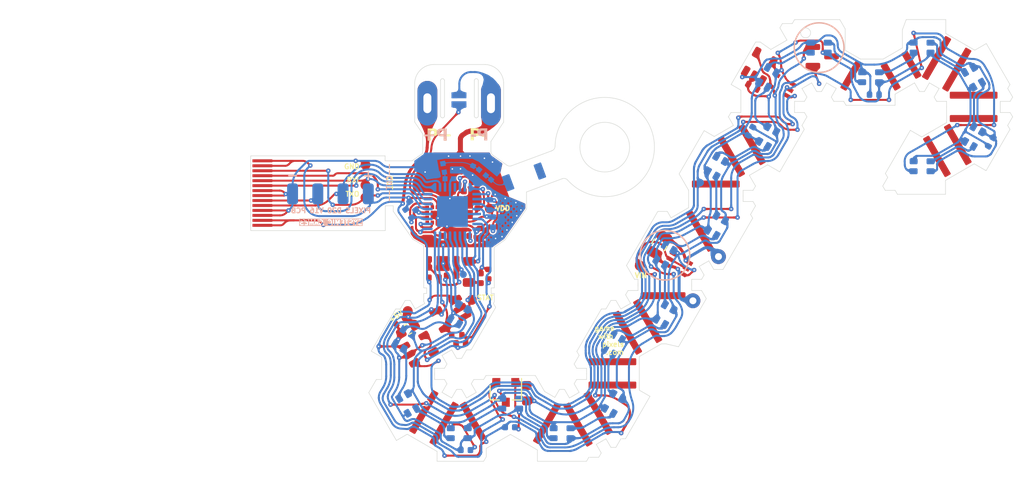
<source format=kicad_pcb>
(kicad_pcb (version 20221018) (generator pcbnew)
  (title_block (title "Pixels D20 Layout") (date "2022-08-26") (rev "13") (company "Systemic Games, LLC") (comment 1 "Flexible PCB, 0.13mm thickness"))
  (layers (0 "F.Cu" signal) (31 "B.Cu" signal) (34 "B.Paste" user) (35 "F.Paste" user) (36 "B.SilkS" user "B.Silkscreen") (37 "F.SilkS" user "F.Silkscreen") (38 "B.Mask" user) (39 "F.Mask" user) (44 "Edge.Cuts" user))
  (net 0 "")
  (net 2 "GND")
  (net 3 "VDD")
  (net 4 "VDC")
  (net 5 "Net-(L1-Pad2)")
  (net 6 "Net-(U1-DEC4)")
  (net 7 "+5V")
  (net 8 "VEE")
  (net 9 "/LED_EN")
  (net 10 "Net-(U1-XC2)")
  (net 11 "Net-(U1-DEC1)")
  (net 12 "Net-(U1-XC1)")
  (net 13 "Net-(U1-DEC3)")
  (net 14 "+BATT")
  (net 15 "RXI")
  (net 16 "TXO")
  (net 17 "SWO")
  (net 18 "RESET")
  (net 19 "SWDCLK")
  (net 20 "SWDIO")
  (net 21 "Net-(D1B-K1A2)")
  (net 22 "/BATT_NTC")
  (net 23 "/LED_DATA")
  (net 24 "/Power Supply/MAG1_")
  (net 25 "/Power Supply/LED_EN_OUT")
  (net 26 "/NTC_ID_VDD")
  (net 27 "/5V_SENSE")
  (net 28 "/VBAT_SENSE")
  (net 29 "/STATS")
  (net 30 "Net-(D1A-K3A4)")
  (net 31 "/LEDs/LED_RETURN")
  (net 32 "Net-(D2-DOUT)")
  (net 33 "Net-(D3-DOUT)")
  (net 34 "Net-(D4-DOUT)")
  (net 35 "Net-(D5-DOUT)")
  (net 36 "Net-(D6-DOUT)")
  (net 37 "Net-(D7-DOUT)")
  (net 38 "Net-(D8-DOUT)")
  (net 39 "Net-(D10-DIN)")
  (net 40 "Net-(D10-DOUT)")
  (net 41 "Net-(D11-DOUT)")
  (net 42 "Net-(D12-DOUT)")
  (net 43 "Net-(D13-DOUT)")
  (net 44 "Net-(D14-DOUT)")
  (net 45 "Net-(D15-DOUT)")
  (net 46 "Net-(D16-DOUT)")
  (net 47 "Net-(D17-DOUT)")
  (net 48 "Net-(D18-DOUT)")
  (net 49 "Net-(D19-DOUT)")
  (net 50 "Net-(D20-DOUT)")
  (net 51 "/SCL")
  (net 52 "/SDA")
  (net 53 "/ACC_INT")
  (net 54 "/PROG")
  (net 55 "Net-(U1-DCC)")
  (net 56 "Net-(U6-SET)")
  (net 57 "Net-(U1-P0.28{slash}AIN4)")
  (net 58 "/ANT_50")
  (net 59 "/ANT_NRF")
  (net 61 "/ANTENNA")
  (footprint "Pixels-dice:SOT-353_SC-70-5" (layer "F.Cu") (at 174.847276 75.695 150)
    (fp_text reference "U7")
    (fp_text value "74AHC1G08")
  )
  (footprint "Package_TO_SOT_SMD:SOT-23-5" (layer "F.Cu") (at 141.49 98.72 -150)
    (fp_text reference "U5")
    (fp_text value "MCP73832T-2ACI/OT")
  )
  (footprint "Package_TO_SOT_SMD:SOT-23" (layer "F.Cu") (at 178.91 72.78)
    (fp_text reference "U8")
    (fp_text value "TMR1366")
  )
  (footprint "Pixels-dice:SOT-23-5" (layer "F.Cu") (at 172.582724 73.797628 60)
    (fp_text reference "U6")
    (fp_text value "MT9700")
  )
  (footprint "Pixels-dice:R_0402_1005Metric" (layer "F.Cu") (at 171.91 75.85 150)
    (fp_text reference "R3")
    (fp_text value "10k 5%")
  )
  (footprint "Pixels-dice:C_0402_1005Metric" (layer "F.Cu") (at 144.118 85.446)
    (fp_text reference "C7")
    (fp_text value "100pF NP0 10V 5%")
  )
  (footprint "Inductor_SMD:L_0805_2012Metric" (layer "F.Cu") (at 143.34 94.49 -90)
    (fp_text reference "L1")
    (fp_text value "10uH 100mA 20%" hide)
  )
  (footprint "Pixels-dice:C_0402_1005Metric" (layer "F.Cu") (at 143.34 86.37 180)
    (fp_text reference "C5")
    (fp_text value "8pF 10V 10%")
  )
  (footprint "Pixels-dice:C_0402_1005Metric" (layer "F.Cu") (at 142.9 90.87 180)
    (fp_text reference "C3")
    (fp_text value "0.1uF 10V 20%")
  )
  (footprint "Pixels-dice:C_0402_1005Metric" (layer "F.Cu") (at 144.22 87.6 -90)
    (fp_text reference "C2")
    (fp_text value "8pF 10V 10%")
  )
  (footprint "Pixels-dice:C_0402_1005Metric" (layer "F.Cu") (at 141.19 90.86)
    (fp_text reference "C10")
    (fp_text value "0.1uF 10V 20%")
  )
  (footprint "Pixels-dice:C_0402_1005Metric" (layer "F.Cu") (at 142.54 101.67)
    (fp_text reference "C18")
    (fp_text value "4.7uF 10V 20%")
  )
  (footprint "Pixels-dice:SOT-23-5" (layer "F.Cu") (at 138.34 102.27 30)
    (fp_text reference "U4")
    (fp_text value "ME6215")
  )
  (footprint "Pixels-dice:C_0402_1005Metric" (layer "F.Cu") (at 144.47 90.6 -90)
    (fp_text reference "C4")
    (fp_text value "4.7uF 10V 20%")
  )
  (footprint "Pixels-dice:R_0402_1005Metric" (layer "F.Cu") (at 142.14 100.86)
    (fp_text reference "R6")
    (fp_text value "22k 1%")
  )
  (footprint "Capacitor_SMD:C_0603_1608Metric" (layer "F.Cu") (at 149.18 106.71 90)
    (fp_text reference "C13")
    (fp_text value "4.7uF 25V 20%")
  )
  (footprint "Package_TO_SOT_SMD:SOT-363_SC-70-6" (layer "F.Cu") (at 164.41 93.67 -30)
    (fp_text reference "D1")
    (fp_text value "BAV99S")
  )
  (footprint "Capacitor_SMD:C_0603_1608Metric" (layer "F.Cu") (at 137.22 100.27 -150)
    (fp_text reference "C15" hide)
    (fp_text value "22uF 10V 20%")
  )
  (footprint "Inductor_SMD:L_0402_1005Metric" (layer "F.Cu") (at 144.53 95.13 90)
    (fp_text reference "L2")
    (fp_text value "15nH 100mA 5%")
  )
  (footprint "Pixels-dice:C_0402_1005Metric" (layer "F.Cu") (at 145.32 94.72 -90)
    (fp_text reference "C1")
    (fp_text value "4.7uF 10V 20%")
  )
  (footprint "Pixels-dice:C_0402_1005Metric" (layer "F.Cu") (at 141.62 93.22 180)
    (fp_text reference "C21")
    (fp_text value "10nF 25V 10%")
  )
  (footprint "Pixels-dice:R_0402_1005Metric" (layer "F.Cu") (at 139.85 95.07)
    (fp_text reference "R7")
    (fp_text value "4.02M 1%")
  )
  (footprint "Pixels-dice:R_0402_1005Metric" (layer "F.Cu") (at 141.609999 94.050003)
    (fp_text reference "R2")
    (fp_text value "4.02M 1%")
  )
  (footprint "Pixels-dice:R_0402_1005Metric" (layer "F.Cu") (at 139.88 93.22)
    (fp_text reference "R8")
    (fp_text value "10M 1%")
  )
  (footprint "Pixels-dice:R_0402_1005Metric" (layer "F.Cu") (at 141.61 94.87)
    (fp_text reference "R1")
    (fp_text value "4.02M 1%")
  )
  (footprint "Pixels-dice:C_0402_1005Metric" (layer "F.Cu") (at 139.86 94.05)
    (fp_text reference "C22")
    (fp_text value "10nF 25V 10%")
  )
  (footprint "Pixels-dice:Crystal_SMD_2016-4Pin_2.0x1.6mm" (layer "F.Cu") (at 142.8 88.01 90)
    (fp_text reference "Y1")
    (fp_text value "32MHz 40ppm")
  )
  (footprint "Package_LGA:LGA-12_2x2mm_P0.5mm" (layer "F.Cu") (at 139.93 88.75)
    (fp_text reference "U2")
    (fp_text value "KXTJ3-1057")
  )
  (footprint "Pixels-dice:SOT-23" (layer "F.Cu") (at 147.07 106.63 90)
    (fp_text reference "U3")
    (fp_text value "PJ75AL50SA")
  )
  (footprint "Capacitor_SMD:C_0805_2012Metric" (layer "F.Cu") (at 162.52 91.77 60)
    (fp_text reference "C19" hide)
    (fp_text value "12nF 50V 5% NP0")
  )
  (footprint "Pixels-dice:TEST_PIN" (layer "F.Cu") (at 132.95 87.01)
    (fp_text reference "W2" hide)
    (fp_text value "TXO")
  )
  (footprint "Pixels-dice:TEST_PIN" (layer "F.Cu") (at 160.55 93.87)
    (fp_text reference "W16" hide)
    (fp_text value "VIN")
  )
  (footprint "Pixels-dice:R_0402_1005Metric" (layer "F.Cu") (at 136.48 99.52 -150)
    (fp_text reference "R4" hide)
    (fp_text value "100k 1%")
  )
  (footprint "Pixels-dice:TEST_PIN" (layer "F.Cu") (at 137.2 98.44)
    (fp_text reference "W15" hide)
    (fp_text value "+5V")
  )
  (footprint "Pixels-dice:FPC_14" (layer "F.Cu") (at 122.57203 89.8 90)
    (fp_text reference "J1")
    (fp_text value "Conn_01x14")
  )
  (footprint "Pixels-dice:TEST_PIN" (layer "F.Cu") (at 132.95 85.75)
    (fp_text reference "W1" hide)
    (fp_text value "RXI")
  )
  (footprint "Pixels-dice:TEST_PIN" (layer "F.Cu") (at 132.95 83.71)
    (fp_text reference "W19" hide)
    (fp_text value "GND")
  )
  (footprint "Pixels-dice:TEST_PIN" (layer "F.Cu") (at 145.46 88.12)
    (fp_text reference "W25" hide)
    (fp_text value "VDD")
  )
  (footprint "Pixels-dice:TEST_PIN" (layer "F.Cu") (at 143.64 97.31)
    (fp_text reference "W17" hide)
    (fp_text value "STAT")
  )
  (footprint "Pixels-dice:TX1812Z_2020" (layer "B.Cu") (at 142.38 110.74 -90)
    (fp_text reference "D5")
    (fp_text value "TX1812Z_2020")
  )
  (footprint "Pixels-dice:TX1812Z_2020" (layer "B.Cu") (at 137.198782 107.749711 -150)
    (fp_text reference "D4")
    (fp_text value "TX1812Z_2020")
  )
  (footprint "Pixels-dice:TX1812Z_2020" (layer "B.Cu") (at 147.56 107.76 -90)
    (fp_text reference "D6")
    (fp_text value "TX1812Z_2020")
  )
  (footprint "Pixels-dice:C_0402_1005Metric" (layer "B.Cu") (at 147.49 110.14)
    (fp_text reference "C16" hide)
    (fp_text value "10uF 6.3V 20%")
  )
  (footprint "Pixels-dice:TX1812Z_2020" (layer "B.Cu") (at 142.35 98.755 150)
    (fp_text reference "D2")
    (fp_text value "TX1812Z_2020")
  )
  (footprint "Pixels-dice:TX1812Z_2020" (layer "B.Cu") (at 152.728782 110.740289 -90)
    (fp_text reference "D7")
    (fp_text value "TX1812Z_2020")
  )
  (footprint "Pixels-dice:TX1812Z_2020" (layer "B.Cu") (at 173.428782 80.860289 -30)
    (fp_text reference "D14")
    (fp_text value "TX1812Z_2020")
  )
  (footprint "Pixels-dice:TX1812Z_2020" (layer "B.Cu") (at 168.258782 83.850289 -30)
    (fp_text reference "D13")
    (fp_text value "TX1812Z_2020")
  )
  (footprint "Pixels-dice:TX1812Z_2020" (layer "B.Cu") (at 168.258782 89.820289 -30)
    (fp_text reference "D12")
    (fp_text value "TX1812Z_2020")
  )
  (footprint "Pixels-dice:TX1812Z_2020" (layer "B.Cu") (at 157.908782 101.780289 -30)
    (fp_text reference "D9")
    (fp_text value "TX1812Z_2020")
  )
  (footprint "Pixels-dice:TX1812Z_2020" (layer "B.Cu") (at 157.898782 107.750289 -30)
    (fp_text reference "D8")
    (fp_text value "TX1812Z_2020")
  )
  (footprint "Pixels-dice:TX1812Z_2020" (layer "B.Cu") (at 178.608782 71.900289 -90)
    (fp_text reference "D16" hide)
    (fp_text value "TX1812Z_2020")
  )
  (footprint "Pixels-dice:TX1812Z_2020" (layer "B.Cu") (at 188.958782 71.899711 -90)
    (fp_text reference "D18")
    (fp_text value "TX1812Z_2020")
  )
  (footprint "Pixels-dice:TX1812Z_2020" (layer "B.Cu") (at 194.140289 80.868782 150)
    (fp_text reference "D20")
    (fp_text value "TX1812Z_2020")
  )
  (footprint "Pixels-dice:TX1812Z_2020" (layer "B.Cu") (at 188.959711 83.848782 90)
    (fp_text reference "D21")
    (fp_text value "TX1812Z_2020")
  )
  (footprint "Pixels-dice:TX1812Z_2020" (layer "B.Cu") (at 183.778782 74.880289 -90)
    (fp_text reference "D17")
    (fp_text value "TX1812Z_2020")
  )
  (footprint "Pixels-dice:TX1812Z_2020" (layer "B.Cu") (at 194.13 74.89 -150)
    (fp_text reference "D19")
    (fp_text value "TX1812Z_2020")
  )
  (footprint "Pixels-dice:TestPoint_THTPad_D1.5mm_Drill0.7mm_nosilk" (layer "B.Cu") (at 168.47 92.95 150)
    (fp_text reference "P6" hide)
    (fp_text value "COILB")
  )
  (footprint "Pixels-dice:C_0402_1005Metric" (layer "B.Cu") (at 141.96 77.19 90)
    (fp_text reference "C6")
    (fp_text value "DNP")
  )
  (footprint "Pixels-dice:TestPoint_THTPad_D1.5mm_Drill0.7mm_nosilk" (layer "B.Cu") (at 165.9 97.4 150)
    (fp_text reference "P5" hide)
    (fp_text value "COILA")
  )
  (footprint "Pixels-dice:TX1812Z_2020" (layer "B.Cu") (at 163.08 92.8 -30)
    (fp_text reference "D11")
    (fp_text value "TX1812Z_2020")
  )
  (footprint "Pixels-dice:C_0402_1005Metric" (layer "B.Cu") (at 171.67 80.31 60)
    (fp_text reference "C24" hide)
    (fp_text value "0.1uF 10V 20%")
  )
  (footprint "Pixels-dice:R_0402_1005Metric" (layer "B.Cu") (at 145.42 87.73 90)
    (fp_text reference "R10" hide)
    (fp_text value "100k 1%")
  )
  (footprint "Package_DFN_QFN:QFN-32-1EP_5x5mm_P0.5mm_EP3.1x3.1mm" (layer "B.Cu") (at 141.7 88.41 90)
    (fp_text reference "U1" hide)
    (fp_text value "N52810_QFN32")
  )
  (footprint "Pixels-dice:C_0402_1005Metric" (layer "B.Cu") (at 143.03 112.44 180)
    (fp_text reference "C23" hide)
    (fp_text value "0.1uF 10V 20%")
  )
  (footprint "Pixels-dice:TX1812Z_2020" (layer "B.Cu") (at 136.778013 101.263878 150)
    (fp_text reference "D3")
    (fp_text value "TX1812Z_2020")
  )
  (footprint "Pixels-dice:C_0402_1005Metric" (layer "B.Cu") (at 184.15 76.65)
    (fp_text reference "C9" hide)
    (fp_text value "10uF 6.3V 20%")
  )
  (footprint "Pixels-dice:R_0402_1005Metric" (layer "B.Cu") (at 146.58 88.76 90)
    (fp_text reference "R9" hide)
    (fp_text value "100k 1%")
  )
  (footprint "Pixels-dice:Hongjie 10100 Connector" (layer "B.Cu") (at 142.374557 77.5)
    (fp_text reference "J3")
    (fp_text value "Conn_01x02")
  )
  (footprint "Pixels-dice:TX1812Z_2020" (layer "B.Cu") (at 163.078782 98.790289 -30)
    (fp_text reference "D10")
    (fp_text value "TX1812Z_2020")
  )
  (footprint "Pixels-dice:TX1812Z_2020" (layer "B.Cu") (at 173.428782 74.890289 -30)
    (fp_text reference "D15")
    (fp_text value "TX1812Z_2020")
  )
  (footprint "Pixels-dice:C_0402_1005Metric" (layer "B.Cu") (at 195.88 81.42 -120)
    (fp_text reference "C25" hide)
    (fp_text value "0.1uF 10V 20%")
  )
  (footprint "Pixels-dice:R_0402_1005Metric" (layer "B.Cu") (at 137.29 88.62 -55)
    (fp_text reference "R12" hide)
    (fp_text value "2.7k 5%")
  )
  (footprint "Pixels-dice:R_0402_1005Metric" (layer "B.Cu") (at 137.7 87.83 -55)
    (fp_text reference "R16" hide)
    (fp_text value "2.7k 5%")
  )
  (footprint "Pixels-dice:TEST_PIN" (layer "B.Cu") (at 166.66 85.5)
    (fp_text reference "W5" hide)
    (fp_text value "LED_EN")
  )
  (footprint "Pixels-dice:TEST_PIN" (layer "B.Cu") (at 142.79 94.75)
    (fp_text reference "W13" hide)
    (fp_text value "5V_S")
  )
  (footprint "Pixels-dice:0402_RF" (layer "B.Cu") (at 144.721196 84.484936 -40)
    (fp_text reference "L3" hide)
    (fp_text value "0 Ohm")
  )
  (footprint "Pixels-dice:0402_RF" (layer "B.Cu") (at 141.391 85.113)
    (fp_text reference "C8" hide)
    (fp_text value "0.8pF 10V 5% C0G")
  )
  (footprint "Pixels-dice:0402_RF" (layer "B.Cu") (at 145.865331 84.872505 50)
    (fp_text reference "C11" hide)
    (fp_text value "DNP")
  )
  (footprint "Pixels-dice:CHIP_ANT" (layer "B.Cu") (at 147.304562 85.507007 110.2)
    (fp_text reference "AE1")
    (fp_text value "Antenna_Chip" hide)
  )
  (footprint "RFFrontEnd:MFH3.RECE.20369.001E.01" (layer "B.Cu") (at 139.7 83.76 100)
    (fp_text reference "J4" hide)
    (fp_text value "DNP" hide)
  )
  (footprint "Pixels-dice:0402_RF" (layer "B.Cu") (at 140.81 84.01 100)
    (fp_text reference "L5" hide)
    (fp_text value "3.9nH 5%")
  )
  (footprint "Pixels-dice:FPC-POGO-4" (layer "B.Cu") (at 129.4204 86.63 180)
    (fp_text reference "J2")
    (fp_text value "Conn_01x04")
  )
  (footprint "Pixels-dice:R_0402_1005Metric" (layer "B.Cu") (at 142.774557 77.18 90)
    (fp_text reference "TH1")
    (fp_text value "NTC 100k @ 25C")
  )
  (footprint "Pixels-dice:0402_RF" (layer "B.Cu") (at 143.964849 83.420717 65)
    (fp_text reference "C12")
    (fp_text value "DNP")
  )
  (footprint "Pixels-dice:R_0402_1005Metric" (layer "B.Cu") (at 145.78 89.47 90)
    (fp_text reference "R5")
    (fp_text value "100k 1%")
  )
  (gr_circle (center 163.08 92.81) (end 165.58 92.81) (stroke (width 0.15)) (fill none) (layer "B.SilkS"))
  (gr_circle (center 178.6 71.9) (end 181.1 71.9) (stroke (width 0.15)) (fill none) (layer "B.SilkS"))
  (gr_circle (center 178.6 71.9) (end 181.1 71.9) (stroke (width 0.05)) (fill none) (layer "B.SilkS"))
  (gr_line (start 137.9 79.394609) (end 138.7 80.58) (stroke (width 0.05)) (layer "Edge.Cuts"))
  (gr_line (start 145.597056 96.664191) (end 145.597056 96.101805) (stroke (width 0.05)) (layer "Edge.Cuts"))
  (gr_line (start 138.7 80.58) (end 138.7 82.55) (stroke (width 0.05)) (layer "Edge.Cuts"))
  (gr_line (start 138.81 91.833302) (end 138.81 96.101804) (stroke (width 0.05)) (layer "Edge.Cuts"))
  (gr_line (start 145.597056 96.101805) (end 145.906902 96.101805) (stroke (width 0.05)) (layer "Edge.Cuts"))
  (gr_line (start 135.74 88.38) (end 137.715599 91.201449) (stroke (width 0.05)) (layer "Edge.Cuts"))
  (gr_line (start 139.097057 96.101804) (end 139.097057 96.664191) (stroke (width 0.05)) (layer "Edge.Cuts"))
  (gr_line (start 138.81 96.101804) (end 139.097057 96.101804) (stroke (width 0.05)) (layer "Edge.Cuts"))
  (gr_line (start 145.906902 92.01) (end 146.984266 91.255621) (stroke (width 0.05)) (layer "Edge.Cuts"))
  (gr_line (start 145.906901 96.664191) (end 145.597056 96.664191) (stroke (width 0.05)) (layer "Edge.Cuts"))
  (gr_line (start 145.906902 96.101805) (end 145.906902 92.01) (stroke (width 0.05)) (layer "Edge.Cuts"))
  (gr_line (start 138.7 82.55) (end 137.64 83.3) (stroke (width 0.05)) (layer "Edge.Cuts"))
  (gr_line (start 139.097057 96.664191) (end 138.81 96.664191) (stroke (width 0.05)) (layer "Edge.Cuts"))
  (gr_line (start 136.05779 111.471273) (end 137.148632 110.841475) (stroke (width 0.05)) (layer "Edge.Cuts"))
  (gr_line (start 137.715599 91.201449) (end 138.809999 91.833301) (stroke (width 0.05)) (layer "Edge.Cuts"))
  (gr_arc (start 143.9 75.225) (mid 144.1 75.025) (end 144.3 75.225) (stroke (width 0.05)) (layer "Edge.Cuts"))
  (gr_arc (start 140.9 78.775) (mid 140.7 78.975) (end 140.5 78.775) (stroke (width 0.05)) (layer "Edge.Cuts"))
  (gr_arc (start 144.3 78.775) (mid 144.1 78.975) (end 143.9 78.775) (stroke (width 0.05)) (layer "Edge.Cuts"))
  (gr_line (start 140.15 112.574315) (end 140.15 113.565418) (stroke (width 0.05)) (layer "Edge.Cuts"))
  (gr_line (start 172.673069 71.33539) (end 173.737706 72.080857) (stroke (width 0.05)) (layer "Edge.Cuts"))
  (gr_line (start 145.572276 81.343767) (end 146.85 79.39461) (stroke (width 0.05)) (layer "Edge.Cuts"))
  (gr_circle (center 157.024279 81.922102) (end 159.524279 81.922102) (stroke (width 0.05)) (fill none) (layer "Edge.Cuts"))
  (gr_line (start 153.865269 106.963071) (end 153.472489 107.189841) (stroke (width 0.05)) (layer "Edge.Cuts"))
  (gr_line (start 141.622201 102.339766) (end 142.1222 103.20579) (stroke (width 0.05)) (layer "Edge.Cuts"))
  (gr_line (start 186.97825 70.1046) (end 186.97825 71.93) (stroke (width 0.05)) (layer "Edge.Cuts"))
  (gr_line (start 177.265847 75.785157) (end 177.36064 75.730429) (stroke (width 0.05)) (layer "Edge.Cuts"))
  (gr_line (start 164.510809 84.618723) (end 165.459999 86.262767) (stroke (width 0.05)) (layer "Edge.Cuts"))
  (gr_line (start 188.698502 76.314953) (end 189.198502 76.314953) (stroke (width 0.05)) (layer "Edge.Cuts"))
  (gr_line (start 141.147057 105.760817) (end 140.897057 105.327804) (stroke (width 0.05)) (layer "Edge.Cuts"))
  (gr_line (start 142.622201 106.323817) (end 142.122201 106.323817) (stroke (width 0.05)) (layer "Edge.Cuts"))
  (gr_line (start 157.147633 111.303378) (end 157.647634 112.169405) (stroke (width 0.05)) (layer "Edge.Cuts"))
  (gr_line (start 138.81 96.664191) (end 138.81 97.48) (stroke (width 0.05)) (layer "Edge.Cuts"))
  (gr_line (start 137.148632 110.841475) (end 140.149999 112.574315) (stroke (width 0.05)) (layer "Edge.Cuts"))
  (gr_line (start 140.5 78.775) (end 140.5 75.225) (stroke (width 0.05)) (layer "Edge.Cuts"))
  (gr_line (start 179.740992 75.675698) (end 179.835785 75.730428) (stroke (width 0.05)) (layer "Edge.Cuts"))
  (gr_line (start 165.77278 95.801191) (end 165.77278 95.691733) (stroke (width 0.05)) (layer "Edge.Cuts"))
  (gr_line (start 146.984266 91.255621) (end 149.153481 88.134205) (stroke (width 0.05)) (layer "Edge.Cuts"))
  (gr_line (start 181.22 70.009815) (end 180.68 69.0732) (stroke (width 0.05)) (layer "Edge.Cuts"))
  (gr_line (start 175.362168 71.142974) (end 173.737707 72.080858) (stroke (width 0.05)) (layer "Edge.Cuts"))
  (gr_line (start 159.122778 96.797203) (end 159.622778 97.66323) (stroke (width 0.05)) (layer "Edge.Cuts"))
  (gr_line (start 140.897057 104.201804) (end 141.147057 103.768791) (stroke (width 0.05)) (layer "Edge.Cuts"))
  (gr_line (start 134.04 105.33) (end 133.276062 106.653179) (stroke (width 0.05)) (layer "Edge.Cuts"))
  (gr_line (start 180.68 69.0732) (end 176.129153 69.073352) (stroke (width 0.05)) (layer "Edge.Cuts"))
  (gr_line (start 172.211188 71.33539) (end 169.742128 75.611929) (stroke (width 0.05)) (layer "Edge.Cuts"))
  (gr_line (start 189.698502 75.448929) (end 190.091281 75.6757) (stroke (width 0.05)) (layer "Edge.Cuts"))
  (gr_line (start 194.203941 83.602275) (end 195.403484 84.294832) (stroke (width 0.05)) (layer "Edge.Cuts"))
  (gr_line (start 164.45 102.03) (end 167.245737 97.183384) (stroke (width 0.05)) (layer "Edge.Cuts"))
  (gr_line (start 144.3 75.225) (end 144.3 78.775) (stroke (width 0.05)) (layer "Edge.Cuts"))
  (gr_line (start 150.25 112.430743) (end 150.25 113.565418) (stroke (width 0.05)) (layer "Edge.Cuts"))
  (gr_arc (start 152.743564 85.102645) (mid 153.038303 85.086235) (end 153.290927 85.238936) (stroke (width 0.05)) (layer "Edge.Cuts"))
  (gr_line (start 177.455434 75.675698) (end 177.848211 75.448928) (stroke (width 0.05)) (layer "Edge.Cuts"))
  (gr_line (start 166.772779 96.364191) (end 165.772779 96.364191) (stroke (width 0.05)) (layer "Edge.Cuts"))
  (gr_line (start 172.673069 71.33539) (end 172.211188 71.33539) (stroke (width 0.05)) (layer "Edge.Cuts"))
  (gr_line (start 165.459999 88.023094) (end 163.695336 89.041922) (stroke (width 0.05)) (layer "Edge.Cuts"))
  (gr_line (start 187.776378 80.230144) (end 185.267563 84.575541) (stroke (width 0.05)) (layer "Edge.Cuts"))
  (gr_line (start 146.053139 98.063231) (end 145.822198 97.66323) (stroke (width 0.05)) (layer "Edge.Cuts"))
  (gr_line (start 195.422923 71.486765) (end 194.262083 72.156976) (stroke (width 0.05)) (layer "Edge.Cuts"))
  (gr_line (start 140.647056 102.902764) (end 141.039832 102.675995) (stroke (width 0.05)) (layer "Edge.Cuts"))
  (gr_line (start 166.915557 93.712382) (end 167.010351 93.657653) (stroke (width 0.05)) (layer "Edge.Cuts"))
  (gr_line (start 168.931067 94.242178) (end 171.914494 89.07473) (stroke (width 0.05)) (layer "Edge.Cuts"))
  (gr_line (start 141.622201 107.189842) (end 141.229423 106.963072) (stroke (width 0.05)) (layer "Edge.Cuts"))
  (gr_line (start 155.197634 104.201805) (end 155.197634 104.764804) (stroke (width 0.05)) (layer "Edge.Cuts"))
  (gr_line (start 169.473067 78.869978) (end 169.97336 79.736512) (stroke (width 0.05)) (layer "Edge.Cuts"))
  (gr_line (start 135.74 87.83) (end 134.94 87.83) (stroke (width 0.05)) (layer "Edge.Cuts"))
  (gr_line (start 188.924387 80.892947) (end 187.776378 80.230144) (stroke (width 0.05)) (layer "Edge.Cuts"))
  (gr_line (start 134.92 82.8) (end 134.92 83.3) (stroke (width 0.05)) (layer "Edge.Cuts"))
  (gr_line (start 191.348503 70.47482) (end 191.348504 69.0698) (stroke (width 0.05)) (layer "Edge.Cuts"))
  (gr_arc (start 152.026002 81.829669) (mid 161.713043 80.174832) (end 153.290927 85.238936) (stroke (width 0.05)) (layer "Edge.Cuts"))
  (gr_line (start 147.536772 110.864261) (end 150.25 112.430743) (stroke (width 0.05)) (layer "Edge.Cuts"))
  (gr_line (start 163.18464 101.74) (end 164.45 102.03) (stroke (width 0.05)) (layer "Edge.Cuts"))
  (gr_line (start 171.57578 84.763982) (end 173.409326 83.705384) (stroke (width 0.05)) (layer "Edge.Cuts"))
  (gr_line (start 160.372779 95.691733) (end 160.372779 95.80119) (stroke (width 0.05)) (layer "Edge.Cuts"))
  (gr_line (start 184.998502 85.841566) (end 185.248502 86.274579) (stroke (width 0.05)) (layer "Edge.Cuts"))
  (gr_line (start 197.573646 79.736004) (end 198.073647 78.869979) (stroke (width 0.05)) (layer "Edge.Cuts"))
  (gr_line (start 162.361968 88.396591) (end 159.216153 93.8453) (stroke (width 0.05)) (layer "Edge.Cuts"))
  (gr_line (start 156.422489 113.165418) (end 156.67249 112.732406) (stroke (width 0.05)) (layer "Edge.Cuts"))
  (gr_line (start 170.723069 78.436966) (end 169.723067 78.436966) (stroke (width 0.05)) (layer "Edge.Cuts"))
  (gr_line (start 167.497923 93.376151) (end 167.997923 94.242178) (stroke (width 0.05)) (layer "Edge.Cuts"))
  (gr_line (start 179.348212 75.448927) (end 179.740992 75.675698) (stroke (width 0.05)) (layer "Edge.Cuts"))
  (gr_line (start 158.147634 97.360203) (end 157.647634 97.360203) (stroke (width 0.05)) (layer "Edge.Cuts"))
  (gr_line (start 141.229424 102.566537) (end 141.622201 102.339766) (stroke (width 0.05)) (layer "Edge.Cuts"))
  (gr_line (start 196.823647 77.873967) (end 196.823647 77.310966) (stroke (width 0.05)) (layer "Edge.Cuts"))
  (gr_line (start 191.317561 86.674579) (end 191.317561 85.268728) (stroke (width 0.05)) (layer "Edge.Cuts"))
  (gr_line (start 159.040413 97.999459) (end 158.647634 98.226229) (stroke (width 0.05)) (layer "Edge.Cuts"))
  (gr_line (start 156.754856 111.530149) (end 157.147633 111.303378) (stroke (width 0.05)) (layer "Edge.Cuts"))
  (gr_line (start 170.723069 77.873967) (end 170.723069 78.436966) (stroke (width 0.05)) (layer "Edge.Cuts"))
  (gr_line (start 178.348213 76.314953) (end 178.848213 76.314953) (stroke (width 0.05)) (layer "Edge.Cuts"))
  (gr_line (start 157.647634 112.169406) (end 158.147634 112.169405) (stroke (width 0.05)) (layer "Edge.Cuts"))
  (gr_line (start 176.123069 78.436965) (end 176.123069 77.873966) (stroke (width 0.05)) (layer "Edge.Cuts"))
  (gr_line (start 177.373068 78.869978) (end 177.123067 78.436965) (stroke (width 0.05)) (layer "Edge.Cuts"))
  (gr_line (start 170.947924 86.274579) (end 171.947922 86.274579) (stroke (width 0.05)) (layer "Edge.Cuts"))
  (gr_line (start 145.572276 82.342441) (end 145.572276 81.343767) (stroke (width 0.05)) (layer "Edge.Cuts"))
  (gr_line (start 154.216694 102.502767) (end 154.447635 102.902766) (stroke (width 0.05)) (layer "Edge.Cuts"))
  (gr_line (start 191.317561 85.268728) (end 194.203941 83.602275) (stroke (width 0.05)) (layer "Edge.Cuts"))
  (gr_line (start 156.565269 111.639609) (end 156.660062 111.584879) (stroke (width 0.05)) (layer "Edge.Cuts"))
  (gr_line (start 174.63475 84.412883) (end 177.104008 80.136004) (stroke (width 0.05)) (layer "Edge.Cuts"))
  (gr_line (start 161.578575 107.026842) (end 160.5 106.404127) (stroke (width 0.05)) (layer "Edge.Cuts"))
  (gr_line (start 137.9 79.394609) (end 137.9 75.45) (stroke (width 0.05)) (layer "Edge.Cuts"))
  (gr_line (start 170.947924 86.837578) (end 170.947924 86.274579) (stroke (width 0.05)) (layer "Edge.Cuts"))
  (gr_arc (start 145.783481 82.750605) (mid 145.628201 82.572229) (end 145.572276 82.342441) (stroke (width 0.05)) (layer "Edge.Cuts"))
  (gr_line (start 191.423647 77.873966) (end 191.423647 79.45) (stroke (width 0.05)) (layer "Edge.Cuts"))
  (gr_line (start 172.197922 85.841565) (end 171.57578 84.763982) (stroke (width 0.05)) (layer "Edge.Cuts"))
  (gr_line (start 138.434629 97.944729) (end 137.947058 98.226229) (stroke (width 0.05)) (layer "Edge.Cuts"))
  (gr_line (start 167.010351 93.657653) (end 167.105145 93.602923) (stroke (width 0.05)) (layer "Edge.Cuts"))
  (gr_line (start 196.823647 78.436966) (end 196.823647 77.873967) (stroke (width 0.05)) (layer "Edge.Cuts"))
  (gr_line (start 159.109515 111.303381) (end 161.578575 107.026842) (stroke (width 0.05)) (layer "Edge.Cuts"))
  (gr_line (start 160.5 103.021132) (end 162.718986 101.74) (stroke (width 0.05)) (layer "Edge.Cuts"))
  (gr_arc (start 152.026002 81.829669) (mid 151.934102 82.110181) (end 151.7 82.29) (stroke (width 0.05)) (layer "Edge.Cuts"))
  (gr_line (start 156.685754 98.226229) (end 154.216694 102.502767) (stroke (width 0.05)) (layer "Edge.Cuts"))
  (gr_line (start 194.262083 72.156976) (end 191.348503 70.47482) (stroke (width 0.05)) (layer "Edge.Cuts"))
  (gr_line (start 158.647634 98.226229) (end 158.147634 97.360203) (stroke (width 0.05)) (layer "Edge.Cuts"))
  (gr_line (start 190.173646 76.877953) (end 190.423646 77.310966) (stroke (width 0.05)) (layer "Edge.Cuts"))
  (gr_line (start 146.85 75.435758) (end 146.85 79.39461) (stroke (width 0.05)) (layer "Edge.Cuts"))
  (gr_line (start 176.123068 77.310968) (end 177.123067 77.310968) (stroke (width 0.05)) (layer "Edge.Cuts"))
  (gr_line (start 190.423646 77.310966) (end 191.423647 77.310967) (stroke (width 0.05)) (layer "Edge.Cuts"))
  (gr_line (start 171.697924 88.699616) (end 172.197923 87.833591) (stroke (width 0.05)) (layer "Edge.Cuts"))
  (gr_line (start 180.073357 77.310966) (end 181.073357 77.310966) (stroke (width 0.05)) (layer "Edge.Cuts"))
  (gr_line (start 189.198502 76.314953) (end 189.698502 75.448929) (stroke (width 0.05)) (layer "Edge.Cuts"))
  (gr_line (start 137.447057 97.360203) (end 136.947057 97.360203) (stroke (width 0.05)) (layer "Edge.Cuts"))
  (gr_line (start 154.197634 104.201804) (end 155.197634 104.201805) (stroke (width 0.05)) (layer "Edge.Cuts"))
  (gr_line (start 142.622201 103.205791) (end 143.1222 102.339766) (stroke (width 0.05)) (layer "Edge.Cuts"))
  (gr_line (start 171.914494 89.07473) (end 171.697924 88.699616) (stroke (width 0.05)) (layer "Edge.Cuts"))
  (gr_line (start 155.197634 105.327805) (end 154.197633 105.327804) (stroke (width 0.05)) (layer "Edge.Cuts"))
  (gr_line (start 143.584081 102.339766) (end 146.053139 98.063231) (stroke (width 0.05)) (layer "Edge.Cuts"))
  (gr_line (start 155.197634 104.764804) (end 155.197634 105.327805) (stroke (width 0.05)) (layer "Edge.Cuts"))
  (gr_line (start 139.897057 105.327804) (end 139.897057 104.874263) (stroke (width 0.05)) (layer "Edge.Cuts"))
  (gr_line (start 140.647056 106.626842) (end 141.147056 105.760817) (stroke (width 0.05)) (layer "Edge.Cuts"))
  (gr_line (start 175.898212 69.473352) (end 174.898213 69.473352) (stroke (width 0.05)) (layer "Edge.Cuts"))
  (gr_line (start 160.5 106.404127) (end 160.5 103.021132) (stroke (width 0.05)) (layer "Edge.Cuts"))
  (gr_line (start 121.4 90.33) (end 134.94 90.33) (stroke (width 0.05)) (layer "Edge.Cuts"))
  (gr_line (start 186.97825 71.93) (end 185.049171 73.0498) (stroke (width 0.05)) (layer "Edge.Cuts"))
  (gr_line (start 169.742127 75.611929) (end 170.723068 76.178275) (stroke (width 0.05)) (layer "Edge.Cuts"))
  (gr_line (start 134.92 83.3) (end 137.64 83.3) (stroke (width 0.05)) (layer "Edge.Cuts"))
  (gr_line (start 154.447635 102.902766) (end 153.947634 103.768791) (stroke (width 0.05)) (layer "Edge.Cuts"))
  (gr_line (start 150.25 113.565418) (end 155.19155 113.565418) (stroke (width 0.05)) (layer "Edge.Cuts"))
  (gr_line (start 191.423647 79.45) (end 188.924387 80.892947) (stroke (width 0.05)) (layer "Edge.Cuts"))
  (gr_line (start 138.91739 97.666004) (end 138.434629 97.944729) (stroke (width 0.05)) (layer "Edge.Cuts"))
  (gr_line (start 177.36064 75.730428) (end 177.455434 75.675699) (stroke (width 0.05)) (layer "Edge.Cuts"))
  (gr_line (start 167.105145 93.602923) (end 167.497923 93.376151) (stroke (width 0.05)) (layer "Edge.Cuts"))
  (gr_line (start 134.94 87.83) (end 134.94 90.33) (stroke (width 0.05)) (layer "Edge.Cuts"))
  (gr_line (start 135.985176 98.226229) (end 133.531945 102.475349) (stroke (width 0.05)) (layer "Edge.Cuts"))
  (gr_line (start 190.091281 75.6757) (end 190.186074 75.730429) (stroke (width 0.05)) (layer "Edge.Cuts"))
  (gr_line (start 165.459999 86.262767) (end 165.459999 88.023094) (stroke (width 0.05)) (layer "Edge.Cuts"))
  (gr_line (start 156.660062 111.584879) (end 156.754856 111.530149) (stroke (width 0.05)) (layer "Edge.Cuts"))
  (gr_line (start 166.522779 93.939152) (end 166.915557 93.712382) (stroke (width 0.05)) (layer "Edge.Cuts"))
  (gr_line (start 177.123067 78.436965) (end 176.123069 78.436965) (stroke (width 0.05)) (layer "Edge.Cuts"))
  (gr_line (start 166.772779 95.238192) (end 167.02278 94.805178) (stroke (width 0.05)) (layer "Edge.Cuts"))
  (gr_line (start 196.823647 77.310966) (end 197.823646 77.310966) (stroke (width 0.05)) (layer "Edge.Cuts"))
  (gr_line (start 136.947057 97.360203) (end 136.447057 98.226229) (stroke (width 0.05)) (layer "Edge.Cuts"))
  (gr_line (start 185.267561 84.575541) (end 185.498503 84.975541) (stroke (width 0.05)) (layer "Edge.Cuts"))
  (gr_line (start 176.873068 79.736003) (end 177.373068 78.869978) (stroke (width 0.05)) (layer "Edge.Cuts"))
  (gr_line (start 173.409326 83.705384) (end 174.63475 84.412883) (stroke (width 0.05)) (layer "Edge.Cuts"))
  (gr_line (start 186.242417 77.710966) (end 186.242417 76.583245) (stroke (width 0.05)) (layer "Edge.Cuts"))
  (gr_line (start 181.22 72.16) (end 182.761143 73.0498) (stroke (width 0.05)) (layer "Edge.Cuts"))
  (gr_line (start 170.947923 87.400578) (end 170.947923 86.837578) (stroke (width 0.05)) (layer "Edge.Cuts"))
  (gr_line (start 153.947634 105.760816) (end 154.447634 106.626842) (stroke (width 0.05)) (layer "Edge.Cuts"))
  (gr_line (start 187.36175 69.0698) (end 186.97825 70.1046) (stroke (width 0.05)) (layer "Edge.Cuts"))
  (gr_line (start 139.897058 104.874263) (end 139.897058 104.764804) (stroke (width 0.05)) (layer "Edge.Cuts"))
  (gr_line (start 143.51498 106.963072) (end 143.122201 107.189843) (stroke (width 0.05)) (layer "Edge.Cuts"))
  (gr_line (start 139.897058 104.764804) (end 139.897058 104.655346) (stroke (width 0.05)) (layer "Edge.Cuts"))
  (gr_line (start 176.129153 69.073352) (end 175.898212 69.473352) (stroke (width 0.05)) (layer "Edge.Cuts"))
  (gr_line (start 168.047371 80.848482) (end 167.027512 80.259667) (stroke (width 0.05)) (layer "Edge.Cuts"))
  (gr_line (start 185.049171 73.0498) (end 182.761143 73.0498) (stroke (width 0.05)) (layer "Edge.Cuts"))
  (gr_line (start 139.75 73.6) (end 145 73.6) (stroke (width 0.05)) (layer "Edge.Cuts"))
  (gr_line (start 165.77278 95.91065) (end 165.77278 95.801191) (stroke (width 0.05)) (layer "Edge.Cuts"))
  (gr_line (start 141.229423 106.963072) (end 141.134629 106.908342) (stroke (width 0.05)) (layer "Edge.Cuts"))
  (gr_line (start 144.847345 105.327804) (end 143.847346 105.327804) (stroke (width 0.05)) (layer "Edge.Cuts"))
  (gr_line (start 135.74 88.38) (end 135.74 87.83) (stroke (width 0.05)) (layer "Edge.Cuts"))
  (gr_line (start 133.276062 106.653179) (end 136.05779 111.471273) (stroke (width 0.05)) (layer "Edge.Cuts"))
  (gr_line (start 163.322753 88.396591) (end 162.361968 88.396591) (stroke (width 0.05)) (layer "Edge.Cuts"))
  (gr_line (start 154.447634 106.626842) (end 154.054855 106.853613) (stroke (width 0.05)) (layer "Edge.Cuts"))
  (gr_line (start 158.147634 112.169405) (end 158.647634 111.303379) (stroke (width 0.05)) (layer "Edge.Cuts"))
  (gr_line (start 190.186074 75.730429) (end 190.280867 75.785158) (stroke (width 0.05)) (layer "Edge.Cuts"))
  (gr_line (start 145.078285 104.927805) (end 144.847345 105.327804) (stroke (width 0.05)) (layer "Edge.Cuts"))
  (gr_line (start 155.42249 113.165418) (end 156.422489 113.165418) (stroke (width 0.05)) (layer "Edge.Cuts"))
  (gr_line (start 165.77278 95.691733) (end 165.772778 95.238191) (stroke (width 0.05)) (layer "Edge.Cuts"))
  (gr_line (start 134.57 105.33) (end 134.04 105.33) (stroke (width 0.05)) (layer "Edge.Cuts"))
  (gr_line (start 171.947922 86.274579) (end 172.197922 85.841565) (stroke (width 0.05)) (layer "Edge.Cuts"))
  (gr_line (start 149.153481 88.134205) (end 149.153182 86.436927) (stroke (width 0.05)) (layer "Edge.Cuts"))
  (gr_line (start 174.898213 69.473351) (end 174.648212 69.906365) (stroke (width 0.05)) (layer "Edge.Cuts"))
  (gr_line (start 165.772779 96.364191) (end 165.77278 95.91065) (stroke (width 0.05)) (layer "Edge.Cuts"))
  (gr_line (start 145.1 113.117268) (end 145.1 112.271132) (stroke (width 0.05)) (layer "Edge.Cuts"))
  (gr_line (start 154.197633 105.327804) (end 153.947634 105.760816) (stroke (width 0.05)) (layer "Edge.Cuts"))
  (gr_line (start 197.823646 77.310966) (end 198.073646 76.877954) (stroke (width 0.05)) (layer "Edge.Cuts"))
  (gr_line (start 133.531945 102.475349) (end 134.57 103.07467) (stroke (width 0.05)) (layer "Edge.Cuts"))
  (gr_line (start 160.372779 95.910649) (end 160.372778 96.364191) (stroke (width 0.05)) (layer "Edge.Cuts"))
  (gr_line (start 138.81 97.48) (end 138.91739 97.666004) (stroke (width 0.05)) (layer "Edge.Cuts"))
  (gr_line (start 155.19155 113.565418) (end 155.42249 113.165418) (stroke (width 0.05)) (layer "Edge.Cuts"))
  (gr_line (start 197.804586 80.136003) (end 197.573646 79.736004) (stroke (width 0.05)) (layer "Edge.Cuts"))
  (gr_line (start 152.972489 106.323817) (end 152.472489 106.323817) (stroke (width 0.05)) (layer "Edge.Cuts"))
  (gr_line (start 163.18464 101.74) (end 162.718986 101.74) (stroke (width 0.05)) (layer "Edge.Cuts"))
  (gr_arc (start 137.9 75.45) (mid 138.464242 74.164242) (end 139.75 73.6) (stroke (width 0.05)) (layer "Edge.Cuts"))
  (gr_line (start 167.245737 97.183383) (end 166.772778 96.364193) (stroke (width 0.05)) (layer "Edge.Cuts"))
  (gr_line (start 197.573647 76.011927) (end 197.804586 75.611928) (stroke (width 0.05)) (layer "Edge.Cuts"))
  (gr_line (start 143.597345 105.760817) (end 144.097344 106.626841) (stroke (width 0.05)) (layer "Edge.Cuts"))
  (gr_arc (start 145 73.6) (mid 146.285024 74.155061) (end 146.85 75.435758) (stroke (width 0.05)) (layer "Edge.Cuts"))
  (gr_line (start 150.041877 104.927804) (end 145.078285 104.927804) (stroke (width 0.05)) (layer "Edge.Cuts"))
  (gr_line (start 156.67249 112.732406) (end 156.17249 111.866379) (stroke (width 0.05)) (layer "Edge.Cuts"))
  (gr_line (start 171.947923 87.400578) (end 170.947923 87.400578) (stroke (width 0.05)) (layer "Edge.Cuts"))
  (gr_line (start 153.960062 106.908342) (end 153.865269 106.963071) (stroke (width 0.05)) (layer "Edge.Cuts"))
  (gr_line (start 157.647634 97.360203) (end 157.147634 98.226229) (stroke (width 0.05)) (layer "Edge.Cuts"))
  (gr_line (start 152.472489 106.323817) (end 152.005266 107.13307) (stroke (width 0.05)) (layer "Edge.Cuts"))
  (gr_line (start 165.772778 95.238191) (end 166.772779 95.238192) (stroke (width 0.05)) (layer "Edge.Cuts"))
  (gr_arc (start 147.64 83.798522) (mid 147.401122 83.825512) (end 147.177258 83.737897) (stroke (width 0.05)) (layer "Edge.Cuts"))
  (gr_line (start 154.054855 106.853613) (end 153.960062 106.908342) (stroke (width 0.05)) (layer "Edge.Cuts"))
  (gr_line (start 141.134629 102.621266) (end 141.229421 102.566538) (stroke (width 0.05)) (layer "Edge.Cuts"))
  (gr_line (start 169.723067 78.436966) (end 169.473067 78.869978) (stroke (width 0.05)) (layer "Edge.Cuts"))
  (gr_line (start 134.92 82.8) (end 121.4 82.8) (stroke (width 0.05)) (layer "Edge.Cuts"))
  (gr_line (start 143.1222 102.339766) (end 143.584081 102.339766) (stroke (width 0.05)) (layer "Edge.Cuts"))
  (gr_line (start 188.200654 75.452657) (end 188.698501 76.314953) (stroke (width 0.05)) (layer "Edge.Cuts"))
  (gr_line (start 181.073357 77.310966) (end 181.304297 77.710966) (stroke (width 0.05)) (layer "Edge.Cuts"))
  (gr_arc (start 140.5 75.225) (mid 140.7 75.025) (end 140.9 75.225) (stroke (width 0.05)) (layer "Edge.Cuts"))
  (gr_line (start 190.673646 76.011929) (end 190.173646 76.877953) (stroke (width 0.05)) (layer "Edge.Cuts"))
  (gr_line (start 159.23 97.89) (end 159.135205 97.944729) (stroke (width 0.05)) (layer "Edge.Cuts"))
  (gr_line (start 177.848212 75.448929) (end 178.348213 76.314953) (stroke (width 0.05)) (layer "Edge.Cuts"))
  (gr_line (start 139.897058 104.655346) (end 139.897058 104.201804) (stroke (width 0.05)) (layer "Edge.Cuts"))
  (gr_line (start 160.372779 95.24) (end 160.372779 95.691733) (stroke (width 0.05)) (layer "Edge.Cuts"))
  (gr_line (start 159.372779 96.364191) (end 159.122778 96.797203) (stroke (width 0.05)) (layer "Edge.Cuts"))
  (gr_line (start 143.609773 106.908342) (end 143.51498 106.96307) (stroke (width 0.05)) (layer "Edge.Cuts"))
  (gr_line (start 177.104008 80.136003) (end 176.873068 79.736003) (stroke (width 0.05)) (layer "Edge.Cuts"))
  (gr_line (start 181.304297 77.710966) (end 186.242417 77.710966) (stroke (width 0.05)) (layer "Edge.Cuts"))
  (gr_line (start 197.823646 78.436966) (end 196.823647 78.436966) (stroke (width 0.05)) (layer "Edge.Cuts"))
  (gr_line (start 163.695336 89.041922) (end 163.322753 88.396591) (stroke (width 0.05)) (layer "Edge.Cuts"))
  (gr_line (start 181.22 70.009815) (end 181.22 72.16) (stroke (width 0.05)) (layer "Edge.Cuts"))
  (gr_line (start 172.197923 87.833591) (end 171.947923 87.400578) (stroke (width 0.05)) (layer "Edge.Cuts"))
  (gr_line (start 141.039836 102.675996) (end 141.134627 102.621268) (stroke (width 0.05)) (layer "Edge.Cuts"))
  (gr_line (start 142.122201 106.323817) (end 141.622202 107.189842) (stroke (width 0.05)) (layer "Edge.Cuts"))
  (gr_line (start 143.847346 105.327804) (end 143.597345 105.760817) (stroke (width 0.05)) (layer "Edge.Cuts"))
  (gr_line (start 143.9 78.775) (end 143.9 75.225) (stroke (width 0.05)) (layer "Edge.Cuts"))
  (gr_line (start 186.248503 86.274579) (end 186.479443 86.674578) (stroke (width 0.05)) (layer "Edge.Cuts"))
  (gr_line (start 198.073646 78.869978) (end 197.823646 78.436966) (stroke (width 0.05)) (layer "Edge.Cuts"))
  (gr_line (start 176.873068 76.011927) (end 177.265846 75.785157) (stroke (width 0.05)) (layer "Edge.Cuts"))
  (gr_line (start 179.823357 76.877953) (end 180.073357 77.310966) (stroke (width 0.05)) (layer "Edge.Cuts"))
  (gr_line (start 190.280867 75.785158) (end 190.673646 76.011929) (stroke (width 0.05)) (layer "Edge.Cuts"))
  (gr_line (start 141.134629 106.908342) (end 141.039835 106.853613) (stroke (width 0.05)) (layer "Edge.Cuts"))
  (gr_line (start 150.969998 106.535358) (end 152.005265 107.13307) (stroke (width 0.05)) (layer "Edge.Cuts"))
  (gr_line (start 156.17249 111.866379) (end 156.565269 111.639609) (stroke (width 0.05)) (layer "Edge.Cuts"))
  (gr_line (start 191.348504 69.0698) (end 187.36175 69.0698) (stroke (width 0.05)) (layer "Edge.Cuts"))
  (gr_line (start 170.723068 76.178275) (end 170.723068 77.873967) (stroke (width 0.05)) (layer "Edge.Cuts"))
  (gr_line (start 153.472489 107.189841) (end 152.972489 106.323817) (stroke (width 0.05)) (layer "Edge.Cuts"))
  (gr_line (start 142.1222 103.205791) (end 142.622201 103.205791) (stroke (width 0.05)) (layer "Edge.Cuts"))
  (gr_line (start 143.704567 106.853613) (end 143.609774 106.908341) (stroke (width 0.05)) (layer "Edge.Cuts"))
  (gr_line (start 139.897058 104.201804) (end 140.897057 104.201804) (stroke (width 0.05)) (layer "Edge.Cuts"))
  (gr_line (start 159.622778 97.66323) (end 159.23 97.89) (stroke (width 0.05)) (layer "Edge.Cuts"))
  (gr_line (start 145.1 112.271132) (end 147.536772 110.864261) (stroke (width 0.05)) (layer "Edge.Cuts"))
  (gr_line (start 167.027512 80.259667) (end 164.510811 84.618723) (stroke (width 0.05)) (layer "Edge.Cuts"))
  (gr_line (start 153.947634 103.768791) (end 154.197634 104.201804) (stroke (width 0.05)) (layer "Edge.Cuts"))
  (gr_line (start 177.123067 77.310968) (end 177.373068 76.877952) (stroke (width 0.05)) (layer "Edge.Cuts"))
  (gr_line (start 145.906901 97.516521) (end 145.906901 96.664191) (stroke (width 0.05)) (layer "Edge.Cuts"))
  (gr_line (start 149.153182 86.436927) (end 152.743564 85.102645) (stroke (width 0.05)) (layer "Edge.Cuts"))
  (gr_line (start 167.02278 94.805178) (end 166.522779 93.939152) (stroke (width 0.05)) (layer "Edge.Cuts"))
  (gr_line (start 134.57 103.07467) (end 134.57 105.33) (stroke (width 0.05)) (layer "Edge.Cuts"))
  (gr_line (start 185.248502 86.274579) (end 186.248503 86.274579) (stroke (width 0.05)) (layer "Edge.Cuts"))
  (gr_line (start 144.097344 106.626841) (end 143.704567 106.853611) (stroke (width 0.05)) (layer "Edge.Cuts"))
  (gr_line (start 158.647634 111.303379) (end 159.109515 111.303381) (stroke (width 0.05)) (layer "Edge.Cuts"))
  (gr_line (start 143.122201 107.189843) (end 142.622201 106.323817) (stroke (width 0.05)) (layer "Edge.Cuts"))
  (gr_line (start 159.135205 97.944729) (end 159.040413 97.999459) (stroke (width 0.05)) (layer "Edge.Cuts"))
  (gr_line (start 186.479443 86.674579) (end 191.317561 86.674579) (stroke (width 0.05)) (layer "Edge.Cuts"))
  (gr_line (start 159.216153 93.8453) (end 160.021384 95.24) (stroke (width 0.05)) (layer "Edge.Cuts"))
  (gr_line (start 198.073646 76.877954) (end 197.573647 76.011927) (stroke (width 0.05)) (layer "Edge.Cuts"))
  (gr_line (start 174.648212 69.906365) (end 175.362168 71.142974) (stroke (width 0.05)) (layer "Edge.Cuts"))
  (gr_line (start 197.804586 75.611928) (end 195.422923 71.486765) (stroke (width 0.05)) (layer "Edge.Cuts"))
  (gr_line (start 169.97336 79.736512) (end 168.047371 80.848482) (stroke (width 0.05)) (layer "Edge.Cuts"))
  (gr_circle (center 177.24 70.41) (end 177.74 70.41) (stroke (width 0.05)) (fill none) (layer "Edge.Cuts"))
  (gr_line (start 178.848213 76.314953) (end 179.348212 75.448927) (stroke (width 0.05)) (layer "Edge.Cuts"))
  (gr_line (start 167.997923 94.242178) (end 168.497925 94.242178) (stroke (width 0.05)) (layer "Edge.Cuts"))
  (gr_line (start 151.7 82.29) (end 147.64 83.798522) (stroke (width 0.05)) (layer "Edge.Cuts"))
  (gr_line (start 176.123068 77.873966) (end 176.123068 77.310968) (stroke (width 0.05)) (layer "Edge.Cuts"))
  (gr_line (start 168.497925 94.242178) (end 168.931067 94.242178) (stroke (width 0.05)) (layer "Edge.Cuts"))
  (gr_line (start 136.447057 98.226229) (end 135.985176 98.226229) (stroke (width 0.05)) (layer "Edge.Cuts"))
  (gr_line (start 177.373068 76.877952) (end 176.873068 76.011927) (stroke (width 0.05)) (layer "Edge.Cuts"))
  (gr_line (start 145.822198 97.66323) (end 145.906901 97.516521) (stroke (width 0.05)) (layer "Edge.Cuts"))
  (gr_line (start 137.947058 98.226229) (end 137.447057 97.360203) (stroke (width 0.05)) (layer "Edge.Cuts"))
  (gr_line (start 121.4 82.8) (end 121.4 90.33) (stroke (width 0.05)) (layer "Edge.Cuts"))
  (gr_line (start 186.242417 76.583245) (end 188.200654 75.452657) (stroke (width 0.05)) (layer "Edge.Cuts"))
  (gr_line (start 157.147634 98.226229) (end 156.685754 98.226229) (stroke (width 0.05)) (layer "Edge.Cuts"))
  (gr_line (start 140.9 75.225) (end 140.9 78.775) (stroke (width 0.05)) (layer "Edge.Cuts"))
  (gr_line (start 179.835785 75.730428) (end 180.323357 76.011928) (stroke (width 0.05)) (layer "Edge.Cuts"))
  (gr_line (start 185.498503 84.975541) (end 184.998502 85.841566) (stroke (width 0.05)) (layer "Edge.Cuts"))
  (gr_line (start 140.15 113.565418) (end 144.84126 113.565418) (stroke (width 0.05)) (layer "Edge.Cuts"))
  (gr_line (start 191.423647 77.310967) (end 191.423647 77.873966) (stroke (width 0.05)) (layer "Edge.Cuts"))
  (gr_line (start 140.897057 105.327804) (end 139.897057 105.327804) (stroke (width 0.05)) (layer "Edge.Cuts"))
  (gr_line (start 160.372779 95.80119) (end 160.372779 95.910649) (stroke (width 0.05)) (layer "Edge.Cuts"))
  (gr_line (start 141.147057 103.768791) (end 140.647056 102.902764) (stroke (width 0.05)) (layer "Edge.Cuts"))
  (gr_line (start 160.372778 96.364191) (end 159.372779 96.364191) (stroke (width 0.05)) (layer "Edge.Cuts"))
  (gr_line (start 141.039835 106.853613) (end 140.647056 106.626842) (stroke (width 0.05)) (layer "Edge.Cuts"))
  (gr_line (start 180.323357 76.011928) (end 179.823357 76.877953) (stroke (width 0.05)) (layer "Edge.Cuts"))
  (gr_line (start 160.021384 95.24) (end 160.372779 95.24) (stroke (width 0.05)) (layer "Edge.Cuts"))
  (gr_line (start 150.041877 104.927804) (end 150.969998 106.535358) (stroke (width 0.05)) (layer "Edge.Cuts"))
  (gr_line (start 195.403484 84.294832) (end 197.804585 80.136004) (stroke (width 0.05)) (layer "Edge.Cuts"))
  (gr_line (start 144.84126 113.565418) (end 145.1 113.117268) (stroke (width 0.05)) (layer "Edge.Cuts"))
  (gr_line (start 147.177258 83.737897) (end 145.783481 82.750605) (stroke (width 0.05)) (layer "Edge.Cuts"))
  (gr_text "PIXELS D20 V16 PCB" (at 129.47 88.31) (layer "B.SilkS") (effects (font (size 0.5 0.5) (thickness 0.12)) (justify mirror)))
  (gr_text "--CUT--" (at 135.32 85.51 90) (layer "B.SilkS") (effects (font (size 0.5 0.5) (thickness 0.1)) (justify mirror)))
  (gr_text "SYSTEMIC GAMES" (at 129.47 89.51) (layer "B.SilkS" knockout) (effects (font (size 0.5 0.5) (thickness 0.12)) (justify mirror)))
  (gr_text "P-" (at 144.41 80.75) (layer "B.SilkS") (effects (font (size 1.2 1.2) (thickness 0.125)) (justify mirror)))
  (gr_text "P+" (at 139.96 80.77) (layer "B.SilkS") (effects (font (size 1.2 1.2) (thickness 0.2) bold) (justify mirror)))
  (gr_text "P-" (at 144.33 80.74) (layer "F.SilkS") (effects (font (size 1.2 1.2) (thickness 0.125))))
  (gr_text "--CUT--" (at 135.4 85.49 -90) (layer "F.SilkS") (effects (font (size 0.5 0.5) (thickness 0.1))))
  (gr_text "P+" (at 140.37 80.77) (layer "F.SilkS") (effects (font (size 1.2 1.2) (thickness 0.2) bold)))
  (gr_text "game\n with\n  pixels\n   .com" (at 155.94 102.88) (layer "F.SilkS") (effects (font (size 0.5 0.5) (thickness 0.1) bold) (justify left bottom)))
  (segment (start 144.89193 80.227743) (end 144.814204 80.268204) (width 0.5) (layer "F.Cu") (net 2))
  (segment (start 142.846871 100.991247) (end 142.65 100.86) (width 0.2) (layer "F.Cu") (net 2))
  (segment (start 174.575 72.71) (end 174.44 72.43) (width 0.2) (layer "F.Cu") (net 2))
  (segment (start 164.35 92.59) (end 163.912276 92.632083) (width 0.2) (layer "F.Cu") (net 2))
  (segment (start 171.589413 75.413768) (end 172.032724 74.750256) (width 0.2) (layer "F.Cu") (net 2))
  (segment (start 165.023862 94.773958) (end 164.907724 94.707917) (width 0.2) (layer "F.Cu") (net 2))
  (segment (start 148.413497 108.636503) (end 148.216748 108.443251) (width 0.2) (layer "F.Cu") (net 2))
  (segment (start 144.953486 80.185633) (end 144.973509 80.168073) (width 0.5) (layer "F.Cu") (net 2))
  (segment (start 142.5 81.08825) (end 142.5 83.06) (width 0.5) (layer "F.Cu") (net 2))
  (segment (start 165.305 94.84) (end 165.273602 94.84) (width 0.2) (layer "F.Cu") (net 2))
  (segment (start 124.9504 88.55) (end 125.2004 88.3) (width 0.2) (layer "F.Cu") (net 2))
  (segment (start 172.495286 76.79) (end 173.530968 76.79) (width 0.2) (layer "F.Cu") (net 2))
  (segment (start 148.6 105.7825) (end 149.18 105.935) (width 0.2) (layer "F.Cu") (net 2))
  (segment (start 143.75279 100.922594) (end 144.760022 99.1625) (width 0.2) (layer "F.Cu") (net 2))
  (segment (start 137.215583 102.915545) (end 137.043794 103.011091) (width 0.2) (layer "F.Cu") (net 2))
  (segment (start 145.05194 98.645821) (end 144.790022 99.1025) (width 0.2) (layer "F.Cu") (net 2))
  (segment (start 145.319093 95.590308) (end 145.11 95.2) (width 0.2) (layer "F.Cu") (net 2))
  (segment (start 143.163081 80.410759) (end 143.133379 80.425406) (width 0.5) (layer "F.Cu") (net 2))
  (segment (start 166.02 94.3) (end 165.587738 94.724402) (width 0.2) (layer "F.Cu") (net 2))
  (segment (start 148.35 110.34) (end 148.413497 108.636503) (width 0.2) (layer "F.Cu") (net 2))
  (segment (start 124.346846 88.8) (end 122.57203 88.8) (width 0.2) (layer "F.Cu") (net 2))
  (segment (start 124.7704 86.8) (end 122.57203 86.8) (width 0.2) (layer "F.Cu") (net 2))
  (segment (start 143.503075 87.110628) (end 144.22 87.115) (width 0.2) (layer "F.Cu") (net 2))
  (segment (start 145.302857 98.19625) (end 145.425692 97.97) (width 0.2) (layer "F.Cu") (net 2))
  (segment (start 144.758363 80.289221) (end 144.737668 80.294285) (width 0.5) (layer "F.Cu") (net 2))
  (segment (start 172.397222 76.781599) (end 172.427057 76.785527) (width 0.2) (layer "F.Cu") (net 2))
  (segment (start 137.545488 102.70321) (end 138.66 101.88) (width 0.2) (layer "F.Cu") (net 2))
  (segment (start 145.38 79.343985) (end 145.38 76.92528) (width 0.5) (layer "F.Cu") (net 2))
  (segment (start 145.351931 79.518111) (end 145.313958 79.638541) (width 0.5) (layer "F.Cu") (net 2))
  (segment (start 144.132027 86.43569) (end 143.82 86.37) (width 0.2) (layer "F.Cu") (net 2))
  (segment (start 140.560014 94.05) (end 140.734999 94.05) (width 0.2) (layer "F.Cu") (net 2))
  (segment (start 178.97 72.4) (end 179.91 72.78) (width 0.2) (layer "F.Cu") (net 2))
  (segment (start 140.538492 89.01) (end 140.69267 89.01) (width 0.2) (layer "F.Cu") (net 2))
  (segment (start 145.26734 79.747239) (end 145.28336 79.714752) (width 0.5) (layer "F.Cu") (net 2))
  (segment (start 143.481357 101.08) (end 143.46 101.08) (width 0.2) (layer "F.Cu") (net 2))
  (segment (start 143.291988 87.395203) (end 143.189999 87.544999) (width 0.2) (layer "F.Cu") (net 2))
  (segment (start 143.482403 80.313455) (end 143.523318 80.307158) (width 0.5) (layer "F.Cu") (net 2))
  (segment (start 136.340812 103.139188) (end 136.585406 103.134594) (width 0.2) (layer "F.Cu") (net 2))
  (segment (start 141.130361 93.604972) (end 141.129697 93.660031) (width 0.2) (layer "F.Cu") (net 2))
  (segment (start 172.06171 76.685169) (end 172.096462 76.699564) (width 0.2) (layer "F.Cu") (net 2))
  (segment (start 124.7454 86.475) (end 124.9204 86.65) (width 0.2) (layer "F.Cu") (net 2))
  (segment (start 140.348836 93.720063) (end 140.3475 93.835) (width 0.2) (layer "F.Cu") (net 2))
  (segment (start 142.586542 80.850175) (end 142.536336 80.94662) (width 0.5) (layer "F.Cu") (net 2))
  (segment (start 141.665 91.07) (end 141.67 90.86) (width 0.2) (layer "F.Cu") (net 2))
  (segment (start 144.263711 86.639176) (end 144.22 87.12) (width 0.2) (layer "F.Cu") (net 2))
  (segment (start 136.24 101.28) (end 136.394415 100.96875) (width 0.2) (layer "F.Cu") (net 2))
  (segment (start 124.9204 86.65) (end 124.7704 86.8) (width 0.2) (layer "F.Cu") (net 2))
  (segment (start 124.322912 86.3) (end 122.57203 86.3) (width 0.2) (layer "F.Cu") (net 2))
  (segment (start 148.02 107.974217) (end 148.02 106.229713) (width 0.2) (layer "F.Cu") (net 2))
  (segment (start 141.69 87.879999) (end 141.671758 87.854917) (width 0.2) (layer "F.Cu") (net 2))
  (segment (start 175.216322 74.934337) (end 174.82 74.17) (width 0.2) (layer "F.Cu") (net 2))
  (segment (start 136.374852 100.356747) (end 136.038327 99.775) (width 0.2) (layer "F.Cu") (net 2))
  (segment (start 141.8 98.64) (end 142.442628 98.17) (width 0.2) (layer "F.Cu") (net 2))
  (segment (start 174.738852 73.299503) (end 174.82 74.17) (width 0.2) (layer "F.Cu") (net 2))
  (segment (start 145.370579 79.438133) (end 145.374987 79.409492) (width 0.5) (layer "F.Cu") (net 2))
  (segment (start 143.616899 80.3) (end 144.690279 80.3) (width 0.5) (layer "F.Cu") (net 2))
  (segment (start 172.024723 76.6643) (end 171.644587 76.384378) (width 0.2) (layer "F.Cu") (net 2))
  (segment (start 176.750394 71.19) (end 178.602926 71.19) (width 0.2) (layer "F.Cu") (net 2))
  (segment (start 145.32 95.590133) (end 145.32 95.2) (width 0.2) (layer "F.Cu") (net 2))
  (segment (start 143.2314 101.224548) (end 143.02 101.67) (width 0.2) (layer "F.Cu") (net 2))
  (segment (start 125.2004 88.3) (end 122.57203 88.3) (width 0.2) (layer "F.Cu") (net 2))
  (segment (start 142.506529 81.034089) (end 142.512316 81.010439) (width 0.5) (layer "F.Cu") (net 2))
  (segment (start 143.232759 80.382784) (end 143.368148 80.340096) (width 0.5) (layer "F.Cu") (net 2))
  (segment (start 171.449247 75.887998) (end 171.454163 75.812499) (width 0.2) (layer "F.Cu") (net 2))
  (segment (start 175.6875 75.428541) (end 175.995 75.607083) (width 0.2) (layer "F.Cu") (net 2))
  (segment (start 141.509498 91.426541) (end 141.469999 91.464999) (width 0.2) (layer "F.Cu") (net 2))
  (segment (start 145.3209 95.590317) (end 145.53 95.2) (width 0.2) (layer "F.Cu") (net 2))
  (segment (start 142.751824 88.029789) (end 142.818468 87.969946) (width 0.2) (layer "F.Cu") (net 2))
  (segment (start 142.3225 88.5875) (end 142.395 88.465) (width 0.2) (layer "F.Cu") (net 2))
  (segment (start 178.97 72.4) (end 178.956532 71.538123) (width 0.2) (layer "F.Cu") (net 2))
  (segment (start 140.283414 89.116585) (end 140.284999 89.114999) (width 0.2) (layer "F.Cu") (net 2))
  (segment (start 141.44 87.1) (end 141.573601 87.46151) (width 0.2) (layer "F.Cu") (net 2))
  (segment (start 141.955 88.1) (end 141.886909 88.059513) (width 0.2) (layer "F.Cu") (net 2))
  (segment (start 140.18 89.36625) (end 140.18 89.5125) (width 0.2) (layer "F.Cu") (net 2))
  (segment (start 176.395 71.285) (end 176.23 71.38) (width 0.2) (layer "F.Cu") (net 2))
  (segment (start 132.250086 83.3) (end 131.96 83.3) (width 0.2) (layer "F.Cu") (net 2))
  (segment (start 140.35375 93.52) (end 140.3575 93.42) (width 0.2) (layer "F.Cu") (net 2))
  (segment (start 142.186245 88.420205) (end 142.219415 88.570978) (width 0.2) (layer "F.Cu") (net 2))
  (segment (start 142.625042 80.793894) (end 142.645111 80.771011) (width 0.5) (layer "F.Cu") (net 2))
  (segment (start 143.14 101.08) (end 143.46 101.08) (width 0.2) (layer "F.Cu") (net 2))
  (segment (start 172.197629 76.733905) (end 172.313395 76.764924) (width 0.2) (layer "F.Cu") (net 2))
  (segment (start 140.56514 93.22) (end 140.75 93.22) (width 0.2) (layer "F.Cu") (net 2))
  (segment (start 145.215047 79.835574) (end 145.013336 80.123646) (width 0.5) (layer "F.Cu") (net 2))
  (segment (start 132.745 83.505) (end 132.95 83.71) (width 0.2) (layer "F.Cu") (net 2))
  (segment (start 143.052615 80.473218) (end 142.708578 80.714115) (width 0.5) (layer "F.Cu") (net 2))
  (via (at 141.8 98.64) (size 0.45) (drill 0.15) (layers "F.Cu" "B.Cu") (net 2))
  (via (at 147.18 90.27) (size 0.45) (drill 0.15) (layers "F.Cu" "B.Cu") (net 2))
  (via (at 136.340812 103.139188) (size 0.45) (drill 0.15) (layers "F.Cu" "B.Cu") (net 2))
  (via (at 141.69 84.12) (size 0.45) (drill 0.15) (layers "F.Cu" "B.Cu") (net 2))
  (via (at 147.01 87.09) (size 0.45) (drill 0.15) (layers "F.Cu" "B.Cu") (net 2))
  (via (at 148.589 88.253) (size 0.45) (drill 0.15) (layers "F.Cu" "B.Cu") (net 2))
  (via (at 147.72 89.5) (size 0.45) (drill 0.15) (layers "F.Cu" "B.Cu") (net 2))
  (via (at 148.08 87.51) (size 0.45) (drill 0.15) (layers "F.Cu" "B.Cu") (net 2))
  (via (at 138.66 101.88) (size 0.45) (drill 0.15) (layers "F.Cu" "B.Cu") (net 2))
  (via (at 164.35 92.59) (size 0.45) (drill 0.15) (layers "F.Cu" "B.Cu") (net 2))
  (via (at 138.95 84.43) (size 0.45) (drill 0.15) (layers "F.Cu" "B.Cu") (net 2))
  (via (at 131.96 83.3) (size 0.45) (drill 0.15) (layers "F.Cu" "B.Cu") (net 2))
  (via (at 142.51 82.83) (size 0.45) (drill 0.15) (layers "F.Cu" "B.Cu") (net 2))
  (via (at 143.46 82.82) (size 0.45) (drill 0.15) (layers "F.Cu" "B.Cu") (net 2))
  (via (at 166.02 94.3) (size 0.45) (drill 0.15) (layers "F.Cu" "B.Cu") (net 2))
  (via (at 178.97 72.4) (size 0.45) (drill 0.15) (layers "F.Cu" "B.Cu") (net 2))
  (via (at 142.51 84.11) (size 0.45) (drill 0.15) (layers "F.Cu" "B.Cu") (net 2))
  (via (at 146.69 90.94) (size 0.45) (drill 0.15) (layers "F.Cu" "B.Cu") (net 2))
  (via (at 141.31 82.83) (size 0.45) (drill 0.15) (layers "F.Cu" "B.Cu") (net 2))
  (via (at 124.9204 86.65) (size 0.45) (drill 0.15) (layers "F.Cu" "B.Cu") (net 2))
  (via (at 173.53 76.84) (size 0.45) (drill 0.15) (layers "F.Cu" "B.Cu") (net 2))
  (via (at 148.17 88.84) (size 0.45) (drill 0.15) (layers "F.Cu" "B.Cu") (net 2))
  (via (at 144.917957 83.044711) (size 0.45) (drill 0.15) (layers "F.Cu" "B.Cu") (net 2))
  (via (at 145.34 95.6) (size 0.45) (drill 0.15) (layers "F.Cu" "B.Cu") (net 2))
  (via (at 174.44 72.43) (size 0.45) (drill 0.15) (layers "F.Cu" "B.Cu") (net 2))
  (via (at 140.25 89.07) (size 0.45) (drill 0.15) (layers "F.Cu" "B.Cu") (net 2))
  (via (at 141.44 87.1) (size 0.45) (drill 0.15) (layers "F.Cu" "B.Cu") (net 2))
  (via (at 176.23 71.38) (size 0.45) (drill 0.15) (layers "F.Cu" "B.Cu") (net 2))
  (via (at 125.2004 88.3) (size 0.45) (drill 0.15) (layers "F.Cu" "B.Cu") (net 2))
  (via (at 174.82 74.17) (size 0.45) (drill 0.15) (layers "F.Cu" "B.Cu") (net 2))
  (via (at 141.15 89.89) (size 0.45) (drill 0.15) (layers "F.Cu" "B.Cu") (net 2))
  (via (at 140.77 93.64) (size 0.45) (drill 0.15) (layers "F.Cu" "B.Cu") (net 2))
  (via (at 145.425692 97.97) (size 0.45) (drill 0.15) (layers "F.Cu" "B.Cu") (net 2))
  (via (at 143.73 84.74) (size 0.45) (drill 0.15) (layers "F.Cu" "B.Cu") (net 2))
  (via (at 136.24 101.28) (size 0.45) (drill 0.15) (layers "F.Cu" "B.Cu") (net 2))
  (via (at 146 86.69) (size 0.45) (drill 0.15) (layers "F.Cu" "B.Cu") (net 2))
  (via (at 140.76 91.78) (size 0.45) (drill 0.15) (layers "F.Cu" "B.Cu") (net 2))
  (via (at 148.35 110.34) (size 0.45) (drill 0.15) (layers "F.Cu" "B.Cu") (net 2))
  (via (at 145.729423 83.425588) (size 0.45) (drill 0.15) (layers "F.Cu" "B.Cu") (net 2))
  (via (at 146.04 91.12) (size 0.45) (drill 0.15) (layers "F.Cu" "B.Cu") (net 2))
  (via (at 148.413497 108.636503) (size 0.45) (drill 0.15) (layers "F.Cu" "B.Cu") (net 2))
  (arc (start 142.3225 88.5875) (mid 142.265334 88.614324) (end 142.219415 88.570978) (width 0.2) (layer "F.Cu") (net 2))
  (arc (start 145.242881 79.792406) (mid 145.255542 79.770056) (end 145.26734 79.747239) (width 0.5) (layer "F.Cu") (net 2))
  (arc (start 145.242881 79.792406) (mid 145.229376 79.814255) (end 145.215047 79.835574) (width 0.5) (layer "F.Cu") (net 2))
  (arc (start 141.69 87.879999) (mid 141.779322 87.979773) (end 141.886909 88.059513) (width 0.2) (layer "F.Cu") (net 2))
  (arc (start 145.362783 79.478478) (mid 145.367066 79.45838) (end 145.370579 79.438133) (width 0.5) (layer "F.Cu") (net 2))
  (arc (start 144.235 86.51) (mid 144.259426 86.572349) (end 144.263711 86.639176) (width 0.2) (layer "F.Cu") (net 2))
  (arc (start 142.675136 80.740657) (mid 142.691458 80.726884) (end 142.708578 80.714115) (width 0.5) (layer "F.Cu") (net 2))
  (arc (start 148.216748 108.443251) (mid 148.071179 108.228531) (end 148.02 107.974217) (width 0.2) (layer "F.Cu") (net 2))
  (arc (start 143.189999 87.544999) (mid 143.017069 87.768695) (end 142.818468 87.969946) (width 0.2) (layer "F.Cu") (net 2))
  (arc (start 144.235 86.51) (mid 144.191386 86.461935) (end 144.132027 86.43569) (width 0.2) (layer "F.Cu") (net 2))
  (arc (start 144.923973 80.208537) (mid 144.939073 80.197528) (end 144.953486 80.185633) (width 0.5) (layer "F.Cu") (net 2))
  (arc (start 145.351931 79.518111) (mid 145.357735 79.498398) (end 145.362783 79.478478) (width 0.5) (layer "F.Cu") (net 2))
  (arc (start 144.714146 80.298566) (mid 144.702234 80.299641) (end 144.690279 80.3) (width 0.5) (layer "F.Cu") (net 2))
  (arc (start 145.300115 79.677231) (mid 145.292096 79.696151) (end 145.28336 79.714752) (width 0.5) (layer "F.Cu") (net 2))
  (arc (start 137.043794 103.011091) (mid 136.822183 103.10099) (end 136.585406 103.134594) (width 0.2) (layer "F.Cu") (net 2))
  (arc (start 178.956532 71.538123) (mid 178.851032 71.291635) (end 178.602926 71.19) (width 0.2) (layer "F.Cu") (net 2))
  (arc (start 148.6 105.7825) (mid 148.200054 105.863516) (end 148.02 106.229713) (width 0.2) (layer "F.Cu") (net 2))
  (arc (start 143.291988 87.395203) (mid 143.341682 87.306271) (end 143.375 87.21) (width 0.2) (layer "F.Cu") (net 2))
  (arc (start 141.509498 91.426541) (mid 141.622224 91.263524) (end 141.665 91.07) (width 0.2) (layer "F.Cu") (net 2))
  (arc (start 143.2314 101.224548) (mid 143.22551 101.127101) (end 143.14 101.08) (width 0.2) (layer "F.Cu") (net 2))
  (arc (start 142.625042 80.793894) (mid 142.614167 80.807072) (end 142.604102 80.820879) (width 0.5) (layer "F.Cu") (net 2))
  (arc (start 144.973509 80.168073) (mid 144.984448 80.157883) (end 144.994757 80.147056) (width 0.5) (layer "F.Cu") (net 2))
  (arc (start 143.197386 80.395441) (mid 143.214951 80.388774) (end 143.232759 80.382784) (width 0.5) (layer "F.Cu") (net 2))
  (arc (start 172.096462 76.699564) (mid 172.121319 76.709387) (end 172.146484 76.718391) (width 0.2) (layer "F.Cu") (net 2))
  (arc (start 176.750394 71.19) (mid 176.566458 71.214159) (end 176.395 71.285) (width 0.2) (layer "F.Cu") (net 2))
  (arc (start 145.378745 79.376834) (mid 145.379686 79.360421) (end 145.38 79.343985) (width 0.5) (layer "F.Cu") (net 2))
  (arc (start 174.738852 73.299503) (mid 174.683251 72.997434) (end 174.575 72.71) (width 0.2) (layer "F.Cu") (net 2))
  (arc (start 171.449247 75.887998) (mid 171.453689 76.028233) (end 171.485 76.165) (width 0.2) (layer "F.Cu") (net 2))
  (arc (start 172.022763 76.667523) (mid 172.042092 76.676664) (end 172.06171 76.685169) (width 0.2) (layer "F.Cu") (net 2))
  (arc (start 175.216322 74.934337) (mid 175.416686 75.215022) (end 175.6875 75.428541) (width 0.2) (layer "F.Cu") (net 2))
  (arc (start 124.9504 88.55) (mid 124.673487 88.735027) (end 124.346846 88.8) (width 0.2) (layer "F.Cu") (net 2))
  (arc (start 143.092084 80.44777) (mid 143.112518 80.436194) (end 143.133379 80.425406) (width 0.5) (layer "F.Cu") (net 2))
  (arc (start 143.197386 80.395441) (mid 143.180087 80.402772) (end 143.163081 80.410759) (width 0.5) (layer "F.Cu") (net 2))
  (arc (start 143.569972 80.301792) (mid 143.546594 80.304029) (end 143.523318 80.307158) (width 0.5) (layer "F.Cu") (net 2))
  (arc (start 140.56514 93.22) (mid 140.420992 93.278131) (end 140.3575 93.42) (width 0.2) (layer "F.Cu") (net 2))
  (arc (start 144.923973 80.208537) (mid 144.908239 80.218621) (end 144.89193 80.227743) (width 0.5) (layer "F.Cu") (net 2))
  (arc (start 171.485 76.165) (mid 171.547813 76.287041) (end 171.644587 76.384378) (width 0.2) (layer "F.Cu") (net 2))
  (arc (start 143.503075 87.110628) (mid 143.421853 87.138166) (end 143.375 87.21) (width 0.2) (layer "F.Cu") (net 2))
  (arc (start 165.023862 94.773958) (mid 165.144439 94.82321) (end 165.273602 94.84) (width 0.2) (layer "F.Cu") (net 2))
  (arc (start 140.734999 94.05) (mid 141.012426 93.936065) (end 141.129697 93.660031) (width 0.2) (layer "F.Cu") (net 2))
  (arc (start 137.545488 102.70321) (mid 137.38395 102.814683) (end 137.215583 102.915545) (width 0.2) (layer "F.Cu") (net 2))
  (arc (start 140.284999 89.114999) (mid 140.401302 89.037288) (end 140.538492 89.01) (width 0.2) (layer "F.Cu") (net 2))
  (arc (start 143.2314 101.224548) (mid 143.324766 101.119168) (end 143.46 101.08) (width 0.2) (layer "F.Cu") (net 2))
  (arc (start 142.506529 81.034089) (mid 142.50368 81.047458) (end 142.501638 81.060974) (width 0.5) (layer "F.Cu") (net 2))
  (arc (start 141.61 87.665) (mid 141.625827 87.764853) (end 141.671758 87.854917) (width 0.2) (layer "F.Cu") (net 2))
  (arc (start 145.05194 98.645821) (mid 145.17871 98.421767) (end 145.302857 98.19625) (width 0.2) (layer "F.Cu") (net 2))
  (arc (start 142.846871 100.991247) (mid 142.986865 101.057325) (end 143.14 101.08) (width 0.2) (layer "F.Cu") (net 2))
  (arc (start 142.501638 81.060974) (mid 142.500409 81.074587) (end 142.5 81.08825) (width 0.5) (layer "F.Cu") (net 2))
  (arc (start 143.482403 80.313455) (mid 143.453479 80.318474) (end 143.424767 80.324594) (width 0.5) (layer "F.Cu") (net 2))
  (arc (start 140.348836 93.720063) (mid 140.350646 93.620015) (end 140.35375 93.52) (width 0.2) (layer "F.Cu") (net 2))
  (arc (start 145.378745 79.376834) (mid 145.377177 79.393198) (end 145.374987 79.409492) (width 0.5) (layer "F.Cu") (net 2))
  (arc (start 142.536336 80.94662) (mid 142.528905 80.962005) (end 142.52241 80.977808) (width 0.5) (layer "F.Cu") (net 2))
  (arc (start 143.368148 80.340096) (mid 143.396309 80.331804) (end 143.424767 80.324594) (width 0.5) (layer "F.Cu") (net 2))
  (arc (start 172.06171 76.685169) (mid 172.042584 76.675855) (end 172.024723 76.6643) (width 0.2) (layer "F.Cu") (net 2))
  (arc (start 144.786915 80.28039) (mid 144.800742 80.274706) (end 144.814204 80.268204) (width 0.5) (layer "F.Cu") (net 2))
  (arc (start 141.130361 93.604972) (mid 141.020591 93.333038) (end 140.75 93.22) (width 0.2) (layer "F.Cu") (net 2))
  (arc (start 142.675136 80.740657) (mid 142.659668 80.755383) (end 142.645111 80.771011) (width 0.5) (layer "F.Cu") (net 2))
  (arc (start 172.461098 76.78888) (mid 172.44405 76.787482) (end 172.427057 76.785527) (width 0.2) (layer "F.Cu") (net 2))
  (arc (start 143.092084 80.44777) (mid 143.072106 80.460117) (end 143.052615 80.473218) (width 0.5) (layer "F.Cu") (net 2))
  (arc (start 140.18 89.36625) (mid 140.206876 89.231132) (end 140.283414 89.116585) (width 0.2) (layer "F.Cu") (net 2))
  (arc (start 132.745 83.505) (mid 132.517931 83.353277) (end 132.250086 83.3) (width 0.2) (layer "F.Cu") (net 2))
  (arc (start 141.573601 87.46151) (mid 141.600828 87.56164) (end 141.61 87.665) (width 0.2) (layer "F.Cu") (net 2))
  (arc (start 144.714146 80.298566) (mid 144.725971 80.296778) (end 144.737668 80.294285) (width 0.5) (layer "F.Cu") (net 2))
  (arc (start 145.313958 79.638541) (mid 145.307406 79.658018) (end 145.300115 79.677231) (width 0.5) (layer "F.Cu") (net 2))
  (arc (start 144.786915 80.28039) (mid 144.772771 80.285234) (end 144.758363 80.289221) (width 0.5) (layer "F.Cu") (net 2))
  (arc (start 145.013336 80.123646) (mid 145.004397 80.135629) (end 144.994757 80.147056) (width 0.5) (layer "F.Cu") (net 2))
  (arc (start 165.305 94.84) (mid 165.457728 94.809984) (end 165.587738 94.724402) (width 0.2) (layer "F.Cu") (net 2))
  (arc (start 172.313395 76.764924) (mid 172.334136 76.770119) (end 172.355036 76.774634) (width 0.2) (layer "F.Cu") (net 2))
  (arc (start 136.394415 100.96875) (mid 136.461545 100.66029) (end 136.374852 100.356747) (width 0.2) (layer "F.Cu") (net 2))
  (arc (start 171.589413 75.413768) (mid 171.495521 75.604224) (end 171.454163 75.812499) (width 0.2) (layer "F.Cu") (net 2))
  (arc (start 172.495286 76.79) (mid 172.478183 76.789719) (end 172.461098 76.78888) (width 0.2) (layer "F.Cu") (net 2))
  (arc (start 142.751824 88.029789) (mid 142.556803 88.233777) (end 142.395 88.465) (width 0.2) (layer "F.Cu") (net 2))
  (arc (start 142.52241 80.977808) (mid 142.516873 80.993972) (end 142.512316 81.010439) (width 0.5) (layer "F.Cu") (net 2))
  (arc (start 172.022763 76.667523) (mid 172.025218 76.666808) (end 172.024723 76.6643) (width 0.2) (layer "F.Cu") (net 2))
  (arc (start 124.7454 86.475) (mid 124.55156 86.345481) (end 124.322912 86.3) (width 0.2) (layer "F.Cu") (net 2))
  (arc (start 142.586542 80.850175) (mid 142.594882 80.835263) (end 142.604102 80.820879) (width 0.5) (layer "F.Cu") (net 2))
  (arc (start 141.955 88.1) (mid 142.103819 88.236128) (end 142.186245 88.420205) (width 0.2) (layer "F.Cu") (net 2))
  (arc (start 140.560014 94.05) (mid 140.408862 93.986875) (end 140.3475 93.835) (width 0.2) (layer "F.Cu") (net 2))
  (arc (start 143.616899 80.3) (mid 143.593418 80.300448) (end 143.569972 80.301792) (width 0.5) (layer "F.Cu") (net 2))
  (arc (start 172.197629 76.733905) (mid 172.171929 76.726566) (end 172.146484 76.718391) (width 0.2) (layer "F.Cu") (net 2))
  (arc (start 143.75279 100.922594) (mid 143.638242 101.037801) (end 143.481357 101.08) (width 0.2) (layer "F.Cu") (net 2))
  (arc (start 172.397222 76.781599) (mid 172.376072 76.778462) (end 172.355036 76.774634) (width 0.2) (layer "F.Cu") (net 2))
  (segment (start 150.849518 110.787689) (end 150.849518 110.453449) (width 0.2) (layer "B.Cu") (net 2))
  (segment (start 159.083465 101.552246) (end 158.753424 101.361698) (width 0.2) (layer "B.Cu") (net 2))
  (segment (start 169.714024 83.583561) (end 171.857397 82.346084) (width 0.2) (layer "B.Cu") (net 2))
  (segment (start 172.539983 82.513638) (end 172.258891 82.351348) (width 0.2) (layer "B.Cu") (net 2))
  (segment (start 173.3845 82.612821) (end 172.900738 82.612821) (width 0.2) (layer "B.Cu") (net 2))
  (segment (start 169.438671 83.589478) (end 169.113424 83.401698) (width 0.2) (layer "B.Cu") (net 2))
  (segment (start 193.833952 76.560608) (end 193.833952 78.972484) (width 0.2) (layer "B.Cu") (net 2))
  (segment (start 192.51242 81.458685) (end 190.560195 82.585802) (width 0.2) (layer "B.Cu") (net 2))
  (segment (start 148.129652 110.232173) (end 148.132453 110.233791) (width 0.2) (layer "B.Cu") (net 2))
  (segment (start 193.59748 76.058933) (end 193.597649 76.059226) (width 0.2) (layer "B.Cu") (net 2))
  (segment (start 193.138194 80.491063) (end 193.138051 80.491308) (width 0.2) (layer "B.Cu") (net 2))
  (segment (start 193.607875 76.076937) (end 193.607904 76.076988) (width 0.2) (layer "B.Cu") (net 2))
  (segment (start 193.608701 76.078369) (end 193.608486 76.077998) (width 0.2) (layer "B.Cu") (net 2))
  (segment (start 174.403209 81.30294) (end 174.403225 81.302913) (width 0.2) (layer "B.Cu") (net 2))
  (segment (start 193.609651 76.080014) (end 193.609563 76.079861) (width 0.2) (layer "B.Cu") (net 2))
  (segment (start 174.315657 81.454577) (end 174.315803 81.454323) (width 0.2) (layer "B.Cu") (net 2))
  (segment (start 193.161165 80.451288) (end 193.161597 80.450537) (width 0.2) (layer "B.Cu") (net 2))
  (segment (start 193.138826 80.489972) (end 193.13899 80.489687) (width 0.2) (layer "B.Cu") (net 2))
  (segment (start 142.847324 99.247272) (end 141.8 98.64) (width 0.2) (layer "B.Cu") (net 2))
  (segment (start 193.320255 80.175727) (end 193.320026 80.176124) (width 0.2) (layer "B.Cu") (net 2))
  (segment (start 193.342632 80.136968) (end 193.342522 80.13716) (width 0.2) (layer "B.Cu") (net 2))
  (segment (start 193.150064 80.470505) (end 193.149641 80.471238) (width 0.2) (layer "B.Cu") (net 2))
  (segment (start 193.608064 76.077265) (end 193.608049 76.07724) (width 0.2) (layer "B.Cu") (net 2))
  (segment (start 193.134258 80.497887) (end 193.134305 80.497805) (width 0.2) (layer "B.Cu") (net 2))
  (segment (start 174.40098 81.306795) (end 174.401413 81.306048) (width 0.2) (layer "B.Cu") (net 2))
  (segment (start 148.070829 110.198213) (end 148.072232 110.199023) (width 0.2) (layer "B.Cu") (net 2))
  (segment (start 193.136537 80.493938) (end 193.136479 80.494039) (width 0.2) (layer "B.Cu") (net 2))
  (segment (start 193.612931 76.085691) (end 193.612966 76.085751) (width 0.2) (layer "B.Cu") (net 2))
  (segment (start 165.163719 93.960831) (end 165.647001 94.235725) (width 0.2) (layer "B.Cu") (net 2))
  (segment (start 193.162227 80.449442) (end 193.162199 80.449492) (width 0.2) (layer "B.Cu") (net 2))
  (segment (start 179.724391 72.710144) (end 179.458782 72.400289) (width 0.2) (layer "B.Cu") (net 2))
  (segment (start 140.448815 110.790611) (end 140.488981 110.860178) (width 0.2) (layer "B.Cu") (net 2))
  (segment (start 193.609828 76.080321) (end 193.609943 76.08052) (width 0.2) (layer "B.Cu") (net 2))
  (segment (start 148.174027 110.257792) (end 148.174464 110.258045) (width 0.2) (layer "B.Cu") (net 2))
  (segment (start 169.032607 89.187827) (end 169.030805 89.20151) (width 0.2) (layer "B.Cu") (net 2))
  (segment (start 174.383749 81.336642) (end 174.383648 81.336815) (width 0.2) (layer "B.Cu") (net 2))
  (segment (start 193.612361 76.084706) (end 193.612429 76.084824) (width 0.2) (layer "B.Cu") (net 2))
  (segment (start 193.598109 76.060022) (end 193.598162 76.060113) (width 0.2) (layer "B.Cu") (net 2))
  (segment (start 193.67334 76.190326) (end 193.673352 76.190347) (width 0.2) (layer "B.Cu") (net 2))
  (segment (start 174.402142 81.304785) (end 174.401909 81.305186) (width 0.2) (layer "B.Cu") (net 2))
  (segment (start 193.689177 76.217756) (end 193.689171 76.217745) (width 0.2) (layer "B.Cu") (net 2))
  (segment (start 174.386138 81.332501) (end 174.386283 81.33225) (width 0.2) (layer "B.Cu") (net 2))
  (segment (start 193.305478 80.201333) (end 193.305491 80.20131) (width 0.2) (layer "B.Cu") (net 2))
  (segment (start 148.052623 110.187701) (end 148.052972 110.187902) (width 0.2) (layer "B.Cu") (net 2))
  (segment (start 193.342106 80.137879) (end 193.342156 80.137794) (width 0.2) (layer "B.Cu") (net 2))
  (segment (start 193.162199 80.449492) (end 193.162142 80.449591) (width 0.2) (layer "B.Cu") (net 2))
  (segment (start 162.420716 100.550525) (end 162.329127 100.525984) (width 0.2) (layer "B.Cu") (net 2))
  (segment (start 193.677002 76.196671) (end 193.677054 76.196762) (width 0.2) (layer "B.Cu") (net 2))
  (segment (start 193.157245 80.458069) (end 193.157331 80.457921) (width 0.2) (layer "B.Cu") (net 2))
  (segment (start 188.344439 82.845169) (end 188.212337 82.921438) (width 0.2) (layer "B.Cu") (net 2))
  (segment (start 193.134399 80.497641) (end 193.134305 80.497805) (width 0.2) (layer "B.Cu") (net 2))
  (segment (start 148.192059 110.268204) (end 148.196086 110.270529) (width 0.2) (layer "B.Cu") (net 2))
  (segment (start 157.202824 109.814748) (end 157.165831 109.828377) (width 0.2) (layer "B.Cu") (net 2))
  (segment (start 174.391347 81.323481) (end 174.391808 81.322679) (width 0.2) (layer "B.Cu") (net 2))
  (segment (start 193.673289 76.190238) (end 193.673307 76.190269) (width 0.2) (layer "B.Cu") (net 2))
  (segment (start 193.675976 76.194893) (end 193.675906 76.194773) (width 0.2) (layer "B.Cu") (net 2))
  (segment (start 193.600224 76.063684) (end 193.600351 76.063905) (width 0.2) (layer "B.Cu") (net 2))
  (segment (start 193.335327 80.149623) (end 193.335415 80.14947) (width 0.2) (layer "B.Cu") (net 2))
  (segment (start 193.152107 80.466969) (end 193.152114 80.466957) (width 0.2) (layer "B.Cu") (net 2))
  (segment (start 193.680353 76.202477) (end 193.680321 76.202421) (width 0.2) (layer "B.Cu") (net 2))
  (segment (start 193.354607 80.116245) (end 193.354518 80.116397) (width 0.2) (layer "B.Cu") (net 2))
  (segment (start 193.679375 76.200782) (end 193.679595 76.201163) (width 0.2) (layer "B.Cu") (net 2))
  (segment (start 174.38973 81.326275) (end 174.389697 81.326334) (width 0.2) (layer "B.Cu") (net 2))
  (segment (start 174.400541 81.307552) (end 174.400531 81.307568) (width 0.2) (layer "B.Cu") (net 2))
  (segment (start 125.4054 88.095) (end 125.2004 88.3) (width 0.2) (layer "B.Cu") (net 2))
  (segment (start 148.076868 110.201698) (end 148.077392 110.202001) (width 0.2) (layer "B.Cu") (net 2))
  (segment (start 150.854554 110.864543) (end 150.858979 110.898151) (width 0.2) (layer "B.Cu") (net 2))
  (segment (start 145.571364 75.944829) (end 145.574557 77.5) (width 0.2) (layer "B.Cu") (net 2))
  (segment (start 174.3102 81.464032) (end 174.31016 81.4641) (width 0.2) (layer "B.Cu") (net 2))
  (segment (start 158.32019 103.386692) (end 158.272675 103.564022) (width 0.2) (layer "B.Cu") (net 2))
  (segment (start 193.403885 80.416246) (end 193.373158 80.412201) (width 0.2) (layer "B.Cu") (net 2))
  (segment (start 174.387151 81.330743) (end 174.387501 81.330138) (width 0.2) (layer "B.Cu") (net 2))
  (segment (start 193.685339 76.211109) (end 193.685454 76.211308) (width 0.2) (layer "B.Cu") (net 2))
  (segment (start 193.596747 76.057664) (end 193.596691 76.057567) (width 0.2) (layer "B.Cu") (net 2))
  (segment (start 147.970262 110.140151) (end 147.97035 110.140202) (width 0.2) (layer "B.Cu") (net 2))
  (segment (start 168.775844 85.308789) (end 168.82019 85.143289) (width 0.2) (layer "B.Cu") (net 2))
  (segment (start 174.307361 81.468948) (end 174.307415 81.468856) (width 0.2) (layer "B.Cu") (net 2))
  (segment (start 193.606213 76.061934) (end 193.622946 76.074937) (width 0.2) (layer "B.Cu") (net 2))
  (segment (start 174.383897 81.336385) (end 174.383848 81.336471) (width 0.2) (layer "B.Cu") (net 2))
  (segment (start 148.075031 110.200639) (end 148.07643 110.201446) (width 0.2) (layer "B.Cu") (net 2))
  (segment (start 174.397448 81.312915) (end 174.397478 81.312862) (width 0.2) (layer "B.Cu") (net 2))
  (segment (start 193.310309 80.192955) (end 193.310234 80.193085) (width 0.2) (layer "B.Cu") (net 2))
  (segment (start 193.132076 80.501669) (end 193.132115 80.501603) (width 0.2) (layer "B.Cu") (net 2))
  (segment (start 193.306248 80.199997) (end 193.306203 80.200076) (width 0.2) (layer "B.Cu") (net 2))
  (segment (start 148.069431 110.197405) (end 148.070829 110.198213) (width 0.2) (layer "B.Cu") (net 2))
  (segment (start 148.072232 110.199023) (end 148.073632 110.199832) (width 0.2) (layer "B.Cu") (net 2))
  (segment (start 174.304009 81.464079) (end 174.306406 81.445873) (width 0.2) (layer "B.Cu") (net 2))
  (segment (start 174.396517 81.314521) (end 174.396638 81.314314) (width 0.2) (layer "B.Cu") (net 2))
  (segment (start 193.324961 80.167582) (end 193.32502 80.167479) (width 0.2) (layer "B.Cu") (net 2))
  (segment (start 193.169759 80.436397) (end 193.169769 80.43638) (width 0.2) (layer "B.Cu") (net 2))
  (segment (start 193.328989 80.160602) (end 193.328964 80.160644) (width 0.2) (layer "B.Cu") (net 2))
  (segment (start 193.598083 76.059977) (end 193.598109 76.060022) (width 0.2) (layer "B.Cu") (net 2))
  (segment (start 150.930471 111.16983) (end 150.940848 111.194884) (width 0.2) (layer "B.Cu") (net 2))
  (segment (start 174.311816 81.46123) (end 174.311766 81.461318) (width 0.2) (layer "B.Cu") (net 2))
  (segment (start 193.698918 76.234625) (end 193.784037 76.382055) (width 0.2) (layer "B.Cu") (net 2))
  (segment (start 169.359427 89.545429) (end 169.33405 89.501477) (width 0.2) (layer "B.Cu") (net 2))
  (segment (start 138.018975 109.373051) (end 138.055602 109.390601) (width 0.2) (layer "B.Cu") (net 2))
  (segment (start 174.306507 81.470422) (end 174.306454 81.470514) (width 0.2) (layer "B.Cu") (net 2))
  (segment (start 135.945718 102.367776) (end 135.841987 101.786122) (width 0.2) (layer "B.Cu") (net 2))
  (segment (start 169.160337 88.602006) (end 169.172912 88.623563) (width 0.2) (layer "B.Cu") (net 2))
  (segment (start 193.317853 80.179886) (end 193.317749 80.180068) (width 0.2) (layer "B.Cu") (net 2))
  (segment (start 158.76405 106.369878) (end 158.408974 106.164877) (width 0.2) (layer "B.Cu") (net 2))
  (segment (start 193.132521 80.500897) (end 193.132544 80.500857) (width 0.2) (layer "B.Cu") (net 2))
  (segment (start 144.1375 88.66) (end 143.1 88.66) (width 0.2) (layer "B.Cu") (net 2))
  (segment (start 193.179381 80.419748) (end 193.185706 80.408793) (width 0.2) (layer "B.Cu") (net 2))
  (segment (start 193.347281 80.128915) (end 193.347334 80.128825) (width 0.2) (layer "B.Cu") (net 2))
  (segment (start 146.42 108.960189) (end 146.5855 108.915843) (width 0.2) (layer "B.Cu") (net 2))
  (segment (start 145.136761 95.447681) (end 145.131441 95.434444) (width 0.2) (layer "B.Cu") (net 2))
  (segment (start 148.077654 110.202152) (end 148.077392 110.202001) (width 0.2) (layer "B.Cu") (net 2))
  (segment (start 193.328964 80.160644) (end 193.328915 80.160729) (width 0.2) (layer "B.Cu") (net 2))
  (segment (start 193.154721 80.46244) (end 193.154689 80.462497) (width 0.2) (layer "B.Cu") (net 2))
  (segment (start 193.175499 80.426458) (end 193.175516 80.426429) (width 0.2) (layer "B.Cu") (net 2))
  (segment (start 183.6025 77.323) (end 184.222551 77.323) (width 0.2) (layer "B.Cu") (net 2))
  (segment (start 193.129133 80.506776) (end 193.129204 80.506653) (width 0.2) (layer "B.Cu") (net 2))
  (segment (start 142.155439 112.411124) (end 142.103264 112.397144) (width 0.2) (layer "B.Cu") (net 2))
  (segment (start 193.137295 80.492619) (end 193.137595 80.492099) (width 0.2) (layer "B.Cu") (net 2))
  (segment (start 193.60221 76.067125) (end 193.602151 76.067022) (width 0.2) (layer "B.Cu") (net 2))
  (segment (start 193.599902 76.063129) (end 193.599855 76.063047) (width 0.2) (layer "B.Cu") (net 2))
  (segment (start 148.15171 110.244908) (end 148.161425 110.250516) (width 0.2) (layer "B.Cu") (net 2))
  (segment (start 193.347396 80.128719) (end 193.347334 80.128825) (width 0.2) (layer "B.Cu") (net 2))
  (segment (start 168.264423 91.562821) (end 167.775611 91.562821) (width 0.2) (layer "B.Cu") (net 2))
  (segment (start 193.311184 80.19144) (end 193.311387 80.191089) (width 0.2) (layer "B.Cu") (net 2))
  (segment (start 193.17045 80.435203) (end 193.170437 80.435224) (width 0.2) (layer "B.Cu") (net 2))
  (segment (start 193.67733 76.197241) (end 193.677541 76.197606) (width 0.2) (layer "B.Cu") (net 2))
  (segment (start 148.214139 110.280953) (end 148.221302 110.285088) (width 0.2) (layer "B.Cu") (net 2))
  (segment (start 193.355608 80.411626) (end 193.355097 80.41166) (width 0.2) (layer "B.Cu") (net 2))
  (segment (start 174.256849 81.337009) (end 171.97574 80.020012) (width 0.2) (layer "B.Cu") (net 2))
  (segment (start 174.312548 81.459958) (end 174.312422 81.460177) (width 0.2) (layer "B.Cu") (net 2))
  (segment (start 140.531551 111.36201) (end 140.526116 111.341726) (width 0.2) (layer "B.Cu") (net 2))
  (segment (start 193.332185 80.155065) (end 193.332347 80.154783) (width 0.2) (layer "B.Cu") (net 2))
  (segment (start 193.601649 76.066154) (end 193.601722 76.06628) (width 0.2) (layer "B.Cu") (net 2))
  (segment (start 193.323686 80.16979) (end 193.323482 80.170145) (width 0.2) (layer "B.Cu") (net 2))
  (segment (start 193.332185 80.155065) (end 193.332023 80.155347) (width 0.2) (layer "B.Cu") (net 2))
  (segment (start 147.9777 110.144445) (end 147.97805 110.144647) (width 0.2) (layer "B.Cu") (net 2))
  (segment (start 193.609513 76.079775) (end 193.609279 76.079368) (width 0.2) (layer "B.Cu") (net 2))
  (segment (start 137.484447 109.380551) (end 137.501367 109.37371) (width 0.2) (layer "B.Cu") (net 2))
  (segment (start 193.135252 80.496164) (end 193.135289 80.4961) (width 0.2) (layer "B.Cu") (net 2))
  (segment (start 136.618615 108.912224) (end 136.779914 109.189245) (width 0.2) (layer "B.Cu") (net 2))
  (segment (start 193.149386 80.47168) (end 193.149343 80.471755) (width 0.2) (layer "B.Cu") (net 2))
  (segment (start 174.394978 81.31719) (end 174.394696 81.31768) (width 0.2) (layer "B.Cu") (net 2))
  (segment (start 143.388179 111.114023) (end 143.400795 111.112363) (width 0.2) (layer "B.Cu") (net 2))
  (segment (start 193.154004 80.463683) (end 193.153957 80.463764) (width 0.2) (layer "B.Cu") (net 2))
  (segment (start 193.306036 80.200362) (end 193.306101 80.200249) (width 0.2) (layer "B.Cu") (net 2))
  (segment (start 158.923219 106.597294) (end 158.918399 106.579308) (width 0.2) (layer "B.Cu") (net 2))
  (segment (start 193.352811 80.119341) (end 193.3528 80.119362) (width 0.2) (layer "B.Cu") (net 2))
  (segment (start 193.607641 76.076534) (end 193.607714 76.07666) (width 0.2) (layer "B.Cu") (net 2))
  (segment (start 148.054461 110.188762) (end 148.057788 110.190683) (width 0.2) (layer "B.Cu") (net 2))
  (segment (start 148.336429 110.351558) (end 148.333608 110.349929) (width 0.2) (layer "B.Cu") (net 2))
  (segment (start 193.349794 80.12456) (end 193.34973 80.124673) (width 0.2) (layer "B.Cu") (net 2))
  (segment (start 174.31896 81.448861) (end 174.31902 81.448759) (width 0.2) (layer "B.Cu") (net 2))
  (segment (start 147.97805 110.144647) (end 147.979101 110.145253) (width 0.2) (layer "B.Cu") (net 2))
  (segment (start 193.142217 80.484097) (end 193.142121 80.484264) (width 0.2) (layer "B.Cu") (net 2))
  (segment (start 173.731232 82.452478) (end 173.713795 82.469915) (width 0.2) (layer "B.Cu") (net 2))
  (segment (start 193.130205 80.504908) (end 193.130233 80.504858) (width 0.2) (layer "B.Cu") (net 2))
  (segment (start 193.688205 76.216074) (end 193.688395 76.216403) (width 0.2) (layer "B.Cu") (net 2))
  (segment (start 193.163241 80.447684) (end 193.162734 80.448563) (width 0.2) (layer "B.Cu") (net 2))
  (segment (start 193.611143 76.082598) (end 193.611228 76.082746) (width 0.2) (layer "B.Cu") (net 2))
  (segment (start 174.307465 81.468769) (end 174.307492 81.468721) (width 0.2) (layer "B.Cu") (net 2))
  (segment (start 193.689667 76.218604) (end 193.689654 76.218582) (width 0.2) (layer "B.Cu") (net 2))
  (segment (start 193.319786 80.176541) (end 193.319811 80.176499) (width 0.2) (layer "B.Cu") (net 2))
  (segment (start 159.146796 101.865357) (end 158.443906 103.082793) (width 0.2) (layer "B.Cu") (net 2))
  (segment (start 174.382142 81.339434) (end 174.38205 81.339595) (width 0.2) (layer "B.Cu") (net 2))
  (segment (start 148.126147 110.23015) (end 148.12685 110.230556) (width 0.2) (layer "B.Cu") (net 2))
  (segment (start 174.393492 81.319763) (end 174.393469 81.319802) (width 0.2) (layer "B.Cu") (net 2))
  (segment (start 174.312043 81.460834) (end 174.311942 81.461009) (width 0.2) (layer "B.Cu") (net 2))
  (segment (start 164.129751 98.463447) (end 164.11716 98.450856) (width 0.2) (layer "B.Cu") (net 2))
  (segment (start 147.97105 110.140606) (end 147.9714 110.140808) (width 0.2) (layer "B.Cu") (net 2))
  (segment (start 193.167108 80.44099) (end 193.167004 80.441171) (width 0.2) (layer "B.Cu") (net 2))
  (segment (start 163.45 95.111542) (end 163.45 96.703803) (width 0.2) (layer "B.Cu") (net 2))
  (segment (start 193.156172 80.459926) (end 193.156095 80.460061) (width 0.2) (layer "B.Cu") (net 2))
  (segment (start 147.971837 110.14106) (end 147.972362 110.141363) (width 0.2) (layer "B.Cu") (net 2))
  (segment (start 193.34505 80.132784) (end 193.344899 80.133048) (width 0.2) (layer "B.Cu") (net 2))
  (segment (start 145.13 95.046598) (end 145.13 95.426992) (width 0.2) (layer "B.Cu") (net 2))
  (segment (start 193.309234 80.194824) (end 193.309257 80.194782) (width 0.2) (layer "B.Cu") (net 2))
  (segment (start 193.712488 76.093899) (end 193.698234 76.095509) (width 0.2) (layer "B.Cu") (net 2))
  (segment (start 148.323074 110.343847) (end 148.328341 110.346888) (width 0.2) (layer "B.Cu") (net 2))
  (segment (start 174.398697 81.310748) (end 174.398639 81.310849) (width 0.2) (layer "B.Cu") (net 2))
  (segment (start 165.89 94.3) (end 166.02 94.3) (width 0.2) (layer "B.Cu") (net 2))
  (segment (start 193.354069 80.11717) (end 193.354158 80.117015) (width 0.2) (layer "B.Cu") (net 2))
  (segment (start 164.35 92.59) (end 163.938013 92.313878) (width 0.2) (layer "B.Cu") (net 2))
  (segment (start 147.983038 110.147526) (end 147.982949 110.147475) (width 0.2) (layer "B.Cu") (net 2))
  (segment (start 193.337316 80.146178) (end 193.337258 80.146278) (width 0.2) (layer "B.Cu") (net 2))
  (segment (start 193.338353 80.144386) (end 193.338215 80.144623) (width 0.2) (layer "B.Cu") (net 2))
  (segment (start 193.150266 80.470155) (end 193.150064 80.470505) (width 0.2) (layer "B.Cu") (net 2))
  (segment (start 158.925835 107.032433) (end 158.927787 107.022217) (width 0.2) (layer "B.Cu") (net 2))
  (segment (start 193.688205 76.216074) (end 193.688158 76.215992) (width 0.2) (layer "B.Cu") (net 2))
  (segment (start 193.343746 80.135037) (end 193.343773 80.134991) (width 0.2) (layer "B.Cu") (net 2))
  (segment (start 193.159728 80.453778) (end 193.159723 80.453787) (width 0.2) (layer "B.Cu") (net 2))
  (segment (start 154.79691 111.142045) (end 154.827314 111.129451) (width 0.2) (layer "B.Cu") (net 2))
  (segment (start 193.142603 80.483428) (end 193.142457 80.483681) (width 0.2) (layer "B.Cu") (net 2))
  (segment (start 193.132204 80.501447) (end 193.132194 80.501466) (width 0.2) (layer "B.Cu") (net 2))
  (segment (start 193.70421 76.120858) (end 193.687466 76.1804) (width 0.2) (layer "B.Cu") (net 2))
  (segment (start 192.575036 81.411241) (end 192.613888 81.372389) (width 0.2) (layer "B.Cu") (net 2))
  (segment (start 193.349281 80.125454) (end 193.349245 80.125517) (width 0.2) (layer "B.Cu") (net 2))
  (segment (start 193.671996 76.187996) (end 193.672024 76.188045) (width 0.2) (layer "B.Cu") (net 2))
  (segment (start 193.307269 80.198224) (end 193.307293 80.198182) (width 0.2) (layer "B.Cu") (net 2))
  (segment (start 193.593954 76.052823) (end 193.593963 76.052839) (width 0.2) (layer "B.Cu") (net 2))
  (segment (start 174.302655 81.477103) (end 174.302544 81.477296) (width 0.2) (layer "B.Cu") (net 2))
  (segment (start 157.481403 109.754849) (end 157.549908 109.749907) (width 0.2) (layer "B.Cu") (net 2))
  (segment (start 193.140018 80.487911) (end 193.139974 80.487985) (width 0.2) (layer "B.Cu") (net 2))
  (segment (start 193.160026 80.45326) (end 193.159944 80.453399) (width 0.2) (layer "B.Cu") (net 2))
  (segment (start 193.691719 76.222156) (end 193.6917 76.222124) (width 0.2) (layer "B.Cu") (net 2))
  (segment (start 193.595095 76.054802) (end 193.595064 76.054748) (width 0.2) (layer "B.Cu") (net 2))
  (segment (start 174.307254 81.469132) (end 174.3072 81.469224) (width 0.2) (layer "B.Cu") (net 2))
  (segment (start 147.9714 110.140808) (end 147.97175 110.14101) (width 0.2) (layer "B.Cu") (net 2))
  (segment (start 193.175037 80.427261) (end 193.175047 80.427243) (width 0.2) (layer "B.Cu") (net 2))
  (segment (start 193.154489 80.462843) (end 193.154503 80.462818) (width 0.2) (layer "B.Cu") (net 2))
  (segment (start 193.691719 76.222156) (end 193.698918 76.234625) (width 0.2) (layer "B.Cu") (net 2))
  (segment (start 193.604339 76.070813) (end 193.604243 76.070646) (width 0.2) (layer "B.Cu") (net 2))
  (segment (start 193.602434 76.067513) (end 193.60233 76.067332) (width 0.2) (layer "B.Cu") (net 2))
  (segment (start 193.604999 76.071957) (end 193.60485 76.071699) (width 0.2) (layer "B.Cu") (net 2))
  (segment (start 147.977349 110.144242) (end 147.977174 110.144141) (width 0.2) (layer "B.Cu") (net 2))
  (segment (start 167.179784 91.340682) (end 167.122968 91.340682) (width 0.2) (layer "B.Cu") (net 2))
  (segment (start 193.145536 80.478349) (end 193.145364 80.478648) (width 0.2) (layer "B.Cu") (net 2))
  (segment (start 193.13539 80.495925) (end 193.135363 80.495972) (width 0.2) (layer "B.Cu") (net 2))
  (segment (start 193.684716 76.210033) (end 193.684663 76.209942) (width 0.2) (layer "B.Cu") (net 2))
  (segment (start 193.61349 76.086661) (end 193.613529 76.086729) (width 0.2) (layer "B.Cu") (net 2))
  (segment (start 193.599 76.061566) (end 193.599031 76.06162) (width 0.2) (layer "B.Cu") (net 2))
  (segment (start 193.688063 76.215828) (end 193.688158 76.215992) (width 0.2) (layer "B.Cu") (net 2))
  (segment (start 193.378797 80.36473) (end 193.379337 80.360624) (width 0.2) (layer "B.Cu") (net 2))
  (segment (start 174.309881 81.464581) (end 174.309808 81.464707) (width 0.2) (layer "B.Cu") (net 2))
  (segment (start 193.163937 80.446477) (end 193.163505 80.447226) (width 0.2) (layer "B.Cu") (net 2))
  (segment (start 174.397545 81.312746) (end 174.397538 81.312759) (width 0.2) (layer "B.Cu") (net 2))
  (segment (start 136.935297 109.419885) (end 136.943348 109.42711) (width 0.2) (layer "B.Cu") (net 2))
  (segment (start 193.597171 76.058396) (end 193.597157 76.058372) (width 0.2) (layer "B.Cu") (net 2))
  (segment (start 158.93 106.998839) (end 158.93 106.648797) (width 0.2) (layer "B.Cu") (net 2))
  (segment (start 193.16014 80.453062) (end 193.160215 80.452933) (width 0.2) (layer "B.Cu") (net 2))
  (segment (start 148.082034 110.204681) (end 148.083784 110.205692) (width 0.2) (layer "B.Cu") (net 2))
  (segment (start 193.30898 80.195266) (end 193.307715 80.197459) (width 0.2) (layer "B.Cu") (net 2))
  (segment (start 193.677857 76.198153) (end 193.677922 76.198266) (width 0.2) (layer "B.Cu") (net 2))
  (segment (start 143.945522 110.479434) (end 143.950429 110.46112) (width 0.2) (layer "B.Cu") (net 2))
  (segment (start 193.604679 76.071403) (end 193.60485 76.071699) (width 0.2) (layer "B.Cu") (net 2))
  (segment (start 193.597978 76.059796) (end 193.598083 76.059977) (width 0.2) (layer "B.Cu") (net 2))
  (segment (start 147.976822 110.143938) (end 147.97656 110.143787) (width 0.2) (layer "B.Cu") (net 2))
  (segment (start 193.326403 80.165079) (end 193.326393 80.165097) (width 0.2) (layer "B.Cu") (net 2))
  (segment (start 192.867205 81.115263) (end 193.282276 81.354904) (width 0.2) (layer "B.Cu") (net 2))
  (segment (start 144.108968 110.242724) (end 146.116101 109.083905) (width 0.2) (layer "B.Cu") (net 2))
  (segment (start 147.996952 110.155559) (end 147.997041 110.155611) (width 0.2) (layer "B.Cu") (net 2))
  (segment (start 193.131847 80.502065) (end 193.131866 80.502032) (width 0.2) (layer "B.Cu") (net 2))
  (segment (start 193.143609 80.481687) (end 193.143518 80.481846) (width 0.2) (layer "B.Cu") (net 2))
  (segment (start 193.332023 80.155347) (end 193.331942 80.155488) (width 0.2) (layer "B.Cu") (net 2))
  (segment (start 193.676376 76.195585) (end 193.676358 76.195554) (width 0.2) (layer "B.Cu") (net 2))
  (segment (start 193.612284 76.084572) (end 193.612301 76.084602) (width 0.2) (layer "B.Cu") (net 2))
  (segment (start 147.976036 110.143484) (end 147.975598 110.143232) (width 0.2) (layer "B.Cu") (net 2))
  (segment (start 175.775837 71.662277) (end 176.23 71.38) (width 0.2) (layer "B.Cu") (net 2))
  (segment (start 193.309447 80.194452) (end 193.309518 80.194328) (width 0.2) (layer "B.Cu") (net 2))
  (segment (start 148.133152 110.234195) (end 148.137353 110.23662) (width 0.2) (layer "B.Cu") (net 2))
  (segment (start 154.570495 111.209042) (end 154.708404 111.17209) (width 0.2) (layer "B.Cu") (net 2))
  (segment (start 141.45054 85.678461) (end 141.45027 85.678731) (width 0.2) (layer "B.Cu") (net 2))
  (segment (start 135.972972 106.440472) (end 135.605 107.06) (width 0.2) (layer "B.Cu") (net 2))
  (segment (start 193.606284 76.07418) (end 193.606293 76.074197) (width 0.2) (layer "B.Cu") (net 2))
  (segment (start 193.162579 80.448832) (end 193.162383 80.449173) (width 0.2) (layer "B.Cu") (net 2))
  (segment (start 148.178667 110.260472) (end 148.180068 110.261281) (width 0.2) (layer "B.Cu") (net 2))
  (segment (start 147.994505 110.154146) (end 147.994154 110.153944) (width 0.2) (layer "B.Cu") (net 2))
  (segment (start 193.339181 80.142946) (end 193.339262 80.142805) (width 0.2) (layer "B.Cu") (net 2))
  (segment (start 161.791426 100.272041) (end 161.683462 100.272041) (width 0.2) (layer "B.Cu") (net 2))
  (segment (start 131.96 83.3) (end 133.815299 83.3) (width 0.2) (layer "B.Cu") (net 2))
  (segment (start 125.6104 85.7298) (end 125.6104 86.295) (width 0.2) (layer "B.Cu") (net 2))
  (segment (start 140.512352 110.923761) (end 140.506917 110.903478) (width 0.2) (layer "B.Cu") (net 2))
  (segment (start 174.312954 81.459257) (end 174.312548 81.459958) (width 0.2) (layer "B.Cu") (net 2))
  (segment (start 193.139887 80.488134) (end 193.1398 80.488283) (width 0.2) (layer "B.Cu") (net 2))
  (segment (start 193.680124 76.20208) (end 193.68019 76.202194) (width 0.2) (layer "B.Cu") (net 2))
  (segment (start 193.304241 80.203481) (end 193.304225 80.203509) (width 0.2) (layer "B.Cu") (net 2))
  (segment (start 174.314742 81.456164) (end 174.314852 81.455972) (width 0.2) (layer "B.Cu") (net 2))
  (segment (start 193.155459 80.461166) (end 193.155224 80.46157) (width 0.2) (layer "B.Cu") (net 2))
  (segment (start 193.163492 80.447249) (end 193.163241 80.447684) (width 0.2) (layer "B.Cu") (net 2))
  (segment (start 159.341042 101.578056) (end 159.216393 101.756102) (width 0.2) (layer "B.Cu") (net 2))
  (segment (start 193.689907 76.219022) (end 193.689913 76.219032) (width 0.2) (layer "B.Cu") (net 2))
  (segment (start 193.154448 80.462917) (end 193.154462 80.462892) (width 0.2) (layer "B.Cu") (net 2))
  (segment (start 193.684017 76.208821) (end 193.684003 76.208797) (width 0.2) (layer "B.Cu") (net 2))
  (segment (start 174.304364 81.474138) (end 174.30397 81.474824) (width 0.2) (layer "B.Cu") (net 2))
  (segment (start 193.325906 80.165943) (end 193.325493 80.166656) (width 0.2) (layer "B.Cu") (net 2))
  (segment (start 193.351058 80.122375) (end 193.351103 80.122299) (width 0.2) (layer "B.Cu") (net 2))
  (segment (start 193.342685 80.136875) (end 193.342712 80.136829) (width 0.2) (layer "B.Cu") (net 2))
  (segment (start 174.387151 81.330743) (end 174.386894 81.33119) (width 0.2) (layer "B.Cu") (net 2))
  (segment (start 174.82 74.17) (end 174.286795 74.404167) (width 0.2) (layer "B.Cu") (net 2))
  (segment (start 193.134647 80.497215) (end 193.134594 80.497305) (width 0.2) (layer "B.Cu") (net 2))
  (segment (start 148.021816 110.169913) (end 148.022165 110.170116) (width 0.2) (layer "B.Cu") (net 2))
  (segment (start 193.675098 76.193372) (end 193.675072 76.193327) (width 0.2) (layer "B.Cu") (net 2))
  (segment (start 193.348164 80.127391) (end 193.348008 80.127661) (width 0.2) (layer "B.Cu") (net 2))
  (segment (start 147.976036 110.143484) (end 147.97656 110.143787) (width 0.2) (layer "B.Cu") (net 2))
  (segment (start 141.722996 98.79028) (end 141.56899 99.090841) (width 0.2) (layer "B.Cu") (net 2))
  (segment (start 139.736127 101.588256) (end 140.908634 100.898893) (width 0.2) (layer "B.Cu") (net 2))
  (segment (start 193.601649 76.066154) (end 193.601631 76.066123) (width 0.2) (layer "B.Cu") (net 2))
  (segment (start 145.134979 94.996034) (end 145.139374 94.97394) (width 0.2) (layer "B.Cu") (net 2))
  (segment (start 174.304697 81.473561) (end 174.304561 81.473796) (width 0.2) (layer "B.Cu") (net 2))
  (segment (start 193.335765 80.14886) (end 193.336092 80.148294) (width 0.2) (layer "B.Cu") (net 2))
  (segment (start 193.32819 80.161989) (end 193.328207 80.161961) (width 0.2) (layer "B.Cu") (net 2))
  (segment (start 193.593444 76.051937) (end 193.593481 76.052002) (width 0.2) (layer "B.Cu") (net 2))
  (segment (start 193.353486 80.118177) (end 193.353518 80.118121) (width 0.2) (layer "B.Cu") (net 2))
  (segment (start 174.397387 81.313018) (end 174.397357 81.313069) (width 0.2) (layer "B.Cu") (net 2))
  (segment (start 188.381778 82.827674) (end 188.37013 82.832499) (width 0.2) (layer "B.Cu") (net 2))
  (segment (start 167.27267 91.364361) (end 167.466971 91.476541) (width 0.2) (layer "B.Cu") (net 2))
  (segment (start 148.005006 110.160209) (end 148.003607 110.159402) (width 0.2) (layer "B.Cu") (net 2))
  (segment (start 193.141305 80.485684) (end 193.141324 80.485649) (width 0.2) (layer "B.Cu") (net 2))
  (segment (start 174.310663 81.463226) (end 174.310651 81.463246) (width 0.2) (layer "B.Cu") (net 2))
  (segment (start 136.618615 108.912224) (end 135.670434 107.283791) (width 0.2) (layer "B.Cu") (net 2))
  (segment (start 174.312954 81.459257) (end 174.313186 81.458859) (width 0.2) (layer "B.Cu") (net 2))
  (segment (start 124.954542 86.63) (end 125.2754 86.63) (width 0.2) (layer "B.Cu") (net 2))
  (segment (start 174.307546 81.468626) (end 174.3076 81.468531) (width 0.2) (layer "B.Cu") (net 2))
  (segment (start 151.591154 111.818844) (end 151.575115 111.817442) (width 0.2) (layer "B.Cu") (net 2))
  (segment (start 193.141482 80.485373) (end 193.141605 80.485159) (width 0.2) (layer "B.Cu") (net 2))
  (segment (start 193.329563 80.159606) (end 193.329437 80.159825) (width 0.2) (layer "B.Cu") (net 2))
  (segment (start 147.990651 110.151922) (end 147.992403 110.152933) (width 0.2) (layer "B.Cu") (net 2))
  (segment (start 174.311246 81.462217) (end 174.311189 81.462315) (width 0.2) (layer "B.Cu") (net 2))
  (segment (start 193.31911 80.177713) (end 193.319612 80.17684) (width 0.2) (layer "B.Cu") (net 2))
  (segment (start 148.083872 110.205742) (end 148.083784 110.205692) (width 0.2) (layer "B.Cu") (net 2))
  (segment (start 145.515019 94.384177) (end 145.511503 94.401852) (width 0.2) (layer "B.Cu") (net 2))
  (segment (start 145.250283 95.548733) (end 145.166938 95.501107) (width 0.2) (layer "B.Cu") (net 2))
  (segment (start 174.318575 81.449529) (end 174.318633 81.449427) (width 0.2) (layer "B.Cu") (net 2))
  (segment (start 151.103234 111.484205) (end 150.9681 111.250146) (width 0.2) (layer "B.Cu") (net 2))
  (segment (start 147.992403 110.152933) (end 147.994154 110.153944) (width 0.2) (layer "B.Cu") (net 2))
  (segment (start 193.597399 76.058792) (end 193.59748 76.058933) (width 0.2) (layer "B.Cu") (net 2))
  (segment (start 142.644991 111.564495) (end 142.583183 111.671551) (width 0.2) (layer "B.Cu") (net 2))
  (segment (start 193.676411 76.195646) (end 193.676429 76.195677) (width 0.2) (layer "B.Cu") (net 2))
  (segment (start 148.021465 110.16971) (end 148.019977 110.168852) (width 0.2) (layer "B.Cu") (net 2))
  (segment (start 193.142674 80.483308) (end 193.142659 80.483333) (width 0.2) (layer "B.Cu") (net 2))
  (segment (start 193.596958 76.058027) (end 193.596938 76.057992) (width 0.2) (layer "B.Cu") (net 2))
  (segment (start 193.305853 80.200678) (end 193.305905 80.200589) (width 0.2) (layer "B.Cu") (net 2))
  (segment (start 148.221302 110.285088) (end 148.228465 110.289223) (width 0.2) (layer "B.Cu") (net 2))
  (segment (start 159.339972 101.577183) (end 159.308421 101.61053) (width 0.2) (layer "B.Cu") (net 2))
  (segment (start 148.413497 108.636503) (end 148.660756 108.910397) (width 0.2) (layer "B.Cu") (net 2))
  (segment (start 193.679987 76.201843) (end 193.680014 76.20189) (width 0.2) (layer "B.Cu") (net 2))
  (segment (start 174.318484 81.449686) (end 174.318514 81.449634) (width 0.2) (layer "B.Cu") (net 2))
  (segment (start 140.52 110.981846) (end 140.52 111.295259) (width 0.2) (layer "B.Cu") (net 2))
  (segment (start 193.349155 80.125674) (end 193.349119 80.125737) (width 0.2) (layer "B.Cu") (net 2))
  (segment (start 143.945169 74.36) (end 143.557954 74.36) (width 0.2) (layer "B.Cu") (net 2))
  (segment (start 159.322986 108.741195) (end 158.958876 109.401882) (width 0.2) (layer "B.Cu") (net 2))
  (segment (start 125.6104 87.600086) (end 125.6104 86.965) (width 0.2) (layer "B.Cu") (net 2))
  (segment (start 174.388646 81.328151) (end 174.388672 81.328107) (width 0.2) (layer "B.Cu") (net 2))
  (segment (start 193.139318 80.489117) (end 193.13899 80.489687) (width 0.2) (layer "B.Cu") (net 2))
  (segment (start 193.325256 80.167067) (end 193.325138 80.167273) (width 0.2) (layer "B.Cu") (net 2))
  (segment (start 193.600447 76.064071) (end 193.600479 76.064126) (width 0.2) (layer "B.Cu") (net 2))
  (segment (start 193.153543 80.464482) (end 193.153621 80.464345) (width 0.2) (layer "B.Cu") (net 2))
  (segment (start 148.066629 110.195787) (end 148.06803 110.196596) (width 0.2) (layer "B.Cu") (net 2))
  (segment (start 193.595775 76.05598) (end 193.595657 76.055777) (width 0.2) (layer "B.Cu") (net 2))
  (segment (start 193.333381 80.152991) (end 193.333102 80.153474) (width 0.2) (layer "B.Cu") (net 2))
  (segment (start 143.280388 111.14428) (end 143.289792 111.140385) (width 0.2) (layer "B.Cu") (net 2))
  (segment (start 193.318064 80.179521) (end 193.318222 80.179248) (width 0.2) (layer "B.Cu") (net 2))
  (segment (start 174.400494 81.307632) (end 174.400512 81.3076) (width 0.2) (layer "B.Cu") (net 2))
  (segment (start 141.56899 99.090841) (end 141.491987 99.241122) (width 0.2) (layer "B.Cu") (net 2))
  (segment (start 175.775837 71.662277) (end 174.44 72.43) (width 0.2) (layer "B.Cu") (net 2))
  (segment (start 174.399767 81.308894) (end 174.399639 81.309117) (width 0.2) (layer "B.Cu") (net 2))
  (segment (start 148.133152 110.234195) (end 148.132453 110.233791) (width 0.2) (layer "B.Cu") (net 2))
  (segment (start 174.382622 81.338599) (end 174.38283 81.338238) (width 0.2) (layer "B.Cu") (net 2))
  (segment (start 174.315109 81.455525) (end 174.315074 81.455588) (width 0.2) (layer "B.Cu") (net 2))
  (segment (start 174.311075 81.462512) (end 174.310892 81.462828) (width 0.2) (layer "B.Cu") (net 2))
  (segment (start 174.310707 81.46315) (end 174.310692 81.463175) (width 0.2) (layer "B.Cu") (net 2))
  (segment (start 193.675663 76.19435) (end 193.675767 76.194532) (width 0.2) (layer "B.Cu") (net 2))
  (segment (start 174.387705 81.329785) (end 174.387807 81.329609) (width 0.2) (layer "B.Cu") (net 2))
  (segment (start 158.323672 106.077471) (end 158.281303 106.004085) (width 0.2) (layer "B.Cu") (net 2))
  (segment (start 174.385586 81.33346) (end 174.385756 81.333165) (width 0.2) (layer "B.Cu") (net 2))
  (segment (start 142.53962 112.328915) (end 142.535724 112.33832) (width 0.2) (layer "B.Cu") (net 2))
  (segment (start 147.997041 110.155611) (end 147.997567 110.155914) (width 0.2) (layer "B.Cu") (net 2))
  (segment (start 148.022514 110.170317) (end 148.024178 110.171278) (width 0.2) (layer "B.Cu") (net 2))
  (segment (start 168.845968 88.341583) (end 168.834444 88.330058) (width 0.2) (layer "B.Cu") (net 2))
  (segment (start 193.131942 80.5019) (end 193.131904 80.501966) (width 0.2) (layer "B.Cu") (net 2))
  (segment (start 154.894378 111.09638) (end 156.832471 109.977423) (width 0.2) (layer "B.Cu") (net 2))
  (segment (start 150.905714 111.096898) (end 150.877761 110.992576) (width 0.2) (layer "B.Cu") (net 2))
  (segment (start 193.609651 76.080014) (end 193.609828 76.080321) (width 0.2) (layer "B.Cu") (net 2))
  (segment (start 174.388749 81.327977) (end 174.388723 81.32802) (width 0.2) (layer "B.Cu") (net 2))
  (segment (start 146.225687 109.029863) (end 146.27537 109.009284) (width 0.2) (layer "B.Cu") (net 2))
  (segment (start 148.078181 110.202456) (end 148.078006 110.202355) (width 0.2) (layer "B.Cu") (net 2))
  (segment (start 193.315311 80.184294) (end 193.31524 80.184417) (width 0.2) (layer "B.Cu") (net 2))
  (segment (start 193.67841 76.19911) (end 193.678779 76.199749) (width 0.2) (layer "B.Cu") (net 2))
  (segment (start 193.599661 76.062708) (end 193.599598 76.062599) (width 0.2) (layer "B.Cu") (net 2))
  (segment (start 193.136257 80.494421) (end 193.136223 80.49448) (width 0.2) (layer "B.Cu") (net 2))
  (segment (start 193.599524 76.062471) (end 193.59954 76.062498) (width 0.2) (layer "B.Cu") (net 2))
  (segment (start 174.319944 81.447163) (end 174.319973 81.447111) (width 0.2) (layer "B.Cu") (net 2))
  (segment (start 167.065225 91.353499) (end 167.056926 91.356937) (width 0.2) (layer "B.Cu") (net 2))
  (segment (start 137.858834 109.321766) (end 137.875 109.325) (width 0.2) (layer "B.Cu") (net 2))
  (segment (start 193.689323 76.218009) (end 193.689397 76.218136) (width 0.2) (layer "B.Cu") (net 2))
  (segment (start 193.681898 76.205152) (end 193.681958 76.205256) (width 0.2) (layer "B.Cu") (net 2))
  (segment (start 162.503265 100.565237) (end 162.477847 100.56189) (width 0.2) (layer "B.Cu") (net 2))
  (segment (start 193.314443 80.185801) (end 193.314478 80.185741) (width 0.2) (layer "B.Cu") (net 2))
  (segment (start 174.410991 81.289467) (end 174.286795 80.374167) (width 0.2) (layer "B.Cu") (net 2))
  (segment (start 136.340909 105.100377) (end 136.340812 103.139188) (width 0.2) (layer "B.Cu") (net 2))
  (segment (start 174.382567 81.338694) (end 174.382585 81.338662) (width 0.2) (layer "B.Cu") (net 2))
  (segment (start 193.132877 80.500282) (end 193.133149 80.499806) (width 0.2) (layer "B.Cu") (net 2))
  (segment (start 193.600351 76.063905) (end 193.600383 76.06396) (width 0.2) (layer "B.Cu") (net 2))
  (segment (start 193.683755 76.208369) (end 193.683832 76.208502) (width 0.2) (layer "B.Cu") (net 2))
  (segment (start 148.00921 110.162636) (end 148.00991 110.16304) (width 0.2) (layer "B.Cu") (net 2))
  (segment (start 193.173067 80.430674) (end 193.17304 80.430721) (width 0.2) (layer "B.Cu") (net 2))
  (segment (start 193.17351 80.429905) (end 193.174446 80.428278) (width 0.2) (layer "B.Cu") (net 2))
  (segment (start 167.09459 91.344417) (end 167.082202 91.347736) (width 0.2) (layer "B.Cu") (net 2))
  (segment (start 193.600818 76.064715) (end 193.600731 76.064563) (width 0.2) (layer "B.Cu") (net 2))
  (segment (start 193.31406 80.18646) (end 193.313991 80.18658) (width 0.2) (layer "B.Cu") (net 2))
  (segment (start 193.34379 80.205412) (end 193.344 80.208623) (width 0.2) (layer "B.Cu") (net 2))
  (segment (start 193.306888 80.198886) (end 193.306944 80.198787) (width 0.2) (layer "B.Cu") (net 2))
  (segment (start 193.172415 80.431797) (end 193.172396 80.43183) (width 0.2) (layer "B.Cu") (net 2))
  (segment (start 174.397956 81.312031) (end 174.397913 81.312107) (width 0.2) (layer "B.Cu") (net 2))
  (segment (start 193.17657 80.424601) (end 193.176558 80.424621) (width 0.2) (layer "B.Cu") (net 2))
  (segment (start 164.504689 92.660179) (end 164.35 92.59) (width 0.2) (layer "B.Cu") (net 2))
  (segment (start 193.339029 80.143213) (end 193.338901 80.143434) (width 0.2) (layer "B.Cu") (net 2))
  (segment (start 193.684335 76.209371) (end 193.684413 76.209508) (width 0.2) (layer "B.Cu") (net 2))
  (segment (start 148.01665 110.166931) (end 148.019977 110.168852) (width 0.2) (layer "B.Cu") (net 2))
  (segment (start 148.007809 110.161827) (end 148.00921 110.162636) (width 0.2) (layer "B.Cu") (net 2))
  (segment (start 174.398523 81.311051) (end 174.398465 81.311152) (width 0.2) (layer "B.Cu") (net 2))
  (segment (start 193.175047 80.427243) (end 193.175052 80.427234) (width 0.2) (layer "B.Cu") (net 2))
  (segment (start 193.133223 80.499679) (end 193.133208 80.499705) (width 0.2) (layer "B.Cu") (net 2))
  (segment (start 150.6868 110.162883) (end 149.018415 109.19964) (width 0.2) (layer "B.Cu") (net 2))
  (segment (start 193.599927 76.063171) (end 193.599919 76.063157) (width 0.2) (layer "B.Cu") (net 2))
  (segment (start 193.151871 80.467378) (end 193.151412 80.468171) (width 0.2) (layer "B.Cu") (net 2))
  (segment (start 193.607175 76.075728) (end 193.606558 76.074657) (width 0.2) (layer "B.Cu") (net 2))
  (segment (start 193.689543 76.218389) (end 193.689629 76.218538) (width 0.2) (layer "B.Cu") (net 2))
  (segment (start 193.683906 76.20863) (end 193.683881 76.208587) (width 0.2) (layer "B.Cu") (net 2))
  (segment (start 188.11 83.089711) (end 188.11 83.348782) (width 0.2) (layer "B.Cu") (net 2))
  (segment (start 193.307171 80.198393) (end 193.307057 80.198589) (width 0.2) (layer "B.Cu") (net 2))
  (segment (start 193.342998 80.136335) (end 193.342975 80.136375) (width 0.2) (layer "B.Cu") (net 2))
  (segment (start 174.309296 81.465591) (end 174.30924 81.465688) (width 0.2) (layer "B.Cu") (net 2))
  (segment (start 193.319786 80.176541) (end 193.319736 80.176626) (width 0.2) (layer "B.Cu") (net 2))
  (segment (start 193.143518 80.481846) (end 193.143473 80.481925) (width 0.2) (layer "B.Cu") (net 2))
  (segment (start 153.577785 111.586509) (end 153.570798 111.593496) (width 0.2) (layer "B.Cu") (net 2))
  (segment (start 193.130478 80.504434) (end 193.130387 80.504591) (width 0.2) (layer "B.Cu") (net 2))
  (segment (start 142.021148 112.362543) (end 140.707149 111.603905) (width 0.2) (layer "B.Cu") (net 2))
  (segment (start 193.328795 80.160939) (end 193.328766 80.16099) (width 0.2) (layer "B.Cu") (net 2))
  (segment (start 193.153863 80.463926) (end 193.153778 80.464072) (width 0.2) (layer "B.Cu") (net 2))
  (segment (start 174.310628 81.463287) (end 174.310621 81.4633) (width 0.2) (layer "B.Cu") (net 2))
  (segment (start 193.676289 76.195435) (end 193.676358 76.195554) (width 0.2) (layer "B.Cu") (net 2))
  (segment (start 148.182082 110.262443) (end 148.181469 110.26209) (width 0.2) (layer "B.Cu") (net 2))
  (segment (start 193.350034 80.124148) (end 193.350057 80.124109) (width 0.2) (layer "B.Cu") (net 2))
  (segment (start 193.178557 80.421168) (end 193.178577 80.421133) (width 0.2) (layer "B.Cu") (net 2))
  (segment (start 167.239612 91.350668) (end 167.224127 91.346519) (width 0.2) (layer "B.Cu") (net 2))
  (segment (start 193.153368 80.464783) (end 193.153247 80.464992) (width 0.2) (layer "B.Cu") (net 2))
  (segment (start 193.328125 80.162103) (end 193.328059 80.162217) (width 0.2) (layer "B.Cu") (net 2))
  (segment (start 193.603347 76.069095) (end 193.60357 76.069482) (width 0.2) (layer "B.Cu") (net 2))
  (segment (start 181.621343 73.942064) (end 180.34529 73.220816) (width 0.2) (layer "B.Cu") (net 2))
  (segment (start 174.392534 81.321421) (end 174.392633 81.321248) (width 0.2) (layer "B.Cu") (net 2))
  (segment (start 193.59505 76.054723) (end 193.594557 76.053868) (width 0.2) (layer "B.Cu") (net 2))
  (segment (start 145.173236 95.481822) (end 145.402017 95.49147) (width 0.2) (layer "B.Cu") (net 2))
  (segment (start 193.174767 80.427723) (end 193.174782 80.427696) (width 0.2) (layer "B.Cu") (net 2))
  (segment (start 174.306668 81.470146) (end 174.306614 81.470238) (width 0.2) (layer "B.Cu") (net 2))
  (segment (start 140.41411 110.748984) (end 140.425989 110.760863) (width 0.2) (layer "B.Cu") (net 2))
  (segment (start 147.9707 110.140404) (end 147.97105 110.140606) (width 0.2) (layer "B.Cu") (net 2))
  (segment (start 193.135853 80.495123) (end 193.135822 80.495176) (width 0.2) (layer "B.Cu") (net 2))
  (segment (start 174.312422 81.460177) (end 174.312271 81.46044) (width 0.2) (layer "B.Cu") (net 2))
  (segment (start 193.178365 80.421496) (end 193.178197 80.421788) (width 0.2) (layer "B.Cu") (net 2))
  (segment (start 193.341299 80.139276) (end 193.341186 80.13947) (width 0.2) (layer "B.Cu") (net 2))
  (segment (start 193.320611 80.17511) (end 193.320605 80.175121) (width 0.2) (layer "B.Cu") (net 2))
  (segment (start 151.41 111.779999) (end 151.389954 111.772482) (width 0.2) (layer "B.Cu") (net 2))
  (segment (start 137.286929 109.471663) (end 137.335902 109.447346) (width 0.2) (layer "B.Cu") (net 2))
  (segment (start 193.343082 80.136192) (end 193.343094 80.136172) (width 0.2) (layer "B.Cu") (net 2))
  (segment (start 174.393022 81.320573) (end 174.392832 81.320902) (width 0.2) (layer "B.Cu") (net 2))
  (segment (start 193.685942 76.212152) (end 193.685913 76.212102) (width 0.2) (layer "B.Cu") (net 2))
  (segment (start 192.375715 74.232557) (end 192.409846 74.258746) (width 0.2) (layer "B.Cu") (net 2))
  (segment (start 193.606479 76.07452) (end 193.606558 76.074657) (width 0.2) (layer "B.Cu") (net 2))
  (segment (start 172.171703 82.319302) (end 172.199517 82.326754) (width 0.2) (layer "B.Cu") (net 2))
  (segment (start 136.310406 102.974594) (end 136.340812 103.139188) (width 0.2) (layer "B.Cu") (net 2))
  (segment (start 147.983038 110.147526) (end 147.984963 110.148639) (width 0.2) (layer "B.Cu") (net 2))
  (segment (start 148.300695 110.330926) (end 148.305586 110.333749) (width 0.2) (layer "B.Cu") (net 2))
  (segment (start 193.304225 80.203509) (end 193.299166 80.212273) (width 0.2) (layer "B.Cu") (net 2))
  (segment (start 193.61288 76.085604) (end 193.612931 76.085691) (width 0.2) (layer "B.Cu") (net 2))
  (segment (start 193.312311 80.189492) (end 193.31235 80.189423) (width 0.2) (layer "B.Cu") (net 2))
  (segment (start 148.144704 110.240863) (end 148.148207 110.242886) (width 0.2) (layer "B.Cu") (net 2))
  (segment (start 193.130164 80.504982) (end 193.130178 80.504957) (width 0.2) (layer "B.Cu") (net 2))
  (segment (start 163.100401 100.559797) (end 163.127459 100.552547) (width 0.2) (layer "B.Cu") (net 2))
  (segment (start 169.203088 88.806756) (end 169.201282 88.820476) (width 0.2) (layer "B.Cu") (net 2))
  (segment (start 193.149473 80.471529) (end 193.149641 80.471238) (width 0.2) (layer "B.Cu") (net 2))
  (segment (start 193.681246 76.204023) (end 193.681317 76.204146) (width 0.2) (layer "B.Cu") (net 2))
  (segment (start 193.346844 80.129671) (end 193.346631 80.130039) (width 0.2) (layer "B.Cu") (net 2))
  (segment (start 174.395966 81.315476) (end 174.396023 81.315378) (width 0.2) (layer "B.Cu") (net 2))
  (segment (start 193.152092 80.466994) (end 193.151871 80.467378) (width 0.2) (layer "B.Cu") (net 2))
  (segment (start 193.129869 80.505494) (end 193.129915 80.505414) (width 0.2) (layer "B.Cu") (net 2))
  (segment (start 142.804999 100.129999) (end 142.990289 99.794382) (width 0.2) (layer "B.Cu") (net 2))
  (segment (start 169.378422 89.596173) (end 169.374716 89.582341) (width 0.2) (layer "B.Cu") (net 2))
  (segment (start 193.314337 80.185982) (end 193.314372 80.18592) (width 0.2) (layer "B.Cu") (net 2))
  (segment (start 147.984963 110.148639) (end 147.988639 110.150761) (width 0.2) (layer "B.Cu") (net 2))
  (segment (start 142.545 112.301871) (end 142.545 111.821332) (width 0.2) (layer "B.Cu") (net 2))
  (segment (start 193.138422 80.490672) (end 193.138396 80.490715) (width 0.2) (layer "B.Cu") (net 2))
  (segment (start 174.302327 81.477675) (end 174.302218 81.477864) (width 0.2) (layer "B.Cu") (net 2))
  (segment (start 193.603138 76.068731) (end 193.603104 76.068673) (width 0.2) (layer "B.Cu") (net 2))
  (segment (start 193.3312 80.156769) (end 193.331174 80.156814) (width 0.2) (layer "B.Cu") (net 2))
  (segment (start 193.153368 80.464783) (end 193.153429 80.464679) (width 0.2) (layer "B.Cu") (net 2))
  (segment (start 174.317894 81.450703) (end 174.318186 81.450201) (width 0.2) (layer "B.Cu") (net 2))
  (segment (start 193.147667 80.474658) (end 193.147779 80.474466) (width 0.2) (layer "B.Cu") (net 2))
  (segment (start 148.247664 110.300306) (end 148.242791 110.297493) (width 0.2) (layer "B.Cu") (net 2))
  (segment (start 193.351568 80.121496) (end 193.35154 80.121543) (width 0.2) (layer "B.Cu") (net 2))
  (segment (start 168.745934 88.163241) (end 168.751206 88.182919) (width 0.2) (layer "B.Cu") (net 2))
  (segment (start 174.309717 81.344387) (end 174.366721 81.329114) (width 0.2) (layer "B.Cu") (net 2))
  (segment (start 147.995555 110.154753) (end 147.995905 110.154955) (width 0.2) (layer "B.Cu") (net 2))
  (segment (start 193.157624 80.457414) (end 193.157502 80.457624) (width 0.2) (layer "B.Cu") (net 2))
  (segment (start 192.859768 81.112738) (end 192.843888 81.110647) (width 0.2) (layer "B.Cu") (net 2))
  (segment (start 193.157845 80.457033) (end 193.157857 80.457012) (width 0.2) (layer "B.Cu") (net 2))
  (segment (start 193.13198 80.501834) (end 193.131999 80.501801) (width 0.2) (layer "B.Cu") (net 2))
  (segment (start 174.400318 81.307936) (end 174.400392 81.307807) (width 0.2) (layer "B.Cu") (net 2))
  (segment (start 174.382955 81.338021) (end 174.38286 81.338184) (width 0.2) (layer "B.Cu") (net 2))
  (segment (start 148.174464 110.258045) (end 148.175865 110.258854) (width 0.2) (layer "B.Cu") (net 2))
  (segment (start 193.310825 80.19206) (end 193.310844 80.192027) (width 0.2) (layer "B.Cu") (net 2))
  (segment (start 174.389378 81.326887) (end 174.389387 81.326873) (width 0.2) (layer "B.Cu") (net 2))
  (segment (start 193.612842 76.085538) (end 193.61283 76.085516) (width 0.2) (layer "B.Cu") (net 2))
  (segment (start 167.665585 91.547652) (end 167.595556 91.528888) (width 0.2) (layer "B.Cu") (net 2))
  (segment (start 161.921393 100.308566) (end 162.213808 100.477393) (width 0.2) (layer "B.Cu") (net 2))
  (segment (start 145.134176 95.517463) (end 145.146402 95.513851) (width 0.2) (layer "B.Cu") (net 2))
  (segment (start 184.6298 76.441999) (end 184.629121 75.733916) (width 0.2) (layer "B.Cu") (net 2))
  (segment (start 142.071844 112.386479) (end 142.05835 112.380889) (width 0.2) (layer "B.Cu") (net 2))
  (segment (start 193.13573 80.495335) (end 193.135723 80.495349) (width 0.2) (layer "B.Cu") (net 2))
  (segment (start 174.317075 81.452119) (end 174.316762 81.45266) (width 0.2) (layer "B.Cu") (net 2))
  (segment (start 174.391272 81.311951) (end 174.372836 81.326098) (width 0.2) (layer "B.Cu") (net 2))
  (segment (start 193.676898 76.19649) (end 193.677002 76.196671) (width 0.2) (layer "B.Cu") (net 2))
  (segment (start 158.861499 109.519491) (end 158.894987 109.486003) (width 0.2) (layer "B.Cu") (net 2))
  (segment (start 193.604657 76.071365) (end 193.604679 76.071403) (width 0.2) (layer "B.Cu") (net 2))
  (segment (start 193.328617 80.161249) (end 193.328543 80.161379) (width 0.2) (layer "B.Cu") (net 2))
  (segment (start 193.691167 76.221202) (end 193.69116 76.22119) (width 0.2) (layer "B.Cu") (net 2))
  (segment (start 158.247436 105.913612) (end 158.254044 105.938274) (width 0.2) (layer "B.Cu") (net 2))
  (segment (start 193.682929 76.206935) (end 193.682956 76.206982) (width 0.2) (layer "B.Cu") (net 2))
  (segment (start 193.313756 80.186981) (end 193.313795 80.186916) (width 0.2) (layer "B.Cu") (net 2))
  (segment (start 193.347124 80.129186) (end 193.347057 80.129303) (width 0.2) (layer "B.Cu") (net 2))
  (segment (start 193.313833 80.186851) (end 193.313795 80.186916) (width 0.2) (layer "B.Cu") (net 2))
  (segment (start 159.062732 107.485215) (end 158.830752 107.317603) (width 0.2) (layer "B.Cu") (net 2))
  (segment (start 193.131085 80.503386) (end 193.131122 80.503322) (width 0.2) (layer "B.Cu") (net 2))
  (segment (start 193.172852 80.431046) (end 193.172825 80.431093) (width 0.2) (layer "B.Cu") (net 2))
  (segment (start 193.684886 76.210327) (end 193.684755 76.210102) (width 0.2) (layer "B.Cu") (net 2))
  (segment (start 190.423212 82.653356) (end 190.373529 82.673935) (width 0.2) (layer "B.Cu") (net 2))
  (segment (start 193.326424 80.165044) (end 193.326744 80.164492) (width 0.2) (layer "B.Cu") (net 2))
  (segment (start 148.235628 110.293358) (end 148.242791 110.297493) (width 0.2) (layer "B.Cu") (net 2))
  (segment (start 193.674794 76.192844) (end 193.674967 76.193144) (width 0.2) (layer "B.Cu") (net 2))
  (segment (start 159.433344 101.523008) (end 159.371968 101.558445) (width 0.2) (layer "B.Cu") (net 2))
  (segment (start 193.110868 80.538417) (end 192.802511 81.072511) (width 0.2) (layer "B.Cu") (net 2))
  (segment (start 148.104442 110.217619) (end 148.110046 110.220854) (width 0.2) (layer "B.Cu") (net 2))
  (segment (start 193.673949 76.19138) (end 193.674515 76.19236) (width 0.2) (layer "B.Cu") (net 2))
  (segment (start 148.323074 110.343847) (end 148.320066 110.34211) (width 0.2) (layer "B.Cu") (net 2))
  (segment (start 193.305605 80.201109) (end 193.305614 80.201094) (width 0.2) (layer "B.Cu") (net 2))
  (segment (start 174.393581 81.31961) (end 174.393626 81.319533) (width 0.2) (layer "B.Cu") (net 2))
  (segment (start 193.153018 80.465389) (end 193.152971 80.465471) (width 0.2) (layer "B.Cu") (net 2))
  (segment (start 193.320638 80.175067) (end 193.320651 80.175045) (width 0.2) (layer "B.Cu") (net 2))
  (segment (start 193.688395 76.216403) (end 193.688564 76.216695) (width 0.2) (layer "B.Cu") (net 2))
  (segment (start 147.990564 110.151872) (end 147.990651 110.151922) (width 0.2) (layer "B.Cu") (net 2))
  (segment (start 193.311984 80.190059) (end 193.311996 80.190037) (width 0.2) (layer "B.Cu") (net 2))
  (segment (start 193.354341 80.116702) (end 193.354305 80.116763) (width 0.2) (layer "B.Cu") (net 2))
  (segment (start 193.608064 76.077265) (end 193.608094 76.077316) (width 0.2) (layer "B.Cu") (net 2))
  (segment (start 193.178517 80.421237) (end 193.178466 80.421323) (width 0.2) (layer "B.Cu") (net 2))
  (segment (start 136.129999 102.685) (end 136.151415 102.702846) (width 0.2) (layer "B.Cu") (net 2))
  (segment (start 193.597978 76.059796) (end 193.59789 76.059643) (width 0.2) (layer "B.Cu") (net 2))
  (segment (start 193.673307 76.190269) (end 193.673316 76.190285) (width 0.2) (layer "B.Cu") (net 2))
  (segment (start 193.679148 76.200388) (end 193.679318 76.200683) (width 0.2) (layer "B.Cu") (net 2))
  (segment (start 158.49659 109.726018) (end 158.533187 109.716212) (width 0.2) (layer "B.Cu") (net 2))
  (segment (start 162.285001 100.511005) (end 162.266052 100.503156) (width 0.2) (layer "B.Cu") (net 2))
  (segment (start 193.139628 80.488581) (end 193.139563 80.488693) (width 0.2) (layer "B.Cu") (net 2))
  (segment (start 193.605468 76.07277) (end 193.605939 76.073583) (width 0.2) (layer "B.Cu") (net 2))
  (segment (start 193.372619 80.085048) (end 193.669398 79.57101) (width 0.2) (layer "B.Cu") (net 2))
  (segment (start 153.619399 111.515871) (end 153.622592 111.503958) (width 0.2) (layer "B.Cu") (net 2))
  (segment (start 193.156057 80.460129) (end 193.156095 80.460061) (width 0.2) (layer "B.Cu") (net 2))
  (segment (start 174.385306 81.333947) (end 174.385399 81.333785) (width 0.2) (layer "B.Cu") (net 2))
  (segment (start 193.154903 80.462124) (end 193.15498 80.461991) (width 0.2) (layer "B.Cu") (net 2))
  (segment (start 193.318887 80.178099) (end 193.318643 80.178519) (width 0.2) (layer "B.Cu") (net 2))
  (segment (start 148.123349 110.228535) (end 148.124748 110.229343) (width 0.2) (layer "B.Cu") (net 2))
  (segment (start 193.613416 76.086531) (end 193.613441 76.086574) (width 0.2) (layer "B.Cu") (net 2))
  (segment (start 141.45 85.679382) (end 141.45 85.752566) (width 0.2) (layer "B.Cu") (net 2))
  (segment (start 193.596448 76.057146) (end 193.596409 76.057079) (width 0.2) (layer "B.Cu") (net 2))
  (segment (start 193.385287 80.359641) (end 193.387685 80.364504) (width 0.2) (layer "B.Cu") (net 2))
  (segment (start 174.395533 81.316226) (end 174.395589 81.316128) (width 0.2) (layer "B.Cu") (net 2))
  (segment (start 193.154689 80.462497) (end 193.154673 80.462526) (width 0.2) (layer "B.Cu") (net 2))
  (segment (start 147.972362 110.141363) (end 147.9728 110.141616) (width 0.2) (layer "B.Cu") (net 2))
  (segment (start 142.464118 112.408404) (end 142.45236 112.413275) (width 0.2) (layer "B.Cu") (net 2))
  (segment (start 148.061727 110.192957) (end 148.057788 110.190683) (width 0.2) (layer "B.Cu") (net 2))
  (segment (start 159.312049 101.614759) (end 159.436828 101.528514) (width 0.2) (layer "B.Cu") (net 2))
  (segment (start 167.534361 91.508116) (end 167.513339 91.499408) (width 0.2) (layer "B.Cu") (net 2))
  (segment (start 193.320702 80.174956) (end 193.320746 80.174878) (width 0.2) (layer "B.Cu") (net 2))
  (segment (start 148.137353 110.23662) (end 148.144704 110.240863) (width 0.2) (layer "B.Cu") (net 2))
  (segment (start 147.977349 110.144242) (end 147.9777 110.144445) (width 0.2) (layer "B.Cu") (net 2))
  (segment (start 193.337405 80.146027) (end 193.337375 80.146077) (width 0.2) (layer "B.Cu") (net 2))
  (segment (start 193.133716 80.498828) (end 193.134069 80.498214) (width 0.2) (layer "B.Cu") (net 2))
  (segment (start 193.59713 76.058324) (end 193.597116 76.0583) (width 0.2) (layer "B.Cu") (net 2))
  (segment (start 193.154051 80.463604) (end 193.154075 80.463564) (width 0.2) (layer "B.Cu") (net 2))
  (segment (start 193.336698 80.147247) (end 193.336819 80.147037) (width 0.2) (layer "B.Cu") (net 2))
  (segment (start 145.13 95.434723) (end 145.13 95.450185) (width 0.2) (layer "B.Cu") (net 2))
  (segment (start 174.378967 81.339797) (end 174.372195 81.330972) (width 0.2) (layer "B.Cu") (net 2))
  (segment (start 193.31663 80.182004) (end 193.316791 80.181726) (width 0.2) (layer "B.Cu") (net 2))
  (segment (start 193.684935 76.210412) (end 193.68496 76.210455) (width 0.2) (layer "B.Cu") (net 2))
  (segment (start 193.33705 80.146636) (end 193.336819 80.147037) (width 0.2) (layer "B.Cu") (net 2))
  (segment (start 193.687981 76.215684) (end 193.686209 76.212616) (width 0.2) (layer "B.Cu") (net 2))
  (segment (start 193.131528 80.502616) (end 193.13177 80.502196) (width 0.2) (layer "B.Cu") (net 2))
  (segment (start 193.171714 80.433015) (end 193.171684 80.433067) (width 0.2) (layer "B.Cu") (net 2))
  (segment (start 193.344316 80.134056) (end 193.344351 80.133997) (width 0.2) (layer "B.Cu") (net 2))
  (segment (start 193.177775 80.422519) (end 193.177792 80.42249) (width 0.2) (layer "B.Cu") (net 2))
  (segment (start 193.319736 80.176626) (end 193.319711 80.176669) (width 0.2) (layer "B.Cu") (net 2))
  (segment (start 148.175865 110.258854) (end 148.177266 110.259663) (width 0.2) (layer "B.Cu") (net 2))
  (segment (start 193.176704 80.424368) (end 193.176729 80.424326) (width 0.2) (layer "B.Cu") (net 2))
  (segment (start 193.327074 80.163922) (end 193.326964 80.164112) (width 0.2) (layer "B.Cu") (net 2))
  (segment (start 193.606205 76.074043) (end 193.605939 76.073583) (width 0.2) (layer "B.Cu") (net 2))
  (segment (start 148.328341 110.346888) (end 148.333608 110.349929) (width 0.2) (layer "B.Cu") (net 2))
  (segment (start 163.903397 97.987083) (end 163.936795 98.304167) (width 0.2) (layer "B.Cu") (net 2))
  (segment (start 174.397575 81.312694) (end 174.39756 81.31272) (width 0.2) (layer "B.Cu") (net 2))
  (segment (start 193.354607 80.116245) (end 193.372619 80.085048) (width 0.2) (layer "B.Cu") (net 2))
  (segment (start 193.679884 76.201664) (end 193.679874 76.201646) (width 0.2) (layer "B.Cu") (net 2))
  (segment (start 159.305437 101.591103) (end 159.299887 101.605086) (width 0.2) (layer "B.Cu") (net 2))
  (segment (start 193.159737 80.453759) (end 193.159744 80.453746) (width 0.2) (layer "B.Cu") (net 2))
  (segment (start 148.07643 110.201446) (end 148.076868 110.201698) (width 0.2) (layer "B.Cu") (net 2))
  (segment (start 193.134399 80.497641) (end 193.134488 80.497486) (width 0.2) (layer "B.Cu") (net 2))
  (segment (start 193.171869 80.432748) (end 193.171775 80.43291) (width 0.2) (layer "B.Cu") (net 2))
  (segment (start 193.33366 80.152508) (end 193.333822 80.152229) (width 0.2) (layer "B.Cu") (net 2))
  (segment (start 192.771607 81.135516) (end 192.782623 81.127064) (width 0.2) (layer "B.Cu") (net 2))
  (segment (start 174.190514 79.798423) (end 174.037538 79.450265) (width 0.2) (layer "B.Cu") (net 2))
  (segment (start 193.611411 76.083062) (end 193.611505 76.083225) (width 0.2) (layer "B.Cu") (net 2))
  (segment (start 193.310919 80.191898) (end 193.310881 80.191962) (width 0.2) (layer "B.Cu") (net 2))
  (segment (start 193.141402 80.485511) (end 193.141363 80.48558) (width 0.2) (layer "B.Cu") (net 2))
  (segment (start 159.433344 101.523008) (end 159.572393 101.442729) (width 0.2) (layer "B.Cu") (net 2))
  (segment (start 193.130866 80.503769) (end 193.130939 80.503641) (width 0.2) (layer "B.Cu") (net 2))
  (segment (start 159.572393 101.442729) (end 161.521005 100.317697) (width 0.2) (layer "B.Cu") (net 2))
  (segment (start 193.306575 80.199427) (end 193.306589 80.199402) (width 0.2) (layer "B.Cu") (net 2))
  (segment (start 192.831847 74.732812) (end 193.58548 76.038145) (width 0.2) (layer "B.Cu") (net 2))
  (segment (start 193.681317 76.204146) (end 193.681515 76.204489) (width 0.2) (layer "B.Cu") (net 2))
  (segment (start 174.320079 81.446931) (end 174.320094 81.446906) (width 0.2) (layer "B.Cu") (net 2))
  (segment (start 193.185706 80.408793) (end 193.299166 80.212273) (width 0.2) (layer "B.Cu") (net 2))
  (segment (start 193.67841 76.19911) (end 193.678298 76.198916) (width 0.2) (layer "B.Cu") (net 2))
  (segment (start 193.686172 76.212551) (end 193.686163 76.212535) (width 0.2) (layer "B.Cu") (net 2))
  (segment (start 193.31663 80.182004) (end 193.316499 80.182233) (width 0.2) (layer "B.Cu") (net 2))
  (segment (start 193.321901 80.17288) (end 193.321851 80.172968) (width 0.2) (layer "B.Cu") (net 2))
  (segment (start 193.144925 80.479404) (end 193.144888 80.479469) (width 0.2) (layer "B.Cu") (net 2))
  (segment (start 193.596634 76.057467) (end 193.596605 76.057417) (width 0.2) (layer "B.Cu") (net 2))
  (segment (start 193.604467 76.071034) (end 193.60453 76.071144) (width 0.2) (layer "B.Cu") (net 2))
  (segment (start 193.17627 80.42512) (end 193.176249 80.425155) (width 0.2) (layer "B.Cu") (net 2))
  (segment (start 169.064023 89.319302) (end 169.057303 89.310543) (width 0.2) (layer "B.Cu") (net 2))
  (segment (start 138.661914 83.943043) (end 138.661914 84.141914) (width 0.2) (layer "B.Cu") (net 2))
  (segment (start 174.31004 81.464306) (end 174.31008 81.464237) (width 0.2) (layer "B.Cu") (net 2))
  (segment (start 193.342106 80.137879) (end 193.342007 80.13805) (width 0.2) (layer "B.Cu") (net 2))
  (segment (start 193.338628 80.143911) (end 193.338662 80.143851) (width 0.2) (layer "B.Cu") (net 2))
  (segment (start 193.136653 80.493736) (end 193.136797 80.493487) (width 0.2) (layer "B.Cu") (net 2))
  (segment (start 143.914173 110.964349) (end 143.931133 110.934975) (width 0.2) (layer "B.Cu") (net 2))
  (segment (start 174.399382 81.309562) (end 174.39893 81.310345) (width 0.2) (layer "B.Cu") (net 2))
  (segment (start 193.599031 76.06162) (end 193.599047 76.061647) (width 0.2) (layer "B.Cu") (net 2))
  (segment (start 174.403441 81.302542) (end 174.410991 81.289467) (width 0.2) (layer "B.Cu") (net 2))
  (segment (start 193.169343 80.437118) (end 193.169353 80.4371) (width 0.2) (layer "B.Cu") (net 2))
  (segment (start 193.599786 76.062926) (end 193.599793 76.062939) (width 0.2) (layer "B.Cu") (net 2))
  (segment (start 169.285027 89.453633) (end 169.086507 89.339019) (width 0.2) (layer "B.Cu") (net 2))
  (segment (start 193.343057 80.136233) (end 193.343045 80.136254) (width 0.2) (layer "B.Cu") (net 2))
  (segment (start 193.691663 76.222061) (end 193.691654 76.222045) (width 0.2) (layer "B.Cu") (net 2))
  (segment (start 193.691621 76.221989) (end 193.691635 76.222013) (width 0.2) (layer "B.Cu") (net 2))
  (segment (start 174.393379 81.319957) (end 174.393423 81.31988) (width 0.2) (layer "B.Cu") (net 2))
  (segment (start 193.320334 80.175589) (end 193.320255 80.175727) (width 0.2) (layer "B.Cu") (net 2))
  (segment (start 158.253605 103.659893) (end 158.24799 103.702546) (width 0.2) (layer "B.Cu") (net 2))
  (segment (start 158.611315 109.68385) (end 158.756674 109.599928) (width 0.2) (layer "B.Cu") (net 2))
  (segment (start 193.343444 80.135562) (end 193.343389 80.135658) (width 0.2) (layer "B.Cu") (net 2))
  (segment (start 193.607816 76.076836) (end 193.607802 76.076811) (width 0.2) (layer "B.Cu") (net 2))
  (segment (start 193.128871 80.507234) (end 193.128958 80.507081) (width 0.2) (layer "B.Cu") (net 2))
  (segment (start 148.295804 110.328102) (end 148.300695 110.330926) (width 0.2) (layer "B.Cu") (net 2))
  (segment (start 193.328852 80.160838) (end 193.328915 80.160729) (width 0.2) (layer "B.Cu") (net 2))
  (segment (start 193.142704 80.483257) (end 193.142689 80.483282) (width 0.2) (layer "B.Cu") (net 2))
  (segment (start 193.158863 80.455274) (end 193.158716 80.455528) (width 0.2) (layer "B.Cu") (net 2))
  (segment (start 174.306881 81.469777) (end 174.306988 81.469593) (width 0.2) (layer "B.Cu") (net 2))
  (segment (start 148.180068 110.261281) (end 148.181469 110.26209) (width 0.2) (layer "B.Cu") (net 2))
  (segment (start 174.397297 81.313172) (end 174.397237 81.313277) (width 0.2) (layer "B.Cu") (net 2))
  (segment (start 148.165101 110.252639) (end 148.168776 110.254761) (width 0.2) (layer "B.Cu") (net 2))
  (segment (start 145.52 91.967246) (end 145.52 94.333613) (width 0.2) (layer "B.Cu") (net 2))
  (segment (start 193.349623 80.124858) (end 193.349423 80.125204) (width 0.2) (layer "B.Cu") (net 2))
  (segment (start 141.57 96.125548) (end 141.57 97.89387) (width 0.2) (layer "B.Cu") (net 2))
  (segment (start 193.335141 80.149944) (end 193.33515 80.149928) (width 0.2) (layer "B.Cu") (net 2))
  (segment (start 142.418556 112.42) (end 142.226169 112.42) (width 0.2) (layer "B.Cu") (net 2))
  (segment (start 193.593695 76.052376) (end 193.593805 76.052566) (width 0.2) (layer "B.Cu") (net 2))
  (segment (start 193.169372 80.437065) (end 193.169382 80.437048) (width 0.2) (layer "B.Cu") (net 2))
  (segment (start 193.59393 76.052782) (end 193.593938 76.052796) (width 0.2) (layer "B.Cu") (net 2))
  (segment (start 193.378004 80.34029) (end 193.346051 80.221042) (width 0.2) (layer "B.Cu") (net 2))
  (segment (start 193.617042 76.087915) (end 193.623527 76.079571) (width 0.2) (layer "B.Cu") (net 2))
  (segment (start 193.341668 80.138638) (end 193.341437 80.139039) (width 0.2) (layer "B.Cu") (net 2))
  (segment (start 143.671088 111.099659) (end 143.71201 111.088694) (width 0.2) (layer "B.Cu") (net 2))
  (segment (start 182.4765 76.561) (end 182.491651 76.595722) (width 0.2) (layer "B.Cu") (net 2))
  (segment (start 145.216877 94.790163) (end 145.206864 94.805148) (width 0.2) (layer "B.Cu") (net 2))
  (segment (start 136.24 101.28) (end 135.841987 101.786122) (width 0.2) (layer "B.Cu") (net 2))
  (segment (start 193.150285 80.470122) (end 193.150294 80.470106) (width 0.2) (layer "B.Cu") (net 2))
  (segment (start 148.182082 110.262443) (end 148.184707 110.26396) (width 0.2) (layer "B.Cu") (net 2))
  (segment (start 174.27777 81.344111) (end 174.289794 81.345694) (width 0.2) (layer "B.Cu") (net 2))
  (segment (start 148.064528 110.194574) (end 148.065228 110.194978) (width 0.2) (layer "B.Cu") (net 2))
  (segment (start 193.717117 76.102256) (end 193.707668 76.11411) (width 0.2) (layer "B.Cu") (net 2))
  (segment (start 148.308783 110.335595) (end 148.305586 110.333749) (width 0.2) (layer "B.Cu") (net 2))
  (segment (start 140.553971 111.416135) (end 140.597529 111.491581) (width 0.2) (layer "B.Cu") (net 2))
  (segment (start 193.604999 76.071957) (end 193.605468 76.07277) (width 0.2) (layer "B.Cu") (net 2))
  (segment (start 193.351705 80.12126) (end 193.351774 80.121142) (width 0.2) (layer "B.Cu") (net 2))
  (segment (start 147.994505 110.154146) (end 147.995555 110.154753) (width 0.2) (layer "B.Cu") (net 2))
  (segment (start 193.601577 76.066029) (end 193.601595 76.06606) (width 0.2) (layer "B.Cu") (net 2))
  (segment (start 150.81088 110.315975) (end 150.768559 110.242673) (width 0.2) (layer "B.Cu") (net 2))
  (segment (start 158.369285 103.242062) (end 158.389864 103.192379) (width 0.2) (layer "B.Cu") (net 2))
  (segment (start 148.000807 110.157785) (end 148.002207 110.158594) (width 0.2) (layer "B.Cu") (net 2))
  (segment (start 193.310598 80.192454) (end 193.310675 80.192319) (width 0.2) (layer "B.Cu") (net 2))
  (segment (start 193.144099 80.480836) (end 193.143882 80.481212) (width 0.2) (layer "B.Cu") (net 2))
  (segment (start 159.24243 101.641868) (end 159.3 101.6) (width 0.2) (layer "B.Cu") (net 2))
  (segment (start 148.115647 110.224089) (end 148.121248 110.227322) (width 0.2) (layer "B.Cu") (net 2))
  (segment (start 193.345353 80.132256) (end 193.345793 80.131491) (width 0.2) (layer "B.Cu") (net 2))
  (segment (start 174.312195 81.460572) (end 174.312271 81.46044) (width 0.2) (layer "B.Cu") (net 2))
  (segment (start 174.311766 81.461318) (end 174.311741 81.461362) (width 0.2) (layer "B.Cu") (net 2))
  (segment (start 174.318812 81.44912) (end 174.318789 81.449158) (width 0.2) (layer "B.Cu") (net 2))
  (segment (start 161.863197 100.284461) (end 161.841388 100.278617) (width 0.2) (layer "B.Cu") (net 2))
  (segment (start 148.161425 110.250516) (end 148.165101 110.252639) (width 0.2) (layer "B.Cu") (net 2))
  (segment (start 193.203233 80.451694) (end 193.202418 80.452096) (width 0.2) (layer "B.Cu") (net 2))
  (segment (start 168.772956 88.235428) (end 168.806763 88.293983) (width 0.2) (layer "B.Cu") (net 2))
  (segment (start 193.305535 80.201234) (end 193.305518 80.201265) (width 0.2) (layer "B.Cu") (net 2))
  (segment (start 193.312778 80.188679) (end 193.312624 80.188945) (width 0.2) (layer "B.Cu") (net 2))
  (segment (start 193.131904 80.501966) (end 193.131866 80.502032) (width 0.2) (layer "B.Cu") (net 2))
  (segment (start 174.303087 81.476355) (end 174.303514 81.475611) (width 0.2) (layer "B.Cu") (net 2))
  (segment (start 193.179381 80.419748) (end 193.1793 80.419886) (width 0.2) (layer "B.Cu") (net 2))
  (segment (start 193.140987 80.486234) (end 193.140854 80.486464) (width 0.2) (layer "B.Cu") (net 2))
  (segment (start 174.386341 81.33215) (end 174.386322 81.332183) (width 0.2) (layer "B.Cu") (net 2))
  (segment (start 193.129639 80.505896) (end 193.129541 80.506064) (width 0.2) (layer "B.Cu") (net 2))
  (segment (start 147.9812 110.146466) (end 147.982949 110.147475) (width 0.2) (layer "B.Cu") (net 2))
  (segment (start 193.67298 76.189703) (end 193.673089 76.189892) (width 0.2) (layer "B.Cu") (net 2))
  (segment (start 193.348523 80.12677) (end 193.348258 80.12723) (width 0.2) (layer "B.Cu") (net 2))
  (segment (start 174.32243 81.44286) (end 174.379269 81.344412) (width 0.2) (layer "B.Cu") (net 2))
  (segment (start 193.175335 80.426748) (end 193.175354 80.426714) (width 0.2) (layer "B.Cu") (net 2))
  (segment (start 193.394251 80.375063) (end 193.413317 80.39991) (width 0.2) (layer "B.Cu") (net 2))
  (segment (start 174.316115 81.453783) (end 174.316097 81.453815) (width 0.2) (layer "B.Cu") (net 2))
  (segment (start 193.607408 76.076131) (end 193.607641 76.076534) (width 0.2) (layer "B.Cu") (net 2))
  (segment (start 193.34416 80.134321) (end 193.344126 80.134381) (width 0.2) (layer "B.Cu") (net 2))
  (segment (start 193.68355 76.208011) (end 193.683524 76.207967) (width 0.2) (layer "B.Cu") (net 2))
  (segment (start 193.59522 76.05502) (end 193.595158 76.054911) (width 0.2) (layer "B.Cu") (net 2))
  (segment (start 145.427597 94.5724) (end 145.249107 94.75089) (width 0.2) (layer "B.Cu") (net 2))
  (segment (start 193.593602 76.052213) (end 193.593633 76.052266) (width 0.2) (layer "B.Cu") (net 2))
  (segment (start 193.342278 80.13758) (end 193.342385 80.137397) (width 0.2) (layer "B.Cu") (net 2))
  (segment (start 193.307586 80.197682) (end 193.307521 80.197793) (width 0.2) (layer "B.Cu") (net 2))
  (segment (start 158.372806 106.137124) (end 158.358363 106.122681) (width 0.2) (layer "B.Cu") (net 2))
  (segment (start 148.078882 110.202861) (end 148.079933 110.203468) (width 0.2) (layer "B.Cu") (net 2))
  (segment (start 148.09324 110.211152) (end 148.098841 110.214386) (width 0.2) (layer "B.Cu") (net 2))
  (segment (start 193.683601 76.2081) (end 193.683652 76.20819) (width 0.2) (layer "B.Cu") (net 2))
  (segment (start 193.313852 80.186819) (end 193.313833 80.186851) (width 0.2) (layer "B.Cu") (net 2))
  (segment (start 193.304847 80.202425) (end 193.3048 80.202509) (width 0.2) (layer "B.Cu") (net 2))
  (segment (start 135.367743 83.943043) (end 138.661914 83.943043) (width 0.2) (layer "B.Cu") (net 2))
  (segment (start 193.672774 76.189344) (end 193.6728 76.189389) (width 0.2) (layer "B.Cu") (net 2))
  (segment (start 143.259645 111.15451) (end 142.78327 111.429545) (width 0.2) (layer "B.Cu") (net 2))
  (segment (start 164.258503 92.878023) (end 163.88 93.525) (width 0.2) (layer "B.Cu") (net 2))
  (segment (start 193.347606 80.128355) (end 193.347696 80.1282) (width 0.2) (layer "B.Cu") (net 2))
  (segment (start 193.142644 80.483359) (end 193.142603 80.483428) (width 0.2) (layer "B.Cu") (net 2))
  (segment (start 169.195147 88.851317) (end 169.182715 88.897713) (width 0.2) (layer "B.Cu") (net 2))
  (segment (start 148.308783 110.335595) (end 148.320066 110.34211) (width 0.2) (layer "B.Cu") (net 2))
  (segment (start 193.341927 80.138189) (end 193.341668 80.138638) (width 0.2) (layer "B.Cu") (net 2))
  (segment (start 193.136993 80.493146) (end 193.13692 80.493274) (width 0.2) (layer "B.Cu") (net 2))
  (segment (start 193.309304 80.194699) (end 193.309352 80.194617) (width 0.2) (layer "B.Cu") (net 2))
  (segment (start 193.613961 76.087476) (end 193.613995 76.087535) (width 0.2) (layer "B.Cu") (net 2))
  (segment (start 154.321456 111.240289) (end 153.720877 111.240289) (width 0.2) (layer "B.Cu") (net 2))
  (segment (start 193.148902 80.472517) (end 193.148884 80.472549) (width 0.2) (layer "B.Cu") (net 2))
  (segment (start 193.680985 76.20357) (end 193.68114 76.203839) (width 0.2) (layer "B.Cu") (net 2))
  (segment (start 193.351268 80.122016) (end 193.35135 80.121874) (width 0.2) (layer "B.Cu") (net 2))
  (segment (start 193.609114 76.079083) (end 193.609032 76.078941) (width 0.2) (layer "B.Cu") (net 2))
  (segment (start 193.613594 76.086841) (end 193.613572 76.086804) (width 0.2) (layer "B.Cu") (net 2))
  (segment (start 193.176843 80.42413) (end 193.1769 80.424032) (width 0.2) (layer "B.Cu") (net 2))
  (segment (start 174.403404 81.302606) (end 174.403441 81.302542) (width 0.2) (layer "B.Cu") (net 2))
  (segment (start 193.599824 76.062993) (end 193.599808 76.062966) (width 0.2) (layer "B.Cu") (net 2))
  (segment (start 193.176593 80.42456) (end 193.176655 80.424453) (width 0.2) (layer "B.Cu") (net 2))
  (segment (start 193.597843 76.059563) (end 193.597859 76.05959) (width 0.2) (layer "B.Cu") (net 2))
  (segment (start 193.681246 76.204023) (end 193.681211 76.203962) (width 0.2) (layer "B.Cu") (net 2))
  (segment (start 193.343826 80.134898) (end 193.34404 80.13453) (width 0.2) (layer "B.Cu") (net 2))
  (segment (start 193.672257 76.188449) (end 193.672286 76.188498) (width 0.2) (layer "B.Cu") (net 2))
  (segment (start 148.044222 110.18285) (end 148.046585 110.184214) (width 0.2) (layer "B.Cu") (net 2))
  (segment (start 174.309661 81.46496) (end 174.309588 81.465086) (width 0.2) (layer "B.Cu") (net 2))
  (segment (start 193.156172 80.459926) (end 193.156211 80.459859) (width 0.2) (layer "B.Cu") (net 2))
  (segment (start 193.149043 80.472274) (end 193.149094 80.472188) (width 0.2) (layer "B.Cu") (net 2))
  (segment (start 193.144505 80.480132) (end 193.144605 80.47996) (width 0.2) (layer "B.Cu") (net 2))
  (segment (start 193.175403 80.426623) (end 193.175391 80.426645) (width 0.2) (layer "B.Cu") (net 2))
  (segment (start 193.686115 76.212452) (end 193.686144 76.212502) (width 0.2) (layer "B.Cu") (net 2))
  (segment (start 193.149043 80.472274) (end 193.148968 80.472403) (width 0.2) (layer "B.Cu") (net 2))
  (segment (start 193.339367 80.142624) (end 193.339332 80.142684) (width 0.2) (layer "B.Cu") (net 2))
  (segment (start 193.612429 76.084824) (end 193.612497 76.084942) (width 0.2) (layer "B.Cu") (net 2))
  (segment (start 145.78 91.365) (end 146.04 91.12) (width 0.2) (layer "B.Cu") (net 2))
  (segment (start 193.338764 80.143672) (end 193.33873 80.143732) (width 0.2) (layer "B.Cu") (net 2))
  (segment (start 193.154721 80.46244) (end 193.154737 80.462412) (width 0.2) (layer "B.Cu") (net 2))
  (segment (start 141.45 85.972499) (end 141.45 86.265998) (width 0.2) (layer "B.Cu") (net 2))
  (segment (start 193.678779 76.199749) (end 193.679148 76.200388) (width 0.2) (layer "B.Cu") (net 2))
  (segment (start 193.334626 80.150834) (end 193.334423 80.151187) (width 0.2) (layer "B.Cu") (net 2))
  (segment (start 193.322003 80.172704) (end 193.322028 80.17266) (width 0.2) (layer "B.Cu") (net 2))
  (segment (start 168.487748 91.473337) (end 168.397586 91.525393) (width 0.2) (layer "B.Cu") (net 2))
  (segment (start 189.62839 72.707855) (end 189.647672 72.674918) (width 0.2) (layer "B.Cu") (net 2))
  (segment (start 142.561103 111.724856) (end 142.554412 111.749827) (width 0.2) (layer "B.Cu") (net 2))
  (segment (start 193.156366 80.45959) (end 193.156211 80.459859) (width 0.2) (layer "B.Cu") (net 2))
  (segment (start 148.087636 110.207916) (end 148.09324 110.211152) (width 0.2) (layer "B.Cu") (net 2))
  (segment (start 174.308603 81.466792) (end 174.30856 81.466869) (width 0.2) (layer "B.Cu") (net 2))
  (segment (start 167.734339 91.560114) (end 167.716291 91.557738) (width 0.2) (layer "B.Cu") (net 2))
  (segment (start 190.257825 82.713211) (end 190.077538 82.761519) (width 0.2) (layer "B.Cu") (net 2))
  (segment (start 193.59401 76.052922) (end 193.593994 76.052894) (width 0.2) (layer "B.Cu") (net 2))
  (segment (start 193.153113 80.465224) (end 193.153247 80.464992) (width 0.2) (layer "B.Cu") (net 2))
  (segment (start 153.685877 111.249194) (end 153.694909 111.245453) (width 0.2) (layer "B.Cu") (net 2))
  (segment (start 193.165379 80.44398) (end 193.16533 80.444065) (width 0.2) (layer "B.Cu") (net 2))
  (segment (start 174.403316 81.302758) (end 174.403331 81.302733) (width 0.2) (layer "B.Cu") (net 2))
  (segment (start 193.329374 80.159935) (end 193.329437 80.159825) (width 0.2) (layer "B.Cu") (net 2))
  (segment (start 193.132474 80.500976) (end 193.132447 80.501024) (width 0.2) (layer "B.Cu") (net 2))
  (segment (start 174.04057 75.936079) (end 173.521512 76.835119) (width 0.2) (layer "B.Cu") (net 2))
  (segment (start 193.677263 76.197125) (end 193.67733 76.197241) (width 0.2) (layer "B.Cu") (net 2))
  (segment (start 193.597812 76.05951) (end 193.597768 76.059433) (width 0.2) (layer "B.Cu") (net 2))
  (segment (start 193.673089 76.189892) (end 193.673184 76.190057) (width 0.2) (layer "B.Cu") (net 2))
  (segment (start 193.175081 80.427182) (end 193.175071 80.427199) (width 0.2) (layer "B.Cu") (net 2))
  (segment (start 193.342007 80.13805) (end 193.341927 80.138189) (width 0.2) (layer "B.Cu") (net 2))
  (segment (start 148.26665 110.311269) (end 148.287716 110.323432) (width 0.2) (layer "B.Cu") (net 2))
  (segment (start 148.061727 110.192957) (end 148.064528 110.194574) (width 0.2) (layer "B.Cu") (net 2))
  (segment (start 169.487186 83.607311) (end 169.471709 83.603164) (width 0.2) (layer "B.Cu") (net 2))
  (segment (start 193.343045 80.136254) (end 193.342998 80.136335) (width 0.2) (layer "B.Cu") (net 2))
  (segment (start 174.397666 81.312536) (end 174.397652 81.312562) (width 0.2) (layer "B.Cu") (net 2))
  (segment (start 143.636521 111.106534) (end 143.624218 111.108154) (width 0.2) (layer "B.Cu") (net 2))
  (segment (start 193.349101 80.125769) (end 193.349119 80.125737) (width 0.2) (layer "B.Cu") (net 2))
  (segment (start 193.175796 80.42594) (end 193.175713 80.426086) (width 0.2) (layer "B.Cu") (net 2))
  (segment (start 164.085627 98.42666) (end 163.88978 98.313588) (width 0.2) (layer "B.Cu") (net 2))
  (segment (start 193.31618 80.182787) (end 193.316264 80.182641) (width 0.2) (layer "B.Cu") (net 2))
  (segment (start 188.116916 83.048273) (end 188.114042 83.058999) (width 0.2) (layer "B.Cu") (net 2))
  (segment (start 193.144969 80.479329) (end 193.144991 80.479292) (width 0.2) (layer "B.Cu") (net 2))
  (segment (start 193.337135 80.146488) (end 193.33705 80.146636) (width 0.2) (layer "B.Cu") (net 2))
  (segment (start 193.147473 80.474993) (end 193.14728 80.475328) (width 0.2) (layer "B.Cu") (net 2))
  (segment (start 174.314521 81.456547) (end 174.313252 81.458741) (width 0.2) (layer "B.Cu") (net 2))
  (segment (start 147.9728 110.141616) (end 147.974199 110.142424) (width 0.2) (layer "B.Cu") (net 2))
  (segment (start 193.178819 80.420718) (end 193.178738 80.420856) (width 0.2) (layer "B.Cu") (net 2))
  (segment (start 148.188032 110.265879) (end 148.184707 110.26396) (width 0.2) (layer "B.Cu") (net 2))
  (segment (start 193.769235 79.325768) (end 193.807581 79.182666) (width 0.2) (layer "B.Cu") (net 2))
  (segment (start 193.598892 76.061379) (end 193.598923 76.061432) (width 0.2) (layer "B.Cu") (net 2))
  (segment (start 142.19948 76.69824) (end 141.96 76.71) (width 0.2) (layer "B.Cu") (net 2))
  (segment (start 193.317206 80.18101) (end 193.317414 80.180652) (width 0.2) (layer "B.Cu") (net 2))
  (segment (start 193.137295 80.492619) (end 193.137192 80.4928) (width 0.2) (layer "B.Cu") (net 2))
  (segment (start 193.672851 76.189479) (end 193.672877 76.189524) (width 0.2) (layer "B.Cu") (net 2))
  (segment (start 193.675247 76.193629) (end 193.675281 76.193688) (width 0.2) (layer "B.Cu") (net 2))
  (segment (start 189.915047 82.790972) (end 189.9577 82.785357) (width 0.2) (layer "B.Cu") (net 2))
  (segment (start 174.384157 81.335936) (end 174.384148 81.335952) (width 0.2) (layer "B.Cu") (net 2))
  (segment (start 193.599477 76.06239) (end 193.599493 76.062417) (width 0.2) (layer "B.Cu") (net 2))
  (segment (start 193.596312 76.05691) (end 193.596331 76.056944) (width 0.2) (layer "B.Cu") (net 2))
  (segment (start 193.305218 80.201784) (end 193.305184 80.201843) (width 0.2) (layer "B.Cu") (net 2))
  (segment (start 174.386701 81.331525) (end 174.386637 81.331637) (width 0.2) (layer "B.Cu") (net 2))
  (segment (start 193.146261 80.477088) (end 193.146134 80.477309) (width 0.2) (layer "B.Cu") (net 2))
  (segment (start 141.45 87.158076) (end 141.45 86.265998) (width 0.2) (layer "B.Cu") (net 2))
  (segment (start 174.304968 81.47309) (end 174.305238 81.472619) (width 0.2) (layer "B.Cu") (net 2))
  (segment (start 193.335016 80.15016) (end 193.334821 80.150497) (width 0.2) (layer "B.Cu") (net 2))
  (segment (start 193.678081 76.19854) (end 193.678153 76.198665) (width 0.2) (layer "B.Cu") (net 2))
  (segment (start 148.03722 110.178807) (end 148.044222 110.18285) (width 0.2) (layer "B.Cu") (net 2))
  (segment (start 141.385 87.315) (end 141.32 87.38) (width 0.2) (layer "B.Cu") (net 2))
  (segment (start 174.320048 81.446982) (end 174.320032 81.447008) (width 0.2) (layer "B.Cu") (net 2))
  (segment (start 164.159995 98.502862) (end 164.189546 98.554045) (width 0.2) (layer "B.Cu") (net 2))
  (segment (start 174.316762 81.45266) (end 174.316445 81.453212) (width 0.2) (layer "B.Cu") (net 2))
  (segment (start 148.12685 110.230556) (end 148.129652 110.232173) (width 0.2) (layer "B.Cu") (net 2))
  (segment (start 143.436854 111.11) (end 143.596082 111.11) (width 0.2) (layer "B.Cu") (net 2))
  (segment (start 193.154802 80.462299) (end 193.154814 80.462279) (width 0.2) (layer "B.Cu") (net 2))
  (segment (start 169.379404 89.894748) (end 169.376603 89.916026) (width 0.2) (layer "B.Cu") (net 2))
  (segment (start 174.398203 81.311605) (end 174.398232 81.311555) (width 0.2) (layer "B.Cu") (net 2))
  (segment (start 193.331135 80.156881) (end 193.331174 80.156814) (width 0.2) (layer "B.Cu") (net 2))
  (segment (start 174.310609 81.463322) (end 174.310603 81.463333) (width 0.2) (layer "B.Cu") (net 2))
  (segment (start 148.214139 110.280953) (end 148.213249 110.280439) (width 0.2) (layer "B.Cu") (net 2))
  (segment (start 174.394179 81.318574) (end 174.394019 81.318851) (width 0.2) (layer "B.Cu") (net 2))
  (segment (start 153.077251 111.821997) (end 153.059409 111.824346) (width 0.2) (layer "B.Cu") (net 2))
  (segment (start 148.340066 110.353658) (end 148.341885 110.354708) (width 0.2) (layer "B.Cu") (net 2))
  (segment (start 126.987705 83.452289) (end 126.246937 84.193062) (width 0.2) (layer "B.Cu") (net 2))
  (segment (start 188.482581 82.80018) (end 188.492581 82.798864) (width 0.2) (layer "B.Cu") (net 2))
  (segment (start 148.196086 110.270529) (end 148.204306 110.275276) (width 0.2) (layer "B.Cu") (net 2))
  (segment (start 148.00991 110.16304) (end 148.012711 110.164657) (width 0.2) (layer "B.Cu") (net 2))
  (segment (start 193.598923 76.061432) (end 193.598985 76.061539) (width 0.2) (layer "B.Cu") (net 2))
  (segment (start 174.389361 81.326916) (end 174.389345 81.326946) (width 0.2) (layer "B.Cu") (net 2))
  (segment (start 164.35 92.59) (end 164.51 93.135) (width 0.2) (layer "B.Cu") (net 2))
  (segment (start 169.382595 89.846086) (end 169.382595 89.627863) (width 0.2) (layer "B.Cu") (net 2))
  (segment (start 193.172056 80.432423) (end 193.172248 80.432087) (width 0.2) (layer "B.Cu") (net 2))
  (segment (start 193.163492 80.447249) (end 193.163503 80.447231) (width 0.2) (layer "B.Cu") (net 2))
  (segment (start 190.429811 73.096073) (end 192.294438 74.17825) (width 0.2) (layer "B.Cu") (net 2))
  (segment (start 182.133761 75.918994) (end 182.4765 76.561) (width 0.2) (layer "B.Cu") (net 2))
  (segment (start 193.353714 80.117781) (end 193.353705 80.117795) (width 0.2) (layer "B.Cu") (net 2))
  (segment (start 193.131426 80.50279) (end 193.131195 80.503193) (width 0.2) (layer "B.Cu") (net 2))
  (segment (start 148.336429 110.351558) (end 148.340066 110.353658) (width 0.2) (layer "B.Cu") (net 2))
  (segment (start 158.239999 105.857115) (end 158.239999 103.824473) (width 0.2) (layer "B.Cu") (net 2))
  (segment (start 193.306338 80.19984) (end 193.306415 80.199705) (width 0.2) (layer "B.Cu") (net 2))
  (segment (start 193.130684 80.504082) (end 193.130743 80.503982) (width 0.2) (layer "B.Cu") (net 2))
  (segment (start 193.350491 80.123357) (end 193.350748 80.122912) (width 0.2) (layer "B.Cu") (net 2))
  (segment (start 174.295204 81.490018) (end 174.302118 81.478041) (width 0.2) (layer "B.Cu") (net 2))
  (segment (start 148.083872 110.205742) (end 148.085798 110.206854) (width 0.2) (layer "B.Cu") (net 2))
  (segment (start 193.327402 80.163352) (end 193.327337 80.163467) (width 0.2) (layer "B.Cu") (net 2))
  (segment (start 193.600061 76.063403) (end 193.600022 76.063336) (width 0.2) (layer "B.Cu") (net 2))
  (segment (start 193.173351 80.430182) (end 193.173272 80.430321) (width 0.2) (layer "B.Cu") (net 2))
  (segment (start 193.600224 76.063684) (end 193.60014 76.063538) (width 0.2) (layer "B.Cu") (net 2))
  (segment (start 193.173098 80.430623) (end 193.173113 80.430598) (width 0.2) (layer "B.Cu") (net 2))
  (segment (start 147.970087 110.14005) (end 147.970262 110.140151) (width 0.2) (layer "B.Cu") (net 2))
  (segment (start 169.534583 83.749997) (end 169.450862 83.601785) (width 0.2) (layer "B.Cu") (net 2))
  (segment (start 193.598525 76.060743) (end 193.598555 76.060796) (width 0.2) (layer "B.Cu") (net 2))
  (segment (start 193.309851 80.193752) (end 193.309899 80.19367) (width 0.2) (layer "B.Cu") (net 2))
  (segment (start 193.166665 80.441758) (end 193.166395 80.442224) (width 0.2) (layer "B.Cu") (net 2))
  (segment (start 193.676499 76.195798) (end 193.676637 76.196037) (width 0.2) (layer "B.Cu") (net 2))
  (segment (start 193.73585 76.086529) (end 194.121987 75.876122) (width 0.2) (layer "B.Cu") (net 2))
  (segment (start 193.138294 80.490889) (end 193.138245 80.490976) (width 0.2) (layer "B.Cu") (net 2))
  (segment (start 193.612565 76.085059) (end 193.612599 76.085118) (width 0.2) (layer "B.Cu") (net 2))
  (segment (start 193.146708 80.476317) (end 193.146261 80.477088) (width 0.2) (layer "B.Cu") (net 2))
  (segment (start 143.742541 111.077644) (end 143.733369 111.081443) (width 0.2) (layer "B.Cu") (net 2))
  (segment (start 193.168448 80.438664) (end 193.168184 80.439124) (width 0.2) (layer "B.Cu") (net 2))
  (segment (start 164.35 92.59) (end 164.33 92.69) (width 0.2) (layer "B.Cu") (net 2))
  (segment (start 142.193057 112.417829) (end 142.181473 112.416304) (width 0.2) (layer "B.Cu") (net 2))
  (segment (start 193.164853 80.444892) (end 193.164798 80.444988) (width 0.2) (layer "B.Cu") (net 2))
  (segment (start 193.344109 80.134411) (end 193.344126 80.134381) (width 0.2) (layer "B.Cu") (net 2))
  (segment (start 193.167315 80.440629) (end 193.167342 80.440583) (width 0.2) (layer "B.Cu") (net 2))
  (segment (start 174.390789 81.324448) (end 174.39026 81.32536) (width 0.2) (layer "B.Cu") (net 2))
  (segment (start 193.329563 80.159606) (end 193.329835 80.159135) (width 0.2) (layer "B.Cu") (net 2))
  (segment (start 193.682122 76.205539) (end 193.682136 76.205563) (width 0.2) (layer "B.Cu") (net 2))
  (segment (start 145.13 95.514166) (end 145.13 95.4533) (width 0.2) (layer "B.Cu") (net 2))
  (segment (start 193.351911 80.120905) (end 193.352465 80.119943) (width 0.2) (layer "B.Cu") (net 2))
  (segment (start 193.327926 80.162443) (end 193.327861 80.162558) (width 0.2) (layer "B.Cu") (net 2))
  (segment (start 193.142659 80.483333) (end 193.142644 80.483359) (width 0.2) (layer "B.Cu") (net 2))
  (segment (start 174.384129 81.335985) (end 174.38412 81.336001) (width 0.2) (layer "B.Cu") (net 2))
  (segment (start 193.137609 80.492073) (end 193.137912 80.491549) (width 0.2) (layer "B.Cu") (net 2))
  (segment (start 193.374858 80.376333) (end 193.364146 80.394887) (width 0.2) (layer "B.Cu") (net 2))
  (segment (start 148.06803 110.196596) (end 148.069431 110.197405) (width 0.2) (layer "B.Cu") (net 2))
  (segment (start 193.160708 80.452081) (end 193.160659 80.452164) (width 0.2) (layer "B.Cu") (net 2))
  (segment (start 193.327599 80.163011) (end 193.327533 80.163123) (width 0.2) (layer "B.Cu") (net 2))
  (segment (start 192.55304 81.430531) (end 192.542825 81.438369) (width 0.2) (layer "B.Cu") (net 2))
  (segment (start 154.478824 111.227277) (end 154.438039 111.232647) (width 0.2) (layer "B.Cu") (net 2))
  (segment (start 193.353645 80.117898) (end 193.353583 80.118008) (width 0.2) (layer "B.Cu") (net 2))
  (segment (start 193.145736 80.478003) (end 193.145536 80.478349) (width 0.2) (layer "B.Cu") (net 2))
  (segment (start 148.065228 110.194978) (end 148.066629 110.195787) (width 0.2) (layer "B.Cu") (net 2))
  (segment (start 138.661914 84.141914) (end 138.95 84.43) (width 0.2) (layer "B.Cu") (net 2))
  (segment (start 193.339977 80.141563) (end 193.339953 80.141606) (width 0.2) (layer "B.Cu") (net 2))
  (segment (start 193.602032 76.066815) (end 193.601722 76.06628) (width 0.2) (layer "B.Cu") (net 2))
  (segment (start 193.690021 76.219219) (end 193.690075 76.219312) (width 0.2) (layer "B.Cu") (net 2))
  (segment (start 148.052972 110.187902) (end 148.054461 110.188762) (width 0.2) (layer "B.Cu") (net 2))
  (segment (start 193.174875 80.427539) (end 193.1749 80.427496) (width 0.2) (layer "B.Cu") (net 2))
  (segment (start 193.344141 80.194712) (end 193.349683 80.152615) (width 0.2) (layer "B.Cu") (net 2))
  (segment (start 143.76783 111.065173) (end 143.881904 110.999312) (width 0.2) (layer "B.Cu") (net 2))
  (segment (start 193.306716 80.199182) (end 193.306727 80.199163) (width 0.2) (layer "B.Cu") (net 2))
  (segment (start 193.690243 76.219602) (end 193.690187 76.219505) (width 0.2) (layer "B.Cu") (net 2))
  (segment (start 193.685093 76.210684) (end 193.685109 76.210712) (width 0.2) (layer "B.Cu") (net 2))
  (segment (start 193.602525 76.067669) (end 193.602555 76.067721) (width 0.2) (layer "B.Cu") (net 2))
  (segment (start 193.316499 80.182233) (end 193.316433 80.182348) (width 0.2) (layer "B.Cu") (net 2))
  (segment (start 193.309709 80.193999) (end 193.309756 80.193916) (width 0.2) (layer "B.Cu") (net 2))
  (segment (start 143.317167 111.131093) (end 143.359825 111.119663) (width 0.2) (layer "B.Cu") (net 2))
  (segment (start 193.167884 80.439644) (end 193.167865 80.439677) (width 0.2) (layer "B.Cu") (net 2))
  (segment (start 148.046585 110.184214) (end 148.050262 110.186337) (width 0.2) (layer "B.Cu") (net 2))
  (segment (start 148.005006 110.160209) (end 148.006408 110.161018) (width 0.2) (layer "B.Cu") (net 2))
  (segment (start 193.144803 80.479615) (end 193.144831 80.479566) (width 0.2) (layer "B.Cu") (net 2))
  (segment (start 193.82297 79.105297) (end 193.827502 79.070877) (width 0.2) (layer "B.Cu") (net 2))
  (segment (start 193.673289 76.190238) (end 193.673276 76.190216) (width 0.2) (layer "B.Cu") (net 2))
  (segment (start 193.593444 76.051937) (end 193.58548 76.038145) (width 0.2) (layer "B.Cu") (net 2))
  (segment (start 193.675489 76.194049) (end 193.675455 76.193989) (width 0.2) (layer "B.Cu") (net 2))
  (segment (start 153.594565 111.564641) (end 153.61096 111.536243) (width 0.2) (layer "B.Cu") (net 2))
  (segment (start 148.228465 110.289223) (end 148.235628 110.293358) (width 0.2) (layer "B.Cu") (net 2))
  (segment (start 193.599293 76.062072) (end 193.599324 76.062125) (width 0.2) (layer "B.Cu") (net 2))
  (segment (start 193.691125 76.221128) (end 193.691119 76.221118) (width 0.2) (layer "B.Cu") (net 2))
  (segment (start 145.475398 94.499428) (end 145.499704 94.440748) (width 0.2) (layer "B.Cu") (net 2))
  (segment (start 174.400475 81.307663) (end 174.400466 81.307679) (width 0.2) (layer "B.Cu") (net 2))
  (segment (start 193.673424 76.190471) (end 193.6734 76.19043) (width 0.2) (layer "B.Cu") (net 2))
  (segment (start 193.317206 80.18101) (end 193.316791 80.181726) (width 0.2) (layer "B.Cu") (net 2))
  (segment (start 193.597399 76.058792) (end 193.597359 76.058722) (width 0.2) (layer "B.Cu") (net 2))
  (segment (start 174.393224 81.320226) (end 174.393157 81.320342) (width 0.2) (layer "B.Cu") (net 2))
  (segment (start 140.77 93.64) (end 140.77 93.84) (width 0.2) (layer "B.Cu") (net 2))
  (segment (start 193.174825 80.427625) (end 193.174811 80.427649) (width 0.2) (layer "B.Cu") (net 2))
  (segment (start 193.187221 80.43191) (end 193.195108 80.44219) (width 0.2) (layer "B.Cu") (net 2))
  (segment (start 193.680353 76.202477) (end 193.680418 76.20259) (width 0.2) (layer "B.Cu") (net 2))
  (segment (start 174.397695 81.312485) (end 174.397709 81.31246) (width 0.2) (layer "B.Cu") (net 2))
  (segment (start 147.974199 110.142424) (end 147.975598 110.143232) (width 0.2) (layer "B.Cu") (net 2))
  (segment (start 193.175112 80.42713) (end 193.175102 80.427147) (width 0.2) (layer "B.Cu") (net 2))
  (segment (start 193.689837 76.207599) (end 193.687078 76.185592) (width 0.2) (layer "B.Cu") (net 2))
  (segment (start 193.449665 80.431786) (end 195.505112 81.618499) (width 0.2) (layer "B.Cu") (net 2))
  (segment (start 193.612335 76.084661) (end 193.612361 76.084706) (width 0.2) (layer "B.Cu") (net 2))
  (segment (start 174.317075 81.452119) (end 174.317232 81.451849) (width 0.2) (layer "B.Cu") (net 2))
  (segment (start 148.287716 110.323432) (end 148.295804 110.328102) (width 0.2) (layer "B.Cu") (net 2))
  (segment (start 143.94 110.521385) (end 143.94 110.902875) (width 0.2) (layer "B.Cu") (net 2))
  (segment (start 140.76 91.78) (end 140.76 93.42) (width 0.2) (layer "B.Cu") (net 2))
  (segment (start 193.315795 80.183456) (end 193.315988 80.18312) (width 0.2) (layer "B.Cu") (net 2))
  (segment (start 193.688063 76.215828) (end 193.688016 76.215746) (width 0.2) (layer "B.Cu") (net 2))
  (segment (start 193.600972 76.064981) (end 193.601013 76.065052) (width 0.2) (layer "B.Cu") (net 2))
  (segment (start 193.307385 80.198025) (end 193.307392 80.198015) (width 0.2) (layer "B.Cu") (net 2))
  (segment (start 158.905246 107.091884) (end 158.917638 107.060619) (width 0.2) (layer "B.Cu") (net 2))
  (segment (start 193.602495 76.067617) (end 193.602525 76.067669) (width 0.2) (layer "B.Cu") (net 2))
  (segment (start 193.135456 80.495815) (end 193.135434 80.495852) (width 0.2) (layer "B.Cu") (net 2))
  (segment (start 174.385177 81.33417) (end 174.384345 81.335614) (width 0.2) (layer "B.Cu") (net 2))
  (segment (start 148.110046 110.220854) (end 148.115647 110.224089) (width 0.2) (layer "B.Cu") (net 2))
  (segment (start 140.89203 94.198457) (end 141.250853 94.664391) (width 0.2) (layer "B.Cu") (net 2))
  (segment (start 193.172546 80.431574) (end 193.172527 80.431606) (width 0.2) (layer "B.Cu") (net 2))
  (segment (start 145.456237 94.535275) (end 145.448227 94.547262) (width 0.2) (layer "B.Cu") (net 2))
  (segment (start 193.606427 76.07443) (end 193.606415 76.074409) (width 0.2) (layer "B.Cu") (net 2))
  (segment (start 193.13198 80.501834) (end 193.131942 80.5019) (width 0.2) (layer "B.Cu") (net 2))
  (segment (start 193.611505 76.083225) (end 193.611552 76.083306) (width 0.2) (layer "B.Cu") (net 2))
  (segment (start 150.836378 110.377532) (end 150.84256 110.400602) (width 0.2) (layer "B.Cu") (net 2))
  (segment (start 193.343526 80.135419) (end 193.343499 80.135467) (width 0.2) (layer "B.Cu") (net 2))
  (segment (start 172.617452 82.549933) (end 172.593286 82.539923) (width 0.2) (layer "B.Cu") (net 2))
  (segment (start 193.31331 80.187756) (end 193.313261 80.187841) (width 0.2) (layer "B.Cu") (net 2))
  (segment (start 174.295204 81.490018) (end 173.764738 82.408813) (width 0.2) (layer "B.Cu") (net 2))
  (segment (start 193.338777 80.414354) (end 193.212659 80.448147) (width 0.2) (layer "B.Cu") (net 2))
  (segment (start 193.159093 80.454879) (end 193.159208 80.454681) (width 0.2) (layer "B.Cu") (net 2))
  (segment (start 193.337375 80.146077) (end 193.337316 80.146178) (width 0.2) (layer "B.Cu") (net 2))
  (segment (start 168.752007 85.428631) (end 168.746391 85.471284) (width 0.2) (layer "B.Cu") (net 2))
  (segment (start 148.030217 110.174764) (end 148.03722 110.178807) (width 0.2) (layer "B.Cu") (net 2))
  (segment (start 148.171752 110.256479) (end 148.168776 110.254761) (width 0.2) (layer "B.Cu") (net 2))
  (segment (start 193.141671 80.485044) (end 193.141727 80.484946) (width 0.2) (layer "B.Cu") (net 2))
  (segment (start 193.154531 80.462769) (end 193.154539 80.462757) (width 0.2) (layer "B.Cu") (net 2))
  (segment (start 150.72909 110.195333) (end 150.7426 110.208843) (width 0.2) (layer "B.Cu") (net 2))
  (segment (start 174.402784 81.303672) (end 174.402849 81.30356) (width 0.2) (layer "B.Cu") (net 2))
  (segment (start 193.681669 76.204757) (end 193.681643 76.204712) (width 0.2) (layer "B.Cu") (net 2))
  (segment (start 148.098841 110.214386) (end 148.104442 110.217619) (width 0.2) (layer "B.Cu") (net 2))
  (segment (start 174.395475 81.316328) (end 174.395446 81.316379) (width 0.2) (layer "B.Cu") (net 2))
  (segment (start 174.319378 81.448142) (end 174.319259 81.448348) (width 0.2) (layer "B.Cu") (net 2))
  (segment (start 158.894575 107.112803) (end 158.887588 107.123799) (width 0.2) (layer "B.Cu") (net 2))
  (segment (start 193.312467 80.189218) (end 193.312428 80.189286) (width 0.2) (layer "B.Cu") (net 2))
  (segment (start 143.899325 110.9837) (end 143.889678 110.993347) (width 0.2) (layer "B.Cu") (net 2))
  (segment (start 172.774055 82.596925) (end 172.687801 82.573814) (width 0.2) (layer "B.Cu") (net 2))
  (segment (start 174.382327 81.339113) (end 174.382407 81.338973) (width 0.2) (layer "B.Cu") (net 2))
  (segment (start 193.682874 76.206841) (end 193.682748 76.206623) (width 0.2) (layer "B.Cu") (net 2))
  (segment (start 174.389555 81.326583) (end 174.389521 81.326641) (width 0.2) (layer "B.Cu") (net 2))
  (segment (start 193.314928 80.184958) (end 193.31485 80.185093) (width 0.2) (layer "B.Cu") (net 2))
  (segment (start 192.714254 74.563154) (end 192.746992 74.605818) (width 0.2) (layer "B.Cu") (net 2))
  (segment (start 148.024178 110.171278) (end 148.027855 110.1734) (width 0.2) (layer "B.Cu") (net 2))
  (segment (start 163.185221 100.528622) (end 163.292693 100.466572) (width 0.2) (layer "B.Cu") (net 2))
  (segment (start 193.3137 80.187079) (end 193.313719 80.187046) (width 0.2) (layer "B.Cu") (net 2))
  (segment (start 193.67535 76.193807) (end 193.675363 76.19383) (width 0.2) (layer "B.Cu") (net 2))
  (segment (start 193.147154 80.475546) (end 193.14728 80.475328) (width 0.2) (layer "B.Cu") (net 2))
  (segment (start 148.413498 108.581085) (end 148.413498 108.281956) (width 0.2) (layer "B.Cu") (net 2))
  (segment (start 193.349987 80.124225) (end 193.349961 80.124271) (width 0.2) (layer "B.Cu") (net 2))
  (segment (start 193.317644 80.180251) (end 193.317592 80.180342) (width 0.2) (layer "B.Cu") (net 2))
  (segment (start 172.820687 82.606201) (end 172.841434 82.608933) (width 0.2) (layer "B.Cu") (net 2))
  (segment (start 148.177266 110.259663) (end 148.178667 110.260472) (width 0.2) (layer "B.Cu") (net 2))
  (segment (start 181.83 74.705) (end 181.83 74.299682) (width 0.2) (layer "B.Cu") (net 2))
  (segment (start 193.143609 80.481687) (end 193.1437 80.48153) (width 0.2) (layer "B.Cu") (net 2))
  (segment (start 193.130274 80.504786) (end 193.13026 80.50481) (width 0.2) (layer "B.Cu") (net 2))
  (segment (start 193.129345 80.506406) (end 193.12941 80.506292) (width 0.2) (layer "B.Cu") (net 2))
  (segment (start 148.079933 110.203468) (end 148.080283 110.20367) (width 0.2) (layer "B.Cu") (net 2))
  (segment (start 193.613145 76.08606) (end 193.613051 76.085898) (width 0.2) (layer "B.Cu") (net 2))
  (segment (start 193.157073 80.458365) (end 193.156727 80.458964) (width 0.2) (layer "B.Cu") (net 2))
  (segment (start 193.170204 80.435628) (end 193.170097 80.435813) (width 0.2) (layer "B.Cu") (net 2))
  (segment (start 193.148857 80.472599) (end 193.148866 80.472582) (width 0.2) (layer "B.Cu") (net 2))
  (segment (start 193.162341 80.449244) (end 193.162383 80.449173) (width 0.2) (layer "B.Cu") (net 2))
  (segment (start 193.675151 76.193463) (end 193.675178 76.193509) (width 0.2) (layer "B.Cu") (net 2))
  (segment (start 174.39201 81.322327) (end 174.392184 81.322031) (width 0.2) (layer "B.Cu") (net 2))
  (segment (start 138.66 101.88) (end 139.035 101.83) (width 0.2) (layer "B.Cu") (net 2))
  (segment (start 151.191951 111.618499) (end 151.185386 111.609613) (width 0.2) (layer "B.Cu") (net 2))
  (segment (start 174.27346 81.351577) (end 174.284536 81.366012) (width 0.2) (layer "B.Cu") (net 2))
  (segment (start 131.96 83.3) (end 127.35536 83.3) (width 0.2) (layer "B.Cu") (net 2))
  (segment (start 193.691498 76.221774) (end 193.6914 76.221605) (width 0.2) (layer "B.Cu") (net 2))
  (segment (start 192.791429 81.122721) (end 192.834091 81.111289) (width 0.2) (layer "B.Cu") (net 2))
  (segment (start 193.305633 80.201063) (end 193.305642 80.201048) (width 0.2) (layer "B.Cu") (net 2))
  (segment (start 169.30751 90.138895) (end 168.60851 91.349596) (width 0.2) (layer "B.Cu") (net 2))
  (segment (start 193.611411 76.083062) (end 193.611313 76.082893) (width 0.2) (layer "B.Cu") (net 2))
  (segment (start 137.62 109.33) (end 137.623079 109.328973) (width 0.2) (layer "B.Cu") (net 2))
  (segment (start 141.45 85.972499) (end 141.45 85.898934) (width 0.2) (layer "B.Cu") (net 2))
  (segment (start 169.324765 90.103906) (end 169.331336 90.088043) (width 0.2) (layer "B.Cu") (net 2))
  (segment (start 193.175037 80.427261) (end 193.175032 80.42727) (width 0.2) (layer "B.Cu") (net 2))
  (segment (start 147.999405 110.156976) (end 148.000807 110.157785) (width 0.2) (layer "B.Cu") (net 2))
  (segment (start 193.602555 76.067721) (end 193.60257 76.067747) (width 0.2) (layer "B.Cu") (net 2))
  (segment (start 193.34416 80.134321) (end 193.344194 80.134261) (width 0.2) (layer "B.Cu") (net 2))
  (segment (start 193.178112 80.421935) (end 193.177825 80.422433) (width 0.2) (layer "B.Cu") (net 2))
  (segment (start 141.44 95.324451) (end 141.44 95.22) (width 0.2) (layer "B.Cu") (net 2))
  (segment (start 193.307342 80.198099) (end 193.307348 80.198088) (width 0.2) (layer "B.Cu") (net 2))
  (segment (start 193.314695 80.185364) (end 193.314617 80.1855) (width 0.2) (layer "B.Cu") (net 2))
  (segment (start 193.132225 80.501409) (end 193.132246 80.501373) (width 0.2) (layer "B.Cu") (net 2))
  (segment (start 193.607961 76.077088) (end 193.60799 76.077139) (width 0.2) (layer "B.Cu") (net 2))
  (segment (start 193.157699 80.457285) (end 193.157748 80.457197) (width 0.2) (layer "B.Cu") (net 2))
  (segment (start 193.311644 80.190648) (end 193.311558 80.190795) (width 0.2) (layer "B.Cu") (net 2))
  (segment (start 140.64211 111.54968) (end 140.660671 111.568241) (width 0.2) (layer "B.Cu") (net 2))
  (segment (start 174.319779 81.447446) (end 174.319824 81.447369) (width 0.2) (layer "B.Cu") (net 2))
  (segment (start 193.133252 80.49963) (end 193.133267 80.499605) (width 0.2) (layer "B.Cu") (net 2))
  (segment (start 193.329247 80.160154) (end 193.329203 80.160231) (width 0.2) (layer "B.Cu") (net 2))
  (segment (start 142.391034 76.496904) (end 142.390351 75.547954) (width 0.2) (layer "B.Cu") (net 2))
  (segment (start 174.397598 81.312657) (end 174.39759 81.312669) (width 0.2) (layer "B.Cu") (net 2))
  (segment (start 163.370196 100.407102) (end 163.394956 100.382342) (width 0.2) (layer "B.Cu") (net 2))
  (segment (start 193.129983 80.505297) (end 193.12996 80.505336) (width 0.2) (layer "B.Cu") (net 2))
  (segment (start 193.69096 76.220843) (end 193.690724 76.220436) (width 0.2) (layer "B.Cu") (net 2))
  (segment (start 158.819304 107.1977) (end 158.881813 107.131234) (width 0.2) (layer "B.Cu") (net 2))
  (segment (start 168.538951 91.434048) (end 168.559397 91.413601) (width 0.2) (layer "B.Cu") (net 2))
  (segment (start 193.324094 80.169082) (end 193.324247 80.168818) (width 0.2) (layer "B.Cu") (net 2))
  (segment (start 193.596869 76.057873) (end 193.596898 76.057923) (width 0.2) (layer "B.Cu") (net 2))
  (segment (start 171.939026 82.315526) (end 171.916775 82.321489) (width 0.2) (layer "B.Cu") (net 2))
  (segment (start 143.970671 110.412252) (end 144.009997 110.344136) (width 0.2) (layer "B.Cu") (net 2))
  (segment (start 147.414276 108.787647) (end 148.41 108.26) (width 0.2) (layer "B.Cu") (net 2))
  (segment (start 193.129824 80.505573) (end 193.129802 80.505613) (width 0.2) (layer "B.Cu") (net 2))
  (segment (start 148.052449 110.187601) (end 148.052623 110.187701) (width 0.2) (layer "B.Cu") (net 2))
  (segment (start 193.304992 80.202176) (end 193.304912 80.202315) (width 0.2) (layer "B.Cu") (net 2))
  (segment (start 193.596254 76.05681) (end 193.596273 76.056843) (width 0.2) (layer "B.Cu") (net 2))
  (segment (start 174.386829 81.331302) (end 174.386894 81.33119) (width 0.2) (layer "B.Cu") (net 2))
  (segment (start 193.304273 80.203425) (end 193.304304 80.203369) (width 0.2) (layer "B.Cu") (net 2))
  (segment (start 193.164499 80.445507) (end 193.164563 80.445397) (width 0.2) (layer "B.Cu") (net 2))
  (segment (start 193.603205 76.068848) (end 193.60323 76.068892) (width 0.2) (layer "B.Cu") (net 2))
  (segment (start 193.349155 80.125674) (end 193.349173 80.125643) (width 0.2) (layer "B.Cu") (net 2))
  (segment (start 193.143394 80.482062) (end 193.142743 80.483188) (width 0.2) (layer "B.Cu") (net 2))
  (segment (start 168.337958 91.550092) (end 168.315613 91.55608) (width 0.2) (layer "B.Cu") (net 2))
  (segment (start 193.321085 80.174292) (end 193.321027 80.174392) (width 0.2) (layer "B.Cu") (net 2))
  (segment (start 193.132269 80.501333) (end 193.132281 80.501313) (width 0.2) (layer "B.Cu") (net 2))
  (segment (start 193.606452 76.074473) (end 193.606479 76.07452) (width 0.2) (layer "B.Cu") (net 2))
  (segment (start 174.386029 81.332691) (end 174.385975 81.332786) (width 0.2) (layer "B.Cu") (net 2))
  (segment (start 193.310088 80.193341) (end 193.310137 80.193256) (width 0.2) (layer "B.Cu") (net 2))
  (segment (start 193.595825 76.056067) (end 193.595838 76.056089) (width 0.2) (layer "B.Cu") (net 2))
  (segment (start 193.595876 76.056154) (end 193.595863 76.056132) (width 0.2) (layer "B.Cu") (net 2))
  (segment (start 193.598464 76.060637) (end 193.598434 76.060584) (width 0.2) (layer "B.Cu") (net 2))
  (segment (start 171.990001 82.308817) (end 172.092053 82.308817) (width 0.2) (layer "B.Cu") (net 2))
  (segment (start 193.68506 76.210628) (end 193.685027 76.21057) (width 0.2) (layer "B.Cu") (net 2))
  (segment (start 158.902494 106.540913) (end 158.861251 106.469477) (width 0.2) (layer "B.Cu") (net 2))
  (segment (start 174.40267 81.30387) (end 174.402614 81.303969) (width 0.2) (layer "B.Cu") (net 2))
  (segment (start 142.582865 76.679413) (end 142.774557 76.67) (width 0.2) (layer "B.Cu") (net 2))
  (segment (start 173.499538 82.593616) (end 173.469764 82.601594) (width 0.2) (layer "B.Cu") (net 2))
  (segment (start 174.388412 81.328558) (end 174.388546 81.328326) (width 0.2) (layer "B.Cu") (net 2))
  (segment (start 193.339104 80.14308) (end 193.339066 80.143147) (width 0.2) (layer "B.Cu") (net 2))
  (segment (start 174.305474 81.472212) (end 174.305592 81.472009) (width 0.2) (layer "B.Cu") (net 2))
  (segment (start 146.705342 108.892006) (end 146.747995 108.88639) (width 0.2) (layer "B.Cu") (net 2))
  (segment (start 145.187704 94.840995) (end 145.15781 94.913165) (width 0.2) (layer "B.Cu") (net 2))
  (segment (start 148.26665 110.311269) (end 148.264571 110.310069) (width 0.2) (layer "B.Cu") (net 2))
  (segment (start 193.176065 80.425477) (end 193.176031 80.425535) (width 0.2) (layer "B.Cu") (net 2))
  (segment (start 193.677054 76.196762) (end 193.677263 76.197125) (width 0.2) (layer "B.Cu") (net 2))
  (segment (start 193.673184 76.190057) (end 193.673217 76.190114) (width 0.2) (layer "B.Cu") (net 2))
  (segment (start 145.153521 95.516324) (end 145.277983 95.70853) (width 0.2) (layer "B.Cu") (net 2))
  (segment (start 193.148968 80.472403) (end 193.14894 80.472452) (width 0.2) (layer "B.Cu") (net 2))
  (segment (start 193.346631 80.130039) (end 193.346624 80.130053) (width 0.2) (layer "B.Cu") (net 2))
  (segment (start 193.306646 80.199301) (end 193.306693 80.199221) (width 0.2) (layer "B.Cu") (net 2))
  (segment (start 193.331032 80.15706) (end 193.330429 80.158107) (width 0.2) (layer "B.Cu") (net 2))
  (segment (start 169.45469 83.95469) (end 168.943906 84.83939) (width 0.2) (layer "B.Cu") (net 2))
  (segment (start 193.683961 76.208725) (end 193.683975 76.208748) (width 0.2) (layer "B.Cu") (net 2))
  (segment (start 193.15782 80.457074) (end 193.157796 80.457115) (width 0.2) (layer "B.Cu") (net 2))
  (segment (start 193.353912 80.117439) (end 193.353954 80.117367) (width 0.2) (layer "B.Cu") (net 2))
  (segment (start 193.135701 80.49539) (end 193.135708 80.495376) (width 0.2) (layer "B.Cu") (net 2))
  (segment (start 193.33251 80.154501) (end 193.332347 80.154783) (width 0.2) (layer "B.Cu") (net 2))
  (segment (start 193.175153 80.427061) (end 193.175174 80.427027) (width 0.2) (layer "B.Cu") (net 2))
  (segment (start 136.860564 109.327756) (end 136.779914 109.189245) (width 0.2) (layer "B.Cu") (net 2))
  (segment (start 193.606312 76.07423) (end 193.606332 76.074264) (width 0.2) (layer "B.Cu") (net 2))
  (segment (start 148.148207 110.242886) (end 148.15171 110.244908) (width 0.2) (layer "B.Cu") (net 2))
  (segment (start 193.68867 76.216877) (end 193.689012 76.21747) (width 0.2) (layer "B.Cu") (net 2))
  (segment (start 193.17249 80.431669) (end 193.172453 80.431732) (width 0.2) (layer "B.Cu") (net 2))
  (segment (start 174.397826 81.312258) (end 174.397855 81.312208) (width 0.2) (layer "B.Cu") (net 2))
  (segment (start 174.308122 81.467629) (end 174.308341 81.46725) (width 0.2) (layer "B.Cu") (net 2))
  (segment (start 193.347057 80.129303) (end 193.346844 80.129671) (width 0.2) (layer "B.Cu") (net 2))
  (segment (start 169.347011 90.041866) (end 169.36471 89.975812) (width 0.2) (layer "B.Cu") (net 2))
  (segment (start 174.317618 81.45118) (end 174.317544 81.451308) (width 0.2) (layer "B.Cu") (net 2))
  (segment (start 174.288102 81.373244) (end 174.306032 81.440157) (width 0.2) (layer "B.Cu") (net 2))
  (segment (start 148.050262 110.186337) (end 148.0521 110.187399) (width 0.2) (layer "B.Cu") (net 2))
  (segment (start 193.679905 76.201701) (end 193.679932 76.201748) (width 0.2) (layer "B.Cu") (net 2))
  (segment (start 193.339661 80.142116) (end 193.339854 80.141777) (width 0.2) (layer "B.Cu") (net 2))
  (segment (start 193.331226 80.156724) (end 193.331252 80.15668) (width 0.2) (layer "B.Cu") (net 2))
  (segment (start 193.310976 80.191802) (end 193.310957 80.191834) (width 0.2) (layer "B.Cu") (net 2))
  (segment (start 188.454486 82.805768) (end 188.415684 82.816165) (width 0.2) (layer "B.Cu") (net 2))
  (segment (start 193.345353 80.132256) (end 193.34505 80.132784) (width 0.2) (layer "B.Cu") (net 2))
  (segment (start 188.152946 82.979399) (end 188.126398 83.025379) (width 0.2) (layer "B.Cu") (net 2))
  (segment (start 193.313549 80.18734) (end 193.313504 80.187417) (width 0.2) (layer "B.Cu") (net 2))
  (segment (start 169.04222 89.159509) (end 169.157242 88.960283) (width 0.2) (layer "B.Cu") (net 2))
  (segment (start 193.156452 80.459442) (end 193.156366 80.45959) (width 0.2) (layer "B.Cu") (net 2))
  (segment (start 193.713009 79.482575) (end 193.729617 79.442481) (width 0.2) (layer "B.Cu") (net 2))
  (segment (start 193.166118 80.442706) (end 193.16604 80.442839) (width 0.2) (layer "B.Cu") (net 2))
  (segment (start 193.597649 76.059226) (end 193.597768 76.059433) (width 0.2) (layer "B.Cu") (net 2))
  (segment (start 174.315181 81.4554) (end 174.315363 81.455084) (width 0.2) (layer "B.Cu") (net 2))
  (segment (start 174.389647 81.326422) (end 174.389622 81.326466) (width 0.2) (layer "B.Cu") (net 2))
  (segment (start 193.17297 80.430841) (end 193.172906 80.430952) (width 0.2) (layer "B.Cu") (net 2))
  (segment (start 147.979451 110.145455) (end 147.9812 110.146466) (width 0.2) (layer "B.Cu") (net 2))
  (segment (start 169.495863 83.832264) (end 169.50519 83.758195) (width 0.2) (layer "B.Cu") (net 2))
  (segment (start 193.330108 80.158661) (end 193.330235 80.158444) (width 0.2) (layer "B.Cu") (net 2))
  (segment (start 193.310957 80.191834) (end 193.310919 80.191898) (width 0.2) (layer "B.Cu") (net 2))
  (segment (start 153.117354 111.81402) (end 153.191533 111.794145) (width 0.2) (layer "B.Cu") (net 2))
  (segment (start 142.688897 111.507277) (end 142.711747 111.484427) (width 0.2) (layer "B.Cu") (net 2))
  (segment (start 147.997567 110.155914) (end 147.998004 110.156167) (width 0.2) (layer "B.Cu") (net 2))
  (segment (start 169.541331 83.69763) (end 169.646427 83.622594) (width 0.2) (layer "B.Cu") (net 2))
  (segment (start 193.151412 80.468171) (end 193.150756 80.469308) (width 0.2) (layer "B.Cu") (net 2))
  (segment (start 193.684538 76.209725) (end 193.684663 76.209942) (width 0.2) (layer "B.Cu") (net 2))
  (segment (start 164.806485 92.645425) (end 167.052261 91.348827) (width 0.2) (layer "B.Cu") (net 2))
  (segment (start 168.989297 88.43753) (end 168.874607 88.364085) (width 0.2) (layer "B.Cu") (net 2))
  (segment (start 193.305677 80.200985) (end 193.305749 80.200857) (width 0.2) (layer "B.Cu") (net 2))
  (segment (start 193.157931 80.456887) (end 193.157906 80.456929) (width 0.2) (layer "B.Cu") (net 2))
  (segment (start 173.53 76.84) (end 173.53 78.519912) (width 0.2) (layer "B.Cu") (net 2))
  (segment (start 193.139434 80.488916) (end 193.139318 80.489117) (width 0.2) (layer "B.Cu") (net 2))
  (segment (start 193.320026 80.176124) (end 193.31991 80.176327) (width 0.2) (layer "B.Cu") (net 2))
  (segment (start 193.675389 76.193875) (end 193.675402 76.193898) (width 0.2) (layer "B.Cu") (net 2))
  (segment (start 193.350322 80.123648) (end 193.350238 80.123794) (width 0.2) (layer "B.Cu") (net 2))
  (segment (start 193.192329 80.45837) (end 193.157892 80.484795) (width 0.2) (layer "B.Cu") (net 2))
  (segment (start 193.340564 80.140551) (end 193.340961 80.139859) (width 0.2) (layer "B.Cu") (net 2))
  (segment (start 147.988639 110.150761) (end 147.990564 110.151872) (width 0.2) (layer "B.Cu") (net 2))
  (segment (start 193.304368 80.203258) (end 193.304416 80.203175) (width 0.2) (layer "B.Cu") (net 2))
  (segment (start 151.793849 111.827691) (end 153.008406 111.827691) (width 0.2) (layer "B.Cu") (net 2))
  (segment (start 193.175428 80.42658) (end 193.175466 80.426515) (width 0.2) (layer "B.Cu") (net 2))
  (segment (start 193.318643 80.178519) (end 193.318222 80.179248) (width 0.2) (layer "B.Cu") (net 2))
  (segment (start 193.597252 76.058537) (end 193.597226 76.058493) (width 0.2) (layer "B.Cu") (net 2))
  (segment (start 147.97035 110.140202) (end 147.9707 110.140404) (width 0.2) (layer "B.Cu") (net 2))
  (segment (start 174.396998 81.313692) (end 174.396878 81.313899) (width 0.2) (layer "B.Cu") (net 2))
  (segment (start 174.318721 81.449273) (end 174.318744 81.449235) (width 0.2) (layer "B.Cu") (net 2))
  (segment (start 193.346624 80.130053) (end 193.346395 80.130448) (width 0.2) (layer "B.Cu") (net 2))
  (segment (start 193.601299 76.065547) (end 193.601504 76.065902) (width 0.2) (layer "B.Cu") (net 2))
  (segment (start 193.1705 80.435118) (end 193.170525 80.435076) (width 0.2) (layer "B.Cu") (net 2))
  (segment (start 193.132269 80.501333) (end 193.132246 80.501373) (width 0.2) (layer "B.Cu") (net 2))
  (segment (start 193.331291 80.156614) (end 193.331278 80.156636) (width 0.2) (layer "B.Cu") (net 2))
  (segment (start 193.671958 76.187929) (end 193.671939 76.187896) (width 0.2) (layer "B.Cu") (net 2))
  (segment (start 193.16974 80.43643) (end 193.169421 80.436979) (width 0.2) (layer "B.Cu") (net 2))
  (segment (start 174.39026 81.32536) (end 174.38999 81.325825) (width 0.2) (layer "B.Cu") (net 2))
  (segment (start 148.188032 110.265879) (end 148.192059 110.268204) (width 0.2) (layer "B.Cu") (net 2))
  (segment (start 193.332673 80.154218) (end 193.333102 80.153474) (width 0.2) (layer "B.Cu") (net 2))
  (segment (start 193.140363 80.487314) (end 193.140588 80.486923) (width 0.2) (layer "B.Cu") (net 2))
  (segment (start 193.32819 80.161989) (end 193.328125 80.162103) (width 0.2) (layer "B.Cu") (net 2))
  (segment (start 148.006408 110.161018) (end 148.007809 110.161827) (width 0.2) (layer "B.Cu") (net 2))
  (segment (start 174.383265 81.337481) (end 174.383158 81.337668) (width 0.2) (layer "B.Cu") (net 2))
  (segment (start 174.400765 81.307168) (end 174.40069 81.307296) (width 0.2) (layer "B.Cu") (net 2))
  (segment (start 193.598677 76.061007) (end 193.59877 76.061168) (width 0.2) (layer "B.Cu") (net 2))
  (segment (start 193.691205 76.221267) (end 193.691192 76.221245) (width 0.2) (layer "B.Cu") (net 2))
  (segment (start 193.602798 76.068144) (end 193.60284 76.068216) (width 0.2) (layer "B.Cu") (net 2))
  (segment (start 193.340551 80.140572) (end 193.340545 80.140583) (width 0.2) (layer "B.Cu") (net 2))
  (segment (start 162.575921 100.57) (end 163.022918 100.57) (width 0.2) (layer "B.Cu") (net 2))
  (segment (start 144.050246 110.291681) (end 144.067004 110.274924) (width 0.2) (layer "B.Cu") (net 2))
  (segment (start 193.138294 80.490889) (end 193.138345 80.490802) (width 0.2) (layer "B.Cu") (net 2))
  (segment (start 174.384045 81.33613) (end 174.383995 81.336219) (width 0.2) (layer "B.Cu") (net 2))
  (segment (start 193.164633 80.445276) (end 193.164688 80.44518) (width 0.2) (layer "B.Cu") (net 2))
  (segment (start 164.212595 98.636051) (end 164.212595 98.986557) (width 0.2) (layer "B.Cu") (net 2))
  (segment (start 163.442531 100.320341) (end 164.212595 98.986559) (width 0.2) (layer "B.Cu") (net 2))
  (segment (start 193.142121 80.484264) (end 193.142073 80.484348) (width 0.2) (layer "B.Cu") (net 2))
  (segment (start 193.329572 80.205891) (end 193.315788 80.204076) (width 0.2) (layer "B.Cu") (net 2))
  (segment (start 174.395714 81.31591) (end 174.395853 81.315671) (width 0.2) (layer "B.Cu") (net 2))
  (segment (start 193.148336 80.473504) (end 193.148509 80.473202) (width 0.2) (layer "B.Cu") (net 2))
  (segment (start 147.998004 110.156167) (end 147.999405 110.156976) (width 0.2) (layer "B.Cu") (net 2))
  (segment (start 147.979101 110.145253) (end 147.979451 110.145455) (width 0.2) (layer "B.Cu") (net 2))
  (segment (start 193.147988 80.474107) (end 193.147918 80.474227) (width 0.2) (layer "B.Cu") (net 2))
  (segment (start 168.889864 84.948976) (end 168.869285 84.998659) (width 0.2) (layer "B.Cu") (net 2))
  (segment (start 193.688628 76.216804) (end 193.688607 76.216768) (width 0.2) (layer "B.Cu") (net 2))
  (segment (start 159.147006 101.575601) (end 159.126735 101.570169) (width 0.2) (layer "B.Cu") (net 2))
  (segment (start 169.318485 89.481192) (end 169.310384 89.473091) (width 0.2) (layer "B.Cu") (net 2))
  (segment (start 148.123349 110.228535) (end 148.121248 110.227322) (width 0.2) (layer "B.Cu") (net 2))
  (segment (start 148.073632 110.199832) (end 148.075031 110.200639) (width 0.2) (layer "B.Cu") (net 2))
  (segment (start 193.170624 80.434904) (end 193.17113 80.434029) (width 0.2) (layer "B.Cu") (net 2))
  (segment (start 147.042768 108.879999) (end 146.845536 108.879999) (width 0.2) (layer "B.Cu") (net 2))
  (segment (start 174.319615 81.447729) (end 174.319689 81.4476) (width 0.2) (layer "B.Cu") (net 2))
  (segment (start 148.078532 110.202659) (end 148.078882 110.202861) (width 0.2) (layer "B.Cu") (net 2))
  (segment (start 193.352956 80.119092) (end 193.353028 80.118967) (width 0.2) (layer "B.Cu") (net 2))
  (segment (start 174.14874 75.626433) (end 174.331672 74.404167) (width 0.2) (layer "B.Cu") (net 2))
  (segment (start 193.676255 76.195376) (end 193.676289 76.195435) (width 0.2) (layer "B.Cu") (net 2))
  (segment (start 193.607175 76.075728) (end 193.607408 76.076131) (width 0.2) (layer "B.Cu") (net 2))
  (segment (start 193.599416 76.062284) (end 193.599385 76.062231) (width 0.2) (layer "B.Cu") (net 2))
  (segment (start 174.306241 81.470883) (end 174.305827 81.471602) (width 0.2) (layer "B.Cu") (net 2))
  (segment (start 193.134939 80.496706) (end 193.135031 80.496547) (width 0.2) (layer "B.Cu") (net 2))
  (segment (start 169.597979 83.613147) (end 169.531506 83.613147) (width 0.2) (layer "B.Cu") (net 2))
  (segment (start 163.687158 97.408798) (end 163.66 97.37) (width 0.2) (layer "B.Cu") (net 2))
  (segment (start 136.834221 108.964269) (end 137.190769 108.735833) (width 0.2) (layer "B.Cu") (net 2))
  (segment (start 193.174607 80.427999) (end 193.174661 80.427905) (width 0.2) (layer "B.Cu") (net 2))
  (segment (start 193.161835 80.450124) (end 193.161695 80.450366) (width 0.2) (layer "B.Cu") (net 2))
  (segment (start 137.128973 109.505896) (end 137.118999 109.504899) (width 0.2) (layer "B.Cu") (net 2))
  (segment (start 193.602465 76.067565) (end 193.602495 76.067617) (width 0.2) (layer "B.Cu") (net 2))
  (segment (start 148.171752 110.256479) (end 148.174027 110.257792) (width 0.2) (layer "B.Cu") (net 2))
  (segment (start 169.672725 83.600668) (end 169.653379 83.605852) (width 0.2) (layer "B.Cu") (net 2))
  (segment (start 148.124748 110.229343) (end 148.126147 110.23015) (width 0.2) (layer "B.Cu") (net 2))
  (segment (start 138.262615 109.499753) (end 140.376928 110.720453) (width 0.2) (layer "B.Cu") (net 2))
  (segment (start 153.623749 111.331029) (end 153.623749 111.495175) (width 0.2) (layer "B.Cu") (net 2))
  (segment (start 193.170412 80.435267) (end 193.170329 80.43541) (width 0.2) (layer "B.Cu") (net 2))
  (segment (start 174.398145 81.311705) (end 174.39813 81.31173) (width 0.2) (layer "B.Cu") (net 2))
  (segment (start 193.683421 76.207788) (end 193.68337 76.207699) (width 0.2) (layer "B.Cu") (net 2))
  (segment (start 174.393335 81.320034) (end 174.393313 81.320073) (width 0.2) (layer "B.Cu") (net 2))
  (segment (start 193.137192 80.4928) (end 193.13714 80.492891) (width 0.2) (layer "B.Cu") (net 2))
  (segment (start 193.304545 80.202954) (end 193.304673 80.202732) (width 0.2) (layer "B.Cu") (net 2))
  (segment (start 192.653825 81.325252) (end 192.644027 81.338021) (width 0.2) (layer "B.Cu") (net 2))
  (segment (start 193.326964 80.164112) (end 193.326744 80.164492) (width 0.2) (layer "B.Cu") (net 2))
  (segment (start 193.614064 76.087654) (end 193.614099 76.087713) (width 0.2) (layer "B.Cu") (net 2))
  (segment (start 193.16437 80.445728) (end 193.164258 80.445922) (width 0.2) (layer "B.Cu") (net 2))
  (segment (start 161.59375 100.287566) (end 161.62101 100.280262) (width 0.2) (layer "B.Cu") (net 2))
  (segment (start 193.68413 76.209017) (end 193.684072 76.208916) (width 0.2) (layer "B.Cu") (net 2))
  (segment (start 193.686 76.212253) (end 193.686057 76.212351) (width 0.2) (layer "B.Cu") (net 2))
  (segment (start 193.684247 76.20922) (end 193.684276 76.20927) (width 0.2) (layer "B.Cu") (net 2))
  (segment (start 145.475692 97.362487) (end 145.475692 97.94) (width 0.2) (layer "B.Cu") (net 2))
  (segment (start 174.311305 81.462114) (end 174.311335 81.462063) (width 0.2) (layer "B.Cu") (net 2))
  (segment (start 193.608341 76.077745) (end 193.608389 76.077829) (width 0.2) (layer "B.Cu") (net 2))
  (segment (start 193.320557 80.175202) (end 193.320592 80.175142) (width 0.2) (layer "B.Cu") (net 2))
  (segment (start 153.318654 111.742394) (end 153.553303 111.60692) (width 0.2) (layer "B.Cu") (net 2))
  (segment (start 168.74 88.11816) (end 168.74 85.568825) (width 0.2) (layer "B.Cu") (net 2))
  (segment (start 193.160561 80.452331) (end 193.160478 80.452476) (width 0.2) (layer "B.Cu") (net 2))
  (segment (start 174.27 80.17692) (end 174.27 80.374515) (width 0.2) (layer "B.Cu") (net 2))
  (segment (start 193.680582 76.202874) (end 193.680794 76.203239) (width 0.2) (layer "B.Cu") (net 2))
  (segment (start 193.703365 76.113761) (end 193.695795 76.100268) (width 0.2) (layer "B.Cu") (net 2))
  (segment (start 193.142678 80.483299) (end 193.142689 80.483282) (width 0.2) (layer "B.Cu") (net 2))
  (segment (start 193.306532 80.199504) (end 193.306546 80.199478) (width 0.2) (layer "B.Cu") (net 2))
  (segment (start 193.353688 80.117824) (end 193.353679 80.117839) (width 0.2) (layer "B.Cu") (net 2))
  (segment (start 192.755578 81.153793) (end 192.674141 81.294847) (width 0.2) (layer "B.Cu") (net 2))
  (segment (start 193.604 76.070224) (end 193.603655 76.069628) (width 0.2) (layer "B.Cu") (net 2))
  (segment (start 174.388951 81.32763) (end 174.388883 81.327746) (width 0.2) (layer "B.Cu") (net 2))
  (segment (start 169.168369 88.93772) (end 169.172605 88.927492) (width 0.2) (layer "B.Cu") (net 2))
  (segment (start 148.204306 110.275276) (end 148.213249 110.280439) (width 0.2) (layer "B.Cu") (net 2))
  (segment (start 193.612795 76.085455) (end 193.612737 76.085354) (width 0.2) (layer "B.Cu") (net 2))
  (segment (start 193.598189 76.060159) (end 193.598162 76.060113) (width 0.2) (layer "B.Cu") (net 2))
  (segment (start 153.62788 111.310255) (end 153.63251 111.299079) (width 0.2) (layer "B.Cu") (net 2))
  (segment (start 193.165478 80.443811) (end 193.165527 80.443726) (width 0.2) (layer "B.Cu") (net 2))
  (segment (start 169.03325 89.238808) (end 169.046722 89.289086) (width 0.2) (layer "B.Cu") (net 2))
  (segment (start 193.599 76.061566) (end 193.598985 76.061539) (width 0.2) (layer "B.Cu") (net 2))
  (segment (start 193.677647 76.197789) (end 193.677541 76.197606) (width 0.2) (layer "B.Cu") (net 2))
  (segment (start 193.612267 76.084543) (end 193.612259 76.084529) (width 0.2) (layer "B.Cu") (net 2))
  (segment (start 164.208443 98.604526) (end 164.204756 98.590766) (width 0.2) (layer "B.Cu") (net 2))
  (segment (start 193.130537 80.504333) (end 193.130567 80.504283) (width 0.2) (layer "B.Cu") (net 2))
  (segment (start 193.610295 76.081129) (end 193.610472 76.081434) (width 0.2) (layer "B.Cu") (net 2))
  (segment (start 193.349245 80.125517) (end 193.349173 80.125643) (width 0.2) (layer "B.Cu") (net 2))
  (segment (start 193.688628 76.216804) (end 193.68867 76.216877) (width 0.2) (layer "B.Cu") (net 2))
  (segment (start 193.320835 80.174723) (end 193.320911 80.174591) (width 0.2) (layer "B.Cu") (net 2))
  (segment (start 193.60453 76.071144) (end 193.604657 76.071365) (width 0.2) (layer "B.Cu") (net 2))
  (segment (start 193.336456 80.147666) (end 193.336334 80.147875) (width 0.2) (layer "B.Cu") (net 2))
  (segment (start 193.602923 76.068361) (end 193.603035 76.068555) (width 0.2) (layer "B.Cu") (net 2))
  (segment (start 141.991707 100.61) (end 141.97 100.61) (width 0.2) (layer "B.Cu") (net 2))
  (segment (start 125.6104 86.295) (end 125.6104 86.965) (width 0.2) (layer "B.Cu") (net 2))
  (segment (start 174.307902 81.468009) (end 174.30771 81.46834) (width 0.2) (layer "B.Cu") (net 2))
  (segment (start 169.697853 83.598357) (end 169.525503 83.843719) (width 0.2) (layer "B.Cu") (net 2))
  (segment (start 193.596025 76.056412) (end 193.595975 76.056326) (width 0.2) (layer "B.Cu") (net 2))
  (segment (start 148.022165 110.170116) (end 148.022514 110.170317) (width 0.2) (layer "B.Cu") (net 2))
  (segment (start 193.610829 76.082053) (end 193.611143 76.082598) (width 0.2) (layer "B.Cu") (net 2))
  (segment (start 193.684113 76.183287) (end 193.673573 76.184609) (width 0.2) (layer "B.Cu") (net 2))
  (segment (start 159.274699 101.583244) (end 159.205052 101.583244) (width 0.2) (layer "B.Cu") (net 2))
  (segment (start 145.13 96.540093) (end 145.13 95.523524) (width 0.2) (layer "B.Cu") (net 2))
  (segment (start 193.831011 76.526291) (end 193.832386 76.536731) (width 0.2) (layer "B.Cu") (net 2))
  (segment (start 174.312043 81.460834) (end 174.312094 81.460747) (width 0.2) (layer "B.Cu") (net 2))
  (segment (start 193.162579 80.448832) (end 193.162734 80.448563) (width 0.2) (layer "B.Cu") (net 2))
  (segment (start 124.9204 86.65) (end 124.9304 86.64) (width 0.2) (layer "B.Cu") (net 2))
  (segment (start 174.400023 81.308449) (end 174.40006 81.308385) (width 0.2) (layer "B.Cu") (net 2))
  (segment (start 193.680451 76.202647) (end 193.680418 76.20259) (width 0.2) (layer "B.Cu") (net 2))
  (segment (start 159.149793 101.629142) (end 159.100941 101.56735) (width 0.2) (layer "B.Cu") (net 2))
  (segment (start 158.39179 109.739817) (end 157.830088 109.739817) (width 0.2) (layer "B.Cu") (net 2))
  (segment (start 193.691094 76.221076) (end 193.691057 76.221012) (width 0.2) (layer "B.Cu") (net 2))
  (segment (start 174.318871 81.449017) (end 174.3189 81.448965) (width 0.2) (layer "B.Cu") (net 2))
  (segment (start 192.501712 74.33931) (end 192.63369 74.471288) (width 0.2) (layer "B.Cu") (net 2))
  (segment (start 174.311841 81.461184) (end 174.311816 81.46123) (width 0.2) (layer "B.Cu") (net 2))
  (segment (start 193.678153 76.198665) (end 193.678298 76.198916) (width 0.2) (layer "B.Cu") (net 2))
  (segment (start 193.611586 76.083363) (end 193.611919 76.08394) (width 0.2) (layer "B.Cu") (net 2))
  (segment (start 185.6428 75.197141) (end 189.138219 73.193566) (width 0.2) (layer "B.Cu") (net 2))
  (segment (start 193.676898 76.19649) (end 193.676846 76.1964) (width 0.2) (layer "B.Cu") (net 2))
  (segment (start 193.128871 80.507234) (end 193.110868 80.538417) (width 0.2) (layer "B.Cu") (net 2))
  (segment (start 193.344247 80.134173) (end 193.344229 80.134202) (width 0.2) (layer "B.Cu") (net 2))
  (segment (start 193.313116 80.188096) (end 193.313164 80.188011) (width 0.2) (layer "B.Cu") (net 2))
  (segment (start 193.613892 76.087357) (end 193.613823 76.087238) (width 0.2) (layer "B.Cu") (net 2))
  (segment (start 193.14188 80.484681) (end 193.14184 80.48475) (width 0.2) (layer "B.Cu") (net 2))
  (segment (start 193.595346 76.055238) (end 193.595535 76.055566) (width 0.2) (layer "B.Cu") (net 2))
  (segment (start 145.165414 95.478241) (end 145.138088 95.449737) (width 0.2) (layer "B.Cu") (net 2))
  (segment (start 193.136156 80.494597) (end 193.135975 80.49491) (width 0.2) (layer "B.Cu") (net 2))
  (segment (start 193.338948 80.21014) (end 193.339659 80.210764) (width 0.2) (layer "B.Cu") (net 2))
  (segment (start 193.340053 80.141435) (end 193.340028 80.141478) (width 0.2) (layer "B.Cu") (net 2))
  (segment (start 193.688775 76.094743) (end 193.628733 76.077858) (width 0.2) (layer "B.Cu") (net 2))
  (segment (start 193.679752 76.201433) (end 193.67983 76.201568) (width 0.2) (layer "B.Cu") (net 2))
  (segment (start 174.38999 81.325825) (end 174.389898 81.325985) (width 0.2) (layer "B.Cu") (net 2))
  (segment (start 188.181617 82.945009) (end 188.171803 82.954823) (width 0.2) (layer "B.Cu") (net 2))
  (segment (start 174.389019 81.327514) (end 174.389053 81.327456) (width 0.2) (layer "B.Cu") (net 2))
  (segment (start 174.31044 81.463616) (end 174.310359 81.463757) (width 0.2) (layer "B.Cu") (net 2))
  (segment (start 174.308691 81.466639) (end 174.308844 81.466373) (width 0.2) (layer "B.Cu") (net 2))
  (segment (start 193.307372 80.198046) (end 193.30736 80.198067) (width 0.2) (layer "B.Cu") (net 2))
  (segment (start 193.320474 80.175347) (end 193.320519 80.175269) (width 0.2) (layer "B.Cu") (net 2))
  (segment (start 193.606371 76.074333) (end 193.606386 76.074358) (width 0.2) (layer "B.Cu") (net 2))
  (segment (start 174.389329 81.326976) (end 174.389321 81.326991) (width 0.2) (layer "B.Cu") (net 2))
  (segment (start 193.337853 80.145249) (end 193.337941 80.145098) (width 0.2) (layer "B.Cu") (net 2))
  (segment (start 193.680451 76.202647) (end 193.680582 76.202874) (width 0.2) (layer "B.Cu") (net 2))
  (segment (start 174.403256 81.30286) (end 174.403285 81.302809) (width 0.2) (layer "B.Cu") (net 2))
  (segment (start 193.159798 80.453654) (end 193.159813 80.453629) (width 0.2) (layer "B.Cu") (net 2))
  (segment (start 148.247664 110.300306) (end 148.264571 110.310069) (width 0.2) (layer "B.Cu") (net 2))
  (segment (start 193.178978 80.420441) (end 193.179139 80.420163) (width 0.2) (layer "B.Cu") (net 2))
  (segment (start 189.817507 82.797366) (end 188.515449 82.797366) (width 0.2) (layer "B.Cu") (net 2))
  (segment (start 193.594059 76.053006) (end 193.594043 76.052978) (width 0.2) (layer "B.Cu") (net 2))
  (segment (start 174.3981 81.31178) (end 174.398042 81.31188) (width 0.2) (layer "B.Cu") (net 2))
  (segment (start 193.174991 80.427339) (end 193.174961 80.427391) (width 0.2) (layer "B.Cu") (net 2))
  (segment (start 193.165696 80.443431) (end 193.165885 80.443105) (width 0.2) (layer "B.Cu") (net 2))
  (segment (start 193.350969 80.122528) (end 193.350924 80.122605) (width 0.2) (layer "B.Cu") (net 2))
  (segment (start 193.616742 76.09229) (end 193.66862 76.182147) (width 0.2) (layer "B.Cu") (net 2))
  (segment (start 174.302151 81.477982) (end 174.302118 81.478041) (width 0.2) (layer "B.Cu") (net 2))
  (segment (start 148.01665 110.166931) (end 148.012711 110.164657) (width 0.2) (layer "B.Cu") (net 2))
  (segment (start 193.162142 80.449591) (end 193.162114 80.449641) (width 0.2) (layer "B.Cu") (net 2))
  (segment (start 193.61288 76.085604) (end 193.612867 76.085581) (width 0.2) (layer "B.Cu") (net 2))
  (segment (start 173.659213 82.511797) (end 173.563101 82.567288) (width 0.2) (layer "B.Cu") (net 2))
  (segment (start 148.078181 110.202456) (end 148.078532 110.202659) (width 0.2) (layer "B.Cu") (net 2))
  (segment (start 193.347427 80.128666) (end 193.347396 80.128719) (width 0.2) (layer "B.Cu") (net 2))
  (segment (start 193.602737 76.068037) (end 193.602757 76.068073) (width 0.2) (layer "B.Cu") (net 2))
  (segment (start 174.289094 81.365713) (end 174.297316 81.351473) (width 0.2) (layer "B.Cu") (net 2))
  (segment (start 193.343334 80.135754) (end 193.343307 80.135802) (width 0.2) (layer "B.Cu") (net 2))
  (segment (start 193.321493 80.173586) (end 193.321646 80.173321) (width 0.2) (layer "B.Cu") (net 2))
  (segment (start 193.328257 80.161877) (end 193.32824 80.161905) (width 0.2) (layer "B.Cu") (net 2))
  (segment (start 143.938976 110.910647) (end 143.934883 110.925922) (width 0.2) (layer "B.Cu") (net 2))
  (segment (start 147.970087 110.14005) (end 147.97 110.14) (width 0.2) (layer "B.Cu") (net 2))
  (segment (start 174.317782 81.450896) (end 174.317865 81.450754) (width 0.2) (layer "B.Cu") (net 2))
  (segment (start 148.002207 110.158594) (end 148.003607 110.159402) (width 0.2) (layer "B.Cu") (net 2))
  (segment (start 193.165073 80.444509) (end 193.165134 80.444404) (width 0.2) (layer "B.Cu") (net 2))
  (segment (start 193.138051 80.491308) (end 193.137982 80.491429) (width 0.2) (layer "B.Cu") (net 2))
  (segment (start 174.400133 81.308256) (end 174.40017 81.308192) (width 0.2) (layer "B.Cu") (net 2))
  (segment (start 193.61372 76.087062) (end 193.613679 76.086989) (width 0.2) (layer "B.Cu") (net 2))
  (segment (start 193.17593 80.425708) (end 193.175963 80.42565) (width 0.2) (layer "B.Cu") (net 2))
  (segment (start 193.682049 76.205413) (end 193.682095 76.205492) (width 0.2) (layer "B.Cu") (net 2))
  (segment (start 169.520575 83.840575) (end 169.534268 83.816856) (width 0.2) (layer "B.Cu") (net 2))
  (segment (start 193.142217 80.484097) (end 193.142265 80.484014) (width 0.2) (layer "B.Cu") (net 2))
  (segment (start 147.971837 110.14106) (end 147.97175 110.14101) (width 0.2) (layer "B.Cu") (net 2))
  (segment (start 141.45 85.752566) (end 141.45 85.898934) (width 0.2) (layer "B.Cu") (net 2))
  (segment (start 142.523468 112.356662) (end 142.487045 112.393085) (width 0.2) (layer "B.Cu") (net 2))
  (segment (start 193.825176 76.496956) (end 193.81432 76.456444) (width 0.2) (layer "B.Cu") (net 2))
  (segment (start 169.205142 88.767546) (end 169.202829 88.723685) (width 0.2) (layer "B.Cu") (net 2))
  (segment (start 193.345856 80.131385) (end 193.346395 80.130448) (width 0.2) (layer "B.Cu") (net 2))
  (segment (start 193.147667 80.474658) (end 193.147473 80.474993) (width 0.2) (layer "B.Cu") (net 2))
  (segment (start 147.996603 110.155358) (end 147.996952 110.155559) (width 0.2) (layer "B.Cu") (net 2))
  (segment (start 148.027855 110.1734) (end 148.030217 110.174764) (width 0.2) (layer "B.Cu") (net 2))
  (segment (start 193.608094 76.077316) (end 193.608109 76.077342) (width 0.2) (layer "B.Cu") (net 2))
  (segment (start 193.342927 80.136458) (end 193.342903 80.1365) (width 0.2) (layer "B.Cu") (net 2))
  (segment (start 141.685 98.4) (end 141.8 98.64) (width 0.2) (layer "B.Cu") (net 2))
  (segment (start 159.189629 101.597925) (end 159.182404 101.744459) (width 0.2) (layer "B.Cu") (net 2))
  (segment (start 193.354233 80.116886) (end 193.354208 80.116929) (width 0.2) (layer "B.Cu") (net 2))
  (segment (start 174.389815 81.32613) (end 174.38973 81.326275) (width 0.2) (layer "B.Cu") (net 2))
  (segment (start 153.668266 111.260961) (end 153.637262 111.291966) (width 0.2) (layer "B.Cu") (net 2))
  (segment (start 193.154553 80.462733) (end 193.15456 80.462721) (width 0.2) (layer "B.Cu") (net 2))
  (segment (start 148.080283 110.20367) (end 148.082034 110.204681) (width 0.2) (layer "B.Cu") (net 2))
  (segment (start 193.797265 76.40888) (end 193.802303 76.421042) (width 0.2) (layer "B.Cu") (net 2))
  (segment (start 193.679595 76.201163) (end 193.679752 76.201433) (width 0.2) (layer "B.Cu") (net 2))
  (segment (start 193.335122 80.149975) (end 193.335016 80.15016) (width 0.2) (layer "B.Cu") (net 2))
  (segment (start 174.387705 81.329785) (end 174.387501 81.330138) (width 0.2) (layer "B.Cu") (net 2))
  (segment (start 193.177025 80.423818) (end 193.177385 80.423196) (width 0.2) (layer "B.Cu") (net 2))
  (segment (start 193.323276 80.170499) (end 193.322717 80.17147) (width 0.2) (layer "B.Cu") (net 2))
  (segment (start 193.593571 76.05216) (end 193.593556 76.052133) (width 0.2) (layer "B.Cu") (net 2))
  (segment (start 141.566 85.2055) (end 141.681 84.983) (width 0.2) (layer "B.Cu") (net 2))
  (segment (start 158.821721 106.41796) (end 158.805263 106.401502) (width 0.2) (layer "B.Cu") (net 2))
  (segment (start 148.085798 110.206854) (end 148.087636 110.207916) (width 0.2) (layer "B.Cu") (net 2))
  (segment (start 141.722996 98.79028) (end 141.8 98.64) (width 0.2) (layer "B.Cu") (net 2))
  (segment (start 142.19948 76.69824) (end 142.582865 76.679413) (width 0.2) (layer "B.Cu") (net 2))
  (segment (start 184.629416 76.892551) (end 184.6295 76.858) (width 0.2) (layer "B.Cu") (net 2))
  (segment (start 153.272814 111.765) (end 153.252032 111.773608) (width 0.2) (layer "B.Cu") (net 2))
  (segment (start 193.691594 76.221941) (end 193.691571 76.221901) (width 0.2) (layer "B.Cu") (net 2))
  (segment (start 193.322106 80.172529) (end 193.32208 80.172573) (width 0.2) (layer "B.Cu") (net 2))
  (segment (start 193.601095 76.065193) (end 193.601136 76.065264) (width 0.2) (layer "B.Cu") (net 2))
  (segment (start 193.690689 76.220374) (end 193.690278 76.219664) (width 0.2) (layer "B.Cu") (net 2))
  (segment (start 193.672146 76.188255) (end 193.6722 76.18835) (width 0.2) (layer "B.Cu") (net 2))
  (segment (start 174.38801 81.329256) (end 174.388278 81.328792) (width 0.2) (layer "B.Cu") (net 2))
  (segment (start 193.159769 80.453704) (end 193.15976 80.453718) (width 0.2) (layer "B.Cu") (net 2))
  (segment (start 193.604083 76.070369) (end 193.604136 76.070461) (width 0.2) (layer "B.Cu") (net 2))
  (arc (start 193.150285 80.470122) (mid 193.150275 80.470138) (end 193.150266 80.470155) (width 0.2) (layer "B.Cu") (net 2))
  (arc (start 174.384196 81.335873) (mid 174.38427 81.335743) (end 174.384345 81.335614) (width 0.2) (layer "B.Cu") (net 2))
  (arc (start 193.33366 80.152508) (mid 193.33352 80.152749) (end 193.333381 80.152991) (width 0.2) (layer "B.Cu") (net 2))
  (arc (start 193.328617 80.161249) (mid 193.328691 80.161119) (end 193.328766 80.16099) (width 0.2) (layer "B.Cu") (net 2))
  (arc (start 158.261571 103.611645) (mid 158.266733 103.587742) (end 158.272675 103.564022) (width 0.2) (layer "B.Cu") (net 2))
  (arc (start 150.768559 110.242673) (mid 150.762914 110.233596) (end 150.756688 110.224908) (width 0.2) (layer "B.Cu") (net 2))
  (arc (start 137.025 109.48) (mid 137.071006 109.4962) (end 137.118999 109.504899) (width 0.2) (layer "B.Cu") (net 2))
  (arc (start 193.165612 80.443579) (mid 193.165654 80.443505) (end 193.165696 80.443431) (width 0.2) (layer "B.Cu") (net 2))
  (arc (start 143.61018 111.109538) (mid 143.603134 111.109884) (end 143.596082 111.11) (width 0.2) (layer "B.Cu") (net 2))
  (arc (start 193.612301 76.084602) (mid 193.612309 76.084617) (end 193.612318 76.084632) (width 0.2) (layer "B.Cu") (net 2))
  (arc (start 193.403885 80.416246) (mid 193.415848 80.418422) (end 193.427541 80.421762) (width 0.2) (layer "B.Cu") (net 2))
  (arc (start 153.222119 111.784867) (mid 153.206901 111.789756) (end 153.191533 111.794145) (width 0.2) (layer "B.Cu") (net 2))
  (arc (start 193.684716 76.210033) (mid 193.684726 76.21005) (end 193.684736 76.210068) (width 0.2) (layer "B.Cu") (net 2))
  (arc (start 193.148921 80.472485) (mid 193.148911 80.472501) (end 193.148902 80.472517) (width 0.2) (layer "B.Cu") (net 2))
  (arc (start 167.09459 91.344417) (mid 167.101577 91.342788) (end 167.108657 91.34162) (width 0.2) (layer "B.Cu") (net 2))
  (arc (start 168.741599 85.51995) (mid 168.740399 85.544374) (end 168.74 85.568825) (width 0.2) (layer "B.Cu") (net 2))
  (arc (start 193.327992 80.16233) (mid 193.327959 80.162386) (end 193.327926 80.162443) (width 0.2) (layer "B.Cu") (net 2))
  (arc (start 168.819422 88.312928) (mid 168.826652 88.321739) (end 168.834444 88.330058) (width 0.2) (layer "B.Cu") (net 2))
  (arc (start 193.680985 76.20357) (mid 193.680889 76.203404) (end 193.680794 76.203239) (width 0.2) (layer "B.Cu") (net 2))
  (arc (start 193.304273 80.203425) (mid 193.304257 80.203453) (end 193.304241 80.203481) (width 0.2) (layer "B.Cu") (net 2))
  (arc (start 193.725697 76.093456) (mid 193.725981 76.091924) (end 193.72453 76.091345) (width 0.2) (layer "B.Cu") (net 2))
  (arc (start 193.304336 80.203314) (mid 193.30432 80.203341) (end 193.304304 80.203369) (width 0.2) (layer "B.Cu") (net 2))
  (arc (start 142.561103 111.724856) (mid 142.565301 111.711016) (end 142.570396 111.69748) (width 0.2) (layer "B.Cu") (net 2))
  (arc (start 147.995905 110.154955) (mid 147.996079 110.155056) (end 147.996254 110.155157) (width 0.2) (layer "B.Cu") (net 2))
  (arc (start 193.170319 80.435431) (mid 193.170324 80.435418) (end 193.170329 80.43541) (width 0.2) (layer "B.Cu") (net 2))
  (arc (start 174.400318 81.307936) (mid 174.400244 81.308064) (end 174.40017 81.308192) (width 0.2) (layer "B.Cu") (net 2))
  (arc (start 193.159465 80.454234) (mid 193.159594 80.45401) (end 193.159723 80.453787) (width 0.2) (layer "B.Cu") (net 2))
  (arc (start 192.335966 74.204073) (mid 192.356073 74.21799) (end 192.375715 74.232557) (width 0.2) (layer "B.Cu") (net 2))
  (arc (start 151.28 111.71) (mid 151.332504 111.745593) (end 151.389954 111.772482) (width 0.2) (layer "B.Cu") (net 2))
  (arc (start 174.311246 81.462217) (mid 174.311275 81.462165) (end 174.311305 81.462114) (width 0.2) (layer "B.Cu") (net 2))
  (arc (start 168.74 88.11816) (mid 168.740372 88.129552) (end 168.74149 88.140895) (width 0.2) (layer "B.Cu") (net 2))
  (arc (start 150.849518 110.787689) (mid 150.849833 110.806954) (end 150.850778 110.826199) (width 0.2) (layer "B.Cu") (net 2))
  (arc (start 193.327599 80.163011) (mid 193.32773 80.162784) (end 193.327861 80.162558) (width 0.2) (layer "B.Cu") (net 2))
  (arc (start 193.147154 80.475546) (mid 193.146931 80.475931) (end 193.146708 80.476317) (width 0.2) (layer "B.Cu") (net 2))
  (arc (start 193.689323 76.218009) (mid 193.68925 76.217882) (end 193.689177 76.217756) (width 0.2) (layer "B.Cu") (net 2))
  (arc (start 159.147006 101.575601) (mid 159.161298 101.578933) (end 159.175779 101.581325) (width 0.2) (layer "B.Cu") (net 2))
  (arc (start 193.593664 76.052321) (mid 193.593679 76.052348) (end 193.593695 76.052376) (width 0.2) (layer "B.Cu") (net 2))
  (arc (start 193.684335 76.209371) (mid 193.684305 76.20932) (end 193.684276 76.20927) (width 0.2) (layer "B.Cu") (net 2))
  (arc (start 193.601299 76.065547) (mid 193.601217 76.065405) (end 193.601136 76.065264) (width 0.2) (layer "B.Cu") (net 2))
  (arc (start 193.612565 76.085059) (mid 193.612531 76.085) (end 193.612497 76.084942) (width 0.2) (layer "B.Cu") (net 2))
  (arc (start 193.306944 80.198787) (mid 193.307 80.198688) (end 193.307057 80.198589) (width 0.2) (layer "B.Cu") (net 2))
  (arc (start 193.139563 80.488693) (mid 193.139498 80.488804) (end 193.139434 80.488916) (width 0.2) (layer "B.Cu") (net 2))
  (arc (start 193.174875 80.427539) (mid 193.17485 80.427582) (end 193.174825 80.427625) (width 0.2) (layer "B.Cu") (net 2))
  (arc (start 169.382595 89.846086) (mid 169.382395 89.858284) (end 169.381796 89.870469) (width 0.2) (layer "B.Cu") (net 2))
  (arc (start 193.175615 80.426258) (mid 193.175565 80.426343) (end 193.175516 80.426429) (width 0.2) (layer "B.Cu") (net 2))
  (arc (start 158.408974 106.164877) (mid 158.399269 106.158842) (end 158.389981 106.152186) (width 0.2) (layer "B.Cu") (net 2))
  (arc (start 193.132521 80.500897) (mid 193.132497 80.500936) (end 193.132474 80.500976) (width 0.2) (layer "B.Cu") (net 2))
  (arc (start 193.683421 76.207788) (mid 193.683472 76.207877) (end 193.683524 76.207967) (width 0.2) (layer "B.Cu") (net 2))
  (arc (start 159.104513 101.562626) (mid 159.093819 101.55778) (end 159.083465 101.552246) (width 0.2) (layer "B.Cu") (net 2))
  (arc (start 193.598189 76.060159) (mid 193.598311 76.060371) (end 193.598434 76.060584) (width 0.2) (layer "B.Cu") (net 2))
  (arc (start 193.310598 80.192454) (mid 193.310525 80.192579) (end 193.310453 80.192705) (width 0.2) (layer "B.Cu") (net 2))
  (arc (start 169.534583 83.749997) (mid 169.543298 83.783468) (end 169.534268 83.816856) (width 0.2) (layer "B.Cu") (net 2))
  (arc (start 193.307269 80.198224) (mid 193.307244 80.198266) (end 193.30722 80.198309) (width 0.2) (layer "B.Cu") (net 2))
  (arc (start 193.683601 76.2081) (mid 193.683575 76.208055) (end 193.68355 76.208011) (width 0.2) (layer "B.Cu") (net 2))
  (arc (start 167.690773 91.553525) (mid 167.703497 91.55584) (end 167.716291 91.557738) (width 0.2) (layer "B.Cu") (net 2))
  (arc (start 174.27777 81.344111) (mid 174.272303 81.343116) (end 174.26696 81.341591) (width 0.2) (layer "B.Cu") (net 2))
  (arc (start 193.344 80.208623) (mid 193.34472 80.214883) (end 193.346051 80.221042) (width 0.2) (layer "B.Cu") (net 2))
  (arc (start 193.326424 80.165044) (mid 193.326413 80.165061) (end 193.326403 80.165079) (width 0.2) (layer "B.Cu") (net 2))
  (arc (start 193.17657 80.424601) (mid 193.176581 80.42458) (end 193.176593 80.42456) (width 0.2) (layer "B.Cu") (net 2))
  (arc (start 158.927787 107.022217) (mid 158.928753 107.016418) (end 158.929445 107.01058) (width 0.2) (layer "B.Cu") (net 2))
  (arc (start 136.935297 109.419885) (mid 136.894285 109.376777) (end 136.860564 109.327756) (width 0.2) (layer "B.Cu") (net 2))
  (arc (start 192.675476 74.515903) (mid 192.695251 74.539211) (end 192.714254 74.563154) (width 0.2) (layer "B.Cu") (net 2))
  (arc (start 145.427597 94.5724) (mid 145.433211 94.566503) (end 145.43853 94.560338) (width 0.2) (layer "B.Cu") (net 2))
  (arc (start 193.609114 76.079083) (mid 193.609196 76.079225) (end 193.609279 76.079368) (width 0.2) (layer "B.Cu") (net 2))
  (arc (start 142.688897 111.507277) (mid 142.676538 111.520472) (end 142.665069 111.534448) (width 0.2) (layer "B.Cu") (net 2))
  (arc (start 193.684413 76.209508) (mid 193.684475 76.209616) (end 193.684538 76.209725) (width 0.2) (layer "B.Cu") (net 2))
  (arc (start 174.392832 81.320902) (mid 174.392732 81.321075) (end 174.392633 81.321248) (width 0.2) (layer "B.Cu") (net 2))
  (arc (start 143.303328 111.135291) (mid 143.296518 111.137727) (end 143.289792 111.140385) (width 0.2) (layer "B.Cu") (net 2))
  (arc (start 159.189629 101.597925) (mid 159.185945 101.586921) (end 159.175779 101.581325) (width 0.2) (layer "B.Cu") (net 2))
  (arc (start 174.308341 81.46725) (mid 174.30845 81.467059) (end 174.30856 81.466869) (width 0.2) (layer "B.Cu") (net 2))
  (arc (start 190.018009 82.7754) (mid 190.047887 82.768946) (end 190.077538 82.761519) (width 0.2) (layer "B.Cu") (net 2))
  (arc (start 193.597171 76.058396) (mid 193.597198 76.058444) (end 193.597226 76.058493) (width 0.2) (layer "B.Cu") (net 2))
  (arc (start 143.671088 111.099659) (mid 143.662535 111.101801) (end 143.653918 111.103663) (width 0.2) (layer "B.Cu") (net 2))
  (arc (start 193.166665 80.441758) (mid 193.166834 80.441464) (end 193.167004 80.441171) (width 0.2) (layer "B.Cu") (net 2))
  (arc (start 193.142678 80.483299) (mid 193.142675 80.483305) (end 193.142674 80.483308) (width 0.2) (layer "B.Cu") (net 2))
  (arc (start 193.143791 80.481371) (mid 193.143745 80.48145) (end 193.1437 80.48153) (width 0.2) (layer "B.Cu") (net 2))
  (arc (start 193.170319 80.435431) (mid 193.170261 80.435529) (end 193.170204 80.435628) (width 0.2) (layer "B.Cu") (net 2))
  (arc (start 193.176843 80.42413) (mid 193.176786 80.424228) (end 193.176729 80.424326) (width 0.2) (layer "B.Cu") (net 2))
  (arc (start 167.534361 91.508116) (mid 167.549397 91.514057) (end 167.564619 91.519504) (width 0.2) (layer "B.Cu") (net 2))
  (arc (start 193.3137 80.187079) (mid 193.313624 80.187209) (end 193.313549 80.18734) (width 0.2) (layer "B.Cu") (net 2))
  (arc (start 193.334423 80.151187) (mid 193.334123 80.151708) (end 193.333822 80.152229) (width 0.2) (layer "B.Cu") (net 2))
  (arc (start 193.338948 80.21014) (mid 193.337447 80.206676) (end 193.339172 80.203319) (width 0.2) (layer "B.Cu") (net 2))
  (arc (start 150.905714 111.096898) (mid 150.911004 111.115425) (end 150.916899 111.133769) (width 0.2) (layer "B.Cu") (net 2))
  (arc (start 193.607816 76.076836) (mid 193.607845 76.076886) (end 193.607875 76.076937) (width 0.2) (layer "B.Cu") (net 2))
  (arc (start 193.611569 76.083335) (mid 193.611577 76.083349) (end 193.611586 76.083363) (width 0.2) (layer "B.Cu") (net 2))
  (arc (start 169.198719 88.835997) (mid 169.197058 88.843686) (end 169.195147 88.851317) (width 0.2) (layer "B.Cu") (net 2))
  (arc (start 193.178557 80.421168) (mid 193.178537 80.421202) (end 193.178517 80.421237) (width 0.2) (layer "B.Cu") (net 2))
  (arc (start 193.329374 80.159935) (mid 193.32931 80.160044) (end 193.329247 80.160154) (width 0.2) (layer "B.Cu") (net 2))
  (arc (start 154.570495 111.209042) (mid 154.547813 111.214723) (end 154.524958 111.21966) (width 0.2) (layer "B.Cu") (net 2))
  (arc (start 193.135761 80.495282) (mid 193.135754 80.495293) (end 193.135749 80.495301) (width 0.2) (layer "B.Cu") (net 2))
  (arc (start 193.350057 80.124109) (mid 193.350147 80.123951) (end 193.350238 80.123794) (width 0.2) (layer "B.Cu") (net 2))
  (arc (start 193.690261 76.219633) (mid 193.690269 76.219648) (end 193.690278 76.219664) (width 0.2) (layer "B.Cu") (net 2))
  (arc (start 174.319689 81.4476) (mid 174.319734 81.447523) (end 174.319779 81.447446) (width 0.2) (layer "B.Cu") (net 2))
  (arc (start 158.819304 107.1977) (mid 158.797898 107.260242) (end 158.830752 107.317603) (width 0.2) (layer "B.Cu") (net 2))
  (arc (start 169.371635 89.946114) (mid 169.374365 89.93111) (end 169.376603 89.916026) (width 0.2) (layer "B.Cu") (net 2))
  (arc (start 193.162341 80.449244) (mid 193.162284 80.449343) (end 193.162227 80.449442) (width 0.2) (layer "B.Cu") (net 2))
  (arc (start 174.30744 81.468813) (mid 174.307427 81.468834) (end 174.307415 81.468856) (width 0.2) (layer "B.Cu") (net 2))
  (arc (start 193.154531 80.462769) (mid 193.154517 80.462793) (end 193.154503 80.462818) (width 0.2) (layer "B.Cu") (net 2))
  (arc (start 169.381547 89.611881) (mid 169.382332 89.619855) (end 169.382595 89.627863) (width 0.2) (layer "B.Cu") (net 2))
  (arc (start 193.602434 76.067513) (mid 193.602449 76.067539) (end 193.602465 76.067565) (width 0.2) (layer "B.Cu") (net 2))
  (arc (start 193.176962 80.423925) (mid 193.176993 80.423871) (end 193.177025 80.423818) (width 0.2) (layer "B.Cu") (net 2))
  (arc (start 193.674967 76.193144) (mid 193.675019 76.193235) (end 193.675072 76.193327) (width 0.2) (layer "B.Cu") (net 2))
  (arc (start 193.339048 80.14318) (mid 193.339057 80.143163) (end 193.339066 80.143147) (width 0.2) (layer "B.Cu") (net 2))
  (arc (start 142.039449 112.372325) (mid 142.030218 112.367583) (end 142.021148 112.362543) (width 0.2) (layer "B.Cu") (net 2))
  (arc (start 136.618615 108.912224) (mid 136.715313 108.984249) (end 136.834221 108.964269) (width 0.2) (layer "B.Cu") (net 2))
  (arc (start 159.126735 101.570169) (mid 159.1155 101.566761) (end 159.104513 101.562626) (width 0.2) (layer "B.Cu") (net 2))
  (arc (start 193.3048 80.202509) (mid 193.304736 80.20262) (end 193.304673 80.202732) (width 0.2) (layer "B.Cu") (net 2))
  (arc (start 193.684886 76.210327) (mid 193.68491 76.210369) (end 193.684935 76.210412) (width 0.2) (layer "B.Cu") (net 2))
  (arc (start 158.894987 109.486003) (mid 158.9131 109.466663) (end 158.92991 109.446181) (width 0.2) (layer "B.Cu") (net 2))
  (arc (start 193.324094 80.169082) (mid 193.32389 80.169436) (end 193.323686 80.16979) (width 0.2) (layer "B.Cu") (net 2))
  (arc (start 193.596898 76.057923) (mid 193.596918 76.057957) (end 193.596938 76.057992) (width 0.2) (layer "B.Cu") (net 2))
  (arc (start 193.682049 76.205413) (mid 193.682003 76.205334) (end 193.681958 76.205256) (width 0.2) (layer "B.Cu") (net 2))
  (arc (start 174.396998 81.313692) (mid 174.397117 81.313484) (end 174.397237 81.313277) (width 0.2) (layer "B.Cu") (net 2))
  (arc (start 193.354208 80.116929) (mid 193.354183 80.116972) (end 193.354158 80.117015) (width 0.2) (layer "B.Cu") (net 2))
  (arc (start 169.379404 89.894748) (mid 169.380798 89.882628) (end 169.381796 89.870469) (width 0.2) (layer "B.Cu") (net 2))
  (arc (start 168.315613 91.55608) (mid 168.303008 91.559019) (end 168.290239 91.561128) (width 0.2) (layer "B.Cu") (net 2))
  (arc (start 193.331278 80.156636) (mid 193.331265 80.156658) (end 193.331252 80.15668) (width 0.2) (layer "B.Cu") (net 2))
  (arc (start 193.68413 76.209017) (mid 193.684188 76.209118) (end 193.684247 76.20922) (width 0.2) (layer "B.Cu") (net 2))
  (arc (start 168.337958 91.550092) (mid 168.35344 91.545396) (end 168.368582 91.539697) (width 0.2) (layer "B.Cu") (net 2))
  (arc (start 149.018415 109.19964) (mid 148.82825 109.069034) (end 148.660756 108.910397) (width 0.2) (layer "B.Cu") (net 2))
  (arc (start 193.347203 80.129051) (mid 193.347163 80.129118) (end 193.347124 80.129186) (width 0.2) (layer "B.Cu") (net 2))
  (arc (start 193.349878 80.124416) (mid 193.349836 80.124488) (end 193.349794 80.12456) (width 0.2) (layer "B.Cu") (net 2))
  (arc (start 193.349961 80.124271) (mid 193.349919 80.124343) (end 193.349878 80.124416) (width 0.2) (layer "B.Cu") (net 2))
  (arc (start 153.623749 111.331029) (mid 153.62401 111.325708) (end 153.624792 111.320439) (width 0.2) (layer "B.Cu") (net 2))
  (arc (start 174.397956 81.312031) (mid 174.397999 81.311955) (end 174.398042 81.31188) (width 0.2) (layer "B.Cu") (net 2))
  (arc (start 193.329572 80.205891) (mid 193.334627 80.20556) (end 193.339172 80.203319) (width 0.2) (layer "B.Cu") (net 2))
  (arc (start 193.139715 80.488432) (mid 193.139757 80.488357) (end 193.1398 80.488283) (width 0.2) (layer "B.Cu") (net 2))
  (arc (start 193.596747 76.057664) (mid 193.596777 76.057716) (end 193.596808 76.057769) (width 0.2) (layer "B.Cu") (net 2))
  (arc (start 158.905246 107.091884) (mid 158.902951 107.097296) (end 158.900404 107.102595) (width 0.2) (layer "B.Cu") (net 2))
  (arc (start 184.6295 76.858) (mid 184.629824 76.649999) (end 184.6298 76.441999) (width 0.2) (layer "B.Cu") (net 2))
  (arc (start 193.339048 80.14318) (mid 193.339038 80.143196) (end 193.339029 80.143213) (width 0.2) (layer "B.Cu") (net 2))
  (arc (start 150.836378 110.377532) (mid 150.83153 110.361549) (end 150.825647 110.345918) (width 0.2) (layer "B.Cu") (net 2))
  (arc (start 159.312049 101.614759) (mid 159.308329 101.614278) (end 159.308421 101.61053) (width 0.2) (layer "B.Cu") (net 2))
  (arc (start 193.612259 76.084529) (mid 193.612089 76.084234) (end 193.611919 76.08394) (width 0.2) (layer "B.Cu") (net 2))
  (arc (start 193.687999 76.215715) (mid 193.68799 76.215699) (end 193.687981 76.215684) (width 0.2) (layer "B.Cu") (net 2))
  (arc (start 142.087379 112.392326) (mid 142.095282 112.394864) (end 142.103264 112.397144) (width 0.2) (layer "B.Cu") (net 2))
  (arc (start 144.086931 110.257449) (mid 144.097708 110.249726) (end 144.108968 110.242724) (width 0.2) (layer "B.Cu") (net 2))
  (arc (start 193.313756 80.186981) (mid 193.313737 80.187013) (end 193.313719 80.187046) (width 0.2) (layer "B.Cu") (net 2))
  (arc (start 193.336334 80.147875) (mid 193.336213 80.148084) (end 193.336092 80.148294) (width 0.2) (layer "B.Cu") (net 2))
  (arc (start 174.397709 81.31246) (mid 174.397738 81.312409) (end 174.397767 81.312359) (width 0.2) (layer "B.Cu") (net 2))
  (arc (start 168.751206 88.182919) (mid 168.755342 88.196552) (end 168.760361 88.209886) (width 0.2) (layer "B.Cu") (net 2))
  (arc (start 157.34 109.775) (mid 157.410351 109.762465) (end 157.481403 109.754849) (width 0.2) (layer "B.Cu") (net 2))
  (arc (start 174.319615 81.447729) (mid 174.319496 81.447935) (end 174.319378 81.448142) (width 0.2) (layer "B.Cu") (net 2))
  (arc (start 193.339104 80.14308) (mid 193.339142 80.143013) (end 193.339181 80.142946) (width 0.2) (layer "B.Cu") (net 2))
  (arc (start 150.95357 111.222961) (mid 150.946979 111.209026) (end 150.940848 111.194884) (width 0.2) (layer "B.Cu") (net 2))
  (arc (start 193.168448 80.438664) (mid 193.168672 80.438277) (end 193.168896 80.437891) (width 0.2) (layer "B.Cu") (net 2))
  (arc (start 174.393823 81.319192) (mid 174.393724 81.319362) (end 174.393626 81.319533) (width 0.2) (layer "B.Cu") (net 2))
  (arc (start 193.307385 80.198025) (mid 193.307378 80.198035) (end 193.307372 80.198046) (width 0.2) (layer "B.Cu") (net 2))
  (arc (start 169.625918 83.611315) (mid 169.639738 83.609033) (end 169.653379 83.605852) (width 0.2) (layer "B.Cu") (net 2))
  (arc (start 193.608341 76.077745) (mid 193.608225 76.077543) (end 193.608109 76.077342) (width 0.2) (layer "B.Cu") (net 2))
  (arc (start 142.547363 111.785272) (mid 142.550307 111.767434) (end 142.554412 111.749827) (width 0.2) (layer "B.Cu") (net 2))
  (arc (start 193.157931 80.456887) (mid 193.158127 80.456547) (end 193.158324 80.456208) (width 0.2) (layer "B.Cu") (net 2))
  (arc (start 167.239612 91.350668) (mid 167.248195 91.353272) (end 167.25659 91.356432) (width 0.2) (layer "B.Cu") (net 2))
  (arc (start 173.563101 82.567288) (mid 173.547891 82.575417) (end 173.532183 82.582535) (width 0.2) (layer "B.Cu") (net 2))
  (arc (start 140.89203 94.198457) (mid 140.801343 94.029329) (end 140.77 93.84) (width 0.2) (layer "B.Cu") (net 2))
  (arc (start 142.418556 112.42) (mid 142.427214 112.419574) (end 142.43579 112.418302) (width 0.2) (layer "B.Cu") (net 2))
  (arc (start 193.353398 80.407144) (mid 193.352572 80.410032) (end 193.355097 80.41166) (width 0.2) (layer "B.Cu") (net 2))
  (arc (start 169.368281 89.563384) (mid 169.371808 89.572757) (end 169.374716 89.582341) (width 0.2) (layer "B.Cu") (net 2))
  (arc (start 161.59375 100.287566) (mid 161.574862 100.293295) (end 161.55639 100.300248) (width 0.2) (layer "B.Cu") (net 2))
  (arc (start 167.513339 91.499408) (mid 167.501473 91.494263) (end 167.489781 91.488734) (width 0.2) (layer "B.Cu") (net 2))
  (arc (start 193.1705 80.435118) (mid 193.170475 80.43516) (end 193.17045 80.435203) (width 0.2) (layer "B.Cu") (net 2))
  (arc (start 193.690689 76.220374) (mid 193.690698 76.220389) (end 193.690707 76.220405) (width 0.2) (layer "B.Cu") (net 2))
  (arc (start 154.524958 111.21966) (mid 154.501953 111.223846) (end 154.478824 111.227277) (width 0.2) (layer "B.Cu") (net 2))
  (arc (start 193.309352 80.194617) (mid 193.309376 80.194576) (end 193.3094 80.194535) (width 0.2) (layer "B.Cu") (net 2))
  (arc (start 164.258503 92.878023) (mid 164.302071 92.786985) (end 164.33 92.69) (width 0.2) (layer "B.Cu") (net 2))
  (arc (start 193.141671 80.485044) (mid 193.141654 80.485073) (end 193.141638 80.485102) (width 0.2) (layer "B.Cu") (net 2))
  (arc (start 193.157906 80.456929) (mid 193.157881 80.45697) (end 193.157857 80.457012) (width 0.2) (layer "B.Cu") (net 2))
  (arc (start 193.349352 80.125329) (mid 193.349316 80.125391) (end 193.349281 80.125454) (width 0.2) (layer "B.Cu") (net 2))
  (arc (start 193.175615 80.426258) (mid 193.175664 80.426172) (end 193.175713 80.426086) (width 0.2) (layer "B.Cu") (net 2))
  (arc (start 193.304847 80.202425) (mid 193.304863 80.202397) (end 193.30488 80.20237) (width 0.2) (layer "B.Cu") (net 2))
  (arc (start 153.272814 111.765) (mid 153.284545 111.759914) (end 153.296104 111.754447) (width 0.2) (layer "B.Cu") (net 2))
  (arc (start 193.306716 80.199182) (mid 193.306704 80.199201) (end 193.306693 80.199221) (width 0.2) (layer "B.Cu") (net 2))
  (arc (start 193.34379 80.205412) (mid 193.342108 80.202981) (end 193.339172 80.203319) (width 0.2) (layer "B.Cu") (net 2))
  (arc (start 159.341042 101.578056) (mid 159.347278 101.571397) (end 159.355129 101.566749) (width 0.2) (layer "B.Cu") (net 2))
  (arc (start 193.686144 76.212502) (mid 193.686153 76.212518) (end 193.686163 76.212535) (width 0.2) (layer "B.Cu") (net 2))
  (arc (start 193.307521 80.197793) (mid 193.307456 80.197904) (end 193.307392 80.198015) (width 0.2) (layer "B.Cu") (net 2))
  (arc (start 193.339953 80.141606) (mid 193.339903 80.141691) (end 193.339854 80.141777) (width 0.2) (layer "B.Cu") (net 2))
  (arc (start 193.603205 76.068848) (mid 193.603171 76.068789) (end 193.603138 76.068731) (width 0.2) (layer "B.Cu") (net 2))
  (arc (start 193.808891 76.438547) (mid 193.811752 76.447451) (end 193.81432 76.456444) (width 0.2) (layer "B.Cu") (net 2))
  (arc (start 193.343826 80.134898) (mid 193.343799 80.134944) (end 193.343773 80.134991) (width 0.2) (layer "B.Cu") (net 2))
  (arc (start 193.673424 76.190471) (mid 193.673555 76.190698) (end 193.673686 76.190926) (width 0.2) (layer "B.Cu") (net 2))
  (arc (start 134.591521 83.621521) (mid 134.235387 83.38356) (end 133.815299 83.3) (width 0.2) (layer "B.Cu") (net 2))
  (arc (start 174.395652 81.316019) (mid 174.395683 81.315964) (end 174.395714 81.31591) (width 0.2) (layer "B.Cu") (net 2))
  (arc (start 193.725697 76.093456) (mid 193.7306 76.089739) (end 193.73585 76.086529) (width 0.2) (layer "B.Cu") (net 2))
  (arc (start 169.178148 88.912768) (mid 169.180554 88.905278) (end 169.182715 88.897713) (width 0.2) (layer "B.Cu") (net 2))
  (arc (start 174.38801 81.329256) (mid 174.387908 81.329432) (end 174.387807 81.329609) (width 0.2) (layer "B.Cu") (net 2))
  (arc (start 174.403209 81.30294) (mid 174.40315 81.303041) (end 174.403092 81.303143) (width 0.2) (layer "B.Cu") (net 2))
  (arc (start 173.499538 82.593616) (mid 173.516042 82.58861) (end 173.532183 82.582535) (width 0.2) (layer "B.Cu") (net 2))
  (arc (start 169.163175 88.949184) (mid 169.160299 88.954782) (end 169.157242 88.960283) (width 0.2) (layer "B.Cu") (net 2))
  (arc (start 193.60221 76.067125) (mid 193.60227 76.067228) (end 193.60233 76.067332) (width 0.2) (layer "B.Cu") (net 2))
  (arc (start 193.327074 80.163922) (mid 193.327205 80.163694) (end 193.327337 80.163467) (width 0.2) (layer "B.Cu") (net 2))
  (arc (start 174.302151 81.477982) (mid 174.302184 81.477923) (end 174.302218 81.477864) (width 0.2) (layer "B.Cu") (net 2))
  (arc (start 193.68114 76.203839) (mid 193.681175 76.2039) (end 193.681211 76.203962) (width 0.2) (layer "B.Cu") (net 2))
  (arc (start 174.303514 81.475611) (mid 174.303518 81.475604) (end 174.303524 81.475594) (width 0.2) (layer "B.Cu") (net 2))
  (arc (start 167.665585 91.547652) (mid 167.678131 91.550794) (end 167.690773 91.553525) (width 0.2) (layer "B.Cu") (net 2))
  (arc (start 193.20298 80.447831) (mid 193.207796 80.448706) (end 193.212659 80.448147) (width 0.2) (layer "B.Cu") (net 2))
  (arc (start 193.130805 80.503876) (mid 193.130774 80.503929) (end 193.130743 80.503982) (width 0.2) (layer "B.Cu") (net 2))
  (arc (start 143.388179 111.114023) (mid 143.381025 111.115084) (end 143.37391 111.116379) (width 0.2) (layer "B.Cu") (net 2))
  (arc (start 174.388816 81.327862) (mid 174.388849 81.327804) (end 174.388883 81.327746) (width 0.2) (layer "B.Cu") (net 2))
  (arc (start 193.313852 80.186819) (mid 193.313921 80.186699) (end 193.313991 80.18658) (width 0.2) (layer "B.Cu") (net 2))
  (arc (start 193.329972 80.158898) (mid 193.329903 80.159016) (end 193.329835 80.159135) (width 0.2) (layer "B.Cu") (net 2))
  (arc (start 125.2754 86.63) (mid 125.51228 86.53188) (end 125.6104 86.295) (width 0.2) (layer "B.Cu") (net 2))
  (arc (start 193.159944 80.453399) (mid 193.159911 80.453456) (end 193.159878 80.453514) (width 0.2) (layer "B.Cu") (net 2))
  (arc (start 193.675976 76.194893) (mid 193.676045 76.195012) (end 193.676114 76.195132) (width 0.2) (layer "B.Cu") (net 2))
  (arc (start 193.598464 76.060637) (mid 193.598494 76.06069) (end 193.598525 76.060743) (width 0.2) (layer "B.Cu") (net 2))
  (arc (start 153.252032 111.773608) (mid 153.237167 111.779482) (end 153.222119 111.784867) (width 0.2) (layer "B.Cu") (net 2))
  (arc (start 193.142457 80.483681) (mid 193.142361 80.483847) (end 193.142265 80.484014) (width 0.2) (layer "B.Cu") (net 2))
  (arc (start 193.143394 80.482062) (mid 193.143414 80.482028) (end 193.143434 80.481994) (width 0.2) (layer "B.Cu") (net 2))
  (arc (start 193.689012 76.21747) (mid 193.689091 76.217607) (end 193.689171 76.217745) (width 0.2) (layer "B.Cu") (net 2))
  (arc (start 174.402974 81.303345) (mid 174.402911 81.303453) (end 174.402849 81.30356) (width 0.2) (layer "B.Cu") (net 2))
  (arc (start 193.599927 76.063171) (mid 193.599974 76.063253) (end 193.600022 76.063336) (width 0.2) (layer "B.Cu") (net 2))
  (arc (start 193.682442 76.206094) (mid 193.682289 76.205828) (end 193.682136 76.205563) (width 0.2) (layer "B.Cu") (net 2))
  (arc (start 193.676499 76.195798) (mid 193.676464 76.195737) (end 193.676429 76.195677) (width 0.2) (layer "B.Cu") (net 2))
  (arc (start 193.177775 80.422519) (mid 193.17758 80.422857) (end 193.177385 80.423196) (width 0.2) (layer "B.Cu") (net 2))
  (arc (start 193.145935 80.477656) (mid 193.145835 80.477829) (end 193.145736 80.478003) (width 0.2) (layer "B.Cu") (net 2))
  (arc (start 193.600972 76.064981) (mid 193.600933 76.064914) (end 193.600895 76.064848) (width 0.2) (layer "B.Cu") (net 2))
  (arc (start 193.725697 76.093456) (mid 193.721187 76.097642) (end 193.717117 76.102256) (width 0.2) (layer "B.Cu") (net 2))
  (arc (start 193.164598 80.445337) (mid 193.16458 80.445367) (end 193.164563 80.445397) (width 0.2) (layer "B.Cu") (net 2))
  (arc (start 193.413317 80.39991) (mid 193.421184 80.409182) (end 193.429922 80.417638) (width 0.2) (layer "B.Cu") (net 2))
  (arc (start 193.673247 76.190165) (mid 193.673261 76.19019) (end 193.673276 76.190216) (width 0.2) (layer "B.Cu") (net 2))
  (arc (start 193.319711 80.176669) (mid 193.319661 80.176754) (end 193.319612 80.17684) (width 0.2) (layer "B.Cu") (net 2))
  (arc (start 145.456237 94.535275) (mid 145.461682 94.526677) (end 145.466698 94.517822) (width 0.2) (layer "B.Cu") (net 2))
  (arc (start 193.685684 76.211705) (mid 193.685798 76.211903) (end 193.685913 76.212102) (width 0.2) (layer "B.Cu") (net 2))
  (arc (start 169.438671 83.589478) (mid 169.446576 83.593704) (end 169.454742 83.597404) (width 0.2) (layer "B.Cu") (net 2))
  (arc (start 154.79691 111.142045) (mid 154.775164 111.150639) (end 154.753149 111.158517) (width 0.2) (layer "B.Cu") (net 2))
  (arc (start 145.518752 94.359017) (mid 145.519687 94.34633) (end 145.52 94.333613) (width 0.2) (layer "B.Cu") (net 2))
  (arc (start 142.168371 112.41414) (mid 142.16188 112.412737) (end 142.155439 112.411124) (width 0.2) (layer "B.Cu") (net 2))
  (arc (start 193.15976 80.453718) (mid 193.159752 80.453732) (end 193.159744 80.453746) (width 0.2) (layer "B.Cu") (net 2))
  (arc (start 193.311387 80.191089) (mid 193.311472 80.190942) (end 193.311558 80.190795) (width 0.2) (layer "B.Cu") (net 2))
  (arc (start 150.847771 110.426797) (mid 150.84908 110.440094) (end 150.849518 110.453449) (width 0.2) (layer "B.Cu") (net 2))
  (arc (start 158.93 106.998839) (mid 158.929861 107.004716) (end 158.929445 107.01058) (width 0.2) (layer "B.Cu") (net 2))
  (arc (start 169.495863 83.832264) (mid 169.481393 83.895534) (end 169.45469 83.95469) (width 0.2) (layer "B.Cu") (net 2))
  (arc (start 172.871023 82.611848) (mid 172.856204 82.610632) (end 172.841434 82.608933) (width 0.2) (layer "B.Cu") (net 2))
  (arc (start 137.62 109.33) (mid 137.560341 109.350927) (end 137.501367 109.37371) (width 0.2) (layer "B.Cu") (net 2))
  (arc (start 193.353028 80.118967) (mid 193.353257 80.118572) (end 193.353486 80.118177) (width 0.2) (layer "B.Cu") (net 2))
  (arc (start 174.395533 81.316226) (mid 174.395504 81.316277) (end 174.395475 81.316328) (width 0.2) (layer "B.Cu") (net 2))
  (arc (start 193.606205 76.074043) (mid 193.606244 76.074111) (end 193.606284 76.07418) (width 0.2) (layer "B.Cu") (net 2))
  (arc (start 153.586892 111.576125) (mid 153.590916 111.570508) (end 153.594565 111.564641) (width 0.2) (layer "B.Cu") (net 2))
  (arc (start 193.344141 80.194712) (mid 193.342512 80.199509) (end 193.339172 80.203319) (width 0.2) (layer "B.Cu") (net 2))
  (arc (start 162.239509 100.49113) (mid 162.252682 100.49736) (end 162.266052 100.503156) (width 0.2) (layer "B.Cu") (net 2))
  (arc (start 174.383946 81.336302) (mid 174.383921 81.336343) (end 174.383897 81.336385) (width 0.2) (layer "B.Cu") (net 2))
  (arc (start 193.609513 76.079775) (mid 193.609525 76.079796) (end 193.609538 76.079818) (width 0.2) (layer "B.Cu") (net 2))
  (arc (start 193.689654 76.218582) (mid 193.689641 76.21856) (end 193.689629 76.218538) (width 0.2) (layer "B.Cu") (net 2))
  (arc (start 193.139974 80.487985) (mid 193.13993 80.488059) (end 193.139887 80.488134) (width 0.2) (layer "B.Cu") (net 2))
  (arc (start 174.388723 81.32802) (mid 174.388697 81.328063) (end 174.388672 81.328107) (width 0.2) (layer "B.Cu") (net 2))
  (arc (start 193.129541 80.506064) (mid 193.129475 80.506178) (end 193.12941 80.506292) (width 0.2) (layer "B.Cu") (net 2))
  (arc (start 174.313219 81.4588) (mid 174.313202 81.458829) (end 174.313186 81.458859) (width 0.2) (layer "B.Cu") (net 2))
  (arc (start 193.342385 80.137397) (mid 193.342453 80.137278) (end 193.342522 80.13716) (width 0.2) (layer "B.Cu") (net 2))
  (arc (start 193.72453 76.091345) (mid 193.730308 76.08921) (end 193.73585 76.086529) (width 0.2) (layer "B.Cu") (net 2))
  (arc (start 167.595556 91.528888) (mid 167.58001 91.524449) (end 167.564619 91.519504) (width 0.2) (layer "B.Cu") (net 2))
  (arc (start 174.3102 81.464032) (mid 174.310279 81.463894) (end 174.310359 81.463757) (width 0.2) (layer "B.Cu") (net 2))
  (arc (start 193.612842 76.085538) (mid 193.612854 76.085559) (end 193.612867 76.085581) (width 0.2) (layer "B.Cu") (net 2))
  (arc (start 193.602737 76.068037) (mid 193.602653 76.067892) (end 193.60257 76.067747) (width 0.2) (layer "B.Cu") (net 2))
  (arc (start 193.153957 80.463764) (mid 193.153933 80.463804) (end 193.15391 80.463845) (width 0.2) (layer "B.Cu") (net 2))
  (arc (start 140.617916 111.522092) (mid 140.607223 111.50717) (end 140.597529 111.491581) (width 0.2) (layer "B.Cu") (net 2))
  (arc (start 193.691719 76.222156) (mid 193.692639 76.222452) (end 193.693026 76.221567) (width 0.2) (layer "B.Cu") (net 2))
  (arc (start 193.309851 80.193752) (mid 193.309803 80.193834) (end 193.309756 80.193916) (width 0.2) (layer "B.Cu") (net 2))
  (arc (start 193.309447 80.194452) (mid 193.309423 80.194493) (end 193.3094 80.194535) (width 0.2) (layer "B.Cu") (net 2))
  (arc (start 193.161597 80.450537) (mid 193.161621 80.450494) (end 193.161646 80.450452) (width 0.2) (layer "B.Cu") (net 2))
  (arc (start 158.922402 107.04672) (mid 158.920183 107.053725) (end 158.917638 107.060619) (width 0.2) (layer "B.Cu") (net 2))
  (arc (start 193.174767 80.427723) (mid 193.17474 80.427768) (end 193.174714 80.427814) (width 0.2) (layer "B.Cu") (net 2))
  (arc (start 174.307492 81.468721) (mid 174.307519 81.468673) (end 174.307546 81.468626) (width 0.2) (layer "B.Cu") (net 2))
  (arc (start 193.178365 80.421496) (mid 193.178415 80.421409) (end 193.178466 80.421323) (width 0.2) (layer "B.Cu") (net 2))
  (arc (start 193.595061 76.054742) (mid 193.595061 76.054743) (end 193.595064 76.054748) (width 0.2) (layer "B.Cu") (net 2))
  (arc (start 140.438377 110.774989) (mid 140.432414 110.767723) (end 140.425989 110.760863) (width 0.2) (layer "B.Cu") (net 2))
  (arc (start 144.028403 110.31659) (mid 144.018749 110.330061) (end 144.009997 110.344136) (width 0.2) (layer "B.Cu") (net 2))
  (arc (start 169.597979 83.613147) (mid 169.611978 83.612688) (end 169.625918 83.611315) (width 0.2) (layer "B.Cu") (net 2))
  (arc (start 159.355129 101.566749) (mid 159.363684 101.562872) (end 159.371968 101.558445) (width 0.2) (layer "B.Cu") (net 2))
  (arc (start 193.682442 76.206094) (mid 193.682595 76.206358) (end 193.682748 76.206623) (width 0.2) (layer "B.Cu") (net 2))
  (arc (start 193.672286 76.188498) (mid 193.672407 76.188709) (end 193.67253 76.188921) (width 0.2) (layer "B.Cu") (net 2))
  (arc (start 193.144306 80.480476) (mid 193.144202 80.480657) (end 193.144099 80.480836) (width 0.2) (layer "B.Cu") (net 2))
  (arc (start 162.575921 100.57) (mid 162.557708 100.569701) (end 162.539515 100.568808) (width 0.2) (layer "B.Cu") (net 2))
  (arc (start 193.20298 80.447831) (mid 193.204397 80.449677) (end 193.203233 80.451694) (width 0.2) (layer "B.Cu") (net 2))
  (arc (start 193.595876 76.056154) (mid 193.595925 76.05624) (end 193.595975 76.056326) (width 0.2) (layer "B.Cu") (net 2))
  (arc (start 193.16014 80.453062) (mid 193.160083 80.453161) (end 193.160026 80.45326) (width 0.2) (layer "B.Cu") (net 2))
  (arc (start 139.736127 101.588256) (mid 139.397659 101.744209) (end 139.035 101.83) (width 0.2) (layer "B.Cu") (net 2))
  (arc (start 159.436828 101.528514) (mid 159.50374 101.484245) (end 159.572393 101.442729) (width 0.2) (layer "B.Cu") (net 2))
  (arc (start 148.052449 110.187601) (mid 148.052274 110.1875) (end 148.0521 110.187399) (width 0.2) (layer "B.Cu") (net 2))
  (arc (start 193.136368 80.49423) (mid 193.136312 80.494325) (end 193.136257 80.494421) (width 0.2) (layer "B.Cu") (net 2))
  (arc (start 158.444642 109.736352) (mid 158.418272 109.738949) (end 158.39179 109.739817) (width 0.2) (layer "B.Cu") (net 2))
  (arc (start 158.811723 109.563145) (mid 158.7848 109.582437) (end 158.756674 109.599928) (width 0.2) (layer "B.Cu") (net 2))
  (arc (start 174.306241 81.470883) (mid 174.306347 81.470698) (end 174.306454 81.470514) (width 0.2) (layer "B.Cu") (net 2))
  (arc (start 193.310976 80.191802) (mid 193.311028 80.191711) (end 193.31108 80.191621) (width 0.2) (layer "B.Cu") (net 2))
  (arc (start 193.133252 80.49963) (mid 193.133237 80.499654) (end 193.133223 80.499679) (width 0.2) (layer "B.Cu") (net 2))
  (arc (start 190.423212 82.653356) (mid 190.458268 82.638158) (end 190.492809 82.621821) (width 0.2) (layer "B.Cu") (net 2))
  (arc (start 193.133208 80.499705) (mid 193.133178 80.499755) (end 193.133149 80.499806) (width 0.2) (layer "B.Cu") (net 2))
  (arc (start 193.678081 76.19854) (mid 193.678041 76.198471) (end 193.678002 76.198403) (width 0.2) (layer "B.Cu") (net 2))
  (arc (start 193.341368 80.139158) (mid 193.341333 80.139217) (end 193.341299 80.139276) (width 0.2) (layer "B.Cu") (net 2))
  (arc (start 174.402142 81.304785) (mid 174.402378 81.304377) (end 174.402614 81.303969) (width 0.2) (layer "B.Cu") (net 2))
  (arc (start 193.340028 80.141478) (mid 193.340002 80.14152) (end 193.339977 80.141563) (width 0.2) (layer "B.Cu") (net 2))
  (arc (start 150.930471 111.16983) (mid 150.92339 111.15191) (end 150.916899 111.133769) (width 0.2) (layer "B.Cu") (net 2))
  (arc (start 174.395966 81.315476) (mid 174.395909 81.315573) (end 174.395853 81.315671) (width 0.2) (layer "B.Cu") (net 2))
  (arc (start 158.611315 109.68385) (mid 158.59262 109.693843) (end 158.573312 109.702592) (width 0.2) (layer "B.Cu") (net 2))
  (arc (start 174.397545 81.312746) (mid 174.397552 81.312733) (end 174.39756 81.31272) (width 0.2) (layer "B.Cu") (net 2))
  (arc (start 142.711747 111.484427) (mid 142.728241 111.468978) (end 142.74571 111.454642) (width 0.2) (layer "B.Cu") (net 2))
  (arc (start 193.33873 80.143732) (mid 193.338696 80.143791) (end 193.338662 80.143851) (width 0.2) (layer "B.Cu") (net 2))
  (arc (start 193.170412 80.435267) (mid 193.170424 80.435245) (end 193.170437 80.435224) (width 0.2) (layer "B.Cu") (net 2))
  (arc (start 193.17249 80.431669) (mid 193.172508 80.431637) (end 193.172527 80.431606) (width 0.2) (layer "B.Cu") (net 2))
  (arc (start 193.318064 80.179521) (mid 193.318011 80.179612) (end 193.317959 80.179704) (width 0.2) (layer "B.Cu") (net 2))
  (arc (start 193.317503 80.180497) (mid 193.317547 80.180419) (end 193.317592 80.180342) (width 0.2) (layer "B.Cu") (net 2))
  (arc (start 174.393379 81.319957) (mid 174.393357 81.319995) (end 174.393335 81.320034) (width 0.2) (layer "B.Cu") (net 2))
  (arc (start 193.330235 80.158444) (mid 193.330332 80.158275) (end 193.330429 80.158107) (width 0.2) (layer "B.Cu") (net 2))
  (arc (start 168.745934 88.163241) (mid 168.743346 88.15214) (end 168.74149 88.140895) (width 0.2) (layer "B.Cu") (net 2))
  (arc (start 174.304968 81.47309) (mid 174.304832 81.473325) (end 174.304697 81.473561) (width 0.2) (layer "B.Cu") (net 2))
  (arc (start 193.335141 80.149944) (mid 193.335131 80.149959) (end 193.335122 80.149975) (width 0.2) (layer "B.Cu") (net 2))
  (arc (start 193.339332 80.142684) (mid 193.339297 80.142744) (end 193.339262 80.142805) (width 0.2) (layer "B.Cu") (net 2))
  (arc (start 193.349101 80.125769) (mid 193.348812 80.126269) (end 193.348523 80.12677) (width 0.2) (layer "B.Cu") (net 2))
  (arc (start 193.317959 80.179704) (mid 193.317906 80.179795) (end 193.317853 80.179886) (width 0.2) (layer "B.Cu") (net 2))
  (arc (start 193.600818 76.064715) (mid 193.600856 76.064781) (end 193.600895 76.064848) (width 0.2) (layer "B.Cu") (net 2))
  (arc (start 193.141605 80.485159) (mid 193.141621 80.48513) (end 193.141638 80.485102) (width 0.2) (layer "B.Cu") (net 2))
  (arc (start 174.391999 81.322347) (mid 174.391903 81.322513) (end 174.391808 81.322679) (width 0.2) (layer "B.Cu") (net 2))
  (arc (start 193.686172 76.212551) (mid 193.686181 76.212566) (end 193.68619 76.212582) (width 0.2) (layer "B.Cu") (net 2))
  (arc (start 154.861388 111.114013) (mid 154.844477 111.12201) (end 154.827314 111.129451) (width 0.2) (layer "B.Cu") (net 2))
  (arc (start 140.521535 111.318693) (mid 140.523448 111.330284) (end 140.526116 111.341726) (width 0.2) (layer "B.Cu") (net 2))
  (arc (start 159.312049 101.614759) (mid 159.302379 101.614434) (end 159.299887 101.605086) (width 0.2) (layer "B.Cu") (net 2))
  (arc (start 193.685027 76.21057) (mid 193.684993 76.210512) (end 193.68496 76.210455) (width 0.2) (layer "B.Cu") (net 2))
  (arc (start 193.309304 80.194699) (mid 193.30928 80.19474) (end 193.309257 80.194782) (width 0.2) (layer "B.Cu") (net 2))
  (arc (start 184.222551 77.323) (mid 184.381124 77.289435) (end 184.5125 77.1945) (width 0.2) (layer "B.Cu") (net 2))
  (arc (start 193.170624 80.434904) (mid 193.170574 80.43499) (end 193.170525 80.435076) (width 0.2) (layer "B.Cu") (net 2))
  (arc (start 193.378004 80.34029) (mid 193.379671 80.350391) (end 193.379337 80.360624) (width 0.2) (layer "B.Cu") (net 2))
  (arc (start 163.45 95.111542) (mid 163.559404 94.289651) (end 163.88 93.525) (width 0.2) (layer "B.Cu") (net 2))
  (arc (start 193.306152 80.200163) (mid 193.306177 80.200119) (end 193.306203 80.200076) (width 0.2) (layer "B.Cu") (net 2))
  (arc (start 193.172396 80.43183) (mid 193.172322 80.431958) (end 193.172248 80.432087) (width 0.2) (layer "B.Cu") (net 2))
  (arc (start 193.320835 80.174723) (mid 193.32079 80.1748) (end 193.320746 80.174878) (width 0.2) (layer "B.Cu") (net 2))
  (arc (start 193.689667 76.218604) (mid 193.689727 76.218709) (end 193.689788 76.218814) (width 0.2) (layer "B.Cu") (net 2))
  (arc (start 174.303524 81.475594) (mid 174.303747 81.475209) (end 174.30397 81.474824) (width 0.2) (layer "B.Cu") (net 2))
  (arc (start 193.160561 80.452331) (mid 193.16061 80.452247) (end 193.160659 80.452164) (width 0.2) (layer "B.Cu") (net 2))
  (arc (start 193.606213 76.061934) (mid 193.60019 76.056768) (end 193.594694 76.051045) (width 0.2) (layer "B.Cu") (net 2))
  (arc (start 153.577785 111.586509) (mid 153.582508 111.581466) (end 153.586892 111.576125) (width 0.2) (layer "B.Cu") (net 2))
  (arc (start 193.30557 80.201172) (mid 193.305552 80.201203) (end 193.305535 80.201234) (width 0.2) (layer "B.Cu") (net 2))
  (arc (start 193.693026 76.221567) (mid 193.695646 76.228243) (end 193.698918 76.234625) (width 0.2) (layer "B.Cu") (net 2))
  (arc (start 171.88628 82.331841) (mid 171.901358 82.326166) (end 171.916775 82.321489) (width 0.2) (layer "B.Cu") (net 2))
  (arc (start 174.384045 81.33613) (mid 174.384082 81.336065) (end 174.38412 81.336001) (width 0.2) (layer "B.Cu") (net 2))
  (arc (start 193.310088 80.193341) (mid 193.309993 80.193505) (end 193.309899 80.19367) (width 0.2) (layer "B.Cu") (net 2))
  (arc (start 193.350491 80.123357) (mid 193.350406 80.123502) (end 193.350322 80.123648) (width 0.2) (layer "B.Cu") (net 2))
  (arc (start 193.357824 80.117702) (mid 193.364419 80.101011) (end 193.372619 80.085048) (width 0.2) (layer "B.Cu") (net 2))
  (arc (start 193.306589 80.199402) (mid 193.306617 80.199351) (end 193.306646 80.199301) (width 0.2) (layer "B.Cu") (net 2))
  (arc (start 193.306338 80.19984) (mid 193.306293 80.199918) (end 193.306248 80.199997) (width 0.2) (layer "B.Cu") (net 2))
  (arc (start 193.344229 80.134202) (mid 193.344211 80.134231) (end 193.344194 80.134261) (width 0.2) (layer "B.Cu") (net 2))
  (arc (start 193.602923 76.068361) (mid 193.602902 76.068325) (end 193.602882 76.068289) (width 0.2) (layer "B.Cu") (net 2))
  (arc (start 193.593954 76.052823) (mid 193.593946 76.052809) (end 193.593938 76.052796) (width 0.2) (layer "B.Cu") (net 2))
  (arc (start 174.306668 81.470146) (mid 174.306774 81.469961) (end 174.306881 81.469777) (width 0.2) (layer "B.Cu") (net 2))
  (arc (start 193.136859 80.493381) (mid 193.136828 80.493434) (end 193.136797 80.493487) (width 0.2) (layer "B.Cu") (net 2))
  (arc (start 193.349683 80.152615) (mid 193.352896 80.134958) (end 193.357824 80.117702) (width 0.2) (layer "B.Cu") (net 2))
  (arc (start 193.161835 80.450124) (mid 193.161974 80.449882) (end 193.162114 80.449641) (width 0.2) (layer "B.Cu") (net 2))
  (arc (start 193.30898 80.195266) (mid 193.309043 80.195155) (end 193.309107 80.195045) (width 0.2) (layer "B.Cu") (net 2))
  (arc (start 193.599524 76.062471) (mid 193.599508 76.062444) (end 193.599493 76.062417) (width 0.2) (layer "B.Cu") (net 2))
  (arc (start 174.303087 81.476355) (mid 174.302871 81.476729) (end 174.302655 81.477103) (width 0.2) (layer "B.Cu") (net 2))
  (arc (start 193.173272 80.430321) (mid 193.173192 80.430459) (end 193.173113 80.430598) (width 0.2) (layer "B.Cu") (net 2))
  (arc (start 193.160215 80.452933) (mid 193.160346 80.452704) (end 193.160478 80.452476) (width 0.2) (layer "B.Cu") (net 2))
  (arc (start 193.128871 80.507234) (mid 193.129373 80.509562) (end 193.13174 80.50929) (width 0.2) (layer "B.Cu") (net 2))
  (arc (start 143.958949 110.436023) (mid 143.954278 110.448432) (end 143.950429 110.46112) (width 0.2) (layer "B.Cu") (net 2))
  (arc (start 188.181617 82.945009) (mid 188.188701 82.938374) (end 188.196205 82.932217) (width 0.2) (layer "B.Cu") (net 2))
  (arc (start 193.178978 80.420441) (mid 193.178898 80.420579) (end 193.178819 80.420718) (width 0.2) (layer "B.Cu") (net 2))
  (arc (start 174.397695 81.312485) (mid 174.39768 81.31251) (end 174.397666 81.312536) (width 0.2) (layer "B.Cu") (net 2))
  (arc (start 193.324961 80.167582) (mid 193.324604 80.1682) (end 193.324247 80.168818) (width 0.2) (layer "B.Cu") (net 2))
  (arc (start 174.306507 81.470422) (mid 174.30656 81.47033) (end 174.306614 81.470238) (width 0.2) (layer "B.Cu") (net 2))
  (arc (start 140.499368 110.88124) (mid 140.494519 110.870539) (end 140.488981 110.860178) (width 0.2) (layer "B.Cu") (net 2))
  (arc (start 193.33515 80.149928) (mid 193.335238 80.149775) (end 193.335327 80.149623) (width 0.2) (layer "B.Cu") (net 2))
  (arc (start 193.599324 76.062125) (mid 193.599354 76.062178) (end 193.599385 76.062231) (width 0.2) (layer "B.Cu") (net 2))
  (arc (start 164.208443 98.604526) (mid 164.210253 98.612288) (end 164.211552 98.620153) (width 0.2) (layer "B.Cu") (net 2))
  (arc (start 172.797219 82.602326) (mid 172.808921 82.604455) (end 172.820687 82.606201) (width 0.2) (layer "B.Cu") (net 2))
  (arc (start 193.167884 80.439644) (mid 193.168034 80.439384) (end 193.168184 80.439124) (width 0.2) (layer "B.Cu") (net 2))
  (arc (start 169.534583 83.749997) (mid 169.534013 83.75223) (end 169.531758 83.751758) (width 0.2) (layer "B.Cu") (net 2))
  (arc (start 193.59984 76.06302) (mid 193.599847 76.063033) (end 193.599855 76.063047) (width 0.2) (layer "B.Cu") (net 2))
  (arc (start 193.176249 80.425155) (mid 193.176157 80.425316) (end 193.176065 80.425477) (width 0.2) (layer "B.Cu") (net 2))
  (arc (start 143.359825 111.119663) (mid 143.36684 111.117906) (end 143.37391 111.116379) (width 0.2) (layer "B.Cu") (net 2))
  (arc (start 193.152971 80.465471) (mid 193.152757 80.465842) (end 193.152543 80.466214) (width 0.2) (layer "B.Cu") (net 2))
  (arc (start 193.729617 79.442481) (mid 193.740949 79.413804) (end 193.751337 79.384773) (width 0.2) (layer "B.Cu") (net 2))
  (arc (start 174.3981 81.31178) (mid 174.398115 81.311755) (end 174.39813 81.31173) (width 0.2) (layer "B.Cu") (net 2))
  (arc (start 174.393022 81.320573) (mid 174.393089 81.320457) (end 174.393157 81.320342) (width 0.2) (layer "B.Cu") (net 2))
  (arc (start 174.392359 81.321726) (mid 174.392446 81.321573) (end 174.392534 81.321421) (width 0.2) (layer "B.Cu") (net 2))
  (arc (start 174.389345 81.326946) (mid 174.389337 81.326961) (end 174.389329 81.326976) (width 0.2) (layer "B.Cu") (net 2))
  (arc (start 157.549908 109.749907) (mid 157.689907 109.74234) (end 157.830088 109.739817) (width 0.2) (layer "B.Cu") (net 2))
  (arc (start 193.314443 80.185801) (mid 193.314407 80.18586) (end 193.314372 80.18592) (width 0.2) (layer "B.Cu") (net 2))
  (arc (start 193.139628 80.488581) (mid 193.139671 80.488506) (end 193.139715 80.488432) (width 0.2) (layer "B.Cu") (net 2))
  (arc (start 141.505 95.725) (mid 141.553644 95.922654) (end 141.57 96.125548) (width 0.2) (layer "B.Cu") (net 2))
  (arc (start 193.175391 80.426645) (mid 193.175372 80.426679) (end 193.175354 80.426714) (width 0.2) (layer "B.Cu") (net 2))
  (arc (start 193.311984 80.190059) (mid 193.311814 80.190353) (end 193.311644 80.190648) (width 0.2) (layer "B.Cu") (net 2))
  (arc (start 174.265872 81.343475) (mid 174.269865 81.347339) (end 174.27346 81.351577) (width 0.2) (layer "B.Cu") (net 2))
  (arc (start 193.141363 80.48558) (mid 193.141343 80.485614) (end 193.141324 80.485649) (width 0.2) (layer "B.Cu") (net 2))
  (arc (start 193.175499 80.426458) (mid 193.175482 80.426486) (end 193.175466 80.426515) (width 0.2) (layer "B.Cu") (net 2))
  (arc (start 140.506917 110.903478) (mid 140.503506 110.892235) (end 140.499368 110.88124) (width 0.2) (layer "B.Cu") (net 2))
  (arc (start 140.52 110.981846) (mid 140.519519 110.967168) (end 140.51808 110.952553) (width 0.2) (layer "B.Cu") (net 2))
  (arc (start 193.679318 76.200683) (mid 193.679332 76.200708) (end 193.679347 76.200733) (width 0.2) (layer "B.Cu") (net 2))
  (arc (start 165.89 94.3) (mid 165.764322 94.283659) (end 165.647001 94.235725) (width 0.2) (layer "B.Cu") (net 2))
  (arc (start 193.340053 80.141435) (mid 193.340299 80.141009) (end 193.340545 80.140583) (width 0.2) (layer "B.Cu") (net 2))
  (arc (start 168.859671 88.3536) (mid 168.852622 88.347816) (end 168.845968 88.341583) (width 0.2) (layer "B.Cu") (net 2))
  (arc (start 193.130274 80.504786) (mid 193.13033 80.504688) (end 193.130387 80.504591) (width 0.2) (layer "B.Cu") (net 2))
  (arc (start 156.995844 109.895844) (mid 157.080418 109.861055) (end 157.165831 109.828377) (width 0.2) (layer "B.Cu") (net 2))
  (arc (start 193.136368 80.49423) (mid 193.136423 80.494134) (end 193.136479 80.494039) (width 0.2) (layer "B.Cu") (net 2))
  (arc (start 193.674794 76.192844) (mid 193.674654 76.192602) (end 193.674515 76.19236) (width 0.2) (layer "B.Cu") (net 2))
  (arc (start 174.391999 81.322347) (mid 174.392005 81.322335) (end 174.39201 81.322327) (width 0.2) (layer "B.Cu") (net 2))
  (arc (start 141.45 85.679382) (mid 141.45007 85.679029) (end 141.45027 85.678731) (width 0.2) (layer "B.Cu") (net 2))
  (arc (start 189.817507 82.797366) (mid 189.841957 82.796965) (end 189.866382 82.795766) (width 0.2) (layer "B.Cu") (net 2))
  (arc (start 174.385242 81.334059) (mid 174.385209 81.334114) (end 174.385177 81.33417) (width 0.2) (layer "B.Cu") (net 2))
  (arc (start 168.859671 88.3536) (mid 168.867028 88.359001) (end 168.874607 88.364085) (width 0.2) (layer "B.Cu") (net 2))
  (arc (start 193.672774 76.189344) (mid 193.672652 76.189132) (end 193.67253 76.188921) (width 0.2) (layer "B.Cu") (net 2))
  (arc (start 193.154051 80.463604) (mid 193.154027 80.463643) (end 193.154004 80.463683) (width 0.2) (layer "B.Cu") (net 2))
  (arc (start 193.599416 76.062284) (mid 193.599446 76.062337) (end 193.599477 76.06239) (width 0.2) (layer "B.Cu") (net 2))
  (arc (start 147.976822 110.143938) (mid 147.976998 110.144039) (end 147.977174 110.144141) (width 0.2) (layer "B.Cu") (net 2))
  (arc (start 193.682956 76.206982) (mid 193.683163 76.20734) (end 193.68337 76.207699) (width 0.2) (layer "B.Cu") (net 2))
  (arc (start 193.613441 76.086574) (mid 193.613465 76.086617) (end 193.61349 76.086661) (width 0.2) (layer "B.Cu") (net 2))
  (arc (start 193.676376 76.195585) (mid 193.676393 76.195615) (end 193.676411 76.195646) (width 0.2) (layer "B.Cu") (net 2))
  (arc (start 174.190514 79.798423) (mid 174.249914 79.983543) (end 174.27 80.17692) (width 0.2) (layer "B.Cu") (net 2))
  (arc (start 188.515449 82.797366) (mid 188.509717 82.797459) (end 188.503991 82.797741) (width 0.2) (layer "B.Cu") (net 2))
  (arc (start 193.675767 76.194532) (mid 193.675836 76.194652) (end 193.675906 76.194773) (width 0.2) (layer "B.Cu") (net 2))
  (arc (start 169.347011 90.041866) (mid 169.343661 90.053596) (end 169.33993 90.065211) (width 0.2) (layer "B.Cu") (net 2))
  (arc (start 193.603613 76.069555) (mid 193.603633 76.069591) (end 193.603655 76.069628) (width 0.2) (layer "B.Cu") (net 2))
  (arc (start 143.636521 111.106534) (mid 143.645243 111.105241) (end 143.653918 111.103663) (width 0.2) (layer "B.Cu") (net 2))
  (arc (start 193.321027 80.174392) (mid 193.320969 80.174491) (end 193.320911 80.174591) (width 0.2) (layer "B.Cu") (net 2))
  (arc (start 192.791498 74.667926) (mid 192.812203 74.700039) (end 192.831847 74.732812) (width 0.2) (layer "B.Cu") (net 2))
  (arc (start 193.691498 76.221774) (mid 193.691534 76.221837) (end 193.691571 76.221901) (width 0.2) (layer "B.Cu") (net 2))
  (arc (start 193.672024 76.188045) (mid 193.672054 76.188097) (end 193.672085 76.18815) (width 0.2) (layer "B.Cu") (net 2))
  (arc (start 193.690075 76.219312) (mid 193.690131 76.219408) (end 193.690187 76.219505) (width 0.2) (layer "B.Cu") (net 2))
  (arc (start 193.449665 80.431786) (mid 193.439446 80.425197) (end 193.429922 80.417638) (width 0.2) (layer "B.Cu") (net 2))
  (arc (start 193.384215 80.370515) (mid 193.378808 80.372252) (end 193.374858 80.376333) (width 0.2) (layer "B.Cu") (net 2))
  (arc (start 134.591521 83.621521) (mid 134.947654 83.859482) (end 135.367743 83.943043) (width 0.2) (layer "B.Cu") (net 2))
  (arc (start 193.148857 80.472599) (mid 193.148683 80.4729) (end 193.148509 80.473202) (width 0.2) (layer "B.Cu") (net 2))
  (arc (start 193.597252 76.058537) (mid 193.597305 76.058629) (end 193.597359 76.058722) (width 0.2) (layer "B.Cu") (net 2))
  (arc (start 174.398697 81.310748) (mid 174.398813 81.310546) (end 174.39893 81.310345) (width 0.2) (layer "B.Cu") (net 2))
  (arc (start 169.454742 83.597404) (mid 169.463131 83.600562) (end 169.471709 83.603164) (width 0.2) (layer "B.Cu") (net 2))
  (arc (start 193.352633 80.119653) (mid 193.352716 80.119507) (end 193.3528 80.119362) (width 0.2) (layer "B.Cu") (net 2))
  (arc (start 193.68019 76.202194) (mid 193.680255 76.202307) (end 193.680321 76.202421) (width 0.2) (layer "B.Cu") (net 2))
  (arc (start 150.854554 110.864543) (mid 150.852352 110.845401) (end 150.850778 110.826199) (width 0.2) (layer "B.Cu") (net 2))
  (arc (start 193.129869 80.505494) (mid 193.129846 80.505533) (end 193.129824 80.505573) (width 0.2) (layer "B.Cu") (net 2))
  (arc (start 174.306988 81.469593) (mid 174.307094 81.469408) (end 174.3072 81.469224) (width 0.2) (layer "B.Cu") (net 2))
  (arc (start 193.136156 80.494597) (mid 193.136189 80.494538) (end 193.136223 80.49448) (width 0.2) (layer "B.Cu") (net 2))
  (arc (start 193.343526 80.135419) (mid 193.343636 80.135228) (end 193.343746 80.135037) (width 0.2) (layer "B.Cu") (net 2))
  (arc (start 174.265872 81.343475) (mid 174.265642 81.342086) (end 174.26696 81.341591) (width 0.2) (layer "B.Cu") (net 2))
  (arc (start 174.319259 81.448348) (mid 174.319139 81.448553) (end 174.31902 81.448759) (width 0.2) (layer "B.Cu") (net 2))
  (arc (start 158.843175 106.442423) (mid 158.852656 106.455654) (end 158.861251 106.469477) (width 0.2) (layer "B.Cu") (net 2))
  (arc (start 193.173098 80.430623) (mid 193.173082 80.430648) (end 193.173067 80.430674) (width 0.2) (layer "B.Cu") (net 2))
  (arc (start 169.04222 89.159509) (mid 169.038783 89.166199) (end 169.036019 89.173195) (width 0.2) (layer "B.Cu") (net 2))
  (arc (start 158.93 106.648797) (mid 158.929573 106.635782) (end 158.928297 106.622824) (width 0.2) (layer "B.Cu") (net 2))
  (arc (start 193.345856 80.131385) (mid 193.34584 80.131411) (end 193.345825 80.131438) (width 0.2) (layer "B.Cu") (net 2))
  (arc (start 193.174607 80.427999) (mid 193.174526 80.428138) (end 193.174446 80.428278) (width 0.2) (layer "B.Cu") (net 2))
  (arc (start 174.319973 81.447111) (mid 174.320002 81.447059) (end 174.320032 81.447008) (width 0.2) (layer "B.Cu") (net 2))
  (arc (start 193.343201 80.135987) (mid 193.343254 80.135894) (end 193.343307 80.135802) (width 0.2) (layer "B.Cu") (net 2))
  (arc (start 192.457098 74.297524) (mid 192.479746 74.318052) (end 192.501712 74.33931) (width 0.2) (layer "B.Cu") (net 2))
  (arc (start 159.149793 101.629142) (mid 159.19355 101.654148) (end 159.24243 101.641868) (width 0.2) (layer "B.Cu") (net 2))
  (arc (start 181.83 74.705) (mid 181.907093 75.33071) (end 182.133761 75.918994) (width 0.2) (layer "B.Cu") (net 2))
  (arc (start 174.398232 81.311555) (mid 174.398348 81.311353) (end 174.398465 81.311152) (width 0.2) (layer "B.Cu") (net 2))
  (arc (start 172.871023 82.611848) (mid 172.885872 82.612577) (end 172.900738 82.612821) (width 0.2) (layer "B.Cu") (net 2))
  (arc (start 174.393469 81.319802) (mid 174.393446 81.319841) (end 174.393423 81.31988) (width 0.2) (layer "B.Cu") (net 2))
  (arc (start 174.393224 81.320226) (mid 174.393268 81.320149) (end 174.393313 81.320073) (width 0.2) (layer "B.Cu") (net 2))
  (arc (start 164.212595 98.636051) (mid 164.212333 98.628085) (end 164.211552 98.620153) (width 0.2) (layer "B.Cu") (net 2))
  (arc (start 193.136859 80.493381) (mid 193.136889 80.493327) (end 193.13692 80.493274) (width 0.2) (layer "B.Cu") (net 2))
  (arc (start 193.16533 80.444065) (mid 193.165232 80.444234) (end 193.165134 80.444404) (width 0.2) (layer "B.Cu") (net 2))
  (arc (start 174.310707 81.46315) (mid 174.310753 81.463069) (end 174.3108 81.462989) (width 0.2) (layer "B.Cu") (net 2))
  (arc (start 168.775844 85.308789) (mid 168.768417 85.338441) (end 168.761964 85.36832) (width 0.2) (layer "B.Cu") (net 2))
  (arc (start 192.664481 81.310382) (mid 192.669438 81.302693) (end 192.674141 81.294847) (width 0.2) (layer "B.Cu") (net 2))
  (arc (start 193.159737 80.453759) (mid 193.159732 80.453768) (end 193.159728 80.453778) (width 0.2) (layer "B.Cu") (net 2))
  (arc (start 193.154553 80.462733) (mid 193.154546 80.462745) (end 193.154539 80.462757) (width 0.2) (layer "B.Cu") (net 2))
  (arc (start 168.842371 85.070171) (mid 168.830682 85.106548) (end 168.82019 85.143289) (width 0.2) (layer "B.Cu") (net 2))
  (arc (start 193.158716 80.455528) (mid 193.15852 80.455868) (end 193.158324 80.456208) (width 0.2) (layer "B.Cu") (net 2))
  (arc (start 169.198719 88.835997) (mid 169.200127 88.828257) (end 169.201282 88.820476) (width 0.2) (layer "B.Cu") (net 2))
  (arc (start 193.325138 80.167273) (mid 193.325079 80.167376) (end 193.32502 80.167479) (width 0.2) (layer "B.Cu") (net 2))
  (arc (start 193.676846 76.1964) (mid 193.676741 76.196218) (end 193.676637 76.196037) (width 0.2) (layer "B.Cu") (net 2))
  (arc (start 159.184606 101.744606) (mid 159.196097 101.762525) (end 159.216393 101.756102) (width 0.2) (layer "B.Cu") (net 2))
  (arc (start 150.95357 111.222961) (mid 150.960612 111.236672) (end 150.9681 111.250146) (width 0.2) (layer "B.Cu") (net 2))
  (arc (start 188.111015 83.074223) (mid 188.112279 83.066561) (end 188.114042 83.058999) (width 0.2) (layer "B.Cu") (net 2))
  (arc (start 145.1471 94.9431) (mid 145.142858 94.958425) (end 145.139374 94.97394) (width 0.2) (layer "B.Cu") (net 2))
  (arc (start 193.317749 80.180068) (mid 193.317696 80.180159) (end 193.317644 80.180251) (width 0.2) (layer "B.Cu") (net 2))
  (arc (start 143.436854 111.11) (mid 143.427815 111.110147) (end 143.418786 111.110591) (width 0.2) (layer "B.Cu") (net 2))
  (arc (start 193.315788 80.204076) (mid 193.310894 80.204156) (end 193.306234 80.205654) (width 0.2) (layer "B.Cu") (net 2))
  (arc (start 169.030191 89.22028) (mid 169.030037 89.21088) (end 169.030805 89.20151) (width 0.2) (layer "B.Cu") (net 2))
  (arc (start 174.316097 81.453815) (mid 174.31595 81.454069) (end 174.315803 81.454323) (width 0.2) (layer "B.Cu") (net 2))
  (arc (start 162.239509 100.49113) (mid 162.226546 100.484472) (end 162.213808 100.477393) (width 0.2) (layer "B.Cu") (net 2))
  (arc (start 169.541331 83.69763) (mid 169.51692 83.724129) (end 169.50519 83.758195) (width 0.2) (layer "B.Cu") (net 2))
  (arc (start 140.540988 111.389807) (mid 140.535814 111.376063) (end 140.531551 111.36201) (width 0.2) (layer "B.Cu") (net 2))
  (arc (start 193.140018 80.487911) (mid 193.14019 80.487612) (end 193.140363 80.487314) (width 0.2) (layer "B.Cu") (net 2))
  (arc (start 188.482581 82.80018) (mid 188.475492 82.801231) (end 188.468442 82.802514) (width 0.2) (layer "B.Cu") (net 2))
  (arc (start 174.400133 81.308256) (mid 174.400096 81.30832) (end 174.40006 81.308385) (width 0.2) (layer "B.Cu") (net 2))
  (arc (start 169.074294 89.330268) (mid 169.068889 89.325037) (end 169.064023 89.319302) (width 0.2) (layer "B.Cu") (net 2))
  (arc (start 164.504689 92.660179) (mid 164.657372 92.68931) (end 164.806485 92.645425) (width 0.2) (layer "B.Cu") (net 2))
  (arc (start 193.314695 80.185364) (mid 193.314772 80.185228) (end 193.31485 80.185093) (width 0.2) (layer "B.Cu") (net 2))
  (arc (start 162.306819 100.519217) (mid 162.295843 100.515289) (end 162.285001 100.511005) (width 0.2) (layer "B.Cu") (net 2))
  (arc (start 145.216877 94.790163) (mid 145.224201 94.779763) (end 145.232028 94.769735) (width 0.2) (layer "B.Cu") (net 2))
  (arc (start 193.679884 76.201664) (mid 193.679894 76.201682) (end 193.679905 76.201701) (width 0.2) (layer "B.Cu") (net 2))
  (arc (start 142.545 112.301871) (mid 142.544659 112.308798) (end 142.543642 112.315658) (width 0.2) (layer "B.Cu") (net 2))
  (arc (start 193.602798 76.068144) (mid 193.602777 76.068108) (end 193.602757 76.068073) (width 0.2) (layer "B.Cu") (net 2))
  (arc (start 193.323276 80.170499) (mid 193.323327 80.17041) (end 193.323379 80.170322) (width 0.2) (layer "B.Cu") (net 2))
  (arc (start 193.354607 80.116245) (mid 193.356876 80.115515) (end 193.357824 80.117702) (width 0.2) (layer "B.Cu") (net 2))
  (arc (start 188.120907 83.036516) (mid 188.12347 83.030857) (end 188.126398 83.025379) (width 0.2) (layer "B.Cu") (net 2))
  (arc (start 193.140987 80.486234) (mid 193.141066 80.486096) (end 193.141146 80.485959) (width 0.2) (layer "B.Cu") (net 2))
  (arc (start 193.593994 76.052894) (mid 193.593978 76.052866) (end 193.593963 76.052839) (width 0.2) (layer "B.Cu") (net 2))
  (arc (start 174.400765 81.307168) (mid 174.400819 81.307075) (end 174.400873 81.306982) (width 0.2) (layer "B.Cu") (net 2))
  (arc (start 169.531758 83.751758) (mid 169.525487 83.722738) (end 169.541331 83.69763) (width 0.2) (layer "B.Cu") (net 2))
  (arc (start 145.475692 97.362487) (mid 145.430723 97.139463) (end 145.302846 96.95129) (width 0.2) (layer "B.Cu") (net 2))
  (arc (start 193.330108 80.158661) (mid 193.33004 80.158779) (end 193.329972 80.158898) (width 0.2) (layer "B.Cu") (net 2))
  (arc (start 193.600479 76.064126) (mid 193.600605 76.064344) (end 193.600731 76.064563) (width 0.2) (layer "B.Cu") (net 2))
  (arc (start 193.347427 80.128666) (mid 193.347516 80.12851) (end 193.347606 80.128355) (width 0.2) (layer "B.Cu") (net 2))
  (arc (start 193.176962 80.423925) (mid 193.176931 80.423978) (end 193.1769 80.424032) (width 0.2) (layer "B.Cu") (net 2))
  (arc (start 174.384181 81.335897) (mid 174.384168 81.335918) (end 174.384157 81.335936) (width 0.2) (layer "B.Cu") (net 2))
  (arc (start 193.808891 76.438547) (mid 193.80574 76.42974) (end 193.802303 76.421042) (width 0.2) (layer "B.Cu") (net 2))
  (arc (start 193.161165 80.451288) (mid 193.160936 80.451684) (end 193.160708 80.452081) (width 0.2) (layer "B.Cu") (net 2))
  (arc (start 193.148336 80.473504) (mid 193.148162 80.473805) (end 193.147988 80.474107) (width 0.2) (layer "B.Cu") (net 2))
  (arc (start 174.401899 81.305207) (mid 174.401656 81.305627) (end 174.401413 81.306048) (width 0.2) (layer "B.Cu") (net 2))
  (arc (start 193.354069 80.11717) (mid 193.354011 80.117268) (end 193.353954 80.117367) (width 0.2) (layer "B.Cu") (net 2))
  (arc (start 174.311335 81.462063) (mid 174.311538 81.461712) (end 174.311741 81.461362) (width 0.2) (layer "B.Cu") (net 2))
  (arc (start 184.5125 77.1945) (mid 184.598979 77.054375) (end 184.629416 76.892551) (width 0.2) (layer "B.Cu") (net 2))
  (arc (start 193.313261 80.187841) (mid 193.313212 80.187926) (end 193.313164 80.188011) (width 0.2) (layer "B.Cu") (net 2))
  (arc (start 158.894575 107.112803) (mid 158.89761 107.107767) (end 158.900404 107.102595) (width 0.2) (layer "B.Cu") (net 2))
  (arc (start 193.315311 80.184294) (mid 193.315432 80.184084) (end 193.315554 80.183875) (width 0.2) (layer "B.Cu") (net 2))
  (arc (start 193.344 80.208623) (mid 193.342545 80.211143) (end 193.339659 80.210764) (width 0.2) (layer "B.Cu") (net 2))
  (arc (start 167.754931 91.562143) (mid 167.765265 91.562651) (end 167.775611 91.562821) (width 0.2) (layer "B.Cu") (net 2))
  (arc (start 193.169421 80.436979) (mid 193.169401 80.437013) (end 193.169382 80.437048) (width 0.2) (layer "B.Cu") (net 2))
  (arc (start 192.55304 81.430531) (mid 192.558772 81.425981) (end 192.564354 81.421246) (width 0.2) (layer "B.Cu") (net 2))
  (arc (start 193.176704 80.424368) (mid 193.176679 80.42441) (end 193.176655 80.424453) (width 0.2) (layer "B.Cu") (net 2))
  (arc (start 193.154448 80.462917) (mid 193.154261 80.46324) (end 193.154075 80.463564) (width 0.2) (layer "B.Cu") (net 2))
  (arc (start 193.164598 80.445337) (mid 193.164615 80.445306) (end 193.164633 80.445276) (width 0.2) (layer "B.Cu") (net 2))
  (arc (start 153.619399 111.515871) (mid 153.617795 111.52116) (end 153.615848 111.526334) (width 0.2) (layer "B.Cu") (net 2))
  (arc (start 193.142743 80.483188) (mid 193.142723 80.483222) (end 193.142704 80.483257) (width 0.2) (layer "B.Cu") (net 2))
  (arc (start 193.83356 76.548644) (mid 193.83307 76.542678) (end 193.832386 76.536731) (width 0.2) (layer "B.Cu") (net 2))
  (arc (start 174.382845 81.338211) (mid 174.382852 81.338197) (end 174.38286 81.338184) (width 0.2) (layer "B.Cu") (net 2))
  (arc (start 193.175052 80.427234) (mid 193.175061 80.427216) (end 193.175071 80.427199) (width 0.2) (layer "B.Cu") (net 2))
  (arc (start 193.350034 80.124148) (mid 193.35001 80.124186) (end 193.349987 80.124225) (width 0.2) (layer "B.Cu") (net 2))
  (arc (start 193.610829 76.082053) (mid 193.61065 76.081743) (end 193.610472 76.081434) (width 0.2) (layer "B.Cu") (net 2))
  (arc (start 193.603613 76.069555) (mid 193.603591 76.069518) (end 193.60357 76.069482) (width 0.2) (layer "B.Cu") (net 2))
  (arc (start 193.152114 80.466957) (mid 193.152328 80.466585) (end 193.152543 80.466214) (width 0.2) (layer "B.Cu") (net 2))
  (arc (start 193.596634 76.057467) (mid 193.596662 76.057517) (end 193.596691 76.057567) (width 0.2) (layer "B.Cu") (net 2))
  (arc (start 174.310651 81.463246) (mid 174.310639 81.463266) (end 174.310628 81.463287) (width 0.2) (layer "B.Cu") (net 2))
  (arc (start 193.166257 80.442465) (mid 193.166326 80.442344) (end 193.166395 80.442224) (width 0.2) (layer "B.Cu") (net 2))
  (arc (start 159.433344 101.523008) (mid 159.437729 101.524088) (end 159.436828 101.528514) (width 0.2) (layer "B.Cu") (net 2))
  (arc (start 192.762693 81.143865) (mid 192.758891 81.148654) (end 192.755578 81.153793) (width 0.2) (layer "B.Cu") (net 2))
  (arc (start 193.133716 80.498828) (mid 193.133491 80.499216) (end 193.133267 80.499605) (width 0.2) (layer "B.Cu") (net 2))
  (arc (start 174.383946 81.336302) (mid 174.38397 81.33626) (end 174.383995 81.336219) (width 0.2) (layer "B.Cu") (net 2))
  (arc (start 172.132222 82.311449) (mid 172.11218 82.309475) (end 172.092053 82.308817) (width 0.2) (layer "B.Cu") (net 2))
  (arc (start 174.394019 81.318851) (mid 174.393921 81.319021) (end 174.393823 81.319192) (width 0.2) (layer "B.Cu") (net 2))
  (arc (start 169.178148 88.912768) (mid 169.175497 88.920175) (end 169.172605 88.927492) (width 0.2) (layer "B.Cu") (net 2))
  (arc (start 174.385242 81.334059) (mid 174.385274 81.334003) (end 174.385306 81.333947) (width 0.2) (layer "B.Cu") (net 2))
  (arc (start 192.653825 81.325252) (mid 192.659274 81.317904) (end 192.664481 81.310382) (width 0.2) (layer "B.Cu") (net 2))
  (arc (start 174.389555 81.326583) (mid 174.389588 81.326524) (end 174.389622 81.326466) (width 0.2) (layer "B.Cu") (net 2))
  (arc (start 193.138245 80.490976) (mid 193.138219 80.491019) (end 193.138194 80.491063) (width 0.2) (layer "B.Cu") (net 2))
  (arc (start 193.323379 80.170322) (mid 193.32343 80.170233) (end 193.323482 80.170145) (width 0.2) (layer "B.Cu") (net 2))
  (arc (start 193.321085 80.174292) (mid 193.321289 80.173939) (end 193.321493 80.173586) (width 0.2) (layer "B.Cu") (net 2))
  (arc (start 193.691621 76.221989) (mid 193.691607 76.221965) (end 193.691594 76.221941) (width 0.2) (layer "B.Cu") (net 2))
  (arc (start 174.302327 81.477675) (mid 174.302435 81.477485) (end 174.302544 81.477296) (width 0.2) (layer "B.Cu") (net 2))
  (arc (start 169.438671 83.589478) (mid 169.445591 83.594814) (end 169.450862 83.601785) (width 0.2) (layer "B.Cu") (net 2))
  (arc (start 141.45 87.158076) (mid 141.433107 87.243002) (end 141.385 87.315) (width 0.2) (layer "B.Cu") (net 2))
  (arc (start 174.315657 81.454577) (mid 174.31551 81.45483) (end 174.315363 81.455084) (width 0.2) (layer "B.Cu") (net 2))
  (arc (start 168.741599 85.51995) (mid 168.743597 85.495578) (end 168.746391 85.471284) (width 0.2) (layer "B.Cu") (net 2))
  (arc (start 193.331226 80.156724) (mid 193.331213 80.156746) (end 193.3312 80.156769) (width 0.2) (layer "B.Cu") (net 2))
  (arc (start 174.386029 81.332691) (mid 174.386083 81.332596) (end 174.386138 81.332501) (width 0.2) (layer "B.Cu") (net 2))
  (arc (start 142.847324 99.247272) (mid 142.963275 99.350112) (end 143.03 99.49) (width 0.2) (layer "B.Cu") (net 2))
  (arc (start 193.17351 80.429905) (mid 193.17343 80.430043) (end 193.173351 80.430182) (width 0.2) (layer "B.Cu") (net 2))
  (arc (start 158.415092 103.136702) (mid 158.429058 103.109511) (end 158.443906 103.082793) (width 0.2) (layer "B.Cu") (net 2))
  (arc (start 193.306036 80.200362) (mid 193.30597 80.200475) (end 193.305905 80.200589) (width 0.2) (layer "B.Cu") (net 2))
  (arc (start 184.629121 75.733916) (mid 184.732251 75.482598) (end 184.982391 75.376644) (width 0.2) (layer "B.Cu") (net 2))
  (arc (start 161.55639 100.300248) (mid 161.538412 100.308393) (end 161.521005 100.317697) (width 0.2) (layer "B.Cu") (net 2))
  (arc (start 193.32208 80.172573) (mid 193.322054 80.172616) (end 193.322028 80.17266) (width 0.2) (layer "B.Cu") (net 2))
  (arc (start 193.130684 80.504082) (mid 193.130625 80.504182) (end 193.130567 80.504283) (width 0.2) (layer "B.Cu") (net 2))
  (arc (start 193.690707 76.220405) (mid 193.690715 76.22042) (end 193.690724 76.220436) (width 0.2) (layer "B.Cu") (net 2))
  (arc (start 142.209578 112.419456) (mid 142.217869 112.419863) (end 142.226169 112.42) (width 0.2) (layer "B.Cu") (net 2))
  (arc (start 174.393581 81.31961) (mid 174.393536 81.319686) (end 174.393492 81.319763) (width 0.2) (layer "B.Cu") (net 2))
  (arc (start 193.612318 76.084632) (mid 193.612326 76.084646) (end 193.612335 76.084661) (width 0.2) (layer "B.Cu") (net 2))
  (arc (start 169.531758 83.751758) (mid 169.54241 83.783944) (end 169.534268 83.816856) (width 0.2) (layer "B.Cu") (net 2))
  (arc (start 158.358363 106.122681) (mid 158.348598 106.112255) (end 158.339536 106.101213) (width 0.2) (layer "B.Cu") (net 2))
  (arc (start 193.332673 80.154218) (mid 193.332591 80.154359) (end 193.33251 80.154501) (width 0.2) (layer "B.Cu") (net 2))
  (arc (start 174.385586 81.33346) (mid 174.385492 81.333622) (end 174.385399 81.333785) (width 0.2) (layer "B.Cu") (net 2))
  (arc (start 150.72909 110.195333) (mid 150.719337 110.186199) (end 150.709009 110.177722) (width 0.2) (layer "B.Cu") (net 2))
  (arc (start 193.130205 80.504908) (mid 193.130191 80.504932) (end 193.130178 80.504957) (width 0.2) (layer "B.Cu") (net 2))
  (arc (start 193.325493 80.166656) (mid 193.325434 80.166759) (end 193.325375 80.166862) (width 0.2) (layer "B.Cu") (net 2))
  (arc (start 193.353688 80.117824) (mid 193.353696 80.117809) (end 193.353705 80.117795) (width 0.2) (layer "B.Cu") (net 2))
  (arc (start 193.144505 80.480132) (mid 193.144405 80.480304) (end 193.144306 80.480476) (width 0.2) (layer "B.Cu") (net 2))
  (arc (start 193.147918 80.474227) (mid 193.147848 80.474346) (end 193.147779 80.474466) (width 0.2) (layer "B.Cu") (net 2))
  (arc (start 193.681823 76.205021) (mid 193.681784 76.204955) (end 193.681746 76.20489) (width 0.2) (layer "B.Cu") (net 2))
  (arc (start 159.43 108.06) (mid 159.30112 107.737621) (end 159.062732 107.485215) (width 0.2) (layer "B.Cu") (net 2))
  (arc (start 174.318812 81.44912) (mid 174.318841 81.449068) (end 174.318871 81.449017) (width 0.2) (layer "B.Cu") (net 2))
  (arc (start 193.30557 80.201172) (mid 193.305577 80.201158) (end 193.305583 80.201148) (width 0.2) (layer "B.Cu") (net 2))
  (arc (start 193.599793 76.062939) (mid 193.5998 76.062952) (end 193.599808 76.062966) (width 0.2) (layer "B.Cu") (net 2))
  (arc (start 193.348211 80.127311) (mid 193.348234 80.12727) (end 193.348258 80.12723) (width 0.2) (layer "B.Cu") (net 2))
  (arc (start 193.600383 76.06396) (mid 193.600415 76.064015) (end 193.600447 76.064071) (width 0.2) (layer "B.Cu") (net 2))
  (arc (start 188.37013 82.832499) (mid 188.363555 82.835349) (end 188.357077 82.838414) (width 0.2) (layer "B.Cu") (net 2))
  (arc (start 193.176414 80.42487) (mid 193.176486 80.424745) (end 193.176558 80.424621) (width 0.2) (layer "B.Cu") (net 2))
  (arc (start 193.609563 76.079861) (mid 193.60955 76.079839) (end 193.609538 76.079818) (width 0.2) (layer "B.Cu") (net 2))
  (arc (start 193.143882 80.481212) (mid 193.143836 80.481291) (end 193.143791 80.481371) (width 0.2) (layer "B.Cu") (net 2))
  (arc (start 193.593664 76.052321) (mid 193.593648 76.052293) (end 193.593633 76.052266) (width 0.2) (layer "B.Cu") (net 2))
  (arc (start 193.613416 76.086531) (mid 193.61328 76.086295) (end 193.613145 76.08606) (width 0.2) (layer "B.Cu") (net 2))
  (arc (start 158.372806 106.137124) (mid 158.381147 106.144936) (end 158.389981 106.152186) (width 0.2) (layer "B.Cu") (net 2))
  (arc (start 193.146134 80.477309) (mid 193.146034 80.477482) (end 193.145935 80.477656) (width 0.2) (layer "B.Cu") (net 2))
  (arc (start 174.400541 81.307552) (mid 174.400615 81.307424) (end 174.40069 81.307296) (width 0.2) (layer "B.Cu") (net 2))
  (arc (start 172.652236 82.563025) (mid 172.66993 82.56871) (end 172.687801 82.573814) (width 0.2) (layer "B.Cu") (net 2))
  (arc (start 193.153778 80.464072) (mid 193.153699 80.464208) (end 193.153621 80.464345) (width 0.2) (layer "B.Cu") (net 2))
  (arc (start 184.982391 75.376644) (mid 185.324105 75.329238) (end 185.6428 75.197141) (width 0.2) (layer "B.Cu") (net 2))
  (arc (start 193.132155 80.501535) (mid 193.132174 80.5015) (end 193.132194 80.501466) (width 0.2) (layer "B.Cu") (net 2))
  (arc (start 193.154673 80.462526) (mid 193.154616 80.462623) (end 193.15456 80.462721) (width 0.2) (layer "B.Cu") (net 2))
  (arc (start 148.077654 110.202152) (mid 148.07783 110.202253) (end 148.078006 110.202355) (width 0.2) (layer "B.Cu") (net 2))
  (arc (start 189.138219 73.193566) (mid 189.415097 72.982795) (end 189.62839 72.707855) (width 0.2) (layer "B.Cu") (net 2))
  (arc (start 193.135975 80.49491) (mid 193.135944 80.494963) (end 193.135914 80.495017) (width 0.2) (layer "B.Cu") (net 2))
  (arc (start 174.382955 81.338021) (mid 174.383056 81.337844) (end 174.383158 81.337668) (width 0.2) (layer "B.Cu") (net 2))
  (arc (start 193.67535 76.193807) (mid 193.675315 76.193747) (end 193.675281 76.193688) (width 0.2) (layer "B.Cu") (net 2))
  (arc (start 137.858834 109.321766) (mid 137.799707 109.312948) (end 137.74 109.31) (width 0.2) (layer "B.Cu") (net 2))
  (arc (start 188.120907 83.036516) (mid 188.118718 83.042329) (end 188.116916 83.048273) (width 0.2) (layer "B.Cu") (net 2))
  (arc (start 193.135749 80.495301) (mid 193.135738 80.495319) (end 193.13573 80.495335) (width 0.2) (layer "B.Cu") (net 2))
  (arc (start 174.31788 81.450729) (mid 174.317887 81.450716) (end 174.317894 81.450703) (width 0.2) (layer "B.Cu") (net 2))
  (arc (start 193.132076 80.501669) (mid 193.132037 80.501735) (end 193.131999 80.501801) (width 0.2) (layer "B.Cu") (net 2))
  (arc (start 193.314928 80.184958) (mid 193.315084 80.184687) (end 193.31524 80.184417) (width 0.2) (layer "B.Cu") (net 2))
  (arc (start 193.59393 76.052782) (mid 193.593867 76.052674) (end 193.593805 76.052566) (width 0.2) (layer "B.Cu") (net 2))
  (arc (start 146.796661 108.881598) (mid 146.772289 108.883596) (end 146.747995 108.88639) (width 0.2) (layer "B.Cu") (net 2))
  (arc (start 146.705342 108.892006) (mid 146.675105 108.896491) (end 146.645031 108.901963) (width 0.2) (layer "B.Cu") (net 2))
  (arc (start 159.083465 101.552246) (mid 159.092919 101.558969) (end 159.100941 101.56735) (width 0.2) (layer "B.Cu") (net 2))
  (arc (start 154.894378 111.09638) (mid 154.878027 111.105466) (end 154.861388 111.114013) (width 0.2) (layer "B.Cu") (net 2))
  (arc (start 193.175174 80.427027) (mid 193.175254 80.426887) (end 193.175335 80.426748) (width 0.2) (layer "B.Cu") (net 2))
  (arc (start 193.612668 76.085237) (mid 193.612702 76.085295) (end 193.612737 76.085354) (width 0.2) (layer "B.Cu") (net 2))
  (arc (start 192.762693 81.143865) (mid 192.766944 81.139471) (end 192.771607 81.135516) (width 0.2) (layer "B.Cu") (net 2))
  (arc (start 193.175032 80.42727) (mid 193.175011 80.427304) (end 193.174991 80.427339) (width 0.2) (layer "B.Cu") (net 2))
  (arc (start 150.847771 110.426797) (mid 150.845594 110.413614) (end 150.84256 110.400602) (width 0.2) (layer "B.Cu") (net 2))
  (arc (start 163.022918 100.57) (mid 163.042497 100.569358) (end 163.061994 100.567438) (width 0.2) (layer "B.Cu") (net 2))
  (arc (start 140.521535 111.318693) (mid 140.520384 111.307001) (end 140.52 111.295259) (width 0.2) (layer "B.Cu") (net 2))
  (arc (start 193.599293 76.062072) (mid 193.59917 76.061859) (end 193.599047 76.061647) (width 0.2) (layer "B.Cu") (net 2))
  (arc (start 174.308844 81.466373) (mid 174.309042 81.46603) (end 174.30924 81.465688) (width 0.2) (layer "B.Cu") (net 2))
  (arc (start 193.338215 80.144623) (mid 193.338078 80.14486) (end 193.337941 80.145098) (width 0.2) (layer "B.Cu") (net 2))
  (arc (start 193.140588 80.486923) (mid 193.140721 80.486693) (end 193.140854 80.486464) (width 0.2) (layer "B.Cu") (net 2))
  (arc (start 193.310881 80.191962) (mid 193.310862 80.191994) (end 193.310844 80.192027) (width 0.2) (layer "B.Cu") (net 2))
  (arc (start 153.059409 111.824346) (mid 153.046706 111.825808) (end 153.033962 111.826854) (width 0.2) (layer "B.Cu") (net 2))
  (arc (start 193.59614 76.056611) (mid 193.596197 76.05671) (end 193.596254 76.05681) (width 0.2) (layer "B.Cu") (net 2))
  (arc (start 168.586052 91.383209) (mid 168.573222 91.398841) (end 168.559397 91.413601) (width 0.2) (layer "B.Cu") (net 2))
  (arc (start 174.40098 81.306795) (mid 174.400926 81.306888) (end 174.400873 81.306982) (width 0.2) (layer "B.Cu") (net 2))
  (arc (start 140.682741 111.587596) (mid 140.671389 111.578279) (end 140.660671 111.568241) (width 0.2) (layer "B.Cu") (net 2))
  (arc (start 193.131085 80.503386) (mid 193.131012 80.503513) (end 193.130939 80.503641) (width 0.2) (layer "B.Cu") (net 2))
  (arc (start 142.804999 100.129999) (mid 142.463894 100.48105) (end 141.991707 100.61) (width 0.2) (layer "B.Cu") (net 2))
  (arc (start 168.889864 84.948976) (mid 168.902022 84.920931) (end 168.915092 84.893299) (width 0.2) (layer "B.Cu") (net 2))
  (arc (start 193.689788 76.218814) (mid 193.689847 76.218918) (end 193.689907 76.219022) (width 0.2) (layer "B.Cu") (net 2))
  (arc (start 142.45236 112.413275) (mid 142.444198 112.416195) (end 142.43579 112.418302) (width 0.2) (layer "B.Cu") (net 2))
  (arc (start 161.651967 100.274105) (mid 161.66768 100.272557) (end 161.683462 100.272041) (width 0.2) (layer "B.Cu") (net 2))
  (arc (start 174.386637 81.331637) (mid 174.386489 81.331893) (end 174.386341 81.33215) (width 0.2) (layer "B.Cu") (net 2))
  (arc (start 174.403225 81.302913) (mid 174.40324 81.302886) (end 174.403256 81.30286) (width 0.2) (layer "B.Cu") (net 2))
  (arc (start 193.594694 76.051045) (mid 193.589775 76.044817) (end 193.58548 76.038145) (width 0.2) (layer "B.Cu") (net 2))
  (arc (start 174.385756 81.333165) (mid 174.385865 81.332975) (end 174.385975 81.332786) (width 0.2) (layer "B.Cu") (net 2))
  (arc (start 192.409846 74.258746) (mid 192.433789 74.277748) (end 192.457098 74.297524) (width 0.2) (layer "B.Cu") (net 2))
  (arc (start 153.033962 111.826854) (mid 153.02119 111.827481) (end 153.008406 111.827691) (width 0.2) (layer "B.Cu") (net 2))
  (arc (start 193.306152 80.200163) (mid 193.306126 80.200206) (end 193.306101 80.200249) (width 0.2) (layer "B.Cu") (net 2))
  (arc (start 193.352633 80.119653) (mid 193.352549 80.119798) (end 193.352465 80.119943) (width 0.2) (layer "B.Cu") (net 2))
  (arc (start 193.343444 80.135562) (mid 193.343471 80.135514) (end 193.343499 80.135467) (width 0.2) (layer "B.Cu") (net 2))
  (arc (start 193.691635 76.222013) (mid 193.691644 76.222029) (end 193.691654 76.222045) (width 0.2) (layer "B.Cu") (net 2))
  (arc (start 193.341368 80.139158) (mid 193.341402 80.139098) (end 193.341437 80.139039) (width 0.2) (layer "B.Cu") (net 2))
  (arc (start 193.304336 80.203314) (mid 193.304352 80.203286) (end 193.304368 80.203258) (width 0.2) (layer "B.Cu") (net 2))
  (arc (start 193.159798 80.453654) (mid 193.159783 80.453679) (end 193.159769 80.453704) (width 0.2) (layer "B.Cu") (net 2))
  (arc (start 159.146796 101.865357) (mid 159.171802 101.807029) (end 159.182404 101.744459) (width 0.2) (layer "B.Cu") (net 2))
  (arc (start 168.772956 88.235428) (mid 168.76624 88.222863) (end 168.760361 88.209886) (width 0.2) (layer "B.Cu") (net 2))
  (arc (start 157.202824 109.814748) (mid 157.270706 109.79244) (end 157.34 109.775) (width 0.2) (layer "B.Cu") (net 2))
  (arc (start 193.596331 76.056944) (mid 193.59637 76.057011) (end 193.596409 76.057079) (width 0.2) (layer "B.Cu") (net 2))
  (arc (start 193.595283 76.055129) (mid 193.595314 76.055183) (end 193.595346 76.055238) (width 0.2) (layer "B.Cu") (net 2))
  (arc (start 193.169759 80.436397) (mid 193.169749 80.436413) (end 193.16974 80.43643) (width 0.2) (layer "B.Cu") (net 2))
  (arc (start 174.304463 81.473967) (mid 174.304413 81.474052) (end 174.304364 81.474138) (width 0.2) (layer "B.Cu") (net 2))
  (arc (start 158.239999 103.824473) (mid 158.240499 103.79391) (end 158.241999 103.763379) (width 0.2) (layer "B.Cu") (net 2))
  (arc (start 144.086931 110.257449) (mid 144.076681 110.26586) (end 144.067004 110.274924) (width 0.2) (layer "B.Cu") (net 2))
  (arc (start 193.597812 76.05951) (mid 193.597827 76.059536) (end 193.597843 76.059563) (width 0.2) (layer "B.Cu") (net 2))
  (arc (start 193.353398 80.407144) (mid 193.359375 80.401545) (end 193.364146 80.394887) (width 0.2) (layer "B.Cu") (net 2))
  (arc (start 193.149094 80.472188) (mid 193.149218 80.471971) (end 193.149343 80.471755) (width 0.2) (layer "B.Cu") (net 2))
  (arc (start 174.383749 81.336642) (mid 174.383798 81.336556) (end 174.383848 81.336471) (width 0.2) (layer "B.Cu") (net 2))
  (arc (start 163.157124 100.542478) (mid 163.142456 100.547998) (end 163.127459 100.552547) (width 0.2) (layer "B.Cu") (net 2))
  (arc (start 193.82297 79.105297) (mid 193.820074 79.124818) (end 193.816542 79.144234) (width 0.2) (layer "B.Cu") (net 2))
  (arc (start 193.317503 80.180497) (mid 193.317458 80.180574) (end 193.317414 80.180652) (width 0.2) (layer "B.Cu") (net 2))
  (arc (start 163.333394 100.439377) (mid 163.313488 100.453641) (end 163.292693 100.466572) (width 0.2) (layer "B.Cu") (net 2))
  (arc (start 192.527955 81.449025) (mid 192.535477 81.443818) (end 192.542825 81.438369) (width 0.2) (layer "B.Cu") (net 2))
  (arc (start 168.290239 91.561128) (mid 168.277358 91.562397) (end 168.264423 91.562821) (width 0.2) (layer "B.Cu") (net 2))
  (arc (start 193.601095 76.065193) (mid 193.601054 76.065122) (end 193.601013 76.065052) (width 0.2) (layer "B.Cu") (net 2))
  (arc (start 172.132222 82.311449) (mid 172.152091 82.314729) (end 172.171703 82.319302) (width 0.2) (layer "B.Cu") (net 2))
  (arc (start 174.391347 81.323481) (mid 174.391068 81.323964) (end 174.390789 81.324448) (width 0.2) (layer "B.Cu") (net 2))
  (arc (start 193.132447 80.501024) (mid 193.132405 80.501096) (end 193.132364 80.501168) (width 0.2) (layer "B.Cu") (net 2))
  (arc (start 143.742541 111.077644) (mid 143.749013 111.074838) (end 143.75539 111.071823) (width 0.2) (layer "B.Cu") (net 2))
  (arc (start 193.13026 80.50481) (mid 193.130246 80.504834) (end 193.130233 80.504858) (width 0.2) (layer "B.Cu") (net 2))
  (arc (start 144.050246 110.291681) (mid 144.038917 110.303778) (end 144.028403 110.31659) (width 0.2) (layer "B.Cu") (net 2))
  (arc (start 193.68619 76.212582) (mid 193.686199 76.212599) (end 193.686209 76.212616) (width 0.2) (layer "B.Cu") (net 2))
  (arc (start 158.369285 103.242062) (mid 158.355243 103.277598) (end 158.342371 103.313574) (width 0.2) (layer "B.Cu") (net 2))
  (arc (start 169.202829 88.723685) (mid 169.193848 88.671837) (end 169.172912 88.623563) (width 0.2) (layer "B.Cu") (net 2))
  (arc (start 173.4275 82.610002) (mid 173.448769 82.60649) (end 173.469764 82.601594) (width 0.2) (layer "B.Cu") (net 2))
  (arc (start 193.606312 76.07423) (mid 193.606302 76.074213) (end 193.606293 76.074197) (width 0.2) (layer "B.Cu") (net 2))
  (arc (start 193.691137 76.221149) (mid 193.691141 76.221157) (end 193.691145 76.221164) (width 0.2) (layer "B.Cu") (net 2))
  (arc (start 189.915047 82.790972) (mid 189.890753 82.793767) (end 189.866382 82.795766) (width 0.2) (layer "B.Cu") (net 2))
  (arc (start 168.869285 84.998659) (mid 168.855243 85.034195) (end 168.842371 85.070171) (width 0.2) (layer "B.Cu") (net 2))
  (arc (start 193.307342 80.198099) (mid 193.307317 80.19814) (end 193.307293 80.198182) (width 0.2) (layer "B.Cu") (net 2))
  (arc (start 174.389454 81.326757) (mid 174.38942 81.326815) (end 174.389387 81.326873) (width 0.2) (layer "B.Cu") (net 2))
  (arc (start 193.79109 76.395251) (mid 193.787671 76.388595) (end 193.784037 76.382055) (width 0.2) (layer "B.Cu") (net 2))
  (arc (start 192.629521 81.355699) (mid 192.636918 81.346978) (end 192.644027 81.338021) (width 0.2) (layer "B.Cu") (net 2))
  (arc (start 193.316433 80.182348) (mid 193.316348 80.182494) (end 193.316264 80.182641) (width 0.2) (layer "B.Cu") (net 2))
  (arc (start 193.595775 76.05598) (mid 193.5958 76.056023) (end 193.595825 76.056067) (width 0.2) (layer "B.Cu") (net 2))
  (arc (start 174.384129 81.335985) (mid 174.384138 81.335968) (end 174.384148 81.335952) (width 0.2) (layer "B.Cu") (net 2))
  (arc (start 169.205142 88.767546) (mid 169.205369 88.777367) (end 169.205016 88.787186) (width 0.2) (layer "B.Cu") (net 2))
  (arc (start 193.351268 80.122016) (mid 193.351185 80.122157) (end 193.351103 80.122299) (width 0.2) (layer "B.Cu") (net 2))
  (arc (start 143.418786 111.110591) (mid 143.409776 111.11133) (end 143.400795 111.112363) (width 0.2) (layer "B.Cu") (net 2))
  (arc (start 193.337197 80.146383) (mid 193.337166 80.146435) (end 193.337135 80.146488) (width 0.2) (layer "B.Cu") (net 2))
  (arc (start 189.981391 72.667855) (mid 190.180164 72.9086) (end 190.429811 73.096073) (width 0.2) (layer "B.Cu") (net 2))
  (arc (start 179.724391 72.710144) (mid 180.01259 72.992533) (end 180.34529 73.220816) (width 0.2) (layer "B.Cu") (net 2))
  (arc (start 193.612668 76.085237) (mid 193.612633 76.085177) (end 193.612599 76.085118) (width 0.2) (layer "B.Cu") (net 2))
  (arc (start 193.175428 80.42658) (mid 193.175415 80.426601) (end 193.175403 80.426623) (width 0.2) (layer "B.Cu") (net 2))
  (arc (start 174.400023 81.308449) (mid 174.399895 81.308671) (end 174.399767 81.308894) (width 0.2) (layer "B.Cu") (net 2))
  (arc (start 159.299887 101.605086) (mid 159.301905 101.611332) (end 159.308421 101.61053) (width 0.2) (layer "B.Cu") (net 2))
  (arc (start 140.438377 110.774989) (mid 140.443851 110.782629) (end 140.448815 110.790611) (width 0.2) (layer "B.Cu") (net 2))
  (arc (start 193.679987 76.201843) (mid 193.679959 76.201795) (end 193.679932 76.201748) (width 0.2) (layer "B.Cu") (net 2))
  (arc (start 168.586052 91.383209) (mid 168.597831 91.36677) (end 168.60851 91.349596) (width 0.2) (layer "B.Cu") (net 2))
  (arc (start 193.350924 80.122605) (mid 193.350836 80.122758) (end 193.350748 80.122912) (width 0.2) (layer "B.Cu") (net 2))
  (arc (start 193.604042 76.070297) (mid 193.604062 76.070333) (end 193.604083 76.070369) (width 0.2) (layer "B.Cu") (net 2))
  (arc (start 163.687158 97.408798) (mid 163.832034 97.684196) (end 163.903397 97.987083) (width 0.2) (layer "B.Cu") (net 2))
  (arc (start 173.659213 82.511797) (mid 173.673858 82.50269) (end 173.687877 82.492645) (width 0.2) (layer "B.Cu") (net 2))
  (arc (start 193.611552 76.083306) (mid 193.61156 76.08332) (end 193.611569 76.083335) (width 0.2) (layer "B.Cu") (net 2))
  (arc (start 193.144888 80.479469) (mid 193.144859 80.479517) (end 193.144831 80.479566) (width 0.2) (layer "B.Cu") (net 2))
  (arc (start 193.310137 80.193256) (mid 193.310185 80.19317) (end 193.310234 80.193085) (width 0.2) (layer "B.Cu") (net 2))
  (arc (start 193.306234 80.205654) (mid 193.304434 80.205326) (end 193.304225 80.203509) (width 0.2) (layer "B.Cu") (net 2))
  (arc (start 169.057303 89.310543) (mid 169.053878 89.305595) (end 169.050956 89.300336) (width 0.2) (layer "B.Cu") (net 2))
  (arc (start 169.298343 89.462531) (mid 169.29183 89.457864) (end 169.285027 89.453633) (width 0.2) (layer "B.Cu") (net 2))
  (arc (start 193.174661 80.427905) (mid 193.174687 80.427859) (end 193.174714 80.427814) (width 0.2) (layer "B.Cu") (net 2))
  (arc (start 193.320405 80.175468) (mid 193.320369 80.175528) (end 193.320334 80.175589) (width 0.2) (layer "B.Cu") (net 2))
  (arc (start 159.205052 101.583244) (mid 159.190384 101.582763) (end 159.175779 101.581325) (width 0.2) (layer "B.Cu") (net 2))
  (arc (start 154.708404 111.17209) (mid 154.730887 111.165669) (end 154.753149 111.158517) (width 0.2) (layer "B.Cu") (net 2))
  (arc (start 193.385287 80.359641) (mid 193.381947 80.357926) (end 193.379337 80.360624) (width 0.2) (layer "B.Cu") (net 2))
  (arc (start 173.727571 78.996891) (mid 173.581347 78.778051) (end 173.53 78.519912) (width 0.2) (layer "B.Cu") (net 2))
  (arc (start 151.591154 111.818844) (mid 151.692405 111.825478) (end 151.793849 111.827691) (width 0.2) (layer "B.Cu") (net 2))
  (arc (start 171.939026 82.315526) (mid 171.951578 82.3126) (end 171.964294 82.310501) (width 0.2) (layer "B.Cu") (net 2))
  (arc (start 159.189629 101.597925) (mid 159.194405 101.587501) (end 159.205052 101.583244) (width 0.2) (layer "B.Cu") (net 2))
  (arc (start 174.388345 81.328675) (mid 174.388378 81.328616) (end 174.388412 81.328558) (width 0.2) (layer "B.Cu") (net 2))
  (arc (start 159.182404 101.744459) (mid 159.183433 101.745614) (end 159.184606 101.744606) (width 0.2) (layer "B.Cu") (net 2))
  (arc (start 193.159813 80.453629) (mid 193.159845 80.453571) (end 193.159878 80.453514) (width 0.2) (layer "B.Cu") (net 2))
  (arc (start 193.159093 80.454879) (mid 193.158978 80.455076) (end 193.158863 80.455274) (width 0.2) (layer "B.Cu") (net 2))
  (arc (start 193.595596 76.055672) (mid 193.595626 76.055724) (end 193.595657 76.055777) (width 0.2) (layer "B.Cu") (net 2))
  (arc (start 158.922402 107.04672) (mid 158.924287 107.039617) (end 158.925835 107.032433) (width 0.2) (layer "B.Cu") (net 2))
  (arc (start 169.085 88.51) (mid 169.126311 88.55302) (end 169.160337 88.602006) (width 0.2) (layer "B.Cu") (net 2))
  (arc (start 190.018009 82.7754) (mid 189.987936 82.780872) (end 189.9577 82.785357) (width 0.2) (layer "B.Cu") (net 2))
  (arc (start 167.065225 91.353499) (mid 167.073619 91.35034) (end 167.082202 91.347736) (width 0.2) (layer "B.Cu") (net 2))
  (arc (start 193.136537 80.493938) (mid 193.136595 80.493837) (end 193.136653 80.493736) (width 0.2) (layer "B.Cu") (net 2))
  (arc (start 188.161569 82.966493) (mid 188.166495 82.96049) (end 188.171803 82.954823) (width 0.2) (layer "B.Cu") (net 2))
  (arc (start 174.389019 81.327514) (mid 174.388985 81.327572) (end 174.388951 81.32763) (width 0.2) (layer "B.Cu") (net 2))
  (arc (start 193.713009 79.482575) (mid 193.703197 79.505207) (end 193.692651 79.527506) (width 0.2) (layer "B.Cu") (net 2))
  (arc (start 193.596527 76.057282) (mid 193.596566 76.057349) (end 193.596605 76.057417) (width 0.2) (layer "B.Cu") (net 2))
  (arc (start 173.727571 78.996891) (mid 173.903663 79.209146) (end 174.037538 79.450265) (width 0.2) (layer "B.Cu") (net 2))
  (arc (start 193.394251 80.375063) (mid 193.389802 80.371532) (end 193.384215 80.370515) (width 0.2) (layer "B.Cu") (net 2))
  (arc (start 193.312467 80.189218) (mid 193.312545 80.189081) (end 193.312624 80.188945) (width 0.2) (layer "B.Cu") (net 2))
  (arc (start 164.189546 98.554045) (mid 164.194242 98.562832) (end 164.198355 98.571907) (width 0.2) (layer "B.Cu") (net 2))
  (arc (start 193.681515 76.204489) (mid 193.681579 76.2046) (end 193.681643 76.204712) (width 0.2) (layer "B.Cu") (net 2))
  (arc (start 193.144803 80.479615) (mid 193.144704 80.479787) (end 193.144605 80.47996) (width 0.2) (layer "B.Cu") (net 2))
  (arc (start 193.153113 80.465224) (mid 193.153065 80.465306) (end 193.153018 80.465389) (width 0.2) (layer "B.Cu") (net 2))
  (arc (start 136.340909 105.100377) (mid 136.24727 105.795225) (end 135.972972 106.440472) (width 0.2) (layer "B.Cu") (net 2))
  (arc (start 193.175081 80.427182) (mid 193.175091 80.427164) (end 193.175102 80.427147) (width 0.2) (layer "B.Cu") (net 2))
  (arc (start 193.603035 76.068555) (mid 193.603069 76.068614) (end 193.603104 76.068673) (width 0.2) (layer "B.Cu") (net 2))
  (arc (start 193.595838 76.056089) (mid 193.59585 76.05611) (end 193.595863 76.056132) (width 0.2) (layer "B.Cu") (net 2))
  (arc (start 174.391272 81.311951) (mid 174.397008 81.307085) (end 174.402239 81.30168) (width 0.2) (layer "B.Cu") (net 2))
  (arc (start 192.527955 81.449025) (mid 192.520266 81.453982) (end 192.51242 81.458685) (width 0.2) (layer "B.Cu") (net 2))
  (arc (start 174.307655 81.468436) (mid 174.307627 81.468483) (end 174.3076 81.468531) (width 0.2) (layer "B.Cu") (net 2))
  (arc (start 167.202147 91.342147) (mid 167.213208 91.343973) (end 167.224127 91.346519) (width 0.2) (layer "B.Cu") (net 2))
  (arc (start 193.687999 76.215715) (mid 193.688007 76.21573) (end 193.688016 76.215746) (width 0.2) (layer "B.Cu") (net 2))
  (arc (start 193.67334 76.190326) (mid 193.673328 76.190305) (end 193.673316 76.190285) (width 0.2) (layer "B.Cu") (net 2))
  (arc (start 193.320474 80.175347) (mid 193.320439 80.175407) (end 193.320405 80.175468) (width 0.2) (layer "B.Cu") (net 2))
  (arc (start 193.153486 80.464581) (mid 193.153457 80.46463) (end 193.153429 80.464679) (width 0.2) (layer "B.Cu") (net 2))
  (arc (start 193.129345 80.506406) (mid 193.129274 80.506529) (end 193.129204 80.506653) (width 0.2) (layer "B.Cu") (net 2))
  (arc (start 136.151415 102.702846) (mid 136.254702 102.8248) (end 136.310406 102.974594) (width 0.2) (layer "B.Cu") (net 2))
  (arc (start 146.27537 109.009284) (mid 146.310906 108.995242) (end 146.346882 108.98237) (width 0.2) (layer "B.Cu") (net 2))
  (arc (start 125.6104 86.965) (mid 125.51228 86.728119) (end 125.2754 86.63) (width 0.2) (layer "B.Cu") (net 2))
  (arc (start 174.307465 81.468769) (mid 174.307452 81.468791) (end 174.30744 81.468813) (width 0.2) (layer "B.Cu") (net 2))
  (arc (start 193.6734 76.19043) (mid 193.673376 76.190388) (end 193.673352 76.190347) (width 0.2) (layer "B.Cu") (net 2))
  (arc (start 136.943348 109.42711) (mid 136.982099 109.456757) (end 137.025 109.48) (width 0.2) (layer "B.Cu") (net 2))
  (arc (start 193.13174 80.50929) (mid 193.144214 80.4964) (end 193.157892 80.484795) (width 0.2) (layer "B.Cu") (net 2))
  (arc (start 193.164798 80.444988) (mid 193.164743 80.445084) (end 193.164688 80.44518) (width 0.2) (layer "B.Cu") (net 2))
  (arc (start 174.396638 81.314314) (mid 174.396758 81.314106) (end 174.396878 81.313899) (width 0.2) (layer "B.Cu") (net 2))
  (arc (start 190.31632 82.695467) (mid 190.287217 82.704817) (end 190.257825 82.713211) (width 0.2) (layer "B.Cu") (net 2))
  (arc (start 193.335765 80.14886) (mid 193.335677 80.149012) (end 193.33559 80.149165) (width 0.2) (layer "B.Cu") (net 2))
  (arc (start 145.187704 94.840995) (mid 145.191828 94.831691) (end 145.196404 94.822601) (width 0.2) (layer "B.Cu") (net 2))
  (arc (start 193.179381 80.419748) (mid 193.181478 80.418838) (end 193.182957 80.420582) (width 0.2) (layer "B.Cu") (net 2))
  (arc (start 146.645031 108.901963) (mid 146.615152 108.908416) (end 146.5855 108.915843) (width 0.2) (layer "B.Cu") (net 2))
  (arc (start 193.163501 80.447236) (mid 193.163495 80.447243) (end 193.163492 80.447249) (width 0.2) (layer "B.Cu") (net 2))
  (arc (start 193.130164 80.504982) (mid 193.130073 80.505139) (end 193.129983 80.505297) (width 0.2) (layer "B.Cu") (net 2))
  (arc (start 193.336456 80.147666) (mid 193.336577 80.147456) (end 193.336698 80.147247) (width 0.2) (layer "B.Cu") (net 2))
  (arc (start 193.679853 76.201607) (mid 193.679841 76.201587) (end 193.67983 76.201568) (width 0.2) (layer "B.Cu") (net 2))
  (arc (start 145.13 96.540093) (mid 145.174968 96.763117) (end 145.302846 96.95129) (width 0.2) (layer "B.Cu") (net 2))
  (arc (start 193.690243 76.219602) (mid 193.690252 76.219617) (end 193.690261 76.219633) (width 0.2) (layer "B.Cu") (net 2))
  (arc (start 174.318575 81.449529) (mid 174.318544 81.449581) (end 174.318514 81.449634) (width 0.2) (layer "B.Cu") (net 2))
  (arc (start 193.1749 80.427496) (mid 193.17493 80.427443) (end 193.174961 80.427391) (width 0.2) (layer "B.Cu") (net 2))
  (arc (start 193.312788 80.188663) (mid 193.312952 80.188379) (end 193.313116 80.188096) (width 0.2) (layer "B.Cu") (net 2))
  (arc (start 193.344141 80.194712) (mid 193.343702 80.200053) (end 193.34379 80.205412) (width 0.2) (layer "B.Cu") (net 2))
  (arc (start 145.52 91.967246) (mid 145.587775 91.639259) (end 145.78 91.365) (width 0.2) (layer "B.Cu") (net 2))
  (arc (start 174.04057 75.936079) (mid 174.109214 75.786342) (end 174.14874 75.626433) (width 0.2) (layer "B.Cu") (net 2))
  (arc (start 193.320702 80.174956) (mid 193.320676 80.175) (end 193.320651 80.175045) (width 0.2) (layer "B.Cu") (net 2))
  (arc (start 145.09 74.82) (mid 145.445365 75.333336) (end 145.571364 75.944829) (width 0.2) (layer "B.Cu") (net 2))
  (arc (start 193.349352 80.125329) (mid 193.349387 80.125266) (end 193.349423 80.125204) (width 0.2) (layer "B.Cu") (net 2))
  (arc (start 193.20298 80.447831) (mid 193.198625 80.445594) (end 193.195108 80.44219) (width 0.2) (layer "B.Cu") (net 2))
  (arc (start 142.583183 111.671551) (mid 142.576365 111.684306) (end 142.570396 111.69748) (width 0.2) (layer "B.Cu") (net 2))
  (arc (start 193.344316 80.134056) (mid 193.344281 80.134114) (end 193.344247 80.134173) (width 0.2) (layer "B.Cu") (net 2))
  (arc (start 174.315181 81.4554) (mid 174.315145 81.455462) (end 174.315109 81.455525) (width 0.2) (layer "B.Cu") (net 2))
  (arc (start 193.691167 76.221202) (mid 193.691179 76.221223) (end 193.691192 76.221245) (width 0.2) (layer "B.Cu") (net 2))
  (arc (start 193.306234 80.205654) (mid 193.302209 80.208439) (end 193.299166 80.212273) (width 0.2) (layer "B.Cu") (net 2))
  (arc (start 193.145364 80.478648) (mid 193.145177 80.47897) (end 193.144991 80.479292) (width 0.2) (layer "B.Cu") (net 2))
  (arc (start 193.132225 80.501409) (mid 193.132214 80.501428) (end 193.132204 80.501447) (width 0.2) (layer "B.Cu") (net 2))
  (arc (start 193.342712 80.136829) (mid 193.342807 80.136664) (end 193.342903 80.1365) (width 0.2) (layer "B.Cu") (net 2))
  (arc (start 193.316084 80.182954) (mid 193.316132 80.18287) (end 193.31618 80.182787) (width 0.2) (layer "B.Cu") (net 2))
  (arc (start 159.104513 101.562626) (mid 159.1009 101.563607) (end 159.100941 101.56735) (width 0.2) (layer "B.Cu") (net 2))
  (arc (start 193.684017 76.208821) (mid 193.684044 76.208868) (end 193.684072 76.208916) (width 0.2) (layer "B.Cu") (net 2))
  (arc (start 174.31016 81.4641) (mid 174.31012 81.464168) (end 174.31008 81.464237) (width 0.2) (layer "B.Cu") (net 2))
  (arc (start 136.834221 108.964269) (mid 136.761868 109.065846) (end 136.779914 109.189245) (width 0.2) (layer "B.Cu") (net 2))
  (arc (start 174.316115 81.453783) (mid 174.31628 81.453497) (end 174.316445 81.453212) (width 0.2) (layer "B.Cu") (net 2))
  (arc (start 193.304992 80.202176) (mid 193.305088 80.202009) (end 193.305184 80.201843) (width 0.2) (layer "B.Cu") (net 2))
  (arc (start 193.429922 80.417638) (mid 193.430423 80.420677) (end 193.427541 80.421762) (width 0.2) (layer "B.Cu") (net 2))
  (arc (start 174.256849 81.337009) (mid 174.261792 81.339548) (end 174.26696 81.341591) (width 0.2) (layer "B.Cu") (net 2))
  (arc (start 188.415684 82.816165) (mid 188.407071 82.818625) (end 188.398543 82.821365) (width 0.2) (layer "B.Cu") (net 2))
  (arc (start 168.752007 85.428631) (mid 168.756492 85.398394) (end 168.761964 85.36832) (width 0.2) (layer "B.Cu") (net 2))
  (arc (start 174.386829 81.331302) (mid 174.386765 81.331413) (end 174.386701 81.331525) (width 0.2) (layer "B.Cu") (net 2))
  (arc (start 193.185706 80.408793) (mid 193.183457 80.414483) (end 193.182957 80.420582) (width 0.2) (layer "B.Cu") (net 2))
  (arc (start 169.33405 89.501477) (mid 169.330666 89.496034) (end 169.326933 89.490825) (width 0.2) (layer "B.Cu") (net 2))
  (arc (start 145.475398 94.499428) (mid 145.471273 94.508731) (end 145.466698 94.517822) (width 0.2) (layer "B.Cu") (net 2))
  (arc (start 174.389378 81.326887) (mid 174.389369 81.326901) (end 174.389361 81.326916) (width 0.2) (layer "B.Cu") (net 2))
  (arc (start 181.621343 73.942064) (mid 181.774022 74.092662) (end 181.83 74.299682) (width 0.2) (layer "B.Cu") (net 2))
  (arc (start 124.954542 86.63) (mid 124.941476 86.632598) (end 124.9304 86.64) (width 0.2) (layer "B.Cu") (net 2))
  (arc (start 174.383265 81.337481) (mid 174.38336 81.337314) (end 174.383456 81.337148) (width 0.2) (layer "B.Cu") (net 2))
  (arc (start 158.254044 105.938274) (mid 158.259227 105.955361) (end 158.265517 105.972073) (width 0.2) (layer "B.Cu") (net 2))
  (arc (start 174.397913 81.312107) (mid 174.397884 81.312157) (end 174.397855 81.312208) (width 0.2) (layer "B.Cu") (net 2))
  (arc (start 153.668266 111.260961) (mid 153.672213 111.257383) (end 153.676492 111.25421) (width 0.2) (layer "B.Cu") (net 2))
  (arc (start 193.72453 76.091345) (mid 193.71857 76.092913) (end 193.712488 76.093899) (width 0.2) (layer "B.Cu") (net 2))
  (arc (start 193.343334 80.135754) (mid 193.343361 80.135706) (end 193.343389 80.135658) (width 0.2) (layer "B.Cu") (net 2))
  (arc (start 193.169372 80.437065) (mid 193.169362 80.437082) (end 193.169353 80.4371) (width 0.2) (layer "B.Cu") (net 2))
  (arc (start 193.305633 80.201063) (mid 193.305623 80.201078) (end 193.305614 80.201094) (width 0.2) (layer "B.Cu") (net 2))
  (arc (start 171.964294 82.310501) (mid 171.97712 82.309238) (end 171.990001 82.308817) (width 0.2) (layer "B.Cu") (net 2))
  (arc (start 193.684003 76.208797) (mid 193.683989 76.208772) (end 193.683975 76.208748) (width 0.2) (layer "B.Cu") (net 2))
  (arc (start 193.60014 76.063538) (mid 193.6001 76.06347) (end 193.600061 76.063403) (width 0.2) (layer "B.Cu") (net 2))
  (arc (start 174.309588 81.465086) (mid 174.309442 81.465338) (end 174.309296 81.465591) (width 0.2) (layer "B.Cu") (net 2))
  (arc (start 193.165612 80.443579) (mid 193.165569 80.443652) (end 193.165527 80.443726) (width 0.2) (layer "B.Cu") (net 2))
  (arc (start 193.154802 80.462299) (mid 193.154769 80.462355) (end 193.154737 80.462412) (width 0.2) (layer "B.Cu") (net 2))
  (arc (start 174.318789 81.449158) (mid 174.318766 81.449196) (end 174.318744 81.449235) (width 0.2) (layer "B.Cu") (net 2))
  (arc (start 174.29982 81.346022) (mid 174.304808 81.345447) (end 174.309717 81.344387) (width 0.2) (layer "B.Cu") (net 2))
  (arc (start 193.309709 80.193999) (mid 193.309613 80.194163) (end 193.309518 80.194328) (width 0.2) (layer "B.Cu") (net 2))
  (arc (start 142.644991 111.564495) (mid 142.654538 111.549143) (end 142.665069 111.534448) (width 0.2) (layer "B.Cu") (net 2))
  (arc (start 169.168369 88.93772) (mid 169.165865 88.943494) (end 169.163175 88.949184) (width 0.2) (layer "B.Cu") (net 2))
  (arc (start 148.021465 110.16971) (mid 148.02164 110.169811) (end 148.021816 110.169913) (width 0.2) (layer "B.Cu") (net 2))
  (arc (start 193.167603 80.44013) (mid 193.167472 80.440356) (end 193.167342 80.440583) (width 0.2) (layer "B.Cu") (net 2))
  (arc (start 165.163719 93.960831) (mid 164.756583 93.611461) (end 164.51 93.135) (width 0.2) (layer "B.Cu") (net 2))
  (arc (start 193.59401 76.052922) (mid 193.594026 76.05295) (end 193.594043 76.052978) (width 0.2) (layer "B.Cu") (net 2))
  (arc (start 193.329572 80.205891) (mid 193.334575 80.20732) (end 193.338948 80.21014) (width 0.2) (layer "B.Cu") (net 2))
  (arc (start 193.322003 80.172704) (mid 193.321952 80.172792) (end 193.321901 80.17288) (width 0.2) (layer "B.Cu") (net 2))
  (arc (start 174.389454 81.326757) (mid 174.389487 81.326699) (end 174.389521 81.326641) (width 0.2) (layer "B.Cu") (net 2))
  (arc (start 174.397448 81.312915) (mid 174.397417 81.312966) (end 174.397387 81.313018) (width 0.2) (layer "B.Cu") (net 2))
  (arc (start 174.305474 81.472212) (mid 174.305356 81.472415) (end 174.305238 81.472619) (width 0.2) (layer "B.Cu") (net 2))
  (arc (start 153.707639 111.241592) (mid 153.714226 111.240615) (end 153.720877 111.240289) (width 0.2) (layer "B.Cu") (net 2))
  (arc (start 161.893085 100.294607) (mid 161.878307 100.289045) (end 161.863197 100.284461) (width 0.2) (layer "B.Cu") (net 2))
  (arc (start 193.154903 80.462124) (mid 193.154858 80.462201) (end 193.154814 80.462279) (width 0.2) (layer "B.Cu") (net 2))
  (arc (start 193.337853 80.145249) (mid 193.337629 80.145638) (end 193.337405 80.146027) (width 0.2) (layer "B.Cu") (net 2))
  (arc (start 193.595596 76.055672) (mid 193.595565 76.055619) (end 193.595535 76.055566) (width 0.2) (layer "B.Cu") (net 2))
  (arc (start 193.342632 80.136968) (mid 193.342658 80.136921) (end 193.342685 80.136875) (width 0.2) (layer "B.Cu") (net 2))
  (arc (start 193.171714 80.433015) (mid 193.171744 80.432962) (end 193.171775 80.43291) (width 0.2) (layer "B.Cu") (net 2))
  (arc (start 193.612267 76.084543) (mid 193.612275 76.084557) (end 193.612284 76.084572) (width 0.2) (layer "B.Cu") (net 2))
  (arc (start 193.394251 80.375063) (mid 193.390709 80.369944) (end 193.387685 80.364504) (width 0.2) (layer "B.Cu") (net 2))
  (arc (start 143.722808 111.085418) (mid 143.728121 111.083517) (end 143.733369 111.081443) (width 0.2) (layer "B.Cu") (net 2))
  (arc (start 141.44 95.324451) (mid 141.456355 95.527345) (end 141.505 95.725) (width 0.2) (layer "B.Cu") (net 2))
  (arc (start 193.129133 80.506776) (mid 193.129045 80.506928) (end 193.128958 80.507081) (width 0.2) (layer "B.Cu") (net 2))
  (arc (start 188.492581 82.798864) (mid 188.498277 82.798209) (end 188.503991 82.797741) (width 0.2) (layer "B.Cu") (net 2))
  (arc (start 193.314199 80.186221) (mid 193.314129 80.18634) (end 193.31406 80.18646) (width 0.2) (layer "B.Cu") (net 2))
  (arc (start 193.684736 76.210068) (mid 193.684745 76.210085) (end 193.684755 76.210102) (width 0.2) (layer "B.Cu") (net 2))
  (arc (start 193.59877 76.061168) (mid 193.5988 76.061221) (end 193.598831 76.061274) (width 0.2) (layer "B.Cu") (net 2))
  (arc (start 193.312311 80.189492) (mid 193.312153 80.189764) (end 193.311996 80.190037) (width 0.2) (layer "B.Cu") (net 2))
  (arc (start 143.945522 110.479434) (mid 143.943113 110.489763) (end 143.941386 110.500229) (width 0.2) (layer "B.Cu") (net 2))
  (arc (start 190.31632 82.695467) (mid 190.3451 82.685169) (end 190.373529 82.673935) (width 0.2) (layer "B.Cu") (net 2))
  (arc (start 174.39759 81.312669) (mid 174.397582 81.312681) (end 174.397575 81.312694) (width 0.2) (layer "B.Cu") (net 2))
  (arc (start 193.203233 80.451694) (mid 193.207859 80.449689) (end 193.212659 80.448147) (width 0.2) (layer "B.Cu") (net 2))
  (arc (start 137.21 109.5) (mid 137.24923 109.487909) (end 137.286929 109.471663) (width 0.2) (layer "B.Cu") (net 2))
  (arc (start 193.675098 76.193372) (mid 193.675124 76.193417) (end 193.675151 76.193463) (width 0.2) (layer "B.Cu") (net 2))
  (arc (start 193.172852 80.431046) (mid 193.172879 80.430999) (end 193.172906 80.430952) (width 0.2) (layer "B.Cu") (net 2))
  (arc (start 174.400494 81.307632) (mid 174.400484 81.307647) (end 174.400475 81.307663) (width 0.2) (layer "B.Cu") (net 2))
  (arc (start 174.318484 81.449686) (mid 174.318335 81.449943) (end 174.318186 81.450201) (width 0.2) (layer "B.Cu") (net 2))
  (arc (start 193.606427 76.07443) (mid 193.606439 76.074451) (end 193.606452 76.074473) (width 0.2) (layer "B.Cu") (net 2))
  (arc (start 143.907384 110.974511) (mid 143.910945 110.969541) (end 143.914173 110.964349) (width 0.2) (layer "B.Cu") (net 2))
  (arc (start 174.310621 81.4633) (mid 174.310615 81.463311) (end 174.310609 81.463322) (width 0.2) (layer "B.Cu") (net 2))
  (arc (start 193.167603 80.44013) (mid 193.167734 80.439903) (end 193.167865 80.439677) (width 0.2) (layer "B.Cu") (net 2))
  (arc (start 174.31788 81.450729) (mid 174.317872 81.450741) (end 174.317865 81.450754) (width 0.2) (layer "B.Cu") (net 2))
  (arc (start 162.306819 100.519217) (mid 162.317918 100.522783) (end 162.329127 100.525984) (width 0.2) (layer "B.Cu") (net 2))
  (arc (start 168.368582 91.539697) (mid 168.383318 91.533019) (end 168.397586 91.525393) (width 0.2) (layer "B.Cu") (net 2))
  (arc (start 174.384196 81.335873) (mid 174.384187 81.335886) (end 174.384181 81.335897) (width 0.2) (layer "B.Cu") (net 2))
  (arc (start 174.383648 81.336815) (mid 174.383552 81.336981) (end 174.383456 81.337148) (width 0.2) (layer "B.Cu") (net 2))
  (arc (start 174.31044 81.463616) (mid 174.310521 81.463474) (end 174.310603 81.463333) (width 0.2) (layer "B.Cu") (net 2))
  (arc (start 193.17627 80.42512) (mid 193.176342 80.424995) (end 193.176414 80.42487) (width 0.2) (layer "B.Cu") (net 2))
  (arc (start 173.3845 82.612821) (mid 173.406046 82.612115) (end 173.4275 82.610002) (width 0.2) (layer "B.Cu") (net 2))
  (arc (start 142.523468 112.356662) (mid 142.527194 112.352551) (end 142.530499 112.348095) (width 0.2) (layer "B.Cu") (net 2))
  (arc (start 193.685942 76.212152) (mid 193.685971 76.212202) (end 193.686 76.212253) (width 0.2) (layer "B.Cu") (net 2))
  (arc (start 169.45469 83.95469) (mid 169.488865 83.898419) (end 169.525503 83.843719) (width 0.2) (layer "B.Cu") (net 2))
  (arc (start 174.402239 81.30168) (mid 174.406915 81.295788) (end 174.410991 81.289467) (width 0.2) (layer "B.Cu") (net 2))
  (arc (start 174.29982 81.346022) (mid 174.294799 81.346104) (end 174.289794 81.345694) (width 0.2) (layer "B.Cu") (net 2))
  (arc (start 174.397625 81.31261) (mid 174.397638 81.312586) (end 174.397652 81.312562) (width 0.2) (layer "B.Cu") (net 2))
  (arc (start 192.63369 74.471288) (mid 192.654948 74.493253) (end 192.675476 74.515903) (width 0.2) (layer "B.Cu") (net 2))
  (arc (start 140.682741 111.587596) (mid 140.694678 111.59615) (end 140.707149 111.603905) (width 0.2) (layer "B.Cu") (net 2))
  (arc (start 193.682122 76.205539) (mid 193.682108 76.205515) (end 193.682095 76.205492) (width 0.2) (layer "B.Cu") (net 2))
  (arc (start 145.206864 94.805148) (mid 145.20142 94.813746) (end 145.196404 94.822601) (width 0.2) (layer "B.Cu") (net 2))
  (arc (start 169.378422 89.596173) (mid 169.380241 89.603976) (end 169.381547 89.611881) (width 0.2) (layer "B.Cu") (net 2))
  (arc (start 158.533187 109.716212) (mid 158.553472 109.710058) (end 158.573312 109.702592) (width 0.2) (layer "B.Cu") (net 2))
  (arc (start 169.032607 89.187827) (mid 169.033953 89.180427) (end 169.036019 89.173195) (width 0.2) (layer "B.Cu") (net 2))
  (arc (start 169.454742 83.597404) (mid 169.45124 83.598211) (end 169.450862 83.601785) (width 0.2) (layer "B.Cu") (net 2))
  (arc (start 193.135142 80.496356) (mid 193.135086 80.496451) (end 193.135031 80.496547) (width 0.2) (layer "B.Cu") (net 2))
  (arc (start 193.613679 76.086989) (mid 193.613636 76.086915) (end 193.613594 76.086841) (width 0.2) (layer "B.Cu") (net 2))
  (arc (start 145.1471 94.9431) (mid 145.152087 94.928001) (end 145.15781 94.913165) (width 0.2) (layer "B.Cu") (net 2))
  (arc (start 193.334821 80.150497) (mid 193.334723 80.150665) (end 193.334626 80.150834) (width 0.2) (layer "B.Cu") (net 2))
  (arc (start 169.368281 89.563384) (mid 169.364148 89.554261) (end 169.359427 89.545429) (width 0.2) (layer "B.Cu") (net 2))
  (arc (start 193.607714 76.07666) (mid 193.607758 76.076735) (end 193.607802 76.076811) (width 0.2) (layer "B.Cu") (net 2))
  (arc (start 193.683961 76.208725) (mid 193.683933 76.208677) (end 193.683906 76.20863) (width 0.2) (layer "B.Cu") (net 2))
  (arc (start 193.677647 76.197789) (mid 193.677752 76.197971) (end 193.677857 76.198153) (width 0.2) (layer "B.Cu") (net 2))
  (arc (start 193.675247 76.193629) (mid 193.675212 76.193569) (end 193.675178 76.193509) (width 0.2) (layer "B.Cu") (net 2))
  (arc (start 193.681823 76.205021) (mid 193.68186 76.205086) (end 193.681898 76.205152) (width 0.2) (layer "B.Cu") (net 2))
  (arc (start 193.825176 76.496956) (mid 193.826994 76.504214) (end 193.828574 76.511528) (width 0.2) (layer "B.Cu") (net 2))
  (arc (start 169.046722 89.289086) (mid 169.048562 89.294815) (end 169.050956 89.300336) (width 0.2) (layer "B.Cu") (net 2))
  (arc (start 174.311942 81.461009) (mid 174.311891 81.461096) (end 174.311841 81.461184) (width 0.2) (layer "B.Cu") (net 2))
  (arc (start 193.691663 76.222061) (mid 193.691681 76.222092) (end 193.6917 76.222124) (width 0.2) (layer "B.Cu") (net 2))
  (arc (start 159.322986 108.741195) (mid 159.436339 108.409999) (end 159.43 108.06) (width 0.2) (layer "B.Cu") (net 2))
  (arc (start 193.314199 80.186221) (mid 193.314268 80.186101) (end 193.314337 80.185982) (width 0.2) (layer "B.Cu") (net 2))
  (arc (start 156.832471 109.977423) (mid 156.912923 109.934163) (end 156.995844 109.895844) (width 0.2) (layer "B.Cu") (net 2))
  (arc (start 174.402784 81.303672) (mid 174.402727 81.303771) (end 174.40267 81.30387) (width 0.2) (layer "B.Cu") (net 2))
  (arc (start 169.672725 83.600668) (mid 169.683448 83.597415) (end 169.693936 83.593468) (width 0.2) (layer "B.Cu") (net 2))
  (arc (start 174.400392 81.307807) (mid 174.400429 81.307743) (end 174.400466 81.307679) (width 0.2) (layer "B.Cu") (net 2))
  (arc (start 143.317167 111.131093) (mid 143.310213 111.133079) (end 143.303328 111.135291) (width 0.2) (layer "B.Cu") (net 2))
  (arc (start 143.61018 111.109538) (mid 143.61721 111.10896) (end 143.624218 111.108154) (width 0.2) (layer "B.Cu") (net 2))
  (arc (start 193.132281 80.501313) (mid 193.132322 80.50124) (end 193.132364 80.501168) (width 0.2) (layer "B.Cu") (net 2))
  (arc (start 193.593481 76.052002) (mid 193.593518 76.052067) (end 193.593556 76.052133) (width 0.2) (layer "B.Cu") (net 2))
  (arc (start 193.136993 80.493146) (mid 193.137066 80.493018) (end 193.13714 80.492891) (width 0.2) (layer "B.Cu") (net 2))
  (arc (start 143.945169 74.36) (mid 144.562064 74.4793) (end 145.09 74.82) (width 0.2) (layer "B.Cu") (net 2))
  (arc (start 193.305478 80.201333) (mid 193.305348 80.201558) (end 193.305218 80.201784) (width 0.2) (layer "B.Cu") (net 2))
  (arc (start 127.35536 83.3) (mid 127.156386 83.339579) (end 126.987705 83.452289) (width 0.2) (layer "B.Cu") (net 2))
  (arc (start 193.149473 80.471529) (mid 193.149429 80.471604) (end 193.149386 80.47168) (width 0.2) (layer "B.Cu") (net 2))
  (arc (start 193.606352 76.074299) (mid 193.606361 76.074316) (end 193.606371 76.074333) (width 0.2) (layer "B.Cu") (net 2))
  (arc (start 193.59522 76.05502) (mid 193.595251 76.055074) (end 193.595283 76.055129) (width 0.2) (layer "B.Cu") (net 2))
  (arc (start 174.309881 81.464581) (mid 174.30996 81.464443) (end 174.31004 81.464306) (width 0.2) (layer "B.Cu") (net 2))
  (arc (start 193.607961 76.077088) (mid 193.607932 76.077038) (end 193.607904 76.076988) (width 0.2) (layer "B.Cu") (net 2))
  (arc (start 174.305827 81.471602) (mid 174.305709 81.471805) (end 174.305592 81.472009) (width 0.2) (layer "B.Cu") (net 2))
  (arc (start 193.319811 80.176499) (mid 193.31986 80.176413) (end 193.31991 80.176327) (width 0.2) (layer "B.Cu") (net 2))
  (arc (start 158.911705 106.55959) (mid 158.915375 106.569339) (end 158.918399 106.579308) (width 0.2) (layer "B.Cu") (net 2))
  (arc (start 193.331291 80.156614) (mid 193.331616 80.156051) (end 193.331942 80.155488) (width 0.2) (layer "B.Cu") (net 2))
  (arc (start 193.833952 76.560608) (mid 193.833853 76.554623) (end 193.83356 76.548644) (width 0.2) (layer "B.Cu") (net 2))
  (arc (start 159.298117 101.581709) (mid 159.286433 101.582859) (end 159.274699 101.583244) (width 0.2) (layer "B.Cu") (net 2))
  (arc (start 151.41 111.779999) (mid 151.491284 111.804334) (end 151.575115 111.817442) (width 0.2) (layer "B.Cu") (net 2))
  (arc (start 193.340564 80.140551) (mid 193.340557 80.140561) (end 193.340551 80.140572) (width 0.2) (layer "B.Cu") (net 2))
  (arc (start 193.138422 80.490672) (mid 193.138523 80.490497) (end 193.138624 80.490323) (width 0.2) (layer "B.Cu") (net 2))
  (arc (start 193.155224 80.46157) (mid 193.155101 80.46178) (end 193.15498 80.461991) (width 0.2) (layer "B.Cu") (net 2))
  (arc (start 193.353912 80.117439) (mid 193.353813 80.11761) (end 193.353714 80.117781) (width 0.2) (layer "B.Cu") (net 2))
  (arc (start 150.81088 110.315975) (mid 150.818753 110.330705) (end 150.825647 110.345918) (width 0.2) (layer "B.Cu") (net 2))
  (arc (start 193.307171 80.198393) (mid 193.307195 80.198351) (end 193.30722 80.198309) (width 0.2) (layer "B.Cu") (net 2))
  (arc (start 193.680124 76.20208) (mid 193.680069 76.201985) (end 193.680014 76.20189) (width 0.2) (layer "B.Cu") (net 2))
  (arc (start 193.143473 80.481925) (mid 193.143453 80.481959) (end 193.143434 80.481994) (width 0.2) (layer "B.Cu") (net 2))
  (arc (start 193.345825 80.131438) (mid 193.345809 80.131464) (end 193.345793 80.131491) (width 0.2) (layer "B.Cu") (net 2))
  (arc (start 188.111015 83.074223) (mid 188.110254 83.08195) (end 188.11 83.089711) (width 0.2) (layer "B.Cu") (net 2))
  (arc (start 193.173005 80.430781) (mid 193.172987 80.430811) (end 193.17297 80.430841) (width 0.2) (layer "B.Cu") (net 2))
  (arc (start 192.294438 74.17825) (mid 192.315413 74.190821) (end 192.335966 74.204073) (width 0.2) (layer "B.Cu") (net 2))
  (arc (start 142.73 74.71) (mid 143.108507 74.451094) (end 143.557954 74.36) (width 0.2) (layer "B.Cu") (net 2))
  (arc (start 193.164499 80.445507) (mid 193.164434 80.445617) (end 193.16437 80.445728) (width 0.2) (layer "B.Cu") (net 2))
  (arc (start 193.599902 76.063129) (mid 193.59991 76.063143) (end 193.599919 76.063157) (width 0.2) (layer "B.Cu") (net 2))
  (arc (start 193.312428 80.189286) (mid 193.312389 80.189354) (end 193.31235 80.189423) (width 0.2) (layer "B.Cu") (net 2))
  (arc (start 193.311184 80.19144) (mid 193.311132 80.19153) (end 193.31108 80.191621) (width 0.2) (layer "B.Cu") (net 2))
  (arc (start 193.671958 76.187929) (mid 193.671977 76.187962) (end 193.671996 76.187996) (width 0.2) (layer "B.Cu") (net 2))
  (arc (start 193.320605 80.175121) (mid 193.320598 80.175131) (end 193.320592 80.175142) (width 0.2) (layer "B.Cu") (net 2))
  (arc (start 193.14188 80.484681) (mid 193.141976 80.484514) (end 193.142073 80.484348) (width 0.2) (layer "B.Cu") (net 2))
  (arc (start 193.328257 80.161877) (mid 193.328328 80.161752) (end 193.3284 80.161628) (width 0.2) (layer "B.Cu") (net 2))
  (arc (start 153.685877 111.249194) (mid 153.681061 111.251471) (end 153.676492 111.25421) (width 0.2) (layer "B.Cu") (net 2))
  (arc (start 193.612813 76.085486) (mid 193.612821 76.085501) (end 193.61283 76.085516) (width 0.2) (layer "B.Cu") (net 2))
  (arc (start 174.394978 81.31719) (mid 174.395212 81.316784) (end 174.395446 81.316379) (width 0.2) (layer "B.Cu") (net 2))
  (arc (start 193.679347 76.200733) (mid 193.679361 76.200757) (end 193.679375 76.200782) (width 0.2) (layer "B.Cu") (net 2))
  (arc (start 169.36471 89.975812) (mid 169.368415 89.961019) (end 169.371635 89.946114) (width 0.2) (layer "B.Cu") (net 2))
  (arc (start 174.389697 81.326334) (mid 174.389672 81.326378) (end 174.389647 81.326422) (width 0.2) (layer "B.Cu") (net 2))
  (arc (start 174.398145 81.311705) (mid 174.398174 81.311655) (end 174.398203 81.311605) (width 0.2) (layer "B.Cu") (net 2))
  (arc (start 193.672146 76.188255) (mid 193.672115 76.188202) (end 193.672085 76.18815) (width 0.2) (layer "B.Cu") (net 2))
  (arc (start 138.262615 109.499753) (mid 138.160155 109.443191) (end 138.055602 109.390601) (width 0.2) (layer "B.Cu") (net 2))
  (arc (start 193.606415 76.074409) (mid 193.6064 76.074383) (end 193.606386 76.074358) (width 0.2) (layer "B.Cu") (net 2))
  (arc (start 158.958876 109.401882) (mid 158.945228 109.424577) (end 158.92991 109.446181) (width 0.2) (layer "B.Cu") (net 2))
  (arc (start 193.349623 80.124858) (mid 193.349676 80.124765) (end 193.34973 80.124673) (width 0.2) (layer "B.Cu") (net 2))
  (arc (start 158.785693 106.38434) (mid 158.795759 106.3926) (end 158.805263 106.401502) (width 0.2) (layer "B.Cu") (net 2))
  (arc (start 174.256849 81.337009) (mid 174.261519 81.34002) (end 174.265872 81.343475) (width 0.2) (layer "B.Cu") (net 2))
  (arc (start 174.397826 81.312258) (mid 174.397796 81.312308) (end 174.397767 81.312359) (width 0.2) (layer "B.Cu") (net 2))
  (arc (start 174.388646 81.328151) (mid 174.388596 81.328238) (end 174.388546 81.328326) (width 0.2) (layer "B.Cu") (net 2))
  (arc (start 153.56249 111.600781) (mid 153.566763 111.597274) (end 153.570798 111.593496) (width 0.2) (layer "B.Cu") (net 2))
  (arc (start 193.156727 80.458964) (mid 193.156658 80.459083) (end 193.15659 80.459203) (width 0.2) (layer "B.Cu") (net 2))
  (arc (start 193.60284 76.068216) (mid 193.602861 76.068252) (end 193.602882 76.068289) (width 0.2) (layer "B.Cu") (net 2))
  (arc (start 142.05835 112.380889) (mid 142.048829 112.376761) (end 142.039449 112.372325) (width 0.2) (layer "B.Cu") (net 2))
  (arc (start 193.166118 80.442706) (mid 193.166187 80.442585) (end 193.166257 80.442465) (width 0.2) (layer "B.Cu") (net 2))
  (arc (start 158.247436 105.913612) (mid 158.244192 105.899701) (end 158.241866 105.885608) (width 0.2) (layer "B.Cu") (net 2))
  (arc (start 169.298343 89.462531) (mid 169.304536 89.467614) (end 169.310384 89.473091) (width 0.2) (layer "B.Cu") (net 2))
  (arc (start 188.381778 82.827674) (mid 188.390109 82.824382) (end 188.398543 82.821365) (width 0.2) (layer "B.Cu") (net 2))
  (arc (start 193.32824 80.161905) (mid 193.328223 80.161933) (end 193.328207 80.161961) (width 0.2) (layer "B.Cu") (net 2))
  (arc (start 174.313219 81.4588) (mid 174.313235 81.45877) (end 174.313252 81.458741) (width 0.2) (layer "B.Cu") (net 2))
  (arc (start 193.15782 80.457074) (mid 193.157832 80.457053) (end 193.157845 80.457033) (width 0.2) (layer "B.Cu") (net 2))
  (arc (start 193.331135 80.156881) (mid 193.331083 80.15697) (end 193.331032 80.15706) (width 0.2) (layer "B.Cu") (net 2))
  (arc (start 141.97 100.61) (mid 141.420009 100.683513) (end 140.908634 100.898893) (width 0.2) (layer "B.Cu") (net 2))
  (arc (start 193.342278 80.13758) (mid 193.342247 80.137633) (end 193.342217 80.137687) (width 0.2) (layer "B.Cu") (net 2))
  (arc (start 193.673949 76.19138) (mid 193.673817 76.191153) (end 193.673686 76.190926) (width 0.2) (layer "B.Cu") (net 2))
  (arc (start 158.911705 106.55959) (mid 158.907405 106.5501) (end 158.902494 106.540913) (width 0.2) (layer "B.Cu") (net 2))
  (arc (start 142.391034 76.496904) (mid 142.335536 76.635894) (end 142.19948 76.69824) (width 0.2) (layer "B.Cu") (net 2))
  (arc (start 161.893085 100.294607) (mid 161.907467 100.301123) (end 161.921393 100.308566) (width 0.2) (layer "B.Cu") (net 2))
  (arc (start 193.320538 80.175236) (mid 193.320528 80.175252) (end 193.320519 80.175269) (width 0.2) (layer "B.Cu") (net 2))
  (arc (start 193.596808 76.057769) (mid 193.596838 76.057821) (end 193.596869 76.057873) (width 0.2) (layer "B.Cu") (net 2))
  (arc (start 167.466971 91.476541) (mid 167.478276 91.482824) (end 167.489781 91.488734) (width 0.2) (layer "B.Cu") (net 2))
  (arc (start 143.958949 110.436023) (mid 143.96442 110.423945) (end 143.970671 110.412252) (width 0.2) (layer "B.Cu") (net 2))
  (arc (start 193.312778 80.188679) (mid 193.312782 80.188672) (end 193.312788 80.188663) (width 0.2) (layer "B.Cu") (net 2))
  (arc (start 193.613529 76.086729) (mid 193.61355 76.086766) (end 193.613572 76.086804) (width 0.2) (layer "B.Cu") (net 2))
  (arc (start 193.816542 79.144234) (mid 193.812376 79.163523) (end 193.807581 79.182666) (width 0.2) (layer "B.Cu") (net 2))
  (arc (start 174.403404 81.302606) (mid 174.403367 81.302669) (end 174.403331 81.302733) (width 0.2) (layer "B.Cu") (net 2))
  (arc (start 193.130478 80.504434) (mid 193.130507 80.504383) (end 193.130537 80.504333) (width 0.2) (layer "B.Cu") (net 2))
  (arc (start 169.085 88.51) (mid 169.038572 88.471885) (end 168.989297 88.43753) (width 0.2) (layer "B.Cu") (net 2))
  (arc (start 174.382622 81.338599) (mid 174.382603 81.33863) (end 174.382585 81.338662) (width 0.2) (layer "B.Cu") (net 2))
  (arc (start 174.394179 81.318574) (mid 174.394437 81.318127) (end 174.394696 81.31768) (width 0.2) (layer "B.Cu") (net 2))
  (arc (start 193.599569 76.062549) (mid 193.599583 76.062574) (end 193.599598 76.062599) (width 0.2) (layer "B.Cu") (net 2))
  (arc (start 193.325915 80.165928) (mid 193.326154 80.165512) (end 193.326393 80.165097) (width 0.2) (layer "B.Cu") (net 2))
  (arc (start 193.12996 80.505336) (mid 193.129937 80.505375) (end 193.129915 80.505414) (width 0.2) (layer "B.Cu") (net 2))
  (arc (start 138.018975 109.373051) (mid 137.948487 109.34453) (end 137.875 109.325) (width 0.2) (layer "B.Cu") (net 2))
  (arc (start 161.816623 100.273692) (mid 161.829086 100.275749) (end 161.841388 100.278617) (width 0.2) (layer "B.Cu") (net 2))
  (arc (start 193.163503 80.447231) (mid 193.163501 80.447233) (end 193.163501 80.447236) (width 0.2) (layer "B.Cu") (net 2))
  (arc (start 193.832338 79.021786) (mid 193.830321 79.046371) (end 193.827502 79.070877) (width 0.2) (layer "B.Cu") (net 2))
  (arc (start 150.6868 110.162883) (mid 150.698147 110.169939) (end 150.709009 110.177722) (width 0.2) (layer "B.Cu") (net 2))
  (arc (start 174.3108 81.462989) (mid 174.310846 81.462908) (end 174.310892 81.462828) (width 0.2) (layer "B.Cu") (net 2))
  (arc (start 174.307655 81.468436) (mid 174.307682 81.468388) (end 174.30771 81.46834) (width 0.2) (layer "B.Cu") (net 2))
  (arc (start 142.78327 111.429545) (mid 142.764079 111.441478) (end 142.74571 111.454642) (width 0.2) (layer "B.Cu") (net 2))
  (arc (start 141.685 98.4) (mid 141.599111 98.153385) (end 141.57 97.89387) (width 0.2) (layer "B.Cu") (net 2))
  (arc (start 188.152946 82.979399) (mid 188.157046 82.972805) (end 188.161569 82.966493) (width 0.2) (layer "B.Cu") (net 2))
  (arc (start 193.614064 76.087654) (mid 193.614029 76.087594) (end 193.613995 76.087535) (width 0.2) (layer "B.Cu") (net 2))
  (arc (start 169.520575 83.840575) (mid 169.521534 83.844504) (end 169.525503 83.843719) (width 0.2) (layer "B.Cu") (net 2))
  (arc (start 140.512352 110.923761) (mid 140.515687 110.938063) (end 140.51808 110.952553) (width 0.2) (layer "B.Cu") (net 2))
  (arc (start 174.304463 81.473967) (mid 174.304512 81.473881) (end 174.304561 81.473796) (width 0.2) (layer "B.Cu") (net 2))
  (arc (start 193.30488 80.20237) (mid 193.304896 80.202342) (end 193.304912 80.202315) (width 0.2) (layer "B.Cu") (net 2))
  (arc (start 193.69096 76.220843) (mid 193.691008 76.220927) (end 193.691057 76.221012) (width 0.2) (layer "B.Cu") (net 2))
  (arc (start 174.396517 81.314521) (mid 174.396397 81.314729) (end 174.396277 81.314937) (width 0.2) (layer "B.Cu") (net 2))
  (arc (start 193.672257 76.188449) (mid 193.672228 76.188399) (end 193.6722 76.18835) (width 0.2) (layer "B.Cu") (net 2))
  (arc (start 193.135708 80.495376) (mid 193.135715 80.495362) (end 193.135723 80.495349) (width 0.2) (layer "B.Cu") (net 2))
  (arc (start 193.609943 76.08052) (mid 193.610119 76.080824) (end 193.610295 76.081129) (width 0.2) (layer "B.Cu") (net 2))
  (arc (start 169.531758 83.751758) (mid 169.516253 83.745812) (end 169.50519 83.758195) (width 0.2) (layer "B.Cu") (net 2))
  (arc (start 193.150294 80.470106) (mid 193.150525 80.469707) (end 193.150756 80.469308) (width 0.2) (layer "B.Cu") (net 2))
  (arc (start 169.324765 90.103906) (mid 169.320883 90.11286) (end 169.31671 90.121683) (width 0.2) (layer "B.Cu") (net 2))
  (arc (start 193.342927 80.136458) (mid 193.342951 80.136416) (end 193.342975 80.136375) (width 0.2) (layer "B.Cu") (net 2))
  (arc (start 142.168371 112.41414) (mid 142.174904 112.415329) (end 142.181473 112.416304) (width 0.2) (layer "B.Cu") (net 2))
  (arc (start 143.899325 110.9837) (mid 143.903505 110.979237) (end 143.907384 110.974511) (width 0.2) (layer "B.Cu") (net 2))
  (arc (start 169.714024 83.583561) (mid 169.705131 83.590076) (end 169.697853 83.598357) (width 0.2) (layer "B.Cu") (net 2))
  (arc (start 174.400531 81.307568) (mid 174.400521 81.307584) (end 174.400512 81.3076) (width 0.2) (layer "B.Cu") (net 2))
  (arc (start 174.314852 81.455972) (mid 174.314963 81.45578) (end 174.315074 81.455588) (width 0.2) (layer "B.Cu") (net 2))
  (arc (start 193.35154 80.121543) (mid 193.351445 80.121708) (end 193.35135 80.121874) (width 0.2) (layer "B.Cu") (net 2))
  (arc (start 193.685339 76.211109) (mid 193.685224 76.21091) (end 193.685109 76.210712) (width 0.2) (layer "B.Cu") (net 2))
  (arc (start 164.146165 98.482164) (mid 164.138264 98.472537) (end 164.129751 98.463447) (width 0.2) (layer "B.Cu") (net 2))
  (arc (start 193.131477 80.502703) (mid 193.131451 80.502746) (end 193.131426 80.50279) (width 0.2) (layer "B.Cu") (net 2))
  (arc (start 193.175112 80.42713) (mid 193.175132 80.427095) (end 193.175153 80.427061) (width 0.2) (layer "B.Cu") (net 2))
  (arc (start 193.15391 80.463845) (mid 193.153886 80.463885) (end 193.153863 80.463926) (width 0.2) (layer "B.Cu") (net 2))
  (arc (start 142.535724 112.33832) (mid 142.533351 112.343335) (end 142.530499 112.348095) (width 0.2) (layer "B.Cu") (net 2))
  (arc (start 193.613741 76.087098) (mid 193.613746 76.087106) (end 193.613754 76.087119) (width 0.2) (layer "B.Cu") (net 2))
  (arc (start 142.73 74.71) (mid 142.478334 75.095804) (end 142.390351 75.547954) (width 0.2) (layer "B.Cu") (net 2))
  (arc (start 174.386322 81.332183) (mid 174.386302 81.332216) (end 174.386283 81.33225) (width 0.2) (layer "B.Cu") (net 2))
  (arc (start 142.209578 112.419456) (mid 142.201304 112.418777) (end 142.193057 112.417829) (width 0.2) (layer "B.Cu") (net 2))
  (arc (start 193.110868 80.538417) (mid 193.120588 80.52334) (end 193.13174 80.50929) (width 0.2) (layer "B.Cu") (net 2))
  (arc (start 159.339972 101.577183) (mid 159.340912 101.577122) (end 159.341042 101.578056) (width 0.2) (layer "B.Cu") (net 2))
  (arc (start 193.338628 80.143911) (mid 193.33849 80.144148) (end 193.338353 80.144386) (width 0.2) (layer "B.Cu") (net 2))
  (arc (start 193.14184 80.48475) (mid 193.141783 80.484848) (end 193.141727 80.484946) (width 0.2) (layer "B.Cu") (net 2))
  (arc (start 162.449096 100.557143) (mid 162.463432 100.559752) (end 162.477847 100.56189) (width 0.2) (layer "B.Cu") (net 2))
  (arc (start 167.179784 91.340682) (mid 167.190989 91.341048) (end 167.202147 91.342147) (width 0.2) (layer "B.Cu") (net 2))
  (arc (start 193.165073 80.444509) (mid 193.164963 80.4447) (end 193.164853 80.444892) (width 0.2) (layer "B.Cu") (net 2))
  (arc (start 193.675489 76.194049) (mid 193.675576 76.194199) (end 193.675663 76.19435) (width 0.2) (layer "B.Cu") (net 2))
  (arc (start 193.59984 76.06302) (mid 193.599832 76.063006) (end 193.599824 76.062993) (width 0.2) (layer "B.Cu") (net 2))
  (arc (start 193.828574 76.511528) (mid 193.829913 76.518889) (end 193.831011 76.526291) (width 0.2) (layer "B.Cu") (net 2))
  (arc (start 193.322106 80.172529) (mid 193.322411 80.171999) (end 193.322717 80.17147) (width 0.2) (layer "B.Cu") (net 2))
  (arc (start 142.071844 112.386479) (mid 142.079563 112.389529) (end 142.087379 112.392326) (width 0.2) (layer "B.Cu") (net 2))
  (arc (start 162.420716 100.550525) (mid 162.434852 100.554066) (end 162.449096 100.557143) (width 0.2) (layer "B.Cu") (net 2))
  (arc (start 193.596448 76.057146) (mid 193.596487 76.057214) (end 193.596527 76.057282) (width 0.2) (layer "B.Cu") (net 2))
  (arc (start 193.152107 80.466969) (mid 193.152099 80.466981) (end 193.152092 80.466994) (width 0.2) (layer "B.Cu") (net 2))
  (arc (start 193.134594 80.497305) (mid 193.134541 80.497395) (end 193.134488 80.497486) (width 0.2) (layer "B.Cu") (net 2))
  (arc (start 193.137609 80.492073) (mid 193.137606 80.492077) (end 193.137606 80.49208) (width 0.2) (layer "B.Cu") (net 2))
  (arc (start 193.675389 76.193875) (mid 193.675376 76.193852) (end 193.675363 76.19383) (width 0.2) (layer "B.Cu") (net 2))
  (arc (start 193.596312 76.05691) (mid 193.596292 76.056876) (end 193.596273 76.056843) (width 0.2) (layer "B.Cu") (net 2))
  (arc (start 193.689543 76.218389) (mid 193.68947 76.218262) (end 193.689397 76.218136) (width 0.2) (layer "B.Cu") (net 2))
  (arc (start 193.449665 80.431786) (mid 193.438849 80.42623) (end 193.427541 80.421762) (width 0.2) (layer "B.Cu") (net 2))
  (arc (start 193.130805 80.503876) (mid 193.130835 80.503822) (end 193.130866 80.503769) (width 0.2) (layer "B.Cu") (net 2))
  (arc (start 125.6104 87.600086) (mid 125.557122 87.867931) (end 125.4054 88.095) (width 0.2) (layer "B.Cu") (net 2))
  (arc (start 174.388749 81.327977) (mid 174.388782 81.327919) (end 174.388816 81.327862) (width 0.2) (layer "B.Cu") (net 2))
  (arc (start 174.312195 81.460572) (mid 174.312144 81.460659) (end 174.312094 81.460747) (width 0.2) (layer "B.Cu") (net 2))
  (arc (start 193.310675 80.192319) (mid 193.31075 80.192189) (end 193.310825 80.19206) (width 0.2) (layer "B.Cu") (net 2))
  (arc (start 146.17001 109.055091) (mid 146.197642 109.042021) (end 146.225687 109.029863) (width 0.2) (layer "B.Cu") (net 2))
  (arc (start 142.543642 112.315658) (mid 142.541956 112.322385) (end 142.53962 112.328915) (width 0.2) (layer "B.Cu") (net 2))
  (arc (start 193.604042 76.070297) (mid 193.604021 76.07026) (end 193.604 76.070224) (width 0.2) (layer "B.Cu") (net 2))
  (arc (start 193.596958 76.058027) (mid 193.597037 76.058163) (end 193.597116 76.0583) (width 0.2) (layer "B.Cu") (net 2))
  (arc (start 193.138826 80.489972) (mid 193.138725 80.490147) (end 193.138624 80.490323) (width 0.2) (layer "B.Cu") (net 2))
  (arc (start 193.141305 80.485684) (mid 193.141225 80.485821) (end 193.141146 80.485959) (width 0.2) (layer "B.Cu") (net 2))
  (arc (start 193.595061 76.054742) (mid 193.595054 76.054731) (end 193.59505 76.054723) (width 0.2) (layer "B.Cu") (net 2))
  (arc (start 193.135761 80.495282) (mid 193.135791 80.495229) (end 193.135822 80.495176) (width 0.2) (layer "B.Cu") (net 2))
  (arc (start 193.321748 80.173145) (mid 193.321697 80.173233) (end 193.321646 80.173321) (width 0.2) (layer "B.Cu") (net 2))
  (arc (start 189.647672 72.674918) (mid 189.812556 72.578051) (end 189.981391 72.667855) (width 0.2) (layer "B.Cu") (net 2))
  (arc (start 167.754931 91.562143) (mid 167.744618 91.561297) (end 167.734339 91.560114) (width 0.2) (layer "B.Cu") (net 2))
  (arc (start 172.566205 82.527653) (mid 172.579645 82.534009) (end 172.593286 82.539923) (width 0.2) (layer "B.Cu") (net 2))
  (arc (start 169.33993 90.065211) (mid 169.335819 90.076697) (end 169.331336 90.088043) (width 0.2) (layer "B.Cu") (net 2))
  (arc (start 173.731232 82.452478) (mid 173.740663 82.442408) (end 173.749416 82.431744) (width 0.2) (layer "B.Cu") (net 2))
  (arc (start 168.538951 91.434048) (mid 168.527143 91.445107) (end 168.514637 91.455371) (width 0.2) (layer "B.Cu") (net 2))
  (arc (start 174.382567 81.338694) (mid 174.382487 81.338833) (end 174.382407 81.338973) (width 0.2) (layer "B.Cu") (net 2))
  (arc (start 193.172546 80.431574) (mid 193.172616 80.431454) (end 193.172686 80.431334) (width 0.2) (layer "B.Cu") (net 2))
  (arc (start 193.352956 80.119092) (mid 193.352883 80.119216) (end 193.352811 80.119341) (width 0.2) (layer "B.Cu") (net 2))
  (arc (start 193.678002 76.198403) (mid 193.677962 76.198334) (end 193.677922 76.198266) (width 0.2) (layer "B.Cu") (net 2))
  (arc (start 193.304545 80.202954) (mid 193.30448 80.203064) (end 193.304416 80.203175) (width 0.2) (layer "B.Cu") (net 2))
  (arc (start 174.310663 81.463226) (mid 174.310677 81.4632) (end 174.310692 81.463175) (width 0.2) (layer "B.Cu") (net 2))
  (arc (start 193.306575 80.199427) (mid 193.30656 80.199452) (end 193.306546 80.199478) (width 0.2) (layer "B.Cu") (net 2))
  (arc (start 167.108657 91.34162) (mid 167.115797 91.340916) (end 167.122968 91.340682) (width 0.2) (layer "B.Cu") (net 2))
  (arc (start 163.333394 100.439377) (mid 163.352323 100.423842) (end 163.370196 100.407102) (width 0.2) (layer "B.Cu") (net 2))
  (arc (start 193.135853 80.495123) (mid 193.135883 80.49507) (end 193.135914 80.495017) (width 0.2) (layer "B.Cu") (net 2))
  (arc (start 193.148884 80.472549) (mid 193.148875 80.472565) (end 193.148866 80.472582) (width 0.2) (layer "B.Cu") (net 2))
  (arc (start 143.269849 111.149056) (mid 143.275079 111.146582) (end 143.280388 111.14428) (width 0.2) (layer "B.Cu") (net 2))
  (arc (start 159.184606 101.744606) (mid 159.202318 101.686933) (end 159.24243 101.641868) (width 0.2) (layer "B.Cu") (net 2))
  (arc (start 193.676255 76.195376) (mid 193.676185 76.195254) (end 193.676114 76.195132) (width 0.2) (layer "B.Cu") (net 2))
  (arc (start 150.756688 110.224908) (mid 150.749907 110.216644) (end 150.7426 110.208843) (width 0.2) (layer "B.Cu") (net 2))
  (arc (start 169.697853 83.598357) (mid 169.697729 83.594441) (end 169.693936 83.593468) (width 0.2) (layer "B.Cu") (net 2))
  (arc (start 193.175796 80.42594) (mid 193.175863 80.425824) (end 193.17593 80.425708) (width 0.2) (layer "B.Cu") (net 2))
  (arc (start 153.553303 111.60692) (mid 153.557997 111.604001) (end 153.56249 111.600781) (width 0.2) (layer "B.Cu") (net 2))
  (arc (start 193.683881 76.208587) (mid 193.683856 76.208544) (end 193.683832 76.208502) (width 0.2) (layer "B.Cu") (net 2))
  (arc (start 174.311075 81.462512) (mid 174.311132 81.462413) (end 174.311189 81.462315) (width 0.2) (layer "B.Cu") (net 2))
  (arc (start 158.444642 109.736352) (mid 158.470785 109.732035) (end 158.49659 109.726018) (width 0.2) (layer "B.Cu") (net 2))
  (arc (start 174.302118 81.478041) (mid 174.301247 81.47832) (end 174.300884 81.477482) (width 0.2) (layer "B.Cu") (net 2))
  (arc (start 188.344439 82.845169) (mid 188.350703 82.841688) (end 188.357077 82.838414) (width 0.2) (layer "B.Cu") (net 2))
  (arc (start 193.348008 80.127661) (mid 193.347852 80.12793) (end 193.347696 80.1282) (width 0.2) (layer "B.Cu") (net 2))
  (arc (start 193.321748 80.173145) (mid 193.321799 80.173056) (end 193.321851 80.172968) (width 0.2) (layer "B.Cu") (net 2))
  (arc (start 193.67298 76.189703) (mid 193.672928 76.189613) (end 193.672877 76.189524) (width 0.2) (layer "B.Cu") (net 2))
  (arc (start 193.328059 80.162217) (mid 193.328025 80.162273) (end 193.327992 80.16233) (width 0.2) (layer "B.Cu") (net 2))
  (arc (start 193.384215 80.370515) (mid 193.387556 80.368437) (end 193.387685 80.364504) (width 0.2) (layer "B.Cu") (net 2))
  (arc (start 193.608389 76.077829) (mid 193.608437 76.077913) (end 193.608486 76.077998) (width 0.2) (layer "B.Cu") (net 2))
  (arc (start 164.102187 98.437725) (mid 164.094088 98.431921) (end 164.085627 98.42666) (width 0.2) (layer "B.Cu") (net 2))
  (arc (start 137.623079 109.328973) (mid 137.680774 109.314774) (end 137.74 109.31) (width 0.2) (layer "B.Cu") (net 2))
  (arc (start 193.141482 80.485373) (mid 193.141462 80.485407) (end 193.141443 80.485442) (width 0.2) (layer "B.Cu") (net 2))
  (arc (start 193.59954 76.062498) (mid 193.599554 76.062523) (end 193.599569 76.062549) (width 0.2) (layer "B.Cu") (net 2))
  (arc (start 169.714024 83.583561) (mid 169.704142 83.588843) (end 169.693936 83.593468) (width 0.2) (layer "B.Cu") (net 2))
  (arc (start 193.165478 80.443811) (mid 193.165428 80.443895) (end 193.165379 80.44398) (width 0.2) (layer "B.Cu") (net 2))
  (arc (start 143.269849 111.149056) (mid 143.264702 111.151699) (end 143.259645 111.15451) (width 0.2) (layer "B.Cu") (net 2))
  (arc (start 164.146165 98.482164) (mid 164.153419 98.492286) (end 164.159995 98.502862) (width 0.2) (layer "B.Cu") (net 2))
  (arc (start 193.1793 80.419886) (mid 193.179219 80.420024) (end 193.179139 80.420163) (width 0.2) (layer "B.Cu") (net 2))
  (arc (start 153.624792 111.320439) (mid 153.626086 111.315271) (end 153.62788 111.310255) (width 0.2) (layer "B.Cu") (net 2))
  (arc (start 193.691205 76.221267) (mid 193.691302 76.221436) (end 193.6914 76.221605) (width 0.2) (layer "B.Cu") (net 2))
  (arc (start 193.169343 80.437118) (mid 193.169119 80.437504) (end 193.168896 80.437891) (width 0.2) (layer "B.Cu") (net 2))
  (arc (start 193.341186 80.13947) (mid 193.341073 80.139664) (end 193.340961 80.139859) (width 0.2) (layer "B.Cu") (net 2))
  (arc (start 193.675402 76.193898) (mid 193.675428 76.193943) (end 193.675455 76.193989) (width 0.2) (layer "B.Cu") (net 2))
  (arc (start 193.344899 80.133048) (mid 193.344625 80.133522) (end 193.344351 80.133997) (width 0.2) (layer "B.Cu") (net 2))
  (arc (start 193.353583 80.118008) (mid 193.35355 80.118064) (end 193.353518 80.118121) (width 0.2) (layer "B.Cu") (net 2))
  (arc (start 145.13 95.046598) (mid 145.130312 95.033881) (end 145.131248 95.021194) (width 0.2) (layer "B.Cu") (net 2))
  (arc (start 193.135363 80.495972) (mid 193.135326 80.496036) (end 193.135289 80.4961) (width 0.2) (layer "B.Cu") (net 2))
  (arc (start 193.172686 80.431334) (mid 193.172755 80.431213) (end 193.172825 80.431093) (width 0.2) (layer "B.Cu") (net 2))
  (arc (start 193.131477 80.502703) (mid 193.131502 80.502659) (end 193.131528 80.502616) (width 0.2) (layer "B.Cu") (net 2))
  (arc (start 169.318485 89.481192) (mid 169.322866 89.48587) (end 169.326933 89.490825) (width 0.2) (layer "B.Cu") (net 2))
  (arc (start 169.074294 89.330268) (mid 169.080185 89.334943) (end 169.086507 89.339019) (width 0.2) (layer "B.Cu") (net 2))
  (arc (start 193.353645 80.117898) (mid 193.353662 80.117868) (end 193.353679 80.117839) (width 0.2) (layer "B.Cu") (net 2))
  (arc (start 153.097433 111.818665) (mid 153.107431 111.816505) (end 153.117354 111.81402) (width 0.2) (layer "B.Cu") (net 2))
  (arc (start 193.131195 80.503193) (mid 193.131158 80.503257) (end 193.131122 80.503322) (width 0.2) (layer "B.Cu") (net 2))
  (arc (start 158.32019 103.386692) (mid 158.330682 103.349951) (end 158.342371 103.313574) (width 0.2) (layer "B.Cu") (net 2))
  (arc (start 163.420776 100.352901) (mid 163.408347 100.368044) (end 163.394956 100.382342) (width 0.2) (layer "B.Cu") (net 2))
  (arc (start 193.679874 76.201646) (mid 193.679863 76.201626) (end 193.679853 76.201607) (width 0.2) (layer "B.Cu") (net 2))
  (arc (start 193.596025 76.056412) (mid 193.596082 76.056511) (end 193.59614 76.056611) (width 0.2) (layer "B.Cu") (net 2))
  (arc (start 151.28 111.71) (mid 151.233 111.667112) (end 151.191951 111.618499) (width 0.2) (layer "B.Cu") (net 2))
  (arc (start 193.688607 76.216768) (mid 193.688585 76.216731) (end 193.688564 76.216695) (width 0.2) (layer "B.Cu") (net 2))
  (arc (start 182.491651 76.595722) (mid 182.938625 77.125008) (end 183.6025 77.323) (width 0.2) (layer "B.Cu") (net 2))
  (arc (start 174.317232 81.451849) (mid 174.317388 81.451578) (end 174.317544 81.451308) (width 0.2) (layer "B.Cu") (net 2))
  (arc (start 169.03325 89.238808) (mid 169.031265 89.229619) (end 169.030191 89.22028) (width 0.2) (layer "B.Cu") (net 2))
  (arc (start 193.138396 80.490715) (mid 193.13837 80.490758) (end 193.138345 80.490802) (width 0.2) (layer "B.Cu") (net 2))
  (arc (start 193.305491 80.20131) (mid 193.305504 80.201287) (end 193.305518 80.201265) (width 0.2) (layer "B.Cu") (net 2))
  (arc (start 163.061994 100.567438) (mid 163.081322 100.564246) (end 163.100401 100.559797) (width 0.2) (layer "B.Cu") (net 2))
  (arc (start 193.307586 80.197682) (mid 193.30765 80.19757) (end 193.307715 80.197459) (width 0.2) (layer "B.Cu") (net 2))
  (arc (start 193.132155 80.501535) (mid 193.132135 80.501569) (end 193.132115 80.501603) (width 0.2) (layer "B.Cu") (net 2))
  (arc (start 193.163505 80.447226) (mid 193.163502 80.447232) (end 193.163501 80.447236) (width 0.2) (layer "B.Cu") (net 2))
  (arc (start 153.077251 111.821997) (mid 153.087369 111.820496) (end 153.097433 111.818665) (width 0.2) (layer "B.Cu") (net 2))
  (arc (start 158.239999 105.857115) (mid 158.240466 105.871392) (end 158.241866 105.885608) (width 0.2) (layer "B.Cu") (net 2))
  (arc (start 193.602032 76.066815) (mid 193.602091 76.066918) (end 193.602151 76.067022) (width 0.2) (layer "B.Cu") (net 2))
  (arc (start 193.135701 80.49539) (mid 193.135578 80.495602) (end 193.135456 80.495815) (width 0.2) (layer "B.Cu") (net 2))
  (arc (start 193.690021 76.219219) (mid 193.689967 76.219125) (end 193.689913 76.219032) (width 0.2) (layer "B.Cu") (net 2))
  (arc (start 172.539983 82.513638) (mid 172.552979 82.52086) (end 172.566205 82.527653) (width 0.2) (layer "B.Cu") (net 2))
  (arc (start 145.43853 94.560338) (mid 145.443539 94.553919) (end 145.448227 94.547262) (width 0.2) (layer "B.Cu") (net 2))
  (arc (start 193.354233 80.116886) (mid 193.354269 80.116824) (end 193.354305 80.116763) (width 0.2) (layer "B.Cu") (net 2))
  (arc (start 137.128973 109.505896) (mid 137.169741 109.506447) (end 137.21 109.5) (width 0.2) (layer "B.Cu") (net 2))
  (arc (start 193.593602 76.052213) (mid 193.593586 76.052186) (end 193.593571 76.05216) (width 0.2) (layer "B.Cu") (net 2))
  (arc (start 169.205016 88.787186) (mid 169.204212 88.796986) (end 169.203088 88.806756) (width 0.2) (layer "B.Cu") (net 2))
  (arc (start 193.156452 80.459442) (mid 193.156521 80.459322) (end 193.15659 80.459203) (width 0.2) (layer "B.Cu") (net 2))
  (arc (start 174.389053 81.327456) (mid 174.389187 81.327223) (end 174.389321 81.326991) (width 0.2) (layer "B.Cu") (net 2))
  (arc (start 193.159465 80.454234) (mid 193.159336 80.454457) (end 193.159208 80.454681) (width 0.2) (layer "B.Cu") (net 2))
  (arc (start 193.669398 79.57101) (mid 193.68138 79.549448) (end 193.692651 79.527506) (width 0.2) (layer "B.Cu") (net 2))
  (arc (start 193.346051 80.221042) (mid 193.343617 80.215429) (end 193.339659 80.210764) (width 0.2) (layer "B.Cu") (net 2))
  (arc (start 193.598555 76.060796) (mid 193.598616 76.060901) (end 193.598677 76.061007) (width 0.2) (layer "B.Cu") (net 2))
  (arc (start 193.309234 80.194824) (mid 193.30917 80.194934) (end 193.309107 80.195045) (width 0.2) (layer "B.Cu") (net 2))
  (arc (start 193.316084 80.182954) (mid 193.316036 80.183037) (end 193.315988 80.18312) (width 0.2) (layer "B.Cu") (net 2))
  (arc (start 193.601577 76.066029) (mid 193.60154 76.065965) (end 193.601504 76.065902) (width 0.2) (layer "B.Cu") (net 2))
  (arc (start 193.769235 79.325768) (mid 193.760768 79.355417) (end 193.751337 79.384773) (width 0.2) (layer "B.Cu") (net 2))
  (arc (start 167.27267 91.364361) (mid 167.264759 91.360133) (end 167.25659 91.356432) (width 0.2) (layer "B.Cu") (net 2))
  (arc (start 193.343082 80.136192) (mid 193.343069 80.136212) (end 193.343057 80.136233) (width 0.2) (layer "B.Cu") (net 2))
  (arc (start 174.31896 81.448861) (mid 174.31893 81.448913) (end 174.3189 81.448965) (width 0.2) (layer "B.Cu") (net 2))
  (arc (start 169.487186 83.607311) (mid 169.498099 83.609856) (end 169.509155 83.611682) (width 0.2) (layer "B.Cu") (net 2))
  (arc (start 158.261571 103.611645) (mid 158.257193 103.635704) (end 158.253605 103.659893) (width 0.2) (layer "B.Cu") (net 2))
  (arc (start 145.134979 94.996034) (mid 145.132804 95.008568) (end 145.131248 95.021194) (width 0.2) (layer "B.Cu") (net 2))
  (arc (start 193.305853 80.200678) (mid 193.305801 80.200767) (end 193.305749 80.200857) (width 0.2) (layer "B.Cu") (net 2))
  (arc (start 153.318654 111.742394) (mid 153.307477 111.748605) (end 153.296104 111.754447) (width 0.2) (layer "B.Cu") (net 2))
  (arc (start 193.327402 80.163352) (mid 193.327467 80.163237) (end 193.327533 80.163123) (width 0.2) (layer "B.Cu") (net 2))
  (arc (start 193.351911 80.120905) (mid 193.351842 80.121023) (end 193.351774 80.121142) (width 0.2) (layer "B.Cu") (net 2))
  (arc (start 193.325915 80.165928) (mid 193.325909 80.165936) (end 193.325906 80.165943) (width 0.2) (layer "B.Cu") (net 2))
  (arc (start 145.506559 94.42159) (mid 145.509273 94.411781) (end 145.511503 94.401852) (width 0.2) (layer "B.Cu") (net 2))
  (arc (start 174.308122 81.467629) (mid 174.308012 81.467819) (end 174.307902 81.468009) (width 0.2) (layer "B.Cu") (net 2))
  (arc (start 141.566 85.2055) (mid 141.480042 85.435089) (end 141.45054 85.678461) (width 0.2) (layer "B.Cu") (net 2))
  (arc (start 140.540988 111.389807) (mid 140.547048 111.403183) (end 140.553971 111.416135) (width 0.2) (layer "B.Cu") (net 2))
  (arc (start 146.42 108.960189) (mid 146.383259 108.970681) (end 146.346882 108.98237) (width 0.2) (layer "B.Cu") (net 2))
  (arc (start 158.265517 105.972073) (mid 158.272886 105.988337) (end 158.281303 106.004085) (width 0.2) (layer "B.Cu") (net 2))
  (arc (start 193.691137 76.221149) (mid 193.691131 76.221138) (end 193.691125 76.221128) (width 0.2) (layer "B.Cu") (net 2))
  (arc (start 174.295204 81.490018) (mid 174.298352 81.483889) (end 174.300884 81.477482) (width 0.2) (layer "B.Cu") (net 2))
  (arc (start 193.68506 76.210628) (mid 193.685076 76.210656) (end 193.685093 76.210684) (width 0.2) (layer "B.Cu") (net 2))
  (arc (start 172.774055 82.596925) (mid 172.785593 82.599815) (end 172.797219 82.602326) (width 0.2) (layer "B.Cu") (net 2))
  (arc (start 193.611228 76.082746) (mid 193.61127 76.082819) (end 193.611313 76.082893) (width 0.2) (layer "B.Cu") (net 2))
  (arc (start 193.601595 76.06606) (mid 193.601613 76.066091) (end 193.601631 76.066123) (width 0.2) (layer "B.Cu") (net 2))
  (arc (start 193.693026 76.221567) (mid 193.691083 76.214662) (end 193.689837 76.207599) (width 0.2) (layer "B.Cu") (net 2))
  (arc (start 174.382142 81.339434) (mid 174.382234 81.339273) (end 174.382327 81.339113) (width 0.2) (layer "B.Cu") (net 2))
  (arc (start 193.683755 76.208369) (mid 193.683703 76.208279) (end 193.683652 76.20819) (width 0.2) (layer "B.Cu") (net 2))
  (arc (start 193.673217 76.190114) (mid 193.673232 76.190139) (end 193.673247 76.190165) (width 0.2) (layer "B.Cu") (net 2))
  (arc (start 142.391034 76.496904) (mid 142.447851 76.629253) (end 142.582865 76.679413) (width 0.2) (layer "B.Cu") (net 2))
  (arc (start 193.141402 80.485511) (mid 193.141422 80.485476) (end 193.141443 80.485442) (width 0.2) (layer "B.Cu") (net 2))
  (arc (start 193.338901 80.143434) (mid 193.338832 80.143553) (end 193.338764 80.143672) (width 0.2) (layer "B.Cu") (net 2))
  (arc (start 193.172415 80.431797) (mid 193.172434 80.431764) (end 193.172453 80.431732) (width 0.2) (layer "B.Cu") (net 2))
  (arc (start 145.499704 94.440748) (mid 145.503367 94.431253) (end 145.506559 94.42159) (width 0.2) (layer "B.Cu") (net 2))
  (arc (start 162.503265 100.565237) (mid 162.521361 100.567319) (end 162.539515 100.568808) (width 0.2) (layer "B.Cu") (net 2))
  (arc (start 193.595095 76.054802) (mid 193.595126 76.054856) (end 193.595158 76.054911) (width 0.2) (layer "B.Cu") (net 2))
  (arc (start 158.923219 106.597294) (mid 158.926176 106.609976) (end 158.928297 106.622824) (width 0.2) (layer "B.Cu") (net 2))
  (arc (start 193.691145 76.221164) (mid 193.691153 76.221178) (end 193.69116 76.22119) (width 0.2) (layer "B.Cu") (net 2))
  (arc (start 193.613051 76.085898) (mid 193.613008 76.085824) (end 193.612966 76.085751) (width 0.2) (layer "B.Cu") (net 2))
  (arc (start 174.397625 81.31261) (mid 174.397611 81.312633) (end 174.397598 81.312657) (width 0.2) (layer "B.Cu") (net 2))
  (arc (start 140.41411 110.748984) (mid 140.405535 110.740953) (end 140.396454 110.7335) (width 0.2) (layer "B.Cu") (net 2))
  (arc (start 193.17113 80.434029) (mid 193.171407 80.433548) (end 193.171684 80.433067) (width 0.2) (layer "B.Cu") (net 2))
  (arc (start 150.877761 110.992576) (mid 150.871908 110.969213) (end 150.866824 110.945671) (width 0.2) (layer "B.Cu") (net 2))
  (arc (start 164.102187 98.437725) (mid 164.109888 98.444045) (end 164.11716 98.450856) (width 0.2) (layer "B.Cu") (net 2))
  (arc (start 193.60799 76.077139) (mid 193.608019 76.077189) (end 193.608049 76.07724) (width 0.2) (layer "B.Cu") (net 2))
  (arc (start 193.339661 80.142116) (mid 193.339514 80.14237) (end 193.339367 80.142624) (width 0.2) (layer "B.Cu") (net 2))
  (arc (start 193.306888 80.198886) (mid 193.306807 80.199024) (end 193.306727 80.199163) (width 0.2) (layer "B.Cu") (net 2))
  (arc (start 150.858979 110.898151) (mid 150.862512 110.921975) (end 150.866824 110.945671) (width 0.2) (layer "B.Cu") (net 2))
  (arc (start 154.379873 111.238376) (mid 154.409002 111.235987) (end 154.438039 111.232647) (width 0.2) (layer "B.Cu") (net 2))
  (arc (start 140.396454 110.7335) (mid 140.386904 110.726657) (end 140.376928 110.720453) (width 0.2) (layer "B.Cu") (net 2))
  (arc (start 193.305677 80.200985) (mid 193.305659 80.201016) (end 193.305642 80.201048) (width 0.2) (layer "B.Cu") (net 2))
  (arc (start 159.149793 101.629142) (mid 159.178186 101.683561) (end 159.184606 101.744606) (width 0.2) (layer "B.Cu") (net 2))
  (arc (start 161.651967 100.274105) (mid 161.636387 100.276676) (end 161.62101 100.280262) (width 0.2) (layer "B.Cu") (net 2))
  (arc (start 174.402974 81.303345) (mid 174.403033 81.303244) (end 174.403092 81.303143) (width 0.2) (layer "B.Cu") (net 2))
  (arc (start 168.487748 91.473337) (mid 168.501486 91.464794) (end 168.514637 91.455371) (width 0.2) (layer "B.Cu") (net 2))
  (arc (start 193.613741 76.087098) (mid 193.613729 76.087078) (end 193.61372 76.087062) (width 0.2) (layer "B.Cu") (net 2))
  (arc (start 158.339536 106.101213) (mid 158.331215 106.089601) (end 158.323672 106.077471) (width 0.2) (layer "B.Cu") (net 2))
  (arc (start 193.378797 80.36473) (mid 193.377399 80.370725) (end 193.374858 80.376333) (width 0.2) (layer "B.Cu") (net 2))
  (arc (start 193.161646 80.450452) (mid 193.16167 80.450409) (end 193.161695 80.450366) (width 0.2) (layer "B.Cu") (net 2))
  (arc (start 192.629521 81.355699) (mid 192.621841 81.364171) (end 192.613888 81.372389) (width 0.2) (layer "B.Cu") (net 2))
  (arc (start 159.146796 101.865357) (mid 159.180403 101.809971) (end 159.216393 101.756102) (width 0.2) (layer "B.Cu") (net 2))
  (arc (start 174.401899 81.305207) (mid 174.401904 81.305194) (end 174.401909 81.305186) (width 0.2) (layer "B.Cu") (net 2))
  (arc (start 193.608701 76.078369) (mid 193.608866 76.078655) (end 193.609032 76.078941) (width 0.2) (layer "B.Cu") (net 2))
  (arc (start 193.355608 80.411626) (mid 193.364397 80.411482) (end 193.373158 80.412201) (width 0.2) (layer "B.Cu") (net 2))
  (arc (start 168.915092 84.893299) (mid 168.929058 84.866108) (end 168.943906 84.83939) (width 0.2) (layer "B.Cu") (net 2))
  (arc (start 174.319944 81.447163) (mid 174.319914 81.447214) (end 174.319884 81.447266) (width 0.2) (layer "B.Cu") (net 2))
  (arc (start 171.88628 82.331841) (mid 171.871605 82.338489) (end 171.857397 82.346084) (width 0.2) (layer "B.Cu") (net 2))
  (arc (start 147.996254 110.155157) (mid 147.996428 110.155257) (end 147.996603 110.155358) (width 0.2) (layer "B.Cu") (net 2))
  (arc (start 135.945718 102.367776) (mid 136.009832 102.542669) (end 136.129999 102.685) (width 0.2) (layer "B.Cu") (net 2))
  (arc (start 193.691094 76.221076) (mid 193.691106 76.221097) (end 193.691119 76.221118) (width 0.2) (layer "B.Cu") (net 2))
  (arc (start 174.399382 81.309562) (mid 174.39951 81.309339) (end 174.399639 81.309117) (width 0.2) (layer "B.Cu") (net 2))
  (arc (start 163.442531 100.320341) (mid 163.432186 100.336977) (end 163.420776 100.352901) (width 0.2) (layer "B.Cu") (net 2))
  (arc (start 193.157796 80.457115) (mid 193.157772 80.457156) (end 193.157748 80.457197) (width 0.2) (layer "B.Cu") (net 2))
  (arc (start 193.347281 80.128915) (mid 193.347242 80.128983) (end 193.347203 80.129051) (width 0.2) (layer "B.Cu") (net 2))
  (arc (start 174.403441 81.302542) (mid 174.40323 81.301565) (end 174.402239 81.30168) (width 0.2) (layer "B.Cu") (net 2))
  (arc (start 158.241999 103.763379) (mid 158.244496 103.732913) (end 158.24799 103.702546) (width 0.2) (layer "B.Cu") (net 2))
  (arc (start 193.174811 80.427649) (mid 193.174796 80.427672) (end 193.174782 80.427696) (width 0.2) (layer "B.Cu") (net 2))
  (arc (start 143.722808 111.085418) (mid 143.717435 111.087144) (end 143.71201 111.088694) (width 0.2) (layer "B.Cu") (net 2))
  (arc (start 188.454486 82.805768) (mid 188.461437 82.804027) (end 188.468442 82.802514) (width 0.2) (layer "B.Cu") (net 2))
  (arc (start 193.681746 76.20489) (mid 193.681707 76.204823) (end 193.681669 76.204757) (width 0.2) (layer "B.Cu") (net 2))
  (arc (start 174.397538 81.312759) (mid 174.397508 81.31281) (end 174.397478 81.312862) (width 0.2) (layer "B.Cu") (net 2))
  (arc (start 193.351058 80.122375) (mid 193.351013 80.122451) (end 193.350969 80.122528) (width 0.2) (layer "B.Cu") (net 2))
  (arc (start 158.843175 106.442423) (mid 158.832848 106.42984) (end 158.821721 106.41796) (width 0.2) (layer "B.Cu") (net 2))
  (arc (start 142.547363 111.785272) (mid 142.545591 111.803263) (end 142.545 111.821332) (width 0.2) (layer "B.Cu") (net 2))
  (arc (start 193.598831 76.061274) (mid 193.598861 76.061326) (end 193.598892 76.061379) (width 0.2) (layer "B.Cu") (net 2))
  (arc (start 173.713795 82.469915) (mid 173.701208 82.481704) (end 173.687877 82.492645) (width 0.2) (layer "B.Cu") (net 2))
  (arc (start 169.30751 90.138895) (mid 169.31225 90.130364) (end 169.31671 90.121683) (width 0.2) (layer "B.Cu") (net 2))
  (arc (start 145.232028 94.769735) (mid 145.240336 94.760102) (end 145.249107 94.75089) (width 0.2) (layer "B.Cu") (net 2))
  (arc (start 193.164258 80.445922) (mid 193.164178 80.446061) (end 193.164098 80.4462) (width 0.2) (layer "B.Cu") (net 2))
  (arc (start 174.389898 81.325985) (mid 174.389856 81.326057) (end 174.389815 81.32613) (width 0.2) (layer "B.Cu") (net 2))
  (arc (start 126.246937 84.193062) (mid 125.77583 84.898123) (end 125.6104 85.7298) (width 0.2) (layer "B.Cu") (net 2))
  (arc (start 174.309661 81.46496) (mid 174.309734 81.464833) (end 174.309808 81.464707) (width 0.2) (layer "B.Cu") (net 2))
  (arc (start 174.318721 81.449273) (mid 174.318677 81.44935) (end 174.318633 81.449427) (width 0.2) (layer "B.Cu") (net 2))
  (arc (start 158.415092 103.136702) (mid 158.402022 103.164334) (end 158.389864 103.192379) (width 0.2) (layer "B.Cu") (net 2))
  (arc (start 193.30736 80.198067) (mid 193.307354 80.198077) (end 193.307348 80.198088) (width 0.2) (layer "B.Cu") (net 2))
  (arc (start 193.305605 80.201109) (mid 193.305595 80.201126) (end 193.305583 80.201148) (width 0.2) (layer "B.Cu") (net 2))
  (arc (start 193.167108 80.44099) (mid 193.167211 80.440809) (end 193.167315 80.440629) (width 0.2) (layer "B.Cu") (net 2))
  (arc (start 193.16604 80.442839) (mid 193.165962 80.442972) (end 193.165885 80.443105) (width 0.2) (layer "B.Cu") (net 2))
  (arc (start 193.606352 76.074299) (mid 193.606342 76.074281) (end 193.606332 76.074264) (width 0.2) (layer "B.Cu") (net 2))
  (arc (start 193.343094 80.136172) (mid 193.343147 80.136079) (end 193.343201 80.135987) (width 0.2) (layer "B.Cu") (net 2))
  (arc (start 193.173005 80.430781) (mid 193.173022 80.430751) (end 193.17304 80.430721) (width 0.2) (layer "B.Cu") (net 2))
  (arc (start 193.157699 80.457285) (mid 193.157661 80.457349) (end 193.157624 80.457414) (width 0.2) (layer "B.Cu") (net 2))
  (arc (start 193.31331 80.187756) (mid 193.313407 80.187586) (end 193.313504 80.187417) (width 0.2) (layer "B.Cu") (net 2))
  (arc (start 188.196205 82.932217) (mid 188.204094 82.926563) (end 188.212337 82.921438) (width 0.2) (layer "B.Cu") (net 2))
  (arc (start 193.318887 80.178099) (mid 193.318943 80.178002) (end 193.318999 80.177906) (width 0.2) (layer "B.Cu") (net 2))
  (arc (start 190.492809 82.621821) (mid 190.526796 82.604363) (end 190.560195 82.585802) (width 0.2) (layer "B.Cu") (net 2))
  (arc (start 164.204756 98.590766) (mid 164.201864 98.581231) (end 164.198355 98.571907) (width 0.2) (layer "B.Cu") (net 2))
  (arc (start 193.144969 80.479329) (mid 193.144947 80.479366) (end 193.144925 80.479404) (width 0.2) (layer "B.Cu") (net 2))
  (arc (start 174.38283 81.338238) (mid 174.382837 81.338224) (end 174.382845 81.338211) (width 0.2) (layer "B.Cu") (net 2))
  (arc (start 147.042768 108.879999) (mid 147.234175 108.856564) (end 147.414276 108.787647) (width 0.2) (layer "B.Cu") (net 2))
  (arc (start 174.320048 81.446982) (mid 174.320063 81.446956) (end 174.320079 81.446931) (width 0.2) (layer "B.Cu") (net 2))
  (arc (start 193.344109 80.134411) (mid 193.344074 80.13447) (end 193.34404 80.13453) (width 0.2) (layer "B.Cu") (net 2))
  (arc (start 173.749416 82.431744) (mid 173.757452 82.420529) (end 173.764738 82.408813) (width 0.2) (layer "B.Cu") (net 2))
  (arc (start 193.832338 79.021786) (mid 193.833548 78.997148) (end 193.833952 78.972484) (width 0.2) (layer "B.Cu") (net 2))
  (arc (start 142.464118 112.408404) (mid 142.470387 112.405439) (end 142.476336 112.401874) (width 0.2) (layer "B.Cu") (net 2))
  (arc (start 193.314478 80.185741) (mid 193.314547 80.18562) (end 193.314617 80.1855) (width 0.2) (layer "B.Cu") (net 2))
  (arc (start 151.185386 111.609613) (mid 151.142543 111.548066) (end 151.103234 111.484205) (width 0.2) (layer "B.Cu") (net 2))
  (arc (start 193.137982 80.491429) (mid 193.137947 80.491489) (end 193.137912 80.491549) (width 0.2) (layer "B.Cu") (net 2))
  (arc (start 193.153486 80.464581) (mid 193.153514 80.464531) (end 193.153543 80.464482) (width 0.2) (layer "B.Cu") (net 2))
  (arc (start 193.178577 80.421133) (mid 193.178657 80.420994) (end 193.178738 80.420856) (width 0.2) (layer "B.Cu") (net 2))
  (arc (start 193.354341 80.116702) (mid 193.354429 80.116549) (end 193.354518 80.116397) (width 0.2) (layer "B.Cu") (net 2))
  (arc (start 193.187221 80.43191) (mid 193.184248 80.426562) (end 193.182957 80.420582) (width 0.2) (layer "B.Cu") (net 2))
  (arc (start 172.652236 82.563025) (mid 172.634737 82.556763) (end 172.617452 82.549933) (width 0.2) (layer "B.Cu") (net 2))
  (arc (start 193.613754 76.087119) (mid 193.613788 76.087178) (end 193.613823 76.087238) (width 0.2) (layer "B.Cu") (net 2))
  (arc (start 193.604243 76.070646) (mid 193.604189 76.070553) (end 193.604136 76.070461) (width 0.2) (layer "B.Cu") (net 2))
  (arc (start 193.672851 76.189479) (mid 193.672825 76.189434) (end 193.6728 76.189389) (width 0.2) (layer "B.Cu") (net 2))
  (arc (start 193.320638 80.175067) (mid 193.320624 80.175088) (end 193.320611 80.17511) (width 0.2) (layer "B.Cu") (net 2))
  (arc (start 193.353398 80.407144) (mid 193.346442 80.411469) (end 193.338777 80.414354) (width 0.2) (layer "B.Cu") (net 2))
  (arc (start 158.811723 109.563145) (mid 158.837325 109.542133) (end 158.861499 109.519491) (width 0.2) (layer "B.Cu") (net 2))
  (arc (start 193.594059 76.053006) (mid 193.594308 76.053437) (end 193.594557 76.053868) (width 0.2) (layer "B.Cu") (net 2))
  (arc (start 159.339972 101.577183) (mid 159.347 101.571166) (end 159.355129 101.566749) (width 0.2) (layer "B.Cu") (net 2))
  (arc (start 161.791426 100.272041) (mid 161.804051 100.272454) (end 161.816623 100.273692) (width 0.2) (layer "B.Cu") (net 2))
  (arc (start 193.310309 80.192955) (mid 193.310381 80.19283) (end 193.310453 80.192705) (width 0.2) (layer "B.Cu") (net 2))
  (arc (start 174.308691 81.466639) (mid 174.308647 81.466715) (end 174.308603 81.466792) (width 0.2) (layer "B.Cu") (net 2))
  (arc (start 193.682929 76.206935) (mid 193.682901 76.206888) (end 193.682874 76.206841) (width 0.2) (layer "B.Cu") (net 2))
  (arc (start 193.385287 80.359641) (mid 193.38117 80.350144) (end 193.378004 80.34029) (width 0.2) (layer "B.Cu") (net 2))
  (arc (start 193.129639 80.505896) (mid 193.12972 80.505754) (end 193.129802 80.505613) (width 0.2) (layer "B.Cu") (net 2))
  (arc (start 193.192329 80.45837) (mid 193.197219 80.454985) (end 193.202418 80.452096) (width 0.2) (layer "B.Cu") (net 2))
  (arc (start 174.397297 81.313172) (mid 174.397327 81.31312) (end 174.397357 81.313069) (width 0.2) (layer "B.Cu") (net 2))
  (arc (start 163.185221 100.528622) (mid 163.171399 100.53601) (end 163.157124 100.542478) (width 0.2) (layer "B.Cu") (net 2))
  (arc (start 193.157331 80.457921) (mid 193.157416 80.457772) (end 193.157502 80.457624) (width 0.2) (layer "B.Cu") (net 2))
  (arc (start 193.320557 80.175202) (mid 193.320547 80.175219) (end 193.320538 80.175236) (width 0.2) (layer "B.Cu") (net 2))
  (arc (start 193.31911 80.177713) (mid 193.319054 80.177809) (end 193.318999 80.177906) (width 0.2) (layer "B.Cu") (net 2))
  (arc (start 174.304009 81.464079) (mid 174.302775 81.470857) (end 174.300884 81.477482) (width 0.2) (layer "B.Cu") (net 2))
  (arc (start 193.169769 80.43638) (mid 193.169933 80.436096) (end 193.170097 80.435813) (width 0.2) (layer "B.Cu") (net 2))
  (arc (start 153.707639 111.241592) (mid 153.701179 111.24321) (end 153.694909 111.245453) (width 0.2) (layer "B.Cu") (net 2))
  (arc (start 193.137606 80.49208) (mid 193.137599 80.492091) (end 193.137595 80.492099) (width 0.2) (layer "B.Cu") (net 2))
  (arc (start 174.398523 81.311051) (mid 174.398581 81.31095) (end 174.398639 81.310849) (width 0.2) (layer "B.Cu") (net 2))
  (arc (start 174.388345 81.328675) (mid 174.388311 81.328733) (end 174.388278 81.328792) (width 0.2) (layer "B.Cu") (net 2))
  (arc (start 193.132877 80.500282) (mid 193.13271 80.500569) (end 193.132544 80.500857) (width 0.2) (layer "B.Cu") (net 2))
  (arc (start 193.315795 80.183456) (mid 193.315674 80.183665) (end 193.315554 80.183875) (width 0.2) (layer "B.Cu") (net 2))
  (arc (start 159.298117 101.581709) (mid 159.304466 101.58431) (end 159.305437 101.591103) (width 0.2) (layer "B.Cu") (net 2))
  (arc (start 193.351568 80.121496) (mid 193.351636 80.121378) (end 193.351705 80.12126) (width 0.2) (layer "B.Cu") (net 2))
  (arc (start 193.328989 80.160602) (mid 193.329096 80.160416) (end 193.329203 80.160231) (width 0.2) (layer "B.Cu") (net 2))
  (arc (start 193.685684 76.211705) (mid 193.685569 76.211506) (end 193.685454 76.211308) (width 0.2) (layer "B.Cu") (net 2))
  (arc (start 193.134069 80.498214) (mid 193.134163 80.49805) (end 193.134258 80.497887) (width 0.2) (layer "B.Cu") (net 2))
  (arc (start 193.604339 76.070813) (mid 193.604403 76.070923) (end 193.604467 76.071034) (width 0.2) (layer "B.Cu") (net 2))
  (arc (start 193.33559 80.149165) (mid 193.335502 80.149317) (end 193.335415 80.14947) (width 0.2) (layer "B.Cu") (net 2))
  (arc (start 135.670434 107.283791) (mid 135.624064 107.175887) (end 135.605 107.06) (width 0.2) (layer "B.Cu") (net 2))
  (arc (start 193.164098 80.4462) (mid 193.164017 80.446338) (end 193.163937 80.446477) (width 0.2) (layer "B.Cu") (net 2))
  (arc (start 193.59713 76.058324) (mid 193.597143 76.058348) (end 193.597157 76.058372) (width 0.2) (layer "B.Cu") (net 2))
  (arc (start 192.564354 81.421246) (mid 192.569776 81.416331) (end 192.575036 81.411241) (width 0.2) (layer "B.Cu") (net 2))
  (arc (start 174.396277 81.314937) (mid 174.396149 81.315159) (end 174.396023 81.315378) (width 0.2) (layer "B.Cu") (net 2))
  (arc (start 193.612813 76.085486) (mid 193.612804 76.08547) (end 193.612795 76.085455) (width 0.2) (layer "B.Cu") (net 2))
  (arc (start 193.337258 80.146278) (mid 193.337227 80.14633) (end 193.337197 80.146383) (width 0.2) (layer "B.Cu") (net 2))
  (arc (start 193.348164 80.127391) (mid 193.348187 80.127351) (end 193.348211 80.127311) (width 0.2) (layer "B.Cu") (net 2))
  (arc (start 137.484447 109.380551) (mid 137.409535 109.412526) (end 137.335902 109.447346) (width 0.2) (layer "B.Cu") (net 2))
  (arc (start 143.941386 110.500229) (mid 143.940346 110.510784) (end 143.94 110.521385) (width 0.2) (layer "B.Cu") (net 2))
  (arc (start 163.66 97.37) (mid 163.503743 97.053058) (end 163.45 96.703803) (width 0.2) (layer "B.Cu") (net 2))
  (arc (start 193.157245 80.458069) (mid 193.157159 80.458217) (end 193.157073 80.458365) (width 0.2) (layer "B.Cu") (net 2))
  (arc (start 145.518752 94.359017) (mid 145.517194 94.371642) (end 145.515019 94.384177) (width 0.2) (layer "B.Cu") (net 2))
  (arc (start 193.603347 76.069095) (mid 193.603288 76.068993) (end 193.60323 76.068892) (width 0.2) (layer "B.Cu") (net 2))
  (arc (start 193.175963 80.42565) (mid 193.175997 80.425592) (end 193.176031 80.425535) (width 0.2) (layer "B.Cu") (net 2))
  (arc (start 193.134939 80.496706) (mid 193.134793 80.49696) (end 193.134647 80.497215) (width 0.2) (layer "B.Cu") (net 2))
  (arc (start 153.61096 111.536243) (mid 153.613566 111.531368) (end 153.615848 111.526334) (width 0.2) (layer "B.Cu") (net 2))
  (arc (start 193.131847 80.502065) (mid 193.131808 80.50213) (end 193.13177 80.502196) (width 0.2) (layer "B.Cu") (net 2))
  (arc (start 193.177792 80.42249) (mid 193.177808 80.422461) (end 193.177825 80.422433) (width 0.2) (layer "B.Cu") (net 2))
  (arc (start 193.338777 80.414354) (mid 193.346871 80.412606) (end 193.355097 80.41166) (width 0.2) (layer "B.Cu") (net 2))
  (arc (start 169.509155 83.611682) (mid 169.520306 83.61278) (end 169.531506 83.613147) (width 0.2) (layer "B.Cu") (net 2))
  (arc (start 193.171869 80.432748) (mid 193.171962 80.432585) (end 193.172056 80.432423) (width 0.2) (layer "B.Cu") (net 2))
  (arc (start 193.599661 76.062708) (mid 193.599723 76.062817) (end 193.599786 76.062926) (width 0.2) (layer "B.Cu") (net 2))
  (arc (start 193.325375 80.166862) (mid 193.325315 80.166964) (end 193.325256 80.167067) (width 0.2) (layer "B.Cu") (net 2))
  (arc (start 154.379873 111.238376) (mid 154.35068 111.23981) (end 154.321456 111.240289) (width 0.2) (layer "B.Cu") (net 2))
  (arc (start 193.306532 80.199504) (mid 193.306473 80.199604) (end 193.306415 80.199705) (width 0.2) (layer "B.Cu") (net 2))
  (arc (start 193.597859 76.05959) (mid 193.597874 76.059616) (end 193.59789 76.059643) (width 0.2) (layer "B.Cu") (net 2))
  (arc (start 168.819422 88.312928) (mid 168.812782 88.303663) (end 168.806763 88.293983) (width 0.2) (layer "B.Cu") (net 2))
  (arc (start 174.403316 81.302758) (mid 174.4033 81.302783) (end 174.403285 81.302809) (width 0.2) (layer "B.Cu") (net 2))
  (arc (start 172.258891 82.351348) (mid 172.244683 82.343754) (end 172.23001 82.337106) (width 0.2) (layer "B.Cu") (net 2))
  (arc (start 141.44 95.22) (mid 141.391417 94.926538) (end 141.250853 94.664391) (width 0.2) (layer "B.Cu") (net 2))
  (arc (start 140.617916 111.522092) (mid 140.629561 111.536282) (end 140.64211 111.54968) (width 0.2) (layer "B.Cu") (net 2))
  (arc (start 193.155459 80.461166) (mid 193.155758 80.460647) (end 193.156057 80.460129) (width 0.2) (layer "B.Cu") (net 2))
  (arc (start 193.686115 76.212452) (mid 193.686086 76.212401) (end 193.686057 76.212351) (width 0.2) (layer "B.Cu") (net 2))
  (arc (start 143.03 99.49) (mid 143.038996 99.645955) (end 142.990289 99.794382) (width 0.2) (layer "B.Cu") (net 2))
  (arc (start 146.17001 109.055091) (mid 146.142819 109.069057) (end 146.116101 109.083905) (width 0.2) (layer "B.Cu") (net 2))
  (arc (start 193.178112 80.421935) (mid 193.178133 80.421898) (end 193.178155 80.421862) (width 0.2) (layer "B.Cu") (net 2))
  (arc (start 193.328543 80.161379) (mid 193.328471 80.161503) (end 193.3284 80.161628) (width 0.2) (layer "B.Cu") (net 2))
  (arc (start 193.613892 76.087357) (mid 193.613926 76.087416) (end 193.613961 76.087476) (width 0.2) (layer "B.Cu") (net 2))
  (arc (start 193.342156 80.137794) (mid 193.342186 80.13774) (end 193.342217 80.137687) (width 0.2) (layer "B.Cu") (net 2))
  (arc (start 174.392359 81.321726) (mid 174.392271 81.321878) (end 174.392184 81.322031) (width 0.2) (layer "B.Cu") (net 2))
  (arc (start 193.14894 80.472452) (mid 193.14893 80.472468) (end 193.148921 80.472485) (width 0.2) (layer "B.Cu") (net 2))
  (arc (start 193.378797 80.36473) (mid 193.380138 80.368904) (end 193.384215 80.370515) (width 0.2) (layer "B.Cu") (net 2))
  (arc (start 193.13539 80.495925) (mid 193.135412 80.495888) (end 193.135434 80.495852) (width 0.2) (layer "B.Cu") (net 2))
  (arc (start 143.75539 111.071823) (mid 143.761664 111.068599) (end 143.76783 111.065173) (width 0.2) (layer "B.Cu") (net 2))
  (arc (start 174.319884 81.447266) (mid 174.319854 81.447317) (end 174.319824 81.447369) (width 0.2) (layer "B.Cu") (net 2))
  (arc (start 174.314521 81.456547) (mid 174.314631 81.456355) (end 174.314742 81.456164) (width 0.2) (layer "B.Cu") (net 2))
  (arc (start 193.593444 76.051937) (mid 193.593663 76.050923) (end 193.594694 76.051045) (width 0.2) (layer "B.Cu") (net 2))
  (arc (start 174.307254 81.469132) (mid 174.307307 81.46904) (end 174.307361 81.468948) (width 0.2) (layer "B.Cu") (net 2))
  (arc (start 193.135252 80.496164) (mid 193.135197 80.49626) (end 193.135142 80.496356) (width 0.2) (layer "B.Cu") (net 2))
  (arc (start 142.487045 112.393085) (mid 142.481906 112.397742) (end 142.476336 112.401874) (width 0.2) (layer "B.Cu") (net 2))
  (arc (start 169.495863 83.832264) (mid 169.504818 83.84653) (end 169.520575 83.840575) (width 0.2) (layer "B.Cu") (net 2))
  (arc (start 146.796661 108.881598) (mid 146.821085 108.880398) (end 146.845536 108.879999) (width 0.2) (layer "B.Cu") (net 2))
  (arc (start 192.746992 74.605818) (mid 192.769753 74.636508) (end 192.791498 74.667926) (width 0.2) (layer "B.Cu") (net 2))
  (arc (start 193.178155 80.421862) (mid 193.178176 80.421825) (end 193.178197 80.421788) (width 0.2) (layer "B.Cu") (net 2))
  (arc (start 174.317782 81.450896) (mid 174.3177 81.451038) (end 174.317618 81.45118) (width 0.2) (layer "B.Cu") (net 2))
  (arc (start 174.395652 81.316019) (mid 174.39562 81.316073) (end 174.395589 81.316128) (width 0.2) (layer "B.Cu") (net 2))
  (arc (start 193.154489 80.462843) (mid 193.154475 80.462867) (end 193.154462 80.462892) (width 0.2) (layer "B.Cu") (net 2))
  (arc (start 193.797265 76.40888) (mid 193.794289 76.402015) (end 193.79109 76.395251) (width 0.2) (layer "B.Cu") (net 2))
  (arc (start 158.76405 106.369878) (mid 158.775108 106.376754) (end 158.785693 106.38434) (width 0.2) (layer "B.Cu") (net 2))
  (arc (start 193.328852 80.160838) (mid 193.328823 80.160888) (end 193.328795 80.160939) (width 0.2) (layer "B.Cu") (net 2))
  (arc (start 172.199517 82.326754) (mid 172.214933 82.331431) (end 172.23001 82.337106) (width 0.2) (layer "B.Cu") (net 2))
  (segment (start 139.15 103.35) (end 139.012011 103.137988) (width 0.2) (layer "F.Cu") (net 3))
  (segment (start 141.13 89.184959) (end 141.13 89.238523) (width 0.2) (layer "F.Cu") (net 3))
  (segment (start 126.2 83.3) (end 125.8802 83.3) (width 0.2) (layer "F.Cu") (net 3))
  (segment (start 138.047177 89.019059) (end 138.066236 89) (width 0.2) (layer "F.Cu") (net 3))
  (segment (start 140.84125 88.054999) (end 140.883058 88.070458) (width 0.2) (layer "F.Cu") (net 3))
  (segment (start 141.13 88.404017) (end 141.13 89.184959) (width 0.2) (layer "F.Cu") (net 3))
  (segment (start 138.162387 87.992859) (end 138.149697 87.995384) (width 0.2) (layer "F.Cu") (net 3))
  (segment (start 139.635684 90.468711) (end 139.711389 90.437352) (width 0.2) (layer "F.Cu") (net 3))
  (segment (start 145.530068 89.240918) (end 144.47 90.12) (width 0.2) (layer "F.Cu") (net 3))
  (segment (start 138.02366 88.056336) (end 137.899652 88.180344) (width 0.2) (layer "F.Cu") (net 3))
  (segment (start 138.02826 90.061759) (end 138.028121 89.065071) (width 0.2) (layer "F.Cu") (net 3))
  (segment (start 140.000571 87.300571) (end 139.965 87.265) (width 0.2) (layer "F.Cu") (net 3))
  (segment (start 140.412793 89.958077) (end 139.741536 90.423094) (width 0.2) (layer "F.Cu") (net 3))
  (segment (start 138.112078 88.99105) (end 138.127251 88.994763) (width 0.2) (layer "F.Cu") (net 3))
  (segment (start 138.116711 87.05) (end 139.445944 87.05) (width 0.2) (layer "F.Cu") (net 3))
  (segment (start 138.239276 90.384849) (end 138.227727 90.376381) (width 0.2) (layer "F.Cu") (net 3))
  (segment (start 138.266579 90.402666) (end 138.457991 90.513177) (width 0.2) (layer "F.Cu") (net 3))
  (segment (start 138.191429 87.99) (end 139.16 87.99) (width 0.2) (layer "F.Cu") (net 3))
  (segment (start 126.2 83.3) (end 126.597659 83.3) (width 0.2) (layer "F.Cu") (net 3))
  (segment (start 145.69 88.900521) (end 145.69 88.319072) (width 0.2) (layer "F.Cu") (net 3))
  (segment (start 139.013814 100.918638) (end 138.817628 100.897276) (width 0.2) (layer "F.Cu") (net 3))
  (segment (start 137.869705 88.756793) (end 137.970833 88.90122) (width 0.2) (layer "F.Cu") (net 3))
  (segment (start 137.854 88.730264) (end 137.847986 88.718069) (width 0.2) (layer "F.Cu") (net 3))
  (segment (start 125.224404 83.655995) (end 125.368409 83.51199) (width 0.2) (layer "F.Cu") (net 3))
  (segment (start 138.170682 89) (end 139.1675 89) (width 0.2) (layer "F.Cu") (net 3))
  (segment (start 140.348176 90.836743) (end 140.71 90.84) (width 0.2) (layer "F.Cu") (net 3))
  (segment (start 142.24 102.13) (end 142.06 101.67) (width 0.2) (layer "F.Cu") (net 3))
  (segment (start 137.846032 88.262202) (end 137.825972 88.310631) (width 0.2) (layer "F.Cu") (net 3))
  (segment (start 138.050312 88.035776) (end 138.041704 88.041528) (width 0.2) (layer "F.Cu") (net 3))
  (segment (start 140.18 87.73375) (end 140.18 87.978661) (width 0.2) (layer "F.Cu") (net 3))
  (segment (start 140.843826 89.456374) (end 140.83125 89.46) (width 0.2) (layer "F.Cu") (net 3))
  (segment (start 139.041308 90.49) (end 139.523307 90.49) (width 0.2) (layer "F.Cu") (net 3))
  (segment (start 139.932274 90.662275) (end 139.759998 90.49) (width 0.2) (layer "F.Cu") (net 3))
  (segment (start 139.411092 101.277127) (end 139.311095 101.109484) (width 0.2) (layer "F.Cu") (net 3))
  (segment (start 145.29 87.420927) (end 145.29 86.57) (width 0.2) (layer "F.Cu") (net 3))
  (segment (start 139.594887 90.481087) (end 139.576345 90.484775) (width 0.2) (layer "F.Cu") (net 3))
  (segment (start 138.900298 102.674383) (end 138.902011 102.657988) (width 0.2) (layer "F.Cu") (net 3))
  (segment (start 138.998231 90.489284) (end 138.47 90.49) (width 0.2) (layer "F.Cu") (net 3))
  (segment (start 137.867524 88.221991) (end 137.87651 88.208543) (width 0.2) (layer "F.Cu") (net 3))
  (segment (start 138.162722 90.319828) (end 138.196226 90.350529) (width 0.2) (layer "F.Cu") (net 3))
  (segment (start 137.815383 88.345538) (end 137.812859 88.358228) (width 0.2) (layer "F.Cu") (net 3))
  (segment (start 137.81235 88.603065) (end 137.814005 88.613815) (width 0.2) (layer "F.Cu") (net 3))
  (segment (start 141.150764 89.282219) (end 141.445936 89.522652) (width 0.2) (layer "F.Cu") (net 3))
  (segment (start 141.113683 89.232978) (end 141.05 89.31587) (width 0.2) (layer "F.Cu") (net 3))
  (segment (start 137.56551 87.04) (end 137.29 87.03) (width 0.2) (layer "F.Cu") (net 3))
  (segment (start 138.07414 90.207233) (end 138.116265 90.267394) (width 0.2) (layer "F.Cu") (net 3))
  (segment (start 122.57203 83.3) (end 126.2 83.3) (width 0.2) (layer "F.Cu") (net 3))
  (segment (start 137.994193 88.927278) (end 138.003589 88.935518) (width 0.2) (layer "F.Cu") (net 3))
  (segment (start 137.81 88.572324) (end 137.81 88.38727) (width 0.2) (layer "F.Cu") (net 3))
  (segment (start 138.132367 90.287911) (end 138.139922 90.296526) (width 0.2) (layer "F.Cu") (net 3))
  (segment (start 137.833628 88.682307) (end 137.819606 88.637835) (width 0.2) (layer "F.Cu") (net 3))
  (segment (start 143.094749 89.78) (end 142.169356 89.78) (width 0.2) (layer "F.Cu") (net 3))
  (segment (start 127.4 83.77) (end 127.165 83.535) (width 0.2) (layer "F.Cu") (net 3))
  (segment (start 143.838897 90.105) (end 144.14 90.43) (width 0.2) (layer "F.Cu") (net 3))
  (segment (start 124.876746 83.8) (end 122.57203 83.8) (width 0.2) (layer "F.Cu") (net 3))
  (segment (start 138.076047 88.02202) (end 138.11479 88.005973) (width 0.2) (layer "F.Cu") (net 3))
  (segment (start 139.267126 102.188906) (end 139.161405 102.251968) (width 0.2) (layer "F.Cu") (net 3))
  (segment (start 138.079322 88.978722) (end 138.026698 88.951326) (width 0.2) (layer "F.Cu") (net 3))
  (segment (start 139.01977 90.490364) (end 139.009004 90.490729) (width 0.2) (layer "F.Cu") (net 3))
  (segment (start 140.201338 88) (end 140.533907 88) (width 0.2) (layer "F.Cu") (net 3))
  (segment (start 140.59985 89.744469) (end 140.641326 89.635029) (width 0.2) (layer "F.Cu") (net 3))
  (via (at 145.29 86.57) (size 0.45) (drill 0.15) (layers "F.Cu" "B.Cu") (net 3))
  (via (at 144.14 90.43) (size 0.45) (drill 0.15) (layers "F.Cu" "B.Cu") (net 3))
  (via (at 138.47 90.49) (size 0.45) (drill 0.15) (layers "F.Cu" "B.Cu") (net 3))
  (via (at 139.15 103.35) (size 0.45) (drill 0.15) (layers "F.Cu" "B.Cu") (net 3))
  (via (at 127.4 83.77) (size 0.45) (drill 0.15) (layers "F.Cu" "B.Cu") (net 3))
  (via (at 137.29 87.03) (size 0.45) (drill 0.15) (layers "F.Cu" "B.Cu") (net 3))
  (via (at 142.24 102.13) (size 0.45) (drill 0.15) (layers "F.Cu" "B.Cu") (net 3))
  (arc (start 137.861346 88.743829) (mid 137.857543 88.737116) (end 137.854 88.730264) (width 0.2) (layer "F.Cu") (net 3))
  (arc (start 125.8802 83.3) (mid 125.60322 83.355094) (end 125.368409 83.51199) (width 0.2) (layer "F.Cu") (net 3))
  (arc (start 140.201338 88) (mid 140.193172 87.998375) (end 140.18625 87.99375) (width 0.2) (layer "F.Cu") (net 3))
  (arc (start 138.14881 88.998686) (mid 138.159726 88.999671) (end 138.170682 89) (width 0.2) (layer "F.Cu") (net 3))
  (arc (start 140.533907 88) (mid 140.690019 88.013858) (end 140.84125 88.054999) (width 0.2) (layer "F.Cu") (net 3))
  (arc (start 141.113683 89.232978) (mid 141.125809 89.210316) (end 141.13 89.184959) (width 0.2) (layer "F.Cu") (net 3))
  (arc (start 137.994193 88.927278) (mid 137.987777 88.921301) (end 137.981731 88.914951) (width 0.2) (layer "F.Cu") (net 3))
  (arc (start 137.887388 88.193875) (mid 137.893354 88.186959) (end 137.899652 88.180344) (width 0.2) (layer "F.Cu") (net 3))
  (arc (start 137.814005 88.613815) (mid 137.81506 88.619896) (end 137.816347 88.625932) (width 0.2) (layer "F.Cu") (net 3))
  (arc (start 138.014669 88.944116) (mid 138.020575 88.947901) (end 138.026698 88.951326) (width 0.2) (layer "F.Cu") (net 3))
  (arc (start 138.028121 89.065071) (mid 138.033072 89.040169) (end 138.047177 89.019059) (width 0.2) (layer "F.Cu") (net 3))
  (arc (start 138.079322 88.978722) (mid 138.087219 88.982536) (end 138.09533 88.98587) (width 0.2) (layer "F.Cu") (net 3))
  (arc (start 138.112078 88.99105) (mid 138.103626 88.988711) (end 138.09533 88.98587) (width 0.2) (layer "F.Cu") (net 3))
  (arc (start 139.61559 90.475901) (mid 139.625725 90.472552) (end 139.635684 90.468711) (width 0.2) (layer "F.Cu") (net 3))
  (arc (start 139.549954 90.48869) (mid 139.536646 90.489672) (end 139.523307 90.49) (width 0.2) (layer "F.Cu") (net 3))
  (arc (start 138.191429 87.99) (mid 138.184124 87.990179) (end 138.176838 87.990716) (width 0.2) (layer "F.Cu") (net 3))
  (arc (start 137.816347 88.625932) (mid 137.817863 88.631914) (end 137.819606 88.637835) (width 0.2) (layer "F.Cu") (net 3))
  (arc (start 138.211624 90.363885) (mid 138.21959 90.370242) (end 138.227727 90.376381) (width 0.2) (layer "F.Cu") (net 3))
  (arc (start 137.861346 88.743829) (mid 137.865401 88.75039) (end 137.869705 88.756793) (width 0.2) (layer "F.Cu") (net 3))
  (arc (start 138.076047 88.02202) (mid 138.069367 88.024981) (end 138.062842 88.028266) (width 0.2) (layer "F.Cu") (net 3))
  (arc (start 140.843826 89.456374) (mid 140.95816 89.402626) (end 141.05 89.31587) (width 0.2) (layer "F.Cu") (net 3))
  (arc (start 138.266579 90.402666) (mid 138.259574 90.398492) (end 138.252685 90.39413) (width 0.2) (layer "F.Cu") (net 3))
  (arc (start 138.998231 90.489284) (mid 139.009002 90.489364) (end 139.01977 90.489635) (width 0.2) (layer "F.Cu") (net 3))
  (arc (start 140.18 87.73375) (mid 140.133367 87.499315) (end 140.000571 87.300571) (width 0.2) (layer "F.Cu") (net 3))
  (arc (start 139.01977 90.489635) (mid 139.030537 90.489908) (end 139.041308 90.49) (width 0.2) (layer "F.Cu") (net 3))
  (arc (start 138.124036 90.277873) (mid 138.120079 90.272686) (end 138.116265 90.267394) (width 0.2) (layer "F.Cu") (net 3))
  (arc (start 138.211624 90.363885) (mid 138.203834 90.357311) (end 138.196226 90.350529) (width 0.2) (layer "F.Cu") (net 3))
  (arc (start 125.224404 83.655995) (mid 125.064897 83.762574) (end 124.876746 83.8) (width 0.2) (layer "F.Cu") (net 3))
  (arc (start 137.81982 88.327825) (mid 137.817384 88.336627) (end 137.815383 88.345538) (width 0.2) (layer "F.Cu") (net 3))
  (arc (start 140.83125 89.46) (mid 140.715615 89.525082) (end 140.641326 89.635029) (width 0.2) (layer "F.Cu") (net 3))
  (arc (start 139.411092 101.277127) (mid 139.507988 101.519515) (end 139.525 101.78) (width 0.2) (layer "F.Cu") (net 3))
  (arc (start 138.02366 88.056336) (mid 138.027893 88.052306) (end 138.032319 88.048489) (width 0.2) (layer "F.Cu") (net 3))
  (arc (start 138.176838 87.990716) (mid 138.169586 87.99161) (end 138.162387 87.992859) (width 0.2) (layer "F.Cu") (net 3))
  (arc (start 138.014669 88.944116) (mid 138.009 88.939983) (end 138.003589 88.935518) (width 0.2) (layer "F.Cu") (net 3))
  (arc (start 137.810716 88.372679) (mid 137.810179 88.379965) (end 137.81 88.38727) (width 0.2) (layer "F.Cu") (net 3))
  (arc (start 138.131984 87.999821) (mid 138.123311 88.002686) (end 138.11479 88.005973) (width 0.2) (layer "F.Cu") (net 3))
  (arc (start 138.131984 87.999821) (mid 138.140786 87.997385) (end 138.149697 87.995384) (width 0.2) (layer "F.Cu") (net 3))
  (arc (start 145.49 87.87) (mid 145.637739 88.073274) (end 145.69 88.319072) (width 0.2) (layer "F.Cu") (net 3))
  (arc (start 141.113683 89.232978) (mid 141.123827 89.229906) (end 141.13 89.238523) (width 0.2) (layer "F.Cu") (net 3))
  (arc (start 139.01977 90.490364) (mid 139.020122 90.489999) (end 139.01977 90.489635) (width 0.2) (layer "F.Cu") (net 3))
  (arc (start 140.883058 88.070458) (mid 140.980584 88.122861) (end 141.06 88.2) (width 0.2) (layer "F.Cu") (net 3))
  (arc (start 139.525 101.78) (mid 139.445048 102.015345) (end 139.267126 102.188906) (width 0.2) (layer "F.Cu") (net 3))
  (arc (start 138.02826 90.061759) (mid 138.040007 90.138026) (end 138.07414 90.207233) (width 0.2) (layer "F.Cu") (net 3))
  (arc (start 138.062842 88.028266) (mid 138.056485 88.031867) (end 138.050312 88.035776) (width 0.2) (layer "F.Cu") (net 3))
  (arc (start 137.840124 88.700462) (mid 137.843887 88.70934) (end 137.847986 88.718069) (width 0.2) (layer "F.Cu") (net 3))
  (arc (start 142.169356 89.78) (mid 141.78544 89.713746) (end 141.445936 89.522652) (width 0.2) (layer "F.Cu") (net 3))
  (arc (start 137.81982 88.327825) (mid 137.822685 88.319152) (end 137.825972 88.310631) (width 0.2) (layer "F.Cu") (net 3))
  (arc (start 137.855791 88.241569) (mid 137.850658 88.251765) (end 137.846032 88.262202) (width 0.2) (layer "F.Cu") (net 3))
  (arc (start 145.49 87.87) (mid 145.34226 87.666725) (end 145.29 87.420927) (width 0.2) (layer "F.Cu") (net 3))
  (arc (start 139.161405 102.251968) (mid 138.983698 102.424306) (end 138.902011 102.657988) (width 0.2) (layer "F.Cu") (net 3))
  (arc (start 137.855791 88.241569) (mid 137.861417 88.231636) (end 137.867524 88.221991) (width 0.2) (layer "F.Cu") (net 3))
  (arc (start 137.887388 88.193875) (mid 137.881769 88.201075) (end 137.87651 88.208543) (width 0.2) (layer "F.Cu") (net 3))
  (arc (start 139.741536 90.423094) (mid 139.726637 90.430593) (end 139.711389 90.437352) (width 0.2) (layer "F.Cu") (net 3))
  (arc (start 137.81235 88.603065) (mid 137.811323 88.595418) (end 137.810588 88.587739) (width 0.2) (layer "F.Cu") (net 3))
  (arc (start 138.116711 87.05) (mid 137.841065 87.047499) (end 137.56551 87.04) (width 0.2) (layer "F.Cu") (net 3))
  (arc (start 139.549954 90.48869) (mid 139.563197 90.487056) (end 139.576345 90.484775) (width 0.2) (layer "F.Cu") (net 3))
  (arc (start 127.165 83.535) (mid 126.904701 83.361074) (end 126.597659 83.3) (width 0.2) (layer "F.Cu") (net 3))
  (arc (start 145.69 88.900521) (mid 145.648025 89.088569) (end 145.530068 89.240918) (width 0.2) (layer "F.Cu") (net 3))
  (arc (start 138.14881 88.998686) (mid 138.137971 88.997047) (end 138.127251 88.994763) (width 0.2) (layer "F.Cu") (net 3))
  (arc (start 139.013814 100.918638) (mid 139.18491 100.979081) (end 139.311095 101.109484) (width 0.2) (layer "F.Cu") (net 3))
  (arc (start 139.594887 90.481087) (mid 139.605302 90.478748) (end 139.61559 90.475901) (width 0.2) (layer "F.Cu") (net 3))
  (arc (start 139.445944 87.05) (mid 139.726855 87.105876) (end 139.965 87.265) (width 0.2) (layer "F.Cu") (net 3))
  (arc (start 141.150764 89.282219) (mid 141.135455 89.262712) (end 141.13 89.238523) (width 0.2) (layer "F.Cu") (net 3))
  (arc (start 137.970833 88.90122) (mid 137.976076 88.908249) (end 137.981731 88.914951) (width 0.2) (layer "F.Cu") (net 3))
  (arc (start 138.124036 90.277873) (mid 138.128133 90.282948) (end 138.132367 90.287911) (width 0.2) (layer "F.Cu") (net 3))
  (arc (start 143.094749 89.78) (mid 143.50076 89.864793) (end 143.838897 90.105) (width 0.2) (layer "F.Cu") (net 3))
  (arc (start 138.162722 90.319828) (mid 138.156786 90.314237) (end 138.151005 90.308488) (width 0.2) (layer "F.Cu") (net 3))
  (arc (start 137.840124 88.700462) (mid 137.836703 88.691446) (end 137.833628 88.682307) (width 0.2) (layer "F.Cu") (net 3))
  (arc (start 138.032319 88.048489) (mid 138.036926 88.044893) (end 138.041704 88.041528) (width 0.2) (layer "F.Cu") (net 3))
  (arc (start 137.81 88.572324) (mid 137.810147 88.580037) (end 137.810588 88.587739) (width 0.2) (layer "F.Cu") (net 3))
  (arc (start 140.18 87.978661) (mid 140.181624 87.986827) (end 140.18625 87.99375) (width 0.2) (layer "F.Cu") (net 3))
  (arc (start 141.13 88.404017) (mid 141.112013 88.296171) (end 141.06 88.2) (width 0.2) (layer "F.Cu") (net 3))
  (arc (start 139.932274 90.662275) (mid 140.123077 90.790386) (end 140.348176 90.836743) (width 0.2) (layer "F.Cu") (net 3))
  (arc (start 140.412793 89.958077) (mid 140.52559 89.868146) (end 140.59985 89.744469) (width 0.2) (layer "F.Cu") (net 3))
  (arc (start 139.01977 90.490364) (mid 139.030537 90.490091) (end 139.041308 90.49) (width 0.2) (layer "F.Cu") (net 3))
  (arc (start 137.810716 88.372679) (mid 137.81161 88.365427) (end 137.812859 88.358228) (width 0.2) (layer "F.Cu") (net 3))
  (arc (start 138.239276 90.384849) (mid 138.245917 90.389581) (end 138.252685 90.39413) (width 0.2) (layer "F.Cu") (net 3))
  (arc (start 138.139922 90.296526) (mid 138.145382 90.302582) (end 138.151005 90.308488) (width 0.2) (layer "F.Cu") (net 3))
  (arc (start 138.900298 102.674383) (mid 138.916302 102.915788) (end 139.012011 103.137988) (width 0.2) (layer "F.Cu") (net 3))
  (segment (start 144.1375 90.193696) (end 144.1375 90.430011) (width 0.2) (layer "B.Cu") (net 3))
  (segment (start 143.783602 93.20655) (end 143.782688 93.209964) (width 0.2) (layer "B.Cu") (net 3))
  (segment (start 132.87 88.34) (end 133.4 87.81) (width 0.2) (layer "B.Cu") (net 3))
  (segment (start 135.060624 87) (end 137.31 87) (width 0.2) (layer "B.Cu") (net 3))
  (segment (start 144.955182 99.092527) (end 144.94 99.12) (width 0.2) (layer "B.Cu") (net 3))
  (segment (start 144.027234 90.570375) (end 144.228388 90.518388) (width 0.2) (layer "B.Cu") (net 3))
  (segment (start 143.799327 93.683753) (end 143.82227 93.756519) (width 0.2) (layer "B.Cu") (net 3))
  (segment (start 144.603393 97.760551) (end 144.445322 97.486763) (width 0.2) (layer "B.Cu") (net 3))
  (segment (start 143.996779 90.605184) (end 144.019946 90.575269) (width 0.2) (layer "B.Cu") (net 3))
  (segment (start 145.158475 86.641011) (end 145.169921 86.636271) (width 0.2) (layer "B.Cu") (net 3))
  (segment (start 138.808834 90.176163) (end 138.751348 90.199975) (width 0.2) (layer "B.Cu") (net 3))
  (segment (start 138.660534 90.259463) (end 138.449356 90.470644) (width 0.2) (layer "B.Cu") (net 3))
  (segment (start 143.840757 93.802565) (end 143.848501 93.818268) (width 0.2) (layer "B.Cu") (net 3))
  (segment (start 131.590466 88.87) (end 128.343467 88.87) (width 0.2) (layer "B.Cu") (net 3))
  (segment (start 138.89417 90.16) (end 139.2625 90.16) (width 0.2) (layer "B.Cu") (net 3))
  (segment (start 144.14 90.43) (end 143.85 90.19) (width 0.2) (layer "B.Cu") (net 3))
  (segment (start 142.75 102.035) (end 142.24 102.13) (width 0.2) (layer "B.Cu") (net 3))
  (segment (start 144.224152 94.471651) (end 144.187341 94.354903) (width 0.2) (layer "B.Cu") (net 3))
  (segment (start 140.889466 102.344077) (end 139.73 103.015) (width 0.2) (layer "B.Cu") (net 3))
  (segment (start 145.177976 86.632298) (end 145.288979 86.568214) (width 0.2) (layer "B.Cu") (net 3))
  (segment (start 143.79126 93.180221) (end 143.795483 93.165617) (width 0.2) (layer "B.Cu") (net 3))
  (segment (start 143.844266 93.085732) (end 143.943348 92.98665) (width 0.2) (layer "B.Cu") (net 3))
  (segment (start 139.73 103.015) (end 139.15 103.35) (width 0.2) (layer "B.Cu") (net 3))
  (segment (start 144.145253 94.255826) (end 144.157678 94.281021) (width 0.2) (layer "B.Cu") (net 3))
  (segment (start 133.4 87.81) (end 133.4 86.919525) (width 0.2) (layer "B.Cu") (net 3))
  (segment (start 144.016533 90.553465) (end 144.09988 90.470118) (width 0.2) (layer "B.Cu") (net 3))
  (segment (start 143.99963 90.542733) (end 144.051612 90.341612) (width 0.2) (layer "B.Cu") (net 3))
  (segment (start 144.296328 97.13995) (end 144.324459 97.221608) (width 0.2) (layer "B.Cu") (net 3))
  (segment (start 138.853897 90.163966) (end 138.839817 90.166766) (width 0.2) (layer "B.Cu") (net 3))
  (segment (start 137.407476 87.412232) (end 137.35135 87.267078) (width 0.2) (layer "B.Cu") (net 3))
  (segment (start 143.774269 93.460042) (end 143.779172 93.551975) (width 0.2) (layer "B.Cu") (net 3))
  (segment (start 141.965 102.005) (end 142.24 102.13) (width 0.2) (layer "B.Cu") (net 3))
  (segment (start 137.35 87.167658) (end 137.29 87.03) (width 0.2) (layer "B.Cu") (net 3))
  (segment (start 143.965983 92.950461) (end 143.979071 92.918863) (width 0.2) (layer "B.Cu") (net 3))
  (segment (start 143.987318 92.888401) (end 143.985424 92.897919) (width 0.2) (layer "B.Cu") (net 3))
  (segment (start 143.825081 93.111093) (end 143.829383 93.104655) (width 0.2) (layer "B.Cu") (net 3))
  (segment (start 143.527709 101.495638) (end 144.505951 99.87189) (width 0.2) (layer "B.Cu") (net 3))
  (segment (start 133.536996 87.51) (end 133.829375 87.51) (width 0.2) (layer "B.Cu") (net 3))
  (segment (start 143.774999 93.299999) (end 143.779351 93.230369) (width 0.2) (layer "B.Cu") (net 3))
  (segment (start 126.79 84.811335) (end 126.79 87.316532) (width 0.2) (layer "B.Cu") (net 3))
  (segment (start 143.991209 90.604842) (end 143.990239 90.620175) (width 0.2) (layer "B.Cu") (net 3))
  (segment (start 143.868723 93.852427) (end 144.112808 94.201018) (width 0.2) (layer "B.Cu") (net 3))
  (segment (start 138.706736 90.223821) (end 138.691816 90.23379) (width 0.2) (layer "B.Cu") (net 3))
  (segment (start 143.995792 90.607015) (end 143.991226 90.620371) (width 0.2) (layer "B.Cu") (net 3))
  (segment (start 145.137237 86.64822) (end 145.108593 86.655897) (width 0.2) (layer "B.Cu") (net 3))
  (segment (start 143.991369 90.603164) (end 143.997961 90.55131) (width 0.2) (layer "B.Cu") (net 3))
  (segment (start 143.99 92.861174) (end 143.99 90.627752) (width 0.2) (layer "B.Cu") (net 3))
  (segment (start 144.255166 94.683119) (end 144.255166 96.905159) (width 0.2) (layer "B.Cu") (net 3))
  (segment (start 145.085505 86.659529) (end 145.099784 86.657649) (width 0.2) (layer "B.Cu") (net 3))
  (segment (start 144.247573 94.583892) (end 144.242232 94.549186) (width 0.2) (layer "B.Cu") (net 3))
  (segment (start 144.14 90.43) (end 144.39 90.17) (width 0.2) (layer "B.Cu") (net 3))
  (segment (start 133.2304 86.749925) (end 133.2304 87.203403) (width 0.2) (layer "B.Cu") (net 3))
  (segment (start 137.301102 87.367443) (end 136.997476 88.202232) (width 0.2) (layer "B.Cu") (net 3))
  (segment (start 144.913946 98.311278) (end 144.955732 98.387169) (width 0.2) (layer "B.Cu") (net 3))
  (segment (start 141.428661 102.0315) (end 140.889466 102.344077) (width 0.2) (layer "B.Cu") (net 3))
  (segment (start 127.4 83.77) (end 127.095 84.075) (width 0.2) (layer "B.Cu") (net 3))
  (segment (start 143.810042 93.134181) (end 143.808713 93.136275) (width 0.2) (layer "B.Cu") (net 3))
  (segment (start 143.784731 93.613799) (end 143.78806 93.635429) (width 0.2) (layer "B.Cu") (net 3))
  (segment (start 143.955666 92.969763) (end 143.948915 92.979867) (width 0.2) (layer "B.Cu") (net 3))
  (segment (start 145.078335 86.66) (end 144.1375 86.66) (width 0.2) (layer "B.Cu") (net 3))
  (arc (start 143.830634 93.779895) (mid 143.835479 93.791326) (end 143.840757 93.802565) (width 0.2) (layer "B.Cu") (net 3))
  (arc (start 143.836368 93.094819) (mid 143.840158 93.090137) (end 143.844266 93.085732) (width 0.2) (layer "B.Cu") (net 3))
  (arc (start 143.792771 93.659806) (mid 143.79582 93.671842) (end 143.799327 93.683753) (width 0.2) (layer "B.Cu") (net 3))
  (arc (start 143.792771 93.659806) (mid 143.790182 93.647662) (end 143.78806 93.635429) (width 0.2) (layer "B.Cu") (net 3))
  (arc (start 133.3152 86.7148) (mid 133.261065 86.704031) (end 133.2304 86.749925) (width 0.2) (layer "B.Cu") (net 3))
  (arc (start 143.782688 93.209964) (mid 143.780511 93.220083) (end 143.779351 93.230369) (width 0.2) (layer "B.Cu") (net 3))
  (arc (start 133.3202 87.4202) (mid 133.419666 87.486661) (end 133.536996 87.51) (width 0.2) (layer "B.Cu") (net 3))
  (arc (start 143.783602 93.20655) (mid 143.78543 93.199943) (end 143.787366 93.193367) (width 0.2) (layer "B.Cu") (net 3))
  (arc (start 143.982762 92.908547) (mid 143.984223 92.903265) (end 143.985424 92.897919) (width 0.2) (layer "B.Cu") (net 3))
  (arc (start 143.989328 92.874854) (mid 143.989831 92.868022) (end 143.99 92.861174) (width 0.2) (layer "B.Cu") (net 3))
  (arc (start 144.94 99.12) (mid 144.726487 99.497972) (end 144.505951 99.87189) (width 0.2) (layer "B.Cu") (net 3))
  (arc (start 144.112808 94.201018) (mid 144.121698 94.214245) (end 144.130078 94.227803) (width 0.2) (layer "B.Cu") (net 3))
  (arc (start 127.245 88.415) (mid 127.74898 88.751749) (end 128.343467 88.87) (width 0.2) (layer "B.Cu") (net 3))
  (arc (start 144.173921 94.317395) (mid 144.166147 94.299053) (end 144.157678 94.281021) (width 0.2) (layer "B.Cu") (net 3))
  (arc (start 143.774269 93.460042) (mid 143.772318 93.38001) (end 143.774999 93.299999) (width 0.2) (layer "B.Cu") (net 3))
  (arc (start 143.965983 92.950461) (mid 143.963762 92.955471) (end 143.961299 92.960366) (width 0.2) (layer "B.Cu") (net 3))
  (arc (start 143.961299 92.960366) (mid 143.958598 92.965133) (end 143.955666 92.969763) (width 0.2) (layer "B.Cu") (net 3))
  (arc (start 144.324459 97.221608) (mid 144.378527 97.357086) (end 144.445322 97.486763) (width 0.2) (layer "B.Cu") (net 3))
  (arc (start 138.660534 90.259463) (mid 138.667872 90.252476) (end 138.675544 90.245858) (width 0.2) (layer "B.Cu") (net 3))
  (arc (start 138.751348 90.199975) (mid 138.739769 90.205108) (end 138.728457 90.210803) (width 0.2) (layer "B.Cu") (net 3))
  (arc (start 144.145253 94.255826) (mid 144.137933 94.241669) (end 144.130078 94.227803) (width 0.2) (layer "B.Cu") (net 3))
  (arc (start 144.265975 97.024191) (mid 144.257873 96.964919) (end 144.255166 96.905159) (width 0.2) (layer "B.Cu") (net 3))
  (arc (start 143.989328 92.874854) (mid 143.988489 92.881652) (end 143.987318 92.888401) (width 0.2) (layer "B.Cu") (net 3))
  (arc (start 143.830634 93.779895) (mid 143.826229 93.768286) (end 143.82227 93.756519) (width 0.2) (layer "B.Cu") (net 3))
  (arc (start 143.85796 93.835734) (mid 143.853063 93.827091) (end 143.848501 93.818268) (width 0.2) (layer "B.Cu") (net 3))
  (arc (start 137.35 87.167658) (mid 137.347176 87.219692) (end 137.338738 87.271116) (width 0.2) (layer "B.Cu") (net 3))
  (arc (start 144.265975 97.024191) (mid 144.27897 97.082642) (end 144.296328 97.13995) (width 0.2) (layer "B.Cu") (net 3))
  (arc (start 144.173921 94.317395) (mid 144.180989 94.336021) (end 144.187341 94.354903) (width 0.2) (layer "B.Cu") (net 3))
  (arc (start 143.810042 93.134181) (mid 143.817494 93.122593) (end 143.825081 93.111093) (width 0.2) (layer "B.Cu") (net 3))
  (arc (start 143.787366 93.193367) (mid 143.789334 93.1868) (end 143.79126 93.180221) (width 0.2) (layer "B.Cu") (net 3))
  (arc (start 143.836368 93.094819) (mid 143.832805 93.099687) (end 143.829383 93.104655) (width 0.2) (layer "B.Cu") (net 3))
  (arc (start 143.527709 101.495638) (mid 143.196645 101.848648) (end 142.75 102.035) (width 0.2) (layer "B.Cu") (net 3))
  (arc (start 143.982762 92.908547) (mid 143.981043 92.91375) (end 143.979071 92.918863) (width 0.2) (layer "B.Cu") (net 3))
  (arc (start 138.853897 90.163966) (mid 138.86388 90.162234) (end 138.873936 90.160994) (width 0.2) (layer "B.Cu") (net 3))
  (arc (start 138.706736 90.223821) (mid 138.717436 90.217045) (end 138.728457 90.210803) (width 0.2) (layer "B.Cu") (net 3))
  (arc (start 138.824095 90.170704) (mid 138.831908 90.168542) (end 138.839817 90.166766) (width 0.2) (layer "B.Cu") (net 3))
  (arc (start 144.603393 97.760551) (mid 144.760066 98.035126) (end 144.913946 98.311278) (width 0.2) (layer "B.Cu") (net 3))
  (arc (start 138.808834 90.176163) (mid 138.816397 90.173246) (end 138.824095 90.170704) (width 0.2) (layer "B.Cu") (net 3))
  (arc (start 145.137237 86.64822) (mid 145.142632 86.646679) (end 145.147974 86.644964) (width 0.2) (layer "B.Cu") (net 3))
  (arc (start 144.247573 94.583892) (mid 144.250891 94.608572) (end 144.253265 94.633361) (width 0.2) (layer "B.Cu") (net 3))
  (arc (start 132.87 88.34) (mid 132.282944 88.732257) (end 131.590466 88.87) (width 0.2) (layer "B.Cu") (net 3))
  (arc (start 144.955732 98.387169) (mid 145.046277 98.739918) (end 144.955182 99.092527) (width 0.2) (layer "B.Cu") (net 3))
  (arc (start 145.147974 86.644964) (mid 145.153257 86.643073) (end 145.158475 86.641011) (width 0.2) (layer "B.Cu") (net 3))
  (arc (start 133.2304 87.203403) (mid 133.253738 87.320732) (end 133.3202 87.4202) (width 0.2) (layer "B.Cu") (net 3))
  (arc (start 138.675544 90.245858) (mid 138.683532 90.239624) (end 138.691816 90.23379) (width 0.2) (layer "B.Cu") (net 3))
  (arc (start 134.445 87.255) (mid 134.162548 87.443727) (end 133.829375 87.51) (width 0.2) (layer "B.Cu") (net 3))
  (arc (start 137.338738 87.271116) (mid 137.323675 87.320746) (end 137.301102 87.367443) (width 0.2) (layer "B.Cu") (net 3))
  (arc (start 144.234673 94.510074) (mid 144.229779 94.490762) (end 144.224152 94.471651) (width 0.2) (layer "B.Cu") (net 3))
  (arc (start 143.781184 93.582967) (mid 143.780089 93.567476) (end 143.779172 93.551975) (width 0.2) (layer "B.Cu") (net 3))
  (arc (start 135.060624 87) (mid 134.72745 87.066272) (end 134.445 87.255) (width 0.2) (layer "B.Cu") (net 3))
  (arc (start 141.965 102.005) (mid 141.693616 101.953193) (end 141.428661 102.0315) (width 0.2) (layer "B.Cu") (net 3))
  (arc (start 144.234673 94.510074) (mid 144.238826 94.529558) (end 144.242232 94.549186) (width 0.2) (layer "B.Cu") (net 3))
  (arc (start 127.095 84.075) (mid 126.869266 84.412833) (end 126.79 84.811335) (width 0.2) (layer "B.Cu") (net 3))
  (arc (start 144.255166 94.683119) (mid 144.25469 94.658222) (end 144.253265 94.633361) (width 0.2) (layer "B.Cu") (net 3))
  (arc (start 143.795483 93.165617) (mid 143.801054 93.150475) (end 143.808713 93.136275) (width 0.2) (layer "B.Cu") (net 3))
  (arc (start 143.781184 93.582967) (mid 143.782663 93.598416) (end 143.784731 93.613799) (width 0.2) (layer "B.Cu") (net 3))
  (arc (start 126.79 87.316532) (mid 126.90825 87.911018) (end 127.245 88.415) (width 0.2) (layer "B.Cu") (net 3))
  (arc (start 143.868723 93.852427) (mid 143.863182 93.844183) (end 143.85796 93.835734) (width 0.2) (layer "B.Cu") (net 3))
  (arc (start 138.873936 90.160994) (mid 138.884041 90.160248) (end 138.89417 90.16) (width 0.2) (layer "B.Cu") (net 3))
  (arc (start 133.3152 86.7148) (mid 133.377961 86.808728) (end 133.4 86.919525) (width 0.2) (layer "B.Cu") (net 3))
  (segment (start 170.86 74.86) (end 171.21 74.275256) (width 0.2) (layer "F.Cu") (net 4))
  (segment (start 142.555 109.93) (end 142.574098 109.937639) (width 0.2) (layer "F.Cu") (net 4))
  (segment (start 143.95 112.14) (end 142.88399 110.293618) (width 0.2) (layer "F.Cu") (net 4))
  (segment (start 142.206592 109.85) (end 141.52996 109.85) (width 0.2) (layer "F.Cu") (net 4))
  (segment (start 142.753954 110.08972) (end 142.77681 110.123189) (width 0.2) (layer "F.Cu") (net 4))
  (segment (start 142.402169 109.87838) (end 142.39 109.875) (width 0.2) (layer "F.Cu") (net 4))
  (via (at 141.53 109.86) (size 0.45) (drill 0.15) (layers "F.Cu" "B.Cu") (net 4))
  (via (at 143.95 112.14) (size 0.45) (drill 0.15) (layers "F.Cu" "B.Cu") (net 4))
  (via (at 170.86 74.86) (size 0.45) (drill 0.15) (layers "F.Cu" "B.Cu") (net 4))
  (arc (start 142.206592 109.85) (mid 142.299144 109.856278) (end 142.39 109.875) (width 0.2) (layer "F.Cu") (net 4))
  (arc (start 142.675 110) (mid 142.627253 109.964442) (end 142.574098 109.937639) (width 0.2) (layer "F.Cu") (net 4))
  (arc (start 142.402169 109.87838) (mid 142.479291 109.902096) (end 142.555 109.93) (width 0.2) (layer "F.Cu") (net 4))
  (arc (start 142.753954 110.08972) (mid 142.717228 110.042439) (end 142.675 110) (width 0.2) (layer "F.Cu") (net 4))
  (arc (start 142.77681 110.123189) (mid 142.83201 110.207391) (end 142.88399 110.293618) (width 0.2) (layer "F.Cu") (net 4))
  (segment (start 140.948585 109.585256) (end 139.08782 108.510943) (width 0.2) (layer "B.Cu") (net 4))
  (segment (start 154.466777 109.418435) (end 156.303326 108.358107) (width 0.2) (layer "B.Cu") (net 4))
  (segment (start 167.290013 84.283455) (end 167.066032 84.154141) (width 0.2) (layer "B.Cu") (net 4))
  (segment (start 167.066032 83.914102) (end 167.066032 84.15414) (width 0.2) (layer "B.Cu") (net 4))
  (segment (start 196.26 80.655475) (end 196.26 80.451266) (width 0.2) (layer "B.Cu") (net 4))
  (segment (start 196.214976 80.82798) (end 196.11514 81.000905) (width 0.2) (layer "B.Cu") (net 4))
  (segment (start 166.792478 89.922148) (end 166.792945 89.922444) (width 0.2) (layer "B.Cu") (net 4))
  (segment (start 167.203581 90.181844) (end 167.203747 90.181949) (width 0.2) (layer "B.Cu") (net 4))
  (segment (start 142.502527 101.184706) (end 142.535 101.18) (width 0.2) (layer "B.Cu") (net 4))
  (segment (start 167.211201 90.186658) (end 167.212416 90.187425) (width 0.2) (layer "B.Cu") (net 4))
  (segment (start 171.207876 79.933379) (end 171.207722 79.933645) (width 0.2) (layer "B.Cu") (net 4))
  (segment (start 167.001088 90.053928) (end 167.001065 90.053914) (width 0.2) (layer "B.Cu") (net 4))
  (segment (start 166.856454 89.962562) (end 166.856837 89.962804) (width 0.2) (layer "B.Cu") (net 4))
  (segment (start 170.962502 80.358384) (end 170.9646 80.35475) (width 0.2) (layer "B.Cu") (net 4))
  (segment (start 190.415409 84.232584) (end 190.423132 84.22486) (width 0.2) (layer "B.Cu") (net 4))
  (segment (start 141.338444 101.14119) (end 140.251235 101.786539) (width 0.2) (layer "B.Cu") (net 4))
  (segment (start 172.089244 74.86) (end 172.243774 74.86) (width 0.2) (layer "B.Cu") (net 4))
  (segment (start 146.990931 106.685767) (end 147.004529 106.683063) (width 0.2) (layer "B.Cu") (net 4))
  (segment (start 192.900548 73.711712) (end 192.92405 73.718009) (width 0.2) (layer "B.Cu") (net 4))
  (segment (start 167.083177 90.105784) (end 167.083664 90.106091) (width 0.2) (layer "B.Cu") (net 4))
  (segment (start 167.07313 90.099438) (end 167.072689 90.09916) (width 0.2) (layer "B.Cu") (net 4))
  (segment (start 166.834923 89.94896) (end 166.835142 89.949098) (width 0.2) (layer "B.Cu") (net 4))
  (segment (start 154.28011 109.506568) (end 154.329794 109.485989) (width 0.2) (layer "B.Cu") (net 4))
  (segment (start 183.715482 74.68901) (end 183.736689 74.740208) (width 0.2) (layer "B.Cu") (net 4))
  (segment (start 166.791702 89.921658) (end 166.792375 89.922083) (width 0.2) (layer "B.Cu") (net 4))
  (segment (start 167.072248 90.098881) (end 167.072689 90.09916) (width 0.2) (layer "B.Cu") (net 4))
  (segment (start 166.876059 89.974947) (end 166.876217 89.975046) (width 0.2) (layer "B.Cu") (net 4))
  (segment (start 167.160753 90.154789) (end 167.161292 90.15513) (width 0.2) (layer "B.Cu") (net 4))
  (segment (start 166.790563 89.920939) (end 166.790642 89.920988) (width 0.2) (layer "B.Cu") (net 4))
  (segment (start 194.732985 73.836486) (end 194.683213 73.807751) (width 0.2) (layer "B.Cu") (net 4))
  (segment (start 166.815729 89.936834) (end 166.81669 89.937441) (width 0.2) (layer "B.Cu") (net 4))
  (segment (start 166.860815 89.965316) (end 166.861266 89.965601) (width 0.2) (layer "B.Cu") (net 4))
  (segment (start 166.805637 89.930461) (end 166.805431 89.930331) (width 0.2) (layer "B.Cu") (net 4))
  (segment (start 157.028284 102.291571) (end 157.030049 102.278173) (width 0.2) (layer "B.Cu") (net 4))
  (segment (start 171.208029 79.933112) (end 171.207876 79.933379) (width 0.2) (layer "B.Cu") (net 4))
  (segment (start 166.873681 89.973445) (end 166.872982 89.973003) (width 0.2) (layer "B.Cu") (net 4))
  (segment (start 167.18646 90.171028) (end 167.187508 90.17169) (width 0.2) (layer "B.Cu") (net 4))
  (segment (start 166.938355 90.0143) (end 166.943923 90.017817) (width 0.2) (layer "B.Cu") (net 4))
  (segment (start 160.407503 99.339619) (end 159.520255 99.851871) (width 0.2) (layer "B.Cu") (net 4))
  (segment (start 137.81 105.9622) (end 137.81 103.75186) (width 0.2) (layer "B.Cu") (net 4))
  (segment (start 151.90629 109.695097) (end 151.893491 109.78169) (width 0.2) (layer "B.Cu") (net 4))
  (segment (start 166.875246 89.974433) (end 166.875735 89.974742) (width 0.2) (layer "B.Cu") (net 4))
  (segment (start 167.220425 90.192486) (end 167.22048 90.192521) (width 0.2) (layer "B.Cu") (net 4))
  (segment (start 138.608275 108.07218) (end 138.634464 108.106311) (width 0.2) (layer "B.Cu") (net 4))
  (segment (start 166.830094 89.94591) (end 166.831652 89.946893) (width 0.2) (layer "B.Cu") (net 4))
  (segment (start 146.251986 107.323502) (end 146.262939 107.316183) (width 0.2) (layer "B.Cu") (net 4))
  (segment (start 166.875735 89.974742) (end 166.8759 89.974847) (width 0.2) (layer "B.Cu") (net 4))
  (segment (start 190.341933 70.883912) (end 190.262591 70.862652) (width 0.2) (layer "B.Cu") (net 4))
  (segment (start 167.151039 90.148653) (end 167.151356 90.148854) (width 0.2) (layer "B.Cu") (net 4))
  (segment (start 149.473663 108.363906) (end 149.485803 108.409216) (width 0.2) (layer "B.Cu") (net 4))
  (segment (start 167.060144 90.091235) (end 167.060997 90.091774) (width 0.2) (layer "B.Cu") (net 4))
  (segment (start 196.255095 80.414014) (end 196.251609 80.401005) (width 0.2) (layer "B.Cu") (net 4))
  (segment (start 167.098854 90.115689) (end 167.097692 90.114955) (width 0.2) (layer "B.Cu") (net 4))
  (segment (start 166.797201 89.925132) (end 166.798324 89.925841) (width 0.2) (layer "B.Cu") (net 4))
  (segment (start 156.836144 103.221775) (end 156.92387 103.373721) (width 0.2) (layer "B.Cu") (net 4))
  (segment (start 167.419227 90.094161) (end 167.518163 88.956537) (width 0.2) (layer "B.Cu") (net 4))
  (segment (start 193.907723 73.51321) (end 193.91595 73.521437) (width 0.2) (layer "B.Cu") (net 4))
  (segment (start 166.822854 89.941337) (end 166.822687 89.941232) (width 0.2) (layer "B.Cu") (net 4))
  (segment (start 190.106766 70.841173) (end 189.046224 70.841173) (width 0.2) (layer "B.Cu") (net 4))
  (segment (start 166.894572 89.986643) (end 166.895318 89.987114) (width 0.2) (layer "B.Cu") (net 4))
  (segment (start 143.5625 112.445) (end 143.515 112.44) (width 0.2) (layer "B.Cu") (net 4))
  (segment (start 166.789234 89.920099) (end 166.789094 89.920011) (width 0.2) (layer "B.Cu") (net 4))
  (segment (start 170.993946 80.335634) (end 171.037167 80.447821) (width 0.2) (layer "B.Cu") (net 4))
  (segment (start 171.157909 80.019923) (end 171.159468 80.017225) (width 0.2) (layer "B.Cu") (net 4))
  (segment (start 166.849083 89.957904) (end 166.849246 89.958007) (width 0.2) (layer "B.Cu") (net 4))
  (segment (start 167.071182 90.098207) (end 167.071503 90.098408) (width 0.2) (layer "B.Cu") (net 4))
  (segment (start 171.328836 79.723873) (end 171.631871 79.199008) (width 0.2) (layer "B.Cu") (net 4))
  (segment (start 166.858991 89.964163) (end 166.85897 89.96415) (width 0.2) (layer "B.Cu") (net 4))
  (segment (start 167.165138 90.15756) (end 167.166135 90.15819) (width 0.2) (layer "B.Cu") (net 4))
  (segment (start 166.890908 89.984327) (end 166.893599 89.986028) (width 0.2) (layer "B.Cu") (net 4))
  (segment (start 167.124882 90.132131) (end 167.122668 90.130733) (width 0.2) (layer "B.Cu") (net 4))
  (segment (start 167.184141 90.169563) (end 167.182811 90.168724) (width 0.2) (layer "B.Cu") (net 4))
  (segment (start 166.91206 89.997689) (end 166.913733 89.998746) (width 0.2) (layer "B.Cu") (net 4))
  (segment (start 194.770209 73.867521) (end 194.759586 73.856898) (width 0.2) (layer "B.Cu") (net 4))
  (segment (start 167.168899 90.159935) (end 167.17343 90.162798) (width 0.2) (layer "B.Cu") (net 4))
  (segment (start 166.822026 89.940814) (end 166.822189 89.940917) (width 0.2) (layer "B.Cu") (net 4))
  (segment (start 166.788458 89.919609) (end 166.788635 89.91972) (width 0.2) (layer "B.Cu") (net 4))
  (segment (start 167.069345 90.097048) (end 167.069315 90.097029) (width 0.2) (layer "B.Cu") (net 4))
  (segment (start 166.819633 89.939301) (end 166.81984 89.939432) (width 0.2) (layer "B.Cu") (net 4))
  (segment (start 166.874442 89.973925) (end 166.874757 89.974124) (width 0.2) (layer "B.Cu") (net 4))
  (segment (start 166.969751 90.034131) (end 166.974244 90.03697) (width 0.2) (layer "B.Cu") (net 4))
  (segment (start 167.217109 90.190392) (end 167.217992 90.190949) (width 0.2) (layer "B.Cu") (net 4))
  (segment (start 166.851426 89.959384) (end 166.851249 89.959273) (width 0.2) (layer "B.Cu") (net 4))
  (segment (start 166.808799 89.932458) (end 166.809206 89.932715) (width 0.2) (layer "B.Cu") (net 4))
  (segment (start 171.13881 80.053001) (end 171.130573 80.06727) (width 0.2) (layer "B.Cu") (net 4))
  (segment (start 171.028869 80.24343) (end 171.022246 80.254899) (width 0.2) (layer "B.Cu") (net 4))
  (segment (start 166.918278 90.001618) (end 166.918803 90.00195) (width 0.2) (layer "B.Cu") (net 4))
  (segment (start 183.691566 74.64734) (end 183.699774 74.659625) (width 0.2) (layer "B.Cu") (net 4))
  (segment (start 196.2386 80.771914) (end 196.249613 80.730813) (width 0.2) (layer "B.Cu") (net 4))
  (segment (start 193.633481 73.474184) (end 193.646598 73.472457) (width 0.2) (layer "B.Cu") (net 4))
  (segment (start 193.831398 73.472714) (end 193.840402 73.475127) (width 0.2) (layer "B.Cu") (net 4))
  (segment (start 167.207611 90.18439) (end 167.207666 90.184425) (width 0.2) (layer "B.Cu") (net 4))
  (segment (start 166.810184 89.933332) (end 166.810919 89.933797) (width 0.2) (layer "B.Cu") (net 4))
  (segment (start 171.249049 79.862066) (end 171.244853 79.869334) (width 0.2) (layer "B.Cu") (net 4))
  (segment (start 171.283543 79.802321) (end 171.261945 79.839728) (width 0.2) (layer "B.Cu") (net 4))
  (segment (start 171.039494 80.225027) (end 171.035491 80.23196) (width 0.2) (layer "B.Cu") (net 4))
  (segment (start 143.793992 98.832515) (end 143.83 98.97) (width 0.2) (layer "B.Cu") (net 4))
  (segment (start 171.943741 76.482162) (end 171.960204 76.442415) (width 0.2) (layer "B.Cu") (net 4))
  (segment (start 166.805637 89.930461) (end 166.806516 89.931016) (width 0.2) (layer "B.Cu") (net 4))
  (segment (start 190.150426 84.348782) (end 189.809711 84.348782) (width 0.2) (layer "B.Cu") (net 4))
  (segment (start 167.219484 90.19189) (end 167.21954 90.191925) (width 0.2) (layer "B.Cu") (net 4))
  (segment (start 190.767592 71.143753) (end 190.797733 71.19596) (width 0.2) (layer "B.Cu") (net 4))
  (segment (start 166.828513 89.944911) (end 166.830094 89.94591) (width 0.2) (layer "B.Cu") (net 4))
  (segment (start 190.172922 84.347306) (end 190.185268 84.345681) (width 0.2) (layer "B.Cu") (net 4))
  (segment (start 195.698478 76.045583) (end 195.6608 76.110841) (width 0.2) (layer "B.Cu") (net 4))
  (segment (start 167.157298 90.152607) (end 167.159025 90.153698) (width 0.2) (layer "B.Cu") (net 4))
  (segment (start 171.567347 80.767086) (end 172.570769 81.346411) (width 0.2) (layer "B.Cu") (net 4))
  (segment (start 170.868351 80.511447) (end 170.874912 80.504887) (width 0.2) (layer "B.Cu") (net 4))
  (segment (start 166.857602 89.963287) (end 166.857985 89.96353) (width 0.2) (layer "B.Cu") (net 4))
  (segment (start 172.236032 75.094454) (end 172.236032 74.859709) (width 0.2) (layer "B.Cu") (net 4))
  (segment (start 170.955612 80.370321) (end 170.954535 80.372187) (width 0.2) (layer "B.Cu") (net 4))
  (segment (start 195.727865 75.941028) (end 195.727865 75.671694) (width 0.2) (layer "B.Cu") (net 4))
  (segment (start 166.802563 89.928519) (end 166.802535 89.928502) (width 0.2) (layer "B.Cu") (net 4))
  (segment (start 166.809206 89.932715) (end 166.809613 89.932972) (width 0.2) (layer "B.Cu") (net 4))
  (segment (start 166.921281 90.003513) (end 166.922561 90.004322) (width 0.2) (layer "B.Cu") (net 4))
  (segment (start 167.095117 90.113328) (end 167.097692 90.114955) (width 0.2) (layer "B.Cu") (net 4))
  (segment (start 156.767981 101.666145) (end 156.782766 101.610967) (width 0.2) (layer "B.Cu") (net 4))
  (segment (start 167.072028 90.098742) (end 167.072248 90.098881) (width 0.2) (layer "B.Cu") (net 4))
  (segment (start 167.081532 90.104745) (end 167.080465 90.104071) (width 0.2) (layer "B.Cu") (net 4))
  (segment (start 170.958268 80.36572) (end 170.956689 80.368455) (width 0.2) (layer "B.Cu") (net 4))
  (segment (start 166.883053 89.979366) (end 166.883501 89.979649) (width 0.2) (layer "B.Cu") (net 4))
  (segment (start 166.863834 89.967223) (end 166.864422 89.967594) (width 0.2) (layer "B.Cu") (net 4))
  (segment (start 171.157909 80.019923) (end 171.157292 80.020992) (width 0.2) (layer "B.Cu") (net 4))
  (segment (start 166.795658 89.924159) (end 166.795785 89.924239) (width 0.2) (layer "B.Cu") (net 4))
  (segment (start 171.30514 79.764914) (end 171.283543 79.802321) (width 0.2) (layer "B.Cu") (net 4))
  (segment (start 177.669669 71.387514) (end 177.656714 71.392879) (width 0.2) (layer "B.Cu") (net 4))
  (segment (start 171.156059 80.023131) (end 171.156213 80.022863) (width 0.2) (layer "B.Cu") (net 4))
  (segment (start 190.60564 83.386134) (end 190.625988 83.365786) (width 0.2) (layer "B.Cu") (net 4))
  (segment (start 171.154206 80.026337) (end 171.152687 80.028969) (width 0.2) (layer "B.Cu") (net 4))
  (segment (start 166.846757 89.956434) (end 166.847579 89.956953) (width 0.2) (layer "B.Cu") (net 4))
  (segment (start 170.966813 80.350916) (end 170.964677 80.354616) (width 0.2) (layer "B.Cu") (net 4))
  (segment (start 156.799134 101.56275) (end 156.805995 101.546186) (width 0.2) (layer "B.Cu") (net 4))
  (segment (start 192.457437 82.313008) (end 192.498467 82.302014) (width 0.2) (layer "B.Cu") (net 4))
  (segment (start 157.020678 102.313976) (end 156.78529 102.721683) (width 0.2) (layer "B.Cu") (net 4))
  (segment (start 156.762906 101.991358) (end 156.76005 101.980698) (width 0.2) (layer "B.Cu") (net 4))
  (segment (start 171.034144 80.234292) (end 171.035491 80.23196) (width 0.2) (layer "B.Cu") (net 4))
  (segment (start 170.953476 80.374022) (end 170.954535 80.372187) (width 0.2) (layer "B.Cu") (net 4))
  (segment (start 167.13579 90.139021) (end 167.136887 90.139714) (width 0.2) (layer "B.Cu") (net 4))
  (segment (start 192.8417 82.296446) (end 192.874524 82.305241) (width 0.2) (layer "B.Cu") (net 4))
  (segment (start 166.818923 89.938853) (end 166.81913 89.938984) (width 0.2) (layer "B.Cu") (net 4))
  (segment (start 167.022835 90.067666) (end 167.022189 90.067258) (width 0.2) (layer "B.Cu") (net 4))
  (segment (start 156.689486 108.033596) (end 157.040769 108.236411) (width 0.2) (layer "B.Cu") (net 4))
  (segment (start 166.85722 89.963045) (end 166.857602 89.963287) (width 0.2) (layer "B.Cu") (net 4))
  (segment (start 171.244853 79.869334) (end 171.240656 79.876601) (width 0.2) (layer "B.Cu") (net 4))
  (segment (start 166.788167 89.919425) (end 166.788458 89.919609) (width 0.2) (layer "B.Cu") (net 4))
  (segment (start 166.861266 89.965601) (end 166.862781 89.966558) (width 0.2) (layer "B.Cu") (net 4))
  (segment (start 167.061912 90.092351) (end 167.060997 90.091774) (width 0.2) (layer "B.Cu") (net 4))
  (segment (start 171.155287 80.024467) (end 171.154978 80.025001) (width 0.2) (layer "B.Cu") (net 4))
  (segment (start 166.867202 89.969351) (end 166.869114 89.97056) (width 0.2) (layer "B.Cu") (net 4))
  (segment (start 167.001088 90.053928) (end 167.00371 90.055585) (width 0.2) (layer "B.Cu") (net 4))
  (segment (start 166.798663 89.926055) (end 166.799108 89.926336) (width 0.2) (layer "B.Cu") (net 4))
  (segment (start 167.079643 90.103551) (end 167.079795 90.103648) (width 0.2) (layer "B.Cu") (net 4))
  (segment (start 167.143418 90.14384) (end 167.143377 90.143814) (width 0.2) (layer "B.Cu") (net 4))
  (segment (start 194.184841 73.875157) (end 194.169736 73.877145) (width 0.2) (layer "B.Cu") (net 4))
  (segment (start 176.785144 71.695144) (end 176.817806 71.65038) (width 0.2) (layer "B.Cu") (net 4))
  (segment (start 166.875045 89.974306) (end 166.875246 89.974433) (width 0.2) (layer "B.Cu") (net 4))
  (segment (start 167.07177 90.098577) (end 167.071724 90.098548) (width 0.2) (layer "B.Cu") (net 4))
  (segment (start 167.66103 88.529439) (end 167.609553 88.721553) (width 0.2) (layer "B.Cu") (net 4))
  (segment (start 167.139843 90.141582) (end 167.14161 90.142698) (width 0.2) (layer "B.Cu") (net 4))
  (segment (start 167.143418 90.14384) (end 167.145269 90.145009) (width 0.2) (layer "B.Cu") (net 4))
  (segment (start 171.00067 80.292274) (end 170.996473 80.299542) (width 0.2) (layer "B.Cu") (net 4))
  (segment (start 167.130641 90.135769) (end 167.131524 90.136327) (width 0.2) (layer "B.Cu") (net 4))
  (segment (start 187.972512 71.399711) (end 187.621744 71.399711) (width 0.2) (layer "B.Cu") (net 4))
  (segment (start 190.830621 72.129378) (end 190.836394 72.228258) (width 0.2) (layer "B.Cu") (net 4))
  (segment (start 167.216502 90.190008) (end 167.216337 90.189903) (width 0.2) (layer "B.Cu") (net 4))
  (segment (start 166.876617 89.9753) (end 166.876217 89.975046) (width 0.2) (layer "B.Cu") (net 4))
  (segment (start 168.343119 81.974382) (end 170.683292 80.623282) (width 0.2) (layer "B.Cu") (net 4))
  (segment (start 141.48616 109.65) (end 141.49641 109.65) (width 0.2) (layer "B.Cu") (net 4))
  (segment (start 193.523693 82.665749) (end 192.962114 82.341521) (width 0.2) (layer "B.Cu") (net 4))
  (segment (start 166.786996 89.918685) (end 166.786922 89.918638) (width 0.2) (layer "B.Cu") (net 4))
  (segment (start 167.153765 90.150375) (end 167.155033 90.151176) (width 0.2) (layer "B.Cu") (net 4))
  (segment (start 151.788309 109.654696) (end 151.806646 109.659825) (width 0.2) (layer "B.Cu") (net 4))
  (segment (start 190.165217 70.845003) (end 190.190778 70.848369) (width 0.2) (layer "B.Cu") (net 4))
  (segment (start 167.063762 90.09352) (end 167.063343 90.093256) (width 0.2) (layer "B.Cu") (net 4))
  (segment (start 167.113197 90.124749) (end 167.116394 90.126769) (width 0.2) (layer "B.Cu") (net 4))
  (segment (start 156.760034 101.706098) (end 156.758162 101.720318) (width 0.2) (layer "B.Cu") (net 4))
  (segment (start 166.81208 89.93453) (end 166.812777 89.934969) (width 0.2) (layer "B.Cu") (net 4))
  (segment (start 146.346206 107.278541) (end 146.289142 107.302177) (width 0.2) (layer "B.Cu") (net 4))
  (segment (start 167.098854 90.115689) (end 167.099105 90.115848) (width 0.2) (layer "B.Cu") (net 4))
  (segment (start 190.821243 71.807861) (end 190.821243 71.279605) (width 0.2) (layer "B.Cu") (net 4))
  (segment (start 137.654109 106.519321) (end 137.697316 106.53083) (width 0.2) (layer "B.Cu") (net 4))
  (segment (start 166.791234 89.921363) (end 166.791249 89.921372) (width 0.2) (layer "B.Cu") (net 4))
  (segment (start 171.81001 78.602446) (end 171.802991 78.655762) (width 0.2) (layer "B.Cu") (net 4))
  (segment (start 167.187952 90.171972) (end 167.188173 90.172111) (width 0.2) (layer "B.Cu") (net 4))
  (segment (start 141.515051 109.684989) (end 141.525781 109.68794) (width 0.2) (layer "B.Cu") (net 4))
  (segment (start 173.786125 73.021843) (end 173.353721 73.098126) (width 0.2) (layer "B.Cu") (net 4))
  (segment (start 166.85926 89.964335) (end 166.859582 89.964538) (width 0.2) (layer "B.Cu") (net 4))
  (segment (start 167.160213 90.154448) (end 167.160186 90.154431) (width 0.2) (layer "B.Cu") (net 4))
  (segment (start 196.351159 81.816718) (end 196.357844 81.800577) (width 0.2) (layer "B.Cu") (net 4))
  (segment (start 167.151801 90.149135) (end 167.151929 90.149216) (width 0.2) (layer "B.Cu") (net 4))
  (segment (start 193.76559 82.767676) (end 193.957704 82.819153) (width 0.2) (layer "B.Cu") (net 4))
  (segment (start 166.80353 89.929129) (end 166.804044 89.929454) (width 0.2) (layer "B.Cu") (net 4))
  (segment (start 166.844844 89.955227) (end 166.846007 89.955961) (width 0.2) (layer "B.Cu") (net 4))
  (segment (start 172.232726 75.095271) (end 172.152926 74.943581) (width 0.2) (layer "B.Cu") (net 4))
  (segment (start 193.68409 73.47) (end 193.810772 73.47) (width 0.2) (layer "B.Cu") (net 4))
  (segment (start 166.831652 89.946893) (end 166.833005 89.947748) (width 0.2) (layer "B.Cu") (net 4))
  (segment (start 166.974244 90.03697) (end 166.978737 90.039809) (width 0.2) (layer "B.Cu") (net 4))
  (segment (start 167.193691 90.175596) (end 167.191208 90.174028) (width 0.2) (layer "B.Cu") (net 4))
  (segment (start 166.852253 89.959906) (end 166.852367 89.959979) (width 0.2) (layer "B.Cu") (net 4))
  (segment (start 138.698915 108.179803) (end 138.82873 108.309618) (width 0.2) (layer "B.Cu") (net 4))
  (segment (start 166.825041 89.942718) (end 166.825603 89.943073) (width 0.2) (layer "B.Cu") (net 4))
  (segment (start 147.035644 106.68) (end 148.777256 106.68) (width 0.2) (layer "B.Cu") (net 4))
  (segment (start 146.614476 107.032809) (end 146.612623 107.042124) (width 0.2) (layer "B.Cu") (net 4))
  (segment (start 167.099356 90.116007) (end 167.100769 90.116899) (width 0.2) (layer "B.Cu") (net 4))
  (segment (start 171.032835 80.236561) (end 171.031526 80.23883) (width 0.2) (layer "B.Cu") (net 4))
  (segment (start 196.231318 80.793367) (end 196.227502 80.802579) (width 0.2) (layer "B.Cu") (net 4))
  (segment (start 172.239722 75.122492) (end 172.242345 75.132283) (width 0.2) (layer "B.Cu") (net 4))
  (segment (start 190.676941 83.326688) (end 192.369847 82.349289) (width 0.2) (layer "B.Cu") (net 4))
  (segment (start 149.058435 106.787996) (end 148.960649 106.731541) (width 0.2) (layer "B.Cu") (net 4))
  (segment (start 157.017528 102.224241) (end 157.029424 102.268638) (width 0.2) (layer "B.Cu") (net 4))
  (segment (start 193.125943 73.719782) (end 193.144745 73.714744) (width 0.2) (layer "B.Cu") (net 4))
  (segment (start 171.146894 80.039001) (end 171.149031 80.035301) (width 0.2) (layer "B.Cu") (net 4))
  (segment (start 170.889102 80.519821) (end 170.990103 80.517845) (width 0.2) (layer "B.Cu") (net 4))
  (segment (start 171.157292 80.020992) (end 171.156675 80.022061) (width 0.2) (layer "B.Cu") (net 4))
  (segment (start 173.305015 73.130669) (end 173.284563 73.146363) (width 0.2) (layer "B.Cu") (net 4))
  (segment (start 167.214898 90.188995) (end 167.215563 90.189415) (width 0.2) (layer "B.Cu") (net 4))
  (segment (start 190.723899 71.090707) (end 190.736743 71.10355) (width 0.2) (layer "B.Cu") (net 4))
  (segment (start 166.804964 89.930036) (end 166.805431 89.930331) (width 0.2) (layer "B.Cu") (net 4))
  (segment (start 143.714121 99.760781) (end 143.061364 100.832288) (width 0.2) (layer "B.Cu") (net 4))
  (segment (start 151.894391 109.649999) (end 151.878782 109.629999) (width 0.2) (layer "B.Cu") (net 4))
  (segment (start 167.063282 90.093218) (end 167.063251 90.093198) (width 0.2) (layer "B.Cu") (net 4))
  (segment (start 170.966373 80.388627) (end 170.994744 80.363507) (width 0.2) (layer "B.Cu") (net 4))
  (segment (start 171.234053 79.888037) (end 171.240656 79.876601) (width 0.2) (layer "B.Cu") (net 4))
  (segment (start 190.233928 84.333253) (end 190.194122 84.34392) (width 0.2) (layer "B.Cu") (net 4))
  (segment (start 157.004447 102.197716) (end 156.997799 102.189053) (width 0.2) (layer "B.Cu") (net 4))
  (segment (start 166.823505 89.941747) (end 166.823712 89.941878) (width 0.2) (layer "B.Cu") (net 4))
  (segment (start 167.688024 85.967697) (end 167.683032 85.929779) (width 0.2) (layer "B.Cu") (net 4))
  (segment (start 167.100769 90.116899) (end 167.103846 90.118842) (width 0.2) (layer "B.Cu") (net 4))
  (segment (start 146.656954 106.937681) (end 146.650358 106.947552) (width 0.2) (layer "B.Cu") (net 4))
  (segment (start 156.764661 103.050338) (end 156.761901 103.04023) (width 0.2) (layer "B.Cu") (net 4))
  (segment (start 171.208029 79.933112) (end 171.216653 79.918176) (width 0.2) (layer "B.Cu") (net 4))
  (segment (start 196.197563 80.307397) (end 196.189944 80.299778) (width 0.2) (layer "B.Cu") (net 4))
  (segment (start 172.294918 74.736519) (end 172.408127 74.540434) (width 0.2) (layer "B.Cu") (net 4))
  (segment (start 167.133283 90.137438) (end 167.134152 90.137987) (width 0.2) (layer "B.Cu") (net 4))
  (segment (start 166.788635 89.91972) (end 166.788679 89.919748) (width 0.2) (layer "B.Cu") (net 4))
  (segment (start 166.855525 89.961975) (end 166.856454 89.962562) (width 0.2) (layer "B.Cu") (net 4))
  (segment (start 167.145269 90.145009) (end 167.14643 90.145742) (width 0.2) (layer "B.Cu") (net 4))
  (segment (start 167.685716 88.390914) (end 167.6801 88.433567) (width 0.2) (layer "B.Cu") (net 4))
  (segment (start 167.14643 90.145742) (end 167.147335 90.146314) (width 0.2) (layer "B.Cu") (net 4))
  (segment (start 172.408127 74.540434) (end 173.094217 73.35209) (width 0.2) (layer "B.Cu") (net 4))
  (segment (start 156.831222 102.087549) (end 156.980011 102.173452) (width 0.2) (layer "B.Cu") (net 4))
  (segment (start 171.154978 80.025001) (end 171.154824 80.025268) (width 0.2) (layer "B.Cu") (net 4))
  (segment (start 166.995727 90.050542) (end 166.994686 90.049884) (width 0.2) (layer "B.Cu") (net 4))
  (segment (start 166.870814 89.971633) (end 166.871497 89.972064) (width 0.2) (layer "B.Cu") (net 4))
  (segment (start 149.677461 108.748009) (end 149.703996 108.774544) (width 0.2) (layer "B.Cu") (net 4))
  (segment (start 166.915406 89.999803) (end 166.916817 90.000695) (width 0.2) (layer "B.Cu") (net 4))
  (segment (start 167.138625 90.140811) (end 167.138503 90.140734) (width 0.2) (layer "B.Cu") (net 4))
  (segment (start 194.160417 73.876534) (end 194.128871 73.868081) (width 0.2) (layer "B.Cu") (net 4))
  (segment (start 167.338287 84.401574) (end 167.340052 84.388176) (width 0.2) (layer "B.Cu") (net 4))
  (segment (start 166.882602 89.979081) (end 166.883053 89.979366) (width 0.2) (layer "B.Cu") (net 4))
  (segment (start 166.810919 89.933797) (end 166.81208 89.93453) (width 0.2) (layer "B.Cu") (net 4))
  (segment (start 166.844174 89.954804) (end 166.844351 89.954915) (width 0.2) (layer "B.Cu") (net 4))
  (segment (start 194.35378 73.794799) (end 194.318889 73.804148) (width 0.2) (layer "B.Cu") (net 4))
  (segment (start 171.156521 80.022328) (end 171.156213 80.022863) (width 0.2) (layer "B.Cu") (net 4))
  (segment (start 171.98 74.86) (end 171.86 74.86) (width 0.2) (layer "B.Cu") (net 4))
  (segment (start 163.04404 91.1) (end 163.6 91.1) (width 0.2) (layer "B.Cu") (net 4))
  (segment (start 166.952073 90.022965) (end 166.956366 90.025678) (width 0.2) (layer "B.Cu") (net 4))
  (segment (start 167.208525 84.635559) (end 167.330681 84.423979) (width 0.2) (layer "B.Cu") (net 4))
  (segment (start 167.139295 90.141235) (end 167.139843 90.141582) (width 0.2) (layer "B.Cu") (net 4))
  (segment (start 190.47848 83.614107) (end 190.484438 83.591872) (width 0.2) (layer "B.Cu") (net 4))
  (segment (start 167.085857 90.107477) (end 167.085429 90.107207) (width 0.2) (layer "B.Cu") (net 4))
  (segment (start 166.870814 89.971633) (end 166.869691 89.970923) (width 0.2) (layer "B.Cu") (net 4))
  (segment (start 166.871716 89.972202) (end 166.871961 89.972357) (width 0.2) (layer "B.Cu") (net 4))
  (segment (start 166.998397 90.052229) (end 167.001065 90.053914) (width 0.2) (layer "B.Cu") (net 4))
  (segment (start 146.61 107.068772) (end 146.61 107.270673) (width 0.2) (layer "B.Cu") (net 4))
  (segment (start 194.754273 76.706725) (end 194.787762 76.673236) (width 0.2) (layer "B.Cu") (net 4))
  (segment (start 194.283267 82.86) (end 195.359924 82.86) (width 0.2) (layer "B.Cu") (net 4))
  (segment (start 165.027362 90.736369) (end 166.542745 89.91067) (width 0.2) (layer "B.Cu") (net 4))
  (segment (start 194.871624 76.608887) (end 195.565982 76.207999) (width 0.2) (layer "B.Cu") (net 4))
  (segment (start 166.960659 90.028389) (end 166.96076 90.028453) (width 0.2) (layer "B.Cu") (net 4))
  (segment (start 162.741177 91.278515) (end 162.38611 91.919929) (width 0.2) (layer "B.Cu") (net 4))
  (segment (start 157.029831 103.704832) (end 157.034027 103.736707) (width 0.2) (layer "B.Cu") (net 4))
  (segment (start 166.787683 89.919119) (end 166.787716 89.919139) (width 0.2) (layer "B.Cu") (net 4))
  (segment (start 137.412257 106.644154) (end 137.617719 106.52472) (width 0.2) (layer "B.Cu") (net 4))
  (segment (start 167.178068 90.165728) (end 167.182811 90.168724) (width 0.2) (layer "B.Cu") (net 4))
  (segment (start 166.823505 89.941747) (end 166.823357 89.941654) (width 0.2) (layer "B.Cu") (net 4))
  (segment (start 167.17343 90.162798) (end 167.177961 90.16566) (width 0.2) (layer "B.Cu") (net 4))
  (segment (start 166.799855 89.926808) (end 166.799553 89.926617) (width 0.2) (layer "B.Cu") (net 4))
  (segment (start 166.812777 89.934969) (end 166.812883 89.935037) (width 0.2) (layer "B.Cu") (net 4))
  (segment (start 137.687858 106.350077) (end 137.728572 106.276718) (width 0.2) (layer "B.Cu") (net 4))
  (segment (start 180.874971 72.362833) (end 182.638441 73.374224) (width 0.2) (layer "B.Cu") (net 4))
  (segment (start 166.979845 90.040509) (end 166.982123 90.041948) (width 0.2) (layer "B.Cu") (net 4))
  (segment (start 167.14161 90.142698) (end 167.143377 90.143814) (width 0.2) (layer "B.Cu") (net 4))
  (segment (start 167.128453 90.134387) (end 167.12496 90.13218) (width 0.2) (layer "B.Cu") (net 4))
  (segment (start 167.078877 90.103069) (end 167.078909 90.103089) (width 0.2) (layer "B.Cu") (net 4))
  (segment (start 167.166135 90.15819) (end 167.167132 90.158819) (width 0.2) (layer "B.Cu") (net 4))
  (segment (start 166.919328 90.002281) (end 166.919853 90.002612) (width 0.2) (layer "B.Cu") (net 4))
  (segment (start 168.133901 82.132905) (end 168.004086 82.26272) (width 0.2) (layer "B.Cu") (net 4))
  (segment (start 167.136887 90.139714) (end 167.137222 90.139926) (width 0.2) (layer "B.Cu") (net 4))
  (segment (start 167.220647 90.192627) (end 167.220591 90.192592) (width 0.2) (layer "B.Cu") (net 4))
  (segment (start 166.989933 90.046881) (end 166.994686 90.049884) (width 0.2) (layer "B.Cu") (net 4))
  (segment (start 171.675105 79.111339) (end 171.691569 79.071592) (width 0.2) (layer "B.Cu") (net 4))
  (segment (start 166.995727 90.050542) (end 166.998397 90.052229) (width 0.2) (layer "B.Cu") (net 4))
  (segment (start 167.870644 82.420215) (end 167.903382 82.377551) (width 0.2) (layer "B.Cu") (net 4))
  (segment (start 166.880583 89.977805) (end 166.881033 89.978089) (width 0.2) (layer "B.Cu") (net 4))
  (segment (start 167.327531 84.334244) (end 167.339427 84.378641) (width 0.2) (layer "B.Cu") (net 4))
  (segment (start 166.858177 89.963651) (end 166.857985 89.96353) (width 0.2) (layer "B.Cu") (net 4))
  (segment (start 174.930015 72.913569) (end 176.251962 72.169105) (width 0.2) (layer "B.Cu") (net 4))
  (segment (start 166.869114 89.97056) (end 166.869403 89.970742) (width 0.2) (layer "B.Cu") (net 4))
  (segment (start 171.009445 80.27707) (end 171.005249 80.284338) (width 0.2) (layer "B.Cu") (net 4))
  (segment (start 156.303328 108.358105) (end 157.04 107.08215) (width 0.2) (layer "B.Cu") (net 4))
  (segment (start 166.820167 89.939639) (end 166.820259 89.939697) (width 0.2) (layer "B.Cu") (net 4))
  (segment (start 166.853883 89.960937) (end 166.854704 89.961456) (width 0.2) (layer "B.Cu") (net 4))
  (segment (start 172.52462 75.439) (end 172.525835 75.429771) (width 0.2) (layer "B.Cu") (net 4))
  (segment (start 167.151929 90.149216) (end 167.152118 90.149335) (width 0.2) (layer "B.Cu") (net 4))
  (segment (start 188.287339 71.144703) (end 188.266165 71.174942) (width 0.2) (layer "B.Cu") (net 4))
  (segment (start 167.151356 90.148854) (end 167.151801 90.149135) (width 0.2) (layer "B.Cu") (net 4))
  (segment (start 138.943561 108.410322) (end 138.986225 108.44306) (width 0.2) (layer "B.Cu") (net 4))
  (segment (start 166.881783 89.978563) (end 166.881931 89.978657) (width 0.2) (layer "B.Cu") (net 4))
  (segment (start 178.054391 71.400144) (end 177.758782 71.400289) (width 0.2) (layer "B.Cu") (net 4))
  (segment (start 166.873681 89.973445) (end 166.874084 89.973698) (width 0.2) (layer "B.Cu") (net 4))
  (segment (start 172.034999 74.839999) (end 171.979112 74.849719) (width 0.2) (layer "B.Cu") (net 4))
  (segment (start 167.111508 90.123682) (end 167.11 90.122728) (width 0.2) (layer "B.Cu") (net 4))
  (segment (start 166.979845 90.040509) (end 166.978737 90.039809) (width 0.2) (layer "B.Cu") (net 4))
  (segment (start 166.895318 89.987114) (end 166.896064 89.987585) (width 0.2) (layer "B.Cu") (net 4))
  (segment (start 171.146894 80.039001) (end 171.138965 80.052734) (width 0.2) (layer "B.Cu") (net 4))
  (segment (start 166.849504 89.95817) (end 166.849246 89.958007) (width 0.2) (layer "B.Cu") (net 4))
  (segment (start 141.552654 109.678929) (end 141.564511 109.658071) (width 0.2) (layer "B.Cu") (net 4))
  (segment (start 149.459999 108.260108) (end 149.459999 107.760179) (width 0.2) (layer "B.Cu") (net 4))
  (segment (start 166.874958 89.974251) (end 166.875045 89.974306) (width 0.2) (layer "B.Cu") (net 4))
  (segment (start 171.121873 80.08234) (end 171.113326 80.097143) (width 0.2) (layer "B.Cu") (net 4))
  (segment (start 171.097237 80.12501) (end 171.088306 80.140481) (width 0.2) (layer "B.Cu") (net 4))
  (segment (start 167.197663 90.178105) (end 167.198542 90.17866) (width 0.2) (layer "B.Cu") (net 4))
  (segment (start 167.040522 90.078839) (end 167.044018 90.081047) (width 0.2) (layer "B.Cu") (net 4))
  (segment (start 194.533952 78.723378) (end 194.533952 77.176434) (width 0.2) (layer "B.Cu") (net 4))
  (segment (start 166.874084 89.973698) (end 166.874127 89.973726) (width 0.2) (layer "B.Cu") (net 4))
  (segment (start 167.075103 90.100684) (end 167.074014 90.099996) (width 0.2) (layer "B.Cu") (net 4))
  (segment (start 167.071182 90.098207) (end 167.070961 90.098067) (width 0.2) (layer "B.Cu") (net 4))
  (segment (start 167.019554 90.065593) (end 167.022189 90.067258) (width 0.2) (layer "B.Cu") (net 4))
  (segment (start 167.131524 90.136327) (end 167.132407 90.136885) (width 0.2) (layer "B.Cu") (net 4))
  (segment (start 167.07313 90.099438) (end 167.073573 90.099717) (width 0.2) (layer "B.Cu") (net 4))
  (segment (start 141.534218 109.687939) (end 141.544727 109.685049) (width 0.2) (layer "B.Cu") (net 4))
  (segment (start 161.745 99.33) (end 162.05 99.5) (width 0.2) (layer "B.Cu") (net 4))
  (segment (start 196.41 81.548175) (end 196.41 81.333028) (width 0.2) (layer "B.Cu") (net 4))
  (segment (start 171.175942 79.988689) (end 171.190473 79.963519) (width 0.2) (layer "B.Cu") (net 4))
  (segment (start 194.705 79.385) (end 194.695399 79.373265) (width 0.2) (layer "B.Cu") (net 4))
  (segment (start 166.839135 89.951621) (end 166.840338 89.95238) (width 0.2) (layer "B.Cu") (net 4))
  (segment (start 178.571891 71.204682) (end 179.020807 70.809528) (width 0.2) (layer "B.Cu") (net 4))
  (segment (start 166.822518 89.941125) (end 166.822687 89.941232) (width 0.2) (layer "B.Cu") (net 4))
  (segment (start 171.234053 79.888037) (end 171.216653 79.918176) (width 0.2) (layer "B.Cu") (net 4))
  (segment (start 167.549697 88.88694) (end 167.570277 88.837257) (width 0.2) (layer "B.Cu") (net 4))
  (segment (start 167.189111 90.172703) (end 167.188173 90.172111) (width 0.2) (layer "B.Cu") (net 4))
  (segment (start 167.070198 90.097586) (end 167.070961 90.098067) (width 0.2) (layer "B.Cu") (net 4))
  (segment (start 167.137649 90.140196) (end 167.138076 90.140465) (width 0.2) (layer "B.Cu") (net 4))
  (segment (start 166.804588 89.929797) (end 166.804426 89.929695) (width 0.2) (layer "B.Cu") (net 4))
  (segment (start 167.206506 90.183693) (end 167.207611 90.18439) (width 0.2) (layer "B.Cu") (net 4))
  (segment (start 166.81385 89.935647) (end 166.814333 89.935952) (width 0.2) (layer "B.Cu") (net 4))
  (segment (start 153.833768 109.622007) (end 153.876421 109.616391) (width 0.2) (layer "B.Cu") (net 4))
  (segment (start 166.817204 89.937765) (end 166.817651 89.938049) (width 0.2) (layer "B.Cu") (net 4))
  (segment (start 171.088306 80.140481) (end 171.079374 80.155952) (width 0.2) (layer "B.Cu") (net 4))
  (segment (start 166.930158 90.009121) (end 166.933766 90.011401) (width 0.2) (layer "B.Cu") (net 4))
  (segment (start 167.016919 90.063928) (end 167.019554 90.065593) (width 0.2) (layer "B.Cu") (net 4))
  (segment (start 167.177961 90.16566) (end 167.178068 90.165728) (width 0.2) (layer "B.Cu") (net 4))
  (segment (start 166.786769 89.918543) (end 166.78682 89.918575) (width 0.2) (layer "B.Cu") (net 4))
  (segment (start 166.837475 89.950572) (end 166.837932 89.95086) (width 0.2) (layer "B.Cu") (net 4))
  (segment (start 167.103846 90.118842) (end 167.106923 90.120785) (width 0.2) (layer "B.Cu") (net 4))
  (segment (start 138.839515 102.384848) (end 139.175 102.275) (width 0.2) (layer "B.Cu") (net 4))
  (segment (start 192.991351 73.726871) (end 193.072102 73.726871) (width 0.2) (layer "B.Cu") (net 4))
  (segment (start 167.092542 90.111701) (end 167.095117 90.113328) (width 0.2) (layer "B.Cu") (net 4))
  (segment (start 190.289716 84.309746) (end 190.391233 84.251135) (width 0.2) (layer "B.Cu") (net 4))
  (segment (start 167.215895 90.189625) (end 167.215563 90.189415) (width 0.2) (layer "B.Cu") (net 4))
  (segment (start 167.078574 90.102877) (end 167.078877 90.103069) (width 0.2) (layer "B.Cu") (net 4))
  (segment (start 167.212472 90.187461) (end 167.213576 90.188158) (width 0.2) (layer "B.Cu") (net 4))
  (segment (start 171.261945 79.839728) (end 171.249049 79.862066) (width 0.2) (layer "B.Cu") (net 4))
  (segment (start 167.130206 90.135494) (end 167.130641 90.135769) (width 0.2) (layer "B.Cu") (net 4))
  (segment (start 183.27041 73.611) (end 184.144 73.611) (width 0.2) (layer "B.Cu") (net 4))
  (segment (start 166.803297 89.928982) (end 166.80353 89.929129) (width 0.2) (layer "B.Cu") (net 4))
  (segment (start 167.219982 90.192206) (end 167.220203 90.192345) (width 0.2) (layer "B.Cu") (net 4))
  (segment (start 166.89906 89.989478) (end 166.901004 89.990705) (width 0.2) (layer "B.Cu") (net 4))
  (segment (start 166.790824 89.921104) (end 166.790799 89.921088) (width 0.2) (layer "B.Cu") (net 4))
  (segment (start 166.916817 90.000695) (end 166.917966 90.001421) (width 0.2) (layer "B.Cu") (net 4))
  (segment (start 146.71 107.012824) (end 146.71 107.26) (width 0.2) (layer "B.Cu") (net 4))
  (segment (start 166.846531 89.956292) (end 166.846007 89.955961) (width 0.2) (layer "B.Cu") (net 4))
  (segment (start 172.329458 75.248078) (end 172.493238 75.342637) (width 0.2) (layer "B.Cu") (net 4))
  (segment (start 171.043842 80.217495) (end 171.043497 80.218094) (width 0.2) (layer "B.Cu") (net 4))
  (segment (start 151.946234 109.643016) (end 151.87995 109.654714) (width 0.2) (layer "B.Cu") (net 4))
  (segment (start 167.076933 90.101839) (end 167.076963 90.101858) (width 0.2) (layer "B.Cu") (net 4))
  (segment (start 167.065019 90.094314) (end 167.064599 90.094049) (width 0.2) (layer "B.Cu") (net 4))
  (segment (start 138.433284 102.62461) (end 138.21 102.832602) (width 0.2) (layer "B.Cu") (net 4))
  (segment (start 166.956366 90.025678) (end 166.960659 90.028389) (width 0.2) (layer "B.Cu") (net 4))
  (segment (start 166.820834 89.94006) (end 166.821063 89.940205) (width 0.2) (layer "B.Cu") (net 4))
  (segment (start 171.003151 80.287972) (end 171.005249 80.284338) (width 0.2) (layer "B.Cu") (net 4))
  (segment (start 167.138625 90.140811) (end 167.139295 90.141235) (width 0.2) (layer "B.Cu") (net 4))
  (segment (start 167.022835 90.067666) (end 167.026763 90.070147) (width 0.2) (layer "B.Cu") (net 4))
  (segment (start 190.903025 72.46229) (end 190.93 72.505) (width 0.2) (layer "B.Cu") (net 4))
  (segment (start 166.802071 89.928208) (end 166.801864 89.928078) (width 0.2) (layer "B.Cu") (net 4))
  (segment (start 166.88612 89.981303) (end 166.888216 89.982626) (width 0.2) (layer "B.Cu") (net 4))
  (segment (start 166.821063 89.940205) (end 166.821609 89.940551) (width 0.2) (layer "B.Cu") (net 4))
  (segment (start 167.059291 90.090696) (end 167.060144 90.091235) (width 0.2) (layer "B.Cu") (net 4))
  (segment (start 166.787833 89.919213) (end 166.787781 89.91918) (width 0.2) (layer "B.Cu") (net 4))
  (segment (start 167.057981 90.089868) (end 167.059291 90.090696) (width 0.2) (layer "B.Cu") (net 4))
  (segment (start 166.817651 89.938049) (end 166.818568 89.938629) (width 0.2) (layer "B.Cu") (net 4))
  (segment (start 167.200317 90.179782) (end 167.201202 90.180341) (width 0.2) (layer "B.Cu") (net 4))
  (segment (start 193.921038 73.528067) (end 194.108559 73.852863) (width 0.2) (layer "B.Cu") (net 4))
  (segment (start 166.794245 89.923265) (end 166.794486 89.923417) (width 0.2) (layer "B.Cu") (net 4))
  (segment (start 166.874127 89.973726) (end 166.874442 89.973925) (width 0.2) (layer "B.Cu") (net 4))
  (segment (start 192.850378 73.690931) (end 191.396198 72.85136) (width 0.2) (layer "B.Cu") (net 4))
  (segment (start 190.471775 83.665048) (end 190.471775 84.126061) (width 0.2) (layer "B.Cu") (net 4))
  (segment (start 172.516516 75.462873) (end 172.014246 76.332829) (width 0.2) (layer "B.Cu") (net 4))
  (segment (start 166.849002 89.957853) (end 166.849083 89.957904) (width 0.2) (layer "B.Cu") (net 4))
  (segment (start 166.918803 90.00195) (end 166.919328 90.002281) (width 0.2) (layer "B.Cu") (net 4))
  (segment (start 166.799108 89.926336) (end 166.799553 89.926617) (width 0.2) (layer "B.Cu") (net 4))
  (segment (start 166.787833 89.919213) (end 166.788 89.91932) (width 0.2) (layer "B.Cu") (net 4))
  (segment (start 167.082203 90.105169) (end 167.08269 90.105477) (width 0.2) (layer "B.Cu") (net 4))
  (segment (start 151.525 109.629999) (end 152.190001 109.63) (width 0.2) (layer "B.Cu") (net 4))
  (segment (start 141.494856 109.656963) (end 141.50724 109.678746) (width 0.2) (layer "B.Cu") (net 4))
  (segment (start 166.837184 89.950388) (end 166.837475 89.950572) (width 0.2) (layer "B.Cu") (net 4))
  (segment (start 183.75 74.810469) (end 183.75 76.651683) (width 0.2) (layer "B.Cu") (net 4))
  (segment (start 162.290384 99.133205) (end 162.220769 99.276411) (width 0.2) (layer "B.Cu") (net 4))
  (segment (start 166.859582 89.964538) (end 166.860199 89.964927) (width 0.2) (layer "B.Cu") (net 4))
  (segment (start 166.795105 89.923808) (end 166.795083 89.923794) (width 0.2) (layer "B.Cu") (net 4))
  (segment (start 166.81669 89.937441) (end 166.817159 89.937738) (width 0.2) (layer "B.Cu") (net 4))
  (segment (start 167.195929 84.665968) (end 167.192112 84.680213) (width 0.2) (layer "B.Cu") (net 4))
  (segment (start 167.203248 90.181634) (end 167.203581 90.181844) (width 0.2) (layer "B.Cu") (net 4))
  (segment (start 167.111629 90.123757) (end 167.113197 90.124749) (width 0.2) (layer "B.Cu") (net 4))
  (segment (start 166.885594 89.980971) (end 166.88612 89.981303) (width 0.2) (layer "B.Cu") (net 4))
  (segment (start 167.085857 90.107477) (end 167.08805 90.108864) (width 0.2) (layer "B.Cu") (net 4))
  (segment (start 166.872545 89.972726) (end 166.872982 89.973003) (width 0.2) (layer "B.Cu") (net 4))
  (segment (start 172.515295 75.375237) (end 172.524516 75.409646) (width 0.2) (layer "B.Cu") (net 4))
  (segment (start 173.132807 73.296764) (end 173.120251 73.313126) (width 0.2) (layer "B.Cu") (net 4))
  (segment (start 166.877264 89.975709) (end 166.877911 89.976117) (width 0.2) (layer "B.Cu") (net 4))
  (segment (start 170.95188 80.37679) (end 170.952412 80.375867) (width 0.2) (layer "B.Cu") (net 4))
  (segment (start 151.884974 109.665829) (end 151.88 109.665) (width 0.2) (layer "B.Cu") (net 4))
  (segment (start 167.216502 90.190008) (end 167.216833 90.190217) (width 0.2) (layer "B.Cu") (net 4))
  (segment (start 167.152307 90.149454) (end 167.152496 90.149573) (width 0.2) (layer "B.Cu") (net 4))
  (segment (start 167.08409 90.10636) (end 167.083664 90.106091) (width 0.2) (layer "B.Cu") (net 4))
  (segment (start 166.904314 89.992796) (end 166.901004 89.990705) (width 0.2) (layer "B.Cu") (net 4))
  (segment (start 166.852367 89.959979) (end 166.85248 89.960051) (width 0.2) (layer "B.Cu") (net 4))
  (segment (start 166.844351 89.954915) (end 166.844844 89.955227) (width 0.2) (layer "B.Cu") (net 4))
  (segment (start 166.96076 90.028453) (end 166.965255 90.031292) (width 0.2) (layer "B.Cu") (net 4))
  (segment (start 166.920903 90.003274) (end 166.921281 90.003513) (width 0.2) (layer "B.Cu") (net 4))
  (segment (start 166.849731 89.958315) (end 166.849845 89.958387) (width 0.2) (layer "B.Cu") (net 4))
  (segment (start 151.853923 109.690159) (end 151.865801 109.781449) (width 0.2) (layer "B.Cu") (net 4))
  (segment (start 194.191916 73.872755) (end 194.290846 73.815637) (width 0.2) (layer "B.Cu") (net 4))
  (segment (start 167.213971 84.888999) (end 167.505629 85.394166) (width 0.2) (layer "B.Cu") (net 4))
  (segment (start 166.824836 89.942588) (end 166.825041 89.942718) (width 0.2) (layer "B.Cu") (net 4))
  (segment (start 190.264443 84.322209) (end 190.255275 84.326007) (width 0.2) (layer "B.Cu") (net 4))
  (segment (start 167.147424 90.14637) (end 167.148152 90.146829) (width 0.2) (layer "B.Cu") (net 4))
  (segment (start 196.4023 81.285648) (end 196.405919 81.300049) (width 0.2) (layer "B.Cu") (net 4))
  (segment (start 172.089244 74.86) (end 171.990755 74.86) (width 0.2) (layer "B.Cu") (net 4))
  (segment (start 171.82 77.077097) (end 171.82 78.450039) (width 0.2) (layer "B.Cu") (net 4))
  (segment (start 183.326966 74.38437) (end 183.345079 74.387973) (width 0.2) (layer "B.Cu") (net 4))
  (segment (start 166.898687 89.989242) (end 166.89906 89.989478) (width 0.2) (layer "B.Cu") (net 4))
  (segment (start 167.217992 90.190949) (end 167.218875 90.191506) (width 0.2) (layer "B.Cu") (net 4))
  (segment (start 196.403092 81.631716) (end 196.405942 81.610065) (width 0.2) (layer "B.Cu") (net 4))
  (segment (start 167.203248 90.181634) (end 167.202972 90.181459) (width 0.2) (layer "B.Cu") (net 4))
  (segment (start 167.189111 90.172703) (end 167.191208 90.174028) (width 0.2) (layer "B.Cu") (net 4))
  (segment (start 170.917169 80.444642) (end 170.928049 80.441727) (width 0.2) (layer "B.Cu") (net 4))
  (segment (start 166.8759 89.974847) (end 166.876059 89.974947) (width 0.2) (layer "B.Cu") (net 4))
  (segment (start 156.756032 101.752837) (end 156.756032 101.950171) (width 0.2) (layer "B.Cu") (net 4))
  (segment (start 167.618895 85.66297) (end 167.661839 85.823241) (width 0.2) (layer "B.Cu") (net 4))
  (segment (start 141.032251 109.619316) (end 141.094296 109.635942) (width 0.2) (layer "B.Cu") (net 4))
  (segment (start 166.821609 89.940551) (end 166.821942 89.940761) (width 0.2) (layer "B.Cu") (net 4))
  (segment (start 167.08805 90.108864) (end 167.090243 90.110249) (width 0.2) (layer "B.Cu") (net 4))
  (segment (start 170.983751 80.321579) (end 170.977438 80.332514) (width 0.2) (layer "B.Cu") (net 4))
  (segment (start 166.866693 89.969029) (end 166.866948 89.96919) (width 0.2) (layer "B.Cu") (net 4))
  (segment (start 167.207666 90.184425) (end 167.208881 90.185192) (width 0.2) (layer "B.Cu") (net 4))
  (segment (start 167.199432 90.179223) (end 167.200317 90.179782) (width 0.2) (layer "B.Cu") (net 4))
  (segment (start 170.971125 80.34345) (end 170.966813 80.350916) (width 0.2) (layer "B.Cu") (net 4))
  (segment (start 146.397894 107.264549) (end 146.381744 107.267761) (width 0.2) (layer "B.Cu") (net 4))
  (segment (start 167.066695 90.095373) (end 167.067547 90.095911) (width 0.2) (layer "B.Cu") (net 4))
  (segment (start 167.220203 90.192345) (end 167.220425 90.192486) (width 0.2) (layer "B.Cu") (net 4))
  (segment (start 167.153495 90.150205) (end 167.153765 90.150375) (width 0.2) (layer "B.Cu") (net 4))
  (segment (start 172.275239 75.195163) (end 172.251003 75.153185) (width 0.2) (layer "B.Cu") (net 4))
  (segment (start 167.082142 90.10513) (end 167.082203 90.105169) (width 0.2) (layer "B.Cu") (net 4))
  (segment (start 143.645294 112.417819) (end 143.95 112.14) (width 0.2) (layer "B.Cu") (net 4))
  (segment (start 166.933766 90.011401) (end 166.937375 90.01368) (width 0.2) (layer "B.Cu") (net 4))
  (segment (start 167.204077 90.182157) (end 167.203967 90.182088) (width 0.2) (layer "B.Cu") (net 4))
  (segment (start 167.186743 84.782189) (end 167.186743 84.721006) (width 0.2) (layer "B.Cu") (net 4))
  (segment (start 167.184141 90.169563) (end 167.18646 90.171028) (width 0.2) (layer "B.Cu") (net 4))
  (segment (start 157.680223 100.179885) (end 157.81635 100.101293) (width 0.2) (layer "B.Cu") (net 4))
  (segment (start 171.154824 80.025268) (end 171.154206 80.026337) (width 0.2) (layer "B.Cu") (net 4))
  (segment (start 166.874757 89.974124) (end 166.874871 89.974196) (width 0.2) (layer "B.Cu") (net 4))
  (segment (start 167.802761 82.52181) (end 167.11965 83.704996) (width 0.2) (layer "B.Cu") (net 4))
  (segment (start 166.858487 89.963846) (end 166.858544 89.963882) (width 0.2) (layer "B.Cu") (net 4))
  (segment (start 146.897109 106.720484) (end 146.953532 106.697113) (width 0.2) (layer "B.Cu") (net 4))
  (segment (start 166.819944 89.939497) (end 166.81984 89.939432) (width 0.2) (layer "B.Cu") (net 4))
  (segment (start 167.204518 90.182436) (end 167.205179 90.182854) (width 0.2) (layer "B.Cu") (net 4))
  (segment (start 166.801283 89.927711) (end 166.800904 89.927471) (width 0.2) (layer "B.Cu") (net 4))
  (segment (start 166.858404 89.963794) (end 166.858432 89.963811) (width 0.2) (layer "B.Cu") (net 4))
  (segment (start 166.791702 89.921658) (end 166.791482 89.921519) (width 0.2) (layer "B.Cu") (net 4))
  (segment (start 166.790301 89.920774) (end 166.789515 89.920276) (width 0.2) (layer "B.Cu") (net 4))
  (segment (start 171.835009 76.901854) (end 171.82799 76.95517) (width 0.2) (layer "B.Cu") (net 4))
  (segment (start 167.159025 90.153698) (end 167.159592 90.154056) (width 0.2) (layer "B.Cu") (net 4))
  (segment (start 173.229512 73.194641) (end 173.17143 73.252723) (width 0.2) (layer "B.Cu") (net 4))
  (segment (start 167.076963 90.101858) (end 167.077936 90.102473) (width 0.2) (layer "B.Cu") (net 4))
  (segment (start 166.847693 89.957026) (end 166.847807 89.957097) (width 0.2) (layer "B.Cu") (net 4))
  (segment (start 141.620442 109.801943) (end 141.552661 109.688071) (width 0.2) (layer "B.Cu") (net 4))
  (segment (start 166.820605 89.939915) (end 166.820442 89.939813) (width 0.2) (layer "B.Cu") (net 4))
  (segment (start 166.889114 89.983193) (end 166.888216 89.982626) (width 0.2) (layer "B.Cu") (net 4))
  (segment (start 166.849504 89.95817) (end 166.849731 89.958315) (width 0.2) (layer "B.Cu") (net 4))
  (segment (start 156.824012 101.509649) (end 157.47756 100.377672) (width 0.2) (layer "B.Cu") (net 4))
  (segment (start 166.872204 89.972512) (end 166.872447 89.972665) (width 0.2) (layer "B.Cu") (net 4))
  (segment (start 167.062764 90.09289) (end 167.06319 90.093159) (width 0.2) (layer "B.Cu") (net 4))
  (segment (start 190.691737 71.066027) (end 190.458485 70.931359) (width 0.2) (layer "B.Cu") (net 4))
  (segment (start 137.652324 106.449015) (end 137.650082 106.432078) (width 0.2) (layer "B.Cu") (net 4))
  (segment (start 187.972513 71.399234) (end 187.836245 71.398758) (width 0.2) (layer "B.Cu") (net 4))
  (segment (start 167.071891 90.098655) (end 167.071907 90.098665) (width 0.2) (layer "B.Cu") (net 4))
  (segment (start 167.213576 90.188158) (end 167.214679 90.188856) (width 0.2) (layer "B.Cu") (net 4))
  (segment (start 166.801283 89.927711) (end 166.801574 89.927895) (width 0.2) (layer "B.Cu") (net 4))
  (segment (start 167.009754 90.059403) (end 167.011056 90.060226) (width 0.2) (layer "B.Cu") (net 4))
  (segment (start 183.010422 74.372345) (end 183.019534 74.376119) (width 0.2) (layer "B.Cu") (net 4))
  (segment (start 166.854704 89.961456) (end 166.855525 89.961975) (width 0.2) (layer "B.Cu") (net 4))
  (segment (start 170.97278 80.340584) (end 170.971125 80.34345) (width 0.2) (layer "B.Cu") (net 4))
  (segment (start 166.858658 89.963953) (end 166.858743 89.964007) (width 0.2) (layer "B.Cu") (net 4))
  (segment (start 166.852891 89.96031) (end 166.853826 89.960901) (width 0.2) (layer "B.Cu") (net 4))
  (segment (start 166.82463 89.942457) (end 166.824836 89.942588) (width 0.2) (layer "B.Cu") (net 4))
  (segment (start 142.465684 109.63811) (end 142.428414 109.643016) (width 0.2) (layer "B.Cu") (net 4))
  (segment (start 166.889114 89.983193) (end 166.889413 89.983382) (width 0.2) (layer "B.Cu") (net 4))
  (segment (start 171.002769 80.28864) (end 171.00067 80.292274) (width 0.2) (layer "B.Cu") (net 4))
  (segment (start 196.362571 81.200806) (end 196.387306 81.246911) (width 0.2) (layer "B.Cu") (net 4))
  (segment (start 146.620695 107.01231) (end 146.637736 106.971167) (width 0.2) (layer "B.Cu") (net 4))
  (segment (start 196.373793 81.753592) (end 196.39341 81.680382) (width 0.2) (layer "B.Cu") (net 4))
  (segment (start 137.651798 106.431495) (end 137.661102 106.447612) (width 0.2) (layer "B.Cu") (net 4))
  (segment (start 166.866948 89.96919) (end 166.867202 89.969351) (width 0.2) (layer "B.Cu") (net 4))
  (segment (start 167.069345 90.097048) (end 167.070168 90.097567) (width 0.2) (layer "B.Cu") (net 4))
  (segment (start 167.008977 90.058913) (end 167.008317 90.058496) (width 0.2) (layer "B.Cu") (net 4))
  (segment (start 194.1125 73.857357) (end 194.12217 73.864777) (width 0.2) (layer "B.Cu") (net 4))
  (segment (start 167.152766 90.149744) (end 167.152496 90.149573) (width 0.2) (layer "B.Cu") (net 4))
  (segment (start 167.011714 90.060642) (end 167.014305 90.062278) (width 0.2) (layer "B.Cu") (net 4))
  (segment (start 166.810184 89.933332) (end 166.81002 89.933229) (width 0.2) (layer "B.Cu") (net 4))
  (segment (start 167.07186 90.098635) (end 167.071829 90.098615) (width 0.2) (layer "B.Cu") (net 4))
  (segment (start 159.277137 99.950845) (end 159.096851 99.999153) (width 0.2) (layer "B.Cu") (net 4))
  (segment (start 167.111569 90.12372) (end 167.111629 90.123757) (width 0.2) (layer "B.Cu") (net 4))
  (segment (start 167.052748 90.086562) (end 167.050996 90.085455) (width 0.2) (layer "B.Cu") (net 4))
  (segment (start 167.161292 90.15513) (end 167.161831 90.155471) (width 0.2) (layer "B.Cu") (net 4))
  (segment (start 171.020167 80.258498) (end 171.01162 80.273302) (width 0.2) (layer "B.Cu") (net 4))
  (segment (start 166.804731 89.929889) (end 166.804964 89.930036) (width 0.2) (layer "B.Cu") (net 4))
  (segment (start 170.983751 80.321579) (end 170.985984 80.317712) (width 0.2) (layer "B.Cu") (net 4))
  (segment (start 166.918278 90.001618) (end 166.917966 90.001421) (width 0.2) (layer "B.Cu") (net 4))
  (segment (start 195.655712 75.390318) (end 194.795723 73.900772) (width 0.2) (layer "B.Cu") (net 4))
  (segment (start 195.724799 75.624932) (end 195.722107 75.604484) (width 0.2) (layer "B.Cu") (net 4))
  (segment (start 192.615961 82.286547) (end 192.766503 82.286547) (width 0.2) (layer "B.Cu") (net 4))
  (segment (start 166.83536 89.949235) (end 166.836892 89.950203) (width 0.2) (layer "B.Cu") (net 4))
  (segment (start 166.882228 89.978845) (end 166.882525 89.979032) (width 0.2) (layer "B.Cu") (net 4))
  (segment (start 167.208881 90.185192) (end 167.211201 90.186658) (width 0.2) (layer "B.Cu") (net 4))
  (segment (start 170.996473 80.299542) (end 170.994376 80.303176) (width 0.2) (layer "B.Cu") (net 4))
  (segment (start 195.722572 75.981221) (end 195.717871 75.998766) (width 0.2) (layer "B.Cu") (net 4))
  (segment (start 190.813248 71.233413) (end 190.817009 71.247449) (width 0.2) (layer "B.Cu") (net 4))
  (segment (start 142.549456 109.621446) (end 142.704406 109.579927) (width 0.2) (layer "B.Cu") (net 4))
  (segment (start 166.804645 89.929834) (end 166.804674 89.929853) (width 0.2) (layer "B.Cu") (net 4))
  (segment (start 166.820033 89.939554) (end 166.820078 89.939583) (width 0.2) (layer "B.Cu") (net 4))
  (segment (start 167.118201 90.12791) (end 167.116394 90.126769) (width 0.2) (layer "B.Cu") (net 4))
  (segment (start 194.547748 77.071634) (end 194.557554 77.035037) (width 0.2) (layer "B.Cu") (net 4))
  (segment (start 183.665144 74.615144) (end 183.52793 74.47793) (width 0.2) (layer "B.Cu") (net 4))
  (segment (start 167.193691 90.175596) (end 167.195458 90.176713) (width 0.2) (layer "B.Cu") (net 4))
  (segment (start 167.044018 90.081047) (end 167.047507 90.083252) (width 0.2) (layer "B.Cu") (net 4))
  (segment (start 166.848313 89.957417) (end 166.848603 89.9576) (width 0.2) (layer "B.Cu") (net 4))
  (segment (start 195.953412 80.934093) (end 194.998302 80.38266) (width 0.2) (layer "B.Cu") (net 4))
  (segment (start 167.006998 90.057663) (end 167.008317 90.058496) (width 0.2) (layer "B.Cu") (net 4))
  (segment (start 166.879385 89.977048) (end 166.879984 89.977427) (width 0.2) (layer "B.Cu") (net 4))
  (segment (start 166.788813 89.919833) (end 166.788768 89.919805) (width 0.2) (layer "B.Cu") (net 4))
  (segment (start 153.711845 109.629999) (end 152.190001 109.629999) (width 0.2) (layer "B.Cu") (net 4))
  (segment (start 194.297242 73.812483) (end 194.310448 73.807013) (width 0.2) (layer "B.Cu") (net 4))
  (segment (start 166.876617 89.9753) (end 166.877264 89.975709) (width 0.2) (layer "B.Cu") (net 4))
  (segment (start 167.159592 90.154056) (end 167.160186 90.154431) (width 0.2) (layer "B.Cu") (net 4))
  (segment (start 167.090243 90.110249) (end 167.092542 90.111701) (width 0.2) (layer "B.Cu") (net 4))
  (segment (start 166.896064 89.987585) (end 166.89629 89.987728) (width 0.2) (layer "B.Cu") (net 4))
  (segment (start 167.030041 90.072218) (end 167.026763 90.070147) (width 0.2) (layer "B.Cu") (net 4))
  (segment (start 167.198542 90.17866) (end 167.199432 90.179223) (width 0.2) (layer "B.Cu") (net 4))
  (segment (start 167.219149 90.191679) (end 167.218875 90.191506) (width 0.2) (layer "B.Cu") (net 4))
  (segment (start 190.509016 83.532534) (end 190.556768 83.449824) (width 0.2) (layer "B.Cu") (net 4))
  (segment (start 166.841813 89.953312) (end 166.840338 89.95238) (width 0.2) (layer "B.Cu") (net 4))
  (segment (start 162.36 98.83077) (end 162.36 97.798254) (width 0.2) (layer "B.Cu") (net 4))
  (segment (start 183.495734 74.451508) (end 183.483449 74.443299) (width 0.2) (layer "B.Cu") (net 4))
  (segment (start 167.063762 90.09352) (end 167.064599 90.094049) (width 0.2) (layer "B.Cu") (net 4))
  (segment (start 166.847579 89.956953) (end 166.847693 89.957026) (width 0.2) (layer "B.Cu") (net 4))
  (segment (start 151.878782 109.780609) (end 151.878782 109.754903) (width 0.2) (layer "B.Cu") (net 4))
  (segment (start 171.130418 80.067537) (end 171.130573 80.06727) (width 0.2) (layer "B.Cu") (net 4))
  (segment (start 166.792945 89.922444) (end 166.793412 89.922739) (width 0.2) (layer "B.Cu") (net 4))
  (segment (start 166.820259 89.939697) (end 166.820442 89.939813) (width 0.2) (layer "B.Cu") (net 4))
  (segment (start 170.999937 80.479658) (end 170.936283 80.442907) (width 0.2) (layer "B.Cu") (net 4))
  (segment (start 167.216833 90.190217) (end 167.217109 90.190392) (width 0.2) (layer "B.Cu") (net 4))
  (segment (start 166.833005 89.947748) (end 166.834356 89.948602) (width 0.2) (layer "B.Cu") (net 4))
  (segment (start 172.246534 74.855051) (end 172.238938 74.844201) (width 0.2) (layer "B.Cu") (net 4))
  (segment (start 167.070168 90.097567) (end 167.070198 90.097586) (width 0.2) (layer "B.Cu") (net 4))
  (segment (start 166.923463 90.004892) (end 166.926548 90.006841) (width 0.2) (layer "B.Cu") (net 4))
  (segment (start 167.13579 90.139021) (end 167.134152 90.137987) (width 0.2) (layer "B.Cu") (net 4))
  (segment (start 195.122015 79.679587) (end 196.170868 80.285141) (width 0.2) (layer "B.Cu") (net 4))
  (segment (start 167.128453 90.134387) (end 167.130206 90.135494) (width 0.2) (layer "B.Cu") (net 4))
  (segment (start 167.157298 90.152607) (end 167.156301 90.151977) (width 0.2) (layer "B.Cu") (net 4))
  (segment (start 170.683292 80.623282) (end 170.794142 80.559283) (width 0.2) (layer "B.Cu") (net 4))
  (segment (start 158.771286 100.04) (end 158.034447 100.04) (width 0.2) (layer "B.Cu") (net 4))
  (segment (start 167.071602 90.098471) (end 167.071724 90.098548) (width 0.2) (layer "B.Cu") (net 4))
  (segment (start 166.841813 89.953312) (end 166.843328 89.954269) (width 0.2) (layer "B.Cu") (net 4))
  (segment (start 166.860199 89.964927) (end 166.860815 89.965316) (width 0.2) (layer "B.Cu") (net 4))
  (segment (start 166.91206 89.997689) (end 166.907532 89.994829) (width 0.2) (layer "B.Cu") (net 4))
  (segment (start 166.851426 89.959384) (end 166.851779 89.959607) (width 0.2) (layer "B.Cu") (net 4))
  (segment (start 166.798324 89.925841) (end 166.798663 89.926055) (width 0.2) (layer "B.Cu") (net 4))
  (segment (start 166.872545 89.972726) (end 166.872447 89.972665) (width 0.2) (layer "B.Cu") (net 4))
  (segment (start 170.956689 80.368455) (end 170.955612 80.370321) (width 0.2) (layer "B.Cu") (net 4))
  (segment (start 166.818923 89.938853) (end 166.818568 89.938629) (width 0.2) (layer "B.Cu") (net 4))
  (segment (start 171.028869 80.24343) (end 171.031526 80.23883) (width 0.2) (layer "B.Cu") (net 4))
  (segment (start 194.396928 73.79) (end 194.613579 73.79) (width 0.2) (layer "B.Cu") (net 4))
  (segment (start 166.806516 89.931016) (end 166.807394 89.931571) (width 0.2) (layer "B.Cu") (net 4))
  (segment (start 171.020167 80.258498) (end 171.022246 80.254899) (width 0.2) (layer "B.Cu") (net 4))
  (segment (start 166.889413 89.983382) (end 166.889712 89.983571) (width 0.2) (layer "B.Cu") (net 4))
  (segment (start 191.124136 72.685863) (end 191.084633 72.660577) (width 0.2) (layer "B.Cu") (net 4))
  (segment (start 167.148152 90.146829) (end 167.14888 90.147288) (width 0.2) (layer "B.Cu") (net 4))
  (segment (start 137.65213 106.452028) (end 137.640702 106.49493) (width 0.2) (layer "B.Cu") (net 4))
  (segment (start 162.227801 93.854953) (end 162.225993 93.678061) (width 0.2) (layer "B.Cu") (net 4))
  (segment (start 166.904314 89.992796) (end 166.905923 89.993813) (width 0.2) (layer "B.Cu") (net 4))
  (segment (start 166.794716 89.923562) (end 166.794831 89.923635) (width 0.2) (layer "B.Cu") (net 4))
  (segment (start 167.016919 90.063928) (end 167.016895 90.063913) (width 0.2) (layer "B.Cu") (net 4))
  (segment (start 145.573722 107.949972) (end 145.696028 107.856123) (width 0.2) (layer "B.Cu") (net 4))
  (segment (start 193.556737 73.492711) (end 193.603999 73.480047) (width 0.2) (layer "B.Cu") (net 4))
  (segment (start 167.201202 90.180341) (end 167.202087 90.1809) (width 0.2) (layer "B.Cu") (net 4))
  (segment (start 140.978754 109.600134) (end 140.992434 109.6058) (width 0.2) (layer "B.Cu") (net 4))
  (segment (start 142.321876 109.65) (end 141.579502 109.65) (width 0.2) (layer "B.Cu") (net 4))
  (segment (start 196.314002 81.14868) (end 196.09 81) (width 0.2) (layer "B.Cu") (net 4))
  (segment (start 137.39487 106.618307) (end 137.580747 106.474724) (width 0.2) (layer "B.Cu") (net 4))
  (segment (start 151.878782 109.981827) (end 151.878782 110.240289) (width 0.2) (layer "B.Cu") (net 4))
  (segment (start 154.164408 109.545844) (end 153.972293 109.597321) (width 0.2) (layer "B.Cu") (net 4))
  (segment (start 167.205179 90.182854) (end 167.205401 90.182994) (width 0.2) (layer "B.Cu") (net 4))
  (segment (start 167.08269 90.105477) (end 167.083177 90.105784) (width 0.2) (layer "B.Cu") (net 4))
  (segment (start 167.081532 90.104745) (end 167.082142 90.10513) (width 0.2) (layer "B.Cu") (net 4))
  (segment (start 187.46 71.646392) (end 187.46 71.893754) (width 0.2) (layer "B.Cu") (net 4))
  (segment (start 167.204297 90.182296) (end 167.204518 90.182436) (width 0.2) (layer "B.Cu") (net 4))
  (segment (start 166.835142 89.949098) (end 166.83536 89.949235) (width 0.2) (layer "B.Cu") (net 4))
  (segment (start 167.067547 90.095911) (end 167.068432 90.09647) (width 0.2) (layer "B.Cu") (net 4))
  (segment (start 171.912321 76.574725) (end 171.864806 76.752055) (width 0.2) (layer "B.Cu") (net 4))
  (segment (start 141.206335 109.65) (end 141.481833 109.65) (width 0.2) (layer "B.Cu") (net 4))
  (segment (start 137.728572 106.276718) (end 137.724135 106.412909) (width 0.2) (layer "B.Cu") (net 4))
  (segment (start 156.772332 102.014116) (end 156.795915 102.054963) (width 0.2) (layer "B.Cu") (net 4))
  (segment (start 141.560127 109.65) (end 141.499185 109.65) (width 0.2) (layer "B.Cu") (net 4))
  (segment (start 166.926679 90.006924) (end 166.930026 90.009038) (width 0.2) (layer "B.Cu") (net 4))
  (segment (start 183.744427 74.765716) (end 183.746733 74.777309) (width 0.2) (layer "B.Cu") (net 4))
  (segment (start 167.16237 90.155812) (end 167.1626 90.155957) (width 0.2) (layer "B.Cu") (net 4))
  (segment (start 171.779153 78.775604) (end 171.730845 78.95589) (width 0.2) (layer "B.Cu") (net 4))
  (segment (start 166.905923 89.993813) (end 166.907532 89.994829) (width 0.2) (layer "B.Cu") (net 4))
  (segment (start 167.00371 90.055585) (end 167.006331 90.057241) (width 0.2) (layer "B.Cu") (net 4))
  (segment (start 171.152687 80.028969) (end 171.149031 80.035301) (width 0.2) (layer "B.Cu") (net 4))
  (segment (start 166.897489 89.988485) (end 166.898687 89.989242) (width 0.2) (layer "B.Cu") (net 4))
  (segment (start 159.432586 99.895105) (end 159.392839 99.911569) (width 0.2) (layer "B.Cu") (net 4))
  (segment (start 171.002922 80.288373) (end 171.002998 80.288239) (width 0.2) (layer "B.Cu") (net 4))
  (segment (start 166.795912 89.924319) (end 166.796141 89.924463) (width 0.2) (layer "B.Cu") (net 4))
  (segment (start 166.894572 89.986643) (end 166.893599 89.986028) (width 0.2) (layer "B.Cu") (net 4))
  (segment (start 171.156521 80.022328) (end 171.156675 80.022061) (width 0.2) (layer "B.Cu") (net 4))
  (segment (start 166.802826 89.928685) (end 166.80276 89.928643) (width 0.2) (layer "B.Cu") (net 4))
  (segment (start 172.301415 75.22656) (end 172.292455 75.2176) (width 0.2) (layer "B.Cu") (net 4))
  (segment (start 166.802305 89.928357) (end 166.802422 89.928431) (width 0.2) (layer "B.Cu") (net 4))
  (segment (start 141.153887 109.646561) (end 141.135538 109.644145) (width 0.2) (layer "B.Cu") (net 4))
  (segment (start 186.093895 73.084608) (end 187.113477 72.496554) (width 0.2) (layer "B.Cu") (net 4))
  (segment (start 166.864422 89.967594) (end 166.866693 89.969029) (width 0.2) (layer "B.Cu") (net 4))
  (segment (start 171.043497 80.218094) (end 171.039494 80.225027) (width 0.2) (layer "B.Cu") (net 4))
  (segment (start 166.794486 89.923417) (end 166.794716 89.923562) (width 0.2) (layer "B.Cu") (net 4))
  (segment (start 167.583978 85.560111) (end 167.565683 85.515944) (width 0.2) (layer "B.Cu") (net 4))
  (segment (start 171.097237 80.12501) (end 171.113326 80.097143) (width 0.2) (layer "B.Cu") (net 4))
  (segment (start 171.155287 80.024467) (end 171.155442 80.0242) (width 0.2) (layer "B.Cu") (net 4))
  (segment (start 195.870335 82.627903) (end 195.844297 82.65394) (width 0.2) (layer "B.Cu") (net 4))
  (segment (start 171.130418 80.067537) (end 171.121873 80.08234) (width 0.2) (layer "B.Cu") (net 4))
  (segment (start 166.822026 89.940814) (end 166.821942 89.940761) (width 0.2) (layer "B.Cu") (net 4))
  (segment (start 167.073573 90.099717) (end 167.074014 90.099996) (width 0.2) (layer "B.Cu") (net 4))
  (segment (start 149.430237 107.451187) (end 149.436236 107.481184) (width 0.2) (layer "B.Cu") (net 4))
  (segment (start 141.562614 109.65) (end 141.574157 109.65) (width 0.2) (layer "B.Cu") (net 4))
  (segment (start 167.111508 90.123682) (end 167.111569 90.12372) (width 0.2) (layer "B.Cu") (net 4))
  (segment (start 171.171593 79.996224) (end 171.167242 80.003759) (width 0.2) (layer "B.Cu") (net 4))
  (segment (start 193.864427 73.485078) (end 193.891218 73.500545) (width 0.2) (layer "B.Cu") (net 4))
  (segment (start 167.054508 90.087673) (end 167.057981 90.089868) (width 0.2) (layer "B.Cu") (net 4))
  (segment (start 166.879984 89.977427) (end 166.880583 89.977805) (width 0.2) (layer "B.Cu") (net 4))
  (segment (start 158.977009 100.022991) (end 158.923693 100.03001) (width 0.2) (layer "B.Cu") (net 4))
  (segment (start 195.710679 75.547033) (end 195.693671 75.483559) (width 0.2) (layer "B.Cu") (net 4))
  (segment (start 187.601661 71.40803) (end 187.593342 71.416349) (width 0.2) (layer "B.Cu") (net 4))
  (segment (start 170.962502 80.358384) (end 170.958268 80.36572) (width 0.2) (layer "B.Cu") (net 4))
  (segment (start 145.358947 108.092535) (end 142.969952 109.471823) (width 0.2) (layer "B.Cu") (net 4))
  (segment (start 167.195901 90.176993) (end 167.195458 90.176713) (width 0.2) (layer "B.Cu") (net 4))
  (segment (start 196.258146 80.683735) (end 196.256519 80.696092) (width 0.2) (layer "B.Cu") (net 4))
  (segment (start 149.366758 107.253241) (end 149.366765 107.253254) (width 0.2) (layer "B.Cu") (net 4))
  (segment (start 166.804044 89.929454) (end 166.804426 89.929695) (width 0.2) (layer "B.Cu") (net 4))
  (segment (start 167.075103 90.100684) (end 167.076018 90.101262) (width 0.2) (layer "B.Cu") (net 4))
  (segment (start 166.812883 89.935037) (end 166.813367 89.935342) (width 0.2) (layer "B.Cu") (net 4))
  (segment (start 166.797201 89.925132) (end 166.796806 89.924882) (width 0.2) (layer "B.Cu") (net 4))
  (segment (start 166.802071 89.928208) (end 166.802305 89.928357) (width 0.2) (layer "B.Cu") (net 4))
  (segment (start 156.811681 102.072555) (end 156.801939 102.062813) (width 0.2) (layer "B.Cu") (net 4))
  (segment (start 182.814071 73.630427) (end 182.928782 74.380289) (width 0.2) (layer "B.Cu") (net 4))
  (segment (start 167.118201 90.12791) (end 167.122668 90.130733) (width 0.2) (layer "B.Cu") (net 4))
  (segment (start 166.834356 89.948602) (end 166.834923 89.94896) (width 0.2) (layer "B.Cu") (net 4))
  (segment (start 166.889712 89.983571) (end 166.890908 89.984327) (width 0.2) (layer "B.Cu") (net 4))
  (segment (start 166.926548 90.006841) (end 166.926679 90.006924) (width 0.2) (layer "B.Cu") (net 4))
  (segment (start 171.070441 80.171423) (end 171.064746 80.181288) (width 0.2) (layer "B.Cu") (net 4))
  (segment (start 145.78064 107.78526) (end 145.755356 107.807433) (width 0.2) (layer "B.Cu") (net 4))
  (segment (start 167.152766 90.149744) (end 167.153495 90.150205) (width 0.2) (layer "B.Cu") (net 4))
  (segment (start 171.207722 79.933645) (end 171.190782 79.962984) (width 0.2) (layer "B.Cu") (net 4))
  (segment (start 149.121587 106.840648) (end 149.103565 106.822626) (width 0.2) (layer "B.Cu") (net 4))
  (segment (start 166.803297 89.928982) (end 166.803181 89.928909) (width 0.2) (layer "B.Cu") (net 4))
  (segment (start 148.847755 106.68928) (end 148.87853 106.697526) (width 0.2) (layer "B.Cu") (net 4))
  (segment (start 166.828513 89.944911) (end 166.827786 89.944451) (width 0.2) (layer "B.Cu") (net 4))
  (segment (start 157.575397 100.260321) (end 157.541909 100.29381) (width 0.2) (layer "B.Cu") (net 4))
  (segment (start 171.13881 80.053001) (end 171.138965 80.052734) (width 0.2) (layer "B.Cu") (net 4))
  (segment (start 171.175942 79.988689) (end 171.171593 79.996224) (width 0.2) (layer "B.Cu") (net 4))
  (segment (start 149.535884 108.530123) (end 149.613726 108.664948) (width 0.2) (layer "B.Cu") (net 4))
  (segment (start 193.18488 73.698119) (end 193.497227 73.517786) (width 0.2) (layer "B.Cu") (net 4))
  (segment (start 183.394901 74.403087) (end 183.454064 74.427593) (width 0.2) (layer "B.Cu") (net 4))
  (segment (start 170.994376 80.303176) (end 170.985984 80.317712) (width 0.2) (layer "B.Cu") (net 4))
  (segment (start 196.339224 81.170318) (end 196.347222 81.179101) (width 0.2) (layer "B.Cu") (net 4))
  (segment (start 166.862781 89.966558) (end 166.863245 89.966851) (width 0.2) (layer "B.Cu") (net 4))
  (segment (start 193.633279 82.719791) (end 193.673025 82.736254) (width 0.2) (layer "B.Cu") (net 4))
  (segment (start 137.624945 106.51835) (end 137.636868 106.502742) (width 0.2) (layer "B.Cu") (net 4))
  (segment (start 166.820605 89.939915) (end 166.820834 89.94006) (width 0.2) (layer "B.Cu") (net 4))
  (segment (start 196.240105 80.373235) (end 196.215861 80.331244) (width 0.2) (layer "B.Cu") (net 4))
  (segment (start 171.079374 80.155952) (end 171.070441 80.171423) (width 0.2) (layer "B.Cu") (net 4))
  (segment (start 167.149155 90.147462) (end 167.14888 90.147288) (width 0.2) (layer "B.Cu") (net 4))
  (segment (start 171.163201 80.010759) (end 171.167242 80.003759) (width 0.2) (layer "B.Cu") (net 4))
  (segment (start 167.165138 90.15756) (end 167.163599 90.156588) (width 0.2) (layer "B.Cu") (net 4))
  (segment (start 167.307802 84.299056) (end 167.31445 84.307719) (width 0.2) (layer "B.Cu") (net 4))
  (segment (start 166.856837 89.962804) (end 166.85722 89.963045) (width 0.2) (layer "B.Cu") (net 4))
  (segment (start 166.848684 89.957651) (end 166.848603 89.9576) (width 0.2) (layer "B.Cu") (net 4))
  (segment (start 167.091441 83.774288) (end 167.078801 83.821459) (width 0.2) (layer "B.Cu") (net 4))
  (segment (start 166.920378 90.002943) (end 166.920903 90.003274) (width 0.2) (layer "B.Cu") (net 4))
  (segment (start 171.047153 80.21176) (end 171.043842 80.217495) (width 0.2) (layer "B.Cu") (net 4))
  (segment (start 194.585 79.16) (end 194.591198 79.177355) (width 0.2) (layer "B.Cu") (net 4))
  (segment (start 167.1626 90.155957) (end 167.163599 90.156588) (width 0.2) (layer "B.Cu") (net 4))
  (segment (start 166.813367 89.935342) (end 166.81385 89.935647) (width 0.2) (layer "B.Cu") (net 4))
  (segment (start 167.137222 90.139926) (end 167.137649 90.140196) (width 0.2) (layer "B.Cu") (net 4))
  (segment (start 177.619469 71.400289) (end 177.309879 71.400289) (width 0.2) (layer "B.Cu") (net 4))
  (segment (start 167.011056 90.060226) (end 167.011714 90.060642) (width 0.2) (layer "B.Cu") (net 4))
  (segment (start 170.871871 80.524101) (end 170.795855 80.562454) (width 0.2) (layer "B.Cu") (net 4))
  (segment (start 166.982123 90.041948) (end 166.984401 90.043387) (width 0.2) (layer "B.Cu") (net 4))
  (segment (start 194.13086 82.85001) (end 194.077544 82.842991) (width 0.2) (layer "B.Cu") (net 4))
  (segment (start 166.826932 89.943912) (end 166.827533 89.944292) (width 0.2) (layer "B.Cu") (net 4))
  (segment (start 167.102634 83.741311) (end 167.107327 83.729983) (width 0.2) (layer "B.Cu") (net 4))
  (segment (start 166.81913 89.938984) (end 166.819337 89.939115) (width 0.2) (layer "B.Cu") (net 4))
  (segment (start 166.799855 89.926808) (end 166.800904 89.927471) (width 0.2) (layer "B.Cu") (net 4))
  (segment (start 167.08409 90.10636) (end 167.085429 90.107207) (width 0.2) (layer "B.Cu") (net 4))
  (segment (start 167.009103 90.058992) (end 167.009754 90.059403) (width 0.2) (layer "B.Cu") (net 4))
  (segment (start 166.837932 89.95086) (end 166.839135 89.951621) (width 0.2) (layer "B.Cu") (net 4))
  (segment (start 166.802563 89.928519) (end 166.802619 89.928554) (width 0.2) (layer "B.Cu") (net 4))
  (segment (start 183.040494 74.380289) (end 183.285516 74.380289) (width 0.2) (layer "B.Cu") (net 4))
  (segment (start 149.317409 107.161261) (end 149.164875 106.897062) (width 0.2) (layer "B.Cu") (net 4))
  (segment (start 166.793534 89.922816) (end 166.794245 89.923265) (width 0.2) (layer "B.Cu") (net 4))
  (segment (start 166.882602 89.979081) (end 166.882525 89.979032) (width 0.2) (layer "B.Cu") (net 4))
  (segment (start 171.98 74.86) (end 171.990755 74.86) (width 0.2) (layer "B.Cu") (net 4))
  (segment (start 166.787384 89.91893) (end 166.787314 89.918886) (width 0.2) (layer "B.Cu") (net 4))
  (segment (start 167.099105 90.115848) (end 167.099356 90.116007) (width 0.2) (layer "B.Cu") (net 4))
  (segment (start 167.052778 90.08658) (end 167.054508 90.087673) (width 0.2) (layer "B.Cu") (net 4))
  (segment (start 166.881033 89.978089) (end 166.881334 89.978279) (width 0.2) (layer "B.Cu") (net 4))
  (segment (start 138.540392 107.970585) (end 137.663027 106.450945) (width 0.2) (layer "B.Cu") (net 4))
  (segment (start 194.808793 79.479916) (end 194.872102 79.522898) (width 0.2) (layer "B.Cu") (net 4))
  (segment (start 166.919853 90.002612) (end 166.920378 90.002943) (width 0.2) (layer "B.Cu") (net 4))
  (segment (start 171.050464 80.206025) (end 171.047153 80.21176) (width 0.2) (layer "B.Cu") (net 4))
  (segment (start 151.166943 109.578056) (end 151.181646 109.582229) (width 0.2) (layer "B.Cu") (net 4))
  (segment (start 166.822433 89.941072) (end 166.822518 89.941125) (width 0.2) (layer "B.Cu") (net 4))
  (segment (start 141.53 109.86) (end 141.53 110.24) (width 0.2) (layer "B.Cu") (net 4))
  (segment (start 167.006331 90.057241) (end 167.006998 90.057663) (width 0.2) (layer "B.Cu") (net 4))
  (segment (start 166.792375 89.922083) (end 166.792478 89.922148) (width 0.2) (layer "B.Cu") (net 4))
  (segment (start 194.546976 78.968024) (end 194.552108 79.016089) (width 0.2) (layer "B.Cu") (net 4))
  (segment (start 166.852253 89.959906) (end 166.851779 89.959607) (width 0.2) (layer "B.Cu") (net 4))
  (segment (start 170.974782 80.337114) (end 170.973781 80.338849) (width 0.2) (layer "B.Cu") (net 4))
  (segment (start 161.090822 99.159754) (end 161.079746 99.159746) (width 0.2) (layer "B.Cu") (net 4))
  (segment (start 170.973781 80.338849) (end 170.97278 80.340584) (width 0.2) (layer "B.Cu") (net 4))
  (segment (start 156.956179 103.439237) (end 156.966021 103.462998) (width 0.2) (layer "B.Cu") (net 4))
  (segment (start 193.524188 73.50449) (end 193.533965 73.500441) (width 0.2) (layer "B.Cu") (net 4))
  (segment (start 167.132407 90.136885) (end 167.133283 90.137438) (width 0.2) (layer "B.Cu") (net 4))
  (segment (start 141.507291 109.688149) (end 141.434027 109.811232) (width 0.2) (layer "B.Cu") (net 4))
  (segment (start 180.469 71.662) (end 180.469 71.553517) (width 0.2) (layer "B.Cu") (net 4))
  (segment (start 157.950605 100.051037) (end 157.914008 100.060843) (width 0.2) (layer "B.Cu") (net 4))
  (segment (start 171.01162 80.273302) (end 171.009445 80.27707) (width 0.2) (layer "B.Cu") (net 4))
  (segment (start 171.064746 80.181288) (end 171.054121 80.199691) (width 0.2) (layer "B.Cu") (net 4))
  (segment (start 167.195901 90.176993) (end 167.196783 90.17755) (width 0.2) (layer "B.Cu") (net 4))
  (segment (start 166.930158 90.009121) (end 166.930026 90.009038) (width 0.2) (layer "B.Cu") (net 4))
  (segment (start 167.161831 90.155471) (end 167.16237 90.155812) (width 0.2) (layer "B.Cu") (net 4))
  (segment (start 166.863245 89.966851) (end 166.863834 89.967223) (width 0.2) (layer "B.Cu") (net 4))
  (segment (start 195.606185 76.17715) (end 195.62224 76.161095) (width 0.2) (layer "B.Cu") (net 4))
  (segment (start 167.068432 90.09647) (end 167.069315 90.097029) (width 0.2) (layer "B.Cu") (net 4))
  (segment (start 166.848811 89.957732) (end 166.848875 89.957773) (width 0.2) (layer "B.Cu") (net 4))
  (segment (start 172.506375 75.357147) (end 172.499363 75.348008) (width 0.2) (layer "B.Cu") (net 4))
  (segment (start 166.836892 89.950203) (end 166.837184 89.950388) (width 0.2) (layer "B.Cu") (net 4))
  (segment (start 170.953476 80.374022) (end 170.952412 80.375867) (width 0.2) (layer "B.Cu") (net 4))
  (segment (start 145.495739 108.005853) (end 145.460787 108.029207) (width 0.2) (layer "B.Cu") (net 4))
  (segment (start 149.770444 108.825532) (end 150.819095 109.430971) (width 0.2) (layer "B.Cu") (net 4))
  (segment (start 167.155033 90.151176) (end 167.156301 90.151977) (width 0.2) (layer "B.Cu") (net 4))
  (segment (start 167.149509 90.147685) (end 167.14996 90.147971) (width 0.2) (layer "B.Cu") (net 4))
  (segment (start 172.294918 74.736519) (end 172.238314 74.834561) (width 0.2) (layer "B.Cu") (net 4))
  (segment (start 166.793534 89.922816) (end 166.793412 89.922739) (width 0.2) (layer "B.Cu") (net 4))
  (segment (start 166.796474 89.924673) (end 166.796806 89.924882) (width 0.2) (layer "B.Cu") (net 4))
  (segment (start 171.127245 80.553159) (end 171.5375 80.790022) (width 0.2) (layer "B.Cu") (net 4))
  (segment (start 166.823712 89.941878) (end 166.823919 89.942009) (width 0.2) (layer "B.Cu") (net 4))
  (segment (start 166.952073 90.022965) (end 166.943923 90.017817) (width 0.2) (layer "B.Cu") (net 4))
  (segment (start 167.047507 90.083252) (end 167.050996 90.085455) (width 0.2) (layer "B.Cu") (net 4))
  (segment (start 142.830783 109.537027) (end 142.874195 109.519045) (width 0.2) (layer "B.Cu") (net 4))
  (segment (start 166.853826 89.960901) (end 166.853883 89.960937) (width 0.2) (layer "B.Cu") (net 4))
  (segment (start 166.883501 89.979649) (end 166.884548 89.98031) (width 0.2) (layer "B.Cu") (net 4))
  (segment (start 166.823919 89.942009) (end 166.82463 89.942457) (width 0.2) (layer "B.Cu") (net 4))
  (segment (start 166.850298 89.958673) (end 166.850743 89.958953) (width 0.2) (layer "B.Cu") (net 4))
  (segment (start 171.034144 80.234292) (end 171.032835 80.236561) (width 0.2) (layer "B.Cu") (net 4))
  (segment (start 166.815729 89.936834) (end 166.814333 89.935952) (width 0.2) (layer "B.Cu") (net 4))
  (segment (start 167.124882 90.132131) (end 167.124921 90.132156) (width 0.2) (layer "B.Cu") (net 4))
  (segment (start 166.802619 89.928554) (end 166.802647 89.928572) (width 0.2) (layer "B.Cu") (net 4))
  (segment (start 137.647162 106.518878) (end 137.626831 106.521601) (width 0.2) (layer "B.Cu") (net 4))
  (segment (start 167.205401 90.182994) (end 167.206506 90.183693) (width 0.2) (layer "B.Cu") (net 4))
  (segment (start 166.89629 89.987728) (end 166.897489 89.988485) (width 0.2) (layer "B.Cu") (net 4))
  (segment (start 166.937375 90.01368) (end 166.938355 90.0143) (width 0.2) (layer "B.Cu") (net 4))
  (segment (start 167.693708 86.054411) (end 167.693708 88.268991) (width 0.2) (layer "B.Cu") (net 4))
  (segment (start 166.809613 89.932972) (end 166.81002 89.933229) (width 0.2) (layer "B.Cu") (net 4))
  (segment (start 166.923463 90.004892) (end 166.922561 90.004322) (width 0.2) (layer "B.Cu") (net 4))
  (segment (start 167.202087 90.1809) (end 167.202972 90.181459) (width 0.2) (layer "B.Cu") (net 4))
  (segment (start 167.204077 90.182157) (end 167.204297 90.182296) (width 0.2) (layer "B.Cu") (net 4))
  (segment (start 195.672294 75.423941) (end 195.678608 75.439184) (width 0.2) (layer "B.Cu") (net 4))
  (segment (start 170.974782 80.337114) (end 170.977438 80.332514) (width 0.2) (layer "B.Cu") (net 4))
  (segment (start 194.589914 76.95691) (end 194.673837 76.81155) (width 0.2) (layer "B.Cu") (net 4))
  (segment (start 167.030041 90.072218) (end 167.040522 90.078839) (width 0.2) (layer "B.Cu") (net 4))
  (segment (start 167.061912 90.092351) (end 167.062764 90.09289) (width 0.2) (layer "B.Cu") (net 4))
  (segment (start 172.267406 74.714245) (end 172.236728 74.741877) (width 0.2) (layer "B.Cu") (net 4))
  (segment (start 167.214898 90.188995) (end 167.214679 90.188856) (width 0.2) (layer "B.Cu") (net 4))
  (segment (start 188.798577 70.865837) (end 188.675982 70.890501) (width 0.2) (layer "B.Cu") (net 4))
  (segment (start 166.884548 89.98031) (end 166.885594 89.980971) (width 0.2) (layer "B.Cu") (net 4))
  (segment (start 141.53 109.693263) (end 141.53 110.166479) (width 0.2) (layer "B.Cu") (net 4))
  (segment (start 146.223279 107.347061) (end 145.850663 107.719676) (width 0.2) (layer "B.Cu") (net 4))
  (segment (start 166.846644 89.956363) (end 166.846757 89.956434) (width 0.2) (layer "B.Cu") (net 4))
  (segment (start 195.531698 82.831324) (end 195.487239 82.843238) (width 0.2) (layer "B.Cu") (net 4))
  (segment (start 146.444093 107.26) (end 146.713497 107.26) (width 0.2) (layer "B.Cu") (net 4))
  (segment (start 171.050464 80.206025) (end 171.054121 80.199691) (width 0.2) (layer "B.Cu") (net 4))
  (segment (start 190.416456 70.910634) (end 190.397402 70.902741) (width 0.2) (layer "B.Cu") (net 4))
  (segment (start 168.241524 82.042265) (end 168.207393 82.068454) (width 0.2) (layer "B.Cu") (net 4))
  (segment (start 162.58 96.941745) (end 162.58 94.535058) (width 0.2) (layer "B.Cu") (net 4))
  (segment (start 167.168899 90.159935) (end 167.167132 90.158819) (width 0.2) (layer "B.Cu") (net 4))
  (segment (start 167.196783 90.17755) (end 167.197663 90.178105) (width 0.2) (layer "B.Cu") (net 4))
  (segment (start 167.149332 90.147574) (end 167.149509 90.147685) (width 0.2) (layer "B.Cu") (net 4))
  (segment (start 167.078271 90.102685) (end 167.077936 90.102473) (width 0.2) (layer "B.Cu") (net 4))
  (segment (start 166.819633 89.939301) (end 166.819337 89.939115) (width 0.2) (layer "B.Cu") (net 4))
  (segment (start 179.403741 70.665) (end 179.622482 70.665) (width 0.2) (layer "B.Cu") (net 4))
  (segment (start 167.071503 90.098408) (end 167.071602 90.098471) (width 0.2) (layer "B.Cu") (net 4))
  (segment (start 195.932873 82.546401) (end 196.333604 81.852317) (width 0.2) (layer "B.Cu") (net 4))
  (segment (start 166.989933 90.046881) (end 166.984401 90.043387) (width 0.2) (layer "B.Cu") (net 4))
  (segment (start 166.843997 89.954692) (end 166.843328 89.954269) (width 0.2) (layer "B.Cu") (net 4))
  (segment (start 167.106923 90.120785) (end 167.11 90.122728) (width 0.2) (layer "B.Cu") (net 4))
  (segment (start 166.825603 89.943073) (end 166.826932 89.943912) (width 0.2) (layer "B.Cu") (net 4))
  (segment (start 194.646822 73.794375) (end 194.658431 73.797486) (width 0.2) (layer "B.Cu") (net 4))
  (segment (start 167.079795 90.103648) (end 167.080465 90.104071) (width 0.2) (layer "B.Cu") (net 4))
  (segment (start 166.869403 89.970742) (end 166.869691 89.970923) (width 0.2) (layer "B.Cu") (net 4))
  (segment (start 190.437973 84.20552) (end 190.457637 84.171462) (width 0.2) (layer "B.Cu") (net 4))
  (segment (start 190.466967 84.148939) (end 190.470496 84.13577) (width 0.2) (layer "B.Cu") (net 4))
  (segment (start 166.871961 89.972357) (end 166.872204 89.972512) (width 0.2) (layer "B.Cu") (net 4))
  (segment (start 166.822189 89.940917) (end 166.822271 89.940969) (width 0.2) (layer "B.Cu") (net 4))
  (segment (start 146.81047 106.779525) (end 146.678188 106.911807) (width 0.2) (layer "B.Cu") (net 4))
  (segment (start 171.86 74.86) (end 170.86 74.86) (width 0.2) (layer "B.Cu") (net 4))
  (segment (start 167.198226 84.850986) (end 167.193455 84.833179) (width 0.2) (layer "B.Cu") (net 4))
  (segment (start 146.862642 106.738907) (end 146.848233 106.748534) (width 0.2) (layer "B.Cu") (net 4))
  (segment (start 167.14996 90.147971) (end 167.151039 90.148653) (width 0.2) (layer "B.Cu") (net 4))
  (segment (start 166.847807 89.957097) (end 166.848313 89.957417) (width 0.2) (layer "B.Cu") (net 4))
  (segment (start 195.62661 82.792011) (end 195.779095 82.703972) (width 0.2) (layer "B.Cu") (net 4))
  (segment (start 167.014305 90.062278) (end 167.016895 90.063913) (width 0.2) (layer "B.Cu") (net 4))
  (segment (start 138.095794 102.013649) (end 137.636026 100.777756) (width 0.2) (layer "B.Cu") (net 4))
  (segment (start 167.212416 90.187425) (end 167.212472 90.187461) (width 0.2) (layer "B.Cu") (net 4))
  (segment (start 167.065019 90.094314) (end 167.066695 90.095373) (width 0.2) (layer "B.Cu") (net 4))
  (segment (start 166.808799 89.932458) (end 166.807394 89.931571) (width 0.2) (layer "B.Cu") (net 4))
  (segment (start 171.30514 79.764914) (end 171.328836 79.723873) (width 0.2) (layer "B.Cu") (net 4))
  (segment (start 170.886779 80.489544) (end 170.908993 80.451066) (width 0.2) (layer "B.Cu") (net 4))
  (segment (start 166.795658 89.924159) (end 166.795517 89.92407) (width 0.2) (layer "B.Cu") (net 4))
  (segment (start 166.790824 89.921104) (end 166.791029 89.921234) (width 0.2) (layer "B.Cu") (net 4))
  (segment (start 157.04 103.827819) (end 157.04 107.082149) (width 0.2) (layer "B.Cu") (net 4))
  (segment (start 194.374714 73.791455) (end 194.362523 73.79306) (width 0.2) (layer "B.Cu") (net 4))
  (segment (start 167.147424 90.14637) (end 167.147335 90.146314) (width 0.2) (layer "B.Cu") (net 4))
  (segment (start 166.85248 89.960051) (end 166.852891 89.96031) (width 0.2) (layer "B.Cu") (net 4))
  (segment (start 166.881484 89.978374) (end 166.881334 89.978279) (width 0.2) (layer "B.Cu") (net 4))
  (segment (start 171.163201 80.010759) (end 171.159468 80.017225) (width 0.2) (layer "B.Cu") (net 4))
  (segment (start 137.6489 106.515337) (end 137.641784 106.503055) (width 0.2) (layer "B.Cu") (net 4))
  (segment (start 166.822854 89.941337) (end 166.823357 89.941654) (width 0.2) (layer "B.Cu") (net 4))
  (segment (start 166.879385 89.977048) (end 166.877911 89.976117) (width 0.2) (layer "B.Cu") (net 4))
  (segment (start 167.076018 90.101262) (end 167.076933 90.101839) (width 0.2) (layer "B.Cu") (net 4))
  (segment (start 143.464006 98.409439) (end 143.208013 98.268878) (width 0.2) (layer "B.Cu") (net 4))
  (segment (start 162.221987 92.894162) (end 162.221987 92.555286) (width 0.2) (layer "B.Cu") (net 4))
  (segment (start 156.984805 103.518334) (end 157.01558 103.633187) (width 0.2) (layer "B.Cu") (net 4))
  (segment (start 166.913733 89.998746) (end 166.915406 89.999803) (width 0.2) (layer "B.Cu") (net 4))
  (segment (start 167.070309 83.864155) (end 167.068309 83.879351) (width 0.2) (layer "B.Cu") (net 4))
  (segment (start 166.965255 90.031292) (end 166.969751 90.034131) (width 0.2) (layer "B.Cu") (net 4))
  (segment (start 166.871497 89.972064) (end 166.871716 89.972202) (width 0.2) (layer "B.Cu") (net 4))
  (arc (start 167.186743 84.782189) (mid 167.187164 84.795074) (end 167.188428 84.807904) (width 0.2) (layer "B.Cu") (net 4))
  (arc (start 171.821999 77.016003) (mid 171.824496 76.985537) (end 171.82799 76.95517) (width 0.2) (layer "B.Cu") (net 4))
  (arc (start 196.253635 80.713566) (mid 196.251765 80.722222) (end 196.249613 80.730813) (width 0.2) (layer "B.Cu") (net 4))
  (arc (start 190.47848 83.614107) (mid 190.475555 83.62665) (end 190.473458 83.639358) (width 0.2) (layer "B.Cu") (net 4))
  (arc (start 172.085 74.88) (mid 172.124324 74.906062) (end 172.152926 74.943581) (width 0.2) (layer "B.Cu") (net 4))
  (arc (start 156.757041 101.965566) (mid 156.758298 101.973181) (end 156.76005 101.980698) (width 0.2) (layer "B.Cu") (net 4))
  (arc (start 157.992164 100.042771) (mid 158.01326 100.040693) (end 158.034447 100.04) (width 0.2) (layer "B.Cu") (net 4))
  (arc (start 161.090822 99.159754) (mid 161.428775 99.203129) (end 161.745 99.33) (width 0.2) (layer "B.Cu") (net 4))
  (arc (start 193.618644 73.476633) (mid 193.611293 73.47822) (end 193.603999 73.480047) (width 0.2) (layer "B.Cu") (net 4))
  (arc (start 171.127245 80.553159) (mid 171.073172 80.508215) (end 171.037167 80.447821) (width 0.2) (layer "B.Cu") (net 4))
  (arc (start 166.791029 89.921234) (mid 166.791131 89.921298) (end 166.791234 89.921363) (width 0.2) (layer "B.Cu") (net 4))
  (arc (start 194.646822 73.794375) (mid 194.638636 73.792467) (end 194.630344 73.791098) (width 0.2) (layer "B.Cu") (net 4))
  (arc (start 137.687858 106.350077) (mid 137.640657 106.41786) (end 137.580747 106.474724) (width 0.2) (layer "B.Cu") (net 4))
  (arc (start 151.946234 109.643016) (mid 152.020284 109.633259) (end 152.094902 109.629999) (width 0.2) (layer "B.Cu") (net 4))
  (arc (start 196.342964 81.834805) (mid 196.347209 81.825828) (end 196.351159 81.816718) (width 0.2) (layer "B.Cu") (net 4))
  (arc (start 154.28011 109.506568) (mid 154.251682 109.517802) (end 154.222902 109.5281) (width 0.2) (layer "B.Cu") (net 4))
  (arc (start 149.058435 106.787996) (mid 149.070544 106.795526) (end 149.082135 106.803832) (width 0.2) (layer "B.Cu") (net 4))
  (arc (start 190.797733 71.19596) (mid 190.802523 71.204922) (end 190.806718 71.214178) (width 0.2) (layer "B.Cu") (net 4))
  (arc (start 167.53765 85.454072) (mid 167.522129 85.423857) (end 167.505629 85.394166) (width 0.2) (layer "B.Cu") (net 4))
  (arc (start 196.26 80.655475) (mid 196.259883 80.662558) (end 196.259536 80.669635) (width 0.2) (layer "B.Cu") (net 4))
  (arc (start 193.899886 73.506337) (mid 193.895646 73.503299) (end 193.891218 73.500545) (width 0.2) (layer "B.Cu") (net 4))
  (arc (start 167.07177 90.098577) (mid 167.071785 90.098586) (end 167.0718 90.098596) (width 0.2) (layer "B.Cu") (net 4))
  (arc (start 146.610657 107.055384) (mid 146.611477 107.04873) (end 146.612623 107.042124) (width 0.2) (layer "B.Cu") (net 4))
  (arc (start 190.708627 71.077313) (mid 190.700366 71.071393) (end 190.691737 71.066027) (width 0.2) (layer "B.Cu") (net 4))
  (arc (start 142.830783 109.537027) (mid 142.799732 109.549298) (end 142.768297 109.560546) (width 0.2) (layer "B.Cu") (net 4))
  (arc (start 156.689486 108.033596) (mid 156.679565 108.027199) (end 156.67032 108.019862) (width 0.2) (layer "B.Cu") (net 4))
  (arc (start 190.264443 84.322209) (mid 190.270911 84.319405) (end 190.277284 84.316392) (width 0.2) (layer "B.Cu") (net 4))
  (arc (start 156.790161 101.586591) (mid 156.794452 101.574597) (end 156.799134 101.56275) (width 0.2) (layer "B.Cu") (net 4))
  (arc (start 151.878782 109.780609) (mid 151.885634 109.787983) (end 151.893491 109.78169) (width 0.2) (layer "B.Cu") (net 4))
  (arc (start 194.770209 73.867521) (mid 194.77739 73.875188) (end 194.784056 73.88331) (width 0.2) (layer "B.Cu") (net 4))
  (arc (start 190.82018 71.263388) (mid 190.820976 71.271479) (end 190.821243 71.279605) (width 0.2) (layer "B.Cu") (net 4))
  (arc (start 192.95741 73.724646) (mid 192.940621 73.721873) (end 192.92405 73.718009) (width 0.2) (layer "B.Cu") (net 4))
  (arc (start 168.241524 82.042265) (mid 168.266076 82.024056) (end 168.291211 82.006661) (width 0.2) (layer "B.Cu") (net 4))
  (arc (start 178.571891 71.204682) (mid 178.330957 71.349584) (end 178.054391 71.400144) (width 0.2) (layer "B.Cu") (net 4))
  (arc (start 183.029809 74.379236) (mid 183.024594 74.37793) (end 183.019534 74.376119) (width 0.2) (layer "B.Cu") (net 4))
  (arc (start 190.836394 72.228258) (mid 190.842854 72.289563) (end 190.855 72.35) (width 0.2) (layer "B.Cu") (net 4))
  (arc (start 190.82018 71.263388) (mid 190.818855 71.255366) (end 190.817009 71.247449) (width 0.2) (layer "B.Cu") (net 4))
  (arc (start 167.138076 90.140465) (mid 167.138289 90.140599) (end 167.138503 90.140734) (width 0.2) (layer "B.Cu") (net 4))
  (arc (start 171.847456 76.826467) (mid 171.840615 76.864058) (end 171.835009 76.901854) (width 0.2) (layer "B.Cu") (net 4))
  (arc (start 167.052756 90.086567) (mid 167.052768 90.086574) (end 167.052778 90.08658) (width 0.2) (layer "B.Cu") (net 4))
  (arc (start 149.463429 108.312455) (mid 149.460857 108.286337) (end 149.459999 108.260108) (width 0.2) (layer "B.Cu") (net 4))
  (arc (start 167.096498 83.757617) (mid 167.093833 83.765911) (end 167.091441 83.774288) (width 0.2) (layer "B.Cu") (net 4))
  (arc (start 151.853923 109.690159) (mid 151.85983 109.667218) (end 151.87995 109.654714) (width 0.2) (layer "B.Cu") (net 4))
  (arc (start 195.724799 75.624932) (mid 195.726138 75.636578) (end 195.727097 75.648263) (width 0.2) (layer "B.Cu") (net 4))
  (arc (start 156.790161 101.586591) (mid 156.786264 101.598718) (end 156.782766 101.610967) (width 0.2) (layer "B.Cu") (net 4))
  (arc (start 149.735549 108.802216) (mid 149.752615 108.814445) (end 149.770444 108.825532) (width 0.2) (layer "B.Cu") (net 4))
  (arc (start 167.07186 90.098635) (mid 167.071875 90.098645) (end 167.071891 90.098655) (width 0.2) (layer "B.Cu") (net 4))
  (arc (start 173.17143 73.252723) (mid 173.161239 73.263253) (end 173.151398 73.274112) (width 0.2) (layer "B.Cu") (net 4))
  (arc (start 156.756565 101.736543) (mid 156.75723 101.728417) (end 156.758162 101.720318) (width 0.2) (layer "B.Cu") (net 4))
  (arc (start 194.557554 77.035037) (mid 194.563707 77.014752) (end 194.571174 76.994913) (width 0.2) (layer "B.Cu") (net 4))
  (arc (start 192.919508 82.320511) (mid 192.941155 82.330318) (end 192.962114 82.341521) (width 0.2) (layer "B.Cu") (net 4))
  (arc (start 146.363711 107.272278) (mid 146.372672 107.269798) (end 146.381744 107.267761) (width 0.2) (layer "B.Cu") (net 4))
  (arc (start 157.038505 103.782165) (mid 157.039626 103.80498) (end 157.04 103.827819) (width 0.2) (layer "B.Cu") (net 4))
  (arc (start 172.239722 75.122492) (mid 172.238112 75.115588) (end 172.236958 75.108594) (width 0.2) (layer "B.Cu") (net 4))
  (arc (start 142.37526 109.648252) (mid 142.348582 109.649562) (end 142.321876 109.65) (width 0.2) (layer "B.Cu") (net 4))
  (arc (start 196.197563 80.307397) (mid 196.202714 80.312896) (end 196.207494 80.318721) (width 0.2) (layer "B.Cu") (net 4))
  (arc (start 190.650184 83.344567) (mid 190.637738 83.35478) (end 190.625988 83.365786) (width 0.2) (layer "B.Cu") (net 4))
  (arc (start 173.786125 73.021843) (mid 174.080283 72.994372) (end 174.375 73.015) (width 0.2) (layer "B.Cu") (net 4))
  (arc (start 151.788309 109.654696) (mid 151.699148 109.636202) (end 151.608302 109.63) (width 0.2) (layer "B.Cu") (net 4))
  (arc (start 192.615961 82.286547) (mid 192.58627 82.287518) (end 192.556707 82.29043) (width 0.2) (layer "B.Cu") (net 4))
  (arc (start 196.355566 81.189481) (mid 196.351553 81.184162) (end 196.347222 81.179101) (width 0.2) (layer "B.Cu") (net 4))
  (arc (start 166.802826 89.928685) (mid 166.803003 89.928797) (end 166.803181 89.928909) (width 0.2) (layer "B.Cu") (net 4))
  (arc (start 167.335588 84.413151) (mid 167.3334 84.418685) (end 167.330681 84.423979) (width 0.2) (layer "B.Cu") (net 4))
  (arc (start 157.020678 102.313976) (mid 157.023397 102.308682) (end 157.025585 102.303148) (width 0.2) (layer "B.Cu") (net 4))
  (arc (start 149.405 107.35) (mid 149.418808 107.400296) (end 149.430237 107.451187) (width 0.2) (layer "B.Cu") (net 4))
  (arc (start 156.741854 102.876854) (mid 156.753797 102.796532) (end 156.78529 102.721683) (width 0.2) (layer "B.Cu") (net 4))
  (arc (start 194.017234 82.833034) (mid 194.047307 82.838506) (end 194.077544 82.842991) (width 0.2) (layer "B.Cu") (net 4))
  (arc (start 140.992434 109.6058) (mid 141.002217 109.609666) (end 141.012122 109.61321) (width 0.2) (layer "B.Cu") (net 4))
  (arc (start 145.850663 107.719676) (mid 145.833562 107.736499) (end 145.816188 107.753041) (width 0.2) (layer "B.Cu") (net 4))
  (arc (start 171.034204 80.234204) (mid 171.034203 80.234203) (end 171.034203 80.234203) (width 0.2) (layer "B.Cu") (net 4))
  (arc (start 166.802535 89.928502) (mid 166.802478 89.928466) (end 166.802422 89.928431) (width 0.2) (layer "B.Cu") (net 4))
  (arc (start 183.495734 74.451508) (mid 183.50426 74.457512) (end 183.512481 74.463928) (width 0.2) (layer "B.Cu") (net 4))
  (arc (start 190.289716 84.309746) (mid 190.283554 84.31317) (end 190.277284 84.316392) (width 0.2) (layer "B.Cu") (net 4))
  (arc (start 151.181646 109.582229) (mid 151.351669 109.618) (end 151.525 109.63) (width 0.2) (layer "B.Cu") (net 4))
  (arc (start 149.14508 106.867437) (mid 149.133772 106.853658) (end 149.121587 106.840648) (width 0.2) (layer "B.Cu") (net 4))
  (arc (start 183.749181 74.793809) (mid 183.748159 74.785529) (end 183.746733 74.777309) (width 0.2) (layer "B.Cu") (net 4))
  (arc (start 167.071907 90.098665) (mid 167.071967 90.098703) (end 167.072028 90.098742) (width 0.2) (layer "B.Cu") (net 4))
  (arc (start 156.756032 101.752837) (mid 156.756165 101.744686) (end 156.756565 101.736543) (width 0.2) (layer "B.Cu") (net 4))
  (arc (start 171.713101 79.014384) (mid 171.702803 79.043164) (end 171.691569 79.071592) (width 0.2) (layer "B.Cu") (net 4))
  (arc (start 195.424131 82.855791) (mid 195.392096 82.858946) (end 195.359924 82.86) (width 0.2) (layer "B.Cu") (net 4))
  (arc (start 159.335631 99.933101) (mid 159.306529 99.942451) (end 159.277137 99.950845) (width 0.2) (layer "B.Cu") (net 4))
  (arc (start 147.035644 106.68) (mid 147.027818 106.680191) (end 147.020011 106.680767) (width 0.2) (layer "B.Cu") (net 4))
  (arc (start 177.68313 71.380319) (mid 177.689266 71.375767) (end 177.694928 71.370636) (width 0.2) (layer "B.Cu") (net 4))
  (arc (start 166.795517 89.92407) (mid 166.795414 89.924004) (end 166.795312 89.923939) (width 0.2) (layer "B.Cu") (net 4))
  (arc (start 151.806646 109.659825) (mid 151.858706 109.69523) (end 151.878782 109.754903) (width 0.2) (layer "B.Cu") (net 4))
  (arc (start 192.556707 82.29043) (mid 192.527397 82.295269) (end 192.498467 82.302014) (width 0.2) (layer "B.Cu") (net 4))
  (arc (start 196.251609 80.401005) (mid 196.249421 80.393795) (end 196.246767 80.386743) (width 0.2) (layer "B.Cu") (net 4))
  (arc (start 171.003151 80.287972) (mid 171.003074 80.288105) (end 171.002998 80.288239) (width 0.2) (layer "B.Cu") (net 4))
  (arc (start 149.14508 106.867437) (mid 149.155462 106.881925) (end 149.164875 106.897062) (width 0.2) (layer "B.Cu") (net 4))
  (arc (start 167.073857 83.842668) (mid 167.076155 83.832023) (end 167.078801 83.821459) (width 0.2) (layer "B.Cu") (net 4))
  (arc (start 146.848233 106.748534) (mid 146.838232 106.755577) (end 146.82859 106.763102) (width 0.2) (layer "B.Cu") (net 4))
  (arc (start 172.314732 75.238238) (mid 172.321934 75.243399) (end 172.329458 75.248078) (width 0.2) (layer "B.Cu") (net 4))
  (arc (start 183.040494 74.380289) (mid 183.035125 74.380025) (end 183.029809 74.379236) (width 0.2) (layer "B.Cu") (net 4))
  (arc (start 171.002769 80.28864) (mid 171.002845 80.288506) (end 171.002922 80.288373) (width 0.2) (layer "B.Cu") (net 4))
  (arc (start 157.023878 103.668776) (mid 157.027149 103.686755) (end 157.029831 103.704832) (width 0.2) (layer "B.Cu") (net 4))
  (arc (start 166.788 89.91932) (mid 166.788083 89.919372) (end 166.788167 89.919425) (width 0.2) (layer "B.Cu") (net 4))
  (arc (start 170.964677 80.354616) (mid 170.964658 80.354649) (end 170.964639 80.354683) (width 0.2) (layer "B.Cu") (net 4))
  (arc (start 167.187731 90.171831) (mid 167.187841 90.171901) (end 167.187952 90.171972) (width 0.2) (layer "B.Cu") (net 4))
  (arc (start 145.358947 108.092535) (mid 145.384792 108.07733) (end 145.410386 108.061705) (width 0.2) (layer "B.Cu") (net 4))
  (arc (start 187.593342 71.416349) (mid 187.495745 71.513445) (end 187.46 71.646392) (width 0.2) (layer "B.Cu") (net 4))
  (arc (start 151.946234 109.643016) (mid 151.953326 109.647555) (end 151.94939 109.654999) (width 0.2) (layer "B.Cu") (net 4))
  (arc (start 166.874871 89.974196) (mid 166.874914 89.974223) (end 166.874958 89.974251) (width 0.2) (layer "B.Cu") (net 4))
  (arc (start 190.473458 83.639358) (mid 190.472196 83.652175) (end 190.471775 83.665048) (width 0.2) (layer "B.Cu") (net 4))
  (arc (start 166.790301 89.920774) (mid 166.790432 89.920856) (end 166.790563 89.920939) (width 0.2) (layer "B.Cu") (net 4))
  (arc (start 141.032251 109.619316) (mid 141.022136 109.616427) (end 141.012122 109.61321) (width 0.2) (layer "B.Cu") (net 4))
  (arc (start 196.405919 81.300049) (mid 196.407699 81.308184) (end 196.408976 81.316413) (width 0.2) (layer "B.Cu") (net 4))
  (arc (start 194.585 79.16) (mid 194.564292 79.089018) (end 194.552108 79.016089) (width 0.2) (layer "B.Cu") (net 4))
  (arc (start 194.683213 73.807751) (mid 194.677283 73.804581) (end 194.671159 73.801806) (width 0.2) (layer "B.Cu") (net 4))
  (arc (start 149.677461 108.748009) (mid 149.65952 108.728854) (end 149.642872 108.708567) (width 0.2) (layer "B.Cu") (net 4))
  (arc (start 154.164408 109.545844) (mid 154.1938 109.53745) (end 154.222902 109.5281) (width 0.2) (layer "B.Cu") (net 4))
  (arc (start 151.166943 109.578056) (mid 150.988469 109.515272) (end 150.819095 109.430971) (width 0.2) (layer "B.Cu") (net 4))
  (arc (start 170.993946 80.335634) (mid 170.991223 80.31698) (end 170.996808 80.298974) (width 0.2) (layer "B.Cu") (net 4))
  (arc (start 170.868351 80.511447) (mid 170.867304 80.516011) (end 170.870957 80.518942) (width 0.2) (layer "B.Cu") (net 4))
  (arc (start 167.215895 90.189625) (mid 167.216005 90.189694) (end 167.216116 90.189764) (width 0.2) (layer "B.Cu") (net 4))
  (arc (start 167.691708 88.330083) (mid 167.689209 88.360547) (end 167.685716 88.390914) (width 0.2) (layer "B.Cu") (net 4))
  (arc (start 166.858404 89.963794) (mid 166.85829 89.963722) (end 166.858177 89.963651) (width 0.2) (layer "B.Cu") (net 4))
  (arc (start 167.22048 90.192521) (mid 167.220535 90.192556) (end 167.220591 90.192592) (width 0.2) (layer "B.Cu") (net 4))
  (arc (start 192.412453 82.328279) (mid 192.390806 82.338086) (end 192.369847 82.349289) (width 0.2) (layer "B.Cu") (net 4))
  (arc (start 166.858991 89.964163) (mid 166.859125 89.964249) (end 166.85926 89.964335) (width 0.2) (layer "B.Cu") (net 4))
  (arc (start 190.161699 84.348412) (mid 190.167319 84.34795) (end 190.172922 84.347306) (width 0.2) (layer "B.Cu") (net 4))
  (arc (start 149.366758 107.253241) (mid 149.3428 107.206866) (end 149.317409 107.161261) (width 0.2) (layer "B.Cu") (net 4))
  (arc (start 179.622482 70.665) (mid 179.95172 70.734032) (end 180.2255 70.9295) (width 0.2) (layer "B.Cu") (net 4))
  (arc (start 138.540392 107.970585) (mid 138.556106 107.996803) (end 138.572671 108.022494) (width 0.2) (layer "B.Cu") (net 4))
  (arc (start 195.870335 82.627903) (mid 195.887938 82.609108) (end 195.904275 82.589202) (width 0.2) (layer "B.Cu") (net 4))
  (arc (start 196.408984 81.579187) (mid 196.407715 81.59465) (end 196.405942 81.610065) (width 0.2) (layer "B.Cu") (net 4))
  (arc (start 193.665304 73.470615) (mid 193.655936 73.471383) (end 193.646598 73.472457) (width 0.2) (layer "B.Cu") (net 4))
  (arc (start 183.27041 73.611) (mid 183.102408 73.59188) (end 182.943 73.5355) (width 0.2) (layer "B.Cu") (net 4))
  (arc (start 190.190778 70.848369) (mid 190.208896 70.851056) (end 190.226918 70.854335) (width 0.2) (layer "B.Cu") (net 4))
  (arc (start 195.717334 75.575572) (mid 195.719957 75.589989) (end 195.722107 75.604484) (width 0.2) (layer "B.Cu") (net 4))
  (arc (start 171.081787 80.151786) (mid 171.081786 80.151785) (end 171.081786 80.151786) (width 0.2) (layer "B.Cu") (net 4))
  (arc (start 137.412257 106.644154) (mid 137.391461 106.639371) (end 137.39487 106.618307) (width 0.2) (layer "B.Cu") (net 4))
  (arc (start 186.093895 73.084608) (mid 185.153849 73.477087) (end 184.144 73.611) (width 0.2) (layer "B.Cu") (net 4))
  (arc (start 167.06319 90.093159) (mid 167.06322 90.093178) (end 167.063251 90.093198) (width 0.2) (layer "B.Cu") (net 4))
  (arc (start 146.650358 106.947552) (mid 146.646771 106.953216) (end 146.643467 106.95905) (width 0.2) (layer "B.Cu") (net 4))
  (arc (start 190.46304 84.160507) (mid 190.460518 84.166073) (end 190.457637 84.171462) (width 0.2) (layer "B.Cu") (net 4))
  (arc (start 142.768297 109.560546) (mid 142.73651 109.570759) (end 142.704406 109.579927) (width 0.2) (layer "B.Cu") (net 4))
  (arc (start 194.784056 73.88331) (mid 194.790175 73.89185) (end 194.795723 73.900772) (width 0.2) (layer "B.Cu") (net 4))
  (arc (start 166.850298 89.958673) (mid 166.850071 89.95853) (end 166.849845 89.958387) (width 0.2) (layer "B.Cu") (net 4))
  (arc (start 146.275697 107.308537) (mid 146.269224 107.312203) (end 146.262939 107.316183) (width 0.2) (layer "B.Cu") (net 4))
  (arc (start 171.990755 74.86) (mid 172.038927 74.865055) (end 172.085 74.88) (width 0.2) (layer "B.Cu") (net 4))
  (arc (start 183.394901 74.403087) (mid 183.382738 74.398395) (end 183.370361 74.394306) (width 0.2) (layer "B.Cu") (net 4))
  (arc (start 192.900548 73.711712) (mid 192.887522 73.707761) (end 192.874782 73.702966) (width 0.2) (layer "B.Cu") (net 4))
  (arc (start 183.326966 74.38437) (mid 183.316691 74.382588) (end 183.306341 74.381312) (width 0.2) (layer "B.Cu") (net 4))
  (arc (start 176.817806 71.65038) (mid 177.033889 71.466399) (end 177.309879 71.400289) (width 0.2) (layer "B.Cu") (net 4))
  (arc (start 187.46 71.893754) (mid 187.367195 72.241405) (end 187.113477 72.496554) (width 0.2) (layer "B.Cu") (net 4))
  (arc (start 148.777256 106.68) (mid 148.795071 106.680583) (end 148.81281 106.68233) (width 0.2) (layer "B.Cu") (net 4))
  (arc (start 170.99831 80.33331) (mid 170.992554 80.316361) (end 170.996808 80.298974) (width 0.2) (layer "B.Cu") (net 4))
  (arc (start 172.526167 75.419644) (mid 172.525587 75.414604) (end 172.524516 75.409646) (width 0.2) (layer "B.Cu") (net 4))
  (arc (start 172.294918 74.736519) (mid 172.290674 74.713632) (end 172.267406 74.714245) (width 0.2) (layer "B.Cu") (net 4))
  (arc (start 153.833768 109.622007) (mid 153.803401 109.6255) (end 153.772937 109.627999) (width 0.2) (layer "B.Cu") (net 4))
  (arc (start 166.820167 89.939639) (mid 166.820122 89.939611) (end 166.820078 89.939583) (width 0.2) (layer "B.Cu") (net 4))
  (arc (start 170.794142 80.559283) (mid 170.793457 80.561701) (end 170.795855 80.562454) (width 0.2) (layer "B.Cu") (net 4))
  (arc (start 195.606185 76.17715) (mid 195.596914 76.185833) (end 195.587095 76.193892) (width 0.2) (layer "B.Cu") (net 4))
  (arc (start 172.251003 75.153185) (mid 172.248329 75.148183) (end 172.245989 75.143018) (width 0.2) (layer "B.Cu") (net 4))
  (arc (start 159.03732 100.013034) (mid 159.067199 100.00658) (end 159.096851 99.999153) (width 0.2) (layer "B.Cu") (net 4))
  (arc (start 170.683292 80.623282) (mid 170.739145 80.592075) (end 170.795855 80.562454) (width 0.2) (layer "B.Cu") (net 4))
  (arc (start 196.214976 80.82798) (mid 196.218417 80.821787) (end 196.221655 80.815485) (width 0.2) (layer "B.Cu") (net 4))
  (arc (start 172.506375 75.357147) (mid 172.509262 75.361318) (end 172.511726 75.365753) (width 0.2) (layer "B.Cu") (net 4))
  (arc (start 167.068309 83.879351) (mid 167.067313 83.888006) (end 167.066602 83.89669) (width 0.2) (layer "B.Cu") (net 4))
  (arc (start 167.066032 83.914102) (mid 167.066174 83.905391) (end 167.066602 83.89669) (width 0.2) (layer "B.Cu") (net 4))
  (arc (start 167.951855 82.318487) (mid 167.977514 82.290176) (end 168.004086 82.26272) (width 0.2) (layer "B.Cu") (net 4))
  (arc (start 157.028284 102.291571) (mid 157.027219 102.297426) (end 157.025585 102.303148) (width 0.2) (layer "B.Cu") (net 4))
  (arc (start 167.009103 90.058992) (mid 167.009071 90.058972) (end 167.00904 90.058953) (width 0.2) (layer "B.Cu") (net 4))
  (arc (start 149.506882 108.471311) (mid 149.495326 108.440608) (end 149.485803 108.409216) (width 0.2) (layer "B.Cu") (net 4))
  (arc (start 156.767981 101.666145) (mid 156.765505 101.67603) (end 156.763354 101.685992) (width 0.2) (layer "B.Cu") (net 4))
  (arc (start 167.591809 88.780048) (mid 167.601159 88.750945) (end 167.609553 88.721553) (width 0.2) (layer "B.Cu") (net 4))
  (arc (start 190.43781 70.920309) (mid 190.427212 70.915296) (end 190.416456 70.910634) (width 0.2) (layer "B.Cu") (net 4))
  (arc (start 194.547748 77.071634) (mid 194.541731 77.097439) (end 194.537416 77.123582) (width 0.2) (layer "B.Cu") (net 4))
  (arc (start 172.521744 75.451336) (mid 172.519413 75.457232) (end 172.516516 75.462873) (width 0.2) (layer "B.Cu") (net 4))
  (arc (start 194.13086 82.85001) (mid 194.168819 82.854377) (end 194.2069 82.8575) (width 0.2) (layer "B.Cu") (net 4))
  (arc (start 196.259536 80.669635) (mid 196.258956 80.676696) (end 196.258146 80.683735) (width 0.2) (layer "B.Cu") (net 4))
  (arc (start 141.9 101.105) (mid 142.195739 101.186608) (end 142.502527 101.184706) (width 0.2) (layer "B.Cu") (net 4))
  (arc (start 171.985432 76.386738) (mid 171.972362 76.41437) (end 171.960204 76.442415) (width 0.2) (layer "B.Cu") (net 4))
  (arc (start 171.12937 80.069369) (mid 171.129369 80.069368) (end 171.129369 80.069369) (width 0.2) (layer "B.Cu") (net 4))
  (arc (start 145.696028 107.856123) (mid 145.711157 107.844316) (end 145.726091 107.832264) (width 0.2) (layer "B.Cu") (net 4))
  (arc (start 167.0718 90.098596) (mid 167.071814 90.098605) (end 167.071829 90.098615) (width 0.2) (layer "B.Cu") (net 4))
  (arc (start 190.226918 70.854335) (mid 190.244822 70.858201) (end 190.262591 70.862652) (width 0.2) (layer "B.Cu") (net 4))
  (arc (start 139.035912 108.478665) (mid 139.010777 108.461269) (end 138.986225 108.44306) (width 0.2) (layer "B.Cu") (net 4))
  (arc (start 167.67418 85.876164) (mid 167.679044 85.902899) (end 167.683032 85.929779) (width 0.2) (layer "B.Cu") (net 4))
  (arc (start 151.853923 109.690159) (mid 151.860629 109.671016) (end 151.88 109.665) (width 0.2) (layer "B.Cu") (net 4))
  (arc (start 167.802761 82.52181) (mid 167.818475 82.495592) (end 167.83504 82.469902) (width 0.2) (layer "B.Cu") (net 4))
  (arc (start 196.32728 81.158722) (mid 196.33343 81.164336) (end 196.339224 81.170318) (width 0.2) (layer "B.Cu") (net 4))
  (arc (start 167.152118 90.149335) (mid 167.152212 90.149394) (end 167.152307 90.149454) (width 0.2) (layer "B.Cu") (net 4))
  (arc (start 138.839515 102.384848) (mid 138.623356 102.482629) (end 138.433284 102.62461) (width 0.2) (layer "B.Cu") (net 4))
  (arc (start 167.096498 83.757617) (mid 167.099433 83.749414) (end 167.102634 83.741311) (width 0.2) (layer "B.Cu") (net 4))
  (arc (start 167.187508 90.17169) (mid 167.187619 90.17176) (end 167.187731 90.171831) (width 0.2) (layer "B.Cu") (net 4))
  (arc (start 138.433284 102.62461) (mid 138.485569 102.477347) (end 138.395 102.35) (width 0.2) (layer "B.Cu") (net 4))
  (arc (start 193.68409 73.47) (mid 193.674692 73.470153) (end 193.665304 73.470615) (width 0.2) (layer "B.Cu") (net 4))
  (arc (start 166.82766 89.944372) (mid 166.827723 89.944411) (end 166.827786 89.944451) (width 0.2) (layer "B.Cu") (net 4))
  (arc (start 177.669669 71.387514) (mid 177.676576 71.384247) (end 177.68313 71.380319) (width 0.2) (layer "B.Cu") (net 4))
  (arc (start 157.012294 102.210334) (mid 157.00868 102.203832) (end 157.004447 102.197716) (width 0.2) (layer "B.Cu") (net 4))
  (arc (start 166.858743 89.964007) (mid 166.858856 89.964078) (end 166.85897 89.96415) (width 0.2) (layer "B.Cu") (net 4))
  (arc (start 170.871871 80.524101) (mid 170.880246 80.520992) (end 170.889102 80.519821) (width 0.2) (layer "B.Cu") (net 4))
  (arc (start 190.579117 83.416378) (mid 190.567395 83.432735) (end 190.556768 83.449824) (width 0.2) (layer "B.Cu") (net 4))
  (arc (start 146.223279 107.347061) (mid 146.230013 107.34065) (end 146.237054 107.334577) (width 0.2) (layer "B.Cu") (net 4))
  (arc (start 191.396198 72.85136) (mid 191.259219 72.770169) (end 191.124136 72.685863) (width 0.2) (layer "B.Cu") (net 4))
  (arc (start 156.814406 101.527623) (mid 156.810048 101.536835) (end 156.805995 101.546186) (width 0.2) (layer "B.Cu") (net 4))
  (arc (start 195.779095 82.703972) (mid 195.79659 82.693093) (end 195.813336 82.681093) (width 0.2) (layer "B.Cu") (net 4))
  (arc (start 171.793034 78.716073) (mid 171.78658 78.745952) (end 171.779153 78.775604) (width 0.2) (layer "B.Cu") (net 4))
  (arc (start 193.523693 82.665749) (mid 193.550411 82.680597) (end 193.577602 82.694564) (width 0.2) (layer "B.Cu") (net 4))
  (arc (start 172.089244 74.86) (mid 172.079021 74.86828) (end 172.085 74.88) (width 0.2) (layer "B.Cu") (net 4))
  (arc (start 157.625175 100.216668) (mid 157.599571 100.23768) (end 157.575397 100.260321) (width 0.2) (layer "B.Cu") (net 4))
  (arc (start 151.90629 109.695097) (mid 151.904966 109.671327) (end 151.894391 109.649999) (width 0.2) (layer "B.Cu") (net 4))
  (arc (start 192.412453 82.328279) (mid 192.434695 82.319907) (end 192.457437 82.313008) (width 0.2) (layer "B.Cu") (net 4))
  (arc (start 195.531698 82.831324) (mid 195.556341 82.823849) (end 195.580443 82.814778) (width 0.2) (layer "B.Cu") (net 4))
  (arc (start 142.465684 109.63811) (mid 142.48682 109.634974) (end 142.507843 109.631149) (width 0.2) (layer "B.Cu") (net 4))
  (arc (start 171.713101 79.014384) (mid 171.722451 78.985282) (end 171.730845 78.95589) (width 0.2) (layer "B.Cu") (net 4))
  (arc (start 193.821174 73.470681) (mid 193.826319 73.47153) (end 193.831398 73.472714) (width 0.2) (layer "B.Cu") (net 4))
  (arc (start 159.03732 100.013034) (mid 159.007246 100.018506) (end 158.977009 100.022991) (width 0.2) (layer "B.Cu") (net 4))
  (arc (start 172.408127 74.540434) (mid 172.344602 74.632873) (end 172.267406 74.714245) (width 0.2) (layer "B.Cu") (net 4))
  (arc (start 192.850378 73.690931) (mid 192.862383 73.697348) (end 192.874782 73.702966) (width 0.2) (layer "B.Cu") (net 4))
  (arc (start 194.732985 73.836486) (mid 194.740122 73.840924) (end 194.746955 73.845821) (width 0.2) (layer "B.Cu") (net 4))
  (arc (start 172.283112 75.206946) (mid 172.287609 75.212426) (end 172.292455 75.2176) (width 0.2) (layer "B.Cu") (net 4))
  (arc (start 190.736743 71.10355) (mid 190.745426 71.112821) (end 190.753485 71.122641) (width 0.2) (layer "B.Cu") (net 4))
  (arc (start 167.052748 90.086562) (mid 167.052753 90.086565) (end 167.052756 90.086567) (width 0.2) (layer "B.Cu") (net 4))
  (arc (start 166.804588 89.929797) (mid 166.804616 89.929815) (end 166.804645 89.929834) (width 0.2) (layer "B.Cu") (net 4))
  (arc (start 166.78682 89.918575) (mid 166.786871 89.918606) (end 166.786922 89.918638) (width 0.2) (layer "B.Cu") (net 4))
  (arc (start 167.290013 84.283455) (mid 167.295014 84.28668) (end 167.299676 84.29038) (width 0.2) (layer "B.Cu") (net 4))
  (arc (start 162.221987 92.894162) (mid 162.222988 93.286116) (end 162.225993 93.678061) (width 0.2) (layer "B.Cu") (net 4))
  (arc (start 172.236958 75.108594) (mid 172.235432 75.101745) (end 172.232726 75.095271) (width 0.2) (layer "B.Cu") (net 4))
  (arc (start 190.821243 71.807861) (mid 190.823587 71.968688) (end 190.830621 72.129378) (width 0.2) (layer "B.Cu") (net 4))
  (arc (start 138.21 102.832602) (mid 137.914332 103.250603) (end 137.81 103.75186) (width 0.2) (layer "B.Cu") (net 4))
  (arc (start 190.708627 71.077313) (mid 190.716482 71.08376) (end 190.723899 71.090707) (width 0.2) (layer "B.Cu") (net 4))
  (arc (start 196.253635 80.713566) (mid 196.25522 80.704852) (end 196.256519 80.696092) (width 0.2) (layer "B.Cu") (net 4))
  (arc (start 171.654923 79.155881) (mid 171.643749 79.177633) (end 171.631871 79.199008) (width 0.2) (layer "B.Cu") (net 4))
  (arc (start 167.198226 84.850986) (mid 167.20122 84.860856) (end 167.204853 84.870509) (width 0.2) (layer "B.Cu") (net 4))
  (arc (start 190.46304 84.160507) (mid 190.465193 84.154787) (end 190.466967 84.148939) (width 0.2) (layer "B.Cu") (net 4))
  (arc (start 167.186743 84.721006) (mid 167.18708 84.710698) (end 167.188091 84.700434) (width 0.2) (layer "B.Cu") (net 4))
  (arc (start 171.190628 79.963252) (mid 171.19055 79.963385) (end 171.190473 79.963519) (width 0.2) (layer "B.Cu") (net 4))
  (arc (start 143.645294 112.417819) (mid 143.606808 112.440278) (end 143.5625 112.445) (width 0.2) (layer "B.Cu") (net 4))
  (arc (start 183.715482 74.68901) (mid 183.712101 74.681383) (end 183.70835 74.673932) (width 0.2) (layer "B.Cu") (net 4))
  (arc (start 170.871871 80.524101) (mid 170.873332 80.521181) (end 170.870957 80.518942) (width 0.2) (layer "B.Cu") (net 4))
  (arc (start 166.790642 89.920988) (mid 166.79072 89.921038) (end 166.790799 89.921088) (width 0.2) (layer "B.Cu") (net 4))
  (arc (start 193.718794 82.753481) (mid 193.695768 82.745242) (end 193.673025 82.736254) (width 0.2) (layer "B.Cu") (net 4))
  (arc (start 196.408976 81.316413) (mid 196.409743 81.324704) (end 196.41 81.333028) (width 0.2) (layer "B.Cu") (net 4))
  (arc (start 145.78064 107.78526) (mid 145.798545 107.769296) (end 145.816188 107.753041) (width 0.2) (layer "B.Cu") (net 4))
  (arc (start 174.930015 72.913569) (mid 174.661008 73.010797) (end 174.375 73.015) (width 0.2) (layer "B.Cu") (net 4))
  (arc (start 171.155442 80.0242) (mid 171.15575 80.023665) (end 171.156059 80.023131) (width 0.2) (layer "B.Cu") (net 4))
  (arc (start 182.814071 73.630427) (mid 182.755517 73.482266) (end 182.638441 73.374224) (width 0.2) (layer "B.Cu") (net 4))
  (arc (start 156.976319 103.490359) (mid 156.971393 103.476594) (end 156.966021 103.462998) (width 0.2) (layer "B.Cu") (net 4))
  (arc (start 192.766503 82.286547) (mid 192.785505 82.287168) (end 192.804426 82.289032) (width 0.2) (layer "B.Cu") (net 4))
  (arc (start 142.549456 109.621446) (mid 142.528729 109.626638) (end 142.507843 109.631149) (width 0.2) (layer "B.Cu") (net 4))
  (arc (start 190.43781 70.920309) (mid 190.448238 70.925665) (end 190.458485 70.931359) (width 0.2) (layer "B.Cu") (net 4))
  (arc (start 167.20123 84.650351) (mid 167.198324 84.658072) (end 167.195929 84.665968) (width 0.2) (layer "B.Cu") (net 4))
  (arc (start 166.848684 89.957651) (mid 166.848747 89.957691) (end 166.848811 89.957732) (width 0.2) (layer "B.Cu") (net 4))
  (arc (start 168.207393 82.068454) (mid 168.188238 82.083656) (end 168.169592 82.099477) (width 0.2) (layer "B.Cu") (net 4))
  (arc (start 171.86 74.86) (mid 171.919777 74.857424) (end 171.979112 74.849719) (width 0.2) (layer "B.Cu") (net 4))
  (arc (start 167.124921 90.132156) (mid 167.12494 90.132168) (end 167.12496 90.13218) (width 0.2) (layer "B.Cu") (net 4))
  (arc (start 149.735549 108.802216) (mid 149.719319 108.788896) (end 149.703996 108.774544) (width 0.2) (layer "B.Cu") (net 4))
  (arc (start 166.787384 89.91893) (mid 166.787533 89.919024) (end 166.787683 89.919119) (width 0.2) (layer "B.Cu") (net 4))
  (arc (start 158.847653 100.0375) (mid 158.885734 100.034377) (end 158.923693 100.03001) (width 0.2) (layer "B.Cu") (net 4))
  (arc (start 193.633279 82.719791) (mid 193.605234 82.707633) (end 193.577602 82.694564) (width 0.2) (layer "B.Cu") (net 4))
  (arc (start 162.405 94.195) (mid 162.275678 94.046196) (end 162.227801 93.854953) (width 0.2) (layer "B.Cu") (net 4))
  (arc (start 168.343119 81.974382) (mid 168.316901 81.990096) (end 168.291211 82.006661) (width 0.2) (layer "B.Cu") (net 4))
  (arc (start 140.948585 109.585256) (mid 140.95594 109.589344) (end 140.963426 109.593189) (width 0.2) (layer "B.Cu") (net 4))
  (arc (start 196.2386 80.771914) (mid 196.237043 80.777363) (end 196.23531 80.78276) (width 0.2) (layer "B.Cu") (net 4))
  (arc (start 195.643167 76.137232) (mid 195.652415 76.124325) (end 195.6608 76.110841) (width 0.2) (layer "B.Cu") (net 4))
  (arc (start 156.980011 102.173452) (mid 156.985012 102.176677) (end 156.989674 102.180377) (width 0.2) (layer "B.Cu") (net 4))
  (arc (start 143.83 98.97) (mid 143.85255 99.377185) (end 143.714121 99.760781) (width 0.2) (layer "B.Cu") (net 4))
  (arc (start 195.686866 75.461125) (mid 195.682916 75.450087) (end 195.678608 75.439184) (width 0.2) (layer "B.Cu") (net 4))
  (arc (start 145.495739 108.005853) (mid 145.515575 107.992363) (end 145.535188 107.978551) (width 0.2) (layer "B.Cu") (net 4))
  (arc (start 159.432586 99.895105) (mid 159.455022 99.885378) (end 159.477128 99.874923) (width 0.2) (layer "B.Cu") (net 4))
  (arc (start 180.2255 70.9295) (mid 180.405968 71.218595) (end 180.469 71.553517) (width 0.2) (layer "B.Cu") (net 4))
  (arc (start 183.469143 74.434725) (mid 183.461691 74.430974) (end 183.454064 74.427593) (width 0.2) (layer "B.Cu") (net 4))
  (arc (start 166.822433 89.941072) (mid 166.822352 89.94102) (end 166.822271 89.940969) (width 0.2) (layer "B.Cu") (net 4))
  (arc (start 156.760034 101.706098) (mid 156.761529 101.696018) (end 156.763354 101.685992) (width 0.2) (layer "B.Cu") (net 4))
  (arc (start 146.862642 106.738907) (mid 146.870909 106.733672) (end 146.879423 106.728849) (width 0.2) (layer "B.Cu") (net 4))
  (arc (start 196.395997 81.265818) (mid 196.391942 81.25623) (end 196.387306 81.246911) (width 0.2) (layer "B.Cu") (net 4))
  (arc (start 166.802647 89.928572) (mid 166.802703 89.928607) (end 166.80276 89.928643) (width 0.2) (layer "B.Cu") (net 4))
  (arc (start 172.034999 74.839999) (mid 172.14279 74.805179) (end 172.236728 74.741877) (width 0.2) (layer "B.Cu") (net 4))
  (arc (start 166.850766 89.958968) (mid 166.851007 89.95912) (end 166.851249 89.959273) (width 0.2) (layer "B.Cu") (net 4))
  (arc (start 166.827533 89.944292) (mid 166.827596 89.944332) (end 166.82766 89.944372) (width 0.2) (layer "B.Cu") (net 4))
  (arc (start 146.678188 106.911807) (mid 146.672409 106.917877) (end 146.666936 106.924223) (width 0.2) (layer "B.Cu") (net 4))
  (arc (start 177.619469 71.400289) (mid 177.629008 71.39982) (end 177.638456 71.398418) (width 0.2) (layer "B.Cu") (net 4))
  (arc (start 167.160213 90.154448) (mid 167.160483 90.154618) (end 167.160753 90.154789) (width 0.2) (layer "B.Cu") (net 4))
  (arc (start 149.459999 107.760179) (mid 149.458748 107.690045) (end 149.454999 107.62) (width 0.2) (layer "B.Cu") (net 4))
  (arc (start 193.524188 73.50449) (mid 193.517288 73.507481) (end 193.51049 73.510697) (width 0.2) (layer "B.Cu") (net 4))
  (arc (start 167.21954 90.191925) (mid 167.21965 90.191995) (end 167.219761 90.192066) (width 0.2) (layer "B.Cu") (net 4))
  (arc (start 166.789234 89.920099) (mid 166.789374 89.920187) (end 166.789515 89.920276) (width 0.2) (layer "B.Cu") (net 4))
  (arc (start 196.362571 81.200806) (mid 196.359243 81.195035) (end 196.355566 81.189481) (width 0.2) (layer "B.Cu") (net 4))
  (arc (start 145.755356 107.807433) (mid 145.740825 107.819968) (end 145.726091 107.832264) (width 0.2) (layer "B.Cu") (net 4))
  (arc (start 151.878782 109.981827) (mid 151.875533 109.881428) (end 151.865801 109.781449) (width 0.2) (layer "B.Cu") (net 4))
  (arc (start 195.727097 75.648263) (mid 195.727672 75.659972) (end 195.727865 75.671694) (width 0.2) (layer "B.Cu") (net 4))
  (arc (start 171.8175 78.526406) (mid 171.814377 78.564487) (end 171.81001 78.602446) (width 0.2) (layer "B.Cu") (net 4))
  (arc (start 138.698915 108.179803) (mid 138.681909 108.162231) (end 138.665487 108.144112) (width 0.2) (layer "B.Cu") (net 4))
  (arc (start 146.444093 107.26) (mid 146.432473 107.260285) (end 146.420882 107.26114) (width 0.2) (layer "B.Cu") (net 4))
  (arc (start 159.477128 99.874923) (mid 159.49888 99.863749) (end 159.520255 99.851871) (width 0.2) (layer "B.Cu") (net 4))
  (arc (start 194.871624 76.608887) (mid 194.849122 76.622879) (end 194.827584 76.638313) (width 0.2) (layer "B.Cu") (net 4))
  (arc (start 190.106766 70.841173) (mid 190.121417 70.841412) (end 190.136054 70.842131) (width 0.2) (layer "B.Cu") (net 4))
  (arc (start 151.878782 109.780609) (mid 151.872685 109.787112) (end 151.865801 109.781449) (width 0.2) (layer "B.Cu") (net 4))
  (arc (start 147.004529 106.683063) (mid 147.012242 106.681725) (end 147.020011 106.680767) (width 0.2) (layer "B.Cu") (net 4))
  (arc (start 156.766873 102.003046) (mid 156.764698 101.997266) (end 156.762906 101.991358) (width 0.2) (layer "B.Cu") (net 4))
  (arc (start 166.820033 89.939554) (mid 166.819988 89.939525) (end 166.819944 89.939497) (width 0.2) (layer "B.Cu") (net 4))
  (arc (start 146.637736 106.971167) (mid 146.640452 106.965038) (end 146.643467 106.95905) (width 0.2) (layer "B.Cu") (net 4))
  (arc (start 166.843997 89.954692) (mid 166.844085 89.954748) (end 166.844174 89.954804) (width 0.2) (layer "B.Cu") (net 4))
  (arc (start 157.863853 100.077868) (mid 157.888652 100.068534) (end 157.914008 100.060843) (width 0.2) (layer "B.Cu") (net 4))
  (arc (start 170.99831 80.33331) (mid 171.002284 80.349088) (end 170.994744 80.363507) (width 0.2) (layer "B.Cu") (net 4))
  (arc (start 172.526167 75.419644) (mid 172.526249 75.424715) (end 172.525835 75.429771) (width 0.2) (layer "B.Cu") (net 4))
  (arc (start 156.82096 102.080692) (mid 156.816187 102.076775) (end 156.811681 102.072555) (width 0.2) (layer "B.Cu") (net 4))
  (arc (start 151.894391 109.649999) (mid 151.895093 109.661132) (end 151.884974 109.665829) (width 0.2) (layer "B.Cu") (net 4))
  (arc (start 166.787155 89.918786) (mid 166.787075 89.918735) (end 166.786996 89.918685) (width 0.2) (layer "B.Cu") (net 4))
  (arc (start 173.106596 73.332182) (mid 173.100243 73.342035) (end 173.094217 73.35209) (width 0.2) (layer "B.Cu") (net 4))
  (arc (start 196.366588 81.777346) (mid 196.362406 81.789033) (end 196.357844 81.800577) (width 0.2) (layer "B.Cu") (net 4))
  (arc (start 151.878782 109.981827) (mid 151.882464 109.881488) (end 151.893491 109.78169) (width 0.2) (layer "B.Cu") (net 4))
  (arc (start 157.680223 100.179885) (mid 157.652097 100.197375) (end 157.625175 100.216668) (width 0.2) (layer "B.Cu") (net 4))
  (arc (start 146.251986 107.323502) (mid 146.244384 107.328856) (end 146.237054 107.334577) (width 0.2) (layer "B.Cu") (net 4))
  (arc (start 156.82096 102.080692) (mid 156.825979 102.084288) (end 156.831222 102.087549) (width 0.2) (layer "B.Cu") (net 4))
  (arc (start 195.813336 82.681093) (mid 195.829261 82.668023) (end 195.844297 82.65394) (width 0.2) (layer "B.Cu") (net 4))
  (arc (start 166.804731 89.929889) (mid 166.804702 89.929871) (end 166.804674 89.929853) (width 0.2) (layer "B.Cu") (net 4))
  (arc (start 171.190782 79.962984) (mid 171.190705 79.963118) (end 171.190628 79.963252) (width 0.2) (layer "B.Cu") (net 4))
  (arc (start 166.881783 89.978563) (mid 166.881633 89.978468) (end 166.881484 89.978374) (width 0.2) (layer "B.Cu") (net 4))
  (arc (start 196.32728 81.158722) (mid 196.320795 81.153496) (end 196.314002 81.14868) (width 0.2) (layer "B.Cu") (net 4))
  (arc (start 138.608275 108.07218) (mid 138.590066 108.047628) (end 138.572671 108.022494) (width 0.2) (layer "B.Cu") (net 4))
  (arc (start 156.757041 101.965566) (mid 156.756284 101.957885) (end 156.756032 101.950171) (width 0.2) (layer "B.Cu") (net 4))
  (arc (start 157.506986 100.333632) (mid 157.523795 100.313149) (end 157.541909 100.29381) (width 0.2) (layer "B.Cu") (net 4))
  (arc (start 138.634464 108.106311) (mid 138.649666 108.125465) (end 138.665487 108.144112) (width 0.2) (layer "B.Cu") (net 4))
  (arc (start 193.633481 73.474184) (mid 193.626042 73.475287) (end 193.618644 73.476633) (width 0.2) (layer "B.Cu") (net 4))
  (arc (start 194.635 79.28) (mid 194.662607 79.328311) (end 194.695399 79.373265) (width 0.2) (layer "B.Cu") (net 4))
  (arc (start 179.403741 70.665) (mid 179.19909 70.702334) (end 179.020807 70.809528) (width 0.2) (layer "B.Cu") (net 4))
  (arc (start 162.36 98.83077) (mid 162.342371 98.985942) (end 162.290384 99.133205) (width 0.2) (layer "B.Cu") (net 4))
  (arc (start 167.213971 84.888999) (mid 167.209109 84.879903) (end 167.204853 84.870509) (width 0.2) (layer "B.Cu") (net 4))
  (arc (start 142.922847 109.497002) (mid 142.946605 109.484798) (end 142.969952 109.471823) (width 0.2) (layer "B.Cu") (net 4))
  (arc (start 143.464006 98.409439) (mid 143.672569 98.586994) (end 143.793992 98.832515) (width 0.2) (layer "B.Cu") (net 4))
  (arc (start 180.874971 72.362833) (mid 180.577821 72.066962) (end 180.469 71.662) (width 0.2) (layer "B.Cu") (net 4))
  (arc (start 146.610657 107.055384) (mid 146.610164 107.06207) (end 146.61 107.068772) (width 0.2) (layer "B.Cu") (net 4))
  (arc (start 157.81635 100.101293) (mid 157.839718 100.088803) (end 157.863853 100.077868) (width 0.2) (layer "B.Cu") (net 4))
  (arc (start 166.850766 89.958968) (mid 166.850752 89.958959) (end 166.850743 89.958953) (width 0.2) (layer "B.Cu") (net 4))
  (arc (start 143.061364 100.832288) (mid 142.837046 101.064977) (end 142.535 101.18) (width 0.2) (layer "B.Cu") (net 4))
  (arc (start 146.656954 106.937681) (mid 146.66178 106.930829) (end 146.666936 106.924223) (width 0.2) (layer "B.Cu") (net 4))
  (arc (start 183.741185 74.752772) (mid 183.742964 74.759204) (end 183.744427 74.765716) (width 0.2) (layer "B.Cu") (net 4))
  (arc (start 158.771286 100.04) (mid 158.80949 100.039374) (end 158.847653 100.0375) (width 0.2) (layer "B.Cu") (net 4))
  (arc (start 172.236032 75.094454) (mid 172.234698 75.096156) (end 172.232726 75.095271) (width 0.2) (layer "B.Cu") (net 4))
  (arc (start 170.95188 80.37679) (mid 170.954093 80.388871) (end 170.966373 80.388627) (width 0.2) (layer "B.Cu") (net 4))
  (arc (start 162.405 94.195) (mid 162.533683 94.343835) (end 162.58 94.535058) (width 0.2) (layer "B.Cu") (net 4))
  (arc (start 167.6801 88.433567) (mid 167.676512 88.457756) (end 167.672135 88.481815) (width 0.2) (layer "B.Cu") (net 4))
  (arc (start 141.153887 109.646561) (mid 141.16695 109.648064) (end 141.180055 109.649139) (width 0.2) (layer "B.Cu") (net 4))
  (arc (start 167.335588 84.413151) (mid 167.337222 84.407429) (end 167.338287 84.401574) (width 0.2) (layer "B.Cu") (net 4))
  (arc (start 187.601661 71.40803) (mid 187.610875 71.401873) (end 187.621744 71.399711) (width 0.2) (layer "B.Cu") (net 4))
  (arc (start 167.216116 90.189764) (mid 167.216226 90.189833) (end 167.216337 90.189903) (width 0.2) (layer "B.Cu") (net 4))
  (arc (start 172.301415 75.22656) (mid 172.307882 75.232617) (end 172.314732 75.238238) (width 0.2) (layer "B.Cu") (net 4))
  (arc (start 167.870644 82.420215) (mid 167.852435 82.444767) (end 167.83504 82.469902) (width 0.2) (layer "B.Cu") (net 4))
  (arc (start 157.506986 100.333632) (mid 157.491552 100.35517) (end 157.47756 100.377672) (width 0.2) (layer "B.Cu") (net 4))
  (arc (start 194.635 79.28) (mid 194.61155 79.229338) (end 194.591198 79.177355) (width 0.2) (layer "B.Cu") (net 4))
  (arc (start 148.920705 106.711843) (mid 148.899851 106.703994) (end 148.87853 106.697526) (width 0.2) (layer "B.Cu") (net 4))
  (arc (start 142.874195 109.519045) (mid 142.898701 109.508421) (end 142.922847 109.497002) (width 0.2) (layer "B.Cu") (net 4))
  (arc (start 190.676941 83.326688) (mid 190.66327 83.335189) (end 190.650184 83.344567) (width 0.2) (layer "B.Cu") (net 4))
  (arc (start 196.240105 80.373235) (mid 196.243657 80.37988) (end 196.246767 80.386743) (width 0.2) (layer "B.Cu") (net 4))
  (arc (start 196.255095 80.414014) (mid 196.257233 80.423187) (end 196.258768 80.43248) (width 0.2) (layer "B.Cu") (net 4))
  (arc (start 161.079746 99.159746) (mid 160.731768 99.205371) (end 160.407503 99.339619) (width 0.2) (layer "B.Cu") (net 4))
  (arc (start 171.793034 78.716073) (mid 171.798506 78.685999) (end 171.802991 78.655762) (width 0.2) (layer "B.Cu") (net 4))
  (arc (start 149.366765 107.253254) (mid 149.387937 107.300814) (end 149.405 107.35) (width 0.2) (layer "B.Cu") (net 4))
  (arc (start 156.741854 102.876854) (mid 156.745969 102.959267) (end 156.761901 103.04023) (width 0.2) (layer "B.Cu") (net 4))
  (arc (start 151.94939 109.654999) (mid 151.898215 109.693734) (end 151.878782 109.754903) (width 0.2) (layer "B.Cu") (net 4))
  (arc (start 193.76559 82.767676) (mid 193.742076 82.760961) (end 193.718794 82.753481) (width 0.2) (layer "B.Cu") (net 4))
  (arc (start 193.099255 73.725091) (mid 193.085707 73.726425) (end 193.072102 73.726871) (width 0.2) (layer "B.Cu") (net 4))
  (arc (start 157.012294 102.210334) (mid 157.015252 102.217159) (end 157.017528 102.224241) (width 0.2) (layer "B.Cu") (net 4))
  (arc (start 166.849002 89.957853) (mid 166.848938 89.957813) (end 166.848875 89.957773) (width 0.2) (layer "B.Cu") (net 4))
  (arc (start 167.149155 90.147462) (mid 167.149243 90.147518) (end 167.149332 90.147574) (width 0.2) (layer "B.Cu") (net 4))
  (arc (start 173.106596 73.332182) (mid 173.113267 73.322542) (end 173.120251 73.313126) (width 0.2) (layer "B.Cu") (net 4))
  (arc (start 194.017234 82.833034) (mid 193.987355 82.82658) (end 193.957704 82.819153) (width 0.2) (layer "B.Cu") (net 4))
  (arc (start 167.591809 88.780048) (mid 167.581511 88.808828) (end 167.570277 88.837257) (width 0.2) (layer "B.Cu") (net 4))
  (arc (start 167.67418 85.876164) (mid 167.668442 85.849601) (end 167.661839 85.823241) (width 0.2) (layer "B.Cu") (net 4))
  (arc (start 139.035912 108.478665) (mid 139.061602 108.495228) (end 139.08782 108.510943) (width 0.2) (layer "B.Cu") (net 4))
  (arc (start 170.889102 80.519821) (mid 170.880014 80.51969) (end 170.870957 80.518942) (width 0.2) (layer "B.Cu") (net 4))
  (arc (start 145.573722 107.949972) (mid 145.554571 107.964419) (end 145.535188 107.978551) (width 0.2) (layer "B.Cu") (net 4))
  (arc (start 196.342964 81.834805) (mid 196.338427 81.843637) (end 196.333604 81.852317) (width 0.2) (layer "B.Cu") (net 4))
  (arc (start 170.964639 80.354683) (mid 170.964619 80.354716) (end 170.9646 80.35475) (width 0.2) (layer "B.Cu") (net 4))
  (arc (start 167.107327 83.729983) (mid 167.110099 83.723588) (end 167.11308 83.717288) (width 0.2) (layer "B.Cu") (net 4))
  (arc (start 156.976319 103.490359) (mid 156.98079 103.504277) (end 156.984805 103.518334) (width 0.2) (layer "B.Cu") (net 4))
  (arc (start 157.038505 103.782165) (mid 157.036637 103.759399) (end 157.034027 103.736707) (width 0.2) (layer "B.Cu") (net 4))
  (arc (start 166.795083 89.923794) (mid 166.794957 89.923714) (end 166.794831 89.923635) (width 0.2) (layer "B.Cu") (net 4))
  (arc (start 194.613579 73.79) (mid 194.621979 73.790274) (end 194.630344 73.791098) (width 0.2) (layer "B.Cu") (net 4))
  (arc (start 194.787762 76.673236) (mid 194.807101 76.655122) (end 194.827584 76.638313) (width 0.2) (layer "B.Cu") (net 4))
  (arc (start 145.460787 108.029207) (mid 145.435719 108.045662) (end 145.410386 108.061705) (width 0.2) (layer "B.Cu") (net 4))
  (arc (start 190.60564 83.386134) (mid 190.591883 83.400821) (end 190.579117 83.416378) (width 0.2) (layer "B.Cu") (net 4))
  (arc (start 195.722572 75.981221) (mid 195.72488 75.971324) (end 195.726536 75.961298) (width 0.2) (layer "B.Cu") (net 4))
  (arc (start 146.617082 107.022407) (mid 146.618764 107.017314) (end 146.620695 107.01231) (width 0.2) (layer "B.Cu") (net 4))
  (arc (start 149.506882 108.471311) (mid 149.52042 108.501191) (end 149.535884 108.530123) (width 0.2) (layer "B.Cu") (net 4))
  (arc (start 167.688024 85.967697) (mid 167.690508 85.989294) (end 167.692285 86.010961) (width 0.2) (layer "B.Cu") (net 4))
  (arc (start 167.219149 90.191679) (mid 167.219316 90.191784) (end 167.219484 90.19189) (width 0.2) (layer "B.Cu") (net 4))
  (arc (start 151.791697 109.629999) (mid 151.791697 109.629999) (end 151.791698 109.63) (width 0.2) (layer "B.Cu") (net 4))
  (arc (start 162.36 97.798254) (mid 162.387939 97.577176) (end 162.47 97.37) (width 0.2) (layer "B.Cu") (net 4))
  (arc (start 167.322297 84.320337) (mid 167.318683 84.313835) (end 167.31445 84.307719) (width 0.2) (layer "B.Cu") (net 4))
  (arc (start 151.90629 109.695097) (mid 151.901615 109.676105) (end 151.884974 109.665829) (width 0.2) (layer "B.Cu") (net 4))
  (arc (start 190.93 72.505) (mid 190.998762 72.59129) (end 191.084633 72.660577) (width 0.2) (layer "B.Cu") (net 4))
  (arc (start 162.741177 91.278515) (mid 162.868261 91.147949) (end 163.04404 91.1) (width 0.2) (layer "B.Cu") (net 4))
  (arc (start 149.473663 108.363906) (mid 149.467703 108.338348) (end 149.463429 108.312455) (width 0.2) (layer "B.Cu") (net 4))
  (arc (start 183.52793 74.47793) (mid 183.520377 74.470739) (end 183.512481 74.463928) (width 0.2) (layer "B.Cu") (net 4))
  (arc (start 183.70835 74.673932) (mid 183.704237 74.666673) (end 183.699774 74.659625) (width 0.2) (layer "B.Cu") (net 4))
  (arc (start 195.62661 82.792011) (mid 195.603899 82.80415) (end 195.580443 82.814778) (width 0.2) (layer "B.Cu") (net 4))
  (arc (start 167.008977 90.058913) (mid 167.009008 90.058933) (end 167.00904 90.058953) (width 0.2) (layer "B.Cu") (net 4))
  (arc (start 167.220647 90.192627) (mid 167.347596 90.199176) (end 167.419227 90.094161) (width 0.2) (layer "B.Cu") (net 4))
  (arc (start 166.795105 89.923808) (mid 166.795208 89.923873) (end 166.795312 89.923939) (width 0.2) (layer "B.Cu") (net 4))
  (arc (start 196.399048 81.656207) (mid 196.396426 81.66834) (end 196.39341 81.680382) (width 0.2) (layer "B.Cu") (net 4))
  (arc (start 183.665144 74.615144) (mid 183.672334 74.622696) (end 183.679146 74.630593) (width 0.2) (layer "B.Cu") (net 4))
  (arc (start 196.403092 81.631716) (mid 196.40127 81.643994) (end 196.399048 81.656207) (width 0.2) (layer "B.Cu") (net 4))
  (arc (start 146.897109 106.720484) (mid 146.888163 106.724449) (end 146.879423 106.728849) (width 0.2) (layer "B.Cu") (net 4))
  (arc (start 167.60312 85.610969) (mid 167.593965 85.585383) (end 167.583978 85.560111) (width 0.2) (layer "B.Cu") (net 4))
  (arc (start 156.824012 101.509649) (mid 156.819062 101.518557) (end 156.814406 101.527623) (width 0.2) (layer "B.Cu") (net 4))
  (arc (start 166.858544 89.963882) (mid 166.858572 89.9639) (end 166.858601 89.963918) (width 0.2) (layer "B.Cu") (net 4))
  (arc (start 195.710679 75.547033) (mid 195.71424 75.561248) (end 195.717334 75.575572) (width 0.2) (layer "B.Cu") (net 4))
  (arc (start 162.38611 91.919929) (mid 162.26368 92.227179) (end 162.221987 92.555286) (width 0.2) (layer "B.Cu") (net 4))
  (arc (start 166.846531 89.956292) (mid 166.846587 89.956327) (end 166.846644 89.956363) (width 0.2) (layer "B.Cu") (net 4))
  (arc (start 166.858601 89.963918) (mid 166.858629 89.963935) (end 166.858658 89.963953) (width 0.2) (layer "B.Cu") (net 4))
  (arc (start 194.673837 76.81155) (mid 194.691327 76.783424) (end 194.71062 76.756502) (width 0.2) (layer "B.Cu") (net 4))
  (arc (start 172.236032 75.094454) (mid 172.236263 75.101539) (end 172.236958 75.108594) (width 0.2) (layer "B.Cu") (net 4))
  (arc (start 190.509016 83.532534) (mid 190.501427 83.546733) (end 190.494783 83.561398) (width 0.2) (layer "B.Cu") (net 4))
  (arc (start 153.711845 109.629999) (mid 153.742407 109.629498) (end 153.772937 109.627999) (width 0.2) (layer "B.Cu") (net 4))
  (arc (start 154.399391 109.454454) (mid 154.36485 109.470791) (end 154.329794 109.485989) (width 0.2) (layer "B.Cu") (net 4))
  (arc (start 190.233928 84.333253) (mid 190.23935 84.331704) (end 190.24472 84.329979) (width 0.2) (layer "B.Cu") (net 4))
  (arc (start 194.571174 76.994913) (mid 194.579922 76.975605) (end 194.589914 76.95691) (width 0.2) (layer "B.Cu") (net 4))
  (arc (start 194.283267 82.86) (mid 194.245063 82.859374) (end 194.2069 82.8575) (width 0.2) (layer "B.Cu") (net 4))
  (arc (start 167.618895 85.66297) (mid 167.611433 85.63684) (end 167.60312 85.610969) (width 0.2) (layer "B.Cu") (net 4))
  (arc (start 153.924669 109.608426) (mid 153.948571 109.603263) (end 153.972293 109.597321) (width 0.2) (layer "B.Cu") (net 4))
  (arc (start 194.754273 76.706725) (mid 194.731632 76.730899) (end 194.71062 76.756502) (width 0.2) (layer "B.Cu") (net 4))
  (arc (start 193.852741 73.479315) (mid 193.858678 73.482005) (end 193.864427 73.485078) (width 0.2) (layer "B.Cu") (net 4))
  (arc (start 138.943561 108.410322) (mid 138.913632 108.386569) (end 138.884497 108.36185) (width 0.2) (layer "B.Cu") (net 4))
  (arc (start 167.078909 90.103089) (mid 167.079092 90.103204) (end 167.079276 90.10332) (width 0.2) (layer "B.Cu") (net 4))
  (arc (start 193.125943 73.719782) (mid 193.112685 73.722873) (end 193.099255 73.725091) (width 0.2) (layer "B.Cu") (net 4))
  (arc (start 166.787716 89.919139) (mid 166.787748 89.919159) (end 166.787781 89.91918) (width 0.2) (layer "B.Cu") (net 4))
  (arc (start 141.9 101.105) (mid 141.614876 101.055672) (end 141.338444 101.14119) (width 0.2) (layer "B.Cu") (net 4))
  (arc (start 166.817182 89.937752) (mid 166.817193 89.937758) (end 166.817204 89.937765) (width 0.2) (layer "B.Cu") (net 4))
  (arc (start 167.327531 84.334244) (mid 167.325255 84.327162) (end 167.322297 84.320337) (width 0.2) (layer "B.Cu") (net 4))
  (arc (start 190.484438 83.591872) (mid 190.489111 83.576465) (end 190.494783 83.561398) (width 0.2) (layer "B.Cu") (net 4))
  (arc (start 173.256247 73.169601) (mid 173.242674 73.181902) (end 173.229512 73.194641) (width 0.2) (layer "B.Cu") (net 4))
  (arc (start 149.103565 106.822626) (mid 149.093157 106.812878) (end 149.082135 106.803832) (width 0.2) (layer "B.Cu") (net 4))
  (arc (start 142.37526 109.648252) (mid 142.401879 109.646068) (end 142.428414 109.643016) (width 0.2) (layer "B.Cu") (net 4))
  (arc (start 187.972512 71.399711) (mid 187.97275 71.399472) (end 187.972513 71.399234) (width 0.2) (layer "B.Cu") (net 4))
  (arc (start 196.215861 80.331244) (mid 196.211882 80.324845) (end 196.207494 80.318721) (width 0.2) (layer "B.Cu") (net 4))
  (arc (start 146.346206 107.278541) (mid 146.354881 107.275194) (end 146.363711 107.272278) (width 0.2) (layer "B.Cu") (net 4))
  (arc (start 171.037167 80.447821) (mid 171.029809 80.476903) (end 170.999937 80.479658) (width 0.2) (layer "B.Cu") (net 4))
  (arc (start 183.469143 74.434725) (mid 183.476401 74.438836) (end 183.483449 74.443299) (width 0.2) (layer "B.Cu") (net 4))
  (arc (start 196.221655 80.815485) (mid 196.224684 80.809079) (end 196.227502 80.802579) (width 0.2) (layer "B.Cu") (net 4))
  (arc (start 183.749181 74.793809) (mid 183.749795 74.802129) (end 183.75 74.810469) (width 0.2) (layer "B.Cu") (net 4))
  (arc (start 195.655712 75.390318) (mid 195.660268 75.398516) (end 195.664554 75.406858) (width 0.2) (layer "B.Cu") (net 4))
  (arc (start 167.691708 88.330083) (mid 167.693207 88.299553) (end 167.693708 88.268991) (width 0.2) (layer "B.Cu") (net 4))
  (arc (start 166.817159 89.937738) (mid 166.81717 89.937745) (end 166.817182 89.937752) (width 0.2) (layer "B.Cu") (net 4))
  (arc (start 195.693671 75.483559) (mid 195.690452 75.472286) (end 195.686866 75.461125) (width 0.2) (layer "B.Cu") (net 4))
  (arc (start 188.287339 71.144703) (mid 188.45717 70.980159) (end 188.675982 70.890501) (width 0.2) (layer "B.Cu") (net 4))
  (arc (start 168.133901 82.132905) (mid 168.151473 82.115899) (end 168.169592 82.099477) (width 0.2) (layer "B.Cu") (net 4))
  (arc (start 166.796141 89.924463) (mid 166.796307 89.924568) (end 166.796474 89.924673) (width 0.2) (layer "B.Cu") (net 4))
  (arc (start 171.926516 76.527929) (mid 171.934754 76.504904) (end 171.943741 76.482162) (width 0.2) (layer "B.Cu") (net 4))
  (arc (start 167.66103 88.529439) (mid 167.666972 88.505717) (end 167.672135 88.481815) (width 0.2) (layer "B.Cu") (net 4))
  (arc (start 140.978754 109.600134) (mid 140.971033 109.596787) (end 140.963426 109.593189) (width 0.2) (layer "B.Cu") (net 4))
  (arc (start 146.275697 107.308537) (mid 146.282341 107.305192) (end 146.289142 107.302177) (width 0.2) (layer "B.Cu") (net 4))
  (arc (start 151.87995 109.654714) (mid 151.875639 109.659877) (end 151.88 109.665) (width 0.2) (layer "B.Cu") (net 4))
  (arc (start 141.114783 109.640719) (mid 141.125132 109.642601) (end 141.135538 109.644145) (width 0.2) (layer "B.Cu") (net 4))
  (arc (start 172.242345 75.132283) (mid 172.243991 75.13771) (end 172.245989 75.143018) (width 0.2) (layer "B.Cu") (net 4))
  (arc (start 194.385797 73.790364) (mid 194.391359 73.790091) (end 194.396928 73.79) (width 0.2) (layer "B.Cu") (net 4))
  (arc (start 166.795785 89.924239) (mid 166.795848 89.924279) (end 166.795912 89.924319) (width 0.2) (layer "B.Cu") (net 4))
  (arc (start 167.53765 85.454072) (mid 167.552173 85.484778) (end 167.565683 85.515944) (width 0.2) (layer "B.Cu") (net 4))
  (arc (start 156.941097 103.40595) (mid 156.94891 103.42247) (end 156.956179 103.439237) (width 0.2) (layer "B.Cu") (net 4))
  (arc (start 154.399391 109.454454) (mid 154.433378 109.436996) (end 154.466777 109.418435) (width 0.2) (layer "B.Cu") (net 4))
  (arc (start 140.251235 101.786539) (mid 139.726518 102.060295) (end 139.175 102.275) (width 0.2) (layer "B.Cu") (net 4))
  (arc (start 167.20123 84.650351) (mid 167.204635 84.642835) (end 167.208525 84.635559) (width 0.2) (layer "B.Cu") (net 4))
  (arc (start 171.926516 76.527929) (mid 171.919035 76.551211) (end 171.912321 76.574725) (width 0.2) (layer "B.Cu") (net 4))
  (arc (start 138.395 102.35) (mid 138.613773 102.411861) (end 138.839515 102.384848) (width 0.2) (layer "B.Cu") (net 4))
  (arc (start 196.23531 80.78276) (mid 196.2334 80.788096) (end 196.231318 80.793367) (width 0.2) (layer "B.Cu") (net 4))
  (arc (start 193.18488 73.698119) (mid 193.175276 73.703252) (end 193.165358 73.707747) (width 0.2) (layer "B.Cu") (net 4))
  (arc (start 188.798577 70.865837) (mid 188.921788 70.847354) (end 189.046224 70.841173) (width 0.2) (layer "B.Cu") (net 4))
  (arc (start 167.070309 83.864155) (mid 167.071907 83.853382) (end 167.073857 83.842668) (width 0.2) (layer "B.Cu") (net 4))
  (arc (start 194.671159 73.801806) (mid 194.664865 73.799437) (end 194.658431 73.797486) (width 0.2) (layer "B.Cu") (net 4))
  (arc (start 156.989674 102.180377) (mid 156.993949 102.184515) (end 156.997799 102.189053) (width 0.2) (layer "B.Cu") (net 4))
  (arc (start 183.691566 74.64734) (mid 183.685561 74.638814) (end 183.679146 74.630593) (width 0.2) (layer "B.Cu") (net 4))
  (arc (start 194.533952 78.723378) (mid 194.53721 78.845874) (end 194.546976 78.968024) (width 0.2) (layer "B.Cu") (net 4))
  (arc (start 172.515295 75.375237) (mid 172.513743 75.370407) (end 172.511726 75.365753) (width 0.2) (layer "B.Cu") (net 4))
  (arc (start 190.813248 71.233413) (mid 190.810298 71.223688) (end 190.806718 71.214178) (width 0.2) (layer "B.Cu") (net 4))
  (arc (start 182.943 73.5355) (mid 182.78936 73.45743) (end 182.638441 73.374224) (width 0.2) (layer "B.Cu") (net 4))
  (arc (start 166.801574 89.927895) (mid 166.801719 89.927986) (end 166.801864 89.928078) (width 0.2) (layer "B.Cu") (net 4))
  (arc (start 148.847755 106.68928) (mid 148.830396 106.685233) (end 148.81281 106.68233) (width 0.2) (layer "B.Cu") (net 4))
  (arc (start 171.8175 78.526406) (mid 171.819374 78.488243) (end 171.82 78.450039) (width 0.2) (layer "B.Cu") (net 4))
  (arc (start 167.188428 84.807904) (mid 167.190527 84.820624) (end 167.193455 84.833179) (width 0.2) (layer "B.Cu") (net 4))
  (arc (start 166.788813 89.919833) (mid 166.788953 89.919922) (end 166.789094 89.920011) (width 0.2) (layer "B.Cu") (net 4))
  (arc (start 146.397894 107.264549) (mid 146.409346 107.262562) (end 146.420882 107.26114) (width 0.2) (layer "B.Cu") (net 4))
  (arc (start 167.192112 84.680213) (mid 167.18977 84.690257) (end 167.188091 84.700434) (width 0.2) (layer "B.Cu") (net 4))
  (arc (start 166.788679 89.919748) (mid 166.788723 89.919776) (end 166.788768 89.919805) (width 0.2) (layer "B.Cu") (net 4))
  (arc (start 190.24472 84.329979) (mid 190.25003 84.328079) (end 190.255275 84.326007) (width 0.2) (layer "B.Cu") (net 4))
  (arc (start 166.881931 89.978657) (mid 166.882079 89.978751) (end 166.882228 89.978845) (width 0.2) (layer "B.Cu") (net 4))
  (arc (start 167.299676 84.29038) (mid 167.303952 84.294518) (end 167.307802 84.299056) (width 0.2) (layer "B.Cu") (net 4))
  (arc (start 173.256247 73.169601) (mid 173.270215 73.15775) (end 173.284563 73.146363) (width 0.2) (layer "B.Cu") (net 4))
  (arc (start 156.766873 102.003046) (mid 156.769421 102.00867) (end 156.772332 102.014116) (width 0.2) (layer "B.Cu") (net 4))
  (arc (start 171.98 74.86) (mid 171.97484 74.855266) (end 171.979112 74.849719) (width 0.2) (layer "B.Cu") (net 4))
  (arc (start 196.408984 81.579187) (mid 196.409745 81.563689) (end 196.41 81.548175) (width 0.2) (layer "B.Cu") (net 4))
  (arc (start 196.373793 81.753592) (mid 196.370385 81.765527) (end 196.366588 81.777346) (width 0.2) (layer "B.Cu") (net 4))
  (arc (start 149.642872 108.708567) (mid 149.627585 108.687234) (end 149.613726 108.664948) (width 0.2) (layer "B.Cu") (net 4))
  (arc (start 173.132807 73.296764) (mid 173.141917 73.285286) (end 173.151398 73.274112) (width 0.2) (layer "B.Cu") (net 4))
  (arc (start 190.903025 72.46229) (mid 190.874534 72.40806) (end 190.855 72.35) (width 0.2) (layer "B.Cu") (net 4))
  (arc (start 195.932873 82.546401) (mid 195.919274 82.568269) (end 195.904275 82.589202) (width 0.2) (layer "B.Cu") (net 4))
  (arc (start 194.746955 73.845821) (mid 194.753452 73.851152) (end 194.759586 73.856898) (width 0.2) (layer "B.Cu") (net 4))
  (arc (start 171.821999 77.016003) (mid 171.820499 77.046534) (end 171.82 77.077097) (width 0.2) (layer "B.Cu") (net 4))
  (arc (start 166.858432 89.963811) (mid 166.858459 89.963828) (end 166.858487 89.963846) (width 0.2) (layer "B.Cu") (net 4))
  (arc (start 167.549697 88.88694) (mid 167.534499 88.921996) (end 167.518163 88.956537) (width 0.2) (layer "B.Cu") (net 4))
  (arc (start 192.919508 82.320511) (mid 192.897266 82.312139) (end 192.874524 82.305241) (width 0.2) (layer "B.Cu") (net 4))
  (arc (start 162.58 96.941745) (mid 162.55206 97.162823) (end 162.47 97.37) (width 0.2) (layer "B.Cu") (net 4))
  (arc (start 195.672294 75.423941) (mid 195.668563 75.415336) (end 195.664554 75.406858) (width 0.2) (layer "B.Cu") (net 4))
  (arc (start 192.8417 82.296446) (mid 192.823184 82.292129) (end 192.804426 82.289032) (width 0.2) (layer "B.Cu") (net 4))
  (arc (start 148.920705 106.711843) (mid 148.940999 106.721038) (end 148.960649 106.731541) (width 0.2) (layer "B.Cu") (net 4))
  (arc (start 151.788309 109.654696) (mid 151.779233 109.64087) (end 151.791698 109.63) (width 0.2) (layer "B.Cu") (net 4))
  (arc (start 171.847456 76.826467) (mid 171.855522 76.789119) (end 171.864806 76.752055) (width 0.2) (layer "B.Cu") (net 4))
  (arc (start 182.998586 74.366018) (mid 182.993189 74.362015) (end 182.988211 74.357503) (width 0.2) (layer "B.Cu") (net 4))
  (arc (start 195.709709 76.02281) (mid 195.714183 76.010921) (end 195.717871 75.998766) (width 0.2) (layer "B.Cu") (net 4))
  (arc (start 176.785144 71.695144) (mid 176.54398 71.960729) (end 176.251962 72.169105) (width 0.2) (layer "B.Cu") (net 4))
  (arc (start 146.971953 106.690522) (mid 146.981384 106.687911) (end 146.990931 106.685767) (width 0.2) (layer "B.Cu") (net 4))
  (arc (start 171.654923 79.155881) (mid 171.665378 79.133775) (end 171.675105 79.111339) (width 0.2) (layer "B.Cu") (net 4))
  (arc (start 196.180886 80.291835) (mid 196.175986 80.288324) (end 196.170868 80.285141) (width 0.2) (layer "B.Cu") (net 4))
  (arc (start 195.587095 76.193892) (mid 195.576769 76.201291) (end 195.565982 76.207999) (width 0.2) (layer "B.Cu") (net 4))
  (arc (start 183.741185 74.752772) (mid 183.739091 74.746435) (end 183.736689 74.740208) (width 0.2) (layer "B.Cu") (net 4))
  (arc (start 183.010422 74.372345) (mid 183.004348 74.369472) (end 182.998586 74.366018) (width 0.2) (layer "B.Cu") (net 4))
  (arc (start 149.454999 107.62) (mid 149.447806 107.550296) (end 149.436236 107.481184) (width 0.2) (layer "B.Cu") (net 4))
  (arc (start 172.283112 75.206946) (mid 172.278982 75.201183) (end 172.275239 75.195163) (width 0.2) (layer "B.Cu") (net 4))
  (arc (start 193.497227 73.517786) (mid 193.5038 73.514133) (end 193.51049 73.510697) (width 0.2) (layer "B.Cu") (net 4))
  (arc (start 146.617082 107.022407) (mid 146.615651 107.027576) (end 146.614476 107.032809) (width 0.2) (layer "B.Cu") (net 4))
  (arc (start 172.521744 75.451336) (mid 172.523485 75.445238) (end 172.52462 75.439) (width 0.2) (layer "B.Cu") (net 4))
  (arc (start 171.127245 80.553159) (mid 171.061086 80.526133) (end 170.990103 80.517845) (width 0.2) (layer "B.Cu") (net 4))
  (arc (start 192.991351 73.726871) (mid 192.974344 73.726314) (end 192.95741 73.724646) (width 0.2) (layer "B.Cu") (net 4))
  (arc (start 167.11308 83.717288) (mid 167.116264 83.711088) (end 167.11965 83.704996) (width 0.2) (layer "B.Cu") (net 4))
  (arc (start 156.764661 103.050338) (mid 156.794885 103.138357) (end 156.836144 103.221775) (width 0.2) (layer "B.Cu") (net 4))
  (arc (start 167.203747 90.181949) (mid 167.203857 90.182018) (end 167.203967 90.182088) (width 0.2) (layer "B.Cu") (net 4))
  (arc (start 196.180886 80.291835) (mid 196.185545 80.295658) (end 196.189944 80.299778) (width 0.2) (layer "B.Cu") (net 4))
  (arc (start 138.884497 108.36185) (mid 138.856186 108.33619) (end 138.82873 108.309618) (width 0.2) (layer "B.Cu") (net 4))
  (arc (start 193.899886 73.506337) (mid 193.903917 73.509645) (end 193.907723 73.51321) (width 0.2) (layer "B.Cu") (net 4))
  (arc (start 166.791249 89.921372) (mid 166.791365 89.921445) (end 166.791482 89.921519) (width 0.2) (layer "B.Cu") (net 4))
  (arc (start 194.808793 79.479916) (mid 194.753466 79.436209) (end 194.705 79.385) (width 0.2) (layer "B.Cu") (net 4))
  (arc (start 195.727865 75.941028) (mid 195.727532 75.951184) (end 195.726536 75.961298) (width 0.2) (layer "B.Cu") (net 4))
  (arc (start 146.971953 106.690522) (mid 146.962661 106.693591) (end 146.953532 106.697113) (width 0.2) (layer "B.Cu") (net 4))
  (arc (start 151.94939 109.654999) (mid 152.02108 109.636294) (end 152.094902 109.629999) (width 0.2) (layer "B.Cu") (net 4))
  (arc (start 167.078271 90.102685) (mid 167.078422 90.102781) (end 167.078574 90.102877) (width 0.2) (layer "B.Cu") (net 4))
  (arc (start 167.219761 90.192066) (mid 167.219871 90.192136) (end 167.219982 90.192206) (width 0.2) (layer "B.Cu") (net 4))
  (arc (start 183.345079 74.387973) (mid 183.357797 74.390829) (end 183.370361 74.394306) (width 0.2) (layer "B.Cu") (net 4))
  (arc (start 194.537416 77.123582) (mid 194.534818 77.149951) (end 194.533952 77.176434) (width 0.2) (layer "B.Cu") (net 4))
  (arc (start 146.81047 106.779525) (mid 146.819328 106.771091) (end 146.82859 106.763102) (width 0.2) (layer "B.Cu") (net 4))
  (arc (start 157.992164 100.042771) (mid 157.971249 100.046223) (end 157.950605 100.051037) (width 0.2) (layer "B.Cu") (net 4))
  (arc (start 165.027362 90.736369) (mid 164.336476 91.007663) (end 163.6 91.1) (width 0.2) (layer "B.Cu") (net 4))
  (arc (start 194.385797 73.790364) (mid 194.380246 73.790818) (end 194.374714 73.791455) (width 0.2) (layer "B.Cu") (net 4))
  (arc (start 167.079276 90.10332) (mid 167.079459 90.103435) (end 167.079643 90.103551) (width 0.2) (layer "B.Cu") (net 4))
  (arc (start 141.206335 109.65) (mid 141.193188 109.649784) (end 141.180055 109.649139) (width 0.2) (layer "B.Cu") (net 4))
  (arc (start 196.26 80.451266) (mid 196.259691 80.441853) (end 196.258768 80.43248) (width 0.2) (layer "B.Cu") (net 4))
  (arc (start 173.328835 73.1136) (mid 173.316785 73.121939) (end 173.305015 73.130669) (width 0.2) (layer "B.Cu") (net 4))
  (arc (start 190.431187 84.215677) (mid 190.434746 84.210709) (end 190.437973 84.20552) (width 0.2) (layer "B.Cu") (net 4))
  (arc (start 157.023878 103.668776) (mid 157.02002 103.650913) (end 157.01558 103.633187) (width 0.2) (layer "B.Cu") (net 4))
  (arc (start 190.341933 70.883912) (mid 190.356024 70.887936) (end 190.369976 70.892419) (width 0.2) (layer "B.Cu") (net 4))
  (arc (start 190.403929 84.242652) (mid 190.397719 84.247101) (end 190.391233 84.251135) (width 0.2) (layer "B.Cu") (net 4))
  (arc (start 159.335631 99.933101) (mid 159.364411 99.922803) (end 159.392839 99.911569) (width 0.2) (layer "B.Cu") (net 4))
  (arc (start 190.767592 71.143753) (mid 190.760884 71.132966) (end 190.753485 71.122641) (width 0.2) (layer "B.Cu") (net 4))
  (arc (start 193.545225 73.496203) (mid 193.53956 73.49823) (end 193.533965 73.500441) (width 0.2) (layer "B.Cu") (net 4))
  (arc (start 193.821174 73.470681) (mid 193.815984 73.47017) (end 193.810772 73.47) (width 0.2) (layer "B.Cu") (net 4))
  (arc (start 190.165217 70.845003) (mid 190.150659 70.843328) (end 190.136054 70.842131) (width 0.2) (layer "B.Cu") (net 4))
  (arc (start 193.852741 73.479315) (mid 193.84664 73.477019) (end 193.840402 73.475127) (width 0.2) (layer "B.Cu") (net 4))
  (arc (start 182.814071 73.630427) (mid 182.849827 73.543973) (end 182.943 73.5355) (width 0.2) (layer "B.Cu") (net 4))
  (arc (start 193.545225 73.496203) (mid 193.550952 73.494363) (end 193.556737 73.492711) (width 0.2) (layer "B.Cu") (net 4))
  (arc (start 151.806646 109.659825) (mid 151.87839 109.668436) (end 151.94939 109.654999) (width 0.2) (layer "B.Cu") (net 4))
  (arc (start 195.424131 82.855791) (mid 195.45589 82.850547) (end 195.487239 82.843238) (width 0.2) (layer "B.Cu") (net 4))
  (arc (start 190.369976 70.892419) (mid 190.383773 70.897356) (end 190.397402 70.902741) (width 0.2) (layer "B.Cu") (net 4))
  (arc (start 171.985432 76.386738) (mid 171.999398 76.359547) (end 172.014246 76.332829) (width 0.2) (layer "B.Cu") (net 4))
  (arc (start 196.4023 81.285648) (mid 196.399453 81.275636) (end 196.395997 81.265818) (width 0.2) (layer "B.Cu") (net 4))
  (arc (start 173.353721 73.098126) (mid 173.341151 73.105659) (end 173.328835 73.1136) (width 0.2) (layer "B.Cu") (net 4))
  (arc (start 183.306341 74.381312) (mid 183.295941 74.380544) (end 183.285516 74.380289) (width 0.2) (layer "B.Cu") (net 4))
  (arc (start 190.403929 84.242652) (mid 190.409833 84.237806) (end 190.415409 84.232584) (width 0.2) (layer "B.Cu") (net 4))
  (arc (start 195.643167 76.137232) (mid 195.633094 76.149506) (end 195.62224 76.161095) (width 0.2) (layer "B.Cu") (net 4))
  (arc (start 166.787155 89.918786) (mid 166.787234 89.918836) (end 166.787314 89.918886) (width 0.2) (layer "B.Cu") (net 4))
  (arc (start 170.993946 80.335634) (mid 170.995099 80.33254) (end 170.99831 80.33331) (width 0.2) (layer "B.Cu") (net 4))
  (arc (start 153.924669 109.608426) (mid 153.90061 109.612803) (end 153.876421 109.616391) (width 0.2) (layer "B.Cu") (net 4))
  (arc (start 190.161699 84.348412) (mid 190.156065 84.348689) (end 190.150426 84.348782) (width 0.2) (layer "B.Cu") (net 4))
  (arc (start 170.990103 80.517845) (mid 171.009523 80.502486) (end 170.999937 80.479658) (width 0.2) (layer "B.Cu") (net 4))
  (arc (start 195.709709 76.02281) (mid 195.704466 76.03438) (end 195.698478 76.045583) (width 0.2) (layer "B.Cu") (net 4))
  (arc (start 193.144745 73.714744) (mid 193.155166 73.711582) (end 193.165358 73.707747) (width 0.2) (layer "B.Cu") (net 4))
  (arc (start 167.951855 82.318487) (mid 167.927135 82.347622) (end 167.903382 82.377551) (width 0.2) (layer "B.Cu") (net 4))
  (arc (start 167.063282 90.093218) (mid 167.063312 90.093237) (end 167.063343 90.093256) (width 0.2) (layer "B.Cu") (net 4))
  (arc (start 156.941097 103.40595) (mid 156.932747 103.389694) (end 156.92387 103.373721) (width 0.2) (layer "B.Cu") (net 4))
  (arc (start 137.728572 106.276718) (mid 137.789312 106.124644) (end 137.81 105.9622) (width 0.2) (layer "B.Cu") (net 4))
  (arc (start 195.122015 79.679587) (mid 194.995631 79.603518) (end 194.872102 79.522898) (width 0.2) (layer "B.Cu") (net 4))
  (arc (start 190.431187 84.215677) (mid 190.42731 84.2204) (end 190.423132 84.22486) (width 0.2) (layer "B.Cu") (net 4))
  (arc (start 167.693708 86.054411) (mid 167.693352 86.032674) (end 167.692285 86.010961) (width 0.2) (layer "B.Cu") (net 4))
  (arc (start 177.638456 71.398418) (mid 177.647721 71.396097) (end 177.656714 71.392879) (width 0.2) (layer "B.Cu") (net 4))
  (arc (start 138.095794 102.013649) (mid 138.213849 102.209888) (end 138.395 102.35) (width 0.2) (layer "B.Cu") (net 4))
  (arc (start 166.786769 89.918543) (mid 166.665827 89.881419) (end 166.542745 89.91067) (width 0.2) (layer "B.Cu") (net 4))
  (arc (start 141.114783 109.640719) (mid 141.1045 109.638498) (end 141.094296 109.635942) (width 0.2) (layer "B.Cu") (net 4))
  (segment (start 144.53 95.615) (end 143.34 95.4275) (width 0.2) (layer "F.Cu") (net 5))
  (segment (start 144.67 94.04) (end 145.32 94.24) (width 0.2) (layer "F.Cu") (net 6))
  (segment (start 144.67 94.04) (end 144.53 94.645) (width 0.2) (layer "F.Cu") (net 6))
  (via (at 144.67 94.04) (size 0.45) (drill 0.15) (layers "F.Cu" "B.Cu") (net 6))
  (segment (start 145.150623 90.65853) (end 145.141585 90.672054) (width 0.2) (layer "B.Cu") (net 6))
  (segment (start 145.167917 90.626176) (end 145.197102 90.555715) (width 0.2) (layer "B.Cu") (net 6))
  (segment (start 145.210414 90.511832) (end 145.214381 90.491891) (width 0.2) (layer "B.Cu") (net 6))
  (segment (start 144.880519 90.94941) (end 144.866399 90.970544) (width 0.2) (layer "B.Cu") (net 6))
  (segment (start 144.8051 91.103851) (end 144.839378 91.021096) (width 0.2) (layer "B.Cu") (net 6))
  (segment (start 145.210651 89.841138) (end 145.215033 89.863169) (width 0.2) (layer "B.Cu") (net 6))
  (segment (start 145.120128 89.626654) (end 145.104527 89.603307) (width 0.2) (layer "B.Cu") (net 6))
  (segment (start 144.486622 89.15) (end 144.137408 89.15) (width 0.2) (layer "B.Cu") (net 6))
  (segment (start 144.613508 89.174036) (end 144.683009 89.202824) (width 0.2) (layer "B.Cu") (net 6))
  (segment (start 144.546505 89.155897) (end 144.567441 89.160062) (width 0.2) (layer "B.Cu") (net 6))
  (segment (start 144.78 91.224283) (end 144.78 93.96) (width 0.2) (layer "B.Cu") (net 6))
  (segment (start 144.739663 89.235004) (end 144.725464 89.225516) (width 0.2) (layer "B.Cu") (net 6))
  (segment (start 145.22 90.434844) (end 145.22 89.913588) (width 0.2) (layer "B.Cu") (net 6))
  (segment (start 144.784493 91.178648) (end 144.788461 91.158704) (width 0.2) (layer "B.Cu") (net 6))
  (segment (start 145.157443 89.696464) (end 145.192267 89.780539) (width 0.2) (layer "B.Cu") (net 6))
  (segment (start 144.925974 90.894023) (end 145.112493 90.707503) (width 0.2) (layer "B.Cu") (net 6))
  (segment (start 144.769433 89.259435) (end 145.064354 89.554355) (width 0.2) (layer "B.Cu") (net 6))
  (arc (start 144.880519 90.94941) (mid 144.890849 90.934743) (end 144.901887 90.9206) (width 0.2) (layer "B.Cu") (net 6))
  (arc (start 144.8051 91.103851) (mid 144.799934 91.117241) (end 144.795433 91.130869) (width 0.2) (layer "B.Cu") (net 6))
  (arc (start 144.784493 91.178648) (mid 144.78253 91.18996) (end 144.781126 91.201355) (width 0.2) (layer "B.Cu") (net 6))
  (arc (start 144.925974 90.894023) (mid 144.913604 90.907015) (end 144.901887 90.9206) (width 0.2) (layer "B.Cu") (net 6))
  (arc (start 145.12791 90.690493) (mid 145.134974 90.681441) (end 145.141585 90.672054) (width 0.2) (layer "B.Cu") (net 6))
  (arc (start 145.192267 89.780539) (mid 145.197974 89.795332) (end 145.202948 89.810387) (width 0.2) (layer "B.Cu") (net 6))
  (arc (start 144.590818 89.165918) (mid 144.579201 89.162703) (end 144.567441 89.160062) (width 0.2) (layer "B.Cu") (net 6))
  (arc (start 145.210651 89.841138) (mid 145.207177 89.825668) (end 145.202948 89.810387) (width 0.2) (layer "B.Cu") (net 6))
  (arc (start 144.516709 89.151478) (mid 144.501683 89.150369) (end 144.486622 89.15) (width 0.2) (layer "B.Cu") (net 6))
  (arc (start 145.204836 90.534101) (mid 145.201234 90.545002) (end 145.197102 90.555715) (width 0.2) (layer "B.Cu") (net 6))
  (arc (start 145.12791 90.690493) (mid 145.12041 90.699187) (end 145.112493 90.707503) (width 0.2) (layer "B.Cu") (net 6))
  (arc (start 144.739663 89.235004) (mid 144.747546 89.240556) (end 144.755148 89.246488) (width 0.2) (layer "B.Cu") (net 6))
  (arc (start 145.218592 90.463506) (mid 145.216835 90.47775) (end 145.214381 90.491891) (width 0.2) (layer "B.Cu") (net 6))
  (arc (start 144.851647 90.995156) (mid 144.845194 91.007975) (end 144.839378 91.021096) (width 0.2) (layer "B.Cu") (net 6))
  (arc (start 144.516709 89.151478) (mid 144.531661 89.153321) (end 144.546505 89.155897) (width 0.2) (layer "B.Cu") (net 6))
  (arc (start 145.218592 90.463506) (mid 145.219647 90.449192) (end 145.22 90.434844) (width 0.2) (layer "B.Cu") (net 6))
  (arc (start 145.1405 89.660642) (mid 145.130731 89.643398) (end 145.120128 89.626654) (width 0.2) (layer "B.Cu") (net 6))
  (arc (start 144.704794 89.213127) (mid 144.715281 89.219067) (end 144.725464 89.225516) (width 0.2) (layer "B.Cu") (net 6))
  (arc (start 144.613508 89.174036) (mid 144.602262 89.169698) (end 144.590818 89.165918) (width 0.2) (layer "B.Cu") (net 6))
  (arc (start 145.085643 89.577844) (mid 145.095397 89.590343) (end 145.104527 89.603307) (width 0.2) (layer "B.Cu") (net 6))
  (arc (start 145.215033 89.863169) (mid 145.217202 89.875667) (end 145.218755 89.888257) (width 0.2) (layer "B.Cu") (net 6))
  (arc (start 145.204836 90.534101) (mid 145.207898 90.523035) (end 145.210414 90.511832) (width 0.2) (layer "B.Cu") (net 6))
  (arc (start 144.851647 90.995156) (mid 144.858721 90.982669) (end 144.866399 90.970544) (width 0.2) (layer "B.Cu") (net 6))
  (arc (start 145.085643 89.577844) (mid 145.075287 89.565838) (end 145.064354 89.554355) (width 0.2) (layer "B.Cu") (net 6))
  (arc (start 145.157443 89.696464) (mid 145.149411 89.678345) (end 145.1405 89.660642) (width 0.2) (layer "B.Cu") (net 6))
  (arc (start 144.788461 91.158704) (mid 144.791605 91.144701) (end 144.795433 91.130869) (width 0.2) (layer "B.Cu") (net 6))
  (arc (start 144.769433 89.259435) (mid 144.762449 89.252786) (end 144.755148 89.246488) (width 0.2) (layer "B.Cu") (net 6))
  (arc (start 144.781126 91.201355) (mid 144.780281 91.212805) (end 144.78 91.224283) (width 0.2) (layer "B.Cu") (net 6))
  (arc (start 145.22 89.913588) (mid 145.219688 89.900907) (end 145.218755 89.888257) (width 0.2) (layer "B.Cu") (net 6))
  (arc (start 145.160065 90.642778) (mid 145.155537 90.650769) (end 145.150623 90.65853) (width 0.2) (layer "B.Cu") (net 6))
  (arc (start 144.683009 89.202824) (mid 144.694028 89.207708) (end 144.704794 89.213127) (width 0.2) (layer "B.Cu") (net 6))
  (arc (start 145.167917 90.626176) (mid 145.164194 90.634573) (end 145.160065 90.642778) (width 0.2) (layer "B.Cu") (net 6))
  (segment (start 140.6 98.78) (end 140.062372 98.447276) (width 0.2) (layer "F.Cu") (net 7))
  (segment (start 137.25 99.02) (end 137.2 98.44) (width 0.2) (layer "F.Cu") (net 7))
  (segment (start 137.25 99.02) (end 137.89117 99.8825) (width 0.2) (layer "F.Cu") (net 7))
  (segment (start 145.43 106.795) (end 145.43 106.842101) (width 0.2) (layer "F.Cu") (net 7))
  (segment (start 137.25 99.02) (end 136.921673 99.265) (width 0.2) (layer "F.Cu") (net 7))
  (segment (start 146.57 109.185) (end 146.76 109.36) (width 0.2) (layer "F.Cu") (net 7))
  (segment (start 140.98 95.27) (end 141.125 94.87) (width 0.2) (layer "F.Cu") (net 7))
  (segment (start 145.848112 107.973642) (end 146.262053 108.780187) (width 0.2) (layer "F.Cu") (net 7))
  (segment (start 145.660205 106.169758) (end 146.12 105.63) (width 0.2) (layer "F.Cu") (net 7))
  (via (at 140.6 98.78) (size 0.45) (drill 0.15) (layers "F.Cu" "B.Cu") (net 7))
  (via (at 146.76 109.36) (size 0.45) (drill 0.15) (layers "F.Cu" "B.Cu") (net 7))
  (via (at 137.25 99.02) (size 0.45) (drill 0.15) (layers "F.Cu" "B.Cu") (net 7))
  (via (at 139.58 98.27) (size 0.45) (drill 0.15) (layers "F.Cu" "B.Cu") (net 7))
  (via (at 140.98 95.27) (size 0.45) (drill 0.15) (layers "F.Cu" "B.Cu") (net 7))
  (arc (start 146.57 109.185) (mid 146.398153 108.996189) (end 146.262053 108.780187) (width 0.2) (layer "F.Cu") (net 7))
  (arc (start 145.568762 107.424857) (mid 145.707981 107.699481) (end 145.848112 107.973642) (width 0.2) (layer "F.Cu") (net 7))
  (arc (start 145.43 106.795) (mid 145.489379 106.461862) (end 145.660205 106.169758) (width 0.2) (layer "F.Cu") (net 7))
  (arc (start 145.568762 107.424857) (mid 145.465168 107.141625) (end 145.43 106.842101) (width 0.2) (layer "F.Cu") (net 7))
  (segment (start 144.362322 113.067809) (end 144.316708 113.091555) (width 0.2) (layer "B.Cu") (net 7))
  (segment (start 144.583734 112.718788) (end 144.564428 112.780018) (width 0.2) (layer "B.Cu") (net 7))
  (segment (start 144.288316 113.102241) (end 144.275164 113.10546) (width 0.2) (layer "B.Cu") (net 7))
  (segment (start 137.645679 109.692262) (end 137.624813 109.697853) (width 0.2) (layer "B.Cu") (net 7))
  (segment (start 135.012147 101.074415) (end 135.925408 99.489256) (width 0.2) (layer "B.Cu") (net 7))
  (segment (start 144.542355 112.831978) (end 144.548872 112.818765) (width 0.2) (layer "B.Cu") (net 7))
  (segment (start 140.6 98.78) (end 140.89 98.308039) (width 0.2) (layer "B.Cu") (net 7))
  (segment (start 137.802463 99.112535) (end 137.640962 99.113912) (width 0.2) (layer "B.Cu") (net 7))
  (segment (start 140.238818 111.706277) (end 140.201016 111.640802) (width 0.2) (layer "B.Cu") (net 7))
  (segment (start 142.142995 113.06716) (end 142.15314 113.072163) (width 0.2) (layer "B.Cu") (net 7))
  (segment (start 141.18 97.28214) (end 141.18 96.200975) (width 0.2) (layer "B.Cu") (net 7))
  (segment (start 142.308161 113.11) (end 144.237516 113.11) (width 0.2) (layer "B.Cu") (net 7))
  (segment (start 137.378613 109.820741) (end 137.27944 109.861079) (width 0.2) (layer "B.Cu") (net 7))
  (segment (start 144.613796 110.913561) (end 144.623601 110.876964) (width 0.2) (layer "B.Cu") (net 7))
  (segment (start 142.223191 113.096302) (end 142.176943 113.08172) (width 0.2) (layer "B.Cu") (net 7))
  (segment (start 137.58027 109.716302) (end 137.514575 109.754231) (width 0.2) (layer "B.Cu") (net 7))
  (segment (start 140.98 95.27) (end 141.08 95.575) (width 0.2) (layer "B.Cu") (net 7))
  (segment (start 137.705432 109.684396) (end 137.80265 109.684396) (width 0.2) (layer "B.Cu") (net 7))
  (segment (start 144.593216 112.678123) (end 144.596017 112.659922) (width 0.2) (layer "B.Cu") (net 7))
  (segment (start 140.267349 111.743459) (end 140.279228 111.755338) (width 0.2) (layer "B.Cu") (net 7))
  (segment (start 134.79 102.03055) (end 134.79 101.905) (width 0.2) (layer "B.Cu") (net 7))
  (segment (start 144.949211 110.444152) (end 146.772533 109.391461) (width 0.2) (layer "B.Cu") (net 7))
  (segment (start 140.162352 111.153546) (end 140.156917 111.133263) (width 0.2) (layer "B.Cu") (net 7))
  (segment (start 136.72 99.025) (end 137.25 99.02) (width 0.2) (layer "B.Cu") (net 7))
  (segment (start 135.866297 109.42308) (end 134.777403 107.590733) (width 0.2) (layer "B.Cu") (net 7))
  (segment (start 140.138981 111.089963) (end 140.092467 111.009399) (width 0.2) (layer "B.Cu") (net 7))
  (segment (start 137.958084 109.728079) (end 139.982847 110.897076) (width 0.2) (layer "B.Cu") (net 7))
  (segment (start 137.888485 109.69925) (end 137.862403 109.692262) (width 0.2) (layer "B.Cu") (net 7))
  (segment (start 141.378051 112.395395) (end 140.308976 111.778164) (width 0.2) (layer "B.Cu") (net 7))
  (segment (start 134.780388 106.800184) (end 134.785193 106.790091) (width 0.2) (layer "B.Cu") (net 7))
  (segment (start 142.115405 113.050827) (end 141.999933 112.969973) (width 0.2) (layer "B.Cu") (net 7))
  (segment (start 141.903037 112.88649) (end 141.760715 112.716678) (width 0.2) (layer "B.Cu") (net 7))
  (segment (start 135.495686 103.753064) (end 135.495686 104.892076) (width 0.2) (layer "B.Cu") (net 7))
  (segment (start 144.6 112.60788) (end 144.6 111.018361) (width 0.2) (layer "B.Cu") (net 7))
  (segment (start 135.142842 106.182842) (end 134.795685 106.770375) (width 0.2) (layer "B.Cu") (net 7))
  (segment (start 140.047886 110.9513) (end 140.029325 110.932739) (width 0.2) (layer "B.Cu") (net 7))
  (segment (start 140.177646 111.577219) (end 140.183081 111.597502) (width 0.2) (layer "B.Cu") (net 7))
  (segment (start 136.927673 109.915266) (end 136.615 109.889999) (width 0.2) (layer "B.Cu") (net 7))
  (segment (start 137.377464 99.067536) (end 137.25 99.02) (width 0.2) (layer "B.Cu") (net 7))
  (segment (start 137.640962 99.113912) (end 137.368893 99.116231) (width 0.2) (layer "B.Cu") (net 7))
  (segment (start 144.52534 112.860722) (end 144.410747 113.024374) (width 0.2) (layer "B.Cu") (net 7))
  (segment (start 144.810898 110.558077) (end 144.844386 110.524588) (width 0.2) (layer "B.Cu") (net 7))
  (segment (start 140.17 111.211631) (end 140.17 111.519134) (width 0.2) (layer "B.Cu") (net 7))
  (segment (start 144.382354 113.054106) (end 144.390498 113.046964) (width 0.2) (layer "B.Cu") (net 7))
  (segment (start 135.21602 102.843055) (end 134.982151 102.605201) (width 0.2) (layer "B.Cu") (net 7))
  (segment (start 138.358772 98.963129) (end 139.58 98.27) (width 0.2) (layer "B.Cu") (net 7))
  (segment (start 142.276194 113.107553) (end 142.262218 113.105402) (width 0.2) (layer "B.Cu") (net 7))
  (segment (start 144.655962 110.79884) (end 144.746549 110.641939) (width 0.2) (layer "B.Cu") (net 7))
  (arc (start 134.68 107.2) (mid 134.710296 106.995095) (end 134.780388 106.800184) (width 0.2) (layer "B.Cu") (net 7))
  (arc (start 142.164859 113.077396) (mid 142.17086 113.079673) (end 142.176943 113.08172) (width 0.2) (layer "B.Cu") (net 7))
  (arc (start 141.999933 112.969973) (mid 141.973952 112.951098) (end 141.948645 112.93133) (width 0.2) (layer "B.Cu") (net 7))
  (arc (start 134.795685 106.770375) (mid 134.790219 106.780116) (end 134.785193 106.790091) (width 0.2) (layer "B.Cu") (net 7))
  (arc (start 144.256477 113.108861) (mid 144.247013 113.109714) (end 144.237516 113.11) (width 0.2) (layer "B.Cu") (net 7))
  (arc (start 142.115405 113.050827) (mid 142.122063 113.055302) (end 142.128888 113.059521) (width 0.2) (layer "B.Cu") (net 7))
  (arc (start 140.17 111.211631) (mid 140.169519 111.196953) (end 140.16808 111.182338) (width 0.2) (layer "B.Cu") (net 7))
  (arc (start 141.18 97.28214) (mid 141.106106 97.815189) (end 140.89 98.308039) (width 0.2) (layer "B.Cu") (net 7))
  (arc (start 140.17 111.519134) (mid 140.17048 111.533812) (end 140.171919 111.548427) (width 0.2) (layer "B.Cu") (net 7))
  (arc (start 140.201016 111.640802) (mid 140.195478 111.630441) (end 140.19063 111.61974) (width 0.2) (layer "B.Cu") (net 7))
  (arc (start 135.495686 104.892076) (mid 135.405885 105.561138) (end 135.142842 106.182842) (width 0.2) (layer "B.Cu") (net 7))
  (arc (start 144.589252 112.698637) (mid 144.591429 112.688417) (end 144.593216 112.678123) (width 0.2) (layer "B.Cu") (net 7))
  (arc (start 135.866297 109.42308) (mid 136.183889 109.747552) (end 136.615 109.889999) (width 0.2) (layer "B.Cu") (net 7))
  (arc (start 137.832784 109.686371) (mid 137.84769 109.688831) (end 137.862403 109.692262) (width 0.2) (layer "B.Cu") (net 7))
  (arc (start 141.378051 112.395395) (mid 141.583461 112.539269) (end 141.760715 112.716678) (width 0.2) (layer "B.Cu") (net 7))
  (arc (start 140.183081 111.597502) (mid 140.186491 111.608744) (end 140.19063 111.61974) (width 0.2) (layer "B.Cu") (net 7))
  (arc (start 144.55739 112.799689) (mid 144.553313 112.809308) (end 144.548872 112.818765) (width 0.2) (layer "B.Cu") (net 7))
  (arc (start 134.79 101.905) (mid 134.846495 101.47511) (end 135.012147 101.074415) (width 0.2) (layer "B.Cu") (net 7))
  (arc (start 142.223191 113.096302) (mid 142.23281 113.099134) (end 142.242531 113.101598) (width 0.2) (layer "B.Cu") (net 7))
  (arc (start 137.802463 99.112535) (mid 138.09015 99.073328) (end 138.358772 98.963129) (width 0.2) (layer "B.Cu") (net 7))
  (arc (start 135.442843 103.262457) (mid 135.482437 103.506341) (end 135.495686 103.753064) (width 0.2) (layer "B.Cu") (net 7))
  (arc (start 137.601937 109.705618) (mid 137.613248 109.701361) (end 137.624813 109.697853) (width 0.2) (layer "B.Cu") (net 7))
  (arc (start 140.162352 111.153546) (mid 140.165687 111.167848) (end 140.16808 111.182338) (width 0.2) (layer "B.Cu") (net 7))
  (arc (start 137.924229 109.711384) (mid 137.941429 109.719177) (end 137.958084 109.728079) (width 0.2) (layer "B.Cu") (net 7))
  (arc (start 144.775975 110.597899) (mid 144.792784 110.577416) (end 144.810898 110.558077) (width 0.2) (layer "B.Cu") (net 7))
  (arc (start 141.903037 112.88649) (mid 141.92476 112.910009) (end 141.948645 112.93133) (width 0.2) (layer "B.Cu") (net 7))
  (arc (start 140.029325 110.932739) (mid 140.018607 110.9227) (end 140.007255 110.913385) (width 0.2) (layer "B.Cu") (net 7))
  (arc (start 137.378613 109.820741) (mid 137.447736 109.78982) (end 137.514575 109.754231) (width 0.2) (layer "B.Cu") (net 7))
  (arc (start 144.844386 110.524588) (mid 144.86856 110.501947) (end 144.894163 110.480935) (width 0.2) (layer "B.Cu") (net 7))
  (arc (start 144.534397 112.846675) (mid 144.530002 112.853785) (end 144.52534 112.860722) (width 0.2) (layer "B.Cu") (net 7))
  (arc (start 134.982151 102.605201) (mid 134.83931 102.333513) (end 134.79 102.03055) (width 0.2) (layer "B.Cu") (net 7))
  (arc (start 142.262218 113.105402) (mid 142.252338 113.103687) (end 142.242531 113.101598) (width 0.2) (layer "B.Cu") (net 7))
  (arc (start 142.308161 113.11) (mid 142.30014 113.109846) (end 142.292131 113.109387) (width 0.2) (layer "B.Cu") (net 7))
  (arc (start 136.927673 109.915266) (mid 137.106733 109.908798) (end 137.27944 109.861079) (width 0.2) (layer "B.Cu") (net 7))
  (arc (start 134.777403 107.590733) (mid 134.699984 107.402525) (end 134.68 107.2) (width 0.2) (layer "B.Cu") (net 7))
  (arc (start 144.534397 112.846675) (mid 144.538516 112.839402) (end 144.542355 112.831978) (width 0.2) (layer "B.Cu") (net 7))
  (arc (start 144.302833 113.097751) (mid 144.295642 113.100214) (end 144.288316 113.102241) (width 0.2) (layer "B.Cu") (net 7))
  (arc (start 144.613796 110.913561) (mid 144.607779 110.939366) (end 144.603464 110.965509) (width 0.2) (layer "B.Cu") (net 7))
  (arc (start 141.08 95.575) (mid 141.154842 95.884018) (end 141.18 96.200975) (width 0.2) (layer "B.Cu") (net 7))
  (arc (start 135.925408 99.489256) (mid 136.261035 99.151579) (end 136.72 99.025) (width 0.2) (layer "B.Cu") (net 7))
  (arc (start 140.293354 111.767726) (mid 140.286088 111.761763) (end 140.279228 111.755338) (width 0.2) (layer "B.Cu") (net 7))
  (arc (start 142.164859 113.077396) (mid 142.158949 113.074891) (end 142.15314 113.072163) (width 0.2) (layer "B.Cu") (net 7))
  (arc (start 139.982847 110.897076) (mid 139.995318 110.904831) (end 140.007255 110.913385) (width 0.2) (layer "B.Cu") (net 7))
  (arc (start 144.6 111.018361) (mid 144.600866 110.991878) (end 144.603464 110.965509) (width 0.2) (layer "B.Cu") (net 7))
  (arc (start 140.138981 111.089963) (mid 140.144519 111.100324) (end 140.149368 111.111025) (width 0.2) (layer "B.Cu") (net 7))
  (arc (start 137.601937 109.705618) (mid 137.590928 109.710605) (end 137.58027 109.716302) (width 0.2) (layer "B.Cu") (net 7))
  (arc (start 142.142995 113.06716) (mid 142.135868 113.063475) (end 142.128888 113.059521) (width 0.2) (layer "B.Cu") (net 7))
  (arc (start 137.377464 99.067536) (mid 137.393439 99.095449) (end 137.368893 99.116231) (width 0.2) (layer "B.Cu") (net 7))
  (arc (start 140.092467 111.009399) (mid 140.082773 110.99381) (end 140.072081 110.978889) (width 0.2) (layer "B.Cu") (net 7))
  (arc (start 144.302833 113.097751) (mid 144.309863 113.094861) (end 144.316708 113.091555) (width 0.2) (layer "B.Cu") (net 7))
  (arc (start 140.177646 111.577219) (mid 140.174311 111.562916) (end 140.171919 111.548427) (width 0.2) (layer "B.Cu") (net 7))
  (arc (start 144.589252 112.698637) (mid 144.586685 112.708765) (end 144.583734 112.718788) (width 0.2) (layer "B.Cu") (net 7))
  (arc (start 144.599003 112.633977) (mid 144.59975 112.620938) (end 144.6 112.60788) (width 0.2) (layer "B.Cu") (net 7))
  (arc (start 144.390498 113.046964) (mid 144.39606 113.041783) (end 144.401301 113.036278) (width 0.2) (layer "B.Cu") (net 7))
  (arc (start 144.410747 113.024374) (mid 144.406202 113.030467) (end 144.401301 113.036278) (width 0.2) (layer "B.Cu") (net 7))
  (arc (start 137.832784 109.686371) (mid 137.817749 109.68489) (end 137.80265 109.684396) (width 0.2) (layer "B.Cu") (net 7))
  (arc (start 137.377464 99.067536) (mid 137.507088 99.102795) (end 137.640962 99.113912) (width 0.2) (layer "B.Cu") (net 7))
  (arc (start 140.047886 110.9513) (mid 140.060435 110.964698) (end 140.072081 110.978889) (width 0.2) (layer "B.Cu") (net 7))
  (arc (start 144.382354 113.054106) (mid 144.377663 113.057977) (end 144.37275 113.06156) (width 0.2) (layer "B.Cu") (net 7))
  (arc (start 144.949211 110.444152) (mid 144.921085 110.461642) (end 144.894163 110.480935) (width 0.2) (layer "B.Cu") (net 7))
  (arc (start 144.275164 113.10546) (mid 144.265871 113.10744) (end 144.256477 113.108861) (width 0.2) (layer "B.Cu") (net 7))
  (arc (start 144.599003 112.633977) (mid 144.597757 112.646978) (end 144.596017 112.659922) (width 0.2) (layer "B.Cu") (net 7))
  (arc (start 144.55739 112.799689) (mid 144.561096 112.78992) (end 144.564428 112.780018) (width 0.2) (layer "B.Cu") (net 7))
  (arc (start 144.637222 110.836842) (mid 144.629754 110.85668) (end 144.623601 110.876964) (width 0.2) (layer "B.Cu") (net 7))
  (arc (start 140.251865 111.725803) (mid 140.259318 111.734884) (end 140.267349 111.743459) (width 0.2) (layer "B.Cu") (net 7))
  (arc (start 142.276194 113.107553) (mid 142.284145 113.108622) (end 142.292131 113.109387) (width 0.2) (layer "B.Cu") (net 7))
  (arc (start 144.655962 110.79884) (mid 144.64597 110.817534) (end 144.637222 110.836842) (width 0.2) (layer "B.Cu") (net 7))
  (arc (start 135.21602 102.843055) (mid 135.359109 103.036706) (end 135.442843 103.262457) (width 0.2) (layer "B.Cu") (net 7))
  (arc (start 140.251865 111.725803) (mid 140.245022 111.716253) (end 140.238818 111.706277) (width 0.2) (layer "B.Cu") (net 7))
  (arc (start 137.924229 109.711384) (mid 137.906555 109.704732) (end 137.888485 109.69925) (width 0.2) (layer "B.Cu") (net 7))
  (arc (start 137.675298 109.686371) (mid 137.690333 109.68489) (end 137.705432 109.684396) (width 0.2) (layer "B.Cu") (net 7))
  (arc (start 137.675298 109.686371) (mid 137.660392 109.688831) (end 137.645679 109.692262) (width 0.2) (layer "B.Cu") (net 7))
  (arc (start 144.775975 110.597899) (mid 144.760541 110.619437) (end 144.746549 110.641939) (width 0.2) (layer "B.Cu") (net 7))
  (arc (start 144.362322 113.067809) (mid 144.367629 113.064841) (end 144.37275 113.06156) (width 0.2) (layer "B.Cu") (net 7))
  (arc (start 140.293354 111.767726) (mid 140.300994 111.7732) (end 140.308976 111.778164) (width 0.2) (layer "B.Cu") (net 7))
  (arc (start 140.149368 111.111025) (mid 140.153506 111.12202) (end 140.156917 111.133263) (width 0.2) (layer "B.Cu") (net 7))
  (segment (start 163.424962 93.095241) (end 163.589925 93.190482) (width 0.2) (layer "F.Cu") (net 8))
  (segment (start 160.343212 92.817306) (end 160.824991 91.98284) (width 0.2) (layer "F.Cu") (net 8))
  (segment (start 163.587276 93.195) (end 165.232724 94.145) (width 0.2) (layer "F.Cu") (net 8))
  (segment (start 146.41 106.47) (end 147.07 107.63) (width 0.2) (layer "F.Cu") (net 8))
  (segment (start 149.92 107.49) (end 149.18 107.485) (width 0.2) (layer "F.Cu") (net 8))
  (segment (start 162.974631 92.11109) (end 163.201775 92.818634) (width 0.2) (layer "F.Cu") (net 8))
  (segment (start 160.835694 94.346158) (end 160.55 93.87) (width 0.2) (layer "F.Cu") (net 8))
  (segment (start 161.713257 91.47) (end 161.97703 91.47) (width 0.2) (layer "F.Cu") (net 8))
  (segment (start 161.429964 94.723699) (end 162.06 94.73) (width 0.2) (layer "F.Cu") (net 8))
  (via (at 146.41 106.47) (size 0.45) (drill 0.15) (layers "F.Cu" "B.Cu") (net 8))
  (via (at 162.06 94.73) (size 0.45) (drill 0.15) (layers "F.Cu" "B.Cu") (net 8))
  (via (at 149.92 107.49) (size 0.45) (drill 0.15) (layers "F.Cu" "B.Cu") (net 8))
  (arc (start 161.713257 91.47) (mid 161.200416 91.607415) (end 160.824991 91.98284) (width 0.2) (layer "F.Cu") (net 8))
  (arc (start 160.343212 93.508435) (mid 160.579869 93.816853) (end 160.888288 94.053511) (width 0.2) (layer "F.Cu") (net 8))
  (arc (start 163.201775 92.818634) (mid 163.287609 92.977721) (end 163.424962 93.095241) (width 0.2) (layer "F.Cu") (net 8))
  (arc (start 161.429964 94.723699) (mid 161.250378 94.694905) (end 161.087159 94.614659) (width 0.2) (layer "F.Cu") (net 8))
  (arc (start 162.974631 92.11109) (mid 162.826646 91.836812) (end 162.589842 91.634202) (width 0.2) (layer "F.Cu") (net 8))
  (arc (start 160.835694 94.346158) (mid 160.947127 94.4938) (end 161.087159 94.614659) (width 0.2) (layer "F.Cu") (net 8))
  (arc (start 162.589842 91.634202) (mid 162.294244 91.511761) (end 161.97703 91.47) (width 0.2) (layer "F.Cu") (net 8))
  (arc (start 160.343212 92.817306) (mid 160.250618 93.16287) (end 160.343212 93.508435) (width 0.2) (layer "F.Cu") (net 8))
  (segment (start 162.06 96.618079) (end 162.06 94.73) (width 0.2) (layer "B.Cu") (net 8))
  (segment (start 151.566334 108.430762) (end 149.92 107.49) (width 0.2) (layer "B.Cu") (net 8))
  (segment (start 156.69 104.225295) (end 156.69 106.949155) (width 0.2) (layer "B.Cu") (net 8))
  (segment (start 156.305242 102.981876) (end 156.497621 103.381725) (width 0.2) (layer "B.Cu") (net 8))
  (segment (start 160.793355 98.692357) (end 159.337136 99.520783) (width 0.2) (layer "B.Cu") (net 8))
  (segment (start 155.796193 107.828397) (end 154.725501 108.433992) (width 0.2) (layer "B.Cu") (net 8))
  (segment (start 146.636021 106.360723) (end 148.958951 106.369295) (width 0.2) (layer "B.Cu") (net 8))
  (segment (start 149.524579 106.795996) (end 149.92 107.49) (width 0.2) (layer "B.Cu") (net 8))
  (segment (start 146.41 106.47) (end 146.285 106.48) (width 0.2) (layer "B.Cu") (net 8))
  (segment (start 158.31 99.655) (end 158.848681 99.651633) (width 0.2) (layer "B.Cu") (net 8))
  (segment (start 157.111492 100.353697) (end 156.326871 101.719519) (width 0.2) (layer "B.Cu") (net 8))
  (arc (start 156.69 104.225295) (mid 156.641295 103.792681) (end 156.497621 103.381725) (width 0.2) (layer "B.Cu") (net 8))
  (arc (start 146.636021 106.360723) (mid 146.450541 106.391024) (end 146.285 106.48) (width 0.2) (layer "B.Cu") (net 8))
  (arc (start 161.71 97.82) (mid 161.970719 97.244001) (end 162.06 96.618079) (width 0.2) (layer "B.Cu") (net 8))
  (arc (start 156.305242 102.981876) (mid 156.19677 102.671614) (end 156.16 102.345) (width 0.2) (layer "B.Cu") (net 8))
  (arc (start 149.29 106.5) (mid 149.136784 106.40347) (end 148.958951 106.369295) (width 0.2) (layer "B.Cu") (net 8))
  (arc (start 154.725501 108.433992) (mid 153.962166 108.744256) (end 153.145 108.85) (width 0.2) (layer "B.Cu") (net 8))
  (arc (start 151.566334 108.430762) (mid 152.328307 108.743405) (end 153.145 108.85) (width 0.2) (layer "B.Cu") (net 8))
  (arc (start 149.524579 106.795996) (mid 149.418578 106.639051) (end 149.29 106.5) (width 0.2) (layer "B.Cu") (net 8))
  (arc (start 161.71 97.82) (mid 161.305028 98.312237) (end 160.793355 98.692357) (width 0.2) (layer "B.Cu") (net 8))
  (arc (start 155.796193 107.828397) (mid 156.157063 107.556352) (end 156.69 106.949155) (width 0.2) (layer "B.Cu") (net 8))
  (arc (start 158.848681 99.651633) (mid 159.101312 99.617578) (end 159.337136 99.520783) (width 0.2) (layer "B.Cu") (net 8))
  (arc (start 156.16 102.345) (mid 156.202434 102.021321) (end 156.326871 101.719519) (width 0.2) (layer "B.Cu") (net 8))
  (arc (start 158.31 99.655) (mid 157.61752 99.844435) (end 157.111492 100.353697) (width 0.2) (layer "B.Cu") (net 8))
  (segment (start 176.14 76.77) (end 176.025 76.83) (width 0.2) (layer "F.Cu") (net 9))
  (segment (start 175.67625 80.17) (end 176.42 80.17) (width 0.2) (layer "F.Cu") (net 9))
  (segment (start 175.780288 76.89) (end 175.76 76.89) (width 0.2) (layer "F.Cu") (net 9))
  (segment (start 175.480966 76.813513) (end 175.345 76.732917) (width 0.2) (layer "F.Cu") (net 9))
  (segment (start 173.952969 79.38) (end 170.96 79.38) (width 0.2) (layer "F.Cu") (net 9))
  (via (at 176.42 80.17) (size 0.45) (drill 0.15) (layers "F.Cu" "B.Cu") (net 9))
  (via (at 170.96 79.38) (size 0.45) (drill 0.15) (layers "F.Cu" "B.Cu") (net 9))
  (via (at 176.14 76.77) (size 0.45) (drill 0.15) (layers "F.Cu" "B.Cu") (net 9))
  (arc (start 175.480966 76.813513) (mid 175.615336 76.870531) (end 175.76 76.89) (width 0.2) (layer "F.Cu") (net 9))
  (arc (start 175.780288 76.89) (mid 175.906268 76.874781) (end 176.025 76.83) (width 0.2) (layer "F.Cu") (net 9))
  (arc (start 174.81461 79.775) (mid 174.426902 79.483455) (end 173.952969 79.38) (width 0.2) (layer "F.Cu") (net 9))
  (arc (start 174.81461 79.775) (mid 175.202317 80.066544) (end 175.67625 80.17) (width 0.2) (layer "F.Cu") (net 9))
  (segment (start 143.150404 93.044084) (end 143.150103 92.162034) (width 0.2) (layer "B.Cu") (net 9))
  (segment (start 153.288121 108.246391) (end 153.245468 108.252007) (width 0.2) (layer "B.Cu") (net 9))
  (segment (start 138.732932 106.697973) (end 138.76567 106.740637) (width 0.2) (layer "B.Cu") (net 9))
  (segment (start 161.003646 97.166542) (end 161.017146 97.133951) (width 0.2) (layer "B.Cu") (net 9))
  (segment (start 155.554442 101.629379) (end 155.567007 101.599043) (width 0.2) (layer "B.Cu") (net 9))
  (segment (start 155.396192 107.065576) (end 155.255555 107.206213) (width 0.2) (layer "B.Cu") (net 9))
  (segment (start 139.104209 107.071236) (end 139.070078 107.045045) (width 0.2) (layer "B.Cu") (net 9))
  (segment (start 157.775333 99.0364) (end 157.579999 99.094999) (width 0.2) (layer "B.Cu") (net 9))
  (segment (start 155.981852 104.016351) (end 155.985662 104.045287) (width 0.2) (layer "B.Cu") (net 9))
  (segment (start 159.730029 98.518316) (end 160.144682 98.278918) (width 0.2) (layer "B.Cu") (net 9))
  (segment (start 141.717367 108.451861) (end 141.673933 108.446143) (width 0.2) (layer "B.Cu") (net 9))
  (segment (start 152.290962 108.22558) (end 152.129081 108.182204) (width 0.2) (layer "B.Cu") (net 9))
  (segment (start 158.824388 98.961122) (end 158.805 98.965) (width 0.2) (layer "B.Cu") (net 9))
  (segment (start 150.033175 106.94648) (end 150.011449 106.920804) (width 0.2) (layer "B.Cu") (net 9))
  (segment (start 155.486832 106.957953) (end 155.460643 106.992084) (width 0.2) (layer "B.Cu") (net 9))
  (segment (start 155.983547 105.871642) (end 155.977881 105.914682) (width 0.2) (layer "B.Cu") (net 9))
  (segment (start 166.386392 84.33407) (end 166.392007 84.291417) (width 0.2) (layer "B.Cu") (net 9))
  (segment (start 160.834315 92.460784) (end 161.993989 90.452171) (width 0.2) (layer "B.Cu") (net 9))
  (segment (start 158.091477 98.99) (end 158.552524 98.99) (width 0.2) (layer "B.Cu") (net 9))
  (segment (start 149.62439 106.292965) (end 149.83443 106.656764) (width 0.2) (layer "B.Cu") (net 9))
  (segment (start 155.467623 101.978807) (end 155.47298 101.938114) (width 0.2) (layer "B.Cu") (net 9))
  (segment (start 142.556879 108.405153) (end 142.439384 108.436636) (width 0.2) (layer "B.Cu") (net 9))
  (segment (start 155.531362 102.99255) (end 155.490396 102.839665) (width 0.2) (layer "B.Cu") (net 9))
  (segment (start 146.23816 105.984107) (end 146.188083 105.994068) (width 0.2) (layer "B.Cu") (net 9))
  (segment (start 141.411677 101.552435) (end 140.495103 102.092762) (width 0.2) (layer "B.Cu") (net 9))
  (segment (start 161.116564 96.696191) (end 161.118614 96.664915) (width 0.2) (layer "B.Cu") (net 9))
  (segment (start 167.550086 82.118319) (end 167.671242 81.997163) (width 0.2) (layer "B.Cu") (net 9))
  (segment (start 141.419803 108.384789) (end 141.576306 108.426724) (width 0.2) (layer "B.Cu") (net 9))
  (segment (start 152.051085 108.155728) (end 152.017593 108.141855) (width 0.2) (layer "B.Cu") (net 9))
  (segment (start 142.361284 108.452173) (end 142.333485 108.455833) (width 0.2) (layer "B.Cu") (net 9))
  (segment (start 155.99 105.773217) (end 155.99 104.111459) (width 0.2) (layer "B.Cu") (net 9))
  (segment (start 149.091757 105.97) (end 146.381402 105.97) (width 0.2) (layer "B.Cu") (net 9))
  (segment (start 144.039864 97.468281) (end 144.019285 97.418598) (width 0.2) (layer "B.Cu") (net 9))
  (segment (start 145.810103 106.150631) (end 145.776141 106.173324) (width 0.2) (layer "B.Cu") (net 9))
  (segment (start 149.20695 105.989935) (end 149.171947 105.980556) (width 0.2) (layer "B.Cu") (net 9))
  (segment (start 138.216706 105.58843) (end 138.221419 105.624235) (width 0.2) (layer "B.Cu") (net 9))
  (segment (start 149.562845 106.212758) (end 149.530813 106.180726) (width 0.2) (layer "B.Cu") (net 9))
  (segment (start 153.561322 108.179806) (end 153.383993 108.227321) (width 0.2) (layer "B.Cu") (net 9))
  (segment (start 138.978212 106.964481) (end 138.846234 106.832503) (width 0.2) (layer "B.Cu") (net 9))
  (segment (start 155.163689 107.286777) (end 155.121025 107.319514) (width 0.2) (layer "B.Cu") (net 9))
  (segment (start 150.207367 107.091722) (end 150.25283 107.122169) (width 0.2) (layer "B.Cu") (net 9))
  (segment (start 161.042909 97.058053) (end 161.085119 96.900526) (width 0.2) (layer "B.Cu") (net 9))
  (segment (start 170.514178 80.303985) (end 170.491552 80.321346) (width 0.2) (layer "B.Cu") (net 9))
  (segment (start 143.883571 94.790722) (end 143.885 94.815) (width 0.2) (layer "B.Cu") (net 9))
  (segment (start 166.38 85.339643) (end 166.38 84.431611) (width 0.2) (layer "B.Cu") (net 9))
  (segment (start 153.705951 108.13071) (end 153.755634 108.11013) (width 0.2) (layer "B.Cu") (net 9))
  (segment (start 155.886323 106.262611) (end 155.873033 106.294695) (width 0.2) (layer "B.Cu") (net 9))
  (segment (start 160.246277 98.211035) (end 160.280408 98.184846) (width 0.2) (layer "B.Cu") (net 9))
  (segment (start 146.077895 106.027493) (end 145.911654 106.096351) (width 0.2) (layer "B.Cu") (net 9))
  (segment (start 163.454392 89.838176) (end 163.054143 89.838176) (width 0.2) (layer "B.Cu") (net 9))
  (segment (start 175.94196 76.8) (end 176.140725 76.8) (width 0.2) (layer "B.Cu") (net 9))
  (segment (start 166.509285 83.861445) (end 166.529864 83.811762) (width 0.2) (layer "B.Cu") (net 9))
  (segment (start 138.209999 103.761504) (end 138.209999 105.486082) (width 0.2) (layer "B.Cu") (net 9))
  (segment (start 152.391942 108.245666) (end 152.436869 108.251581) (width 0.2) (layer "B.Cu") (net 9))
  (segment (start 141.312019 108.34578) (end 141.344397 108.359192) (width 0.2) (layer "B.Cu") (net 9))
  (segment (start 166.583906 83.702176) (end 167.348761 82.377409) (width 0.2) (layer "B.Cu") (net 9))
  (segment (start 161.110422 96.758541) (end 161.104666 96.802259) (width 0.2) (layer "B.Cu") (net 9))
  (segment (start 161.035458 94.714877) (end 160.790469 94.157306) (width 0.2) (layer "B.Cu") (net 9))
  (segment (start 143.89 96.836191) (end 143.89 94.985146) (width 0.2) (layer "B.Cu") (net 9))
  (segment (start 155.530461 101.700023) (end 155.491173 101.846652) (width 0.2) (layer "B.Cu") (net 9))
  (segment (start 175.38 77.352574) (end 175.38 78.075721) (width 0.2) (layer "B.Cu") (net 9))
  (segment (start 156.435716 100.082195) (end 155.608253 101.515404) (width 0.2) (layer "B.Cu") (net 9))
  (segment (start 143.97019 97.273968) (end 143.922675 97.096638) (width 0.2) (layer "B.Cu") (net 9))
  (segment (start 166.52 85.49) (end 166.66 85.5) (width 0.2) (layer "B.Cu") (net 9))
  (segment (start 144.516652 98.340278) (end 144.401904 98.125289) (width 0.2) (layer "B.Cu") (net 9))
  (segment (start 155.965681 103.935052) (end 155.932909 103.812746) (width 0.2) (layer "B.Cu") (net 9))
  (segment (start 150.442416 107.240202) (end 151.925254 108.096318) (width 0.2) (layer "B.Cu") (net 9))
  (segment (start 175.561598 76.956441) (end 175.592605 76.929729) (width 0.2) (layer "B.Cu") (net 9))
  (segment (start 141.222744 108.301755) (end 139.185485 107.125543) (width 0.2) (layer "B.Cu") (net 9))
  (segment (start 170.562898 80.261259) (end 170.637484 80.186674) (width 0.2) (layer "B.Cu") (net 9))
  (segment (start 161.127227 95.151863) (end 161.127227 96.664915) (width 0.2) (layer "B.Cu") (net 9))
  (segment (start 155.953827 106.035608) (end 155.918028 106.169209) (width 0.2) (layer "B.Cu") (net 9))
  (segment (start 176.42 80.17) (end 176.42 79.659436) (width 0.2) (layer "B.Cu") (net 9))
  (segment (start 166.415844 84.171575) (end 166.46019 84.006075) (width 0.2) (layer "B.Cu") (net 9))
  (segment (start 142.512352 101.572792) (end 142.655 101.54) (width 0.2) (layer "B.Cu") (net 9))
  (segment (start 144.494778 99.127253) (end 143.321717 101.058513) (width 0.2) (layer "B.Cu") (net 9))
  (segment (start 144.863905 107.0488) (end 144.702599 107.172575) (width 0.2) (layer "B.Cu") (net 9))
  (segment (start 155.639403 103.248958) (end 155.846475 103.607618) (width 0.2) (layer "B.Cu") (net 9))
  (segment (start 166.38 85.339643) (end 166.38 85.620356) (width 0.2) (layer "B.Cu") (net 9))
  (segment (start 138.387588 106.119796) (end 138.648077 106.570979) (width 0.2) (layer "B.Cu") (net 9))
  (segment (start 138.330883 106.004809) (end 138.313608 105.963104) (width 0.2) (layer "B.Cu") (net 9))
  (segment (start 155.554715 106.856358) (end 155.838132 106.365467) (width 0.2) (layer "B.Cu") (net 9))
  (segment (start 144.093906 97.577867) (end 144.198605 97.759212) (width 0.2) (layer "B.Cu") (net 9))
  (segment (start 166.38 85.620356) (end 166.38 87.786637) (width 0.2) (layer "B.Cu") (net 9))
  (segment (start 167.763108 81.916599) (end 167.797239 81.89041) (width 0.2) (layer "B.Cu") (net 9))
  (segment (start 143.80153 94.493061) (end 143.832796 94.555594) (width 0.2) (layer "B.Cu") (net 9))
  (segment (start 164.201266 89.638051) (end 165.836734 88.693815) (width 0.2) (layer "B.Cu") (net 9))
  (segment (start 175.9 78.900444) (end 175.95931 78.92878) (width 0.2) (layer "B.Cu") (net 9))
  (segment (start 155.46542 102.701871) (end 155.470182 102.738042) (width 0.2) (layer "B.Cu") (net 9))
  (segment (start 139.339999 102.654999) (end 139.080937 102.756466) (width 0.2) (layer "B.Cu") (net 9))
  (segment (start 156.958599 99.444676) (end 156.932871 99.467871) (width 0.2) (layer "B.Cu") (net 9))
  (segment (start 160.692694 97.718234) (end 160.959332 97.2564) (width 0.2) (layer "B.Cu") (net 9))
  (segment (start 167.449382 82.23315) (end 167.416644 82.275814) (width 0.2) (layer "B.Cu") (net 9))
  (segment (start 145.06785 106.868845) (end 145.704933 106.231763) (width 0.2) (layer "B.Cu") (net 9))
  (segment (start 170.721555 80.07572) (end 170.949999 79.680047) (width 0.2) (layer "B.Cu") (net 9))
  (segment (start 155.582119 103.132797) (end 155.564667 103.090665) (width 0.2) (layer "B.Cu") (net 9))
  (segment (start 160.3539 98.120395) (end 160.494537 97.979758) (width 0.2) (layer "B.Cu") (net 9))
  (segment (start 144.553652 107.277079) (end 144.599749 107.246277) (width 0.2) (layer "B.Cu") (net 9))
  (segment (start 143.707651 94.325296) (end 143.429111 93.9275) (width 0.2) (layer "B.Cu") (net 9))
  (segment (start 141.841522 108.46) (end 142.269917 108.46) (width 0.2) (layer "B.Cu") (net 9))
  (segment (start 152.565291 108.26) (end 153.123543 108.26) (width 0.2) (layer "B.Cu") (net 9))
  (segment (start 153.865221 108.056089) (end 154.994031 107.40437) (width 0.2) (layer "B.Cu") (net 9))
  (segment (start 160.607839 97.845228) (end 160.575101 97.887892) (width 0.2) (layer "B.Cu") (net 9))
  (segment (start 167.878515 81.836103) (end 170.424202 80.366348) (width 0.2) (layer "B.Cu") (net 9))
  (segment (start 142.632283 108.379558) (end 142.664662 108.366146) (width 0.2) (layer "B.Cu") (net 9))
  (segment (start 155.906264 103.734252) (end 155.892303 103.700548) (width 0.2) (layer "B.Cu") (net 9))
  (segment (start 144.419338 107.3606) (end 142.753937 108.322121) (width 0.2) (layer "B.Cu") (net 9))
  (segment (start 138.237427 105.704712) (end 138.280639 105.86598) (width 0.2) (layer "B.Cu") (net 9))
  (segment (start 149.430554 106.103795) (end 149.300354 106.028624) (width 0.2) (layer "B.Cu") (net 9))
  (segment (start 142.95 91.06875) (end 142.95 90.8475) (width 0.2) (layer "B.Cu") (net 9))
  (segment (start 143.903605 97.000767) (end 143.89799 96.958114) (width 0.2) (layer "B.Cu") (net 9))
  (segment (start 155.46 102.095128) (end 155.46 102.619158) (width 0.2) (layer "B.Cu") (net 9))
  (segment (start 159.22375 98.806982) (end 159.330349 98.746699) (width 0.2) (layer "B.Cu") (net 9))
  (segment (start 144.942154 106.984583) (end 144.9755 106.955339) (width 0.2) (layer "B.Cu") (net 9))
  (segment (start 143.05 91.574999) (end 143.023253 91.498771) (width 0.2) (layer "B.Cu") (net 9))
  (segment (start 170.95 79.680047) (end 170.95 79.379834) (width 0.2) (layer "B.Cu") (net 9))
  (segment (start 170.671664 80.147699) (end 170.685554 80.129598) (width 0.2) (layer "B.Cu") (net 9))
  (arc (start 158.805 98.965) (mid 158.679379 98.983734) (end 158.552524 98.99) (width 0.2) (layer "B.Cu") (net 9))
  (arc (start 142.556879 108.405153) (mid 142.576034 108.399683) (end 142.595 108.39359) (width 0.2) (layer "B.Cu") (net 9))
  (arc (start 141.624802 108.438032) (mid 141.649301 108.442489) (end 141.673933 108.446143) (width 0.2) (layer "B.Cu") (net 9))
  (arc (start 156.958599 99.444676) (mid 157.249891 99.235349) (end 157.579999 99.094999) (width 0.2) (layer "B.Cu") (net 9))
  (arc (start 155.554715 106.856358) (mid 155.539 106.882576) (end 155.522437 106.908267) (width 0.2) (layer "B.Cu") (net 9))
  (arc (start 170.704437 80.103249) (mid 170.695211 80.116578) (end 170.685554 80.129598) (width 0.2) (layer "B.Cu") (net 9))
  (arc (start 138.228106 105.664736) (mid 138.224431 105.64454) (end 138.221419 105.624235) (width 0.2) (layer "B.Cu") (net 9))
  (arc (start 161.127227 95.151863) (mid 161.104037 94.928604) (end 161.035458 94.714877) (width 0.2) (layer "B.Cu") (net 9))
  (arc (start 160.536323 97.935144) (mid 160.515795 97.957792) (end 160.494537 97.979758) (width 0.2) (layer "B.Cu") (net 9))
  (arc (start 149.091757 105.97) (mid 149.112021 105.970663) (end 149.132198 105.97265) (width 0.2) (layer "B.Cu") (net 9))
  (arc (start 141.576306 108.426724) (mid 141.600461 108.432774) (end 141.624802 108.438032) (width 0.2) (layer "B.Cu") (net 9))
  (arc (start 155.967834 105.975539) (mid 155.973355 105.945192) (end 155.977881 105.914682) (width 0.2) (layer "B.Cu") (net 9))
  (arc (start 159.22375 98.806982) (mid 159.128435 98.856741) (end 159.03 98.9) (width 0.2) (layer "B.Cu") (net 9))
  (arc (start 155.210941 107.247999) (mid 155.233589 107.227471) (end 155.255555 107.206213) (width 0.2) (layer "B.Cu") (net 9))
  (arc (start 139.022827 107.006267) (mid 139.046135 107.026042) (end 139.070078 107.045045) (width 0.2) (layer "B.Cu") (net 9))
  (arc (start 138.295534 105.915082) (mid 138.287684 105.890652) (end 138.280639 105.86598) (width 0.2) (layer "B.Cu") (net 9))
  (arc (start 155.396192 107.065576) (mid 155.413198 107.048004) (end 155.429621 107.029885) (width 0.2) (layer "B.Cu") (net 9))
  (arc (start 142.400589 108.445683) (mid 142.42006 108.441477) (end 142.439384 108.436636) (width 0.2) (layer "B.Cu") (net 9))
  (arc (start 167.449382 82.23315) (mid 167.473135 82.203221) (end 167.497855 82.174086) (width 0.2) (layer "B.Cu") (net 9))
  (arc (start 166.52 85.49) (mid 166.42163 85.52471) (end 166.38 85.620356) (width 0.2) (layer "B.Cu") (net 9))
  (arc (start 170.655212 80.167747) (mid 170.646502 80.177355) (end 170.637484 80.186674) (width 0.2) (layer "B.Cu") (net 9))
  (arc (start 155.48058 101.892086) (mid 155.485504 101.869282) (end 155.491173 101.846652) (width 0.2) (layer "B.Cu") (net 9))
  (arc (start 155.429621 107.029885) (mid 155.445441 107.011238) (end 155.460643 106.992084) (width 0.2) (layer "B.Cu") (net 9))
  (arc (start 151.970678 108.120598) (mid 151.993961 108.13161) (end 152.017593 108.141855) (width 0.2) (layer "B.Cu") (net 9))
  (arc (start 138.387588 106.119796) (mid 138.372007 106.091761) (end 138.357353 106.063231) (width 0.2) (layer "B.Cu") (net 9))
  (arc (start 153.336369 108.238426) (mid 153.31231 108.242803) (end 153.288121 108.246391) (width 0.2) (layer "B.Cu") (net 9))
  (arc (start 160.959332 97.2564) (mid 160.971507 97.234491) (end 160.98296 97.212196) (width 0.2) (layer "B.Cu") (net 9))
  (arc (start 161.116564 96.696191) (mid 161.114003 96.727416) (end 161.110422 96.758541) (width 0.2) (layer "B.Cu") (net 9))
  (arc (start 138.330883 106.004809) (mid 138.34364 106.034236) (end 138.357353 106.063231) (width 0.2) (layer "B.Cu") (net 9))
  (arc (start 139.185485 107.125543) (mid 139.16451 107.112971) (end 139.143958 107.09972) (width 0.2) (layer "B.Cu") (net 9))
  (arc (start 155.60886 103.191815) (mid 155.595006 103.162524) (end 155.582119 103.132797) (width 0.2) (layer "B.Cu") (net 9))
  (arc (start 160.692694 97.718234) (mid 160.67305 97.751007) (end 160.652345 97.78312) (width 0.2) (layer "B.Cu") (net 9))
  (arc (start 175.9 78.900444) (mid 175.520853 78.563206) (end 175.38 78.075721) (width 0.2) (layer "B.Cu") (net 9))
  (arc (start 155.985662 104.045287) (mid 155.987558 104.061768) (end 155.988914 104.078302) (width 0.2) (layer "B.Cu") (net 9))
  (arc (start 146.188083 105.994068) (mid 146.159953 106.000384) (end 146.132168 106.008074) (width 0.2) (layer "B.Cu") (net 9))
  (arc (start 142.400589 108.445683) (mid 142.380989 108.449249) (end 142.361284 108.452173) (width 0.2) (layer "B.Cu") (net 9))
  (arc (start 139.080937 102.756466) (mid 138.759164 102.920067) (end 138.474999 103.142674) (width 0.2) (layer "B.Cu") (net 9))
  (arc (start 170.562898 80.261259) (mid 170.551249 80.272533) (end 170.539238 80.28342) (width 0.2) (layer "B.Cu") (net 9))
  (arc (start 166.401964 84.231106) (mid 166.396492 84.26118) (end 166.392007 84.291417) (width 0.2) (layer "B.Cu") (net 9))
  (arc (start 170.721555 80.07572) (mid 170.713221 80.089624) (end 170.704437 80.103249) (width 0.2) (layer "B.Cu") (net 9))
  (arc (start 166.509285 83.861445) (mid 166.495243 83.896981) (end 166.482371 83.932957) (width 0.2) (layer "B.Cu") (net 9))
  (arc (start 155.906264 103.734252) (mid 155.913885 103.753538) (end 155.920872 103.773063) (width 0.2) (layer "B.Cu") (net 9))
  (arc (start 155.058917 107.364021) (mid 155.090335 107.342276) (end 155.121025 107.319514) (width 0.2) (layer "B.Cu") (net 9))
  (arc (start 144.903555 107.017332) (mid 144.922988 107.001115) (end 144.942154 106.984583) (width 0.2) (layer "B.Cu") (net 9))
  (arc (start 143.911571 97.049015) (mid 143.916733 97.072917) (end 143.922675 97.096638) (width 0.2) (layer "B.Cu") (net 9))
  (arc (start 160.246277 98.211035) (mid 160.221725 98.229244) (end 160.196591 98.24664) (width 0.2) (layer "B.Cu") (net 9))
  (arc (start 149.171947 105.980556) (mid 149.152202 105.975952) (end 149.132198 105.97265) (width 0.2) (layer "B.Cu") (net 9))
  (arc (start 155.838132 106.365467) (mid 155.847721 106.348212) (end 155.856741 106.330653) (width 0.2) (layer "B.Cu") (net 9))
  (arc (start 166.46019 84.006075) (mid 166.470682 83.969334) (end 166.482371 83.932957) (width 0.2) (layer "B.Cu") (net 9))
  (arc (start 160.144682 98.278918) (mid 160.1709 98.263203) (end 160.196591 98.24664) (width 0.2) (layer "B.Cu") (net 9))
  (arc (start 161.085119 96.900526) (mid 161.09121 96.876212) (end 161.096502 96.851713) (width 0.2) (layer "B.Cu") (net 9))
  (arc (start 145.022383 106.912848) (mid 145.045296 106.891032) (end 145.06785 106.868845) (width 0.2) (layer "B.Cu") (net 9))
  (arc (start 138.216706 105.58843) (mid 138.213773 105.562939) (end 138.211677 105.537366) (width 0.2) (layer "B.Cu") (net 9))
  (arc (start 143.97019 97.273968) (mid 143.980682 97.310709) (end 143.992371 97.347087) (width 0.2) (layer "B.Cu") (net 9))
  (arc (start 166.231067 88.311067) (mid 166.057645 88.526904) (end 165.836734 88.693815) (width 0.2) (layer "B.Cu") (net 9))
  (arc (start 155.983547 105.871642) (mid 155.986367 105.847128) (end 155.988385 105.822535) (width 0.2) (layer "B.Cu") (net 9))
  (arc (start 158.091477 98.99) (mid 157.931711 99.001661) (end 157.775333 99.0364) (width 0.2) (layer "B.Cu") (net 9))
  (arc (start 143.321717 101.058513) (mid 143.037096 101.366744) (end 142.655 101.54) (width 0.2) (layer "B.Cu") (net 9))
  (arc (start 155.965681 103.935052) (mid 155.97072 103.955167) (end 155.975098 103.975437) (width 0.2) (layer "B.Cu") (net 9))
  (arc (start 150.033175 106.94648) (mid 150.072049 106.987864) (end 150.115 107.025) (width 0.2) (layer "B.Cu") (net 9))
  (arc (start 144.019285 97.418598) (mid 144.005243 97.383062) (end 143.992371 97.347087) (width 0.2) (layer "B.Cu") (net 9))
  (arc (start 167.715857 81.955377) (mid 167.693207 81.975905) (end 167.671242 81.997163) (width 0.2) (layer "B.Cu") (net 9))
  (arc (start 167.550086 82.118319) (mid 167.523514 82.145775) (end 167.497855 82.174086) (width 0.2) (layer "B.Cu") (net 9))
  (arc (start 155.920872 103.773063) (mid 155.927215 103.792806) (end 155.932909 103.812746) (width 0.2) (layer "B.Cu") (net 9))
  (arc (start 161.003646 97.166542) (mid 160.993676 97.189538) (end 160.98296 97.212196) (width 0.2) (layer "B.Cu") (net 9))
  (arc (start 161.096502 96.851713) (mid 161.100988 96.827052) (end 161.104666 96.802259) (width 0.2) (layer "B.Cu") (net 9))
  (arc (start 155.886323 106.262611) (mid 155.895392 106.239662) (end 155.903705 106.216429) (width 0.2) (layer "B.Cu") (net 9))
  (arc (start 170.671664 80.147699) (mid 170.663602 80.157857) (end 170.655212 80.167747) (width 0.2) (layer "B.Cu") (net 9))
  (arc (start 155.903705 106.216429) (mid 155.911253 106.192936) (end 155.918028 106.169209) (width 0.2) (layer "B.Cu") (net 9))
  (arc (start 170.458614 80.34495) (mid 170.475276 80.333417) (end 170.491552 80.321346) (width 0.2) (layer "B.Cu") (net 9))
  (arc (start 155.546409 103.042153) (mid 155.555141 103.066558) (end 155.564667 103.090665) (width 0.2) (layer "B.Cu") (net 9))
  (arc (start 142.632283 108.379558) (mid 142.613756 108.386879) (end 142.595 108.39359) (width 0.2) (layer "B.Cu") (net 9))
  (arc (start 153.123543 108.26) (mid 153.154106 108.259499) (end 153.184637 108.257999) (width 0.2) (layer "B.Cu") (net 9))
  (arc (start 153.245468 108.252007) (mid 153.215101 108.2555) (end 153.184637 108.257999) (width 0.2) (layer "B.Cu") (net 9))
  (arc (start 155.567007 101.599043) (mid 155.576286 101.577638) (end 155.586261 101.556549) (width 0.2) (layer "B.Cu") (net 9))
  (arc (start 142.30177 108.458957) (mid 142.317653 108.457654) (end 142.333485 108.455833) (width 0.2) (layer "B.Cu") (net 9))
  (arc (start 149.483205 106.138975) (mid 149.507692 106.159071) (end 149.530813 106.180726) (width 0.2) (layer "B.Cu") (net 9))
  (arc (start 143.87 94.67) (mid 143.855674 94.611406) (end 143.832796 94.555594) (width 0.2) (layer "B.Cu") (net 9))
  (arc (start 151.970678 108.120598) (mid 151.947767 108.108829) (end 151.925254 108.096318) (width 0.2) (layer "B.Cu") (net 9))
  (arc (start 142.95 91.06875) (mid 142.968444 91.286857) (end 143.023253 91.498771) (width 0.2) (layer "B.Cu") (net 9))
  (arc (start 149.483205 106.138975) (mid 149.457455 106.120523) (end 149.430554 106.103795) (width 0.2) (layer "B.Cu") (net 9))
  (arc (start 149.25492 106.006219) (mid 149.278004 106.016678) (end 149.300354 106.028624) (width 0.2) (layer "B.Cu") (net 9))
  (arc (start 155.48058 101.892086) (mid 155.476403 101.915038) (end 155.47298 101.938114) (width 0.2) (layer "B.Cu") (net 9))
  (arc (start 155.46542 102.701871) (mid 155.46305 102.68127) (end 155.461356 102.660603) (width 0.2) (layer "B.Cu") (net 9))
  (arc (start 155.461356 102.660603) (mid 155.460339 102.639891) (end 155.46 102.619158) (width 0.2) (layer "B.Cu") (net 9))
  (arc (start 155.554442 101.629379) (mid 155.547582 101.646736) (end 155.541295 101.664309) (width 0.2) (layer "B.Cu") (net 9))
  (arc (start 167.836988 81.861926) (mid 167.81688 81.875843) (end 167.797239 81.89041) (width 0.2) (layer "B.Cu") (net 9))
  (arc (start 158.824388 98.961122) (mid 158.928594 98.93527) (end 159.03 98.9) (width 0.2) (layer "B.Cu") (net 9))
  (arc (start 154.994031 107.40437) (mid 155.026804 107.384726) (end 155.058917 107.364021) (width 0.2) (layer "B.Cu") (net 9))
  (arc (start 163.454392 89.838176) (mid 163.841002 89.787277) (end 164.201266 89.638051) (width 0.2) (layer "B.Cu") (net 9))
  (arc (start 166.231067 88.311067) (mid 166.342044 88.05922) (end 166.38 87.786637) (width 0.2) (layer "B.Cu") (net 9))
  (arc (start 160.61 93.297942) (mid 160.66705 92.864597) (end 160.834315 92.460784) (width 0.2) (layer "B.Cu") (net 9))
  (arc (start 175.94196 76.8) (mid 175.755628 76.833479) (end 175.592605 76.929729) (width 0.2) (layer "B.Cu") (net 9))
  (arc (start 149.596246 106.250845) (mid 149.580169 106.231254) (end 149.562845 106.212758) (width 0.2) (layer "B.Cu") (net 9))
  (arc (start 152.08965 108.170243) (mid 152.109267 108.176546) (end 152.129081 108.182204) (width 0.2) (layer "B.Cu") (net 9))
  (arc (start 138.688426 106.635865) (mid 138.66772 106.603752) (end 138.648077 106.570979) (width 0.2) (layer "B.Cu") (net 9))
  (arc (start 153.383993 108.227321) (mid 153.360271 108.233263) (end 153.336369 108.238426) (width 0.2) (layer "B.Cu") (net 9))
  (arc (start 170.539238 80.28342) (mid 170.526876 80.293907) (end 170.514178 80.303985) (width 0.2) (layer "B.Cu") (net 9))
  (arc (start 155.541295 101.664309) (mid 155.535586 101.682077) (end 155.530461 101.700023) (width 0.2) (layer "B.Cu") (net 9))
  (arc (start 155.608253 101.515404) (mid 155.59692 101.535796) (end 155.586261 101.556549) (width 0.2) (layer "B.Cu") (net 9))
  (arc (start 155.967834 105.975539) (mid 155.961322 106.005688) (end 155.953827 106.035608) (width 0.2) (layer "B.Cu") (net 9))
  (arc (start 163.054143 89.838176) (mid 162.442028 90.003523) (end 161.993988 90.45217) (width 0.2) (layer "B.Cu") (net 9))
  (arc (start 139.104209 107.071236) (mid 139.12385 107.085803) (end 139.143958 107.09972) (width 0.2) (layer "B.Cu") (net 9))
  (arc (start 144.903555 107.017332) (mid 144.883858 107.033228) (end 144.863905 107.0488) (width 0.2) (layer "B.Cu") (net 9))
  (arc (start 141.945048 101.520048) (mid 142.224462 101.592001) (end 142.512352 101.572792) (width 0.2) (layer "B.Cu") (net 9))
  (arc (start 150.442416 107.240202) (mid 150.346641 107.182762) (end 150.25283 107.122169) (width 0.2) (layer "B.Cu") (net 9))
  (arc (start 152.08965 108.170243) (mid 152.070248 108.163301) (end 152.051085 108.155728) (width 0.2) (layer "B.Cu") (net 9))
  (arc (start 144.651777 107.210268) (mid 144.677342 107.191629) (end 144.702599 107.172575) (width 0.2) (layer "B.Cu") (net 9))
  (arc (start 161.017146 97.133951) (mid 161.024515 97.115303) (end 161.03127 97.096424) (width 0.2) (layer "B.Cu") (net 9))
  (arc (start 145.022383 106.912848) (mid 144.999115 106.934285) (end 144.9755 106.955339) (width 0.2) (layer "B.Cu") (net 9))
  (arc (start 160.318209 98.153824) (mid 160.336328 98.137401) (end 160.3539 98.120395) (width 0.2) (layer "B.Cu") (net 9))
  (arc (start 143.150404 93.044084) (mid 143.221811 93.507228) (end 143.429111 93.9275) (width 0.2) (layer "B.Cu") (net 9))
  (arc (start 167.763108 81.916599) (mid 167.739165 81.935601) (end 167.715857 81.955377) (width 0.2) (layer "B.Cu") (net 9))
  (arc (start 144.065092 97.523959) (mid 144.079058 97.551148) (end 144.093906 97.577867) (width 0.2) (layer "B.Cu") (net 9))
  (arc (start 141.222744 108.301755) (mid 141.24451 108.313851) (end 141.266661 108.325229) (width 0.2) (layer "B.Cu") (net 9))
  (arc (start 155.531362 102.99255) (mid 155.538479 103.017474) (end 155.546409 103.042153) (width 0.2) (layer "B.Cu") (net 9))
  (arc (start 139.022827 107.006267) (mid 139.000177 106.985739) (end 138.978212 106.964481) (width 0.2) (layer "B.Cu") (net 9))
  (arc (start 160.318209 98.153824) (mid 160.299562 98.169644) (end 160.280408 98.184846) (width 0.2) (layer "B.Cu") (net 9))
  (arc (start 152.391942 108.245666) (mid 152.366464 108.241887) (end 152.341124 108.237277) (width 0.2) (layer "B.Cu") (net 9))
  (arc (start 143.05 91.574999) (mid 143.124847 91.864288) (end 143.150103 92.162034) (width 0.2) (layer "B.Cu") (net 9))
  (arc (start 166.583906 83.702176) (mid 166.569058 83.728894) (end 166.555092 83.756085) (width 0.2) (layer "B.Cu") (net 9))
  (arc (start 155.87091 103.653333) (mid 155.859066 103.630275) (end 155.846475 103.607618) (width 0.2) (layer "B.Cu") (net 9))
  (arc (start 159.730029 98.518316) (mid 159.530443 98.632953) (end 159.330349 98.746699) (width 0.2) (layer "B.Cu") (net 9))
  (arc (start 149.596246 106.250845) (mid 149.611007 106.271444) (end 149.62439 106.292965) (width 0.2) (layer "B.Cu") (net 9))
  (arc (start 176.42 79.659436) (mid 176.295212 79.227552) (end 175.95931 78.92878) (width 0.2) (layer "B.Cu") (net 9))
  (arc (start 153.811313 108.084904) (mid 153.78368 108.097972) (end 153.755634 108.11013) (width 0.2) (layer "B.Cu") (net 9))
  (arc (start 166.38 84.431611) (mid 166.380399 84.40716) (end 166.381599 84.382736) (width 0.2) (layer "B.Cu") (net 9))
  (arc (start 149.25492 106.006219) (mid 149.231201 105.997291) (end 149.20695 105.989935) (width 0.2) (layer "B.Cu") (net 9))
  (arc (start 153.865221 108.056089) (mid 153.838502 108.070937) (end 153.811313 108.084904) (width 0.2) (layer "B.Cu") (net 9))
  (arc (start 155.99 105.773217) (mid 155.989596 105.797889) (end 155.988385 105.822535) (width 0.2) (layer "B.Cu") (net 9))
  (arc (start 144.198605 97.759212) (mid 144.301779 97.941403) (end 144.401904 98.125289) (width 0.2) (layer "B.Cu") (net 9))
  (arc (start 146.309435 105.973535) (mid 146.345375 105.970884) (end 146.381402 105.97) (width 0.2) (layer "B.Cu") (net 9))
  (arc (start 155.87091 103.653333) (mid 155.881993 103.676765) (end 155.892303 103.700548) (width 0.2) (layer "B.Cu") (net 9))
  (arc (start 144.419338 107.3606) (mid 144.453424 107.340547) (end 144.487178 107.319939) (width 0.2) (layer "B.Cu") (net 9))
  (arc (start 155.522437 106.908267) (mid 155.505041 106.933401) (end 155.486832 106.957953) (width 0.2) (layer "B.Cu") (net 9))
  (arc (start 143.885 94.815) (mid 143.888749 94.900036) (end 143.89 94.985146) (width 0.2) (layer "B.Cu") (net 9))
  (arc (start 155.467623 101.978807) (mid 155.46429 102.007778) (end 155.461908 102.036843) (width 0.2) (layer "B.Cu") (net 9))
  (arc (start 152.290962 108.22558) (mid 152.315947 108.231839) (end 152.341124 108.237277) (width 0.2) (layer "B.Cu") (net 9))
  (arc (start 167.416644 82.275814) (mid 167.398435 82.300366) (end 167.38104 82.325501) (width 0.2) (layer "B.Cu") (net 9))
  (arc (start 141.419803 108.384789) (mid 141.400647 108.379318) (end 141.381681 108.373225) (width 0.2) (layer "B.Cu") (net 9))
  (arc (start 155.99 104.111459) (mid 155.989728 104.094871) (end 155.988914 104.078302) (width 0.2) (layer "B.Cu") (net 9))
  (arc (start 138.228106 105.664736) (mid 138.232439 105.6848) (end 138.237427 105.704712) (width 0.2) (layer "B.Cu") (net 9))
  (arc (start 140.495103 102.092762) (mid 139.928757 102.396903) (end 139.339999 102.654999) (width 0.2) (layer "B.Cu") (net 9))
  (arc (start 166.52 85.49) (mid 166.420418 85.442365) (end 166.38 85.339643) (width 0.2) (layer "B.Cu") (net 9))
  (arc (start 155.490396 102.839665) (mid 155.484098 102.814521) (end 155.478626 102.789185) (width 0.2) (layer "B.Cu") (net 9))
  (arc (start 143.89 96.836191) (mid 143.890499 96.866753) (end 143.891999 96.897283) (width 0.2) (layer "B.Cu") (net 9))
  (arc (start 145.776141 106.173324) (mid 145.757284 106.186605) (end 145.739102 106.200795) (width 0.2) (layer "B.Cu") (net 9))
  (arc (start 170.458614 80.34495) (mid 170.441583 80.35593) (end 170.424202 80.366348) (width 0.2) (layer "B.Cu") (net 9))
  (arc (start 138.76567 106.740637) (mid 138.784672 106.76458) (end 138.804448 106.787889) (width 0.2) (layer "B.Cu") (net 9))
  (arc (start 141.779312 108.457963) (mid 141.8104 108.45949) (end 141.841522 108.46) (width 0.2) (layer "B.Cu") (net 9))
  (arc (start 138.804448 106.787889) (mid 138.824976 106.810537) (end 138.846234 106.832503) (width 0.2) (layer "B.Cu") (net 9))
  (arc (start 175.561598 76.956441) (mid 175.427562 77.134686) (end 175.38 77.352574) (width 0.2) (layer "B.Cu") (net 9))
  (arc (start 144.553652 107.277079) (mid 144.52059 107.29878) (end 144.487178 107.319939) (width 0.2) (layer "B.Cu") (net 9))
  (arc (start 166.415844 84.171575) (mid 166.408417 84.201227) (end 166.401964 84.231106) (width 0.2) (layer "B.Cu") (net 9))
  (arc (start 142.30177 108.458957) (mid 142.285852 108.459739) (end 142.269917 108.46) (width 0.2) (layer "B.Cu") (net 9))
  (arc (start 143.707651 94.325296) (mid 143.733952 94.365533) (end 143.757633 94.407367) (width 0.2) (layer "B.Cu") (net 9))
  (arc (start 141.312019 108.34578) (mid 141.289172 108.335875) (end 141.266661 108.325229) (width 0.2) (layer "B.Cu") (net 9))
  (arc (start 142.753937 108.322121) (mid 142.73217 108.334217) (end 142.71002 108.345595) (width 0.2) (layer "B.Cu") (net 9))
  (arc (start 155.60886 103.191815) (mid 155.623663 103.220636) (end 155.639403 103.248958) (width 0.2) (layer "B.Cu") (net 9))
  (arc (start 138.688426 106.635865) (mid 138.710171 106.667283) (end 138.732932 106.697973) (width 0.2) (layer "B.Cu") (net 9))
  (arc (start 156.435716 100.082195) (mid 156.660167 99.755508) (end 156.932871 99.467871) (width 0.2) (layer "B.Cu") (net 9))
  (arc (start 152.565291 108.26) (mid 152.5331 108.259473) (end 152.500943 108.257893) (width 0.2) (layer "B.Cu") (net 9))
  (arc (start 152.436869 108.251581) (mid 152.468854 108.255261) (end 152.500943 108.257893) (width 0.2) (layer "B.Cu") (net 9))
  (arc (start 145.704933 106.231763) (mid 145.721637 106.215859) (end 145.739102 106.200795) (width 0.2) (layer "B.Cu") (net 9))
  (arc (start 167.878515 81.836103) (mid 167.85754 81.848674) (end 167.836988 81.861926) (width 0.2) (layer "B.Cu") (net 9))
  (arc (start 166.555092 83.756085) (mid 166.542022 83.783717) (end 166.529864 83.811762) (width 0.2) (layer "B.Cu") (net 9))
  (arc (start 141.717367 108.451861) (mid 141.748289 108.455418) (end 141.779312 108.457963) (width 0.2) (layer "B.Cu") (net 9))
  (arc (start 160.536323 97.935144) (mid 160.556098 97.911835) (end 160.575101 97.887892) (width 0.2) (layer "B.Cu") (net 9))
  (arc (start 143.80153 94.493061) (mid 143.77979 94.450107) (end 143.757633 94.407367) (width 0.2) (layer "B.Cu") (net 9))
  (arc (start 155.210941 107.247999) (mid 155.187632 107.267774) (end 155.163689 107.286777) (width 0.2) (layer "B.Cu") (net 9))
  (arc (start 155.873033 106.294695) (mid 155.865181 106.312807) (end 155.856741 106.330653) (width 0.2) (layer "B.Cu") (net 9))
  (arc (start 138.474999 103.142674) (mid 138.279036 103.424912) (end 138.209999 103.761504) (width 0.2) (layer "B.Cu") (net 9))
  (arc (start 166.386392 84.33407) (mid 166.383597 84.358364) (end 166.381599 84.382736) (width 0.2) (layer "B.Cu") (net 9))
  (arc (start 141.945048 101.520048) (mid 141.674468 101.472105) (end 141.411677 101.552435) (width 0.2) (layer "B.Cu") (net 9))
  (arc (start 141.344397 108.359192) (mid 141.362924 108.366513) (end 141.381681 108.373225) (width 0.2) (layer "B.Cu") (net 9))
  (arc (start 138.211677 105.537366) (mid 138.210418 105.511737) (end 138.209999 105.486082) (width 0.2) (layer "B.Cu") (net 9))
  (arc (start 143.883571 94.790722) (mid 143.878391 94.73018) (end 143.87 94.67) (width 0.2) (layer "B.Cu") (net 9))
  (arc (start 155.46 102.095128) (mid 155.460477 102.06597) (end 155.461908 102.036843) (width 0.2) (layer "B.Cu") (net 9))
  (arc (start 145.859546 106.120997) (mid 145.885297 106.108034) (end 145.911654 106.096351) (width 0.2) (layer "B.Cu") (net 9))
  (arc (start 138.295534 105.915082) (mid 138.304178 105.93924) (end 138.313608 105.963104) (width 0.2) (layer "B.Cu") (net 9))
  (arc (start 153.561322 108.179806) (mid 153.598063 108.169314) (end 153.634441 108.157626) (width 0.2) (layer "B.Cu") (net 9))
  (arc (start 167.348761 82.377409) (mid 167.364475 82.351191) (end 167.38104 82.325501) (width 0.2) (layer "B.Cu") (net 9))
  (arc (start 149.917128 106.792872) (mid 149.875017 106.72528) (end 149.83443 106.656764) (width 0.2) (layer "B.Cu") (net 9))
  (arc (start 149.917128 106.792872) (mid 149.962146 106.858417) (end 150.011449 106.920804) (width 0.2) (layer "B.Cu") (net 9))
  (arc (start 155.981852 104.016351) (mid 155.978809 103.995839) (end 155.975098 103.975437) (width 0.2) (layer "B.Cu") (net 9))
  (arc (start 145.810103 106.150631) (mid 145.83446 106.135207) (end 145.859546 106.120997) (width 0.2) (layer "B.Cu") (net 9))
  (arc (start 160.607839 97.845228) (mid 160.6306 97.814538) (end 160.652345 97.78312) (width 0.2) (layer "B.Cu") (net 9))
  (arc (start 144.516652 98.340278) (mid 144.609983 98.736663) (end 144.494778 99.127253) (width 0.2) (layer "B.Cu") (net 9))
  (arc (start 142.664662 108.366146) (mid 142.687509 108.356241) (end 142.71002 108.345595) (width 0.2) (layer "B.Cu") (net 9))
  (arc (start 146.132168 106.008074) (mid 146.104793 106.017117) (end 146.077895 106.027493) (width 0.2) (layer "B.Cu") (net 9))
  (arc (start 155.470182 102.738042) (mid 155.473986 102.763682) (end 155.478626 102.789185) (width 0.2) (layer "B.Cu") (net 9))
  (arc (start 143.89799 96.958114) (mid 143.894496 96.927747) (end 143.891999 96.897283) (width 0.2) (layer "B.Cu") (net 9))
  (arc (start 161.03127 97.096424) (mid 161.037403 97.077333) (end 161.042909 97.058053) (width 0.2) (layer "B.Cu") (net 9))
  (arc (start 143.911571 97.049015) (mid 143.907193 97.024956) (end 143.903605 97.000767) (width 0.2) (layer "B.Cu") (net 9))
  (arc (start 146.309435 105.973535) (mid 146.273667 105.977946) (end 146.23816 105.984107) (width 0.2) (layer "B.Cu") (net 9))
  (arc (start 160.61 93.297942) (mid 160.655604 93.736996) (end 160.790469 94.157306) (width 0.2) (layer "B.Cu") (net 9))
  (arc (start 144.599749 107.246277) (mid 144.62591 107.228485) (end 144.651777 107.210268) (width 0.2) (layer "B.Cu") (net 9))
  (arc (start 153.705951 108.13071) (mid 153.670416 108.144753) (end 153.634441 108.157626) (width 0.2) (layer "B.Cu") (net 9))
  (arc (start 144.039864 97.468281) (mid 144.052022 97.496326) (end 144.065092 97.523959) (width 0.2) (layer "B.Cu") (net 9))
  (arc (start 150.207367 107.091722) (mid 150.160591 107.05918) (end 150.115 107.025) (width 0.2) (layer "B.Cu") (net 9))
  (segment (start 144.76 86.15) (end 144.825625 86.60391) (width 0.2) (layer "F.Cu") (net 10))
  (segment (start 144.88 87.36) (end 144.88 87.499583) (width 0.2) (layer "F.Cu") (net 10))
  (segment (start 144.103834 88.49959) (end 144.055 88.55) (width 0.2) (layer "F.Cu") (net 10))
  (segment (start 144.709999 87.909999) (end 144.65315 87.966849) (width 0.2) (layer "F.Cu") (net 10))
  (segment (start 143.677233 88.71) (end 143.35 88.71) (width 0.2) (layer "F.Cu") (net 10))
  (segment (start 144.379999 88.082499) (end 144.372563 88.082616) (width 0.2) (layer "F.Cu") (net 10))
  (via (at 144.76 86.15) (size 0.45) (drill 0.15) (layers "F.Cu" "B.Cu") (net 10))
  (arc (start 144.372563 88.082616) (mid 144.262796 88.128536) (end 144.215 88.2375) (width 0.2) (layer "F.Cu") (net 10))
  (arc (start 144.709999 87.909999) (mid 144.835818 87.721698) (end 144.88 87.499583) (width 0.2) (layer "F.Cu") (net 10))
  (arc (start 144.103834 88.49959) (mid 144.18383 88.3789) (end 144.215 88.2375) (width 0.2) (layer "F.Cu") (net 10))
  (arc (start 144.379999 88.082499) (mid 144.527842 88.051286) (end 144.65315 87.966849) (width 0.2) (layer "F.Cu") (net 10))
  (arc (start 144.88 87.36) (mid 144.866388 86.980978) (end 144.825625 86.60391) (width 0.2) (layer "F.Cu") (net 10))
  (arc (start 143.677233 88.71) (mid 143.882359 88.66835) (end 144.055 88.55) (width 0.2) (layer "F.Cu") (net 10))
  (segment (start 143.732092 86.06125) (end 143.45 85.9725) (width 0.2) (layer "B.Cu") (net 10))
  (segment (start 144.309907 86.15) (end 144.76 86.15) (width 0.2) (layer "B.Cu") (net 10))
  (arc (start 144.309907 86.15) (mid 144.017611 86.127683) (end 143.732092 86.06125) (width 0.2) (layer "B.Cu") (net 10))
  (segment (start 143.51 91.35) (end 143.38 90.87) (width 0.2) (layer "F.Cu") (net 11))
  (via (at 143.51 91.35) (size 0.45) (drill 0.15) (layers "F.Cu" "B.Cu") (net 11))
  (segment (start 143.51 91.35) (end 143.45 90.8475) (width 0.2) (layer "B.Cu") (net 11))
  (segment (start 142.257888 86.742054) (end 142.25 87.31) (width 0.2) (layer "F.Cu") (net 12))
  (segment (start 142.859196 85.805066) (end 142.86 86.37) (width 0.2) (layer "F.Cu") (net 12))
  (segment (start 142.622069 86.37) (end 142.665 86.37) (width 0.2) (layer "F.Cu") (net 12))
  (segment (start 142.96 85.41) (end 142.9095 85.5385) (width 0.2) (layer "F.Cu") (net 12))
  (via (at 142.96 85.41) (size 0.45) (drill 0.15) (layers "F.Cu" "B.Cu") (net 12))
  (arc (start 142.365 86.48) (mid 142.286643 86.60089) (end 142.257888 86.742054) (width 0.2) (layer "F.Cu") (net 12))
  (arc (start 142.9095 85.5385) (mid 142.871786 85.669412) (end 142.859196 85.805066) (width 0.2) (layer "F.Cu") (net 12))
  (arc (start 142.365 86.48) (mid 142.482261 86.398655) (end 142.622069 86.37) (width 0.2) (layer "F.Cu") (net 12))
  (segment (start 142.950905 85.543726) (end 142.95 85.9725) (width 0.2) (layer "B.Cu") (net 12))
  (segment (start 142.96 85.41) (end 142.9555 85.4545) (width 0.2) (layer "B.Cu") (net 12))
  (arc (start 142.9555 85.4545) (mid 142.952101 85.499056) (end 142.950905 85.543726) (width 0.2) (layer "B.Cu") (net 12))
  (segment (start 143.447154 85.175181) (end 143.638 85.446) (width 0.2) (layer "F.Cu") (net 13))
  (segment (start 142.456 85.047) (end 142.722226 84.931673) (width 0.2) (layer "F.Cu") (net 13))
  (via (at 142.456 85.047) (size 0.45) (drill 0.15) (layers "F.Cu" "B.Cu") (net 13))
  (arc (start 142.722226 84.931673) (mid 142.920967 84.88809) (end 143.1215 84.9225) (width 0.2) (layer "F.Cu") (net 13))
  (arc (start 143.447154 85.175181) (mid 143.30323 85.024478) (end 143.1215 84.9225) (width 0.2) (layer "F.Cu") (net 13))
  (segment (start 142.456 85.047) (end 142.45 85.9725) (width 0.2) (layer "B.Cu") (net 13))
  (segment (start 158.691761 110.709617) (end 158.692094 110.709041) (width 0.2) (layer "F.Cu") (net 14))
  (segment (start 159.076635 110.042981) (end 159.076268 110.043618) (width 0.2) (layer "F.Cu") (net 14))
  (segment (start 159.296862 109.661544) (end 159.296885 109.661505) (width 0.2) (layer "F.Cu") (net 14))
  (segment (start 158.778595 110.559212) (end 158.778369 110.559602) (width 0.2) (layer "F.Cu") (net 14))
  (segment (start 158.690024 110.712627) (end 158.690186 110.712347) (width 0.2) (layer "F.Cu") (net 14))
  (segment (start 158.911256 110.329431) (end 158.906371 110.33789) (width 0.2) (layer "F.Cu") (net 14))
  (segment (start 159.194422 109.838971) (end 159.194287 109.839204) (width 0.2) (layer "F.Cu") (net 14))
  (segment (start 158.754526 110.600901) (end 158.753497 110.602682) (width 0.2) (layer "F.Cu") (net 14))
  (segment (start 159.30052 109.65522) (end 159.300498 109.655257) (width 0.2) (layer "F.Cu") (net 14))
  (segment (start 159.169836 109.881554) (end 159.168699 109.883524) (width 0.2) (layer "F.Cu") (net 14))
  (segment (start 159.201105 109.827396) (end 159.199958 109.829382) (width 0.2) (layer "F.Cu") (net 14))
  (segment (start 159.039805 110.106772) (end 159.039666 110.107011) (width 0.2) (layer "F.Cu") (net 14))
  (segment (start 159.290728 109.672165) (end 159.290398 109.672738) (width 0.2) (layer "F.Cu") (net 14))
  (segment (start 159.180579 109.862948) (end 159.180064 109.863841) (width 0.2) (layer "F.Cu") (net 14))
  (segment (start 158.698629 110.697721) (end 158.698371 110.698167) (width 0.2) (layer "F.Cu") (net 14))
  (segment (start 159.203571 109.823123) (end 159.203133 109.823882) (width 0.2) (layer "F.Cu") (net 14))
  (segment (start 159.225383 109.785346) (end 159.222903 109.789643) (width 0.2) (layer "F.Cu") (net 14))
  (segment (start 159.101703 109.999563) (end 159.100072 110.002388) (width 0.2) (layer "F.Cu") (net 14))
  (segment (start 159.155077 109.907119) (end 159.153578 109.909716) (width 0.2) (layer "F.Cu") (net 14))
  (segment (start 159.222903 109.789643) (end 159.220422 109.79394) (width 0.2) (layer "F.Cu") (net 14))
  (segment (start 159.052834 110.084206) (end 159.051914 110.0858) (width 0.2) (layer "F.Cu") (net 14))
  (segment (start 159.255499 109.733183) (end 159.254752 109.734478) (width 0.2) (layer "F.Cu") (net 14))
  (segment (start 159.188036 109.850031) (end 159.187353 109.851214) (width 0.2) (layer "F.Cu") (net 14))
  (segment (start 159.297483 109.66047) (end 159.297334 109.66073) (width 0.2) (layer "F.Cu") (net 14))
  (segment (start 158.748428 110.611464) (end 158.75087 110.607234) (width 0.2) (layer "F.Cu") (net 14))
  (segment (start 177.057637 72.421381) (end 177.06 72.99) (width 0.2) (layer "F.Cu") (net 14))
  (segment (start 159.293244 109.667811) (end 159.292914 109.668379) (width 0.2) (layer "F.Cu") (net 14))
  (segment (start 158.757612 110.595558) (end 158.760403 110.590721) (width 0.2) (layer "F.Cu") (net 14))
  (segment (start 144.617761 111.841604) (end 144.601623 111.857742) (width 0.2) (layer "F.Cu") (net 14))
  (segment (start 159.072498 110.050146) (end 159.072107 110.050823) (width 0.2) (layer "F.Cu") (net 14))
  (segment (start 159.202706 109.824625) (end 159.202848 109.824377) (width 0.2) (layer "F.Cu") (net 14))
  (segment (start 158.757612 110.595558) (end 158.756584 110.597339) (width 0.2) (layer "F.Cu") (net 14))
  (segment (start 158.841419 110.450391) (end 158.841535 110.450192) (width 0.2) (layer "F.Cu") (net 14))
  (segment (start 159.159759 109.89901) (end 159.155077 109.907119) (width 0.2) (layer "F.Cu") (net 14))
  (segment (start 158.843934 110.446035) (end 158.843703 110.446434) (width 0.2) (layer "F.Cu") (net 14))
  (segment (start 159.263277 109.719713) (end 159.264658 109.717321) (width 0.2) (layer "F.Cu") (net 14))
  (segment (start 158.78857 110.541931) (end 158.788988 110.541208) (width 0.2) (layer "F.Cu") (net 14))
  (segment (start 158.774154 110.566901) (end 158.77421 110.566806) (width 0.2) (layer "F.Cu") (net 14))
  (segment (start 158.78034 110.556185) (end 158.780188 110.556448) (width 0.2) (layer "F.Cu") (net 14))
  (segment (start 159.256768 109.730986) (end 159.256264 109.731859) (width 0.2) (layer "F.Cu") (net 14))
  (segment (start 158.768533 110.576638) (end 158.768686 110.576373) (width 0.2) (layer "F.Cu") (net 14))
  (segment (start 159.261236 109.723247) (end 159.260889 109.723848) (width 0.2) (layer "F.Cu") (net 14))
  (segment (start 125.413953 89.300001) (end 125.749999 89.300001) (width 0.2) (layer "F.Cu") (net 14))
  (segment (start 159.219767 109.795073) (end 159.220422 109.79394) (width 0.2) (layer "F.Cu") (net 14))
  (segment (start 159.04061 110.105379) (end 159.039944 110.106533) (width 0.2) (layer "F.Cu") (net 14))
  (segment (start 158.739983 110.626092) (end 158.738926 110.627923) (width 0.2) (layer "F.Cu") (net 14))
  (segment (start 159.013157 110.152934) (end 159.011387 110.156001) (width 0.2) (layer "F.Cu") (net 14))
  (segment (start 159.042081 110.102832) (end 159.04061 110.105379) (width 0.2) (layer "F.Cu") (net 14))
  (segment (start 159.121931 109.96453) (end 159.121949 109.964499) (width 0.2) (layer "F.Cu") (net 14))
  (segment (start 159.281112 109.688824) (end 159.282392 109.686605) (width 0.2) (layer "F.Cu") (net 14))
  (segment (start 159.185938 109.853667) (end 159.18531 109.854755) (width 0.2) (layer "F.Cu") (net 14))
  (segment (start 158.969747 110.228122) (end 158.96894 110.229519) (width 0.2) (layer "F.Cu") (net 14))
  (segment (start 158.990249 110.192611) (end 158.9901 110.192868) (width 0.2) (layer "F.Cu") (net 14))
  (segment (start 159.294606 109.665451) (end 159.294719 109.665255) (width 0.2) (layer "F.Cu") (net 14))
  (segment (start 159.240609 109.758971) (end 159.240482 109.75919) (width 0.2) (layer "F.Cu") (net 14))
  (segment (start 158.951277 110.260113) (end 158.951109 110.260403) (width 0.2) (layer "F.Cu") (net 14))
  (segment (start 144.464031 112.616412) (end 144.483959 112.553206) (width 0.2) (layer "F.Cu") (net 14))
  (segment (start 159.082518 110.032793) (end 159.082058 110.033588) (width 0.2) (layer "F.Cu") (net 14))
  (segment (start 158.756584 110.597339) (end 158.755555 110.59912) (width 0.2) (layer "F.Cu") (net 14))
  (segment (start 159.291046 109.671614) (end 159.290887 109.67189) (width 0.2) (layer "F.Cu") (net 14))
  (segment (start 158.948238 110.265376) (end 158.947337 110.266937) (width 0.2) (layer "F.Cu") (net 14))
  (segment (start 158.777238 110.56156) (end 158.776639 110.562599) (width 0.2) (layer "F.Cu") (net 14))
  (segment (start 159.300353 109.655504) (end 159.300319 109.655563) (width 0.2) (layer "F.Cu") (net 14))
  (segment (start 158.680035 110.729937) (end 158.68 110.73) (width 0.2) (layer "F.Cu") (net 14))
  (segment (start 159.258036 109.728789) (end 159.258726 109.727594) (width 0.2) (layer "F.Cu") (net 14))
  (segment (start 159.27675 109.696377) (end 159.276097 109.697506) (width 0.2) (layer "F.Cu") (net 14))
  (segment (start 158.738926 110.627923) (end 158.737869 110.629754) (width 0.2) (layer "F.Cu") (net 14))
  (segment (start 158.831899 110.466881) (end 158.830978 110.468475) (width 0.2) (layer "F.Cu") (net 14))
  (segment (start 159.090805 110.018439) (end 159.090036 110.019772) (width 0.2) (layer "F.Cu") (net 14))
  (segment (start 159.052834 110.084206) (end 159.053039 110.083852) (width 0.2) (layer "F.Cu") (net 14))
  (segment (start 158.685486 110.720486) (end 158.685562 110.720356) (width 0.2) (layer "F.Cu") (net 14))
  (segment (start 158.959797 110.245352) (end 158.959956 110.245078) (width 0.2) (layer "F.Cu") (net 14))
  (segment (start 159.077369 110.04171) (end 159.076635 110.042981) (width 0.2) (layer "F.Cu") (net 14))
  (segment (start 158.680342 110.729403) (end 158.680278 110.729514) (width 0.2) (layer "F.Cu") (net 14))
  (segment (start 159.034087 110.116681) (end 159.031422 110.121296) (width 0.2) (layer "F.Cu") (net 14))
  (segment (start 159.061403 110.069366) (end 159.060898 110.070241) (width 0.2) (layer "F.Cu") (net 14))
  (segment (start 158.961295 110.24276) (end 158.96096 110.243341) (width 0.2) (layer "F.Cu") (net 14))
  (segment (start 159.274068 109.701022) (end 159.274052 109.701049) (width 0.2) (layer "F.Cu") (net 14))
  (segment (start 159.12553 109.958294) (end 159.124765 109.95962) (width 0.2) (layer "F.Cu") (net 14))
  (segment (start 158.841419 110.450391) (end 158.841188 110.45079) (width 0.2) (layer "F.Cu") (net 14))
  (segment (start 158.681525 110.72735) (end 158.681577 110.72726) (width 0.2) (layer "F.Cu") (net 14))
  (segment (start 158.837652 110.456919) (end 158.837624 110.456966) (width 0.2) (layer "F.Cu") (net 14))
  (segment (start 158.300116 107.352424) (end 159.129763 107.880033) (width 0.2) (layer "F.Cu") (net 14))
  (segment (start 159.079118 110.038683) (end 159.078566 110.039636) (width 0.2) (layer "F.Cu") (net 14))
  (segment (start 158.86953 110.401708) (end 158.869194 110.40229) (width 0.2) (layer "F.Cu") (net 14))
  (segment (start 158.68285 110.725054) (end 158.68269 110.725332) (width 0.2) (layer "F.Cu") (net 14))
  (segment (start 158.686395 110.718913) (end 158.686319 110.719045) (width 0.2) (layer "F.Cu") (net 14))
  (segment (start 159.172569 109.876823) (end 159.171201 109.879192) (width 0.2) (layer "F.Cu") (net 14))
  (segment (start 158.870874 110.39938) (end 158.86953 110.401708) (width 0.2) (layer "F.Cu") (net 14))
  (segment (start 159.284269 109.683351) (end 159.284361 109.683192) (width 0.2) (layer "F.Cu") (net 14))
  (segment (start 158.886231 110.372776) (end 158.886008 110.373163) (width 0.2) (layer "F.Cu") (net 14))
  (segment (start 158.837886 110.456514) (end 158.837944 110.456413) (width 0.2) (layer "F.Cu") (net 14))
  (segment (start 158.772699 110.569422) (end 158.772567 110.569652) (width 0.2) (layer "F.Cu") (net 14))
  (segment (start 159.240482 109.75919) (end 159.240225 109.759638) (width 0.2) (layer "F.Cu") (net 14))
  (segment (start 158.719584 110.661425) (end 158.719641 110.661328) (width 0.2) (layer "F.Cu") (net 14))
  (segment (start 158.703927 110.688543) (end 158.703548 110.689199) (width 0.2) (layer "F.Cu") (net 14))
  (segment (start 144.43302 112.689412) (end 144.442174 112.670848) (width 0.2) (layer "F.Cu") (net 14))
  (segment (start 159.069328 110.055638) (end 159.068593 110.056911) (width 0.2) (layer "F.Cu") (net 14))
  (segment (start 159.093685 110.013453) (end 159.094081 110.012766) (width 0.2) (layer "F.Cu") (net 14))
  (segment (start 141.913221 97.260457) (end 141.967628 97.347276) (width 0.2) (layer "F.Cu") (net 14))
  (segment (start 158.69278 110.707852) (end 158.692094 110.709041) (width 0.2) (layer "F.Cu") (net 14))
  (segment (start 158.769063 110.57572) (end 158.768686 110.576373) (width 0.2) (layer "F.Cu") (net 14))
  (segment (start 159.074338 110.046963) (end 159.074362 110.046923) (width 0.2) (layer "F.Cu") (net 14))
  (segment (start 159.173936 109.874454) (end 159.172569 109.876823) (width 0.2) (layer "F.Cu") (net 14))
  (segment (start 158.856513 110.424252) (end 158.853889 110.428794) (width 0.2) (layer "F.Cu") (net 14))
  (segment (start 158.783829 110.550146) (end 158.783677 110.55041) (width 0.2) (layer "F.Cu") (net 14))
  (segment (start 159.177114 109.86895) (end 159.176661 109.869735) (width 0.2) (layer "F.Cu") (net 14))
  (segment (start 158.79088 110.537928) (end 158.78982 110.539767) (width 0.2) (layer "F.Cu") (net 14))
  (segment (start 136.219998 101.99868) (end 136.912372 101.997276) (width 0.2) (layer "F.Cu") (net 14))
  (segment (start 158.702603 110.690837) (end 158.702642 110.690771) (width 0.2) (layer "F.Cu") (net 14))
  (segment (start 159.094873 110.011393) (end 159.094081 110.012766) (width 0.2) (layer "F.Cu") (net 14))
  (segment (start 158.762137 110.587719) (end 158.76127 110.58922) (width 0.2) (layer "F.Cu") (net 14))
  (segment (start 158.894205 110.358962) (end 158.894006 110.359308) (width 0.2) (layer "F.Cu") (net 14))
  (segment (start 158.684655 110.721927) (end 158.684114 110.722864) (width 0.2) (layer "F.Cu") (net 14))
  (segment (start 158.98876 110.195192) (end 158.987816 110.196827) (width 0.2) (layer "F.Cu") (net 14))
  (segment (start 159.286796 109.678974) (end 159.286704 109.679134) (width 0.2) (layer "F.Cu") (net 14))
  (segment (start 158.793306 110.533725) (end 158.791335 110.53714) (width 0.2) (layer "F.Cu") (net 14))
  (segment (start 158.683876 110.723276) (end 158.684114 110.722864) (width 0.2) (layer "F.Cu") (net 14))
  (segment (start 159.050696 110.087909) (end 159.050375 110.088466) (width 0.2) (layer "F.Cu") (net 14))
  (segment (start 159.260542 109.724449) (end 159.260053 109.725297) (width 0.2) (layer "F.Cu") (net 14))
  (segment (start 159.06818 110.057627) (end 159.066618 110.060332) (width 0.2) (layer "F.Cu") (net 14))
  (segment (start 158.782999 110.551585) (end 158.782542 110.552372) (width 0.2) (layer "F.Cu") (net 14))
  (segment (start 125.749999 89.300001) (end 127.942203 89.300001) (width 0.2) (layer "F.Cu") (net 14))
  (segment (start 159.203133 109.823882) (end 159.202848 109.824377) (width 0.2) (layer "F.Cu") (net 14))
  (segment (start 159.060391 110.071117) (end 159.060559 110.070827) (width 0.2) (layer "F.Cu") (net 14))
  (segment (start 159.238933 109.761876) (end 159.238364 109.762861) (width 0.2) (layer "F.Cu") (net 14))
  (segment (start 159.267616 109.712195) (end 159.266138 109.714758) (width 0.2) (layer "F.Cu") (net 14))
  (segment (start 159.237904 109.763657) (end 159.237836 109.763777) (width 0.2) (layer "F.Cu") (net 14))
  (segment (start 159.289577 109.674159) (end 159.289261 109.674707) (width 0.2) (layer "F.Cu") (net 14))
  (segment (start 158.884543 110.375699) (end 158.882856 110.378622) (width 0.2) (layer "F.Cu") (net 14))
  (segment (start 159.117466 109.972262) (end 159.114478 109.977437) (width 0.2) (layer "F.Cu") (net 14))
  (segment (start 159.174396 109.873657) (end 159.173936 109.874454) (width 0.2) (layer "F.Cu") (net 14))
  (segment (start 159.168699 109.883524) (end 159.166878 109.886679) (width 0.2) (layer "F.Cu") (net 14))
  (segment (start 158.695782 110.702647) (end 158.695519 110.703104) (width 0.2) (layer "F.Cu") (net 14))
  (segment (start 158.7471 110.613764) (end 158.745888 110.615865) (width 0.2) (layer "F.Cu") (net 14))
  (segment (start 159.072107 110.050823) (end 159.071394 110.052056) (width 0.2) (layer "F.Cu") (net 14))
  (segment (start 144.494616 112.507503) (end 144.497135 112.491138) (width 0.2) (layer "F.Cu") (net 14))
  (segment (start 159.230529 109.77643) (end 159.230007 109.777336) (width 0.2) (layer "F.Cu") (net 14))
  (segment (start 158.778369 110.559602) (end 158.777918 110.560383) (width 0.2) (layer "F.Cu") (net 14))
  (segment (start 158.894205 110.358962) (end 158.894585 110.358305) (width 0.2) (layer "F.Cu") (net 14))
  (segment (start 159.050076 110.088984) (end 159.049939 110.089223) (width 0.2) (layer "F.Cu") (net 14))
  (segment (start 158.764552 110.583535) (end 158.764055 110.584396) (width 0.2) (layer "F.Cu") (net 14))
  (segment (start 140.9 113) (end 144.105872 113) (width 0.2) (layer "F.Cu") (net 14))
  (segment (start 159.022064 110.137509) (end 159.014928 110.149866) (width 0.2) (layer "F.Cu") (net 14))
  (segment (start 158.799372 110.523218) (end 158.797363 110.526698) (width 0.2) (layer "F.Cu") (net 14))
  (segment (start 159.074408 110.046844) (end 159.074431 110.046805) (width 0.2) (layer "F.Cu") (net 14))
  (segment (start 158.895544 110.356644) (end 158.896123 110.355642) (width 0.2) (layer "F.Cu") (net 14))
  (segment (start 159.075165 110.045529) (end 159.075074 110.045688) (width 0.2) (layer "F.Cu") (net 14))
  (segment (start 159.242431 109.755817) (end 159.24204 109.756494) (width 0.2) (layer "F.Cu") (net 14))
  (segment (start 158.92533 110.305055) (end 158.923319 110.30854) (width 0.2) (layer "F.Cu") (net 14))
  (segment (start 159.28532 109.681531) (end 159.285257 109.681641) (width 0.2) (layer "F.Cu") (net 14))
  (segment (start 159.225406 109.785305) (end 159.225383 109.785346) (width 0.2) (layer "F.Cu") (net 14))
  (segment (start 172.831088 74.070864) (end 172.840939 74.107629) (width 0.2) (layer "F.Cu") (net 14))
  (segment (start 159.177915 109.867566) (end 159.178027 109.867373) (width 0.2) (layer "F.Cu") (net 14))
  (segment (start 158.996715 110.181411) (end 158.995124 110.184168) (width 0.2) (layer "F.Cu") (net 14))
  (segment (start 159.18616 109.853281) (end 159.187353 109.851214) (width 0.2) (layer "F.Cu") (net 14))
  (segment (start 158.78857 110.541931) (end 158.787735 110.543378) (width 0.2) (layer "F.Cu") (net 14))
  (segment (start 158.718923 110.662575) (end 158.718895 110.662625) (width 0.2) (layer "F.Cu") (net 14))
  (segment (start 158.700423 110.694613) (end 158.699143 110.696827) (width 0.2) (layer "F.Cu") (net 14))
  (segment (start 159.059289 110.073026) (end 159.05961 110.072471) (width 0.2) (layer "F.Cu") (net 14))
  (segment (start 158.970554 110.226725) (end 158.969747 110.228122) (width 0.2) (layer "F.Cu") (net 14))
  (segment (start 159.213163 109.806511) (end 159.212537 109.807596) (width 0.2) (layer "F.Cu") (net 14))
  (segment (start 158.841766 110.449793) (end 158.841881 110.449593) (width 0.2) (layer "F.Cu") (net 14))
  (segment (start 159.17529 109.872107) (end 159.174843 109.872882) (width 0.2) (layer "F.Cu") (net 14))
  (segment (start 159.286704 109.679134) (end 159.286497 109.679491) (width 0.2) (layer "F.Cu") (net 14))
  (segment (start 158.785574 110.547123) (end 158.785953 110.546466) (width 0.2) (layer "F.Cu") (net 14))
  (segment (start 159.18531 109.854755) (end 159.183941 109.857124) (width 0.2) (layer "F.Cu") (net 14))
  (segment (start 159.054189 110.081862) (end 159.053039 110.083852) (width 0.2) (layer "F.Cu") (net 14))
  (segment (start 159.177344 109.868551) (end 159.177114 109.86895) (width 0.2) (layer "F.Cu") (net 14))
  (segment (start 159.195176 109.837667) (end 159.194921 109.838108) (width 0.2) (layer "F.Cu") (net 14))
  (segment (start 158.700963 110.693675) (end 158.701429 110.692868) (width 0.2) (layer "F.Cu") (net 14))
  (segment (start 159.204733 109.82111) (end 159.203571 109.823123) (width 0.2) (layer "F.Cu") (net 14))
  (segment (start 158.731131 110.641422) (end 158.730109 110.643193) (width 0.2) (layer "F.Cu") (net 14))
  (segment (start 159.194287 109.839204) (end 159.194095 109.839539) (width 0.2) (layer "F.Cu") (net 14))
  (segment (start 158.960793 110.243631) (end 158.96096 110.243341) (width 0.2) (layer "F.Cu") (net 14))
  (segment (start 158.805438 110.512711) (end 158.799372 110.523218) (width 0.2) (layer "F.Cu") (net 14))
  (segment (start 158.833741 110.463691) (end 158.83282 110.465286) (width 0.2) (layer "F.Cu") (net 14))
  (segment (start 158.705291 110.686182) (end 158.70552 110.685783) (width 0.2) (layer "F.Cu") (net 14))
  (segment (start 128.7104 89.75) (end 128.4854 89.525) (width 0.2) (layer "F.Cu") (net 14))
  (segment (start 158.943565 110.273472) (end 158.939792 110.280007) (width 0.2) (layer "F.Cu") (net 14))
  (segment (start 159.114478 109.977437) (end 159.11149 109.982612) (width 0.2) (layer "F.Cu") (net 14))
  (segment (start 158.991293 110.190801) (end 158.990646 110.191922) (width 0.2) (layer "F.Cu") (net 14))
  (segment (start 159.300064 109.656004) (end 159.299992 109.656128) (width 0.2) (layer "F.Cu") (net 14))
  (segment (start 159.248376 109.74552) (end 159.247605 109.746853) (width 0.2) (layer "F.Cu") (net 14))
  (segment (start 158.722781 110.655883) (end 158.722095 110.657072) (width 0.2) (layer "F.Cu") (net 14))
  (segment (start 159.117466 109.972262) (end 159.118457 109.970547) (width 0.2) (layer "F.Cu") (net 14))
  (segment (start 159.049663 110.0897) (end 159.049364 110.090217) (width 0.2) (layer "F.Cu") (net 14))
  (segment (start 159.145731 109.923306) (end 159.144751 109.925002) (width 0.2) (layer "F.Cu") (net 14))
  (segment (start 158.781941 110.553417) (end 158.782174 110.55301) (width 0.2) (layer "F.Cu") (net 14))
  (segment (start 158.707261 110.682765) (end 158.706806 110.683554) (width 0.2) (layer "F.Cu") (net 14))
  (segment (start 159.243188 109.754503) (end 159.242844 109.7551) (width 0.2) (layer "F.Cu") (net 14))
  (segment (start 158.722095 110.657072) (end 158.721753 110.657667) (width 0.2) (layer "F.Cu") (net 14))
  (segment (start 159.177915 109.867566) (end 159.177691 109.867953) (width 0.2) (layer "F.Cu") (net 14))
  (segment (start 158.857519 110.422508) (end 158.857461 110.422608) (width 0.2) (layer "F.Cu") (net 14))
  (segment (start 159.144751 109.925002) (end 159.144546 109.925357) (width 0.2) (layer "F.Cu") (net 14))
  (segment (start 172.813659 73.987602) (end 172.31 72.37) (width 0.2) (layer "F.Cu") (net 14))
  (segment (start 158.927341 110.30157) (end 158.92533 110.305055) (width 0.2) (layer "F.Cu") (net 14))
  (segment (start 159.269695 109.7086) (end 159.269297 109.709288) (width 0.2) (layer "F.Cu") (net 14))
  (segment (start 159.295171 109.66447) (end 159.295345 109.664169) (width 0.2) (layer "F.Cu") (net 14))
  (segment (start 159.192941 109.841536) (end 159.193585 109.840421) (width 0.2) (layer "F.Cu") (net 14))
  (segment (start 159.227934 109.780926) (end 159.228755 109.779505) (width 0.2) (layer "F.Cu") (net 14))
  (segment (start 159.29438 109.665844) (end 159.294267 109.666041) (width 0.2) (layer "F.Cu") (net 14))
  (segment (start 159.189859 109.846877) (end 159.189635 109.847265) (width 0.2) (layer "F.Cu") (net 14))
  (segment (start 159.272111 109.704412) (end 159.271712 109.705101) (width 0.2) (layer "F.Cu") (net 14))
  (segment (start 159.078476 110.039793) (end 159.078107 110.040432) (width 0.2) (layer "F.Cu") (net 14))
  (segment (start 144.132951 112.996734) (end 144.144776 112.99384) (width 0.2) (layer "F.Cu") (net 14))
  (segment (start 158.795278 110.53031) (end 158.793306 110.533725) (width 0.2) (layer "F.Cu") (net 14))
  (segment (start 159.194671 109.838544) (end 159.19464 109.838597) (width 0.2) (layer "F.Cu") (net 14))
  (segment (start 159.207961 109.815519) (end 159.208035 109.815392) (width 0.2) (layer "F.Cu") (net 14))
  (segment (start 158.771346 110.571765) (end 158.771267 110.571902) (width 0.2) (layer "F.Cu") (net 14))
  (segment (start 159.127545 109.954803) (end 159.12553 109.958294) (width 0.2) (layer "F.Cu") (net 14))
  (segment (start 158.872218 110.397052) (end 158.870874 110.39938) (width 0.2) (layer "F.Cu") (net 14))
  (segment (start 158.987214 110.197872) (end 158.986698 110.198766) (width 0.2) (layer "F.Cu") (net 14))
  (segment (start 124.685401 89.675) (end 124.810401 89.55) (width 0.2) (layer "F.Cu") (net 14))
  (segment (start 156.07 106.93) (end 156.854197 106.930803) (width 0.2) (layer "F.Cu") (net 14))
  (segment (start 159.075901 110.044255) (end 159.075534 110.044892) (width 0.2) (layer "F.Cu") (net 14))
  (segment (start 159.252011 109.739224) (end 159.250402 109.742009) (width 0.2) (layer "F.Cu") (net 14))
  (segment (start 158.878937 110.385411) (end 158.877563 110.387789) (width 0.2) (layer "F.Cu") (net 14))
  (segment (start 158.704833 110.686974) (end 158.704984 110.686713) (width 0.2) (layer "F.Cu") (net 14))
  (segment (start 158.965644 110.235227) (end 158.96894 110.229519) (width 0.2) (layer "F.Cu") (net 14))
  (segment (start 159.057724 110.07574) (end 159.057799 110.07561) (width 0.2) (layer "F.Cu") (net 14))
  (segment (start 158.769063 110.57572) (end 158.769252 110.575394) (width 0.2) (layer "F.Cu") (net 14))
  (segment (start 159.295171 109.66447) (end 159.294719 109.665255) (width 0.2) (layer "F.Cu") (net 14))
  (segment (start 159.27384 109.701414) (end 159.273785 109.701511) (width 0.2) (layer "F.Cu") (net 14))
  (segment (start 158.68472 110.721814) (end 158.684655 110.721927) (width 0.2) (layer "F.Cu") (net 14))
  (segment (start 159.192171 109.842872) (end 159.191972 109.843216) (width 0.2) (layer "F.Cu") (net 14))
  (segment (start 159.194921 109.838108) (end 159.194794 109.838329) (width 0.2) (layer "F.Cu") (net 14))
  (segment (start 159.246726 109.748375) (end 159.246129 109.74941) (width 0.2) (layer "F.Cu") (net 14))
  (segment (start 159.139792 109.933591) (end 159.139506 109.934085) (width 0.2) (layer "F.Cu") (net 14))
  (segment (start 158.867693 110.404882) (end 158.86765 110.404957) (width 0.2) (layer "F.Cu") (net 14))
  (segment (start 159.201982 109.825879) (end 159.201105 109.827396) (width 0.2) (layer "F.Cu") (net 14))
  (segment (start 158.952387 110.258188) (end 158.951611 110.259531) (width 0.2) (layer "F.Cu") (net 14))
  (segment (start 159.043552 110.100285) (end 159.042081 110.102832) (width 0.2) (layer "F.Cu") (net 14))
  (segment (start 159.248376 109.74552) (end 159.248762 109.744853) (width 0.2) (layer "F.Cu") (net 14))
  (segment (start 159.055476 110.079632) (end 159.055407 110.079752) (width 0.2) (layer "F.Cu") (net 14))
  (segment (start 158.998792 110.177815) (end 159.000545 110.174779) (width 0.2) (layer "F.Cu") (net 14))
  (segment (start 158.707261 110.682765) (end 158.7073 110.6827) (width 0.2) (layer "F.Cu") (net 14))
  (segment (start 159.081047 110.03534) (end 159.081529 110.034505) (width 0.2) (layer "F.Cu") (net 14))
  (segment (start 158.686243 110.719177) (end 158.686167 110.719309) (width 0.2) (layer "F.Cu") (net 14))
  (segment (start 159.072792 110.049639) (end 159.072596 110.049977) (width 0.2) (layer "F.Cu") (net 14))
  (segment (start 177.67 71.83) (end 177.91 71.83) (width 0.2) (layer "F.Cu") (net 14))
  (segment (start 158.780567 110.555793) (end 158.780491 110.555924) (width 0.2) (layer "F.Cu") (net 14))
  (segment (start 158.995124 110.184168) (end 158.993533 110.186924) (width 0.2) (layer "F.Cu") (net 14))
  (segment (start 159.127545 109.954803) (end 159.127883 109.954219) (width 0.2) (layer "F.Cu") (net 14))
  (segment (start 159.011387 110.156001) (end 159.009616 110.159068) (width 0.2) (layer "F.Cu") (net 14))
  (segment (start 159.110494 109.984335) (end 159.11149 109.982612) (width 0.2) (layer "F.Cu") (net 14))
  (segment (start 159.031422 110.121296) (end 159.028757 110.125911) (width 0.2) (layer "F.Cu") (net 14))
  (segment (start 158.830978 110.468475) (end 158.817571 110.491697) (width 0.2) (layer "F.Cu") (net 14))
  (segment (start 158.842111 110.449194) (end 158.841881 110.449593) (width 0.2) (layer "F.Cu") (net 14))
  (segment (start 158.84405 110.445836) (end 158.843934 110.446035) (width 0.2) (layer "F.Cu") (net 14))
  (segment (start 158.782395 110.552627) (end 158.782322 110.552755) (width 0.2) (layer "F.Cu") (net 14))
  (segment (start 158.89197 110.362834) (end 158.890456 110.365458) (width 0.2) (layer "F.Cu") (net 14))
  (segment (start 158.844768 110.444593) (end 158.844627 110.444838) (width 0.2) (layer "F.Cu") (net 14))
  (segment (start 159.250402 109.742009) (end 159.249995 109.742715) (width 0.2) (layer "F.Cu") (net 14))
  (segment (start 159.298271 109.659104) (end 159.297986 109.659597) (width 0.2) (layer "F.Cu") (net 14))
  (segment (start 159.005966 110.16539) (end 159.000545 110.174779) (width 0.2) (layer "F.Cu") (net 14))
  (segment (start 159.17529 109.872107) (end 159.176207 109.87052) (width 0.2) (layer "F.Cu") (net 14))
  (segment (start 158.868186 110.404036) (end 158.868522 110.403454) (width 0.2) (layer "F.Cu") (net 14))
  (segment (start 159.196895 109.834688) (end 159.196671 109.835077) (width 0.2) (layer "F.Cu") (net 14))
  (segment (start 159.24361 109.753777) (end 159.243512 109.753946) (width 0.2) (layer "F.Cu") (net 14))
  (segment (start 158.900147 110.348672) (end 158.899581 110.349653) (width 0.2) (layer "F.Cu") (net 14))
  (segment (start 159.290398 109.672738) (end 159.289577 109.674159) (width 0.2) (layer "F.Cu") (net 14))
  (segment (start 158.685486 110.720486) (end 158.685183 110.721011) (width 0.2) (layer "F.Cu") (net 14))
  (segment (start 158.839483 110.453744) (end 158.839366 110.453947) (width 0.2) (layer "F.Cu") (net 14))
  (segment (start 159.17029 109.880769) (end 159.169836 109.881554) (width 0.2) (layer "F.Cu") (net 14))
  (segment (start 158.777918 110.560383) (end 158.777238 110.56156) (width 0.2) (layer "F.Cu") (net 14))
  (segment (start 158.838685 110.45513) (end 158.838573 110.455326) (width 0.2) (layer "F.Cu") (net 14))
  (segment (start 158.930391 110.296288) (end 158.929029 110.298648) (width 0.2) (layer "F.Cu") (net 14))
  (segment (start 158.838121 110.456109) (end 158.838062 110.45621) (width 0.2) (layer "F.Cu") (net 14))
  (segment (start 159.260053 109.725297) (end 159.258726 109.727594) (width 0.2) (layer "F.Cu") (net 14))
  (segment (start 159.055304 110.079931) (end 159.055034 110.080399) (width 0.2) (layer "F.Cu") (net 14))
  (segment (start 158.719153 110.662174) (end 158.719196 110.662099) (width 0.2) (layer "F.Cu") (net 14))
  (segment (start 159.051914 110.0858) (end 159.050995 110.087392) (width 0.2) (layer "F.Cu") (net 14))
  (segment (start 159.239903 109.760195) (end 159.239869 109.760255) (width 0.2) (layer "F.Cu") (net 14))
  (segment (start 159.143326 109.92747) (end 159.142917 109.928179) (width 0.2) (layer "F.Cu") (net 14))
  (segment (start 159.210286 109.811494) (end 159.208035 109.815392) (width 0.2) (layer "F.Cu") (net 14))
  (segment (start 159.234872 109.76891) (end 159.235171 109.768393) (width 0.2) (layer "F.Cu") (net 14))
  (segment (start 158.837397 110.457358) (end 158.837569 110.457061) (width 0.2) (layer "F.Cu") (net 14))
  (segment (start 159.191475 109.844079) (end 159.191774 109.843562) (width 0.2) (layer "F.Cu") (net 14))
  (segment (start 158.729409 110.644406) (end 158.728709 110.645619) (width 0.2) (layer "F.Cu") (net 14))
  (segment (start 158.767087 110.579145) (end 158.766239 110.580612) (width 0.2) (layer "F.Cu") (net 14))
  (segment (start 158.681367 110.72762) (end 158.68142 110.727529) (width 0.2) (layer "F.Cu") (net 14))
  (segment (start 158.686167 110.719309) (end 158.686017 110.71957) (width 0.2) (layer "F.Cu") (net 14))
  (segment (start 158.839567 110.453599) (end 158.839483 110.453744) (width 0.2) (layer "F.Cu") (net 14))
  (segment (start 158.976804 110.215896) (end 158.974143 110.220507) (width 0.2) (layer "F.Cu") (net 14))
  (segment (start 159.073337 110.048695) (end 159.073694 110.048078) (width 0.2) (layer "F.Cu") (net 14))
  (segment (start 159.276026 109.69763) (end 159.275517 109.698513) (width 0.2) (layer "F.Cu") (net 14))
  (segment (start 159.121427 109.965402) (end 159.120455 109.967087) (width 0.2) (layer "F.Cu") (net 14))
  (segment (start 158.785269 110.547652) (end 158.785116 110.547916) (width 0.2) (layer "F.Cu") (net 14))
  (segment (start 158.68269 110.725332) (end 158.682526 110.725616) (width 0.2) (layer "F.Cu") (net 14))
  (segment (start 159.07112 110.052533) (end 159.069881 110.054681) (width 0.2) (layer "F.Cu") (net 14))
  (segment (start 158.680149 110.729737) (end 158.680106 110.729812) (width 0.2) (layer "F.Cu") (net 14))
  (segment (start 158.691718 110.709691) (end 158.691407 110.71023) (width 0.2) (layer "F.Cu") (net 14))
  (segment (start 159.290887 109.67189) (end 159.290728 109.672165) (width 0.2) (layer "F.Cu") (net 14))
  (segment (start 159.153578 109.909716) (end 159.152078 109.912313) (width 0.2) (layer "F.Cu") (net 14))
  (segment (start 159.18143 109.861473) (end 159.180691 109.862754) (width 0.2) (layer "F.Cu") (net 14))
  (segment (start 158.712874 110.673046) (end 158.711358 110.675673) (width 0.2) (layer "F.Cu") (net 14))
  (segment (start 159.055407 110.079752) (end 159.055373 110.079812) (width 0.2) (layer "F.Cu") (net 14))
  (segment (start 158.693465 110.706663) (end 158.69278 110.707852) (width 0.2) (layer "F.Cu") (net 14))
  (segment (start 159.297034 109.661247) (end 159.296976 109.661346) (width 0.2) (layer "F.Cu") (net 14))
  (segment (start 158.888776 110.368366) (end 158.887949 110.369799) (width 0.2) (layer "F.Cu") (net 14))
  (segment (start 158.904339 110.341411) (end 158.903522 110.342828) (width 0.2) (layer "F.Cu") (net 14))
  (segment (start 159.198597 109.831741) (end 159.199051 109.830955) (width 0.2) (layer "F.Cu") (net 14))
  (segment (start 158.776639 110.562599) (end 158.776339 110.563119) (width 0.2) (layer "F.Cu") (net 14))
  (segment (start 159.27384 109.701414) (end 159.274021 109.701102) (width 0.2) (layer "F.Cu") (net 14))
  (segment (start 158.840738 110.451569) (end 158.840052 110.452758) (width 0.2) (layer "F.Cu") (net 14))
  (segment (start 159.140077 109.933096) (end 159.139792 109.933591) (width 0.2) (layer "F.Cu") (net 14))
  (segment (start 158.845281 110.443704) (end 158.844768 110.444593) (width 0.2) (layer "F.Cu") (net 14))
  (segment (start 159.045022 110.097738) (end 159.043552 110.100285) (width 0.2) (layer "F.Cu") (net 14))
  (segment (start 159.009589 110.159115) (end 159.007764 110.162276) (width 0.2) (layer "F.Cu") (net 14))
  (segment (start 158.719754 110.661133) (end 158.719839 110.660984) (width 0.2) (layer "F.Cu") (net 14))
  (segment (start 158.930391 110.296288) (end 158.932079 110.293365) (width 0.2) (layer "F.Cu") (net 14))
  (segment (start 158.787735 110.543378) (end 158.78671 110.545153) (width 0.2) (layer "F.Cu") (net 14))
  (segment (start 158.780037 110.556711) (end 158.779962 110.556843) (width 0.2) (layer "F.Cu") (net 14))
  (segment (start 158.770123 110.573885) (end 158.7698 110.574444) (width 0.2) (layer "F.Cu") (net 14))
  (segment (start 159.143326 109.92747) (end 159.143407 109.927331) (width 0.2) (layer "F.Cu") (net 14))
  (segment (start 159.214916 109.803477) (end 159.215043 109.803256) (width 0.2) (layer "F.Cu") (net 14))
  (segment (start 158.857662 110.422258) (end 158.857576 110.422407) (width 0.2) (layer "F.Cu") (net 14))
  (segment (start 159.136121 109.939948) (end 159.133365 109.944725) (width 0.2) (layer "F.Cu") (net 14))
  (segment (start 159.300422 109.655387) (end 159.300454 109.655332) (width 0.2) (layer "F.Cu") (net 14))
  (segment (start 158.981451 110.207849) (end 158.979388 110.211422) (width 0.2) (layer "F.Cu") (net 14))
  (segment (start 158.681159 110.727981) (end 158.680942 110.72836) (width 0.2) (layer "F.Cu") (net 14))
  (segment (start 158.993297 110.187331) (end 158.992176 110.189271) (width 0.2) (layer "F.Cu") (net 14))
  (segment (start 159.055034 110.080399) (end 159.054493 110.081334) (width 0.2) (layer "F.Cu") (net 14))
  (segment (start 158.86726 110.40563) (end 158.857893 110.421859) (width 0.2) (layer "F.Cu") (net 14))
  (segment (start 159.279083 109.692338) (end 159.27852 109.693312) (width 0.2) (layer "F.Cu") (net 14))
  (segment (start 159.04833 110.092008) (end 159.048767 110.091252) (width 0.2) (layer "F.Cu") (net 14))
  (segment (start 158.837109 110.457859) (end 158.83682 110.458358) (width 0.2) (layer "F.Cu") (net 14))
  (segment (start 159.195812 109.836563) (end 159.195303 109.837446) (width 0.2) (layer "F.Cu") (net 14))
  (segment (start 158.748428 110.611464) (end 158.747139 110.613698) (width 0.2) (layer "F.Cu") (net 14))
  (segment (start 159.036383 110.1127) (end 159.036751 110.112064) (width 0.2) (layer "F.Cu") (net 14))
  (segment (start 159.232615 109.772821) (end 159.23157 109.774632) (width 0.2) (layer "F.Cu") (net 14))
  (segment (start 159.186049 109.853474) (end 159.185938 109.853667) (width 0.2) (layer "F.Cu") (net 14))
  (segment (start 159.130573 109.949559) (end 159.127883 109.954219) (width 0.2) (layer "F.Cu") (net 14))
  (segment (start 159.271712 109.705101) (end 159.271371 109.705693) (width 0.2) (layer "F.Cu") (net 14))
  (segment (start 158.690024 110.712627) (end 158.689861 110.712912) (width 0.2) (layer "F.Cu") (net 14))
  (segment (start 158.960291 110.244499) (end 158.959956 110.245078) (width 0.2) (layer "F.Cu") (net 14))
  (segment (start 159.283069 109.68543) (end 159.283121 109.685341) (width 0.2) (layer "F.Cu") (net 14))
  (segment (start 158.700748 110.69405) (end 158.70064 110.694238) (width 0.2) (layer "F.Cu") (net 14))
  (segment (start 158.695821 110.702579) (end 158.695782 110.702647) (width 0.2) (layer "F.Cu") (net 14))
  (segment (start 159.188828 109.848663) (end 159.189635 109.847265) (width 0.2) (layer "F.Cu") (net 14))
  (segment (start 159.201982 109.825879) (end 159.202421 109.82512) (width 0.2) (layer "F.Cu") (net 14))
  (segment (start 158.899014 110.350634) (end 158.898239 110.351977) (width 0.2) (layer "F.Cu") (net 14))
  (segment (start 144.5 112.079537) (end 144.5 112.453704) (width 0.2) (layer "F.Cu") (net 14))
  (segment (start 158.700963 110.693675) (end 158.700748 110.69405) (width 0.2) (layer "F.Cu") (net 14))
  (segment (start 159.27852 109.693312) (end 159.277957 109.694286) (width 0.2) (layer "F.Cu") (net 14))
  (segment (start 159.078107 110.040432) (end 159.077738 110.041071) (width 0.2) (layer "F.Cu") (net 14))
  (segment (start 159.269695 109.7086) (end 159.269894 109.708256) (width 0.2) (layer "F.Cu") (net 14))
  (segment (start 158.682526 110.725616) (end 158.682444 110.725758) (width 0.2) (layer "F.Cu") (net 14))
  (segment (start 159.058278 110.074778) (end 159.058141 110.075017) (width 0.2) (layer "F.Cu") (net 14))
  (segment (start 158.742851 110.621124) (end 158.7424 110.621905) (width 0.2) (layer "F.Cu") (net 14))
  (segment (start 159.29373 109.66697) (end 159.293586 109.667218) (width 0.2) (layer "F.Cu") (net 14))
  (segment (start 158.976804 110.215896) (end 158.979388 110.211422) (width 0.2) (layer "F.Cu") (net 14))
  (segment (start 158.856743 110.423853) (end 158.856829 110.423703) (width 0.2) (layer "F.Cu") (net 14))
  (segment (start 144.668274 111.802845) (end 145.080947 111.56459) (width 0.2) (layer "F.Cu") (net 14))
  (segment (start 158.77217 110.570341) (end 158.772302 110.570111) (width 0.2) (layer "F.Cu") (net 14))
  (segment (start 158.783829 110.550146) (end 158.783905 110.550014) (width 0.2) (layer "F.Cu") (net 14))
  (segment (start 159.244866 109.751601) (end 159.245097 109.751202) (width 0.2) (layer "F.Cu") (net 14))
  (segment (start 159.084654 110.029092) (end 159.083689 110.030765) (width 0.2) (layer "F.Cu") (net 14))
  (segment (start 159.24204 109.756494) (end 159.241535 109.757369) (width 0.2) (layer "F.Cu") (net 14))
  (segment (start 158.929029 110.298648) (end 158.927666 110.301007) (width 0.2) (layer "F.Cu") (net 14))
  (segment (start 159.061753 110.068759) (end 159.061558 110.069098) (width 0.2) (layer "F.Cu") (net 14))
  (segment (start 159.142018 109.929736) (end 159.140629 109.932141) (width 0.2) (layer "F.Cu") (net 14))
  (segment (start 158.91614 110.320972) (end 158.911256 110.329431) (width 0.2) (layer "F.Cu") (net 14))
  (segment (start 158.874904 110.392394) (end 158.873561 110.394723) (width 0.2) (layer "F.Cu") (net 14))
  (segment (start 139.2 80.050095) (end 139.2 80.684482) (width 0.3) (layer "F.Cu") (net 14))
  (segment (start 158.961536 110.242342) (end 158.961295 110.24276) (width 0.2) (layer "F.Cu") (net 14))
  (segment (start 159.086951 110.025113) (end 159.08617 110.026466) (width 0.2) (layer "F.Cu") (net 14))
  (segment (start 158.957346 110.249602) (end 158.956361 110.251307) (width 0.2) (layer "F.Cu") (net 14))
  (segment (start 158.682421 110.725798) (end 158.682429 110.725785) (width 0.2) (layer "F.Cu") (net 14))
  (segment (start 158.763004 110.586218) (end 158.762137 110.587719) (width 0.2) (layer "F.Cu") (net 14))
  (segment (start 158.9901 110.192868) (end 158.989703 110.193557) (width 0.2) (layer "F.Cu") (net 14))
  (segment (start 159.287579 109.67762) (end 159.287188 109.678297) (width 0.2) (layer "F.Cu") (net 14))
  (segment (start 159.286394 109.67967) (end 159.286497 109.679491) (width 0.2) (layer "F.Cu") (net 14))
  (segment (start 159.274952 109.699491) (end 159.275008 109.699396) (width 0.2) (layer "F.Cu") (net 14))
  (segment (start 159.19384 109.83998) (end 159.193585 109.840421) (width 0.2) (layer "F.Cu") (net 14))
  (segment (start 159.218596 109.797102) (end 159.218011 109.798116) (width 0.2) (layer "F.Cu") (net 14))
  (segment (start 158.77336 110.568276) (end 158.773229 110.568504) (width 0.2) (layer "F.Cu") (net 14))
  (segment (start 159.109497 109.986064) (end 159.108499 109.987792) (width 0.2) (layer "F.Cu") (net 14))
  (segment (start 173.970178 75.935984) (end 174.14 76.72) (width 0.2) (layer "F.Cu") (net 14))
  (segment (start 159.212537 109.807596) (end 159.210286 109.811494) (width 0.2) (layer "F.Cu") (net 14))
  (segment (start 158.83891 110.454738) (end 158.839191 110.454252) (width 0.2) (layer "F.Cu") (net 14))
  (segment (start 159.230736 109.776073) (end 159.23084 109.775895) (width 0.2) (layer "F.Cu") (net 14))
  (segment (start 173.672522 75.193051) (end 173.625704 74.971591) (width 0.2) (layer "F.Cu") (net 14))
  (segment (start 159.247605 109.746853) (end 159.246726 109.748375) (width 0.2) (layer "F.Cu") (net 14))
  (segment (start 158.719584 110.661425) (end 158.719471 110.66162) (width 0.2) (layer "F.Cu") (net 14))
  (segment (start 159.219767 109.795073) (end 159.218596 109.797102) (width 0.2) (layer "F.Cu") (net 14))
  (segment (start 159.263277 109.719713) (end 159.262644 109.72081) (width 0.2) (layer "F.Cu") (net 14))
  (segment (start 159.287579 109.67762) (end 159.287585 109.677611) (width 0.2) (layer "F.Cu") (net 14))
  (segment (start 159.177691 109.867953) (end 159.177358 109.868529) (width 0.2) (layer "F.Cu") (net 14))
  (segment (start 159.119464 109.968802) (end 159.118457 109.970547) (width 0.2) (layer "F.Cu") (net 14))
  (segment (start 158.706275 110.684476) (end 158.705973 110.685) (width 0.2) (layer "F.Cu") (net 14))
  (segment (start 158.698371 110.698167) (end 158.697416 110.699818) (width 0.2) (layer "F.Cu") (net 14))
  (segment (start 159.267616 109.712195) (end 159.268185 109.71121) (width 0.2) (layer "F.Cu") (net 14))
  (segment (start 159.178474 109.866598) (end 159.178585 109.866404) (width 0.2) (layer "F.Cu") (net 14))
  (segment (start 159.268528 109.710617) (end 159.268185 109.71121) (width 0.2) (layer "F.Cu") (net 14))
  (segment (start 159.050696 110.087909) (end 159.050995 110.087392) (width 0.2) (layer "F.Cu") (net 14))
  (segment (start 159.273591 109.701851) (end 159.273646 109.701754) (width 0.2) (layer "F.Cu") (net 14))
  (segment (start 159.214162 109.804782) (end 159.213163 109.806511) (width 0.2) (layer "F.Cu") (net 14))
  (segment (start 158.78982 110.539767) (end 158.78929 110.540687) (width 0.2) (layer "F.Cu") (net 14))
  (segment (start 158.775114 110.565239) (end 158.77421 110.566806) (width 0.2) (layer "F.Cu") (net 14))
  (segment (start 158.98375 110.203867) (end 158.983514 110.204276) (width 0.2) (layer "F.Cu") (net 14))
  (segment (start 134.92 102) (end 134.27 102) (width 0.2) (layer "F.Cu") (net 14))
  (segment (start 141.674407 97.026818) (end 141.778658 97.10982) (width 0.2) (layer "F.Cu") (net 14))
  (segment (start 158.7698 110.574444) (end 158.769533 110.574909) (width 0.2) (layer "F.Cu") (net 14))
  (segment (start 159.065953 110.061485) (end 159.065723 110.061884) (width 0.2) (layer "F.Cu") (net 14))
  (segment (start 158.962354 110.240925) (end 158.961536 110.242342) (width 0.2) (layer "F.Cu") (net 14))
  (segment (start 159.072498 110.050146) (end 159.072596 110.049977) (width 0.2) (layer "F.Cu") (net 14))
  (segment (start 159.064004 110.06486) (end 159.063167 110.066311) (width 0.2) (layer "F.Cu") (net 14))
  (segment (start 158.893807 110.359653) (end 158.893608 110.359998) (width 0.2) (layer "F.Cu") (net 14))
  (segment (start 158.856944 110.423505) (end 158.857002 110.423405) (width 0.2) (layer "F.Cu") (net 14))
  (segment (start 158.687171 110.717566) (end 158.687077 110.717731) (width 0.2) (layer "F.Cu") (net 14))
  (segment (start 159.240735 109.758752) (end 159.24096 109.758364) (width 0.2) (layer "F.Cu") (net 14))
  (segment (start 158.959797 110.245352) (end 158.959147 110.246479) (width 0.2) (layer "F.Cu") (net 14))
  (segment (start 158.847398 110.440037) (end 158.846654 110.441326) (width 0.2) (layer "F.Cu") (net 14))
  (segment (start 158.835583 110.460501) (end 158.834662 110.462096) (width 0.2) (layer "F.Cu") (net 14))
  (segment (start 159.075074 110.045688) (end 159.074891 110.046007) (width 0.2) (layer "F.Cu") (net 14))
  (segment (start 159.183941 109.857124) (end 159.182572 109.859493) (width 0.2) (layer "F.Cu") (net 14))
  (segment (start 159.059289 110.073026) (end 159.058715 110.074021) (width 0.2) (layer "F.Cu") (net 14))
  (segment (start 158.962354 110.240925) (end 158.963339 110.239218) (width 0.2) (layer "F.Cu") (net 14))
  (segment (start 158.867563 110.405106) (end 158.867491 110.405231) (width 0.2) (layer "F.Cu") (net 14))
  (segment (start 159.286177 109.680048) (end 159.286349 109.679749) (width 0.2) (layer "F.Cu") (net 14))
  (segment (start 158.703077 110.690015) (end 158.702889 110.690342) (width 0.2) (layer "F.Cu") (net 14))
  (segment (start 158.840738 110.451569) (end 158.841188 110.45079) (width 0.2) (layer "F.Cu") (net 14))
  (segment (start 158.867781 110.404733) (end 158.867752 110.404783) (width 0.2) (layer "F.Cu") (net 14))
  (segment (start 159.105579 109.99285) (end 159.108499 109.987792) (width 0.2) (layer "F.Cu") (net 14))
  (segment (start 158.985341 110.201112) (end 158.985578 110.200704) (width 0.2) (layer "F.Cu") (net 14))
  (segment (start 158.989703 110.193557) (end 158.98876 110.195192) (width 0.2) (layer "F.Cu") (net 14))
  (segment (start 159.105579 109.99285) (end 159.102451 109.998267) (width 0.2) (layer "F.Cu") (net 14))
  (segment (start 159.294606 109.665451) (end 159.29438 109.665844) (width 0.2) (layer "F.Cu") (net 14))
  (segment (start 159.296191 109.662708) (end 159.296312 109.6625) (width 0.2) (layer "F.Cu") (net 14))
  (segment (start 159.119464 109.968802) (end 159.119482 109.968772) (width 0.2) (layer "F.Cu") (net 14))
  (segment (start 158.990397 110.192354) (end 158.990249 110.192611) (width 0.2) (layer "F.Cu") (net 14))
  (segment (start 158.950207 110.261963) (end 158.948238 110.265376) (width 0.2) (layer "F.Cu") (net 14))
  (segment (start 158.696163 110.701986) (end 158.696467 110.701461) (width 0.2) (layer "F.Cu") (net 14))
  (segment (start 158.728051 110.646759) (end 158.72738 110.647924) (width 0.2) (layer "F.Cu") (net 14))
  (segment (start 158.76387 110.584717) (end 158.763004 110.586218) (width 0.2) (layer "F.Cu") (net 14))
  (segment (start 158.817571 110.491697) (end 158.811504 110.502204) (width 0.2) (layer "F.Cu") (net 14))
  (segment (start 158.770428 110.573358) (end 158.770123 110.573885) (width 0.2) (layer "F.Cu") (net 14))
  (segment (start 159.198374 109.832128) (end 159.198262 109.832321) (width 0.2) (layer "F.Cu") (net 14))
  (segment (start 159.121427 109.965402) (end 159.121896 109.964591) (width 0.2) (layer "F.Cu") (net 14))
  (segment (start 159.046859 110.094555) (end 159.045388 110.097102) (width 0.2) (layer "F.Cu") (net 14))
  (segment (start 159.136121 109.939948) (end 159.136711 109.938927) (width 0.2) (layer "F.Cu") (net 14))
  (segment (start 159.034455 110.116042) (end 159.034087 110.116681) (width 0.2) (layer "F.Cu") (net 14))
  (segment (start 159.0935 110.013775) (end 159.093115 110.014441) (width 0.2) (layer "F.Cu") (net 14))
  (segment (start 158.836504 110.458906) (end 158.835583 110.460501) (width 0.2) (layer "F.Cu") (net 14))
  (segment (start 159.195812 109.836563) (end 159.196334 109.835661) (width 0.2) (layer "F.Cu") (net 14))
  (segment (start 159.241535 109.757369) (end 159.24096 109.758364) (width 0.2) (layer "F.Cu") (net 14))
  (segment (start 158.950207 110.261963) (end 158.951109 110.260403) (width 0.2) (layer "F.Cu") (net 14))
  (segment (start 158.853889 110.428794) (end 158.851143 110.433549) (width 0.2) (layer "F.Cu") (net 14))
  (segment (start 158.722781 110.655883) (end 158.724238 110.653362) (width 0.2) (layer "F.Cu") (net 14))
  (segment (start 158.701958 110.691951) (end 158.702128 110.691656) (width 0.2) (layer "F.Cu") (net 14))
  (segment (start 159.244453 109.752316) (end 159.24435 109.752496) (width 0.2) (layer "F.Cu") (net 14))
  (segment (start 158.707831 110.681781) (end 158.7073 110.6827) (width 0.2) (layer "F.Cu") (net 14))
  (segment (start 158.680607 110.728942) (end 158.680517 110.7291) (width 0.2) (layer "F.Cu") (net 14))
  (segment (start 158.784209 110.549487) (end 158.783905 110.550014) (width 0.2) (layer "F.Cu") (net 14))
  (segment (start 159.096843 110.00798) (end 159.09528 110.010687) (width 0.2) (layer "F.Cu") (net 14))
  (segment (start 159.064004 110.06486) (end 159.065492 110.062283) (width 0.2) (layer "F.Cu") (net 14))
  (segment (start 158.848398 110.438304) (end 158.847398 110.440037) (width 0.2) (layer "F.Cu") (net 14))
  (segment (start 158.726958 110.648654) (end 158.726987 110.648605) (width 0.2) (layer "F.Cu") (net 14))
  (segment (start 159.058537 110.074329) (end 159.058715 110.074021) (width 0.2) (layer "F.Cu") (net 14))
  (segment (start 158.846654 110.441326) (end 158.84591 110.442615) (width 0.2) (layer "F.Cu") (net 14))
  (segment (start 158.996876 110.181131) (end 158.996715 110.181411) (width 0.2) (layer "F.Cu") (net 14))
  (segment (start 159.242821 109.755139) (end 159.242844 109.7551) (width 0.2) (layer "F.Cu") (net 14))
  (segment (start 158.890456 110.365458) (end 158.889612 110.366919) (width 0.2) (layer "F.Cu") (net 14))
  (segment (start 158.834662 110.462096) (end 158.833741 110.463691) (width 0.2) (layer "F.Cu") (net 14))
  (segment (start 158.893128 110.360828) (end 158.893608 110.359998) (width 0.2) (layer "F.Cu") (net 14))
  (segment (start 158.686395 110.718913) (end 158.686698 110.718388) (width 0.2) (layer "F.Cu") (net 14))
  (segment (start 159.270743 109.70678) (end 159.270558 109.7071) (width 0.2) (layer "F.Cu") (net 14))
  (segment (start 158.784209 110.549487) (end 158.784811 110.548444) (width 0.2) (layer "F.Cu") (net 14))
  (segment (start 158.845281 110.443704) (end 158.84591 110.442615) (width 0.2) (layer "F.Cu") (net 14))
  (segment (start 159.02229 110.137115) (end 159.028757 110.125911) (width 0.2) (layer "F.Cu") (net 14))
  (segment (start 158.703548 110.689199) (end 158.703171 110.689852) (width 0.2) (layer "F.Cu") (net 14))
  (segment (start 158.705973 110.685) (end 158.705822 110.685262) (width 0.2) (layer "F.Cu") (net 14))
  (segment (start 159.239364 109.76113) (end 159.23922 109.761379) (width 0.2) (layer "F.Cu") (net 14))
  (segment (start 159.050351 110.088506) (end 159.050375 110.088466) (width 0.2) (layer "F.Cu") (net 14))
  (segment (start 158.690357 110.712051) (end 158.690186 110.712347) (width 0.2) (layer "F.Cu") (net 14))
  (segment (start 158.99194 110.18968) (end 158.991293 110.190801) (width 0.2) (layer "F.Cu") (net 14))
  (segment (start 159.049364 110.090217) (end 159.048767 110.091252) (width 0.2) (layer "F.Cu") (net 14))
  (segment (start 158.771247 110.571936) (end 158.771208 110.572005) (width 0.2) (layer "F.Cu") (net 14))
  (segment (start 159.273153 109.702608) (end 159.273053 109.70278) (width 0.2) (layer "F.Cu") (net 14))
  (segment (start 159.063167 110.066311) (end 159.062328 110.067762) (width 0.2) (layer "F.Cu") (net 14))
  (segment (start 158.689664 110.713253) (end 158.687835 110.716415) (width 0.2) (layer "F.Cu") (net 14))
  (segment (start 159.151561 109.913207) (end 159.149034 109.917586) (width 0.2) (layer "F.Cu") (net 14))
  (segment (start 158.7269 110.648753) (end 158.724356 110.653161) (width 0.2) (layer "F.Cu") (net 14))
  (segment (start 159.246014 109.749609) (end 159.245647 109.750246) (width 0.2) (layer "F.Cu") (net 14))
  (segment (start 158.88751 110.370558) (end 158.88709 110.371288) (width 0.2) (layer "F.Cu") (net 14))
  (segment (start 159.142507 109.928888) (end 159.142018 109.929736) (width 0.2) (layer "F.Cu") (net 14))
  (segment (start 159.009616 110.159068) (end 159.009589 110.159115) (width 0.2) (layer "F.Cu") (net 14))
  (segment (start 159.274952 109.699491) (end 159.274553 109.700182) (width 0.2) (layer "F.Cu") (net 14))
  (segment (start 159.285401 109.681392) (end 159.285442 109.681322) (width 0.2) (layer "F.Cu") (net 14))
  (segment (start 159.295828 109.663334) (end 159.295345 109.664169) (width 0.2) (layer "F.Cu") (net 14))
  (segment (start 159.272592 109.703578) (end 159.272509 109.703723) (width 0.2) (layer "F.Cu") (net 14))
  (segment (start 159.266138 109.714758) (end 159.264658 109.717321) (width 0.2) (layer "F.Cu") (net 14))
  (segment (start 158.733877 110.636667) (end 158.731131 110.641422) (width 0.2) (layer "F.Cu") (net 14))
  (segment (start 158.70423 110.688019) (end 158.704532 110.687497) (width 0.2) (layer "F.Cu") (net 14))
  (segment (start 159.165057 109.889834) (end 159.160148 109.898336) (width 0.2) (layer "F.Cu") (net 14))
  (segment (start 158.771247 110.571936) (end 158.771267 110.571902) (width 0.2) (layer "F.Cu") (net 14))
  (segment (start 159.133365 109.944725) (end 159.130607 109.949501) (width 0.2) (layer "F.Cu") (net 14))
  (segment (start 158.743728 110.619606) (end 158.743386 110.620198) (width 0.2) (layer "F.Cu") (net 14))
  (segment (start 136.7 87.6) (end 136.929269 85.758675) (width 0.3) (layer "F.Cu") (net 14))
  (segment (start 144.570616 111.89815) (end 144.526966 111.973756) (width 0.2) (layer "F.Cu") (net 14))
  (segment (start 139.58 97.1) (end 139.4 97.32) (width 0.2) (layer "F.Cu") (net 14))
  (segment (start 158.857461 110.422608) (end 158.857403 110.422708) (width 0.2) (layer "F.Cu") (net 14))
  (segment (start 159.058141 110.075017) (end 159.058073 110.075136) (width 0.2) (layer "F.Cu") (net 14))
  (segment (start 159.268871 109.710024) (end 159.269297 109.709288) (width 0.2) (layer "F.Cu") (net 14))
  (segment (start 158.690528 110.711754) (end 158.690764 110.711345) (width 0.2) (layer "F.Cu") (net 14))
  (segment (start 159.082034 110.033628) (end 159.081529 110.034505) (width 0.2) (layer "F.Cu") (net 14))
  (segment (start 159.238135 109.76326) (end 159.237904 109.763657) (width 0.2) (layer "F.Cu") (net 14))
  (segment (start 159.149034 109.917586) (end 159.146506 109.921965) (width 0.2) (layer "F.Cu") (net 14))
  (segment (start 158.719283 110.66195) (end 158.719318 110.661887) (width 0.2) (layer "F.Cu") (net 14))
  (segment (start 158.927341 110.30157) (end 158.927666 110.301007) (width 0.2) (layer "F.Cu") (net 14))
  (segment (start 159.190307 109.846101) (end 159.190083 109.846489) (width 0.2) (layer "F.Cu") (net 14))
  (segment (start 159.254005 109.735773) (end 159.253257 109.737067) (width 0.2) (layer "F.Cu") (net 14))
  (segment (start 159.036383 110.1127) (end 159.034455 110.116042) (width 0.2) (layer "F.Cu") (net 14))
  (segment (start 159.232615 109.772821) (end 159.233908 109.770582) (width 0.2) (layer "F.Cu") (net 14))
  (segment (start 158.68736 110.717237) (end 158.687455 110.717073) (width 0.2) (layer "F.Cu") (net 14))
  (segment (start 158.730109 110.643193) (end 158.729409 110.644406) (width 0.2) (layer "F.Cu") (net 14))
  (segment (start 158.755555 110.59912) (end 158.754526 110.600901) (width 0.2) (layer "F.Cu") (net 14))
  (segment (start 158.767852 110.57782) (end 158.767169 110.579001) (width 0.2) (layer "F.Cu") (net 14))
  (segment (start 159.074108 110.047361) (end 159.074062 110.047441) (width 0.2) (layer "F.Cu") (net 14))
  (segment (start 159.083436 110.031203) (end 159.083689 110.030765) (width 0.2) (layer "F.Cu") (net 14))
  (segment (start 159.192693 109.841967) (end 159.192569 109.842183) (width 0.2) (layer "F.Cu") (net 14))
  (segment (start 177.243 71.9995) (end 177.252177 71.99118) (width 0.2) (layer "F.Cu") (net 14))
  (segment (start 158.681367 110.72762) (end 158.681159 110.727981) (width 0.2) (layer "F.Cu") (net 14))
  (segment (start 158.773229 110.568504) (end 158.772699 110.569422) (width 0.2) (layer "F.Cu") (net 14))
  (segment (start 158.743154 110.620599) (end 158.743232 110.620466) (width 0.2) (layer "F.Cu") (net 14))
  (segment (start 158.721038 110.658905) (end 158.721067 110.658855) (width 0.2) (layer "F.Cu") (net 14))
  (segment (start 158.874904 110.392394) (end 158.877563 110.387789) (width 0.2) (layer "F.Cu") (net 14))
  (segment (start 122.57203 89.300001) (end 125.749999 89.300001) (width 0.2) (layer "F.Cu") (net 14))
  (segment (start 158.79088 110.537928) (end 158.791335 110.53714) (width 0.2) (layer "F.Cu") (net 14))
  (segment (start 159.190083 109.846489) (end 159.189859 109.846877) (width 0.2) (layer "F.Cu") (net 14))
  (segment (start 158.681672 110.727095) (end 158.68172 110.727012) (width 0.2) (layer "F.Cu") (net 14))
  (segment (start 158.873561 110.394723) (end 158.872218 110.397052) (width 0.2) (layer "F.Cu") (net 14))
  (segment (start 158.685129 110.721103) (end 158.685183 110.721011) (width 0.2) (layer "F.Cu") (net 14))
  (segment (start 159.271371 109.705693) (end 159.270743 109.70678) (width 0.2) (layer "F.Cu") (net 14))
  (segment (start 159.245647 109.750246) (end 159.245464 109.750565) (width 0.2) (layer "F.Cu") (net 14))
  (segment (start 159.098406 110.005272) (end 159.096843 110.00798) (width 0.2) (layer "F.Cu") (net 14))
  (segment (start 159.279147 109.692227) (end 159.279083 109.692338) (width 0.2) (layer "F.Cu") (net 14))
  (segment (start 158.685714 110.720094) (end 158.68579 110.719963) (width 0.2) (layer "F.Cu") (net 14))
  (segment (start 159.273368 109.702238) (end 159.273296 109.702361) (width 0.2) (layer "F.Cu") (net 14))
  (segment (start 158.840052 110.452758) (end 158.839852 110.453106) (width 0.2) (layer "F.Cu") (net 14))
  (segment (start 158.7424 110.621905) (end 158.742097 110.62243) (width 0.2) (layer "F.Cu") (net 14))
  (segment (start 158.685714 110.720094) (end 158.685562 110.720356) (width 0.2) (layer "F.Cu") (net 14))
  (segment (start 159.190307 109.846101) (end 159.190779 109.845284) (width 0.2) (layer "F.Cu") (net 14))
  (segment (start 158.857318 110.422858) (end 158.857346 110.422808) (width 0.2) (layer "F.Cu") (net 14))
  (segment (start 159.084654 110.029092) (end 159.08617 110.026466) (width 0.2) (layer "F.Cu") (net 14))
  (segment (start 159.09528 110.010687) (end 159.094873 110.011393) (width 0.2) (layer "F.Cu") (net 14))
  (segment (start 159.234872 109.76891) (end 159.233908 109.770582) (width 0.2) (layer "F.Cu") (net 14))
  (segment (start 159.237836 109.763777) (end 159.237469 109.764414) (width 0.2) (layer "F.Cu") (net 14))
  (segment (start 159.292887 109.668428) (end 159.292859 109.668476) (width 0.2) (layer "F.Cu") (net 14))
  (segment (start 159.207961 109.815519) (end 159.205564 109.819672) (width 0.2) (layer "F.Cu") (net 14))
  (segment (start 158.701958 110.691951) (end 158.701429 110.692868) (width 0.2) (layer "F.Cu") (net 14))
  (segment (start 159.056148 110.078468) (end 159.055677 110.079283) (width 0.2) (layer "F.Cu") (net 14))
  (segment (start 159.280493 109.689897) (end 159.279873 109.69097) (width 0.2) (layer "F.Cu") (net 14))
  (segment (start 159.098406 110.005272) (end 159.098441 110.005213) (width 0.2) (layer "F.Cu") (net 14))
  (segment (start 139.149999 82.034434) (end 139.15578 81.951712) (width 0.3) (layer "F.Cu") (net 14))
  (segment (start 158.887949 110.369799) (end 158.887544 110.370501) (width 0.2) (layer "F.Cu") (net 14))
  (segment (start 159.110494 109.984335) (end 159.109497 109.986064) (width 0.2) (layer "F.Cu") (net 14))
  (segment (start 159.273785 109.701511) (end 159.273757 109.70156) (width 0.2) (layer "F.Cu") (net 14))
  (segment (start 158.772567 110.569652) (end 158.772302 110.570111) (width 0.2) (layer "F.Cu") (net 14))
  (segment (start 158.985341 110.201112) (end 158.98375 110.203867) (width 0.2) (layer "F.Cu") (net 14))
  (segment (start 159.122994 109.962691) (end 159.123794 109.961302) (width 0.2) (layer "F.Cu") (net 14))
  (segment (start 158.811504 110.502204) (end 158.805438 110.512711) (width 0.2) (layer "F.Cu") (net 14))
  (segment (start 159.196559 109.835272) (end 159.196671 109.835077) (width 0.2) (layer "F.Cu") (net 14))
  (segment (start 159.072792 110.049639) (end 159.07289 110.04947) (width 0.2) (layer "F.Cu") (net 14))
  (segment (start 159.182572 109.859493) (end 159.182169 109.860192) (width 0.2) (layer "F.Cu") (net 14))
  (segment (start 159.130573 109.949559) (end 159.130607 109.949501) (width 0.2) (layer "F.Cu") (net 14))
  (segment (start 159.065723 110.061884) (end 159.065492 110.062283) (width 0.2) (layer "F.Cu") (net 14))
  (segment (start 158.783601 110.550542) (end 158.783677 110.55041) (width 0.2) (layer "F.Cu") (net 14))
  (segment (start 158.720979 110.659006) (end 158.720466 110.659895) (width 0.2) (layer "F.Cu") (net 14))
  (segment (start 159.078566 110.039636) (end 159.078476 110.039793) (width 0.2) (layer "F.Cu") (net 14))
  (segment (start 158.844627 110.444838) (end 158.844396 110.445237) (width 0.2) (layer "F.Cu") (net 14))
  (segment (start 158.737869 110.629754) (end 158.736622 110.631912) (width 0.2) (layer "F.Cu") (net 14))
  (segment (start 159.082034 110.033628) (end 159.082058 110.033588) (width 0.2) (layer "F.Cu") (net 14))
  (segment (start 159.254752 109.734478) (end 159.254005 109.735773) (width 0.2) (layer "F.Cu") (net 14))
  (segment (start 159.299722 109.656595) (end 159.299647 109.656724) (width 0.2) (layer "F.Cu") (net 14))
  (segment (start 159.0748 110.046167) (end 159.074891 110.046007) (width 0.2) (layer "F.Cu") (net 14))
  (segment (start 158.85706 110.423306) (end 158.857089 110.423257) (width 0.2) (layer "F.Cu") (net 14))
  (segment (start 158.769399 110.575141) (end 158.769533 110.574909) (width 0.2) (layer "F.Cu") (net 14))
  (segment (start 158.72001 110.660686) (end 158.719839 110.660984) (width 0.2) (layer "F.Cu") (net 14))
  (segment (start 158.869194 110.40229) (end 158.868522 110.403454) (width 0.2) (layer "F.Cu") (net 14))
  (segment (start 158.893128 110.360828) (end 158.89197 110.362834) (width 0.2) (layer "F.Cu") (net 14))
  (segment (start 158.685129 110.721103) (end 158.68472 110.721814) (width 0.2) (layer "F.Cu") (net 14))
  (segment (start 159.170743 109.879984) (end 159.171201 109.879192) (width 0.2) (layer "F.Cu") (net 14))
  (segment (start 158.708324 110.680927) (end 158.707831 110.681781) (width 0.2) (layer "F.Cu") (net 14))
  (segment (start 158.779874 110.556998) (end 158.779723 110.557257) (width 0.2) (layer "F.Cu") (net 14))
  (segment (start 158.95833 110.247895) (end 158.959147 110.246479) (width 0.2) (layer "F.Cu") (net 14))
  (segment (start 158.687835 110.716415) (end 158.687455 110.717073) (width 0.2) (layer "F.Cu") (net 14))
  (segment (start 159.039139 110.107926) (end 159.037946 110.109995) (width 0.2) (layer "F.Cu") (net 14))
  (segment (start 159.166878 109.886679) (end 159.165057 109.889834) (width 0.2) (layer "F.Cu") (net 14))
  (segment (start 158.839308 110.454049) (end 158.839366 110.453947) (width 0.2) (layer "F.Cu") (net 14))
  (segment (start 158.775114 110.565239) (end 158.775187 110.565114) (width 0.2) (layer "F.Cu") (net 14))
  (segment (start 159.037946 110.109995) (end 159.036751 110.112064) (width 0.2) (layer "F.Cu") (net 14))
  (segment (start 158.718665 110.663024) (end 158.712874 110.673046) (width 0.2) (layer "F.Cu") (net 14))
  (segment (start 159.253257 109.737067) (end 159.252011 109.739224) (width 0.2) (layer "F.Cu") (net 14))
  (segment (start 159.295949 109.663125) (end 159.295828 109.663334) (width 0.2) (layer "F.Cu") (net 14))
  (segment (start 159.214162 109.804782) (end 159.214661 109.803918) (width 0.2) (layer "F.Cu") (net 14))
  (segment (start 158.797363 110.526698) (end 158.795316 110.530245) (width 0.2) (layer "F.Cu") (net 14))
  (segment (start 159.288886 109.675356) (end 159.287986 109.676914) (width 0.2) (layer "F.Cu") (net 14))
  (segment (start 158.752278 110.604793) (end 158.75087 110.607234) (width 0.2) (layer "F.Cu") (net 14))
  (segment (start 158.742999 110.620866) (end 158.742851 110.621124) (width 0.2) (layer "F.Cu") (net 14))
  (segment (start 158.88031 110.383032) (end 158.878937 110.385411) (width 0.2) (layer "F.Cu") (net 14))
  (segment (start 158.921306 110.312025) (end 158.91614 110.320972) (width 0.2) (layer "F.Cu") (net 14))
  (segment (start 158.703077 110.690015) (end 158.703171 110.689852) (width 0.2) (layer "F.Cu") (net 14))
  (segment (start 159.283696 109.684346) (end 159.283121 109.685341) (width 0.2) (layer "F.Cu") (net 14))
  (segment (start 158.990646 110.191922) (end 158.990397 110.192354) (width 0.2) (layer "F.Cu") (net 14))
  (segment (start 158.69174 110.709654) (end 158.691718 110.709691) (width 0.2) (layer "F.Cu") (net 14))
  (segment (start 158.736622 110.631912) (end 158.733877 110.636667) (width 0.2) (layer "F.Cu") (net 14))
  (segment (start 158.881683 110.380653) (end 158.88031 110.383032) (width 0.2) (layer "F.Cu") (net 14))
  (segment (start 158.694993 110.704018) (end 158.694728 110.704475) (width 0.2) (layer "F.Cu") (net 14))
  (segment (start 159.274553 109.700182) (end 159.274354 109.700527) (width 0.2) (layer "F.Cu") (net 14))
  (segment (start 159.060898 110.070241) (end 159.060674 110.070629) (width 0.2) (layer "F.Cu") (net 14))
  (segment (start 158.776329 110.563138) (end 158.775948 110.563797) (width 0.2) (layer "F.Cu") (net 14))
  (segment (start 158.745888 110.615865) (end 158.744676 110.617964) (width 0.2) (layer "F.Cu") (net 14))
  (segment (start 158.998792 110.177815) (end 158.996876 110.181131) (width 0.2) (layer "F.Cu") (net 14))
  (segment (start 159.237469 109.764414) (end 159.237101 109.76505) (width 0.2) (layer "F.Cu") (net 14))
  (segment (start 159.092344 110.015774) (end 159.091574 110.017106) (width 0.2) (layer "F.Cu") (net 14))
  (segment (start 158.785116 110.547916) (end 158.784811 110.548444) (width 0.2) (layer "F.Cu") (net 14))
  (segment (start 159.256264 109.731859) (end 159.256003 109.73231) (width 0.2) (layer "F.Cu") (net 14))
  (segment (start 159.138669 109.935534) (end 159.136711 109.938927) (width 0.2) (layer "F.Cu") (net 14))
  (segment (start 159.230007 109.777336) (end 159.228755 109.779505) (width 0.2) (layer "F.Cu") (net 14))
  (segment (start 158.702335 110.691298) (end 158.702317 110.69133) (width 0.2) (layer "F.Cu") (net 14))
  (segment (start 158.74104 110.624261) (end 158.739983 110.626092) (width 0.2) (layer "F.Cu") (net 14))
  (segment (start 158.837624 110.456966) (end 158.837569 110.457061) (width 0.2) (layer "F.Cu") (net 14))
  (segment (start 158.686319 110.719045) (end 158.686243 110.719177) (width 0.2) (layer "F.Cu") (net 14))
  (segment (start 159.179952 109.864034) (end 159.180064 109.863841) (width 0.2) (layer "F.Cu") (net 14))
  (segment (start 159.073303 110.048754) (end 159.073314 110.048734) (width 0.2) (layer "F.Cu") (net 14))
  (segment (start 158.795278 110.53031) (end 158.795316 110.530245) (width 0.2) (layer "F.Cu") (net 14))
  (segment (start 159.120455 109.967087) (end 159.119482 109.968772) (width 0.2) (layer "F.Cu") (net 14))
  (segment (start 144.511373 112.011403) (end 144.506647 112.029038) (width 0.2) (layer "F.Cu") (net 14))
  (segment (start 159.144546 109.925357) (end 159.143977 109.926344) (width 0.2) (layer "F.Cu") (net 14))
  (segment (start 159.231047 109.775538) (end 159.23157 109.774632) (width 0.2) (layer "F.Cu") (net 14))
  (segment (start 159.179367 109.865047) (end 159.179259 109.865234) (width 0.2) (layer "F.Cu") (net 14))
  (segment (start 158.770581 110.573095) (end 158.770428 110.573358) (width 0.2) (layer "F.Cu") (net 14))
  (segment (start 140.044253 96.88) (end 141.254284 96.88) (width 0.2) (layer "F.Cu") (net 14))
  (segment (start 158.956361 110.251307) (end 158.954107 110.255211) (width 0.2) (layer "F.Cu") (net 14))
  (segment (start 159.138669 109.935534) (end 159.139506 109.934085) (width 0.2) (layer "F.Cu") (net 14))
  (segment (start 158.72738 110.647924) (end 158.727044 110.648506) (width 0.2) (layer "F.Cu") (net 14))
  (segment (start 159.178808 109.866016) (end 159.178585 109.866404) (width 0.2) (layer "F.Cu") (net 14))
  (segment (start 158.68736 110.717237) (end 158.687171 110.717566) (width 0.2) (layer "F.Cu") (net 14))
  (segment (start 158.711358 110.675673) (end 158.709841 110.6783) (width 0.2) (layer "F.Cu") (net 14))
  (segment (start 159.057573 110.076001) (end 159.057353 110.076379) (width 0.2) (layer "F.Cu") (net 14))
  (segment (start 159.240735 109.758752) (end 159.240609 109.758971) (width 0.2) (layer "F.Cu") (net 14))
  (segment (start 158.689861 110.712912) (end 158.689779 110.713055) (width 0.2) (layer "F.Cu") (net 14))
  (segment (start 158.844281 110.445437) (end 158.844396 110.445237) (width 0.2) (layer "F.Cu") (net 14))
  (segment (start 158.719038 110.662375) (end 158.71898 110.662475) (width 0.2) (layer "F.Cu") (net 14))
  (segment (start 159.087732 110.02376) (end 159.090036 110.019772) (width 0.2) (layer "F.Cu") (net 14))
  (segment (start 173.071901 74.445433) (end 173.333667 74.596564) (width 0.2) (layer "F.Cu") (net 14))
  (segment (start 158.987816 110.196827) (end 158.987388 110.197569) (width 0.2) (layer "F.Cu") (net 14))
  (segment (start 159.087732 110.02376) (end 159.086951 110.025113) (width 0.2) (layer "F.Cu") (net 14))
  (segment (start 158.889603 110.366933) (end 158.888776 110.368366) (width 0.2) (layer "F.Cu") (net 14))
  (segment (start 159.199958 109.829382) (end 159.199051 109.830955) (width 0.2) (layer "F.Cu") (net 14))
  (segment (start 159.160148 109.898336) (end 159.159954 109.898673) (width 0.2) (layer "F.Cu") (net 14))
  (segment (start 158.742097 110.62243) (end 158.74104 110.624261) (width 0.2) (layer "F.Cu") (net 14))
  (segment (start 158.752278 110.604793) (end 158.752469 110.604463) (width 0.2) (layer "F.Cu") (net 14))
  (segment (start 158.779949 110.556869) (end 158.779874 110.556998) (width 0.2) (layer "F.Cu") (net 14))
  (segment (start 159.055677 110.079283) (end 159.055476 110.079632) (width 0.2) (layer "F.Cu") (net 14))
  (segment (start 158.709841 110.6783) (end 158.708324 110.680927) (width 0.2) (layer "F.Cu") (net 14))
  (segment (start 159.188378 109.84944) (end 159.188036 109.850031) (width 0.2) (layer "F.Cu") (net 14))
  (segment (start 158.983514 110.204276) (end 158.981451 110.207849) (width 0.2) (layer "F.Cu") (net 14))
  (segment (start 158.694993 110.704018) (end 158.695125 110.70379) (width 0.2) (layer "F.Cu") (net 14))
  (segment (start 159.244041 109.753033) (end 159.244144 109.752854) (width 0.2) (layer "F.Cu") (net 14))
  (segment (start 158.774154 110.566901) (end 158.77336 110.568276) (width 0.2) (layer "F.Cu") (net 14))
  (segment (start 159.151561 109.913207) (end 159.152078 109.912313) (width 0.2) (layer "F.Cu") (net 14))
  (segment (start 144.224907 112.956728) (end 144.176685 112.98183) (width 0.2) (layer "F.Cu") (net 14))
  (segment (start 158.778898 110.558687) (end 158.779052 110.558419) (width 0.2) (layer "F.Cu") (net 14))
  (segment (start 159.140077 109.933096) (end 159.140629 109.932141) (width 0.2) (layer "F.Cu") (net 14))
  (segment (start 158.695388 110.703333) (end 158.695519 110.703104) (width 0.2) (layer "F.Cu") (net 14))
  (segment (start 158.851143 110.433549) (end 158.848398 110.438304) (width 0.2) (layer "F.Cu") (net 14))
  (segment (start 158.765049 110.582673) (end 158.764552 110.583535) (width 0.2) (layer "F.Cu") (net 14))
  (segment (start 158.779646 110.557389) (end 158.779723 110.557257) (width 0.2) (layer "F.Cu") (net 14))
  (segment (start 159.230736 109.776073) (end 159.230529 109.77643) (width 0.2) (layer "F.Cu") (net 14))
  (segment (start 159.079577 110.037886) (end 159.079118 110.038683) (width 0.2) (layer "F.Cu") (net 14))
  (segment (start 158.753497 110.602682) (end 158.752469 110.604463) (width 0.2) (layer "F.Cu") (net 14))
  (segment (start 159.238364 109.762861) (end 159.238135 109.76326) (width 0.2) (layer "F.Cu") (net 14))
  (segment (start 159.182169 109.860192) (end 159.18143 109.861473) (width 0.2) (layer "F.Cu") (net 14))
  (segment (start 158.683778 110.723446) (end 158.683811 110.723389) (width 0.2) (layer "F.Cu") (net 14))
  (segment (start 158.771208 110.572005) (end 158.771189 110.57204) (width 0.2) (layer "F.Cu") (net 14))
  (segment (start 158.923319 110.30854) (end 158.921306 110.312025) (width 0.2) (layer "F.Cu") (net 14))
  (segment (start 169.75 88.15) (end 166.99 88.15) (width 0.2) (layer "F.Cu") (net 14))
  (segment (start 159.195303 109.837446) (end 159.195176 109.837667) (width 0.2) (layer "F.Cu") (net 14))
  (segment (start 158.775948 110.563797) (end 158.775187 110.565114) (width 0.2) (layer "F.Cu") (net 14))
  (segment (start 158.974143 110.220507) (end 158.971482 110.225118) (width 0.2) (layer "F.Cu") (net 14))
  (segment (start 158.88709 110.371288) (end 158.886231 110.372776) (width 0.2) (layer "F.Cu") (net 14))
  (segment (start 159.296191 109.662708) (end 159.295949 109.663125) (width 0.2) (layer "F.Cu") (net 14))
  (segment (start 158.766239 110.580612) (end 158.765049 110.582673) (width 0.2) (layer "F.Cu") (net 14))
  (segment (start 159.296817 109.661625) (end 159.296794 109.661665) (width 0.2) (layer "F.Cu") (net 14))
  (segment (start 159.289074 109.675032) (end 159.288886 109.675356) (width 0.2) (layer "F.Cu") (net 14))
  (segment (start 158.691407 110.71023) (end 158.690764 110.711345) (width 0.2) (layer "F.Cu") (net 14))
  (segment (start 159.054493 110.081334) (end 159.054189 110.081862) (width 0.2) (layer "F.Cu") (net 14))
  (segment (start 159.285401 109.681392) (end 159.28532 109.681531) (width 0.2) (layer "F.Cu") (net 14))
  (segment (start 139.187278 78.35) (end 139.174557 77.5) (width 0.3) (layer "F.Cu") (net 14))
  (segment (start 158.903522 110.342828) (end 158.902704 110.344244) (width 0.2) (layer "F.Cu") (net 14))
  (segment (start 158.936816 110.28516) (end 158.939792 110.280007) (width 0.2) (layer "F.Cu") (net 14))
  (segment (start 159.292659 109.66882) (end 159.29229 109.669461) (width 0.2) (layer "F.Cu") (net 14))
  (segment (start 158.954107 110.255211) (end 158.952387 110.258188) (width 0.2) (layer "F.Cu") (net 14))
  (segment (start 159.100072 110.002388) (end 159.098441 110.005213) (width 0.2) (layer "F.Cu") (net 14))
  (segment (start 144.264491 112.927443) (end 144.253049 112.937477) (width 0.2) (layer "F.Cu") (net 14))
  (segment (start 159.102451 109.998267) (end 159.101703 109.999563) (width 0.2) (layer "F.Cu") (net 14))
  (segment (start 159.299406 109.657142) (end 159.299012 109.657824) (width 0.2) (layer "F.Cu") (net 14))
  (segment (start 158.993297 110.187331) (end 158.993533 110.186924) (width 0.2) (layer "F.Cu") (net 14))
  (segment (start 159.039666 110.107011) (end 159.039139 110.107926) (width 0.2) (layer "F.Cu") (net 14))
  (segment (start 159.249203 109.744088) (end 159.248807 109.744775) (width 0.2) (layer "F.Cu") (net 14))
  (segment (start 159.170743 109.879984) (end 159.17029 109.880769) (width 0.2) (layer "F.Cu") (net 14))
  (segment (start 159.284844 109.682355) (end 159.284752 109.682515) (width 0.2) (layer "F.Cu") (net 14))
  (segment (start 158.702889 110.690342) (end 158.702795 110.690506) (width 0.2) (layer "F.Cu") (net 14))
  (segment (start 173.694776 75.472038) (end 173.693337 75.378371) (width 0.2) (layer "F.Cu") (net 14))
  (segment (start 159.12428 109.960461) (end 159.123794 109.961302) (width 0.2) (layer "F.Cu") (net 14))
  (segment (start 158.681525 110.72735) (end 158.68142 110.727529) (width 0.2) (layer "F.Cu") (net 14))
  (segment (start 159.145731 109.923306) (end 159.146506 109.921965) (width 0.2) (layer "F.Cu") (net 14))
  (segment (start 159.192941 109.841536) (end 159.192693 109.841967) (width 0.2) (layer "F.Cu") (net 14))
  (segment (start 159.082977 110.031998) (end 159.082518 110.032793) (width 0.2) (layer "F.Cu") (net 14))
  (segment (start 159.279837 109.691031) (end 159.279873 109.69097) (width 0.2) (layer "F.Cu") (net 14))
  (segment (start 159.243881 109.75331) (end 159.243857 109.75335) (width 0.2) (layer "F.Cu") (net 14))
  (segment (start 159.287986 109.676914) (end 159.287585 109.677611) (width 0.2) (layer "F.Cu") (net 14))
  (segment (start 159.091574 110.017106) (end 159.090805 110.018439) (width 0.2) (layer "F.Cu") (net 14))
  (segment (start 159.23922 109.761379) (end 159.238933 109.761876) (width 0.2) (layer "F.Cu") (net 14))
  (segment (start 159.081047 110.03534) (end 159.079577 110.037886) (width 0.2) (layer "F.Cu") (net 14))
  (segment (start 158.764055 110.584396) (end 158.76387 110.584717) (width 0.2) (layer "F.Cu") (net 14))
  (segment (start 159.180579 109.862948) (end 159.180691 109.862754) (width 0.2) (layer "F.Cu") (net 14))
  (segment (start 158.683021 110.724757) (end 158.683107 110.724608) (width 0.2) (layer "F.Cu") (net 14))
  (segment (start 158.78671 110.545153) (end 158.785953 110.546466) (width 0.2) (layer "F.Cu") (net 14))
  (segment (start 158.947337 110.266937) (end 158.943565 110.273472) (width 0.2) (layer "F.Cu") (net 14))
  (segment (start 158.743154 110.620599) (end 158.742999 110.620866) (width 0.2) (layer "F.Cu") (net 14))
  (segment (start 138.522098 83.174927) (end 138.331591 83.315006) (width 0.3) (layer "F.Cu") (net 14))
  (segment (start 158.83682 110.458358) (end 158.836504 110.458906) (width 0.2) (layer "F.Cu") (net 14))
  (segment (start 158.88518 110.374596) (end 158.884543 110.375699) (width 0.2) (layer "F.Cu") (net 14))
  (segment (start 158.694728 110.704475) (end 158.693465 110.706663) (width 0.2) (layer "F.Cu") (net 14))
  (segment (start 159.298414 109.658858) (end 159.298271 109.659104) (width 0.2) (layer "F.Cu") (net 14))
  (segment (start 159.06818 110.057627) (end 159.068593 110.056911) (width 0.2) (layer "F.Cu") (net 14))
  (segment (start 159.196895 109.834688) (end 159.198038 109.832708) (width 0.2) (layer "F.Cu") (net 14))
  (segment (start 159.281112 109.688824) (end 159.280493 109.689897) (width 0.2) (layer "F.Cu") (net 14))
  (segment (start 158.898239 110.351977) (end 158.896123 110.355642) (width 0.2) (layer "F.Cu") (net 14))
  (segment (start 158.970554 110.226725) (end 158.971482 110.225118) (width 0.2) (layer "F.Cu") (net 14))
  (segment (start 159.27006 109.707966) (end 159.270005 109.708063) (width 0.2) (layer "F.Cu") (net 14))
  (segment (start 158.720466 110.659895) (end 158.720409 110.659994) (width 0.2) (layer "F.Cu") (net 14))
  (segment (start 158.842111 110.449194) (end 158.843703 110.446434) (width 0.2) (layer "F.Cu") (net 14))
  (segment (start 159.179105 109.865501) (end 159.178808 109.866016) (width 0.2) (layer "F.Cu") (net 14))
  (segment (start 159.284752 109.682515) (end 159.284361 109.683192) (width 0.2) (layer "F.Cu") (net 14))
  (segment (start 158.906371 110.33789) (end 158.904339 110.341411) (width 0.2) (layer "F.Cu") (net 14))
  (segment (start 159.243188 109.754503) (end 159.243212 109.754463) (width 0.2) (layer "F.Cu") (net 14))
  (segment (start 158.867491 110.405231) (end 158.86726 110.40563) (width 0.2) (layer "F.Cu") (net 14))
  (segment (start 159.292859 109.668476) (end 159.292659 109.66882) (width 0.2) (layer "F.Cu") (net 14))
  (segment (start 159.298785 109.658217) (end 159.298699 109.658365) (width 0.2) (layer "F.Cu") (net 14))
  (segment (start 159.270171 109.707772) (end 159.2703 109.707548) (width 0.2) (layer "F.Cu") (net 14))
  (segment (start 158.867955 110.404435) (end 158.867897 110.404534) (width 0.2) (layer "F.Cu") (net 14))
  (segment (start 158.779646 110.557389) (end 158.779349 110.557904) (width 0.2) (layer "F.Cu") (net 14))
  (segment (start 158.881683 110.380653) (end 158.882856 110.378622) (width 0.2) (layer "F.Cu") (net 14))
  (segment (start 159.071212 110.052374) (end 159.07112 110.052533) (width 0.2) (layer "F.Cu") (net 14))
  (segment (start 159.19464 109.838597) (end 159.194578 109.838704) (width 0.2) (layer "F.Cu") (net 14))
  (segment (start 158.781633 110.55395) (end 158.781174 110.554744) (width 0.2) (layer "F.Cu") (net 14))
  (segment (start 159.243927 109.753231) (end 159.24395 109.753192) (width 0.2) (layer "F.Cu") (net 14))
  (segment (start 158.697416 110.699818) (end 158.696467 110.701461) (width 0.2) (layer "F.Cu") (net 14))
  (segment (start 159.297782 109.659951) (end 159.297986 109.659597) (width 0.2) (layer "F.Cu") (net 14))
  (segment (start 159.061948 110.06842) (end 159.062328 110.067762) (width 0.2) (layer "F.Cu") (net 14))
  (segment (start 159.005966 110.16539) (end 159.007764 110.162276) (width 0.2) (layer "F.Cu") (net 14))
  (segment (start 159.262328 109.721358) (end 159.262644 109.72081) (width 0.2) (layer "F.Cu") (net 14))
  (segment (start 159.243512 109.753946) (end 159.243212 109.754463) (width 0.2) (layer "F.Cu") (net 14))
  (segment (start 158.895544 110.356644) (end 158.894585 110.358305) (width 0.2) (layer "F.Cu") (net 14))
  (segment (start 158.744411 110.618421) (end 158.744676 110.617964) (width 0.2) (layer "F.Cu") (net 14))
  (segment (start 159.243765 109.753509) (end 159.243713 109.753598) (width 0.2) (layer "F.Cu") (net 14))
  (segment (start 159.227934 109.780926) (end 159.225406 109.785305) (width 0.2) (layer "F.Cu") (net 14))
  (segment (start 159.215297 109.802815) (end 159.215043 109.803256) (width 0.2) (layer "F.Cu") (net 14))
  (segment (start 159.236275 109.76648) (end 159.237101 109.76505) (width 0.2) (layer "F.Cu") (net 14))
  (segment (start 159.198262 109.832321) (end 159.198038 109.832708) (width 0.2) (layer "F.Cu") (net 14))
  (segment (start 159.176661 109.869735) (end 159.176207 109.87052) (width 0.2) (layer "F.Cu") (net 14))
  (segment (start 159.124765 109.95962) (end 159.12428 109.960461) (width 0.2) (layer "F.Cu") (net 14))
  (segment (start 158.965644 110.235227) (end 158.964492 110.237223) (width 0.2) (layer "F.Cu") (net 14))
  (segment (start 158.936816 110.28516) (end 158.932079 110.293365) (width 0.2) (layer "F.Cu") (net 14))
  (segment (start 159.293814 109.666826) (end 159.293786 109.666874) (width 0.2) (layer "F.Cu") (net 14))
  (segment (start 158.83282 110.465286) (end 158.831899 110.466881) (width 0.2) (layer "F.Cu") (net 14))
  (segment (start 158.76127 110.58922) (end 158.760403 110.590721) (width 0.2) (layer "F.Cu") (net 14))
  (segment (start 158.767169 110.579001) (end 158.767087 110.579145) (width 0.2) (layer "F.Cu") (net 14))
  (segment (start 158.964492 110.237223) (end 158.963339 110.239218) (width 0.2) (layer "F.Cu") (net 14))
  (segment (start 158.744411 110.618421) (end 158.743728 110.619606) (width 0.2) (layer "F.Cu") (net 14))
  (segment (start 158.960459 110.24421) (end 158.960291 110.244499) (width 0.2) (layer "F.Cu") (net 14))
  (segment (start 158.899581 110.349653) (end 158.899014 110.350634) (width 0.2) (layer "F.Cu") (net 14))
  (segment (start 172.881575 74.205733) (end 172.944738 74.315134) (width 0.2) (layer "F.Cu") (net 14))
  (segment (start 159.27675 109.696377) (end 159.277957 109.694286) (width 0.2) (layer "F.Cu") (net 14))
  (segment (start 158.889603 110.366933) (end 158.889612 110.366919) (width 0.2) (layer "F.Cu") (net 14))
  (segment (start 158.699143 110.696827) (end 158.698886 110.697274) (width 0.2) (layer "F.Cu") (net 14))
  (segment (start 158.95833 110.247895) (end 158.957346 110.249602) (width 0.2) (layer "F.Cu") (net 14))
  (segment (start 159.066618 110.060332) (end 159.065953 110.061485) (width 0.2) (layer "F.Cu") (net 14))
  (segment (start 158.706806 110.683554) (end 158.706351 110.684343) (width 0.2) (layer "F.Cu") (net 14))
  (segment (start 159.204733 109.82111) (end 159.205564 109.819672) (width 0.2) (layer "F.Cu") (net 14))
  (segment (start 159.194546 109.838757) (end 159.194578 109.838704) (width 0.2) (layer "F.Cu") (net 14))
  (segment (start 158.728051 110.646759) (end 158.728709 110.645619) (width 0.2) (layer "F.Cu") (net 14))
  (segment (start 159.246014 109.749609) (end 159.246129 109.74941) (width 0.2) (layer "F.Cu") (net 14))
  (segment (start 159.061403 110.069366) (end 159.061558 110.069098) (width 0.2) (layer "F.Cu") (net 14))
  (segment (start 173.017984 74.404061) (end 172.996454 74.382531) (width 0.2) (layer "F.Cu") (net 14))
  (segment (start 159.291046 109.671614) (end 159.29192 109.670102) (width 0.2) (layer "F.Cu") (net 14))
  (segment (start 159.283069 109.68543) (end 159.282392 109.686605) (width 0.2) (layer "F.Cu") (net 14))
  (segment (start 159.060001 110.071794) (end 159.05961 110.072471) (width 0.2) (layer "F.Cu") (net 14))
  (segment (start 158.992176 110.189271) (end 158.99194 110.18968) (width 0.2) (layer "F.Cu") (net 14))
  (segment (start 159.058318 110.074708) (end 159.058278 110.074778) (width 0.2) (layer "F.Cu") (net 14))
  (segment (start 159.249995 109.742715) (end 159.249203 109.744088) (width 0.2) (layer "F.Cu") (net 14))
  (segment (start 158.719471 110.66162) (end 158.719389 110.661762) (width 0.2) (layer "F.Cu") (net 14))
  (segment (start 158.771719 110.571122) (end 158.771346 110.571765) (width 0.2) (layer "F.Cu") (net 14))
  (segment (start 159.244866 109.751601) (end 159.244453 109.752316) (width 0.2) (layer "F.Cu") (net 14))
  (segment (start 159.093115 110.014441) (end 159.092344 110.015774) (width 0.2) (layer "F.Cu") (net 14))
  (segment (start 159.050351 110.088506) (end 159.050076 110.088984) (width 0.2) (layer "F.Cu") (net 14))
  (segment (start 158.720352 110.660093) (end 158.72001 110.660686) (width 0.2) (layer "F.Cu") (net 14))
  (segment (start 144.409114 112.729795) (end 144.292939 112.895709) (width 0.2) (layer "F.Cu") (net 14))
  (segment (start 158.702488 110.691034) (end 158.702526 110.690969) (width 0.2) (layer "F.Cu") (net 14))
  (segment (start 159.261696 109.722453) (end 159.261236 109.723247) (width 0.2) (layer "F.Cu") (net 14))
  (segment (start 159.069695 110.055002) (end 159.069328 110.055638) (width 0.2) (layer "F.Cu") (net 14))
  (segment (start 159.217732 109.798598) (end 159.215297 109.802815) (width 0.2) (layer "F.Cu") (net 14))
  (segment (start 159.255742 109.732761) (end 159.255499 109.733183) (width 0.2) (layer "F.Cu") (net 14))
  (segment (start 159.258036 109.728789) (end 159.256768 109.730986) (width 0.2) (layer "F.Cu") (net 14))
  (segment (start 158.885594 110.37388) (end 158.88518 110.374596) (width 0.2) (layer "F.Cu") (net 14))
  (segment (start 159.075534 110.044892) (end 159.075165 110.045529) (width 0.2) (layer "F.Cu") (net 14))
  (segment (start 159.014928 110.149866) (end 159.013157 110.152934) (width 0.2) (layer "F.Cu") (net 14))
  (segment (start 158.706351 110.684343) (end 158.706275 110.684476) (width 0.2) (layer "F.Cu") (net 14))
  (segment (start 158.986698 110.198766) (end 158.985578 110.200704) (width 0.2) (layer "F.Cu") (net 14))
  (segment (start 158.900147 110.348672) (end 158.902704 110.344244) (width 0.2) (layer "F.Cu") (net 14))
  (segment (start 159.276097 109.697506) (end 159.276026 109.69763) (width 0.2) (layer "F.Cu") (net 14))
  (segment (start 124.383625 89.8) (end 122.57203 89.8) (width 0.2) (layer "F.Cu") (net 14))
  (segment (start 159.05678 110.077373) (end 159.056148 110.078468) (width 0.2) (layer "F.Cu") (net 14))
  (segment (start 159.04833 110.092008) (end 159.046859 110.094555) (width 0.2) (layer "F.Cu") (net 14))
  (segment (start 159.275517 109.698513) (end 159.275008 109.699396) (width 0.2) (layer "F.Cu") (net 14))
  (segment (start 159.074201 110.047202) (end 159.074247 110.047122) (width 0.2) (layer "F.Cu") (net 14))
  (segment (start 158.7471 110.613764) (end 158.747139 110.613698) (width 0.2) (layer "F.Cu") (net 14))
  (segment (start 159.045388 110.097102) (end 159.045022 110.097738) (width 0.2) (layer "F.Cu") (net 14))
  (segment (start 159.142917 109.928179) (end 159.142507 109.928888) (width 0.2) (layer "F.Cu") (net 14))
  (segment (start 159.297782 109.659951) (end 159.297483 109.66047) (width 0.2) (layer "F.Cu") (net 14))
  (segment (start 159.24435 109.752496) (end 159.244144 109.752854) (width 0.2) (layer "F.Cu") (net 14))
  (via (at 128.7104 89.75) (size 0.45) (drill 0.15) (layers "F.Cu" "B.Cu") (net 14))
  (via (at 139.4 97.32) (size 0.45) (drill 0.15) (layers "F.Cu" "B.Cu") (net 14))
  (via (at 156.07 106.93) (size 0.45) (drill 0.15) (layers "F.Cu" "B.Cu") (net 14))
  (via (at 177.06 72.99) (size 0.45) (drill 0.15) (layers "F.Cu" "B.Cu") (net 14))
  (via (at 166.99 88.15) (size 0.45) (drill 0.15) (layers "F.Cu" "B.Cu") (net 14))
  (via (at 174.14 76.72) (size 0.45) (drill 0.15) (layers "F.Cu" "B.Cu") (net 14))
  (via (at 139.36 95.51) (size 0.45) (drill 0.15) (layers "F.Cu" "B.Cu") (net 14))
  (via (at 134.27 102) (size 0.45) (drill 0.15) (layers "F.Cu" "B.Cu") (net 14))
  (via (at 140.9 113) (size 0.45) (drill 0.15) (layers "F.Cu" "B.Cu") (net 14))
  (via (at 136.7 87.6) (size 0.45) (drill 0.15) (layers "F.Cu" "B.Cu") (net 14))
  (via (at 158.68 110.73) (size 0.45) (drill 0.15) (layers "F.Cu" "B.Cu") (net 14))
  (via (at 169.75 88.15) (size 0.45) (drill 0.15) (layers "F.Cu" "B.Cu") (net 14))
  (via (at 145.1 111.6) (size 0.45) (drill 0.15) (layers "F.Cu" "B.Cu") (net 14))
  (arc (start 158.780491 110.555924) (mid 158.780415 110.556054) (end 158.78034 110.556185) (width 0.2) (layer "F.Cu") (net 14))
  (arc (start 159.274052 109.701049) (mid 159.274036 109.701075) (end 159.274021 109.701102) (width 0.2) (layer "F.Cu") (net 14))
  (arc (start 144.421839 112.71006) (mid 144.427626 112.699842) (end 144.43302 112.689412) (width 0.2) (layer "F.Cu") (net 14))
  (arc (start 158.839852 110.453106) (mid 158.839709 110.453352) (end 158.839567 110.453599) (width 0.2) (layer "F.Cu") (net 14))
  (arc (start 159.293814 109.666826) (mid 159.29404 109.666433) (end 159.294267 109.666041) (width 0.2) (layer "F.Cu") (net 14))
  (arc (start 159.299722 109.656595) (mid 159.299857 109.656361) (end 159.299992 109.656128) (width 0.2) (layer "F.Cu") (net 14))
  (arc (start 158.780188 110.556448) (mid 158.780112 110.556579) (end 158.780037 110.556711) (width 0.2) (layer "F.Cu") (net 14))
  (arc (start 158.785269 110.547652) (mid 158.785421 110.547387) (end 158.785574 110.547123) (width 0.2) (layer "F.Cu") (net 14))
  (arc (start 144.517936 111.992069) (mid 144.522151 111.982764) (end 144.526966 111.973756) (width 0.2) (layer "F.Cu") (net 14))
  (arc (start 177.243 71.9995) (mid 177.105306 72.190663) (end 177.057637 72.421381) (width 0.2) (layer "F.Cu") (net 14))
  (arc (start 159.188378 109.84944) (mid 159.18849 109.849246) (end 159.188603 109.849052) (width 0.2) (layer "F.Cu") (net 14))
  (arc (start 158.856944 110.423505) (mid 158.856915 110.423554) (end 158.856887 110.423604) (width 0.2) (layer "F.Cu") (net 14))
  (arc (start 159.287188 109.678297) (mid 159.286992 109.678635) (end 159.286796 109.678974) (width 0.2) (layer "F.Cu") (net 14))
  (arc (start 159.286177 109.680048) (mid 159.285993 109.680366) (end 159.28581 109.680685) (width 0.2) (layer "F.Cu") (net 14))
  (arc (start 159.300319 109.655563) (mid 159.300255 109.655673) (end 159.300192 109.655784) (width 0.2) (layer "F.Cu") (net 14))
  (arc (start 159.299527 109.656933) (mid 159.299466 109.657037) (end 159.299406 109.657142) (width 0.2) (layer "F.Cu") (net 14))
  (arc (start 159.058537 110.074329) (mid 159.058427 110.074518) (end 159.058318 110.074708) (width 0.2) (layer "F.Cu") (net 14))
  (arc (start 158.856887 110.423604) (mid 158.856858 110.423653) (end 158.856829 110.423703) (width 0.2) (layer "F.Cu") (net 14))
  (arc (start 172.831088 74.070864) (mid 172.826252 74.050125) (end 172.822784 74.029115) (width 0.2) (layer "F.Cu") (net 14))
  (arc (start 158.776332 110.563134) (mid 158.776331 110.563135) (end 158.776329 110.563138) (width 0.2) (layer "F.Cu") (net 14))
  (arc (start 159.286372 109.67971) (mid 159.286383 109.67969) (end 159.286394 109.67967) (width 0.2) (layer "F.Cu") (net 14))
  (arc (start 173.520648 74.754352) (mid 173.586389 74.856581) (end 173.625704 74.971591) (width 0.2) (layer "F.Cu") (net 14))
  (arc (start 159.300192 109.655784) (mid 159.300128 109.655894) (end 159.300064 109.656004) (width 0.2) (layer "F.Cu") (net 14))
  (arc (start 158.70423 110.688019) (mid 158.704078 110.688281) (end 158.703927 110.688543) (width 0.2) (layer "F.Cu") (net 14))
  (arc (start 158.837944 110.456413) (mid 158.838003 110.456311) (end 158.838062 110.45621) (width 0.2) (layer "F.Cu") (net 14))
  (arc (start 158.724297 110.653262) (mid 158.724267 110.653312) (end 158.724238 110.653362) (width 0.2) (layer "F.Cu") (net 14))
  (arc (start 158.680342 110.729403) (mid 158.680429 110.729251) (end 158.680517 110.7291) (width 0.2) (layer "F.Cu") (net 14))
  (arc (start 159.243713 109.753598) (mid 159.243661 109.753687) (end 159.24361 109.753777) (width 0.2) (layer "F.Cu") (net 14))
  (arc (start 173.520648 74.754352) (mid 173.43417 74.667147) (end 173.333667 74.596564) (width 0.2) (layer "F.Cu") (net 14))
  (arc (start 159.191475 109.844079) (mid 159.191127 109.844681) (end 159.190779 109.845284) (width 0.2) (layer "F.Cu") (net 14))
  (arc (start 159.074338 110.046963) (mid 159.074292 110.047042) (end 159.074247 110.047122) (width 0.2) (layer "F.Cu") (net 14))
  (arc (start 159.293244 109.667811) (mid 159.293415 109.667514) (end 159.293586 109.667218) (width 0.2) (layer "F.Cu") (net 14))
  (arc (start 158.838685 110.45513) (mid 158.838797 110.454934) (end 158.83891 110.454738) (width 0.2) (layer "F.Cu") (net 14))
  (arc (start 159.217872 109.798357) (mid 159.217941 109.798236) (end 159.218011 109.798116) (width 0.2) (layer "F.Cu") (net 14))
  (arc (start 159.093685 110.013453) (mid 159.093639 110.013533) (end 159.093593 110.013614) (width 0.2) (layer "F.Cu") (net 14))
  (arc (start 159.060391 110.071117) (mid 159.060196 110.071455) (end 159.060001 110.071794) (width 0.2) (layer "F.Cu") (net 14))
  (arc (start 158.683778 110.723446) (mid 158.683443 110.724027) (end 158.683107 110.724608) (width 0.2) (layer "F.Cu") (net 14))
  (arc (start 144.239557 112.947948) (mid 144.24646 112.942915) (end 144.253049 112.937477) (width 0.2) (layer "F.Cu") (net 14))
  (arc (start 159.273296 109.702361) (mid 159.273224 109.702484) (end 159.273153 109.702608) (width 0.2) (layer "F.Cu") (net 14))
  (arc (start 159.058073 110.075136) (mid 159.058004 110.075254) (end 159.057936 110.075373) (width 0.2) (layer "F.Cu") (net 14))
  (arc (start 159.159954 109.898673) (mid 159.159856 109.898841) (end 159.159759 109.89901) (width 0.2) (layer "F.Cu") (net 14))
  (arc (start 139.58 97.1) (mid 139.787382 96.937783) (end 140.044253 96.88) (width 0.2) (layer "F.Cu") (net 14))
  (arc (start 158.886008 110.373163) (mid 158.885801 110.373521) (end 158.885594 110.37388) (width 0.2) (layer "F.Cu") (net 14))
  (arc (start 159.242821 109.755139) (mid 159.242626 109.755478) (end 159.242431 109.755817) (width 0.2) (layer "F.Cu") (net 14))
  (arc (start 158.705291 110.686182) (mid 158.705138 110.686447) (end 158.704984 110.686713) (width 0.2) (layer "F.Cu") (net 14))
  (arc (start 159.18616 109.853281) (mid 159.186104 109.853377) (end 159.186049 109.853474) (width 0.2) (layer "F.Cu") (net 14))
  (arc (start 159.299527 109.656933) (mid 159.299587 109.656828) (end 159.299647 109.656724) (width 0.2) (layer "F.Cu") (net 14))
  (arc (start 158.838573 110.455326) (mid 158.838347 110.455717) (end 158.838121 110.456109) (width 0.2) (layer "F.Cu") (net 14))
  (arc (start 158.698886 110.697274) (mid 158.698757 110.697497) (end 158.698629 110.697721) (width 0.2) (layer "F.Cu") (net 14))
  (arc (start 159.248807 109.744775) (mid 159.248796 109.744794) (end 159.248785 109.744814) (width 0.2) (layer "F.Cu") (net 14))
  (arc (start 158.719038 110.662375) (mid 158.719067 110.662325) (end 158.719096 110.662275) (width 0.2) (layer "F.Cu") (net 14))
  (arc (start 158.704532 110.687497) (mid 158.704682 110.687235) (end 158.704833 110.686974) (width 0.2) (layer "F.Cu") (net 14))
  (arc (start 159.270558 109.7071) (mid 159.270429 109.707323) (end 159.2703 109.707548) (width 0.2) (layer "F.Cu") (net 14))
  (arc (start 159.268871 109.710024) (mid 159.268699 109.71032) (end 159.268528 109.710617) (width 0.2) (layer "F.Cu") (net 14))
  (arc (start 159.073337 110.048695) (mid 159.073325 110.048714) (end 159.073314 110.048734) (width 0.2) (layer "F.Cu") (net 14))
  (arc (start 159.179182 109.865368) (mid 159.179143 109.865434) (end 159.179105 109.865501) (width 0.2) (layer "F.Cu") (net 14))
  (arc (start 158.867693 110.404882) (mid 158.867722 110.404832) (end 158.867752 110.404783) (width 0.2) (layer "F.Cu") (net 14))
  (arc (start 158.782174 110.55301) (mid 158.782248 110.552882) (end 158.782322 110.552755) (width 0.2) (layer "F.Cu") (net 14))
  (arc (start 159.188828 109.848663) (mid 159.188715 109.848857) (end 159.188603 109.849052) (width 0.2) (layer "F.Cu") (net 14))
  (arc (start 159.022177 110.137312) (mid 159.022233 110.137213) (end 159.02229 110.137115) (width 0.2) (layer "F.Cu") (net 14))
  (arc (start 159.083436 110.031203) (mid 159.083206 110.0316) (end 159.082977 110.031998) (width 0.2) (layer "F.Cu") (net 14))
  (arc (start 159.29373 109.66697) (mid 159.293758 109.666922) (end 159.293786 109.666874) (width 0.2) (layer "F.Cu") (net 14))
  (arc (start 144.454143 112.644048) (mid 144.45935 112.630324) (end 144.464031 112.616412) (width 0.2) (layer "F.Cu") (net 14))
  (arc (start 158.887544 110.370501) (mid 158.887535 110.370515) (end 158.887527 110.37053) (width 0.2) (layer "F.Cu") (net 14))
  (arc (start 158.768533 110.576638) (mid 158.768193 110.577229) (end 158.767852 110.57782) (width 0.2) (layer "F.Cu") (net 14))
  (arc (start 159.296794 109.661665) (mid 159.296553 109.662082) (end 159.296312 109.6625) (width 0.2) (layer "F.Cu") (net 14))
  (arc (start 173.672522 75.193051) (mid 173.687403 75.285208) (end 173.693337 75.378371) (width 0.2) (layer "F.Cu") (net 14))
  (arc (start 159.296976 109.661346) (mid 159.29693 109.661425) (end 159.296885 109.661505) (width 0.2) (layer "F.Cu") (net 14))
  (arc (start 159.261696 109.722453) (mid 159.262012 109.721905) (end 159.262328 109.721358) (width 0.2) (layer "F.Cu") (net 14))
  (arc (start 158.780567 110.555793) (mid 158.780871 110.555268) (end 158.781174 110.554744) (width 0.2) (layer "F.Cu") (net 14))
  (arc (start 173.970178 75.935984) (mid 173.770724 75.740668) (end 173.694776 75.472038) (width 0.2) (layer "F.Cu") (net 14))
  (arc (start 128.4854 89.525) (mid 128.236179 89.358476) (end 127.942203 89.300001) (width 0.2) (layer "F.Cu") (net 14))
  (arc (start 159.179259 109.865234) (mid 159.17922 109.865301) (end 159.179182 109.865368) (width 0.2) (layer "F.Cu") (net 14))
  (arc (start 125.413953 89.300001) (mid 125.087313 89.364973) (end 124.810401 89.55) (width 0.2) (layer "F.Cu") (net 14))
  (arc (start 159.194671 109.838544) (mid 159.194732 109.838436) (end 159.194794 109.838329) (width 0.2) (layer "F.Cu") (net 14))
  (arc (start 158.680775 110.728651) (mid 158.680691 110.728796) (end 158.680607 110.728942) (width 0.2) (layer "F.Cu") (net 14))
  (arc (start 144.224907 112.956728) (mid 144.232363 112.952557) (end 144.239557 112.947948) (width 0.2) (layer "F.Cu") (net 14))
  (arc (start 144.11951 112.99918) (mid 144.126267 112.998158) (end 144.132951 112.996734) (width 0.2) (layer "F.Cu") (net 14))
  (arc (start 158.682429 110.725785) (mid 158.682436 110.725771) (end 158.682444 110.725758) (width 0.2) (layer "F.Cu") (net 14))
  (arc (start 177.252177 71.99118) (mid 177.446083 71.871691) (end 177.67 71.83) (width 0.2) (layer "F.Cu") (net 14))
  (arc (start 158.718923 110.662575) (mid 158.718951 110.662525) (end 158.71898 110.662475) (width 0.2) (layer "F.Cu") (net 14))
  (arc (start 159.270005 109.708063) (mid 159.269949 109.708159) (end 159.269894 109.708256) (width 0.2) (layer "F.Cu") (net 14))
  (arc (start 158.721067 110.658855) (mid 158.72141 110.658261) (end 158.721753 110.657667) (width 0.2) (layer "F.Cu") (net 14))
  (arc (start 136.219998 101.99868) (mid 135.569999 101.999669) (end 134.92 102) (width 0.2) (layer "F.Cu") (net 14))
  (arc (start 144.483959 112.553206) (mid 144.487276 112.541941) (end 144.490161 112.530558) (width 0.2) (layer "F.Cu") (net 14))
  (arc (start 139.2 80.684482) (mid 139.188941 81.318482) (end 139.15578 81.951712) (width 0.3) (layer "F.Cu") (net 14))
  (arc (start 159.039944 110.106533) (mid 159.039874 110.106652) (end 159.039805 110.106772) (width 0.2) (layer "F.Cu") (net 14))
  (arc (start 159.300422 109.655387) (mid 159.300387 109.655445) (end 159.300353 109.655504) (width 0.2) (layer "F.Cu") (net 14))
  (arc (start 159.0935 110.013775) (mid 159.093546 110.013694) (end 159.093593 110.013614) (width 0.2) (layer "F.Cu") (net 14))
  (arc (start 158.779349 110.557904) (mid 158.7792 110.558161) (end 158.779052 110.558419) (width 0.2) (layer "F.Cu") (net 14))
  (arc (start 158.887527 110.37053) (mid 158.887518 110.370544) (end 158.88751 110.370558) (width 0.2) (layer "F.Cu") (net 14))
  (arc (start 158.681672 110.727095) (mid 158.681624 110.727177) (end 158.681577 110.72726) (width 0.2) (layer "F.Cu") (net 14))
  (arc (start 144.161092 112.988794) (mid 144.168993 112.985546) (end 144.176685 112.98183) (width 0.2) (layer "F.Cu") (net 14))
  (arc (start 144.454143 112.644048) (mid 144.448414 112.657562) (end 144.442174 112.670848) (width 0.2) (layer "F.Cu") (net 14))
  (arc (start 158.856743 110.423853) (mid 158.856628 110.424052) (end 158.856513 110.424252) (width 0.2) (layer "F.Cu") (net 14))
  (arc (start 159.192171 109.842872) (mid 159.19237 109.842527) (end 159.192569 109.842183) (width 0.2) (layer "F.Cu") (net 14))
  (arc (start 159.297334 109.66073) (mid 159.297184 109.660988) (end 159.297034 109.661247) (width 0.2) (layer "F.Cu") (net 14))
  (arc (start 159.177358 109.868529) (mid 159.177356 109.868532) (end 159.177355 109.868535) (width 0.2) (layer "F.Cu") (net 14))
  (arc (start 141.254284 96.88) (mid 141.476803 96.917761) (end 141.674407 97.026818) (width 0.2) (layer "F.Cu") (net 14))
  (arc (start 158.789139 110.540948) (mid 158.789063 110.541078) (end 158.788988 110.541208) (width 0.2) (layer "F.Cu") (net 14))
  (arc (start 159.077738 110.041071) (mid 159.077553 110.04139) (end 159.077369 110.04171) (width 0.2) (layer "F.Cu") (net 14))
  (arc (start 159.074108 110.047361) (mid 159.074154 110.047281) (end 159.074201 110.047202) (width 0.2) (layer "F.Cu") (net 14))
  (arc (start 159.239364 109.76113) (mid 159.23949 109.760911) (end 159.239617 109.760693) (width 0.2) (layer "F.Cu") (net 14))
  (arc (start 158.689664 110.713253) (mid 158.689693 110.713203) (end 158.689722 110.713154) (width 0.2) (layer "F.Cu") (net 14))
  (arc (start 159.214916 109.803477) (mid 159.214788 109.803697) (end 159.214661 109.803918) (width 0.2) (layer "F.Cu") (net 14))
  (arc (start 144.501669 112.05407) (mid 144.500417 112.066776) (end 144.5 112.079537) (width 0.2) (layer "F.Cu") (net 14))
  (arc (start 158.77217 110.570341) (mid 158.771944 110.570731) (end 158.771719 110.571122) (width 0.2) (layer "F.Cu") (net 14))
  (arc (start 158.702488 110.691034) (mid 158.702411 110.691166) (end 158.702335 110.691298) (width 0.2) (layer "F.Cu") (net 14))
  (arc (start 158.769326 110.575268) (mid 158.769362 110.575204) (end 158.769399 110.575141) (width 0.2) (layer "F.Cu") (net 14))
  (arc (start 159.298899 109.658021) (mid 159.298955 109.657922) (end 159.299012 109.657824) (width 0.2) (layer "F.Cu") (net 14))
  (arc (start 158.705671 110.685523) (mid 158.705746 110.685392) (end 158.705822 110.685262) (width 0.2) (layer "F.Cu") (net 14))
  (arc (start 159.057724 110.07574) (mid 159.057648 110.07587) (end 159.057573 110.076001) (width 0.2) (layer "F.Cu") (net 14))
  (arc (start 159.069695 110.055002) (mid 159.069741 110.054921) (end 159.069788 110.054842) (width 0.2) (layer "F.Cu") (net 14))
  (arc (start 158.720409 110.659994) (mid 158.72038 110.660043) (end 158.720352 110.660093) (width 0.2) (layer "F.Cu") (net 14))
  (arc (start 159.194095 109.839539) (mid 159.193967 109.839759) (end 159.19384 109.83998) (width 0.2) (layer "F.Cu") (net 14))
  (arc (start 159.022064 110.137509) (mid 159.02212 110.13741) (end 159.022177 110.137312) (width 0.2) (layer "F.Cu") (net 14))
  (arc (start 159.060674 110.070629) (mid 159.060645 110.070678) (end 159.060617 110.070728) (width 0.2) (layer "F.Cu") (net 14))
  (arc (start 139.149999 82.034434) (mid 138.961624 82.673816) (end 138.522098 83.174927) (width 0.3) (layer "F.Cu") (net 14))
  (arc (start 158.680035 110.729937) (mid 158.68007 110.729874) (end 158.680106 110.729812) (width 0.2) (layer "F.Cu") (net 14))
  (arc (start 144.641747 111.820569) (mid 144.65472 111.811272) (end 144.668274 111.802845) (width 0.2) (layer "F.Cu") (net 14))
  (arc (start 158.868186 110.404036) (mid 158.86807 110.404235) (end 158.867955 110.404435) (width 0.2) (layer "F.Cu") (net 14))
  (arc (start 158.85706 110.423306) (mid 158.857031 110.423355) (end 158.857002 110.423405) (width 0.2) (layer "F.Cu") (net 14))
  (arc (start 159.29229 109.669461) (mid 159.292105 109.669781) (end 159.29192 109.670102) (width 0.2) (layer "F.Cu") (net 14))
  (arc (start 159.235907 109.767119) (mid 159.235723 109.767437) (end 159.235539 109.767756) (width 0.2) (layer "F.Cu") (net 14))
  (arc (start 159.061948 110.06842) (mid 159.06185 110.068589) (end 159.061753 110.068759) (width 0.2) (layer "F.Cu") (net 14))
  (arc (start 124.685401 89.675) (mid 124.546945 89.767513) (end 124.383625 89.8) (width 0.2) (layer "F.Cu") (net 14))
  (arc (start 159.260889 109.723848) (mid 159.260715 109.724148) (end 159.260542 109.724449) (width 0.2) (layer "F.Cu") (net 14))
  (arc (start 159.129763 107.880033) (mid 159.451424 108.224478) (end 159.565689 108.6817) (width 0.2) (layer "F.Cu") (net 14))
  (arc (start 159.243857 109.75335) (mid 159.243811 109.753429) (end 159.243765 109.753509) (width 0.2) (layer "F.Cu") (net 14))
  (arc (start 159.073694 110.048078) (mid 159.073878 110.047759) (end 159.074062 110.047441) (width 0.2) (layer "F.Cu") (net 14))
  (arc (start 159.270171 109.707772) (mid 159.270115 109.707869) (end 159.27006 109.707966) (width 0.2) (layer "F.Cu") (net 14))
  (arc (start 159.191873 109.843389) (mid 159.191823 109.843475) (end 159.191774 109.843562) (width 0.2) (layer "F.Cu") (net 14))
  (arc (start 159.074408 110.046844) (mid 159.074385 110.046883) (end 159.074362 110.046923) (width 0.2) (layer "F.Cu") (net 14))
  (arc (start 172.968387 74.350527) (mid 172.955983 74.333217) (end 172.944738 74.315134) (width 0.2) (layer "F.Cu") (net 14))
  (arc (start 158.867781 110.404733) (mid 158.867839 110.404633) (end 158.867897 110.404534) (width 0.2) (layer "F.Cu") (net 14))
  (arc (start 159.177355 109.868535) (mid 159.177348 109.868544) (end 159.177344 109.868551) (width 0.2) (layer "F.Cu") (net 14))
  (arc (start 158.782542 110.552372) (mid 158.782468 110.552499) (end 158.782395 110.552627) (width 0.2) (layer "F.Cu") (net 14))
  (arc (start 158.700423 110.694613) (mid 158.700531 110.694425) (end 158.70064 110.694238) (width 0.2) (layer "F.Cu") (net 14))
  (arc (start 159.245097 109.751202) (mid 159.24528 109.750883) (end 159.245464 109.750565) (width 0.2) (layer "F.Cu") (net 14))
  (arc (start 159.217872 109.798357) (mid 159.217802 109.798477) (end 159.217732 109.798598) (width 0.2) (layer "F.Cu") (net 14))
  (arc (start 159.300498 109.655257) (mid 159.300476 109.655294) (end 159.300454 109.655332) (width 0.2) (layer "F.Cu") (net 14))
  (arc (start 144.499282 112.472476) (mid 144.498386 112.481827) (end 144.497135 112.491138) (width 0.2) (layer "F.Cu") (net 14))
  (arc (start 159.285257 109.681641) (mid 159.285154 109.681819) (end 159.285051 109.681998) (width 0.2) (layer "F.Cu") (net 14))
  (arc (start 159.076268 110.043618) (mid 159.076084 110.043936) (end 159.075901 110.044255) (width 0.2) (layer "F.Cu") (net 14))
  (arc (start 144.570616 111.89815) (mid 144.577358 111.887308) (end 144.584796 111.87693) (width 0.2) (layer "F.Cu") (net 14))
  (arc (start 144.617761 111.841604) (mid 144.629409 111.830694) (end 144.641747 111.820569) (width 0.2) (layer "F.Cu") (net 14))
  (arc (start 158.726958 110.648654) (mid 158.726929 110.648703) (end 158.7269 110.648753) (width 0.2) (layer "F.Cu") (net 14))
  (arc (start 158.844281 110.445437) (mid 158.844165 110.445636) (end 158.84405 110.445836) (width 0.2) (layer "F.Cu") (net 14))
  (arc (start 158.857403 110.422708) (mid 158.857374 110.422758) (end 158.857346 110.422808) (width 0.2) (layer "F.Cu") (net 14))
  (arc (start 158.680775 110.728651) (mid 158.680858 110.728505) (end 158.680942 110.72836) (width 0.2) (layer "F.Cu") (net 14))
  (arc (start 159.049663 110.0897) (mid 159.049801 110.089461) (end 159.049939 110.089223) (width 0.2) (layer "F.Cu") (net 14))
  (arc (start 158.86765 110.404957) (mid 158.867606 110.405031) (end 158.867563 110.405106) (width 0.2) (layer "F.Cu") (net 14))
  (arc (start 158.695125 110.70379) (mid 158.695256 110.703561) (end 158.695388 110.703333) (width 0.2) (layer "F.Cu") (net 14))
  (arc (start 158.960459 110.24421) (mid 158.960626 110.24392) (end 158.960793 110.243631) (width 0.2) (layer "F.Cu") (net 14))
  (arc (start 158.691761 110.709617) (mid 158.69175 110.709635) (end 158.69174 110.709654) (width 0.2) (layer "F.Cu") (net 14))
  (arc (start 158.300116 107.352424) (mid 157.607155 107.038736) (end 156.854197 106.930803) (width 0.2) (layer "F.Cu") (net 14))
  (arc (start 144.499282 112.472476) (mid 144.49982 112.463096) (end 144.5 112.453704) (width 0.2) (layer "F.Cu") (net 14))
  (arc (start 158.769326 110.575268) (mid 158.769289 110.575331) (end 158.769252 110.575394) (width 0.2) (layer "F.Cu") (net 14))
  (arc (start 141.913221 97.260457) (mid 141.85233 97.179429) (end 141.778658 97.10982) (width 0.2) (layer "F.Cu") (net 14))
  (arc (start 144.161092 112.988794) (mid 144.153009 112.991562) (end 144.144776 112.99384) (width 0.2) (layer "F.Cu") (net 14))
  (arc (start 159.243881 109.75331) (mid 159.243904 109.75327) (end 159.243927 109.753231) (width 0.2) (layer "F.Cu") (net 14))
  (arc (start 158.686698 110.718388) (mid 158.686887 110.718059) (end 158.687077 110.717731) (width 0.2) (layer "F.Cu") (net 14))
  (arc (start 144.264491 112.927443) (mid 144.272305 112.920164) (end 144.279668 112.912431) (width 0.2) (layer "F.Cu") (net 14))
  (arc (start 159.057067 110.076876) (mid 159.056923 110.077124) (end 159.05678 110.077373) (width 0.2) (layer "F.Cu") (net 14))
  (arc (start 158.702603 110.690837) (mid 158.702564 110.690903) (end 158.702526 110.690969) (width 0.2) (layer "F.Cu") (net 14))
  (arc (start 159.198374 109.832128) (mid 159.198485 109.831934) (end 159.198597 109.831741) (width 0.2) (layer "F.Cu") (net 14))
  (arc (start 159.298785 109.658217) (mid 159.298842 109.658119) (end 159.298899 109.658021) (width 0.2) (layer "F.Cu") (net 14))
  (arc (start 159.191873 109.843389) (mid 159.191922 109.843302) (end 159.191972 109.843216) (width 0.2) (layer "F.Cu") (net 14))
  (arc (start 158.696163 110.701986) (mid 158.695992 110.702282) (end 158.695821 110.702579) (width 0.2) (layer "F.Cu") (net 14))
  (arc (start 159.236275 109.76648) (mid 159.236091 109.766799) (end 159.235907 109.767119) (width 0.2) (layer "F.Cu") (net 14))
  (arc (start 159.273757 109.70156) (mid 159.273701 109.701657) (end 159.273646 109.701754) (width 0.2) (layer "F.Cu") (net 14))
  (arc (start 172.813659 73.987602) (mid 172.819109 74.008163) (end 172.822784 74.029115) (width 0.2) (layer "F.Cu") (net 14))
  (arc (start 159.274068 109.701022) (mid 159.274211 109.700774) (end 159.274354 109.700527) (width 0.2) (layer "F.Cu") (net 14))
  (arc (start 158.689779 110.713055) (mid 158.68975 110.713104) (end 158.689722 110.713154) (width 0.2) (layer "F.Cu") (net 14))
  (arc (start 158.781633 110.55395) (mid 158.781787 110.553683) (end 158.781941 110.553417) (width 0.2) (layer "F.Cu") (net 14))
  (arc (start 173.071901 74.445433) (mid 173.057434 74.436437) (end 173.043587 74.426514) (width 0.2) (layer "F.Cu") (net 14))
  (arc (start 159.194546 109.838757) (mid 159.194484 109.838864) (end 159.194422 109.838971) (width 0.2) (layer "F.Cu") (net 14))
  (arc (start 159.256003 109.73231) (mid 159.255872 109.732535) (end 159.255742 109.732761) (width 0.2) (layer "F.Cu") (net 14))
  (arc (start 158.857893 110.421859) (mid 158.857777 110.422058) (end 158.857662 110.422258) (width 0.2) (layer "F.Cu") (net 14))
  (arc (start 159.17966 109.864541) (mid 159.179513 109.864794) (end 159.179367 109.865047) (width 0.2) (layer "F.Cu") (net 14))
  (arc (start 158.951444 110.259822) (mid 158.95136 110.259967) (end 158.951277 110.260113) (width 0.2) (layer "F.Cu") (net 14))
  (arc (start 159.179952 109.864034) (mid 159.179806 109.864287) (end 159.17966 109.864541) (width 0.2) (layer "F.Cu") (net 14))
  (arc (start 158.776339 110.563119) (mid 158.776336 110.563125) (end 158.776332 110.563134) (width 0.2) (layer "F.Cu") (net 14))
  (arc (start 158.779953 110.556863) (mid 158.779951 110.556864) (end 158.779949 110.556869) (width 0.2) (layer "F.Cu") (net 14))
  (arc (start 159.272823 109.703179) (mid 159.272707 109.703378) (end 159.272592 109.703578) (width 0.2) (layer "F.Cu") (net 14))
  (arc (start 159.285051 109.681998) (mid 159.284947 109.682176) (end 159.284844 109.682355) (width 0.2) (layer "F.Cu") (net 14))
  (arc (start 159.244041 109.753033) (mid 159.243995 109.753112) (end 159.24395 109.753192) (width 0.2) (layer "F.Cu") (net 14))
  (arc (start 159.239617 109.760693) (mid 159.239743 109.760474) (end 159.239869 109.760255) (width 0.2) (layer "F.Cu") (net 14))
  (arc (start 159.273053 109.70278) (mid 159.272938 109.702979) (end 159.272823 109.703179) (width 0.2) (layer "F.Cu") (net 14))
  (arc (start 158.683876 110.723276) (mid 158.683843 110.723332) (end 158.683811 110.723389) (width 0.2) (layer "F.Cu") (net 14))
  (arc (start 138.331591 83.315006) (mid 137.798554 83.801832) (end 137.38 84.39) (width 0.3) (layer "F.Cu") (net 14))
  (arc (start 159.231047 109.775538) (mid 159.230943 109.775716) (end 159.23084 109.775895) (width 0.2) (layer "F.Cu") (net 14))
  (arc (start 159.174843 109.872882) (mid 159.174619 109.873269) (end 159.174396 109.873657) (width 0.2) (layer "F.Cu") (net 14))
  (arc (start 158.721038 110.658905) (mid 158.721008 110.658955) (end 158.720979 110.659006) (width 0.2) (layer "F.Cu") (net 14))
  (arc (start 159.202421 109.82512) (mid 159.202563 109.824872) (end 159.202706 109.824625) (width 0.2) (layer "F.Cu") (net 14))
  (arc (start 159.284269 109.683351) (mid 159.283983 109.683848) (end 159.283696 109.684346) (width 0.2) (layer "F.Cu") (net 14))
  (arc (start 139.2 80.050095) (mid 139.196819 79.200023) (end 139.187278 78.35) (width 0.3) (layer "F.Cu") (net 14))
  (arc (start 144.494616 112.507503) (mid 144.492608 112.519073) (end 144.490161 112.530558) (width 0.2) (layer "F.Cu") (net 14))
  (arc (start 158.951611 110.259531) (mid 158.951527 110.259676) (end 158.951444 110.259822) (width 0.2) (layer "F.Cu") (net 14))
  (arc (start 172.881575 74.205733) (mid 172.869027 74.182258) (end 172.858042 74.158013) (width 0.2) (layer "F.Cu") (net 14))
  (arc (start 158.837652 110.456919) (mid 158.837769 110.456716) (end 158.837886 110.456514) (width 0.2) (layer "F.Cu") (net 14))
  (arc (start 158.778898 110.558687) (mid 158.778746 110.558949) (end 158.778595 110.559212) (width 0.2) (layer "F.Cu") (net 14))
  (arc (start 158.779953 110.556863) (mid 158.779958 110.556851) (end 158.779962 110.556843) (width 0.2) (layer "F.Cu") (net 14))
  (arc (start 159.289261 109.674707) (mid 159.289167 109.674869) (end 159.289074 109.675032) (width 0.2) (layer "F.Cu") (net 14))
  (arc (start 158.702795 110.690506) (mid 158.702718 110.690638) (end 158.702642 110.690771) (width 0.2) (layer "F.Cu") (net 14))
  (arc (start 158.770581 110.573095) (mid 158.770885 110.572567) (end 158.771189 110.57204) (width 0.2) (layer "F.Cu") (net 14))
  (arc (start 158.68579 110.719963) (mid 158.685903 110.719766) (end 158.686017 110.71957) (width 0.2) (layer "F.Cu") (net 14))
  (arc (start 159.235539 109.767756) (mid 159.235355 109.768074) (end 159.235171 109.768393) (width 0.2) (layer "F.Cu") (net 14))
  (arc (start 158.680278 110.729514) (mid 158.680213 110.729625) (end 158.680149 110.729737) (width 0.2) (layer "F.Cu") (net 14))
  (arc (start 159.292914 109.668379) (mid 159.2929 109.668403) (end 159.292887 109.668428) (width 0.2) (layer "F.Cu") (net 14))
  (arc (start 158.724297 110.653262) (mid 158.724326 110.653211) (end 158.724356 110.653161) (width 0.2) (layer "F.Cu") (net 14))
  (arc (start 159.057353 110.076379) (mid 159.05721 110.076627) (end 159.057067 110.076876) (width 0.2) (layer "F.Cu") (net 14))
  (arc (start 159.0748 110.046167) (mid 159.074615 110.046486) (end 159.074431 110.046805) (width 0.2) (layer "F.Cu") (net 14))
  (arc (start 158.841766 110.449793) (mid 158.84165 110.449992) (end 158.841535 110.450192) (width 0.2) (layer "F.Cu") (net 14))
  (arc (start 159.272509 109.703723) (mid 159.27231 109.704067) (end 159.272111 109.704412) (width 0.2) (layer "F.Cu") (net 14))
  (arc (start 159.30052 109.65522) (mid 159.496165 109.185636) (end 159.565689 108.6817) (width 0.2) (layer "F.Cu") (net 14))
  (arc (start 158.683021 110.724757) (mid 158.682935 110.724905) (end 158.68285 110.725054) (width 0.2) (layer "F.Cu") (net 14))
  (arc (start 158.682421 110.725798) (mid 158.682071 110.726405) (end 158.68172 110.727012) (width 0.2) (layer "F.Cu") (net 14))
  (arc (start 158.719754 110.661133) (mid 158.719697 110.66123) (end 158.719641 110.661328) (width 0.2) (layer "F.Cu") (net 14))
  (arc (start 158.839308 110.454049) (mid 158.839249 110.45415) (end 158.839191 110.454252) (width 0.2) (layer "F.Cu") (net 14))
  (arc (start 159.285442 109.681322) (mid 159.285626 109.681003) (end 159.28581 109.680685) (width 0.2) (layer "F.Cu") (net 14))
  (arc (start 158.78929 110.540687) (mid 158.789214 110.540817) (end 158.789139 110.540948) (width 0.2) (layer "F.Cu") (net 14))
  (arc (start 137.38 84.39) (mid 137.087956 85.052379) (end 136.929269 85.758675) (width 0.3) (layer "F.Cu") (net 14))
  (arc (start 144.292939 112.895709) (mid 144.286554 112.904269) (end 144.279668 112.912431) (width 0.2) (layer "F.Cu") (net 14))
  (arc (start 158.705671 110.685523) (mid 158.705595 110.685653) (end 158.70552 110.685783) (width 0.2) (layer "F.Cu") (net 14))
  (arc (start 144.584796 111.87693) (mid 144.592895 111.86706) (end 144.601623 111.857742) (width 0.2) (layer "F.Cu") (net 14))
  (arc (start 158.719389 110.661762) (mid 158.719353 110.661824) (end 158.719318 110.661887) (width 0.2) (layer "F.Cu") (net 14))
  (arc (start 159.286372 109.67971) (mid 159.28636 109.679729) (end 159.286349 109.679749) (width 0.2) (layer "F.Cu") (net 14))
  (arc (start 159.055304 110.079931) (mid 159.055338 110.079871) (end 159.055373 110.079812) (width 0.2) (layer "F.Cu") (net 14))
  (arc (start 159.057799 110.07561) (mid 159.057867 110.075491) (end 159.057936 110.075373) (width 0.2) (layer "F.Cu") (net 14))
  (arc (start 158.726987 110.648605) (mid 158.727015 110.648555) (end 158.727044 110.648506) (width 0.2) (layer "F.Cu") (net 14))
  (arc (start 159.122994 109.962691) (mid 159.122472 109.963595) (end 159.121949 109.964499) (width 0.2) (layer "F.Cu") (net 14))
  (arc (start 144.11951 112.99918) (mid 144.112703 112.999794) (end 144.105872 113) (width 0.2) (layer "F.Cu") (net 14))
  (arc (start 159.060617 110.070728) (mid 159.060588 110.070777) (end 159.060559 110.070827) (width 0.2) (layer "F.Cu") (net 14))
  (arc (start 158.690528 110.711754) (mid 158.690442 110.711902) (end 158.690357 110.712051) (width 0.2) (layer "F.Cu") (net 14))
  (arc (start 158.857576 110.422407) (mid 158.857547 110.422457) (end 158.857519 110.422508) (width 0.2) (layer "F.Cu") (net 14))
  (arc (start 159.248762 109.744853) (mid 159.248773 109.744833) (end 159.248785 109.744814) (width 0.2) (layer "F.Cu") (net 14))
  (arc (start 158.718895 110.662625) (mid 158.71878 110.662824) (end 158.718665 110.663024) (width 0.2) (layer "F.Cu") (net 14))
  (arc (start 159.178474 109.866598) (mid 159.17825 109.866985) (end 159.178027 109.867373) (width 0.2) (layer "F.Cu") (net 14))
  (arc (start 173.017984 74.404061) (mid 173.030418 74.415706) (end 173.043587 74.426514) (width 0.2) (layer "F.Cu") (net 14))
  (arc (start 144.501669 112.05407) (mid 144.503748 112.041472) (end 144.506647 112.029038) (width 0.2) (layer "F.Cu") (net 14))
  (arc (start 158.743232 110.620466) (mid 158.743309 110.620332) (end 158.743386 110.620198) (width 0.2) (layer "F.Cu") (net 14))
  (arc (start 158.894006 110.359308) (mid 158.893906 110.35948) (end 158.893807 110.359653) (width 0.2) (layer "F.Cu") (net 14))
  (arc (start 159.296862 109.661544) (mid 159.296839 109.661584) (end 159.296817 109.661625) (width 0.2) (layer "F.Cu") (net 14))
  (arc (start 158.719283 110.66195) (mid 158.719239 110.662024) (end 158.719196 110.662099) (width 0.2) (layer "F.Cu") (net 14))
  (arc (start 158.857318 110.422858) (mid 158.857203 110.423057) (end 158.857089 110.423257) (width 0.2) (layer "F.Cu") (net 14))
  (arc (start 172.968387 74.350527) (mid 172.981896 74.366988) (end 172.996454 74.382531) (width 0.2) (layer "F.Cu") (net 14))
  (arc (start 159.279837 109.691031) (mid 159.279492 109.691629) (end 159.279147 109.692227) (width 0.2) (layer "F.Cu") (net 14))
  (arc (start 159.121931 109.96453) (mid 159.121913 109.96456) (end 159.121896 109.964591) (width 0.2) (layer "F.Cu") (net 14))
  (arc (start 158.782999 110.551585) (mid 158.7833 110.551063) (end 158.783601 110.550542) (width 0.2) (layer "F.Cu") (net 14))
  (arc (start 159.073303 110.048754) (mid 159.073096 110.049112) (end 159.07289 110.04947) (width 0.2) (layer "F.Cu") (net 14))
  (arc (start 159.239903 109.760195) (mid 159.240064 109.759916) (end 159.240225 109.759638) (width 0.2) (layer "F.Cu") (net 14))
  (arc (start 158.987301 110.197721) (mid 158.987257 110.197796) (end 158.987214 110.197872) (width 0.2) (layer "F.Cu") (net 14))
  (arc (start 144.409114 112.729795) (mid 144.415665 112.720049) (end 144.421839 112.71006) (width 0.2) (layer "F.Cu") (net 14))
  (arc (start 159.069788 110.054842) (mid 159.069834 110.054761) (end 159.069881 110.054681) (width 0.2) (layer "F.Cu") (net 14))
  (arc (start 172.840939 74.107629) (mid 172.848666 74.133101) (end 172.858042 74.158013) (width 0.2) (layer "F.Cu") (net 14))
  (arc (start 158.837397 110.457358) (mid 158.837253 110.457608) (end 158.837109 110.457859) (width 0.2) (layer "F.Cu") (net 14))
  (arc (start 158.702317 110.69133) (mid 158.702222 110.691493) (end 158.702128 110.691656) (width 0.2) (layer "F.Cu") (net 14))
  (arc (start 158.719096 110.662275) (mid 158.719124 110.662224) (end 158.719153 110.662174) (width 0.2) (layer "F.Cu") (net 14))
  (arc (start 159.196334 109.835661) (mid 159.196446 109.835466) (end 159.196559 109.835272) (width 0.2) (layer "F.Cu") (net 14))
  (arc (start 159.143977 109.926344) (mid 159.143692 109.926837) (end 159.143407 109.927331) (width 0.2) (layer "F.Cu") (net 14))
  (arc (start 159.298414 109.658858) (mid 159.298556 109.658611) (end 159.298699 109.658365) (width 0.2) (layer "F.Cu") (net 14))
  (arc (start 159.071394 110.052056) (mid 159.071348 110.052135) (end 159.071303 110.052215) (width 0.2) (layer "F.Cu") (net 14))
  (arc (start 159.273591 109.701851) (mid 159.273479 109.702044) (end 159.273368 109.702238) (width 0.2) (layer "F.Cu") (net 14))
  (arc (start 159.071303 110.052215) (mid 159.071257 110.052294) (end 159.071212 110.052374) (width 0.2) (layer "F.Cu") (net 14))
  (arc (start 144.517936 111.992069) (mid 144.514338 112.001628) (end 144.511373 112.011403) (width 0.2) (layer "F.Cu") (net 14))
  (arc (start 158.987388 110.197569) (mid 158.987344 110.197645) (end 158.987301 110.197721) (width 0.2) (layer "F.Cu") (net 14))
  (segment (start 156.926463 110.764891) (end 156.966209 110.748428) (width 0.2) (layer "B.Cu") (net 14))
  (segment (start 174.14 76.72) (end 174.186419 76.488434) (width 0.2) (layer "B.Cu") (net 14))
  (segment (start 154.226853 112.316128) (end 156.838793 110.808125) (width 0.2) (layer "B.Cu") (net 14))
  (segment (start 174.402189 76.053795) (end 174.321246 76.193994) (width 0.2) (layer "B.Cu") (net 14))
  (segment (start 169.75 85.033932) (end 169.75 88.15) (width 0.2) (layer "B.Cu") (net 14))
  (segment (start 137.780748 90.61177) (end 137.76624 90.593284) (width 0.2) (layer "B.Cu") (net 14))
  (segment (start 172.814152 82.962821) (end 173.482087 82.962821) (width 0.2) (layer "B.Cu") (net 14))
  (segment (start 137.818603 110.08854) (end 137.722904 110.08854) (width 0.2) (layer "B.Cu") (net 14))
  (segment (start 162.260276 90.70457) (end 162.241716 90.736716) (width 0.2) (layer "B.Cu") (net 14))
  (segment (start 138.142336 90.957859) (end 138.183935 90.988361) (width 0.2) (layer "B.Cu") (net 14))
  (segment (start 145.104351 111.095668) (end 145.074495 111.147379) (width 0.2) (layer "B.Cu") (net 14))
  (segment (start 161.086191 93.841681) (end 161.373508 94.495585) (width 0.2) (layer "B.Cu") (net 14))
  (segment (start 140.448535 112.262885) (end 140.013546 112.011743) (width 0.2) (layer "B.Cu") (net 14))
  (segment (start 147.348232 109.696772) (end 147.149916 109.98) (width 0.2) (layer "B.Cu") (net 14))
  (segment (start 155.81 102.509453) (end 155.81 102.36) (width 0.2) (layer "B.Cu") (net 14))
  (segment (start 172.678577 82.94413) (end 172.584582 82.918944) (width 0.2) (layer "B.Cu") (net 14))
  (segment (start 138.051575 90.883373) (end 137.920075 90.762875) (width 0.2) (layer "B.Cu") (net 14))
  (segment (start 154.089869 112.383681) (end 154.040186 112.404261) (width 0.2) (layer "B.Cu") (net 14))
  (segment (start 174.211139 76.920812) (end 174.200493 76.88108) (width 0.2) (layer "B.Cu") (net 14))
  (segment (start 174.252709 76.312709) (end 174.300293 76.230293) (width 0.2) (layer "B.Cu") (net 14))
  (segment (start 160.239843 98.635262) (end 159.190103 99.229958) (width 0.2) (layer "B.Cu") (net 14))
  (segment (start 134.289525 107.180532) (end 134.29 107.195) (width 0.2) (layer "B.Cu") (net 14))
  (segment (start 136.4 87.9) (end 136.7 87.6) (width 0.2) (layer "B.Cu") (net 14))
  (segment (start 137.88727 110.100423) (end 137.866404 110.094832) (width 0.2) (layer "B.Cu") (net 14))
  (segment (start 145.136267 111.056919) (end 145.126885 111.066301) (width 0.2) (layer "B.Cu") (net 14))
  (segment (start 150.202174 111.316218) (end 150.194648 111.298049) (width 0.2) (layer "B.Cu") (net 14))
  (segment (start 157.587763 110.62) (end 158.757709 110.62) (width 0.2) (layer "B.Cu") (net 14))
  (segment (start 139.4 97.32) (end 139.479717 97.229717) (width 0.2) (layer "B.Cu") (net 14))
  (segment (start 172.085531 82.6891) (end 172.009964 82.6891) (width 0.2) (layer "B.Cu") (net 14))
  (segment (start 171.95973 82.697792) (end 171.974995 82.693702) (width 0.2) (layer "B.Cu") (net 14))
  (segment (start 157.081913 110.709152) (end 157.2622 110.660844) (width 0.2) (layer "B.Cu") (net 14))
  (segment (start 153.581705 112.521298) (end 153.624358 112.515683) (width 0.2) (layer "B.Cu") (net 14))
  (segment (start 174.14 76.72) (end 174.21457 76.935525) (width 0.2) (layer "B.Cu") (net 14))
  (segment (start 164.693412 89.82216) (end 165.912517 89.118311) (width 0.2) (layer "B.Cu") (net 14))
  (segment (start 166.99 88.15) (end 166.66398 88.51398) (width 0.2) (layer "B.Cu") (net 14))
  (segment (start 171.918997 82.714664) (end 170.631707 83.457882) (width 0.2) (layer "B.Cu") (net 14))
  (segment (start 156.205 106.457498) (end 156.07 106.93) (width 0.2) (layer "B.Cu") (net 14))
  (segment (start 136.343255 88.547601) (end 137.772022 90.589243) (width 0.2) (layer "B.Cu") (net 14))
  (segment (start 158.167019 99.337019) (end 158.833197 99.326928) (width 0.2) (layer "B.Cu") (net 14))
  (segment (start 150.149517 111.090257) (end 150.149517 110.845282) (width 0.2) (layer "B.Cu") (net 14))
  (segment (start 150.736893 112.22487) (end 150.702338 112.172661) (width 0.2) (layer "B.Cu") (net 14))
  (segment (start 139.82 111.693494) (end 139.82 111.367677) (width 0.2) (layer "B.Cu") (net 14))
  (segment (start 136.52 87.42) (end 136.37 87.42) (width 0.2) (layer "B.Cu") (net 14))
  (segment (start 176.871165 73.260662) (end 177.06 72.99) (width 0.2) (layer "B.Cu") (net 14))
  (segment (start 139.792821 111.270975) (end 139.757974 111.210618) (width 0.2) (layer "B.Cu") (net 14))
  (segment (start 139.4 97.32) (end 139.4 97.56) (width 0.2) (layer "B.Cu") (net 14))
  (segment (start 174.878578 74.872204) (end 175.144604 74.554604) (width 0.2) (layer "B.Cu") (net 14))
  (segment (start 139.192597 97.920765) (end 137.998625 98.61599) (width 0.2) (layer "B.Cu") (net 14))
  (segment (start 134.587761 101.116986) (end 135.808984 99.003613) (width 0.2) (layer "B.Cu") (net 14))
  (segment (start 174.217031 76.950431) (end 174.218419 76.960971) (width 0.2) (layer "B.Cu") (net 14))
  (segment (start 148.498065 109.707506) (end 150.002029 110.575819) (width 0.2) (layer "B.Cu") (net 14))
  (segment (start 135.033266 103.834738) (end 135.033266 105.002715) (width 0.2) (layer "B.Cu") (net 14))
  (segment (start 137.566452 110.128424) (end 137.288946 110.288643) (width 0.2) (layer "B.Cu") (net 14))
  (segment (start 147.541461 109.585101) (end 147.522983 109.589622) (width 0.2) (layer "B.Cu") (net 14))
  (segment (start 174.930799 80.069201) (end 174.87237 79.93763) (width 0.2) (layer "B.Cu") (net 14))
  (segment (start 137.244402 110.307094) (end 137.227709 110.311566) (width 0.2) (layer "B.Cu") (net 14))
  (segment (start 139.833081 111.771862) (end 139.827646 111.751579) (width 0.2) (layer "B.Cu") (net 14))
  (segment (start 134.670204 102.839795) (end 134.510408 102.749591) (width 0.2) (layer "B.Cu") (net 14))
  (segment (start 174.736463 79.856107) (end 174.873702 79.935342) (width 0.2) (layer "B.Cu") (net 14))
  (segment (start 136.7 87.6) (end 136.52 87.42) (width 0.2) (layer "B.Cu") (net 14))
  (segment (start 174.803155 74.968803) (end 174.767103 75.018398) (width 0.2) (layer "B.Cu") (net 14))
  (segment (start 137.148148 110.316602) (end 137.189467 110.316602) (width 0.2) (layer "B.Cu") (net 14))
  (segment (start 139.901223 111.902123) (end 139.851016 111.815162) (width 0.2) (layer "B.Cu") (net 14))
  (segment (start 139.14 92.048541) (end 139.14 95.11502) (width 0.2) (layer "B.Cu") (net 14))
  (segment (start 173.585298 82.949231) (end 173.62134 82.939574) (width 0.2) (layer "B.Cu") (net 14))
  (segment (start 151.288382 112.518672) (end 151.291153 112.518845) (width 0.2) (layer "B.Cu") (net 14))
  (segment (start 150.13603 110.764495) (end 150.141633 110.785405) (width 0.2) (layer "B.Cu") (net 14))
  (segment (start 139.670278 111.120759) (end 137.942951 110.123486) (width 0.2) (layer "B.Cu") (net 14))
  (segment (start 133.684999 88.584999) (end 134.312598 87.957401) (width 0.2) (layer "B.Cu") (net 14))
  (segment (start 134.889603 103.103548) (end 134.931633 103.225924) (width 0.2) (layer "B.Cu") (net 14))
  (segment (start 150.154491 111.150437) (end 150.152438 111.134839) (width 0.2) (layer "B.Cu") (net 14))
  (segment (start 146.827375 110.076097) (end 145.15976 111.038892) (width 0.2) (layer "B.Cu") (net 14))
  (segment (start 145.05 111.243473) (end 145.05 111.54) (width 0.2) (layer "B.Cu") (net 14))
  (segment (start 155.933732 103.020589) (end 156.171043 103.482029) (width 0.2) (layer "B.Cu") (net 14))
  (segment (start 147.473126 109.608387) (end 147.417607 109.637288) (width 0.2) (layer "B.Cu") (net 14))
  (segment (start 150.970411 112.423797) (end 151.025 112.45) (width 0.2) (layer "B.Cu") (net 14))
  (segment (start 161.509281 95.142115) (end 161.509281 96.533182) (width 0.2) (layer "B.Cu") (net 14))
  (segment (start 150.161465 111.185493) (end 150.180287 111.255742) (width 0.2) (layer "B.Cu") (net 14))
  (segment (start 139.43 95.63) (end 139.36 95.51) (width 0.2) (layer "B.Cu") (net 14))
  (segment (start 148.333286 109.640424) (end 148.211091 109.607683) (width 0.2) (layer "B.Cu") (net 14))
  (segment (start 148.129868 109.591526) (end 148.093732 109.586769) (width 0.2) (layer "B.Cu") (net 14))
  (segment (start 140.9 113) (end 140.806952 112.708048) (width 0.2) (layer "B.Cu") (net 14))
  (segment (start 138.707889 91.300105) (end 138.306849 91.068564) (width 0.2) (layer "B.Cu") (net 14))
  (segment (start 150.04036 110.605231) (end 150.052605 110.617476) (width 0.2) (layer "B.Cu") (net 14))
  (segment (start 174.22 76.985079) (end 174.22 78.442437) (width 0.2) (layer "B.Cu") (net 14))
  (segment (start 134.27 102.332003) (end 134.27 102) (width 0.2) (layer "B.Cu") (net 14))
  (segment (start 139.810757 111.314275) (end 139.815105 111.330502) (width 0.2) (layer "B.Cu") (net 14))
  (segment (start 139.4 97.32) (end 139.45077 97.16077) (width 0.2) (layer "B.Cu") (net 14))
  (segment (start 173.698282 82.907704) (end 173.841436 82.825053) (width 0.2) (layer "B.Cu") (net 14))
  (segment (start 137.065597 110.31394) (end 136.513415 110.2783) (width 0.2) (layer "B.Cu") (net 14))
  (segment (start 150.076136 110.648141) (end 150.117541 110.719857) (width 0.2) (layer "B.Cu") (net 14))
  (segment (start 145.06033 111.181578) (end 145.056038 111.197598) (width 0.2) (layer "B.Cu") (net 14))
  (segment (start 134.41 106.63) (end 134.721633 106.116633) (width 0.2) (layer "B.Cu") (net 14))
  (segment (start 137.83796 90.67895) (end 137.810751 90.647925) (width 0.2) (layer "B.Cu") (net 14))
  (segment (start 175.861123 73.950876) (end 176.259728 73.719033) (width 0.2) (layer "B.Cu") (net 14))
  (segment (start 139.501334 96.834412) (end 139.50017 95.888924) (width 0.2) (layer "B.Cu") (net 14))
  (segment (start 148.438645 109.678203) (end 148.411706 109.667044) (width 0.2) (layer "B.Cu") (net 14))
  (segment (start 147.583772 109.58) (end 147.990433 109.58) (width 0.2) (layer "B.Cu") (net 14))
  (segment (start 128.7104 89.75) (end 130.872441 89.75) (width 0.2) (layer "B.Cu") (net 14))
  (segment (start 135.617358 109.728124) (end 134.45531 107.762685) (width 0.2) (layer "B.Cu") (net 14))
  (segment (start 134.35 101.695) (end 134.27 102) (width 0.2) (layer "B.Cu") (net 14))
  (segment (start 153.484165 112.527693) (end 151.573737 112.527693) (width 0.2) (layer "B.Cu") (net 14))
  (segment (start 156.880439 100.091706) (end 156.02049 101.576552) (width 0.2) (layer "B.Cu") (net 14))
  (segment (start 150.226875 111.366306) (end 150.554322 111.933462) (width 0.2) (layer "B.Cu") (net 14))
  (segment (start 156.340001 104.179988) (end 156.340001 105.493586) (width 0.2) (layer "B.Cu") (net 14))
  (segment (start 172.498354 82.887737) (end 172.524256 82.898466) (width 0.2) (layer "B.Cu") (net 14))
  (segment (start 174.409612 79.345333) (end 174.535476 79.631789) (width 0.2) (layer "B.Cu") (net 14))
  (segment (start 153.924484 112.443537) (end 153.744196 112.491845) (width 0.2) (layer "B.Cu") (net 14))
  (segment (start 172.129243 82.694854) (end 172.148324 82.699966) (width 0.2) (layer "B.Cu") (net 14))
  (segment (start 157.435356 110.629987) (end 157.382039 110.637007) (width 0.2) (layer "B.Cu") (net 14))
  (segment (start 139.72231 111.16414) (end 139.70746 111.14929) (width 0.2) (layer "B.Cu") (net 14))
  (segment (start 161.116347 92.674847) (end 161.595658 91.844657) (width 0.2) (layer "B.Cu") (net 14))
  (segment (start 173.977653 82.712857) (end 173.944672 82.745837) (width 0.2) (layer "B.Cu") (net 14))
  (segment (start 147.382432 109.661351) (end 147.370991 109.671384) (width 0.2) (layer "B.Cu") (net 14))
  (segment (start 139.936886 111.948601) (end 139.955447 111.967162) (width 0.2) (layer "B.Cu") (net 14))
  (segment (start 175.007 80.343632) (end 175.029511 80.52458) (width 0.2) (layer "B.Cu") (net 14))
  (segment (start 174.041026 82.630268) (end 174.906642 81.130975) (width 0.2) (layer "B.Cu") (net 14))
  (segment (start 174.507093 75.753493) (end 174.530678 75.595911) (width 0.2) (layer "B.Cu") (net 14))
  (segment (start 163.142268 90.19535) (end 163.300651 90.19535) (width 0.2) (layer "B.Cu") (net 14))
  (segment (start 172.426934 82.852517) (end 172.19924 82.721057) (width 0.2) (layer "B.Cu") (net 14))
  (segment (start 135.61 87.42) (end 136.37 87.42) (width 0.2) (layer "B.Cu") (net 14))
  (segment (start 136.681649 98.5) (end 137.263299 98.5) (width 0.2) (layer "B.Cu") (net 14))
  (segment (start 172.741058 82.956559) (end 172.763297 82.959487) (width 0.2) (layer "B.Cu") (net 14))
  (segment (start 137.622133 110.10536) (end 137.648215 110.098371) (width 0.2) (layer "B.Cu") (net 14))
  (arc (start 139.792821 111.270975) (mid 139.798359 111.281336) (end 139.803208 111.292037) (width 0.2) (layer "B.Cu") (net 14))
  (arc (start 134.29 107.195) (mid 134.336903 107.489253) (end 134.45531 107.762685) (width 0.2) (layer "B.Cu") (net 14))
  (arc (start 150.147537 110.815085) (mid 150.14507 110.800148) (end 150.141633 110.785405) (width 0.2) (layer "B.Cu") (net 14))
  (arc (start 173.660856 82.926161) (mid 173.679871 82.917545) (end 173.698282 82.907704) (width 0.2) (layer "B.Cu") (net 14))
  (arc (start 157.511396 110.622499) (mid 157.549559 110.620624) (end 157.587763 110.62) (width 0.2) (layer "B.Cu") (net 14))
  (arc (start 150.149517 111.090257) (mid 150.149699 111.101432) (end 150.150248 111.112596) (width 0.2) (layer "B.Cu") (net 14))
  (arc (start 151.288382 112.518672) (mid 151.153376 112.497048) (end 151.025 112.45) (width 0.2) (layer "B.Cu") (net 14))
  (arc (start 150.022159 110.589269) (mid 150.012314 110.582214) (end 150.002029 110.575819) (width 0.2) (layer "B.Cu") (net 14))
  (arc (start 137.566452 110.128424) (mid 137.579775 110.121302) (end 137.593537 110.115068) (width 0.2) (layer "B.Cu") (net 14))
  (arc (start 150.157404 111.168079) (mid 150.159292 111.176819) (end 150.161465 111.185493) (width 0.2) (layer "B.Cu") (net 14))
  (arc (start 137.685237 110.091008) (mid 137.70403 110.089157) (end 137.722904 110.08854) (width 0.2) (layer "B.Cu") (net 14))
  (arc (start 172.709615 82.951367) (mid 172.725294 82.95422) (end 172.741058 82.956559) (width 0.2) (layer "B.Cu") (net 14))
  (arc (start 174.530678 75.595911) (mid 174.614071 75.2929) (end 174.767103 75.018398) (width 0.2) (layer "B.Cu") (net 14))
  (arc (start 174.409612 79.345333) (mid 174.267914 78.903732) (end 174.22 78.442437) (width 0.2) (layer "B.Cu") (net 14))
  (arc (start 161.16547 97.751523) (mid 161.426758 97.167185) (end 161.514807 96.533174) (width 0.2) (layer "B.Cu") (net 14))
  (arc (start 137.818603 110.08854) (mid 137.830682 110.088935) (end 137.84271 110.09012) (width 0.2) (layer "B.Cu") (net 14))
  (arc (start 139.501334 96.834412) (mid 139.488719 96.999553) (end 139.45077 97.16077) (width 0.2) (layer "B.Cu") (net 14))
  (arc (start 148.333286 109.640424) (mid 148.353207 109.646113) (end 148.372932 109.652451) (width 0.2) (layer "B.Cu") (net 14))
  (arc (start 139.818771 111.348929) (mid 139.817239 111.339655) (end 139.815105 111.330502) (width 0.2) (layer "B.Cu") (net 14))
  (arc (start 137.915867 110.11013) (mid 137.929627 110.116364) (end 137.942951 110.123486) (width 0.2) (layer "B.Cu") (net 14))
  (arc (start 139.827646 111.751579) (mid 139.824311 111.737276) (end 139.821919 111.722787) (width 0.2) (layer "B.Cu") (net 14))
  (arc (start 153.684667 112.505726) (mid 153.714545 112.499272) (end 153.744196 112.491845) (width 0.2) (layer "B.Cu") (net 14))
  (arc (start 139.901223 111.902123) (mid 139.908978 111.914594) (end 139.917532 111.926531) (width 0.2) (layer "B.Cu") (net 14))
  (arc (start 147.399297 109.648263) (mid 147.408287 109.6425) (end 147.417607 109.637288) (width 0.2) (layer "B.Cu") (net 14))
  (arc (start 145.114656 111.080246) (mid 145.120542 111.073073) (end 145.126885 111.066301) (width 0.2) (layer "B.Cu") (net 14))
  (arc (start 174.211139 76.920812) (mid 174.212975 76.92814) (end 174.21457 76.935525) (width 0.2) (layer "B.Cu") (net 14))
  (arc (start 150.736893 112.22487) (mid 150.784245 112.286197) (end 150.84 112.34) (width 0.2) (layer "B.Cu") (net 14))
  (arc (start 134.587761 101.116986) (mid 134.449527 101.398032) (end 134.35 101.695) (width 0.2) (layer "B.Cu") (net 14))
  (arc (start 145.147423 111.047136) (mid 145.153456 111.042812) (end 145.15976 111.038892) (width 0.2) (layer "B.Cu") (net 14))
  (arc (start 135.617358 109.728124) (mid 135.997164 110.114324) (end 136.513415 110.2783) (width 0.2) (layer "B.Cu") (net 14))
  (arc (start 138.244298 91.030139) (mid 138.275311 91.049778) (end 138.306849 91.068564) (width 0.2) (layer "B.Cu") (net 14))
  (arc (start 172.814152 82.962821) (mid 172.801404 82.962612) (end 172.78867 82.961986) (width 0.2) (layer "B.Cu") (net 14))
  (arc (start 173.585298 82.949231) (mid 173.559884 82.955157) (end 173.534138 82.959409) (width 0.2) (layer "B.Cu") (net 14))
  (arc (start 172.554084 82.909693) (mid 172.539078 82.904323) (end 172.524256 82.898466) (width 0.2) (layer "B.Cu") (net 14))
  (arc (start 175.029511 80.52458) (mid 175.017579 80.837808) (end 174.906642 81.130975) (width 0.2) (layer "B.Cu") (net 14))
  (arc (start 163.142268 90.19535) (mid 162.633049 90.331795) (end 162.260276 90.70457) (width 0.2) (layer "B.Cu") (net 14))
  (arc (start 173.482087 82.962821) (mid 173.508168 82.961967) (end 173.534138 82.959409) (width 0.2) (layer "B.Cu") (net 14))
  (arc (start 157.435356 110.629987) (mid 157.473315 110.625621) (end 157.511396 110.622499) (width 0.2) (layer "B.Cu") (net 14))
  (arc (start 145.136267 111.056919) (mid 145.141685 111.051844) (end 145.147423 111.047136) (width 0.2) (layer "B.Cu") (net 14))
  (arc (start 158.833197 99.326928) (mid 159.017746 99.30088) (end 159.190103 99.229958) (width 0.2) (layer "B.Cu") (net 14))
  (arc (start 134.670204 102.839795) (mid 134.804107 102.951537) (end 134.889603 103.103548) (width 0.2) (layer "B.Cu") (net 14))
  (arc (start 169.75 85.033932) (mid 169.808732 84.564944) (end 169.981304 84.124924) (width 0.2) (layer "B.Cu") (net 14))
  (arc (start 150.202174 111.316218) (mid 150.207731 111.329036) (end 150.213705 111.341666) (width 0.2) (layer "B.Cu") (net 14))
  (arc (start 156.881921 110.785074) (mid 156.860168 110.796246) (end 156.838793 110.808125) (width 0.2) (layer "B.Cu") (net 14))
  (arc (start 171.992329 82.690255) (mid 172.001127 82.689389) (end 172.009964 82.6891) (width 0.2) (layer "B.Cu") (net 14))
  (arc (start 134.931633 103.225924) (mid 135.007683 103.526118) (end 135.033266 103.834738) (width 0.2) (layer "B.Cu") (net 14))
  (arc (start 148.093732 109.586769) (mid 148.068004 109.583809) (end 148.042193 109.581694) (width 0.2) (layer "B.Cu") (net 14))
  (arc (start 170.631707 83.457882) (mid 170.260452 83.746498) (end 169.981304 84.124924) (width 0.2) (layer "B.Cu") (net 14))
  (arc (start 139.43 95.63) (mid 139.482236 95.754814) (end 139.50017 95.888924) (width 0.2) (layer "B.Cu") (net 14))
  (arc (start 139.82 111.693494) (mid 139.82048 111.708172) (end 139.821919 111.722787) (width 0.2) (layer "B.Cu") (net 14))
  (arc (start 172.107576 82.690544) (mid 172.096577 82.689461) (end 172.085531 82.6891) (width 0.2) (layer "B.Cu") (net 14))
  (arc (start 150.152438 111.134839) (mid 150.151161 111.123735) (end 150.150248 111.112596) (width 0.2) (layer "B.Cu") (net 14))
  (arc (start 134.289525 107.180532) (mid 134.315424 106.897751) (end 134.41 106.63) (width 0.2) (layer "B.Cu") (net 14))
  (arc (start 147.497491 109.597508) (mid 147.510119 109.593182) (end 147.522983 109.589622) (width 0.2) (layer "B.Cu") (net 14))
  (arc (start 156.205 106.457498) (mid 156.306086 105.980246) (end 156.340001 105.493586) (width 0.2) (layer "B.Cu") (net 14))
  (arc (start 137.148148 110.316602) (mid 137.106851 110.315936) (end 137.065597 110.31394) (width 0.2) (layer "B.Cu") (net 14))
  (arc (start 175.007 80.343632) (mid 174.979008 80.203609) (end 174.930799 80.069201) (width 0.2) (layer "B.Cu") (net 14))
  (arc (start 173.895651 82.788829) (mid 173.920865 82.768135) (end 173.944672 82.745837) (width 0.2) (layer "B.Cu") (net 14))
  (arc (start 151.573737 112.527693) (mid 151.432376 112.52548) (end 151.291153 112.518845) (width 0.2) (layer "B.Cu") (net 14))
  (arc (start 165.912517 89.118311) (mid 166.312938 88.846846) (end 166.66398 88.51398) (width 0.2) (layer "B.Cu") (net 14))
  (arc (start 145.104351 111.095668) (mid 145.109251 111.087788) (end 145.114656 111.080246) (width 0.2) (layer "B.Cu") (net 14))
  (arc (start 174.507093 75.753493) (mid 174.46876 75.908576) (end 174.402189 76.053795) (width 0.2) (layer "B.Cu") (net 14))
  (arc (start 137.915867 110.11013) (mid 137.901727 110.104808) (end 137.88727 110.100423) (width 0.2) (layer "B.Cu") (net 14))
  (arc (start 172.426934 82.852517) (mid 172.444347 82.862194) (end 172.462068 82.871296) (width 0.2) (layer "B.Cu") (net 14))
  (arc (start 171.95973 82.697792) (mid 171.949154 82.701) (end 171.938811 82.704894) (width 0.2) (layer "B.Cu") (net 14))
  (arc (start 140.448535 112.262885) (mid 140.66932 112.451991) (end 140.806952 112.708048) (width 0.2) (layer "B.Cu") (net 14))
  (arc (start 173.660856 82.926161) (mid 173.641317 82.933514) (end 173.62134 82.939574) (width 0.2) (layer "B.Cu") (net 14))
  (arc (start 150.554322 111.933462) (mid 150.626504 112.054191) (end 150.702338 112.172661) (width 0.2) (layer "B.Cu") (net 14))
  (arc (start 171.974995 82.693702) (mid 171.983605 82.691695) (end 171.992329 82.690255) (width 0.2) (layer "B.Cu") (net 14))
  (arc (start 174.041026 82.630268) (mid 174.027246 82.652428) (end 174.012046 82.67364) (width 0.2) (layer "B.Cu") (net 14))
  (arc (start 139.689804 111.133806) (mid 139.698885 111.141259) (end 139.70746 111.14929) (width 0.2) (layer "B.Cu") (net 14))
  (arc (start 139.955447 111.967162) (mid 139.968845 111.979711) (end 139.983036 111.991357) (width 0.2) (layer "B.Cu") (net 14))
  (arc (start 174.878578 74.872204) (mid 174.840037 74.919855) (end 174.803155 74.968803) (width 0.2) (layer "B.Cu") (net 14))
  (arc (start 135.033266 105.002715) (mid 134.95389 105.581059) (end 134.721633 106.116633) (width 0.2) (layer "B.Cu") (net 14))
  (arc (start 147.541461 109.585101) (mid 147.551905 109.582875) (end 147.562464 109.58128) (width 0.2) (layer "B.Cu") (net 14))
  (arc (start 150.065376 110.632038) (mid 150.059228 110.624548) (end 150.052605 110.617476) (width 0.2) (layer "B.Cu") (net 14))
  (arc (start 147.583772 109.58) (mid 147.573099 109.58032) (end 147.562464 109.58128) (width 0.2) (layer "B.Cu") (net 14))
  (arc (start 156.02049 101.576552) (mid 155.863539 101.954384) (end 155.81 102.36) (width 0.2) (layer "B.Cu") (net 14))
  (arc (start 138.142336 90.957859) (mid 138.118892 90.940173) (end 138.09594 90.921854) (width 0.2) (layer "B.Cu") (net 14))
  (arc (start 139.833081 111.771862) (mid 139.836491 111.783104) (end 139.84063 111.7941) (width 0.2) (layer "B.Cu") (net 14))
  (arc (start 150.117541 110.719857) (mid 150.12325 110.730538) (end 150.128249 110.74157) (width 0.2) (layer "B.Cu") (net 14))
  (arc (start 154.226853 112.316128) (mid 154.193454 112.334689) (end 154.159467 112.352147) (width 0.2) (layer "B.Cu") (net 14))
  (arc (start 153.982978 112.425793) (mid 154.011758 112.415495) (end 154.040186 112.404261) (width 0.2) (layer "B.Cu") (net 14))
  (arc (start 137.920075 90.762875) (mid 137.898695 90.742741) (end 137.877873 90.722033) (width 0.2) (layer "B.Cu") (net 14))
  (arc (start 163.300651 90.19535) (mid 164.021597 90.100435) (end 164.693412 89.82216) (width 0.2) (layer "B.Cu") (net 14))
  (arc (start 139.851016 111.815162) (mid 139.845478 111.804801) (end 139.84063 111.7941) (width 0.2) (layer "B.Cu") (net 14))
  (arc (start 137.866404 110.094832) (mid 137.854634 110.092088) (end 137.84271 110.09012) (width 0.2) (layer "B.Cu") (net 14))
  (arc (start 147.348232 109.696772) (mid 147.353339 109.689924) (end 147.358849 109.683395) (width 0.2) (layer "B.Cu") (net 14))
  (arc (start 150.157404 111.168079) (mid 150.155803 111.159281) (end 150.154491 111.150437) (width 0.2) (layer "B.Cu") (net 14))
  (arc (start 174.535476 79.631789) (mid 174.618064 79.75999) (end 174.736463 79.856107) (width 0.2) (layer "B.Cu") (net 14))
  (arc (start 147.990433 109.58) (mid 148.016326 109.580423) (end 148.042193 109.581694) (width 0.2) (layer "B.Cu") (net 14))
  (arc (start 173.895651 82.788829) (mid 173.869136 82.807828) (end 173.841436 82.825053) (width 0.2) (layer "B.Cu") (net 14))
  (arc (start 137.189467 110.316602) (mid 137.19913 110.316285) (end 137.208753 110.315337) (width 0.2) (layer "B.Cu") (net 14))
  (arc (start 156.926463 110.764891) (mid 156.904027 110.774618) (end 156.881921 110.785074) (width 0.2) (layer "B.Cu") (net 14))
  (arc (start 153.484165 112.527693) (mid 153.508615 112.527292) (end 153.53304 112.526092) (width 0.2) (layer "B.Cu") (net 14))
  (arc (start 137.645 98.61) (mid 137.461916 98.528048) (end 137.263299 98.5) (width 0.2) (layer "B.Cu") (net 14))
  (arc (start 135.61 87.42) (mid 134.907851 87.559665) (end 134.312598 87.957401) (width 0.2) (layer "B.Cu") (net 14))
  (arc (start 175.861123 73.950876) (mid 175.476631 74.221606) (end 175.144604 74.554604) (width 0.2) (layer "B.Cu") (net 14))
  (arc (start 147.358849 109.683395) (mid 147.36474 109.677207) (end 147.370991 109.671384) (width 0.2) (layer "B.Cu") (net 14))
  (arc (start 137.810751 90.647925) (mid 137.795503 90.630052) (end 137.780748 90.61177) (width 0.2) (layer "B.Cu") (net 14))
  (arc (start 156.340001 104.179988) (mid 156.29716 103.820929) (end 156.171043 103.482029) (width 0.2) (layer "B.Cu") (net 14))
  (arc (start 147.497491 109.597508) (mid 147.485145 109.602582) (end 147.473126 109.608387) (width 0.2) (layer "B.Cu") (net 14))
  (arc (start 173.977653 82.712857) (mid 173.995491 82.693811) (end 174.012046 82.67364) (width 0.2) (layer "B.Cu") (net 14))
  (arc (start 137.244402 110.307094) (mid 137.255967 110.303585) (end 137.267279 110.299328) (width 0.2) (layer "B.Cu") (net 14))
  (arc (start 145.074495 111.147379) (mid 145.070121 111.155562) (end 145.066292 111.164014) (width 0.2) (layer "B.Cu") (net 14))
  (arc (start 160.962068 93.250628) (mid 161.001306 92.952581) (end 161.116347 92.674847) (width 0.2) (layer "B.Cu") (net 14))
  (arc (start 150.147537 110.815085) (mid 150.149021 110.830151) (end 150.149517 110.845282) (width 0.2) (layer "B.Cu") (net 14))
  (arc (start 148.170744 109.598275) (mid 148.190994 109.602649) (end 148.211091 109.607683) (width 0.2) (layer "B.Cu") (net 14))
  (arc (start 157.2622 110.660844) (mid 157.291851 110.653417) (end 157.32173 110.646964) (width 0.2) (layer "B.Cu") (net 14))
  (arc (start 150.226875 111.366306) (mid 150.220088 111.354093) (end 150.213705 111.341666) (width 0.2) (layer "B.Cu") (net 14))
  (arc (start 172.709615 82.951367) (mid 172.694037 82.948002) (end 172.678577 82.94413) (width 0.2) (layer "B.Cu") (net 14))
  (arc (start 137.227709 110.311566) (mid 137.218292 110.313761) (end 137.208753 110.315337) (width 0.2) (layer "B.Cu") (net 14))
  (arc (start 139.818771 111.348929) (mid 139.819692 111.358283) (end 139.82 111.367677) (width 0.2) (layer "B.Cu") (net 14))
  (arc (start 162.241716 90.736716) (mid 161.922244 91.292746) (end 161.600396 91.847405) (width 0.2) (layer "B.Cu") (net 14))
  (arc (start 145.06033 111.181578) (mid 145.063023 111.172698) (end 145.066292 111.164014) (width 0.2) (layer "B.Cu") (net 14))
  (arc (start 138.244298 91.030139) (mid 138.213831 91.009661) (end 138.183935 90.988361) (width 0.2) (layer "B.Cu") (net 14))
  (arc (start 139.670278 111.120759) (mid 139.680254 111.126963) (end 139.689804 111.133806) (width 0.2) (layer "B.Cu") (net 14))
  (arc (start 153.581705 112.521298) (mid 153.557411 112.524093) (end 153.53304 112.526092) (width 0.2) (layer "B.Cu") (net 14))
  (arc (start 153.924484 112.443537) (mid 153.953876 112.435143) (end 153.982978 112.425793) (width 0.2) (layer "B.Cu") (net 14))
  (arc (start 150.180287 111.255742) (mid 150.183356 111.266489) (end 150.186775 111.277131) (width 0.2) (layer "B.Cu") (net 14))
  (arc (start 140.013546 112.011743) (mid 139.997957 112.002049) (end 139.983036 111.991357) (width 0.2) (layer "B.Cu") (net 14))
  (arc (start 148.468835 109.691882) (mid 148.483577 109.699455) (end 148.498065 109.707506) (width 0.2) (layer "B.Cu") (net 14))
  (arc (start 172.584582 82.918944) (mid 172.569257 82.914568) (end 172.554084 82.909693) (width 0.2) (layer "B.Cu") (net 14))
  (arc (start 172.498354 82.887737) (mid 172.480076 82.879813) (end 172.462068 82.871296) (width 0.2) (layer "B.Cu") (net 14))
  (arc (start 137.998625 98.61599) (mid 137.820976 98.662331) (end 137.645 98.61) (width 0.2) (layer "B.Cu") (net 14))
  (arc (start 153.684667 112.505726) (mid 153.654594 112.511198) (end 153.624358 112.515683) (width 0.2) (layer "B.Cu") (net 14))
  (arc (start 139.72231 111.16414) (mid 139.732348 111.174858) (end 139.741665 111.18621) (width 0.2) (layer "B.Cu") (net 14))
  (arc (start 172.78867 82.961986) (mid 172.775963 82.960944) (end 172.763297 82.959487) (width 0.2) (layer "B.Cu") (net 14))
  (arc (start 139.803208 111.292037) (mid 139.807346 111.303032) (end 139.810757 111.314275) (width 0.2) (layer "B.Cu") (net 14))
  (arc (start 174.217031 76.950431) (mid 174.215922 76.942958) (end 174.21457 76.935525) (width 0.2) (layer "B.Cu") (net 14))
  (arc (start 145.051516 111.220338) (mid 145.053404 111.208894) (end 145.056038 111.197598) (width 0.2) (layer "B.Cu") (net 14))
  (arc (start 150.04036 110.605231) (mid 150.03152 110.596952) (end 150.022159 110.589269) (width 0.2) (layer "B.Cu") (net 14))
  (arc (start 157.382039 110.637007) (mid 157.351803 110.641492) (end 157.32173 110.646964) (width 0.2) (layer "B.Cu") (net 14))
  (arc (start 150.076136 110.648141) (mid 150.071019 110.639913) (end 150.065376 110.632038) (width 0.2) (layer "B.Cu") (net 14))
  (arc (start 174.219604 76.972999) (mid 174.21911 76.966975) (end 174.218419 76.960971) (width 0.2) (layer "B.Cu") (net 14))
  (arc (start 155.933732 103.020589) (mid 155.841373 102.772402) (end 155.81 102.509453) (width 0.2) (layer "B.Cu") (net 14))
  (arc (start 137.288946 110.288643) (mid 137.278287 110.29434) (end 137.267279 110.299328) (width 0.2) (layer "B.Cu") (net 14))
  (arc (start 139.14 92.048541) (mid 139.024216 91.616431) (end 138.707889 91.300105) (width 0.2) (layer "B.Cu") (net 14))
  (arc (start 172.174473 82.708843) (mid 172.161544 82.703976) (end 172.148324 82.699966) (width 0.2) (layer "B.Cu") (net 14))
  (arc (start 157.081913 110.709152) (mid 157.052521 110.717545) (end 157.023419 110.726896) (width 0.2) (layer "B.Cu") (net 14))
  (arc (start 147.399297 109.648263) (mid 147.390668 109.654554) (end 147.382432 109.661351) (width 0.2) (layer "B.Cu") (net 14))
  (arc (start 174.219604 76.972999) (mid 174.2199 76.979036) (end 174.22 76.985079) (width 0.2) (layer "B.Cu") (net 14))
  (arc (start 137.685237 110.091008) (mid 137.666605 110.094083) (end 137.648215 110.098371) (width 0.2) (layer "B.Cu") (net 14))
  (arc (start 138.051575 90.883373) (mid 138.073495 90.902916) (end 138.09594 90.921854) (width 0.2) (layer "B.Cu") (net 14))
  (arc (start 137.83796 90.67895) (mid 137.857622 90.700763) (end 137.877873 90.722033) (width 0.2) (layer "B.Cu") (net 14))
  (arc (start 150.84 112.34) (mid 150.902612 112.385933) (end 150.970411 112.423797) (width 0.2) (layer "B.Cu") (net 14))
  (arc (start 161.373508 94.495585) (mid 161.474971 94.811799) (end 161.509281 95.142115) (width 0.2) (layer "B.Cu") (net 14))
  (arc (start 137.622133 110.10536) (mid 137.607676 110.109746) (end 137.593537 110.115068) (width 0.2) (layer "B.Cu") (net 14))
  (arc (start 133.684999 88.584999) (mid 132.394586 89.447226) (end 130.872441 89.75) (width 0.2) (layer "B.Cu") (net 14))
  (arc (start 134.27 102.332003) (mid 134.334395 102.572926) (end 134.510408 102.749591) (width 0.2) (layer "B.Cu") (net 14))
  (arc (start 148.129868 109.591526) (mid 148.150361 109.594566) (end 148.170744 109.598275) (width 0.2) (layer "B.Cu") (net 14))
  (arc (start 148.411706 109.667044) (mid 148.392438 109.65943) (end 148.372932 109.652451) (width 0.2) (layer "B.Cu") (net 14))
  (arc (start 150.186775 111.277131) (mid 150.19054 111.287654) (end 150.194648 111.298049) (width 0.2) (layer "B.Cu") (net 14))
  (arc (start 139.192597 97.920765) (mid 139.344453 97.768066) (end 139.4 97.56) (width 0.2) (layer "B.Cu") (net 14))
  (arc (start 146.952158 110.088724) (mid 146.993897 110.146817) (end 147.006567 110.21722) (width 0.2) (layer "B.Cu") (net 14))
  (arc (start 161.086191 93.841681) (mid 160.993433 93.5526) (end 160.962068 93.250628) (width 0.2) (layer "B.Cu") (net 14))
  (arc (start 139.14 95.11502) (mid 139.203339 95.38333) (end 139.38 95.595) (width 0.2) (layer "B.Cu") (net 14))
  (arc (start 176.871165 73.260662) (mid 176.746099 73.405174) (end 176.593835 73.520676) (width 0.2) (layer "B.Cu") (net 14))
  (arc (start 161.16547 97.751523) (mid 160.757465 98.250799) (end 160.239843 98.635262) (width 0.2) (layer "B.Cu") (net 14))
  (arc (start 172.174473 82.708843) (mid 172.187056 82.714544) (end 172.19924 82.721057) (width 0.2) (layer "B.Cu") (net 14))
  (arc (start 139.936886 111.948601) (mid 139.926847 111.937883) (end 139.917532 111.926531) (width 0.2) (layer "B.Cu") (net 14))
  (arc (start 146.827375 110.076097) (mid 146.891804 110.062271) (end 146.952158 110.088724) (width 0.2) (layer "B.Cu") (net 14))
  (arc (start 171.918997 82.714664) (mid 171.928744 82.709454) (end 171.938811 82.704894) (width 0.2) (layer "B.Cu") (net 14))
  (arc (start 145.051516 111.220338) (mid 145.050379 111.23188) (end 145.05 111.243473) (width 0.2) (layer "B.Cu") (net 14))
  (arc (start 172.107576 82.690544) (mid 172.11848 82.692344) (end 172.129243 82.694854) (width 0.2) (layer "B.Cu") (net 14))
  (arc (start 139.741665 111.18621) (mid 139.750219 111.198147) (end 139.757974 111.210618) (width 0.2) (layer "B.Cu") (net 14))
  (arc (start 148.468835 109.691882) (mid 148.453851 109.684795) (end 148.438645 109.678203) (width 0.2) (layer "B.Cu") (net 14))
  (arc (start 136.681649 98.5) (mid 136.17787 98.634935) (end 135.808984 99.003613) (width 0.2) (layer "B.Cu") (net 14))
  (arc (start 150.13603 110.764495) (mid 150.132514 110.752905) (end 150.128249 110.74157) (width 0.2) (layer "B.Cu") (net 14))
  (arc (start 136.343255 88.547601) (mid 136.253798 88.213476) (end 136.4 87.9) (width 0.2) (layer "B.Cu") (net 14))
  (arc (start 176.259728 73.719033) (mid 176.427226 73.620603) (end 176.593835 73.520676) (width 0.2) (layer "B.Cu") (net 14))
  (arc (start 157.023419 110.726896) (mid 156.994638 110.737194) (end 156.966209 110.748428) (width 0.2) (layer "B.Cu") (net 14))
  (arc (start 158.167019 99.337019) (mid 157.424286 99.544833) (end 156.880439 100.091706) (width 0.2) (layer "B.Cu") (net 14))
  (arc (start 174.186419 76.488434) (mid 174.212392 76.397866) (end 174.252709 76.312709) (width 0.2) (layer "B.Cu") (net 14))
  (arc (start 154.089869 112.383681) (mid 154.124926 112.368483) (end 154.159467 112.352147) (width 0.2) (layer "B.Cu") (net 14))
  (segment (start 132.680001 85.299999) (end 122.57203 85.299999) (width 0.2) (layer "F.Cu") (net 15))
  (segment (start 133.19 85.13) (end 132.680001 85.299999) (width 0.2) (layer "F.Cu") (net 15))
  (via (at 133.19 85.13) (size 0.45) (drill 0.15) (layers "F.Cu" "B.Cu") (net 15))
  (segment (start 134.922548 85.77) (end 137.389848 85.77) (width 0.2) (layer "B.Cu") (net 15))
  (segment (start 139.004483 87.15936) (end 139.2625 87.16) (width 0.2) (layer "B.Cu") (net 15))
  (segment (start 138.14968 86.193534) (end 138.610775 86.939265) (width 0.2) (layer "B.Cu") (net 15))
  (segment (start 133.19 85.13) (end 133.377451 85.13) (width 0.2) (layer "B.Cu") (net 15))
  (arc (start 133.377451 85.13) (mid 133.795551 85.213165) (end 134.15 85.45) (width 0.2) (layer "B.Cu") (net 15))
  (arc (start 138.610775 86.939265) (mid 138.779102 87.10034) (end 139.004483 87.15936) (width 0.2) (layer "B.Cu") (net 15))
  (arc (start 134.15 85.45) (mid 134.504448 85.686834) (end 134.922548 85.77) (width 0.2) (layer "B.Cu") (net 15))
  (arc (start 137.389848 85.77) (mid 137.824798 85.883035) (end 138.14968 86.193534) (width 0.2) (layer "B.Cu") (net 15))
  (segment (start 132.67402 87.185979) (end 132.6 87.26) (width 0.2) (layer "F.Cu") (net 16))
  (segment (start 122.57203 84.3) (end 129.2 84.3) (width 0.2) (layer "F.Cu") (net 16))
  (segment (start 129.65 87.73) (end 131.465319 87.73) (width 0.2) (layer "F.Cu") (net 16))
  (segment (start 133.63 86.79) (end 134.19 86.79) (width 0.2) (layer "F.Cu") (net 16))
  (via (at 134.19 86.79) (size 0.45) (drill 0.15) (layers "F.Cu" "B.Cu") (net 16))
  (via (at 129.65 87.73) (size 0.45) (drill 0.15) (layers "F.Cu" "B.Cu") (net 16))
  (via (at 129.2 84.3) (size 0.45) (drill 0.15) (layers "F.Cu" "B.Cu") (net 16))
  (arc (start 133.63 86.79) (mid 133.112627 86.892911) (end 132.67402 87.185979) (width 0.2) (layer "F.Cu") (net 16))
  (arc (start 132.6 87.26) (mid 132.079404 87.60785) (end 131.465319 87.73) (width 0.2) (layer "F.Cu") (net 16))
  (segment (start 129.65 87.73) (end 129.425 87.505) (width 0.2) (layer "B.Cu") (net 16))
  (segment (start 134.19 86.79) (end 134.275 86.79) (width 0.2) (layer "B.Cu") (net 16))
  (segment (start 137.276581 86.57) (end 134.735563 86.57) (width 0.2) (layer "B.Cu") (net 16))
  (segment (start 134.469999 86.679999) (end 134.420104 86.729895) (width 0.2) (layer "B.Cu") (net 16))
  (segment (start 138.948612 88.16) (end 139.2625 88.16) (width 0.2) (layer "B.Cu") (net 16))
  (segment (start 129.2 84.3) (end 129.2 86.961801) (width 0.2) (layer "B.Cu") (net 16))
  (segment (start 137.70775 86.804067) (end 138.404606 87.876807) (width 0.2) (layer "B.Cu") (net 16))
  (arc (start 134.420104 86.729895) (mid 134.353529 86.774379) (end 134.275 86.79) (width 0.2) (layer "B.Cu") (net 16))
  (arc (start 134.735563 86.57) (mid 134.591841 86.598587) (end 134.469999 86.679999) (width 0.2) (layer "B.Cu") (net 16))
  (arc (start 137.70775 86.804067) (mid 137.521884 86.63229) (end 137.276581 86.57) (width 0.2) (layer "B.Cu") (net 16))
  (arc (start 129.2 86.961801) (mid 129.258475 87.255778) (end 129.425 87.505) (width 0.2) (layer "B.Cu") (net 16))
  (arc (start 138.404606 87.876807) (mid 138.670189 88.09187) (end 138.948612 88.16) (width 0.2) (layer "B.Cu") (net 16))
  (segment (start 129.8225 84.7375) (end 129.885 84.675) (width 0.2) (layer "F.Cu") (net 17))
  (segment (start 130.186776 84.55) (end 132.875527 84.55) (width 0.2) (layer "F.Cu") (net 17))
  (segment (start 129.671611 84.8) (end 122.57203 84.8) (width 0.2) (layer "F.Cu") (net 17))
  (segment (start 134.19 85.745) (end 134.19 86.17) (width 0.2) (layer "F.Cu") (net 17))
  (segment (start 133.889479 85.019479) (end 133.805 84.935) (width 0.2) (layer "F.Cu") (net 17))
  (via (at 134.19 86.17) (size 0.45) (drill 0.15) (layers "F.Cu" "B.Cu") (net 17))
  (arc (start 130.186776 84.55) (mid 130.023456 84.582486) (end 129.885 84.675) (width 0.2) (layer "F.Cu") (net 17))
  (arc (start 129.8225 84.7375) (mid 129.753271 84.783756) (end 129.671611 84.8) (width 0.2) (layer "F.Cu") (net 17))
  (arc (start 133.805 84.935) (mid 133.378554 84.650058) (end 132.875527 84.55) (width 0.2) (layer "F.Cu") (net 17))
  (arc (start 133.889479 85.019479) (mid 134.111897 85.352351) (end 134.19 85.745) (width 0.2) (layer "F.Cu") (net 17))
  (segment (start 137.318414 86.17) (end 134.19 86.17) (width 0.2) (layer "B.Cu") (net 17))
  (segment (start 137.931826 86.508397) (end 138.497967 87.406296) (width 0.2) (layer "B.Cu") (net 17))
  (segment (start 138.960713 87.660788) (end 139.2625 87.66) (width 0.2) (layer "B.Cu") (net 17))
  (arc (start 137.931826 86.508397) (mid 137.668695 86.26021) (end 137.318414 86.17) (width 0.2) (layer "B.Cu") (net 17))
  (arc (start 138.497967 87.406296) (mid 138.69648 87.59329) (end 138.960713 87.660788) (width 0.2) (layer "B.Cu") (net 17))
  (segment (start 132.02 85.8) (end 122.57203 85.8) (width 0.2) (layer "F.Cu") (net 18))
  (via (at 132.02 85.8) (size 0.45) (drill 0.15) (layers "F.Cu" "B.Cu") (net 18))
  (segment (start 139.2625 86.66) (end 138.86258 86.66) (width 0.2) (layer "B.Cu") (net 18))
  (segment (start 135.214472 85.4) (end 137.544876 85.4) (width 0.2) (layer "B.Cu") (net 18))
  (segment (start 132.364999 84.974999) (end 132.189705 85.150294) (width 0.2) (layer "B.Cu") (net 18))
  (segment (start 132.02 85.8) (end 132.02 85.56) (width 0.2) (layer "B.Cu") (net 18))
  (segment (start 138.349603 85.844497) (end 138.86258 86.66) (width 0.2) (layer "B.Cu") (net 18))
  (segment (start 133.355527 84.63) (end 133.197903 84.63) (width 0.2) (layer "B.Cu") (net 18))
  (arc (start 133.197903 84.63) (mid 132.747139 84.719662) (end 132.364999 84.974999) (width 0.2) (layer "B.Cu") (net 18))
  (arc (start 132.189705 85.150294) (mid 132.064104 85.338268) (end 132.02 85.56) (width 0.2) (layer "B.Cu") (net 18))
  (arc (start 138.349603 85.844497) (mid 138.00454 85.518511) (end 137.544876 85.4) (width 0.2) (layer "B.Cu") (net 18))
  (arc (start 134.285 85.015) (mid 133.858554 84.730058) (end 133.355527 84.63) (width 0.2) (layer "B.Cu") (net 18))
  (arc (start 134.285 85.015) (mid 134.711445 85.299941) (end 135.214472 85.4) (width 0.2) (layer "B.Cu") (net 18))
  (segment (start 127.4704 87.3) (end 122.57203 87.3) (width 0.2) (layer "F.Cu") (net 19))
  (via (at 127.4704 87.3) (size 0.45) (drill 0.15) (layers "F.Cu" "B.Cu") (net 19))
  (segment (start 138.67085 85.680053) (end 138.547458 85.490469) (width 0.2) (layer "B.Cu") (net 19))
  (segment (start 139.209784 85.972314) (end 139.949814 85.972314) (width 0.2) (layer "B.Cu") (net 19))
  (segment (start 139.941843 85.972496) (end 139.95 85.9725) (width 0.2) (layer "B.Cu") (net 19))
  (segment (start 139.949814 85.972314) (end 139.95 85.9725) (width 0.2) (layer "B.Cu") (net 19))
  (segment (start 128.1504 87.585413) (end 128.1504 87.103761) (width 0.2) (layer "B.Cu") (net 19))
  (segment (start 139.192653 85.972149) (end 139.103497 85.97211) (width 0.2) (layer "B.Cu") (net 19))
  (segment (start 131.54 85.880642) (end 131.54 87.294522) (width 0.2) (layer "B.Cu") (net 19))
  (segment (start 130.464522 88.37) (end 128.934986 88.37) (width 0.2) (layer "B.Cu") (net 19))
  (segment (start 133.410423 84.165) (end 133.255642 84.165) (width 0.2) (layer "B.Cu") (net 19))
  (segment (start 127.483935 87.296464) (end 127.8154 86.965) (width 0.2) (layer "B.Cu") (net 19))
  (segment (start 127.4704 87.3) (end 127.4754 87.3) (width 0.2) (layer "B.Cu") (net 19))
  (segment (start 139.92553 85.972487) (end 139.941843 85.972496) (width 0.2) (layer "B.Cu") (net 19))
  (segment (start 135.474576 85.02) (end 137.679909 85.02) (width 0.2) (layer "B.Cu") (net 19))
  (arc (start 134.4425 84.5925) (mid 133.968979 84.276103) (end 133.410423 84.165) (width 0.2) (layer "B.Cu") (net 19))
  (arc (start 128.3802 88.1402) (mid 128.634738 88.310276) (end 128.934986 88.37) (width 0.2) (layer "B.Cu") (net 19))
  (arc (start 131.54 87.294522) (mid 131.458134 87.706089) (end 131.225 88.055) (width 0.2) (layer "B.Cu") (net 19))
  (arc (start 128.1504 87.585413) (mid 128.210123 87.885661) (end 128.3802 88.1402) (width 0.2) (layer "B.Cu") (net 19))
  (arc (start 138.547458 85.490469) (mid 138.173362 85.145188) (end 137.679909 85.02) (width 0.2) (layer "B.Cu") (net 19))
  (arc (start 133.255642 84.165) (mid 132.599094 84.295595) (end 132.0425 84.6675) (width 0.2) (layer "B.Cu") (net 19))
  (arc (start 128.1504 87.103761) (mid 128.029258 86.92246) (end 127.8154 86.965) (width 0.2) (layer "B.Cu") (net 19))
  (arc (start 132.0425 84.6675) (mid 131.670595 85.224094) (end 131.54 85.880642) (width 0.2) (layer "B.Cu") (net 19))
  (arc (start 131.225 88.055) (mid 130.876089 88.288134) (end 130.464522 88.37) (width 0.2) (layer "B.Cu") (net 19))
  (arc (start 127.483935 87.296464) (mid 127.480019 87.299081) (end 127.4754 87.3) (width 0.2) (layer "B.Cu") (net 19))
  (arc (start 134.4425 84.5925) (mid 134.91602 84.908896) (end 135.474576 85.02) (width 0.2) (layer "B.Cu") (net 19))
  (arc (start 138.67085 85.680053) (mid 138.903244 85.894546) (end 139.209784 85.972314) (width 0.2) (layer "B.Cu") (net 19))
  (segment (start 127.902985 87.799999) (end 122.57203 87.799999) (width 0.2) (layer "F.Cu") (net 20))
  (segment (start 129.247184 87.243213) (end 129.80397 86.686427) (width 0.2) (layer "F.Cu") (net 20))
  (segment (start 129.940199 86.63) (end 130.02 86.63) (width 0.2) (layer "F.Cu") (net 20))
  (via (at 130.02 86.63) (size 0.45) (drill 0.15) (layers "F.Cu" "B.Cu") (net 20))
  (arc (start 129.247184 87.243213) (mid 128.63046 87.655295) (end 127.902985 87.799999) (width 0.2) (layer "F.Cu") (net 20))
  (arc (start 129.940199 86.63) (mid 129.866472 86.644664) (end 129.80397 86.686427) (width 0.2) (layer "F.Cu") (net 20))
  (segment (start 140.091106 85.322) (end 139.969553 85.322) (width 0.2) (layer "B.Cu") (net 20))
  (segment (start 139.085479 85.440149) (end 139.200959 85.440299) (width 0.2) (layer "B.Cu") (net 20))
  (segment (start 137.765811 84.64) (end 135.726751 84.64) (width 0.2) (layer "B.Cu") (net 20))
  (segment (start 140.45 85.9725) (end 140.45 85.730498) (width 0.2) (layer "B.Cu") (net 20))
  (segment (start 131.128947 84.951052) (end 131.783655 84.296344) (width 0.2) (layer "B.Cu") (net 20))
  (segment (start 138.90653 85.343526) (end 138.816254 85.206306) (width 0.2) (layer "B.Cu") (net 20))
  (segment (start 130.02 86.63) (end 130.3552 86.63) (width 0.2) (layer "B.Cu") (net 20))
  (segment (start 139.728429 85.343861) (end 139.200959 85.440299) (width 0.2) (layer "B.Cu") (net 20))
  (segment (start 133.433248 83.69) (end 133.2475 83.69) (width 0.2) (layer "B.Cu") (net 20))
  (segment (start 130.6904 86.0098) (end 130.6904 86.2948) (width 0.2) (layer "B.Cu") (net 20))
  (arc (start 140.350302 85.4465) (mid 140.234879 85.354738) (end 140.091106 85.322) (width 0.2) (layer "B.Cu") (net 20))
  (arc (start 134.58 84.165) (mid 134.053865 83.813448) (end 133.433248 83.69) (width 0.2) (layer "B.Cu") (net 20))
  (arc (start 134.58 84.165) (mid 135.106133 84.516551) (end 135.726751 84.64) (width 0.2) (layer "B.Cu") (net 20))
  (arc (start 138.90653 85.343526) (mid 138.983828 85.414388) (end 139.085479 85.440149) (width 0.2) (layer "B.Cu") (net 20))
  (arc (start 138.816254 85.206306) (mid 138.362496 84.790594) (end 137.765811 84.64) (width 0.2) (layer "B.Cu") (net 20))
  (arc (start 133.2475 83.69) (mid 132.455273 83.847583) (end 131.783655 84.296344) (width 0.2) (layer "B.Cu") (net 20))
  (arc (start 139.969553 85.322) (mid 139.848496 85.327476) (end 139.728429 85.343861) (width 0.2) (layer "B.Cu") (net 20))
  (arc (start 140.45 85.730498) (mid 140.424351 85.580003) (end 140.350302 85.4465) (width 0.2) (layer "B.Cu") (net 20))
  (arc (start 131.128947 84.951052) (mid 130.804374 85.436809) (end 130.6904 86.0098) (width 0.2) (layer "B.Cu") (net 20))
  (arc (start 130.6904 86.2948) (mid 130.592222 86.531822) (end 130.3552 86.63) (width 0.2) (layer "B.Cu") (net 20))
  (segment (start 164.09058 94.042135) (end 164.38 94.2) (width 0.3) (layer "F.Cu") (net 21))
  (segment (start 162.56 93.36) (end 162.045 92.592724) (width 0.3) (layer "F.Cu") (net 21))
  (segment (start 163.262276 93.757917) (end 162.56 93.36) (width 0.3) (layer "F.Cu") (net 21))
  (segment (start 163.44656 93.870624) (end 163.258485 93.767684) (width 0.3) (layer "F.Cu") (net 21))
  (via (at 164.38 94.2) (size 0.45) (drill 0.15) (layers "F.Cu" "B.Cu") (net 21))
  (arc (start 164.09058 94.042135) (mid 163.934697 93.97994) (end 163.768511 93.956489) (width 0.3) (layer "F.Cu") (net 21))
  (arc (start 163.768511 93.956489) (mid 163.602355 93.93298) (end 163.44656 93.870624) (width 0.3) (layer "F.Cu") (net 21))
  (segment (start 164.445 94.315) (end 164.38 94.2) (width 0.3) (layer "B.Cu") (net 21))
  (segment (start 165.656058 97.407744) (end 165.27 97.42) (width 0.3) (layer "B.Cu") (net 21))
  (segment (start 164.51 94.562098) (end 164.51 96.76556) (width 0.3) (layer "B.Cu") (net 21))
  (segment (start 165.657219 97.425) (end 165.414439 97.45) (width 0.3) (layer "B.Cu") (net 21))
  (arc (start 164.445 94.315) (mid 164.493478 94.434345) (end 164.51 94.562098) (width 0.3) (layer "B.Cu") (net 21))
  (arc (start 164.795 97.275) (mid 164.586092 97.05743) (end 164.51 96.76556) (width 0.3) (layer "B.Cu") (net 21))
  (arc (start 165.657219 97.425) (mid 165.664965 97.415811) (end 165.656058 97.407744) (width 0.3) (layer "B.Cu") (net 21))
  (arc (start 164.795 97.275) (mid 165.092596 97.40541) (end 165.414439 97.45) (width 0.3) (layer "B.Cu") (net 21))
  (segment (start 144.875 88.92) (end 145.15 88.92) (width 0.2) (layer "F.Cu") (net 22))
  (segment (start 140.910941 87.558488) (end 140.692516 87.389698) (width 0.2) (layer "F.Cu") (net 22))
  (segment (start 141.51 88.51982) (end 141.51 88.929347) (width 0.2) (layer "F.Cu") (net 22))
  (segment (start 137.44 85.665) (end 137.44 85.911723) (width 0.2) (layer "F.Cu") (net 22))
  (segment (start 142.071754 89.43) (end 143.396513 89.43) (width 0.2) (layer "F.Cu") (net 22))
  (segment (start 139.695 86.754999) (end 139.696379 86.755293) (width 0.2) (layer "F.Cu") (net 22))
  (segment (start 138.820122 83.426552) (end 138.570701 83.611438) (width 0.2) (layer "F.Cu") (net 22))
  (segment (start 144.225 89.175) (end 144.372595 89.074635) (width 0.2) (layer "F.Cu") (net 22))
  (segment (start 137.715519 84.606731) (end 137.75 84.545) (width 0.2) (layer "F.Cu") (net 22))
  (segment (start 139.569999 82.099999) (end 139.582928 81.965863) (width 0.2) (layer "F.Cu") (net 22))
  (segment (start 138.198276 86.69) (end 139.07815 86.69) (width 0.2) (layer "F.Cu") (net 22))
  (segment (start 140.263309 87.042664) (end 140.237045 87.020454) (width 0.2) (layer "F.Cu") (net 22))
  (segment (start 140.1 80.735) (end 142.3 78.4) (width 0.2) (layer "F.Cu") (net 22))
  (via (at 142.3 78.4) (size 0.45) (drill 0.15) (layers "F.Cu" "B.Cu") (net 22))
  (via (at 145.15 88.92) (size 0.45) (drill 0.15) (layers "F.Cu" "B.Cu") (net 22))
  (arc (start 140.1 80.735) (mid 139.747942 81.311144) (end 139.582928 81.965863) (width 0.2) (layer "F.Cu") (net 22))
  (arc (start 138.570701 83.611438) (mid 138.110741 84.034607) (end 137.75 84.545) (width 0.2) (layer "F.Cu") (net 22))
  (arc (start 139.569999 82.099999) (mid 139.335882 82.84288) (end 138.820122 83.426552) (width 0.2) (layer "F.Cu") (net 22))
  (arc (start 144.225 89.175) (mid 143.829934 89.364807) (end 143.396513 89.43) (width 0.2) (layer "F.Cu") (net 22))
  (arc (start 139.696379 86.755293) (mid 139.983101 86.854455) (end 140.237045 87.020454) (width 0.2) (layer "F.Cu") (net 22))
  (arc (start 141.680551 89.29) (mid 141.864004 89.393945) (end 142.071754 89.43) (width 0.2) (layer "F.Cu") (net 22))
  (arc (start 141.680551 89.29) (mid 141.554787 89.12882) (end 141.51 88.929347) (width 0.2) (layer "F.Cu") (net 22))
  (arc (start 140.910941 87.558488) (mid 141.134036 87.755819) (end 141.329091 87.980909) (width 0.2) (layer "F.Cu") (net 22))
  (arc (start 137.66 86.46) (mid 137.905598 86.63009) (end 138.198276 86.69) (width 0.2) (layer "F.Cu") (net 22))
  (arc (start 137.44 85.911723) (mid 137.497051 86.207107) (end 137.66 86.46) (width 0.2) (layer "F.Cu") (net 22))
  (arc (start 140.263309 87.042664) (mid 140.476001 87.218544) (end 140.692516 87.389698) (width 0.2) (layer "F.Cu") (net 22))
  (arc (start 144.875 88.92) (mid 144.612167 88.959533) (end 144.372595 89.074635) (width 0.2) (layer "F.Cu") (net 22))
  (arc (start 141.329091 87.980909) (mid 141.463565 88.235587) (end 141.51 88.51982) (width 0.2) (layer "F.Cu") (net 22))
  (arc (start 137.715519 84.606731) (mid 137.510008 85.118226) (end 137.44 85.665) (width 0.2) (layer "F.Cu") (net 22))
  (arc (start 139.695 86.754999) (mid 139.388282 86.706294) (end 139.07815 86.69) (width 0.2) (layer "F.Cu") (net 22))
  (segment (start 142.366419 77.874391) (end 142.3 78.4) (width 0.2) (layer "B.Cu") (net 22))
  (segment (start 144.819154 88.387165) (end 144.812479 88.377175) (width 0.2) (layer "B.Cu") (net 22))
  (segment (start 142.445204 77.681913) (end 142.315435 77.678726) (width 0.2) (layer "B.Cu") (net 22))
  (segment (start 144.863624 88.730249) (end 144.866183 88.743116) (width 0.2) (layer "B.Cu") (net 22))
  (segment (start 145.15 88.92) (end 144.927256 88.867254) (width 0.2) (layer "B.Cu") (net 22))
  (segment (start 144.848132 88.450182) (end 144.831928 88.411064) (width 0.2) (layer "B.Cu") (net 22))
  (segment (start 144.478008 88.16) (end 144.1375 88.16) (width 0.2) (layer "B.Cu") (net 22))
  (segment (start 142.315435 77.678726) (end 141.96 77.67) (width 0.2) (layer "B.Cu") (net 22))
  (segment (start 144.86 88.507114) (end 144.86 88.693446) (width 0.2) (layer "B.Cu") (net 22))
  (segment (start 144.653221 88.217918) (end 144.64323 88.211242) (width 0.2) (layer "B.Cu") (net 22))
  (segment (start 142.445204 77.681913) (end 142.774557 77.69) (width 0.2) (layer "B.Cu") (net 22))
  (segment (start 144.855998 88.476114) (end 144.857874 88.485542) (width 0.2) (layer "B.Cu") (net 22))
  (segment (start 144.520144 88.164149) (end 144.534874 88.167079) (width 0.2) (layer "B.Cu") (net 22))
  (segment (start 144.90641 88.840232) (end 144.91224 88.848958) (width 0.2) (layer "B.Cu") (net 22))
  (segment (start 145.15 88.92) (end 145.78 88.96) (width 0.2) (layer "B.Cu") (net 22))
  (segment (start 144.874771 88.771427) (end 144.892462 88.814138) (width 0.2) (layer "B.Cu") (net 22))
  (segment (start 144.619332 88.198469) (end 144.567288 88.176912) (width 0.2) (layer "B.Cu") (net 22))
  (segment (start 144.679404 88.239406) (end 144.79099 88.350991) (width 0.2) (layer "B.Cu") (net 22))
  (arc (start 144.852702 88.462955) (mid 144.850573 88.456512) (end 144.848132 88.450182) (width 0.2) (layer "B.Cu") (net 22))
  (arc (start 144.534874 88.167079) (mid 144.543149 88.168937) (end 144.551323 88.1712) (width 0.2) (layer "B.Cu") (net 22))
  (arc (start 144.831928 88.411064) (mid 144.829178 88.404861) (end 144.826128 88.398801) (width 0.2) (layer "B.Cu") (net 22))
  (arc (start 144.855998 88.476114) (mid 144.854511 88.469494) (end 144.852702 88.462955) (width 0.2) (layer "B.Cu") (net 22))
  (arc (start 144.90641 88.840232) (mid 144.902446 88.833973) (end 144.898795 88.827528) (width 0.2) (layer "B.Cu") (net 22))
  (arc (start 144.802378 88.363556) (mid 144.807595 88.370241) (end 144.812479 88.377175) (width 0.2) (layer "B.Cu") (net 22))
  (arc (start 142.445204 77.681913) (mid 142.398405 77.699698) (end 142.377438 77.74516) (width 0.2) (layer "B.Cu") (net 22))
  (arc (start 144.819154 88.387165) (mid 144.822783 88.392897) (end 144.826128 88.398801) (width 0.2) (layer "B.Cu") (net 22))
  (arc (start 144.919299 88.858475) (mid 144.923169 88.862962) (end 144.927256 88.867254) (width 0.2) (layer "B.Cu") (net 22))
  (arc (start 144.66684 88.228019) (mid 144.660154 88.222801) (end 144.653221 88.217918) (width 0.2) (layer "B.Cu") (net 22))
  (arc (start 144.499178 88.16104) (mid 144.488605 88.16026) (end 144.478008 88.16) (width 0.2) (layer "B.Cu") (net 22))
  (arc (start 144.860908 88.711937) (mid 144.862041 88.721126) (end 144.863624 88.730249) (width 0.2) (layer "B.Cu") (net 22))
  (arc (start 142.366419 77.874391) (mid 142.373242 77.809887) (end 142.377438 77.74516) (width 0.2) (layer "B.Cu") (net 22))
  (arc (start 144.679404 88.239406) (mid 144.673261 88.233558) (end 144.66684 88.228019) (width 0.2) (layer "B.Cu") (net 22))
  (arc (start 144.919299 88.858475) (mid 144.915652 88.853803) (end 144.91224 88.848958) (width 0.2) (layer "B.Cu") (net 22))
  (arc (start 144.860908 88.711937) (mid 144.860227 88.702702) (end 144.86 88.693446) (width 0.2) (layer "B.Cu") (net 22))
  (arc (start 144.857874 88.485542) (mid 144.858802 88.490889) (end 144.859467 88.496276) (width 0.2) (layer "B.Cu") (net 22))
  (arc (start 144.551323 88.1712) (mid 144.559375 88.17386) (end 144.567288 88.176912) (width 0.2) (layer "B.Cu") (net 22))
  (arc (start 142.377438 77.74516) (mid 142.360389 77.698921) (end 142.315435 77.678726) (width 0.2) (layer "B.Cu") (net 22))
  (arc (start 144.631595 88.204269) (mid 144.637498 88.207612) (end 144.64323 88.211242) (width 0.2) (layer "B.Cu") (net 22))
  (arc (start 144.802378 88.363556) (mid 144.796838 88.357133) (end 144.79099 88.350991) (width 0.2) (layer "B.Cu") (net 22))
  (arc (start 144.898795 88.827528) (mid 144.895464 88.82091) (end 144.892462 88.814138) (width 0.2) (layer "B.Cu") (net 22))
  (arc (start 144.866183 88.743116) (mid 144.867806 88.750343) (end 144.869782 88.757483) (width 0.2) (layer "B.Cu") (net 22))
  (arc (start 144.619332 88.198469) (mid 144.625534 88.201218) (end 144.631595 88.204269) (width 0.2) (layer "B.Cu") (net 22))
  (arc (start 144.499178 88.16104) (mid 144.509699 88.162337) (end 144.520144 88.164149) (width 0.2) (layer "B.Cu") (net 22))
  (arc (start 144.874771 88.771427) (mid 144.872105 88.764516) (end 144.869782 88.757483) (width 0.2) (layer "B.Cu") (net 22))
  (arc (start 144.86 88.507114) (mid 144.859866 88.501688) (end 144.859467 88.496276) (width 0.2) (layer "B.Cu") (net 22))
  (segment (start 140.95 90.915029) (end 140.95 90.982558) (width 0.2) (layer "B.Cu") (net 23))
  (segment (start 141.82 95.382225) (end 141.82 95.180281) (width 0.2) (layer "B.Cu") (net 23))
  (segment (start 141.57 94.326031) (end 141.636481 94.44996) (width 0.2) (layer "B.Cu") (net 23))
  (segment (start 141.99 97.380269) (end 141.99 96.086274) (width 0.2) (layer "B.Cu") (net 23))
  (segment (start 141.096137 91.414853) (end 141.053926 91.339608) (width 0.2) (layer "B.Cu") (net 23))
  (segment (start 140.96 91.01875) (end 140.953936 90.914914) (width 0.2) (layer "B.Cu") (net 23))
  (segment (start 142.165993 97.674439) (end 142.341987 97.768878) (width 0.2) (layer "B.Cu") (net 23))
  (segment (start 141.32 92.219555) (end 141.32 93.331147) (width 0.2) (layer "B.Cu") (net 23))
  (arc (start 142.165993 97.674439) (mid 142.037357 97.551667) (end 141.99 97.380269) (width 0.2) (layer "B.Cu") (net 23))
  (arc (start 141.32 92.219555) (mid 141.304922 92.009441) (end 141.26 91.803633) (width 0.2) (layer "B.Cu") (net 23))
  (arc (start 141.096137 91.414853) (mid 141.188999 91.604636) (end 141.26 91.803633) (width 0.2) (layer "B.Cu") (net 23))
  (arc (start 141.905 95.73425) (mid 141.968448 95.905203) (end 141.99 96.086274) (width 0.2) (layer "B.Cu") (net 23))
  (arc (start 141.053926 91.339608) (mid 140.98872 91.184519) (end 140.96 91.01875) (width 0.2) (layer "B.Cu") (net 23))
  (arc (start 140.95 90.915029) (mid 140.951912 90.913059) (end 140.953936 90.914914) (width 0.2) (layer "B.Cu") (net 23))
  (arc (start 141.57 94.326031) (mid 141.383456 93.844054) (end 141.32 93.331147) (width 0.2) (layer "B.Cu") (net 23))
  (arc (start 141.82 95.382225) (mid 141.841551 95.563296) (end 141.905 95.73425) (width 0.2) (layer "B.Cu") (net 23))
  (arc (start 141.636481 94.44996) (mid 141.773417 94.803768) (end 141.82 95.180281) (width 0.2) (layer "B.Cu") (net 23))
  (segment (start 175.577365 79.6) (end 175.93 79.6) (width 0.2) (layer "F.Cu") (net 24))
  (segment (start 174.897371 79.219999) (end 174.994572 79.332831) (width 0.2) (layer "F.Cu") (net 24))
  (segment (start 178.6 75.54) (end 177.91 73.73) (width 0.2) (layer "F.Cu") (net 24))
  (segment (start 175.37 75.9) (end 175.67 76.17) (width 0.2) (layer "F.Cu") (net 24))
  (segment (start 170.527294 78.846925) (end 170.367606 78.888304) (width 0.2) (layer "F.Cu") (net 24))
  (segment (start 174.06845 78.84) (end 170.58503 78.84) (width 0.2) (layer "F.Cu") (net 24))
  (segment (start 170.556649 78.867406) (end 170.572394 79.031696) (width 0.2) (layer "F.Cu") (net 24))
  (segment (start 138.886884 103.99) (end 138.310397 103.99) (width 0.2) (layer "F.Cu") (net 24))
  (segment (start 170.559041 78.860267) (end 170.57313 78.844765) (width 0.2) (layer "F.Cu") (net 24))
  (segment (start 170.535085 78.845399) (end 170.571229 78.840794) (width 0.2) (layer "F.Cu") (net 24))
  (segment (start 170.505767 78.908916) (end 170.538603 78.862022) (width 0.2) (layer "F.Cu") (net 24))
  (segment (start 137.981186 103.816362) (end 137.862372 103.642724) (width 0.2) (layer "F.Cu") (net 24))
  (segment (start 140.3 103.44) (end 139.855 103.715) (width 0.2) (layer "F.Cu") (net 24))
  (via (at 140.3 103.44) (size 0.45) (drill 0.15) (layers "F.Cu" "B.Cu") (net 24))
  (via (at 175.93 79.6) (size 0.45) (drill 0.15) (layers "F.Cu" "B.Cu") (net 24))
  (via (at 178.6 75.54) (size 0.45) (drill 0.15) (layers "F.Cu" "B.Cu") (net 24))
  (via (at 175.37 75.9) (size 0.45) (drill 0.15) (layers "F.Cu" "B.Cu") (net 24))
  (via (at 170.47 78.96) (size 0.45) (drill 0.15) (layers "F.Cu" "B.Cu") (net 24))
  (arc (start 137.981186 103.816362) (mid 138.124298 103.94393) (end 138.310397 103.99) (width 0.2) (layer "F.Cu") (net 24))
  (arc (start 175.577365 79.6) (mid 175.256808 79.530025) (end 174.994572 79.332831) (width 0.2) (layer "F.Cu") (net 24))
  (arc (start 174.897371 79.219999) (mid 174.524386 78.939526) (end 174.06845 78.84) (width 0.2) (layer "F.Cu") (net 24))
  (arc (start 139.855 103.715) (mid 139.390092 103.919916) (end 138.886884 103.99) (width 0.2) (layer "F.Cu") (net 24))
  (segment (start 159.070958 98.494535) (end 159.07053 98.494782) (width 0.2) (layer "B.Cu") (net 24))
  (segment (start 159.07053 98.494782) (end 159.068091 98.496187) (width 0.2) (layer "B.Cu") (net 24))
  (segment (start 159.081735 98.48832) (end 159.076132 98.491551) (width 0.2) (layer "B.Cu") (net 24))
  (segment (start 165.789098 88.208825) (end 165.75561 88.242313) (width 0.2) (layer "B.Cu") (net 24))
  (segment (start 155.149999 102.975) (end 155.148082 102.967808) (width 0.2) (layer "B.Cu") (net 24))
  (segment (start 159.06486 98.498049) (end 159.060837 98.500368) (width 0.2) (layer "B.Cu") (net 24))
  (segment (start 152.687637 107.88) (end 152.979843 107.88) (width 0.2) (layer "B.Cu") (net 24))
  (segment (start 159.593771 98.192831) (end 159.514405 98.238648) (width 0.2) (layer "B.Cu") (net 24))
  (segment (start 159.241846 98.395963) (end 159.231369 98.402008) (width 0.2) (layer "B.Cu") (net 24))
  (segment (start 159.220892 98.408053) (end 159.210415 98.414098) (width 0.2) (layer "B.Cu") (net 24))
  (segment (start 155.127007 101.895807) (end 155.119987 101.949124) (width 0.2) (layer "B.Cu") (net 24))
  (segment (start 144.613626 106.759627) (end 144.474919 106.866061) (width 0.2) (layer "B.Cu") (net 24))
  (segment (start 166.017007 83.942127) (end 166.009987 83.995444) (width 0.2) (layer "B.Cu") (net 24))
  (segment (start 155.571996 103.908208) (end 155.612289 104.058583) (width 0.2) (layer "B.Cu") (net 24))
  (segment (start 167.288849 81.782159) (end 167.254718 81.808348) (width 0.2) (layer "B.Cu") (net 24))
  (segment (start 155.250205 101.451543) (end 155.233741 101.49129) (width 0.2) (layer "B.Cu") (net 24))
  (segment (start 157.429999 98.744999) (end 157.48636 98.726481) (width 0.2) (layer "B.Cu") (net 24))
  (segment (start 155.64 105.746722) (end 155.64 104.279446) (width 0.2) (layer "B.Cu") (net 24))
  (segment (start 159.422306 98.291812) (end 159.404337 98.302185) (width 0.2) (layer "B.Cu") (net 24))
  (segment (start 177.732187 74.848864) (end 175.801236 75.968132) (width 0.2) (layer "B.Cu") (net 24))
  (segment (start 166.194247 83.388277) (end 166.832717 82.282414) (width 0.2) (layer "B.Cu") (net 24))
  (segment (start 155.430085 103.586419) (end 155.467084 103.650502) (width 0.2) (layer "B.Cu") (net 24))
  (segment (start 158.089083 98.63) (end 158.243625 98.63) (width 0.2) (layer "B.Cu") (net 24))
  (segment (start 154.868123 107.033678) (end 153.801908 107.649258) (width 0.2) (layer "B.Cu") (net 24))
  (segment (start 175.765291 79.285852) (end 175.647645 79.222926) (width 0.2) (layer "B.Cu") (net 24))
  (segment (start 139.942387 103.642501) (end 140.3 103.44) (width 0.2) (layer "B.Cu") (net 24))
  (segment (start 170.467649 79.782997) (end 170.458843 79.815859) (width 0.2) (layer "B.Cu") (net 24))
  (segment (start 149.828847 105.937532) (end 150.092274 106.393801) (width 0.2) (layer "B.Cu") (net 24))
  (segment (start 159.023227 98.522047) (end 159.022571 98.522425) (width 0.2) (layer "B.Cu") (net 24))
  (segment (start 160.227159 97.746605) (end 160.121765 97.852) (width 0.2) (layer "B.Cu") (net 24))
  (segment (start 159.164906 98.440353) (end 159.169962 98.437437) (width 0.2) (layer "B.Cu") (net 24))
  (segment (start 159.854535 98.042288) (end 159.888289 98.022802) (width 0.2) (layer "B.Cu") (net 24))
  (segment (start 159.033705 98.516007) (end 159.032723 98.516574) (width 0.2) (layer "B.Cu") (net 24))
  (segment (start 155.202321 101.583853) (end 155.150844 101.775968) (width 0.2) (layer "B.Cu") (net 24))
  (segment (start 175.515 75.975) (end 175.37 75.9) (width 0.2) (layer "B.Cu") (net 24))
  (segment (start 149.429068 105.658947) (end 149.384184 105.646921) (width 0.2) (layer "B.Cu") (net 24))
  (segment (start 160.667776 97.052498) (end 160.679234 97.024836) (width 0.2) (layer "B.Cu") (net 24))
  (segment (start 159.074121 98.49271) (end 159.07254 98.493623) (width 0.2) (layer "B.Cu") (net 24))
  (segment (start 159.060837 98.500368) (end 159.057609 98.50223) (width 0.2) (layer "B.Cu") (net 24))
  (segment (start 159.252141 98.390023) (end 159.242027 98.395858) (width 0.2) (layer "B.Cu") (net 24))
  (segment (start 152.555922 107.871366) (end 152.509845 107.865299) (width 0.2) (layer "B.Cu") (net 24))
  (segment (start 160.777227 95.137931) (end 160.777227 96.624209) (width 0.2) (layer "B.Cu") (net 24))
  (segment (start 159.032723 98.516574) (end 159.030103 98.518084) (width 0.2) (layer "B.Cu") (net 24))
  (segment (start 155.549948 106.154352) (end 155.560522 106.128826) (width 0.2) (layer "B.Cu") (net 24))
  (segment (start 163.250953 89.494923) (end 162.881388 89.494923) (width 0.2) (layer "B.Cu") (net 24))
  (segment (start 159.115489 98.468855) (end 159.111106 98.471382) (width 0.2) (layer "B.Cu") (net 24))
  (segment (start 159.149735 98.449104) (end 159.139985 98.454727) (width 0.2) (layer "B.Cu") (net 24))
  (segment (start 166.040844 83.822288) (end 166.092321 83.630173) (width 0.2) (layer "B.Cu") (net 24))
  (segment (start 170.3298 80.016555) (end 170.320042 80.024043) (width 0.2) (layer "B.Cu") (net 24))
  (segment (start 141.780857 108.079666) (end 141.753131 108.076016) (width 0.2) (layer "B.Cu") (net 24))
  (segment (start 159.404337 98.302185) (end 159.399099 98.305209) (width 0.2) (layer "B.Cu") (net 24))
  (segment (start 141.361485 107.946297) (end 140.473129 107.433404) (width 0.2) (layer "B.Cu") (net 24))
  (segment (start 159.065652 98.497592) (end 159.06486 98.498049) (width 0.2) (layer "B.Cu") (net 24))
  (segment (start 154.977087 106.958152) (end 154.949685 106.979178) (width 0.2) (layer "B.Cu") (net 24))
  (segment (start 159.035015 98.515253) (end 159.03436 98.51563) (width 0.2) (layer "B.Cu") (net 24))
  (segment (start 153.55 107.775) (end 153.559335 107.770332) (width 0.2) (layer "B.Cu") (net 24))
  (segment (start 175.906719 79.471148) (end 175.93 79.6) (width 0.2) (layer "B.Cu") (net 24))
  (segment (start 175.11 78.785637) (end 175.116131 78.796327) (width 0.2) (layer "B.Cu") (net 24))
  (segment (start 159.164176 98.440774) (end 159.159484 98.443481) (width 0.2) (layer "B.Cu") (net 24))
  (segment (start 150.607824 106.890342) (end 152.040353 107.717413) (width 0.2) (layer "B.Cu") (net 24))
  (segment (start 159.399099 98.305209) (end 159.391606 98.309534) (width 0.2) (layer "B.Cu") (net 24))
  (segment (start 159.210415 98.414098) (end 159.190916 98.425347) (width 0.2) (layer "B.Cu") (net 24))
  (segment (start 159.110989 98.47145) (end 159.10684 98.473843) (width 0.2) (layer "B.Cu") (net 24))
  (segment (start 159.098542 98.478629) (end 159.094393 98.481022) (width 0.2) (layer "B.Cu") (net 24))
  (segment (start 159.164541 98.440564) (end 159.164176 98.440774) (width 0.2) (layer "B.Cu") (net 24))
  (segment (start 159.164906 98.440353) (end 159.164541 98.440564) (width 0.2) (layer "B.Cu") (net 24))
  (segment (start 159.040254 98.512233) (end 159.036979 98.51412) (width 0.2) (layer "B.Cu") (net 24))
  (segment (start 146.0481 105.639028) (end 146.00804 105.646997) (width 0.2) (layer "B.Cu") (net 24))
  (segment (start 159.020935 98.523369) (end 159.021262 98.52318) (width 0.2) (layer "B.Cu") (net 24))
  (segment (start 159.057609 98.50223) (end 159.047131 98.50827) (width 0.2) (layer "B.Cu") (net 24))
  (segment (start 160.706567 96.944314) (end 160.737429 96.829136) (width 0.2) (layer "B.Cu") (net 24))
  (segment (start 160.04185 97.922083) (end 160.012158 97.944866) (width 0.2) (layer "B.Cu") (net 24))
  (segment (start 159.07254 98.493623) (end 159.070958 98.494535) (width 0.2) (layer "B.Cu") (net 24))
  (segment (start 170.447934 79.846004) (end 170.451684 79.836948) (width 0.2) (layer "B.Cu") (net 24))
  (segment (start 159.344427 98.336763) (end 159.312234 98.355342) (width 0.2) (layer "B.Cu") (net 24))
  (segment (start 159.180439 98.431392) (end 159.169962 98.437437) (width 0.2) (layer "B.Cu") (net 24))
  (segment (start 175.19 76.21) (end 175.37 75.9) (width 0.2) (layer "B.Cu") (net 24))
  (segment (start 160.711443 94.824679) (end 160.433399 94.191881) (width 0.2) (layer "B.Cu") (net 24))
  (segment (start 155.247437 106.67575) (end 155.221156 106.710002) (width 0.2) (layer "B.Cu") (net 24))
  (segment (start 175.01 76.878468) (end 175.01 78.410271) (width 0.2) (layer "B.Cu") (net 24))
  (segment (start 160.480387 92.37381) (end 161.777499 90.127146) (width 0.2) (layer "B.Cu") (net 24))
  (segment (start 159.087338 98.485089) (end 159.081735 98.48832) (width 0.2) (layer "B.Cu") (net 24))
  (segment (start 165.853447 88.124963) (end 165.944034 87.968062) (width 0.2) (layer "B.Cu") (net 24))
  (segment (start 159.37662 98.318184) (end 159.369127 98.322509) (width 0.2) (layer "B.Cu") (net 24))
  (segment (start 155.115 102.65) (end 155.116813 102.689894) (width 0.2) (layer "B.Cu") (net 24))
  (segment (start 159.312234 98.355342) (end 159.303249 98.360528) (width 0.2) (layer "B.Cu") (net 24))
  (segment (start 150.420236 106.773186) (end 150.448285 106.791715) (width 0.2) (layer "B.Cu") (net 24))
  (segment (start 159.132671 98.458945) (end 159.119755 98.466394) (width 0.2) (layer "B.Cu") (net 24))
  (segment (start 158.55265 98.62573) (end 158.666627 98.62258) (width 0.2) (layer "B.Cu") (net 24))
  (segment (start 166.123741 83.53761) (end 166.140205 83.497863) (width 0.2) (layer "B.Cu") (net 24))
  (segment (start 155.633223 104.176053) (end 155.62846 104.139882) (width 0.2) (layer "B.Cu") (net 24))
  (segment (start 159.043529 98.510345) (end 159.047131 98.50827) (width 0.2) (layer "B.Cu") (net 24))
  (segment (start 159.132671 98.458945) (end 159.139985 98.454727) (width 0.2) (layer "B.Cu") (net 24))
  (segment (start 159.391606 98.309534) (end 159.384113 98.313859) (width 0.2) (layer "B.Cu") (net 24))
  (segment (start 159.384113 98.313859) (end 159.37662 98.318184) (width 0.2) (layer "B.Cu") (net 24))
  (segment (start 170.435621 79.870971) (end 170.385912 79.95707) (width 0.2) (layer "B.Cu") (net 24))
  (segment (start 159.023882 98.521668) (end 159.024864 98.521103) (width 0.2) (layer "B.Cu") (net 24))
  (segment (start 167.370125 81.727852) (end 170.312627 80.028998) (width 0.2) (layer "B.Cu") (net 24))
  (segment (start 167.030874 82.02089) (end 167.162852 81.888911) (width 0.2) (layer "B.Cu") (net 24))
  (segment (start 170.381948 79.963002) (end 170.373244 79.974346) (width 0.2) (layer "B.Cu") (net 24))
  (segment (start 178.6 75.54) (end 178.416545 75.053139) (width 0.2) (layer "B.Cu") (net 24))
  (segment (start 159.262254 98.384186) (end 159.252141 98.390023) (width 0.2) (layer "B.Cu") (net 24))
  (segment (start 159.10684 98.473843) (end 159.102691 98.476236) (width 0.2) (layer "B.Cu") (net 24))
  (segment (start 159.303249 98.360528) (end 159.272548 98.378246) (width 0.2) (layer "B.Cu") (net 24))
  (segment (start 145.744972 105.743745) (end 145.897849 105.680422) (width 0.2) (layer "B.Cu") (net 24))
  (segment (start 159.483705 98.256369) (end 159.514405 98.238648) (width 0.2) (layer "B.Cu") (net 24))
  (segment (start 166 84.147851) (end 166 87.748541) (width 0.2) (layer "B.Cu") (net 24))
  (segment (start 160.637689 97.113508) (end 160.402296 97.521219) (width 0.2) (layer "B.Cu") (net 24))
  (segment (start 170.471994 79.761155) (end 170.4736 79.74896) (width 0.2) (layer "B.Cu") (net 24))
  (segment (start 160.343243 97.609596) (end 160.314765 97.64671) (width 0.2) (layer "B.Cu") (net 24))
  (segment (start 159.647368 98.16189) (end 159.61954 98.177954) (width 0.2) (layer "B.Cu") (net 24))
  (segment (start 159.854535 98.042288) (end 159.815713 98.064701) (width 0.2) (layer "B.Cu") (net 24))
  (segment (start 153.298103 107.851976) (end 153.403741 107.827598) (width 0.2) (layer "B.Cu") (net 24))
  (segment (start 159.262254 98.384186) (end 159.272548 98.378246) (width 0.2) (layer "B.Cu") (net 24))
  (segment (start 155.630358 105.859273) (end 155.634866 105.825031) (width 0.2) (layer "B.Cu") (net 24))
  (segment (start 159.027483 98.519594) (end 159.024864 98.521103) (width 0.2) (layer "B.Cu") (net 24))
  (segment (start 149.669772 105.782285) (end 149.524887 105.698636) (width 0.2) (layer "B.Cu") (net 24))
  (segment (start 159.087338 98.485089) (end 159.094393 98.481022) (width 0.2) (layer "B.Cu") (net 24))
  (segment (start 159.043529 98.510345) (end 159.040254 98.512233) (width 0.2) (layer "B.Cu") (net 24))
  (segment (start 159.021917 98.522802) (end 159.021262 98.52318) (width 0.2) (layer "B.Cu") (net 24))
  (segment (start 170.474184 79.740061) (end 170.474184 78.95999) (width 0.2) (layer "B.Cu") (net 24))
  (segment (start 159.242027 98.395858) (end 159.241846 98.395963) (width 0.2) (layer "B.Cu") (net 24))
  (segment (start 159.119755 98.466394) (end 159.115489 98.468855) (width 0.2) (layer "B.Cu") (net 24))
  (segment (start 141.844263 108.083823) (end 142.120824 108.083823) (width 0.2) (layer "B.Cu") (net 24))
  (segment (start 160.767222 96.645445) (end 160.768614 96.624209) (width 0.2) (layer "B.Cu") (net 24))
  (segment (start 159.036979 98.51412) (end 159.035015 98.515253) (width 0.2) (layer "B.Cu") (net 24))
  (segment (start 159.815713 98.064701) (end 159.77689 98.087114) (width 0.2) (layer "B.Cu") (net 24))
  (segment (start 155.301936 106.594187) (end 155.515238 106.224735) (width 0.2) (layer "B.Cu") (net 24))
  (segment (start 159.483705 98.256369) (end 159.465737 98.266742) (width 0.2) (layer "B.Cu") (net 24))
  (segment (start 159.190916 98.425347) (end 159.180439 98.431392) (width 0.2) (layer "B.Cu") (net 24))
  (segment (start 155.21 103.15) (end 155.198827 103.122069) (width 0.2) (layer "B.Cu") (net 24))
  (segment (start 159.231369 98.402008) (end 159.220892 98.408053) (width 0.2) (layer "B.Cu") (net 24))
  (segment (start 155.580703 106.069376) (end 155.61122 105.955484) (width 0.2) (layer "B.Cu") (net 24))
  (segment (start 155.140307 106.802192) (end 155.036089 106.90641) (width 0.2) (layer "B.Cu") (net 24))
  (segment (start 159.023882 98.521668) (end 159.023227 98.522047) (width 0.2) (layer "B.Cu") (net 24))
  (segment (start 152.116118 107.754776) (end 152.150469 107.769004) (width 0.2) (layer "B.Cu") (net 24))
  (segment (start 175.37 79.06) (end 175.416862 79.089289) (width 0.2) (layer "B.Cu") (net 24))
  (segment (start 159.111106 98.471382) (end 159.110989 98.47145) (width 0.2) (layer "B.Cu") (net 24))
  (segment (start 159.022571 98.522425) (end 159.021917 98.522802) (width 0.2) (layer "B.Cu") (net 24))
  (segment (start 159.366698 98.32391) (end 159.354348 98.331038) (width 0.2) (layer "B.Cu") (net 24))
  (segment (start 150.228903 106.597548) (end 150.241874 106.613401) (width 0.2) (layer "B.Cu") (net 24))
  (segment (start 170.346544 80.00187) (end 170.367364 79.981051) (width 0.2) (layer "B.Cu") (net 24))
  (segment (start 144.300258 106.988989) (end 144.346355 106.958188) (width 0.2) (layer "B.Cu") (net 24))
  (segment (start 166.917572 82.15542) (end 166.95031 82.112756) (width 0.2) (layer "B.Cu") (net 24))
  (segment (start 144.192808 107.055807) (end 142.672256 107.9337) (width 0.2) (layer "B.Cu") (net 24))
  (segment (start 159.675195 98.145825) (end 159.647368 98.16189) (width 0.2) (layer "B.Cu") (net 24))
  (segment (start 159.923733 98.00234) (end 159.888289 98.022802) (width 0.2) (layer "B.Cu") (net 24))
  (segment (start 145.486569 105.913011) (end 144.818664 106.580915) (width 0.2) (layer "B.Cu") (net 24))
  (segment (start 159.465737 98.266742) (end 159.447768 98.277115) (width 0.2) (layer "B.Cu") (net 24))
  (segment (start 156.80464 99.104749) (end 156.727931 99.17293) (width 0.2) (layer "B.Cu") (net 24))
  (segment (start 145.618033 105.811595) (end 145.57558 105.839961) (width 0.2) (layer "B.Cu") (net 24))
  (segment (start 165.986201 87.853341) (end 165.976395 87.889938) (width 0.2) (layer "B.Cu") (net 24))
  (segment (start 159.159484 98.443481) (end 159.149735 98.449104) (width 0.2) (layer "B.Cu") (net 24))
  (segment (start 149.255652 105.63) (end 146.139775 105.63) (width 0.2) (layer "B.Cu") (net 24))
  (segment (start 159.030103 98.518084) (end 159.027483 98.519594) (width 0.2) (layer "B.Cu") (net 24))
  (segment (start 159.366698 98.32391) (end 159.369127 98.322509) (width 0.2) (layer "B.Cu") (net 24))
  (segment (start 141.45053 107.990209) (end 141.482825 108.003587) (width 0.2) (layer "B.Cu") (net 24))
  (segment (start 155.530363 103.785561) (end 155.512911 103.74343) (width 0.2) (layer "B.Cu") (net 24))
  (segment (start 159.074121 98.49271) (end 159.076132 98.491551) (width 0.2) (layer "B.Cu") (net 24))
  (segment (start 149.778338 105.871707) (end 149.752052 105.845421) (width 0.2) (layer "B.Cu") (net 24))
  (segment (start 155.333967 103.411247) (end 155.299744 103.345527) (width 0.2) (layer "B.Cu") (net 24))
  (segment (start 165.650785 88.322749) (end 163.940572 89.31014) (width 0.2) (layer "B.Cu") (net 24))
  (segment (start 159.03436 98.51563) (end 159.033705 98.516007) (width 0.2) (layer "B.Cu") (net 24))
  (segment (start 159.344427 98.336763) (end 159.354348 98.331038) (width 0.2) (layer "B.Cu") (net 24))
  (segment (start 160.763051 96.68778) (end 160.758166 96.724886) (width 0.2) (layer "B.Cu") (net 24))
  (segment (start 155.11 102.429886) (end 155.11 102.101531) (width 0.2) (layer "B.Cu") (net 24))
  (segment (start 141.558036 108.029117) (end 141.675231 108.06052) (width 0.2) (layer "B.Cu") (net 24))
  (segment (start 139.584774 105.894726) (end 139.584774 104.25597) (width 0.2) (layer "B.Cu") (net 24))
  (segment (start 156.140343 99.893795) (end 155.304247 101.341957) (width 0.2) (layer "B.Cu") (net 24))
  (segment (start 159.61954 98.177954) (end 159.593771 98.192831) (width 0.2) (layer "B.Cu") (net 24))
  (segment (start 159.422306 98.291812) (end 159.447768 98.277115) (width 0.2) (layer "B.Cu") (net 24))
  (segment (start 144.744783 106.650113) (end 144.711438 106.679356) (width 0.2) (layer "B.Cu") (net 24))
  (segment (start 159.102691 98.476236) (end 159.098542 98.478629) (width 0.2) (layer "B.Cu") (net 24))
  (segment (start 159.923733 98.00234) (end 159.941455 97.992109) (width 0.2) (layer "B.Cu") (net 24))
  (segment (start 159.068091 98.496187) (end 159.065652 98.497592) (width 0.2) (layer "B.Cu") (net 24))
  (segment (start 152.406274 107.844698) (end 152.250464 107.802948) (width 0.2) (layer "B.Cu") (net 24))
  (segment (start 159.77689 98.087114) (end 159.675195 98.145825) (width 0.2) (layer "B.Cu") (net 24))
  (arc (start 178.13 74.795) (mid 177.925763 74.78257) (end 177.732187 74.848864) (width 0.2) (layer "B.Cu") (net 24))
  (arc (start 155.333967 103.411247) (mid 155.381073 103.499355) (end 155.430085 103.586419) (width 0.2) (layer "B.Cu") (net 24))
  (arc (start 155.233741 101.49129) (mid 155.224754 101.514032) (end 155.216516 101.537057) (width 0.2) (layer "B.Cu") (net 24))
  (arc (start 139.942387 103.642501) (mid 139.680703 103.900923) (end 139.584774 104.25597) (width 0.2) (layer "B.Cu") (net 24))
  (arc (start 149.320473 105.634248) (mid 149.288132 105.631063) (end 149.255652 105.63) (width 0.2) (layer "B.Cu") (net 24))
  (arc (start 159.020935 98.523369) (mid 158.937724 98.56457) (end 158.85 98.595) (width 0.2) (layer "B.Cu") (net 24))
  (arc (start 160.314765 97.64671) (mid 160.294102 97.672746) (end 160.272598 97.698092) (width 0.2) (layer "B.Cu") (net 24))
  (arc (start 150.228903 106.597548) (mid 150.19135 106.549012) (end 150.156496 106.498503) (width 0.2) (layer "B.Cu") (net 24))
  (arc (start 155.007435 106.933247) (mid 155.021981 106.920063) (end 155.036089 106.90641) (width 0.2) (layer "B.Cu") (net 24))
  (arc (start 160.711443 94.824679) (mid 160.760604 94.977888) (end 160.777227 95.137931) (width 0.2) (layer "B.Cu") (net 24))
  (arc (start 149.712981 105.811157) (mid 149.691849 105.796013) (end 149.669772 105.782285) (width 0.2) (layer "B.Cu") (net 24))
  (arc (start 166.140205 83.497863) (mid 166.152363 83.469818) (end 166.165433 83.442186) (width 0.2) (layer "B.Cu") (net 24))
  (arc (start 155.182241 106.757421) (mid 155.202086 106.73403) (end 155.221156 106.710002) (width 0.2) (layer "B.Cu") (net 24))
  (arc (start 142.406277 108.0451) (mid 142.264857 108.074098) (end 142.120824 108.083823) (width 0.2) (layer "B.Cu") (net 24))
  (arc (start 167.162852 81.888911) (mid 167.184817 81.867653) (end 167.207467 81.847126) (width 0.2) (layer "B.Cu") (net 24))
  (arc (start 149.429068 105.658947) (mid 149.453946 105.666494) (end 149.478278 105.675652) (width 0.2) (layer "B.Cu") (net 24))
  (arc (start 166.917572 82.15542) (mid 166.894811 82.18611) (end 166.873066 82.217528) (width 0.2) (layer "B.Cu") (net 24))
  (arc (start 166.123741 83.53761) (mid 166.114754 83.560352) (end 166.106516 83.583377) (width 0.2) (layer "B.Cu") (net 24))
  (arc (start 167.328598 81.753675) (mid 167.34915 81.740423) (end 167.370125 81.727852) (width 0.2) (layer "B.Cu") (net 24))
  (arc (start 144.192808 107.055807) (mid 144.220077 107.039764) (end 144.24708 107.023278) (width 0.2) (layer "B.Cu") (net 24))
  (arc (start 155.571586 106.099431) (mid 155.57639 106.084478) (end 155.580703 106.069376) (width 0.2) (layer "B.Cu") (net 24))
  (arc (start 165.789098 88.208825) (mid 165.807211 88.189485) (end 165.824021 88.169003) (width 0.2) (layer "B.Cu") (net 24))
  (arc (start 156.727931 99.17293) (mid 156.405187 99.509765) (end 156.140343 99.893795) (width 0.2) (layer "B.Cu") (net 24))
  (arc (start 160.227159 97.746605) (mid 160.250275 97.72272) (end 160.272598 97.698092) (width 0.2) (layer "B.Cu") (net 24))
  (arc (start 144.300258 106.988989) (mid 144.273809 107.006351) (end 144.24708 107.023278) (width 0.2) (layer "B.Cu") (net 24))
  (arc (start 175.116131 78.796327) (mid 175.226784 78.943838) (end 175.37 79.06) (width 0.2) (layer "B.Cu") (net 24))
  (arc (start 175.765291 79.285852) (mid 175.858343 79.36145) (end 175.906719 79.471148) (width 0.2) (layer "B.Cu") (net 24))
  (arc (start 144.711438 106.679356) (mid 144.687481 106.700021) (end 144.663189 106.720292) (width 0.2) (layer "B.Cu") (net 24))
  (arc (start 166.106516 83.583377) (mid 166.099035 83.606659) (end 166.092321 83.630173) (width 0.2) (layer "B.Cu") (net 24))
  (arc (start 155.633223 104.176053) (mid 155.636185 104.201804) (end 155.638304 104.227639) (width 0.2) (layer "B.Cu") (net 24))
  (arc (start 155.140307 106.802192) (mid 155.16164 106.780149) (end 155.182241 106.757421) (width 0.2) (layer "B.Cu") (net 24))
  (arc (start 160.402296 97.521219) (mid 160.388626 97.544026) (end 160.374217 97.566375) (width 0.2) (layer "B.Cu") (net 24))
  (arc (start 155.64 104.279446) (mid 155.639575 104.253528) (end 155.638304 104.227639) (width 0.2) (layer "B.Cu") (net 24))
  (arc (start 175.416862 79.089289) (mid 175.531127 79.158053) (end 175.647645 79.222926) (width 0.2) (layer "B.Cu") (net 24))
  (arc (start 155.512911 103.74343) (mid 155.502601 103.719648) (end 155.491519 103.696216) (width 0.2) (layer "B.Cu") (net 24))
  (arc (start 160.653732 97.083496) (mid 160.645956 97.098633) (end 160.637689 97.113508) (width 0.2) (layer "B.Cu") (net 24))
  (arc (start 149.828847 105.937532) (mid 149.817864 105.91987) (end 149.80575 105.902965) (width 0.2) (layer "B.Cu") (net 24))
  (arc (start 170.3298 80.016555) (mid 170.334163 80.013091) (end 170.338412 80.009487) (width 0.2) (layer "B.Cu") (net 24))
  (arc (start 160.082955 97.88835) (mid 160.102657 97.870492) (end 160.121765 97.852) (width 0.2) (layer "B.Cu") (net 24))
  (arc (start 153.14 107.875) (mid 153.05996 107.878749) (end 152.979843 107.88) (width 0.2) (layer "B.Cu") (net 24))
  (arc (start 165.986201 87.853341) (mid 165.992218 87.827536) (end 165.996535 87.801393) (width 0.2) (layer "B.Cu") (net 24))
  (arc (start 146.093716 105.632262) (mid 146.070825 105.635085) (end 146.0481 105.639028) (width 0.2) (layer "B.Cu") (net 24))
  (arc (start 166.026964 83.881818) (mid 166.021492 83.911891) (end 166.017007 83.942127) (width 0.2) (layer "B.Cu") (net 24))
  (arc (start 144.744783 106.650113) (mid 144.763675 106.633269) (end 144.78229 106.616119) (width 0.2) (layer "B.Cu") (net 24))
  (arc (start 162.881392 89.492366) (mid 162.244105 89.661348) (end 161.777499 90.127145) (width 0.2) (layer "B.Cu") (net 24))
  (arc (start 152.457722 107.856694) (mid 152.483713 107.861423) (end 152.509845 107.865299) (width 0.2) (layer "B.Cu") (net 24))
  (arc (start 152.199911 107.787613) (mid 152.175038 107.778713) (end 152.150469 107.769004) (width 0.2) (layer "B.Cu") (net 24))
  (arc (start 167.030874 82.02089) (mid 167.009616 82.042855) (end 166.989088 82.065505) (width 0.2) (layer "B.Cu") (net 24))
  (arc (start 158.089083 98.63) (mid 157.783885 98.654272) (end 157.48636 98.726481) (width 0.2) (layer "B.Cu") (net 24))
  (arc (start 170.455609 79.826521) (mid 170.453732 79.831766) (end 170.451684 79.836948) (width 0.2) (layer "B.Cu") (net 24))
  (arc (start 155.64 105.746722) (mid 155.639678 105.766352) (end 155.638715 105.785961) (width 0.2) (layer "B.Cu") (net 24))
  (arc (start 152.116118 107.754776) (mid 152.096728 107.74637) (end 152.077624 107.737335) (width 0.2) (layer "B.Cu") (net 24))
  (arc (start 170.455609 79.826521) (mid 170.457313 79.821216) (end 170.458843 79.815859) (width 0.2) (layer "B.Cu") (net 24))
  (arc (start 141.812492 108.082782) (mid 141.828369 108.083562) (end 141.844263 108.083823) (width 0.2) (layer "B.Cu") (net 24))
  (arc (start 152.687637 107.88) (mid 152.65462 107.879459) (end 152.621639 107.877839) (width 0.2) (layer "B.Cu") (net 24))
  (arc (start 146.139775 105.63) (mid 146.116717 105.630565) (end 146.093716 105.632262) (width 0.2) (layer "B.Cu") (net 24))
  (arc (start 155.21 103.15) (mid 155.252437 103.248881) (end 155.299744 103.345527) (width 0.2) (layer "B.Cu") (net 24))
  (arc (start 155.148082 102.967808) (mid 155.133277 102.89945) (end 155.125 102.83) (width 0.2) (layer "B.Cu") (net 24))
  (arc (start 141.482825 108.003587) (mid 141.501304 108.010889) (end 141.520013 108.017583) (width 0.2) (layer "B.Cu") (net 24))
  (arc (start 163.250953 89.494923) (mid 163.607926 89.447926) (end 163.940572 89.31014) (width 0.2) (layer "B.Cu") (net 24))
  (arc (start 170.467649 79.782997) (mid 170.469002 79.777592) (end 170.470179 79.772147) (width 0.2) (layer "B.Cu") (net 24))
  (arc (start 170.442186 79.858689) (mid 170.445163 79.852393) (end 170.447934 79.846004) (width 0.2) (layer "B.Cu") (net 24))
  (arc (start 155.136964 101.835498) (mid 155.143417 101.805619) (end 155.150844 101.775968) (width 0.2) (layer "B.Cu") (net 24))
  (arc (start 159.941455 97.992109) (mid 159.959701 97.981172) (end 159.97758 97.969645) (width 0.2) (layer "B.Cu") (net 24))
  (arc (start 141.713928 108.069544) (mid 141.694505 108.065348) (end 141.675231 108.06052) (width 0.2) (layer "B.Cu") (net 24))
  (arc (start 155.515238 106.224735) (mid 155.524775 106.207575) (end 155.533746 106.190112) (width 0.2) (layer "B.Cu") (net 24))
  (arc (start 153.298103 107.851976) (mid 153.219524 107.866738) (end 153.14 107.875) (width 0.2) (layer "B.Cu") (net 24))
  (arc (start 155.007435 106.933247) (mid 154.992464 106.945948) (end 154.977087 106.958152) (width 0.2) (layer "B.Cu") (net 24))
  (arc (start 154.909796 107.007763) (mid 154.889171 107.021061) (end 154.868123 107.033678) (width 0.2) (layer "B.Cu") (net 24))
  (arc (start 155.530363 103.785561) (mid 155.542271 103.815695) (end 155.553187 103.846203) (width 0.2) (layer "B.Cu") (net 24))
  (arc (start 166.873066 82.217528) (mid 166.85236 82.249641) (end 166.832717 82.282414) (width 0.2) (layer "B.Cu") (net 24))
  (arc (start 165.853447 88.124963) (mid 165.839455 88.147464) (end 165.824021 88.169003) (width 0.2) (layer "B.Cu") (net 24))
  (arc (start 139.584774 105.894726) (mid 139.822807 106.783082) (end 140.473129 107.433404) (width 0.2) (layer "B.Cu") (net 24))
  (arc (start 141.45053 107.990209) (mid 141.427741 107.98033) (end 141.405289 107.969711) (width 0.2) (layer "B.Cu") (net 24))
  (arc (start 166.989088 82.065505) (mid 166.969312 82.088813) (end 166.95031 82.112756) (width 0.2) (layer "B.Cu") (net 24))
  (arc (start 160.653732 97.083496) (mid 160.661007 97.068111) (end 160.667776 97.052498) (width 0.2) (layer "B.Cu") (net 24))
  (arc (start 154.909796 107.007763) (mid 154.929974 106.993797) (end 154.949685 106.979178) (width 0.2) (layer "B.Cu") (net 24))
  (arc (start 150.156496 106.498503) (mid 150.123689 106.446579) (end 150.092274 106.393801) (width 0.2) (layer "B.Cu") (net 24))
  (arc (start 155.149999 102.975) (mid 155.172208 103.049266) (end 155.198827 103.122069) (width 0.2) (layer "B.Cu") (net 24))
  (arc (start 175.01 76.878468) (mid 175.055787 76.532329) (end 175.19 76.21) (width 0.2) (layer "B.Cu") (net 24))
  (arc (start 155.61122 105.955484) (mid 155.617183 105.931679) (end 155.622364 105.907692) (width 0.2) (layer "B.Cu") (net 24))
  (arc (start 166.040844 83.822288) (mid 166.033417 83.851939) (end 166.026964 83.881818) (width 0.2) (layer "B.Cu") (net 24))
  (arc (start 175.11 78.785637) (mid 175.035428 78.6045) (end 175.01 78.410271) (width 0.2) (layer "B.Cu") (net 24))
  (arc (start 166.002499 84.071484) (mid 166.000624 84.109647) (end 166 84.147851) (width 0.2) (layer "B.Cu") (net 24))
  (arc (start 165.996535 87.801393) (mid 165.999132 87.775023) (end 166 87.748541) (width 0.2) (layer "B.Cu") (net 24))
  (arc (start 160.24 93.270947) (mid 160.288871 93.741458) (end 160.433399 94.191881) (width 0.2) (layer "B.Cu") (net 24))
  (arc (start 155.250205 101.451543) (mid 155.262363 101.423498) (end 155.275433 101.395866) (width 0.2) (layer "B.Cu") (net 24))
  (arc (start 155.634866 105.825031) (mid 155.63711 105.805527) (end 155.638715 105.785961) (width 0.2) (layer "B.Cu") (net 24))
  (arc (start 158.666627 98.62258) (mid 158.759153 98.614374) (end 158.85 98.595) (width 0.2) (layer "B.Cu") (net 24))
  (arc (start 155.630358 105.859273) (mid 155.626757 105.883548) (end 155.622364 105.907692) (width 0.2) (layer "B.Cu") (net 24))
  (arc (start 170.338412 80.009487) (mid 170.34254 80.005745) (end 170.346544 80.00187) (width 0.2) (layer "B.Cu") (net 24))
  (arc (start 160.24 93.270947) (mid 160.301138 92.806554) (end 160.480387 92.37381) (width 0.2) (layer "B.Cu") (net 24))
  (arc (start 170.435621 79.870971) (mid 170.439004 79.864883) (end 170.442186 79.858689) (width 0.2) (layer "B.Cu") (net 24))
  (arc (start 158.55265 98.62573) (mid 158.398152 98.628932) (end 158.243625 98.63) (width 0.2) (layer "B.Cu") (net 24))
  (arc (start 167.328598 81.753675) (mid 167.30849 81.767592) (end 167.288849 81.782159) (width 0.2) (layer "B.Cu") (net 24))
  (arc (start 155.202321 101.583853) (mid 155.209035 101.560339) (end 155.216516 101.537057) (width 0.2) (layer "B.Cu") (net 24))
  (arc (start 144.411391 106.913177) (mid 144.379057 106.935948) (end 144.346355 106.958188) (width 0.2) (layer "B.Cu") (net 24))
  (arc (start 141.558036 108.029117) (mid 141.53893 108.023661) (end 141.520013 108.017583) (width 0.2) (layer "B.Cu") (net 24))
  (arc (start 155.276022 106.635861) (mid 155.28932 106.615236) (end 155.301936 106.594187) (width 0.2) (layer "B.Cu") (net 24))
  (arc (start 178.13 74.795) (mid 178.304662 74.889225) (end 178.416545 75.053139) (width 0.2) (layer "B.Cu") (net 24))
  (arc (start 149.320473 105.634248) (mid 149.352536 105.639541) (end 149.384184 105.646921) (width 0.2) (layer "B.Cu") (net 24))
  (arc (start 155.549948 106.154352) (mid 155.542139 106.172364) (end 155.533746 106.190112) (width 0.2) (layer "B.Cu") (net 24))
  (arc (start 141.812492 108.082782) (mid 141.796649 108.081482) (end 141.780857 108.079666) (width 0.2) (layer "B.Cu") (net 24))
  (arc (start 145.952124 105.661003) (mid 145.97991 105.653313) (end 146.00804 105.646997) (width 0.2) (layer "B.Cu") (net 24))
  (arc (start 160.082955 97.88835) (mid 160.062678 97.905553) (end 160.04185 97.922083) (width 0.2) (layer "B.Cu") (net 24))
  (arc (start 166.002499 84.071484) (mid 166.005621 84.033403) (end 166.009987 83.995444) (width 0.2) (layer "B.Cu") (net 24))
  (arc (start 160.737429 96.829136) (mid 160.74389 96.803341) (end 160.749504 96.77735) (width 0.2) (layer "B.Cu") (net 24))
  (arc (start 170.471994 79.761155) (mid 170.471176 79.766665) (end 170.470179 79.772147) (width 0.2) (layer "B.Cu") (net 24))
  (arc (start 144.411391 106.913177) (mid 144.443347 106.889878) (end 144.474919 106.866061) (width 0.2) (layer "B.Cu") (net 24))
  (arc (start 160.706567 96.944314) (mid 160.700725 96.964769) (end 160.694218 96.985023) (width 0.2) (layer "B.Cu") (net 24))
  (arc (start 165.962775 87.930061) (mid 165.970241 87.910222) (end 165.976395 87.889938) (width 0.2) (layer "B.Cu") (net 24))
  (arc (start 165.650785 88.322749) (mid 165.678911 88.305258) (end 165.705834 88.285966) (width 0.2) (layer "B.Cu") (net 24))
  (arc (start 152.406274 107.844698) (mid 152.4319 107.851117) (end 152.457722 107.856694) (width 0.2) (layer "B.Cu") (net 24))
  (arc (start 155.571996 103.908208) (mid 155.563099 103.877051) (end 155.553187 103.846203) (width 0.2) (layer "B.Cu") (net 24))
  (arc (start 160.767222 96.645445) (mid 160.765483 96.666646) (end 160.763051 96.68778) (width 0.2) (layer "B.Cu") (net 24))
  (arc (start 157.429999 98.744999) (mid 157.098856 98.892778) (end 156.80464 99.104749) (width 0.2) (layer "B.Cu") (net 24))
  (arc (start 155.115 102.65) (mid 155.11125 102.539971) (end 155.11 102.429886) (width 0.2) (layer "B.Cu") (net 24))
  (arc (start 141.713928 108.069544) (mid 141.733476 108.0731) (end 141.753131 108.076016) (width 0.2) (layer "B.Cu") (net 24))
  (arc (start 145.618033 105.811595) (mid 145.64848 105.792315) (end 145.679836 105.774552) (width 0.2) (layer "B.Cu") (net 24))
  (arc (start 155.621706 104.098968) (mid 155.625417 104.11937) (end 155.62846 104.139882) (width 0.2) (layer "B.Cu") (net 24))
  (arc (start 152.077624 107.737335) (mid 152.058825 107.727678) (end 152.040353 107.717413) (width 0.2) (layer "B.Cu") (net 24))
  (arc (start 160.012158 97.944866) (mid 159.995071 97.957538) (end 159.97758 97.969645) (width 0.2) (layer "B.Cu") (net 24))
  (arc (start 145.952124 105.661003) (mid 145.924748 105.670046) (end 145.897849 105.680422) (width 0.2) (layer "B.Cu") (net 24))
  (arc (start 150.325 106.7) (mid 150.281721 106.658347) (end 150.241874 106.613401) (width 0.2) (layer "B.Cu") (net 24))
  (arc (start 155.127007 101.895807) (mid 155.131492 101.865571) (end 155.136964 101.835498) (width 0.2) (layer "B.Cu") (net 24))
  (arc (start 167.207467 81.847126) (mid 167.230775 81.82735) (end 167.254718 81.808348) (width 0.2) (layer "B.Cu") (net 24))
  (arc (start 165.962775 87.930061) (mid 165.954026 87.949368) (end 165.944034 87.968062) (width 0.2) (layer "B.Cu") (net 24))
  (arc (start 155.467084 103.650502) (mid 155.479675 103.673159) (end 155.491519 103.696216) (width 0.2) (layer "B.Cu") (net 24))
  (arc (start 152.621639 107.877839) (mid 152.588727 107.87514) (end 152.555922 107.871366) (width 0.2) (layer "B.Cu") (net 24))
  (arc (start 155.304247 101.341957) (mid 155.289399 101.368675) (end 155.275433 101.395866) (width 0.2) (layer "B.Cu") (net 24))
  (arc (start 152.250464 107.802948) (mid 152.225062 107.795694) (end 152.199911 107.787613) (width 0.2) (layer "B.Cu") (net 24))
  (arc (start 145.486569 105.913011) (mid 145.507449 105.893131) (end 145.52928 105.8743) (width 0.2) (layer "B.Cu") (net 24))
  (arc (start 153.559335 107.770332) (mid 153.62023 107.740479) (end 153.681585 107.711585) (width 0.2) (layer "B.Cu") (net 24))
  (arc (start 149.478278 105.675652) (mid 149.501958 105.686381) (end 149.524887 105.698636) (width 0.2) (layer "B.Cu") (net 24))
  (arc (start 153.55 107.775) (mid 153.478429 107.805634) (end 153.403741 107.827598) (width 0.2) (layer "B.Cu") (net 24))
  (arc (start 155.119987 101.949124) (mid 155.115621 101.987083) (end 155.112499 102.025164) (width 0.2) (layer "B.Cu") (net 24))
  (arc (start 166.194247 83.388277) (mid 166.179399 83.414995) (end 166.165433 83.442186) (width 0.2) (layer "B.Cu") (net 24))
  (arc (start 155.571586 106.099431) (mid 155.566294 106.114219) (end 155.560522 106.128826) (width 0.2) (layer "B.Cu") (net 24))
  (arc (start 144.78229 106.616119) (mid 144.80062 106.598665) (end 144.818664 106.580915) (width 0.2) (layer "B.Cu") (net 24))
  (arc (start 165.705834 88.285966) (mid 165.731436 88.264954) (end 165.75561 88.242313) (width 0.2) (layer "B.Cu") (net 24))
  (arc (start 160.343243 97.609596) (mid 160.359083 97.588239) (end 160.374217 97.566375) (width 0.2) (layer "B.Cu") (net 24))
  (arc (start 150.607824 106.890342) (mid 150.527312 106.842228) (end 150.448285 106.791715) (width 0.2) (layer "B.Cu") (net 24))
  (arc (start 160.749504 96.77735) (mid 160.754264 96.751188) (end 160.758166 96.724886) (width 0.2) (layer "B.Cu") (net 24))
  (arc (start 153.801908 107.649258) (mid 153.742458 107.681795) (end 153.681585 107.711585) (width 0.2) (layer "B.Cu") (net 24))
  (arc (start 155.621706 104.098968) (mid 155.617328 104.078698) (end 155.612289 104.058583) (width 0.2) (layer "B.Cu") (net 24))
  (arc (start 155.116813 102.689894) (mid 155.120453 102.759973) (end 155.125 102.83) (width 0.2) (layer "B.Cu") (net 24))
  (arc (start 175.515 75.975) (mid 175.658997 76.008211) (end 175.801236 75.968132) (width 0.2) (layer "B.Cu") (net 24))
  (arc (start 155.112499 102.025164) (mid 155.110624 102.063327) (end 155.11 102.101531) (width 0.2) (layer "B.Cu") (net 24))
  (arc (start 150.325 106.7) (mid 150.37131 106.738294) (end 150.420236 106.773186) (width 0.2) (layer "B.Cu") (net 24))
  (arc (start 149.778338 105.871707) (mid 149.792555 105.886887) (end 149.80575 105.902965) (width 0.2) (layer "B.Cu") (net 24))
  (arc (start 145.52928 105.8743) (mid 145.552008 105.856562) (end 145.57558 105.839961) (width 0.2) (layer "B.Cu") (net 24))
  (arc (start 144.613626 106.759627) (mid 144.638568 106.740162) (end 144.663189 106.720292) (width 0.2) (layer "B.Cu") (net 24))
  (arc (start 142.672256 107.9337) (mid 142.542807 107.997854) (end 142.406277 108.0451) (width 0.2) (layer "B.Cu") (net 24))
  (arc (start 145.679836 105.774552) (mid 145.712026 105.758349) (end 145.744972 105.743745) (width 0.2) (layer "B.Cu") (net 24))
  (arc (start 149.712981 105.811157) (mid 149.733077 105.827649) (end 149.752052 105.845421) (width 0.2) (layer "B.Cu") (net 24))
  (arc (start 155.276022 106.635861) (mid 155.262056 106.656039) (end 155.247437 106.67575) (width 0.2) (layer "B.Cu") (net 24))
  (arc (start 141.361485 107.946297) (mid 141.383195 107.958362) (end 141.405289 107.969711) (width 0.2) (layer "B.Cu") (net 24))
  (arc (start 160.679234 97.024836) (mid 160.687051 97.005052) (end 160.694218 96.985023) (width 0.2) (layer "B.Cu") (net 24))
  (segment (start 173.955448 73.32) (end 174.349552 74.657083) (width 0.2) (layer "F.Cu") (net 25))
  (segment (start 146.1025 87.4525) (end 145.985 87.335) (width 0.2) (layer "F.Cu") (net 26))
  (segment (start 145.78 90.37) (end 145.78 89.808445) (width 0.2) (layer "F.Cu") (net 26))
  (segment (start 146.22 87.73617) (end 146.22 88.80822) (width 0.2) (layer "F.Cu") (net 26))
  (via (at 145.78 90.37) (size 0.45) (drill 0.15) (layers "F.Cu" "B.Cu") (net 26))
  (via (at 145.89 87.29) (size 0.45) (drill 0.15) (layers "F.Cu" "B.Cu") (net 26))
  (arc (start 146 89.308333) (mid 145.83743 89.535263) (end 145.78 89.808445) (width 0.2) (layer "F.Cu") (net 26))
  (arc (start 146.22 87.73617) (mid 146.189462 87.582648) (end 146.1025 87.4525) (width 0.2) (layer "F.Cu") (net 26))
  (arc (start 146 89.308333) (mid 146.162569 89.081401) (end 146.22 88.80822) (width 0.2) (layer "F.Cu") (net 26))
  (segment (start 145.89 87.29) (end 145.42 87.22) (width 0.2) (layer "B.Cu") (net 26))
  (segment (start 145.422813 87.16) (end 144.1375 87.16) (width 0.2) (layer "B.Cu") (net 26))
  (segment (start 142.108836 93.549935) (end 142.105 93.22) (width 0.2) (layer "F.Cu") (net 27))
  (segment (start 142.094999 94.250145) (end 142.095 94.87) (width 0.2) (layer "F.Cu") (net 27))
  (segment (start 142.106249 93.75) (end 142.102499 93.850001) (width 0.2) (layer "F.Cu") (net 27))
  (via (at 142.6 94.27) (size 0.45) (drill 0.15) (layers "F.Cu" "B.Cu") (net 27))
  (arc (start 142.094999 94.250145) (mid 142.096874 94.050038) (end 142.102499 93.850001) (width 0.2) (layer "F.Cu") (net 27))
  (arc (start 142.108836 93.549935) (mid 142.108771 93.649983) (end 142.106249 93.75) (width 0.2) (layer "F.Cu") (net 27))
  (segment (start 142.6 94.27) (end 142.79 94.75) (width 0.2) (layer "B.Cu") (net 27))
  (segment (start 142.002168 91.334269) (end 142.074999 91.515) (width 0.2) (layer "B.Cu") (net 27))
  (segment (start 141.945 91.01375) (end 141.95 90.8475) (width 0.2) (layer "B.Cu") (net 27))
  (segment (start 142.21 92.211178) (end 142.21 93.198049) (width 0.2) (layer "B.Cu") (net 27))
  (segment (start 142.405 93.93) (end 142.6 94.27) (width 0.2) (layer "B.Cu") (net 27))
  (arc (start 142.405 93.93) (mid 142.259585 93.576789) (end 142.21 93.198049) (width 0.2) (layer "B.Cu") (net 27))
  (arc (start 142.21 92.211178) (mid 142.175938 91.856604) (end 142.074999 91.515) (width 0.2) (layer "B.Cu") (net 27))
  (arc (start 142.002168 91.334269) (mid 141.956972 91.176972) (end 141.945 91.01375) (width 0.2) (layer "B.Cu") (net 27))
  (segment (start 140.828494 95.8) (end 141.912178 95.8) (width 0.2) (layer "F.Cu") (net 28))
  (segment (start 141.960652 95.793744) (end 141.945911 95.796676) (width 0.2) (layer "F.Cu") (net 28))
  (segment (start 142.0462 95.762803) (end 142.001198 95.781444) (width 0.2) (layer "F.Cu") (net 28))
  (segment (start 140.352499 95.285) (end 140.353896 95.302159) (width 0.2) (layer "F.Cu") (net 28))
  (segment (start 139.385 93.635) (end 139.395 93.22) (width 0.2) (layer "F.Cu") (net 28))
  (segment (start 142.086093 95.740144) (end 142.076096 95.746824) (width 0.2) (layer "F.Cu") (net 28))
  (segment (start 142.107055 95.722941) (end 142.290192 95.539808) (width 0.2) (layer "F.Cu") (net 28))
  (segment (start 140.187159 94.912919) (end 139.659508 94.35229) (width 0.2) (layer "F.Cu") (net 28))
  (via (at 142.38 95.52) (size 0.45) (drill 0.15) (layers "F.Cu" "B.Cu") (net 28))
  (arc (start 140.187159 94.912919) (mid 140.301471 95.084898) (end 140.352499 95.285) (width 0.2) (layer "F.Cu") (net 28))
  (arc (start 140.828494 95.8) (mid 140.647933 95.760725) (end 140.5 95.65) (width 0.2) (layer "F.Cu") (net 28))
  (arc (start 142.096997 95.732058) (mid 142.102137 95.727623) (end 142.107055 95.722941) (width 0.2) (layer "F.Cu") (net 28))
  (arc (start 141.929126 95.799167) (mid 141.920662 95.799791) (end 141.912178 95.8) (width 0.2) (layer "F.Cu") (net 28))
  (arc (start 140.353896 95.302159) (mid 140.399198 95.487735) (end 140.5 95.65) (width 0.2) (layer "F.Cu") (net 28))
  (arc (start 142.0462 95.762803) (mid 142.053959 95.759364) (end 142.061541 95.755548) (width 0.2) (layer "F.Cu") (net 28))
  (arc (start 142.096997 95.732058) (mid 142.091644 95.736234) (end 142.086093 95.740144) (width 0.2) (layer "F.Cu") (net 28))
  (arc (start 139.659508 94.35229) (mid 139.451493 94.020725) (end 139.385 93.635) (width 0.2) (layer "F.Cu") (net 28))
  (arc (start 142.001198 95.781444) (mid 141.9913 95.785262) (end 141.981228 95.78859) (width 0.2) (layer "F.Cu") (net 28))
  (arc (start 141.960652 95.793744) (mid 141.971003 95.791419) (end 141.981228 95.78859) (width 0.2) (layer "F.Cu") (net 28))
  (arc (start 141.929126 95.799167) (mid 141.937549 95.798127) (end 141.945911 95.796676) (width 0.2) (layer "F.Cu") (net 28))
  (arc (start 142.061541 95.755548) (mid 142.068925 95.751364) (end 142.076096 95.746824) (width 0.2) (layer "F.Cu") (net 28))
  (segment (start 142.21 95.104677) (end 142.21 94.641164) (width 0.2) (layer "B.Cu") (net 28))
  (segment (start 142.295 95.39) (end 142.38 95.52) (width 0.2) (layer "B.Cu") (net 28))
  (segment (start 141.77 92.189063) (end 141.77 93.386883) (width 0.2) (layer "B.Cu") (net 28))
  (segment (start 142.207568 94.600676) (end 141.988784 94.215338) (width 0.2) (layer "B.Cu") (net 28))
  (segment (start 141.45 91.040465) (end 141.45 90.8475) (width 0.2) (layer "B.Cu") (net 28))
  (arc (start 142.295 95.39) (mid 142.231701 95.253534) (end 142.21 95.104677) (width 0.2) (layer "B.Cu") (net 28))
  (arc (start 141.61 91.614827) (mid 141.729252 91.891008) (end 141.77 92.189063) (width 0.2) (layer "B.Cu") (net 28))
  (arc (start 141.988784 94.215338) (mid 141.825617 93.815311) (end 141.77 93.386883) (width 0.2) (layer "B.Cu") (net 28))
  (arc (start 141.45 91.040465) (mid 141.490764 91.338641) (end 141.61 91.614827) (width 0.2) (layer "B.Cu") (net 28))
  (arc (start 142.207568 94.600676) (mid 142.209391 94.620883) (end 142.21 94.641164) (width 0.2) (layer "B.Cu") (net 28))
  (segment (start 143.4 97.763783) (end 143.4 97.9) (width 0.2) (layer "F.Cu") (net 29))
  (segment (start 143.244052 98.456281) (end 142.917628 98.992724) (width 0.2) (layer "F.Cu") (net 29))
  (segment (start 143.315 97.46) (end 143.23 97.32) (width 0.2) (layer "F.Cu") (net 29))
  (via (at 143.23 97.32) (size 0.45) (drill 0.15) (layers "F.Cu" "B.Cu") (net 29))
  (arc (start 143.244052 98.456281) (mid 143.360275 98.188863) (end 143.4 97.9) (width 0.2) (layer "F.Cu") (net 29))
  (arc (start 143.315 97.46) (mid 143.378349 97.606057) (end 143.4 97.763783) (width 0.2) (layer "F.Cu") (net 29))
  (segment (start 143.392903 94.60063) (end 143.374155 94.562614) (width 0.2) (layer "B.Cu") (net 29))
  (segment (start 143.54 96.685869) (end 143.54 95.19229) (width 0.2) (layer "B.Cu") (net 29))
  (segment (start 142.690868 93.021992) (end 142.690249 92.200389) (width 0.2) (layer "B.Cu") (net 29))
  (segment (start 143.008242 94.027253) (end 143.3252 94.479916) (width 0.2) (layer "B.Cu") (net 29))
  (segment (start 143.522775 95.020145) (end 143.530835 95.072513) (width 0.2) (layer "B.Cu") (net 29))
  (segment (start 142.569999 91.562173) (end 142.523884 91.443878) (width 0.2) (layer "B.Cu") (net 29))
  (segment (start 142.45 91.050923) (end 142.45 90.8475) (width 0.2) (layer "B.Cu") (net 29))
  (segment (start 143.437662 94.71211) (end 143.488677 94.873908) (width 0.2) (layer "B.Cu") (net 29))
  (segment (start 143.385 97.126786) (end 143.23 97.32) (width 0.2) (layer "B.Cu") (net 29))
  (arc (start 142.569999 91.562173) (mid 142.659803 91.875689) (end 142.690249 92.200389) (width 0.2) (layer "B.Cu") (net 29))
  (arc (start 143.530835 95.072513) (mid 143.53484 95.102304) (end 143.537705 95.132227) (width 0.2) (layer "B.Cu") (net 29))
  (arc (start 143.488677 94.873908) (mid 143.499289 94.909952) (end 143.508519 94.946375) (width 0.2) (layer "B.Cu") (net 29))
  (arc (start 143.392903 94.60063) (mid 143.405681 94.627838) (end 143.417412 94.655515) (width 0.2) (layer "B.Cu") (net 29))
  (arc (start 143.437662 94.71211) (mid 143.428077 94.683619) (end 143.417412 94.655515) (width 0.2) (layer "B.Cu") (net 29))
  (arc (start 143.374155 94.562614) (mid 143.363109 94.541253) (end 143.351257 94.52033) (width 0.2) (layer "B.Cu") (net 29))
  (arc (start 142.45 91.050923) (mid 142.468631 91.250843) (end 142.523884 91.443878) (width 0.2) (layer "B.Cu") (net 29))
  (arc (start 143.54 96.685869) (mid 143.500121 96.919553) (end 143.385 97.126786) (width 0.2) (layer "B.Cu") (net 29))
  (arc (start 143.351257 94.52033) (mid 143.338614 94.499874) (end 143.3252 94.479916) (width 0.2) (layer "B.Cu") (net 29))
  (arc (start 143.008242 94.027253) (mid 142.772289 93.549016) (end 142.690868 93.021992) (width 0.2) (layer "B.Cu") (net 29))
  (arc (start 143.54 95.19229) (mid 143.539426 95.162236) (end 143.537705 95.132227) (width 0.2) (layer "B.Cu") (net 29))
  (arc (start 143.522775 95.020145) (mid 143.516351 94.983124) (end 143.508519 94.946375) (width 0.2) (layer "B.Cu") (net 29))
  (segment (start 163.830755 91.443346) (end 162.995 90.947276) (width 0.3) (layer "F.Cu") (net 30))
  (segment (start 165.18 93.34) (end 165.557724 93.582083) (width 0.3) (layer "F.Cu") (net 30))
  (segment (start 165.06 92.93) (end 165.18 93.34) (width 0.3) (layer "F.Cu") (net 30))
  (segment (start 164.61 92.114999) (end 164.670149 92.188819) (width 0.3) (layer "F.Cu") (net 30))
  (via (at 165.18 93.34) (size 0.45) (drill 0.15) (layers "F.Cu" "B.Cu") (net 30))
  (arc (start 163.830755 91.443346) (mid 164.249957 91.744854) (end 164.61 92.114999) (width 0.3) (layer "F.Cu") (net 30))
  (arc (start 164.670149 92.188819) (mid 164.902162 92.539902) (end 165.06 92.93) (width 0.3) (layer "F.Cu") (net 30))
  (segment (start 165.569381 92.955938) (end 166.940428 92.146796) (width 0.3) (layer "B.Cu") (net 30))
  (segment (start 165.295 93.195) (end 165.18 93.34) (width 0.3) (layer "B.Cu") (net 30))
  (segment (start 168.10871 92.46828) (end 168.47 92.95) (width 0.3) (layer "B.Cu") (net 30))
  (arc (start 166.940428 92.146796) (mid 167.247965 92.045076) (end 167.57 92.08) (width 0.3) (layer "B.Cu") (net 30))
  (arc (start 167.57 92.08) (mid 167.868971 92.233049) (end 168.10871 92.46828) (width 0.3) (layer "B.Cu") (net 30))
  (arc (start 165.569381 92.955938) (mid 165.421189 93.062842) (end 165.295 93.195) (width 0.3) (layer "B.Cu") (net 30))
  (segment (start 166.98 89.01) (end 170.39 89.01) (width 0.2) (layer "F.Cu") (net 31))
  (segment (start 146.300248 108.083611) (end 146.052925 107.607423) (width 0.2) (layer "F.Cu") (net 31))
  (segment (start 145.94 107.145) (end 145.94 106.9) (width 0.2) (layer "F.Cu") (net 31))
  (segment (start 135.47 107.86) (end 137.729528 107.86) (width 0.2) (layer "F.Cu") (net 31))
  (segment (start 161.69 93.96) (end 162.598331 94.482978) (width 0.2) (layer "F.Cu") (net 31))
  (segment (start 163.485 94.715) (end 163.96 94.71) (width 0.2) (layer "F.Cu") (net 31))
  (segment (start 147.25 108.885) (end 147.89 109.09) (width 0.2) (layer "F.Cu") (net 31))
  (segment (start 188.101 70.419) (end 188.927 73.938) (width 0.2) (layer "F.Cu") (net 31))
  (segment (start 196.2 79.69) (end 192.5 79.7) (width 0.2) (layer "F.Cu") (net 31))
  (segment (start 185.631 77.162) (end 181.775 77.162) (width 0.2) (layer "F.Cu") (net 31))
  (segment (start 138.625 107.79) (end 139.07 107.72) (width 0.2) (layer "F.Cu") (net 31))
  (via (at 135.47 107.86) (size 0.45) (drill 0.15) (layers "F.Cu" "B.Cu") (net 31))
  (via (at 163.96 94.71) (size 0.45) (drill 0.15) (layers "F.Cu" "B.Cu") (net 31))
  (via (at 185.631 77.162) (size 0.45) (drill 0.15) (layers "F.Cu" "B.Cu") (net 31))
  (via (at 181.775 77.162) (size 0.45) (drill 0.15) (layers "F.Cu" "B.Cu") (net 31))
  (via (at 139.07 107.72) (size 0.45) (drill 0.15) (layers "F.Cu" "B.Cu") (net 31))
  (via (at 192.5 79.7) (size 0.45) (drill 0.15) (layers "F.Cu" "B.Cu") (net 31))
  (via (at 147.89 109.09) (size 0.45) (drill 0.15) (layers "F.Cu" "B.Cu") (net 31))
  (via (at 166.98 89.01) (size 0.45) (drill 0.15) (layers "F.Cu" "B.Cu") (net 31))
  (via (at 188.927 73.938) (size 0.45) (drill 0.15) (layers "F.Cu" "B.Cu") (net 31))
  (via (at 188.101 70.419) (size 0.45) (drill 0.15) (layers "F.Cu" "B.Cu") (net 31))
  (via (at 170.39 89.01) (size 0.45) (drill 0.15) (layers "F.Cu" "B.Cu") (net 31))
  (via (at 196.2 79.69) (size 0.45) (drill 0.15) (layers "F.Cu" "B.Cu") (net 31))
  (via (at 145.94 106.9) (size 0.45) (drill 0.15) (layers "F.Cu" "B.Cu") (net 31))
  (via (at 161.69 93.96) (size 0.45) (drill 0.15) (layers "F.Cu" "B.Cu") (net 31))
  (arc (start 147.25 108.885) (mid 146.695797 108.578317) (end 146.300248 108.083611) (width 0.2) (layer "F.Cu") (net 31))
  (arc (start 145.94 107.145) (mid 145.96864 107.383005) (end 146.052925 107.607423) (width 0.2) (layer "F.Cu") (net 31))
  (arc (start 163.485 94.715) (mid 163.026117 94.658407) (end 162.598331 94.482978) (width 0.2) (layer "F.Cu") (net 31))
  (arc (start 138.625 107.79) (mid 138.178629 107.842473) (end 137.729528 107.86) (width 0.2) (layer "F.Cu") (net 31))
  (segment (start 153.024017 112.17) (end 151.495344 112.17) (width 0.2) (layer "B.Cu") (net 31))
  (segment (start 162.581955 90.880079) (end 162.580655 90.882327) (width 0.2) (layer "B.Cu") (net 31))
  (segment (start 161.958295 91.958896) (end 161.955924 91.962997) (width 0.2) (layer "B.Cu") (net 31))
  (segment (start 161.924726 92.016942) (end 161.909424 92.043403) (width 0.2) (layer "B.Cu") (net 31))
  (segment (start 161.924726 92.016942) (end 161.92532 92.015917) (width 0.2) (layer "B.Cu") (net 31))
  (segment (start 162.534856 90.961573) (end 162.527712 90.973939) (width 0.2) (layer "B.Cu") (net 31))
  (segment (start 162.179141 91.576967) (end 162.180441 91.574719) (width 0.2) (layer "B.Cu") (net 31))
  (segment (start 174.881841 75.814063) (end 174.887139 75.778662) (width 0.2) (layer "B.Cu") (net 31))
  (segment (start 162.514071 90.997543) (end 162.506926 91.009908) (width 0.2) (layer "B.Cu") (net 31))
  (segment (start 162.299029 91.369594) (end 162.285384 91.393199) (width 0.2) (layer "B.Cu") (net 31))
  (segment (start 162.541678 90.94977) (end 162.535182 90.961011) (width 0.2) (layer "B.Cu") (net 31))
  (segment (start 135.300998 107.524199) (end 135.463038 107.863374) (width 0.2) (layer "B.Cu") (net 31))
  (segment (start 162.388366 91.215046) (end 162.382194 91.225723) (width 0.2) (layer "B.Cu") (net 31))
  (segment (start 162.242824 91.46682) (end 162.257443 91.441531) (width 0.2) (layer "B.Cu") (net 31))
  (segment (start 137.685 99.55) (end 136.657492 99.55) (width 0.2) (layer "B.Cu") (net 31))
  (segment (start 162.390964 91.210548) (end 162.389665 91.212797) (width 0.2) (layer "B.Cu") (net 31))
  (segment (start 151.213369 112.101684) (end 151.22 112.104999) (width 0.2) (layer "B.Cu") (net 31))
  (segment (start 161.681081 92.438262) (end 161.64587 92.499149) (width 0.2) (layer "B.Cu") (net 31))
  (segment (start 188.927 73.938) (end 186.2213 75.488817) (width 0.2) (layer "B.Cu") (net 31))
  (segment (start 162.558892 90.919981) (end 162.558568 90.920543) (width 0.2) (layer "B.Cu") (net 31))
  (segment (start 162.137552 91.648897) (end 162.134953 91.65339) (width 0.2) (layer "B.Cu") (net 31))
  (segment (start 162.453332 91.10264) (end 162.448135 91.111633) (width 0.2) (layer "B.Cu") (net 31))
  (segment (start 161.870092 92.111419) (end 161.842075 92.159866) (width 0.2) (layer "B.Cu") (net 31))
  (segment (start 162.55597 90.92504) (end 162.554671 90.927287) (width 0.2) (layer "B.Cu") (net 31))
  (segment (start 162.186614 91.564042) (end 162.184664 91.567415) (width 0.2) (layer "B.Cu") (net 31))
  (segment (start 162.506601 91.010469) (end 162.500105 91.02171) (width 0.2) (layer "B.Cu") (net 31))
  (segment (start 162.198637 91.543248) (end 162.193438 91.55224) (width 0.2) (layer "B.Cu") (net 31))
  (segment (start 161.529233 92.700836) (end 161.516029 92.723669) (width 0.2) (layer "B.Cu") (net 31))
  (segment (start 162.549473 90.936281) (end 162.548175 90.938529) (width 0.2) (layer "B.Cu") (net 31))
  (segment (start 162.485813 91.046439) (end 162.484515 91.048686) (width 0.2) (layer "B.Cu") (net 31))
  (segment (start 162.479318 91.057679) (end 162.474121 91.066672) (width 0.2) (layer "B.Cu") (net 31))
  (segment (start 161.842075 92.159866) (end 161.812279 92.211392) (width 0.2) (layer "B.Cu") (net 31))
  (segment (start 161.476416 92.792168) (end 161.478617 92.788362) (width 0.2) (layer "B.Cu") (net 31))
  (segment (start 188.080319 70.47) (end 190.315685 70.47) (width 0.2) (layer "B.Cu") (net 31))
  (segment (start 161.505025 92.742696) (end 161.496223 92.757917) (width 0.2) (layer "B.Cu") (net 31))
  (segment (start 162.487112 91.044191) (end 162.488412 91.041942) (width 0.2) (layer "B.Cu") (net 31))
  (segment (start 162.484515 91.048686) (end 162.483216 91.050933) (width 0.2) (layer "B.Cu") (net 31))
  (segment (start 162.167443 91.597199) (end 162.160944 91.608438) (width 0.2) (layer "B.Cu") (net 31))
  (segment (start 188.101 70.419) (end 188.070956 70.4445) (width 0.2) (layer "B.Cu") (net 31))
  (segment (start 161.513828 92.727475) (end 161.505025 92.742696) (width 0.2) (layer "B.Cu") (net 31))
  (segment (start 161.48742 92.773139) (end 161.478617 92.788362) (width 0.2) (layer "B.Cu") (net 31))
  (segment (start 162.576432 90.889633) (end 162.574483 90.893005) (width 0.2) (layer "B.Cu") (net 31))
  (segment (start 163.700203 100.654306) (end 163.71 100.645) (width 0.2) (layer "B.Cu") (net 31))
  (segment (start 161.963037 91.950694) (end 161.960666 91.954795) (width 0.2) (layer "B.Cu") (net 31))
  (segment (start 162.143725 91.638219) (end 162.140475 91.64384) (width 0.2) (layer "B.Cu") (net 31))
  (segment (start 162.557269 90.922793) (end 162.55597 90.92504) (width 0.2) (layer "B.Cu") (net 31))
  (segment (start 161.99487 91.895642) (end 162.016926 91.8575) (width 0.2) (layer "B.Cu") (net 31))
  (segment (start 175.060866 79.405309) (end 175.057155 79.403536) (width 0.2) (layer "B.Cu") (net 31))
  (segment (start 162.184338 91.567978) (end 162.184664 91.567415) (width 0.2) (layer "B.Cu") (net 31))
  (segment (start 162.435142 91.134115) (end 162.424747 91.1521) (width 0.2) (layer "B.Cu") (net 31))
  (segment (start 162.038853 91.819583) (end 162.016926 91.8575) (width 0.2) (layer "B.Cu") (net 31))
  (segment (start 162.285384 91.393199) (end 162.279211 91.403878) (width 0.2) (layer "B.Cu") (net 31))
  (segment (start 162.579355 90.884575) (end 162.578056 90.886823) (width 0.2) (layer "B.Cu") (net 31))
  (segment (start 174.63 76.630351) (end 174.63 78.620212) (width 0.2) (layer "B.Cu") (net 31))
  (segment (start 181.775766 76.38076) (end 181.775 77.162) (width 0.2) (layer "B.Cu") (net 31))
  (segment (start 162.140475 91.64384) (end 162.140149 91.644404) (width 0.2) (layer "B.Cu") (net 31))
  (segment (start 162.13203 91.658443) (end 162.130079 91.661817) (width 0.2) (layer "B.Cu") (net 31))
  (segment (start 162.12033 91.678679) (end 162.115779 91.686546) (width 0.2) (layer "B.Cu") (net 31))
  (segment (start 162.203835 91.534256) (end 162.198637 91.543248) (width 0.2) (layer "B.Cu") (net 31))
  (segment (start 162.453332 91.10264) (end 162.458529 91.093649) (width 0.2) (layer "B.Cu") (net 31))
  (segment (start 160.825 101.705) (end 162.007044 100.990577) (width 0.2) (layer "B.Cu") (net 31))
  (segment (start 162.389665 91.212797) (end 162.388366 91.215046) (width 0.2) (layer "B.Cu") (net 31))
  (segment (start 175.466507 80.11072) (end 175.355095 79.746851) (width 0.2) (layer "B.Cu") (net 31))
  (segment (start 162.448135 91.111633) (end 162.442938 91.120626) (width 0.2) (layer "B.Cu") (net 31))
  (segment (start 162.279211 91.403878) (end 162.277912 91.406125) (width 0.2) (layer "B.Cu") (net 31))
  (segment (start 163.081792 90.59) (end 163.463569 90.59) (width 0.2) (layer "B.Cu") (net 31))
  (segment (start 161.740191 92.33605) (end 161.728877 92.355613) (width 0.2) (layer "B.Cu") (net 31))
  (segment (start 161.540236 92.681809) (end 161.529233 92.700836) (width 0.2) (layer "B.Cu") (net 31))
  (segment (start 170.39 89.01) (end 170.39 85.013913) (width 0.2) (layer "B.Cu") (net 31))
  (segment (start 135.454738 102.564864) (end 135.259477 102.359728) (width 0.2) (layer "B.Cu") (net 31))
  (segment (start 161.908832 92.044428) (end 161.892345 92.072939) (width 0.2) (layer "B.Cu") (net 31))
  (segment (start 161.610659 92.560036) (end 161.575448 92.620923) (width 0.2) (layer "B.Cu") (net 31))
  (segment (start 162.229829 91.489299) (end 162.22463 91.49829) (width 0.2) (layer "B.Cu") (net 31))
  (segment (start 162.124879 91.67081) (end 162.12033 91.678679) (width 0.2) (layer "B.Cu") (net 31))
  (segment (start 162.22463 91.49829) (end 162.219431 91.507281) (width 0.2) (layer "B.Cu") (net 31))
  (segment (start 161.496223 92.757917) (end 161.48742 92.773139) (width 0.2) (layer "B.Cu") (net 31))
  (segment (start 163.01 100.945) (end 162.823625 100.951989) (width 0.2) (layer "B.Cu") (net 31))
  (segment (start 189.750103 81.296467) (end 192.5 79.7) (width 0.2) (layer "B.Cu") (net 31))
  (segment (start 162.463726 91.084658) (end 162.458529 91.093649) (width 0.2) (layer "B.Cu") (net 31))
  (segment (start 164.211907 99.998809) (end 164.673901 99.172353) (width 0.2) (layer "B.Cu") (net 31))
  (segment (start 162.18174 91.572472) (end 162.180441 91.574719) (width 0.2) (layer "B.Cu") (net 31))
  (segment (start 150.483434 110.640704) (end 150.495357 110.920897) (width 0.2) (layer "B.Cu") (net 31))
  (segment (start 162.474121 91.066672) (end 162.468923 91.075666) (width 0.2) (layer "B.Cu") (net 31))
  (segment (start 162.57286 90.895814) (end 162.567664 90.904805) (width 0.2) (layer "B.Cu") (net 31))
  (segment (start 161.513828 92.727475) (end 161.516029 92.723669) (width 0.2) (layer "B.Cu") (net 31))
  (segment (start 174.475297 82.715785) (end 175.333265 81.250818) (width 0.2) (layer "B.Cu") (net 31))
  (segment (start 191.21 71.405) (end 191.21 71.334314) (width 0.2) (layer "B.Cu") (net 31))
  (segment (start 162.143725 91.638219) (end 162.146649 91.633162) (width 0.2) (layer "B.Cu") (net 31))
  (segment (start 187.794561 84.343837) (end 188.109711 84.348782) (width 0.2) (layer "B.Cu") (net 31))
  (segment (start 161.469815 92.803585) (end 161.472015 92.799779) (width 0.2) (layer "B.Cu") (net 31))
  (segment (start 161.476416 92.792168) (end 161.472015 92.799779) (width 0.2) (layer "B.Cu") (net 31))
  (segment (start 187.21 83.365) (end 187.221918 83.725542) (width 0.2) (layer "B.Cu") (net 31))
  (segment (start 162.33379 91.30946) (end 162.307801 91.354419) (width 0.2) (layer "B.Cu") (net 31))
  (segment (start 161.909424 92.043403) (end 161.908832 92.044428) (width 0.2) (layer "B.Cu") (net 31))
  (segment (start 161.812279 92.211392) (end 161.790617 92.24885) (width 0.2) (layer "B.Cu") (net 31))
  (segment (start 135.850592 103.815538) (end 135.850186 105.108307) (width 0.2) (layer "B.Cu") (net 31))
  (segment (start 162.088158 91.734312) (end 162.079061 91.750047) (width 0.2) (layer "B.Cu") (net 31))
  (segment (start 161.762817 92.296924) (end 161.751504 92.316487) (width 0.2) (layer "B.Cu") (net 31))
  (segment (start 143.209905 108.671161) (end 145.240141 107.505004) (width 0.2) (layer "B.Cu") (net 31))
  (segment (start 162.075161 91.756792) (end 162.058264 91.786013) (width 0.2) (layer "B.Cu") (net 31))
  (segment (start 161.77413 92.277361) (end 161.762817 92.296924) (width 0.2) (layer "B.Cu") (net 31))
  (segment (start 162.079061 91.750047) (end 162.075161 91.756792) (width 0.2) (layer "B.Cu") (net 31))
  (segment (start 161.728877 92.355613) (end 161.681081 92.438262) (width 0.2) (layer "B.Cu") (net 31))
  (segment (start 191.587685 72.05582) (end 192.641452 72.657973) (width 0.2) (layer "B.Cu") (net 31))
  (segment (start 162.578056 90.886823) (end 162.576757 90.88907) (width 0.2) (layer "B.Cu") (net 31))
  (segment (start 162.580655 90.882327) (end 162.579355 90.884575) (width 0.2) (layer "B.Cu") (net 31))
  (segment (start 179.115567 74.658611) (end 178.545 74.515) (width 0.2) (layer "B.Cu") (net 31))
  (segment (start 162.095956 91.720828) (end 162.094657 91.723075) (width 0.2) (layer "B.Cu") (net 31))
  (segment (start 162.115779 91.686546) (end 162.106031 91.703405) (width 0.2) (layer "B.Cu") (net 31))
  (segment (start 162.132353 91.657883) (end 162.13203 91.658443) (width 0.2) (layer "B.Cu") (net 31))
  (segment (start 162.214232 91.516272) (end 162.209033 91.525265) (width 0.2) (layer "B.Cu") (net 31))
  (segment (start 135.14 101.855) (end 135.14 102.000529) (width 0.2) (layer "B.Cu") (net 31))
  (segment (start 162.242824 91.46682) (end 162.232428 91.484803) (width 0.2) (layer "B.Cu") (net 31))
  (segment (start 171.936754 83.633267) (end 170.829643 84.2608) (width 0.2) (layer "B.Cu") (net 31))
  (segment (start 173.124715 83.32) (end 173.438782 83.32) (width 0.2) (layer "B.Cu") (net 31))
  (segment (start 162.553371 90.929536) (end 162.554671 90.927287) (width 0.2) (layer "B.Cu") (net 31))
  (segment (start 162.124879 91.67081) (end 162.128128 91.665191) (width 0.2) (layer "B.Cu") (net 31))
  (segment (start 162.560842 90.916609) (end 162.562466 90.913799) (width 0.2) (layer "B.Cu") (net 31))
  (segment (start 161.785443 92.257798) (end 161.77413 92.277361) (width 0.2) (layer "B.Cu") (net 31))
  (segment (start 162.093358 91.725322) (end 162.092058 91.727569) (width 0.2) (layer "B.Cu") (net 31))
  (segment (start 150.613837 111.335007) (end 150.831998 111.719996) (width 0.2) (layer "B.Cu") (net 31))
  (segment (start 162.382194 91.225723) (end 162.36855 91.249326) (width 0.2) (layer "B.Cu") (net 31))
  (segment (start 162.48289 91.051496) (end 162.483216 91.050933) (width 0.2) (layer "B.Cu") (net 31))
  (segment (start 162.130079 91.661817) (end 162.128128 91.665191) (width 0.2) (layer "B.Cu") (net 31))
  (segment (start 162.553371 90.929536) (end 162.549473 90.936281) (width 0.2) (layer "B.Cu") (net 31))
  (segment (start 161.751504 92.316487) (end 161.740191 92.33605) (width 0.2) (layer "B.Cu") (net 31))
  (segment (start 161.875856 92.10145) (end 161.870092 92.111419) (width 0.2) (layer "B.Cu") (net 31))
  (segment (start 161.790617 92.24885) (end 161.785443 92.257798) (width 0.2) (layer "B.Cu") (net 31))
  (segment (start 161.892345 92.072939) (end 161.875856 92.10145) (width 0.2) (layer "B.Cu") (net 31))
  (segment (start 174.91424 75.714872) (end 175.001218 75.60163) (width 0.2) (layer "B.Cu") (net 31))
  (segment (start 162.442938 91.120626) (end 162.43774 91.129619) (width 0.2) (layer "B.Cu") (net 31))
  (segment (start 162.534856 90.961573) (end 162.535182 90.961011) (width 0.2) (layer "B.Cu") (net 31))
  (segment (start 162.269789 91.420174) (end 162.275313 91.410619) (width 0.2) (layer "B.Cu") (net 31))
  (segment (start 188.044999 82.274999) (end 187.716518 82.461331) (width 0.2) (layer "B.Cu") (net 31))
  (segment (start 162.576757 90.88907) (end 162.576432 90.889633) (width 0.2) (layer "B.Cu") (net 31))
  (segment (start 162.49231 91.035197) (end 162.488412 91.041942) (width 0.2) (layer "B.Cu") (net 31))
  (segment (start 162.558568 90.920543) (end 162.557269 90.922793) (width 0.2) (layer "B.Cu") (net 31))
  (segment (start 161.99487 91.895642) (end 161.974438 91.930976) (width 0.2) (layer "B.Cu") (net 31))
  (segment (start 179.426909 74.784659) (end 181.160006 75.783393) (width 0.2) (layer "B.Cu") (net 31))
  (segment (start 164.796164 90.232932) (end 166.853882 89.044909) (width 0.2) (layer "B.Cu") (net 31))
  (segment (start 161.69 93.96) (end 161.479158 93.586234) (width 0.2) (layer "B.Cu") (net 31))
  (segment (start 162.188238 91.561232) (end 162.186614 91.564042) (width 0.2) (layer "B.Cu") (net 31))
  (segment (start 159.46 105.551756) (end 159.46 104.124945) (width 0.2) (layer "B.Cu") (net 31))
  (segment (start 161.575448 92.620923) (end 161.540236 92.681809) (width 0.2) (layer "B.Cu") (net 31))
  (segment (start 139.614276 98.876671) (end 139.129428 99.159499) (width 0.2) (layer "B.Cu") (net 31))
  (segment (start 162.560842 90.916609) (end 162.558892 90.919981) (width 0.2) (layer "B.Cu") (net 31))
  (segment (start 162.468923 91.075666) (end 162.463726 91.084658) (width 0.2) (layer "B.Cu") (net 31))
  (segment (start 159.435523 109.537004) (end 159.59808 109.261294) (width 0.2) (layer "B.Cu") (net 31))
  (segment (start 161.951181 91.971198) (end 161.94943 91.974225) (width 0.2) (layer "B.Cu") (net 31))
  (segment (start 162.184338 91.567978) (end 162.183039 91.570225) (width 0.2) (layer "B.Cu") (net 31))
  (segment (start 162.493609 91.03295) (end 162.49231 91.035197) (width 0.2) (layer "B.Cu") (net 31))
  (segment (start 162.514071 90.997543) (end 162.527712 90.973939) (width 0.2) (layer "B.Cu") (net 31))
  (segment (start 162.43774 91.129619) (end 162.435142 91.134115) (width 0.2) (layer "B.Cu") (net 31))
  (segment (start 162.232428 91.484803) (end 162.229829 91.489299) (width 0.2) (layer "B.Cu") (net 31))
  (segment (start 162.058264 91.786013) (end 162.041367 91.815234) (width 0.2) (layer "B.Cu") (net 31))
  (segment (start 162.567664 90.904805) (end 162.562466 90.913799) (width 0.2) (layer "B.Cu") (net 31))
  (segment (start 139.935 90.850391) (end 139.925263 94.082248) (width 0.2) (layer "B.Cu") (net 31))
  (segment (start 162.269789 91.420174) (end 162.257443 91.441531) (width 0.2) (layer "B.Cu") (net 31))
  (segment (start 162.140149 91.644404) (end 162.137552 91.648897) (width 0.2) (layer "B.Cu") (net 31))
  (segment (start 162.183039 91.570225) (end 162.18174 91.572472) (width 0.2) (layer "B.Cu") (net 31))
  (segment (start 162.173942 91.585958) (end 162.167443 91.597199) (width 0.2) (layer "B.Cu") (net 31))
  (segment (start 162.359779 91.264499) (end 162.36855 91.249326) (width 0.2) (layer "B.Cu") (net 31))
  (segment (start 136.076458 99.885698) (end 135.312316 101.211115) (width 0.2) (layer "B.Cu") (net 31))
  (segment (start 175.505 75.44) (end 175.288356 75.450969) (width 0.2) (layer "B.Cu") (net 31))
  (segment (start 140.23 95.69609) (end 140.23 97.212122) (width 0.2) (layer "B.Cu") (net 31))
  (segment (start 162.276613 91.408372) (end 162.275313 91.410619) (width 0.2) (layer "B.Cu") (net 31))
  (segment (start 162.134953 91.65339) (end 162.132353 91.657883) (width 0.2) (layer "B.Cu") (net 31))
  (segment (start 162.397785 91.198745) (end 162.392263 91.208299) (width 0.2) (layer "B.Cu") (net 31))
  (segment (start 162.209033 91.525265) (end 162.203835 91.534256) (width 0.2) (layer "B.Cu") (net 31))
  (segment (start 161.939435 91.991506) (end 161.92532 92.015917) (width 0.2) (layer "B.Cu") (net 31))
  (segment (start 164.32 97.419999) (end 164.351804 97.454454) (width 0.2) (layer "B.Cu") (net 31))
  (segment (start 162.500105 91.02171) (end 162.493609 91.03295) (width 0.2) (layer "B.Cu") (net 31))
  (segment (start 162.193438 91.55224) (end 162.188238 91.561232) (width 0.2) (layer "B.Cu") (net 31))
  (segment (start 162.58228 90.879517) (end 162.581955 90.880079) (width 0.2) (layer "B.Cu") (net 31))
  (segment (start 135.729369 103.04186) (end 135.750352 103.113729) (width 0.2) (layer "B.Cu") (net 31))
  (segment (start 162.480942 91.054869) (end 162.479318 91.057679) (width 0.2) (layer "B.Cu") (net 31))
  (segment (start 162.277912 91.406125) (end 162.276613 91.408372) (width 0.2) (layer "B.Cu") (net 31))
  (segment (start 162.410129 91.177389) (end 162.424747 91.1521) (width 0.2) (layer "B.Cu") (net 31))
  (segment (start 162.041367 91.815234) (end 162.038853 91.819583) (width 0.2) (layer "B.Cu") (net 31))
  (segment (start 162.58293 90.878393) (end 162.58228 90.879517) (width 0.2) (layer "B.Cu") (net 31))
  (segment (start 162.548175 90.938529) (end 162.541678 90.94977) (width 0.2) (layer "B.Cu") (net 31))
  (segment (start 162.155746 91.617427) (end 162.146649 91.633162) (width 0.2) (layer "B.Cu") (net 31))
  (segment (start 156.916109 110.374239) (end 154.696801 111.647997) (width 0.2) (layer "B.Cu") (net 31))
  (segment (start 162.173942 91.585958) (end 162.175242 91.58371) (width 0.2) (layer "B.Cu") (net 31))
  (segment (start 162.088158 91.734312) (end 162.092058 91.727569) (width 0.2) (layer "B.Cu") (net 31))
  (segment (start 162.487112 91.044191) (end 162.485813 91.046439) (width 0.2) (layer "B.Cu") (net 31))
  (segment (start 140.17572 97.885986) (end 140.115 98.18) (width 0.2) (layer "B.Cu") (net 31))
  (segment (start 135.549999 106.209999) (end 135.331135 106.58207) (width 0.2) (layer "B.Cu") (net 31))
  (segment (start 135.22 106.877186) (end 135.19 107.034373) (width 0.2) (layer "B.Cu") (net 31))
  (segment (start 161.939435 91.991506) (end 161.943557 91.984379) (width 0.2) (layer "B.Cu") (net 31))
  (segment (start 162.410129 91.177389) (end 162.397785 91.198745) (width 0.2) (layer "B.Cu") (net 31))
  (segment (start 162.106031 91.703405) (end 162.098882 91.71577) (width 0.2) (layer "B.Cu") (net 31))
  (segment (start 162.58293 90.878393) (end 162.583255 90.877831) (width 0.2) (layer "B.Cu") (net 31))
  (segment (start 162.095956 91.720828) (end 162.098882 91.71577) (width 0.2) (layer "B.Cu") (net 31))
  (segment (start 161.965408 91.946593) (end 161.963037 91.950694) (width 0.2) (layer "B.Cu") (net 31))
  (segment (start 139.07 107.72) (end 140.669173 108.63277) (width 0.2) (layer "B.Cu") (net 31))
  (segment (start 147.89 109.09) (end 148.185 109.195) (width 0.2) (layer "B.Cu") (net 31))
  (segment (start 161.974438 91.930976) (end 161.965408 91.946593) (width 0.2) (layer "B.Cu") (net 31))
  (segment (start 158.38 110.14) (end 157.949675 110.14) (width 0.2) (layer "B.Cu") (net 31))
  (segment (start 162.299029 91.369594) (end 162.307801 91.354419) (width 0.2) (layer "B.Cu") (net 31))
  (segment (start 166.98 89.01) (end 166.94 89.025) (width 0.2) (layer "B.Cu") (net 31))
  (segment (start 185.6355 76.492) (end 185.631 77.162) (width 0.2) (layer "B.Cu") (net 31))
  (segment (start 162.574483 90.893005) (end 162.57286 90.895814) (width 0.2) (layer "B.Cu") (net 31))
  (segment (start 161.955924 91.962997) (end 161.953553 91.967098) (width 0.2) (layer "B.Cu") (net 31))
  (segment (start 195.529999 74.205) (end 195.238158 73.705006) (width 0.2) (layer "B.Cu") (net 31))
  (segment (start 163.96 96.499245) (end 163.96 94.71) (width 0.2) (layer "B.Cu") (net 31))
  (segment (start 162.48289 91.051496) (end 162.480942 91.054869) (width 0.2) (layer "B.Cu") (net 31))
  (segment (start 161.960666 91.954795) (end 161.958295 91.958896) (width 0.2) (layer "B.Cu") (net 31))
  (segment (start 162.094657 91.723075) (end 162.093358 91.725322) (width 0.2) (layer "B.Cu") (net 31))
  (segment (start 162.359779 91.264499) (end 162.33379 91.30946) (width 0.2) (layer "B.Cu") (net 31))
  (segment (start 196.2 79.69) (end 196.206877 76.718931) (width 0.2) (layer "B.Cu") (net 31))
  (segment (start 162.179141 91.576967) (end 162.175242 91.58371) (width 0.2) (layer "B.Cu") (net 31))
  (segment (start 161.953553 91.967098) (end 161.951181 91.971198) (width 0.2) (layer "B.Cu") (net 31))
  (segment (start 161.64587 92.499149) (end 161.610659 92.560036) (width 0.2) (layer "B.Cu") (net 31))
  (segment (start 148.751786 109.455506) (end 150.349887 110.369884) (width 0.2) (layer "B.Cu") (net 31))
  (segment (start 162.392263 91.208299) (end 162.390964 91.210548) (width 0.2) (layer "B.Cu") (net 31))
  (segment (start 162.219431 91.507281) (end 162.214232 91.516272) (width 0.2) (layer "B.Cu") (net 31))
  (segment (start 162.160944 91.608438) (end 162.155746 91.617427) (width 0.2) (layer "B.Cu") (net 31))
  (segment (start 145.725 107.125) (end 145.94 106.9) (width 0.2) (layer "B.Cu") (net 31))
  (segment (start 177.151724 74.705664) (end 176.243505 75.223967) (width 0.2) (layer "B.Cu") (net 31))
  (segment (start 162.506601 91.010469) (end 162.506926 91.009908) (width 0.2) (layer "B.Cu") (net 31))
  (segment (start 161.94943 91.974225) (end 161.943557 91.984379) (width 0.2) (layer "B.Cu") (net 31))
  (arc (start 135.850186 105.108307) (mid 135.773707 105.679211) (end 135.549999 106.209999) (width 0.2) (layer "B.Cu") (net 31))
  (arc (start 174.734358 79.080739) (mid 174.868075 79.269818) (end 175.057155 79.403536) (width 0.2) (layer "B.Cu") (net 31))
  (arc (start 164.32 97.419999) (mid 164.053199 96.99356) (end 163.96 96.499245) (width 0.2) (layer "B.Cu") (net 31))
  (arc (start 159.59808 109.261294) (mid 159.884662 108.388069) (end 159.78 107.475) (width 0.2) (layer "B.Cu") (net 31))
  (arc (start 135.454738 102.564864) (mid 135.620611 102.78692) (end 135.729369 103.04186) (width 0.2) (layer "B.Cu") (net 31))
  (arc (start 174.881841 75.814063) (mid 174.829896 76.024214) (end 174.739685 76.220999) (width 0.2) (layer "B.Cu") (net 31))
  (arc (start 140.115 98.18) (mid 139.938798 98.581637) (end 139.614276 98.876671) (width 0.2) (layer "B.Cu") (net 31))
  (arc (start 151.22 112.104999) (mid 151.353888 112.153529) (end 151.495344 112.17) (width 0.2) (layer "B.Cu") (net 31))
  (arc (start 164.211907 99.998809) (mid 163.985337 100.340843) (end 163.71 100.645) (width 0.2) (layer "B.Cu") (net 31))
  (arc (start 150.613837 111.335007) (mid 150.56598 111.237492) (end 150.53 111.135) (width 0.2) (layer "B.Cu") (net 31))
  (arc (start 164.795 98.28) (mid 164.819068 98.737659) (end 164.673901 99.172353) (width 0.2) (layer "B.Cu") (net 31))
  (arc (start 135.312316 101.211115) (mid 135.183823 101.521728) (end 135.14 101.855) (width 0.2) (layer "B.Cu") (net 31))
  (arc (start 135.14 102.000529) (mid 135.170653 102.189803) (end 135.259477 102.359728) (width 0.2) (layer "B.Cu") (net 31))
  (arc (start 188.044999 82.274999) (mid 188.898775 81.787866) (end 189.750103 81.296467) (width 0.2) (layer "B.Cu") (net 31))
  (arc (start 139.925263 94.082248) (mid 139.964878 94.514281) (end 140.085 94.931404) (width 0.2) (layer "B.Cu") (net 31))
  (arc (start 164.351804 97.454454) (mid 164.62584 97.839075) (end 164.795 98.28) (width 0.2) (layer "B.Cu") (net 31))
  (arc (start 162.823625 100.951989) (mid 162.610909 100.947958) (end 162.4 100.92) (width 0.2) (layer "B.Cu") (net 31))
  (arc (start 139.129428 99.159499) (mid 138.433141 99.450653) (end 137.685 99.55) (width 0.2) (layer "B.Cu") (net 31))
  (arc (start 187.39 84.155) (mid 187.572105 84.292641) (end 187.794561 84.343837) (width 0.2) (layer "B.Cu") (net 31))
  (arc (start 150.45 110.485) (mid 150.409684 110.41897) (end 150.349887 110.369884) (width 0.2) (layer "B.Cu") (net 31))
  (arc (start 153.89 112.02) (mid 154.301683 111.851963) (end 154.696801 111.647997) (width 0.2) (layer "B.Cu") (net 31))
  (arc (start 158.38 110.14) (mid 158.98781 109.978624) (end 159.435523 109.537004) (width 0.2) (layer "B.Cu") (net 31))
  (arc (start 187.21 83.365) (mid 187.337255 82.842538) (end 187.716518 82.461331) (width 0.2) (layer "B.Cu") (net 31))
  (arc (start 140.085 94.931404) (mid 140.193429 95.306934) (end 140.23 95.69609) (width 0.2) (layer "B.Cu") (net 31))
  (arc (start 163.01 100.945) (mid 163.381635 100.862654) (end 163.700203 100.654306) (width 0.2) (layer "B.Cu") (net 31))
  (arc (start 162.583255 90.877831) (mid 162.793961 90.667124) (end 163.081792 90.59) (width 0.2) (layer "B.Cu") (net 31))
  (arc (start 170.508073 84.578073) (mid 170.647876 84.39817) (end 170.829643 84.2608) (width 0.2) (layer "B.Cu") (net 31))
  (arc (start 174.63 76.630351) (mid 174.657896 76.418454) (end 174.739685 76.220999) (width 0.2) (layer "B.Cu") (net 31))
  (arc (start 150.495357 110.920897) (mid 150.506361 111.02897) (end 150.53 111.135) (width 0.2) (layer "B.Cu") (net 31))
  (arc (start 174.734358 79.080739) (mid 174.656416 78.856313) (end 174.63 78.620212) (width 0.2) (layer "B.Cu") (net 31))
  (arc (start 175.466507 80.11072) (mid 175.519442 80.694741) (end 175.333265 81.250818) (width 0.2) (layer "B.Cu") (net 31))
  (arc (start 166.94 89.025) (mid 166.900641 89.041396) (end 166.862562 89.060577) (width 0.2) (layer "B.Cu") (net 31))
  (arc (start 192.641452 72.657973) (mid 193.335795 72.942866) (end 194.08 73.04) (width 0.2) (layer "B.Cu") (net 31))
  (arc (start 140.23 97.212122) (mid 140.227499 97.381537) (end 140.22 97.550806) (width 0.2) (layer "B.Cu") (net 31))
  (arc (start 150.995 111.94) (mid 150.906774 111.83498) (end 150.831998 111.719996) (width 0.2) (layer "B.Cu") (net 31))
  (arc (start 185.6355 76.492) (mid 185.794479 75.912206) (end 186.2213 75.488817) (width 0.2) (layer "B.Cu") (net 31))
  (arc (start 195.529999 74.205) (mid 196.036177 75.416801) (end 196.206877 76.718931) (width 0.2) (layer "B.Cu") (net 31))
  (arc (start 181.160006 75.783393) (mid 181.365757 75.90254) (end 181.571005 76.022553) (width 0.2) (layer "B.Cu") (net 31))
  (arc (start 164.796164 90.232932) (mid 164.153371 90.499185) (end 163.463569 90.59) (width 0.2) (layer "B.Cu") (net 31))
  (arc (start 150.483434 110.640704) (mid 150.47331 110.561436) (end 150.45 110.485) (width 0.2) (layer "B.Cu") (net 31))
  (arc (start 177.151724 74.705664) (mid 177.8299 74.475422) (end 178.545 74.515) (width 0.2) (layer "B.Cu") (net 31))
  (arc (start 175.060866 79.405309) (mid 175.243843 79.545185) (end 175.355095 79.746851) (width 0.2) (layer "B.Cu") (net 31))
  (arc (start 174.91424 75.714872) (mid 174.89663 75.745042) (end 174.887139 75.778662) (width 0.2) (layer "B.Cu") (net 31))
  (arc (start 174.036482 83.156482) (mid 174.283963 82.964087) (end 174.475297 82.715785) (width 0.2) (layer "B.Cu") (net 31))
  (arc (start 181.775766 76.38076) (mid 181.721057 76.174406) (end 181.571005 76.022553) (width 0.2) (layer "B.Cu") (net 31))
  (arc (start 161.469815 92.803585) (mid 161.393098 92.992086) (end 161.370582 93.194352) (width 0.2) (layer "B.Cu") (net 31))
  (arc (start 161.479158 93.586234) (mid 161.400913 93.39693) (end 161.370582 93.194352) (width 0.2) (layer "B.Cu") (net 31))
  (arc (start 187.39 84.155) (mid 187.269098 83.954697) (end 187.221918 83.725542) (width 0.2) (layer "B.Cu") (net 31))
  (arc (start 174.036482 83.156482) (mid 173.748614 83.278382) (end 173.438782 83.32) (width 0.2) (layer "B.Cu") (net 31))
  (arc (start 150.995 111.94) (mid 151.097146 112.030348) (end 151.213369 112.101684) (width 0.2) (layer "B.Cu") (net 31))
  (arc (start 191.587685 72.05582) (mid 191.31126 71.781235) (end 191.21 71.405) (width 0.2) (layer "B.Cu") (net 31))
  (arc (start 162.007044 100.990577) (mid 162.196992 100.918933) (end 162.4 100.92) (width 0.2) (layer "B.Cu") (net 31))
  (arc (start 135.331135 106.58207) (mid 135.262878 106.724849) (end 135.22 106.877186) (width 0.2) (layer "B.Cu") (net 31))
  (arc (start 153.89 112.02) (mid 153.463456 112.132222) (end 153.024017 112.17) (width 0.2) (layer "B.Cu") (net 31))
  (arc (start 156.916109 110.374239) (mid 157.157831 110.261207) (end 157.415 110.19) (width 0.2) (layer "B.Cu") (net 31))
  (arc (start 179.115567 74.658611) (mid 179.275597 74.710868) (end 179.426909 74.784659) (width 0.2) (layer "B.Cu") (net 31))
  (arc (start 190.315685 70.47) (mid 190.654262 70.534788) (end 190.945 70.72) (width 0.2) (layer "B.Cu") (net 31))
  (arc (start 159.46 105.551756) (mid 159.540546 106.526598) (end 159.78 107.475) (width 0.2) (layer "B.Cu") (net 31))
  (arc (start 191.21 71.334314) (mid 191.140925 70.999797) (end 190.945 70.72) (width 0.2) (layer "B.Cu") (net 31))
  (arc (start 160.825 101.705) (mid 159.824779 102.735758) (end 159.46 104.124945) (width 0.2) (layer "B.Cu") (net 31))
  (arc (start 171.936754 83.633267) (mid 172.510429 83.399632) (end 173.124715 83.32) (width 0.2) (layer "B.Cu") (net 31))
  (arc (start 175.505 75.44) (mid 175.886948 75.375383) (end 176.243505 75.223967) (width 0.2) (layer "B.Cu") (net 31))
  (arc (start 145.725 107.125) (mid 145.496214 107.33241) (end 145.240141 107.505004) (width 0.2) (layer "B.Cu") (net 31))
  (arc (start 188.080319 70.47) (mid 188.066736 70.460518) (end 188.070956 70.4445) (width 0.2) (layer "B.Cu") (net 31))
  (arc (start 135.750352 103.113729) (mid 135.825461 103.461064) (end 135.850592 103.815538) (width 0.2) (layer "B.Cu") (net 31))
  (arc (start 195.238158 73.705006) (mid 194.74775 73.218074) (end 194.08 73.04) (width 0.2) (layer "B.Cu") (net 31))
  (arc (start 140.22 97.550806) (mid 140.203922 97.719196) (end 140.17572 97.885986) (width 0.2) (layer "B.Cu") (net 31))
  (arc (start 141.94 108.99) (mid 141.28263 108.889494) (end 140.669173 108.63277) (width 0.2) (layer "B.Cu") (net 31))
  (arc (start 170.508073 84.578073) (mid 170.42004 84.788138) (end 170.39 85.013913) (width 0.2) (layer "B.Cu") (net 31))
  (arc (start 157.415 110.19) (mid 157.681171 110.152527) (end 157.949675 110.14) (width 0.2) (layer "B.Cu") (net 31))
  (arc (start 135.19 107.034373) (mid 135.218096 107.285495) (end 135.300998 107.524199) (width 0.2) (layer "B.Cu") (net 31))
  (arc (start 175.001218 75.60163) (mid 175.128233 75.49475) (end 175.288356 75.450969) (width 0.2) (layer "B.Cu") (net 31))
  (arc (start 148.751786 109.455506) (mid 148.474185 109.312651) (end 148.185 109.195) (width 0.2) (layer "B.Cu") (net 31))
  (arc (start 143.209905 108.671161) (mid 142.597043 108.918567) (end 141.94 108.99) (width 0.2) (layer "B.Cu") (net 31))
  (arc (start 136.657492 99.55) (mid 136.321972 99.639957) (end 136.076458 99.885698) (width 0.2) (layer "B.Cu") (net 31))
  (segment (start 139.065864 100.128415) (end 139.751197 99.732078) (width 0.2) (layer "B.Cu") (net 32))
  (segment (start 137.076019 100.112528) (end 136.77 100.277756) (width 0.2) (layer "B.Cu") (net 32))
  (segment (start 138.319999 100.155) (end 138.209732 100.101317) (width 0.2) (layer "B.Cu") (net 32))
  (segment (start 140.97 99.729999) (end 141.211971 99.868835) (width 0.2) (layer "B.Cu") (net 32))
  (segment (start 141.969006 99.910561) (end 142.358013 99.741122) (width 0.2) (layer "B.Cu") (net 32))
  (arc (start 141.211971 99.868835) (mid 141.585539 99.979494) (end 141.969006 99.910561) (width 0.2) (layer "B.Cu") (net 32))
  (arc (start 140.97 99.729999) (mid 140.36032 99.568071) (end 139.751197 99.732078) (width 0.2) (layer "B.Cu") (net 32))
  (arc (start 137.64 99.97) (mid 137.349144 100.006183) (end 137.076019 100.112528) (width 0.2) (layer "B.Cu") (net 32))
  (arc (start 138.319999 100.155) (mid 138.696246 100.23469) (end 139.065864 100.128415) (width 0.2) (layer "B.Cu") (net 32))
  (arc (start 138.209732 100.101317) (mid 137.932335 100.003254) (end 137.64 99.97) (width 0.2) (layer "B.Cu") (net 32))
  (segment (start 136.688418 106.201267) (end 136.326836 106.772535) (width 0.2) (layer "B.Cu") (net 33))
  (segment (start 136.280384 107.091794) (end 136.340769 107.263589) (width 0.2) (layer "B.Cu") (net 33))
  (segment (start 137.05 103.043298) (end 136.786026 102.25) (width 0.2) (layer "B.Cu") (net 33))
  (segment (start 137.05 103.043298) (end 137.05 104.953917) (width 0.2) (layer "B.Cu") (net 33))
  (arc (start 136.326836 106.772535) (mid 136.264335 106.92645) (end 136.280384 107.091794) (width 0.2) (layer "B.Cu") (net 33))
  (arc (start 136.688418 106.201267) (mid 136.957781 105.603267) (end 137.05 104.953917) (width 0.2) (layer "B.Cu") (net 33))
  (segment (start 141.132117 111.178822) (end 140.958739 111.078722) (width 0.2) (layer "B.Cu") (net 34))
  (segment (start 140.87 110.91659) (end 140.87 110.266978) (width 0.2) (layer "B.Cu") (net 34))
  (segment (start 140.577315 109.775047) (end 138.188966 108.396136) (width 0.2) (layer "B.Cu") (net 34))
  (segment (start 141.325303 111.231936) (end 141.539057 111.231936) (width 0.2) (layer "B.Cu") (net 34))
  (segment (start 138.134491 108.340331) (end 138.087091 108.258231) (width 0.2) (layer "B.Cu") (net 34))
  (segment (start 140.85804 110.176141) (end 140.84954 110.144419) (width 0.2) (layer "B.Cu") (net 34))
  (segment (start 140.889238 110.992057) (end 140.914151 111.035207) (width 0.2) (layer "B.Cu") (net 34))
  (segment (start 141.53985 111.235968) (end 141.53 111.24) (width 0.2) (layer "B.Cu") (net 34))
  (segment (start 140.67903 109.85985) (end 140.650003 109.830823) (width 0.2) (layer "B.Cu") (net 34))
  (segment (start 140.874741 110.952617) (end 140.878112 110.965198) (width 0.2) (layer "B.Cu") (net 34))
  (segment (start 140.821491 110.076702) (end 140.748749 109.95071) (width 0.2) (layer "B.Cu") (net 34))
  (segment (start 140.928308 111.053657) (end 140.935677 111.061026) (width 0.2) (layer "B.Cu") (net 34))
  (segment (start 138.151741 108.362993) (end 138.170944 108.382196) (width 0.2) (layer "B.Cu") (net 34))
  (segment (start 138.184508 108.393157) (end 138.175983 108.386615) (width 0.2) (layer "B.Cu") (net 34))
  (segment (start 141.173601 111.198258) (end 141.16066 111.192898) (width 0.2) (layer "B.Cu") (net 34))
  (segment (start 138.147322 108.357954) (end 138.139145 108.347297) (width 0.2) (layer "B.Cu") (net 34))
  (segment (start 141.211273 111.211046) (end 141.257462 111.223423) (width 0.2) (layer "B.Cu") (net 34))
  (segment (start 141.282435 111.228391) (end 141.293545 111.229854) (width 0.2) (layer "B.Cu") (net 34))
  (arc (start 140.946628 111.07063) (mid 140.940995 111.066007) (end 140.935677 111.061026) (width 0.2) (layer "B.Cu") (net 34))
  (arc (start 140.882795 110.978992) (mid 140.880227 110.972171) (end 140.878112 110.965198) (width 0.2) (layer "B.Cu") (net 34))
  (arc (start 141.30939 111.231415) (mid 141.317342 111.231805) (end 141.325303 111.231936) (width 0.2) (layer "B.Cu") (net 34))
  (arc (start 141.146158 111.186328) (mid 141.139076 111.182689) (end 141.132117 111.178822) (width 0.2) (layer "B.Cu") (net 34))
  (arc (start 140.748749 109.95071) (mid 140.733589 109.92633) (end 140.716867 109.902995) (width 0.2) (layer "B.Cu") (net 34))
  (arc (start 140.85804 110.176141) (mid 140.863255 110.198507) (end 140.866997 110.221168) (width 0.2) (layer "B.Cu") (net 34))
  (arc (start 140.821491 110.076702) (mid 140.830152 110.092906) (end 140.837735 110.109642) (width 0.2) (layer "B.Cu") (net 34))
  (arc (start 141.30939 111.231415) (mid 141.301454 111.230764) (end 141.293545 111.229854) (width 0.2) (layer "B.Cu") (net 34))
  (arc (start 140.914151 111.035207) (mid 140.917229 111.040157) (end 140.920625 111.044896) (width 0.2) (layer "B.Cu") (net 34))
  (arc (start 140.928308 111.053657) (mid 140.924323 111.049402) (end 140.920625 111.044896) (width 0.2) (layer "B.Cu") (net 34))
  (arc (start 140.615487 109.800553) (mid 140.63324 109.815123) (end 140.650003 109.830823) (width 0.2) (layer "B.Cu") (net 34))
  (arc (start 140.946628 111.07063) (mid 140.952551 111.074874) (end 140.958739 111.078722) (width 0.2) (layer "B.Cu") (net 34))
  (arc (start 140.874741 110.952617) (mid 140.872673 110.943746) (end 140.87119 110.934759) (width 0.2) (layer "B.Cu") (net 34))
  (arc (start 141.146158 111.186328) (mid 141.153355 111.189731) (end 141.16066 111.192898) (width 0.2) (layer "B.Cu") (net 34))
  (arc (start 140.866997 110.221168) (mid 140.869248 110.244024) (end 140.87 110.266978) (width 0.2) (layer "B.Cu") (net 34))
  (arc (start 140.889238 110.992057) (mid 140.885802 110.98563) (end 140.882795 110.978992) (width 0.2) (layer "B.Cu") (net 34))
  (arc (start 141.269868 111.226316) (mid 141.263641 111.224971) (end 141.257462 111.223423) (width 0.2) (layer "B.Cu") (net 34))
  (arc (start 141.173601 111.198258) (mid 141.182857 111.201916) (end 141.192228 111.205269) (width 0.2) (layer "B.Cu") (net 34))
  (arc (start 140.577315 109.775047) (mid 140.596818 109.787175) (end 140.615487 109.800553) (width 0.2) (layer "B.Cu") (net 34))
  (arc (start 140.84954 110.144419) (mid 140.844207 110.126837) (end 140.837735 110.109642) (width 0.2) (layer "B.Cu") (net 34))
  (arc (start 140.87119 110.934759) (mid 140.870297 110.925694) (end 140.87 110.91659) (width 0.2) (layer "B.Cu") (net 34))
  (arc (start 141.211273 111.211046) (mid 141.201703 111.208313) (end 141.192228 111.205269) (width 0.2) (layer "B.Cu") (net 34))
  (arc (start 140.67903 109.85985) (mid 140.698654 109.880803) (end 140.716867 109.902995) (width 0.2) (layer "B.Cu") (net 34))
  (arc (start 141.53985 111.235968) (mid 141.541111 111.233625) (end 141.539057 111.231936) (width 0.2) (layer "B.Cu") (net 34))
  (arc (start 141.269868 111.226316) (mid 141.276134 111.227456) (end 141.282435 111.228391) (width 0.2) (layer "B.Cu") (net 34))
  (segment (start 143.294579 109.87765) (end 143.285729 109.886499) (width 0.2) (layer "B.Cu") (net 35))
  (segment (start 146.262695 108.27) (end 146.69 108.27) (width 0.2) (layer "B.Cu") (net 35))
  (segment (start 143.232916 109.983161) (end 143.235507 109.97349) (width 0.2) (layer "B.Cu") (net 35))
  (segment (start 143.23 110.005317) (end 143.23 110.24) (width 0.2) (layer "B.Cu") (net 35))
  (segment (start 146.038222 108.311738) (end 146.13351 108.286206) (width 0.2) (layer "B.Cu") (net 35))
  (segment (start 143.322281 109.856393) (end 145.888245 108.374933) (width 0.2) (layer "B.Cu") (net 35))
  (segment (start 143.268726 109.90866) (end 143.246196 109.947683) (width 0.2) (layer "B.Cu") (net 35))
  (segment (start 146.181063 108.276747) (end 146.202218 108.273962) (width 0.2) (layer "B.Cu") (net 35))
  (segment (start 145.956188 108.341427) (end 145.980831 108.331219) (width 0.2) (layer "B.Cu") (net 35))
  (arc (start 143.230732 109.994144) (mid 143.231644 109.988616) (end 143.232916 109.983161) (width 0.2) (layer "B.Cu") (net 35))
  (arc (start 146.157132 108.280698) (mid 146.145276 108.283259) (end 146.13351 108.286206) (width 0.2) (layer "B.Cu") (net 35))
  (arc (start 146.181063 108.276747) (mid 146.169065 108.278526) (end 146.157132 108.280698) (width 0.2) (layer "B.Cu") (net 35))
  (arc (start 143.246196 109.947683) (mid 143.242895 109.953858) (end 143.240006 109.960236) (width 0.2) (layer "B.Cu") (net 35))
  (arc (start 143.23 110.005317) (mid 143.230183 109.999718) (end 143.230732 109.994144) (width 0.2) (layer "B.Cu") (net 35))
  (arc (start 146.009208 108.320539) (mid 145.994932 108.325647) (end 145.980831 108.331219) (width 0.2) (layer "B.Cu") (net 35))
  (arc (start 146.232392 108.270991) (mid 146.217281 108.272229) (end 146.202218 108.273962) (width 0.2) (layer "B.Cu") (net 35))
  (arc (start 143.307734 109.866114) (mid 143.300967 109.871666) (end 143.294579 109.87765) (width 0.2) (layer "B.Cu") (net 35))
  (arc (start 143.240006 109.960236) (mid 143.237539 109.966789) (end 143.235507 109.97349) (width 0.2) (layer "B.Cu") (net 35))
  (arc (start 146.038222 108.311738) (mid 146.023643 108.315901) (end 146.009208 108.320539) (width 0.2) (layer "B.Cu") (net 35))
  (arc (start 143.276502 109.897023) (mid 143.280943 109.89161) (end 143.285729 109.886499) (width 0.2) (layer "B.Cu") (net 35))
  (arc (start 143.276502 109.897023) (mid 143.272423 109.902714) (end 143.268726 109.90866) (width 0.2) (layer "B.Cu") (net 35))
  (arc (start 143.307734 109.866114) (mid 143.314848 109.861015) (end 143.322281 109.856393) (width 0.2) (layer "B.Cu") (net 35))
  (arc (start 145.888245 108.374933) (mid 145.904811 108.365727) (end 145.921669 108.357068) (width 0.2) (layer "B.Cu") (net 35))
  (arc (start 145.956188 108.341427) (mid 145.9388 108.348965) (end 145.921669 108.357068) (width 0.2) (layer "B.Cu") (net 35))
  (arc (start 146.232392 108.270991) (mid 146.247535 108.270247) (end 146.262695 108.27) (width 0.2) (layer "B.Cu") (net 35))
  (segment (start 151.909922 111.246281) (end 151.370014 111.246281) (width 0.2) (layer "B.Cu") (net 36))
  (segment (start 151.252505 111.042749) (end 151.370014 111.24628) (width 0.2) (layer "B.Cu") (net 36))
  (segment (start 151.199518 110.83972) (end 151.199518 110.294499) (width 0.2) (layer "B.Cu") (net 36))
  (segment (start 149.023933 107.35294) (end 149.079325 107.448882) (width 0.2) (layer "B.Cu") (net 36))
  (segment (start 149.423437 109.029333) (end 150.975837 109.925611) (width 0.2) (layer "B.Cu") (net 36))
  (segment (start 149.11 108.458458) (end 149.11 107.55922) (width 0.2) (layer "B.Cu") (net 36))
  (segment (start 148.424612 107.281955) (end 148.913692 107.281955) (width 0.2) (layer "B.Cu") (net 36))
  (segment (start 151.158914 110.15003) (end 151.106853 110.059858) (width 0.2) (layer "B.Cu") (net 36))
  (segment (start 148.933859 107.286191) (end 148.92225 107.283081) (width 0.2) (layer "B.Cu") (net 36))
  (segment (start 149.186618 108.731076) (end 149.26521 108.867202) (width 0.2) (layer "B.Cu") (net 36))
  (segment (start 148.953709 107.294413) (end 148.983729 107.311744) (width 0.2) (layer "B.Cu") (net 36))
  (segment (start 151.237764 111.012856) (end 151.233273 111.002013) (width 0.2) (layer "B.Cu") (net 36))
  (segment (start 149.096957 107.493996) (end 149.105457 107.525715) (width 0.2) (layer "B.Cu") (net 36))
  (segment (start 149.007583 107.331632) (end 149.000775 107.324824) (width 0.2) (layer "B.Cu") (net 36))
  (segment (start 149.088973 107.470475) (end 149.083724 107.457802) (width 0.2) (layer "B.Cu") (net 36))
  (segment (start 148.411748 107.270977) (end 148.41 107.26) (width 0.2) (layer "B.Cu") (net 36))
  (segment (start 149.123796 108.563258) (end 149.136054 108.609004) (width 0.2) (layer "B.Cu") (net 36))
  (segment (start 151.053572 109.990421) (end 151.031388 109.968237) (width 0.2) (layer "B.Cu") (net 36))
  (segment (start 151.224702 110.976764) (end 151.211739 110.928388) (width 0.2) (layer "B.Cu") (net 36))
  (segment (start 149.109479 107.551281) (end 149.107397 107.53547) (width 0.2) (layer "B.Cu") (net 36))
  (segment (start 151.185709 110.21472) (end 151.192205 110.238961) (width 0.2) (layer "B.Cu") (net 36))
  (segment (start 149.329559 108.951064) (end 149.356349 108.977854) (width 0.2) (layer "B.Cu") (net 36))
  (segment (start 151.203611 110.887524) (end 151.201697 110.87298) (width 0.2) (layer "B.Cu") (net 36))
  (arc (start 151.185709 110.21472) (mid 151.180614 110.197923) (end 151.174432 110.181497) (width 0.2) (layer "B.Cu") (net 36))
  (arc (start 149.016457 107.341751) (mid 149.012185 107.336546) (end 149.007583 107.331632) (width 0.2) (layer "B.Cu") (net 36))
  (arc (start 151.192205 110.238961) (mid 151.195394 110.252636) (end 151.197682 110.266491) (width 0.2) (layer "B.Cu") (net 36))
  (arc (start 149.294636 108.911242) (mid 149.279202 108.889703) (end 149.26521 108.867202) (width 0.2) (layer "B.Cu") (net 36))
  (arc (start 151.082488 110.023394) (mid 151.095267 110.041227) (end 151.106853 110.059858) (width 0.2) (layer "B.Cu") (net 36))
  (arc (start 148.411748 107.270977) (mid 148.416156 107.278837) (end 148.424612 107.281955) (width 0.2) (layer "B.Cu") (net 36))
  (arc (start 149.356349 108.977854) (mid 149.37182 108.992345) (end 149.388206 109.005793) (width 0.2) (layer "B.Cu") (net 36))
  (arc (start 149.388206 109.005793) (mid 149.405436 109.018139) (end 149.423437 109.029333) (width 0.2) (layer "B.Cu") (net 36))
  (arc (start 149.123796 108.563258) (mid 149.117779 108.537453) (end 149.113464 108.51131) (width 0.2) (layer "B.Cu") (net 36))
  (arc (start 151.158914 110.15003) (mid 151.167188 110.165509) (end 151.174432 110.181497) (width 0.2) (layer "B.Cu") (net 36))
  (arc (start 149.113464 108.51131) (mid 149.110866 108.48494) (end 149.11 108.458458) (width 0.2) (layer "B.Cu") (net 36))
  (arc (start 149.294636 108.911242) (mid 149.311445 108.931724) (end 149.329559 108.951064) (width 0.2) (layer "B.Cu") (net 36))
  (arc (start 151.199518 110.83972) (mid 151.199654 110.848057) (end 151.200063 110.856386) (width 0.2) (layer "B.Cu") (net 36))
  (arc (start 149.157335 108.671698) (mid 149.145668 108.640699) (end 149.136054 108.609004) (width 0.2) (layer "B.Cu") (net 36))
  (arc (start 151.053572 109.990421) (mid 151.068569 110.006434) (end 151.082488 110.023394) (width 0.2) (layer "B.Cu") (net 36))
  (arc (start 151.237764 111.012856) (mid 151.241081 111.020506) (end 151.244646 111.028044) (width 0.2) (layer "B.Cu") (net 36))
  (arc (start 149.000775 107.324824) (mid 148.996844 107.321142) (end 148.992681 107.317726) (width 0.2) (layer "B.Cu") (net 36))
  (arc (start 151.252505 111.042749) (mid 151.248455 111.035461) (end 151.244646 111.028044) (width 0.2) (layer "B.Cu") (net 36))
  (arc (start 149.093351 107.482105) (mid 149.095251 107.488021) (end 149.096957 107.493996) (width 0.2) (layer "B.Cu") (net 36))
  (arc (start 149.016457 107.341751) (mid 149.020378 107.347223) (end 149.023933 107.35294) (width 0.2) (layer "B.Cu") (net 36))
  (arc (start 148.983729 107.311744) (mid 148.988302 107.314588) (end 148.992681 107.317726) (width 0.2) (layer "B.Cu") (net 36))
  (arc (start 151.207007 110.90809) (mid 151.209207 110.918277) (end 151.211739 110.928388) (width 0.2) (layer "B.Cu") (net 36))
  (arc (start 151.005009 109.945104) (mid 150.990742 109.93488) (end 150.975837 109.925611) (width 0.2) (layer "B.Cu") (net 36))
  (arc (start 151.200063 110.856386) (mid 151.200744 110.864696) (end 151.201697 110.87298) (width 0.2) (layer "B.Cu") (net 36))
  (arc (start 148.953709 107.294413) (mid 148.948959 107.291874) (end 148.944054 107.289651) (width 0.2) (layer "B.Cu") (net 36))
  (arc (start 149.088973 107.470475) (mid 149.091257 107.476254) (end 149.093351 107.482105) (width 0.2) (layer "B.Cu") (net 36))
  (arc (start 151.207007 110.90809) (mid 151.205141 110.897834) (end 151.203611 110.887524) (width 0.2) (layer "B.Cu") (net 36))
  (arc (start 151.228575 110.989529) (mid 151.230822 110.995809) (end 151.233273 111.002013) (width 0.2) (layer "B.Cu") (net 36))
  (arc (start 151.228575 110.989529) (mid 151.226534 110.983178) (end 151.224702 110.976764) (width 0.2) (layer "B.Cu") (net 36))
  (arc (start 148.933859 107.286191) (mid 148.939013 107.287754) (end 148.944054 107.289651) (width 0.2) (layer "B.Cu") (net 36))
  (arc (start 151.031388 109.968237) (mid 151.018577 109.956238) (end 151.005009 109.945104) (width 0.2) (layer "B.Cu") (net 36))
  (arc (start 151.199518 110.294499) (mid 151.199058 110.280465) (end 151.197682 110.266491) (width 0.2) (layer "B.Cu") (net 36))
  (arc (start 149.186618 108.731076) (mid 149.171004 108.701866) (end 149.157335 108.671698) (width 0.2) (layer "B.Cu") (net 36))
  (segment (start 157.641883 109.098248) (end 157.575117 109.133003) (width 0.2) (layer "B.Cu") (net 37))
  (segment (start 154.770633 110.158449) (end 154.613444 110.200569) (width 0.2) (layer "B.Cu") (net 37))
  (segment (start 154.433394 110.233204) (end 154.480656 110.226982) (width 0.2) (layer "B.Cu") (net 37))
  (segment (start 156.306294 109.305281) (end 154.985055 110.068098) (width 0.2) (layer "B.Cu") (net 37))
  (segment (start 154.887915 110.116003) (end 154.852683 110.130597) (width 0.2) (layer "B.Cu") (net 37))
  (segment (start 156.778715 109.16617) (end 156.737541 109.171591) (width 0.2) (layer "B.Cu") (net 37))
  (segment (start 156.373998 109.271893) (end 156.404693 109.259178) (width 0.2) (layer "B.Cu") (net 37))
  (segment (start 154.325316 110.240289) (end 153.578782 110.240289) (width 0.2) (layer "B.Cu") (net 37))
  (segment (start 157.514311 109.153355) (end 157.533561 109.148645) (width 0.2) (layer "B.Cu") (net 37))
  (segment (start 157.671201 109.078192) (end 157.683121 109.067738) (width 0.2) (layer "B.Cu") (net 37))
  (segment (start 157.71276 109.034677) (end 157.91681 108.743267) (width 0.2) (layer "B.Cu") (net 37))
  (segment (start 156.494045 109.228847) (end 156.621857 109.194601) (width 0.2) (layer "B.Cu") (net 37))
  (segment (start 157.459208 109.16) (end 156.872874 109.16) (width 0.2) (layer "B.Cu") (net 37))
  (arc (start 156.825694 109.161544) (mid 156.802166 109.163472) (end 156.778715 109.16617) (width 0.2) (layer "B.Cu") (net 37))
  (arc (start 154.812114 110.145866) (mid 154.791476 110.152497) (end 154.770633 110.158449) (width 0.2) (layer "B.Cu") (net 37))
  (arc (start 156.621857 109.194601) (mid 156.65048 109.187432) (end 156.679323 109.181203) (width 0.2) (layer "B.Cu") (net 37))
  (arc (start 156.306294 109.305281) (mid 156.322801 109.296107) (end 156.3396 109.287479) (width 0.2) (layer "B.Cu") (net 37))
  (arc (start 154.379471 110.238516) (mid 154.406476 110.236301) (end 154.433394 110.233204) (width 0.2) (layer "B.Cu") (net 37))
  (arc (start 154.379471 110.238516) (mid 154.352408 110.239845) (end 154.325316 110.240289) (width 0.2) (layer "B.Cu") (net 37))
  (arc (start 157.683121 109.067738) (mid 157.691262 109.060155) (end 157.698934 109.052098) (width 0.2) (layer "B.Cu") (net 37))
  (arc (start 154.93727 110.093641) (mid 154.961371 110.08126) (end 154.985055 110.068098) (width 0.2) (layer "B.Cu") (net 37))
  (arc (start 157.671201 109.078192) (mid 157.664336 109.083857) (end 157.657145 109.089101) (width 0.2) (layer "B.Cu") (net 37))
  (arc (start 156.448873 109.242551) (mid 156.471347 109.235329) (end 156.494045 109.228847) (width 0.2) (layer "B.Cu") (net 37))
  (arc (start 156.679323 109.181203) (mid 156.708353 109.17592) (end 156.737541 109.171591) (width 0.2) (layer "B.Cu") (net 37))
  (arc (start 157.459208 109.16) (mid 157.473108 109.159582) (end 157.486959 109.158333) (width 0.2) (layer "B.Cu") (net 37))
  (arc (start 154.480656 110.226982) (mid 154.514159 110.222012) (end 154.547482 110.215949) (width 0.2) (layer "B.Cu") (net 37))
  (arc (start 157.514311 109.153355) (mid 157.500709 109.156254) (end 157.486959 109.158333) (width 0.2) (layer "B.Cu") (net 37))
  (arc (start 156.825694 109.161544) (mid 156.849271 109.160386) (end 156.872874 109.16) (width 0.2) (layer "B.Cu") (net 37))
  (arc (start 154.613444 110.200569) (mid 154.580588 110.208798) (end 154.547482 110.215949) (width 0.2) (layer "B.Cu") (net 37))
  (arc (start 156.373998 109.271893) (mid 156.356671 109.279404) (end 156.3396 109.287479) (width 0.2) (layer "B.Cu") (net 37))
  (arc (start 156.448873 109.242551) (mid 156.426647 109.250503) (end 156.404693 109.259178) (width 0.2) (layer "B.Cu") (net 37))
  (arc (start 157.641883 109.098248) (mid 157.649651 109.093903) (end 157.657145 109.089101) (width 0.2) (layer "B.Cu") (net 37))
  (arc (start 154.93727 110.093641) (mid 154.912775 110.105225) (end 154.887915 110.116003) (width 0.2) (layer "B.Cu") (net 37))
  (arc (start 157.71276 109.034677) (mid 157.706108 109.043595) (end 157.698934 109.052098) (width 0.2) (layer "B.Cu") (net 37))
  (arc (start 157.554809 109.142072) (mid 157.565099 109.137842) (end 157.575117 109.133003) (width 0.2) (layer "B.Cu") (net 37))
  (arc (start 154.812114 110.145866) (mid 154.832523 110.138563) (end 154.852683 110.130597) (width 0.2) (layer "B.Cu") (net 37))
  (arc (start 157.554809 109.142072) (mid 157.544283 109.145677) (end 157.533561 109.148645) (width 0.2) (layer "B.Cu") (net 37))
  (segment (start 157.39 104.031484) (end 157.39 106.095) (width 0.2) (layer "B.Cu") (net 38))
  (segment (start 157.519181 106.529941) (end 157.899782 106.749682) (width 0.2) (layer "B.Cu") (net 38))
  (segment (start 157.429242 103.746803) (end 157.468082 103.601852) (width 0.2) (layer "B.Cu") (net 38))
  (segment (start 157.39598 106.244761) (end 157.40838 106.399753) (width 0.2) (layer "B.Cu") (net 38))
  (segment (start 157.396998 103.924697) (end 157.403146 103.878001) (width 0.2) (layer "B.Cu") (net 38))
  (segment (start 157.554764 103.388922) (end 157.937391 102.726199) (width 0.2) (layer "B.Cu") (net 38))
  (segment (start 157.441829 106.46183) (end 157.422299 106.436163) (width 0.2) (layer "B.Cu") (net 38))
  (segment (start 157.5169 103.465705) (end 157.50248 103.500517) (width 0.2) (layer "B.Cu") (net 38))
  (arc (start 157.40838 106.399753) (mid 157.412724 106.418957) (end 157.422299 106.436163) (width 0.2) (layer "B.Cu") (net 38))
  (arc (start 157.468082 103.601852) (mid 157.475433 103.57611) (end 157.483623 103.550622) (width 0.2) (layer "B.Cu") (net 38))
  (arc (start 157.414047 103.811975) (mid 157.408056 103.844899) (end 157.403146 103.878001) (width 0.2) (layer "B.Cu") (net 38))
  (arc (start 157.534576 103.426694) (mid 157.525419 103.446055) (end 157.5169 103.465705) (width 0.2) (layer "B.Cu") (net 38))
  (arc (start 157.391751 103.977976) (mid 157.393938 103.951293) (end 157.396998 103.924697) (width 0.2) (layer "B.Cu") (net 38))
  (arc (start 157.441829 106.46183) (mid 157.477116 106.499734) (end 157.519181 106.529941) (width 0.2) (layer "B.Cu") (net 38))
  (arc (start 157.39598 106.244761) (mid 157.391495 106.16994) (end 157.39 106.095) (width 0.2) (layer "B.Cu") (net 38))
  (arc (start 157.391751 103.977976) (mid 157.390437 104.004716) (end 157.39 104.031484) (width 0.2) (layer "B.Cu") (net 38))
  (arc (start 157.429242 103.746803) (mid 157.421111 103.779265) (end 157.414047 103.811975) (width 0.2) (layer "B.Cu") (net 38))
  (arc (start 157.534576 103.426694) (mid 157.544361 103.407643) (end 157.554764 103.388922) (width 0.2) (layer "B.Cu") (net 38))
  (arc (start 157.483623 103.550622) (mid 157.492641 103.525415) (end 157.50248 103.500517) (width 0.2) (layer "B.Cu") (net 38))
  (segment (start 158.550693 100.402361) (end 158.607763 100.417652) (width 0.2) (layer "B.Cu") (net 39))
  (segment (start 159.940469 100.819316) (end 161.492606 99.92319) (width 0.2) (layer "B.Cu") (net 39))
  (segment (start 162.470007 100.189514) (end 162.41128 100.173778) (width 0.2) (layer "B.Cu") (net 39))
  (segment (start 158.674767 100.441678) (end 158.657635 100.434582) (width 0.2) (layer "B.Cu") (net 39))
  (segment (start 158.104109 100.486335) (end 157.887397 100.861699) (width 0.2) (layer "B.Cu") (net 39))
  (segment (start 159.576247 100.873427) (end 159.728221 100.873427) (width 0.2) (layer "B.Cu") (net 39))
  (segment (start 158.199408 100.406909) (end 158.158672 100.430427) (width 0.2) (layer "B.Cu") (net 39))
  (segment (start 161.672663 99.872587) (end 161.785281 99.872587) (width 0.2) (layer "B.Cu") (net 39))
  (segment (start 162.743798 100.202821) (end 162.576058 100.202821) (width 0.2) (layer "B.Cu") (net 39))
  (segment (start 162.850315 100.162371) (end 162.814841 100.182853) (width 0.2) (layer "B.Cu") (net 39))
  (segment (start 162.872169 100.145603) (end 162.87915 100.138622) (width 0.2) (layer "B.Cu") (net 39))
  (segment (start 162.332088 100.141539) (end 161.93027 99.909548) (width 0.2) (layer "B.Cu") (net 39))
  (segment (start 159.449591 100.856751) (end 159.405361 100.8449) (width 0.2) (layer "B.Cu") (net 39))
  (segment (start 161.87867 99.888175) (end 161.854498 99.881698) (width 0.2) (layer "B.Cu") (net 39))
  (segment (start 162.892566 100.121139) (end 163.068814 99.815872) (width 0.2) (layer "B.Cu") (net 39))
  (segment (start 161.603446 99.881698) (end 161.573231 99.889794) (width 0.2) (layer "B.Cu") (net 39))
  (segment (start 162.78303 100.19603) (end 162.771109 100.199224) (width 0.2) (layer "B.Cu") (net 39))
  (segment (start 162.360643 100.155622) (end 162.373591 100.160985) (width 0.2) (layer "B.Cu") (net 39))
  (segment (start 158.226348 100.39575) (end 158.236444 100.393044) (width 0.2) (layer "B.Cu") (net 39))
  (segment (start 159.829548 100.860086) (end 159.864932 100.850605) (width 0.2) (layer "B.Cu") (net 39))
  (segment (start 158.509369 100.39414) (end 158.49466 100.392204) (width 0.2) (layer "B.Cu") (net 39))
  (segment (start 158.135537 100.448178) (end 158.126299 100.457417) (width 0.2) (layer "B.Cu") (net 39))
  (segment (start 158.259573 100.390001) (end 158.461026 100.390001) (width 0.2) (layer "B.Cu") (net 39))
  (segment (start 162.526411 100.199566) (end 162.509045 100.19728) (width 0.2) (layer "B.Cu") (net 39))
  (segment (start 159.310941 100.80579) (end 158.712557 100.460313) (width 0.2) (layer "B.Cu") (net 39))
  (arc (start 162.872169 100.145603) (mid 162.867129 100.150323) (end 162.861792 100.154704) (width 0.2) (layer "B.Cu") (net 39))
  (arc (start 162.892566 100.121139) (mid 162.889649 100.12583) (end 162.886431 100.13032) (width 0.2) (layer "B.Cu") (net 39))
  (arc (start 162.551182 100.202006) (mid 162.563613 100.202617) (end 162.576058 100.202821) (width 0.2) (layer "B.Cu") (net 39))
  (arc (start 162.332088 100.141539) (mid 162.33905 100.145408) (end 162.346135 100.149048) (width 0.2) (layer "B.Cu") (net 39))
  (arc (start 162.814841 100.182853) (mid 162.807229 100.186921) (end 162.799368 100.190484) (width 0.2) (layer "B.Cu") (net 39))
  (arc (start 158.236444 100.393044) (mid 158.242139 100.391716) (end 158.247909 100.390765) (width 0.2) (layer "B.Cu") (net 39))
  (arc (start 158.126299 100.457417) (mid 158.120052 100.464086) (end 158.114256 100.471149) (width 0.2) (layer "B.Cu") (net 39))
  (arc (start 158.550693 100.402361) (mid 158.540468 100.399799) (end 158.530166 100.397574) (width 0.2) (layer "B.Cu") (net 39))
  (arc (start 161.820188 99.874874) (mid 161.837454 99.877724) (end 161.854498 99.881698) (width 0.2) (layer "B.Cu") (net 39))
  (arc (start 161.672663 99.872587) (mid 161.655172 99.873159) (end 161.637756 99.874874) (width 0.2) (layer "B.Cu") (net 39))
  (arc (start 162.551182 100.202006) (mid 162.538776 100.200988) (end 162.526411 100.199566) (width 0.2) (layer "B.Cu") (net 39))
  (arc (start 159.512373 100.86924) (mid 159.480777 100.864023) (end 159.449591 100.856751) (width 0.2) (layer "B.Cu") (net 39))
  (arc (start 158.114256 100.471149) (mid 158.108934 100.478576) (end 158.104109 100.486335) (width 0.2) (layer "B.Cu") (net 39))
  (arc (start 158.693967 100.450377) (mid 158.684438 100.44587) (end 158.674767 100.441678) (width 0.2) (layer "B.Cu") (net 39))
  (arc (start 158.693967 100.450377) (mid 158.703343 100.455193) (end 158.712557 100.460313) (width 0.2) (layer "B.Cu") (net 39))
  (arc (start 159.903726 100.837436) (mid 159.884544 100.844655) (end 159.864932 100.850605) (width 0.2) (layer "B.Cu") (net 39))
  (arc (start 161.820188 99.874874) (mid 161.802772 99.873159) (end 161.785281 99.872587) (width 0.2) (layer "B.Cu") (net 39))
  (arc (start 162.489399 100.194036) (mid 162.479666 100.191933) (end 162.470007 100.189514) (width 0.2) (layer "B.Cu") (net 39))
  (arc (start 158.247909 100.390765) (mid 158.253728 100.390192) (end 158.259573 100.390001) (width 0.2) (layer "B.Cu") (net 39))
  (arc (start 158.199408 100.406909) (mid 158.205854 100.403463) (end 158.212513 100.400447) (width 0.2) (layer "B.Cu") (net 39))
  (arc (start 162.489399 100.194036) (mid 162.499195 100.195818) (end 162.509045 100.19728) (width 0.2) (layer "B.Cu") (net 39))
  (arc (start 158.632976 100.425301) (mid 158.620432 100.42127) (end 158.607763 100.417652) (width 0.2) (layer "B.Cu") (net 39))
  (arc (start 159.779322 100.870077) (mid 159.804598 100.865903) (end 159.829548 100.860086) (width 0.2) (layer "B.Cu") (net 39))
  (arc (start 159.576247 100.873427) (mid 159.544241 100.872379) (end 159.512373 100.86924) (width 0.2) (layer "B.Cu") (net 39))
  (arc (start 161.603446 99.881698) (mid 161.620489 99.877724) (end 161.637756 99.874874) (width 0.2) (layer "B.Cu") (net 39))
  (arc (start 159.779322 100.870077) (mid 159.753826 100.872588) (end 159.728221 100.873427) (width 0.2) (layer "B.Cu") (net 39))
  (arc (start 162.757572 100.201918) (mid 162.764384 100.200792) (end 162.771109 100.199224) (width 0.2) (layer "B.Cu") (net 39))
  (arc (start 159.310941 100.80579) (mid 159.333534 100.817866) (end 159.356869 100.828439) (width 0.2) (layer "B.Cu") (net 39))
  (arc (start 158.632976 100.425301) (mid 158.645381 100.429739) (end 158.657635 100.434582) (width 0.2) (layer "B.Cu") (net 39))
  (arc (start 161.90517 99.897171) (mid 161.892067 99.892239) (end 161.87867 99.888175) (width 0.2) (layer "B.Cu") (net 39))
  (arc (start 158.509369 100.39414) (mid 158.519795 100.395687) (end 158.530166 100.397574) (width 0.2) (layer "B.Cu") (net 39))
  (arc (start 159.903726 100.837436) (mid 159.922394 100.828977) (end 159.940469 100.819316) (width 0.2) (layer "B.Cu") (net 39))
  (arc (start 162.886431 100.13032) (mid 162.882926 100.13459) (end 162.87915 100.138622) (width 0.2) (layer "B.Cu") (net 39))
  (arc (start 162.360643 100.155622) (mid 162.353335 100.152453) (end 162.346135 100.149048) (width 0.2) (layer "B.Cu") (net 39))
  (arc (start 162.41128 100.173778) (mid 162.401706 100.171043) (end 162.392226 100.167998) (width 0.2) (layer "B.Cu") (net 39))
  (arc (start 162.78303 100.19603) (mid 162.791289 100.193524) (end 162.799368 100.190484) (width 0.2) (layer "B.Cu") (net 39))
  (arc (start 162.743798 100.202821) (mid 162.750699 100.202595) (end 162.757572 100.201918) (width 0.2) (layer "B.Cu") (net 39))
  (arc (start 162.850315 100.162371) (mid 162.856179 100.158725) (end 162.861792 100.154704) (width 0.2) (layer "B.Cu") (net 39))
  (arc (start 158.226348 100.39575) (mid 158.219353 100.397871) (end 158.212513 100.400447) (width 0.2) (layer "B.Cu") (net 39))
  (arc (start 158.477879 100.390552) (mid 158.469457 100.390138) (end 158.461026 100.390001) (width 0.2) (layer "B.Cu") (net 39))
  (arc (start 161.531825 99.90385) (mid 161.552298 99.896144) (end 161.573231 99.889794) (width 0.2) (layer "B.Cu") (net 39))
  (arc (start 158.146523 100.438545) (mid 158.152464 100.434287) (end 158.158672 100.430427) (width 0.2) (layer "B.Cu") (net 39))
  (arc (start 162.373591 100.160985) (mid 162.382851 100.164644) (end 162.392226 100.167998) (width 0.2) (layer "B.Cu") (net 39))
  (arc (start 161.531825 99.90385) (mid 161.511899 99.912878) (end 161.492606 99.92319) (width 0.2) (layer "B.Cu") (net 39))
  (arc (start 161.90517 99.897171) (mid 161.917922 99.902948) (end 161.93027 99.909548) (width 0.2) (layer "B.Cu") (net 39))
  (arc (start 159.356869 100.828439) (mid 159.380845 100.837463) (end 159.405361 100.8449) (width 0.2) (layer "B.Cu") (net 39))
  (arc (start 158.135537 100.448178) (mid 158.140872 100.443181) (end 158.146523 100.438545) (width 0.2) (layer "B.Cu") (net 39))
  (arc (start 158.49466 100.392204) (mid 158.486283 100.391241) (end 158.477879 100.390552) (width 0.2) (layer "B.Cu") (net 39))
  (segment (start 163.070769 97.804167) (end 163.088013 93.786122) (width 0.2) (layer "B.Cu") (net 40))
  (segment (start 168.084925 91.149013) (end 168.288814 90.79587) (width 0.2) (layer "B.Cu") (net 41))
  (segment (start 168.070294 91.165338) (end 168.079335 91.156298) (width 0.2) (layer "B.Cu") (net 41))
  (segment (start 165.135608 91.793141) (end 166.730579 90.872286) (width 0.2) (layer "B.Cu") (net 41))
  (segment (start 163.165993 91.646939) (end 163.071987 91.813878) (width 0.2) (layer "B.Cu") (net 41))
  (segment (start 167.050426 90.854635) (end 167.080949 90.862814) (width 0.2) (layer "B.Cu") (net 41))
  (segment (start 167.787474 91.210659) (end 167.773061 91.208762) (width 0.2) (layer "B.Cu") (net 41))
  (segment (start 166.745627 90.870266) (end 166.73254 90.875687) (width 0.2) (layer "B.Cu") (net 41))
  (segment (start 166.980505 90.845431) (end 166.866739 90.845431) (width 0.2) (layer "B.Cu") (net 41))
  (segment (start 167.619241 91.160309) (end 167.162396 90.89655) (width 0.2) (layer "B.Cu") (net 41))
  (segment (start 168.052158 91.179254) (end 168.022722 91.196249) (width 0.2) (layer "B.Cu") (net 41))
  (segment (start 166.772398 90.861178) (end 166.796815 90.854635) (width 0.2) (layer "B.Cu") (net 41))
  (segment (start 167.986429 91.209836) (end 167.996323 91.207185) (width 0.2) (layer "B.Cu") (net 41))
  (segment (start 164.050967 91.61799) (end 164.309993 91.767539) (width 0.2) (layer "B.Cu") (net 41))
  (segment (start 167.648866 91.174919) (end 167.65961 91.179369) (width 0.2) (layer "B.Cu") (net 41))
  (segment (start 167.82043 91.212821) (end 167.963766 91.212821) (width 0.2) (layer "B.Cu") (net 41))
  (segment (start 163.451587 91.48) (end 163.53598 91.48) (width 0.2) (layer "B.Cu") (net 41))
  (segment (start 167.684631 91.187863) (end 167.732568 91.200707) (width 0.2) (layer "B.Cu") (net 41))
  (arc (start 168.009881 91.202583) (mid 168.003177 91.205106) (end 167.996323 91.207185) (width 0.2) (layer "B.Cu") (net 41))
  (arc (start 167.975196 91.212071) (mid 167.969493 91.212633) (end 167.963766 91.212821) (width 0.2) (layer "B.Cu") (net 41))
  (arc (start 167.787474 91.210659) (mid 167.795682 91.211604) (end 167.803917 91.21228) (width 0.2) (layer "B.Cu") (net 41))
  (arc (start 167.122778 90.877013) (mid 167.142907 90.886132) (end 167.162396 90.89655) (width 0.2) (layer "B.Cu") (net 41))
  (arc (start 167.050426 90.854635) (mid 167.033209 90.850621) (end 167.015767 90.847742) (width 0.2) (layer "B.Cu") (net 41))
  (arc (start 167.648866 91.174919) (mid 167.641284 91.171632) (end 167.633815 91.168099) (width 0.2) (layer "B.Cu") (net 41))
  (arc (start 164.050967 91.61799) (mid 163.802557 91.515095) (end 163.53598 91.48) (width 0.2) (layer "B.Cu") (net 41))
  (arc (start 167.803917 91.21228) (mid 167.812169 91.212685) (end 167.82043 91.212821) (width 0.2) (layer "B.Cu") (net 41))
  (arc (start 168.009881 91.202583) (mid 168.016405 91.199626) (end 168.022722 91.196249) (width 0.2) (layer "B.Cu") (net 41))
  (arc (start 168.061682 91.172891) (mid 168.066111 91.169255) (end 168.070294 91.165338) (width 0.2) (layer "B.Cu") (net 41))
  (arc (start 163.451587 91.48) (mid 163.286184 91.524795) (end 163.165993 91.646939) (width 0.2) (layer "B.Cu") (net 41))
  (arc (start 167.015767 90.847742) (mid 166.998173 90.846009) (end 166.980505 90.845431) (width 0.2) (layer "B.Cu") (net 41))
  (arc (start 164.309993 91.767539) (mid 164.509173 91.853437) (end 164.722801 91.891051) (width 0.2) (layer "B.Cu") (net 41))
  (arc (start 167.732568 91.200707) (mid 167.742587 91.203217) (end 167.752683 91.205398) (width 0.2) (layer "B.Cu") (net 41))
  (arc (start 167.684631 91.187863) (mid 167.678275 91.186048) (end 167.671982 91.184026) (width 0.2) (layer "B.Cu") (net 41))
  (arc (start 167.122778 90.877013) (mid 167.102096 90.869228) (end 167.080949 90.862814) (width 0.2) (layer "B.Cu") (net 41))
  (arc (start 166.772398 90.861178) (mid 166.758863 90.865283) (end 166.745627 90.870266) (width 0.2) (layer "B.Cu") (net 41))
  (arc (start 165.135608 91.793141) (mid 164.936371 91.872312) (end 164.722801 91.891051) (width 0.2) (layer "B.Cu") (net 41))
  (arc (start 167.752683 91.205398) (mid 167.762844 91.207246) (end 167.773061 91.208762) (width 0.2) (layer "B.Cu") (net 41))
  (arc (start 168.061682 91.172891) (mid 168.057024 91.176228) (end 168.052158 91.179254) (width 0.2) (layer "B.Cu") (net 41))
  (arc (start 167.975196 91.212071) (mid 167.980849 91.211137) (end 167.986429 91.209836) (width 0.2) (layer "B.Cu") (net 41))
  (arc (start 167.619241 91.160309) (mid 167.626464 91.164323) (end 167.633815 91.168099) (width 0.2) (layer "B.Cu") (net 41))
  (arc (start 166.796815 90.854635) (mid 166.814032 90.850621) (end 166.831476 90.847742) (width 0.2) (layer "B.Cu") (net 41))
  (arc (start 166.831476 90.847742) (mid 166.849069 90.846009) (end 166.866739 90.845431) (width 0.2) (layer "B.Cu") (net 41))
  (arc (start 167.671982 91.184026) (mid 167.665758 91.181798) (end 167.65961 91.179369) (width 0.2) (layer "B.Cu") (net 41))
  (segment (start 168.250769 88.834167) (end 168.250769 84.84999) (width 0.2) (layer "B.Cu") (net 42))
  (segment (start 168.459095 82.535024) (end 168.247397 82.901699) (width 0.2) (layer "B.Cu") (net 43))
  (segment (start 169.635349 82.898173) (end 168.977073 82.518118) (width 0.2) (layer "B.Cu") (net 43))
  (segment (start 171.819024 81.964093) (end 170.223023 82.885545) (width 0.2) (layer "B.Cu") (net 43))
  (segment (start 173.101265 82.262821) (end 172.936993 82.262821) (width 0.2) (layer "B.Cu") (net 43))
  (segment (start 173.24231 82.178901) (end 173.429409 81.854842) (width 0.2) (layer "B.Cu") (net 43))
  (segment (start 172.271311 81.954374) (end 172.701036 82.202477) (width 0.2) (layer "B.Cu") (net 43))
  (segment (start 168.74981 82.460001) (end 168.595737 82.460001) (width 0.2) (layer "B.Cu") (net 43))
  (segment (start 172.009634 81.915501) (end 172.118822 81.915501) (width 0.2) (layer "B.Cu") (net 43))
  (segment (start 172.873087 82.257535) (end 172.88965 82.259716) (width 0.2) (layer "B.Cu") (net 43))
  (segment (start 168.497901 82.49715) (end 168.530485 82.478338) (width 0.2) (layer "B.Cu") (net 43))
  (segment (start 173.191945 82.228055) (end 173.155821 82.248911) (width 0.2) (layer "B.Cu") (net 43))
  (segment (start 168.944286 82.501949) (end 168.932393 82.497023) (width 0.2) (layer "B.Cu") (net 43))
  (segment (start 173.226318 82.199743) (end 173.217996 82.208066) (width 0.2) (layer "B.Cu") (net 43))
  (segment (start 172.19162 81.925084) (end 172.217042 81.931895) (width 0.2) (layer "B.Cu") (net 43))
  (segment (start 169.738895 82.936232) (end 169.705862 82.927381) (width 0.2) (layer "B.Cu") (net 43))
  (segment (start 173.127309 82.259391) (end 173.136405 82.256954) (width 0.2) (layer "B.Cu") (net 43))
  (segment (start 168.559703 82.466236) (end 168.570653 82.463302) (width 0.2) (layer "B.Cu") (net 43))
  (segment (start 170.093591 82.933118) (end 170.13488 82.922055) (width 0.2) (layer "B.Cu") (net 43))
  (segment (start 169.833484 82.948686) (end 169.975355 82.948686) (width 0.2) (layer "B.Cu") (net 43))
  (segment (start 168.811362 82.465088) (end 168.795411 82.462988) (width 0.2) (layer "B.Cu") (net 43))
  (segment (start 172.747426 82.224378) (end 172.735079 82.219265) (width 0.2) (layer "B.Cu") (net 43))
  (segment (start 171.886861 81.935994) (end 171.918639 81.927479) (width 0.2) (layer "B.Cu") (net 43))
  (segment (start 168.471416 82.518965) (end 168.477829 82.512552) (width 0.2) (layer "B.Cu") (net 43))
  (segment (start 168.904698 82.487622) (end 168.847218 82.47222) (width 0.2) (layer "B.Cu") (net 43))
  (segment (start 172.776179 82.234139) (end 172.835859 82.250131) (width 0.2) (layer "B.Cu") (net 43))
  (arc (start 173.146377 82.253569) (mid 173.151175 82.251394) (end 173.155821 82.248911) (width 0.2) (layer "B.Cu") (net 43))
  (arc (start 168.544698 82.47133) (mid 168.537476 82.474601) (end 168.530485 82.478338) (width 0.2) (layer "B.Cu") (net 43))
  (arc (start 172.761643 82.22973) (mid 172.75449 82.22717) (end 172.747426 82.224378) (width 0.2) (layer "B.Cu") (net 43))
  (arc (start 172.271311 81.954374) (mid 172.258325 81.947432) (end 172.244913 81.941356) (width 0.2) (layer "B.Cu") (net 43))
  (arc (start 172.244913 81.941356) (mid 172.231132 81.936169) (end 172.217042 81.931895) (width 0.2) (layer "B.Cu") (net 43))
  (arc (start 168.48736 82.504194) (mid 168.482457 82.508217) (end 168.477829 82.512552) (width 0.2) (layer "B.Cu") (net 43))
  (arc (start 173.234998 82.189847) (mid 173.238833 82.184493) (end 173.24231 82.178901) (width 0.2) (layer "B.Cu") (net 43))
  (arc (start 168.570653 82.463302) (mid 168.576829 82.461862) (end 168.583087 82.46083) (width 0.2) (layer "B.Cu") (net 43))
  (arc (start 168.497901 82.49715) (mid 168.492515 82.500499) (end 168.48736 82.504194) (width 0.2) (layer "B.Cu") (net 43))
  (arc (start 169.669649 82.915088) (mid 169.652222 82.907192) (end 169.635349 82.898173) (width 0.2) (layer "B.Cu") (net 43))
  (arc (start 170.13488 82.922055) (mid 170.157765 82.915113) (end 170.180148 82.906689) (width 0.2) (layer "B.Cu") (net 43))
  (arc (start 172.717783 82.211428) (mid 172.709336 82.207089) (end 172.701036 82.202477) (width 0.2) (layer "B.Cu") (net 43))
  (arc (start 168.464729 82.526591) (mid 168.461774 82.530715) (end 168.459095 82.535024) (width 0.2) (layer "B.Cu") (net 43))
  (arc (start 169.738895 82.936232) (mid 169.762185 82.941662) (end 169.785782 82.945559) (width 0.2) (layer "B.Cu") (net 43))
  (arc (start 168.74981 82.460001) (mid 168.76124 82.460187) (end 168.772659 82.460748) (width 0.2) (layer "B.Cu") (net 43))
  (arc (start 168.471416 82.518965) (mid 168.467947 82.522668) (end 168.464729 82.526591) (width 0.2) (layer "B.Cu") (net 43))
  (arc (start 172.873087 82.257535) (mid 172.863694 82.256142) (end 172.854352 82.254443) (width 0.2) (layer "B.Cu") (net 43))
  (arc (start 169.705862 82.927381) (mid 169.687554 82.921827) (end 169.669649 82.915088) (width 0.2) (layer "B.Cu") (net 43))
  (arc (start 168.847218 82.47222) (mid 168.838346 82.469998) (end 168.829407 82.468068) (width 0.2) (layer "B.Cu") (net 43))
  (arc (start 168.583087 82.46083) (mid 168.589398 82.460208) (end 168.595737 82.460001) (width 0.2) (layer "B.Cu") (net 43))
  (arc (start 168.904698 82.487622) (mid 168.911733 82.489631) (end 168.9187 82.49187) (width 0.2) (layer "B.Cu") (net 43))
  (arc (start 168.960944 82.509497) (mid 168.969079 82.513675) (end 168.977073 82.518118) (width 0.2) (layer "B.Cu") (net 43))
  (arc (start 173.136405 82.256954) (mid 173.141446 82.255425) (end 173.146377 82.253569) (width 0.2) (layer "B.Cu") (net 43))
  (arc (start 173.1144 82.26196) (mid 173.120896 82.260887) (end 173.127309 82.259391) (width 0.2) (layer "B.Cu") (net 43))
  (arc (start 172.913271 82.262044) (mid 172.925126 82.262626) (end 172.936993 82.262821) (width 0.2) (layer "B.Cu") (net 43))
  (arc (start 168.811362 82.465088) (mid 168.820409 82.46643) (end 168.829407 82.468068) (width 0.2) (layer "B.Cu") (net 43))
  (arc (start 168.795411 82.462988) (mid 168.784053 82.461682) (end 168.772659 82.460748) (width 0.2) (layer "B.Cu") (net 43))
  (arc (start 172.155535 81.917907) (mid 172.173695 81.920904) (end 172.19162 81.925084) (width 0.2) (layer "B.Cu") (net 43))
  (arc (start 173.205626 82.218914) (mid 173.198935 82.223708) (end 173.191945 82.228055) (width 0.2) (layer "B.Cu") (net 43))
  (arc (start 171.918639 81.927479) (mid 171.941044 81.922255) (end 171.963744 81.918508) (width 0.2) (layer "B.Cu") (net 43))
  (arc (start 171.886861 81.935994) (mid 171.869247 81.941337) (end 171.852022 81.947821) (width 0.2) (layer "B.Cu") (net 43))
  (arc (start 172.155535 81.917907) (mid 172.137218 81.916103) (end 172.118822 81.915501) (width 0.2) (layer "B.Cu") (net 43))
  (arc (start 169.833484 82.948686) (mid 169.809582 82.947903) (end 169.785782 82.945559) (width 0.2) (layer "B.Cu") (net 43))
  (arc (start 168.944286 82.501949) (mid 168.952676 82.505587) (end 168.960944 82.509497) (width 0.2) (layer "B.Cu") (net 43))
  (arc (start 170.034984 82.944777) (mid 170.005233 82.947707) (end 169.975355 82.948686) (width 0.2) (layer "B.Cu") (net 43))
  (arc (start 172.913271 82.262044) (mid 172.901441 82.261073) (end 172.88965 82.259716) (width 0.2) (layer "B.Cu") (net 43))
  (arc (start 173.226318 82.199743) (mid 173.23082 82.194937) (end 173.234998 82.189847) (width 0.2) (layer "B.Cu") (net 43))
  (arc (start 168.559703 82.466236) (mid 168.552117 82.468537) (end 168.544698 82.47133) (width 0.2) (layer "B.Cu") (net 43))
  (arc (start 172.717783 82.211428) (mid 172.726367 82.215488) (end 172.735079 82.219265) (width 0.2) (layer "B.Cu") (net 43))
  (arc (start 170.093591 82.933118) (mid 170.064478 82.939907) (end 170.034984 82.944777) (width 0.2) (layer "B.Cu") (net 43))
  (arc (start 173.1144 82.26196) (mid 173.107846 82.262605) (end 173.101265 82.262821) (width 0.2) (layer "B.Cu") (net 43))
  (arc (start 172.854352 82.254443) (mid 172.84507 82.252438) (end 172.835859 82.250131) (width 0.2) (layer "B.Cu") (net 43))
  (arc (start 170.223023 82.885545) (mid 170.201931 82.896818) (end 170.180148 82.906689) (width 0.2) (layer "B.Cu") (net 43))
  (arc (start 168.9187 82.49187) (mid 168.925588 82.494334) (end 168.932393 82.497023) (width 0.2) (layer "B.Cu") (net 43))
  (arc (start 171.819024 81.964093) (mid 171.835256 81.955417) (end 171.852022 81.947821) (width 0.2) (layer "B.Cu") (net 43))
  (arc (start 173.217996 82.208066) (mid 173.211988 82.213692) (end 173.205626 82.218914) (width 0.2) (layer "B.Cu") (net 43))
  (arc (start 172.776179 82.234139) (mid 172.768875 82.232053) (end 172.761643 82.22973) (width 0.2) (layer "B.Cu") (net 43))
  (arc (start 172.009634 81.915501) (mid 171.98664 81.916253) (end 171.963744 81.918508) (width 0.2) (layer "B.Cu") (net 43))
  (segment (start 172.942022 76.496678) (end 172.465619 76.77173) (width 0.2) (layer "B.Cu") (net 44))
  (segment (start 172.182078 77.176849) (end 172.190662 77.14481) (width 0.2) (layer "B.Cu") (net 44))
  (segment (start 172.17 77.268597) (end 172.17 78.806523) (width 0.2) (layer "B.Cu") (net 44))
  (segment (start 173.20792 76.239009) (end 173.417391 75.876199) (width 0.2) (layer "B.Cu") (net 44))
  (segment (start 172.218993 77.076412) (end 172.292466 76.949155) (width 0.2) (layer "B.Cu") (net 44))
  (segment (start 173.169324 76.294343) (end 173.181882 76.277977) (width 0.2) (layer "B.Cu") (net 44))
  (segment (start 172.392202 76.828066) (end 172.362884 76.857384) (width 0.2) (layer "B.Cu") (net 44))
  (segment (start 172.309885 79.160743) (end 172.231293 79.024617) (width 0.2) (layer "B.Cu") (net 44))
  (segment (start 172.507671 79.363405) (end 173.418726 79.889404) (width 0.2) (layer "B.Cu") (net 44))
  (segment (start 173.002913 76.455993) (end 173.023369 76.440296) (width 0.2) (layer "B.Cu") (net 44))
  (segment (start 172.181037 78.890361) (end 172.190843 78.926958) (width 0.2) (layer "B.Cu") (net 44))
  (segment (start 173.067415 76.401669) (end 173.130697 76.338388) (width 0.2) (layer "B.Cu") (net 44))
  (segment (start 172.423809 79.299056) (end 172.390321 79.265568) (width 0.2) (layer "B.Cu") (net 44))
  (arc (start 172.190843 78.926958) (mid 172.198534 78.952314) (end 172.207868 78.977113) (width 0.2) (layer "B.Cu") (net 44))
  (arc (start 172.973134 76.477333) (mid 172.957736 76.48726) (end 172.942022 76.496678) (width 0.2) (layer "B.Cu") (net 44))
  (arc (start 172.507671 79.363405) (mid 172.485169 79.349413) (end 172.463631 79.333979) (width 0.2) (layer "B.Cu") (net 44))
  (arc (start 173.046024 76.421704) (mid 173.034848 76.431185) (end 173.023369 76.440296) (width 0.2) (layer "B.Cu") (net 44))
  (arc (start 172.182078 77.176849) (mid 172.17681 77.19944) (end 172.173032 77.222327) (width 0.2) (layer "B.Cu") (net 44))
  (arc (start 172.202587 77.109683) (mid 172.210245 77.092779) (end 172.218993 77.076412) (width 0.2) (layer "B.Cu") (net 44))
  (arc (start 172.423809 79.299056) (mid 172.443148 79.317169) (end 172.463631 79.333979) (width 0.2) (layer "B.Cu") (net 44))
  (arc (start 172.172771 78.848804) (mid 172.170693 78.827709) (end 172.17 78.806523) (width 0.2) (layer "B.Cu") (net 44))
  (arc (start 172.17 77.268597) (mid 172.170758 77.245412) (end 172.173032 77.222327) (width 0.2) (layer "B.Cu") (net 44))
  (arc (start 173.20792 76.239009) (mid 173.201892 76.249065) (end 173.195539 76.258919) (width 0.2) (layer "B.Cu") (net 44))
  (arc (start 172.324668 76.900962) (mid 172.307778 76.924531) (end 172.292466 76.949155) (width 0.2) (layer "B.Cu") (net 44))
  (arc (start 172.390321 79.265568) (mid 172.36768 79.241394) (end 172.346668 79.215792) (width 0.2) (layer "B.Cu") (net 44))
  (arc (start 172.362884 76.857384) (mid 172.343062 76.878547) (end 172.324668 76.900962) (width 0.2) (layer "B.Cu") (net 44))
  (arc (start 173.067415 76.401669) (mid 173.056883 76.411861) (end 173.046024 76.421704) (width 0.2) (layer "B.Cu") (net 44))
  (arc (start 173.150732 76.316998) (mid 173.140889 76.327856) (end 173.130697 76.338388) (width 0.2) (layer "B.Cu") (net 44))
  (arc (start 172.427065 76.797492) (mid 172.44592 76.78398) (end 172.465619 76.77173) (width 0.2) (layer "B.Cu") (net 44))
  (arc (start 173.181882 76.277977) (mid 173.188866 76.268559) (end 173.195539 76.258919) (width 0.2) (layer "B.Cu") (net 44))
  (arc (start 172.207868 78.977113) (mid 172.218803 79.001248) (end 172.231293 79.024617) (width 0.2) (layer "B.Cu") (net 44))
  (arc (start 172.202587 77.109683) (mid 172.196049 77.127051) (end 172.190662 77.14481) (width 0.2) (layer "B.Cu") (net 44))
  (arc (start 172.172771 78.848804) (mid 172.176223 78.869718) (end 172.181037 78.890361) (width 0.2) (layer "B.Cu") (net 44))
  (arc (start 172.309885 79.160743) (mid 172.327375 79.188869) (end 172.346668 79.215792) (width 0.2) (layer "B.Cu") (net 44))
  (arc (start 172.392202 76.828066) (mid 172.409133 76.812208) (end 172.427065 76.797492) (width 0.2) (layer "B.Cu") (net 44))
  (arc (start 172.973134 76.477333) (mid 172.988198 76.466906) (end 173.002913 76.455993) (width 0.2) (layer "B.Cu") (net 44))
  (arc (start 173.169324 76.294343) (mid 173.160213 76.305822) (end 173.150732 76.316998) (width 0.2) (layer "B.Cu") (net 44))
  (segment (start 173.547986 73.735371) (end 173.434197 73.932466) (width 0.2) (layer "B.Cu") (net 45))
  (segment (start 173.68898 73.597386) (end 173.893643 73.479226) (width 0.2) (layer "B.Cu") (net 45))
  (segment (start 176.57542 72.502181) (end 176.542692 72.515737) (width 0.2) (layer "B.Cu") (net 45))
  (segment (start 176.952412 72.408513) (end 176.90851 72.414293) (width 0.2) (layer "B.Cu") (net 45))
  (segment (start 174.391394 73.421926) (end 174.4 73.424999) (width 0.2) (layer "B.Cu") (net 45))
  (segment (start 176.651638 72.476309) (end 176.80983 72.433921) (width 0.2) (layer "B.Cu") (net 45))
  (segment (start 173.562132 73.7142) (end 173.568953 73.705311) (width 0.2) (layer "B.Cu") (net 45))
  (segment (start 174.024926 73.413808) (end 174.016688 73.417369) (width 0.2) (layer "B.Cu") (net 45))
  (segment (start 174.888283 73.448283) (end 174.863641 73.458743) (width 0.2) (layer "B.Cu") (net 45))
  (segment (start 174.265 73.395) (end 174.259823 73.394601) (width 0.2) (layer "B.Cu") (net 45))
  (segment (start 177.077907 72.400289) (end 177.758782 72.400289) (width 0.2) (layer "B.Cu") (net 45))
  (segment (start 174.542111 73.468027) (end 174.552388 73.470596) (width 0.2) (layer "B.Cu") (net 45))
  (segment (start 173.621494 73.649825) (end 173.589938 73.681382) (width 0.2) (layer "B.Cu") (net 45))
  (segment (start 173.651404 73.623595) (end 173.662517 73.615068) (width 0.2) (layer "B.Cu") (net 45))
  (segment (start 176.452455 72.560237) (end 175.079032 73.353181) (width 0.2) (layer "B.Cu") (net 45))
  (arc (start 174.71 73.49) (mid 174.630599 73.48513) (end 174.552388 73.470596) (width 0.2) (layer "B.Cu") (net 45))
  (arc (start 173.554713 73.724554) (mid 173.558337 73.719316) (end 173.562132 73.7142) (width 0.2) (layer "B.Cu") (net 45))
  (arc (start 173.589938 73.681382) (mid 173.584401 73.687103) (end 173.579054 73.693003) (width 0.2) (layer "B.Cu") (net 45))
  (arc (start 176.496845 72.53651) (mid 176.519598 72.525748) (end 176.542692 72.515737) (width 0.2) (layer "B.Cu") (net 45))
  (arc (start 173.568953 73.705311) (mid 173.573902 73.699074) (end 173.579054 73.693003) (width 0.2) (layer "B.Cu") (net 45))
  (arc (start 173.651404 73.623595) (mid 173.643609 73.629782) (end 173.63602 73.636221) (width 0.2) (layer "B.Cu") (net 45))
  (arc (start 174.888283 73.448283) (mid 174.98511 73.403646) (end 175.079032 73.353181) (width 0.2) (layer "B.Cu") (net 45))
  (arc (start 176.651638 72.476309) (mid 176.632276 72.481838) (end 176.613106 72.487998) (width 0.2) (layer "B.Cu") (net 45))
  (arc (start 176.858849 72.422492) (mid 176.883612 72.417986) (end 176.90851 72.414293) (width 0.2) (layer "B.Cu") (net 45))
  (arc (start 174.71 73.49) (mid 174.788394 73.482106) (end 174.863641 73.458743) (width 0.2) (layer "B.Cu") (net 45))
  (arc (start 176.858849 72.422492) (mid 176.834246 72.427805) (end 176.80983 72.433921) (width 0.2) (layer "B.Cu") (net 45))
  (arc (start 176.452455 72.560237) (mid 176.474456 72.54801) (end 176.496845 72.53651) (width 0.2) (layer "B.Cu") (net 45))
  (arc (start 174.259823 73.394601) (mid 174.199955 73.39115) (end 174.14 73.39) (width 0.2) (layer "B.Cu") (net 45))
  (arc (start 173.621494 73.649825) (mid 173.628646 73.642904) (end 173.63602 73.636221) (width 0.2) (layer "B.Cu") (net 45))
  (arc (start 176.952412 72.408513) (mid 176.983668 72.404918) (end 177.015025 72.402347) (width 0.2) (layer "B.Cu") (net 45))
  (arc (start 173.68898 73.597386) (mid 173.68215 73.601479) (end 173.675459 73.605794) (width 0.2) (layer "B.Cu") (net 45))
  (arc (start 174.024926 73.413808) (mid 174.081244 73.396014) (end 174.14 73.39) (width 0.2) (layer "B.Cu") (net 45))
  (arc (start 174.016688 73.417369) (mid 173.954271 73.44652) (end 173.893643 73.479226) (width 0.2) (layer "B.Cu") (net 45))
  (arc (start 177.015025 72.402347) (mid 177.046449 72.400803) (end 177.077907 72.400289) (width 0.2) (layer "B.Cu") (net 45))
  (arc (start 174.265 73.395) (mid 174.329094 73.40425) (end 174.391394 73.421926) (width 0.2) (layer "B.Cu") (net 45))
  (arc (start 173.554713 73.724554) (mid 173.551261 73.729907) (end 173.547986 73.735371) (width 0.2) (layer "B.Cu") (net 45))
  (arc (start 173.662517 73.615068) (mid 173.668912 73.610325) (end 173.675459 73.605794) (width 0.2) (layer "B.Cu") (net 45))
  (arc (start 176.613106 72.487998) (mid 176.594147 72.494781) (end 176.57542 72.502181) (width 0.2) (layer "B.Cu") (net 45))
  (arc (start 174.542111 73.468027) (mid 174.470528 73.448255) (end 174.4 73.424999) (width 0.2) (layer "B.Cu") (net 45))
  (segment (start 180.132 72.016633) (end 180.132 71.732278) (width 0.2) (layer "B.Cu") (net 46))
  (segment (start 182.222 75.052691) (end 182.222 73.876284) (width 0.2) (layer "B.Cu") (net 46))
  (segment (start 179.727724 71.402015) (end 179.458782 71.400289) (width 0.2) (layer "B.Cu") (net 46))
  (segment (start 182.022194 73.532309) (end 180.51215 72.671079) (width 0.2) (layer "B.Cu") (net 46))
  (segment (start 182.590308 75.379385) (end 182.928782 75.380289) (width 0.2) (layer "B.Cu") (net 46))
  (arc (start 182.022194 73.532309) (mid 182.168424 73.677386) (end 182.222 73.876284) (width 0.2) (layer "B.Cu") (net 46))
  (arc (start 180.0065 71.491) (mid 180.098749 71.596295) (end 180.132 71.732278) (width 0.2) (layer "B.Cu") (net 46))
  (arc (start 182.334 75.288) (mid 182.454314 75.355679) (end 182.590308 75.379385) (width 0.2) (layer "B.Cu") (net 46))
  (arc (start 180.51215 72.671079) (mid 180.233933 72.395055) (end 180.132 72.016633) (width 0.2) (layer "B.Cu") (net 46))
  (arc (start 179.727724 71.402015) (mid 179.873894 71.425259) (end 180.0065 71.491) (width 0.2) (layer "B.Cu") (net 46))
  (arc (start 182.334 75.288) (mid 182.251428 75.182992) (end 182.222 75.052691) (width 0.2) (layer "B.Cu") (net 46))
  (segment (start 185.977767 74.149601) (end 187.876017 73.086908) (width 0.2) (layer "B.Cu") (net 47))
  (segment (start 185.098391 74.379644) (end 184.628782 74.380289) (width 0.2) (layer "B.Cu") (net 47))
  (segment (start 188.112891 72.675855) (end 188.108782 72.399711) (width 0.2) (layer "B.Cu") (net 47))
  (arc (start 188.112891 72.675855) (mid 188.051076 72.91401) (end 187.876017 73.086908) (width 0.2) (layer "B.Cu") (net 47))
  (arc (start 185.977767 74.149601) (mid 185.552794 74.320875) (end 185.098391 74.379644) (width 0.2) (layer "B.Cu") (net 47))
  (segment (start 190.206845 71.478898) (end 190.38438 71.581397) (width 0.2) (layer "B.Cu") (net 48))
  (segment (start 190.01685 71.425788) (end 189.789267 71.425788) (width 0.2) (layer "B.Cu") (net 48))
  (segment (start 193.206689 74.321227) (end 193.251877 74.399493) (width 0.2) (layer "B.Cu") (net 48))
  (segment (start 193.176806 74.287595) (end 193.19389 74.304679) (width 0.2) (layer "B.Cu") (net 48))
  (segment (start 190.402972 71.595663) (end 190.410396 71.603087) (width 0.2) (layer "B.Cu") (net 48))
  (segment (start 190.485321 72.417349) (end 190.480621 72.344378) (width 0.2) (layer "B.Cu") (net 48))
  (segment (start 190.573185 72.688608) (end 190.6 72.725) (width 0.2) (layer "B.Cu") (net 48))
  (segment (start 190.165361 71.459462) (end 190.178302 71.464822) (width 0.2) (layer "B.Cu") (net 48))
  (segment (start 190.807498 72.907502) (end 190.769554 72.883355) (width 0.2) (layer "B.Cu") (net 48))
  (segment (start 191.08614 73.076493) (end 193.156121 74.271596) (width 0.2) (layer "B.Cu") (net 48))
  (segment (start 190.084581 71.435123) (end 190.127689 71.446674) (width 0.2) (layer "B.Cu") (net 48))
  (segment (start 190.042257 71.427452) (end 190.053367 71.428915) (width 0.2) (layer "B.Cu") (net 48))
  (segment (start 190.450009 71.66405) (end 190.428229 71.626327) (width 0.2) (layer "B.Cu") (net 48))
  (segment (start 193.161238 74.275015) (end 193.171023 74.282523) (width 0.2) (layer "B.Cu") (net 48))
  (segment (start 190.471243 72.052833) (end 190.471243 71.739599) (width 0.2) (layer "B.Cu") (net 48))
  (segment (start 190.467419 71.710556) (end 190.464022 71.697879) (width 0.2) (layer "B.Cu") (net 48))
  (arc (start 190.471243 71.739599) (mid 190.471002 71.73226) (end 190.470283 71.724953) (width 0.2) (layer "B.Cu") (net 48))
  (arc (start 190.420074 71.614123) (mid 190.424351 71.620091) (end 190.428229 71.626327) (width 0.2) (layer "B.Cu") (net 48))
  (arc (start 190.458124 71.680505) (mid 190.454335 71.672144) (end 190.450009 71.66405) (width 0.2) (layer "B.Cu") (net 48))
  (arc (start 190.206845 71.478898) (mid 190.199886 71.47503) (end 190.192804 71.471393) (width 0.2) (layer "B.Cu") (net 48))
  (arc (start 190.467419 71.710556) (mid 190.469086 71.717707) (end 190.470283 71.724953) (width 0.2) (layer "B.Cu") (net 48))
  (arc (start 190.402972 71.595663) (mid 190.398684 71.591647) (end 190.394144 71.587921) (width 0.2) (layer "B.Cu") (net 48))
  (arc (start 190.192804 71.471393) (mid 190.185606 71.467988) (end 190.178302 71.464822) (width 0.2) (layer "B.Cu") (net 48))
  (arc (start 190.458124 71.680505) (mid 190.461357 71.689095) (end 190.464022 71.697879) (width 0.2) (layer "B.Cu") (net 48))
  (arc (start 190.029581 71.426204) (mid 190.023219 71.425892) (end 190.01685 71.425788) (width 0.2) (layer "B.Cu") (net 48))
  (arc (start 190.146735 71.452451) (mid 190.137259 71.449406) (end 190.127689 71.446674) (width 0.2) (layer "B.Cu") (net 48))
  (arc (start 190.51 72.56) (mid 190.535842 72.627129) (end 190.573185 72.688608) (width 0.2) (layer "B.Cu") (net 48))
  (arc (start 190.053367 71.428915) (mid 190.061242 71.430083) (end 190.069076 71.431508) (width 0.2) (layer "B.Cu") (net 48))
  (arc (start 190.6 72.725) (mid 190.677451 72.812021) (end 190.769554 72.883355) (width 0.2) (layer "B.Cu") (net 48))
  (arc (start 190.51 72.56) (mid 190.493841 72.489335) (end 190.485321 72.417349) (width 0.2) (layer "B.Cu") (net 48))
  (arc (start 190.084581 71.435123) (mid 190.076858 71.433188) (end 190.069076 71.431508) (width 0.2) (layer "B.Cu") (net 48))
  (arc (start 190.165361 71.459462) (mid 190.156105 71.455804) (end 190.146735 71.452451) (width 0.2) (layer "B.Cu") (net 48))
  (arc (start 190.394144 71.587921) (mid 190.389368 71.584499) (end 190.38438 71.581397) (width 0.2) (layer "B.Cu") (net 48))
  (arc (start 190.042257 71.427452) (mid 190.035929 71.426724) (end 190.029581 71.426204) (width 0.2) (layer "B.Cu") (net 48))
  (arc (start 190.420074 71.614123) (mid 190.415415 71.608446) (end 190.410396 71.603087) (width 0.2) (layer "B.Cu") (net 48))
  (arc (start 191.08614 73.076493) (mid 190.945907 72.9935) (end 190.807498 72.907502) (width 0.2) (layer "B.Cu") (net 48))
  (arc (start 190.471243 72.052833) (mid 190.473588 72.198681) (end 190.480621 72.344378) (width 0.2) (layer "B.Cu") (net 48))
  (segment (start 195.127863 75.755493) (end 195.127863 75.945057) (width 0.2) (layer "B.Cu") (net 49))
  (segment (start 195.078861 75.560411) (end 194.96507 75.363318) (width 0.2) (layer "B.Cu") (net 49))
  (segment (start 194.183953 76.920141) (end 194.183953 79.733184) (width 0.2) (layer "B.Cu") (net 49))
  (segment (start 195.041 76.106952) (end 194.439882 76.454008) (width 0.2) (layer "B.Cu") (net 49))
  (segment (start 195.067016 76.085262) (end 195.059592 76.092686) (width 0.2) (layer "B.Cu") (net 49))
  (segment (start 194.385102 76.496042) (end 194.363226 76.517917) (width 0.2) (layer "B.Cu") (net 49))
  (segment (start 195.119686 75.994037) (end 195.123083 75.981359) (width 0.2) (layer "B.Cu") (net 49))
  (segment (start 195.108475 76.021101) (end 195.084849 76.062022) (width 0.2) (layer "B.Cu") (net 49))
  (segment (start 195.104639 75.623734) (end 195.117222 75.670693) (width 0.2) (layer "B.Cu") (net 49))
  (segment (start 195.123431 75.701907) (end 195.12526 75.715795) (width 0.2) (layer "B.Cu") (net 49))
  (segment (start 195.094409 75.593597) (end 195.090121 75.583244) (width 0.2) (layer "B.Cu") (net 49))
  (segment (start 194.205225 76.797216) (end 194.195217 76.834569) (width 0.2) (layer "B.Cu") (net 49))
  (segment (start 194.246512 76.697542) (end 194.310685 76.586391) (width 0.2) (layer "B.Cu") (net 49))
  (arc (start 195.067016 76.085262) (mid 195.072035 76.079903) (end 195.076694 76.074227) (width 0.2) (layer "B.Cu") (net 49))
  (arc (start 194.205225 76.797216) (mid 194.213076 76.771336) (end 194.222603 76.746026) (width 0.2) (layer "B.Cu") (net 49))
  (arc (start 195.127211 75.735602) (mid 195.126397 75.725682) (end 195.12526 75.715795) (width 0.2) (layer "B.Cu") (net 49))
  (arc (start 194.334712 76.550433) (mid 194.322109 76.568018) (end 194.310685 76.586391) (width 0.2) (layer "B.Cu") (net 49))
  (arc (start 194.183953 76.920141) (mid 194.18466 76.898517) (end 194.186781 76.876986) (width 0.2) (layer "B.Cu") (net 49))
  (arc (start 195.050764 76.100429) (mid 195.055304 76.096702) (end 195.059592 76.092686) (width 0.2) (layer "B.Cu") (net 49))
  (arc (start 195.100018 75.608498) (mid 195.097335 75.601001) (end 195.094409 75.593597) (width 0.2) (layer "B.Cu") (net 49))
  (arc (start 195.084865 75.571643) (mid 195.087587 75.5774) (end 195.090121 75.583244) (width 0.2) (layer "B.Cu") (net 49))
  (arc (start 194.334712 76.550433) (mid 194.348437 76.533708) (end 194.363226 76.517917) (width 0.2) (layer "B.Cu") (net 49))
  (arc (start 194.411115 76.47323) (mid 194.425184 76.463148) (end 194.439882 76.454008) (width 0.2) (layer "B.Cu") (net 49))
  (arc (start 194.246512 76.697542) (mid 194.233764 76.721392) (end 194.222603 76.746026) (width 0.2) (layer "B.Cu") (net 49))
  (arc (start 195.126663 75.963365) (mid 195.127562 75.95423) (end 195.127863 75.945057) (width 0.2) (layer "B.Cu") (net 49))
  (arc (start 195.127211 75.735602) (mid 195.127699 75.745542) (end 195.127863 75.755493) (width 0.2) (layer "B.Cu") (net 49))
  (arc (start 195.050764 76.100429) (mid 195.045988 76.10385) (end 195.041 76.106952) (width 0.2) (layer "B.Cu") (net 49))
  (arc (start 194.411115 76.47323) (mid 194.397735 76.48421) (end 194.385102 76.496042) (width 0.2) (layer "B.Cu") (net 49))
  (arc (start 195.120838 75.686199) (mid 195.119156 75.678416) (end 195.117222 75.670693) (width 0.2) (layer "B.Cu") (net 49))
  (arc (start 195.084849 76.062022) (mid 195.080971 76.068258) (end 195.076694 76.074227) (width 0.2) (layer "B.Cu") (net 49))
  (arc (start 195.119686 75.994037) (mid 195.117554 76.001064) (end 195.114968 76.007937) (width 0.2) (layer "B.Cu") (net 49))
  (arc (start 195.123431 75.701907) (mid 195.122263 75.694032) (end 195.120838 75.686199) (width 0.2) (layer "B.Cu") (net 49))
  (arc (start 195.123083 75.981359) (mid 195.125167 75.97242) (end 195.126663 75.963365) (width 0.2) (layer "B.Cu") (net 49))
  (arc (start 194.195217 76.834569) (mid 194.190304 76.855639) (end 194.186781 76.876986) (width 0.2) (layer "B.Cu") (net 49))
  (arc (start 195.108475 76.021101) (mid 195.111937 76.014625) (end 195.114968 76.007937) (width 0.2) (layer "B.Cu") (net 49))
  (arc (start 195.100018 75.608498) (mid 195.102453 75.616078) (end 195.104639 75.623734) (width 0.2) (layer "B.Cu") (net 49))
  (arc (start 195.084865 75.571643) (mid 195.081954 75.565978) (end 195.078861 75.560411) (width 0.2) (layer "B.Cu") (net 49))
  (segment (start 193.501646 82.248878) (end 192.967139 81.94028) (width 0.2) (layer "B.Cu") (net 50))
  (segment (start 193.719806 82.255676) (end 193.881013 82.162604) (width 0.2) (layer "B.Cu") (net 50))
  (segment (start 194.022006 82.02462) (end 194.135799 81.82753) (width 0.2) (layer "B.Cu") (net 50))
  (segment (start 192.399407 81.92808) (end 189.985612 83.321686) (width 0.2) (layer "B.Cu") (net 50))
  (segment (start 189.917003 83.339385) (end 189.829193 83.339385) (width 0.2) (layer "B.Cu") (net 50))
  (segment (start 193.948499 82.110164) (end 193.980054 82.078609) (width 0.2) (layer "B.Cu") (net 50))
  (segment (start 193.556896 82.26956) (end 193.541835 82.265524) (width 0.2) (layer "B.Cu") (net 50))
  (segment (start 192.499439 81.891313) (end 192.467528 81.899863) (width 0.2) (layer "B.Cu") (net 50))
  (segment (start 189.966254 83.329617) (end 189.942915 83.335871) (width 0.2) (layer "B.Cu") (net 50))
  (segment (start 193.918588 82.136395) (end 193.907476 82.144922) (width 0.2) (layer "B.Cu") (net 50))
  (segment (start 192.842099 81.894321) (end 192.881987 81.905009) (width 0.2) (layer "B.Cu") (net 50))
  (segment (start 193.694085 82.266331) (end 193.682036 82.26956) (width 0.2) (layer "B.Cu") (net 50))
  (segment (start 194.00786 82.045791) (end 194.001039 82.05468) (width 0.2) (layer "B.Cu") (net 50))
  (segment (start 189.923143 83.338982) (end 189.935371 83.337372) (width 0.2) (layer "B.Cu") (net 50))
  (segment (start 193.591398 82.274103) (end 193.647534 82.274103) (width 0.2) (layer "B.Cu") (net 50))
  (segment (start 192.727876 81.879284) (end 192.590818 81.879284) (width 0.2) (layer "B.Cu") (net 50))
  (arc (start 193.881013 82.162604) (mid 193.887842 82.15851) (end 193.894534 82.154196) (width 0.2) (layer "B.Cu") (net 50))
  (arc (start 193.682036 82.26956) (mid 193.67354 82.271541) (end 193.664934 82.272962) (width 0.2) (layer "B.Cu") (net 50))
  (arc (start 193.719806 82.255676) (mid 193.713651 82.258966) (end 193.707295 82.261847) (width 0.2) (layer "B.Cu") (net 50))
  (arc (start 193.664934 82.272962) (mid 193.656252 82.273817) (end 193.647534 82.274103) (width 0.2) (layer "B.Cu") (net 50))
  (arc (start 193.933973 82.12377) (mid 193.941347 82.117085) (end 193.948499 82.110164) (width 0.2) (layer "B.Cu") (net 50))
  (arc (start 192.499439 81.891313) (mid 192.521939 81.886067) (end 192.544735 81.882304) (width 0.2) (layer "B.Cu") (net 50))
  (arc (start 192.544735 81.882304) (mid 192.567727 81.880039) (end 192.590818 81.879284) (width 0.2) (layer "B.Cu") (net 50))
  (arc (start 193.501646 82.248878) (mid 193.511262 82.254018) (end 193.521195 82.258518) (width 0.2) (layer "B.Cu") (net 50))
  (arc (start 192.727876 81.879284) (mid 192.756739 81.880228) (end 192.78548 81.883059) (width 0.2) (layer "B.Cu") (net 50))
  (arc (start 193.907476 82.144922) (mid 193.90108 82.149664) (end 193.894534 82.154196) (width 0.2) (layer "B.Cu") (net 50))
  (arc (start 192.967139 81.94028) (mid 192.946763 81.929389) (end 192.925719 81.919854) (width 0.2) (layer "B.Cu") (net 50))
  (arc (start 192.399407 81.92808) (mid 192.415707 81.919367) (end 192.432543 81.911739) (width 0.2) (layer "B.Cu") (net 50))
  (arc (start 193.694085 82.266331) (mid 193.700763 82.264305) (end 193.707295 82.261847) (width 0.2) (layer "B.Cu") (net 50))
  (arc (start 193.990939 82.066988) (mid 193.985591 82.072887) (end 193.980054 82.078609) (width 0.2) (layer "B.Cu") (net 50))
  (arc (start 192.925719 81.919854) (mid 192.904096 81.911716) (end 192.881987 81.905009) (width 0.2) (layer "B.Cu") (net 50))
  (arc (start 193.591398 82.274103) (mid 193.582679 82.273817) (end 193.573998 82.272962) (width 0.2) (layer "B.Cu") (net 50))
  (arc (start 193.918588 82.136395) (mid 193.926384 82.130208) (end 193.933973 82.12377) (width 0.2) (layer "B.Cu") (net 50))
  (arc (start 194.022006 82.02462) (mid 194.018731 82.030083) (end 194.01528 82.035437) (width 0.2) (layer "B.Cu") (net 50))
  (arc (start 193.541835 82.265524) (mid 193.5314 82.262359) (end 193.521195 82.258518) (width 0.2) (layer "B.Cu") (net 50))
  (arc (start 193.990939 82.066988) (mid 193.996089 82.060916) (end 194.001039 82.05468) (width 0.2) (layer "B.Cu") (net 50))
  (arc (start 192.467528 81.899863) (mid 192.449841 81.905228) (end 192.432543 81.911739) (width 0.2) (layer "B.Cu") (net 50))
  (arc (start 192.842099 81.894321) (mid 192.813974 81.887763) (end 192.78548 81.883059) (width 0.2) (layer "B.Cu") (net 50))
  (arc (start 193.556896 82.26956) (mid 193.565391 82.271541) (end 193.573998 82.272962) (width 0.2) (layer "B.Cu") (net 50))
  (arc (start 194.00786 82.045791) (mid 194.011654 82.040674) (end 194.01528 82.035437) (width 0.2) (layer "B.Cu") (net 50))
  (segment (start 139.68 87.747268) (end 139.68 87.9875) (width 0.2) (layer "F.Cu") (net 51))
  (segment (start 137.57 89.48) (end 137.555715 89.422863) (width 0.2) (layer "F.Cu") (net 51))
  (segment (start 139.512731 87.59) (end 138.121034 87.59) (width 0.2) (layer "F.Cu") (net 51))
  (segment (start 137.471668 88.147656) (end 137.486473 88.0914) (width 0.2) (layer "F.Cu") (net 51))
  (segment (start 138.049494 87.59923) (end 138.071249 87.594902) (width 0.2) (layer "F.Cu") (net 51))
  (segment (start 137.837698 87.688617) (end 137.814644 87.70402) (width 0.2) (layer "F.Cu") (net 51))
  (segment (start 137.649784 87.866916) (end 137.604589 87.919644) (width 0.2) (layer "F.Cu") (net 51))
  (segment (start 137.906632 87.65177) (end 137.989655 87.617381) (width 0.2) (layer "F.Cu") (net 51))
  (segment (start 137.733693 87.776304) (end 137.766307 87.74369) (width 0.2) (layer "F.Cu") (net 51))
  (segment (start 137.44 88.482991) (end 137.44 88.485146) (width 0.2) (layer "F.Cu") (net 51))
  (via (at 137.57 89.48) (size 0.45) (drill 0.15) (layers "F.Cu" "B.Cu") (net 51))
  (arc (start 137.535 88) (mid 137.50544 88.042888) (end 137.486473 88.0914) (width 0.2) (layer "F.Cu") (net 51))
  (arc (start 137.445 88.315) (mid 137.44125 88.400036) (end 137.44 88.485146) (width 0.2) (layer "F.Cu") (net 51))
  (arc (start 138.096021 87.591228) (mid 138.08359 87.592761) (end 138.071249 87.594902) (width 0.2) (layer "F.Cu") (net 51))
  (arc (start 138.049494 87.59923) (mid 138.034218 87.60266) (end 138.019129 87.606836) (width 0.2) (layer "F.Cu") (net 51))
  (arc (start 137.871261 87.668501) (mid 137.854232 87.678147) (end 137.837698 87.688617) (width 0.2) (layer "F.Cu") (net 51))
  (arc (start 139.68 87.747268) (mid 139.666934 87.685818) (end 139.63 87.635) (width 0.2) (layer "F.Cu") (net 51))
  (arc (start 137.733693 87.776304) (mid 137.690869 87.820804) (end 137.649784 87.866916) (width 0.2) (layer "F.Cu") (net 51))
  (arc (start 137.789501 87.722668) (mid 137.777646 87.732894) (end 137.766307 87.74369) (width 0.2) (layer "F.Cu") (net 51))
  (arc (start 137.789501 87.722668) (mid 137.801843 87.713035) (end 137.814644 87.70402) (width 0.2) (layer "F.Cu") (net 51))
  (arc (start 137.445 88.315) (mid 137.454177 88.230665) (end 137.471668 88.147656) (width 0.2) (layer "F.Cu") (net 51))
  (arc (start 137.535 88) (mid 137.569897 87.95991) (end 137.604589 87.919644) (width 0.2) (layer "F.Cu") (net 51))
  (arc (start 137.989655 87.617381) (mid 138.004262 87.611746) (end 138.019129 87.606836) (width 0.2) (layer "F.Cu") (net 51))
  (arc (start 137.44 88.482991) (mid 137.469038 88.956475) (end 137.555715 89.422863) (width 0.2) (layer "F.Cu") (net 51))
  (arc (start 139.512731 87.59) (mid 139.575534 87.601636) (end 139.63 87.635) (width 0.2) (layer "F.Cu") (net 51))
  (arc (start 137.906632 87.65177) (mid 137.888741 87.659701) (end 137.871261 87.668501) (width 0.2) (layer "F.Cu") (net 51))
  (arc (start 138.096021 87.591228) (mid 138.108512 87.590307) (end 138.121034 87.59) (width 0.2) (layer "F.Cu") (net 51))
  (segment (start 138.453303 89.023344) (end 138.5931 89.104055) (width 0.2) (layer "B.Cu") (net 51))
  (segment (start 138.315854 88.982301) (end 138.328138 88.983918) (width 0.2) (layer "B.Cu") (net 51))
  (segment (start 138.75698 89.155676) (end 138.772335 89.157698) (width 0.2) (layer "B.Cu") (net 51))
  (segment (start 138.713838 89.147094) (end 138.662767 89.13341) (width 0.2) (layer "B.Cu") (net 51))
  (segment (start 138.28074 88.98) (end 137.582524 89.037768) (width 0.2) (layer "B.Cu") (net 51))
  (segment (start 138.624662 89.119619) (end 138.636108 89.12436) (width 0.2) (layer "B.Cu") (net 51))
  (segment (start 138.433104 89.013383) (end 138.423947 89.00959) (width 0.2) (layer "B.Cu") (net 51))
  (segment (start 138.35575 88.98941) (end 138.397288 89.00054) (width 0.2) (layer "B.Cu") (net 51))
  (segment (start 138.807449 89.16) (end 139.2625 89.16) (width 0.2) (layer "B.Cu") (net 51))
  (arc (start 138.433104 89.013383) (mid 138.438273 89.015624) (end 138.443367 89.018033) (width 0.2) (layer "B.Cu") (net 51))
  (arc (start 138.342034 88.986212) (mid 138.335104 88.984951) (end 138.328138 88.983918) (width 0.2) (layer "B.Cu") (net 51))
  (arc (start 138.75698 89.155676) (mid 138.746095 89.154061) (end 138.735269 89.152092) (width 0.2) (layer "B.Cu") (net 51))
  (arc (start 138.5931 89.104055) (mid 138.600795 89.108331) (end 138.608627 89.112354) (width 0.2) (layer "B.Cu") (net 51))
  (arc (start 138.64929 89.129322) (mid 138.655995 89.131476) (end 138.662767 89.13341) (width 0.2) (layer "B.Cu") (net 51))
  (arc (start 138.735269 89.152092) (mid 138.724512 89.149768) (end 138.713838 89.147094) (width 0.2) (layer "B.Cu") (net 51))
  (arc (start 138.624662 89.119619) (mid 138.616585 89.116117) (end 138.608627 89.112354) (width 0.2) (layer "B.Cu") (net 51))
  (arc (start 138.423947 89.00959) (mid 138.417397 89.007001) (end 138.410766 89.004629) (width 0.2) (layer "B.Cu") (net 51))
  (arc (start 138.298335 88.980576) (mid 138.307108 88.981295) (end 138.315854 88.982301) (width 0.2) (layer "B.Cu") (net 51))
  (arc (start 138.342034 88.986212) (mid 138.348918 88.987699) (end 138.35575 88.98941) (width 0.2) (layer "B.Cu") (net 51))
  (arc (start 138.397288 89.00054) (mid 138.40406 89.002474) (end 138.410766 89.004629) (width 0.2) (layer "B.Cu") (net 51))
  (arc (start 138.453303 89.023344) (mid 138.448378 89.020607) (end 138.443367 89.018033) (width 0.2) (layer "B.Cu") (net 51))
  (arc (start 138.64929 89.129322) (mid 138.642658 89.126948) (end 138.636108 89.12436) (width 0.2) (layer "B.Cu") (net 51))
  (arc (start 138.28074 88.98) (mid 138.289542 88.980144) (end 138.298335 88.980576) (width 0.2) (layer "B.Cu") (net 51))
  (arc (start 138.772335 89.157698) (mid 138.781081 89.158704) (end 138.789855 89.159424) (width 0.2) (layer "B.Cu") (net 51))
  (arc (start 138.807449 89.16) (mid 138.798647 89.159855) (end 138.789855 89.159424) (width 0.2) (layer "B.Cu") (net 51))
  (segment (start 138.309939 88.51) (end 139.22 88.51) (width 0.2) (layer "F.Cu") (net 52))
  (via (at 138.31 88.5) (size 0.45) (drill 0.15) (layers "F.Cu" "B.Cu") (net 52))
  (segment (start 138.141962 88.483788) (end 138.135301 88.475608) (width 0.2) (layer "B.Cu") (net 52))
  (segment (start 138.174714 88.482133) (end 138.31 88.375) (width 0.2) (layer "B.Cu") (net 52))
  (segment (start 138.797573 88.66) (end 139.2625 88.66) (width 0.2) (layer "B.Cu") (net 52))
  (segment (start 138.168563 88.483824) (end 138.145427 88.480444) (width 0.2) (layer "B.Cu") (net 52))
  (segment (start 138.714464 88.648541) (end 138.656843 88.633101) (width 0.2) (layer "B.Cu") (net 52))
  (segment (start 138.132235 88.47155) (end 137.912524 88.157768) (width 0.2) (layer "B.Cu") (net 52))
  (segment (start 138.766399 88.657956) (end 138.752765 88.65616) (width 0.2) (layer "B.Cu") (net 52))
  (segment (start 138.61986 88.620548) (end 138.603982 88.613971) (width 0.2) (layer "B.Cu") (net 52))
  (segment (start 138.174645 88.517809) (end 138.31 88.625) (width 0.2) (layer "B.Cu") (net 52))
  (segment (start 138.560199 88.59238) (end 138.331328 88.460241) (width 0.2) (layer "B.Cu") (net 52))
  (segment (start 138.142922 88.484884) (end 138.169752 88.513343) (width 0.2) (layer "B.Cu") (net 52))
  (segment (start 138.181597 88.5) (end 138.243259 88.5) (width 0.2) (layer "B.Cu") (net 52))
  (arc (start 138.638146 88.62743) (mid 138.647448 88.630418) (end 138.656843 88.633101) (width 0.2) (layer "B.Cu") (net 52))
  (arc (start 138.714464 88.648541) (mid 138.723941 88.650915) (end 138.73349 88.652978) (width 0.2) (layer "B.Cu") (net 52))
  (arc (start 138.581737 88.603892) (mid 138.592777 88.609113) (end 138.603982 88.613971) (width 0.2) (layer "B.Cu") (net 52))
  (arc (start 138.781953 88.659488) (mid 138.774163 88.658849) (end 138.766399 88.657956) (width 0.2) (layer "B.Cu") (net 52))
  (arc (start 138.581737 88.603892) (mid 138.570874 88.598312) (end 138.560199 88.59238) (width 0.2) (layer "B.Cu") (net 52))
  (arc (start 138.73349 88.652978) (mid 138.743101 88.654726) (end 138.752765 88.65616) (width 0.2) (layer "B.Cu") (net 52))
  (arc (start 138.61986 88.620548) (mid 138.628947 88.624138) (end 138.638146 88.62743) (width 0.2) (layer "B.Cu") (net 52))
  (arc (start 138.781953 88.659488) (mid 138.789759 88.659871) (end 138.797573 88.66) (width 0.2) (layer "B.Cu") (net 52))
  (segment (start 138.557573 89.913626) (end 138.54353 89.901311) (width 0.2) (layer "F.Cu") (net 53))
  (segment (start 138.726115 89.998188) (end 138.748792 90.003737) (width 0.2) (layer "F.Cu") (net 53))
  (segment (start 139.636722 89.813088) (end 139.68 89.5125) (width 0.2) (layer "F.Cu") (net 53))
  (segment (start 138.800725 90.01) (end 139.439011 90.01) (width 0.2) (layer "F.Cu") (net 53))
  (segment (start 139.5153 89.985334) (end 139.527092 89.977456) (width 0.2) (layer "F.Cu") (net 53))
  (segment (start 139.480819 90.000365) (end 139.509077 89.98866) (width 0.2) (layer "F.Cu") (net 53))
  (segment (start 138.664922 89.975156) (end 138.59211 89.937252) (width 0.2) (layer "F.Cu") (net 53))
  (segment (start 138.5 89.67) (end 138.515102 89.860031) (width 0.2) (layer "F.Cu") (net 53))
  (segment (start 139.459768 90.006751) (end 139.447789 90.009135) (width 0.2) (layer "F.Cu") (net 53))
  (segment (start 139.58061 89.925159) (end 139.53391 89.97186) (width 0.2) (layer "F.Cu") (net 53))
  (via (at 138.5 89.67) (size 0.45) (drill 0.15) (layers "F.Cu" "B.Cu") (net 53))
  (arc (start 138.774571 90.008428) (mid 138.761611 90.006469) (end 138.748792 90.003737) (width 0.2) (layer "F.Cu") (net 53))
  (arc (start 138.59211 89.937252) (mid 138.582959 89.932134) (end 138.574132 89.926477) (width 0.2) (layer "F.Cu") (net 53))
  (arc (start 138.774571 90.008428) (mid 138.787624 90.009606) (end 138.800725 90.01) (width 0.2) (layer "F.Cu") (net 53))
  (arc (start 139.459768 90.006751) (mid 139.465141 90.005544) (end 139.47045 90.004075) (width 0.2) (layer "F.Cu") (net 53))
  (arc (start 138.557573 89.913626) (mid 138.565659 89.9203) (end 138.574132 89.926477) (width 0.2) (layer "F.Cu") (net 53))
  (arc (start 138.54353 89.901311) (mid 138.533939 89.892377) (end 138.524902 89.882886) (width 0.2) (layer "F.Cu") (net 53))
  (arc (start 139.58061 89.925159) (mid 139.617743 89.873668) (end 139.636722 89.813088) (width 0.2) (layer "F.Cu") (net 53))
  (arc (start 139.480819 90.000365) (mid 139.47568 90.002347) (end 139.47045 90.004075) (width 0.2) (layer "F.Cu") (net 53))
  (arc (start 138.664922 89.975156) (mid 138.679674 89.982282) (end 138.694827 89.98851) (width 0.2) (layer "F.Cu") (net 53))
  (arc (start 138.726115 89.998188) (mid 138.710326 89.993818) (end 138.694827 89.98851) (width 0.2) (layer "F.Cu") (net 53))
  (arc (start 138.524902 89.882886) (mid 138.518124 89.872263) (end 138.515102 89.860031) (width 0.2) (layer "F.Cu") (net 53))
  (segment (start 138.510072 89.655642) (end 138.519137 89.657446) (width 0.2) (layer "B.Cu") (net 53))
  (segment (start 138.545064 89.66) (end 139.2625 89.66) (width 0.2) (layer "B.Cu") (net 53))
  (arc (start 138.545064 89.66) (mid 138.538543 89.659839) (end 138.532038 89.65936) (width 0.2) (layer "B.Cu") (net 53))
  (arc (start 138.532038 89.65936) (mid 138.525564 89.658561) (end 138.519137 89.657446) (width 0.2) (layer "B.Cu") (net 53))
  (arc (start 138.510072 89.655642) (mid 138.50498 89.654499) (end 138.49995 89.653107) (width 0.2) (layer "B.Cu") (net 53))
  (segment (start 141.145839 99.115273) (end 140.979896 100.111474) (width 0.2) (layer "F.Cu") (net 54))
  (segment (start 141.012372 100.092724) (end 141.63 100.86) (width 0.2) (layer "F.Cu") (net 54))
  (segment (start 140.96 98.05) (end 140.68 97.55) (width 0.2) (layer "F.Cu") (net 54))
  (via (at 140.68 97.55) (size 0.45) (drill 0.15) (layers "F.Cu" "B.Cu") (net 54))
  (arc (start 140.96 98.05) (mid 141.14374 98.566792) (end 141.145839 99.115273) (width 0.2) (layer "F.Cu") (net 54))
  (segment (start 140.57 97.320977) (end 140.57 96.306562) (width 0.2) (layer "B.Cu") (net 54))
  (segment (start 140.625 97.48) (end 140.68 97.55) (width 0.2) (layer "B.Cu") (net 54))
  (segment (start 140.31 91.750073) (end 140.31 93.383437) (width 0.2) (layer "B.Cu") (net 54))
  (segment (start 140.45 91.099926) (end 140.45 90.8475) (width 0.2) (layer "B.Cu") (net 54))
  (arc (start 140.31 91.750073) (mid 140.327698 91.58381) (end 140.38 91.425) (width 0.2) (layer "B.Cu") (net 54))
  (arc (start 140.57 96.306562) (mid 140.537435 95.572896) (end 140.44 94.845) (width 0.2) (layer "B.Cu") (net 54))
  (arc (start 140.31 93.383437) (mid 140.342564 94.117103) (end 140.44 94.845) (width 0.2) (layer "B.Cu") (net 54))
  (arc (start 140.45 91.099926) (mid 140.432301 91.266188) (end 140.38 91.425) (width 0.2) (layer "B.Cu") (net 54))
  (arc (start 140.57 97.320977) (mid 140.584138 97.405109) (end 140.625 97.48) (width 0.2) (layer "B.Cu") (net 54))
  (segment (start 144.27 93.42) (end 143.34 93.5525) (width 0.2) (layer "F.Cu") (net 55))
  (via (at 144.27 93.42) (size 0.45) (drill 0.15) (layers "F.Cu" "B.Cu") (net 55))
  (segment (start 144.484434 90.822122) (end 144.498234 90.801469) (width 0.2) (layer "B.Cu") (net 55))
  (segment (start 144.77197 89.79197) (end 144.682207 89.702207) (width 0.2) (layer "B.Cu") (net 55))
  (segment (start 144.576132 89.66) (end 144.1375 89.66) (width 0.2) (layer "B.Cu") (net 55))
  (segment (start 144.458028 90.871525) (end 144.422375 90.9576) (width 0.2) (layer "B.Cu") (net 55))
  (segment (start 144.282292 93.392215) (end 144.294187 93.376824) (width 0.2) (layer "B.Cu") (net 55))
  (segment (start 144.83 89.939143) (end 144.83 90.311418) (width 0.2) (layer "B.Cu") (net 55))
  (segment (start 144.399938 93.125362) (end 144.399938 93.125314) (width 0.2) (layer "B.Cu") (net 55))
  (segment (start 144.824826 89.897588) (end 144.826967 89.908352) (width 0.2) (layer "B.Cu") (net 55))
  (segment (start 144.719852 90.570145) (end 144.542657 90.74734) (width 0.2) (layer "B.Cu") (net 55))
  (segment (start 144.787674 89.811104) (end 144.795309 89.822531) (width 0.2) (layer "B.Cu") (net 55))
  (segment (start 144.812098 90.405917) (end 144.78573 90.469576) (width 0.2) (layer "B.Cu") (net 55))
  (segment (start 144.825606 90.356019) (end 144.822505 90.37161) (width 0.2) (layer "B.Cu") (net 55))
  (segment (start 144.599487 89.663653) (end 144.586009 89.660972) (width 0.2) (layer "B.Cu") (net 55))
  (segment (start 144.396897 93.137879) (end 144.392215 93.15677) (width 0.2) (layer "B.Cu") (net 55))
  (segment (start 144.623173 89.670838) (end 144.65405 89.683627) (width 0.2) (layer "B.Cu") (net 55))
  (segment (start 144.395639 93.252509) (end 144.378253 93.482499) (width 0.2) (layer "B.Cu") (net 55))
  (segment (start 144.81764 89.873901) (end 144.799988 89.831285) (width 0.2) (layer "B.Cu") (net 55))
  (segment (start 144.352236 93.227441) (end 144.161747 93.357501) (width 0.2) (layer "B.Cu") (net 55))
  (segment (start 144.759322 90.518981) (end 144.748282 90.535503) (width 0.2) (layer "B.Cu") (net 55))
  (segment (start 144.399755 93.138303) (end 144.399364 93.159044) (width 0.2) (layer "B.Cu") (net 55))
  (segment (start 144.409366 91.000484) (end 144.40549 91.019973) (width 0.2) (layer "B.Cu") (net 55))
  (segment (start 144.4 91.075722) (end 144.4 93.112467) (width 0.2) (layer "B.Cu") (net 55))
  (segment (start 144.390588 93.244988) (end 144.378636 93.241298) (width 0.2) (layer "B.Cu") (net 55))
  (segment (start 144.28126 93.39338) (end 144.235793 93.438226) (width 0.2) (layer "B.Cu") (net 55))
  (segment (start 144.361303 93.228092) (end 144.370575 93.23669) (width 0.2) (layer "B.Cu") (net 55))
  (segment (start 144.67607 89.69717) (end 144.662803 89.688306) (width 0.2) (layer "B.Cu") (net 55))
  (segment (start 144.359896 93.218767) (end 144.391116 93.15965) (width 0.2) (layer "B.Cu") (net 55))
  (segment (start 144.396287 93.241166) (end 144.399294 93.161528) (width 0.2) (layer "B.Cu") (net 55))
  (segment (start 144.371688 93.243868) (end 144.299496 93.368908) (width 0.2) (layer "B.Cu") (net 55))
  (arc (start 144.498234 90.801469) (mid 144.508329 90.787135) (end 144.519116 90.773314) (width 0.2) (layer "B.Cu") (net 55))
  (arc (start 144.83 90.311418) (mid 144.829724 90.322636) (end 144.828899 90.333827) (width 0.2) (layer "B.Cu") (net 55))
  (arc (start 144.812098 90.405917) (mid 144.815329 90.397542) (end 144.818145 90.389019) (width 0.2) (layer "B.Cu") (net 55))
  (arc (start 144.825606 90.356019) (mid 144.827525 90.344963) (end 144.828899 90.333827) (width 0.2) (layer "B.Cu") (net 55))
  (arc (start 144.399938 93.125314) (mid 144.399984 93.11889) (end 144.4 93.112467) (width 0.2) (layer "B.Cu") (net 55))
  (arc (start 144.399221 93.125267) (mid 144.399601 93.124951) (end 144.399938 93.125314) (width 0.2) (layer "B.Cu") (net 55))
  (arc (start 144.399221 93.125267) (mid 144.399805 93.118878) (end 144.4 93.112467) (width 0.2) (layer "B.Cu") (net 55))
  (arc (start 144.542657 90.74734) (mid 144.530567 90.760038) (end 144.519116 90.773314) (width 0.2) (layer "B.Cu") (net 55))
  (arc (start 144.399221 93.125267) (mid 144.39825 93.131608) (end 144.396897 93.137879) (width 0.2) (layer "B.Cu") (net 55))
  (arc (start 144.822505 90.37161) (mid 144.820538 90.380368) (end 144.818145 90.389019) (width 0.2) (layer "B.Cu") (net 55))
  (arc (start 144.719852 90.570145) (mid 144.727589 90.562018) (end 144.734918 90.553522) (width 0.2) (layer "B.Cu") (net 55))
  (arc (start 144.78573 90.469576) (mid 144.780046 90.482399) (end 144.77374 90.494928) (width 0.2) (layer "B.Cu") (net 55))
  (arc (start 144.82924 89.923673) (mid 144.829809 89.931399) (end 144.83 89.939143) (width 0.2) (layer "B.Cu") (net 55))
  (arc (start 144.780292 89.801152) (mid 144.784105 89.806037) (end 144.787674 89.811104) (width 0.2) (layer "B.Cu") (net 55))
  (arc (start 144.611507 89.666664) (mid 144.605533 89.665011) (end 144.599487 89.663653) (width 0.2) (layer "B.Cu") (net 55))
  (arc (start 144.484434 90.822122) (mid 144.476931 90.833971) (end 144.470018 90.846175) (width 0.2) (layer "B.Cu") (net 55))
  (arc (start 144.821815 89.885569) (mid 144.823468 89.891541) (end 144.824826 89.897588) (width 0.2) (layer "B.Cu") (net 55))
  (arc (start 144.748282 90.535503) (mid 144.741821 90.544676) (end 144.734918 90.553522) (width 0.2) (layer "B.Cu") (net 55))
  (arc (start 144.399938 93.125362) (mid 144.399861 93.131832) (end 144.399755 93.138303) (width 0.2) (layer "B.Cu") (net 55))
  (arc (start 144.611507 89.666664) (mid 144.617391 89.668608) (end 144.623173 89.670838) (width 0.2) (layer "B.Cu") (net 55))
  (arc (start 144.409366 91.000484) (mid 144.411825 90.989536) (end 144.414818 90.978723) (width 0.2) (layer "B.Cu") (net 55))
  (arc (start 144.470018 90.846175) (mid 144.463712 90.858703) (end 144.458028 90.871525) (width 0.2) (layer "B.Cu") (net 55))
  (arc (start 144.414818 90.978723) (mid 144.418337 90.968068) (end 144.422375 90.9576) (width 0.2) (layer "B.Cu") (net 55))
  (arc (start 144.780292 89.801152) (mid 144.776243 89.796459) (end 144.77197 89.79197) (width 0.2) (layer "B.Cu") (net 55))
  (arc (start 144.4 91.075722) (mid 144.400344 91.0617) (end 144.401376 91.047713) (width 0.2) (layer "B.Cu") (net 55))
  (arc (start 144.821815 89.885569) (mid 144.81987 89.879684) (end 144.81764 89.873901) (width 0.2) (layer "B.Cu") (net 55))
  (arc (start 144.82924 89.923673) (mid 144.828291 89.915984) (end 144.826967 89.908352) (width 0.2) (layer "B.Cu") (net 55))
  (arc (start 144.40549 91.019973) (mid 144.403092 91.033792) (end 144.401376 91.047713) (width 0.2) (layer "B.Cu") (net 55))
  (arc (start 144.759322 90.518981) (mid 144.766826 90.507131) (end 144.77374 90.494928) (width 0.2) (layer "B.Cu") (net 55))
  (segment (start 172.351673 76.105) (end 172.855448 75.225256) (width 0.2) (layer "F.Cu") (net 56))
  (segment (start 145.39391 88.187614) (end 145.419676 88.192739) (width 0.2) (layer "B.Cu") (net 57))
  (segment (start 145.181949 88.095379) (end 145.199424 88.107055) (width 0.2) (layer "B.Cu") (net 57))
  (segment (start 146.58 88.25) (end 145.42 88.24) (width 0.2) (layer "B.Cu") (net 57))
  (segment (start 144.81084 87.743965) (end 144.82721 87.754903) (width 0.2) (layer "B.Cu") (net 57))
  (segment (start 144.547084 87.66) (end 144.1375 87.66) (width 0.2) (layer "B.Cu") (net 57))
  (segment (start 144.870112 87.790112) (end 145.145309 88.065309) (width 0.2) (layer "B.Cu") (net 57))
  (segment (start 145.251677 88.134985) (end 145.337214 88.170416) (width 0.2) (layer "B.Cu") (net 57))
  (segment (start 144.771683 87.723035) (end 144.692843 87.690379) (width 0.2) (layer "B.Cu") (net 57))
  (segment (start 144.626453 87.67024) (end 144.602317 87.665439) (width 0.2) (layer "B.Cu") (net 57))
  (arc (start 145.36514 88.180408) (mid 145.351054 88.175754) (end 145.337214 88.170416) (width 0.2) (layer "B.Cu") (net 57))
  (arc (start 144.870112 87.790112) (mid 144.860048 87.78053) (end 144.849526 87.771454) (width 0.2) (layer "B.Cu") (net 57))
  (arc (start 144.574834 87.661363) (mid 144.588625 87.663063) (end 144.602317 87.665439) (width 0.2) (layer "B.Cu") (net 57))
  (arc (start 144.771683 87.723035) (mid 144.781846 87.72754) (end 144.791776 87.732539) (width 0.2) (layer "B.Cu") (net 57))
  (arc (start 144.81084 87.743965) (mid 144.801448 87.738018) (end 144.791776 87.732539) (width 0.2) (layer "B.Cu") (net 57))
  (arc (start 145.181949 88.095379) (mid 145.172246 88.088545) (end 145.162891 88.081244) (width 0.2) (layer "B.Cu") (net 57))
  (arc (start 145.199424 88.107055) (mid 145.211957 88.114992) (end 145.224865 88.122304) (width 0.2) (layer "B.Cu") (net 57))
  (arc (start 145.251677 88.134985) (mid 145.238115 88.128973) (end 145.224865 88.122304) (width 0.2) (layer "B.Cu") (net 57))
  (arc (start 144.626453 87.67024) (mid 144.643401 87.674045) (end 144.660143 87.678679) (width 0.2) (layer "B.Cu") (net 57))
  (arc (start 145.145309 88.065309) (mid 145.153904 88.073492) (end 145.162891 88.081244) (width 0.2) (layer "B.Cu") (net 57))
  (arc (start 144.660143 87.678679) (mid 144.676636 87.684127) (end 144.692843 87.690379) (width 0.2) (layer "B.Cu") (net 57))
  (arc (start 144.547084 87.66) (mid 144.560975 87.66034) (end 144.574834 87.661363) (width 0.2) (layer "B.Cu") (net 57))
  (arc (start 144.849526 87.771454) (mid 144.838571 87.762904) (end 144.82721 87.754903) (width 0.2) (layer "B.Cu") (net 57))
  (arc (start 145.39391 88.187614) (mid 145.379436 88.184364) (end 145.36514 88.180408) (width 0.2) (layer "B.Cu") (net 57))
  (segment (start 143.399448 83.644746) (end 143.778897 83.819492) (width 0.078) (layer "B.Cu") (net 58))
  (segment (start 143.778897 83.819492) (end 144.384136 84.202109) (width 0.078) (layer "B.Cu") (net 58))
  (segment (start 140.738086 83.576957) (end 141.024043 83.523478) (width 0.078) (layer "B.Cu") (net 58))
  (segment (start 141.600914 83.47) (end 142.602247 83.47) (width 0.078) (layer "B.Cu") (net 58))
  (arc (start 141.024043 83.523478) (mid 141.311241 83.483398) (end 141.600914 83.47) (width 0.078) (layer "B.Cu") (net 58))
  (arc (start 142.602247 83.47) (mid 143.010311 83.514199) (end 143.399448 83.644746) (width 0.078) (layer "B.Cu") (net 58))
  (segment (start 140.939202 84.779657) (end 140.927405 84.446315) (width 0.078) (layer "B.Cu") (net 59))
  (segment (start 140.950611 85.44655) (end 140.95 85.9725) (width 0.078) (layer "B.Cu") (net 59))
  (arc (start 140.939202 84.779657) (mid 140.947952 85.113051) (end 140.950611 85.44655) (width 0.078) (layer "B.Cu") (net 59))
  (segment (start 146.781194 85.689333) (end 147.304562 85.507007) (width 0.078) (layer "B.Cu") (net 61))
  (segment (start 145.951252 85.529782) (end 145.841327 85.434324) (width 0.078) (layer "B.Cu") (net 61))
  (segment (start 145.320379 84.988664) (end 145.058255 84.767763) (width 0.078) (layer "B.Cu") (net 61))
  (arc (start 145.951252 85.529782) (mid 146.344781 85.721093) (end 146.781194 85.689333) (width 0.078) (layer "B.Cu") (net 61))
  (arc (start 145.320379 84.988664) (mid 145.581678 85.210529) (end 145.841327 85.434324) (width 0.078) (layer "B.Cu") (net 61))
  (zone (net 31) (net_name "/LEDs/LED_RETURN") (layer "F.Cu") (priority 16962) (connect_pads yes (clearance 0)) (min_thickness 0.0254) (fill yes (thermal_gap 0.508) (thermal_bridge_width 0.508))
    (polygon (pts (xy 185.176 77.262) (xy 185.276855 77.260471) (xy 185.348149 77.26455) (xy 185.413205 77.28723) (xy 185.495346 77.341506) (xy 185.731 77.162) (xy 185.49535 76.98249) (xy 185.413206 77.036765) (xy 185.34815 77.059446) (xy 185.276856 77.063527) (xy 185.176 77.062)))
  )
  (zone (net 12) (net_name "Net-(U1-XC1)") (layer "F.Cu") (priority 16962) (connect_pads yes (clearance 0)) (min_thickness 0.0254) (fill yes (thermal_gap 0.508) (thermal_bridge_width 0.508))
    (polygon (pts (xy 142.761488 85.742618) (xy 142.752986 85.860258) (xy 142.737894 85.942694) (xy 142.699763 86.014406) (xy 142.622147 86.099878) (xy 142.859857 86.27) (xy 143.09831 86.100326) (xy 143.019446 86.017945) (xy 142.97517 85.949334) (xy 142.958119 85.870508) (xy 142.960934 85.757482)))
  )
  (zone (net 3) (net_name "VDD") (layer "F.Cu") (priority 16962) (connect_pads yes (clearance 0)) (min_thickness 0.0254) (fill yes (thermal_gap 0.508) (thermal_bridge_width 0.508))
    (polygon (pts (xy 138.837813 103.014535) (xy 138.889853 103.100941) (xy 138.922179 103.164617) (xy 138.935291 103.232254) (xy 138.929687 103.33055) (xy 139.203353 103.443959) (xy 139.24 103.15) (xy 139.151778 103.106296) (xy 139.099458 103.061471) (xy 139.05 103.01) (xy 138.98 102.92)))
  )
  (zone (net 0) (net_name "") (layer "F.Cu") (connect_pads (clearance 0.1)) (min_thickness 0.2) (fill yes (thermal_gap 0.508) (thermal_bridge_width 0.508))
    (polygon (pts (xy 162.247692 101.698365) (xy 159.847692 97.541443) (xy 160.45391 97.191443) (xy 162.85391 101.348365)))
  )
  (zone (net 14) (net_name "+BATT") (layer "F.Cu") (priority 16962) (connect_pads yes (clearance 0)) (min_thickness 0.0254) (fill yes (thermal_gap 0.508) (thermal_bridge_width 0.508))
    (polygon (pts (xy 174.143063 76.261769) (xy 174.093893 76.115108) (xy 174.045313 76.009412) (xy 174.029338 75.908815) (xy 174.077982 75.777453) (xy 173.720721 75.88065) (xy 173.371971 75.824728) (xy 173.587605 75.927159) (xy 173.751688 75.997372) (xy 173.869819 76.101107) (xy 173.947597 76.304107)))
  )
  (zone (net 28) (net_name "/VBAT_SENSE") (layer "F.Cu") (priority 16962) (connect_pads yes (clearance 0)) (min_thickness 0.0254) (fill yes (thermal_gap 0.508) (thermal_bridge_width 0.508))
    (polygon (pts (xy 140.589312 95.599427) (xy 140.547612 95.542822) (xy 140.537422 95.491896) (xy 140.550781 95.440756) (xy 140.579725 95.38351) (xy 140.616293 95.314268) (xy 140.351887 94.970329) (xy 140.161876 95.374332) (xy 140.254469 95.437964) (xy 140.303768 95.501928) (xy 140.335222 95.570574) (xy 140.374279 95.648256) (xy 140.446388 95.739327)))
  )
  (zone (net 0) (net_name "") (layer "F.Cu") (connect_pads (clearance 0.1)) (min_thickness 0.2) (fill yes (thermal_gap 0.508) (thermal_bridge_width 0.508))
    (polygon (pts (xy 196.548349 77.04) (xy 191.748349 77.04) (xy 191.748349 76.34) (xy 196.548349 76.34)))
  )
  (zone (net 7) (net_name "+5V") (layer "F.Cu") (priority 16962) (connect_pads yes (clearance 0)) (min_thickness 0.0254) (fill yes (thermal_gap 0.508) (thermal_bridge_width 0.508))
    (polygon (pts (xy 140.150145 98.619971) (xy 140.03 98.13) (xy 139.89 98.17) (xy 139.77 98.16) (xy 139.694756 98.088258) (xy 139.46 98.14) (xy 139.379717 98.361839) (xy 139.396153 98.403432) (xy 139.390924 98.463205) (xy 139.372245 98.561952) (xy 139.566626 98.749607)))
  )
  (zone (net 14) (net_name "+BATT") (layer "F.Cu") (priority 16962) (connect_pads yes (clearance 0)) (min_thickness 0.0254) (fill yes (thermal_gap 0.508) (thermal_bridge_width 0.508))
    (polygon (pts (xy 174.143063 76.261769) (xy 174.104704 76.140015) (xy 174.062625 76.04907) (xy 174.033217 75.97057) (xy 174.032872 75.886151) (xy 174.077982 75.777453) (xy 173.720721 75.88065) (xy 173.371971 75.824728) (xy 173.548782 75.911354) (xy 173.691883 75.968946) (xy 173.804141 76.031162) (xy 173.888423 76.131662) (xy 173.947597 76.304107)))
  )
  (zone (net 2) (net_name "GND") (layer "F.Cu") (priority 16962) (connect_pads yes (clearance 0)) (min_thickness 0.0254) (fill yes (thermal_gap 0.508) (thermal_bridge_width 0.508))
    (polygon (pts (xy 136.770591 103.010911) (xy 136.676987 103.028805) (xy 136.609369 103.026574) (xy 136.545748 103.001533) (xy 136.464134 102.950996) (xy 136.240829 103.141065) (xy 136.48862 103.308827) (xy 136.571082 103.250593) (xy 136.638588 103.229689) (xy 136.713157 103.22252) (xy 136.816811 103.205495)))
  )
  (zone (net 8) (net_name "VEE") (layer "F.Cu") (priority 16962) (connect_pads yes (clearance 0)) (min_thickness 0.0254) (fill yes (thermal_gap 0.508) (thermal_bridge_width 0.508))
    (polygon (pts (xy 164.615477 93.904101) (xy 164.705604 93.948777) (xy 164.788053 93.986169) (xy 164.84914 94.026171) (xy 164.875181 94.078678) (xy 164.852491 94.153585) (xy 165.146121 94.094999) (xy 165.05004 93.811416) (xy 164.996515 93.868519) (xy 164.938023 93.87222) (xy 164.872837 93.839318) (xy 164.799231 93.78661) (xy 164.715477 93.730897)))
  )
  (zone (net 31) (net_name "/LEDs/LED_RETURN") (layer "F.Cu") (priority 16962) (connect_pads yes (clearance 0)) (min_thickness 0.0254) (fill yes (thermal_gap 0.508) (thermal_bridge_width 0.508))
    (polygon (pts (xy 169.935 89.11) (xy 170.018795 89.108744) (xy 170.080686 89.109414) (xy 170.132614 89.118662) (xy 170.18652 89.143141) (xy 170.254346 89.189506) (xy 170.29 89.01) (xy 170.25435 88.83049) (xy 170.186522 88.876853) (xy 170.132615 88.901334) (xy 170.080687 88.910583) (xy 170.018796 88.911254) (xy 169.935 88.91)))
  )
  (zone (net 54) (net_name "/PROG") (layer "F.Cu") (priority 16962) (connect_pads yes (clearance 0)) (min_thickness 0.0254) (fill yes (thermal_gap 0.508) (thermal_bridge_width 0.508))
    (polygon (pts (xy 141.629531 100.699942) (xy 141.534179 100.565772) (xy 141.475147 100.437961) (xy 141.463129 100.318791) (xy 141.508816 100.210546) (xy 141.61 100.07) (xy 140.949667 100.014826) (xy 140.7 100.61) (xy 140.914991 100.547158) (xy 141.068327 100.529449) (xy 141.205052 100.572236) (xy 141.336432 100.672031) (xy 141.473737 100.82535)))
  )
  (zone (net 8) (net_name "VEE") (layer "F.Cu") (priority 16962) (connect_pads yes (clearance 0)) (min_thickness 0.0254) (fill yes (thermal_gap 0.508) (thermal_bridge_width 0.508))
    (polygon (pts (xy 146.503395 106.836363) (xy 146.629949 107.091499) (xy 146.684921 107.287347) (xy 146.693275 107.469453) (xy 146.67998 107.683363) (xy 146.67 107.974623) (xy 147.020547 107.543083) (xy 147.457294 107.18) (xy 147.225259 107.171392) (xy 147.052856 107.136475) (xy 146.918463 107.061608) (xy 146.80046 106.933149) (xy 146.677227 106.737459)))
  )
  (zone (net 0) (net_name "") (layer "F.Cu") (connect_pads (clearance 0.1)) (min_thickness 0.2) (fill yes (thermal_gap 0.508) (thermal_bridge_width 0.508))
    (polygon (pts (xy 187.45167 72.152931) (xy 188.936089 74.724022) (xy 188.32987 75.074023) (xy 186.845453 72.502931)))
  )
  (zone (net 2) (net_name "GND") (layer "F.Cu") (priority 16962) (connect_pads yes (clearance 0)) (min_thickness 0.0254) (fill yes (thermal_gap 0.508) (thermal_bridge_width 0.508))
    (polygon (pts (xy 140.503735 93.934916) (xy 140.474982 93.904965) (xy 140.485612 93.874981) (xy 140.521636 93.842755) (xy 140.56907 93.806077) (xy 140.613926 93.762739) (xy 140.441162 93.520006) (xy 140.276217 93.774272) (xy 140.321666 93.850356) (xy 140.329458 93.922232) (xy 140.327274 93.98945) (xy 140.342798 94.051558) (xy 140.403711 94.108106)))
  )
  (zone (net 2) (net_name "GND") (layer "F.Cu") (priority 16962) (connect_pads yes (clearance 0)) (min_thickness 0.0254) (fill yes (thermal_gap 0.508) (thermal_bridge_width 0.508))
    (polygon (pts (xy 178.862904 71.946617) (xy 178.866489 72.028319) (xy 178.869168 72.089468) (xy 178.863304 72.140912) (xy 178.841263 72.193499) (xy 178.795409 72.258075) (xy 178.968437 72.300012) (xy 179.14007 72.252688) (xy 179.09222 72.189576) (xy 179.068547 72.137705) (xy 179.061079 72.086469) (xy 179.061846 72.025266) (xy 179.062878 71.943493)))
  )
  (zone (net 2) (net_name "GND") (layer "F.Cu") (priority 16962) (connect_pads yes (clearance 0)) (min_thickness 0.0254) (fill yes (thermal_gap 0.508) (thermal_bridge_width 0.508))
    (polygon (pts (xy 136.396808 103.238153) (xy 136.605227 103.223985) (xy 136.751561 103.209758) (xy 136.892179 103.223331) (xy 137.083451 103.292565) (xy 137.474765 102.771395) (xy 136.863672 102.758216) (xy 136.754136 102.889513) (xy 136.664799 102.974741) (xy 136.557244 103.021699) (xy 136.393054 103.038189)))
  )
  (zone (net 8) (net_name "VEE") (layer "F.Cu") (priority 16962) (connect_pads yes (clearance 0)) (min_thickness 0.0254) (fill yes (thermal_gap 0.508) (thermal_bridge_width 0.508))
    (polygon (pts (xy 163.075562 92.752637) (xy 163.128067 92.865556) (xy 163.186815 92.948775) (xy 163.232544 93.020479) (xy 163.245993 93.098856) (xy 163.207904 93.202093) (xy 163.500673 93.144999) (xy 163.405619 92.859637) (xy 163.373323 92.88848) (xy 163.342485 92.871302) (xy 163.313832 92.82289) (xy 163.28809 92.758029) (xy 163.265988 92.691505)))
  )
  (zone (net 2) (net_name "GND") (layer "F.Cu") (priority 16962) (connect_pads yes (clearance 0)) (min_thickness 0.0254) (fill yes (thermal_gap 0.508) (thermal_bridge_width 0.508))
    (polygon (pts (xy 165.470297 94.69105) (xy 165.311662 94.756348) (xy 165.189424 94.731406) (xy 165.078515 94.645635) (xy 164.953869 94.528446) (xy 164.790418 94.409252) (xy 164.820795 94.658485) (xy 165.091906 95.038903) (xy 165.171541 94.947367) (xy 165.256792 94.91906) (xy 165.350954 94.91851) (xy 165.457324 94.910247) (xy 165.579197 94.8588)))
  )
  (zone (net 2) (net_name "GND") (layer "F.Cu") (priority 16962) (connect_pads yes (clearance 0)) (min_thickness 0.0254) (fill yes (thermal_gap 0.508) (thermal_bridge_width 0.508))
    (polygon (pts (xy 148.834493 105.667595) (xy 148.708951 105.711627) (xy 148.615466 105.676675) (xy 148.539959 105.583902) (xy 148.468367 105.454451) (xy 148.386614 105.309489) (xy 148.042811 105.679621) (xy 148.352264 106.041167) (xy 148.473937 105.952848) (xy 148.579636 105.923444) (xy 148.683256 105.917837) (xy 148.798678 105.900938) (xy 148.939796 105.83763)))
  )
  (zone (net 2) (net_name "GND") (layer "F.Cu") (priority 2) (connect_pads yes (clearance 0.15)) (min_thickness 0.2) (fill yes (mode hatch) (thermal_gap 0.508) (thermal_bridge_width 0.508) (hatch_thickness 0.2) (hatch_gap 0.2) (hatch_orientation 45) (hatch_border_algorithm hatch_thickness) (hatch_min_hole_area 0.3))
    (polygon (pts (xy 149.57 88.3) (xy 147.32 91.47) (xy 146.26 92.01) (xy 142.65 92.01) (xy 142.65 86.95) (xy 147.43 86.95) (xy 149.58 87.85)))
  )
  (zone (net 8) (net_name "VEE") (layer "F.Cu") (priority 16962) (connect_pads yes (clearance 0)) (min_thickness 0.0254) (fill yes (thermal_gap 0.508) (thermal_bridge_width 0.508))
    (polygon (pts (xy 146.721924 106.816017) (xy 146.679394 106.743807) (xy 146.649369 106.689683) (xy 146.631727 106.639977) (xy 146.626345 106.58102) (xy 146.633104 106.499142) (xy 146.360547 106.383083) (xy 146.321067 106.676677) (xy 146.394906 106.712699) (xy 146.442839 106.747446) (xy 146.476556 106.788006) (xy 146.507744 106.841468) (xy 146.548092 106.914921)))
  )
  (zone (net 51) (net_name "/SCL") (layer "F.Cu") (priority 16962) (connect_pads yes (clearance 0)) (min_thickness 0.0254) (fill yes (thermal_gap 0.508) (thermal_bridge_width 0.508))
    (polygon (pts (xy 137.380607 89.0497) (xy 137.396006 89.130977) (xy 137.409916 89.191448) (xy 137.415311 89.24354) (xy 137.405164 89.299683) (xy 137.37245 89.372303) (xy 137.545744 89.382986) (xy 137.709788 89.303693) (xy 137.651408 89.251954) (xy 137.617269 89.206845) (xy 137.599198 89.159356) (xy 137.589021 89.100473) (xy 137.578563 89.021186)))
  )
  (zone (net 7) (net_name "+5V") (layer "F.Cu") (priority 16962) (connect_pads yes (clearance 0)) (min_thickness 0.0254) (fill yes (thermal_gap 0.508) (thermal_bridge_width 0.508))
    (polygon (pts (xy 139.91 98.39) (xy 140.09 98.77) (xy 140.28 98.76) (xy 140.348899 98.8) (xy 140.41 98.88) (xy 140.685033 98.832624) (xy 140.7 98.58) (xy 140.68 98.54) (xy 140.68 98.48) (xy 140.69 98.38) (xy 140.48 98.21)))
  )
  (zone (net 2) (net_name "GND") (layer "F.Cu") (priority 16962) (connect_pads yes (clearance 0)) (min_thickness 0.0254) (fill yes (thermal_gap 0.508) (thermal_bridge_width 0.508))
    (polygon (pts (xy 175.118218 74.527897) (xy 175.078538 74.456388) (xy 175.048844 74.402866) (xy 175.031126 74.354216) (xy 175.027375 74.297322) (xy 175.039583 74.21907) (xy 174.866031 74.258775) (xy 174.733574 74.377739) (xy 174.804563 74.412853) (xy 174.848901 74.448701) (xy 174.878454 74.491215) (xy 174.905088 74.546324) (xy 174.940668 74.619959)))
  )
  (zone (net 7) (net_name "+5V") (layer "F.Cu") (priority 16962) (connect_pads yes (clearance 0)) (min_thickness 0.0254) (fill yes (thermal_gap 0.508) (thermal_bridge_width 0.508))
    (polygon (pts (xy 145.582974 106.497088) (xy 145.729287 106.231749) (xy 145.919199 106.110616) (xy 146.171213 106.078447) (xy 146.503835 106.08) (xy 146.055153 105.706124) (xy 145.72 105.217082) (xy 145.699646 105.588037) (xy 145.638661 105.837023) (xy 145.537153 106.078804) (xy 145.395234 106.428144)))
  )
  (zone (net 10) (net_name "Net-(U1-XC2)") (layer "F.Cu") (priority 16962) (connect_pads yes (clearance 0)) (min_thickness 0.0254) (fill yes (thermal_gap 0.508) (thermal_bridge_width 0.508))
    (polygon (pts (xy 143.814649 88.587224) (xy 143.748846 88.603324) (xy 143.698611 88.600688) (xy 143.656048 88.580839) (xy 143.613263 88.545301) (xy 143.562362 88.495599) (xy 143.45 88.71) (xy 143.572868 88.912759) (xy 143.629531 88.853388) (xy 143.680038 88.823686) (xy 143.732842 88.810046) (xy 143.7964 88.798863) (xy 143.879169 88.77653)))
  )
  (zone (net 2) (net_name "GND") (layer "F.Cu") (priority 16962) (connect_pads yes (clearance 0)) (min_thickness 0.0254) (fill yes (thermal_gap 0.508) (thermal_bridge_width 0.508))
    (polygon (pts (xy 171.575377 75.685963) (xy 171.624561 75.543567) (xy 171.687269 75.451516) (xy 171.771388 75.392638) (xy 171.884805 75.34976) (xy 172.035408 75.30571) (xy 171.977169 74.833404) (xy 171.548167 75.01522) (xy 171.559836 75.171394) (xy 171.536748 75.280764) (xy 171.491189 75.374089) (xy 171.435448 75.482129) (xy 171.381813 75.635641)))
  )
  (zone (net 8) (net_name "VEE") (layer "F.Cu") (priority 16962) (connect_pads yes (clearance 0)) (min_thickness 0.0254) (fill yes (thermal_gap 0.508) (thermal_bridge_width 0.508))
    (polygon (pts (xy 160.193325 92.906454) (xy 160.148577 93.093251) (xy 160.145562 93.233057) (xy 160.15449 93.356451) (xy 160.145578 93.494011) (xy 160.089038 93.676317) (xy 160.499999 93.783397) (xy 160.842266 93.464316) (xy 160.678947 93.367993) (xy 160.530829 93.297485) (xy 160.418396 93.225833) (xy 160.362134 93.126083) (xy 160.382527 92.971276)))
  )
  (zone (net 24) (net_name "/Power Supply/MAG1_") (layer "F.Cu") (priority 16962) (connect_pads yes (clearance 0)) (min_thickness 0.0254) (fill yes (thermal_gap 0.508) (thermal_bridge_width 0.508))
    (polygon (pts (xy 178.383694 74.691858) (xy 178.333874 74.469546) (xy 178.376624 74.30761) (xy 178.494181 74.160652) (xy 178.668783 73.983276) (xy 178.00812 73.82344) (xy 177.341318 74.023498) (xy 177.67487 74.134229) (xy 177.896384 74.256916) (xy 178.054239 74.447794) (xy 178.196814 74.763098)))
  )
  (zone (net 7) (net_name "+5V") (layer "F.Cu") (priority 16962) (connect_pads yes (clearance 0)) (min_thickness 0.0254) (fill yes (thermal_gap 0.508) (thermal_bridge_width 0.508))
    (polygon (pts (xy 137.601705 99.325497) (xy 137.540308 99.245469) (xy 137.501047 99.185821) (xy 137.480436 99.120081) (xy 137.474992 99.021781) (xy 137.19034 98.939745) (xy 137.186873 99.235962) (xy 137.279435 99.269501) (xy 137.336448 99.30818) (xy 137.382254 99.362963) (xy 137.441197 99.444815)))
  )
  (zone (net 56) (net_name "Net-(U6-SET)") (layer "F.Cu") (priority 16962) (connect_pads yes (clearance 0)) (min_thickness 0.0254) (fill yes (thermal_gap 0.508) (thermal_bridge_width 0.508))
    (polygon (pts (xy 172.400572 76.156203) (xy 172.449756 76.013807) (xy 172.512464 75.921756) (xy 172.596583 75.862878) (xy 172.71 75.82) (xy 172.860603 75.77595) (xy 172.802364 75.303644) (xy 172.373362 75.48546) (xy 172.385031 75.641634) (xy 172.361943 75.751004) (xy 172.316384 75.844329) (xy 172.260643 75.952369) (xy 172.207008 76.105881)))
  )
  (zone (net 53) (net_name "/ACC_INT") (layer "F.Cu") (priority 16962) (connect_pads yes (clearance 0)) (min_thickness 0.0254) (fill yes (thermal_gap 0.508) (thermal_bridge_width 0.508))
    (polygon (pts (xy 138.760112 89.903557) (xy 138.715179 89.881912) (xy 138.699272 89.848571) (xy 138.702222 89.804793) (xy 138.713861 89.75184) (xy 138.72402 89.690971) (xy 138.566756 89.744455) (xy 138.447301 89.888741) (xy 138.522188 89.921821) (xy 138.564361 89.967866) (xy 138.595617 90.018278) (xy 138.637756 90.064463) (xy 138.712576 90.097825)))
  )
  (zone (net 2) (net_name "GND") (layer "F.Cu") (priority 16962) (connect_pads yes (clearance 0)) (min_thickness 0.0254) (fill yes (thermal_gap 0.508) (thermal_bridge_width 0.508))
    (polygon (pts (xy 174.729254 72.816437) (xy 174.694929 72.737081) (xy 174.666269 72.678998) (xy 174.647633 72.627569) (xy 174.64338 72.568172) (xy 174.65787 72.486189) (xy 174.483429 72.520076) (xy 174.342238 72.632651) (xy 174.413473 72.67154) (xy 174.459088 72.708908) (xy 174.489068 72.752254) (xy 174.513401 72.809079) (xy 174.542074 72.886883)))
  )
  (zone (net 24) (net_name "/Power Supply/MAG1_") (layer "F.Cu") (priority 16962) (connect_pads yes (clearance 0)) (min_thickness 0.0254) (fill yes (thermal_gap 0.508) (thermal_bridge_width 0.508))
    (polygon (pts (xy 175.450844 79.690741) (xy 175.540125 79.699448) (xy 175.606484 79.701857) (xy 175.66244 79.708703) (xy 175.720514 79.730723) (xy 175.793225 79.778654) (xy 176.03 79.6) (xy 175.799615 79.41663) (xy 175.730554 79.463419) (xy 175.676062 79.491489) (xy 175.624135 79.50379) (xy 175.562767 79.503268) (xy 175.479954 79.492873)))
  )
  (zone (net 52) (net_name "/SDA") (layer "F.Cu") (priority 16962) (connect_pads yes (clearance 0)) (min_thickness 0.0254) (fill yes (thermal_gap 0.508) (thermal_bridge_width 0.508))
    (polygon (pts (xy 138.764939 88.41) (xy 138.681662 88.41074) (xy 138.620224 88.408762) (xy 138.568886 88.397765) (xy 138.515909 88.371446) (xy 138.449553 88.323507) (xy 138.21 88.5) (xy 138.441669 88.68245) (xy 138.510965 88.637692) (xy 138.56578 88.615071) (xy 138.618273 88.607585) (xy 138.680606 88.608229) (xy 138.764939 88.61)))
  )
  (zone (net 24) (net_name "/Power Supply/MAG1_") (layer "F.Cu") (priority 16962) (connect_pads yes (clearance 0)) (min_thickness 0.0254) (fill yes (thermal_gap 0.508) (thermal_bridge_width 0.508))
    (polygon (pts (xy 138.573173 103.89) (xy 138.479754 103.865128) (xy 138.442191 103.797486) (xy 138.432477 103.697532) (xy 138.422606 103.575723) (xy 137.805901 103.560194) (xy 137.69217 104.115332) (xy 137.937327 104.034934) (xy 138.118057 104.03472) (xy 138.306093 104.068478) (xy 138.573173 104.09)))
  )
  (zone (net 2) (net_name "GND") (layer "F.Cu") (priority 16962) (connect_pads yes (clearance 0)) (min_thickness 0.0254) (fill yes (thermal_gap 0.508) (thermal_bridge_width 0.508))
    (polygon (pts (xy 140.178692 89.083952) (xy 140.139906 89.153304) (xy 140.121683 89.218619) (xy 140.105867 89.273363) (xy 140.074306 89.311001) (xy 140.008845 89.325) (xy 140.18 89.612499) (xy 140.353314 89.325) (xy 140.325271 89.317315) (xy 140.310883 89.297288) (xy 140.308697 89.269459) (xy 140.317262 89.238371) (xy 140.335126 89.208564)))
  )
  (zone (net 28) (net_name "/VBAT_SENSE") (layer "F.Cu") (priority 16962) (connect_pads yes (clearance 0)) (min_thickness 0.0254) (fill yes (thermal_gap 0.508) (thermal_bridge_width 0.508))
    (polygon (pts (xy 142.044861 95.871596) (xy 142.139374 95.822548) (xy 142.202894 95.780427) (xy 142.268881 95.752194) (xy 142.370801 95.744811) (xy 142.309288 95.590709) (xy 142.166165 95.450005) (xy 142.135048 95.540566) (xy 142.102699 95.601259) (xy 142.052622 95.645529) (xy 141.968323 95.686822)))
  )
  (zone (net 14) (net_name "+BATT") (layer "F.Cu") (connect_pads yes (clearance 0.1)) (min_thickness 0.254) (fill yes (thermal_gap 0.508) (thermal_bridge_width 0.508))
    (polygon (pts (xy 140.1 79.14) (xy 139.98 79.36) (xy 139.67 79.71) (xy 139.49 80.03) (xy 139.39 80.36) (xy 139.34 80.8) (xy 139.05 80.8) (xy 139 80.36) (xy 138.86 80.03) (xy 138.75 79.81) (xy 138.58 79.61) (xy 138.31 79.24) (xy 139.09 78.72)))
  )
  (zone (net 2) (net_name "GND") (layer "F.Cu") (priority 16962) (connect_pads yes (clearance 0)) (min_thickness 0.0254) (fill yes (thermal_gap 0.508) (thermal_bridge_width 0.508))
    (polygon (pts (xy 136.352632 100.827961) (xy 136.309176 100.918988) (xy 136.273836 100.981041) (xy 136.224604 101.029239) (xy 136.139477 101.078704) (xy 136.195557 101.369581) (xy 136.461092 101.23825) (xy 136.448974 101.140547) (xy 136.45757 101.07219) (xy 136.485602 101.006512) (xy 136.531794 100.916845)))
  )
  (zone (net 21) (net_name "Net-(D1B-K1A2)") (layer "F.Cu") (priority 16962) (connect_pads yes (clearance 0)) (min_thickness 0.0254) (fill yes (thermal_gap 0.508) (thermal_bridge_width 0.508))
    (polygon (pts (xy 163.928478 94.134564) (xy 164.002339 94.156659) (xy 164.05843 94.173592) (xy 164.102464 94.195772) (xy 164.140157 94.233607) (xy 164.177225 94.297504) (xy 164.29221 94.152114) (xy 164.341279 93.978358) (xy 164.258924 93.98153) (xy 164.203167 93.961479) (xy 164.156771 93.926994) (xy 164.102503 93.886867) (xy 164.023126 93.849888)))
  )
  (zone (net 2) (net_name "GND") (layer "F.Cu") (priority 16962) (connect_pads yes (clearance 0)) (min_thickness 0.0254) (fill yes (thermal_gap 0.508) (thermal_bridge_width 0.508))
    (polygon (pts (xy 165.470297 94.69105) (xy 165.311662 94.756348) (xy 165.189424 94.731406) (xy 165.078515 94.645635) (xy 164.953869 94.528446) (xy 164.790418 94.409252) (xy 164.820795 94.658485) (xy 165.091906 95.038903) (xy 165.171541 94.947367) (xy 165.256792 94.91906) (xy 165.350954 94.91851) (xy 165.457324 94.910247) (xy 165.579197 94.8588)))
  )
  (zone (net 3) (net_name "VDD") (layer "F.Cu") (priority 16962) (connect_pads yes (clearance 0)) (min_thickness 0.0254) (fill yes (thermal_gap 0.508) (thermal_bridge_width 0.508))
    (polygon (pts (xy 142.086372 102.011818) (xy 142.098025 102.025843) (xy 142.112278 102.020119) (xy 142.129861 102.0042) (xy 142.151509 101.987642) (xy 142.177952 101.98) (xy 142.096439 101.763124) (xy 142.235371 101.975458) (xy 142.249847 101.971461) (xy 142.262121 101.966752) (xy 142.270882 101.960389) (xy 142.274818 101.951432) (xy 142.27262 101.93894)))
  )
  (zone (net 14) (net_name "+BATT") (layer "F.Cu") (priority 16962) (connect_pads yes (clearance 0)) (min_thickness 0.0254) (fill yes (thermal_gap 0.508) (thermal_bridge_width 0.508))
    (polygon (pts (xy 139.648875 96.902428) (xy 139.566895 96.970347) (xy 139.514399 97.025748) (xy 139.456709 97.068567) (xy 139.359146 97.098741) (xy 139.336676 97.397395) (xy 139.624091 97.340203) (xy 139.633681 97.245523) (xy 139.650858 97.17913) (xy 139.6891 97.125081) (xy 139.761885 97.067438)))
  )
  (zone (net 53) (net_name "/ACC_INT") (layer "F.Cu") (priority 16962) (connect_pads yes (clearance 0)) (min_thickness 0.0254) (fill yes (thermal_gap 0.508) (thermal_bridge_width 0.508))
    (polygon (pts (xy 139.69232 89.944677) (xy 139.724873 89.871907) (xy 139.740068 89.805312) (xy 139.754898 89.750634) (xy 139.786357 89.713615) (xy 139.851441 89.7) (xy 139.665749 89.611479) (xy 139.506726 89.7) (xy 139.53863 89.708689) (xy 139.553222 89.731569) (xy 139.553533 89.763861) (xy 139.542591 89.800784) (xy 139.523428 89.837557)))
  )
  (zone (net 24) (net_name "/Power Supply/MAG1_") (layer "F.Cu") (priority 11) (connect_pads yes (clearance 0)) (min_thickness 0.025) (fill yes (thermal_gap 0.5) (thermal_bridge_width 0.5))
    (polygon (pts (xy 140.11 103.31) (xy 139.96 103.54) (xy 140.05 103.7) (xy 140.35 103.65) (xy 140.43 103.33)))
  )
  (zone (net 2) (net_name "GND") (layer "F.Cu") (priority 16962) (connect_pads yes (clearance 0)) (min_thickness 0.0254) (fill yes (thermal_gap 0.508) (thermal_bridge_width 0.508))
    (polygon (pts (xy 140.257378 93.421393) (xy 140.252306 93.520117) (xy 140.241278 93.592379) (xy 140.217505 93.650899) (xy 140.174194 93.708392) (xy 140.104556 93.777578) (xy 140.341162 93.950006) (xy 140.581915 93.784015) (xy 140.518726 93.712528) (xy 140.480258 93.653988) (xy 140.460917 93.595677) (xy 140.455108 93.524882) (xy 140.457236 93.428887)))
  )
  (zone (net 12) (net_name "Net-(U1-XC1)") (layer "F.Cu") (priority 16962) (connect_pads yes (clearance 0)) (min_thickness 0.0254) (fill yes (thermal_gap 0.508) (thermal_bridge_width 0.508))
    (polygon (pts (xy 142.404014 86.591254) (xy 142.455776 86.547969) (xy 142.510855 86.560974) (xy 142.573271 86.606178) (xy 142.647044 86.659486) (xy 142.76 86.370008) (xy 142.590332 86.147221) (xy 142.514837 86.266125) (xy 142.428453 86.322828) (xy 142.334458 86.375564) (xy 142.236128 86.482564)))
  )
  (zone (net 5) (net_name "Net-(L1-Pad2)") (layer "F.Cu") (priority 16962) (connect_pads yes (clearance 0)) (min_thickness 0.0254) (fill yes (thermal_gap 0.508) (thermal_bridge_width 0.508))
    (polygon (pts (xy 144.310559 95.472806) (xy 144.201154 95.462131) (xy 144.122369 95.443453) (xy 144.06 95.41) (xy 143.999837 95.354973) (xy 143.9277 95.271568) (xy 143.555451 95.520852) (xy 143.933545 95.773623) (xy 144.009202 95.71588) (xy 144.070164 95.682522) (xy 144.129612 95.667897) (xy 144.200757 95.666382) (xy 144.296773 95.672333)))
  )
  (zone (net 31) (net_name "/LEDs/LED_RETURN") (layer "F.Cu") (priority 16962) (connect_pads yes (clearance 0)) (min_thickness 0.0254) (fill yes (thermal_gap 0.508) (thermal_bridge_width 0.508))
    (polygon (pts (xy 162.134209 94.100366) (xy 162.060964 94.059643) (xy 162.007662 94.028181) (xy 161.967275 93.994256) (xy 161.932774 93.946145) (xy 161.897129 93.872123) (xy 161.603337 93.910103) (xy 161.717993 94.183251) (xy 161.799906 94.176913) (xy 161.858837 94.182595) (xy 161.908453 94.20049) (xy 161.962424 94.230791) (xy 162.034417 94.27369)))
  )
  (zone (net 2) (net_name "GND") (layer "F.Cu") (priority 16962) (connect_pads yes (clearance 0)) (min_thickness 0.0254) (fill yes (thermal_gap 0.508) (thermal_bridge_width 0.508))
    (polygon (pts (xy 135.97 99.67) (xy 136.05 100.13) (xy 136.12 100.16) (xy 136.160129 100.23995) (xy 136.151821 100.338053) (xy 136.422259 100.458957) (xy 136.466985 100.166113) (xy 136.38 100.12) (xy 136.34 100.05) (xy 136.32 99.98) (xy 136.29 99.89)))
  )
  (zone (net 24) (net_name "/Power Supply/MAG1_") (layer "F.Cu") (priority 16962) (connect_pads yes (clearance 0)) (min_thickness 0.0254) (fill yes (thermal_gap 0.508) (thermal_bridge_width 0.508))
    (polygon (pts (xy 175.638619 76.007222) (xy 175.639029 75.99183) (xy 175.684305 75.995741) (xy 175.743828 76.007064) (xy 175.786976 76.013906) (xy 175.783129 76.004376) (xy 175.59567 76.103103) (xy 175.366592 76.045519) (xy 175.357676 76.080728) (xy 175.377214 76.100415) (xy 175.415033 76.113532) (xy 175.460961 76.129036) (xy 175.504827 76.15588)))
  )
  (zone (net 14) (net_name "+BATT") (layer "F.Cu") (priority 16962) (connect_pads yes (clearance 0)) (min_thickness 0.0254) (fill yes (thermal_gap 0.508) (thermal_bridge_width 0.508))
    (polygon (pts (xy 144.736903 111.87869) (xy 144.808108 111.838504) (xy 144.862974 111.813626) (xy 144.91383 111.80297) (xy 144.973005 111.805456) (xy 145.052828 111.819999) (xy 145.013397 111.649999) (xy 144.901382 111.494285) (xy 144.857413 111.565491) (xy 144.816145 111.608793) (xy 144.770414 111.637613) (xy 144.713055 111.66537) (xy 144.636905 111.705486)))
  )
  (zone (net 0) (net_name "") (layer "F.Cu") (connect_pads (clearance 0.1)) (min_thickness 0.2) (fill yes (thermal_gap 0.508) (thermal_bridge_width 0.508))
    (polygon (pts (xy 170.598349 85.99) (xy 165.798349 85.99) (xy 165.798349 85.29) (xy 170.598349 85.29)))
  )
  (zone (net 2) (net_name "GND") (layer "F.Cu") (priority 16962) (connect_pads yes (clearance 0)) (min_thickness 0.0254) (fill yes (thermal_gap 0.508) (thermal_bridge_width 0.508))
    (polygon (pts (xy 165.765386 94.690124) (xy 165.824298 94.630522) (xy 165.868929 94.58764) (xy 165.912461 94.557859) (xy 165.968076 94.537561) (xy 166.048955 94.523129) (xy 166.091356 94.229941) (xy 165.797442 94.266942) (xy 165.781524 94.347545) (xy 165.760209 94.40278) (xy 165.729635 94.44576) (xy 165.685942 94.4896) (xy 165.62527 94.547412)))
  )
  (zone (net 2) (net_name "GND") (layer "F.Cu") (priority 16962) (connect_pads yes (clearance 0)) (min_thickness 0.0254) (fill yes (thermal_gap 0.508) (thermal_bridge_width 0.508))
    (polygon (pts (xy 141.028401 93.208897) (xy 140.927644 93.150586) (xy 140.83 93.09) (xy 140.775438 93.094529) (xy 140.708918 93.0497) (xy 140.638741 92.962283) (xy 140.29 93.22) (xy 140.617236 93.503577) (xy 140.680622 93.438477) (xy 140.734219 93.38253) (xy 140.785648 93.345962) (xy 140.842533 93.339005) (xy 140.912495 93.371885)))
  )
  (zone (net 14) (net_name "+BATT") (layer "F.Cu") (priority 16962) (connect_pads yes (clearance 0)) (min_thickness 0.0254) (fill yes (thermal_gap 0.508) (thermal_bridge_width 0.508))
    (polygon (pts (xy 141.045314 96.98) (xy 141.204951 97.018938) (xy 141.276641 97.125983) (xy 141.304959 97.286474) (xy 141.33448 97.485755) (xy 142.078338 97.390811) (xy 142.312459 96.803414) (xy 141.955922 96.900421) (xy 141.696377 96.881187) (xy 141.428087 96.817213) (xy 141.045314 96.78)))
  )
  (zone (net 7) (net_name "+5V") (layer "F.Cu") (priority 16962) (connect_pads yes (clearance 0)) (min_thickness 0.0254) (fill yes (thermal_gap 0.508) (thermal_bridge_width 0.508))
    (polygon (pts (xy 137.65 98.63) (xy 137.57 98.81) (xy 137.5 98.95) (xy 137.5 99.17) (xy 137.57 99.62) (xy 137.37 99.83) (xy 137.25 99.68) (xy 137.09 99.6) (xy 136.92 99.62) (xy 136.79 99.46) (xy 136.62 99.09) (xy 136.68 98.97) (xy 136.71 98.71) (xy 136.71 98.46) (xy 136.78 98.24) (xy 137.31 98.12)))
  )
  (zone (net 3) (net_name "VDD") (layer "F.Cu") (priority 16962) (connect_pads yes (clearance 0)) (min_thickness 0.0254) (fill yes (thermal_gap 0.508) (thermal_bridge_width 0.508))
    (polygon (pts (xy 138.01618 90.298802) (xy 138.074997 90.366012) (xy 138.128644 90.405828) (xy 138.176943 90.438343) (xy 138.219715 90.483654) (xy 138.256784 90.561858) (xy 138.556591 90.540019) (xy 138.454844 90.265512) (xy 138.379242 90.272021) (xy 138.320003 90.274833) (xy 138.271081 90.266247) (xy 138.226432 90.238565) (xy 138.18001 90.184088)))
  )
  (zone (net 25) (net_name "/Power Supply/LED_EN_OUT") (layer "F.Cu") (priority 16962) (connect_pads yes (clearance 0)) (min_thickness 0.0254) (fill yes (thermal_gap 0.508) (thermal_bridge_width 0.508))
    (polygon (pts (xy 174.076929 74.085854) (xy 174.111584 74.226964) (xy 174.118264 74.332991) (xy 174.097587 74.425177) (xy 174.05017 74.524765) (xy 173.976634 74.652997) (xy 174.321279 74.561162) (xy 174.717885 74.638799) (xy 174.555564 74.537589) (xy 174.448996 74.447066) (xy 174.378677 74.346199) (xy 174.325102 74.213957) (xy 174.268769 74.02931)))
  )
  (zone (net 14) (net_name "+BATT") (layer "F.Cu") (priority 16962) (connect_pads yes (clearance 0)) (min_thickness 0.0254) (fill yes (thermal_gap 0.508) (thermal_bridge_width 0.508))
    (polygon (pts (xy 156.525101 106.830466) (xy 156.441304 106.831635) (xy 156.379414 106.830901) (xy 156.327496 106.821599) (xy 156.273614 106.797064) (xy 156.205836 106.750631) (xy 155.97 106.929897) (xy 156.205474 107.109643) (xy 156.273345 107.063347) (xy 156.327275 107.038923) (xy 156.379212 107.029728) (xy 156.441103 107.029122) (xy 156.524897 107.030464)))
  )
  (zone (net 31) (net_name "/LEDs/LED_RETURN") (layer "F.Cu") (priority 16962) (connect_pads yes (clearance 0)) (min_thickness 0.0254) (fill yes (thermal_gap 0.508) (thermal_bridge_width 0.508))
    (polygon (pts (xy 138.635987 107.889498) (xy 138.718596 107.87528) (xy 138.779854 107.866324) (xy 138.832598 107.867367) (xy 138.889662 107.883147) (xy 138.963884 107.918404) (xy 138.971214 107.735539) (xy 138.908107 107.563746) (xy 138.848322 107.620087) (xy 138.79889 107.652668) (xy 138.749047 107.669895) (xy 138.688027 107.680171) (xy 138.605065 107.691904)))
  )
  (zone (net 6) (net_name "Net-(U1-DEC4)") (layer "F.Cu") (priority 16962) (connect_pads yes (clearance 0)) (min_thickness 0.0254) (fill yes (thermal_gap 0.508) (thermal_bridge_width 0.508))
    (polygon (pts (xy 144.664846 94.50583) (xy 144.682513 94.423909) (xy 144.697118 94.363763) (xy 144.717834 94.315258) (xy 144.753836 94.268259) (xy 144.814298 94.212635) (xy 144.692544 93.942574) (xy 144.464531 94.131691) (xy 144.49441 94.208224) (xy 144.506106 94.266261) (xy 144.50341 94.318937) (xy 144.49011 94.379386) (xy 144.469996 94.460742)))
  )
  (zone (net 8) (net_name "VEE") (layer "F.Cu") (priority 16962) (connect_pads yes (clearance 0)) (min_thickness 0.0254) (fill yes (thermal_gap 0.508) (thermal_bridge_width 0.508))
    (polygon (pts (xy 160.193325 92.906454) (xy 160.148577 93.093251) (xy 160.145562 93.233057) (xy 160.15449 93.356451) (xy 160.145578 93.494011) (xy 160.089038 93.676317) (xy 160.499999 93.783397) (xy 160.842266 93.464316) (xy 160.678947 93.367993) (xy 160.530829 93.297485) (xy 160.418396 93.225833) (xy 160.362134 93.126083) (xy 160.382527 92.971276)))
  )
  (zone (net 24) (net_name "/Power Supply/MAG1_") (layer "F.Cu") (priority 16962) (connect_pads yes (clearance 0)) (min_thickness 0.0254) (fill yes (thermal_gap 0.508) (thermal_bridge_width 0.508))
    (polygon (pts (xy 170.89003 78.74) (xy 170.805921 78.74738) (xy 170.744701 78.762624) (xy 170.692122 78.775382) (xy 170.633942 78.775307) (xy 170.555914 78.752049) (xy 170.57 78.96) (xy 170.652808 79.091172) (xy 170.695463 79.031568) (xy 170.731225 78.988593) (xy 170.769382 78.960301) (xy 170.819221 78.944751) (xy 170.89003 78.94)))
  )
  (zone (net 8) (net_name "VEE") (layer "F.Cu") (priority 16962) (connect_pads yes (clearance 0)) (min_thickness 0.0254) (fill yes (thermal_gap 0.508) (thermal_bridge_width 0.508))
    (polygon (pts (xy 160.193325 92.906454) (xy 160.152375 93.088284) (xy 160.154547 93.225468) (xy 160.167803 93.34642) (xy 160.160102 93.479555) (xy 160.099406 93.653288) (xy 160.499999 93.783397) (xy 160.821408 93.450075) (xy 160.660924 93.36208) (xy 160.51878 93.293864) (xy 160.41299 93.221764) (xy 160.361567 93.122122) (xy 160.382527 92.971276)))
  )
  (zone (net 0) (net_name "") (layer "F.Cu") (connect_pads (clearance 0.1)) (min_thickness 0.2) (fill yes (thermal_gap 0.508) (thermal_bridge_width 0.508))
    (polygon (pts (xy 140.321554 106.698142) (xy 137.921554 110.855064) (xy 137.315336 110.505063) (xy 139.715336 106.348142)))
  )
  (zone (net 3) (net_name "VDD") (layer "F.Cu") (priority 16962) (connect_pads yes (clearance 0)) (min_thickness 0.0254) (fill yes (thermal_gap 0.508) (thermal_bridge_width 0.508))
    (polygon (pts (xy 138.79 89.1) (xy 138.848798 89.09777) (xy 138.900798 89.096206) (xy 138.942399 89.102998) (xy 138.969999 89.125834) (xy 138.98 89.172403) (xy 139.0675 89) (xy 138.98 88.827596) (xy 138.969999 88.874165) (xy 138.942399 88.897001) (xy 138.900798 88.903793) (xy 138.848799 88.902229) (xy 138.79 88.9)))
  )
  (zone (net 0) (net_name "") (layer "F.Cu") (connect_pads (clearance 0.1)) (min_thickness 0.2) (fill yes (thermal_gap 0.508) (thermal_bridge_width 0.508))
    (polygon (pts (xy 180.700144 75.926123) (xy 182.252774 73.236887) (xy 182.858993 73.586888) (xy 181.306361 76.276122)))
  )
  (zone (net 2) (net_name "GND") (layer "F.Cu") (priority 16962) (connect_pads yes (clearance 0)) (min_thickness 0.0254) (fill yes (thermal_gap 0.508) (thermal_bridge_width 0.508))
    (polygon (pts (xy 141.4 94.4) (xy 140.1 94.4) (xy 140.1 92.9) (xy 141.4 92.9)))
  )
  (zone (net 2) (net_name "GND") (layer "F.Cu") (priority 16962) (connect_pads yes (clearance 0)) (min_thickness 0.0254) (fill yes (thermal_gap 0.508) (thermal_bridge_width 0.508))
    (polygon (pts (xy 165.470297 94.69105) (xy 165.324749 94.751617) (xy 165.212077 94.730662) (xy 165.109628 94.654382) (xy 164.994751 94.548977) (xy 164.844794 94.440645) (xy 164.820795 94.658485) (xy 165.09458 95.034272) (xy 165.173708 94.943793) (xy 165.258577 94.916505) (xy 165.352344 94.916909) (xy 165.458164 94.909507) (xy 165.579197 94.8588)))
  )
  (zone (net 2) (net_name "GND") (layer "F.Cu") (priority 16962) (connect_pads yes (clearance 0)) (min_thickness 0.0254) (fill yes (thermal_gap 0.508) (thermal_bridge_width 0.508))
    (polygon (pts (xy 142.149664 98.260375) (xy 142.084815 98.374014) (xy 142.100778 98.509866) (xy 142.175156 98.607652) (xy 142.285552 98.607094) (xy 142.394388 98.210283) (xy 142.382736 98.550985) (xy 142.386545 98.519738) (xy 142.327142 98.489324) (xy 142.266783 98.457446) (xy 142.26773 98.421805)))
  )
  (zone (net 0) (net_name "") (layer "F.Cu") (connect_pads (clearance 0.1)) (min_thickness 0.2) (fill yes (thermal_gap 0.508) (thermal_bridge_width 0.508))
    (polygon (pts (xy 189.628012 80.729904) (xy 191.878013 84.627019) (xy 191.271794 84.97702) (xy 189.021795 81.079904)))
  )
  (zone (net 8) (net_name "VEE") (layer "F.Cu") (priority 16962) (connect_pads yes (clearance 0)) (min_thickness 0.0254) (fill yes (thermal_gap 0.508) (thermal_bridge_width 0.508))
    (polygon (pts (xy 164.204522 93.435898) (xy 164.114394 93.391221) (xy 164.031945 93.353829) (xy 163.970858 93.313827) (xy 163.944817 93.261321) (xy 163.967508 93.186415) (xy 163.500673 93.144999) (xy 163.769959 93.528582) (xy 163.823483 93.471478) (xy 163.881975 93.467777) (xy 163.947161 93.50068) (xy 164.020767 93.553388) (xy 164.104522 93.609102)))
  )
  (zone (net 4) (net_name "VDC") (layer "F.Cu") (priority 16962) (connect_pads yes (clearance 0)) (min_thickness 0.0254) (fill yes (thermal_gap 0.508) (thermal_bridge_width 0.508))
    (polygon (pts (xy 141.98496 109.75) (xy 141.900619 109.75177) (xy 141.838281 109.752412) (xy 141.785784 109.744923) (xy 141.730964 109.722301) (xy 141.661658 109.677542) (xy 141.63 109.86) (xy 141.669553 110.036493) (xy 141.735913 109.98855) (xy 141.788894 109.962232) (xy 141.840235 109.951235) (xy 141.901677 109.949258) (xy 141.98496 109.95)))
  )
  (zone (net 27) (net_name "/5V_SENSE") (layer "F.Cu") (connect_pads yes (clearance 0.2)) (min_thickness 0.2) (fill yes (thermal_gap 0.25) (thermal_bridge_width 0.25))
    (polygon (pts (xy 142.4 95.19) (xy 141.8 95.19) (xy 141.8 92.89) (xy 142.4 92.89)))
  )
  (zone (net 3) (net_name "VDD") (layer "F.Cu") (priority 16962) (connect_pads yes (clearance 0)) (min_thickness 0.0254) (fill yes (thermal_gap 0.508) (thermal_bridge_width 0.508))
    (polygon (pts (xy 140.06804 87.623668) (xy 140.078369 87.676975) (xy 140.082183 87.725076) (xy 140.074765 87.764157) (xy 140.051396 87.790403) (xy 140.007359 87.8) (xy 140.18 87.8875) (xy 140.352279 87.8) (xy 140.30004 87.788287) (xy 140.277191 87.756091) (xy 140.271569 87.707822) (xy 140.271016 87.647894) (xy 140.263372 87.580718)))
  )
  (zone (net 7) (net_name "+5V") (layer "F.Cu") (priority 16962) (connect_pads yes (clearance 0)) (min_thickness 0.0254) (fill yes (thermal_gap 0.508) (thermal_bridge_width 0.508))
    (polygon (pts (xy 140.97273 94.996628) (xy 140.961653 95.065241) (xy 140.979929 95.11926) (xy 140.89 95.2) (xy 140.94 95.34) (xy 141.07 95.4) (xy 141.2 95.3) (xy 141.21 95.25) (xy 141.25 95.21) (xy 141.29 95.18) (xy 141.33 95.134917) (xy 141.26 94.74) (xy 141.11 94.7)))
  )
  (zone (net 3) (net_name "VDD") (layer "F.Cu") (priority 21) (connect_pads yes (clearance 0)) (min_thickness 0.025) (fill yes (thermal_gap 0.5) (thermal_bridge_width 0.5))
    (polygon (pts (xy 139.37 100.82) (xy 139.51 101.27) (xy 139.34 101.35) (xy 139.21 101.27) (xy 138.94 101.26) (xy 138.72 101.31) (xy 138.68 100.64)))
  )
  (zone (net 8) (net_name "VEE") (layer "F.Cu") (priority 16962) (connect_pads yes (clearance 0)) (min_thickness 0.0254) (fill yes (thermal_gap 0.508) (thermal_bridge_width 0.508))
    (polygon (pts (xy 161.604022 94.825443) (xy 161.687825 94.825025) (xy 161.749707 94.826315) (xy 161.801539 94.836082) (xy 161.855198 94.8611) (xy 161.922557 94.908141) (xy 161.960005 94.728999) (xy 161.926151 94.549143) (xy 161.857863 94.594826) (xy 161.803714 94.618766) (xy 161.751696 94.627495) (xy 161.689801 94.627547) (xy 161.606022 94.625455)))
  )
  (zone (net 14) (net_name "+BATT") (layer "F.Cu") (priority 16962) (connect_pads yes (clearance 0)) (min_thickness 0.0254) (fill yes (thermal_gap 0.508) (thermal_bridge_width 0.508))
    (polygon (pts (xy 174.143063 76.261769) (xy 174.104704 76.140015) (xy 174.062625 76.04907) (xy 174.033217 75.97057) (xy 174.032872 75.886151) (xy 174.077982 75.777453) (xy 173.720721 75.88065) (xy 173.371971 75.824728) (xy 173.548782 75.911354) (xy 173.691883 75.968946) (xy 173.804141 76.031162) (xy 173.888423 76.131662) (xy 173.947597 76.304107)))
  )
  (zone (net 2) (net_name "GND") (layer "F.Cu") (priority 16962) (connect_pads yes (clearance 0)) (min_thickness 0.0254) (fill yes (thermal_gap 0.508) (thermal_bridge_width 0.508))
    (polygon (pts (xy 140.874758 93.914757) (xy 140.800021 93.941381) (xy 140.741873 93.933677) (xy 140.691445 93.899215) (xy 140.639868 93.845563) (xy 140.578275 93.780292) (xy 140.24 94.05) (xy 140.593888 94.301421) (xy 140.662853 94.222053) (xy 140.725638 94.181027) (xy 140.79151 94.158626) (xy 140.86974 94.135136) (xy 140.969596 94.090841)))
  )
  (zone (net 14) (net_name "+BATT") (layer "F.Cu") (priority 16962) (connect_pads yes (clearance 0)) (min_thickness 0.0254) (fill yes (thermal_gap 0.508) (thermal_bridge_width 0.508))
    (polygon (pts (xy 176.960006 72.551296) (xy 176.962187 72.652141) (xy 176.958568 72.723461) (xy 176.936308 72.788664) (xy 176.882567 72.871159) (xy 177.062306 72.905641) (xy 177.241579 72.868824) (xy 177.186771 72.787036) (xy 177.163668 72.722129) (xy 177.159126 72.650863) (xy 177.16 72.55)))
  )
  (zone (net 2) (net_name "GND") (layer "F.Cu") (priority 16962) (connect_pads yes (clearance 0)) (min_thickness 0.0254) (fill yes (thermal_gap 0.508) (thermal_bridge_width 0.508))
    (polygon (pts (xy 174.678199 73.726245) (xy 174.688085 73.807426) (xy 174.695479 73.868186) (xy 174.693607 73.919929) (xy 174.675694 73.974061) (xy 174.634966 74.041988) (xy 174.810718 74.070431) (xy 174.978181 74.009989) (xy 174.925598 73.950763) (xy 174.897989 73.900876) (xy 174.886586 73.85037) (xy 174.882623 73.789291) (xy 174.877335 73.707683)))
  )
  (zone (net 14) (net_name "+BATT") (layer "F.Cu") (priority 16962) (connect_pads yes (clearance 0)) (min_thickness 0.0254) (fill yes (thermal_gap 0.508) (thermal_bridge_width 0.508))
    (polygon (pts (xy 177.15 72.6) (xy 177.2 72.39) (xy 177.32 72.27) (xy 177.53 72.196355) (xy 177.864738 72.1552) (xy 178.136898 72.127468) (xy 177.687808 71.876538) (xy 177.25 71.63) (xy 177.21 71.75) (xy 177.15 71.87) (xy 177.08 72) (xy 177 72.19) (xy 176.96 72.44)))
  )
  (zone (net 2) (net_name "GND") (layer "F.Cu") (priority 16962) (connect_pads yes (clearance 0)) (min_thickness 0.0254) (fill yes (thermal_gap 0.508) (thermal_bridge_width 0.508))
    (polygon (pts (xy 140.516657 93.288686) (xy 140.622112 93.337999) (xy 140.69 93.38) (xy 140.778627 93.380574) (xy 140.848799 93.419435) (xy 140.926327 93.50041) (xy 141.251278 93.213273) (xy 140.900574 92.959294) (xy 140.843103 93.029674) (xy 140.794582 93.090078) (xy 140.73 93.1) (xy 140.67 93.09) (xy 140.59 93.07)))
  )
  (zone (net 2) (net_name "GND") (layer "F.Cu") (priority 16962) (connect_pads yes (clearance 0)) (min_thickness 0.0254) (fill yes (thermal_gap 0.508) (thermal_bridge_width 0.508))
    (polygon (pts (xy 176.61 71.11) (xy 176.528908 71.128451) (xy 176.470825 71.157112) (xy 176.419395 71.175746) (xy 176.36 71.18) (xy 176.278017 71.16551) (xy 176.311903 71.339952) (xy 176.424479 71.48114) (xy 176.463369 71.409907) (xy 176.500736 71.364293) (xy 176.544083 71.334312) (xy 176.600908 71.309978) (xy 176.678711 71.281304)))
  )
  (zone (net 2) (net_name "GND") (layer "F.Cu") (priority 16962) (connect_pads yes (clearance 0)) (min_thickness 0.0254) (fill yes (thermal_gap 0.508) (thermal_bridge_width 0.508))
    (polygon (pts (xy 145.025529 95.254085) (xy 145.066976 95.327294) (xy 145.097355 95.381569) (xy 145.116137 95.430994) (xy 145.122793 95.489652) (xy 145.116797 95.571627) (xy 145.387222 95.688148) (xy 145.427545 95.392731) (xy 145.354035 95.357978) (xy 145.305592 95.324599) (xy 145.271332 95.285287) (xy 145.240371 95.232737) (xy 145.201825 95.159641)))
  )
  (zone (net 3) (net_name "VDD") (layer "F.Cu") (priority 16962) (connect_pads yes (clearance 0)) (min_thickness 0.0254) (fill yes (thermal_gap 0.508) (thermal_bridge_width 0.508))
    (polygon (pts (xy 138.924864 90.389384) (xy 138.84107 90.390752) (xy 138.779178 90.390166) (xy 138.727238 90.380989) (xy 138.673299 90.356582) (xy 138.605411 90.31031) (xy 138.569999 90.489864) (xy 138.6059 90.66932) (xy 138.673661 90.622863) (xy 138.727533 90.598311) (xy 138.779448 90.588993) (xy 138.841337 90.58824) (xy 138.925134 90.589382)))
  )
  (zone (net 3) (net_name "VDD") (layer "F.Cu") (priority 16962) (connect_pads yes (clearance 0)) (min_thickness 0.0254) (fill yes (thermal_gap 0.508) (thermal_bridge_width 0.508))
    (polygon (pts (xy 140.315 88.1) (xy 140.373798 88.09777) (xy 140.425798 88.096206) (xy 140.467399 88.102998) (xy 140.494999 88.125834) (xy 140.505 88.172403) (xy 140.5925 88) (xy 140.505 87.827596) (xy 140.494999 87.874165) (xy 140.467399 87.897001) (xy 140.425798 87.903793) (xy 140.373799 87.902229) (xy 140.315 87.9)))
  )
  (zone (net 2) (net_name "GND") (layer "F.Cu") (priority 16962) (connect_pads yes (clearance 0)) (min_thickness 0.0254) (fill yes (thermal_gap 0.508) (thermal_bridge_width 0.508))
    (polygon (pts (xy 171.745147 75.000673) (xy 171.688649 75.085432) (xy 171.641866 75.146069) (xy 171.591437 75.187604) (xy 171.524004 75.215059) (xy 171.426207 75.233453) (xy 171.412772 75.678148) (xy 171.809179 75.471485) (xy 171.79346 75.379094) (xy 171.79683 75.311) (xy 171.818285 75.25313) (xy 171.856824 75.191414) (xy 171.911443 75.111781)))
  )
  (zone (net 2) (net_name "GND") (layer "F.Cu") (priority 10) (connect_pads yes (clearance 0)) (min_thickness 0.025) (fill yes (thermal_gap 0.5) (thermal_bridge_width 0.5))
    (polygon (pts (xy 145.55 98.15) (xy 145.33 98.35) (xy 145.15 98.26) (xy 145.21 97.91) (xy 145.53 97.81)))
  )
  (zone (net 52) (net_name "/SDA") (layer "F.Cu") (priority 16962) (connect_pads yes (clearance 0)) (min_thickness 0.0254) (fill yes (thermal_gap 0.508) (thermal_bridge_width 0.508))
    (polygon (pts (xy 138.7925 88.61) (xy 138.849948 88.607014) (xy 138.901192 88.603545) (xy 138.942461 88.60782) (xy 138.969987 88.628069) (xy 138.98 88.67252) (xy 139.0675 88.5) (xy 138.98 88.327755) (xy 138.970327 88.375619) (xy 138.943483 88.40093) (xy 138.902724 88.410533) (xy 138.851311 88.411274) (xy 138.7925 88.41)))
  )
  (zone (net 0) (net_name "") (layer "F.Cu") (connect_pads (clearance 0.1)) (min_thickness 0.2) (fill yes (thermal_gap 0.508) (thermal_bridge_width 0.508))
    (polygon (pts (xy 165.148349 97.24) (xy 160.648349 97.24) (xy 160.648349 96.54) (xy 165.148349 96.54)))
  )
  (zone (net 2) (net_name "GND") (layer "F.Cu") (connect_pads (clearance 0)) (min_thickness 0.254) (fill yes (thermal_gap 0.508) (thermal_bridge_width 0.508))
    (polygon (pts (xy 142.95 82.49) (xy 142.06 82.49) (xy 142.28 82.27) (xy 142.73 82.27)))
  )
  (zone (net 29) (net_name "/STATS") (layer "F.Cu") (priority 16962) (connect_pads yes (clearance 0)) (min_thickness 0.0254) (fill yes (thermal_gap 0.508) (thermal_bridge_width 0.508))
    (polygon (pts (xy 143.499404 97.735224) (xy 143.486536 97.645834) (xy 143.464105 97.582241) (xy 143.442874 97.527743) (xy 143.433607 97.465636) (xy 143.447067 97.379216) (xy 143.178102 97.234521) (xy 143.115023 97.513404) (xy 143.182314 97.552136) (xy 143.23299 97.584536) (xy 143.268475 97.620585) (xy 143.290195 97.670265) (xy 143.299578 97.743558)))
  )
  (zone (net 28) (net_name "/VBAT_SENSE") (layer "F.Cu") (priority 16962) (connect_pads yes (clearance 0)) (min_thickness 0.0254) (fill yes (thermal_gap 0.508) (thermal_bridge_width 0.508))
    (polygon (pts (xy 139.276932 93.449623) (xy 139.283944 93.543818) (xy 139.276393 93.613088) (xy 139.251767 93.669917) (xy 139.207578 93.726763) (xy 139.141314 93.796085) (xy 139.367209 93.98726) (xy 139.60656 93.823253) (xy 139.541232 93.742368) (xy 139.506814 93.676205) (xy 139.49194 93.610699) (xy 139.485276 93.53182) (xy 139.475467 93.425498)))
  )
  (zone (net 0) (net_name "") (layer "F.Cu") (connect_pads (clearance 0.1)) (min_thickness 0.2) (fill yes (thermal_gap 0.508) (thermal_bridge_width 0.508))
    (polygon (pts (xy 152.629327 107.982051) (xy 150.379326 111.879166) (xy 149.773108 111.529166) (xy 152.023109 107.632051)))
  )
  (zone (net 3) (net_name "VDD") (layer "F.Cu") (priority 16962) (connect_pads yes (clearance 0)) (min_thickness 0.0254) (fill yes (thermal_gap 0.508) (thermal_bridge_width 0.508))
    (polygon (pts (xy 140.076992 90.879445) (xy 140.182081 90.919445) (xy 140.261535 90.945455) (xy 140.326166 90.974389) (xy 140.386784 91.023158) (xy 140.4542 91.108677) (xy 140.610004 90.859099) (xy 140.47827 90.584239) (xy 140.410402 90.645202) (xy 140.354429 90.691253) (xy 140.300212 90.71799) (xy 140.23761 90.721014) (xy 140.156486 90.695923)))
  )
  (zone (net 12) (net_name "Net-(U1-XC1)") (layer "F.Cu") (priority 16962) (connect_pads yes (clearance 0)) (min_thickness 0.0254) (fill yes (thermal_gap 0.508) (thermal_bridge_width 0.508))
    (polygon (pts (xy 142.157092 86.798661) (xy 142.156614 86.878555) (xy 142.152845 86.939155) (xy 142.138436 86.98857) (xy 142.106039 87.034913) (xy 142.048307 87.086294) (xy 142.251388 87.210009) (xy 142.454757 87.088753) (xy 142.399531 87.03626) (xy 142.369292 86.989488) (xy 142.356898 86.940232) (xy 142.355206 86.880283) (xy 142.357072 86.801437)))
  )
  (zone (net 9) (net_name "/LED_EN") (layer "F.Cu") (priority 16962) (connect_pads yes (clearance 0)) (min_thickness 0.0254) (fill yes (thermal_gap 0.508) (thermal_bridge_width 0.508))
    (polygon (pts (xy 175.965 80.27) (xy 176.048795 80.268744) (xy 176.110686 80.269414) (xy 176.162614 80.278662) (xy 176.21652 80.303141) (xy 176.284346 80.349506) (xy 176.32 80.17) (xy 176.28435 79.99049) (xy 176.216522 80.036853) (xy 176.162615 80.061334) (xy 176.110687 80.070583) (xy 176.048796 80.071254) (xy 175.965 80.07)))
  )
  (zone (net 26) (net_name "/NTC_ID_VDD") (layer "F.Cu") (connect_pads yes (clearance 0)) (min_thickness 0.0254) (fill yes (thermal_gap 0.508) (thermal_bridge_width 0.508))
    (polygon (pts (xy 145.87 89.87) (xy 145.9 90.05) (xy 145.97 90.26) (xy 145.99 90.37) (xy 145.77 90.53) (xy 145.56 90.35) (xy 145.58 90.26) (xy 145.63 90.11) (xy 145.67 89.94) (xy 145.69 89.83)))
  )
  (zone (net 9) (net_name "/LED_EN") (layer "F.Cu") (priority 16962) (connect_pads yes (clearance 0)) (min_thickness 0.0254) (fill yes (thermal_gap 0.508) (thermal_bridge_width 0.508))
    (polygon (pts (xy 175.924919 76.764887) (xy 175.862559 76.782189) (xy 175.798816 76.790446) (xy 175.746341 76.7859) (xy 175.717783 76.76479) (xy 175.725794 76.723358) (xy 175.258976 76.681926) (xy 175.528549 77.064999) (xy 175.601023 76.981761) (xy 175.678649 76.959554) (xy 175.766417 76.967782) (xy 175.869317 76.975855) (xy 175.992339 76.953179)))
  )
  (zone (net 30) (net_name "Net-(D1A-K3A4)") (layer "F.Cu") (priority 16962) (connect_pads yes (clearance 0)) (min_thickness 0.0254) (fill yes (thermal_gap 0.508) (thermal_bridge_width 0.508))
    (polygon (pts (xy 164.904593 92.947984) (xy 164.934446 93.025151) (xy 164.963268 93.081551) (xy 164.983594 93.130788) (xy 164.987955 93.186465) (xy 164.968885 93.262185) (xy 165.151023 93.24429) (xy 165.312495 93.158149) (xy 165.254628 93.105725) (xy 165.227376 93.05698) (xy 165.21698 93.004738) (xy 165.209682 92.941822) (xy 165.191721 92.861056)))
  )
  (zone (net 0) (net_name "") (layer "F.Cu") (connect_pads (clearance 0.1)) (min_thickness 0.2) (fill yes (thermal_gap 0.508) (thermal_bridge_width 0.508))
    (polygon (pts (xy 155.471554 106.44718) (xy 157.871554 110.604103) (xy 157.265336 110.954102) (xy 154.865336 106.79718)))
  )
  (zone (net 3) (net_name "VDD") (layer "F.Cu") (priority 16962) (connect_pads yes (clearance 0)) (min_thickness 0.0254) (fill yes (thermal_gap 0.508) (thermal_bridge_width 0.508))
    (polygon (pts (xy 137.757112 86.945716) (xy 137.672567 86.94583) (xy 137.609415 86.945494) (xy 137.556666 86.936621) (xy 137.503335 86.911121) (xy 137.438435 86.860909) (xy 137.190065 87.026372) (xy 137.426696 87.208715) (xy 137.495232 87.163085) (xy 137.550483 87.141852) (xy 137.604031 87.137128) (xy 137.667459 87.141025) (xy 137.75235 87.145658)))
  )
  (zone (net 24) (net_name "/Power Supply/MAG1_") (layer "F.Cu") (priority 16962) (connect_pads yes (clearance 0)) (min_thickness 0.0254) (fill yes (thermal_gap 0.508) (thermal_bridge_width 0.508))
    (polygon (pts (xy 178.344484 75.150465) (xy 178.37576 75.226028) (xy 178.399164 75.282585) (xy 178.411225 75.332938) (xy 178.408471 75.38989) (xy 178.387432 75.466245) (xy 178.63562 75.63344) (xy 178.709525 75.343458) (xy 178.642996 75.300486) (xy 178.603029 75.25982) (xy 178.57851 75.214217) (xy 178.558326 75.156433) (xy 178.531364 75.079225)))
  )
  (zone (net 2) (net_name "GND") (layer "F.Cu") (priority 16962) (connect_pads yes (clearance 0)) (min_thickness 0.0254) (fill yes (thermal_gap 0.508) (thermal_bridge_width 0.508))
    (polygon (pts (xy 148.291605 105.921595) (xy 148.4 106.06) (xy 148.49 105.98) (xy 148.586138 106.005292) (xy 148.657731 106.134739) (xy 148.739485 106.279701) (xy 149.083287 105.909571) (xy 148.773831 105.548025) (xy 148.66 105.61) (xy 148.54 105.59) (xy 148.442842 105.67135) (xy 148.32742 105.688253) (xy 148.186307 105.751559)))
  )
  (zone (net 12) (net_name "Net-(U1-XC1)") (layer "F.Cu") (priority 16962) (connect_pads yes (clearance 0)) (min_thickness 0.0254) (fill yes (thermal_gap 0.508) (thermal_bridge_width 0.508))
    (polygon (pts (xy 142.959254 85.84705) (xy 142.965356 85.755999) (xy 142.987676 85.694852) (xy 143.031749 85.643946) (xy 143.103113 85.583619) (xy 142.996575 85.316928) (xy 142.755337 85.503475) (xy 142.78605 85.599005) (xy 142.783991 85.669576) (xy 142.768585 85.743062) (xy 142.759256 85.847334)))
  )
  (zone (net 21) (net_name "Net-(D1B-K1A2)") (layer "F.Cu") (priority 16962) (connect_pads yes (clearance 0)) (min_thickness 0.0254) (fill yes (thermal_gap 0.508) (thermal_bridge_width 0.508))
    (polygon (pts (xy 163.890606 93.817336) (xy 163.809952 93.812983) (xy 163.730085 93.816345) (xy 163.665772 93.815021) (xy 163.631779 93.796606) (xy 163.642873 93.748699) (xy 163.349996 93.805929) (xy 163.445452 94.090646) (xy 163.506093 94.023819) (xy 163.571661 94.015098) (xy 163.64662 94.042072) (xy 163.73544 94.082331) (xy 163.842586 94.113466)))
  )
  (zone (net 0) (net_name "") (layer "F.Cu") (connect_pads (clearance 0.1)) (min_thickness 0.2) (fill yes (thermal_gap 0.508) (thermal_bridge_width 0.508))
    (polygon (pts (xy 196.548349 79.39) (xy 191.748349 79.39) (xy 191.748349 78.69) (xy 196.548349 78.69)))
  )
  (zone (net 0) (net_name "") (layer "F.Cu") (connect_pads (clearance 0.1)) (min_thickness 0.2) (fill yes (thermal_gap 0.508) (thermal_bridge_width 0.508))
    (polygon (pts (xy 153.436394 107.62218) (xy 155.836395 111.779102) (xy 155.230176 112.129102) (xy 152.830177 107.972181)))
  )
  (zone (net 31) (net_name "/LEDs/LED_RETURN") (layer "F.Cu") (priority 16962) (connect_pads yes (clearance 0)) (min_thickness 0.0254) (fill yes (thermal_gap 0.508) (thermal_bridge_width 0.508))
    (polygon (pts (xy 195.745271 79.791228) (xy 195.829062 79.789746) (xy 195.890955 79.790249) (xy 195.942907 79.799356) (xy 195.99688 79.82369) (xy 196.064831 79.869872) (xy 196.299999 79.689729) (xy 196.063868 79.510856) (xy 195.996164 79.557402) (xy 195.942323 79.582029) (xy 195.89042 79.591419) (xy 195.828531 79.592258) (xy 195.744731 79.59123)))
  )
  (zone (net 54) (net_name "/PROG") (layer "F.Cu") (priority 16962) (connect_pads yes (clearance 0)) (min_thickness 0.0254) (fill yes (thermal_gap 0.508) (thermal_bridge_width 0.508))
    (polygon (pts (xy 140.989564 97.89813) (xy 140.938952 97.810881) (xy 140.907676 97.746684) (xy 140.895677 97.678842) (xy 140.902901 97.580657) (xy 140.631139 97.462749) (xy 140.589661 97.756067) (xy 140.677151 97.801215) (xy 140.728726 97.846895) (xy 140.767119 97.907106) (xy 140.815064 97.99585)))
  )
  (zone (net 0) (net_name "") (layer "F.Cu") (connect_pads (clearance 0.1)) (min_thickness 0.2) (fill yes (thermal_gap 0.508) (thermal_bridge_width 0.508))
    (polygon (pts (xy 144.650144 111.77875) (xy 142.400144 107.881635) (xy 143.006362 107.531635) (xy 145.256362 111.42875)))
  )
  (zone (net 28) (net_name "/VBAT_SENSE") (layer "F.Cu") (priority 16962) (connect_pads yes (clearance 0)) (min_thickness 0.0254) (fill yes (thermal_gap 0.508) (thermal_bridge_width 0.508))
    (polygon (pts (xy 139.504385 93.847688) (xy 139.489186 93.754468) (xy 139.490674 93.684797) (xy 139.510251 93.626039) (xy 139.54932 93.565561) (xy 139.609285 93.490729) (xy 139.367591 93.31997) (xy 139.143446 93.50421) (xy 139.21557 93.579095) (xy 139.25563 93.64201) (xy 139.276153 93.705965) (xy 139.289668 93.783968) (xy 139.308705 93.88903)))
  )
  (zone (net 8) (net_name "VEE") (layer "F.Cu") (priority 16962) (connect_pads yes (clearance 0)) (min_thickness 0.0254) (fill yes (thermal_gap 0.508) (thermal_bridge_width 0.508))
    (polygon (pts (xy 160.193325 92.906454) (xy 160.148577 93.093251) (xy 160.145562 93.233057) (xy 160.15449 93.356451) (xy 160.145578 93.494011) (xy 160.089038 93.676317) (xy 160.499999 93.783397) (xy 160.842266 93.464316) (xy 160.678947 93.367993) (xy 160.530829 93.297485) (xy 160.418396 93.225833) (xy 160.362134 93.126083) (xy 160.382527 92.971276)))
  )
  (zone (net 31) (net_name "/LEDs/LED_RETURN") (layer "F.Cu") (priority 16962) (connect_pads yes (clearance 0)) (min_thickness 0.0254) (fill yes (thermal_gap 0.508) (thermal_bridge_width 0.508))
    (polygon (pts (xy 147.426182 109.046437) (xy 147.506366 109.070802) (xy 147.565102 109.09032) (xy 147.611734 109.114967) (xy 147.655603 109.154724) (xy 147.706053 109.219569) (xy 147.794766 109.059495) (xy 147.815572 108.877667) (xy 147.736834 108.901131) (xy 147.678029 108.908) (xy 147.625755 108.900968) (xy 147.566609 108.882727) (xy 147.48719 108.855971)))
  )
  (zone (net 14) (net_name "+BATT") (layer "F.Cu") (priority 16962) (connect_pads yes (clearance 0)) (min_thickness 0.0254) (fill yes (thermal_gap 0.508) (thermal_bridge_width 0.508))
    (polygon (pts (xy 174.143063 76.261769) (xy 174.104698 76.141233) (xy 174.062133 76.051281) (xy 174.031945 75.97368) (xy 174.030714 75.890193) (xy 174.075018 75.782587) (xy 173.720721 75.88065) (xy 173.418728 75.851723) (xy 173.582379 75.932933) (xy 173.71386 75.988178) (xy 173.816402 76.048057) (xy 173.893237 76.143167) (xy 173.947597 76.304107)))
  )
  (zone (net 2) (net_name "GND") (layer "F.Cu") (priority 16962) (connect_pads yes (clearance 0)) (min_thickness 0.0254) (fill yes (thermal_gap 0.508) (thermal_bridge_width 0.508))
    (polygon (pts (xy 140.647279 93.95) (xy 140.532234 93.904769) (xy 140.535433 93.786256) (xy 140.59703 93.620228) (xy 140.657179 93.432453) (xy 140.386252 93.319929) (xy 140.1738 93.512849) (xy 140.325735 93.71312) (xy 140.380605 93.920949) (xy 140.450442 94.084017) (xy 140.647279 94.15)))
  )
  (zone (net 30) (net_name "Net-(D1A-K3A4)") (layer "F.Cu") (connect_pads yes (clearance 0)) (min_thickness 0.0254) (fill yes (thermal_gap 0.508) (thermal_bridge_width 0.508))
    (polygon (pts (xy 163.77 90.9) (xy 163.84 91.17) (xy 164.08 91.43) (xy 163.95 91.67) (xy 163.57 91.6) (xy 163.32 91.65) (xy 162.58 90.65)))
  )
  (zone (net 2) (net_name "GND") (layer "F.Cu") (priority 16962) (connect_pads yes (clearance 0)) (min_thickness 0.0254) (fill yes (thermal_gap 0.508) (thermal_bridge_width 0.508))
    (polygon (pts (xy 175.372052 75.312264) (xy 175.459673 75.379733) (xy 175.545442 75.428671) (xy 175.611819 75.473963) (xy 175.64126 75.530493) (xy 175.616224 75.613144) (xy 175.90852 75.55687) (xy 175.811363 75.275151) (xy 175.760702 75.327562) (xy 175.70444 75.329432) (xy 175.643633 75.29458) (xy 175.579337 75.236824) (xy 175.512606 75.169984)))
  )
  (zone (net 2) (net_name "GND") (layer "F.Cu") (priority 16962) (connect_pads yes (clearance 0)) (min_thickness 0.0254) (fill yes (thermal_gap 0.508) (thermal_bridge_width 0.508))
    (polygon (pts (xy 165.470297 94.69105) (xy 165.311662 94.756348) (xy 165.189424 94.731406) (xy 165.078515 94.645635) (xy 164.953869 94.528446) (xy 164.790418 94.409252) (xy 164.820795 94.658485) (xy 165.091906 95.038903) (xy 165.171541 94.947367) (xy 165.256792 94.91906) (xy 165.350954 94.91851) (xy 165.457324 94.910247) (xy 165.579197 94.8588)))
  )
  (zone (net 21) (net_name "Net-(D1B-K1A2)") (layer "F.Cu") (priority 16962) (connect_pads yes (clearance 0)) (min_thickness 0.0254) (fill yes (thermal_gap 0.508) (thermal_bridge_width 0.508))
    (polygon (pts (xy 162.62 93.56) (xy 162.708179 93.608667) (xy 162.796408 93.63358) (xy 162.865806 93.659371) (xy 162.899848 93.699284) (xy 162.882009 93.766561) (xy 163.174859 93.709353) (xy 163.079556 93.424397) (xy 163.028481 93.476219) (xy 162.974265 93.470322) (xy 162.913964 93.426989) (xy 162.844636 93.366501) (xy 162.763338 93.309142)))
  )
  (zone (net 2) (net_name "GND") (layer "F.Cu") (priority 16962) (connect_pads yes (clearance 0)) (min_thickness 0.0254) (fill yes (thermal_gap 0.508) (thermal_bridge_width 0.508))
    (polygon (pts (xy 165.470297 94.69105) (xy 165.311662 94.756348) (xy 165.189424 94.731406) (xy 165.078515 94.645635) (xy 164.953869 94.528446) (xy 164.790418 94.409252) (xy 164.820795 94.658485) (xy 165.091906 95.038903) (xy 165.171541 94.947367) (xy 165.256792 94.91906) (xy 165.350954 94.91851) (xy 165.457324 94.910247) (xy 165.579197 94.8588)))
  )
  (zone (net 3) (net_name "VDD") (layer "F.Cu") (connect_pads yes (clearance 0)) (min_thickness 0.0254) (fill yes (thermal_gap 0.508) (thermal_bridge_width 0.508))
    (polygon (pts (xy 141.22 89.09) (xy 141.24 89.19) (xy 141.26 89.23) (xy 141.35 89.33) (xy 141.26 89.49) (xy 141.17 89.45) (xy 141.1 89.44) (xy 141.05 89.45) (xy 141 89.48) (xy 140.9 89.58) (xy 140.87 89.67) (xy 140.74 89.73) (xy 140.64 89.88) (xy 140.49 89.77) (xy 140.51 89.65) (xy 140.67 89.35) (xy 140.85 89.33) (xy 140.99 89.26) (xy 141.05 89)))
  )
  (zone (net 8) (net_name "VEE") (layer "F.Cu") (priority 16962) (connect_pads yes (clearance 0)) (min_thickness 0.0254) (fill yes (thermal_gap 0.508) (thermal_bridge_width 0.508))
    (polygon (pts (xy 161.21199 94.572156) (xy 161.070099 94.472392) (xy 161.015084 94.358866) (xy 161.014811 94.224396) (xy 161.037148 94.061801) (xy 161.049962 93.863899) (xy 160.601449 93.955749) (xy 160.422697 94.353522) (xy 160.610706 94.417488) (xy 160.733814 94.487382) (xy 160.833104 94.565144) (xy 160.94966 94.652715) (xy 161.124568 94.752036)))
  )
  (zone (net 31) (net_name "/LEDs/LED_RETURN") (layer "F.Cu") (priority 16962) (connect_pads yes (clearance 0)) (min_thickness 0.0254) (fill yes (thermal_gap 0.508) (thermal_bridge_width 0.508))
    (polygon (pts (xy 188.725671 73.51789) (xy 188.750205 73.615729) (xy 188.762524 73.686069) (xy 188.755309 73.754588) (xy 188.721241 73.846962) (xy 188.904148 73.840645) (xy 189.07076 73.764917) (xy 188.999149 73.697351) (xy 188.962202 73.639199) (xy 188.941938 73.570724) (xy 188.920379 73.472188)))
  )
  (zone (net 54) (net_name "/PROG") (layer "F.Cu") (priority 16962) (connect_pads yes (clearance 0)) (min_thickness 0.0254) (fill yes (thermal_gap 0.508) (thermal_bridge_width 0.508))
    (polygon (pts (xy 141.119439 100.385207) (xy 141.226879 100.521396) (xy 141.296841 100.627428) (xy 141.337138 100.72946) (xy 141.355587 100.85365) (xy 141.36 101.026155) (xy 141.567295 100.782102) (xy 141.771647 100.540164) (xy 141.62785 100.526933) (xy 141.525392 100.499363) (xy 141.445191 100.450372) (xy 141.368165 100.372878) (xy 141.275233 100.259799)))
  )
  (zone (net 2) (net_name "GND") (layer "F.Cu") (priority 16962) (connect_pads yes (clearance 0)) (min_thickness 0.0254) (fill yes (thermal_gap 0.508) (thermal_bridge_width 0.508))
    (polygon (pts (xy 142.783752 87.866153) (xy 142.605655 88.031879) (xy 142.465357 88.145149) (xy 142.327411 88.214941) (xy 142.15637 88.250231) (xy 141.916788 88.26) (xy 142.300931 88.623942) (xy 142.65 89.069045) (xy 142.639836 88.785459) (xy 142.630317 88.568676) (xy 142.652905 88.388015) (xy 142.739057 88.212797) (xy 142.920236 88.012343)))
  )
  (zone (net 31) (net_name "/LEDs/LED_RETURN") (layer "F.Cu") (priority 16962) (connect_pads yes (clearance 0)) (min_thickness 0.0254) (fill yes (thermal_gap 0.508) (thermal_bridge_width 0.508))
    (polygon (pts (xy 167.435 88.91) (xy 167.351204 88.911254) (xy 167.289313 88.910584) (xy 167.237385 88.901335) (xy 167.183478 88.876856) (xy 167.115652 88.830492) (xy 166.88 89.01) (xy 167.115657 89.189504) (xy 167.183481 89.143139) (xy 167.237387 89.11866) (xy 167.289314 89.109413) (xy 167.351205 89.108744) (xy 167.435 89.11)))
  )
  (zone (net 14) (net_name "+BATT") (layer "F.Cu") (priority 16962) (connect_pads yes (clearance 0)) (min_thickness 0.0254) (fill yes (thermal_gap 0.508) (thermal_bridge_width 0.508))
    (polygon (pts (xy 158.818752 110.289667) (xy 158.778578 110.361733) (xy 158.747514 110.414201) (xy 158.714006 110.4539) (xy 158.666501 110.487661) (xy 158.593445 110.522315) (xy 158.729999 110.643396) (xy 158.903136 110.701101) (xy 158.896614 110.620509) (xy 158.902098 110.562489) (xy 158.919725 110.513622) (xy 158.949632 110.460487) (xy 158.991956 110.389665)))
  )
  (zone (net 0) (net_name "") (layer "F.Cu") (connect_pads (clearance 0.1)) (min_thickness 0.2) (fill yes (thermal_gap 0.508) (thermal_bridge_width 0.508))
    (polygon (pts (xy 185.365761 73.377336) (xy 186.83274 75.91822) (xy 186.226521 76.268221) (xy 184.759544 73.727336)))
  )
  (zone (net 3) (net_name "VDD") (layer "F.Cu") (connect_pads yes (clearance 0)) (min_thickness 0.0254) (fill yes (thermal_gap 0.508) (thermal_bridge_width 0.508))
    (polygon (pts (xy 140.95 87.96) (xy 141.06 88.07) (xy 141.08 88.17) (xy 141.01 88.25) (xy 140.89 88.19) (xy 140.78 88.17) (xy 140.62 88.12) (xy 140.59 87.96) (xy 140.87 87.83)))
  )
  (zone (net 0) (net_name "") (layer "F.Cu") (connect_pads (clearance 0.1)) (min_thickness 0.2) (fill yes (thermal_gap 0.508) (thermal_bridge_width 0.508))
    (polygon (pts (xy 168.924246 80.726009) (xy 171.174247 84.623124) (xy 170.568028 84.973125) (xy 168.318029 81.076009)))
  )
  (zone (net 0) (net_name "") (layer "F.Cu") (connect_pads (clearance 0.1)) (min_thickness 0.2) (fill yes (thermal_gap 0.508) (thermal_bridge_width 0.508))
    (polygon (pts (xy 165.792547 88.257708) (xy 168.042548 92.154823) (xy 167.436329 92.504824) (xy 165.18633 88.607708)))
  )
  (zone (net 9) (net_name "/LED_EN") (layer "F.Cu") (priority 16962) (connect_pads yes (clearance 0)) (min_thickness 0.0254) (fill yes (thermal_gap 0.508) (thermal_bridge_width 0.508))
    (polygon (pts (xy 175.700582 76.987265) (xy 175.789295 76.986063) (xy 175.854055 76.971598) (xy 175.909822 76.956807) (xy 175.971554 76.954629) (xy 176.054214 76.978004) (xy 176.051341 76.816256) (xy 175.960287 76.634619) (xy 175.915815 76.695705) (xy 175.879174 76.741774) (xy 175.840633 76.77265) (xy 175.790466 76.788155) (xy 175.718944 76.788111)))
  )
  (zone (net 2) (net_name "GND") (layer "F.Cu") (priority 16962) (connect_pads yes (clearance 0)) (min_thickness 0.0254) (fill yes (thermal_gap 0.508) (thermal_bridge_width 0.508))
    (polygon (pts (xy 140.444617 93.144578) (xy 140.381217 93.191199) (xy 140.361015 93.248692) (xy 140.357404 93.313337) (xy 140.343775 93.381416) (xy 140.293522 93.449211) (xy 140.443746 93.52007) (xy 140.621203 93.48662) (xy 140.581584 93.444911) (xy 140.538128 93.409122) (xy 140.504654 93.378385) (xy 140.494982 93.351836) (xy 140.522931 93.328606)))
  )
  (zone (net 8) (net_name "VEE") (layer "F.Cu") (priority 16962) (connect_pads yes (clearance 0)) (min_thickness 0.0254) (fill yes (thermal_gap 0.508) (thermal_bridge_width 0.508))
    (polygon (pts (xy 160.193312 92.906465) (xy 160.145057 93.131421) (xy 160.150379 93.294901) (xy 160.151098 93.456628) (xy 160.089034 93.676325) (xy 160.5 93.783397) (xy 160.842255 93.464307) (xy 160.63968 93.348998) (xy 160.468856 93.263491) (xy 160.369795 93.155139) (xy 160.382512 92.971293)))
  )
  (zone (net 21) (net_name "Net-(D1B-K1A2)") (layer "F.Cu") (connect_pads yes (clearance 0)) (min_thickness 0.0254) (fill yes (thermal_gap 0.508) (thermal_bridge_width 0.508))
    (polygon (pts (xy 162.76 92.77) (xy 162.72 93.06) (xy 162.76 93.24) (xy 162.84 93.36) (xy 162.48 93.48) (xy 162.31 93.33) (xy 162.23 93.26) (xy 161.68 92.25)))
  )
  (zone (net 4) (net_name "VDC") (layer "F.Cu") (priority 16962) (connect_pads yes (clearance 0)) (min_thickness 0.0254) (fill yes (thermal_gap 0.508) (thermal_bridge_width 0.508))
    (polygon (pts (xy 171.007875 74.418233) (xy 170.965915 74.490777) (xy 170.933554 74.543538) (xy 170.898949 74.583344) (xy 170.850258 74.617026) (xy 170.775642 74.651413) (xy 170.808641 74.945804) (xy 171.083694 74.835794) (xy 171.078745 74.753784) (xy 171.085425 74.694958) (xy 171.104159 74.645653) (xy 171.13537 74.592204) (xy 171.179483 74.520949)))
  )
  (zone (net 13) (net_name "Net-(U1-DEC3)") (layer "F.Cu") (priority 16962) (connect_pads yes (clearance 0)) (min_thickness 0.0254) (fill yes (thermal_gap 0.508) (thermal_bridge_width 0.508))
    (polygon (pts (xy 142.87138 84.79097) (xy 142.766537 84.811869) (xy 142.69402 84.837169) (xy 142.622786 84.849585) (xy 142.521794 84.831835) (xy 142.364239 85.086749) (xy 142.6456 85.168147) (xy 142.697162 85.088503) (xy 142.742323 85.036739) (xy 142.800468 85.006143) (xy 142.890984 84.990006)))
  )
  (zone (net 22) (net_name "/BATT_NTC") (layer "F.Cu") (connect_pads yes (clearance 0)) (min_thickness 0.0254) (fill yes (thermal_gap 0.508) (thermal_bridge_width 0.508))
    (polygon (pts (xy 142.36 78.29) (xy 142.45 78.51) (xy 142.35 78.61) (xy 142.2 78.69) (xy 142.04 78.81) (xy 141.92 78.67) (xy 142.04 78.47) (xy 142.09 78.34) (xy 142.15 78.26)))
  )
  (zone (net 29) (net_name "/STATS") (layer "F.Cu") (priority 16962) (connect_pads yes (clearance 0)) (min_thickness 0.0254) (fill yes (thermal_gap 0.508) (thermal_bridge_width 0.508))
    (polygon (pts (xy 143.3 97.822484) (xy 143.243159 98.262675) (xy 143.069898 98.535218) (xy 142.776107 98.738174) (xy 142.357678 98.969602) (xy 142.89812 99.0594) (xy 143.603073 98.780481) (xy 143.495985 98.516799) (xy 143.470662 98.320595) (xy 143.485777 98.114834) (xy 143.5 97.822484)))
  )
  (zone (net 2) (net_name "GND") (layer "F.Cu") (priority 16962) (connect_pads yes (clearance 0)) (min_thickness 0.0254) (fill yes (thermal_gap 0.508) (thermal_bridge_width 0.508))
    (polygon (pts (xy 148.267018 109.881591) (xy 148.266279 109.963368) (xy 148.265722 110.024573) (xy 148.257147 110.075635) (xy 148.232357 110.126983) (xy 148.183154 110.189046) (xy 148.346275 110.43993) (xy 148.527619 110.201883) (xy 148.483171 110.13633) (xy 148.462273 110.08328) (xy 148.457524 110.031721) (xy 148.461525 109.970644) (xy 148.466878 109.889039)))
  )
  (zone (net 3) (net_name "VDD") (layer "F.Cu") (priority 16962) (connect_pads yes (clearance 0)) (min_thickness 0.0254) (fill yes (thermal_gap 0.508) (thermal_bridge_width 0.508))
    (polygon (pts (xy 138.7925 88.09) (xy 138.85131 88.088725) (xy 138.902724 88.089466) (xy 138.943483 88.099069) (xy 138.970327 88.124379) (xy 138.98 88.172244) (xy 139.0675 88) (xy 138.98 87.827479) (xy 138.969987 87.871929) (xy 138.942461 87.892178) (xy 138.901192 87.896454) (xy 138.849948 87.892984) (xy 138.7925 87.89)))
  )
  (zone (net 3) (net_name "VDD") (layer "F.Cu") (priority 16962) (connect_pads yes (clearance 0)) (min_thickness 0.0254) (fill yes (thermal_gap 0.508) (thermal_bridge_width 0.508))
    (polygon (pts (xy 140.548838 87.9) (xy 140.487066 87.90032) (xy 140.433792 87.897082) (xy 140.392021 87.883989) (xy 140.364756 87.854743) (xy 140.355 87.803048) (xy 140.08 87.9875) (xy 140.355 88.172317) (xy 140.365228 88.125073) (xy 140.393439 88.102173) (xy 140.435919 88.095663) (xy 140.488956 88.09759) (xy 140.548838 88.1)))
  )
  (zone (net 31) (net_name "/LEDs/LED_RETURN") (layer "F.Cu") (priority 16962) (connect_pads yes (clearance 0)) (min_thickness 0.0254) (fill yes (thermal_gap 0.508) (thermal_bridge_width 0.508))
    (polygon (pts (xy 192.954728 79.598771) (xy 192.870935 79.600252) (xy 192.809043 79.599749) (xy 192.75709 79.59064) (xy 192.703118 79.566306) (xy 192.635167 79.520126) (xy 192.599999 79.699729) (xy 192.636142 79.879137) (xy 192.70384 79.832589) (xy 192.757679 79.807964) (xy 192.809581 79.798576) (xy 192.87147 79.79774) (xy 192.955268 79.798769)))
  )
  (zone (net 3) (net_name "VDD") (layer "F.Cu") (priority 16962) (connect_pads yes (clearance 0)) (min_thickness 0.0254) (fill yes (thermal_gap 0.508) (thermal_bridge_width 0.508))
    (polygon (pts (xy 145.39 87.025) (xy 145.388744 86.941205) (xy 145.389413 86.879314) (xy 145.39866 86.827387) (xy 145.423139 86.773481) (xy 145.469504 86.705657) (xy 145.29 86.47) (xy 145.110492 86.705652) (xy 145.156856 86.773478) (xy 145.181335 86.827385) (xy 145.190584 86.879313) (xy 145.191254 86.941204) (xy 145.19 87.025)))
  )
  (zone (net 10) (net_name "Net-(U1-XC2)") (layer "F.Cu") (priority 16962) (connect_pads yes (clearance 0)) (min_thickness 0.0254) (fill yes (thermal_gap 0.508) (thermal_bridge_width 0.508))
    (polygon (pts (xy 144.685482 87.785732) (xy 144.64142 87.830852) (xy 144.597997 87.847848) (xy 144.551075 87.844299) (xy 144.496519 87.827787) (xy 144.430193 87.805895) (xy 144.120012 88.081562) (xy 144.522972 88.263796) (xy 144.571781 88.15701) (xy 144.627935 88.094227) (xy 144.691999 88.048943) (xy 144.764543 87.994654) (xy 144.846134 87.904856)))
  )
  (zone (net 14) (net_name "+BATT") (layer "F.Cu") (priority 16962) (connect_pads yes (clearance 0)) (min_thickness 0.0254) (fill yes (thermal_gap 0.508) (thermal_bridge_width 0.508))
    (polygon (pts (xy 135.822987 102.103777) (xy 136.06875 102.116091) (xy 136.234951 102.166464) (xy 136.380422 102.269573) (xy 136.563998 102.440098) (xy 136.812373 101.997872) (xy 137.047451 101.544012) (xy 136.712409 101.734411) (xy 136.466706 101.84222) (xy 136.204961 101.890866) (xy 135.821795 101.903781)))
  )
  (zone (net 14) (net_name "+BATT") (layer "F.Cu") (priority 16962) (connect_pads yes (clearance 0)) (min_thickness 0.0254) (fill yes (thermal_gap 0.508) (thermal_bridge_width 0.508))
    (polygon (pts (xy 136.64 87.03) (xy 136.62 87.18) (xy 136.587884 87.303087) (xy 136.578971 87.372412) (xy 136.527411 87.455647) (xy 136.694058 87.699823) (xy 136.888912 87.477783) (xy 136.847411 87.391483) (xy 136.844084 87.323558) (xy 136.860379 87.250844) (xy 136.877747 87.150179)))
  )
  (zone (net 2) (net_name "GND") (layer "F.Cu") (priority 16962) (connect_pads yes (clearance 0)) (min_thickness 0.0254) (fill yes (thermal_gap 0.508) (thermal_bridge_width 0.508))
    (polygon (pts (xy 142.108224 98.290683) (xy 141.92 98.28) (xy 141.81 98.3) (xy 141.79 98.38) (xy 141.73 98.43) (xy 141.719284 98.699033) (xy 141.97 98.78) (xy 142.04 98.71) (xy 142.15 98.68) (xy 142.22629 98.452113)))
  )
  (zone (net 31) (net_name "/LEDs/LED_RETURN") (layer "F.Cu") (priority 16962) (connect_pads yes (clearance 0)) (min_thickness 0.0254) (fill yes (thermal_gap 0.508) (thermal_bridge_width 0.508))
    (polygon (pts (xy 163.506077 94.814783) (xy 163.589854 94.812645) (xy 163.651749 94.812664) (xy 163.703771 94.821365) (xy 163.757932 94.845277) (xy 163.826243 94.890925) (xy 163.860005 94.711052) (xy 163.822468 94.531928) (xy 163.755132 94.579003) (xy 163.701486 94.604049) (xy 163.649658 94.613845) (xy 163.587777 94.615167) (xy 163.503973 94.614795)))
  )
  (zone (net 0) (net_name "") (layer "F.Cu") (connect_pads (clearance 0.1)) (min_thickness 0.2) (fill yes (thermal_gap 0.508) (thermal_bridge_width 0.508))
    (polygon (pts (xy 193.954567 72.211539) (xy 191.554567 76.368461) (xy 190.948349 76.018461) (xy 193.348349 71.861539)))
  )
  (zone (net 2) (net_name "GND") (layer "F.Cu") (priority 7) (connect_pads yes (clearance 0)) (min_thickness 0.025) (fill yes (thermal_gap 0.5) (thermal_bridge_width 0.5))
    (polygon (pts (xy 138.46 101.78) (xy 138.34 102) (xy 138.44 102.16) (xy 138.71 102.1) (xy 138.78 101.78)))
  )
  (zone (net 2) (net_name "GND") (layer "F.Cu") (priority 16962) (connect_pads yes (clearance 0)) (min_thickness 0.0254) (fill yes (thermal_gap 0.508) (thermal_bridge_width 0.508))
    (polygon (pts (xy 171.616084 76.209676) (xy 171.552923 76.070208) (xy 171.554511 75.958658) (xy 171.603789 75.855878) (xy 171.683699 75.742721) (xy 171.777183 75.600041) (xy 171.461829 75.694788) (xy 171.180838 75.797846) (xy 171.284899 75.892916) (xy 171.332399 75.982387) (xy 171.354498 76.076208) (xy 171.382353 76.184327) (xy 171.447126 76.316692)))
  )
  (zone (net 0) (net_name "") (layer "F.Cu") (connect_pads (clearance 0.1)) (min_thickness 0.2) (fill yes (thermal_gap 0.508) (thermal_bridge_width 0.508))
    (polygon (pts (xy 160.198349 106.24) (xy 155.398349 106.24) (xy 155.398349 105.54) (xy 160.198349 105.54)))
  )
  (zone (net 10) (net_name "Net-(U1-XC2)") (layer "F.Cu") (priority 16962) (connect_pads yes (clearance 0)) (min_thickness 0.0254) (fill yes (thermal_gap 0.508) (thermal_bridge_width 0.508))
    (polygon (pts (xy 144.056983 88.681648) (xy 144.148967 88.596621) (xy 144.205565 88.522075) (xy 144.253575 88.457263) (xy 144.319792 88.401439) (xy 144.431013 88.353857) (xy 144.216722 88.179946) (xy 143.92147 88.275496) (xy 143.951234 88.33763) (xy 143.975999 88.389963) (xy 143.987301 88.435945) (xy 143.976673 88.479026) (xy 143.935651 88.522658)))
  )
  (zone (net 31) (net_name "/LEDs/LED_RETURN") (layer "F.Cu") (priority 16962) (connect_pads yes (clearance 0)) (min_thickness 0.0254) (fill yes (thermal_gap 0.508) (thermal_bridge_width 0.508))
    (polygon (pts (xy 188.302328 70.839109) (xy 188.277793 70.741271) (xy 188.265472 70.670932) (xy 188.272685 70.602415) (xy 188.306755 70.510046) (xy 188.078148 70.321645) (xy 187.95724 70.592083) (xy 188.028849 70.659648) (xy 188.065796 70.7178) (xy 188.08606 70.786275) (xy 188.10762 70.884811)))
  )
  (zone (net 14) (net_name "+BATT") (layer "F.Cu") (priority 12) (connect_pads yes (clearance 0)) (min_thickness 0.025) (fill yes (thermal_gap 0.5) (thermal_bridge_width 0.5))
    (polygon (pts (xy 134.3 101.78) (xy 134.72 101.9) (xy 134.72 102.09) (xy 134.31 102.22) (xy 134.08 102.01)))
  )
  (zone (net 10) (net_name "Net-(U1-XC2)") (layer "F.Cu") (priority 16962) (connect_pads yes (clearance 0)) (min_thickness 0.0254) (fill yes (thermal_gap 0.508) (thermal_bridge_width 0.508))
    (polygon (pts (xy 144.924075 86.586009) (xy 144.910842 86.503255) (xy 144.902649 86.441906) (xy 144.904372 86.38919) (xy 144.920886 86.332336) (xy 144.957069 86.258575) (xy 144.745691 86.051029) (xy 144.601751 86.309943) (xy 144.657343 86.370436) (xy 144.689284 86.420285) (xy 144.705867 86.470354) (xy 144.715386 86.531512) (xy 144.726135 86.614625)))
  )
  (zone (net 0) (net_name "") (layer "F.Cu") (connect_pads (clearance 0.1)) (min_thickness 0.2) (fill yes (thermal_gap 0.508) (thermal_bridge_width 0.508))
    (polygon (pts (xy 160.198349 103.89) (xy 155.398349 103.89) (xy 155.398349 103.19) (xy 160.198349 103.19)))
  )
  (zone (net 28) (net_name "/VBAT_SENSE") (layer "F.Cu") (priority 16962) (connect_pads yes (clearance 0)) (min_thickness 0.0254) (fill yes (thermal_gap 0.508) (thermal_bridge_width 0.508))
    (polygon (pts (xy 139.805925 94.653765) (xy 139.921964 94.779065) (xy 139.999362 94.877633) (xy 140.047177 94.97455) (xy 140.074465 95.094898) (xy 140.090285 95.263761) (xy 140.428536 95.142819) (xy 140.499563 94.750078) (xy 140.34787 94.742759) (xy 140.236868 94.726035) (xy 140.146913 94.689632) (xy 140.058359 94.623276) (xy 139.951563 94.516693)))
  )
  (zone (net 2) (net_name "GND") (layer "F.Cu") (connect_pads yes (clearance 0)) (min_thickness 0.0254) (fill yes (thermal_gap 0.508) (thermal_bridge_width 0.508))
    (polygon (pts (xy 164.52 92.59) (xy 164.35 92.81) (xy 164.23 92.81) (xy 164.18 92.83) (xy 164.12 92.9) (xy 163.76 92.61) (xy 163.93 92.42) (xy 164.05 92.45) (xy 164.16 92.44) (xy 164.24 92.39)))
  )
  (zone (net 14) (net_name "+BATT") (layer "F.Cu") (priority 16962) (connect_pads yes (clearance 0)) (min_thickness 0.0254) (fill yes (thermal_gap 0.508) (thermal_bridge_width 0.508))
    (polygon (pts (xy 174.143063 76.261769) (xy 174.104704 76.140015) (xy 174.062625 76.04907) (xy 174.033217 75.97057) (xy 174.032872 75.886151) (xy 174.077982 75.777453) (xy 173.720721 75.88065) (xy 173.371971 75.824728) (xy 173.548782 75.911354) (xy 173.691883 75.968946) (xy 173.804141 76.031162) (xy 173.888423 76.131662) (xy 173.947597 76.304107)))
  )
  (zone (net 14) (net_name "+BATT") (layer "F.Cu") (priority 16962) (connect_pads yes (clearance 0)) (min_thickness 0.0254) (fill yes (thermal_gap 0.508) (thermal_bridge_width 0.508))
    (polygon (pts (xy 141.355 112.9) (xy 141.271204 112.901254) (xy 141.209313 112.900584) (xy 141.157385 112.891335) (xy 141.103478 112.866856) (xy 141.035652 112.820492) (xy 140.8 113) (xy 141.035657 113.179504) (xy 141.103481 113.133139) (xy 141.157387 113.10866) (xy 141.209314 113.099413) (xy 141.271205 113.098744) (xy 141.355 113.1)))
  )
  (zone (net 14) (net_name "+BATT") (layer "F.Cu") (priority 16962) (connect_pads yes (clearance 0)) (min_thickness 0.0254) (fill yes (thermal_gap 0.508) (thermal_bridge_width 0.508))
    (polygon (pts (xy 172.696816 73.275965) (xy 172.622173 73.013599) (xy 172.591572 72.816197) (xy 172.606769 72.642584) (xy 172.669521 72.451584) (xy 172.781584 72.202023) (xy 172.339728 72.465478) (xy 171.92082 72.757297) (xy 172.106689 72.858686) (xy 172.245401 72.936541) (xy 172.349682 73.021514) (xy 172.432259 73.144256) (xy 172.50586 73.335421)))
  )
  (zone (net 3) (net_name "VDD") (layer "F.Cu") (priority 16962) (connect_pads yes (clearance 0)) (min_thickness 0.0254) (fill yes (thermal_gap 0.508) (thermal_bridge_width 0.508))
    (polygon (pts (xy 141.981074 101.742723) (xy 142.013013 101.818009) (xy 141.87 101.94) (xy 141.95 101.98) (xy 141.99 102.01) (xy 142.02 102.1) (xy 142.276439 102.223124) (xy 142.4 101.98) (xy 142.36 101.92) (xy 142.34 101.83) (xy 142.29 101.7) (xy 142.19496 101.746812) (xy 142.167322 101.669845)))
  )
  (zone (net 2) (net_name "GND") (layer "F.Cu") (priority 16962) (connect_pads yes (clearance 0)) (min_thickness 0.0254) (fill yes (thermal_gap 0.508) (thermal_bridge_width 0.508))
    (polygon (pts (xy 143.41 101.04) (xy 143.113904 100.96704) (xy 143.048125 100.932766) (xy 143 100.89) (xy 142.959167 100.828665) (xy 142.915263 100.738696) (xy 142.666435 100.891943) (xy 142.749516 101.173825) (xy 142.87 101.19) (xy 142.94 101.23) (xy 142.96 101.32) (xy 142.89 101.37) (xy 142.96 101.78) (xy 143.29 101.51) (xy 143.29 101.31)))
  )
  (zone (net 14) (net_name "+BATT") (layer "F.Cu") (priority 16962) (connect_pads yes (clearance 0)) (min_thickness 0.0254) (fill yes (thermal_gap 0.508) (thermal_bridge_width 0.508))
    (polygon (pts (xy 169.295 88.25) (xy 169.378795 88.248744) (xy 169.440686 88.249414) (xy 169.492614 88.258662) (xy 169.54652 88.283141) (xy 169.614346 88.329506) (xy 169.65 88.15) (xy 169.61435 87.97049) (xy 169.546522 88.016853) (xy 169.492615 88.041334) (xy 169.440687 88.050583) (xy 169.378796 88.051254) (xy 169.295 88.05)))
  )
  (zone (net 31) (net_name "/LEDs/LED_RETURN") (layer "F.Cu") (priority 16962) (connect_pads yes (clearance 0)) (min_thickness 0.0254) (fill yes (thermal_gap 0.508) (thermal_bridge_width 0.508))
    (polygon (pts (xy 135.925 107.76) (xy 135.841204 107.761254) (xy 135.779313 107.760584) (xy 135.727385 107.751335) (xy 135.673478 107.726856) (xy 135.605652 107.680492) (xy 135.37 107.86) (xy 135.605657 108.039504) (xy 135.673481 107.993139) (xy 135.727387 107.96866) (xy 135.779314 107.959413) (xy 135.841205 107.958744) (xy 135.925 107.96)))
  )
  (zone (net 5) (net_name "Net-(L1-Pad2)") (layer "F.Cu") (priority 16962) (connect_pads yes (clearance 0)) (min_thickness 0.0254) (fill yes (thermal_gap 0.508) (thermal_bridge_width 0.508))
    (polygon (pts (xy 143.872357 95.612613) (xy 143.980415 95.632787) (xy 144.057274 95.658255) (xy 144.116491 95.69702) (xy 144.171622 95.757085) (xy 144.236224 95.846454) (xy 144.628781 95.630564) (xy 144.274161 95.345801) (xy 144.193753 95.396727) (xy 144.130118 95.424649) (xy 144.069619 95.434033) (xy 143.998619 95.429344) (xy 143.903485 95.415051)))
  )
  (zone (net 51) (net_name "/SCL") (layer "F.Cu") (priority 16962) (connect_pads yes (clearance 0)) (min_thickness 0.0254) (fill yes (thermal_gap 0.508) (thermal_bridge_width 0.508))
    (polygon (pts (xy 139.559596 87.706361) (xy 139.57542 87.728938) (xy 139.574688 87.753765) (xy 139.560775 87.776668) (xy 139.537059 87.793471) (xy 139.506915 87.8) (xy 139.68 87.8875) (xy 139.851298 87.8) (xy 139.787434 87.782971) (xy 139.761352 87.738906) (xy 139.750478 87.678337) (xy 139.732242 87.611797) (xy 139.684072 87.549819)))
  )
  (zone (net 0) (net_name "") (layer "F.Cu") (connect_pads (clearance 0.1)) (min_thickness 0.2) (fill yes (thermal_gap 0.508) (thermal_bridge_width 0.508))
    (polygon (pts (xy 142.356714 107.873142) (xy 139.956713 112.030064) (xy 139.350496 111.680064) (xy 141.750496 107.523142)))
  )
  (zone (net 55) (net_name "Net-(U1-DCC)") (layer "F.Cu") (priority 16962) (connect_pads yes (clearance 0)) (min_thickness 0.0254) (fill yes (thermal_gap 0.508) (thermal_bridge_width 0.508))
    (polygon (pts (xy 143.833652 93.583177) (xy 143.91 93.74) (xy 143.97 93.67) (xy 144.030512 93.63) (xy 144.11 93.62) (xy 144.21 93.63) (xy 144.369 93.405895) (xy 144.110387 93.261418) (xy 144.06 93.29) (xy 143.999861 93.28) (xy 143.93 93.21) (xy 143.83 93.27) (xy 143.805444 93.385177)))
  )
  (zone (net 54) (net_name "/PROG") (layer "F.Cu") (priority 16962) (connect_pads yes (clearance 0)) (min_thickness 0.0254) (fill yes (thermal_gap 0.508) (thermal_bridge_width 0.508))
    (polygon (pts (xy 141.053263 99.059343) (xy 140.983256 99.43599) (xy 140.875251 99.685966) (xy 140.686862 99.886413) (xy 140.375702 100.114475) (xy 140.996327 100.012833) (xy 141.465775 99.631507) (xy 141.349369 99.490869) (xy 141.274734 99.382326) (xy 141.24201 99.262257) (xy 141.251335 99.087045)))
  )
  (zone (net 14) (net_name "+BATT") (layer "F.Cu") (priority 16962) (connect_pads yes (clearance 0)) (min_thickness 0.0254) (fill yes (thermal_gap 0.508) (thermal_bridge_width 0.508))
    (polygon (pts (xy 174.143063 76.261769) (xy 174.093893 76.115108) (xy 174.045313 76.009412) (xy 174.029338 75.908815) (xy 174.077982 75.777453) (xy 173.678382 75.685183) (xy 173.371971 75.824728) (xy 173.587605 75.927159) (xy 173.751688 75.997372) (xy 173.869819 76.101107) (xy 173.947597 76.304107)))
  )
  (zone (net 56) (net_name "Net-(U6-SET)") (layer "F.Cu") (priority 16962) (connect_pads yes (clearance 0)) (min_thickness 0.0254) (fill yes (thermal_gap 0.508) (thermal_bridge_width 0.508))
    (polygon (pts (xy 172.587898 75.491243) (xy 172.537185 75.578235) (xy 172.494392 75.639159) (xy 172.446975 75.682272) (xy 172.382388 75.715831) (xy 172.288087 75.748095) (xy 172.301979 76.191779) (xy 172.692284 75.980473) (xy 172.672119 75.882543) (xy 172.668147 75.809611) (xy 172.681173 75.74666) (xy 172.712007 75.678671) (xy 172.761456 75.590629)))
  )
  (zone (net 25) (net_name "/Power Supply/LED_EN_OUT") (layer "F.Cu") (priority 16962) (connect_pads yes (clearance 0)) (min_thickness 0.0254) (fill yes (thermal_gap 0.508) (thermal_bridge_width 0.508))
    (polygon (pts (xy 174.328437 74.231745) (xy 174.257223 73.967058) (xy 174.228876 73.768339) (xy 174.245913 73.594164) (xy 174.310851 73.403108) (xy 174.42621 73.153748) (xy 173.927175 73.224079) (xy 173.562911 73.705359) (xy 173.747469 73.806843) (xy 173.884544 73.885911) (xy 173.986708 73.97253) (xy 174.066535 74.096667) (xy 174.136597 74.288289)))
  )
  (zone (net 2) (net_name "GND") (layer "F.Cu") (priority 2) (connect_pads yes (clearance 0.15)) (min_thickness 0.2) (fill yes (thermal_gap 0.508) (thermal_bridge_width 0.508))
    (polygon (pts (xy 146.785754 83.342386) (xy 146.52 84.5) (xy 147.42 86.96) (xy 145.61 86.96) (xy 143.74 88.83) (xy 143.75 92.01) (xy 138.49 92.02) (xy 137.49 91.41) (xy 137.48 86.02) (xy 137.53 83.95) (xy 139.54 82.47) (xy 145.64 82.47)))
  )
  (zone (net 14) (net_name "+BATT") (layer "F.Cu") (priority 16962) (connect_pads yes (clearance 0)) (min_thickness 0.0254) (fill yes (thermal_gap 0.508) (thermal_bridge_width 0.508))
    (polygon (pts (xy 174.143063 76.261769) (xy 174.104704 76.140015) (xy 174.062625 76.04907) (xy 174.033217 75.97057) (xy 174.032872 75.886151) (xy 174.077982 75.777453) (xy 173.720721 75.88065) (xy 173.371971 75.824728) (xy 173.548782 75.911354) (xy 173.691883 75.968946) (xy 173.804141 76.031162) (xy 173.888423 76.131662) (xy 173.947597 76.304107)))
  )
  (zone (net 2) (net_name "GND") (layer "F.Cu") (connect_pads yes (clearance 0.1)) (min_thickness 0.0254) (fill yes (thermal_gap 0.508) (thermal_bridge_width 0.508))
    (polygon (pts (xy 146.47 79.19) (xy 146.24 79.55) (xy 145.89 79.87) (xy 145.42 80.22) (xy 144.886 80.517) (xy 144.74 80.54) (xy 143.84 80.06) (xy 144.33 79.93) (xy 144.586 79.778) (xy 144.67 79.57) (xy 144.64 79.22) (xy 144.59 78.87) (xy 145.54 78.63)))
  )
  (zone (net 2) (net_name "GND") (layer "F.Cu") (priority 9) (connect_pads yes (clearance 0)) (min_thickness 0.025) (fill yes (thermal_gap 0.5) (thermal_bridge_width 0.5))
    (polygon (pts (xy 137.65 102.34) (xy 137.96 102.28) (xy 138.06 102.44) (xy 137.94 102.8) (xy 137.1 103)))
  )
  (zone (net 8) (net_name "VEE") (layer "F.Cu") (priority 16962) (connect_pads yes (clearance 0)) (min_thickness 0.0254) (fill yes (thermal_gap 0.508) (thermal_bridge_width 0.508))
    (polygon (pts (xy 160.193325 92.906454) (xy 160.148577 93.093251) (xy 160.145562 93.233057) (xy 160.15449 93.356451) (xy 160.145578 93.494011) (xy 160.089038 93.676317) (xy 160.499999 93.783397) (xy 160.842266 93.464316) (xy 160.678947 93.367993) (xy 160.530829 93.297485) (xy 160.418396 93.225833) (xy 160.362134 93.126083) (xy 160.382527 92.971276)))
  )
  (zone (net 4) (net_name "VDC") (layer "F.Cu") (priority 16962) (connect_pads yes (clearance 0)) (min_thickness 0.0254) (fill yes (thermal_gap 0.508) (thermal_bridge_width 0.508))
    (polygon (pts (xy 143.635897 111.795958) (xy 143.678881 111.8679) (xy 143.709246 111.921835) (xy 143.7272 111.97143) (xy 143.732953 112.030355) (xy 143.726715 112.112278) (xy 144 112.226602) (xy 144.037631 111.932767) (xy 143.963565 111.897209) (xy 143.915411 111.862765) (xy 143.881438 111.822418) (xy 143.849912 111.769154) (xy 143.809101 111.695958)))
  )
  (zone (net 26) (net_name "/NTC_ID_VDD") (layer "F.Cu") (connect_pads yes (clearance 0)) (min_thickness 0.0254) (fill yes (thermal_gap 0.508) (thermal_bridge_width 0.508))
    (polygon (pts (xy 146.1 87.21) (xy 146.23 87.46) (xy 146.15 87.59) (xy 146.07 87.57) (xy 145.99 87.52) (xy 145.87 87.51) (xy 145.79 87.24) (xy 146.02 87.11)))
  )
  (zone (net 22) (net_name "/BATT_NTC") (layer "F.Cu") (connect_pads yes (clearance 0)) (min_thickness 0.0254) (fill yes (thermal_gap 0.508) (thermal_bridge_width 0.508))
    (polygon (pts (xy 145.27 88.93) (xy 145.08 89.12) (xy 144.93 89.06) (xy 144.69 89.03) (xy 144.61 88.95) (xy 144.7 88.84) (xy 144.93 88.78) (xy 145.08 88.71)))
  )
  (zone (net 0) (net_name "") (layer "F.Cu") (connect_pads (clearance 0.1)) (min_thickness 0.2) (fill yes (thermal_gap 0.508) (thermal_bridge_width 0.508))
    (polygon (pts (xy 191.919407 71.036539) (xy 189.519407 75.193461) (xy 188.913189 74.843461) (xy 191.313189 70.686539)))
  )
  (zone (net 8) (net_name "VEE") (layer "F.Cu") (priority 16962) (connect_pads yes (clearance 0)) (min_thickness 0.0254) (fill yes (thermal_gap 0.508) (thermal_bridge_width 0.508))
    (polygon (pts (xy 149.464335 107.586922) (xy 149.548136 107.586232) (xy 149.61002 107.58732) (xy 149.661884 107.596918) (xy 149.715623 107.621761) (xy 149.783133 107.668583) (xy 150.019997 107.490675) (xy 149.785565 107.309578) (xy 149.717425 107.355482) (xy 149.663354 107.379598) (xy 149.611365 107.388496) (xy 149.549471 107.388748) (xy 149.465685 107.386928)))
  )
  (zone (net 6) (net_name "Net-(U1-DEC4)") (layer "F.Cu") (priority 16962) (connect_pads yes (clearance 0)) (min_thickness 0.0254) (fill yes (thermal_gap 0.508) (thermal_bridge_width 0.508))
    (polygon (pts (xy 145.134287 94.078232) (xy 145.053827 94.054788) (xy 144.994871 94.035945) (xy 144.947959 94.011834) (xy 144.903636 93.972583) (xy 144.852444 93.908323) (xy 144.574422 94.010591) (xy 144.746868 94.251462) (xy 144.825328 94.227094) (xy 144.884049 94.219549) (xy 144.9364 94.225982) (xy 144.99575 94.243543) (xy 145.075471 94.269386)))
  )
  (zone (net 2) (net_name "GND") (layer "F.Cu") (priority 16962) (connect_pads yes (clearance 0)) (min_thickness 0.0254) (fill yes (thermal_gap 0.508) (thermal_bridge_width 0.508))
    (polygon (pts (xy 173.075968 76.89) (xy 173.155573 76.89026) (xy 173.214736 76.895013) (xy 173.263269 76.910218) (xy 173.310983 76.941834) (xy 173.36769 76.995821) (xy 173.43 76.84) (xy 173.405494 76.652589) (xy 173.334104 76.691715) (xy 173.277589 76.705397) (xy 173.223817 76.703258) (xy 173.160654 76.694918) (xy 173.075968 76.69)))
  )
  (zone (net 14) (net_name "+BATT") (layer "F.Cu") (priority 16962) (connect_pads yes (clearance 0)) (min_thickness 0.0254) (fill yes (thermal_gap 0.508) (thermal_bridge_width 0.508))
    (polygon (pts (xy 173.945945 76.296481) (xy 173.96491 76.378113) (xy 173.977356 76.438744) (xy 173.979309 76.491453) (xy 173.966795 76.549321) (xy 173.935841 76.625428) (xy 174.161169 76.817733) (xy 174.286721 76.549419) (xy 174.227049 76.492945) (xy 174.191712 76.445443) (xy 174.17168 76.39665) (xy 174.157923 76.336304) (xy 174.141411 76.254143)))
  )
  (zone (net 2) (net_name "GND") (layer "F.Cu") (priority 16962) (connect_pads yes (clearance 0)) (min_thickness 0.0254) (fill yes (thermal_gap 0.508) (thermal_bridge_width 0.508))
    (polygon (pts (xy 140.608325 94.210193) (xy 140.680459 94.17716) (xy 140.73905 94.179764) (xy 140.792295 94.209705) (xy 140.848351 94.258658) (xy 140.9154 94.318311) (xy 141.228877 94.020148) (xy 140.854426 93.800523) (xy 140.792642 93.885603) (xy 140.733665 93.931945) (xy 140.67 93.96) (xy 140.594117 93.99022) (xy 140.498502 94.043047)))
  )
  (zone (net 9) (net_name "/LED_EN") (layer "F.Cu") (priority 16962) (connect_pads yes (clearance 0)) (min_thickness 0.0254) (fill yes (thermal_gap 0.508) (thermal_bridge_width 0.508))
    (polygon (pts (xy 171.415 79.28) (xy 171.331204 79.281254) (xy 171.269313 79.280584) (xy 171.217385 79.271335) (xy 171.163478 79.246856) (xy 171.095652 79.200492) (xy 171.06 79.38) (xy 171.095657 79.559504) (xy 171.163481 79.513139) (xy 171.217387 79.48866) (xy 171.269314 79.479413) (xy 171.331205 79.478744) (xy 171.415 79.48)))
  )
  (zone (net 14) (net_name "+BATT") (layer "F.Cu") (priority 16962) (connect_pads yes (clearance 0)) (min_thickness 0.0254) (fill yes (thermal_gap 0.508) (thermal_bridge_width 0.508))
    (polygon (pts (xy 139.35 81.519936) (xy 139.372143 81.1) (xy 139.471745 80.5) (xy 139.688 79.996) (xy 140.094 79.131) (xy 139.17306 77.400011) (xy 138.302 79.204) (xy 138.682 79.986) (xy 138.9 80.5) (xy 139.023621 81.1) (xy 139.05 81.519936)))
  )
  (zone (net 6) (net_name "Net-(U1-DEC4)") (layer "F.Cu") (priority 16962) (connect_pads yes (clearance 0)) (min_thickness 0.0254) (fill yes (thermal_gap 0.508) (thermal_bridge_width 0.508))
    (polygon (pts (xy 144.678893 94.147362) (xy 144.788642 94.184486) (xy 144.865051 94.222305) (xy 144.921241 94.271221) (xy 144.970337 94.341635) (xy 145.025461 94.443951) (xy 145.224422 94.210591) (xy 145.096866 93.970476) (xy 145.012155 94.000259) (xy 144.948083 94.010142) (xy 144.890451 94.003707) (xy 144.825059 93.984535) (xy 144.737709 93.956208)))
  )
  (zone (net 14) (net_name "+BATT") (layer "F.Cu") (priority 16962) (connect_pads yes (clearance 0)) (min_thickness 0.0254) (fill yes (thermal_gap 0.508) (thermal_bridge_width 0.508))
    (polygon (pts (xy 173.565471 75.17015) (xy 173.581314 75.308067) (xy 173.563147 75.406028) (xy 173.51766 75.48813) (xy 173.451543 75.57847) (xy 173.371486 75.701145) (xy 173.701088 75.882905) (xy 174.073119 75.767656) (xy 173.929513 75.666348) (xy 173.851483 75.566154) (xy 173.814059 75.452726) (xy 173.79227 75.311718) (xy 173.761145 75.128784)))
  )
  (zone (net 3) (net_name "VDD") (layer "F.Cu") (connect_pads yes (clearance 0)) (min_thickness 0.0254) (fill yes (thermal_gap 0.508) (thermal_bridge_width 0.508))
    (polygon (pts (xy 143.65 89.8) (xy 144.2 89.86) (xy 144.36 89.85) (xy 144.65 89.81) (xy 144.78 89.75) (xy 144.9 89.76) (xy 144.92 89.86) (xy 144.86 89.96) (xy 144.8 90.08) (xy 144.77 90.24) (xy 144.68 90.39) (xy 144.5 90.42) (xy 144.38 90.48) (xy 144.29 90.59) (xy 144.01 90.59) (xy 143.92 90.47) (xy 143.76 90.16) (xy 143.58 89.99) (xy 143.35 89.91) (xy 143.37 89.72)))
  )
  (zone (net 8) (net_name "VEE") (layer "F.Cu") (priority 16962) (connect_pads yes (clearance 0)) (min_thickness 0.0254) (fill yes (thermal_gap 0.508) (thermal_bridge_width 0.508))
    (polygon (pts (xy 160.193312 92.906465) (xy 160.145057 93.131421) (xy 160.150379 93.294901) (xy 160.151098 93.456628) (xy 160.089034 93.676325) (xy 160.5 93.783397) (xy 160.842255 93.464307) (xy 160.63968 93.348998) (xy 160.468856 93.263491) (xy 160.369795 93.155139) (xy 160.382512 92.971293)))
  )
  (zone (net 14) (net_name "+BATT") (layer "F.Cu") (priority 16962) (connect_pads yes (clearance 0)) (min_thickness 0.0254) (fill yes (thermal_gap 0.508) (thermal_bridge_width 0.508))
    (polygon (pts (xy 174.143063 76.261769) (xy 174.104698 76.141233) (xy 174.062133 76.051281) (xy 174.031945 75.97368) (xy 174.030714 75.890193) (xy 174.075018 75.782587) (xy 173.720721 75.88065) (xy 173.418728 75.851723) (xy 173.582379 75.932933) (xy 173.71386 75.988178) (xy 173.816402 76.048057) (xy 173.893237 76.143167) (xy 173.947597 76.304107)))
  )
  (zone (net 31) (net_name "/LEDs/LED_RETURN") (layer "F.Cu") (priority 16962) (connect_pads yes (clearance 0)) (min_thickness 0.0254) (fill yes (thermal_gap 0.508) (thermal_bridge_width 0.508))
    (polygon (pts (xy 182.23 77.062) (xy 182.129144 77.063527) (xy 182.05785 77.059448) (xy 181.992793 77.036767) (xy 181.910652 76.982492) (xy 181.875 77.162) (xy 181.910657 77.341504) (xy 181.992796 77.287228) (xy 182.057851 77.264548) (xy 182.129145 77.260471) (xy 182.23 77.262)))
  )
  (zone (net 2) (net_name "GND") (layer "F.Cu") (priority 8) (connect_pads yes (clearance 0)) (min_thickness 0.025) (fill yes (thermal_gap 0.5) (thermal_bridge_width 0.5))
    (polygon (pts (xy 136.08 101.13) (xy 136.12 100.94) (xy 136.04 100.65) (xy 136.63 100.53) (xy 136.64 101.14) (xy 136.42 101.39) (xy 136.17 101.47)))
  )
  (zone (net 8) (net_name "VEE") (layer "F.Cu") (priority 16962) (connect_pads yes (clearance 0)) (min_thickness 0.0254) (fill yes (thermal_gap 0.508) (thermal_bridge_width 0.508))
    (polygon (pts (xy 149.69 107.26) (xy 149.67 107.23) (xy 149.62 107.15) (xy 149.56 107.1) (xy 149.279997 107.485675) (xy 149.62 107.81) (xy 149.72 107.72) (xy 149.9 107.71) (xy 150.01 107.38) (xy 149.87 107.28) (xy 149.77 107.29)))
  )
  (zone (net 2) (net_name "GND") (layer "F.Cu") (priority 16962) (connect_pads yes (clearance 0)) (min_thickness 0.0254) (fill yes (thermal_gap 0.508) (thermal_bridge_width 0.508))
    (polygon (pts (xy 140.385241 89.160324) (xy 140.416322 89.142183) (xy 140.44835 89.132133) (xy 140.476814 89.132456) (xy 140.497201 89.145432) (xy 140.505 89.173344) (xy 140.5925 88.999999) (xy 140.505 88.828878) (xy 140.491538 88.894511) (xy 140.455082 88.927124) (xy 140.401524 88.943959) (xy 140.336756 88.962258) (xy 140.266671 88.999264)))
  )
  (zone (net 0) (net_name "") (layer "F.Cu") (connect_pads (clearance 0.1)) (min_thickness 0.2) (fill yes (thermal_gap 0.508) (thermal_bridge_width 0.508))
    (polygon (pts (xy 160.212532 102.873365) (xy 157.812532 98.716443) (xy 158.41875 98.366443) (xy 160.81875 102.523365)))
  )
  (zone (net 7) (net_name "+5V") (layer "F.Cu") (priority 16962) (connect_pads yes (clearance 0)) (min_thickness 0.0254) (fill yes (thermal_gap 0.508) (thermal_bridge_width 0.508))
    (polygon (pts (xy 137.241165 99.175732) (xy 137.336941 99.32253) (xy 137.375868 99.440223) (xy 137.374349 99.568049) (xy 137.348786 99.745246) (xy 137.83151 99.802245) (xy 137.98567 99.329848) (xy 137.786267 99.308612) (xy 137.645624 99.27692) (xy 137.529004 99.203334) (xy 137.401673 99.056414)))
  )
  (zone (net 2) (net_name "GND") (layer "F.Cu") (priority 16962) (connect_pads yes (clearance 0)) (min_thickness 0.0254) (fill yes (thermal_gap 0.508) (thermal_bridge_width 0.508))
    (polygon (pts (xy 179.429313 72.477818) (xy 179.352658 72.44932) (xy 179.295289 72.427986) (xy 179.250184 72.402562) (xy 179.210324 72.361791) (xy 179.168689 72.294419) (xy 178.877288 72.362521) (xy 179.0395 72.613997) (xy 179.116258 72.594485) (xy 179.173253 72.592868) (xy 179.223355 72.605932) (xy 179.279433 72.630461) (xy 179.354357 72.66324)))
  )
  (zone (net 55) (net_name "Net-(U1-DCC)") (layer "F.Cu") (priority 16962) (connect_pads yes (clearance 0)) (min_thickness 0.0254) (fill yes (thermal_gap 0.508) (thermal_bridge_width 0.508))
    (polygon (pts (xy 144.0162 93.557169) (xy 144.081801 93.516066) (xy 144.048904 93.437094) (xy 143.980553 93.328683) (xy 143.939794 93.199268) (xy 143.439 93.413395) (xy 143.938605 93.670897) (xy 143.975792 93.552908) (xy 144.028552 93.447884) (xy 144.048685 93.376435) (xy 143.987992 93.359169)))
  )
  (zone (net 14) (net_name "+BATT") (layer "F.Cu") (priority 16962) (connect_pads yes (clearance 0)) (min_thickness 0.0254) (fill yes (thermal_gap 0.508) (thermal_bridge_width 0.508))
    (polygon (pts (xy 167.445 88.05) (xy 167.361204 88.051254) (xy 167.299313 88.050584) (xy 167.247385 88.041335) (xy 167.193478 88.016856) (xy 167.125652 87.970492) (xy 166.89 88.15) (xy 167.125657 88.329504) (xy 167.193481 88.283139) (xy 167.247387 88.25866) (xy 167.299314 88.249413) (xy 167.361205 88.248744) (xy 167.445 88.25)))
  )
  (zone (net 6) (net_name "Net-(U1-DEC4)") (layer "F.Cu") (priority 16962) (connect_pads yes (clearance 0)) (min_thickness 0.0254) (fill yes (thermal_gap 0.508) (thermal_bridge_width 0.508))
    (polygon (pts (xy 144.451654 93.996166) (xy 144.444202 94.111786) (xy 144.427447 94.195379) (xy 144.394741 94.262315) (xy 144.339434 94.32796) (xy 144.254871 94.407687) (xy 144.531774 94.539473) (xy 144.8 94.39) (xy 144.75 94.32) (xy 144.75 94.27) (xy 144.83 94.18) (xy 144.81 94.01) (xy 144.66 93.93)))
  )
  (zone (net 31) (net_name "/LEDs/LED_RETURN") (layer "F.Cu") (priority 16962) (connect_pads yes (clearance 0)) (min_thickness 0.0254) (fill yes (thermal_gap 0.508) (thermal_bridge_width 0.508))
    (polygon (pts (xy 146.059715 107.33269) (xy 146.045626 107.254569) (xy 146.043476 107.196205) (xy 146.054968 107.146339) (xy 146.081803 107.093712) (xy 146.125685 107.027066) (xy 145.94 107) (xy 145.767419 107.044362) (xy 145.81639 107.113154) (xy 145.838798 107.169014) (xy 145.846387 107.223466) (xy 145.8509 107.288035) (xy 145.864081 107.374248)))
  )
  (zone (net 0) (net_name "") (layer "F.Cu") (connect_pads (clearance 0.1)) (min_thickness 0.2) (fill yes (thermal_gap 0.508) (thermal_bridge_width 0.508))
    (polygon (pts (xy 171.027595 79.531811) (xy 173.277596 83.428926) (xy 172.671377 83.778927) (xy 170.421378 79.881811)))
  )
  (zone (net 8) (net_name "VEE") (layer "F.Cu") (priority 16962) (connect_pads yes (clearance 0)) (min_thickness 0.0254) (fill yes (thermal_gap 0.508) (thermal_bridge_width 0.508))
    (polygon (pts (xy 160.193325 92.906454) (xy 160.152375 93.088284) (xy 160.154547 93.225468) (xy 160.167803 93.34642) (xy 160.160102 93.479555) (xy 160.099406 93.653288) (xy 160.499999 93.783397) (xy 160.821408 93.450075) (xy 160.660924 93.36208) (xy 160.51878 93.293864) (xy 160.41299 93.221764) (xy 160.361567 93.122122) (xy 160.382527 92.971276)))
  )
  (zone (net 0) (net_name "") (layer "F.Cu") (connect_pads (clearance 0.1)) (min_thickness 0.2) (fill yes (thermal_gap 0.508) (thermal_bridge_width 0.508))
    (polygon (pts (xy 191.731361 79.535706) (xy 193.981362 83.432821) (xy 193.375143 83.782822) (xy 191.125144 79.885706)))
  )
  (zone (net 7) (net_name "+5V") (layer "F.Cu") (priority 16962) (connect_pads yes (clearance 0)) (min_thickness 0.0254) (fill yes (thermal_gap 0.508) (thermal_bridge_width 0.508))
    (polygon (pts (xy 146.357721 109.106093) (xy 146.415476 109.170058) (xy 146.4604 109.215429) (xy 146.494425 109.25756) (xy 146.519485 109.311807) (xy 146.537513 109.393527) (xy 146.686445 109.292252) (xy 146.788273 109.136784) (xy 146.708605 109.124433) (xy 146.651952 109.107814) (xy 146.607491 109.081556) (xy 146.564397 109.040288) (xy 146.511849 108.978641)))
  )
  (zone (net 59) (net_name "/ANT_NRF") (layer "B.Cu") (connect_pads yes (clearance 0.1)) (min_thickness 0.0254) (fill yes (thermal_gap 0.508) (thermal_bridge_width 0.508))
    (polygon (pts (xy 141 84.69) (xy 140.97 84.73) (xy 140.97 84.8) (xy 141.01 84.84) (xy 141.08 84.87) (xy 140.94 85.11) (xy 140.8 84.87) (xy 140.875 84.84) (xy 140.91 84.8) (xy 140.91 84.76) (xy 140.87 84.72) (xy 140.79 84.7) (xy 140.9 84.44) (xy 141.06 84.65)))
  )
  (zone (net 3) (net_name "VDD") (layer "B.Cu") (priority 16962) (connect_pads yes (clearance 0)) (min_thickness 0.0254) (fill yes (thermal_gap 0.508) (thermal_bridge_width 0.508))
    (polygon (pts (xy 137.17632 88.003075) (xy 137.204499 87.924639) (xy 137.22939 87.867018) (xy 137.260798 87.823779) (xy 137.308533 87.788487) (xy 137.382404 87.754707) (xy 137.441656 87.318255) (xy 137.051741 87.454201) (xy 137.085115 87.569688) (xy 137.089304 87.656052) (xy 137.070469 87.732723) (xy 137.03477 87.819133) (xy 136.988368 87.934715)))
  )
  (zone (net 4) (net_name "VDC") (layer "B.Cu") (priority 16962) (connect_pads yes (clearance 0)) (min_thickness 0.0254) (fill yes (thermal_gap 0.508) (thermal_bridge_width 0.508))
    (polygon (pts (xy 167.001789 83.725521) (xy 166.971487 83.898272) (xy 166.993152 84.029159) (xy 167.029376 84.14499) (xy 167.042754 84.272574) (xy 166.99588 84.438721) (xy 167.400769 84.236411) (xy 167.407633 83.8861) (xy 167.336805 83.878229) (xy 167.270234 83.874802) (xy 167.217431 83.86568) (xy 167.187909 83.840721) (xy 167.191181 83.789785)))
  )
  (zone (net 2) (net_name "GND") (layer "B.Cu") (priority 16962) (connect_pads yes (clearance 0)) (min_thickness 0.0254) (fill yes (thermal_gap 0.508) (thermal_bridge_width 0.508))
    (polygon (pts (xy 148.754577 108.86464) (xy 148.701777 108.790137) (xy 148.689518 108.723721) (xy 148.707837 108.657648) (xy 148.746771 108.584176) (xy 148.796361 108.495563) (xy 148.34299 108.185772) (xy 148.095195 108.55484) (xy 148.251342 108.615442) (xy 148.349585 108.683422) (xy 148.421131 108.765792) (xy 148.49719 108.869562) (xy 148.608971 109.001746)))
  )
  (zone (net 4) (net_name "VDC") (layer "B.Cu") (priority 16962) (connect_pads yes (clearance 0)) (min_thickness 0.0254) (fill yes (thermal_gap 0.508) (thermal_bridge_width 0.508))
    (polygon (pts (xy 146.083195 107.628563) (xy 146.146289 107.573155) (xy 146.201015 107.543935) (xy 146.256594 107.535344) (xy 146.322252 107.541823) (xy 146.407212 107.557815) (xy 146.802388 107.221732) (xy 146.315333 107.044626) (xy 146.263361 107.17724) (xy 146.205933 107.260954) (xy 146.137135 107.322612) (xy 146.051053 107.38906) (xy 145.941775 107.487143)))
  )
  (zone (net 4) (net_name "VDC") (layer "B.Cu") (priority 16962) (connect_pads yes (clearance 0)) (min_thickness 0.0254) (fill yes (thermal_gap 0.508) (thermal_bridge_width 0.508))
    (polygon (pts (xy 176.949469 71.500289) (xy 177.070863 71.50185) (xy 177.15992 71.511645) (xy 177.232929 71.537345) (xy 177.30618 71.586615) (xy 177.395964 71.667127) (xy 177.858782 71.400289) (xy 177.395964 71.13345) (xy 177.33 71.22) (xy 177.28 71.27) (xy 177.2 71.31) (xy 177.11 71.33) (xy 176.97 71.41)))
  )
  (zone (net 61) (net_name "/ANTENNA") (layer "B.Cu") (connect_pads yes (clearance 0.15)) (min_thickness 0.0254) (fill yes (mode hatch) (thermal_gap 0.508) (thermal_bridge_width 0.508) (hatch_thickness 0.2) (hatch_gap 0.2) (hatch_orientation 45) (hatch_border_algorithm hatch_thickness) (hatch_min_hole_area 0.3))
    (polygon (pts (xy 145.3 84.9) (xy 145.312767 84.946629) (xy 145.35 84.98) (xy 145.420337 84.986153) (xy 145.47 84.97) (xy 145.51 85.15) (xy 145.32 85.14) (xy 145.34 85.08) (xy 145.316629 85.02) (xy 145.279395 84.99) (xy 145.23 84.988594) (xy 145.17 85.01) (xy 145.13 84.83) (xy 145.32 84.83)))
  )
  (zone (net 24) (net_name "/Power Supply/MAG1_") (layer "B.Cu") (priority 16962) (connect_pads yes (clearance 0)) (min_thickness 0.0254) (fill yes (thermal_gap 0.508) (thermal_bridge_width 0.508))
    (polygon (pts (xy 178.345985 75.149484) (xy 178.37697 75.225167) (xy 178.400157 75.281814) (xy 178.412024 75.332212) (xy 178.409051 75.389154) (xy 178.387718 75.465427) (xy 178.63526 75.633577) (xy 178.710281 75.343881) (xy 178.643918 75.300653) (xy 178.604108 75.259834) (xy 178.579764 75.214136) (xy 178.559803 75.156275) (xy 178.533139 75.078964)))
  )
  (zone (net 3) (net_name "VDD") (layer "B.Cu") (priority 16962) (connect_pads yes (clearance 0)) (min_thickness 0.0254) (fill yes (thermal_gap 0.508) (thermal_bridge_width 0.508))
    (polygon (pts (xy 137.355124 87.511472) (xy 137.376039 87.42825) (xy 137.380045 87.363406) (xy 137.383221 87.3077) (xy 137.40165 87.251895) (xy 137.451412 87.186751) (xy 137.290001 86.93) (xy 137.109785 87.164712) (xy 137.153093 87.224556) (xy 137.180737 87.273419) (xy 137.192465 87.320199) (xy 137.188027 87.373797) (xy 137.167172 87.443112)))
  )
  (zone (net 14) (net_name "+BATT") (layer "B.Cu") (priority 16962) (connect_pads yes (clearance 0)) (min_thickness 0.0254) (fill yes (thermal_gap 0.508) (thermal_bridge_width 0.508))
    (polygon (pts (xy 174.184284 76.231225) (xy 174.145327 76.312243) (xy 174.124326 76.375685) (xy 174.104987 76.429411) (xy 174.071019 76.481282) (xy 174.00613 76.539159) (xy 174.159654 76.62195) (xy 174.351064 76.642047) (xy 174.32359 76.566651) (xy 174.307675 76.508414) (xy 174.306139 76.456794) (xy 174.321803 76.401245) (xy 174.357488 76.331225)))
  )
  (zone (net 4) (net_name "VDC") (layer "B.Cu") (priority 16962) (connect_pads yes (clearance 0)) (min_thickness 0.0254) (fill yes (thermal_gap 0.508) (thermal_bridge_width 0.508))
    (polygon (pts (xy 195.663179 80.651057) (xy 195.556563 80.581809) (xy 195.489339 80.516032) (xy 195.450457 80.441518) (xy 195.428863 80.346059) (xy 195.413509 80.217447) (xy 195.084904 80.432659) (xy 195.062828 80.824846) (xy 195.181886 80.773834) (xy 195.275353 80.744805) (xy 195.359325 80.741222) (xy 195.449902 80.766552) (xy 195.563181 80.824261)))
  )
  (zone (net 14) (net_name "+BATT") (layer "B.Cu") (priority 16962) (connect_pads yes (clearance 0)) (min_thickness 0.0254) (fill yes (thermal_gap 0.508) (thermal_bridge_width 0.508))
    (polygon (pts (xy 147.391061 109.538369) (xy 147.260128 109.619614) (xy 147.172162 109.692094) (xy 147.095921 109.75321) (xy 147.000161 109.800364) (xy 146.853642 109.83096) (xy 147.067357 110.058084) (xy 147.29 110.307226) (xy 147.28362 110.140029) (xy 147.278596 110.005998) (xy 147.296104 109.896419) (xy 147.357316 109.80258) (xy 147.483409 109.715771)))
  )
  (zone (net 4) (net_name "VDC") (layer "B.Cu") (priority 16962) (connect_pads yes (clearance 0)) (min_thickness 0.0254) (fill yes (thermal_gap 0.508) (thermal_bridge_width 0.508))
    (polygon (pts (xy 167.51 85.22) (xy 167.476648 84.967748) (xy 167.496439 84.803411) (xy 167.538873 84.664476) (xy 167.606331 84.508978) (xy 167.701109 84.29491) (xy 167.343835 84.260532) (xy 167 84.53) (xy 167.04 84.68) (xy 167.08 84.82) (xy 167.11 84.91) (xy 167.17 85.01) (xy 167.34 85.25)))
  )
  (zone (net 36) (net_name "Net-(D6-DOUT)") (layer "B.Cu") (priority 16962) (connect_pads yes (clearance 0)) (min_thickness 0.0254) (fill yes (thermal_gap 0.508) (thermal_bridge_width 0.508))
    (polygon (pts (xy 149.168342 107.402429) (xy 149.09695 107.282301) (xy 149.012303 107.218783) (xy 148.923281 107.174108) (xy 148.838711 107.110534) (xy 148.767496 106.99035) (xy 148.296319 107.251923) (xy 148.737311 107.502761) (xy 148.80238 107.471316) (xy 148.86 107.44) (xy 148.909509 107.421524) (xy 148.950274 107.428642) (xy 148.981629 107.474107)))
  )
  (zone (net 45) (net_name "Net-(D15-DOUT)") (layer "B.Cu") (priority 16962) (connect_pads yes (clearance 0)) (min_thickness 0.0254) (fill yes (thermal_gap 0.508) (thermal_bridge_width 0.508))
    (polygon (pts (xy 176.962222 72.508083) (xy 177.079385 72.498007) (xy 177.16565 72.506049) (xy 177.236835 72.535152) (xy 177.308756 72.588261) (xy 177.397232 72.668319) (xy 177.658782 72.400289) (xy 177.394778 72.134597) (xy 177.303124 72.215733) (xy 177.227692 72.261278) (xy 177.152221 72.283775) (xy 177.060449 72.295767) (xy 176.936116 72.309795)))
  )
  (zone (net 4) (net_name "VDC") (layer "B.Cu") (priority 16962) (connect_pads yes (clearance 0)) (min_thickness 0.0254) (fill yes (thermal_gap 0.508) (thermal_bridge_width 0.508))
    (polygon (pts (xy 172.253117 76.11909) (xy 172.314538 76.016414) (xy 172.367468 75.945716) (xy 172.426268 75.896895) (xy 172.505302 75.859848) (xy 172.618933 75.824474) (xy 172.620769 75.289808) (xy 172.15829 75.557278) (xy 172.182651 75.673219) (xy 172.188356 75.759728) (xy 172.174043 75.834447) (xy 172.138349 75.91502) (xy 172.079913 76.01909)))
  )
  (zone (net 35) (net_name "Net-(D5-DOUT)") (layer "B.Cu") (priority 16962) (connect_pads yes (clearance 0)) (min_thickness 0.0254) (fill yes (thermal_gap 0.508) (thermal_bridge_width 0.508))
    (polygon (pts (xy 143.618692 109.569791) (xy 143.456319 109.679302) (xy 143.345719 109.773825) (xy 143.248354 109.850662) (xy 143.125687 109.907116) (xy 142.939183 109.940489) (xy 143.143397 110.289999) (xy 143.63 110.344114) (xy 143.613965 110.179516) (xy 143.585443 110.045021) (xy 143.573807 109.932714) (xy 143.608432 109.834677) (xy 143.71869 109.742995)))
  )
  (zone (net 24) (net_name "/Power Supply/MAG1_") (layer "B.Cu") (priority 16962) (connect_pads yes (clearance 0)) (min_thickness 0.0254) (fill yes (thermal_gap 0.508) (thermal_bridge_width 0.508))
    (polygon (pts (xy 170.574184 79.41499) (xy 170.572713 79.330971) (xy 170.572833 79.268894) (xy 170.581345 79.216727) (xy 170.605049 79.162438) (xy 170.650746 79.093998) (xy 170.47 79.06) (xy 170.291744 79.097293) (xy 170.33877 79.164505) (xy 170.364022 79.218025) (xy 170.374005 79.269709) (xy 170.375223 79.331413) (xy 170.374184 79.41499)))
  )
  (zone (net 35) (net_name "Net-(D5-DOUT)") (layer "B.Cu") (priority 16962) (connect_pads yes (clearance 0)) (min_thickness 0.0254) (fill yes (thermal_gap 0.508) (thermal_bridge_width 0.508))
    (polygon (pts (xy 143.618692 109.569791) (xy 143.459303 109.681442) (xy 143.351447 109.782398) (xy 143.256685 109.864548) (xy 143.136579 109.919785) (xy 142.95269 109.94) (xy 143.143397 110.289999) (xy 143.63 110.279899) (xy 143.616602 110.132638) (xy 143.593355 110.012546) (xy 143.585676 109.912394) (xy 143.618981 109.824953) (xy 143.71869 109.742995)))
  )
  (zone (net 43) (net_name "Net-(D13-DOUT)") (layer "B.Cu") (priority 16962) (connect_pads yes (clearance 0)) (min_thickness 0.0254) (fill yes (thermal_gap 0.508) (thermal_bridge_width 0.508))
    (polygon (pts (xy 168.879746 82.377409) (xy 168.731752 82.361082) (xy 168.622558 82.386607) (xy 168.526816 82.424388) (xy 168.419184 82.444832) (xy 168.274316 82.418344) (xy 168.311612 82.784806) (xy 168.443105 83.131029) (xy 168.516877 82.951251) (xy 168.557442 82.781239) (xy 168.599608 82.645073) (xy 168.678185 82.566831) (xy 168.827982 82.570593)))
  )
  (zone (net 42) (net_name "Net-(D12-DOUT)") (layer "B.Cu") (priority 16962) (connect_pads yes (clearance 0)) (min_thickness 0.0254) (fill yes (thermal_gap 0.508) (thermal_bridge_width 0.508))
    (polygon (pts (xy 168.150769 87.974167) (xy 168.14443 88.216184) (xy 168.120373 88.388535) (xy 168.071036 88.532472) (xy 167.988859 88.68925) (xy 167.86628 88.900121) (xy 168.250769 88.934167) (xy 168.630756 88.596085) (xy 168.50823 88.472364) (xy 168.427117 88.372132) (xy 168.379269 88.271568) (xy 168.356535 88.146852) (xy 168.350769 87.974167)))
  )
  (zone (net 57) (net_name "Net-(U1-P0.28{slash}AIN4)") (layer "B.Cu") (priority 16962) (connect_pads yes (clearance 0)) (min_thickness 0.0254) (fill yes (thermal_gap 0.508) (thermal_bridge_width 0.508))
    (polygon (pts (xy 146.06 88.14) (xy 145.941893 88.138164) (xy 145.859152 88.124101) (xy 145.786547 88.084977) (xy 145.698849 88.007958) (xy 145.52 88.24) (xy 145.698852 88.47204) (xy 145.786548 88.395019) (xy 145.859152 88.355896) (xy 145.941893 88.341834) (xy 146.06 88.34)))
  )
  (zone (net 4) (net_name "VDC") (layer "B.Cu") (priority 16962) (connect_pads yes (clearance 0)) (min_thickness 0.0254) (fill yes (thermal_gap 0.508) (thermal_bridge_width 0.508))
    (polygon (pts (xy 167.374187 89.457866) (xy 167.346469 89.687905) (xy 167.306798 89.848599) (xy 167.247735 89.981324) (xy 167.161841 90.127457) (xy 167.041678 90.328375) (xy 167.392104 90.406034) (xy 167.787366 90.075368) (xy 167.682382 89.950939) (xy 167.614016 89.851474) (xy 167.576749 89.754205) (xy 167.565061 89.636367) (xy 167.573433 89.475194)))
  )
  (zone (net 43) (net_name "Net-(D13-DOUT)") (layer "B.Cu") (priority 16962) (connect_pads yes (clearance 0)) (min_thickness 0.0254) (fill yes (thermal_gap 0.508) (thermal_bridge_width 0.508))
    (polygon (pts (xy 168.879746 82.377408) (xy 168.701806 82.364695) (xy 168.574589 82.405814) (xy 168.448593 82.442965) (xy 168.274316 82.418344) (xy 168.311621 82.784813) (xy 168.443106 83.131027) (xy 168.528773 82.90689) (xy 168.57615 82.707419) (xy 168.653224 82.579643) (xy 168.827982 82.570592)))
  )
  (zone (net 14) (net_name "+BATT") (layer "B.Cu") (priority 16962) (connect_pads yes (clearance 0)) (min_thickness 0.0254) (fill yes (thermal_gap 0.508) (thermal_bridge_width 0.508))
    (polygon (pts (xy 139.040125 95.128272) (xy 139.060385 95.23421) (xy 139.09967 95.303823) (xy 139.133471 95.373097) (xy 139.137285 95.478018) (xy 139.28 95.45) (xy 139.444961 95.301658) (xy 139.360406 95.27144) (xy 139.296461 95.244668) (xy 139.255548 95.202096) (xy 139.240089 95.12448)))
  )
  (zone (net 13) (net_name "Net-(U1-DEC3)") (layer "B.Cu") (priority 16962) (connect_pads yes (clearance 0)) (min_thickness 0.0254) (fill yes (thermal_gap 0.508) (thermal_bridge_width 0.508))
    (polygon (pts (xy 142.355691 85.09437) (xy 142.365981 85.239073) (xy 142.382263 85.341294) (xy 142.379182 85.438957) (xy 142.331382 85.569989) (xy 142.450648 85.872502) (xy 142.569212 85.571234) (xy 142.524706 85.439314) (xy 142.524381 85.341708) (xy 142.543089 85.239972) (xy 142.555685 85.095666)))
  )
  (zone (net 2) (net_name "GND") (layer "B.Cu") (priority 16962) (connect_pads yes (clearance 0)) (min_thickness 0.0254) (fill yes (thermal_gap 0.508) (thermal_bridge_width 0.508))
    (polygon (pts (xy 190.337935 72.913205) (xy 190.207689 72.771605) (xy 190.175522 72.635197) (xy 190.192273 72.475024) (xy 190.208782 72.262127) (xy 189.862911 72.483794) (xy 189.518416 72.699261) (xy 189.7493 72.737352) (xy 189.897444 72.806216) (xy 190.030049 72.914395) (xy 190.214319 73.070427)))
  )
  (zone (net 4) (net_name "VDC") (layer "B.Cu") (priority 16962) (connect_pads yes (clearance 0)) (min_thickness 0.0254) (fill yes (thermal_gap 0.508) (thermal_bridge_width 0.508))
    (polygon (pts (xy 161.413273 99.302466) (xy 161.529007 99.32971) (xy 161.615138 99.34875) (xy 161.685362 99.374515) (xy 161.753376 99.421933) (xy 161.832877 99.505933) (xy 162.13342 99.227725) (xy 162.123186 98.856032) (xy 161.988286 98.983326) (xy 161.878075 99.075237) (xy 161.769516 99.12883) (xy 161.639569 99.141171) (xy 161.465197 99.109326)))
  )
  (zone (net 2) (net_name "GND") (layer "B.Cu") (priority 16962) (connect_pads yes (clearance 0)) (min_thickness 0.0254) (fill yes (thermal_gap 0.508) (thermal_bridge_width 0.508))
    (polygon (pts (xy 173.63 77.295) (xy 173.628744 77.211205) (xy 173.629413 77.149314) (xy 173.63866 77.097387) (xy 173.663139 77.043481) (xy 173.709504 76.975657) (xy 173.53 76.74) (xy 173.350492 76.975652) (xy 173.396856 77.043478) (xy 173.421335 77.097385) (xy 173.430584 77.149313) (xy 173.431254 77.211204) (xy 173.43 77.295)))
  )
  (zone (net 2) (net_name "GND") (layer "B.Cu") (priority 16962) (connect_pads yes (clearance 0)) (min_thickness 0.0254) (fill yes (thermal_gap 0.508) (thermal_bridge_width 0.508))
    (polygon (pts (xy 185.389841 75.203912) (xy 185.26577 75.235601) (xy 185.174044 75.226879) (xy 185.087627 75.181529) (xy 184.979489 75.103335) (xy 184.728776 75.379257) (xy 185.003012 75.63459) (xy 185.107059 75.523645) (xy 185.198828 75.470064) (xy 185.306171 75.438178) (xy 185.456941 75.392318)))
  )
  (zone (net 61) (net_name "/ANTENNA") (layer "B.Cu") (connect_pads yes (clearance 0.15)) (min_thickness 0.0254) (fill yes (mode hatch) (thermal_gap 0.508) (thermal_bridge_width 0.508) (hatch_thickness 0.2) (hatch_gap 0.2) (hatch_orientation 45) (hatch_border_algorithm hatch_thickness) (hatch_min_hole_area 0.3))
    (polygon (pts (xy 147.13 85.55) (xy 147.03 85.9) (xy 146.94 85.75) (xy 146.86 85.73) (xy 146.74 85.74) (xy 146.66 85.72) (xy 146.8 85.616679) (xy 146.84 85.48) (xy 146.81 85.31)))
  )
  (zone (net 43) (net_name "Net-(D13-DOUT)") (layer "B.Cu") (priority 16962) (connect_pads yes (clearance 0)) (min_thickness 0.0254) (fill yes (thermal_gap 0.508) (thermal_bridge_width 0.508))
    (polygon (pts (xy 168.879746 82.377409) (xy 168.733264 82.364373) (xy 168.623973 82.395701) (xy 168.528431 82.438062) (xy 168.423194 82.458127) (xy 168.284821 82.422565) (xy 168.311612 82.784806) (xy 168.49635 83.038805) (xy 168.559318 82.887579) (xy 168.595244 82.745281) (xy 168.632848 82.631774) (xy 168.700854 82.566923) (xy 168.827982 82.570593)))
  )
  (zone (net 2) (net_name "GND") (layer "B.Cu") (priority 4) (connect_pads yes (clearance 0)) (min_thickness 0.25) (fill yes (thermal_gap 0.5) (thermal_bridge_width 0.5))
    (polygon (pts (xy 136.55 103.06) (xy 136.3 102.73) (xy 136.15 102.85) (xy 136.12 103.12) (xy 136.340816 103.239187)))
  )
  (zone (net 46) (net_name "Net-(D16-DOUT)") (layer "B.Cu") (priority 16962) (connect_pads yes (clearance 0)) (min_thickness 0.0254) (fill yes (thermal_gap 0.508) (thermal_bridge_width 0.508))
    (polygon (pts (xy 182.134872 75.15372) (xy 182.215209 75.306147) (xy 182.32614 75.37964) (xy 182.441608 75.451751) (xy 182.535557 75.600037) (xy 182.828782 75.380021) (xy 182.612527 75.085897) (xy 182.515935 75.126173) (xy 182.433012 75.162533) (xy 182.368838 75.165003) (xy 182.328492 75.10361)))
  )
  (zone (net 4) (net_name "VDC") (layer "B.Cu") (priority 16962) (connect_pads yes (clearance 0)) (min_thickness 0.0254) (fill yes (thermal_gap 0.508) (thermal_bridge_width 0.508))
    (polygon (pts (xy 171.315 74.76) (xy 171.231204 74.761254) (xy 171.169313 74.760584) (xy 171.117385 74.751335) (xy 171.063478 74.726856) (xy 170.995652 74.680492) (xy 170.96 74.86) (xy 170.995657 75.039504) (xy 171.063481 74.993139) (xy 171.117387 74.96866) (xy 171.169314 74.959413) (xy 171.231205 74.958744) (xy 171.315 74.96)))
  )
  (zone (net 2) (net_name "GND") (layer "B.Cu") (priority 1) (connect_pads yes (clearance 0.15)) (min_thickness 0.2) (fill yes (mode hatch) (thermal_gap 0.508) (thermal_bridge_width 0.508) (hatch_thickness 0.2) (hatch_gap 0.2) (hatch_orientation 45) (hatch_border_algorithm hatch_thickness) (hatch_min_hole_area 0.3))
    (polygon (pts (xy 149.57 88.3) (xy 147.32 91.47) (xy 146.26 92.01) (xy 144.95 92.01) (xy 144.95 86.95) (xy 147.43 86.95) (xy 149.59 87.85)))
  )
  (zone (net 2) (net_name "GND") (layer "B.Cu") (priority 16962) (connect_pads yes (clearance 0)) (min_thickness 0.0254) (fill yes (thermal_gap 0.508) (thermal_bridge_width 0.508))
    (polygon (pts (xy 148.790415 108.901307) (xy 148.731655 108.843421) (xy 148.69108 108.798096) (xy 148.664596 108.753153) (xy 148.648111 108.69641) (xy 148.637532 108.615689) (xy 148.346487 108.562275) (xy 148.372387 108.857715) (xy 148.452921 108.877524) (xy 148.50681 108.902602) (xy 148.548195 108.936378) (xy 148.591217 108.982281) (xy 148.650017 109.043741)))
  )
  (zone (net 59) (net_name "/ANT_NRF") (layer "B.Cu") (connect_pads yes (clearance 0.15)) (min_thickness 0.0254) (fill yes (mode hatch) (thermal_gap 0.508) (thermal_bridge_width 0.508) (hatch_thickness 0.2) (hatch_gap 0.2) (hatch_orientation 45) (hatch_border_algorithm hatch_thickness) (hatch_min_hole_area 0.3))
    (polygon (pts (xy 141.001238 85.380125) (xy 140.98 85.42) (xy 140.98 85.47) (xy 141.012591 85.527689) (xy 141.056889 85.57) (xy 140.944712 85.701694) (xy 140.84 85.57) (xy 140.889059 85.526471) (xy 140.92 85.47) (xy 140.919048 85.422193) (xy 140.888375 85.38345) (xy 140.833409 85.351247) (xy 140.945585 85.204904) (xy 141.067715 85.350454)))
  )
  (zone (net 2) (net_name "GND") (layer "B.Cu") (priority 16962) (connect_pads yes (clearance 0)) (min_thickness 0.0254) (fill yes (thermal_gap 0.508) (thermal_bridge_width 0.508))
    (polygon (pts (xy 169.448228 90.050485) (xy 169.477488 89.849347) (xy 169.462878 89.69799) (xy 169.440651 89.566007) (xy 169.44706 89.422988) (xy 169.518358 89.238528) (xy 169.116795 89.434167) (xy 168.787446 89.605897) (xy 168.945209 89.677063) (xy 169.08904 89.725183) (xy 169.20075 89.777001) (xy 169.262148 89.859266) (xy 169.255044 89.998723)))
  )
  (zone (net 48) (net_name "Net-(D18-DOUT)") (layer "B.Cu") (priority 16962) (connect_pads yes (clearance 0)) (min_thickness 0.0254) (fill yes (thermal_gap 0.508) (thermal_bridge_width 0.508))
    (polygon (pts (xy 192.525884 74.023198) (xy 192.708188 74.139528) (xy 192.8241 74.242136) (xy 192.905146 74.352907) (xy 192.982849 74.493725) (xy 193.088735 74.686474) (xy 193.185384 74.353878) (xy 193.251322 73.957093) (xy 193.096609 73.998291) (xy 192.97975 74.006827) (xy 192.877702 73.984054) (xy 192.767426 73.931325) (xy 192.625882 73.849994)))
  )
  (zone (net 44) (net_name "Net-(D14-DOUT)") (layer "B.Cu") (priority 16962) (connect_pads yes (clearance 0)) (min_thickness 0.0254) (fill yes (thermal_gap 0.508) (thermal_bridge_width 0.508))
    (polygon (pts (xy 172.976676 76.592139) (xy 173.092859 76.513932) (xy 173.172125 76.446603) (xy 173.241964 76.392005) (xy 173.329867 76.351994) (xy 173.463325 76.328424) (xy 173.386794 75.963013) (xy 173.020929 76.030936) (xy 173.024484 76.140819) (xy 173.023292 76.227107) (xy 173.005899 76.297252) (xy 172.960845 76.35871) (xy 172.876676 76.418935)))
  )
  (zone (net 4) (net_name "VDC") (layer "B.Cu") (priority 16962) (connect_pads yes (clearance 0)) (min_thickness 0.0254) (fill yes (thermal_gap 0.508) (thermal_bridge_width 0.508))
    (polygon (pts (xy 183.729795 74.538375) (xy 183.62128 74.446628) (xy 183.531232 74.391126) (xy 183.454362 74.342943) (xy 183.38538 74.273153) (xy 183.318997 74.152829) (xy 182.830703 74.360779) (xy 183.250477 74.672812) (xy 183.334994 74.639519) (xy 183.403456 74.615491) (xy 183.46345 74.608806) (xy 183.522561 74.627547) (xy 183.588375 74.679795)))
  )
  (zone (net 2) (net_name "GND") (layer "B.Cu") (priority 16962) (connect_pads yes (clearance 0)) (min_thickness 0.0254) (fill yes (thermal_gap 0.508) (thermal_bridge_width 0.508))
    (polygon (pts (xy 141.580756 85.444623) (xy 141.644841 85.336242) (xy 141.745754 85.318809) (xy 141.879504 85.343877) (xy 142.042102 85.363) (xy 141.785084 85.201835) (xy 141.581 84.883666) (xy 141.560413 85.041455) (xy 141.509955 85.14222) (xy 141.446577 85.241329) (xy 141.387232 85.394147)))
  )
  (zone (net 4) (net_name "VDC") (layer "B.Cu") (priority 16962) (connect_pads yes (clearance 0)) (min_thickness 0.0254) (fill yes (thermal_gap 0.508) (thermal_bridge_width 0.508))
    (polygon (pts (xy 161.413273 99.302466) (xy 161.529007 99.32971) (xy 161.615138 99.34875) (xy 161.685362 99.374515) (xy 161.753376 99.421933) (xy 161.832877 99.505933) (xy 162.13342 99.227725) (xy 162.123186 98.856032) (xy 161.988286 98.983326) (xy 161.878075 99.075237) (xy 161.769516 99.12883) (xy 161.639569 99.141171) (xy 161.465197 99.109326)))
  )
  (zone (net 43) (net_name "Net-(D13-DOUT)") (layer "B.Cu") (priority 16962) (connect_pads yes (clearance 0)) (min_thickness 0.0254) (fill yes (thermal_gap 0.508) (thermal_bridge_width 0.508))
    (polygon (pts (xy 172.826775 82.350827) (xy 172.972062 82.3608) (xy 173.077962 82.332422) (xy 173.170184 82.293304) (xy 173.274439 82.271058) (xy 173.416437 82.293294) (xy 173.375911 81.92574) (xy 173.106762 81.818045) (xy 173.061874 81.92597) (xy 173.036841 82.026779) (xy 173.010568 82.107374) (xy 172.961962 82.15466) (xy 172.869931 82.155539)))
  )
  (zone (net 2) (net_name "GND") (layer "B.Cu") (priority 16962) (connect_pads yes (clearance 0)) (min_thickness 0.0254) (fill yes (thermal_gap 0.508) (thermal_bridge_width 0.508))
    (polygon (pts (xy 142.6623 111.736931) (xy 142.768588 111.564721) (xy 142.899948 111.496916) (xy 143.061028 111.495523) (xy 143.256475 111.522548) (xy 143.490934 111.54) (xy 143.316602 111.19) (xy 142.830984 111.044672) (xy 142.789426 111.212789) (xy 142.724884 111.319495) (xy 142.645695 111.40391) (xy 142.560198 111.50515) (xy 142.476732 111.662337)))
  )
  (zone (net 4) (net_name "VDC") (layer "B.Cu") (priority 16962) (connect_pads yes (clearance 0)) (min_thickness 0.0254) (fill yes (thermal_gap 0.508) (thermal_bridge_width 0.508))
    (polygon (pts (xy 156.691743 101.56588) (xy 156.661646 101.759456) (xy 156.684542 101.90724) (xy 156.718735 102.03697) (xy 156.722533 102.176382) (xy 156.654242 102.353215) (xy 157.076648 102.363004) (xy 157.311923 101.955308) (xy 157.16952 101.893841) (xy 157.036317 101.855158) (xy 156.931387 101.814228) (xy 156.873807 101.746018) (xy 156.882649 101.625498)))
  )
  (zone (net 9) (net_name "/LED_EN") (layer "B.Cu") (priority 16962) (connect_pads yes (clearance 0)) (min_thickness 0.0254) (fill yes (thermal_gap 0.508) (thermal_bridge_width 0.508))
    (polygon (pts (xy 166.28 84.939643) (xy 166.291419 85.05383) (xy 166.316108 85.135773) (xy 166.339712 85.206118) (xy 166.347876 85.285513) (xy 166.326246 85.394607) (xy 166.66 85.6) (xy 166.776107 85.16982) (xy 166.67738 85.139995) (xy 166.595454 85.11593) (xy 166.533281 85.083759) (xy 166.493812 85.029618) (xy 166.48 84.939643)))
  )
  (zone (net 58) (net_name "/ANT_50") (layer "B.Cu") (connect_pads yes (clearance 0.15)) (min_thickness 0.0254) (fill yes (mode hatch) (thermal_gap 0.508) (thermal_bridge_width 0.508) (hatch_thickness 0.2) (hatch_gap 0.2) (hatch_orientation 45) (hatch_border_algorithm hatch_thickness) (hatch_min_hole_area 0.3))
    (polygon (pts (xy 140.995 83.44) (xy 141.08 83.48) (xy 141.09 83.55) (xy 141.025 83.6) (xy 141.01 83.69) (xy 140.77 83.57) (xy 140.95 83.36)))
  )
  (zone (net 43) (net_name "Net-(D13-DOUT)") (layer "B.Cu") (priority 16962) (connect_pads yes (clearance 0)) (min_thickness 0.0254) (fill yes (thermal_gap 0.508) (thermal_bridge_width 0.508))
    (polygon (pts (xy 172.826775 82.350827) (xy 172.97045 82.357685) (xy 173.076235 82.323702) (xy 173.1681 82.280149) (xy 173.270016 82.2583) (xy 173.405952 82.289426) (xy 173.375911 81.92574) (xy 173.033655 81.945084) (xy 173.006166 82.015491) (xy 172.987687 82.078927) (xy 172.96658 82.128205) (xy 172.931207 82.156138) (xy 172.869931 82.155539)))
  )
  (zone (net 2) (net_name "GND") (layer "B.Cu") (priority 16962) (connect_pads yes (clearance 0)) (min_thickness 0.0254) (fill yes (thermal_gap 0.508) (thermal_bridge_width 0.508))
    (polygon (pts (xy 163.916364 92.41975) (xy 163.91 92.64) (xy 164.02 92.74) (xy 164.07 92.71) (xy 164.12 92.71) (xy 164.16 92.75) (xy 164.433068 92.645674) (xy 164.44 92.39) (xy 164.39 92.35) (xy 164.35 92.28) (xy 164.35 92.19) (xy 164.34 92.13) (xy 164.027712 92.253614)))
  )
  (zone (net 2) (net_name "GND") (layer "B.Cu") (priority 16962) (connect_pads yes (clearance 0)) (min_thickness 0.0254) (fill yes (thermal_gap 0.508) (thermal_bridge_width 0.508))
    (polygon (pts (xy 142.44522 111.808451) (xy 142.441645 111.907391) (xy 142.433866 111.980263) (xy 142.414355 112.04002) (xy 142.375585 112.099612) (xy 142.310029 112.171993) (xy 142.55 112.34) (xy 142.788171 112.17019) (xy 142.720284 112.100119) (xy 142.676999 112.042377) (xy 142.65335 111.984182) (xy 142.644372 111.912748) (xy 142.645102 111.815293)))
  )
  (zone (net 4) (net_name "VDC") (layer "B.Cu") (connect_pads yes (clearance 0)) (min_thickness 0.0254) (fill yes (thermal_gap 0.508) (thermal_bridge_width 0.508))
    (polygon (pts (xy 178.65 71.23) (xy 178.43 71.41) (xy 178.26 71.54) (xy 178.1 71.67) (xy 177.47 71.39) (xy 178.07 71.1) (xy 178.27 71.16) (xy 178.42 71.15) (xy 178.57 71.08)))
  )
  (zone (net 34) (net_name "Net-(D4-DOUT)") (layer "B.Cu") (priority 16962) (connect_pads yes (clearance 0)) (min_thickness 0.0254) (fill yes (thermal_gap 0.508) (thermal_bridge_width 0.508))
    (polygon (pts (xy 138.784561 108.624533) (xy 138.598307 108.502707) (xy 138.483441 108.39273) (xy 138.405525 108.273549) (xy 138.330122 108.124109) (xy 138.222796 107.923357) (xy 138.143397 108.285832) (xy 138.064766 108.685924) (xy 138.221552 108.658398) (xy 138.337715 108.652892) (xy 138.437464 108.672331) (xy 138.545009 108.719637) (xy 138.684563 108.797737)))
  )
  (zone (net 4) (net_name "VDC") (layer "B.Cu") (priority 16962) (connect_pads yes (clearance 0)) (min_thickness 0.0254) (fill yes (thermal_gap 0.508) (thermal_bridge_width 0.508))
    (polygon (pts (xy 156.691743 101.56588) (xy 156.658443 101.761378) (xy 156.676004 101.909194) (xy 156.705787 102.039212) (xy 156.709155 102.181319) (xy 156.64747 102.365402) (xy 157.076648 102.363004) (xy 157.356993 101.981329) (xy 157.200578 101.914565) (xy 157.053647 101.873541) (xy 156.937489 101.830315) (xy 156.873392 101.756947) (xy 156.882649 101.625498)))
  )
  (zone (net 41) (net_name "Net-(D11-DOUT)") (layer "B.Cu") (priority 16962) (connect_pads yes (clearance 0)) (min_thickness 0.0254) (fill yes (thermal_gap 0.508) (thermal_bridge_width 0.508))
    (polygon (pts (xy 163.763542 91.40316) (xy 163.56716 91.390686) (xy 163.426195 91.416943) (xy 163.290085 91.428849) (xy 163.10827 91.373324) (xy 163.121061 91.726747) (xy 163.205083 92.183347) (xy 163.31463 91.93833) (xy 163.39396 91.734904) (xy 163.508398 91.609629) (xy 163.72327 91.599062)))
  )
  (zone (net 9) (net_name "/LED_EN") (layer "B.Cu") (priority 16962) (connect_pads yes (clearance 0)) (min_thickness 0.0254) (fill yes (thermal_gap 0.508) (thermal_bridge_width 0.508))
    (polygon (pts (xy 166.28 84.939643) (xy 166.290073 85.057601) (xy 166.311878 85.141956) (xy 166.332791 85.21449) (xy 166.340187 85.296987) (xy 166.321445 85.411231) (xy 166.66 85.6) (xy 166.792284 85.175962) (xy 166.690192 85.141763) (xy 166.604044 85.117199) (xy 166.537713 85.086103) (xy 166.495074 85.032306) (xy 166.48 84.939643)))
  )
  (zone (net 4) (net_name "VDC") (layer "B.Cu") (priority 16962) (connect_pads yes (clearance 0)) (min_thickness 0.0254) (fill yes (thermal_gap 0.508) (thermal_bridge_width 0.508))
    (polygon (pts (xy 187.45 71.52) (xy 187.54 71.64) (xy 187.61 71.61) (xy 187.69 71.626816) (xy 187.774115 71.686534) (xy 188.208781 71.400062) (xy 187.724133 71.160988) (xy 187.67 71.23) (xy 187.61 71.29) (xy 187.54 71.33) (xy 187.45 71.43)))
  )
  (zone (net 41) (net_name "Net-(D11-DOUT)") (layer "B.Cu") (priority 16962) (connect_pads yes (clearance 0)) (min_thickness 0.0254) (fill yes (thermal_gap 0.508) (thermal_bridge_width 0.508))
    (polygon (pts (xy 167.662026 91.285332) (xy 167.802263 91.297937) (xy 167.907179 91.268486) (xy 167.998881 91.228923) (xy 168.099477 91.211191) (xy 168.231075 91.247235) (xy 168.19608 90.877117) (xy 167.919396 90.808123) (xy 167.880608 90.90032) (xy 167.857923 90.986757) (xy 167.834071 91.055499) (xy 167.791782 91.094608) (xy 167.713786 91.092148)))
  )
  (zone (net 14) (net_name "+BATT") (layer "B.Cu") (priority 16962) (connect_pads yes (clearance 0)) (min_thickness 0.0254) (fill yes (thermal_gap 0.508) (thermal_bridge_width 0.508))
    (polygon (pts (xy 166.760913 88.55564) (xy 166.815885 88.492385) (xy 166.857677 88.44673) (xy 166.899212 88.414221) (xy 166.953412 88.3904) (xy 167.033201 88.370813) (xy 166.92328 88.224488) (xy 166.765781 88.131279) (xy 166.755063 88.212735) (xy 166.737331 88.269222) (xy 166.709574 88.314072) (xy 166.66878 88.360621) (xy 166.611937 88.422202)))
  )
  (zone (net 40) (net_name "Net-(D10-DOUT)") (layer "B.Cu") (priority 16962) (connect_pads yes (clearance 0)) (min_thickness 0.0254) (fill yes (thermal_gap 0.508) (thermal_bridge_width 0.508))
    (polygon (pts (xy 162.97446 96.943745) (xy 162.967008 97.185749) (xy 162.942099 97.35793) (xy 162.892156 97.501644) (xy 162.809605 97.658248) (xy 162.686871 97.869097) (xy 163.070339 97.904166) (xy 163.451141 97.566465) (xy 163.329424 97.442452) (xy 163.248926 97.342069) (xy 163.201618 97.241507) (xy 163.179471 97.116955) (xy 163.174458 96.944603)))
  )
  (zone (net 48) (net_name "Net-(D18-DOUT)") (layer "B.Cu") (priority 16962) (connect_pads yes (clearance 0)) (min_thickness 0.0254) (fill yes (thermal_gap 0.508) (thermal_bridge_width 0.508))
    (polygon (pts (xy 192.525884 74.023198) (xy 192.708188 74.139528) (xy 192.8241 74.242136) (xy 192.905146 74.352907) (xy 192.982849 74.493725) (xy 193.088735 74.686474) (xy 193.185384 74.353878) (xy 193.251322 73.957093) (xy 193.096609 73.998291) (xy 192.97975 74.006827) (xy 192.877702 73.984054) (xy 192.767426 73.931325) (xy 192.625882 73.849994)))
  )
  (zone (net 2) (net_name "GND") (layer "B.Cu") (priority 16962) (connect_pads yes (clearance 0)) (min_thickness 0.0254) (fill yes (thermal_gap 0.508) (thermal_bridge_width 0.508))
    (polygon (pts (xy 173.99016 79.591026) (xy 174.067816 79.80056) (xy 174.090818 79.96318) (xy 174.064515 80.10888) (xy 173.994256 80.267658) (xy 173.88539 80.469512) (xy 174.286795 80.474167) (xy 174.643021 80.117956) (xy 174.481561 80.014397) (xy 174.378785 79.921985) (xy 174.309763 79.820615) (xy 174.249565 79.69018) (xy 174.173264 79.510574)))
  )
  (zone (net 14) (net_name "+BATT") (layer "B.Cu") (priority 16962) (connect_pads yes (clearance 0)) (min_thickness 0.0254) (fill yes (thermal_gap 0.508) (thermal_bridge_width 0.508))
    (polygon (pts (xy 136.448537 87.994706) (xy 136.515626 87.917732) (xy 136.570161 87.870424) (xy 136.635347 87.842169) (xy 136.734386 87.822356) (xy 136.629289 87.67071) (xy 136.477411 87.567154) (xy 136.454245 87.667808) (xy 136.419625 87.731019) (xy 136.368595 87.786789) (xy 136.296197 87.865122)))
  )
  (zone (net 2) (net_name "GND") (layer "B.Cu") (priority 16962) (connect_pads yes (clearance 0)) (min_thickness 0.0254) (fill yes (thermal_gap 0.508) (thermal_bridge_width 0.508))
    (polygon (pts (xy 172.467412 80.188409) (xy 172.382039 80.132618) (xy 172.328835 80.079595) (xy 172.298174 80.019578) (xy 172.280433 79.94281) (xy 172.265991 79.839529) (xy 171.996602 79.944307) (xy 172.002231 80.239744) (xy 172.097697 80.235255) (xy 172.165442 80.246009) (xy 172.221972 80.271194) (xy 172.283794 80.309999) (xy 172.367414 80.361613)))
  )
  (zone (net 57) (net_name "Net-(U1-P0.28{slash}AIN4)") (layer "B.Cu") (priority 16962) (connect_pads yes (clearance 0)) (min_thickness 0.0254) (fill yes (thermal_gap 0.508) (thermal_bridge_width 0.508))
    (polygon (pts (xy 145.948847 88.342044) (xy 146.066953 88.343879) (xy 146.149694 88.357941) (xy 146.222298 88.397065) (xy 146.309997 88.474085) (xy 146.688847 88.242044) (xy 146.31 88.01) (xy 146.222299 88.087018) (xy 146.149694 88.126143) (xy 146.066954 88.140207) (xy 145.948847 88.142044)))
  )
  (zone (net 51) (net_name "/SCL") (layer "B.Cu") (priority 16962) (connect_pads yes (clearance 0)) (min_thickness 0.0254) (fill yes (thermal_gap 0.508) (thermal_bridge_width 0.508))
    (polygon (pts (xy 138.271895 88.88039) (xy 138.132118 88.890554) (xy 138.027624 88.888356) (xy 137.940724 88.865295) (xy 137.85373 88.812867) (xy 137.748953 88.722572) (xy 137.682183 89.029522) (xy 137.636269 89.329741) (xy 137.780523 89.229588) (xy 137.889159 89.163494) (xy 137.99088 89.122473) (xy 138.114388 89.097539) (xy 138.288385 89.079708)))
  )
  (zone (net 4) (net_name "VDC") (layer "B.Cu") (priority 16962) (connect_pads yes (clearance 0)) (min_thickness 0.0254) (fill yes (thermal_gap 0.508) (thermal_bridge_width 0.508))
    (polygon (pts (xy 171.914551 81.083013) (xy 172.018923 81.151105) (xy 172.084372 81.216089) (xy 172.121723 81.289757) (xy 172.1418 81.383904) (xy 172.155431 81.510326) (xy 172.484166 81.296411) (xy 172.505057 80.904759) (xy 172.388756 80.956165) (xy 172.297182 80.985851) (xy 172.214708 80.99034) (xy 172.125706 80.966152) (xy 172.014549 80.909809)))
  )
  (zone (net 3) (net_name "VDD") (layer "B.Cu") (priority 16962) (connect_pads yes (clearance 0)) (min_thickness 0.0254) (fill yes (thermal_gap 0.508) (thermal_bridge_width 0.508))
    (polygon (pts (xy 137.139348 87.519611) (xy 137.077366 87.682386) (xy 137.021647 87.795935) (xy 136.954813 87.882948) (xy 136.859486 87.966112) (xy 136.718286 88.068115) (xy 137.031656 88.108255) (xy 137.345191 88.142474) (xy 137.283547 88.01614) (xy 137.25457 87.916964) (xy 137.254626 87.825505) (xy 137.28008 87.72232) (xy 137.3273 87.587971)))
  )
  (zone (net 52) (net_name "/SDA") (layer "B.Cu") (priority 16962) (connect_pads yes (clearance 0)) (min_thickness 0.0254) (fill yes (thermal_gap 0.508) (thermal_bridge_width 0.508))
    (polygon (pts (xy 138.368427 88.59713) (xy 138.484384 88.646929) (xy 138.57754 88.662256) (xy 138.660359 88.669788) (xy 138.745305 88.696202) (xy 138.844842 88.768177) (xy 139.1625 88.66) (xy 139.496719 88.535) (xy 139.23419 88.54827) (xy 139.040338 88.570369) (xy 138.874923 88.574725) (xy 138.697699 88.534768) (xy 138.468427 88.423926)))
  )
  (zone (net 4) (net_name "VDC") (layer "B.Cu") (priority 16962) (connect_pads yes (clearance 0)) (min_thickness 0.0254) (fill yes (thermal_gap 0.508) (thermal_bridge_width 0.508))
    (polygon (pts (xy 195.513701 80.795695) (xy 195.598635 80.844877) (xy 195.658865 80.885527) (xy 195.702191 80.930302) (xy 195.73641 80.991861) (xy 195.769324 81.082864) (xy 196.206602 81.054307) (xy 196.001308 80.664348) (xy 195.905708 80.691523) (xy 195.833057 80.702627) (xy 195.769444 80.695958) (xy 195.700961 80.669813) (xy 195.613699 80.622491)))
  )
  (zone (net 34) (net_name "Net-(D4-DOUT)") (layer "B.Cu") (priority 16962) (connect_pads yes (clearance 0)) (min_thickness 0.0254) (fill yes (thermal_gap 0.508) (thermal_bridge_width 0.508))
    (polygon (pts (xy 138.784561 108.624533) (xy 138.564243 108.474924) (xy 138.442017 108.335606) (xy 138.350621 108.165457) (xy 138.222796 107.923357) (xy 138.143397 108.285832) (xy 138.064766 108.685924) (xy 138.253456 108.654843) (xy 138.388128 108.659311) (xy 138.516068 108.705038) (xy 138.684563 108.797737)))
  )
  (zone (net 34) (net_name "Net-(D4-DOUT)") (layer "B.Cu") (priority 16962) (connect_pads yes (clearance 0)) (min_thickness 0.0254) (fill yes (thermal_gap 0.508) (thermal_bridge_width 0.508))
    (polygon (pts (xy 138.784561 108.624533) (xy 138.598307 108.502707) (xy 138.483441 108.39273) (xy 138.405525 108.273549) (xy 138.330122 108.124109) (xy 138.222796 107.923357) (xy 138.143397 108.285832) (xy 138.064766 108.685924) (xy 138.221552 108.658398) (xy 138.337715 108.652892) (xy 138.437464 108.672331) (xy 138.545009 108.719637) (xy 138.684563 108.797737)))
  )
  (zone (net 26) (net_name "/NTC_ID_VDD") (layer "B.Cu") (connect_pads yes (clearance 0)) (min_thickness 0.0254) (fill yes (thermal_gap 0.508) (thermal_bridge_width 0.508))
    (polygon (pts (xy 145.97 87.09) (xy 146.04 87.35) (xy 145.86 87.5) (xy 145.55 87.48) (xy 145.25 87.21) (xy 145.6 86.96)))
  )
  (zone (net 43) (net_name "Net-(D13-DOUT)") (layer "B.Cu") (priority 16962) (connect_pads yes (clearance 0)) (min_thickness 0.0254) (fill yes (thermal_gap 0.508) (thermal_bridge_width 0.508))
    (polygon (pts (xy 168.879746 82.377409) (xy 168.731752 82.361082) (xy 168.622558 82.386607) (xy 168.526816 82.424388) (xy 168.419184 82.444832) (xy 168.274316 82.418344) (xy 168.311612 82.784806) (xy 168.443105 83.131029) (xy 168.516877 82.951251) (xy 168.557442 82.781239) (xy 168.599608 82.645073) (xy 168.678185 82.566831) (xy 168.827982 82.570593)))
  )
  (zone (net 41) (net_name "Net-(D11-DOUT)") (layer "B.Cu") (priority 16962) (connect_pads yes (clearance 0)) (min_thickness 0.0254) (fill yes (thermal_gap 0.508) (thermal_bridge_width 0.508))
    (polygon (pts (xy 163.763544 91.403151) (xy 163.600387 91.388373) (xy 163.479169 91.405181) (xy 163.374001 91.426395) (xy 163.258997 91.424836) (xy 163.10827 91.373324) (xy 163.121053 91.726743) (xy 163.205084 92.183346) (xy 163.297229 91.985173) (xy 163.361674 91.808937) (xy 163.431863 91.673359) (xy 163.541246 91.597157) (xy 163.723268 91.599053)))
  )
  (zone (net 2) (net_name "GND") (layer "B.Cu") (priority 16962) (connect_pads yes (clearance 0)) (min_thickness 0.0254) (fill yes (thermal_gap 0.508) (thermal_bridge_width 0.508))
    (polygon (pts (xy 184.542685 77.304404) (xy 184.632997 77.199378) (xy 184.676265 77.107283) (xy 184.725343 77.023892) (xy 184.833085 76.944981) (xy 184.629767 76.749999) (xy 184.366901 76.886681) (xy 184.415513 76.965932) (xy 184.452124 77.031205) (xy 184.457492 77.090715) (xy 184.412377 77.152682)))
  )
  (zone (net 2) (net_name "GND") (layer "B.Cu") (priority 16962) (connect_pads yes (clearance 0)) (min_thickness 0.0254) (fill yes (thermal_gap 0.508) (thermal_bridge_width 0.508))
    (polygon (pts (xy 158.79711 106.55838) (xy 158.824173 106.630842) (xy 158.814914 106.687268) (xy 158.778037 106.736289) (xy 158.722245 106.786537) (xy 158.656242 106.846645) (xy 158.756795 107.164167) (xy 159.144885 107.034882) (xy 159.06717 106.9111) (xy 159.043537 106.807098) (xy 159.041304 106.707338) (xy 159.02779 106.596279) (xy 158.970314 106.458382)))
  )
  (zone (net 2) (net_name "GND") (layer "B.Cu") (priority 16962) (connect_pads yes (clearance 0)) (min_thickness 0.0254) (fill yes (thermal_gap 0.508) (thermal_bridge_width 0.508))
    (polygon (pts (xy 163.647326 97.530856) (xy 163.742566 97.72823) (xy 163.765775 97.887741) (xy 163.730176 98.035421) (xy 163.648991 98.197301) (xy 163.535444 98.399413) (xy 163.94727 98.403616) (xy 164.293284 98.048109) (xy 164.133813 97.939929) (xy 164.038637 97.840797) (xy 163.975727 97.733701) (xy 163.913056 97.601632) (xy 163.818596 97.42758)))
  )
  (zone (net 2) (net_name "GND") (layer "B.Cu") (priority 16962) (connect_pads yes (clearance 0)) (min_thickness 0.0254) (fill yes (thermal_gap 0.508) (thermal_bridge_width 0.508))
    (polygon (pts (xy 143.26 88.76) (xy 143.380228 88.752136) (xy 143.468354 88.737166) (xy 143.543927 88.728019) (xy 143.626495 88.737626) (xy 143.735608 88.778917) (xy 144.2375 88.66) (xy 143.735607 88.541082) (xy 143.626495 88.582373) (xy 143.543927 88.59198) (xy 143.468354 88.582833) (xy 143.380227 88.567863) (xy 143.26 88.56)))
  )
  (zone (net 27) (net_name "/5V_SENSE") (layer "B.Cu") (priority 16962) (connect_pads yes (clearance 0)) (min_thickness 0.0254) (fill yes (thermal_gap 0.508) (thermal_bridge_width 0.508))
    (polygon (pts (xy 142.409034 94.162519) (xy 142.477014 94.271677) (xy 142.504169 94.360896) (xy 142.501186 94.447052) (xy 142.478751 94.547024) (xy 142.447552 94.67769) (xy 142.822599 94.844537) (xy 142.955628 94.441671) (xy 142.837595 94.371366) (xy 142.761809 94.309228) (xy 142.706479 94.242462) (xy 142.649815 94.158269) (xy 142.570026 94.043855)))
  )
  (zone (net 31) (net_name "/LEDs/LED_RETURN") (layer "B.Cu") (priority 16962) (connect_pads yes (clearance 0)) (min_thickness 0.0254) (fill yes (thermal_gap 0.508) (thermal_bridge_width 0.508))
    (polygon (pts (xy 181.675447 76.706902) (xy 181.676875 76.80776) (xy 181.672723 76.87905) (xy 181.649978 76.944085) (xy 181.595622 77.026176) (xy 181.775098 77.062) (xy 181.954639 77.026521) (xy 181.900443 76.944327) (xy 181.877826 76.879249) (xy 181.873818 76.807951) (xy 181.875445 76.707098)))
  )
  (zone (net 4) (net_name "VDC") (layer "B.Cu") (priority 16962) (connect_pads yes (clearance 0)) (min_thickness 0.0254) (fill yes (thermal_gap 0.508) (thermal_bridge_width 0.508))
    (polygon (pts (xy 161.413273 99.302466) (xy 161.528423 99.32756) (xy 161.616373 99.342841) (xy 161.688072 99.36509) (xy 161.754469 99.411089) (xy 161.826514 99.497621) (xy 162.13342 99.227725) (xy 162.114027 98.865536) (xy 161.991745 99.000289) (xy 161.884227 99.090619) (xy 161.772966 99.137953) (xy 161.639457 99.143713) (xy 161.465197 99.109326)))
  )
  (zone (net 26) (net_name "/NTC_ID_VDD") (layer "B.Cu") (connect_pads yes (clearance 0)) (min_thickness 0.0254) (fill yes (thermal_gap 0.508) (thermal_bridge_width 0.508))
    (polygon (pts (xy 146.09 90.14) (xy 146.05 90.31) (xy 145.98 90.45) (xy 145.78 90.52) (xy 145.59 90.48) (xy 145.51 90.3) (xy 145.47 90.11) (xy 145.8 89.84)))
  )
  (zone (net 4) (net_name "VDC") (layer "B.Cu") (priority 16962) (connect_pads yes (clearance 0)) (min_thickness 0.0254) (fill yes (thermal_gap 0.508) (thermal_bridge_width 0.508))
    (polygon (pts (xy 151.79 109.58) (xy 151.55 109.72) (xy 151.64 109.84) (xy 151.640982 109.898298) (xy 151.58 109.943924) (xy 151.856051 110.345788) (xy 152.188993 109.949112) (xy 152.090163 109.874404) (xy 152.089089 109.822152) (xy 152.22 109.72) (xy 151.994543 109.605911)))
  )
  (zone (net 43) (net_name "Net-(D13-DOUT)") (layer "B.Cu") (priority 16962) (connect_pads yes (clearance 0)) (min_thickness 0.0254) (fill yes (thermal_gap 0.508) (thermal_bridge_width 0.508))
    (polygon (pts (xy 172.826766 82.350824) (xy 173.001216 82.356233) (xy 173.124169 82.31249) (xy 173.245838 82.273531) (xy 173.416437 82.293294) (xy 173.375908 81.925738) (xy 173.106746 81.818073) (xy 173.054568 81.952371) (xy 173.02517 82.070438) (xy 172.97736 82.14669) (xy 172.869942 82.155542)))
  )
  (zone (net 48) (net_name "Net-(D18-DOUT)") (layer "B.Cu") (priority 16962) (connect_pads yes (clearance 0)) (min_thickness 0.0254) (fill yes (thermal_gap 0.508) (thermal_bridge_width 0.508))
    (polygon (pts (xy 192.525884 74.023198) (xy 192.755802 74.176556) (xy 192.886406 74.317449) (xy 192.985094 74.490257) (xy 193.119269 74.73936) (xy 193.185384 74.353878) (xy 193.262375 73.954131) (xy 193.069256 73.989439) (xy 192.930688 73.98822) (xy 192.798839 73.943923) (xy 192.625882 73.849994)))
  )
  (zone (net 48) (net_name "Net-(D18-DOUT)") (layer "B.Cu") (priority 16962) (connect_pads yes (clearance 0)) (min_thickness 0.0254) (fill yes (thermal_gap 0.508) (thermal_bridge_width 0.508))
    (polygon (pts (xy 192.525884 74.023198) (xy 192.71992 74.148302) (xy 192.841768 74.259747) (xy 192.925936 74.380257) (xy 193.006934 74.532554) (xy 193.119269 74.73936) (xy 193.185384 74.353878) (xy 193.262375 73.954131) (xy 193.101985 73.985089) (xy 192.98263 73.99351) (xy 192.87982 73.976038) (xy 192.769067 73.929317) (xy 192.625882 73.849994)))
  )
  (zone (net 54) (net_name "/PROG") (layer "B.Cu") (priority 16962) (connect_pads yes (clearance 0)) (min_thickness 0.0254) (fill yes (thermal_gap 0.508) (thermal_bridge_width 0.508))
    (polygon (pts (xy 140.41099 91.71292) (xy 140.417778 91.568113) (xy 140.431916 91.466582) (xy 140.472764 91.37586) (xy 140.559685 91.263484) (xy 140.450003 90.7475) (xy 140.325 90.697767) (xy 140.311062 90.996946) (xy 140.278355 91.200229) (xy 140.240542 91.403375) (xy 140.211282 91.702142)))
  )
  (zone (net 4) (net_name "VDC") (layer "B.Cu") (priority 16962) (connect_pads yes (clearance 0)) (min_thickness 0.0254) (fill yes (thermal_gap 0.508) (thermal_bridge_width 0.508))
    (polygon (pts (xy 156.691743 101.56588) (xy 156.658443 101.761378) (xy 156.676004 101.909194) (xy 156.705787 102.039212) (xy 156.709155 102.181319) (xy 156.64747 102.365402) (xy 157.076648 102.363004) (xy 157.356993 101.981329) (xy 157.200578 101.914565) (xy 157.053647 101.873541) (xy 156.937489 101.830315) (xy 156.873392 101.756947) (xy 156.882649 101.625498)))
  )
  (zone (net 14) (net_name "+BATT") (layer "B.Cu") (priority 16962) (connect_pads yes (clearance 0)) (min_thickness 0.0254) (fill yes (thermal_gap 0.508) (thermal_bridge_width 0.508))
    (polygon (pts (xy 140.656706 112.611491) (xy 140.694481 112.684635) (xy 140.71422 112.741812) (xy 140.717864 112.794755) (xy 140.707353 112.8552) (xy 140.68463 112.934881) (xy 140.869633 112.904721) (xy 141.02553 112.813273) (xy 140.956841 112.758897) (xy 140.918266 112.709819) (xy 140.894619 112.658007) (xy 140.870713 112.595429) (xy 140.831364 112.514055)))
  )
  (zone (net 4) (net_name "VDC") (layer "B.Cu") (priority 16962) (connect_pads yes (clearance 0)) (min_thickness 0.0254) (fill yes (thermal_gap 0.508) (thermal_bridge_width 0.508))
    (polygon (pts (xy 167.001789 83.725521) (xy 166.971487 83.898272) (xy 166.993152 84.029159) (xy 167.029376 84.14499) (xy 167.042754 84.272574) (xy 166.99588 84.438721) (xy 167.400769 84.236411) (xy 167.407633 83.8861) (xy 167.336805 83.878229) (xy 167.270234 83.874802) (xy 167.217431 83.86568) (xy 167.187909 83.840721) (xy 167.191181 83.789785)))
  )
  (zone (net 2) (net_name "GND") (layer "B.Cu") (priority 16962) (connect_pads yes (clearance 0)) (min_thickness 0.0254) (fill yes (thermal_gap 0.508) (thermal_bridge_width 0.508))
    (polygon (pts (xy 189.445809 73.091688) (xy 189.614563 72.928043) (xy 189.738769 72.817186) (xy 189.881273 72.745313) (xy 190.10492 72.69862) (xy 189.8593 72.313409) (xy 189.408782 72.320176) (xy 189.426157 72.520944) (xy 189.44693 72.67062) (xy 189.424068 72.801122) (xy 189.310541 72.944372)))
  )
  (zone (net 3) (net_name "VDD") (layer "B.Cu") (priority 16962) (connect_pads yes (clearance 0)) (min_thickness 0.0254) (fill yes (thermal_gap 0.508) (thermal_bridge_width 0.508))
    (polygon (pts (xy 137.094063 86.904943) (xy 137.145832 87.002695) (xy 137.165624 87.083253) (xy 137.156489 87.158124) (xy 137.121476 87.238815) (xy 137.063634 87.336834) (xy 137.447431 87.503902) (xy 137.518119 87.065573) (xy 137.432923 87.033713) (xy 137.38005 86.995226) (xy 137.344334 86.946017) (xy 137.310613 86.881989) (xy 137.263725 86.799045)))
  )
  (zone (net 2) (net_name "GND") (layer "B.Cu") (priority 16962) (connect_pads yes (clearance 0)) (min_thickness 0.0254) (fill yes (thermal_gap 0.508) (thermal_bridge_width 0.508))
    (polygon (pts (xy 145.23 95.908524) (xy 145.237736 95.866846) (xy 145.259409 95.844149) (xy 145.292714 95.833484) (xy 145.335349 95.827901) (xy 145.385008 95.820452) (xy 145.34 95.7) (xy 145.118403 95.638978) (xy 145.118644 95.707036) (xy 145.0979 95.753356) (xy 145.068194 95.792601) (xy 145.041552 95.839436) (xy 145.03 95.908524)))
  )
  (zone (net 14) (net_name "+BATT") (layer "B.Cu") (priority 15) (connect_pads yes (clearance 0)) (min_thickness 0.025) (fill yes (thermal_gap 0.5) (thermal_bridge_width 0.5))
    (polygon (pts (xy 134.45 101.68) (xy 134.49 101.95) (xy 134.46 102.11) (xy 134.36 102.37) (xy 134.17 102.38) (xy 134.07 102.08) (xy 134.12 101.82) (xy 134.3 101.56) (xy 134.46 101.58)))
  )
  (zone (net 29) (net_name "/STATS") (layer "B.Cu") (priority 16962) (connect_pads yes (clearance 0)) (min_thickness 0.0254) (fill yes (thermal_gap 0.508) (thermal_bridge_width 0.508))
    (polygon (pts (xy 142.71687 91.684325) (xy 142.627866 91.356863) (xy 142.586525 91.127373) (xy 142.574888 90.893669) (xy 142.575 90.553571) (xy 142.449997 90.7475) (xy 142.342646 91.266024) (xy 142.435752 91.382638) (xy 142.473524 91.479855) (xy 142.491385 91.588632) (xy 142.524756 91.739931)))
  )
  (zone (net 4) (net_name "VDC") (layer "B.Cu") (priority 16962) (connect_pads yes (clearance 0)) (min_thickness 0.0254) (fill yes (thermal_gap 0.508) (thermal_bridge_width 0.508))
    (polygon (pts (xy 172.041698 80.925483) (xy 171.956508 80.876827) (xy 171.895435 80.837428) (xy 171.850765 80.794249) (xy 171.814783 80.734251) (xy 171.779776 80.644396) (xy 171.343397 80.675692) (xy 171.551104 81.06488) (xy 171.64691 81.035393) (xy 171.720118 81.022009) (xy 171.784482 81.026749) (xy 171.853758 81.051635) (xy 171.9417 81.098687)))
  )
  (zone (net 34) (net_name "Net-(D4-DOUT)") (layer "B.Cu") (priority 16962) (connect_pads yes (clearance 0)) (min_thickness 0.0254) (fill yes (thermal_gap 0.508) (thermal_bridge_width 0.508))
    (polygon (pts (xy 138.784561 108.624533) (xy 138.598307 108.502707) (xy 138.483441 108.39273) (xy 138.405525 108.273549) (xy 138.330122 108.124109) (xy 138.222796 107.923357) (xy 138.143397 108.285832) (xy 138.064766 108.685924) (xy 138.221552 108.658398) (xy 138.337715 108.652892) (xy 138.437464 108.672331) (xy 138.545009 108.719637) (xy 138.684563 108.797737)))
  )
  (zone (net 31) (net_name "/LEDs/LED_RETURN") (layer "B.Cu") (priority 16962) (connect_pads yes (clearance 0)) (min_thickness 0.0254) (fill yes (thermal_gap 0.508) (thermal_bridge_width 0.508))
    (polygon (pts (xy 145.682066 107.30637) (xy 145.745534 107.245114) (xy 145.791726 107.199152) (xy 145.835579 107.165391) (xy 145.892032 107.140737) (xy 145.976023 107.122097) (xy 145.870914 106.972299) (xy 145.717171 106.868826) (xy 145.702545 106.951882) (xy 145.683245 107.009996) (xy 145.654308 107.055523) (xy 145.610775 107.10082) (xy 145.547686 107.158244)))
  )
  (zone (net 4) (net_name "VDC") (layer "B.Cu") (priority 20) (connect_pads yes (clearance 0)) (min_thickness 0.025) (fill yes (thermal_gap 0.5) (thermal_bridge_width 0.5))
    (polygon (pts (xy 143.61 98.13) (xy 143.76 98.55) (xy 143.64 98.7) (xy 143.52 98.64) (xy 143.4 98.65) (xy 143.28 98.69) (xy 143.03 98.1)))
  )
  (zone (net 39) (net_name "Net-(D10-DIN)") (layer "B.Cu") (priority 16962) (connect_pads yes (clearance 0)) (min_thickness 0.0254) (fill yes (thermal_gap 0.508) (thermal_bridge_width 0.508))
    (polygon (pts (xy 162.496095 100.296437) (xy 162.667426 100.289673) (xy 162.785998 100.244105) (xy 162.902871 100.20662) (xy 163.069105 100.224105) (xy 163.136805 99.689814) (xy 162.676817 99.891717) (xy 162.65378 99.978065) (xy 162.632469 100.047224) (xy 162.594676 100.090236) (xy 162.522197 100.098149)))
  )
  (zone (net 9) (net_name "/LED_EN") (layer "B.Cu") (priority 16962) (connect_pads yes (clearance 0)) (min_thickness 0.0254) (fill yes (thermal_gap 0.508) (thermal_bridge_width 0.508))
    (polygon (pts (xy 166.28 84.939643) (xy 166.294918 85.080989) (xy 166.323235 85.178339) (xy 166.340296 85.274237) (xy 166.321445 85.411231) (xy 166.66 85.6) (xy 166.792284 85.175962) (xy 166.667009 85.13535) (xy 166.568159 85.103478) (xy 166.5033 85.048768) (xy 166.48 84.939643)))
  )
  (zone (net 39) (net_name "Net-(D10-DIN)") (layer "B.Cu") (priority 16962) (connect_pads yes (clearance 0)) (min_thickness 0.0254) (fill yes (thermal_gap 0.508) (thermal_bridge_width 0.508))
    (polygon (pts (xy 162.496095 100.296437) (xy 162.637298 100.292746) (xy 162.739624 100.25566) (xy 162.827595 100.212825) (xy 162.925735 100.191888) (xy 163.058566 100.220495) (xy 163.13679 99.689805) (xy 162.674429 99.900057) (xy 162.658957 99.968784) (xy 162.643541 100.026862) (xy 162.620637 100.070384) (xy 162.582704 100.095448) (xy 162.522197 100.098149)))
  )
  (zone (net 14) (net_name "+BATT") (layer "B.Cu") (priority 16962) (connect_pads yes (clearance 0)) (min_thickness 0.0254) (fill yes (thermal_gap 0.508) (thermal_bridge_width 0.508))
    (polygon (pts (xy 139.42665 97.825586) (xy 139.469746 97.722317) (xy 139.480893 97.641374) (xy 139.498521 97.565418) (xy 139.561059 97.477113) (xy 139.4 97.42) (xy 139.204061 97.430601) (xy 139.253497 97.512882) (xy 139.285435 97.577472) (xy 139.28942 97.641712) (xy 139.254998 97.722944)))
  )
  (zone (net 9) (net_name "/LED_EN") (layer "B.Cu") (priority 16962) (connect_pads yes (clearance 0)) (min_thickness 0.0254) (fill yes (thermal_gap 0.508) (thermal_bridge_width 0.508))
    (polygon (pts (xy 170.954206 79.872756) (xy 170.991491 79.791008) (xy 171.007871 79.726006) (xy 171.020933 79.669597) (xy 171.048263 79.61363) (xy 171.107447 79.549953) (xy 170.96 79.48) (xy 170.756882 79.476786) (xy 170.791042 79.546692) (xy 170.814344 79.601839) (xy 170.822976 79.651629) (xy 170.813132 79.705466) (xy 170.781002 79.772756)))
  )
  (zone (net 2) (net_name "GND") (layer "B.Cu") (priority 16962) (connect_pads yes (clearance 0)) (min_thickness 0.0254) (fill yes (thermal_gap 0.508) (thermal_bridge_width 0.508))
    (polygon (pts (xy 141.518474 98.241591) (xy 141.554158 98.343492) (xy 141.582548 98.414787) (xy 141.594457 98.486508) (xy 141.580699 98.589683) (xy 141.843212 98.730181) (xy 141.912597 98.445201) (xy 141.827519 98.392408) (xy 141.775323 98.344402) (xy 141.741327 98.282218) (xy 141.710846 98.186889)))
  )
  (zone (net 37) (net_name "Net-(D7-DOUT)") (layer "B.Cu") (priority 16962) (connect_pads yes (clearance 0)) (min_thickness 0.0254) (fill yes (thermal_gap 0.508) (thermal_bridge_width 0.508))
    (polygon (pts (xy 157.295902 109.26) (xy 157.444979 109.244251) (xy 157.551358 109.209728) (xy 157.642588 109.175508) (xy 157.746217 109.160673) (xy 157.889793 109.184303) (xy 157.831612 108.802347) (xy 157.678348 108.532092) (xy 157.607283 108.695387) (xy 157.567194 108.839857) (xy 157.524394 108.955471) (xy 157.445192 109.032195) (xy 157.295902 109.06)))
  )
  (zone (net 39) (net_name "Net-(D10-DIN)") (layer "B.Cu") (priority 16962) (connect_pads yes (clearance 0)) (min_thickness 0.0254) (fill yes (thermal_gap 0.508) (thermal_bridge_width 0.508))
    (polygon (pts (xy 162.496095 100.296437) (xy 162.637298 100.292746) (xy 162.739624 100.25566) (xy 162.827595 100.212825) (xy 162.925735 100.191888) (xy 163.058566 100.220495) (xy 163.13679 99.689805) (xy 162.674429 99.900057) (xy 162.658957 99.968784) (xy 162.643541 100.026862) (xy 162.620637 100.070384) (xy 162.582704 100.095448) (xy 162.522197 100.098149)))
  )
  (zone (net 2) (net_name "GND") (layer "B.Cu") (connect_pads yes (clearance 0)) (min_thickness 0.0254) (fill yes (thermal_gap 0.508) (thermal_bridge_width 0.508))
    (polygon (pts (xy 144.72 74.41) (xy 145.29 74.64) (xy 145.8 74.99) (xy 146.08 75.28) (xy 146.36 75.65) (xy 146.26 76.17) (xy 145.59 78.41) (xy 144.61 76.01) (xy 144.74 75.63) (xy 144.85 75.13) (xy 144.77 74.82) (xy 144.61 74.63) (xy 144.43 74.53) (xy 144.48 74.36)))
  )
  (zone (net 16) (net_name "TXO") (layer "B.Cu") (priority 16962) (connect_pads yes (clearance 0)) (min_thickness 0.0254) (fill yes (thermal_gap 0.508) (thermal_bridge_width 0.508))
    (polygon (pts (xy 138.373276 87.995123) (xy 138.499579 88.089306) (xy 138.613384 88.120704) (xy 138.72313 88.155449) (xy 138.837258 88.259673) (xy 139.1625 88.16) (xy 139.600384 88.035) (xy 139.252935 88.064332) (xy 138.994054 88.098633) (xy 138.768412 88.057355) (xy 138.520682 87.859953)))
  )
  (zone (net 8) (net_name "VEE") (layer "B.Cu") (priority 16962) (connect_pads yes (clearance 0)) (min_thickness 0.0254) (fill yes (thermal_gap 0.508) (thermal_bridge_width 0.508))
    (polygon (pts (xy 149.607865 107.144171) (xy 149.650438 107.216356) (xy 149.680495 107.270463) (xy 149.698166 107.32016) (xy 149.703583 107.379116) (xy 149.696877 107.461001) (xy 149.870494 107.403113) (xy 150.008813 107.283271) (xy 149.93495 107.247291) (xy 149.886994 107.212572) (xy 149.853251 107.172032) (xy 149.822029 107.118589) (xy 149.781637 107.045161)))
  )
  (zone (net 2) (net_name "GND") (layer "B.Cu") (priority 16962) (connect_pads yes (clearance 0)) (min_thickness 0.0254) (fill yes (thermal_gap 0.508) (thermal_bridge_width 0.508))
    (polygon (pts (xy 141.91674 112.417733) (xy 142.020225 112.469952) (xy 142.099966 112.502851) (xy 142.165205 112.535934) (xy 142.225183 112.588705) (xy 142.289146 112.680668) (xy 142.45 112.44) (xy 142.325618 112.158289) (xy 142.257694 112.212067) (xy 142.201613 112.253486) (xy 142.148605 112.276641) (xy 142.089904 112.275624) (xy 142.01674 112.244529)))
  )
  (zone (net 30) (net_name "Net-(D1A-K3A4)") (layer "B.Cu") (priority 16962) (connect_pads yes (clearance 0)) (min_thickness 0.0254) (fill yes (thermal_gap 0.508) (thermal_bridge_width 0.508))
    (polygon (pts (xy 167.344597 92.191024) (xy 167.566969 92.244735) (xy 167.667881 92.379486) (xy 167.696867 92.579249) (xy 167.703462 92.827997) (xy 167.737201 93.109704) (xy 168.409999 92.87) (xy 168.474481 92.200014) (xy 168.190192 92.168017) (xy 167.995682 92.094173) (xy 167.831114 92.005437) (xy 167.63665 91.92877) (xy 167.352453 91.891128)))
  )
  (zone (net 2) (net_name "GND") (layer "B.Cu") (priority 16962) (connect_pads yes (clearance 0)) (min_thickness 0.0254) (fill yes (thermal_gap 0.508) (thermal_bridge_width 0.508))
    (polygon (pts (xy 153.227314 111.887991) (xy 153.393648 111.815919) (xy 153.499596 111.73022) (xy 153.586458 111.645751) (xy 153.695532 111.577367) (xy 153.868117 111.539925) (xy 153.665384 111.190289) (xy 153.182449 111.449726) (xy 153.204339 111.517884) (xy 153.225965 111.578109) (xy 153.235619 111.628855) (xy 153.221593 111.668581) (xy 153.172182 111.695741)))
  )
  (zone (net 31) (net_name "/LEDs/LED_RETURN") (layer "B.Cu") (priority 16962) (connect_pads yes (clearance 0)) (min_thickness 0.0254) (fill yes (thermal_gap 0.508) (thermal_bridge_width 0.508))
    (polygon (pts (xy 192.156712 80.014927) (xy 192.228549 79.971769) (xy 192.28241 79.941274) (xy 192.331961 79.9232) (xy 192.390871 79.917306) (xy 192.472807 79.92335) (xy 192.413517 79.750207) (xy 192.292558 79.612864) (xy 192.257177 79.687015) (xy 192.222849 79.735251) (xy 192.182584 79.769321) (xy 192.129396 79.800976) (xy 192.056298 79.841963)))
  )
  (zone (net 7) (net_name "+5V") (layer "B.Cu") (priority 16962) (connect_pads yes (clearance 0)) (min_thickness 0.0254) (fill yes (thermal_gap 0.508) (thermal_bridge_width 0.508))
    (polygon (pts (xy 140.753002 98.339983) (xy 140.701502 98.426713) (xy 140.660702 98.48532) (xy 140.607319 98.528875) (xy 140.518073 98.570447) (xy 140.652352 98.694798) (xy 140.82396 98.758397) (xy 140.820718 98.659997) (xy 140.835453 98.592695) (xy 140.869301 98.529816) (xy 140.923404 98.444687)))
  )
  (zone (net 48) (net_name "Net-(D18-DOUT)") (layer "B.Cu") (priority 16962) (connect_pads yes (clearance 0)) (min_thickness 0.0254) (fill yes (thermal_gap 0.508) (thermal_bridge_width 0.508))
    (polygon (pts (xy 192.525884 74.023198) (xy 192.71992 74.148302) (xy 192.841768 74.259747) (xy 192.925936 74.380257) (xy 193.006934 74.532554) (xy 193.119269 74.73936) (xy 193.185384 74.353878) (xy 193.262375 73.954131) (xy 193.101985 73.985089) (xy 192.98263 73.99351) (xy 192.87982 73.976038) (xy 192.769067 73.929317) (xy 192.625882 73.849994)))
  )
  (zone (net 4) (net_name "VDC") (layer "B.Cu") (priority 16962) (connect_pads yes (clearance 0)) (min_thickness 0.0254) (fill yes (thermal_gap 0.508) (thermal_bridge_width 0.508))
    (polygon (pts (xy 156.850993 102.982755) (xy 156.847811 102.889619) (xy 156.87966 102.82855) (xy 156.940041 102.786392) (xy 157.022458 102.749987) (xy 157.120413 102.706181) (xy 157.100768 102.179808) (xy 156.645699 102.468679) (xy 156.68551 102.596914) (xy 156.682821 102.694182) (xy 156.66115 102.782686) (xy 156.644013 102.884633) (xy 156.654929 103.022229)))
  )
  (zone (net 9) (net_name "/LED_EN") (layer "B.Cu") (priority 16962) (connect_pads yes (clearance 0)) (min_thickness 0.0254) (fill yes (thermal_gap 0.508) (thermal_bridge_width 0.508))
    (polygon (pts (xy 166.48 86.060356) (xy 166.493811 85.970381) (xy 166.533279 85.91624) (xy 166.59545 85.884069) (xy 166.677374 85.860004) (xy 166.7761 85.830182) (xy 166.66 85.4) (xy 166.326246 85.605394) (xy 166.347876 85.714486) (xy 166.339712 85.793881) (xy 166.316108 85.864226) (xy 166.291419 85.946168) (xy 166.28 86.060356)))
  )
  (zone (net 41) (net_name "Net-(D11-DOUT)") (layer "B.Cu") (priority 16962) (connect_pads yes (clearance 0)) (min_thickness 0.0254) (fill yes (thermal_gap 0.508) (thermal_bridge_width 0.508))
    (polygon (pts (xy 167.662026 91.285332) (xy 167.80376 91.301085) (xy 167.908585 91.277168) (xy 168.000483 91.242) (xy 168.103437 91.223999) (xy 168.24143 91.251585) (xy 168.19608 90.877117) (xy 167.99481 90.677502) (xy 167.94072 90.810136) (xy 167.911464 90.935825) (xy 167.88115 91.03666) (xy 167.823887 91.094737) (xy 167.713786 91.092148)))
  )
  (zone (net 2) (net_name "GND") (layer "B.Cu") (priority 16962) (connect_pads yes (clearance 0)) (min_thickness 0.0254) (fill yes (thermal_gap 0.508) (thermal_bridge_width 0.508))
    (polygon (pts (xy 175.87 71.710731) (xy 175.94 71.67) (xy 176.015479 71.636014) (xy 176.063324 71.616209) (xy 176.12 71.61) (xy 176.24 71.6) (xy 176.151529 71.44714) (xy 176.02 71.31) (xy 175.994935 71.392396) (xy 175.961042 71.438248) (xy 175.919843 71.469606) (xy 175.865936 71.498595) (xy 175.793907 71.537328)))
  )
  (zone (net 21) (net_name "Net-(D1B-K1A2)") (layer "B.Cu") (priority 16962) (connect_pads yes (clearance 0)) (min_thickness 0.0254) (fill yes (thermal_gap 0.508) (thermal_bridge_width 0.508))
    (polygon (pts (xy 164.420307 97.059773) (xy 164.565156 97.294415) (xy 164.727328 97.415971) (xy 164.902647 97.495838) (xy 165.086936 97.605418) (xy 165.276021 97.816111) (xy 165.8 97.4) (xy 165.605011 96.710449) (xy 165.362639 96.846716) (xy 165.151961 96.995704) (xy 164.971578 97.099689) (xy 164.820094 97.100944) (xy 164.696113 96.941745)))
  )
  (zone (net 2) (net_name "GND") (layer "B.Cu") (priority 16962) (connect_pads yes (clearance 0)) (min_thickness 0.0254) (fill yes (thermal_gap 0.508) (thermal_bridge_width 0.508))
    (polygon (pts (xy 154.374182 111.138534) (xy 154.256614 111.142687) (xy 154.170361 111.133325) (xy 154.099665 111.105408) (xy 154.028768 111.053896) (xy 153.941913 110.97375) (xy 153.678782 111.240289) (xy 153.942479 111.506281) (xy 154.031429 111.4266) (xy 154.104404 111.379963) (xy 154.177403 111.356347) (xy 154.266429 111.34573) (xy 154.387484 111.33809)))
  )
  (zone (net 37) (net_name "Net-(D7-DOUT)") (layer "B.Cu") (priority 16962) (connect_pads yes (clearance 0)) (min_thickness 0.0254) (fill yes (thermal_gap 0.508) (thermal_bridge_width 0.508))
    (polygon (pts (xy 157.295902 109.26) (xy 157.444979 109.244251) (xy 157.551358 109.209728) (xy 157.642588 109.175508) (xy 157.746217 109.160673) (xy 157.889793 109.184303) (xy 157.831612 108.802347) (xy 157.678348 108.532092) (xy 157.607283 108.695387) (xy 157.567194 108.839857) (xy 157.524394 108.955471) (xy 157.445192 109.032195) (xy 157.295902 109.06)))
  )
  (zone (net 9) (net_name "/LED_EN") (layer "B.Cu") (priority 16962) (connect_pads yes (clearance 0)) (min_thickness 0.0254) (fill yes (thermal_gap 0.508) (thermal_bridge_width 0.508))
    (polygon (pts (xy 143.187341 91.681613) (xy 143.115056 91.389472) (xy 143.08252 91.18539) (xy 143.074309 90.978134) (xy 143.075 90.676474) (xy 142.950003 90.7475) (xy 142.840471 91.263663) (xy 142.924153 91.3818) (xy 142.954476 91.478475) (xy 142.966186 91.585058) (xy 142.994035 91.732921)))
  )
  (zone (net 31) (net_name "/LEDs/LED_RETURN") (layer "B.Cu") (priority 16962) (connect_pads yes (clearance 0)) (min_thickness 0.0254) (fill yes (thermal_gap 0.508) (thermal_bridge_width 0.508))
    (polygon (pts (xy 140.01 91.735602) (xy 140.01 91.61) (xy 140.016245 91.521821) (xy 140.03 91.43) (xy 140.04 91.34) (xy 140.066262 91.25437) (xy 139.949131 90.947496) (xy 139.832856 91.252835) (xy 139.85 91.37) (xy 139.87 91.44) (xy 139.873529 91.521457) (xy 139.853447 91.612005) (xy 139.87 91.74)))
  )
  (zone (net 34) (net_name "Net-(D4-DOUT)") (layer "B.Cu") (priority 16962) (connect_pads yes (clearance 0)) (min_thickness 0.0254) (fill yes (thermal_gap 0.508) (thermal_bridge_width 0.508))
    (polygon (pts (xy 140.813277 111.051145) (xy 140.958728 111.219593) (xy 141.038826 111.356957) (xy 141.1 111.43) (xy 141.16 111.48) (xy 141.23 111.52) (xy 141.36 111.27) (xy 141.37 111.03) (xy 141.21 110.95) (xy 141.12 110.98) (xy 141.04 110.98) (xy 140.99 110.95) (xy 140.957133 110.912209)))
  )
  (zone (net 19) (net_name "SWDCLK") (layer "B.Cu") (priority 16962) (connect_pads yes (clearance 0)) (min_thickness 0.0254) (fill yes (thermal_gap 0.508) (thermal_bridge_width 0.508))
    (polygon (pts (xy 139.120955 86.072117) (xy 139.364224 86.077944) (xy 139.535798 86.113692) (xy 139.679296 86.207147) (xy 139.838344 86.386099) (xy 140.049999 85.972545) (xy 139.838381 85.558855) (xy 139.679241 85.737593) (xy 139.535729 85.830899) (xy 139.364208 85.8665) (xy 139.121043 85.872119)))
  )
  (zone (net 4) (net_name "VDC") (layer "B.Cu") (priority 16962) (connect_pads yes (clearance 0)) (min_thickness 0.0254) (fill yes (thermal_gap 0.508) (thermal_bridge_width 0.508))
    (polygon (pts (xy 156.691743 101.56588) (xy 156.658443 101.761378) (xy 156.676004 101.909194) (xy 156.705787 102.039212) (xy 156.709155 102.181319) (xy 156.64747 102.365402) (xy 157.076648 102.363004) (xy 157.356993 101.981329) (xy 157.200578 101.914565) (xy 157.053647 101.873541) (xy 156.937489 101.830315) (xy 156.873392 101.756947) (xy 156.882649 101.625498)))
  )
  (zone (net 32) (net_name "Net-(D2-DOUT)") (layer "B.Cu") (priority 16) (connect_pads yes (clearance 0)) (min_thickness 0.025) (fill yes (thermal_gap 0.5) (thermal_bridge_width 0.5))
    (polygon (pts (xy 137.37 99.9) (xy 136.77 99.83) (xy 136.52 100.32) (xy 137.08 100.31) (xy 137.25 100.17) (xy 137.45 100.09)))
  )
  (zone (net 2) (net_name "GND") (layer "B.Cu") (priority 16962) (connect_pads yes (clearance 0)) (min_thickness 0.0254) (fill yes (thermal_gap 0.508) (thermal_bridge_width 0.508))
    (polygon (pts (xy 164.267598 93.060506) (xy 164.307169 92.983585) (xy 164.33229 92.924519) (xy 164.357409 92.876175) (xy 164.396977 92.83142) (xy 164.465445 92.783124) (xy 164.330387 92.688057) (xy 164.133034 92.649586) (xy 164.152521 92.726694) (xy 164.160204 92.784908) (xy 164.154336 92.835562) (xy 164.133174 92.889986) (xy 164.094972 92.959514)))
  )
  (zone (net 14) (net_name "+BATT") (layer "B.Cu") (priority 16962) (connect_pads yes (clearance 0)) (min_thickness 0.0254) (fill yes (thermal_gap 0.508) (thermal_bridge_width 0.508))
    (polygon (pts (xy 146.511302 110.37405) (xy 146.576614 110.344439) (xy 146.629407 110.338732) (xy 146.67763 110.35306) (xy 146.729226 110.383557) (xy 146.792145 110.426355) (xy 146.923397 110.189999) (xy 146.74242 109.912354) (xy 146.69152 110.008657) (xy 146.641574 110.068728) (xy 146.583968 110.109497) (xy 146.510083 110.147893) (xy 146.411304 110.200846)))
  )
  (zone (net 2) (net_name "GND") (layer "B.Cu") (priority 16962) (connect_pads yes (clearance 0)) (min_thickness 0.0254) (fill yes (thermal_gap 0.508) (thermal_bridge_width 0.508))
    (polygon (pts (xy 164.738666 92.5681) (xy 164.678964 92.584636) (xy 164.634834 92.573239) (xy 164.598273 92.540559) (xy 164.561281 92.493248) (xy 164.515856 92.437959) (xy 164.258933 92.548685) (xy 164.460342 92.786085) (xy 164.543241 92.755323) (xy 164.609128 92.75672) (xy 164.669852 92.769825) (xy 164.737262 92.774186) (xy 164.823206 92.749352)))
  )
  (zone (net 9) (net_name "/LED_EN") (layer "B.Cu") (priority 16962) (connect_pads yes (clearance 0)) (min_thickness 0.0254) (fill yes (thermal_gap 0.508) (thermal_bridge_width 0.508))
    (polygon (pts (xy 166.28 84.939643) (xy 166.294918 85.080989) (xy 166.323235 85.178339) (xy 166.340296 85.274237) (xy 166.321445 85.411231) (xy 166.66 85.6) (xy 166.792284 85.175962) (xy 166.667009 85.13535) (xy 166.568159 85.103478) (xy 166.5033 85.048768) (xy 166.48 84.939643)))
  )
  (zone (net 34) (net_name "Net-(D4-DOUT)") (layer "B.Cu") (priority 16962) (connect_pads yes (clearance 0)) (min_thickness 0.0254) (fill yes (thermal_gap 0.508) (thermal_bridge_width 0.508))
    (polygon (pts (xy 138.784561 108.624533) (xy 138.564243 108.474924) (xy 138.442017 108.335606) (xy 138.350621 108.165457) (xy 138.222796 107.923357) (xy 138.143397 108.285832) (xy 138.064766 108.685924) (xy 138.253456 108.654843) (xy 138.388128 108.659311) (xy 138.516068 108.705038) (xy 138.684563 108.797737)))
  )
  (zone (net 28) (net_name "/VBAT_SENSE") (layer "B.Cu") (priority 16962) (connect_pads yes (clearance 0)) (min_thickness 0.0254) (fill yes (thermal_gap 0.508) (thermal_bridge_width 0.508))
    (polygon (pts (xy 142.110054 95.112918) (xy 142.125872 95.217493) (xy 142.154911 95.288967) (xy 142.174774 95.359263) (xy 142.163064 95.460306) (xy 142.32528 95.436299) (xy 142.490539 95.324026) (xy 142.411194 95.281304) (xy 142.355291 95.243831) (xy 142.321886 95.193017) (xy 142.310036 95.110274)))
  )
  (zone (net 4) (net_name "VDC") (layer "B.Cu") (priority 16962) (connect_pads yes (clearance 0)) (min_thickness 0.0254) (fill yes (thermal_gap 0.508) (thermal_bridge_width 0.508))
    (polygon (pts (xy 162.128 92.425115) (xy 162.104045 92.666136) (xy 162.076721 92.837997) (xy 162.032476 92.98178) (xy 161.957759 93.138566) (xy 161.839021 93.349439) (xy 162.221987 93.386122) (xy 162.602084 93.048148) (xy 162.479705 92.927523) (xy 162.394287 92.829886) (xy 162.342564 92.732102) (xy 162.321272 92.611036) (xy 162.327148 92.443553)))
  )
  (zone (net 2) (net_name "GND") (layer "B.Cu") (priority 16962) (connect_pads yes (clearance 0)) (min_thickness 0.0254) (fill yes (thermal_gap 0.508) (thermal_bridge_width 0.508))
    (polygon (pts (xy 188.531238 82.697366) (xy 188.346873 82.733913) (xy 188.230635 82.821064) (xy 188.137106 82.925083) (xy 188.020868 83.012234) (xy 187.836504 83.048782) (xy 188.180421 83.278071) (xy 188.509711 83.316842) (xy 188.491788 83.192571) (xy 188.456804 83.07846) (xy 188.432934 82.984537) (xy 188.448353 82.92083) (xy 188.531238 82.897366)))
  )
  (zone (net 14) (net_name "+BATT") (layer "B.Cu") (priority 16962) (connect_pads yes (clearance 0)) (min_thickness 0.0254) (fill yes (thermal_gap 0.508) (thermal_bridge_width 0.508))
    (polygon (pts (xy 158.252709 110.72) (xy 158.325618 110.724281) (xy 158.377366 110.738722) (xy 158.417537 110.76572) (xy 158.455718 110.807671) (xy 158.501496 110.866971) (xy 158.58 110.73) (xy 158.58983 110.523859) (xy 158.511646 110.549399) (xy 158.452992 110.551685) (xy 158.399719 110.540814) (xy 158.337674 110.526886) (xy 158.252709 110.52)))
  )
  (zone (net 35) (net_name "Net-(D5-DOUT)") (layer "B.Cu") (priority 16962) (connect_pads yes (clearance 0)) (min_thickness 0.0254) (fill yes (thermal_gap 0.508) (thermal_bridge_width 0.508))
    (polygon (pts (xy 143.618692 109.569791) (xy 143.456319 109.679302) (xy 143.345719 109.773825) (xy 143.248354 109.850662) (xy 143.125687 109.907116) (xy 142.939183 109.940489) (xy 143.143397 110.289999) (xy 143.63 110.344114) (xy 143.613965 110.179516) (xy 143.585443 110.045021) (xy 143.573807 109.932714) (xy 143.608432 109.834677) (xy 143.71869 109.742995)))
  )
  (zone (net 43) (net_name "Net-(D13-DOUT)") (layer "B.Cu") (priority 16962) (connect_pads yes (clearance 0)) (min_thickness 0.0254) (fill yes (thermal_gap 0.508) (thermal_bridge_width 0.508))
    (polygon (pts (xy 168.879746 82.377409) (xy 168.731752 82.361082) (xy 168.622558 82.386607) (xy 168.526816 82.424388) (xy 168.419184 82.444832) (xy 168.274316 82.418344) (xy 168.311612 82.784806) (xy 168.443105 83.131029) (xy 168.516877 82.951251) (xy 168.557442 82.781239) (xy 168.599608 82.645073) (xy 168.678185 82.566831) (xy 168.827982 82.570593)))
  )
  (zone (net 14) (net_name "+BATT") (layer "B.Cu") (priority 16962) (connect_pads yes (clearance 0)) (min_thickness 0.0254) (fill yes (thermal_gap 0.508) (thermal_bridge_width 0.508))
    (polygon (pts (xy 169.65 87.695) (xy 169.651254 87.778796) (xy 169.650583 87.840687) (xy 169.641334 87.892615) (xy 169.616853 87.946522) (xy 169.57049 88.01435) (xy 169.75 88.25) (xy 169.929506 88.014346) (xy 169.883141 87.94652) (xy 169.858662 87.892614) (xy 169.849414 87.840686) (xy 169.848744 87.778795) (xy 169.85 87.695)))
  )
  (zone (net 4) (net_name "VDC") (layer "B.Cu") (priority 16962) (connect_pads yes (clearance 0)) (min_thickness 0.0254) (fill yes (thermal_gap 0.508) (thermal_bridge_width 0.508))
    (polygon (pts (xy 143.64211 112.53389) (xy 143.724555 112.494227) (xy 143.778199 112.451819) (xy 143.823032 112.412293) (xy 143.879048 112.381281) (xy 143.966239 112.364413) (xy 143.876104 112.207375) (xy 143.729563 112.094921) (xy 143.715567 112.171536) (xy 143.702612 112.23116) (xy 143.681274 112.277507) (xy 143.642127 112.31429) (xy 143.575744 112.345224)))
  )
  (zone (net 41) (net_name "Net-(D11-DOUT)") (layer "B.Cu") (priority 16962) (connect_pads yes (clearance 0)) (min_thickness 0.0254) (fill yes (thermal_gap 0.508) (thermal_bridge_width 0.508))
    (polygon (pts (xy 163.763544 91.403151) (xy 163.600387 91.388373) (xy 163.479169 91.405181) (xy 163.374001 91.426395) (xy 163.258997 91.424836) (xy 163.10827 91.373324) (xy 163.121053 91.726743) (xy 163.205084 92.183346) (xy 163.297229 91.985173) (xy 163.361674 91.808937) (xy 163.431863 91.673359) (xy 163.541246 91.597157) (xy 163.723268 91.599053)))
  )
  (zone (net 2) (net_name "GND") (layer "B.Cu") (priority 16962) (connect_pads yes (clearance 0)) (min_thickness 0.0254) (fill yes (thermal_gap 0.508) (thermal_bridge_width 0.508))
    (polygon (pts (xy 145.375692 97.525) (xy 145.374381 97.603784) (xy 145.367284 97.661433) (xy 145.349656 97.708562) (xy 145.316752 97.755785) (xy 145.263825 97.813719) (xy 145.425692 97.87) (xy 145.618201 97.853532) (xy 145.580856 97.780846) (xy 145.566198 97.724369) (xy 145.565962 97.671383) (xy 145.571881 97.609166) (xy 145.575692 97.525)))
  )
  (zone (net 4) (net_name "VDC") (layer "B.Cu") (priority 16962) (connect_pads yes (clearance 0)) (min_thickness 0.0254) (fill yes (thermal_gap 0.508) (thermal_bridge_width 0.508))
    (polygon (pts (xy 161.413273 99.302466) (xy 161.529007 99.32971) (xy 161.615138 99.34875) (xy 161.685362 99.374515) (xy 161.753376 99.421933) (xy 161.832877 99.505933) (xy 162.13342 99.227725) (xy 162.123186 98.856032) (xy 161.988286 98.983326) (xy 161.878075 99.075237) (xy 161.769516 99.12883) (xy 161.639569 99.141171) (xy 161.465197 99.109326)))
  )
  (zone (net 4) (net_name "VDC") (layer "B.Cu") (priority 16962) (connect_pads yes (clearance 0)) (min_thickness 0.0254) (fill yes (thermal_gap 0.508) (thermal_bridge_width 0.508))
    (polygon (pts (xy 161.413273 99.302466) (xy 161.529007 99.32971) (xy 161.615138 99.34875) (xy 161.685362 99.374515) (xy 161.753376 99.421933) (xy 161.832877 99.505933) (xy 162.13342 99.227725) (xy 162.123186 98.856032) (xy 161.988286 98.983326) (xy 161.878075 99.075237) (xy 161.769516 99.12883) (xy 161.639569 99.141171) (xy 161.465197 99.109326)))
  )
  (zone (net 31) (net_name "/LEDs/LED_RETURN") (layer "B.Cu") (priority 16962) (connect_pads yes (clearance 0)) (min_thickness 0.0254) (fill yes (thermal_gap 0.508) (thermal_bridge_width 0.508))
    (polygon (pts (xy 187.292422 84.193901) (xy 187.394044 84.295503) (xy 187.485758 84.351569) (xy 187.569485 84.395329) (xy 187.647145 84.460012) (xy 187.720656 84.57885) (xy 188.009723 84.347213) (xy 187.785233 84.05733) (xy 187.700349 84.095205) (xy 187.62956 84.12659) (xy 187.567615 84.140281) (xy 187.509258 84.125075) (xy 187.449238 84.069771)))
  )
  (zone (net 9) (net_name "/LED_EN") (layer "B.Cu") (priority 16962) (connect_pads yes (clearance 0)) (min_thickness 0.0254) (fill yes (thermal_gap 0.508) (thermal_bridge_width 0.508))
    (polygon (pts (xy 166.28 84.939643) (xy 166.290073 85.057601) (xy 166.311878 85.141956) (xy 166.332791 85.21449) (xy 166.340187 85.296987) (xy 166.321445 85.411231) (xy 166.66 85.6) (xy 166.792284 85.175962) (xy 166.690192 85.141763) (xy 166.604044 85.117199) (xy 166.537713 85.086103) (xy 166.495074 85.032306) (xy 166.48 84.939643)))
  )
  (zone (net 41) (net_name "Net-(D11-DOUT)") (layer "B.Cu") (priority 16962) (connect_pads yes (clearance 0)) (min_thickness 0.0254) (fill yes (thermal_gap 0.508) (thermal_bridge_width 0.508))
    (polygon (pts (xy 167.662026 91.285332) (xy 167.80376 91.301085) (xy 167.908585 91.277168) (xy 168.000483 91.242) (xy 168.103437 91.223999) (xy 168.24143 91.251585) (xy 168.19608 90.877117) (xy 167.99481 90.677502) (xy 167.94072 90.810136) (xy 167.911464 90.935825) (xy 167.88115 91.03666) (xy 167.823887 91.094737) (xy 167.713786 91.092148)))
  )
  (zone (net 47) (net_name "Net-(D17-DOUT)") (layer "B.Cu") (priority 16962) (connect_pads yes (clearance 0)) (min_thickness 0.0254) (fill yes (thermal_gap 0.508) (thermal_bridge_width 0.508))
    (polygon (pts (xy 187.993795 73.128564) (xy 188.124013 72.995711) (xy 188.194366 72.879135) (xy 188.273339 72.778287) (xy 188.429415 72.692622) (xy 188.107304 72.299721) (xy 187.736891 72.656885) (xy 187.8232 72.746286) (xy 187.896019 72.823457) (xy 187.922957 72.895674) (xy 187.871625 72.970216)))
  )
  (zone (net 4) (net_name "VDC") (layer "B.Cu") (priority 16962) (connect_pads yes (clearance 0)) (min_thickness 0.0254) (fill yes (thermal_gap 0.508) (thermal_bridge_width 0.508))
    (polygon (pts (xy 156.691742 101.565884) (xy 156.659579 101.80164) (xy 156.691787 101.974563) (xy 156.712904 102.143026) (xy 156.64747 102.365402) (xy 157.076648 102.363004) (xy 157.356992 101.981329) (xy 157.162126 101.902988) (xy 156.990395 101.853949) (xy 156.883376 101.779643) (xy 156.88265 101.625496)))
  )
  (zone (net 3) (net_name "VDD") (layer "B.Cu") (connect_pads yes (clearance 0)) (min_thickness 0.0254) (fill yes (thermal_gap 0.508) (thermal_bridge_width 0.508))
    (polygon (pts (xy 144.55 90.27) (xy 144.46 90.32) (xy 144.4 90.38) (xy 144.35 90.48) (xy 144.25 90.62) (xy 144.14 90.68) (xy 144.09 90.76) (xy 143.9 90.73) (xy 143.89 90.63) (xy 143.79 90.35) (xy 143.72 90.26) (xy 144.14 90.05)))
  )
  (zone (net 2) (net_name "GND") (layer "B.Cu") (priority 5) (connect_pads yes (clearance 0)) (min_thickness 0.025) (fill yes (thermal_gap 0.5) (thermal_bridge_width 0.5))
    (polygon (pts (xy 138.66 101.66) (xy 139.01 101.73) (xy 139.04 101.92) (xy 138.72 102.1) (xy 138.45 101.92)))
  )
  (zone (net 41) (net_name "Net-(D11-DOUT)") (layer "B.Cu") (priority 16962) (connect_pads yes (clearance 0)) (min_thickness 0.0254) (fill yes (thermal_gap 0.508) (thermal_bridge_width 0.508))
    (polygon (pts (xy 167.662026 91.285332) (xy 167.80376 91.301085) (xy 167.908585 91.277168) (xy 168.000483 91.242) (xy 168.103437 91.223999) (xy 168.24143 91.251585) (xy 168.19608 90.877117) (xy 167.99481 90.677502) (xy 167.94072 90.810136) (xy 167.911464 90.935825) (xy 167.88115 91.03666) (xy 167.823887 91.094737) (xy 167.713786 91.092148)))
  )
  (zone (net 4) (net_name "VDC") (layer "B.Cu") (priority 16962) (connect_pads yes (clearance 0)) (min_thickness 0.0254) (fill yes (thermal_gap 0.508) (thermal_bridge_width 0.508))
    (polygon (pts (xy 172.115398 75.075435) (xy 172.16428 75.184642) (xy 172.191833 75.268547) (xy 172.198097 75.344719) (xy 172.183111 75.43071) (xy 172.17 75.55) (xy 172.58 75.56) (xy 172.77 75.25) (xy 172.53 74.94) (xy 172.45 74.96) (xy 172.39 74.95) (xy 172.36 74.89) (xy 172.36 74.81)))
  )
  (zone (net 2) (net_name "GND") (layer "B.Cu") (priority 16962) (connect_pads yes (clearance 0)) (min_thickness 0.0254) (fill yes (thermal_gap 0.508) (thermal_bridge_width 0.508))
    (polygon (pts (xy 184.529398 76.022094) (xy 184.526928 76.140219) (xy 184.511126 76.222684) (xy 184.469819 76.294625) (xy 184.390834 76.381178) (xy 184.630095 76.749999) (xy 184.86894 76.380951) (xy 184.789674 76.29451) (xy 184.748137 76.22261) (xy 184.732115 76.140118) (xy 184.729396 76.021904)))
  )
  (zone (net 39) (net_name "Net-(D10-DIN)") (layer "B.Cu") (priority 16962) (connect_pads yes (clearance 0)) (min_thickness 0.0254) (fill yes (thermal_gap 0.508) (thermal_bridge_width 0.508))
    (polygon (pts (xy 162.496095 100.296437) (xy 162.639015 100.29563) (xy 162.741633 100.263988) (xy 162.830092 100.225516) (xy 162.930535 100.204219) (xy 163.069105 100.224105) (xy 163.13679 99.689805) (xy 162.676817 99.891717) (xy 162.657667 99.961884) (xy 162.641951 100.022196) (xy 162.620349 100.068068) (xy 162.583538 100.094913) (xy 162.522197 100.098149)))
  )
  (zone (net 43) (net_name "Net-(D13-DOUT)") (layer "B.Cu") (priority 16962) (connect_pads yes (clearance 0)) (min_thickness 0.0254) (fill yes (thermal_gap 0.508) (thermal_bridge_width 0.508))
    (polygon (pts (xy 172.826775 82.350827) (xy 172.972062 82.3608) (xy 173.077962 82.332422) (xy 173.170184 82.293304) (xy 173.274439 82.271058) (xy 173.416437 82.293294) (xy 173.375911 81.92574) (xy 173.106762 81.818045) (xy 173.061874 81.92597) (xy 173.036841 82.026779) (xy 173.010568 82.107374) (xy 172.961962 82.15466) (xy 172.869931 82.155539)))
  )
  (zone (net 9) (net_name "/LED_EN") (layer "B.Cu") (priority 16962) (connect_pads yes (clearance 0)) (min_thickness 0.0254) (fill yes (thermal_gap 0.508) (thermal_bridge_width 0.508))
    (polygon (pts (xy 166.48 86.060356) (xy 166.495073 85.967693) (xy 166.53771 85.913897) (xy 166.604039 85.8828) (xy 166.690185 85.858236) (xy 166.792275 85.824041) (xy 166.66 85.4) (xy 166.321445 85.58877) (xy 166.340188 85.703012) (xy 166.332791 85.785509) (xy 166.311878 85.858043) (xy 166.290073 85.942397) (xy 166.28 86.060356)))
  )
  (zone (net 2) (net_name "GND") (layer "B.Cu") (priority 16962) (connect_pads yes (clearance 0)) (min_thickness 0.0254) (fill yes (thermal_gap 0.508) (thermal_bridge_width 0.508))
    (polygon (pts (xy 193.68 76.26) (xy 193.87 76.34) (xy 193.89 76.26) (xy 193.94 76.23) (xy 194.01 76.26) (xy 194.22 75.82) (xy 193.71 75.73) (xy 193.694713 75.852942) (xy 193.65 75.88) (xy 193.6 75.86) (xy 193.51 76.07)))
  )
  (zone (net 48) (net_name "Net-(D18-DOUT)") (layer "B.Cu") (priority 16962) (connect_pads yes (clearance 0)) (min_thickness 0.0254) (fill yes (thermal_gap 0.508) (thermal_bridge_width 0.508))
    (polygon (pts (xy 192.525884 74.023198) (xy 192.71992 74.148302) (xy 192.841768 74.259747) (xy 192.925936 74.380257) (xy 193.006934 74.532554) (xy 193.119269 74.73936) (xy 193.185384 74.353878) (xy 193.262375 73.954131) (xy 193.101985 73.985089) (xy 192.98263 73.99351) (xy 192.87982 73.976038) (xy 192.769067 73.929317) (xy 192.625882 73.849994)))
  )
  (zone (net 4) (net_name "VDC") (layer "B.Cu") (priority 16962) (connect_pads yes (clearance 0)) (min_thickness 0.0254) (fill yes (thermal_gap 0.508) (thermal_bridge_width 0.508))
    (polygon (pts (xy 161.413273 99.302466) (xy 161.528423 99.32756) (xy 161.616373 99.342841) (xy 161.688072 99.36509) (xy 161.754469 99.411089) (xy 161.826514 99.497621) (xy 162.13342 99.227725) (xy 162.114027 98.865536) (xy 161.991745 99.000289) (xy 161.884227 99.090619) (xy 161.772966 99.137953) (xy 161.639457 99.143713) (xy 161.465197 99.109326)))
  )
  (zone (net 2) (net_name "GND") (layer "B.Cu") (priority 16962) (connect_pads yes (clearance 0)) (min_thickness 0.0254) (fill yes (thermal_gap 0.508) (thermal_bridge_width 0.508))
    (polygon (pts (xy 192.705912 81.18598) (xy 192.72 81.390524) (xy 192.810911 81.367846) (xy 192.86189 81.396146) (xy 192.870912 81.471769) (xy 193.356962 81.433635) (xy 193.179902 80.946963) (xy 193.065788 80.995194) (xy 193.02 80.97) (xy 193.012321 80.9) (xy 192.785455 80.943757)))
  )
  (zone (net 43) (net_name "Net-(D13-DOUT)") (layer "B.Cu") (priority 16962) (connect_pads yes (clearance 0)) (min_thickness 0.0254) (fill yes (thermal_gap 0.508) (thermal_bridge_width 0.508))
    (polygon (pts (xy 172.826775 82.350827) (xy 172.97045 82.357685) (xy 173.076235 82.323702) (xy 173.1681 82.280149) (xy 173.270016 82.2583) (xy 173.405952 82.289426) (xy 173.375911 81.92574) (xy 173.033655 81.945084) (xy 173.006166 82.015491) (xy 172.987687 82.078927) (xy 172.96658 82.128205) (xy 172.931207 82.156138) (xy 172.869931 82.155539)))
  )
  (zone (net 33) (net_name "Net-(D3-DOUT)") (layer "B.Cu") (priority 13) (connect_pads yes (clearance 0)) (min_thickness 0.025) (fill yes (thermal_gap 0.5) (thermal_bridge_width 0.5))
    (polygon (pts (xy 136.89 102.87) (xy 136.71 102.66) (xy 136.7 102.01) (xy 137.13 102.24) (xy 137.09 102.59) (xy 137.14 103.02) (xy 136.95 103.04)))
  )
  (zone (net 2) (net_name "GND") (layer "B.Cu") (priority 2) (connect_pads yes (clearance 0.15)) (min_thickness 0.2) (fill yes (thermal_gap 0.508) (thermal_bridge_width 0.508))
    (polygon (pts (xy 143.2 84.26) (xy 143.82 84.52) (xy 145.78 86.16) (xy 146.76 86.73) (xy 147.4 86.95) (xy 143.77 86.95) (xy 143.74 85.5) (xy 142.69 84.58) (xy 141.45 84.58) (xy 141.45 83.87) (xy 142.76 83.87)))
  )
  (zone (net 11) (net_name "Net-(U1-DEC1)") (layer "B.Cu") (priority 16962) (connect_pads yes (clearance 0)) (min_thickness 0.0254) (fill yes (thermal_gap 0.508) (thermal_bridge_width 0.508))
    (polygon (pts (xy 143.35 90.955) (xy 143.351254 91.038796) (xy 143.350583 91.100687) (xy 143.341334 91.152615) (xy 143.316853 91.206522) (xy 143.29 91.31) (xy 143.45 91.51) (xy 143.629506 91.274346) (xy 143.583141 91.20652) (xy 143.558662 91.152614) (xy 143.549414 91.100686) (xy 143.548744 91.038795) (xy 143.55 90.955)))
  )
  (zone (net 31) (net_name "/LEDs/LED_RETURN") (layer "B.Cu") (priority 16962) (connect_pads yes (clearance 0)) (min_thickness 0.0254) (fill yes (thermal_gap 0.508) (thermal_bridge_width 0.508))
    (polygon (pts (xy 196.101054 79.23477) (xy 196.102114 79.318569) (xy 196.1013 79.380458) (xy 196.09193 79.432364) (xy 196.067325 79.486214) (xy 196.020805 79.553935) (xy 196.199768 79.789999) (xy 196.37982 79.554761) (xy 196.333612 79.486828) (xy 196.309257 79.432865) (xy 196.300129 79.380916) (xy 196.299602 79.319024) (xy 196.301052 79.235232)))
  )
  (zone (net 35) (net_name "Net-(D5-DOUT)") (layer "B.Cu") (priority 16962) (connect_pads yes (clearance 0)) (min_thickness 0.0254) (fill yes (thermal_gap 0.508) (thermal_bridge_width 0.508))
    (polygon (pts (xy 145.967155 108.446137) (xy 146.062026 108.410437) (xy 146.136635 108.406815) (xy 146.203229 108.430271) (xy 146.27405 108.475805) (xy 146.361346 108.538419) (xy 146.61 108.26) (xy 146.33367 108.008444) (xy 146.249102 108.104802) (xy 146.173978 108.15681) (xy 146.095693 108.186446) (xy 146.00164 108.215686) (xy 145.879215 108.266509)))
  )
  (zone (net 2) (net_name "GND") (layer "B.Cu") (priority 16962) (connect_pads yes (clearance 0)) (min_thickness 0.0254) (fill yes (thermal_gap 0.508) (thermal_bridge_width 0.508))
    (polygon (pts (xy 188.531238 82.697366) (xy 188.343555 82.731682) (xy 188.224636 82.814381) (xy 188.128693 82.915084) (xy 188.009941 83.003414) (xy 187.822593 83.048994) (xy 188.039 83.419492) (xy 188.509711 83.405482) (xy 188.487538 83.254992) (xy 188.444054 83.116773) (xy 188.413808 83.002988) (xy 188.431353 82.925798) (xy 188.531238 82.897366)))
  )
  (zone (net 36) (net_name "Net-(D6-DOUT)") (layer "B.Cu") (priority 16962) (connect_pads yes (clearance 0)) (min_thickness 0.0254) (fill yes (thermal_gap 0.508) (thermal_bridge_width 0.508))
    (polygon (pts (xy 151.15 110.97) (xy 151.18 111.08) (xy 151.23 111.198418) (xy 151.28 111.29) (xy 151.35 111.34) (xy 151.482829 111.451187) (xy 151.978782 111.240289) (xy 151.566417 110.944737) (xy 151.49841 110.969188) (xy 151.437835 110.994324) (xy 151.386665 111.00753) (xy 151.346875 110.996191) (xy 151.320439 110.947692)))
  )
  (zone (net 4) (net_name "VDC") (layer "B.Cu") (priority 16962) (connect_pads yes (clearance 0)) (min_thickness 0.0254) (fill yes (thermal_gap 0.508) (thermal_bridge_width 0.508))
    (polygon (pts (xy 137.634217 106.240658) (xy 137.575567 106.318207) (xy 137.511818 106.351701) (xy 137.438509 106.353682) (xy 137.351185 106.336692) (xy 137.245387 106.313271) (xy 137.285933 106.702457) (xy 137.621912 106.902534) (xy 137.614625 106.755249) (xy 137.631713 106.650929) (xy 137.671162 106.56377) (xy 137.730959 106.467965) (xy 137.809089 106.33771)))
  )
  (zone (net 31) (net_name "/LEDs/LED_RETURN") (layer "B.Cu") (priority 16962) (connect_pads yes (clearance 0)) (min_thickness 0.0254) (fill yes (thermal_gap 0.508) (thermal_bridge_width 0.508))
    (polygon (pts (xy 185.534058 76.706339) (xy 185.534908 76.807203) (xy 185.530349 76.878468) (xy 185.507232 76.94337) (xy 185.452406 77.025147) (xy 185.631671 77.062002) (xy 185.811412 77.027552) (xy 185.757688 76.945049) (xy 185.735446 76.879842) (xy 185.731846 76.808523) (xy 185.734052 76.707681)))
  )
  (zone (net 4) (net_name "VDC") (layer "B.Cu") (priority 16962) (connect_pads yes (clearance 0)) (min_thickness 0.0254) (fill yes (thermal_gap 0.508) (thermal_bridge_width 0.508))
    (polygon (pts (xy 190.428023 84.128247) (xy 190.363791 84.163567) (xy 190.31 84.17) (xy 190.259213 84.153694) (xy 190.204005 84.120798) (xy 190.136954 84.077456) (xy 189.823514 84.388361) (xy 190.183969 84.596731) (xy 190.24212 84.496101) (xy 190.29965 84.436462) (xy 190.364196 84.396525) (xy 190.443407 84.354974) (xy 190.52 84.26)))
  )
  (zone (net 4) (net_name "VDC") (layer "B.Cu") (priority 16962) (connect_pads yes (clearance 0)) (min_thickness 0.0254) (fill yes (thermal_gap 0.508) (thermal_bridge_width 0.508))
    (polygon (pts (xy 141.216833 109.75) (xy 141.259922 109.757836) (xy 141.283714 109.779836) (xy 141.295301 109.813732) (xy 141.301771 109.857261) (xy 141.310215 109.908157) (xy 141.43 109.86) (xy 141.491119 109.638385) (xy 141.421928 109.638754) (xy 141.374758 109.618029) (xy 141.334754 109.588282) (xy 141.287064 109.561582) (xy 141.216833 109.55)))
  )
  (zone (net 14) (net_name "+BATT") (layer "B.Cu") (priority 16962) (connect_pads yes (clearance 0)) (min_thickness 0.0254) (fill yes (thermal_gap 0.508) (thermal_bridge_width 0.508))
    (polygon (pts (xy 139.400466 96.876743) (xy 139.391758 96.969748) (xy 139.370084 97.032518) (xy 139.327538 97.084948) (xy 139.256216 97.146937) (xy 139.430379 97.224726) (xy 139.6047 97.226604) (xy 139.573099 97.131723) (xy 139.57321 97.061622) (xy 139.587963 96.988663) (xy 139.600286 96.885205)))
  )
  (zone (net 2) (net_name "GND") (layer "B.Cu") (priority 16962) (connect_pads yes (clearance 0)) (min_thickness 0.0254) (fill yes (thermal_gap 0.508) (thermal_bridge_width 0.508))
    (polygon (pts (xy 188.531238 82.697366) (xy 188.343555 82.731682) (xy 188.224636 82.814381) (xy 188.128693 82.915084) (xy 188.009941 83.003414) (xy 187.822593 83.048994) (xy 188.039 83.419492) (xy 188.509711 83.405482) (xy 188.487538 83.254992) (xy 188.444054 83.116773) (xy 188.413808 83.002988) (xy 188.431353 82.925798) (xy 188.531238 82.897366)))
  )
  (zone (net 3) (net_name "VDD") (layer "B.Cu") (priority 16962) (connect_pads yes (clearance 0)) (min_thickness 0.0254) (fill yes (thermal_gap 0.508) (thermal_bridge_width 0.508))
    (polygon (pts (xy 138.756689 90.089523) (xy 138.678242 90.132342) (xy 138.627566 90.175918) (xy 138.585135 90.215751) (xy 138.531426 90.24734) (xy 138.446917 90.266188) (xy 138.54071 90.419288) (xy 138.692266 90.524963) (xy 138.702753 90.449631) (xy 138.713277 90.391213) (xy 138.732654 90.345394) (xy 138.769699 90.30786) (xy 138.833227 90.274297)))
  )
  (zone (net 39) (net_name "Net-(D10-DIN)") (layer "B.Cu") (priority 16962) (connect_pads yes (clearance 0)) (min_thickness 0.0254) (fill yes (thermal_gap 0.508) (thermal_bridge_width 0.508))
    (polygon (pts (xy 162.496095 100.296437) (xy 162.667426 100.289673) (xy 162.785998 100.244105) (xy 162.902871 100.20662) (xy 163.069105 100.224105) (xy 163.136805 99.689814) (xy 162.676817 99.891717) (xy 162.65378 99.978065) (xy 162.632469 100.047224) (xy 162.594676 100.090236) (xy 162.522197 100.098149)))
  )
  (zone (net 31) (net_name "/LEDs/LED_RETURN") (layer "B.Cu") (priority 16962) (connect_pads yes (clearance 0)) (min_thickness 0.0254) (fill yes (thermal_gap 0.508) (thermal_bridge_width 0.508))
    (polygon (pts (xy 135.176397 107.488419) (xy 135.210774 107.566916) (xy 135.237894 107.624262) (xy 135.255093 107.675257) (xy 135.259707 107.734697) (xy 135.249074 107.817381) (xy 135.426892 107.769768) (xy 135.57128 107.659084) (xy 135.50014 107.620272) (xy 135.452784 107.584947) (xy 135.420113 107.544615) (xy 135.393025 107.490785) (xy 135.362419 107.414965)))
  )
  (zone (net 2) (net_name "GND") (layer "B.Cu") (priority 16962) (connect_pads yes (clearance 0)) (min_thickness 0.0254) (fill yes (thermal_gap 0.508) (thermal_bridge_width 0.508))
    (polygon (pts (xy 164.297516 99.039469) (xy 164.367201 98.809015) (xy 164.329995 98.62713) (xy 164.287405 98.442408) (xy 164.340938 98.203447) (xy 163.962677 98.400759) (xy 163.624914 98.585982) (xy 163.836224 98.668488) (xy 164.031324 98.720735) (xy 164.148068 98.793977) (xy 164.124312 98.939469)))
  )
  (zone (net 54) (net_name "/PROG") (layer "B.Cu") (priority 16962) (connect_pads yes (clearance 0)) (min_thickness 0.0254) (fill yes (thermal_gap 0.508) (thermal_bridge_width 0.508))
    (polygon (pts (xy 140.47 97.117398) (xy 140.480144 97.221267) (xy 140.497345 97.294284) (xy 140.501759 97.364651) (xy 140.473538 97.460569) (xy 140.618224 97.471362) (xy 140.818666 97.37281) (xy 140.746344 97.315262) (xy 140.700695 97.266365) (xy 140.676865 97.206837) (xy 140.67 97.117398)))
  )
  (zone (net 2) (net_name "GND") (layer "B.Cu") (priority 16962) (connect_pads yes (clearance 0)) (min_thickness 0.0254) (fill yes (thermal_gap 0.508) (thermal_bridge_width 0.508))
    (polygon (pts (xy 159.41435 107.731962) (xy 159.325464 107.589172) (xy 159.25498 107.486198) (xy 159.204759 107.393106) (xy 159.176667 107.279962) (xy 159.172568 107.116834) (xy 158.675738 107.205601) (xy 158.78737 107.715751) (xy 158.912444 107.697158) (xy 159.013826 107.685138) (xy 159.097952 107.693867) (xy 159.171258 107.737519) (xy 159.24018 107.83027)))
  )
  (zone (net 4) (net_name "VDC") (layer "B.Cu") (priority 16962) (connect_pads yes (clearance 0)) (min_thickness 0.0254) (fill yes (thermal_gap 0.508) (thermal_bridge_width 0.508))
    (polygon (pts (xy 188.638333 70.796308) (xy 188.435131 70.864476) (xy 188.298159 70.944296) (xy 188.182408 71.020373) (xy 188.042865 71.07731) (xy 187.83452 71.099711) (xy 188.051425 71.481626) (xy 188.508782 71.574219) (xy 188.498401 71.403284) (xy 188.484598 71.257087) (xy 188.49338 71.138067) (xy 188.550752 71.048664) (xy 188.682723 70.991318)))
  )
  (zone (net 2) (net_name "GND") (layer "B.Cu") (priority 16962) (connect_pads yes (clearance 0)) (min_thickness 0.0254) (fill yes (thermal_gap 0.508) (thermal_bridge_width 0.508))
    (polygon (pts (xy 174.784663 72.116579) (xy 174.714936 72.159314) (xy 174.662748 72.191295) (xy 174.614908 72.211101) (xy 174.558229 72.217309) (xy 174.479521 72.208499) (xy 174.526701 72.380171) (xy 174.651284 72.507354) (xy 174.683293 72.434912) (xy 174.71719 72.389066) (xy 174.758386 72.357703) (xy 174.812292 72.328711) (xy 174.884319 72.289981)))
  )
  (zone (net 8) (net_name "VEE") (layer "B.Cu") (priority 16962) (connect_pads yes (clearance 0)) (min_thickness 0.0254) (fill yes (thermal_gap 0.508) (thermal_bridge_width 0.508))
    (polygon (pts (xy 150.364663 107.628919) (xy 150.291285 107.588434) (xy 150.237882 107.557146) (xy 150.197385 107.523353) (xy 150.162727 107.475354) (xy 150.126841 107.401448) (xy 150.006824 107.539613) (xy 149.948724 107.713158) (xy 150.030615 107.706552) (xy 150.089563 107.712043) (xy 150.139237 107.729777) (xy 150.193305 107.759903) (xy 150.265437 107.802567)))
  )
  (zone (net 9) (net_name "/LED_EN") (layer "B.Cu") (priority 16962) (connect_pads yes (clearance 0)) (min_thickness 0.0254) (fill yes (thermal_gap 0.508) (thermal_bridge_width 0.508))
    (polygon (pts (xy 166.48 86.060356) (xy 166.495073 85.967693) (xy 166.53771 85.913897) (xy 166.604039 85.8828) (xy 166.690185 85.858236) (xy 166.792275 85.824041) (xy 166.66 85.4) (xy 166.321445 85.58877) (xy 166.340188 85.703012) (xy 166.332791 85.785509) (xy 166.311878 85.858043) (xy 166.290073 85.942397) (xy 166.28 86.060356)))
  )
  (zone (net 14) (net_name "+BATT") (layer "B.Cu") (priority 16962) (connect_pads yes (clearance 0)) (min_thickness 0.0254) (fill yes (thermal_gap 0.508) (thermal_bridge_width 0.508))
    (polygon (pts (xy 176.884707 73.42116) (xy 176.940682 73.337218) (xy 176.984456 73.280774) (xy 177.04 73.24) (xy 177.131281 73.203075) (xy 177.003626 73.071956) (xy 176.835522 72.999557) (xy 176.833692 73.097981) (xy 176.815539 73.164439) (xy 176.778509 73.225475) (xy 176.720048 73.307641)))
  )
  (zone (net 51) (net_name "/SCL") (layer "B.Cu") (priority 16962) (connect_pads yes (clearance 0)) (min_thickness 0.0254) (fill yes (thermal_gap 0.508) (thermal_bridge_width 0.508))
    (polygon (pts (xy 138.378049 89.099129) (xy 138.499606 89.130548) (xy 138.591913 89.143587) (xy 138.670107 89.157807) (xy 138.749324 89.192772) (xy 138.844703 89.268047) (xy 139.1625 89.16) (xy 139.521991 89.035) (xy 139.250261 89.038469) (xy 139.055223 89.040386) (xy 138.887986 89.028009) (xy 138.699662 88.988598) (xy 138.441361 88.909415)))
  )
  (zone (net 43) (net_name "Net-(D13-DOUT)") (layer "B.Cu") (priority 16962) (connect_pads yes (clearance 0)) (min_thickness 0.0254) (fill yes (thermal_gap 0.508) (thermal_bridge_width 0.508))
    (polygon (pts (xy 172.826775 82.350827) (xy 172.972062 82.3608) (xy 173.077962 82.332422) (xy 173.170184 82.293304) (xy 173.274439 82.271058) (xy 173.416437 82.293294) (xy 173.375911 81.92574) (xy 173.106762 81.818045) (xy 173.061874 81.92597) (xy 173.036841 82.026779) (xy 173.010568 82.107374) (xy 172.961962 82.15466) (xy 172.869931 82.155539)))
  )
  (zone (net 3) (net_name "VDD") (layer "B.Cu") (priority 18) (connect_pads yes (clearance 0)) (min_thickness 0.025) (fill yes (thermal_gap 0.5) (thermal_bridge_width 0.5))
    (polygon (pts (xy 141.94 101.89) (xy 142.25 101.91) (xy 142.58 101.97) (xy 142.6 102.16) (xy 142.36 102.31) (xy 142.11 102.31) (xy 141.87 102.07)))
  )
  (zone (net 7) (net_name "+5V") (layer "B.Cu") (priority 16962) (connect_pads yes (clearance 0)) (min_thickness 0.0254) (fill yes (thermal_gap 0.508) (thermal_bridge_width 0.508))
    (polygon (pts (xy 146.43715 109.700562) (xy 146.508713 109.655815) (xy 146.560875 109.621379) (xy 146.608328 109.597728) (xy 146.665765 109.585335) (xy 146.747876 109.584673) (xy 146.673397 109.409999) (xy 146.546493 109.28901) (xy 146.518691 109.363981) (xy 146.490746 109.415089) (xy 146.455768 109.452546) (xy 146.406866 109.486565) (xy 146.337152 109.527358)))
  )
  (zone (net 41) (net_name "Net-(D11-DOUT)") (layer "B.Cu") (priority 16962) (connect_pads yes (clearance 0)) (min_thickness 0.0254) (fill yes (thermal_gap 0.508) (thermal_bridge_width 0.508))
    (polygon (pts (xy 163.763544 91.403151) (xy 163.601989 91.391184) (xy 163.480579 91.413059) (xy 163.375479 91.438508) (xy 163.262855 91.437266) (xy 163.118872 91.379066) (xy 163.121053 91.726743) (xy 163.221258 92.155331) (xy 163.31017 91.965642) (xy 163.373201 91.797625) (xy 163.441976 91.668823) (xy 163.548123 91.596784) (xy 163.723268 91.599053)))
  )
  (zone (net 2) (net_name "GND") (layer "B.Cu") (priority 16962) (connect_pads yes (clearance 0)) (min_thickness 0.0254) (fill yes (thermal_gap 0.508) (thermal_bridge_width 0.508))
    (polygon (pts (xy 147.705758 108.746358) (xy 147.920013 108.640857) (xy 148.081394 108.583876) (xy 148.22961 108.561008) (xy 148.404371 108.557851) (xy 148.645387 108.56) (xy 148.321639 108.306823) (xy 148.014822 108.046329) (xy 147.965371 108.2076) (xy 147.917065 108.32291) (xy 147.853213 108.409915) (xy 147.757125 108.486272) (xy 147.612112 108.569638)))
  )
  (zone (net 2) (net_name "GND") (layer "B.Cu") (priority 16962) (connect_pads yes (clearance 0)) (min_thickness 0.0254) (fill yes (thermal_gap 0.508) (thermal_bridge_width 0.508))
    (polygon (pts (xy 174.303274 75.269494) (xy 174.342818 75.037364) (xy 174.385098 74.87462) (xy 174.441608 74.739657) (xy 174.523847 74.590872) (xy 174.643311 74.386662) (xy 174.271993 74.503065) (xy 173.898718 74.633467) (xy 174.003516 74.76063) (xy 174.07374 74.862007) (xy 174.11224 74.960445) (xy 174.121869 75.078791) (xy 174.105478 75.239892)))
  )
  (zone (net 2) (net_name "GND") (layer "B.Cu") (priority 16962) (connect_pads yes (clearance 0)) (min_thickness 0.0254) (fill yes (thermal_gap 0.508) (thermal_bridge_width 0.508))
    (polygon (pts (xy 141.658445 99.102146) (xy 141.707867 99.032013) (xy 141.738173 98.974897) (xy 141.766058 98.92761) (xy 141.808218 98.886966) (xy 141.881348 98.849779) (xy 141.845601 98.551003) (xy 141.579366 98.684108) (xy 141.592064 98.759655) (xy 141.593317 98.816556) (xy 141.580746 98.864707) (xy 141.551967 98.914006) (xy 141.504601 98.97435)))
  )
  (zone (net 43) (net_name "Net-(D13-DOUT)") (layer "B.Cu") (priority 16962) (connect_pads yes (clearance 0)) (min_thickness 0.0254) (fill yes (thermal_gap 0.508) (thermal_bridge_width 0.508))
    (polygon (pts (xy 172.826775 82.350827) (xy 172.972062 82.3608) (xy 173.077962 82.332422) (xy 173.170184 82.293304) (xy 173.274439 82.271058) (xy 173.416437 82.293294) (xy 173.375911 81.92574) (xy 173.106762 81.818045) (xy 173.061874 81.92597) (xy 173.036841 82.026779) (xy 173.010568 82.107374) (xy 172.961962 82.15466) (xy 172.869931 82.155539)))
  )
  (zone (net 4) (net_name "VDC") (layer "B.Cu") (priority 16962) (connect_pads yes (clearance 0)) (min_thickness 0.0254) (fill yes (thermal_gap 0.508) (thermal_bridge_width 0.508))
    (polygon (pts (xy 161.41328 99.302461) (xy 161.552786 99.334648) (xy 161.651386 99.359853) (xy 161.735832 99.407228) (xy 161.832875 99.505931) (xy 162.13342 99.227725) (xy 162.123188 98.856029) (xy 161.959318 99.009727) (xy 161.825029 99.106995) (xy 161.675323 99.142102) (xy 161.4652 99.109319)))
  )
  (zone (net 4) (net_name "VDC") (layer "B.Cu") (priority 16962) (connect_pads yes (clearance 0)) (min_thickness 0.0254) (fill yes (thermal_gap 0.508) (thermal_bridge_width 0.508))
    (polygon (pts (xy 182.722567 73.693574) (xy 182.73443 73.8311) (xy 182.715357 73.928228) (xy 182.660124 74.013601) (xy 182.563505 74.115864) (xy 182.91366 74.281438) (xy 183.264516 74.094019) (xy 183.113592 74.011028) (xy 183.016471 73.932851) (xy 182.95731 73.827586) (xy 182.920267 73.663332)))
  )
  (zone (net 9) (net_name "/LED_EN") (layer "B.Cu") (priority 16962) (connect_pads yes (clearance 0)) (min_thickness 0.0254) (fill yes (thermal_gap 0.508) (thermal_bridge_width 0.508))
    (polygon (pts (xy 166.48 86.060356) (xy 166.503299 85.951232) (xy 166.568155 85.896521) (xy 166.667002 85.864649) (xy 166.792275 85.824041) (xy 166.66 85.4) (xy 166.321445 85.58877) (xy 166.340296 85.725762) (xy 166.323235 85.82166) (xy 166.294918 85.919009) (xy 166.28 86.060356)))
  )
  (zone (net 41) (net_name "Net-(D11-DOUT)") (layer "B.Cu") (priority 16962) (connect_pads yes (clearance 0)) (min_thickness 0.0254) (fill yes (thermal_gap 0.508) (thermal_bridge_width 0.508))
    (polygon (pts (xy 167.662025 91.285332) (xy 167.832489 91.297715) (xy 167.954651 91.259214) (xy 168.075351 91.225335) (xy 168.24143 91.251585) (xy 168.19608 90.877117) (xy 167.994819 90.677487) (xy 167.932096 90.8429) (xy 167.898063 90.990465) (xy 167.842149 91.085205) (xy 167.713785 91.092148)))
  )
  (zone (net 9) (net_name "/LED_EN") (layer "B.Cu") (priority 16962) (connect_pads yes (clearance 0)) (min_thickness 0.0254) (fill yes (thermal_gap 0.508) (thermal_bridge_width 0.508))
    (polygon (pts (xy 166.28 84.939643) (xy 166.291419 85.05383) (xy 166.316108 85.135773) (xy 166.339712 85.206118) (xy 166.347876 85.285513) (xy 166.326246 85.394607) (xy 166.66 85.6) (xy 166.776107 85.16982) (xy 166.67738 85.139995) (xy 166.595454 85.11593) (xy 166.533281 85.083759) (xy 166.493812 85.029618) (xy 166.48 84.939643)))
  )
  (zone (net 14) (net_name "+BATT") (layer "B.Cu") (priority 16962) (connect_pads yes (clearance 0)) (min_thickness 0.0254) (fill yes (thermal_gap 0.508) (thermal_bridge_width 0.508))
    (polygon (pts (xy 139.600222 95.932405) (xy 139.587603 95.827653) (xy 139.564398 95.754878) (xy 139.552101 95.683963) (xy 139.572206 95.584789) (xy 139.30961 95.423623) (xy 139.234616 95.696825) (xy 139.310939 95.747284) (xy 139.362217 95.790816) (xy 139.391096 95.846309) (xy 139.400224 95.932651)))
  )
  (zone (net 2) (net_name "GND") (layer "B.Cu") (priority 16962) (connect_pads yes (clearance 0)) (min_thickness 0.0254) (fill yes (thermal_gap 0.508) (thermal_bridge_width 0.508))
    (polygon (pts (xy 141.641092 98.592605) (xy 141.66568 98.654399) (xy 141.642395 98.699412) (xy 141.585218 98.734268) (xy 141.50813 98.765591) (xy 141.425116 98.800007) (xy 141.537588 99.152125) (xy 141.883163 99.015702) (xy 141.826417 98.897085) (xy 141.829489 98.794714) (xy 141.852845 98.6975) (xy 141.856949 98.594355) (xy 141.802268 98.474191)))
  )
  (zone (net 26) (net_name "/NTC_ID_VDD") (layer "B.Cu") (priority 16962) (connect_pads yes (clearance 0)) (min_thickness 0.0254) (fill yes (thermal_gap 0.508) (thermal_bridge_width 0.508))
    (polygon (pts (xy 145.015 87.06) (xy 144.894771 87.067862) (xy 144.806645 87.08283) (xy 144.731073 87.091975) (xy 144.648503 87.082368) (xy 144.539389 87.041082) (xy 144.2375 87.16) (xy 144.539398 87.278915) (xy 144.648504 87.237616) (xy 144.731071 87.228009) (xy 144.806645 87.237159) (xy 144.894772 87.252134) (xy 145.015 87.26)))
  )
  (zone (net 4) (net_name "VDC") (layer "B.Cu") (priority 16962) (connect_pads yes (clearance 0)) (min_thickness 0.0254) (fill yes (thermal_gap 0.508) (thermal_bridge_width 0.508))
    (polygon (pts (xy 167.001789 83.725521) (xy 166.975403 83.896784) (xy 167.003761 84.028318) (xy 167.045356 84.144338) (xy 167.058681 84.269062) (xy 167.002228 84.426704) (xy 167.400769 84.236411) (xy 167.398485 83.884698) (xy 167.329915 83.880229) (xy 167.266033 83.876797) (xy 167.215707 83.866109) (xy 167.1878 83.839869) (xy 167.191181 83.789785)))
  )
  (zone (net 8) (net_name "VEE") (layer "B.Cu") (priority 16962) (connect_pads yes (clearance 0)) (min_thickness 0.0254) (fill yes (thermal_gap 0.508) (thermal_bridge_width 0.508))
    (polygon (pts (xy 162.16 95.185) (xy 162.158744 95.101205) (xy 162.159413 95.039314) (xy 162.16866 94.987387) (xy 162.193139 94.933481) (xy 162.239504 94.865657) (xy 162.06 94.83) (xy 161.880492 94.865652) (xy 161.926856 94.933478) (xy 161.951335 94.987385) (xy 161.960584 95.039313) (xy 161.961254 95.101204) (xy 161.96 95.185)))
  )
  (zone (net 50) (net_name "Net-(D20-DOUT)") (layer "B.Cu") (priority 16962) (connect_pads yes (clearance 0)) (min_thickness 0.0254) (fill yes (thermal_gap 0.508) (thermal_bridge_width 0.508))
    (polygon (pts (xy 190.507188 82.905083) (xy 190.306303 83.007301) (xy 190.152059 83.053848) (xy 190.008488 83.063655) (xy 189.839628 83.055655) (xy 189.609513 83.048782) (xy 189.896313 83.298781) (xy 190.203879 83.565736) (xy 190.256931 83.414657) (xy 190.309029 83.309691) (xy 190.374931 83.23152) (xy 190.469398 83.160825) (xy 190.607188 83.078287)))
  )
  (zone (net 39) (net_name "Net-(D10-DIN)") (layer "B.Cu") (priority 16962) (connect_pads yes (clearance 0)) (min_thickness 0.0254) (fill yes (thermal_gap 0.508) (thermal_bridge_width 0.508))
    (polygon (pts (xy 158.455675 100.293593) (xy 158.314461 100.289901) (xy 158.21035 100.321573) (xy 158.12025 100.359752) (xy 158.021147 100.375519) (xy 157.89 100.34) (xy 157.784109 100.865869) (xy 158.256845 100.680115) (xy 158.275894 100.612279) (xy 158.294321 100.555097) (xy 158.319464 100.512818) (xy 158.358664 100.489782) (xy 158.419238 100.490248)))
  )
  (zone (net 2) (net_name "GND") (layer "B.Cu") (priority 16962) (connect_pads yes (clearance 0)) (min_thickness 0.0254) (fill yes (thermal_gap 0.508) (thermal_bridge_width 0.508))
    (polygon (pts (xy 195.108701 81.5051) (xy 195.194435 81.564003) (xy 195.243911 81.622358) (xy 195.267953 81.688774) (xy 195.277382 81.771861) (xy 195.283023 81.88023) (xy 195.553397 81.785691) (xy 195.560822 81.489463) (xy 195.466177 81.483368) (xy 195.401665 81.462938) (xy 195.349264 81.429798) (xy 195.29095 81.385575) (xy 195.208701 81.331896)))
  )
  (zone (net 24) (net_name "/Power Supply/MAG1_") (layer "B.Cu") (priority 16962) (connect_pads yes (clearance 0)) (min_thickness 0.0254) (fill yes (thermal_gap 0.508) (thermal_bridge_width 0.508))
    (polygon (pts (xy 175.647322 79.340317) (xy 175.697254 79.373922) (xy 175.719188 79.412387) (xy 175.722009 79.458058) (xy 175.714602 79.513282) (xy 175.705855 79.580405) (xy 175.91222 79.501593) (xy 175.9928 79.383942) (xy 175.917497 79.349363) (xy 175.874986 79.305675) (xy 175.8442 79.256868) (xy 175.804072 79.206931) (xy 175.733536 79.159855)))
  )
  (zone (net 10) (net_name "Net-(U1-XC2)") (layer "B.Cu") (priority 16962) (connect_pads yes (clearance 0)) (min_thickness 0.0254) (fill yes (thermal_gap 0.508) (thermal_bridge_width 0.508))
    (polygon (pts (xy 144.305 86.25) (xy 144.388795 86.248744) (xy 144.450686 86.249414) (xy 144.502614 86.258662) (xy 144.55652 86.283141) (xy 144.624346 86.329506) (xy 144.86 86.15) (xy 144.62435 85.97049) (xy 144.556522 86.016853) (xy 144.502615 86.041334) (xy 144.450687 86.050583) (xy 144.388796 86.051254) (xy 144.305 86.05)))
  )
  (zone (net 10) (net_name "Net-(U1-XC2)") (layer "B.Cu") (priority 16962) (connect_pads yes (clearance 0)) (min_thickness 0.0254) (fill yes (thermal_gap 0.508) (thermal_bridge_width 0.508))
    (polygon (pts (xy 144.168445 86.04451) (xy 143.935666 86.007699) (xy 143.782652 85.9292) (xy 143.672931 85.790498) (xy 143.570029 85.573074) (xy 143.54539 86.002511) (xy 143.555013 86.393312) (xy 143.700529 86.278176) (xy 143.823473 86.231048) (xy 143.96167 86.2277) (xy 144.152947 86.243908)))
  )
  (zone (net 34) (net_name "Net-(D4-DOUT)") (layer "B.Cu") (priority 16962) (connect_pads yes (clearance 0)) (min_thickness 0.0254) (fill yes (thermal_gap 0.508) (thermal_bridge_width 0.508))
    (polygon (pts (xy 138.784561 108.624533) (xy 138.613554 108.514098) (xy 138.506382 108.415571) (xy 138.432497 108.309003) (xy 138.361352 108.174447) (xy 138.262402 107.991958) (xy 138.143397 108.285832) (xy 138.075757 108.683149) (xy 138.227138 108.645658) (xy 138.340845 108.640023) (xy 138.439742 108.664591) (xy 138.546693 108.717713) (xy 138.684563 108.797737)))
  )
  (zone (net 7) (net_name "+5V") (layer "B.Cu") (priority 16962) (connect_pads yes (clearance 0)) (min_thickness 0.0254) (fill yes (thermal_gap 0.508) (thermal_bridge_width 0.508))
    (polygon (pts (xy 139.233652 98.581558) (xy 139.320609 98.530446) (xy 139.384624 98.498801) (xy 139.452396 98.486413) (xy 139.550623 98.493073) (xy 139.493031 98.31936) (xy 139.373419 98.180842) (xy 139.328771 98.26859) (xy 139.283388 98.320428) (xy 139.223399 98.359167) (xy 139.134932 98.407622)))
  )
  (zone (net 31) (net_name "/LEDs/LED_RETURN") (layer "B.Cu") (priority 16962) (connect_pads yes (clearance 0)) (min_thickness 0.0254) (fill yes (thermal_gap 0.508) (thermal_bridge_width 0.508))
    (polygon (pts (xy 139.514732 107.8587) (xy 139.441334 107.818251) (xy 139.387915 107.78699) (xy 139.347401 107.753217) (xy 139.31272 107.705235) (xy 139.276798 107.631347) (xy 138.983151 107.670428) (xy 139.098835 107.943144) (xy 139.180722 107.936498) (xy 139.239673 107.941959) (xy 139.289355 107.959669) (xy 139.343438 107.989767) (xy 139.41559 108.032396)))
  )
  (zone (net 9) (net_name "/LED_EN") (layer "B.Cu") (priority 16962) (connect_pads yes (clearance 0)) (min_thickness 0.0254) (fill yes (thermal_gap 0.508) (thermal_bridge_width 0.508))
    (polygon (pts (xy 166.48 86.060356) (xy 166.495073 85.967693) (xy 166.53771 85.913897) (xy 166.604039 85.8828) (xy 166.690185 85.858236) (xy 166.792275 85.824041) (xy 166.66 85.4) (xy 166.321445 85.58877) (xy 166.340188 85.703012) (xy 166.332791 85.785509) (xy 166.311878 85.858043) (xy 166.290073 85.942397) (xy 166.28 86.060356)))
  )
  (zone (net 9) (net_name "/LED_EN") (layer "B.Cu") (priority 16962) (connect_pads yes (clearance 0)) (min_thickness 0.0254) (fill yes (thermal_gap 0.508) (thermal_bridge_width 0.508))
    (polygon (pts (xy 166.28 84.939643) (xy 166.290073 85.057601) (xy 166.311878 85.141956) (xy 166.332791 85.21449) (xy 166.340187 85.296987) (xy 166.321445 85.411231) (xy 166.66 85.6) (xy 166.792284 85.175962) (xy 166.690192 85.141763) (xy 166.604044 85.117199) (xy 166.537713 85.086103) (xy 166.495074 85.032306) (xy 166.48 84.939643)))
  )
  (zone (net 2) (net_name "GND") (layer "B.Cu") (priority 6) (connect_pads yes (clearance 0)) (min_thickness 0.025) (fill yes (thermal_gap 0.5) (thermal_bridge_width 0.5))
    (polygon (pts (xy 135.85 102.4) (xy 135.52 101.96) (xy 135.91 101.63) (xy 136.06 102.1) (xy 136.04 102.38)))
  )
  (zone (net 43) (net_name "Net-(D13-DOUT)") (layer "B.Cu") (priority 16962) (connect_pads yes (clearance 0)) (min_thickness 0.0254) (fill yes (thermal_gap 0.508) (thermal_bridge_width 0.508))
    (polygon (pts (xy 168.879746 82.377408) (xy 168.701806 82.364695) (xy 168.574589 82.405814) (xy 168.448593 82.442965) (xy 168.274316 82.418344) (xy 168.311621 82.784813) (xy 168.443106 83.131027) (xy 168.528773 82.90689) (xy 168.57615 82.707419) (xy 168.653224 82.579643) (xy 168.827982 82.570592)))
  )
  (zone (net 35) (net_name "Net-(D5-DOUT)") (layer "B.Cu") (priority 16962) (connect_pads yes (clearance 0)) (min_thickness 0.0254) (fill yes (thermal_gap 0.508) (thermal_bridge_width 0.508))
    (polygon (pts (xy 143.618692 109.569791) (xy 143.456319 109.679302) (xy 143.345719 109.773825) (xy 143.248354 109.850662) (xy 143.125687 109.907116) (xy 142.939183 109.940489) (xy 143.143397 110.289999) (xy 143.63 110.344114) (xy 143.613965 110.179516) (xy 143.585443 110.045021) (xy 143.573807 109.932714) (xy 143.608432 109.834677) (xy 143.71869 109.742995)))
  )
  (zone (net 29) (net_name "/STATS") (layer "B.Cu") (priority 16962) (connect_pads yes (clearance 0)) (min_thickness 0.0254) (fill yes (thermal_gap 0.508) (thermal_bridge_width 0.508))
    (polygon (pts (xy 143.396443 96.911199) (xy 143.364042 96.981382) (xy 143.330817 97.027459) (xy 143.290239 97.057911) (xy 143.235782 97.08122) (xy 143.16092 97.105868) (xy 143.292575 97.241997) (xy 143.454817 97.310929) (xy 143.459097 97.225672) (xy 143.477816 97.167757) (xy 143.507115 97.119952) (xy 143.54314 97.065022) (xy 143.582033 96.985735)))
  )
  (zone (net 37) (net_name "Net-(D7-DOUT)") (layer "B.Cu") (priority 16962) (connect_pads yes (clearance 0)) (min_thickness 0.0254) (fill yes (thermal_gap 0.508) (thermal_bridge_width 0.508))
    (polygon (pts (xy 157.295902 109.26) (xy 157.4745 109.236635) (xy 157.597145 109.191387) (xy 157.71764 109.161521) (xy 157.889793 109.184303) (xy 157.831612 108.802347) (xy 157.678348 108.532092) (xy 157.595673 108.733661) (xy 157.548239 108.901898) (xy 157.470248 109.017209) (xy 157.295902 109.06)))
  )
  (zone (net 2) (net_name "GND") (layer "B.Cu") (priority 16962) (connect_pads yes (clearance 0)) (min_thickness 0.0254) (fill yes (thermal_gap 0.508) (thermal_bridge_width 0.508))
    (polygon (pts (xy 143.931773 110.797895) (xy 143.78947 110.941774) (xy 143.646224 110.978298) (xy 143.53 110.943417) (xy 143.304607 110.98) (xy 143.22 111.04) (xy 143.171216 111.183622) (xy 143.62 111.45) (xy 143.69 111.28) (xy 143.776883 111.190547) (xy 143.873037 111.126113) (xy 143.979123 111.046699) (xy 144.03 110.91)))
  )
  (zone (net 43) (net_name "Net-(D13-DOUT)") (layer "B.Cu") (priority 16962) (connect_pads yes (clearance 0)) (min_thickness 0.0254) (fill yes (thermal_gap 0.508) (thermal_bridge_width 0.508))
    (polygon (pts (xy 168.879746 82.377409) (xy 168.731752 82.361082) (xy 168.622558 82.386607) (xy 168.526816 82.424388) (xy 168.419184 82.444832) (xy 168.274316 82.418344) (xy 168.311612 82.784806) (xy 168.443105 83.131029) (xy 168.516877 82.951251) (xy 168.557442 82.781239) (xy 168.599608 82.645073) (xy 168.678185 82.566831) (xy 168.827982 82.570593)))
  )
  (zone (net 41) (net_name "Net-(D11-DOUT)") (layer "B.Cu") (priority 16962) (connect_pads yes (clearance 0)) (min_thickness 0.0254) (fill yes (thermal_gap 0.508) (thermal_bridge_width 0.508))
    (polygon (pts (xy 163.763542 91.40316) (xy 163.56716 91.390686) (xy 163.426195 91.416943) (xy 163.290085 91.428849) (xy 163.10827 91.373324) (xy 163.121061 91.726747) (xy 163.205083 92.183347) (xy 163.31463 91.93833) (xy 163.39396 91.734904) (xy 163.508398 91.609629) (xy 163.72327 91.599062)))
  )
  (zone (net 35) (net_name "Net-(D5-DOUT)") (layer "B.Cu") (priority 16962) (connect_pads yes (clearance 0)) (min_thickness 0.0254) (fill yes (thermal_gap 0.508) (thermal_bridge_width 0.508))
    (polygon (pts (xy 143.618692 109.569791) (xy 143.456319 109.679302) (xy 143.345719 109.773825) (xy 143.248354 109.850662) (xy 143.125687 109.907116) (xy 142.939183 109.940489) (xy 143.143397 110.289999) (xy 143.63 110.344114) (xy 143.613965 110.179516) (xy 143.585443 110.045021) (xy 143.573807 109.932714) (xy 143.608432 109.834677) (xy 143.71869 109.742995)))
  )
  (zone (net 39) (net_name "Net-(D10-DIN)") (layer "B.Cu") (priority 16962) (connect_pads yes (clearance 0)) (min_thickness 0.0254) (fill yes (thermal_gap 0.508) (thermal_bridge_width 0.508))
    (polygon (pts (xy 162.496095 100.296437) (xy 162.639015 100.29563) (xy 162.741633 100.263988) (xy 162.830092 100.225516) (xy 162.930535 100.204219) (xy 163.069105 100.224105) (xy 163.13679 99.689805) (xy 162.676817 99.891717) (xy 162.657667 99.961884) (xy 162.641951 100.022196) (xy 162.620349 100.068068) (xy 162.583538 100.094913) (xy 162.522197 100.098149)))
  )
  (zone (net 2) (net_name "GND") (layer "B.Cu") (priority 16962) (connect_pads yes (clearance 0)) (min_thickness 0.0254) (fill yes (thermal_gap 0.508) (thermal_bridge_width 0.508))
    (polygon (pts (xy 164.297516 99.039469) (xy 164.367201 98.809015) (xy 164.329995 98.62713) (xy 164.287405 98.442408) (xy 164.340938 98.203447) (xy 163.962677 98.400759) (xy 163.624914 98.585982) (xy 163.836224 98.668488) (xy 164.031324 98.720735) (xy 164.148068 98.793977) (xy 164.124312 98.939469)))
  )
  (zone (net 31) (net_name "/LEDs/LED_RETURN") (layer "B.Cu") (priority 16962) (connect_pads yes (clearance 0)) (min_thickness 0.0254) (fill yes (thermal_gap 0.508) (thermal_bridge_width 0.508))
    (polygon (pts (xy 170.29 88.555) (xy 170.291254 88.638796) (xy 170.290583 88.700687) (xy 170.281334 88.752615) (xy 170.256853 88.806522) (xy 170.21049 88.87435) (xy 170.39 89.11) (xy 170.569506 88.874346) (xy 170.523141 88.80652) (xy 170.498662 88.752614) (xy 170.489414 88.700686) (xy 170.488744 88.638795) (xy 170.49 88.555)))
  )
  (zone (net 37) (net_name "Net-(D7-DOUT)") (layer "B.Cu") (priority 16962) (connect_pads yes (clearance 0)) (min_thickness 0.0254) (fill yes (thermal_gap 0.508) (thermal_bridge_width 0.508))
    (polygon (pts (xy 157.295902 109.26) (xy 157.444979 109.244251) (xy 157.551358 109.209728) (xy 157.642588 109.175508) (xy 157.746217 109.160673) (xy 157.889793 109.184303) (xy 157.831612 108.802347) (xy 157.678348 108.532092) (xy 157.607283 108.695387) (xy 157.567194 108.839857) (xy 157.524394 108.955471) (xy 157.445192 109.032195) (xy 157.295902 109.06)))
  )
  (zone (net 40) (net_name "Net-(D10-DOUT)") (layer "B.Cu") (priority 16962) (connect_pads yes (clearance 0)) (min_thickness 0.0254) (fill yes (thermal_gap 0.508) (thermal_bridge_width 0.508))
    (polygon (pts (xy 163.184321 94.646543) (xy 163.191771 94.404543) (xy 163.216679 94.232365) (xy 163.266619 94.088653) (xy 163.349168 93.932052) (xy 163.4719 93.721208) (xy 163.087583 93.886121) (xy 162.707639 94.023822) (xy 162.829353 94.147837) (xy 162.909851 94.24822) (xy 162.95716 94.348781) (xy 162.979308 94.473332) (xy 162.984323 94.645685)))
  )
  (zone (net 23) (net_name "/LED_DATA") (layer "B.Cu") (priority 16962) (connect_pads yes (clearance 0)) (min_thickness 0.0254) (fill yes (thermal_gap 0.508) (thermal_bridge_width 0.508))
    (polygon (pts (xy 141.23 91.45) (xy 141.14 91.28) (xy 141.073584 91.089719) (xy 141.06817 90.849998) (xy 141.075 90.507512) (xy 140.950006 90.7475) (xy 140.850582 91.27293) (xy 140.95 91.32) (xy 141 91.4) (xy 141.05 91.49) (xy 141.08 91.57)))
  )
  (zone (net 4) (net_name "VDC") (layer "B.Cu") (priority 16962) (connect_pads yes (clearance 0)) (min_thickness 0.0254) (fill yes (thermal_gap 0.508) (thermal_bridge_width 0.508))
    (polygon (pts (xy 156.691743 101.56588) (xy 156.658443 101.761378) (xy 156.676004 101.909194) (xy 156.705787 102.039212) (xy 156.709155 102.181319) (xy 156.64747 102.365402) (xy 157.076648 102.363004) (xy 157.356993 101.981329) (xy 157.200578 101.914565) (xy 157.053647 101.873541) (xy 156.937489 101.830315) (xy 156.873392 101.756947) (xy 156.882649 101.625498)))
  )
  (zone (net 31) (net_name "/LEDs/LED_RETURN") (layer "B.Cu") (priority 16962) (connect_pads yes (clearance 0)) (min_thickness 0.0254) (fill yes (thermal_gap 0.508) (thermal_bridge_width 0.508))
    (polygon (pts (xy 166.622422 89.29401) (xy 166.693086 89.25371) (xy 166.747321 89.228089) (xy 166.797542 89.216274) (xy 166.85616 89.217392) (xy 166.93559 89.230573) (xy 166.893397 89.059999) (xy 166.779403 88.90809) (xy 166.737533 88.979309) (xy 166.697911 89.023188) (xy 166.653525 89.052729) (xy 166.597366 89.080934) (xy 166.522424 89.120806)))
  )
  (zone (net 30) (net_name "Net-(D1A-K3A4)") (layer "B.Cu") (priority 16962) (connect_pads yes (clearance 0)) (min_thickness 0.0254) (fill yes (thermal_gap 0.508) (thermal_bridge_width 0.508))
    (polygon (pts (xy 165.396262 92.890758) (xy 165.333337 92.950452) (xy 165.296102 93.006256) (xy 165.264967 93.054948) (xy 165.220345 93.09331) (xy 165.142648 93.118123) (xy 165.242139 93.261649) (xy 165.404019 93.360977) (xy 165.41579 93.290842) (xy 165.436574 93.243554) (xy 165.468477 93.208473) (xy 165.513609 93.17496) (xy 165.57408 93.132378)))
  )
  (zone (net 2) (net_name "GND") (layer "B.Cu") (priority 16962) (connect_pads yes (clearance 0)) (min_thickness 0.0254) (fill yes (thermal_gap 0.508) (thermal_bridge_width 0.508))
    (polygon (pts (xy 188.531238 82.697366) (xy 188.346873 82.733913) (xy 188.230635 82.821064) (xy 188.137106 82.925083) (xy 188.020868 83.012234) (xy 187.836504 83.048782) (xy 188.039 83.419492) (xy 188.509711 83.316842) (xy 188.491788 83.192571) (xy 188.456804 83.07846) (xy 188.432934 82.984537) (xy 188.448353 82.92083) (xy 188.531238 82.897366)))
  )
  (zone (net 3) (net_name "VDD") (layer "B.Cu") (priority 16962) (connect_pads yes (clearance 0)) (min_thickness 0.0254) (fill yes (thermal_gap 0.508) (thermal_bridge_width 0.508))
    (polygon (pts (xy 145.015 86.56) (xy 144.894771 86.567862) (xy 144.806645 86.58283) (xy 144.731073 86.591975) (xy 144.648503 86.582368) (xy 144.539389 86.541082) (xy 144.2375 86.66) (xy 144.539398 86.778915) (xy 144.648504 86.737616) (xy 144.731071 86.728009) (xy 144.806645 86.737159) (xy 144.894772 86.752134) (xy 145.015 86.76)))
  )
  (zone (net 6) (net_name "Net-(U1-DEC4)") (layer "B.Cu") (priority 16962) (connect_pads yes (clearance 0)) (min_thickness 0.0254) (fill yes (thermal_gap 0.508) (thermal_bridge_width 0.508))
    (polygon (pts (xy 144.68 93.615) (xy 144.675723 93.687195) (xy 144.66132 93.738421) (xy 144.634433 93.778143) (xy 144.592705 93.815823) (xy 144.533777 93.860925) (xy 144.67 93.94) (xy 144.875995 93.949498) (xy 144.850576 93.871963) (xy 144.84834 93.813772) (xy 144.859214 93.760897) (xy 144.873124 93.699315) (xy 144.88 93.615)))
  )
  (zone (net 47) (net_name "Net-(D17-DOUT)") (layer "B.Cu") (priority 16962) (connect_pads yes (clearance 0)) (min_thickness 0.0254) (fill yes (thermal_gap 0.508) (thermal_bridge_width 0.508))
    (polygon (pts (xy 185.427115 74.24718) (xy 185.28736 74.26528) (xy 185.187889 74.250157) (xy 185.097678 74.198796) (xy 184.985701 74.108186) (xy 184.728781 74.380151) (xy 184.995614 74.643114) (xy 185.108258 74.540885) (xy 185.20293 74.492521) (xy 185.311531 74.469517) (xy 185.465961 74.44337)))
  )
  (zone (net 2) (net_name "GND") (layer "B.Cu") (priority 16962) (connect_pads yes (clearance 0)) (min_thickness 0.0254) (fill yes (thermal_gap 0.508) (thermal_bridge_width 0.508))
    (polygon (pts (xy 173.662409 76.391077) (xy 173.621765 76.464993) (xy 173.591131 76.519282) (xy 173.558369 76.560977) (xy 173.51134 76.597109) (xy 173.437906 76.634711) (xy 173.579999 76.753397) (xy 173.752639 76.807497) (xy 173.744344 76.726039) (xy 173.748085 76.666994) (xy 173.764272 76.617036) (xy 173.793312 76.562838) (xy 173.835613 76.491075)))
  )
  (zone (net 2) (net_name "GND") (layer "B.Cu") (priority 16962) (connect_pads yes (clearance 0)) (min_thickness 0.0254) (fill yes (thermal_gap 0.508) (thermal_bridge_width 0.508))
    (polygon (pts (xy 188.531238 82.697366) (xy 188.343555 82.731682) (xy 188.224636 82.814381) (xy 188.128693 82.915084) (xy 188.009941 83.003414) (xy 187.822593 83.048994) (xy 188.039 83.419492) (xy 188.509711 83.405482) (xy 188.487538 83.254992) (xy 188.444054 83.116773) (xy 188.413808 83.002988) (xy 188.431353 82.925798) (xy 188.531238 82.897366)))
  )
  (zone (net 4) (net_name "VDC") (layer "B.Cu") (priority 16962) (connect_pads yes (clearance 0)) (min_thickness 0.0254) (fill yes (thermal_gap 0.508) (thermal_bridge_width 0.508))
    (polygon (pts (xy 167.001785 83.725532) (xy 166.973506 83.933885) (xy 167.011795 84.087292) (xy 167.043602 84.238115) (xy 166.99588 84.438721) (xy 167.400769 84.236411) (xy 167.407633 83.8861) (xy 167.319394 83.87735) (xy 167.241524 83.871583) (xy 167.192596 83.848992) (xy 167.191185 83.789774)))
  )
  (zone (net 21) (net_name "Net-(D1B-K1A2)") (layer "B.Cu") (priority 16962) (connect_pads yes (clearance 0)) (min_thickness 0.0254) (fill yes (thermal_gap 0.508) (thermal_bridge_width 0.508))
    (polygon (pts (xy 164.66 94.628754) (xy 164.646727 94.540057) (xy 164.617401 94.476881) (xy 164.587758 94.423131) (xy 164.573536 94.362714) (xy 164.590473 94.279535) (xy 164.330794 94.112943) (xy 164.24914 94.383031) (xy 164.302773 94.425749) (xy 164.335529 94.464572) (xy 164.352555 94.506608) (xy 164.358996 94.558966) (xy 164.36 94.628754)))
  )
  (zone (net 4) (net_name "VDC") (layer "B.Cu") (priority 16962) (connect_pads yes (clearance 0)) (min_thickness 0.0254) (fill yes (thermal_gap 0.508) (thermal_bridge_width 0.508))
    (polygon (pts (xy 156.691742 101.565884) (xy 156.659579 101.80164) (xy 156.691787 101.974563) (xy 156.712904 102.143026) (xy 156.64747 102.365402) (xy 157.076648 102.363004) (xy 157.356992 101.981329) (xy 157.162126 101.902988) (xy 156.990395 101.853949) (xy 156.883376 101.779643) (xy 156.88265 101.625496)))
  )
  (zone (net 58) (net_name "/ANT_50") (layer "B.Cu") (connect_pads yes (clearance 0.15)) (min_thickness 0.0254) (fill yes (mode hatch) (thermal_gap 0.508) (thermal_bridge_width 0.508) (hatch_thickness 0.2) (hatch_gap 0.2) (hatch_orientation 45) (hatch_border_algorithm hatch_thickness) (hatch_min_hole_area 0.3))
    (polygon (pts (xy 144.04 83.91) (xy 144.08 83.97) (xy 144.11 83.99) (xy 144.19 84) (xy 144.28 83.956872) (xy 144.29 84.14) (xy 144.08 84.19) (xy 144.1 84.11) (xy 144.08 84.05) (xy 144.034688 84.023588) (xy 143.98 84.03) (xy 143.92 84.08) (xy 143.85 83.87) (xy 144.04 83.823153)))
  )
  (zone (net 39) (net_name "Net-(D10-DIN)") (layer "B.Cu") (priority 16962) (connect_pads yes (clearance 0)) (min_thickness 0.0254) (fill yes (thermal_gap 0.508) (thermal_bridge_width 0.508))
    (polygon (pts (xy 162.496095 100.296437) (xy 162.639015 100.29563) (xy 162.741633 100.263988) (xy 162.830092 100.225516) (xy 162.930535 100.204219) (xy 163.069105 100.224105) (xy 163.13679 99.689805) (xy 162.676817 99.891717) (xy 162.657667 99.961884) (xy 162.641951 100.022196) (xy 162.620349 100.068068) (xy 162.583538 100.094913) (xy 162.522197 100.098149)))
  )
  (zone (net 30) (net_name "Net-(D1A-K3A4)") (layer "B.Cu") (priority 16962) (connect_pads yes (clearance 0)) (min_thickness 0.0254) (fill yes (thermal_gap 0.508) (thermal_bridge_width 0.508))
    (polygon (pts (xy 167.344597 92.191024) (xy 167.566969 92.244735) (xy 167.667881 92.379486) (xy 167.696867 92.579249) (xy 167.703462 92.827997) (xy 167.737201 93.109704) (xy 168.409999 92.87) (xy 168.474481 92.200014) (xy 168.190192 92.168017) (xy 167.995682 92.094173) (xy 167.831114 92.005437) (xy 167.63665 91.92877) (xy 167.352453 91.891128)))
  )
  (zone (net 53) (net_name "/ACC_INT") (layer "B.Cu") (priority 16962) (connect_pads yes (clearance 0)) (min_thickness 0.0254) (fill yes (thermal_gap 0.508) (thermal_bridge_width 0.508))
    (polygon (pts (xy 138.950064 89.56) (xy 138.867201 89.561754) (xy 138.805911 89.562395) (xy 138.754316 89.55499) (xy 138.70054 89.532603) (xy 138.632706 89.488303) (xy 138.4 89.67) (xy 138.640649 89.84562) (xy 138.70553 89.798183) (xy 138.757459 89.772133) (xy 138.807889 89.761239) (xy 138.868272 89.759271) (xy 138.950064 89.76)))
  )
  (zone (net 58) (net_name "/ANT_50") (layer "B.Cu") (connect_pads yes (clearance 0.15)) (min_thickness 0.0254) (fill yes (mode hatch) (thermal_gap 0.508) (thermal_bridge_width 0.508) (hatch_thickness 0.2) (hatch_gap 0.2) (hatch_orientation 45) (hatch_border_algorithm hatch_thickness) (hatch_min_hole_area 0.3))
    (polygon (pts (xy 143.71 83.81) (xy 143.49 83.86) (xy 143.49 83.767514) (xy 143.43 83.697995) (xy 143.45 83.635434) (xy 143.54 83.63) (xy 143.62 83.59)))
  )
  (zone (net 4) (net_name "VDC") (layer "B.Cu") (priority 14) (connect_pads yes (clearance 0)) (min_thickness 0.025) (fill yes (thermal_gap 0.5) (thermal_bridge_width 0.5))
    (polygon (pts (xy 137.79 101.45) (xy 137.63 101.26) (xy 137.48 101.13) (xy 137.58 100.45) (xy 137.96 100.78) (xy 137.92 101.05) (xy 137.95 101.38)))
  )
  (zone (net 2) (net_name "GND") (layer "B.Cu") (priority 16962) (connect_pads yes (clearance 0)) (min_thickness 0.0254) (fill yes (thermal_gap 0.508) (thermal_bridge_width 0.508))
    (polygon (pts (xy 174.500174 81.203003) (xy 174.472697 80.969271) (xy 174.470173 80.797848) (xy 174.499629 80.651853) (xy 174.568094 80.494404) (xy 174.682594 80.288621) (xy 174.30024 80.473258) (xy 173.919914 80.623397) (xy 174.065979 80.733805) (xy 174.165351 80.826205) (xy 174.229898 80.924051) (xy 174.271489 81.050795) (xy 174.301992 81.229893)))
  )
  (zone (net 31) (net_name "/LEDs/LED_RETURN") (layer "B.Cu") (priority 16962) (connect_pads yes (clearance 0)) (min_thickness 0.0254) (fill yes (thermal_gap 0.508) (thermal_bridge_width 0.508))
    (polygon (pts (xy 161.373098 93.600016) (xy 161.414957 93.677191) (xy 161.446014 93.734091) (xy 161.465502 93.785633) (xy 161.472656 93.846731) (xy 161.466712 93.932302) (xy 161.739132 94.047097) (xy 161.782454 93.754873) (xy 161.706723 93.717143) (xy 161.656716 93.681753) (xy 161.621459 93.640664) (xy 161.589981 93.585839) (xy 161.55131 93.509242)))
  )
  (zone (net 3) (net_name "VDD") (layer "B.Cu") (priority 17) (connect_pads yes (clearance 0)) (min_thickness 0.025) (fill yes (thermal_gap 0.5) (thermal_bridge_width 0.5))
    (polygon (pts (xy 139.13 103.13) (xy 139.41 103.08) (xy 139.51 103.25) (xy 139.33 103.48) (xy 139.02 103.47)))
  )
  (zone (net 41) (net_name "Net-(D11-DOUT)") (layer "B.Cu") (priority 16962) (connect_pads yes (clearance 0)) (min_thickness 0.0254) (fill yes (thermal_gap 0.508) (thermal_bridge_width 0.508))
    (polygon (pts (xy 163.763544 91.403151) (xy 163.600387 91.388373) (xy 163.479169 91.405181) (xy 163.374001 91.426395) (xy 163.258997 91.424836) (xy 163.10827 91.373324) (xy 163.121053 91.726743) (xy 163.205084 92.183346) (xy 163.297229 91.985173) (xy 163.361674 91.808937) (xy 163.431863 91.673359) (xy 163.541246 91.597157) (xy 163.723268 91.599053)))
  )
  (zone (net 9) (net_name "/LED_EN") (layer "B.Cu") (priority 16962) (connect_pads yes (clearance 0)) (min_thickness 0.0254) (fill yes (thermal_gap 0.508) (thermal_bridge_width 0.508))
    (polygon (pts (xy 166.48 86.060356) (xy 166.495073 85.967693) (xy 166.53771 85.913897) (xy 166.604039 85.8828) (xy 166.690185 85.858236) (xy 166.792275 85.824041) (xy 166.66 85.4) (xy 166.321445 85.58877) (xy 166.340188 85.703012) (xy 166.332791 85.785509) (xy 166.311878 85.858043) (xy 166.290073 85.942397) (xy 166.28 86.060356)))
  )
  (zone (net 9) (net_name "/LED_EN") (layer "B.Cu") (priority 16962) (connect_pads yes (clearance 0)) (min_thickness 0.0254) (fill yes (thermal_gap 0.508) (thermal_bridge_width 0.508))
    (polygon (pts (xy 166.48 86.060356) (xy 166.503299 85.951232) (xy 166.568155 85.896521) (xy 166.667002 85.864649) (xy 166.792275 85.824041) (xy 166.66 85.4) (xy 166.321445 85.58877) (xy 166.340296 85.725762) (xy 166.323235 85.82166) (xy 166.294918 85.919009) (xy 166.28 86.060356)))
  )
  (zone (net 41) (net_name "Net-(D11-DOUT)") (layer "B.Cu") (priority 16962) (connect_pads yes (clearance 0)) (min_thickness 0.0254) (fill yes (thermal_gap 0.508) (thermal_bridge_width 0.508))
    (polygon (pts (xy 167.662026 91.285332) (xy 167.802263 91.297937) (xy 167.907179 91.268486) (xy 167.998881 91.228923) (xy 168.099477 91.211191) (xy 168.231075 91.247235) (xy 168.19608 90.877117) (xy 167.919396 90.808123) (xy 167.880608 90.90032) (xy 167.857923 90.986757) (xy 167.834071 91.055499) (xy 167.791782 91.094608) (xy 167.713786 91.092148)))
  )
  (zone (net 4) (net_name "VDC") (layer "B.Cu") (priority 16962) (connect_pads yes (clearance 0)) (min_thickness 0.0254) (fill yes (thermal_gap 0.508) (thermal_bridge_width 0.508))
    (polygon (pts (xy 162.404365 94.05953) (xy 162.295614 93.877605) (xy 162.292236 93.722185) (xy 162.364503 93.571958) (xy 162.482683 93.405616) (xy 162.617049 93.201851) (xy 162.223009 93.386116) (xy 161.854584 93.534967) (xy 161.9901 93.662487) (xy 162.055873 93.779542) (xy 162.093606 93.89822) (xy 162.145 94.030609) (xy 162.251759 94.1888)))
  )
  (zone (net 4) (net_name "VDC") (layer "B.Cu") (priority 16962) (connect_pads yes (clearance 0)) (min_thickness 0.0254) (fill yes (thermal_gap 0.508) (thermal_bridge_width 0.508))
    (polygon (pts (xy 156.691743 101.56588) (xy 156.661646 101.759456) (xy 156.684542 101.90724) (xy 156.718735 102.03697) (xy 156.722533 102.176382) (xy 156.654242 102.353215) (xy 157.076648 102.363004) (xy 157.311923 101.955308) (xy 157.16952 101.893841) (xy 157.036317 101.855158) (xy 156.931387 101.814228) (xy 156.873807 101.746018) (xy 156.882649 101.625498)))
  )
  (zone (net 38) (net_name "Net-(D8-DOUT)") (layer "B.Cu") (priority 16962) (connect_pads yes (clearance 0)) (min_thickness 0.0254) (fill yes (thermal_gap 0.508) (thermal_bridge_width 0.508))
    (polygon (pts (xy 157.609585 103.503254) (xy 157.659431 103.397949) (xy 157.709885 103.328493) (xy 157.771116 103.282765) (xy 157.853289 103.248645) (xy 157.966571 103.214012) (xy 157.866794 102.853013) (xy 157.504576 102.948325) (xy 157.528049 103.066791) (xy 157.529016 103.15368) (xy 157.510281 103.229148) (xy 157.474648 103.313354) (xy 157.424921 103.426454)))
  )
  (zone (net 9) (net_name "/LED_EN") (layer "B.Cu") (priority 16962) (connect_pads yes (clearance 0)) (min_thickness 0.0254) (fill yes (thermal_gap 0.508) (thermal_bridge_width 0.508))
    (polygon (pts (xy 176.32 79.715) (xy 176.321254 79.798796) (xy 176.320583 79.860687) (xy 176.311334 79.912615) (xy 176.286853 79.966522) (xy 176.24049 80.03435) (xy 176.42 80.27) (xy 176.599506 80.034346) (xy 176.553141 79.96652) (xy 176.528662 79.912614) (xy 176.519414 79.860686) (xy 176.518744 79.798795) (xy 176.52 79.715)))
  )
  (zone (net 2) (net_name "GND") (layer "B.Cu") (priority 16962) (connect_pads yes (clearance 0)) (min_thickness 0.0254) (fill yes (thermal_gap 0.508) (thermal_bridge_width 0.508))
    (polygon (pts (xy 184.729503 76.13382) (xy 184.739309 75.968155) (xy 184.777037 75.8557) (xy 184.854562 75.762345) (xy 184.983761 75.65398) (xy 184.628877 75.480288) (xy 184.273985 75.654124) (xy 184.40355 75.762361) (xy 184.48136 75.855668) (xy 184.519362 75.968174) (xy 184.529505 76.13401)))
  )
  (zone (net 30) (net_name "Net-(D1A-K3A4)") (layer "B.Cu") (priority 16962) (connect_pads yes (clearance 0)) (min_thickness 0.0254) (fill yes (thermal_gap 0.508) (thermal_bridge_width 0.508))
    (polygon (pts (xy 167.344597 92.191024) (xy 167.566969 92.244735) (xy 167.667881 92.379486) (xy 167.696867 92.579249) (xy 167.703462 92.827997) (xy 167.737201 93.109704) (xy 168.409999 92.87) (xy 168.474481 92.200014) (xy 168.190192 92.168017) (xy 167.995682 92.094173) (xy 167.831114 92.005437) (xy 167.63665 91.92877) (xy 167.352453 91.891128)))
  )
  (zone (net 13) (net_name "Net-(U1-DEC3)") (layer "B.Cu") (priority 16962) (connect_pads yes (clearance 0)) (min_thickness 0.0254) (fill yes (thermal_gap 0.508) (thermal_bridge_width 0.508))
    (polygon (pts (xy 142.553047 85.502638) (xy 142.552172 85.401776) (xy 142.556711 85.33051) (xy 142.579812 85.265604) (xy 142.63462 85.183819) (xy 142.456648 84.947002) (xy 142.275617 85.181486) (xy 142.329359 85.263977) (xy 142.351617 85.329179) (xy 142.355234 85.400498) (xy 142.353053 85.501342)))
  )
  (zone (net 4) (net_name "VDC") (layer "B.Cu") (priority 16962) (connect_pads yes (clearance 0)) (min_thickness 0.0254) (fill yes (thermal_gap 0.508) (thermal_bridge_width 0.508))
    (polygon (pts (xy 166.747153 90.011799) (xy 166.853628 90.08719) (xy 166.919797 90.157438) (xy 166.956528 90.235497) (xy 166.974689 90.334322) (xy 166.98515 90.466868) (xy 167.316224 90.253004) (xy 167.340742 89.862339) (xy 167.222909 89.907195) (xy 167.130856 89.931606) (xy 167.049043 89.931626) (xy 166.961926 89.903309) (xy 166.853967 89.842711)))
  )
  (zone (net 39) (net_name "Net-(D10-DIN)") (layer "B.Cu") (priority 16962) (connect_pads yes (clearance 0)) (min_thickness 0.0254) (fill yes (thermal_gap 0.508) (thermal_bridge_width 0.508))
    (polygon (pts (xy 162.496095 100.296437) (xy 162.639015 100.29563) (xy 162.741633 100.263988) (xy 162.830092 100.225516) (xy 162.930535 100.204219) (xy 163.069105 100.224105) (xy 163.13679 99.689805) (xy 162.676817 99.891717) (xy 162.657667 99.961884) (xy 162.641951 100.022196) (xy 162.620349 100.068068) (xy 162.583538 100.094913) (xy 162.522197 100.098149)))
  )
  (zone (net 30) (net_name "Net-(D1A-K3A4)") (layer "B.Cu") (priority 16962) (connect_pads yes (clearance 0)) (min_thickness 0.0254) (fill yes (thermal_gap 0.508) (thermal_bridge_width 0.508))
    (polygon (pts (xy 167.344597 92.191024) (xy 167.566969 92.244735) (xy 167.667881 92.379486) (xy 167.696867 92.579249) (xy 167.703462 92.827997) (xy 167.737201 93.109704) (xy 168.409999 92.87) (xy 168.474481 92.200014) (xy 168.190192 92.168017) (xy 167.995682 92.094173) (xy 167.831114 92.005437) (xy 167.63665 91.92877) (xy 167.352453 91.891128)))
  )
  (zone (net 37) (net_name "Net-(D7-DOUT)") (layer "B.Cu") (priority 16962) (connect_pads yes (clearance 0)) (min_thickness 0.0254) (fill yes (thermal_gap 0.508) (thermal_bridge_width 0.508))
    (polygon (pts (xy 154.372296 110.138772) (xy 154.255203 110.142691) (xy 154.169305 110.133242) (xy 154.098937 110.105352) (xy 154.028431 110.053947) (xy 153.942122 109.973952) (xy 153.678782 110.240289) (xy 153.942616 110.506147) (xy 154.030993 110.426673) (xy 154.103536 110.380054) (xy 154.176147 110.356393) (xy 154.264731 110.345792) (xy 154.385192 110.338354)))
  )
  (zone (net 61) (net_name "/ANTENNA") (layer "B.Cu") (connect_pads yes (clearance 0.15)) (min_thickness 0.0254) (fill yes (mode hatch) (thermal_gap 0.508) (thermal_bridge_width 0.508) (hatch_thickness 0.2) (hatch_gap 0.2) (hatch_orientation 45) (hatch_border_algorithm hatch_thickness) (hatch_min_hole_area 0.3))
    (polygon (pts (xy 145.677282 85.30461) (xy 145.85 85.26) (xy 145.83 85.34) (xy 145.9 85.49) (xy 145.76 85.44) (xy 145.686658 85.460853)))
  )
  (zone (net 4) (net_name "VDC") (layer "B.Cu") (priority 16962) (connect_pads yes (clearance 0)) (min_thickness 0.0254) (fill yes (thermal_gap 0.508) (thermal_bridge_width 0.508))
    (polygon (pts (xy 141.844502 109.55) (xy 141.773942 109.561591) (xy 141.726006 109.588308) (xy 141.685786 109.618069) (xy 141.638372 109.638787) (xy 141.568857 109.638381) (xy 141.63 109.86) (xy 141.74959 109.909038) (xy 141.758321 109.857793) (xy 141.765048 109.814013) (xy 141.776901 109.779952) (xy 141.801009 109.757863) (xy 141.844502 109.75)))
  )
  (zone (net 43) (net_name "Net-(D13-DOUT)") (layer "B.Cu") (priority 16962) (connect_pads yes (clearance 0)) (min_thickness 0.0254) (fill yes (thermal_gap 0.508) (thermal_bridge_width 0.508))
    (polygon (pts (xy 172.826766 82.350824) (xy 173.001216 82.356233) (xy 173.124169 82.31249) (xy 173.245838 82.273531) (xy 173.416437 82.293294) (xy 173.375908 81.925738) (xy 173.106746 81.818073) (xy 173.054568 81.952371) (xy 173.02517 82.070438) (xy 172.97736 82.14669) (xy 172.869942 82.155542)))
  )
  (zone (net 48) (net_name "Net-(D18-DOUT)") (layer "B.Cu") (priority 16962) (connect_pads yes (clearance 0)) (min_thickness 0.0254) (fill yes (thermal_gap 0.508) (thermal_bridge_width 0.508))
    (polygon (pts (xy 192.525884 74.023198) (xy 192.755802 74.176556) (xy 192.886406 74.317449) (xy 192.985094 74.490257) (xy 193.119269 74.73936) (xy 193.185384 74.353878) (xy 193.262375 73.954131) (xy 193.069256 73.989439) (xy 192.930688 73.98822) (xy 192.798839 73.943923) (xy 192.625882 73.849994)))
  )
  (zone (net 2) (net_name "GND") (layer "B.Cu") (priority 3) (connect_pads yes (clearance 0)) (min_thickness 0.025) (fill yes (thermal_gap 0.5) (thermal_bridge_width 0.5))
    (polygon (pts (xy 136.08 101.13) (xy 135.82 101.33) (xy 135.73 102.02) (xy 136.33 101.62) (xy 136.45 101.37) (xy 136.34 101.1)))
  )
  (zone (net 27) (net_name "/5V_SENSE") (layer "B.Cu") (priority 16962) (connect_pads yes (clearance 0)) (min_thickness 0.0254) (fill yes (thermal_gap 0.508) (thermal_bridge_width 0.508))
    (polygon (pts (xy 142.281117 93.911148) (xy 142.331999 94.003903) (xy 142.365927 94.070667) (xy 142.381316 94.140733) (xy 142.376579 94.243395) (xy 142.550248 94.183254) (xy 142.69144 94.064419) (xy 142.60101 94.018518) (xy 142.546347 93.973008) (xy 142.506204 93.912194) (xy 142.459335 93.820384)))
  )
  (zone (net 14) (net_name "+BATT") (layer "B.Cu") (priority 16962) (connect_pads yes (clearance 0)) (min_thickness 0.0254) (fill yes (thermal_gap 0.508) (thermal_bridge_width 0.508))
    (polygon (pts (xy 156.098845 106.465034) (xy 156.077031 106.54595) (xy 156.059384 106.605276) (xy 156.036225 106.652665) (xy 155.997878 106.697772) (xy 155.934665 106.750253) (xy 156.042527 107.026152) (xy 156.279867 106.84888) (xy 156.253919 106.770926) (xy 156.24519 106.712369) (xy 156.250563 106.659898) (xy 156.266921 106.600204) (xy 156.291149 106.519978)))
  )
  (zone (net 24) (net_name "/Power Supply/MAG1_") (layer "B.Cu") (priority 16962) (connect_pads yes (clearance 0)) (min_thickness 0.0254) (fill yes (thermal_gap 0.508) (thermal_bridge_width 0.508))
    (polygon (pts (xy 175.230463 76.347307) (xy 175.267509 76.27078) (xy 175.298921 76.216636) (xy 175.334905 76.176583) (xy 175.385667 76.142332) (xy 175.461415 76.105592) (xy 175.319786 75.986478) (xy 175.14658 75.926616) (xy 175.151652 76.012682) (xy 175.143111 76.073765) (xy 175.122379 76.125257) (xy 175.090878 76.182547) (xy 175.050031 76.261027)))
  )
  (zone (net 2) (net_name "GND") (layer "B.Cu") (connect_pads yes (clearance 0.15)) (min_thickness 0.2) (fill yes (thermal_gap 0.508) (thermal_bridge_width 0.508))
    (polygon (pts (xy 146.78 83.32) (xy 146.52 84.49) (xy 146.18 84.89) (xy 144.33 83.38) (xy 143.7 83.09) (xy 140.96 83.09) (xy 140.16 83.22) (xy 140.48 84.98) (xy 138.93 85.33) (xy 137.86 84.36) (xy 137.86 82.98) (xy 138.42 82.47) (xy 145.62 82.47)))
  )
  (zone (net 49) (net_name "Net-(D19-DOUT)") (layer "B.Cu") (priority 16962) (connect_pads yes (clearance 0)) (min_thickness 0.0254) (fill yes (thermal_gap 0.508) (thermal_bridge_width 0.508))
    (polygon (pts (xy 194.083953 79.043184) (xy 194.073016 79.275531) (xy 194.038294 79.438294) (xy 193.976914 79.572844) (xy 193.886005 79.720552) (xy 193.762697 79.92279) (xy 194.132276 79.78266) (xy 194.516585 79.649051) (xy 194.408154 79.525372) (xy 194.339931 79.425943) (xy 194.302661 79.327766) (xy 194.287087 79.207845) (xy 194.283953 79.043184)))
  )
  (zone (net 2) (net_name "GND") (layer "B.Cu") (priority 16962) (connect_pads yes (clearance 0)) (min_thickness 0.0254) (fill yes (thermal_gap 0.508) (thermal_bridge_width 0.508))
    (polygon (pts (xy 165.536 94.287631) (xy 165.615564 94.323826) (xy 165.67858 94.340699) (xy 165.732828 94.354992) (xy 165.786085 94.383448) (xy 165.846131 94.442809) (xy 166.119999 94.3) (xy 165.92541 94.095849) (xy 165.85663 94.128117) (xy 165.80253 94.149319) (xy 165.753767 94.15618) (xy 165.700998 94.145427) (xy 165.634882 94.113787)))
  )
  (zone (net 4) (net_name "VDC") (layer "B.Cu") (priority 16962) (connect_pads yes (clearance 0)) (min_thickness 0.0254) (fill yes (thermal_gap 0.508) (thermal_bridge_width 0.508))
    (polygon (pts (xy 196.159692 80.446081) (xy 196.159444 80.519379) (xy 196.138992 80.569547) (xy 196.10011 80.606061) (xy 196.044574 80.638397) (xy 195.974159 80.676034) (xy 196.094118 81.1009) (xy 196.451121 80.886657) (xy 196.391299 80.787011) (xy 196.367028 80.707784) (xy 196.363387 80.631966) (xy 196.365451 80.542545) (xy 196.358298 80.422511)))
  )
  (zone (net 48) (net_name "Net-(D18-DOUT)") (layer "B.Cu") (priority 16962) (connect_pads yes (clearance 0)) (min_thickness 0.0254) (fill yes (thermal_gap 0.508) (thermal_bridge_width 0.508))
    (polygon (pts (xy 190.50982 71.6) (xy 190.418977 71.49014) (xy 190.295196 71.380851) (xy 190.208942 71.26183) (xy 190.18982 71.2) (xy 189.93982 71.13) (xy 189.949998 71.29273) (xy 189.88 71.693747) (xy 190.01 71.69) (xy 190.13 71.68) (xy 190.25 71.68) (xy 190.373667 71.709951) (xy 190.518201 71.78677)))
  )
  (zone (net 2) (net_name "GND") (layer "B.Cu") (priority 16962) (connect_pads yes (clearance 0)) (min_thickness 0.0254) (fill yes (thermal_gap 0.508) (thermal_bridge_width 0.508))
    (polygon (pts (xy 140.66 93.185) (xy 140.66231 93.286527) (xy 140.660122 93.358421) (xy 140.639756 93.424442) (xy 140.587536 93.508351) (xy 140.77 93.54) (xy 140.946502 93.500459) (xy 140.890194 93.420041) (xy 140.865213 93.355949) (xy 140.859251 93.285246) (xy 140.86 93.185)))
  )
  (zone (net 2) (net_name "GND") (layer "B.Cu") (priority 16962) (connect_pads yes (clearance 0)) (min_thickness 0.0254) (fill yes (thermal_gap 0.508) (thermal_bridge_width 0.508))
    (polygon (pts (xy 141.580756 85.444623) (xy 141.644841 85.336242) (xy 141.745754 85.318809) (xy 141.879504 85.343877) (xy 142.042102 85.363) (xy 141.785084 85.201835) (xy 141.581 84.883666) (xy 141.560413 85.041455) (xy 141.509955 85.14222) (xy 141.446577 85.241329) (xy 141.387232 85.394147)))
  )
  (zone (net 4) (net_name "VDC") (layer "B.Cu") (priority 16962) (connect_pads yes (clearance 0)) (min_thickness 0.0254) (fill yes (thermal_gap 0.508) (thermal_bridge_width 0.508))
    (polygon (pts (xy 167.001789 83.725521) (xy 166.975403 83.896784) (xy 167.003761 84.028318) (xy 167.045356 84.144338) (xy 167.058681 84.269062) (xy 167.002228 84.426704) (xy 167.400769 84.236411) (xy 167.398485 83.884698) (xy 167.329915 83.880229) (xy 167.266033 83.876797) (xy 167.215707 83.866109) (xy 167.1878 83.839869) (xy 167.191181 83.789785)))
  )
  (zone (net 31) (net_name "/LEDs/LED_RETURN") (layer "B.Cu") (priority 16962) (connect_pads yes (clearance 0)) (min_thickness 0.0254) (fill yes (thermal_gap 0.508) (thermal_bridge_width 0.508))
    (polygon (pts (xy 164.06 95.165) (xy 164.058744 95.081205) (xy 164.059413 95.019314) (xy 164.06866 94.967387) (xy 164.093139 94.913481) (xy 164.139504 94.845657) (xy 163.96 94.81) (xy 163.780492 94.845652) (xy 163.826856 94.913478) (xy 163.851335 94.967385) (xy 163.860584 95.019313) (xy 163.861254 95.081204) (xy 163.86 95.165)))
  )
  (zone (net 34) (net_name "Net-(D4-DOUT)") (layer "B.Cu") (priority 16962) (connect_pads yes (clearance 0)) (min_thickness 0.0254) (fill yes (thermal_gap 0.508) (thermal_bridge_width 0.508))
    (polygon (pts (xy 138.784561 108.624533) (xy 138.598307 108.502707) (xy 138.483441 108.39273) (xy 138.405525 108.273549) (xy 138.330122 108.124109) (xy 138.222796 107.923357) (xy 138.143397 108.285832) (xy 138.064766 108.685924) (xy 138.221552 108.658398) (xy 138.337715 108.652892) (xy 138.437464 108.672331) (xy 138.545009 108.719637) (xy 138.684563 108.797737)))
  )
  (zone (net 37) (net_name "Net-(D7-DOUT)") (layer "B.Cu") (priority 16962) (connect_pads yes (clearance 0)) (min_thickness 0.0254) (fill yes (thermal_gap 0.508) (thermal_bridge_width 0.508))
    (polygon (pts (xy 157.295902 109.26) (xy 157.4745 109.236635) (xy 157.597145 109.191387) (xy 157.71764 109.161521) (xy 157.889793 109.184303) (xy 157.831612 108.802347) (xy 157.678348 108.532092) (xy 157.595673 108.733661) (xy 157.548239 108.901898) (xy 157.470248 109.017209) (xy 157.295902 109.06)))
  )
  (zone (net 7) (net_name "+5V") (layer "B.Cu") (priority 16962) (connect_pads yes (clearance 0)) (min_thickness 0.0254) (fill yes (thermal_gap 0.508) (thermal_bridge_width 0.508))
    (polygon (pts (xy 141.214366 95.6789) (xy 141.185568 95.580543) (xy 141.166771 95.51035) (xy 141.166204 95.44098) (xy 141.1921 95.34509) (xy 140.948844 95.174977) (xy 140.849896 95.453569) (xy 140.926614 95.513933) (xy 140.969719 95.567289) (xy 140.995586 95.632494) (xy 141.02059 95.728404)))
  )
  (zone (net 4) (net_name "VDC") (layer "B.Cu") (priority 16962) (connect_pads yes (clearance 0)) (min_thickness 0.0254) (fill yes (thermal_gap 0.508) (thermal_bridge_width 0.508))
    (polygon (pts (xy 183.65 76.021683) (xy 183.644134 76.123362) (xy 183.624223 76.195678) (xy 183.586793 76.251825) (xy 183.528372 76.304997) (xy 183.445488 76.368387) (xy 183.67 76.55) (xy 183.923625 76.398213) (xy 183.872934 76.317683) (xy 183.849296 76.253662) (xy 183.84364 76.192252) (xy 183.846898 76.119558) (xy 183.85 76.021683)))
  )
  (zone (net 2) (net_name "GND") (layer "B.Cu") (priority 16962) (connect_pads yes (clearance 0)) (min_thickness 0.0254) (fill yes (thermal_gap 0.508) (thermal_bridge_width 0.508))
    (polygon (pts (xy 169.4 83.85) (xy 169.66 83.69) (xy 169.72 83.48) (xy 169.59 83.48) (xy 169.51 83.4) (xy 169.527608 83.231527) (xy 169.27 83.19) (xy 168.97 83.32) (xy 168.954459 83.670062) (xy 169.08 83.79) (xy 169.2 83.8) (xy 169.3 83.75) (xy 169.36 83.78)))
  )
  (zone (net 37) (net_name "Net-(D7-DOUT)") (layer "B.Cu") (priority 16962) (connect_pads yes (clearance 0)) (min_thickness 0.0254) (fill yes (thermal_gap 0.508) (thermal_bridge_width 0.508))
    (polygon (pts (xy 157.295902 109.26) (xy 157.443245 109.241508) (xy 157.549359 109.201355) (xy 157.640127 109.162519) (xy 157.741432 109.147983) (xy 157.879158 109.180727) (xy 157.831612 108.802347) (xy 157.609823 108.650782) (xy 157.552418 108.779099) (xy 157.51789 108.891305) (xy 157.480671 108.980274) (xy 157.415197 109.03888) (xy 157.295902 109.06)))
  )
  (zone (net 48) (net_name "Net-(D18-DOUT)") (layer "B.Cu") (priority 16962) (connect_pads yes (clearance 0)) (min_thickness 0.0254) (fill yes (thermal_gap 0.508) (thermal_bridge_width 0.508))
    (polygon (pts (xy 192.525884 74.023198) (xy 192.71992 74.148302) (xy 192.841768 74.259747) (xy 192.925936 74.380257) (xy 193.006934 74.532554) (xy 193.119269 74.73936) (xy 193.185384 74.353878) (xy 193.262375 73.954131) (xy 193.101985 73.985089) (xy 192.98263 73.99351) (xy 192.87982 73.976038) (xy 192.769067 73.929317) (xy 192.625882 73.849994)))
  )
  (zone (net 4) (net_name "VDC") (layer "B.Cu") (priority 16962) (connect_pads yes (clearance 0)) (min_thickness 0.0254) (fill yes (thermal_gap 0.508) (thermal_bridge_width 0.508))
    (polygon (pts (xy 167.001785 83.725532) (xy 166.973506 83.933885) (xy 167.011795 84.087292) (xy 167.043602 84.238115) (xy 166.99588 84.438721) (xy 167.400769 84.236411) (xy 167.407633 83.8861) (xy 167.319394 83.87735) (xy 167.241524 83.871583) (xy 167.192596 83.848992) (xy 167.191185 83.789774)))
  )
  (zone (net 30) (net_name "Net-(D1A-K3A4)") (layer "B.Cu") (priority 16962) (connect_pads yes (clearance 0)) (min_thickness 0.0254) (fill yes (thermal_gap 0.508) (thermal_bridge_width 0.508))
    (polygon (pts (xy 167.344591 92.191038) (xy 167.601642 92.271472) (xy 167.688264 92.47226) (xy 167.701202 92.762105) (xy 167.737203 93.10971) (xy 168.409999 92.87) (xy 168.474472 92.200014) (xy 168.13548 92.152434) (xy 167.913393 92.049999) (xy 167.691341 91.945353) (xy 167.352457 91.891142)))
  )
  (zone (net 41) (net_name "Net-(D11-DOUT)") (layer "B.Cu") (priority 16962) (connect_pads yes (clearance 0)) (min_thickness 0.0254) (fill yes (thermal_gap 0.508) (thermal_bridge_width 0.508))
    (polygon (pts (xy 163.763544 91.403151) (xy 163.601989 91.391184) (xy 163.480579 91.413059) (xy 163.375479 91.438508) (xy 163.262855 91.437266) (xy 163.118872 91.379066) (xy 163.121053 91.726743) (xy 163.221258 92.155331) (xy 163.31017 91.965642) (xy 163.373201 91.797625) (xy 163.441976 91.668823) (xy 163.548123 91.596784) (xy 163.723268 91.599053)))
  )
  (zone (net 4) (net_name "VDC") (layer "B.Cu") (priority 16962) (connect_pads yes (clearance 0)) (min_thickness 0.0254) (fill yes (thermal_gap 0.508) (thermal_bridge_width 0.508))
    (polygon (pts (xy 194.876129 73.840586) (xy 194.757862 73.71664) (xy 194.634897 73.671681) (xy 194.508356 73.654464) (xy 194.379363 73.61374) (xy 194.24904 73.498263) (xy 194.038013 73.903878) (xy 194.530486 74.127572) (xy 194.571103 74.059807) (xy 194.605595 73.99013) (xy 194.637497 73.936418) (xy 194.670346 73.916549) (xy 194.707679 73.948402)))
  )
  (zone (net 41) (net_name "Net-(D11-DOUT)") (layer "B.Cu") (priority 16962) (connect_pads yes (clearance 0)) (min_thickness 0.0254) (fill yes (thermal_gap 0.508) (thermal_bridge_width 0.508))
    (polygon (pts (xy 163.763544 91.403151) (xy 163.600387 91.388373) (xy 163.479169 91.405181) (xy 163.374001 91.426395) (xy 163.258997 91.424836) (xy 163.10827 91.373324) (xy 163.121053 91.726743) (xy 163.205084 92.183346) (xy 163.297229 91.985173) (xy 163.361674 91.808937) (xy 163.431863 91.673359) (xy 163.541246 91.597157) (xy 163.723268 91.599053)))
  )
  (zone (net 2) (net_name "GND") (layer "B.Cu") (priority 16962) (connect_pads yes (clearance 0)) (min_thickness 0.0254) (fill yes (thermal_gap 0.508) (thermal_bridge_width 0.508))
    (polygon (pts (xy 174.443614 74.444514) (xy 174.51983 74.40967) (xy 174.576766 74.385397) (xy 174.628029 74.372983) (xy 174.687227 74.373721) (xy 174.76797 74.388901) (xy 174.911559 74.129789) (xy 174.623617 74.06019) (xy 174.580158 74.129913) (xy 174.540645 74.174002) (xy 174.496819 74.20335) (xy 174.440421 74.22885) (xy 174.363194 74.261396)))
  )
  (zone (net 2) (net_name "GND") (layer "B.Cu") (priority 16962) (connect_pads yes (clearance 0)) (min_thickness 0.0254) (fill yes (thermal_gap 0.508) (thermal_bridge_width 0.508))
    (polygon (pts (xy 136.440833 103.594183) (xy 136.439299 103.493328) (xy 136.443373 103.422034) (xy 136.466049 103.356978) (xy 136.520322 103.274837) (xy 136.340816 103.239187) (xy 136.161312 103.274851) (xy 136.215591 103.356988) (xy 136.238275 103.422043) (xy 136.242357 103.493336) (xy 136.240835 103.594191)))
  )
  (zone (net 27) (net_name "/5V_SENSE") (layer "B.Cu") (priority 16962) (connect_pads yes (clearance 0)) (min_thickness 0.0254) (fill yes (thermal_gap 0.508) (thermal_bridge_width 0.508))
    (polygon (pts (xy 142.237241 91.681743) (xy 142.14575 91.347571) (xy 142.097328 91.114393) (xy 142.078303 90.877174) (xy 142.075 90.530883) (xy 141.953005 90.747545) (xy 141.844394 91.267755) (xy 141.943772 91.38046) (xy 141.987882 91.475652) (xy 142.010314 91.583881) (xy 142.044657 91.735699)))
  )
  (zone (net 31) (net_name "/LEDs/LED_RETURN") (layer "B.Cu") (priority 16962) (connect_pads yes (clearance 0)) (min_thickness 0.0254) (fill yes (thermal_gap 0.508) (thermal_bridge_width 0.508))
    (polygon (pts (xy 188.545319 70.37) (xy 188.450841 70.367566) (xy 188.385185 70.354145) (xy 188.327712 70.320557) (xy 188.257786 70.257622) (xy 188.001 70.419) (xy 188.217147 70.611704) (xy 188.304928 70.569166) (xy 188.372329 70.558833) (xy 188.444183 70.564509) (xy 188.545319 70.57)))
  )
  (zone (net 22) (net_name "/BATT_NTC") (layer "B.Cu") (connect_pads yes (clearance 0)) (min_thickness 0.0254) (fill yes (thermal_gap 0.508) (thermal_bridge_width 0.508))
    (polygon (pts (xy 143.1 77.3) (xy 143.1 77.92) (xy 142.85 77.99) (xy 142.58 78.14) (xy 142.52 78.25) (xy 142.51 78.42) (xy 142.24 78.54) (xy 142.09 78.35) (xy 142.13 78.23) (xy 142.12 78.07) (xy 142.03 77.99) (xy 141.8 77.94) (xy 141.6 77.9) (xy 141.6 77.3)))
  )
  (zone (net 37) (net_name "Net-(D7-DOUT)") (layer "B.Cu") (priority 16962) (connect_pads yes (clearance 0)) (min_thickness 0.0254) (fill yes (thermal_gap 0.508) (thermal_bridge_width 0.508))
    (polygon (pts (xy 157.295902 109.26) (xy 157.443245 109.241508) (xy 157.549359 109.201355) (xy 157.640127 109.162519) (xy 157.741432 109.147983) (xy 157.879158 109.180727) (xy 157.831612 108.802347) (xy 157.609823 108.650782) (xy 157.552418 108.779099) (xy 157.51789 108.891305) (xy 157.480671 108.980274) (xy 157.415197 109.03888) (xy 157.295902 109.06)))
  )
  (zone (net 52) (net_name "/SDA") (layer "B.Cu") (priority 16962) (connect_pads yes (clearance 0)) (min_thickness 0.0254) (fill yes (thermal_gap 0.508) (thermal_bridge_width 0.508))
    (polygon (pts (xy 137.886851 88.295448) (xy 137.940607 88.358579) (xy 137.988422 88.398203) (xy 138.029803 88.432001) (xy 138.064258 88.477655) (xy 138.091295 88.552848) (xy 138.367357 88.581915) (xy 138.3045 88.275068) (xy 138.233583 88.277175) (xy 138.179049 88.275233) (xy 138.134592 88.262804) (xy 138.093904 88.23345) (xy 138.050681 88.180734)))
  )
  (zone (net 23) (net_name "/LED_DATA") (layer "B.Cu") (priority 16962) (connect_pads yes (clearance 0)) (min_thickness 0.0254) (fill yes (thermal_gap 0.508) (thermal_bridge_width 0.508))
    (polygon (pts (xy 141.89 97.23026) (xy 141.913481 97.425827) (xy 141.956308 97.562335) (xy 141.977052 97.694694) (xy 141.934285 97.877816) (xy 142.253868 97.721601) (xy 142.330481 97.316471) (xy 142.239054 97.318996) (xy 142.162372 97.319517) (xy 142.109624 97.296962) (xy 142.09 97.23026)))
  )
  (zone (net 12) (net_name "Net-(U1-XC1)") (layer "B.Cu") (priority 16962) (connect_pads yes (clearance 0)) (min_thickness 0.0254) (fill yes (thermal_gap 0.508) (thermal_bridge_width 0.508))
    (polygon (pts (xy 143.050218 85.868936) (xy 143.049578 85.76726) (xy 143.055499 85.695571) (xy 143.080526 85.63049) (xy 143.137209 85.548642) (xy 142.960211 85.31) (xy 142.77704 85.54096) (xy 142.829731 85.62611) (xy 142.850391 85.692978) (xy 142.85267 85.765726) (xy 142.85022 85.868514)))
  )
  (zone (net 8) (net_name "VEE") (layer "B.Cu") (priority 16962) (connect_pads yes (clearance 0)) (min_thickness 0.0254) (fill yes (thermal_gap 0.508) (thermal_bridge_width 0.508))
    (polygon (pts (xy 146.833788 106.261452) (xy 146.749997 106.268012) (xy 146.688756 106.281695) (xy 146.636181 106.292397) (xy 146.578385 106.290012) (xy 146.501485 106.264439) (xy 146.489072 106.408782) (xy 146.589104 106.606185) (xy 146.633822 106.54773) (xy 146.671211 106.506316) (xy 146.710635 106.479656) (xy 146.761459 106.465463) (xy 146.83305 106.46145)))
  )
  (zone (net 34) (net_name "Net-(D4-DOUT)") (layer "B.Cu") (priority 16962) (connect_pads yes (clearance 0)) (min_thickness 0.0254) (fill yes (thermal_gap 0.508) (thermal_bridge_width 0.508))
    (polygon (pts (xy 138.784561 108.624533) (xy 138.613554 108.514098) (xy 138.506382 108.415571) (xy 138.432497 108.309003) (xy 138.361352 108.174447) (xy 138.262402 107.991958) (xy 138.143397 108.285832) (xy 138.075757 108.683149) (xy 138.227138 108.645658) (xy 138.340845 108.640023) (xy 138.439742 108.664591) (xy 138.546693 108.717713) (xy 138.684563 108.797737)))
  )
  (zone (net 37) (net_name "Net-(D7-DOUT)") (layer "B.Cu") (priority 16962) (connect_pads yes (clearance 0)) (min_thickness 0.0254) (fill yes (thermal_gap 0.508) (thermal_bridge_width 0.508))
    (polygon (pts (xy 157.295902 109.26) (xy 157.444979 109.244251) (xy 157.551358 109.209728) (xy 157.642588 109.175508) (xy 157.746217 109.160673) (xy 157.889793 109.184303) (xy 157.831612 108.802347) (xy 157.678348 108.532092) (xy 157.607283 108.695387) (xy 157.567194 108.839857) (xy 157.524394 108.955471) (xy 157.445192 109.032195) (xy 157.295902 109.06)))
  )
  (zone (net 2) (net_name "GND") (layer "B.Cu") (priority 16962) (connect_pads yes (clearance 0)) (min_thickness 0.0254) (fill yes (thermal_gap 0.508) (thermal_bridge_width 0.508))
    (polygon (pts (xy 179.425014 72.300178) (xy 179.343271 72.302468) (xy 179.282092 72.304168) (xy 179.230753 72.297475) (xy 179.178531 72.274588) (xy 179.114704 72.227705) (xy 178.87 72.399941) (xy 179.114573 72.572404) (xy 179.178445 72.525571) (xy 179.230692 72.502739) (xy 179.282044 72.4961) (xy 179.343232 72.497848) (xy 179.424984 72.500176)))
  )
  (zone (net 42) (net_name "Net-(D12-DOUT)") (layer "B.Cu") (priority 16962) (connect_pads yes (clearance 0)) (min_thickness 0.0254) (fill yes (thermal_gap 0.508) (thermal_bridge_width 0.508))
    (polygon (pts (xy 168.350769 85.68999) (xy 168.358616 85.450403) (xy 168.386198 85.280608) (xy 168.439577 85.139226) (xy 168.524814 84.984879) (xy 168.647972 84.77619) (xy 168.266795 84.936411) (xy 167.885495 85.073183) (xy 168.00363 85.196864) (xy 168.080736 85.296845) (xy 168.125302 85.396666) (xy 168.145817 85.519867) (xy 168.150769 85.68999)))
  )
  (zone (net 46) (net_name "Net-(D16-DOUT)") (layer "B.Cu") (priority 16962) (connect_pads yes (clearance 0)) (min_thickness 0.0254) (fill yes (thermal_gap 0.508) (thermal_bridge_width 0.508))
    (polygon (pts (xy 180.228405 71.67908) (xy 180.163794 71.515492) (xy 180.056128 71.431044) (xy 179.941152 71.348077) (xy 179.854612 71.188931) (xy 179.358784 71.399652) (xy 179.762987 71.697822) (xy 179.857449 71.669102) (xy 179.938952 71.642147) (xy 179.999284 71.645085) (xy 180.030233 71.706046)))
  )
  (zone (net 4) (net_name "VDC") (layer "B.Cu") (priority 16962) (connect_pads yes (clearance 0)) (min_thickness 0.0254) (fill yes (thermal_gap 0.508) (thermal_bridge_width 0.508))
    (polygon (pts (xy 162.26 98.483777) (xy 162.258711 98.586338) (xy 162.250476 98.661648) (xy 162.228742 98.723357) (xy 162.186957 98.785111) (xy 162.118569 98.860561) (xy 162.264489 99.186474) (xy 162.612123 99.051224) (xy 162.527965 98.930668) (xy 162.481697 98.835122) (xy 162.462294 98.743109) (xy 162.458736 98.633153) (xy 162.46 98.483777)))
  )
  (zone (net 38) (net_name "Net-(D8-DOUT)") (layer "B.Cu") (priority 16962) (connect_pads yes (clearance 0)) (min_thickness 0.0254) (fill yes (thermal_gap 0.508) (thermal_bridge_width 0.508))
    (polygon (pts (xy 157.300324 106.303052) (xy 157.332592 106.454387) (xy 157.386336 106.558012) (xy 157.441537 106.645533) (xy 157.478177 106.748555) (xy 157.476239 106.898685) (xy 157.804166 106.714166) (xy 157.851435 106.313994) (xy 157.749776 106.341313) (xy 157.65694 106.370057) (xy 157.579758 106.382453) (xy 157.525062 106.360726) (xy 157.499686 106.287104)))
  )
  (zone (net 4) (net_name "VDC") (layer "B.Cu") (priority 16962) (connect_pads yes (clearance 0)) (min_thickness 0.0254) (fill yes (thermal_gap 0.508) (thermal_bridge_width 0.508))
    (polygon (pts (xy 156.470124 108.060786) (xy 156.45 108.26) (xy 156.575123 108.242652) (xy 156.626102 108.270952) (xy 156.635124 108.346575) (xy 157.121174 108.308441) (xy 156.944114 107.821769) (xy 156.83 107.87) (xy 156.784212 107.844806) (xy 156.77 107.73) (xy 156.549667 107.818563)))
  )
  (zone (net 24) (net_name "/Power Supply/MAG1_") (layer "B.Cu") (priority 16962) (connect_pads yes (clearance 0)) (min_thickness 0.0254) (fill yes (thermal_gap 0.508) (thermal_bridge_width 0.508))
    (polygon (pts (xy 139.959381 103.749151) (xy 140.026168 103.704524) (xy 140.07739 103.673274) (xy 140.125252 103.65556) (xy 140.181961 103.651537) (xy 140.259722 103.661365) (xy 140.212982 103.489274) (xy 140.088977 103.361936) (xy 140.055572 103.434706) (xy 140.01974 103.479477) (xy 139.976728 103.509831) (xy 139.921786 103.539347) (xy 139.850163 103.581607)))
  )
  (zone (net 22) (net_name "/BATT_NTC") (layer "B.Cu") (connect_pads yes (clearance 0)) (min_thickness 0.0254) (fill yes (thermal_gap 0.508) (thermal_bridge_width 0.508))
    (polygon (pts (xy 145.94 88.99) (xy 145.55 89.21) (xy 145.44 89.16) (xy 145.29 89.13) (xy 145.14 89.14) (xy 145.02 88.84) (xy 145.14 88.69) (xy 145.69 88.69)))
  )
  (zone (net 4) (net_name "VDC") (layer "B.Cu") (priority 16962) (connect_pads yes (clearance 0)) (min_thickness 0.0254) (fill yes (thermal_gap 0.508) (thermal_bridge_width 0.508))
    (polygon (pts (xy 167.001789 83.725521) (xy 166.971487 83.898272) (xy 166.993152 84.029159) (xy 167.029376 84.14499) (xy 167.042754 84.272574) (xy 166.99588 84.438721) (xy 167.400769 84.236411) (xy 167.407633 83.8861) (xy 167.336805 83.878229) (xy 167.270234 83.874802) (xy 167.217431 83.86568) (xy 167.187909 83.840721) (xy 167.191181 83.789785)))
  )
  (zone (net 31) (net_name "/LEDs/LED_RETURN") (layer "B.Cu") (priority 16962) (connect_pads yes (clearance 0)) (min_thickness 0.0254) (fill yes (thermal_gap 0.508) (thermal_bridge_width 0.508))
    (polygon (pts (xy 148.364503 109.156328) (xy 148.282463 109.125397) (xy 148.22191 109.102529) (xy 148.173668 109.076043) (xy 148.128561 109.03426) (xy 148.077415 108.9655) (xy 147.795789 109.056467) (xy 147.953573 109.305832) (xy 148.035668 109.285149) (xy 148.096675 109.279568) (xy 148.150212 109.287912) (xy 148.2099 109.309006) (xy 148.289361 109.341674)))
  )
  (zone (net 44) (net_name "Net-(D14-DOUT)") (layer "B.Cu") (priority 16962) (connect_pads yes (clearance 0)) (min_thickness 0.0254) (fill yes (thermal_gap 0.508) (thermal_bridge_width 0.508))
    (polygon (pts (xy 172.753848 79.621005) (xy 172.858664 79.688374) (xy 172.925665 79.75175) (xy 172.965447 79.823448) (xy 172.988611 79.915785) (xy 173.005756 80.041081) (xy 173.334166 79.824166) (xy 173.353372 79.4333) (xy 173.235536 79.48799) (xy 173.142369 79.520722) (xy 173.058167 79.527559) (xy 172.967228 79.504564) (xy 172.853848 79.447801)))
  )
  (zone (net 26) (net_name "/NTC_ID_VDD") (layer "B.Cu") (priority 16962) (connect_pads yes (clearance 0)) (min_thickness 0.0254) (fill yes (thermal_gap 0.508) (thermal_bridge_width 0.508))
    (polygon (pts (xy 144.772813 87.26) (xy 144.875015 87.264218) (xy 144.948755 87.279948) (xy 145.007319 87.311804) (xy 145.063992 87.364398) (xy 145.132063 87.442343) (xy 145.52 87.22) (xy 145.154229 86.976829) (xy 145.073242 87.030323) (xy 145.00862 87.056555) (xy 144.94635 87.064357) (xy 144.872418 87.062561) (xy 144.772813 87.06)))
  )
  (zone (net 28) (net_name "/VBAT_SENSE") (layer "B.Cu") (priority 16962) (connect_pads yes (clearance 0)) (min_thickness 0.0254) (fill yes (thermal_gap 0.508) (thermal_bridge_width 0.508))
    (polygon (pts (xy 141.737596 91.638599) (xy 141.604283 91.332452) (xy 141.56038 91.105137) (xy 141.564436 90.866287) (xy 141.575 90.525533) (xy 141.450005 90.7475) (xy 141.346251 91.269454) (xy 141.443713 91.380186) (xy 141.481054 91.477574) (xy 141.5043 91.585927) (xy 141.559474 91.729551)))
  )
  (zone (net 2) (net_name "GND") (layer "B.Cu") (priority 16962) (connect_pads yes (clearance 0)) (min_thickness 0.0254) (fill yes (thermal_gap 0.508) (thermal_bridge_width 0.508))
    (polygon (pts (xy 188.531238 82.697366) (xy 188.343555 82.731682) (xy 188.224636 82.814381) (xy 188.128693 82.915084) (xy 188.009941 83.003414) (xy 187.822593 83.048994) (xy 188.039 83.419492) (xy 188.509711 83.405482) (xy 188.487538 83.254992) (xy 188.444054 83.116773) (xy 188.413808 83.002988) (xy 188.431353 82.925798) (xy 188.531238 82.897366)))
  )
  (zone (net 41) (net_name "Net-(D11-DOUT)") (layer "B.Cu") (priority 16962) (connect_pads yes (clearance 0)) (min_thickness 0.0254) (fill yes (thermal_gap 0.508) (thermal_bridge_width 0.508))
    (polygon (pts (xy 167.662026 91.285332) (xy 167.80376 91.301085) (xy 167.908585 91.277168) (xy 168.000483 91.242) (xy 168.103437 91.223999) (xy 168.24143 91.251585) (xy 168.19608 90.877117) (xy 167.99481 90.677502) (xy 167.94072 90.810136) (xy 167.911464 90.935825) (xy 167.88115 91.03666) (xy 167.823887 91.094737) (xy 167.713786 91.092148)))
  )
  (zone (net 31) (net_name "/LEDs/LED_RETURN") (layer "B.Cu") (priority 16962) (connect_pads yes (clearance 0)) (min_thickness 0.0254) (fill yes (thermal_gap 0.508) (thermal_bridge_width 0.508))
    (polygon (pts (xy 188.581972 74.251019) (xy 188.668712 74.19954) (xy 188.732593 74.167625) (xy 188.800312 74.154951) (xy 188.898566 74.161196) (xy 189.013759 73.888272) (xy 188.720044 73.849716) (xy 188.675768 73.937652) (xy 188.630604 73.98968) (xy 188.570779 74.028673) (xy 188.482518 74.077501)))
  )
  (zone (net 41) (net_name "Net-(D11-DOUT)") (layer "B.Cu") (priority 16962) (connect_pads yes (clearance 0)) (min_thickness 0.0254) (fill yes (thermal_gap 0.508) (thermal_bridge_width 0.508))
    (polygon (pts (xy 167.662025 91.285332) (xy 167.832489 91.297715) (xy 167.954651 91.259214) (xy 168.075351 91.225335) (xy 168.24143 91.251585) (xy 168.19608 90.877117) (xy 167.994819 90.677487) (xy 167.932096 90.8429) (xy 167.898063 90.990465) (xy 167.842149 91.085205) (xy 167.713785 91.092148)))
  )
  (zone (net 49) (net_name "Net-(D19-DOUT)") (layer "B.Cu") (priority 16962) (connect_pads yes (clearance 0)) (min_thickness 0.0254) (fill yes (thermal_gap 0.508) (thermal_bridge_width 0.508))
    (polygon (pts (xy 195.12 76.12) (xy 195.22 75.97) (xy 195.241271 75.84) (xy 195.316385 75.681851) (xy 195.39 75.53) (xy 195.31 75.39) (xy 195.183799 75.456935) (xy 194.787638 75.549646) (xy 194.882547 75.68399) (xy 194.94 75.79) (xy 194.966809 75.89153) (xy 194.969764 76) (xy 194.91 76.09)))
  )
  (zone (net 4) (net_name "VDC") (layer "B.Cu") (priority 16962) (connect_pads yes (clearance 0)) (min_thickness 0.0254) (fill yes (thermal_gap 0.508) (thermal_bridge_width 0.508))
    (polygon (pts (xy 193.51 73.44) (xy 193.55 73.6) (xy 193.67 73.61) (xy 193.71 73.66) (xy 193.730671 73.732051) (xy 193.79 73.89) (xy 194.28 74.08) (xy 194.22 73.48) (xy 194.12 73.45) (xy 194.05 73.45) (xy 193.99 73.42) (xy 193.84 73.37) (xy 193.65 73.375818)))
  )
  (zone (net 9) (net_name "/LED_EN") (layer "B.Cu") (priority 16962) (connect_pads yes (clearance 0)) (min_thickness 0.0254) (fill yes (thermal_gap 0.508) (thermal_bridge_width 0.508))
    (polygon (pts (xy 166.28 84.939643) (xy 166.290073 85.057601) (xy 166.311878 85.141956) (xy 166.332791 85.21449) (xy 166.340187 85.296987) (xy 166.321445 85.411231) (xy 166.66 85.6) (xy 166.792284 85.175962) (xy 166.690192 85.141763) (xy 166.604044 85.117199) (xy 166.537713 85.086103) (xy 166.495074 85.032306) (xy 166.48 84.939643)))
  )
  (zone (net 45) (net_name "Net-(D15-DOUT)") (layer "B.Cu") (priority 16962) (connect_pads yes (clearance 0)) (min_thickness 0.0254) (fill yes (thermal_gap 0.508) (thermal_bridge_width 0.508))
    (polygon (pts (xy 173.93 73.36) (xy 173.810833 73.411326) (xy 173.736326 73.455511) (xy 173.661616 73.473804) (xy 173.57223 73.473113) (xy 173.453593 73.460344) (xy 173.399538 73.830924) (xy 173.769293 73.890699) (xy 173.795749 73.771196) (xy 173.83 73.69) (xy 173.877839 73.627432) (xy 173.945027 73.563801) (xy 174.01 73.53)))
  )
  (zone (net 2) (net_name "GND") (layer "B.Cu") (priority 16962) (connect_pads yes (clearance 0)) (min_thickness 0.0254) (fill yes (thermal_gap 0.508) (thermal_bridge_width 0.508))
    (polygon (pts (xy 164.574118 92.998407) (xy 164.549309 92.918359) (xy 164.532517 92.858786) (xy 164.526762 92.806356) (xy 164.535066 92.747738) (xy 164.560448 92.6696) (xy 164.321831 92.494049) (xy 164.215973 92.770725) (xy 164.279565 92.822744) (xy 164.318238 92.867571) (xy 164.34174 92.914791) (xy 164.359817 92.973987) (xy 164.382218 93.054743)))
  )
  (zone (net 16) (net_name "TXO") (layer "B.Cu") (priority 16962) (connect_pads yes (clearance 0)) (min_thickness 0.0254) (fill yes (thermal_gap 0.508) (thermal_bridge_width 0.508))
    (polygon (pts (xy 138.373276 87.995123) (xy 138.499579 88.089306) (xy 138.613384 88.120704) (xy 138.72313 88.155449) (xy 138.837258 88.259673) (xy 139.1625 88.16) (xy 139.600384 88.035) (xy 139.252935 88.064332) (xy 138.994054 88.098633) (xy 138.768412 88.057355) (xy 138.520682 87.859953)))
  )
  (zone (net 2) (net_name "GND") (layer "B.Cu") (priority 16962) (connect_pads yes (clearance 0)) (min_thickness 0.0254) (fill yes (thermal_gap 0.508) (thermal_bridge_width 0.508))
    (polygon (pts (xy 141.35 86.965) (xy 141.344778 87.034476) (xy 141.328094 87.08293) (xy 141.298417 87.119508) (xy 141.254219 87.153353) (xy 141.193969 87.193611) (xy 141.32 87.28) (xy 141.529844 87.298821) (xy 141.508773 87.22027) (xy 141.510875 87.162102) (xy 141.525529 87.109827) (xy 141.542112 87.048956) (xy 141.55 86.965)))
  )
  (zone (net 32) (net_name "Net-(D2-DOUT)") (layer "B.Cu") (priority 19) (connect_pads yes (clearance 0)) (min_thickness 0.025) (fill yes (thermal_gap 0.5) (thermal_bridge_width 0.5))
    (polygon (pts (xy 142.07 99.65) (xy 141.8 99.86) (xy 141.85 100.04) (xy 142.3 100.15) (xy 142.59 99.55)))
  )
  (zone (net 2) (net_name "GND") (layer "B.Cu") (priority 16962) (connect_pads yes (clearance 0)) (min_thickness 0.0254) (fill yes (thermal_gap 0.508) (thermal_bridge_width 0.508))
    (polygon (pts (xy 164.297516 99.039469) (xy 164.360739 98.850913) (xy 164.340194 98.697995) (xy 164.291727 98.556955) (xy 164.271182 98.404036) (xy 164.334406 98.215481) (xy 163.910912 98.207574) (xy 163.666343 98.609901) (xy 163.82133 98.674887) (xy 163.973717 98.716482) (xy 164.094406 98.75854) (xy 164.154303 98.824917) (xy 164.124312 98.939469)))
  )
  (zone (net 14) (net_name "+BATT") (layer "B.Cu") (priority 16962) (connect_pads yes (clearance 0)) (min_thickness 0.0254) (fill yes (thermal_gap 0.508) (thermal_bridge_width 0.508))
    (polygon (pts (xy 144.986512 111.099802) (xy 144.953231 111.187431) (xy 144.951061 111.257912) (xy 144.958216 111.322031) (xy 144.95291 111.390579) (xy 144.913358 111.474344) (xy 145.1 111.5) (xy 145.270764 111.453493) (xy 145.217993 111.39799) (xy 145.173294 111.3528) (xy 145.143991 111.309791) (xy 145.137404 111.260834) (xy 145.160856 111.1978)))
  )
  (zone (net 4) (net_name "VDC") (layer "B.Cu") (priority 16962) (connect_pads yes (clearance 0)) (min_thickness 0.0254) (fill yes (thermal_gap 0.508) (thermal_bridge_width 0.508))
    (polygon (pts (xy 167.001789 83.725521) (xy 166.971487 83.898272) (xy 166.993152 84.029159) (xy 167.029376 84.14499) (xy 167.042754 84.272574) (xy 166.99588 84.438721) (xy 167.400769 84.236411) (xy 167.407633 83.8861) (xy 167.336805 83.878229) (xy 167.270234 83.874802) (xy 167.217431 83.86568) (xy 167.187909 83.840721) (xy 167.191181 83.789785)))
  )
  (zone (net 9) (net_name "/LED_EN") (layer "B.Cu") (priority 16962) (connect_pads yes (clearance 0)) (min_thickness 0.0254) (fill yes (thermal_gap 0.508) (thermal_bridge_width 0.508))
    (polygon (pts (xy 166.48 86.060356) (xy 166.493811 85.970381) (xy 166.533279 85.91624) (xy 166.59545 85.884069) (xy 166.677374 85.860004) (xy 166.7761 85.830182) (xy 166.66 85.4) (xy 166.326246 85.605394) (xy 166.347876 85.714486) (xy 166.339712 85.793881) (xy 166.316108 85.864226) (xy 166.291419 85.946168) (xy 166.28 86.060356)))
  )
  (zone (net 2) (net_name "GND") (layer "B.Cu") (connect_pads yes (clearance 0)) (min_thickness 0.0254) (fill yes (thermal_gap 0.508) (thermal_bridge_width 0.508))
    (polygon (pts (xy 179.86 72.38) (xy 179.87 72.64) (xy 180.02 72.87) (xy 179.79 72.92) (xy 179.56 72.78) (xy 179.16 72.69) (xy 178.93 72.62) (xy 178.97 72.18) (xy 179.15 72.11)))
  )
  (zone (net 2) (net_name "GND") (layer "B.Cu") (connect_pads yes (clearance 0)) (min_thickness 0.0254) (fill yes (thermal_gap 0.508) (thermal_bridge_width 0.508))
    (polygon (pts (xy 142.53 76.2) (xy 142.75 76.32) (xy 143.01 76.4) (xy 143.1 76.4) (xy 143.1 77) (xy 141.6 77) (xy 141.6 76.4) (xy 141.7 76.4) (xy 142.13 76.33) (xy 142.26 76.18) (xy 142.32 75.97) (xy 142.46 75.97)))
  )
  (zone (net 52) (net_name "/SDA") (layer "B.Cu") (priority 16962) (connect_pads yes (clearance 0)) (min_thickness 0.0254) (fill yes (thermal_gap 0.508) (thermal_bridge_width 0.508))
    (polygon (pts (xy 138.76376 88.556733) (xy 138.683029 88.541784) (xy 138.626443 88.52102) (xy 138.583459 88.489417) (xy 138.543535 88.441947) (xy 138.49613 88.373587) (xy 138.396602 88.55) (xy 138.375058 88.715389) (xy 138.46197 88.696894) (xy 138.525241 88.699226) (xy 138.581106 88.714741) (xy 138.6458 88.735792) (xy 138.735562 88.754735)))
  )
  (zone (net 33) (net_name "Net-(D3-DOUT)") (layer "B.Cu") (priority 16962) (connect_pads yes (clearance 0)) (min_thickness 0.0254) (fill yes (thermal_gap 0.508) (thermal_bridge_width 0.508))
    (polygon (pts (xy 136.442113 106.442974) (xy 136.343561 106.596447) (xy 136.280911 106.715242) (xy 136.222157 106.813524) (xy 136.135288 106.905457) (xy 135.988299 107.005207) (xy 136.307608 107.169247) (xy 136.739823 107.354777) (xy 136.625633 107.169465) (xy 136.536901 107.018344) (xy 136.491687 106.880432) (xy 136.508057 106.734748) (xy 136.604073 106.560312)))
  )
  (zone (net 4) (net_name "VDC") (layer "B.Cu") (priority 16962) (connect_pads yes (clearance 0)) (min_thickness 0.0254) (fill yes (thermal_gap 0.508) (thermal_bridge_width 0.508))
    (polygon (pts (xy 146.978591 106.586263) (xy 146.823784 106.645684) (xy 146.731605 106.731787) (xy 146.660108 106.825698) (xy 146.56735 106.908544) (xy 146.411385 106.961453) (xy 146.78071 107.189289) (xy 147.095733 107.023254) (xy 147.052698 106.957744) (xy 147.006607 106.897403) (xy 146.97422 106.845735) (xy 146.972296 106.80624) (xy 147.017597 106.782421)))
  )
  (zone (net 2) (net_name "GND") (layer "B.Cu") (priority 16962) (connect_pads yes (clearance 0)) (min_thickness 0.0254) (fill yes (thermal_gap 0.508) (thermal_bridge_width 0.508))
    (polygon (pts (xy 140.86 92.235) (xy 140.858471 92.134145) (xy 140.862548 92.062851) (xy 140.885228 91.997796) (xy 140.939504 91.915657) (xy 140.76 91.68) (xy 140.580492 91.915652) (xy 140.634767 91.997793) (xy 140.657448 92.06285) (xy 140.661527 92.134144) (xy 140.66 92.235)))
  )
  (zone (net 9) (net_name "/LED_EN") (layer "B.Cu") (priority 16962) (connect_pads yes (clearance 0)) (min_thickness 0.0254) (fill yes (thermal_gap 0.508) (thermal_bridge_width 0.508))
    (polygon (pts (xy 175.742354 76.948465) (xy 175.81181 76.918215) (xy 175.866551 76.908298) (xy 175.916524 76.915911) (xy 175.971677 76.938251) (xy 176.041958 76.972515) (xy 176.239999 76.77) (xy 175.971029 76.621429) (xy 175.907972 76.680143) (xy 175.853068 76.70798) (xy 175.797653 76.721391) (xy 175.733065 76.736826) (xy 175.650638 76.770735)))
  )
  (zone (net 43) (net_name "Net-(D13-DOUT)") (layer "B.Cu") (priority 16962) (connect_pads yes (clearance 0)) (min_thickness 0.0254) (fill yes (thermal_gap 0.508) (thermal_bridge_width 0.508))
    (polygon (pts (xy 168.879746 82.377409) (xy 168.733264 82.364373) (xy 168.623973 82.395701) (xy 168.528431 82.438062) (xy 168.423194 82.458127) (xy 168.284821 82.422565) (xy 168.311612 82.784806) (xy 168.49635 83.038805) (xy 168.559318 82.887579) (xy 168.595244 82.745281) (xy 168.632848 82.631774) (xy 168.700854 82.566923) (xy 168.827982 82.570593)))
  )
  (zone (net 4) (net_name "VDC") (layer "B.Cu") (priority 16962) (connect_pads yes (clearance 0)) (min_thickness 0.0254) (fill yes (thermal_gap 0.508) (thermal_bridge_width 0.508))
    (polygon (pts (xy 161.41328 99.302461) (xy 161.552786 99.334648) (xy 161.651386 99.359853) (xy 161.735832 99.407228) (xy 161.832875 99.505931) (xy 162.13342 99.227725) (xy 162.123188 98.856029) (xy 161.959318 99.009727) (xy 161.825029 99.106995) (xy 161.675323 99.142102) (xy 161.4652 99.109319)))
  )
)
</source>
